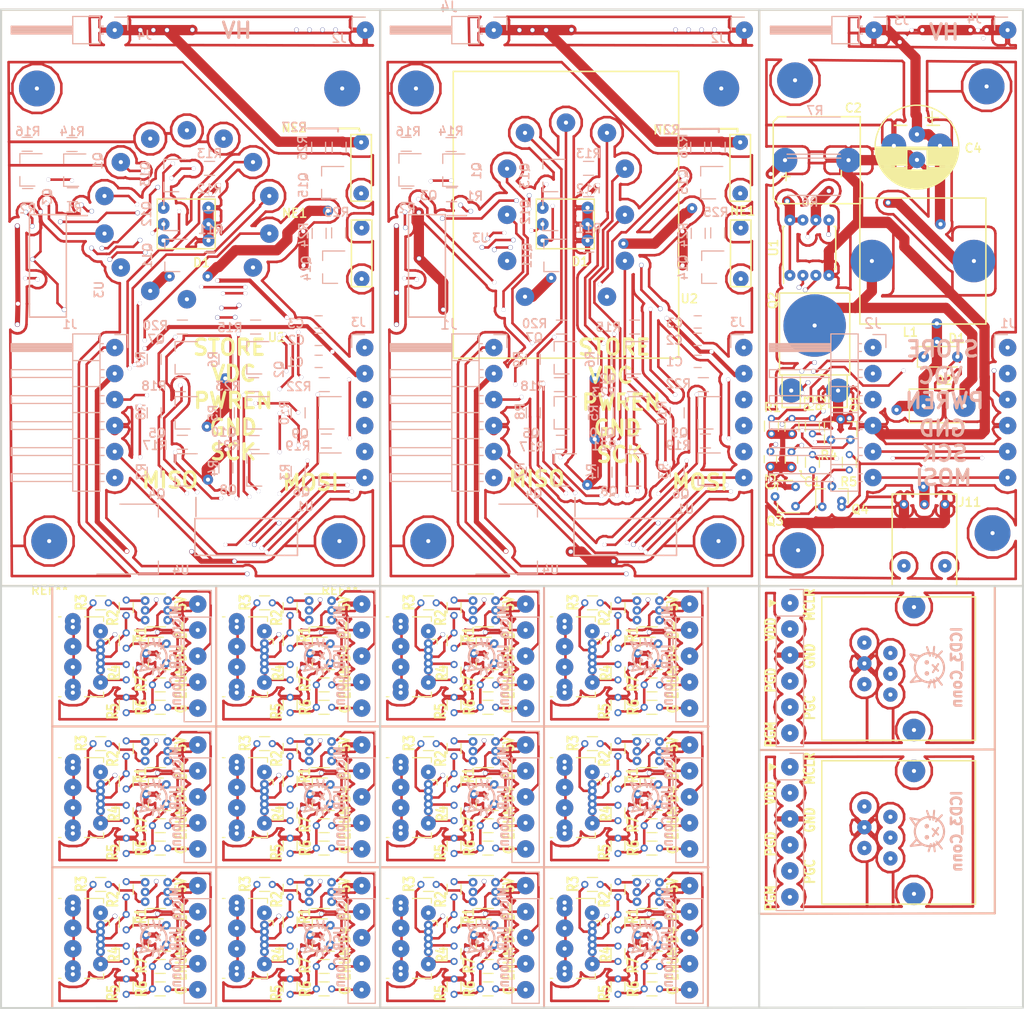
<source format=kicad_pcb>
(kicad_pcb (version 4) (host pcbnew 4.0.7)
  (layers (0 F.Cu signal) (31 B.Cu signal) (34 B.Paste user) (35 F.Paste user) (36 B.SilkS user) (37 F.SilkS user) (38 B.Mask user) (39 F.Mask user) (44 Edge.Cuts user))
  (net 0 "")
  (gr_line (start 17.49237 -41.61475) (end 16.49237 -41.61475) (layer B.SilkS) (width 0.2))
  (gr_line (start 16.49237 -41.61475) (end 17.20665 -41.34808) (layer B.SilkS) (width 0.2))
  (gr_line (start 17.20665 -41.34808) (end 16.49237 -41.08143) (layer B.SilkS) (width 0.2))
  (gr_line (start 16.49237 -41.08143) (end 17.49237 -41.08143) (layer B.SilkS) (width 0.2))
  (gr_line (start 17.49237 -40.70045) (end 16.8257 -40.70045) (layer B.SilkS) (width 0.2))
  (gr_line (start 16.49237 -40.70045) (end 16.54 -40.73855) (layer B.SilkS) (width 0.2))
  (gr_line (start 16.54 -40.73855) (end 16.5876 -40.70045) (layer B.SilkS) (width 0.2))
  (gr_line (start 16.5876 -40.70045) (end 16.54 -40.66238) (layer B.SilkS) (width 0.2))
  (gr_line (start 16.54 -40.66238) (end 16.49237 -40.70045) (layer B.SilkS) (width 0.2))
  (gr_line (start 16.49237 -40.70045) (end 16.5876 -40.70045) (layer B.SilkS) (width 0.2))
  (gr_line (start 17.44475 -39.97665) (end 17.49237 -40.05285) (layer B.SilkS) (width 0.2))
  (gr_line (start 17.49237 -40.05285) (end 17.49237 -40.20523) (layer B.SilkS) (width 0.2))
  (gr_line (start 17.49237 -40.20523) (end 17.44475 -40.28143) (layer B.SilkS) (width 0.2))
  (gr_line (start 17.44475 -40.28143) (end 17.39712 -40.3195) (layer B.SilkS) (width 0.2))
  (gr_line (start 17.39712 -40.3195) (end 17.3019 -40.3576) (layer B.SilkS) (width 0.2))
  (gr_line (start 17.3019 -40.3576) (end 17.01617 -40.3576) (layer B.SilkS) (width 0.2))
  (gr_line (start 17.01617 -40.3576) (end 16.92095 -40.3195) (layer B.SilkS) (width 0.2))
  (gr_line (start 16.92095 -40.3195) (end 16.87332 -40.28143) (layer B.SilkS) (width 0.2))
  (gr_line (start 16.87332 -40.28143) (end 16.8257 -40.20523) (layer B.SilkS) (width 0.2))
  (gr_line (start 16.8257 -40.20523) (end 16.8257 -40.05285) (layer B.SilkS) (width 0.2))
  (gr_line (start 16.8257 -40.05285) (end 16.87332 -39.97665) (layer B.SilkS) (width 0.2))
  (gr_line (start 17.49237 -39.6338) (end 16.8257 -39.6338) (layer B.SilkS) (width 0.2))
  (gr_line (start 17.01617 -39.6338) (end 16.92095 -39.5957) (layer B.SilkS) (width 0.2))
  (gr_line (start 16.92095 -39.5957) (end 16.87332 -39.5576) (layer B.SilkS) (width 0.2))
  (gr_line (start 16.87332 -39.5576) (end 16.8257 -39.48143) (layer B.SilkS) (width 0.2))
  (gr_line (start 16.8257 -39.48143) (end 16.8257 -39.40523) (layer B.SilkS) (width 0.2))
  (gr_line (start 17.49237 -39.02428) (end 17.44475 -39.10046) (layer B.SilkS) (width 0.2))
  (gr_line (start 17.44475 -39.10046) (end 17.39712 -39.13856) (layer B.SilkS) (width 0.2))
  (gr_line (start 17.39712 -39.13856) (end 17.3019 -39.17666) (layer B.SilkS) (width 0.2))
  (gr_line (start 17.3019 -39.17666) (end 17.01617 -39.17666) (layer B.SilkS) (width 0.2))
  (gr_line (start 17.01617 -39.17666) (end 16.92095 -39.13856) (layer B.SilkS) (width 0.2))
  (gr_line (start 16.92095 -39.13856) (end 16.87332 -39.10046) (layer B.SilkS) (width 0.2))
  (gr_line (start 16.87332 -39.10046) (end 16.8257 -39.02428) (layer B.SilkS) (width 0.2))
  (gr_line (start 16.8257 -39.02428) (end 16.8257 -38.90998) (layer B.SilkS) (width 0.2))
  (gr_line (start 16.8257 -38.90998) (end 16.87332 -38.83381) (layer B.SilkS) (width 0.2))
  (gr_line (start 16.87332 -38.83381) (end 16.92095 -38.79571) (layer B.SilkS) (width 0.2))
  (gr_line (start 16.92095 -38.79571) (end 17.01617 -38.75761) (layer B.SilkS) (width 0.2))
  (gr_line (start 17.01617 -38.75761) (end 17.3019 -38.75761) (layer B.SilkS) (width 0.2))
  (gr_line (start 17.3019 -38.75761) (end 17.39712 -38.79571) (layer B.SilkS) (width 0.2))
  (gr_line (start 17.39712 -38.79571) (end 17.44475 -38.83381) (layer B.SilkS) (width 0.2))
  (gr_line (start 17.44475 -38.83381) (end 17.49237 -38.90998) (layer B.SilkS) (width 0.2))
  (gr_line (start 17.49237 -38.90998) (end 17.49237 -39.02428) (layer B.SilkS) (width 0.2))
  (gr_line (start 17.5876 -38.60523) (end 17.5876 -37.99571) (layer B.SilkS) (width 0.2))
  (gr_line (start 16.49237 -37.80523) (end 17.3019 -37.80523) (layer B.SilkS) (width 0.2))
  (gr_line (start 17.3019 -37.80523) (end 17.39712 -37.76713) (layer B.SilkS) (width 0.2))
  (gr_line (start 17.39712 -37.76713) (end 17.44475 -37.72903) (layer B.SilkS) (width 0.2))
  (gr_line (start 17.44475 -37.72903) (end 17.49237 -37.65283) (layer B.SilkS) (width 0.2))
  (gr_line (start 17.49237 -37.65283) (end 17.49237 -37.50046) (layer B.SilkS) (width 0.2))
  (gr_line (start 17.49237 -37.50046) (end 17.44475 -37.42428) (layer B.SilkS) (width 0.2))
  (gr_line (start 17.44475 -37.42428) (end 17.39712 -37.38618) (layer B.SilkS) (width 0.2))
  (gr_line (start 17.39712 -37.38618) (end 17.3019 -37.34808) (layer B.SilkS) (width 0.2))
  (gr_line (start 17.3019 -37.34808) (end 16.49237 -37.34808) (layer B.SilkS) (width 0.2))
  (gr_line (start 17.44475 -37.00523) (end 17.49237 -36.89093) (layer B.SilkS) (width 0.2))
  (gr_line (start 17.49237 -36.89093) (end 17.49237 -36.70046) (layer B.SilkS) (width 0.2))
  (gr_line (start 17.49237 -36.70046) (end 17.44475 -36.62429) (layer B.SilkS) (width 0.2))
  (gr_line (start 17.44475 -36.62429) (end 17.39712 -36.58619) (layer B.SilkS) (width 0.2))
  (gr_line (start 17.39712 -36.58619) (end 17.3019 -36.54809) (layer B.SilkS) (width 0.2))
  (gr_line (start 17.3019 -36.54809) (end 17.20665 -36.54809) (layer B.SilkS) (width 0.2))
  (gr_line (start 17.20665 -36.54809) (end 17.11142 -36.58619) (layer B.SilkS) (width 0.2))
  (gr_line (start 17.11142 -36.58619) (end 17.0638 -36.62429) (layer B.SilkS) (width 0.2))
  (gr_line (start 17.0638 -36.62429) (end 17.01617 -36.70046) (layer B.SilkS) (width 0.2))
  (gr_line (start 17.01617 -36.70046) (end 16.96855 -36.85283) (layer B.SilkS) (width 0.2))
  (gr_line (start 16.96855 -36.85283) (end 16.92095 -36.92903) (layer B.SilkS) (width 0.2))
  (gr_line (start 16.92095 -36.92903) (end 16.87332 -36.96713) (layer B.SilkS) (width 0.2))
  (gr_line (start 16.87332 -36.96713) (end 16.77807 -37.00523) (layer B.SilkS) (width 0.2))
  (gr_line (start 16.77807 -37.00523) (end 16.68285 -37.00523) (layer B.SilkS) (width 0.2))
  (gr_line (start 16.68285 -37.00523) (end 16.5876 -36.96713) (layer B.SilkS) (width 0.2))
  (gr_line (start 16.5876 -36.96713) (end 16.54 -36.92903) (layer B.SilkS) (width 0.2))
  (gr_line (start 16.54 -36.92903) (end 16.49237 -36.85283) (layer B.SilkS) (width 0.2))
  (gr_line (start 16.49237 -36.85283) (end 16.49237 -36.66236) (layer B.SilkS) (width 0.2))
  (gr_line (start 16.49237 -36.66236) (end 16.54 -36.54809) (layer B.SilkS) (width 0.2))
  (gr_line (start 16.96855 -35.93856) (end 17.01617 -35.82426) (layer B.SilkS) (width 0.2))
  (gr_line (start 17.01617 -35.82426) (end 17.0638 -35.78619) (layer B.SilkS) (width 0.2))
  (gr_line (start 17.0638 -35.78619) (end 17.15905 -35.74809) (layer B.SilkS) (width 0.2))
  (gr_line (start 17.15905 -35.74809) (end 17.3019 -35.74809) (layer B.SilkS) (width 0.2))
  (gr_line (start 17.3019 -35.74809) (end 17.39712 -35.78619) (layer B.SilkS) (width 0.2))
  (gr_line (start 17.39712 -35.78619) (end 17.44475 -35.82426) (layer B.SilkS) (width 0.2))
  (gr_line (start 17.44475 -35.82426) (end 17.49237 -35.90046) (layer B.SilkS) (width 0.2))
  (gr_line (start 17.49237 -35.90046) (end 17.49237 -36.20524) (layer B.SilkS) (width 0.2))
  (gr_line (start 17.49237 -36.20524) (end 16.49237 -36.20524) (layer B.SilkS) (width 0.2))
  (gr_line (start 16.49237 -36.20524) (end 16.49237 -35.93856) (layer B.SilkS) (width 0.2))
  (gr_line (start 16.49237 -35.93856) (end 16.54 -35.86236) (layer B.SilkS) (width 0.2))
  (gr_line (start 16.54 -35.86236) (end 16.5876 -35.82426) (layer B.SilkS) (width 0.2))
  (gr_line (start 16.5876 -35.82426) (end 16.68285 -35.78619) (layer B.SilkS) (width 0.2))
  (gr_line (start 16.68285 -35.78619) (end 16.77807 -35.78619) (layer B.SilkS) (width 0.2))
  (gr_line (start 16.77807 -35.78619) (end 16.87332 -35.82426) (layer B.SilkS) (width 0.2))
  (gr_line (start 16.87332 -35.82426) (end 16.92095 -35.86236) (layer B.SilkS) (width 0.2))
  (gr_line (start 16.92095 -35.86236) (end 16.96855 -35.93856) (layer B.SilkS) (width 0.2))
  (gr_line (start 16.96855 -35.93856) (end 16.96855 -36.20524) (layer B.SilkS) (width 0.2))
  (gr_line (start 17.5876 -35.59571) (end 17.5876 -34.98619) (layer B.SilkS) (width 0.2))
  (gr_line (start 17.39712 -34.33856) (end 17.44475 -34.37666) (layer B.SilkS) (width 0.2))
  (gr_line (start 17.44475 -34.37666) (end 17.49237 -34.49094) (layer B.SilkS) (width 0.2))
  (gr_line (start 17.49237 -34.49094) (end 17.49237 -34.56714) (layer B.SilkS) (width 0.2))
  (gr_line (start 17.49237 -34.56714) (end 17.44475 -34.68141) (layer B.SilkS) (width 0.2))
  (gr_line (start 17.44475 -34.68141) (end 17.34952 -34.75761) (layer B.SilkS) (width 0.2))
  (gr_line (start 17.34952 -34.75761) (end 17.25427 -34.79571) (layer B.SilkS) (width 0.2))
  (gr_line (start 17.25427 -34.79571) (end 17.0638 -34.83379) (layer B.SilkS) (width 0.2))
  (gr_line (start 17.0638 -34.83379) (end 16.92095 -34.83379) (layer B.SilkS) (width 0.2))
  (gr_line (start 16.92095 -34.83379) (end 16.73047 -34.79571) (layer B.SilkS) (width 0.2))
  (gr_line (start 16.73047 -34.79571) (end 16.63522 -34.75761) (layer B.SilkS) (width 0.2))
  (gr_line (start 16.63522 -34.75761) (end 16.54 -34.68141) (layer B.SilkS) (width 0.2))
  (gr_line (start 16.54 -34.68141) (end 16.49237 -34.56714) (layer B.SilkS) (width 0.2))
  (gr_line (start 16.49237 -34.56714) (end 16.49237 -34.49094) (layer B.SilkS) (width 0.2))
  (gr_line (start 16.49237 -34.49094) (end 16.54 -34.37666) (layer B.SilkS) (width 0.2))
  (gr_line (start 16.54 -34.37666) (end 16.5876 -34.33856) (layer B.SilkS) (width 0.2))
  (gr_line (start 17.49237 -33.88142) (end 17.44475 -33.95762) (layer B.SilkS) (width 0.2))
  (gr_line (start 17.44475 -33.95762) (end 17.39712 -33.99569) (layer B.SilkS) (width 0.2))
  (gr_line (start 17.39712 -33.99569) (end 17.3019 -34.03379) (layer B.SilkS) (width 0.2))
  (gr_line (start 17.3019 -34.03379) (end 17.01617 -34.03379) (layer B.SilkS) (width 0.2))
  (gr_line (start 17.01617 -34.03379) (end 16.92095 -33.99569) (layer B.SilkS) (width 0.2))
  (gr_line (start 16.92095 -33.99569) (end 16.87332 -33.95762) (layer B.SilkS) (width 0.2))
  (gr_line (start 16.87332 -33.95762) (end 16.8257 -33.88142) (layer B.SilkS) (width 0.2))
  (gr_line (start 16.8257 -33.88142) (end 16.8257 -33.76714) (layer B.SilkS) (width 0.2))
  (gr_line (start 16.8257 -33.76714) (end 16.87332 -33.69094) (layer B.SilkS) (width 0.2))
  (gr_line (start 16.87332 -33.69094) (end 16.92095 -33.65284) (layer B.SilkS) (width 0.2))
  (gr_line (start 16.92095 -33.65284) (end 17.01617 -33.61474) (layer B.SilkS) (width 0.2))
  (gr_line (start 17.01617 -33.61474) (end 17.3019 -33.61474) (layer B.SilkS) (width 0.2))
  (gr_line (start 17.3019 -33.61474) (end 17.39712 -33.65284) (layer B.SilkS) (width 0.2))
  (gr_line (start 17.39712 -33.65284) (end 17.44475 -33.69094) (layer B.SilkS) (width 0.2))
  (gr_line (start 17.44475 -33.69094) (end 17.49237 -33.76714) (layer B.SilkS) (width 0.2))
  (gr_line (start 17.49237 -33.76714) (end 17.49237 -33.88142) (layer B.SilkS) (width 0.2))
  (gr_line (start 16.8257 -33.27189) (end 17.49237 -33.27189) (layer B.SilkS) (width 0.2))
  (gr_line (start 16.92095 -33.27189) (end 16.87332 -33.23379) (layer B.SilkS) (width 0.2))
  (gr_line (start 16.87332 -33.23379) (end 16.8257 -33.15762) (layer B.SilkS) (width 0.2))
  (gr_line (start 16.8257 -33.15762) (end 16.8257 -33.04332) (layer B.SilkS) (width 0.2))
  (gr_line (start 16.8257 -33.04332) (end 16.87332 -32.96714) (layer B.SilkS) (width 0.2))
  (gr_line (start 16.87332 -32.96714) (end 16.96855 -32.92904) (layer B.SilkS) (width 0.2))
  (gr_line (start 16.96855 -32.92904) (end 17.49237 -32.92904) (layer B.SilkS) (width 0.2))
  (gr_line (start 16.8257 -32.54809) (end 17.49237 -32.54809) (layer B.SilkS) (width 0.2))
  (gr_line (start 16.92095 -32.54809) (end 16.87332 -32.50999) (layer B.SilkS) (width 0.2))
  (gr_line (start 16.87332 -32.50999) (end 16.8257 -32.43379) (layer B.SilkS) (width 0.2))
  (gr_line (start 16.8257 -32.43379) (end 16.8257 -32.31952) (layer B.SilkS) (width 0.2))
  (gr_line (start 16.8257 -32.31952) (end 16.87332 -32.24332) (layer B.SilkS) (width 0.2))
  (gr_line (start 16.87332 -32.24332) (end 16.96855 -32.20522) (layer B.SilkS) (width 0.2))
  (gr_line (start 16.96855 -32.20522) (end 17.49237 -32.20522) (layer B.SilkS) (width 0.2))
  (gr_line (start 15.58999 -36.02998) (end 16.02999 -35.36998) (layer B.SilkS) (width 0.2))
  (gr_line (start 15.27998 -35.80999) (end 15.47 -35.04999) (layer B.SilkS) (width 0.2))
  (gr_line (start 14.9 -35.79) (end 14.8 -35.09) (layer B.SilkS) (width 0.2))
  (gr_line (start 15.60998 -37.58999) (end 16.04998 -38.10998) (layer B.SilkS) (width 0.2))
  (gr_line (start 15.37998 -37.81999) (end 15.48999 -38.5) (layer B.SilkS) (width 0.2))
  (gr_line (start 15.04998 -37.83) (end 14.83998 -38.56998) (layer B.SilkS) (width 0.2))
  (gr_line (start 15.54 -36.60999) (end 15.14998 -37.13998) (layer B.SilkS) (width 0.2))
  (gr_line (start 15.14998 -36.61999) (end 15.51998 -37.16998) (layer B.SilkS) (width 0.2))
  (gr_circle (center 14.45999 -37.21999) (end 14.45999 -37.32629) (layer B.SilkS) (width 0.2))
  (gr_circle (center 14.45999 -37.21999) (end 14.45999 -37.32629) (layer B.SilkS) (width 0.2))
  (gr_circle (center 14.47 -36.44999) (end 14.47 -36.55769) (layer B.SilkS) (width 0.2))
  (gr_circle (center 14.47 -36.44999) (end 14.47 -36.55769) (layer B.SilkS) (width 0.2))
  (gr_line (start 13.54999 -35.42998) (end 14.32999 -35.59998) (layer B.SilkS) (width 0.2))
  (gr_line (start 13.91999 -36.06998) (end 13.53 -35.45997) (layer B.SilkS) (width 0.2))
  (gr_line (start 13.46998 -38.26998) (end 14.28999 -37.89998) (layer B.SilkS) (width 0.2))
  (gr_line (start 13.84999 -37.46998) (end 13.46998 -38.26998) (layer B.SilkS) (width 0.2))
  (gr_circle (center 14.90998 -36.81002) (end 14.90998 -38.06) (layer B.SilkS) (width 0.2))
  (gr_circle (center 14.90998 -36.81002) (end 14.90998 -38.06) (layer B.SilkS) (width 0.2))
  (gr_line (start 20.52998 -30.45998) (end 17.86999 -30.45998) (layer B.SilkS) (width 0.12))
  (gr_line (start 20.52998 -40.67998) (end 20.52998 -30.45998) (layer B.SilkS) (width 0.12))
  (gr_line (start 17.86999 -40.67998) (end 17.86999 -30.45998) (layer B.SilkS) (width 0.12))
  (gr_line (start 20.52998 -40.67998) (end 17.86999 -40.67998) (layer B.SilkS) (width 0.12))
  (gr_line (start 20.52998 -41.94998) (end 20.52998 -43.28) (layer B.SilkS) (width 0.12))
  (gr_line (start 20.52998 -43.28) (end 19.19999 -43.28) (layer B.SilkS) (width 0.12))
  (gr_line (start 17.49237 -27.86474) (end 16.49237 -27.86474) (layer B.SilkS) (width 0.2))
  (gr_line (start 16.49237 -27.86474) (end 17.20665 -27.59809) (layer B.SilkS) (width 0.2))
  (gr_line (start 17.20665 -27.59809) (end 16.49237 -27.33142) (layer B.SilkS) (width 0.2))
  (gr_line (start 16.49237 -27.33142) (end 17.49237 -27.33142) (layer B.SilkS) (width 0.2))
  (gr_line (start 17.49237 -26.95047) (end 16.8257 -26.95047) (layer B.SilkS) (width 0.2))
  (gr_line (start 16.49237 -26.95047) (end 16.54 -26.98857) (layer B.SilkS) (width 0.2))
  (gr_line (start 16.54 -26.98857) (end 16.5876 -26.95047) (layer B.SilkS) (width 0.2))
  (gr_line (start 16.5876 -26.95047) (end 16.54 -26.91237) (layer B.SilkS) (width 0.2))
  (gr_line (start 16.54 -26.91237) (end 16.49237 -26.95047) (layer B.SilkS) (width 0.2))
  (gr_line (start 16.49237 -26.95047) (end 16.5876 -26.95047) (layer B.SilkS) (width 0.2))
  (gr_line (start 17.44475 -26.22664) (end 17.49237 -26.30284) (layer B.SilkS) (width 0.2))
  (gr_line (start 17.49237 -26.30284) (end 17.49237 -26.45522) (layer B.SilkS) (width 0.2))
  (gr_line (start 17.49237 -26.45522) (end 17.44475 -26.53142) (layer B.SilkS) (width 0.2))
  (gr_line (start 17.44475 -26.53142) (end 17.39712 -26.56952) (layer B.SilkS) (width 0.2))
  (gr_line (start 17.39712 -26.56952) (end 17.3019 -26.60762) (layer B.SilkS) (width 0.2))
  (gr_line (start 17.3019 -26.60762) (end 17.01617 -26.60762) (layer B.SilkS) (width 0.2))
  (gr_line (start 17.01617 -26.60762) (end 16.92095 -26.56952) (layer B.SilkS) (width 0.2))
  (gr_line (start 16.92095 -26.56952) (end 16.87332 -26.53142) (layer B.SilkS) (width 0.2))
  (gr_line (start 16.87332 -26.53142) (end 16.8257 -26.45522) (layer B.SilkS) (width 0.2))
  (gr_line (start 16.8257 -26.45522) (end 16.8257 -26.30284) (layer B.SilkS) (width 0.2))
  (gr_line (start 16.8257 -26.30284) (end 16.87332 -26.22664) (layer B.SilkS) (width 0.2))
  (gr_line (start 17.49237 -25.88379) (end 16.8257 -25.88379) (layer B.SilkS) (width 0.2))
  (gr_line (start 17.01617 -25.88379) (end 16.92095 -25.84569) (layer B.SilkS) (width 0.2))
  (gr_line (start 16.92095 -25.84569) (end 16.87332 -25.80762) (layer B.SilkS) (width 0.2))
  (gr_line (start 16.87332 -25.80762) (end 16.8257 -25.73142) (layer B.SilkS) (width 0.2))
  (gr_line (start 16.8257 -25.73142) (end 16.8257 -25.65522) (layer B.SilkS) (width 0.2))
  (gr_line (start 17.49237 -25.27427) (end 17.44475 -25.35047) (layer B.SilkS) (width 0.2))
  (gr_line (start 17.44475 -25.35047) (end 17.39712 -25.38857) (layer B.SilkS) (width 0.2))
  (gr_line (start 17.39712 -25.38857) (end 17.3019 -25.42664) (layer B.SilkS) (width 0.2))
  (gr_line (start 17.3019 -25.42664) (end 17.01617 -25.42664) (layer B.SilkS) (width 0.2))
  (gr_line (start 17.01617 -25.42664) (end 16.92095 -25.38857) (layer B.SilkS) (width 0.2))
  (gr_line (start 16.92095 -25.38857) (end 16.87332 -25.35047) (layer B.SilkS) (width 0.2))
  (gr_line (start 16.87332 -25.35047) (end 16.8257 -25.27427) (layer B.SilkS) (width 0.2))
  (gr_line (start 16.8257 -25.27427) (end 16.8257 -25.16) (layer B.SilkS) (width 0.2))
  (gr_line (start 16.8257 -25.16) (end 16.87332 -25.0838) (layer B.SilkS) (width 0.2))
  (gr_line (start 16.87332 -25.0838) (end 16.92095 -25.0457) (layer B.SilkS) (width 0.2))
  (gr_line (start 16.92095 -25.0457) (end 17.01617 -25.0076) (layer B.SilkS) (width 0.2))
  (gr_line (start 17.01617 -25.0076) (end 17.3019 -25.0076) (layer B.SilkS) (width 0.2))
  (gr_line (start 17.3019 -25.0076) (end 17.39712 -25.0457) (layer B.SilkS) (width 0.2))
  (gr_line (start 17.39712 -25.0457) (end 17.44475 -25.0838) (layer B.SilkS) (width 0.2))
  (gr_line (start 17.44475 -25.0838) (end 17.49237 -25.16) (layer B.SilkS) (width 0.2))
  (gr_line (start 17.49237 -25.16) (end 17.49237 -25.27427) (layer B.SilkS) (width 0.2))
  (gr_line (start 17.5876 -24.85522) (end 17.5876 -24.2457) (layer B.SilkS) (width 0.2))
  (gr_line (start 16.49237 -24.05522) (end 17.3019 -24.05522) (layer B.SilkS) (width 0.2))
  (gr_line (start 17.3019 -24.05522) (end 17.39712 -24.01712) (layer B.SilkS) (width 0.2))
  (gr_line (start 17.39712 -24.01712) (end 17.44475 -23.97905) (layer B.SilkS) (width 0.2))
  (gr_line (start 17.44475 -23.97905) (end 17.49237 -23.90285) (layer B.SilkS) (width 0.2))
  (gr_line (start 17.49237 -23.90285) (end 17.49237 -23.75047) (layer B.SilkS) (width 0.2))
  (gr_line (start 17.49237 -23.75047) (end 17.44475 -23.67427) (layer B.SilkS) (width 0.2))
  (gr_line (start 17.44475 -23.67427) (end 17.39712 -23.63617) (layer B.SilkS) (width 0.2))
  (gr_line (start 17.39712 -23.63617) (end 17.3019 -23.59807) (layer B.SilkS) (width 0.2))
  (gr_line (start 17.3019 -23.59807) (end 16.49237 -23.59807) (layer B.SilkS) (width 0.2))
  (gr_line (start 17.44475 -23.25522) (end 17.49237 -23.14095) (layer B.SilkS) (width 0.2))
  (gr_line (start 17.49237 -23.14095) (end 17.49237 -22.95047) (layer B.SilkS) (width 0.2))
  (gr_line (start 17.49237 -22.95047) (end 17.44475 -22.87427) (layer B.SilkS) (width 0.2))
  (gr_line (start 17.44475 -22.87427) (end 17.39712 -22.83617) (layer B.SilkS) (width 0.2))
  (gr_line (start 17.39712 -22.83617) (end 17.3019 -22.79807) (layer B.SilkS) (width 0.2))
  (gr_line (start 17.3019 -22.79807) (end 17.20665 -22.79807) (layer B.SilkS) (width 0.2))
  (gr_line (start 17.20665 -22.79807) (end 17.11142 -22.83617) (layer B.SilkS) (width 0.2))
  (gr_line (start 17.11142 -22.83617) (end 17.0638 -22.87427) (layer B.SilkS) (width 0.2))
  (gr_line (start 17.0638 -22.87427) (end 17.01617 -22.95047) (layer B.SilkS) (width 0.2))
  (gr_line (start 17.01617 -22.95047) (end 16.96855 -23.10285) (layer B.SilkS) (width 0.2))
  (gr_line (start 16.96855 -23.10285) (end 16.92095 -23.17902) (layer B.SilkS) (width 0.2))
  (gr_line (start 16.92095 -23.17902) (end 16.87332 -23.21712) (layer B.SilkS) (width 0.2))
  (gr_line (start 16.87332 -23.21712) (end 16.77807 -23.25522) (layer B.SilkS) (width 0.2))
  (gr_line (start 16.77807 -23.25522) (end 16.68285 -23.25522) (layer B.SilkS) (width 0.2))
  (gr_line (start 16.68285 -23.25522) (end 16.5876 -23.21712) (layer B.SilkS) (width 0.2))
  (gr_line (start 16.5876 -23.21712) (end 16.54 -23.17902) (layer B.SilkS) (width 0.2))
  (gr_line (start 16.54 -23.17902) (end 16.49237 -23.10285) (layer B.SilkS) (width 0.2))
  (gr_line (start 16.49237 -23.10285) (end 16.49237 -22.91237) (layer B.SilkS) (width 0.2))
  (gr_line (start 16.49237 -22.91237) (end 16.54 -22.79807) (layer B.SilkS) (width 0.2))
  (gr_line (start 16.96855 -22.18855) (end 17.01617 -22.07428) (layer B.SilkS) (width 0.2))
  (gr_line (start 17.01617 -22.07428) (end 17.0638 -22.03618) (layer B.SilkS) (width 0.2))
  (gr_line (start 17.0638 -22.03618) (end 17.15905 -21.99808) (layer B.SilkS) (width 0.2))
  (gr_line (start 17.15905 -21.99808) (end 17.3019 -21.99808) (layer B.SilkS) (width 0.2))
  (gr_line (start 17.3019 -21.99808) (end 17.39712 -22.03618) (layer B.SilkS) (width 0.2))
  (gr_line (start 17.39712 -22.03618) (end 17.44475 -22.07428) (layer B.SilkS) (width 0.2))
  (gr_line (start 17.44475 -22.07428) (end 17.49237 -22.15048) (layer B.SilkS) (width 0.2))
  (gr_line (start 17.49237 -22.15048) (end 17.49237 -22.45523) (layer B.SilkS) (width 0.2))
  (gr_line (start 17.49237 -22.45523) (end 16.49237 -22.45523) (layer B.SilkS) (width 0.2))
  (gr_line (start 16.49237 -22.45523) (end 16.49237 -22.18855) (layer B.SilkS) (width 0.2))
  (gr_line (start 16.49237 -22.18855) (end 16.54 -22.11238) (layer B.SilkS) (width 0.2))
  (gr_line (start 16.54 -22.11238) (end 16.5876 -22.07428) (layer B.SilkS) (width 0.2))
  (gr_line (start 16.5876 -22.07428) (end 16.68285 -22.03618) (layer B.SilkS) (width 0.2))
  (gr_line (start 16.68285 -22.03618) (end 16.77807 -22.03618) (layer B.SilkS) (width 0.2))
  (gr_line (start 16.77807 -22.03618) (end 16.87332 -22.07428) (layer B.SilkS) (width 0.2))
  (gr_line (start 16.87332 -22.07428) (end 16.92095 -22.11238) (layer B.SilkS) (width 0.2))
  (gr_line (start 16.92095 -22.11238) (end 16.96855 -22.18855) (layer B.SilkS) (width 0.2))
  (gr_line (start 16.96855 -22.18855) (end 16.96855 -22.45523) (layer B.SilkS) (width 0.2))
  (gr_line (start 17.5876 -21.8457) (end 17.5876 -21.23618) (layer B.SilkS) (width 0.2))
  (gr_line (start 17.39712 -20.58855) (end 17.44475 -20.62665) (layer B.SilkS) (width 0.2))
  (gr_line (start 17.44475 -20.62665) (end 17.49237 -20.74093) (layer B.SilkS) (width 0.2))
  (gr_line (start 17.49237 -20.74093) (end 17.49237 -20.81713) (layer B.SilkS) (width 0.2))
  (gr_line (start 17.49237 -20.81713) (end 17.44475 -20.9314) (layer B.SilkS) (width 0.2))
  (gr_line (start 17.44475 -20.9314) (end 17.34952 -21.0076) (layer B.SilkS) (width 0.2))
  (gr_line (start 17.34952 -21.0076) (end 17.25427 -21.0457) (layer B.SilkS) (width 0.2))
  (gr_line (start 17.25427 -21.0457) (end 17.0638 -21.0838) (layer B.SilkS) (width 0.2))
  (gr_line (start 17.0638 -21.0838) (end 16.92095 -21.0838) (layer B.SilkS) (width 0.2))
  (gr_line (start 16.92095 -21.0838) (end 16.73047 -21.0457) (layer B.SilkS) (width 0.2))
  (gr_line (start 16.73047 -21.0457) (end 16.63522 -21.0076) (layer B.SilkS) (width 0.2))
  (gr_line (start 16.63522 -21.0076) (end 16.54 -20.9314) (layer B.SilkS) (width 0.2))
  (gr_line (start 16.54 -20.9314) (end 16.49237 -20.81713) (layer B.SilkS) (width 0.2))
  (gr_line (start 16.49237 -20.81713) (end 16.49237 -20.74093) (layer B.SilkS) (width 0.2))
  (gr_line (start 16.49237 -20.74093) (end 16.54 -20.62665) (layer B.SilkS) (width 0.2))
  (gr_line (start 16.54 -20.62665) (end 16.5876 -20.58855) (layer B.SilkS) (width 0.2))
  (gr_line (start 17.49237 -20.13141) (end 17.44475 -20.20761) (layer B.SilkS) (width 0.2))
  (gr_line (start 17.44475 -20.20761) (end 17.39712 -20.24571) (layer B.SilkS) (width 0.2))
  (gr_line (start 17.39712 -20.24571) (end 17.3019 -20.28381) (layer B.SilkS) (width 0.2))
  (gr_line (start 17.3019 -20.28381) (end 17.01617 -20.28381) (layer B.SilkS) (width 0.2))
  (gr_line (start 17.01617 -20.28381) (end 16.92095 -20.24571) (layer B.SilkS) (width 0.2))
  (gr_line (start 16.92095 -20.24571) (end 16.87332 -20.20761) (layer B.SilkS) (width 0.2))
  (gr_line (start 16.87332 -20.20761) (end 16.8257 -20.13141) (layer B.SilkS) (width 0.2))
  (gr_line (start 16.8257 -20.13141) (end 16.8257 -20.01713) (layer B.SilkS) (width 0.2))
  (gr_line (start 16.8257 -20.01713) (end 16.87332 -19.94093) (layer B.SilkS) (width 0.2))
  (gr_line (start 16.87332 -19.94093) (end 16.92095 -19.90286) (layer B.SilkS) (width 0.2))
  (gr_line (start 16.92095 -19.90286) (end 17.01617 -19.86476) (layer B.SilkS) (width 0.2))
  (gr_line (start 17.01617 -19.86476) (end 17.3019 -19.86476) (layer B.SilkS) (width 0.2))
  (gr_line (start 17.3019 -19.86476) (end 17.39712 -19.90286) (layer B.SilkS) (width 0.2))
  (gr_line (start 17.39712 -19.90286) (end 17.44475 -19.94093) (layer B.SilkS) (width 0.2))
  (gr_line (start 17.44475 -19.94093) (end 17.49237 -20.01713) (layer B.SilkS) (width 0.2))
  (gr_line (start 17.49237 -20.01713) (end 17.49237 -20.13141) (layer B.SilkS) (width 0.2))
  (gr_line (start 16.8257 -19.52188) (end 17.49237 -19.52188) (layer B.SilkS) (width 0.2))
  (gr_line (start 16.92095 -19.52188) (end 16.87332 -19.48381) (layer B.SilkS) (width 0.2))
  (gr_line (start 16.87332 -19.48381) (end 16.8257 -19.40761) (layer B.SilkS) (width 0.2))
  (gr_line (start 16.8257 -19.40761) (end 16.8257 -19.29333) (layer B.SilkS) (width 0.2))
  (gr_line (start 16.8257 -19.29333) (end 16.87332 -19.21713) (layer B.SilkS) (width 0.2))
  (gr_line (start 16.87332 -19.21713) (end 16.96855 -19.17903) (layer B.SilkS) (width 0.2))
  (gr_line (start 16.96855 -19.17903) (end 17.49237 -19.17903) (layer B.SilkS) (width 0.2))
  (gr_line (start 16.8257 -18.79808) (end 17.49237 -18.79808) (layer B.SilkS) (width 0.2))
  (gr_line (start 16.92095 -18.79808) (end 16.87332 -18.75998) (layer B.SilkS) (width 0.2))
  (gr_line (start 16.87332 -18.75998) (end 16.8257 -18.68381) (layer B.SilkS) (width 0.2))
  (gr_line (start 16.8257 -18.68381) (end 16.8257 -18.56951) (layer B.SilkS) (width 0.2))
  (gr_line (start 16.8257 -18.56951) (end 16.87332 -18.49331) (layer B.SilkS) (width 0.2))
  (gr_line (start 16.87332 -18.49331) (end 16.96855 -18.45523) (layer B.SilkS) (width 0.2))
  (gr_line (start 16.96855 -18.45523) (end 17.49237 -18.45523) (layer B.SilkS) (width 0.2))
  (gr_line (start 15.58999 -22.27999) (end 16.02999 -21.62) (layer B.SilkS) (width 0.2))
  (gr_line (start 15.27998 -22.05998) (end 15.47 -21.29998) (layer B.SilkS) (width 0.2))
  (gr_line (start 14.9 -22.03999) (end 14.8 -21.33999) (layer B.SilkS) (width 0.2))
  (gr_line (start 15.60998 -23.83998) (end 16.04998 -24.36) (layer B.SilkS) (width 0.2))
  (gr_line (start 15.37998 -24.06998) (end 15.48999 -24.74999) (layer B.SilkS) (width 0.2))
  (gr_line (start 15.04998 -24.07999) (end 14.83998 -24.81999) (layer B.SilkS) (width 0.2))
  (gr_line (start 15.54 -22.86) (end 15.14998 -23.39) (layer B.SilkS) (width 0.2))
  (gr_line (start 15.14998 -22.86998) (end 15.51998 -23.41999) (layer B.SilkS) (width 0.2))
  (gr_circle (center 14.45999 -23.46998) (end 14.45999 -23.57628) (layer B.SilkS) (width 0.2))
  (gr_circle (center 14.45999 -23.46998) (end 14.45999 -23.57628) (layer B.SilkS) (width 0.2))
  (gr_circle (center 14.47 -22.7) (end 14.47 -22.8077) (layer B.SilkS) (width 0.2))
  (gr_circle (center 14.47 -22.7) (end 14.47 -22.8077) (layer B.SilkS) (width 0.2))
  (gr_line (start 13.54999 -21.67999) (end 14.32999 -21.84999) (layer B.SilkS) (width 0.2))
  (gr_line (start 13.91999 -22.32) (end 13.53 -21.70999) (layer B.SilkS) (width 0.2))
  (gr_line (start 13.46998 -24.51999) (end 14.28999 -24.14999) (layer B.SilkS) (width 0.2))
  (gr_line (start 13.84999 -23.71999) (end 13.46998 -24.51999) (layer B.SilkS) (width 0.2))
  (gr_circle (center 14.90998 -23.06) (end 14.90998 -24.30998) (layer B.SilkS) (width 0.2))
  (gr_circle (center 14.90998 -23.06) (end 14.90998 -24.30998) (layer B.SilkS) (width 0.2))
  (gr_line (start 20.52998 -16.71) (end 17.86999 -16.71) (layer B.SilkS) (width 0.12))
  (gr_line (start 20.52998 -26.92999) (end 20.52998 -16.71) (layer B.SilkS) (width 0.12))
  (gr_line (start 17.86999 -26.92999) (end 17.86999 -16.71) (layer B.SilkS) (width 0.12))
  (gr_line (start 20.52998 -26.92999) (end 17.86999 -26.92999) (layer B.SilkS) (width 0.12))
  (gr_line (start 20.52998 -28.19999) (end 20.52998 -29.52999) (layer B.SilkS) (width 0.12))
  (gr_line (start 20.52998 -29.52999) (end 19.19999 -29.52999) (layer B.SilkS) (width 0.12))
  (gr_line (start 17.49237 -14.11475) (end 16.49237 -14.11475) (layer B.SilkS) (width 0.2))
  (gr_line (start 16.49237 -14.11475) (end 17.20665 -13.84808) (layer B.SilkS) (width 0.2))
  (gr_line (start 17.20665 -13.84808) (end 16.49237 -13.58141) (layer B.SilkS) (width 0.2))
  (gr_line (start 16.49237 -13.58141) (end 17.49237 -13.58141) (layer B.SilkS) (width 0.2))
  (gr_line (start 17.49237 -13.20046) (end 16.8257 -13.20046) (layer B.SilkS) (width 0.2))
  (gr_line (start 16.49237 -13.20046) (end 16.54 -13.23856) (layer B.SilkS) (width 0.2))
  (gr_line (start 16.54 -13.23856) (end 16.5876 -13.20046) (layer B.SilkS) (width 0.2))
  (gr_line (start 16.5876 -13.20046) (end 16.54 -13.16238) (layer B.SilkS) (width 0.2))
  (gr_line (start 16.54 -13.16238) (end 16.49237 -13.20046) (layer B.SilkS) (width 0.2))
  (gr_line (start 16.49237 -13.20046) (end 16.5876 -13.20046) (layer B.SilkS) (width 0.2))
  (gr_line (start 17.44475 -12.47666) (end 17.49237 -12.55286) (layer B.SilkS) (width 0.2))
  (gr_line (start 17.49237 -12.55286) (end 17.49237 -12.70523) (layer B.SilkS) (width 0.2))
  (gr_line (start 17.49237 -12.70523) (end 17.44475 -12.78141) (layer B.SilkS) (width 0.2))
  (gr_line (start 17.44475 -12.78141) (end 17.39712 -12.81951) (layer B.SilkS) (width 0.2))
  (gr_line (start 17.39712 -12.81951) (end 17.3019 -12.85761) (layer B.SilkS) (width 0.2))
  (gr_line (start 17.3019 -12.85761) (end 17.01617 -12.85761) (layer B.SilkS) (width 0.2))
  (gr_line (start 17.01617 -12.85761) (end 16.92095 -12.81951) (layer B.SilkS) (width 0.2))
  (gr_line (start 16.92095 -12.81951) (end 16.87332 -12.78141) (layer B.SilkS) (width 0.2))
  (gr_line (start 16.87332 -12.78141) (end 16.8257 -12.70523) (layer B.SilkS) (width 0.2))
  (gr_line (start 16.8257 -12.70523) (end 16.8257 -12.55286) (layer B.SilkS) (width 0.2))
  (gr_line (start 16.8257 -12.55286) (end 16.87332 -12.47666) (layer B.SilkS) (width 0.2))
  (gr_line (start 17.49237 -12.13381) (end 16.8257 -12.13381) (layer B.SilkS) (width 0.2))
  (gr_line (start 17.01617 -12.13381) (end 16.92095 -12.09571) (layer B.SilkS) (width 0.2))
  (gr_line (start 16.92095 -12.09571) (end 16.87332 -12.05761) (layer B.SilkS) (width 0.2))
  (gr_line (start 16.87332 -12.05761) (end 16.8257 -11.98141) (layer B.SilkS) (width 0.2))
  (gr_line (start 16.8257 -11.98141) (end 16.8257 -11.90523) (layer B.SilkS) (width 0.2))
  (gr_line (start 17.49237 -11.52428) (end 17.44475 -11.60046) (layer B.SilkS) (width 0.2))
  (gr_line (start 17.44475 -11.60046) (end 17.39712 -11.63856) (layer B.SilkS) (width 0.2))
  (gr_line (start 17.39712 -11.63856) (end 17.3019 -11.67666) (layer B.SilkS) (width 0.2))
  (gr_line (start 17.3019 -11.67666) (end 17.01617 -11.67666) (layer B.SilkS) (width 0.2))
  (gr_line (start 17.01617 -11.67666) (end 16.92095 -11.63856) (layer B.SilkS) (width 0.2))
  (gr_line (start 16.92095 -11.63856) (end 16.87332 -11.60046) (layer B.SilkS) (width 0.2))
  (gr_line (start 16.87332 -11.60046) (end 16.8257 -11.52428) (layer B.SilkS) (width 0.2))
  (gr_line (start 16.8257 -11.52428) (end 16.8257 -11.40998) (layer B.SilkS) (width 0.2))
  (gr_line (start 16.8257 -11.40998) (end 16.87332 -11.33381) (layer B.SilkS) (width 0.2))
  (gr_line (start 16.87332 -11.33381) (end 16.92095 -11.29571) (layer B.SilkS) (width 0.2))
  (gr_line (start 16.92095 -11.29571) (end 17.01617 -11.25761) (layer B.SilkS) (width 0.2))
  (gr_line (start 17.01617 -11.25761) (end 17.3019 -11.25761) (layer B.SilkS) (width 0.2))
  (gr_line (start 17.3019 -11.25761) (end 17.39712 -11.29571) (layer B.SilkS) (width 0.2))
  (gr_line (start 17.39712 -11.29571) (end 17.44475 -11.33381) (layer B.SilkS) (width 0.2))
  (gr_line (start 17.44475 -11.33381) (end 17.49237 -11.40998) (layer B.SilkS) (width 0.2))
  (gr_line (start 17.49237 -11.40998) (end 17.49237 -11.52428) (layer B.SilkS) (width 0.2))
  (gr_line (start 17.5876 -11.10524) (end 17.5876 -10.49571) (layer B.SilkS) (width 0.2))
  (gr_line (start 16.49237 -10.30524) (end 17.3019 -10.30524) (layer B.SilkS) (width 0.2))
  (gr_line (start 17.3019 -10.30524) (end 17.39712 -10.26714) (layer B.SilkS) (width 0.2))
  (gr_line (start 17.39712 -10.26714) (end 17.44475 -10.22904) (layer B.SilkS) (width 0.2))
  (gr_line (start 17.44475 -10.22904) (end 17.49237 -10.15284) (layer B.SilkS) (width 0.2))
  (gr_line (start 17.49237 -10.15284) (end 17.49237 -10.00046) (layer B.SilkS) (width 0.2))
  (gr_line (start 17.49237 -10.00046) (end 17.44475 -9.92426) (layer B.SilkS) (width 0.2))
  (gr_line (start 17.44475 -9.92426) (end 17.39712 -9.88619) (layer B.SilkS) (width 0.2))
  (gr_line (start 17.39712 -9.88619) (end 17.3019 -9.84809) (layer B.SilkS) (width 0.2))
  (gr_line (start 17.3019 -9.84809) (end 16.49237 -9.84809) (layer B.SilkS) (width 0.2))
  (gr_line (start 17.44475 -9.50524) (end 17.49237 -9.39094) (layer B.SilkS) (width 0.2))
  (gr_line (start 17.49237 -9.39094) (end 17.49237 -9.20046) (layer B.SilkS) (width 0.2))
  (gr_line (start 17.49237 -9.20046) (end 17.44475 -9.12426) (layer B.SilkS) (width 0.2))
  (gr_line (start 17.44475 -9.12426) (end 17.39712 -9.08619) (layer B.SilkS) (width 0.2))
  (gr_line (start 17.39712 -9.08619) (end 17.3019 -9.04809) (layer B.SilkS) (width 0.2))
  (gr_line (start 17.3019 -9.04809) (end 17.20665 -9.04809) (layer B.SilkS) (width 0.2))
  (gr_line (start 17.20665 -9.04809) (end 17.11142 -9.08619) (layer B.SilkS) (width 0.2))
  (gr_line (start 17.11142 -9.08619) (end 17.0638 -9.12426) (layer B.SilkS) (width 0.2))
  (gr_line (start 17.0638 -9.12426) (end 17.01617 -9.20046) (layer B.SilkS) (width 0.2))
  (gr_line (start 17.01617 -9.20046) (end 16.96855 -9.35284) (layer B.SilkS) (width 0.2))
  (gr_line (start 16.96855 -9.35284) (end 16.92095 -9.42904) (layer B.SilkS) (width 0.2))
  (gr_line (start 16.92095 -9.42904) (end 16.87332 -9.46714) (layer B.SilkS) (width 0.2))
  (gr_line (start 16.87332 -9.46714) (end 16.77807 -9.50524) (layer B.SilkS) (width 0.2))
  (gr_line (start 16.77807 -9.50524) (end 16.68285 -9.50524) (layer B.SilkS) (width 0.2))
  (gr_line (start 16.68285 -9.50524) (end 16.5876 -9.46714) (layer B.SilkS) (width 0.2))
  (gr_line (start 16.5876 -9.46714) (end 16.54 -9.42904) (layer B.SilkS) (width 0.2))
  (gr_line (start 16.54 -9.42904) (end 16.49237 -9.35284) (layer B.SilkS) (width 0.2))
  (gr_line (start 16.49237 -9.35284) (end 16.49237 -9.16236) (layer B.SilkS) (width 0.2))
  (gr_line (start 16.49237 -9.16236) (end 16.54 -9.04809) (layer B.SilkS) (width 0.2))
  (gr_line (start 16.96855 -8.43857) (end 17.01617 -8.32427) (layer B.SilkS) (width 0.2))
  (gr_line (start 17.01617 -8.32427) (end 17.0638 -8.28617) (layer B.SilkS) (width 0.2))
  (gr_line (start 17.0638 -8.28617) (end 17.15905 -8.24809) (layer B.SilkS) (width 0.2))
  (gr_line (start 17.15905 -8.24809) (end 17.3019 -8.24809) (layer B.SilkS) (width 0.2))
  (gr_line (start 17.3019 -8.24809) (end 17.39712 -8.28617) (layer B.SilkS) (width 0.2))
  (gr_line (start 17.39712 -8.28617) (end 17.44475 -8.32427) (layer B.SilkS) (width 0.2))
  (gr_line (start 17.44475 -8.32427) (end 17.49237 -8.40047) (layer B.SilkS) (width 0.2))
  (gr_line (start 17.49237 -8.40047) (end 17.49237 -8.70522) (layer B.SilkS) (width 0.2))
  (gr_line (start 17.49237 -8.70522) (end 16.49237 -8.70522) (layer B.SilkS) (width 0.2))
  (gr_line (start 16.49237 -8.70522) (end 16.49237 -8.43857) (layer B.SilkS) (width 0.2))
  (gr_line (start 16.49237 -8.43857) (end 16.54 -8.36237) (layer B.SilkS) (width 0.2))
  (gr_line (start 16.54 -8.36237) (end 16.5876 -8.32427) (layer B.SilkS) (width 0.2))
  (gr_line (start 16.5876 -8.32427) (end 16.68285 -8.28617) (layer B.SilkS) (width 0.2))
  (gr_line (start 16.68285 -8.28617) (end 16.77807 -8.28617) (layer B.SilkS) (width 0.2))
  (gr_line (start 16.77807 -8.28617) (end 16.87332 -8.32427) (layer B.SilkS) (width 0.2))
  (gr_line (start 16.87332 -8.32427) (end 16.92095 -8.36237) (layer B.SilkS) (width 0.2))
  (gr_line (start 16.92095 -8.36237) (end 16.96855 -8.43857) (layer B.SilkS) (width 0.2))
  (gr_line (start 16.96855 -8.43857) (end 16.96855 -8.70522) (layer B.SilkS) (width 0.2))
  (gr_line (start 17.5876 -8.09569) (end 17.5876 -7.48617) (layer B.SilkS) (width 0.2))
  (gr_line (start 17.39712 -6.83857) (end 17.44475 -6.87664) (layer B.SilkS) (width 0.2))
  (gr_line (start 17.44475 -6.87664) (end 17.49237 -6.99094) (layer B.SilkS) (width 0.2))
  (gr_line (start 17.49237 -6.99094) (end 17.49237 -7.06712) (layer B.SilkS) (width 0.2))
  (gr_line (start 17.49237 -7.06712) (end 17.44475 -7.18142) (layer B.SilkS) (width 0.2))
  (gr_line (start 17.44475 -7.18142) (end 17.34952 -7.25762) (layer B.SilkS) (width 0.2))
  (gr_line (start 17.34952 -7.25762) (end 17.25427 -7.29569) (layer B.SilkS) (width 0.2))
  (gr_line (start 17.25427 -7.29569) (end 17.0638 -7.33379) (layer B.SilkS) (width 0.2))
  (gr_line (start 17.0638 -7.33379) (end 16.92095 -7.33379) (layer B.SilkS) (width 0.2))
  (gr_line (start 16.92095 -7.33379) (end 16.73047 -7.29569) (layer B.SilkS) (width 0.2))
  (gr_line (start 16.73047 -7.29569) (end 16.63522 -7.25762) (layer B.SilkS) (width 0.2))
  (gr_line (start 16.63522 -7.25762) (end 16.54 -7.18142) (layer B.SilkS) (width 0.2))
  (gr_line (start 16.54 -7.18142) (end 16.49237 -7.06712) (layer B.SilkS) (width 0.2))
  (gr_line (start 16.49237 -7.06712) (end 16.49237 -6.99094) (layer B.SilkS) (width 0.2))
  (gr_line (start 16.49237 -6.99094) (end 16.54 -6.87664) (layer B.SilkS) (width 0.2))
  (gr_line (start 16.54 -6.87664) (end 16.5876 -6.83857) (layer B.SilkS) (width 0.2))
  (gr_line (start 17.49237 -6.38142) (end 17.44475 -6.45759) (layer B.SilkS) (width 0.2))
  (gr_line (start 17.44475 -6.45759) (end 17.39712 -6.49569) (layer B.SilkS) (width 0.2))
  (gr_line (start 17.39712 -6.49569) (end 17.3019 -6.53379) (layer B.SilkS) (width 0.2))
  (gr_line (start 17.3019 -6.53379) (end 17.01617 -6.53379) (layer B.SilkS) (width 0.2))
  (gr_line (start 17.01617 -6.53379) (end 16.92095 -6.49569) (layer B.SilkS) (width 0.2))
  (gr_line (start 16.92095 -6.49569) (end 16.87332 -6.45759) (layer B.SilkS) (width 0.2))
  (gr_line (start 16.87332 -6.45759) (end 16.8257 -6.38142) (layer B.SilkS) (width 0.2))
  (gr_line (start 16.8257 -6.38142) (end 16.8257 -6.26712) (layer B.SilkS) (width 0.2))
  (gr_line (start 16.8257 -6.26712) (end 16.87332 -6.19095) (layer B.SilkS) (width 0.2))
  (gr_line (start 16.87332 -6.19095) (end 16.92095 -6.15285) (layer B.SilkS) (width 0.2))
  (gr_line (start 16.92095 -6.15285) (end 17.01617 -6.11475) (layer B.SilkS) (width 0.2))
  (gr_line (start 17.01617 -6.11475) (end 17.3019 -6.11475) (layer B.SilkS) (width 0.2))
  (gr_line (start 17.3019 -6.11475) (end 17.39712 -6.15285) (layer B.SilkS) (width 0.2))
  (gr_line (start 17.39712 -6.15285) (end 17.44475 -6.19095) (layer B.SilkS) (width 0.2))
  (gr_line (start 17.44475 -6.19095) (end 17.49237 -6.26712) (layer B.SilkS) (width 0.2))
  (gr_line (start 17.49237 -6.26712) (end 17.49237 -6.38142) (layer B.SilkS) (width 0.2))
  (gr_line (start 16.8257 -5.7719) (end 17.49237 -5.7719) (layer B.SilkS) (width 0.2))
  (gr_line (start 16.92095 -5.7719) (end 16.87332 -5.7338) (layer B.SilkS) (width 0.2))
  (gr_line (start 16.87332 -5.7338) (end 16.8257 -5.6576) (layer B.SilkS) (width 0.2))
  (gr_line (start 16.8257 -5.6576) (end 16.8257 -5.54332) (layer B.SilkS) (width 0.2))
  (gr_line (start 16.8257 -5.54332) (end 16.87332 -5.46712) (layer B.SilkS) (width 0.2))
  (gr_line (start 16.87332 -5.46712) (end 16.96855 -5.42905) (layer B.SilkS) (width 0.2))
  (gr_line (start 16.96855 -5.42905) (end 17.49237 -5.42905) (layer B.SilkS) (width 0.2))
  (gr_line (start 16.8257 -5.04807) (end 17.49237 -5.04807) (layer B.SilkS) (width 0.2))
  (gr_line (start 16.92095 -5.04807) (end 16.87332 -5.01) (layer B.SilkS) (width 0.2))
  (gr_line (start 16.87332 -5.01) (end 16.8257 -4.9338) (layer B.SilkS) (width 0.2))
  (gr_line (start 16.8257 -4.9338) (end 16.8257 -4.8195) (layer B.SilkS) (width 0.2))
  (gr_line (start 16.8257 -4.8195) (end 16.87332 -4.74332) (layer B.SilkS) (width 0.2))
  (gr_line (start 16.87332 -4.74332) (end 16.96855 -4.70522) (layer B.SilkS) (width 0.2))
  (gr_line (start 16.96855 -4.70522) (end 17.49237 -4.70522) (layer B.SilkS) (width 0.2))
  (gr_line (start 15.58999 -8.52998) (end 16.02999 -7.86999) (layer B.SilkS) (width 0.2))
  (gr_line (start 15.27998 -8.30999) (end 15.47 -7.55) (layer B.SilkS) (width 0.2))
  (gr_line (start 14.9 -8.28998) (end 14.8 -7.58998) (layer B.SilkS) (width 0.2))
  (gr_line (start 15.60998 -10.09) (end 16.04998 -10.60999) (layer B.SilkS) (width 0.2))
  (gr_line (start 15.37998 -10.31999) (end 15.48999 -10.99998) (layer B.SilkS) (width 0.2))
  (gr_line (start 15.04998 -10.32998) (end 14.83998 -11.06998) (layer B.SilkS) (width 0.2))
  (gr_line (start 15.54 -9.10999) (end 15.14998 -9.63999) (layer B.SilkS) (width 0.2))
  (gr_line (start 15.14998 -9.12) (end 15.51998 -9.66998) (layer B.SilkS) (width 0.2))
  (gr_circle (center 14.45999 -9.71999) (end 14.45999 -9.82629) (layer B.SilkS) (width 0.2))
  (gr_circle (center 14.45999 -9.71999) (end 14.45999 -9.82629) (layer B.SilkS) (width 0.2))
  (gr_circle (center 14.47 -8.94999) (end 14.47 -9.05769) (layer B.SilkS) (width 0.2))
  (gr_circle (center 14.47 -8.94999) (end 14.47 -9.05769) (layer B.SilkS) (width 0.2))
  (gr_line (start 13.54999 -7.92998) (end 14.32999 -8.09998) (layer B.SilkS) (width 0.2))
  (gr_line (start 13.91999 -8.56999) (end 13.53 -7.95998) (layer B.SilkS) (width 0.2))
  (gr_line (start 13.46998 -10.76998) (end 14.28999 -10.39998) (layer B.SilkS) (width 0.2))
  (gr_line (start 13.84999 -9.96998) (end 13.46998 -10.76998) (layer B.SilkS) (width 0.2))
  (gr_circle (center 14.90998 -9.31002) (end 14.90998 -10.56) (layer B.SilkS) (width 0.2))
  (gr_circle (center 14.90998 -9.31002) (end 14.90998 -10.56) (layer B.SilkS) (width 0.2))
  (gr_line (start 20.52998 -2.95999) (end 17.86999 -2.95999) (layer B.SilkS) (width 0.12))
  (gr_line (start 20.52998 -13.17998) (end 20.52998 -2.95999) (layer B.SilkS) (width 0.12))
  (gr_line (start 17.86999 -13.17998) (end 17.86999 -2.95999) (layer B.SilkS) (width 0.12))
  (gr_line (start 20.52998 -13.17998) (end 17.86999 -13.17998) (layer B.SilkS) (width 0.12))
  (gr_line (start 20.52998 -14.44998) (end 20.52998 -15.77998) (layer B.SilkS) (width 0.12))
  (gr_line (start 20.52998 -15.77998) (end 19.19999 -15.77998) (layer B.SilkS) (width 0.12))
  (gr_line (start 33.49236 -41.61475) (end 32.49237 -41.61475) (layer B.SilkS) (width 0.2))
  (gr_line (start 32.49237 -41.61475) (end 33.20666 -41.34808) (layer B.SilkS) (width 0.2))
  (gr_line (start 33.20666 -41.34808) (end 32.49237 -41.08143) (layer B.SilkS) (width 0.2))
  (gr_line (start 32.49237 -41.08143) (end 33.49236 -41.08143) (layer B.SilkS) (width 0.2))
  (gr_line (start 33.49236 -40.70045) (end 32.82569 -40.70045) (layer B.SilkS) (width 0.2))
  (gr_line (start 32.49237 -40.70045) (end 32.53999 -40.73855) (layer B.SilkS) (width 0.2))
  (gr_line (start 32.53999 -40.73855) (end 32.58762 -40.70045) (layer B.SilkS) (width 0.2))
  (gr_line (start 32.58762 -40.70045) (end 32.53999 -40.66238) (layer B.SilkS) (width 0.2))
  (gr_line (start 32.53999 -40.66238) (end 32.49237 -40.70045) (layer B.SilkS) (width 0.2))
  (gr_line (start 32.49237 -40.70045) (end 32.58762 -40.70045) (layer B.SilkS) (width 0.2))
  (gr_line (start 33.44474 -39.97665) (end 33.49236 -40.05285) (layer B.SilkS) (width 0.2))
  (gr_line (start 33.49236 -40.05285) (end 33.49236 -40.20523) (layer B.SilkS) (width 0.2))
  (gr_line (start 33.49236 -40.20523) (end 33.44474 -40.28143) (layer B.SilkS) (width 0.2))
  (gr_line (start 33.44474 -40.28143) (end 33.39714 -40.3195) (layer B.SilkS) (width 0.2))
  (gr_line (start 33.39714 -40.3195) (end 33.30189 -40.3576) (layer B.SilkS) (width 0.2))
  (gr_line (start 33.30189 -40.3576) (end 33.01619 -40.3576) (layer B.SilkS) (width 0.2))
  (gr_line (start 33.01619 -40.3576) (end 32.92094 -40.3195) (layer B.SilkS) (width 0.2))
  (gr_line (start 32.92094 -40.3195) (end 32.87332 -40.28143) (layer B.SilkS) (width 0.2))
  (gr_line (start 32.87332 -40.28143) (end 32.82569 -40.20523) (layer B.SilkS) (width 0.2))
  (gr_line (start 32.82569 -40.20523) (end 32.82569 -40.05285) (layer B.SilkS) (width 0.2))
  (gr_line (start 32.82569 -40.05285) (end 32.87332 -39.97665) (layer B.SilkS) (width 0.2))
  (gr_line (start 33.49236 -39.6338) (end 32.82569 -39.6338) (layer B.SilkS) (width 0.2))
  (gr_line (start 33.01619 -39.6338) (end 32.92094 -39.5957) (layer B.SilkS) (width 0.2))
  (gr_line (start 32.92094 -39.5957) (end 32.87332 -39.5576) (layer B.SilkS) (width 0.2))
  (gr_line (start 32.87332 -39.5576) (end 32.82569 -39.48143) (layer B.SilkS) (width 0.2))
  (gr_line (start 32.82569 -39.48143) (end 32.82569 -39.40523) (layer B.SilkS) (width 0.2))
  (gr_line (start 33.49236 -39.02428) (end 33.44474 -39.10046) (layer B.SilkS) (width 0.2))
  (gr_line (start 33.44474 -39.10046) (end 33.39714 -39.13856) (layer B.SilkS) (width 0.2))
  (gr_line (start 33.39714 -39.13856) (end 33.30189 -39.17666) (layer B.SilkS) (width 0.2))
  (gr_line (start 33.30189 -39.17666) (end 33.01619 -39.17666) (layer B.SilkS) (width 0.2))
  (gr_line (start 33.01619 -39.17666) (end 32.92094 -39.13856) (layer B.SilkS) (width 0.2))
  (gr_line (start 32.92094 -39.13856) (end 32.87332 -39.10046) (layer B.SilkS) (width 0.2))
  (gr_line (start 32.87332 -39.10046) (end 32.82569 -39.02428) (layer B.SilkS) (width 0.2))
  (gr_line (start 32.82569 -39.02428) (end 32.82569 -38.90998) (layer B.SilkS) (width 0.2))
  (gr_line (start 32.82569 -38.90998) (end 32.87332 -38.83381) (layer B.SilkS) (width 0.2))
  (gr_line (start 32.87332 -38.83381) (end 32.92094 -38.79571) (layer B.SilkS) (width 0.2))
  (gr_line (start 32.92094 -38.79571) (end 33.01619 -38.75761) (layer B.SilkS) (width 0.2))
  (gr_line (start 33.01619 -38.75761) (end 33.30189 -38.75761) (layer B.SilkS) (width 0.2))
  (gr_line (start 33.30189 -38.75761) (end 33.39714 -38.79571) (layer B.SilkS) (width 0.2))
  (gr_line (start 33.39714 -38.79571) (end 33.44474 -38.83381) (layer B.SilkS) (width 0.2))
  (gr_line (start 33.44474 -38.83381) (end 33.49236 -38.90998) (layer B.SilkS) (width 0.2))
  (gr_line (start 33.49236 -38.90998) (end 33.49236 -39.02428) (layer B.SilkS) (width 0.2))
  (gr_line (start 33.58761 -38.60523) (end 33.58761 -37.99571) (layer B.SilkS) (width 0.2))
  (gr_line (start 32.49237 -37.80523) (end 33.30189 -37.80523) (layer B.SilkS) (width 0.2))
  (gr_line (start 33.30189 -37.80523) (end 33.39714 -37.76713) (layer B.SilkS) (width 0.2))
  (gr_line (start 33.39714 -37.76713) (end 33.44474 -37.72903) (layer B.SilkS) (width 0.2))
  (gr_line (start 33.44474 -37.72903) (end 33.49236 -37.65283) (layer B.SilkS) (width 0.2))
  (gr_line (start 33.49236 -37.65283) (end 33.49236 -37.50046) (layer B.SilkS) (width 0.2))
  (gr_line (start 33.49236 -37.50046) (end 33.44474 -37.42428) (layer B.SilkS) (width 0.2))
  (gr_line (start 33.44474 -37.42428) (end 33.39714 -37.38618) (layer B.SilkS) (width 0.2))
  (gr_line (start 33.39714 -37.38618) (end 33.30189 -37.34808) (layer B.SilkS) (width 0.2))
  (gr_line (start 33.30189 -37.34808) (end 32.49237 -37.34808) (layer B.SilkS) (width 0.2))
  (gr_line (start 33.44474 -37.00523) (end 33.49236 -36.89093) (layer B.SilkS) (width 0.2))
  (gr_line (start 33.49236 -36.89093) (end 33.49236 -36.70046) (layer B.SilkS) (width 0.2))
  (gr_line (start 33.49236 -36.70046) (end 33.44474 -36.62429) (layer B.SilkS) (width 0.2))
  (gr_line (start 33.44474 -36.62429) (end 33.39714 -36.58619) (layer B.SilkS) (width 0.2))
  (gr_line (start 33.39714 -36.58619) (end 33.30189 -36.54809) (layer B.SilkS) (width 0.2))
  (gr_line (start 33.30189 -36.54809) (end 33.20666 -36.54809) (layer B.SilkS) (width 0.2))
  (gr_line (start 33.20666 -36.54809) (end 33.11141 -36.58619) (layer B.SilkS) (width 0.2))
  (gr_line (start 33.11141 -36.58619) (end 33.06379 -36.62429) (layer B.SilkS) (width 0.2))
  (gr_line (start 33.06379 -36.62429) (end 33.01619 -36.70046) (layer B.SilkS) (width 0.2))
  (gr_line (start 33.01619 -36.70046) (end 32.96857 -36.85283) (layer B.SilkS) (width 0.2))
  (gr_line (start 32.96857 -36.85283) (end 32.92094 -36.92903) (layer B.SilkS) (width 0.2))
  (gr_line (start 32.92094 -36.92903) (end 32.87332 -36.96713) (layer B.SilkS) (width 0.2))
  (gr_line (start 32.87332 -36.96713) (end 32.77809 -37.00523) (layer B.SilkS) (width 0.2))
  (gr_line (start 32.77809 -37.00523) (end 32.68284 -37.00523) (layer B.SilkS) (width 0.2))
  (gr_line (start 32.68284 -37.00523) (end 32.58762 -36.96713) (layer B.SilkS) (width 0.2))
  (gr_line (start 32.58762 -36.96713) (end 32.53999 -36.92903) (layer B.SilkS) (width 0.2))
  (gr_line (start 32.53999 -36.92903) (end 32.49237 -36.85283) (layer B.SilkS) (width 0.2))
  (gr_line (start 32.49237 -36.85283) (end 32.49237 -36.66236) (layer B.SilkS) (width 0.2))
  (gr_line (start 32.49237 -36.66236) (end 32.53999 -36.54809) (layer B.SilkS) (width 0.2))
  (gr_line (start 32.96857 -35.93856) (end 33.01619 -35.82426) (layer B.SilkS) (width 0.2))
  (gr_line (start 33.01619 -35.82426) (end 33.06379 -35.78619) (layer B.SilkS) (width 0.2))
  (gr_line (start 33.06379 -35.78619) (end 33.15904 -35.74809) (layer B.SilkS) (width 0.2))
  (gr_line (start 33.15904 -35.74809) (end 33.30189 -35.74809) (layer B.SilkS) (width 0.2))
  (gr_line (start 33.30189 -35.74809) (end 33.39714 -35.78619) (layer B.SilkS) (width 0.2))
  (gr_line (start 33.39714 -35.78619) (end 33.44474 -35.82426) (layer B.SilkS) (width 0.2))
  (gr_line (start 33.44474 -35.82426) (end 33.49236 -35.90046) (layer B.SilkS) (width 0.2))
  (gr_line (start 33.49236 -35.90046) (end 33.49236 -36.20524) (layer B.SilkS) (width 0.2))
  (gr_line (start 33.49236 -36.20524) (end 32.49237 -36.20524) (layer B.SilkS) (width 0.2))
  (gr_line (start 32.49237 -36.20524) (end 32.49237 -35.93856) (layer B.SilkS) (width 0.2))
  (gr_line (start 32.49237 -35.93856) (end 32.53999 -35.86236) (layer B.SilkS) (width 0.2))
  (gr_line (start 32.53999 -35.86236) (end 32.58762 -35.82426) (layer B.SilkS) (width 0.2))
  (gr_line (start 32.58762 -35.82426) (end 32.68284 -35.78619) (layer B.SilkS) (width 0.2))
  (gr_line (start 32.68284 -35.78619) (end 32.77809 -35.78619) (layer B.SilkS) (width 0.2))
  (gr_line (start 32.77809 -35.78619) (end 32.87332 -35.82426) (layer B.SilkS) (width 0.2))
  (gr_line (start 32.87332 -35.82426) (end 32.92094 -35.86236) (layer B.SilkS) (width 0.2))
  (gr_line (start 32.92094 -35.86236) (end 32.96857 -35.93856) (layer B.SilkS) (width 0.2))
  (gr_line (start 32.96857 -35.93856) (end 32.96857 -36.20524) (layer B.SilkS) (width 0.2))
  (gr_line (start 33.58761 -35.59571) (end 33.58761 -34.98619) (layer B.SilkS) (width 0.2))
  (gr_line (start 33.39714 -34.33856) (end 33.44474 -34.37666) (layer B.SilkS) (width 0.2))
  (gr_line (start 33.44474 -34.37666) (end 33.49236 -34.49094) (layer B.SilkS) (width 0.2))
  (gr_line (start 33.49236 -34.49094) (end 33.49236 -34.56714) (layer B.SilkS) (width 0.2))
  (gr_line (start 33.49236 -34.56714) (end 33.44474 -34.68141) (layer B.SilkS) (width 0.2))
  (gr_line (start 33.44474 -34.68141) (end 33.34951 -34.75761) (layer B.SilkS) (width 0.2))
  (gr_line (start 33.34951 -34.75761) (end 33.25426 -34.79571) (layer B.SilkS) (width 0.2))
  (gr_line (start 33.25426 -34.79571) (end 33.06379 -34.83379) (layer B.SilkS) (width 0.2))
  (gr_line (start 33.06379 -34.83379) (end 32.92094 -34.83379) (layer B.SilkS) (width 0.2))
  (gr_line (start 32.92094 -34.83379) (end 32.73047 -34.79571) (layer B.SilkS) (width 0.2))
  (gr_line (start 32.73047 -34.79571) (end 32.63522 -34.75761) (layer B.SilkS) (width 0.2))
  (gr_line (start 32.63522 -34.75761) (end 32.53999 -34.68141) (layer B.SilkS) (width 0.2))
  (gr_line (start 32.53999 -34.68141) (end 32.49237 -34.56714) (layer B.SilkS) (width 0.2))
  (gr_line (start 32.49237 -34.56714) (end 32.49237 -34.49094) (layer B.SilkS) (width 0.2))
  (gr_line (start 32.49237 -34.49094) (end 32.53999 -34.37666) (layer B.SilkS) (width 0.2))
  (gr_line (start 32.53999 -34.37666) (end 32.58762 -34.33856) (layer B.SilkS) (width 0.2))
  (gr_line (start 33.49236 -33.88142) (end 33.44474 -33.95762) (layer B.SilkS) (width 0.2))
  (gr_line (start 33.44474 -33.95762) (end 33.39714 -33.99569) (layer B.SilkS) (width 0.2))
  (gr_line (start 33.39714 -33.99569) (end 33.30189 -34.03379) (layer B.SilkS) (width 0.2))
  (gr_line (start 33.30189 -34.03379) (end 33.01619 -34.03379) (layer B.SilkS) (width 0.2))
  (gr_line (start 33.01619 -34.03379) (end 32.92094 -33.99569) (layer B.SilkS) (width 0.2))
  (gr_line (start 32.92094 -33.99569) (end 32.87332 -33.95762) (layer B.SilkS) (width 0.2))
  (gr_line (start 32.87332 -33.95762) (end 32.82569 -33.88142) (layer B.SilkS) (width 0.2))
  (gr_line (start 32.82569 -33.88142) (end 32.82569 -33.76714) (layer B.SilkS) (width 0.2))
  (gr_line (start 32.82569 -33.76714) (end 32.87332 -33.69094) (layer B.SilkS) (width 0.2))
  (gr_line (start 32.87332 -33.69094) (end 32.92094 -33.65284) (layer B.SilkS) (width 0.2))
  (gr_line (start 32.92094 -33.65284) (end 33.01619 -33.61474) (layer B.SilkS) (width 0.2))
  (gr_line (start 33.01619 -33.61474) (end 33.30189 -33.61474) (layer B.SilkS) (width 0.2))
  (gr_line (start 33.30189 -33.61474) (end 33.39714 -33.65284) (layer B.SilkS) (width 0.2))
  (gr_line (start 33.39714 -33.65284) (end 33.44474 -33.69094) (layer B.SilkS) (width 0.2))
  (gr_line (start 33.44474 -33.69094) (end 33.49236 -33.76714) (layer B.SilkS) (width 0.2))
  (gr_line (start 33.49236 -33.76714) (end 33.49236 -33.88142) (layer B.SilkS) (width 0.2))
  (gr_line (start 32.82569 -33.27189) (end 33.49236 -33.27189) (layer B.SilkS) (width 0.2))
  (gr_line (start 32.92094 -33.27189) (end 32.87332 -33.23379) (layer B.SilkS) (width 0.2))
  (gr_line (start 32.87332 -33.23379) (end 32.82569 -33.15762) (layer B.SilkS) (width 0.2))
  (gr_line (start 32.82569 -33.15762) (end 32.82569 -33.04332) (layer B.SilkS) (width 0.2))
  (gr_line (start 32.82569 -33.04332) (end 32.87332 -32.96714) (layer B.SilkS) (width 0.2))
  (gr_line (start 32.87332 -32.96714) (end 32.96857 -32.92904) (layer B.SilkS) (width 0.2))
  (gr_line (start 32.96857 -32.92904) (end 33.49236 -32.92904) (layer B.SilkS) (width 0.2))
  (gr_line (start 32.82569 -32.54809) (end 33.49236 -32.54809) (layer B.SilkS) (width 0.2))
  (gr_line (start 32.92094 -32.54809) (end 32.87332 -32.50999) (layer B.SilkS) (width 0.2))
  (gr_line (start 32.87332 -32.50999) (end 32.82569 -32.43379) (layer B.SilkS) (width 0.2))
  (gr_line (start 32.82569 -32.43379) (end 32.82569 -32.31952) (layer B.SilkS) (width 0.2))
  (gr_line (start 32.82569 -32.31952) (end 32.87332 -32.24332) (layer B.SilkS) (width 0.2))
  (gr_line (start 32.87332 -32.24332) (end 32.96857 -32.20522) (layer B.SilkS) (width 0.2))
  (gr_line (start 32.96857 -32.20522) (end 33.49236 -32.20522) (layer B.SilkS) (width 0.2))
  (gr_line (start 31.58998 -36.02998) (end 32.02998 -35.36998) (layer B.SilkS) (width 0.2))
  (gr_line (start 31.28 -35.80999) (end 31.46999 -35.04999) (layer B.SilkS) (width 0.2))
  (gr_line (start 30.89999 -35.79) (end 30.79999 -35.09) (layer B.SilkS) (width 0.2))
  (gr_line (start 31.61 -37.58999) (end 32.04997 -38.10998) (layer B.SilkS) (width 0.2))
  (gr_line (start 31.38 -37.81999) (end 31.48998 -38.5) (layer B.SilkS) (width 0.2))
  (gr_line (start 31.04998 -37.83) (end 30.83999 -38.56998) (layer B.SilkS) (width 0.2))
  (gr_line (start 31.53999 -36.60999) (end 31.14998 -37.13998) (layer B.SilkS) (width 0.2))
  (gr_line (start 31.14998 -36.61999) (end 31.51998 -37.16998) (layer B.SilkS) (width 0.2))
  (gr_circle (center 30.45998 -37.21999) (end 30.45998 -37.32629) (layer B.SilkS) (width 0.2))
  (gr_circle (center 30.45998 -37.21999) (end 30.45998 -37.32629) (layer B.SilkS) (width 0.2))
  (gr_circle (center 30.46999 -36.44999) (end 30.46999 -36.55769) (layer B.SilkS) (width 0.2))
  (gr_circle (center 30.46999 -36.44999) (end 30.46999 -36.55769) (layer B.SilkS) (width 0.2))
  (gr_line (start 29.54998 -35.42998) (end 30.32999 -35.59998) (layer B.SilkS) (width 0.2))
  (gr_line (start 29.91998 -36.06998) (end 29.52999 -35.45997) (layer B.SilkS) (width 0.2))
  (gr_line (start 29.46999 -38.26998) (end 30.28998 -37.89998) (layer B.SilkS) (width 0.2))
  (gr_line (start 29.84998 -37.46998) (end 29.46999 -38.26998) (layer B.SilkS) (width 0.2))
  (gr_circle (center 30.91 -36.81002) (end 30.91 -38.06) (layer B.SilkS) (width 0.2))
  (gr_circle (center 30.91 -36.81002) (end 30.91 -38.06) (layer B.SilkS) (width 0.2))
  (gr_line (start 36.52998 -30.45998) (end 33.86999 -30.45998) (layer B.SilkS) (width 0.12))
  (gr_line (start 36.52998 -40.67998) (end 36.52998 -30.45998) (layer B.SilkS) (width 0.12))
  (gr_line (start 33.86999 -40.67998) (end 33.86999 -30.45998) (layer B.SilkS) (width 0.12))
  (gr_line (start 36.52998 -40.67998) (end 33.86999 -40.67998) (layer B.SilkS) (width 0.12))
  (gr_line (start 36.52998 -41.94998) (end 36.52998 -43.28) (layer B.SilkS) (width 0.12))
  (gr_line (start 36.52998 -43.28) (end 35.19998 -43.28) (layer B.SilkS) (width 0.12))
  (gr_line (start 33.49236 -27.86474) (end 32.49237 -27.86474) (layer B.SilkS) (width 0.2))
  (gr_line (start 32.49237 -27.86474) (end 33.20666 -27.59809) (layer B.SilkS) (width 0.2))
  (gr_line (start 33.20666 -27.59809) (end 32.49237 -27.33142) (layer B.SilkS) (width 0.2))
  (gr_line (start 32.49237 -27.33142) (end 33.49236 -27.33142) (layer B.SilkS) (width 0.2))
  (gr_line (start 33.49236 -26.95047) (end 32.82569 -26.95047) (layer B.SilkS) (width 0.2))
  (gr_line (start 32.49237 -26.95047) (end 32.53999 -26.98857) (layer B.SilkS) (width 0.2))
  (gr_line (start 32.53999 -26.98857) (end 32.58762 -26.95047) (layer B.SilkS) (width 0.2))
  (gr_line (start 32.58762 -26.95047) (end 32.53999 -26.91237) (layer B.SilkS) (width 0.2))
  (gr_line (start 32.53999 -26.91237) (end 32.49237 -26.95047) (layer B.SilkS) (width 0.2))
  (gr_line (start 32.49237 -26.95047) (end 32.58762 -26.95047) (layer B.SilkS) (width 0.2))
  (gr_line (start 33.44474 -26.22664) (end 33.49236 -26.30284) (layer B.SilkS) (width 0.2))
  (gr_line (start 33.49236 -26.30284) (end 33.49236 -26.45522) (layer B.SilkS) (width 0.2))
  (gr_line (start 33.49236 -26.45522) (end 33.44474 -26.53142) (layer B.SilkS) (width 0.2))
  (gr_line (start 33.44474 -26.53142) (end 33.39714 -26.56952) (layer B.SilkS) (width 0.2))
  (gr_line (start 33.39714 -26.56952) (end 33.30189 -26.60762) (layer B.SilkS) (width 0.2))
  (gr_line (start 33.30189 -26.60762) (end 33.01619 -26.60762) (layer B.SilkS) (width 0.2))
  (gr_line (start 33.01619 -26.60762) (end 32.92094 -26.56952) (layer B.SilkS) (width 0.2))
  (gr_line (start 32.92094 -26.56952) (end 32.87332 -26.53142) (layer B.SilkS) (width 0.2))
  (gr_line (start 32.87332 -26.53142) (end 32.82569 -26.45522) (layer B.SilkS) (width 0.2))
  (gr_line (start 32.82569 -26.45522) (end 32.82569 -26.30284) (layer B.SilkS) (width 0.2))
  (gr_line (start 32.82569 -26.30284) (end 32.87332 -26.22664) (layer B.SilkS) (width 0.2))
  (gr_line (start 33.49236 -25.88379) (end 32.82569 -25.88379) (layer B.SilkS) (width 0.2))
  (gr_line (start 33.01619 -25.88379) (end 32.92094 -25.84569) (layer B.SilkS) (width 0.2))
  (gr_line (start 32.92094 -25.84569) (end 32.87332 -25.80762) (layer B.SilkS) (width 0.2))
  (gr_line (start 32.87332 -25.80762) (end 32.82569 -25.73142) (layer B.SilkS) (width 0.2))
  (gr_line (start 32.82569 -25.73142) (end 32.82569 -25.65522) (layer B.SilkS) (width 0.2))
  (gr_line (start 33.49236 -25.27427) (end 33.44474 -25.35047) (layer B.SilkS) (width 0.2))
  (gr_line (start 33.44474 -25.35047) (end 33.39714 -25.38857) (layer B.SilkS) (width 0.2))
  (gr_line (start 33.39714 -25.38857) (end 33.30189 -25.42664) (layer B.SilkS) (width 0.2))
  (gr_line (start 33.30189 -25.42664) (end 33.01619 -25.42664) (layer B.SilkS) (width 0.2))
  (gr_line (start 33.01619 -25.42664) (end 32.92094 -25.38857) (layer B.SilkS) (width 0.2))
  (gr_line (start 32.92094 -25.38857) (end 32.87332 -25.35047) (layer B.SilkS) (width 0.2))
  (gr_line (start 32.87332 -25.35047) (end 32.82569 -25.27427) (layer B.SilkS) (width 0.2))
  (gr_line (start 32.82569 -25.27427) (end 32.82569 -25.16) (layer B.SilkS) (width 0.2))
  (gr_line (start 32.82569 -25.16) (end 32.87332 -25.0838) (layer B.SilkS) (width 0.2))
  (gr_line (start 32.87332 -25.0838) (end 32.92094 -25.0457) (layer B.SilkS) (width 0.2))
  (gr_line (start 32.92094 -25.0457) (end 33.01619 -25.0076) (layer B.SilkS) (width 0.2))
  (gr_line (start 33.01619 -25.0076) (end 33.30189 -25.0076) (layer B.SilkS) (width 0.2))
  (gr_line (start 33.30189 -25.0076) (end 33.39714 -25.0457) (layer B.SilkS) (width 0.2))
  (gr_line (start 33.39714 -25.0457) (end 33.44474 -25.0838) (layer B.SilkS) (width 0.2))
  (gr_line (start 33.44474 -25.0838) (end 33.49236 -25.16) (layer B.SilkS) (width 0.2))
  (gr_line (start 33.49236 -25.16) (end 33.49236 -25.27427) (layer B.SilkS) (width 0.2))
  (gr_line (start 33.58761 -24.85522) (end 33.58761 -24.2457) (layer B.SilkS) (width 0.2))
  (gr_line (start 32.49237 -24.05522) (end 33.30189 -24.05522) (layer B.SilkS) (width 0.2))
  (gr_line (start 33.30189 -24.05522) (end 33.39714 -24.01712) (layer B.SilkS) (width 0.2))
  (gr_line (start 33.39714 -24.01712) (end 33.44474 -23.97905) (layer B.SilkS) (width 0.2))
  (gr_line (start 33.44474 -23.97905) (end 33.49236 -23.90285) (layer B.SilkS) (width 0.2))
  (gr_line (start 33.49236 -23.90285) (end 33.49236 -23.75047) (layer B.SilkS) (width 0.2))
  (gr_line (start 33.49236 -23.75047) (end 33.44474 -23.67427) (layer B.SilkS) (width 0.2))
  (gr_line (start 33.44474 -23.67427) (end 33.39714 -23.63617) (layer B.SilkS) (width 0.2))
  (gr_line (start 33.39714 -23.63617) (end 33.30189 -23.59807) (layer B.SilkS) (width 0.2))
  (gr_line (start 33.30189 -23.59807) (end 32.49237 -23.59807) (layer B.SilkS) (width 0.2))
  (gr_line (start 33.44474 -23.25522) (end 33.49236 -23.14095) (layer B.SilkS) (width 0.2))
  (gr_line (start 33.49236 -23.14095) (end 33.49236 -22.95047) (layer B.SilkS) (width 0.2))
  (gr_line (start 33.49236 -22.95047) (end 33.44474 -22.87427) (layer B.SilkS) (width 0.2))
  (gr_line (start 33.44474 -22.87427) (end 33.39714 -22.83617) (layer B.SilkS) (width 0.2))
  (gr_line (start 33.39714 -22.83617) (end 33.30189 -22.79807) (layer B.SilkS) (width 0.2))
  (gr_line (start 33.30189 -22.79807) (end 33.20666 -22.79807) (layer B.SilkS) (width 0.2))
  (gr_line (start 33.20666 -22.79807) (end 33.11141 -22.83617) (layer B.SilkS) (width 0.2))
  (gr_line (start 33.11141 -22.83617) (end 33.06379 -22.87427) (layer B.SilkS) (width 0.2))
  (gr_line (start 33.06379 -22.87427) (end 33.01619 -22.95047) (layer B.SilkS) (width 0.2))
  (gr_line (start 33.01619 -22.95047) (end 32.96857 -23.10285) (layer B.SilkS) (width 0.2))
  (gr_line (start 32.96857 -23.10285) (end 32.92094 -23.17902) (layer B.SilkS) (width 0.2))
  (gr_line (start 32.92094 -23.17902) (end 32.87332 -23.21712) (layer B.SilkS) (width 0.2))
  (gr_line (start 32.87332 -23.21712) (end 32.77809 -23.25522) (layer B.SilkS) (width 0.2))
  (gr_line (start 32.77809 -23.25522) (end 32.68284 -23.25522) (layer B.SilkS) (width 0.2))
  (gr_line (start 32.68284 -23.25522) (end 32.58762 -23.21712) (layer B.SilkS) (width 0.2))
  (gr_line (start 32.58762 -23.21712) (end 32.53999 -23.17902) (layer B.SilkS) (width 0.2))
  (gr_line (start 32.53999 -23.17902) (end 32.49237 -23.10285) (layer B.SilkS) (width 0.2))
  (gr_line (start 32.49237 -23.10285) (end 32.49237 -22.91237) (layer B.SilkS) (width 0.2))
  (gr_line (start 32.49237 -22.91237) (end 32.53999 -22.79807) (layer B.SilkS) (width 0.2))
  (gr_line (start 32.96857 -22.18855) (end 33.01619 -22.07428) (layer B.SilkS) (width 0.2))
  (gr_line (start 33.01619 -22.07428) (end 33.06379 -22.03618) (layer B.SilkS) (width 0.2))
  (gr_line (start 33.06379 -22.03618) (end 33.15904 -21.99808) (layer B.SilkS) (width 0.2))
  (gr_line (start 33.15904 -21.99808) (end 33.30189 -21.99808) (layer B.SilkS) (width 0.2))
  (gr_line (start 33.30189 -21.99808) (end 33.39714 -22.03618) (layer B.SilkS) (width 0.2))
  (gr_line (start 33.39714 -22.03618) (end 33.44474 -22.07428) (layer B.SilkS) (width 0.2))
  (gr_line (start 33.44474 -22.07428) (end 33.49236 -22.15048) (layer B.SilkS) (width 0.2))
  (gr_line (start 33.49236 -22.15048) (end 33.49236 -22.45523) (layer B.SilkS) (width 0.2))
  (gr_line (start 33.49236 -22.45523) (end 32.49237 -22.45523) (layer B.SilkS) (width 0.2))
  (gr_line (start 32.49237 -22.45523) (end 32.49237 -22.18855) (layer B.SilkS) (width 0.2))
  (gr_line (start 32.49237 -22.18855) (end 32.53999 -22.11238) (layer B.SilkS) (width 0.2))
  (gr_line (start 32.53999 -22.11238) (end 32.58762 -22.07428) (layer B.SilkS) (width 0.2))
  (gr_line (start 32.58762 -22.07428) (end 32.68284 -22.03618) (layer B.SilkS) (width 0.2))
  (gr_line (start 32.68284 -22.03618) (end 32.77809 -22.03618) (layer B.SilkS) (width 0.2))
  (gr_line (start 32.77809 -22.03618) (end 32.87332 -22.07428) (layer B.SilkS) (width 0.2))
  (gr_line (start 32.87332 -22.07428) (end 32.92094 -22.11238) (layer B.SilkS) (width 0.2))
  (gr_line (start 32.92094 -22.11238) (end 32.96857 -22.18855) (layer B.SilkS) (width 0.2))
  (gr_line (start 32.96857 -22.18855) (end 32.96857 -22.45523) (layer B.SilkS) (width 0.2))
  (gr_line (start 33.58761 -21.8457) (end 33.58761 -21.23618) (layer B.SilkS) (width 0.2))
  (gr_line (start 33.39714 -20.58855) (end 33.44474 -20.62665) (layer B.SilkS) (width 0.2))
  (gr_line (start 33.44474 -20.62665) (end 33.49236 -20.74093) (layer B.SilkS) (width 0.2))
  (gr_line (start 33.49236 -20.74093) (end 33.49236 -20.81713) (layer B.SilkS) (width 0.2))
  (gr_line (start 33.49236 -20.81713) (end 33.44474 -20.9314) (layer B.SilkS) (width 0.2))
  (gr_line (start 33.44474 -20.9314) (end 33.34951 -21.0076) (layer B.SilkS) (width 0.2))
  (gr_line (start 33.34951 -21.0076) (end 33.25426 -21.0457) (layer B.SilkS) (width 0.2))
  (gr_line (start 33.25426 -21.0457) (end 33.06379 -21.0838) (layer B.SilkS) (width 0.2))
  (gr_line (start 33.06379 -21.0838) (end 32.92094 -21.0838) (layer B.SilkS) (width 0.2))
  (gr_line (start 32.92094 -21.0838) (end 32.73047 -21.0457) (layer B.SilkS) (width 0.2))
  (gr_line (start 32.73047 -21.0457) (end 32.63522 -21.0076) (layer B.SilkS) (width 0.2))
  (gr_line (start 32.63522 -21.0076) (end 32.53999 -20.9314) (layer B.SilkS) (width 0.2))
  (gr_line (start 32.53999 -20.9314) (end 32.49237 -20.81713) (layer B.SilkS) (width 0.2))
  (gr_line (start 32.49237 -20.81713) (end 32.49237 -20.74093) (layer B.SilkS) (width 0.2))
  (gr_line (start 32.49237 -20.74093) (end 32.53999 -20.62665) (layer B.SilkS) (width 0.2))
  (gr_line (start 32.53999 -20.62665) (end 32.58762 -20.58855) (layer B.SilkS) (width 0.2))
  (gr_line (start 33.49236 -20.13141) (end 33.44474 -20.20761) (layer B.SilkS) (width 0.2))
  (gr_line (start 33.44474 -20.20761) (end 33.39714 -20.24571) (layer B.SilkS) (width 0.2))
  (gr_line (start 33.39714 -20.24571) (end 33.30189 -20.28381) (layer B.SilkS) (width 0.2))
  (gr_line (start 33.30189 -20.28381) (end 33.01619 -20.28381) (layer B.SilkS) (width 0.2))
  (gr_line (start 33.01619 -20.28381) (end 32.92094 -20.24571) (layer B.SilkS) (width 0.2))
  (gr_line (start 32.92094 -20.24571) (end 32.87332 -20.20761) (layer B.SilkS) (width 0.2))
  (gr_line (start 32.87332 -20.20761) (end 32.82569 -20.13141) (layer B.SilkS) (width 0.2))
  (gr_line (start 32.82569 -20.13141) (end 32.82569 -20.01713) (layer B.SilkS) (width 0.2))
  (gr_line (start 32.82569 -20.01713) (end 32.87332 -19.94093) (layer B.SilkS) (width 0.2))
  (gr_line (start 32.87332 -19.94093) (end 32.92094 -19.90286) (layer B.SilkS) (width 0.2))
  (gr_line (start 32.92094 -19.90286) (end 33.01619 -19.86476) (layer B.SilkS) (width 0.2))
  (gr_line (start 33.01619 -19.86476) (end 33.30189 -19.86476) (layer B.SilkS) (width 0.2))
  (gr_line (start 33.30189 -19.86476) (end 33.39714 -19.90286) (layer B.SilkS) (width 0.2))
  (gr_line (start 33.39714 -19.90286) (end 33.44474 -19.94093) (layer B.SilkS) (width 0.2))
  (gr_line (start 33.44474 -19.94093) (end 33.49236 -20.01713) (layer B.SilkS) (width 0.2))
  (gr_line (start 33.49236 -20.01713) (end 33.49236 -20.13141) (layer B.SilkS) (width 0.2))
  (gr_line (start 32.82569 -19.52188) (end 33.49236 -19.52188) (layer B.SilkS) (width 0.2))
  (gr_line (start 32.92094 -19.52188) (end 32.87332 -19.48381) (layer B.SilkS) (width 0.2))
  (gr_line (start 32.87332 -19.48381) (end 32.82569 -19.40761) (layer B.SilkS) (width 0.2))
  (gr_line (start 32.82569 -19.40761) (end 32.82569 -19.29333) (layer B.SilkS) (width 0.2))
  (gr_line (start 32.82569 -19.29333) (end 32.87332 -19.21713) (layer B.SilkS) (width 0.2))
  (gr_line (start 32.87332 -19.21713) (end 32.96857 -19.17903) (layer B.SilkS) (width 0.2))
  (gr_line (start 32.96857 -19.17903) (end 33.49236 -19.17903) (layer B.SilkS) (width 0.2))
  (gr_line (start 32.82569 -18.79808) (end 33.49236 -18.79808) (layer B.SilkS) (width 0.2))
  (gr_line (start 32.92094 -18.79808) (end 32.87332 -18.75998) (layer B.SilkS) (width 0.2))
  (gr_line (start 32.87332 -18.75998) (end 32.82569 -18.68381) (layer B.SilkS) (width 0.2))
  (gr_line (start 32.82569 -18.68381) (end 32.82569 -18.56951) (layer B.SilkS) (width 0.2))
  (gr_line (start 32.82569 -18.56951) (end 32.87332 -18.49331) (layer B.SilkS) (width 0.2))
  (gr_line (start 32.87332 -18.49331) (end 32.96857 -18.45523) (layer B.SilkS) (width 0.2))
  (gr_line (start 32.96857 -18.45523) (end 33.49236 -18.45523) (layer B.SilkS) (width 0.2))
  (gr_line (start 31.58998 -22.27999) (end 32.02998 -21.62) (layer B.SilkS) (width 0.2))
  (gr_line (start 31.28 -22.05998) (end 31.46999 -21.29998) (layer B.SilkS) (width 0.2))
  (gr_line (start 30.89999 -22.03999) (end 30.79999 -21.33999) (layer B.SilkS) (width 0.2))
  (gr_line (start 31.61 -23.83998) (end 32.04997 -24.36) (layer B.SilkS) (width 0.2))
  (gr_line (start 31.38 -24.06998) (end 31.48998 -24.74999) (layer B.SilkS) (width 0.2))
  (gr_line (start 31.04998 -24.07999) (end 30.83999 -24.81999) (layer B.SilkS) (width 0.2))
  (gr_line (start 31.53999 -22.86) (end 31.14998 -23.39) (layer B.SilkS) (width 0.2))
  (gr_line (start 31.14998 -22.86998) (end 31.51998 -23.41999) (layer B.SilkS) (width 0.2))
  (gr_circle (center 30.45998 -23.46998) (end 30.45998 -23.57628) (layer B.SilkS) (width 0.2))
  (gr_circle (center 30.45998 -23.46998) (end 30.45998 -23.57628) (layer B.SilkS) (width 0.2))
  (gr_circle (center 30.46999 -22.7) (end 30.46999 -22.8077) (layer B.SilkS) (width 0.2))
  (gr_circle (center 30.46999 -22.7) (end 30.46999 -22.8077) (layer B.SilkS) (width 0.2))
  (gr_line (start 29.54998 -21.67999) (end 30.32999 -21.84999) (layer B.SilkS) (width 0.2))
  (gr_line (start 29.91998 -22.32) (end 29.52999 -21.70999) (layer B.SilkS) (width 0.2))
  (gr_line (start 29.46999 -24.51999) (end 30.28998 -24.14999) (layer B.SilkS) (width 0.2))
  (gr_line (start 29.84998 -23.71999) (end 29.46999 -24.51999) (layer B.SilkS) (width 0.2))
  (gr_circle (center 30.91 -23.06) (end 30.91 -24.30998) (layer B.SilkS) (width 0.2))
  (gr_circle (center 30.91 -23.06) (end 30.91 -24.30998) (layer B.SilkS) (width 0.2))
  (gr_line (start 36.52998 -16.71) (end 33.86999 -16.71) (layer B.SilkS) (width 0.12))
  (gr_line (start 36.52998 -26.92999) (end 36.52998 -16.71) (layer B.SilkS) (width 0.12))
  (gr_line (start 33.86999 -26.92999) (end 33.86999 -16.71) (layer B.SilkS) (width 0.12))
  (gr_line (start 36.52998 -26.92999) (end 33.86999 -26.92999) (layer B.SilkS) (width 0.12))
  (gr_line (start 36.52998 -28.19999) (end 36.52998 -29.52999) (layer B.SilkS) (width 0.12))
  (gr_line (start 36.52998 -29.52999) (end 35.19998 -29.52999) (layer B.SilkS) (width 0.12))
  (gr_line (start 33.49236 -14.11475) (end 32.49237 -14.11475) (layer B.SilkS) (width 0.2))
  (gr_line (start 32.49237 -14.11475) (end 33.20666 -13.84808) (layer B.SilkS) (width 0.2))
  (gr_line (start 33.20666 -13.84808) (end 32.49237 -13.58141) (layer B.SilkS) (width 0.2))
  (gr_line (start 32.49237 -13.58141) (end 33.49236 -13.58141) (layer B.SilkS) (width 0.2))
  (gr_line (start 33.49236 -13.20046) (end 32.82569 -13.20046) (layer B.SilkS) (width 0.2))
  (gr_line (start 32.49237 -13.20046) (end 32.53999 -13.23856) (layer B.SilkS) (width 0.2))
  (gr_line (start 32.53999 -13.23856) (end 32.58762 -13.20046) (layer B.SilkS) (width 0.2))
  (gr_line (start 32.58762 -13.20046) (end 32.53999 -13.16238) (layer B.SilkS) (width 0.2))
  (gr_line (start 32.53999 -13.16238) (end 32.49237 -13.20046) (layer B.SilkS) (width 0.2))
  (gr_line (start 32.49237 -13.20046) (end 32.58762 -13.20046) (layer B.SilkS) (width 0.2))
  (gr_line (start 33.44474 -12.47666) (end 33.49236 -12.55286) (layer B.SilkS) (width 0.2))
  (gr_line (start 33.49236 -12.55286) (end 33.49236 -12.70523) (layer B.SilkS) (width 0.2))
  (gr_line (start 33.49236 -12.70523) (end 33.44474 -12.78141) (layer B.SilkS) (width 0.2))
  (gr_line (start 33.44474 -12.78141) (end 33.39714 -12.81951) (layer B.SilkS) (width 0.2))
  (gr_line (start 33.39714 -12.81951) (end 33.30189 -12.85761) (layer B.SilkS) (width 0.2))
  (gr_line (start 33.30189 -12.85761) (end 33.01619 -12.85761) (layer B.SilkS) (width 0.2))
  (gr_line (start 33.01619 -12.85761) (end 32.92094 -12.81951) (layer B.SilkS) (width 0.2))
  (gr_line (start 32.92094 -12.81951) (end 32.87332 -12.78141) (layer B.SilkS) (width 0.2))
  (gr_line (start 32.87332 -12.78141) (end 32.82569 -12.70523) (layer B.SilkS) (width 0.2))
  (gr_line (start 32.82569 -12.70523) (end 32.82569 -12.55286) (layer B.SilkS) (width 0.2))
  (gr_line (start 32.82569 -12.55286) (end 32.87332 -12.47666) (layer B.SilkS) (width 0.2))
  (gr_line (start 33.49236 -12.13381) (end 32.82569 -12.13381) (layer B.SilkS) (width 0.2))
  (gr_line (start 33.01619 -12.13381) (end 32.92094 -12.09571) (layer B.SilkS) (width 0.2))
  (gr_line (start 32.92094 -12.09571) (end 32.87332 -12.05761) (layer B.SilkS) (width 0.2))
  (gr_line (start 32.87332 -12.05761) (end 32.82569 -11.98141) (layer B.SilkS) (width 0.2))
  (gr_line (start 32.82569 -11.98141) (end 32.82569 -11.90523) (layer B.SilkS) (width 0.2))
  (gr_line (start 33.49236 -11.52428) (end 33.44474 -11.60046) (layer B.SilkS) (width 0.2))
  (gr_line (start 33.44474 -11.60046) (end 33.39714 -11.63856) (layer B.SilkS) (width 0.2))
  (gr_line (start 33.39714 -11.63856) (end 33.30189 -11.67666) (layer B.SilkS) (width 0.2))
  (gr_line (start 33.30189 -11.67666) (end 33.01619 -11.67666) (layer B.SilkS) (width 0.2))
  (gr_line (start 33.01619 -11.67666) (end 32.92094 -11.63856) (layer B.SilkS) (width 0.2))
  (gr_line (start 32.92094 -11.63856) (end 32.87332 -11.60046) (layer B.SilkS) (width 0.2))
  (gr_line (start 32.87332 -11.60046) (end 32.82569 -11.52428) (layer B.SilkS) (width 0.2))
  (gr_line (start 32.82569 -11.52428) (end 32.82569 -11.40998) (layer B.SilkS) (width 0.2))
  (gr_line (start 32.82569 -11.40998) (end 32.87332 -11.33381) (layer B.SilkS) (width 0.2))
  (gr_line (start 32.87332 -11.33381) (end 32.92094 -11.29571) (layer B.SilkS) (width 0.2))
  (gr_line (start 32.92094 -11.29571) (end 33.01619 -11.25761) (layer B.SilkS) (width 0.2))
  (gr_line (start 33.01619 -11.25761) (end 33.30189 -11.25761) (layer B.SilkS) (width 0.2))
  (gr_line (start 33.30189 -11.25761) (end 33.39714 -11.29571) (layer B.SilkS) (width 0.2))
  (gr_line (start 33.39714 -11.29571) (end 33.44474 -11.33381) (layer B.SilkS) (width 0.2))
  (gr_line (start 33.44474 -11.33381) (end 33.49236 -11.40998) (layer B.SilkS) (width 0.2))
  (gr_line (start 33.49236 -11.40998) (end 33.49236 -11.52428) (layer B.SilkS) (width 0.2))
  (gr_line (start 33.58761 -11.10524) (end 33.58761 -10.49571) (layer B.SilkS) (width 0.2))
  (gr_line (start 32.49237 -10.30524) (end 33.30189 -10.30524) (layer B.SilkS) (width 0.2))
  (gr_line (start 33.30189 -10.30524) (end 33.39714 -10.26714) (layer B.SilkS) (width 0.2))
  (gr_line (start 33.39714 -10.26714) (end 33.44474 -10.22904) (layer B.SilkS) (width 0.2))
  (gr_line (start 33.44474 -10.22904) (end 33.49236 -10.15284) (layer B.SilkS) (width 0.2))
  (gr_line (start 33.49236 -10.15284) (end 33.49236 -10.00046) (layer B.SilkS) (width 0.2))
  (gr_line (start 33.49236 -10.00046) (end 33.44474 -9.92426) (layer B.SilkS) (width 0.2))
  (gr_line (start 33.44474 -9.92426) (end 33.39714 -9.88619) (layer B.SilkS) (width 0.2))
  (gr_line (start 33.39714 -9.88619) (end 33.30189 -9.84809) (layer B.SilkS) (width 0.2))
  (gr_line (start 33.30189 -9.84809) (end 32.49237 -9.84809) (layer B.SilkS) (width 0.2))
  (gr_line (start 33.44474 -9.50524) (end 33.49236 -9.39094) (layer B.SilkS) (width 0.2))
  (gr_line (start 33.49236 -9.39094) (end 33.49236 -9.20046) (layer B.SilkS) (width 0.2))
  (gr_line (start 33.49236 -9.20046) (end 33.44474 -9.12426) (layer B.SilkS) (width 0.2))
  (gr_line (start 33.44474 -9.12426) (end 33.39714 -9.08619) (layer B.SilkS) (width 0.2))
  (gr_line (start 33.39714 -9.08619) (end 33.30189 -9.04809) (layer B.SilkS) (width 0.2))
  (gr_line (start 33.30189 -9.04809) (end 33.20666 -9.04809) (layer B.SilkS) (width 0.2))
  (gr_line (start 33.20666 -9.04809) (end 33.11141 -9.08619) (layer B.SilkS) (width 0.2))
  (gr_line (start 33.11141 -9.08619) (end 33.06379 -9.12426) (layer B.SilkS) (width 0.2))
  (gr_line (start 33.06379 -9.12426) (end 33.01619 -9.20046) (layer B.SilkS) (width 0.2))
  (gr_line (start 33.01619 -9.20046) (end 32.96857 -9.35284) (layer B.SilkS) (width 0.2))
  (gr_line (start 32.96857 -9.35284) (end 32.92094 -9.42904) (layer B.SilkS) (width 0.2))
  (gr_line (start 32.92094 -9.42904) (end 32.87332 -9.46714) (layer B.SilkS) (width 0.2))
  (gr_line (start 32.87332 -9.46714) (end 32.77809 -9.50524) (layer B.SilkS) (width 0.2))
  (gr_line (start 32.77809 -9.50524) (end 32.68284 -9.50524) (layer B.SilkS) (width 0.2))
  (gr_line (start 32.68284 -9.50524) (end 32.58762 -9.46714) (layer B.SilkS) (width 0.2))
  (gr_line (start 32.58762 -9.46714) (end 32.53999 -9.42904) (layer B.SilkS) (width 0.2))
  (gr_line (start 32.53999 -9.42904) (end 32.49237 -9.35284) (layer B.SilkS) (width 0.2))
  (gr_line (start 32.49237 -9.35284) (end 32.49237 -9.16236) (layer B.SilkS) (width 0.2))
  (gr_line (start 32.49237 -9.16236) (end 32.53999 -9.04809) (layer B.SilkS) (width 0.2))
  (gr_line (start 32.96857 -8.43857) (end 33.01619 -8.32427) (layer B.SilkS) (width 0.2))
  (gr_line (start 33.01619 -8.32427) (end 33.06379 -8.28617) (layer B.SilkS) (width 0.2))
  (gr_line (start 33.06379 -8.28617) (end 33.15904 -8.24809) (layer B.SilkS) (width 0.2))
  (gr_line (start 33.15904 -8.24809) (end 33.30189 -8.24809) (layer B.SilkS) (width 0.2))
  (gr_line (start 33.30189 -8.24809) (end 33.39714 -8.28617) (layer B.SilkS) (width 0.2))
  (gr_line (start 33.39714 -8.28617) (end 33.44474 -8.32427) (layer B.SilkS) (width 0.2))
  (gr_line (start 33.44474 -8.32427) (end 33.49236 -8.40047) (layer B.SilkS) (width 0.2))
  (gr_line (start 33.49236 -8.40047) (end 33.49236 -8.70522) (layer B.SilkS) (width 0.2))
  (gr_line (start 33.49236 -8.70522) (end 32.49237 -8.70522) (layer B.SilkS) (width 0.2))
  (gr_line (start 32.49237 -8.70522) (end 32.49237 -8.43857) (layer B.SilkS) (width 0.2))
  (gr_line (start 32.49237 -8.43857) (end 32.53999 -8.36237) (layer B.SilkS) (width 0.2))
  (gr_line (start 32.53999 -8.36237) (end 32.58762 -8.32427) (layer B.SilkS) (width 0.2))
  (gr_line (start 32.58762 -8.32427) (end 32.68284 -8.28617) (layer B.SilkS) (width 0.2))
  (gr_line (start 32.68284 -8.28617) (end 32.77809 -8.28617) (layer B.SilkS) (width 0.2))
  (gr_line (start 32.77809 -8.28617) (end 32.87332 -8.32427) (layer B.SilkS) (width 0.2))
  (gr_line (start 32.87332 -8.32427) (end 32.92094 -8.36237) (layer B.SilkS) (width 0.2))
  (gr_line (start 32.92094 -8.36237) (end 32.96857 -8.43857) (layer B.SilkS) (width 0.2))
  (gr_line (start 32.96857 -8.43857) (end 32.96857 -8.70522) (layer B.SilkS) (width 0.2))
  (gr_line (start 33.58761 -8.09569) (end 33.58761 -7.48617) (layer B.SilkS) (width 0.2))
  (gr_line (start 33.39714 -6.83857) (end 33.44474 -6.87664) (layer B.SilkS) (width 0.2))
  (gr_line (start 33.44474 -6.87664) (end 33.49236 -6.99094) (layer B.SilkS) (width 0.2))
  (gr_line (start 33.49236 -6.99094) (end 33.49236 -7.06712) (layer B.SilkS) (width 0.2))
  (gr_line (start 33.49236 -7.06712) (end 33.44474 -7.18142) (layer B.SilkS) (width 0.2))
  (gr_line (start 33.44474 -7.18142) (end 33.34951 -7.25762) (layer B.SilkS) (width 0.2))
  (gr_line (start 33.34951 -7.25762) (end 33.25426 -7.29569) (layer B.SilkS) (width 0.2))
  (gr_line (start 33.25426 -7.29569) (end 33.06379 -7.33379) (layer B.SilkS) (width 0.2))
  (gr_line (start 33.06379 -7.33379) (end 32.92094 -7.33379) (layer B.SilkS) (width 0.2))
  (gr_line (start 32.92094 -7.33379) (end 32.73047 -7.29569) (layer B.SilkS) (width 0.2))
  (gr_line (start 32.73047 -7.29569) (end 32.63522 -7.25762) (layer B.SilkS) (width 0.2))
  (gr_line (start 32.63522 -7.25762) (end 32.53999 -7.18142) (layer B.SilkS) (width 0.2))
  (gr_line (start 32.53999 -7.18142) (end 32.49237 -7.06712) (layer B.SilkS) (width 0.2))
  (gr_line (start 32.49237 -7.06712) (end 32.49237 -6.99094) (layer B.SilkS) (width 0.2))
  (gr_line (start 32.49237 -6.99094) (end 32.53999 -6.87664) (layer B.SilkS) (width 0.2))
  (gr_line (start 32.53999 -6.87664) (end 32.58762 -6.83857) (layer B.SilkS) (width 0.2))
  (gr_line (start 33.49236 -6.38142) (end 33.44474 -6.45759) (layer B.SilkS) (width 0.2))
  (gr_line (start 33.44474 -6.45759) (end 33.39714 -6.49569) (layer B.SilkS) (width 0.2))
  (gr_line (start 33.39714 -6.49569) (end 33.30189 -6.53379) (layer B.SilkS) (width 0.2))
  (gr_line (start 33.30189 -6.53379) (end 33.01619 -6.53379) (layer B.SilkS) (width 0.2))
  (gr_line (start 33.01619 -6.53379) (end 32.92094 -6.49569) (layer B.SilkS) (width 0.2))
  (gr_line (start 32.92094 -6.49569) (end 32.87332 -6.45759) (layer B.SilkS) (width 0.2))
  (gr_line (start 32.87332 -6.45759) (end 32.82569 -6.38142) (layer B.SilkS) (width 0.2))
  (gr_line (start 32.82569 -6.38142) (end 32.82569 -6.26712) (layer B.SilkS) (width 0.2))
  (gr_line (start 32.82569 -6.26712) (end 32.87332 -6.19095) (layer B.SilkS) (width 0.2))
  (gr_line (start 32.87332 -6.19095) (end 32.92094 -6.15285) (layer B.SilkS) (width 0.2))
  (gr_line (start 32.92094 -6.15285) (end 33.01619 -6.11475) (layer B.SilkS) (width 0.2))
  (gr_line (start 33.01619 -6.11475) (end 33.30189 -6.11475) (layer B.SilkS) (width 0.2))
  (gr_line (start 33.30189 -6.11475) (end 33.39714 -6.15285) (layer B.SilkS) (width 0.2))
  (gr_line (start 33.39714 -6.15285) (end 33.44474 -6.19095) (layer B.SilkS) (width 0.2))
  (gr_line (start 33.44474 -6.19095) (end 33.49236 -6.26712) (layer B.SilkS) (width 0.2))
  (gr_line (start 33.49236 -6.26712) (end 33.49236 -6.38142) (layer B.SilkS) (width 0.2))
  (gr_line (start 32.82569 -5.7719) (end 33.49236 -5.7719) (layer B.SilkS) (width 0.2))
  (gr_line (start 32.92094 -5.7719) (end 32.87332 -5.7338) (layer B.SilkS) (width 0.2))
  (gr_line (start 32.87332 -5.7338) (end 32.82569 -5.6576) (layer B.SilkS) (width 0.2))
  (gr_line (start 32.82569 -5.6576) (end 32.82569 -5.54332) (layer B.SilkS) (width 0.2))
  (gr_line (start 32.82569 -5.54332) (end 32.87332 -5.46712) (layer B.SilkS) (width 0.2))
  (gr_line (start 32.87332 -5.46712) (end 32.96857 -5.42905) (layer B.SilkS) (width 0.2))
  (gr_line (start 32.96857 -5.42905) (end 33.49236 -5.42905) (layer B.SilkS) (width 0.2))
  (gr_line (start 32.82569 -5.04807) (end 33.49236 -5.04807) (layer B.SilkS) (width 0.2))
  (gr_line (start 32.92094 -5.04807) (end 32.87332 -5.01) (layer B.SilkS) (width 0.2))
  (gr_line (start 32.87332 -5.01) (end 32.82569 -4.9338) (layer B.SilkS) (width 0.2))
  (gr_line (start 32.82569 -4.9338) (end 32.82569 -4.8195) (layer B.SilkS) (width 0.2))
  (gr_line (start 32.82569 -4.8195) (end 32.87332 -4.74332) (layer B.SilkS) (width 0.2))
  (gr_line (start 32.87332 -4.74332) (end 32.96857 -4.70522) (layer B.SilkS) (width 0.2))
  (gr_line (start 32.96857 -4.70522) (end 33.49236 -4.70522) (layer B.SilkS) (width 0.2))
  (gr_line (start 31.58998 -8.52998) (end 32.02998 -7.86999) (layer B.SilkS) (width 0.2))
  (gr_line (start 31.28 -8.30999) (end 31.46999 -7.55) (layer B.SilkS) (width 0.2))
  (gr_line (start 30.89999 -8.28998) (end 30.79999 -7.58998) (layer B.SilkS) (width 0.2))
  (gr_line (start 31.61 -10.09) (end 32.04997 -10.60999) (layer B.SilkS) (width 0.2))
  (gr_line (start 31.38 -10.31999) (end 31.48998 -10.99998) (layer B.SilkS) (width 0.2))
  (gr_line (start 31.04998 -10.32998) (end 30.83999 -11.06998) (layer B.SilkS) (width 0.2))
  (gr_line (start 31.53999 -9.10999) (end 31.14998 -9.63999) (layer B.SilkS) (width 0.2))
  (gr_line (start 31.14998 -9.12) (end 31.51998 -9.66998) (layer B.SilkS) (width 0.2))
  (gr_circle (center 30.45998 -9.71999) (end 30.45998 -9.82629) (layer B.SilkS) (width 0.2))
  (gr_circle (center 30.45998 -9.71999) (end 30.45998 -9.82629) (layer B.SilkS) (width 0.2))
  (gr_circle (center 30.46999 -8.94999) (end 30.46999 -9.05769) (layer B.SilkS) (width 0.2))
  (gr_circle (center 30.46999 -8.94999) (end 30.46999 -9.05769) (layer B.SilkS) (width 0.2))
  (gr_line (start 29.54998 -7.92998) (end 30.32999 -8.09998) (layer B.SilkS) (width 0.2))
  (gr_line (start 29.91998 -8.56999) (end 29.52999 -7.95998) (layer B.SilkS) (width 0.2))
  (gr_line (start 29.46999 -10.76998) (end 30.28998 -10.39998) (layer B.SilkS) (width 0.2))
  (gr_line (start 29.84998 -9.96998) (end 29.46999 -10.76998) (layer B.SilkS) (width 0.2))
  (gr_circle (center 30.91 -9.31002) (end 30.91 -10.56) (layer B.SilkS) (width 0.2))
  (gr_circle (center 30.91 -9.31002) (end 30.91 -10.56) (layer B.SilkS) (width 0.2))
  (gr_line (start 36.52998 -2.95999) (end 33.86999 -2.95999) (layer B.SilkS) (width 0.12))
  (gr_line (start 36.52998 -13.17998) (end 36.52998 -2.95999) (layer B.SilkS) (width 0.12))
  (gr_line (start 33.86999 -13.17998) (end 33.86999 -2.95999) (layer B.SilkS) (width 0.12))
  (gr_line (start 36.52998 -13.17998) (end 33.86999 -13.17998) (layer B.SilkS) (width 0.12))
  (gr_line (start 36.52998 -14.44998) (end 36.52998 -15.77998) (layer B.SilkS) (width 0.12))
  (gr_line (start 36.52998 -15.77998) (end 35.19998 -15.77998) (layer B.SilkS) (width 0.12))
  (gr_line (start 49.49236 -41.61475) (end 48.49236 -41.61475) (layer B.SilkS) (width 0.2))
  (gr_line (start 48.49236 -41.61475) (end 49.20666 -41.34808) (layer B.SilkS) (width 0.2))
  (gr_line (start 49.20666 -41.34808) (end 48.49236 -41.08143) (layer B.SilkS) (width 0.2))
  (gr_line (start 48.49236 -41.08143) (end 49.49236 -41.08143) (layer B.SilkS) (width 0.2))
  (gr_line (start 49.49236 -40.70045) (end 48.82571 -40.70045) (layer B.SilkS) (width 0.2))
  (gr_line (start 48.49236 -40.70045) (end 48.53998 -40.73855) (layer B.SilkS) (width 0.2))
  (gr_line (start 48.53998 -40.73855) (end 48.58761 -40.70045) (layer B.SilkS) (width 0.2))
  (gr_line (start 48.58761 -40.70045) (end 48.53998 -40.66238) (layer B.SilkS) (width 0.2))
  (gr_line (start 48.53998 -40.66238) (end 48.49236 -40.70045) (layer B.SilkS) (width 0.2))
  (gr_line (start 48.49236 -40.70045) (end 48.58761 -40.70045) (layer B.SilkS) (width 0.2))
  (gr_line (start 49.44476 -39.97665) (end 49.49236 -40.05285) (layer B.SilkS) (width 0.2))
  (gr_line (start 49.49236 -40.05285) (end 49.49236 -40.20523) (layer B.SilkS) (width 0.2))
  (gr_line (start 49.49236 -40.20523) (end 49.44476 -40.28143) (layer B.SilkS) (width 0.2))
  (gr_line (start 49.44476 -40.28143) (end 49.39713 -40.3195) (layer B.SilkS) (width 0.2))
  (gr_line (start 49.39713 -40.3195) (end 49.30188 -40.3576) (layer B.SilkS) (width 0.2))
  (gr_line (start 49.30188 -40.3576) (end 49.01618 -40.3576) (layer B.SilkS) (width 0.2))
  (gr_line (start 49.01618 -40.3576) (end 48.92093 -40.3195) (layer B.SilkS) (width 0.2))
  (gr_line (start 48.92093 -40.3195) (end 48.87331 -40.28143) (layer B.SilkS) (width 0.2))
  (gr_line (start 48.87331 -40.28143) (end 48.82571 -40.20523) (layer B.SilkS) (width 0.2))
  (gr_line (start 48.82571 -40.20523) (end 48.82571 -40.05285) (layer B.SilkS) (width 0.2))
  (gr_line (start 48.82571 -40.05285) (end 48.87331 -39.97665) (layer B.SilkS) (width 0.2))
  (gr_line (start 49.49236 -39.6338) (end 48.82571 -39.6338) (layer B.SilkS) (width 0.2))
  (gr_line (start 49.01618 -39.6338) (end 48.92093 -39.5957) (layer B.SilkS) (width 0.2))
  (gr_line (start 48.92093 -39.5957) (end 48.87331 -39.5576) (layer B.SilkS) (width 0.2))
  (gr_line (start 48.87331 -39.5576) (end 48.82571 -39.48143) (layer B.SilkS) (width 0.2))
  (gr_line (start 48.82571 -39.48143) (end 48.82571 -39.40523) (layer B.SilkS) (width 0.2))
  (gr_line (start 49.49236 -39.02428) (end 49.44476 -39.10046) (layer B.SilkS) (width 0.2))
  (gr_line (start 49.44476 -39.10046) (end 49.39713 -39.13856) (layer B.SilkS) (width 0.2))
  (gr_line (start 49.39713 -39.13856) (end 49.30188 -39.17666) (layer B.SilkS) (width 0.2))
  (gr_line (start 49.30188 -39.17666) (end 49.01618 -39.17666) (layer B.SilkS) (width 0.2))
  (gr_line (start 49.01618 -39.17666) (end 48.92093 -39.13856) (layer B.SilkS) (width 0.2))
  (gr_line (start 48.92093 -39.13856) (end 48.87331 -39.10046) (layer B.SilkS) (width 0.2))
  (gr_line (start 48.87331 -39.10046) (end 48.82571 -39.02428) (layer B.SilkS) (width 0.2))
  (gr_line (start 48.82571 -39.02428) (end 48.82571 -38.90998) (layer B.SilkS) (width 0.2))
  (gr_line (start 48.82571 -38.90998) (end 48.87331 -38.83381) (layer B.SilkS) (width 0.2))
  (gr_line (start 48.87331 -38.83381) (end 48.92093 -38.79571) (layer B.SilkS) (width 0.2))
  (gr_line (start 48.92093 -38.79571) (end 49.01618 -38.75761) (layer B.SilkS) (width 0.2))
  (gr_line (start 49.01618 -38.75761) (end 49.30188 -38.75761) (layer B.SilkS) (width 0.2))
  (gr_line (start 49.30188 -38.75761) (end 49.39713 -38.79571) (layer B.SilkS) (width 0.2))
  (gr_line (start 49.39713 -38.79571) (end 49.44476 -38.83381) (layer B.SilkS) (width 0.2))
  (gr_line (start 49.44476 -38.83381) (end 49.49236 -38.90998) (layer B.SilkS) (width 0.2))
  (gr_line (start 49.49236 -38.90998) (end 49.49236 -39.02428) (layer B.SilkS) (width 0.2))
  (gr_line (start 49.58761 -38.60523) (end 49.58761 -37.99571) (layer B.SilkS) (width 0.2))
  (gr_line (start 48.49236 -37.80523) (end 49.30188 -37.80523) (layer B.SilkS) (width 0.2))
  (gr_line (start 49.30188 -37.80523) (end 49.39713 -37.76713) (layer B.SilkS) (width 0.2))
  (gr_line (start 49.39713 -37.76713) (end 49.44476 -37.72903) (layer B.SilkS) (width 0.2))
  (gr_line (start 49.44476 -37.72903) (end 49.49236 -37.65283) (layer B.SilkS) (width 0.2))
  (gr_line (start 49.49236 -37.65283) (end 49.49236 -37.50046) (layer B.SilkS) (width 0.2))
  (gr_line (start 49.49236 -37.50046) (end 49.44476 -37.42428) (layer B.SilkS) (width 0.2))
  (gr_line (start 49.44476 -37.42428) (end 49.39713 -37.38618) (layer B.SilkS) (width 0.2))
  (gr_line (start 49.39713 -37.38618) (end 49.30188 -37.34808) (layer B.SilkS) (width 0.2))
  (gr_line (start 49.30188 -37.34808) (end 48.49236 -37.34808) (layer B.SilkS) (width 0.2))
  (gr_line (start 49.44476 -37.00523) (end 49.49236 -36.89093) (layer B.SilkS) (width 0.2))
  (gr_line (start 49.49236 -36.89093) (end 49.49236 -36.70046) (layer B.SilkS) (width 0.2))
  (gr_line (start 49.49236 -36.70046) (end 49.44476 -36.62429) (layer B.SilkS) (width 0.2))
  (gr_line (start 49.44476 -36.62429) (end 49.39713 -36.58619) (layer B.SilkS) (width 0.2))
  (gr_line (start 49.39713 -36.58619) (end 49.30188 -36.54809) (layer B.SilkS) (width 0.2))
  (gr_line (start 49.30188 -36.54809) (end 49.20666 -36.54809) (layer B.SilkS) (width 0.2))
  (gr_line (start 49.20666 -36.54809) (end 49.11141 -36.58619) (layer B.SilkS) (width 0.2))
  (gr_line (start 49.11141 -36.58619) (end 49.06381 -36.62429) (layer B.SilkS) (width 0.2))
  (gr_line (start 49.06381 -36.62429) (end 49.01618 -36.70046) (layer B.SilkS) (width 0.2))
  (gr_line (start 49.01618 -36.70046) (end 48.96856 -36.85283) (layer B.SilkS) (width 0.2))
  (gr_line (start 48.96856 -36.85283) (end 48.92093 -36.92903) (layer B.SilkS) (width 0.2))
  (gr_line (start 48.92093 -36.92903) (end 48.87331 -36.96713) (layer B.SilkS) (width 0.2))
  (gr_line (start 48.87331 -36.96713) (end 48.77808 -37.00523) (layer B.SilkS) (width 0.2))
  (gr_line (start 48.77808 -37.00523) (end 48.68283 -37.00523) (layer B.SilkS) (width 0.2))
  (gr_line (start 48.68283 -37.00523) (end 48.58761 -36.96713) (layer B.SilkS) (width 0.2))
  (gr_line (start 48.58761 -36.96713) (end 48.53998 -36.92903) (layer B.SilkS) (width 0.2))
  (gr_line (start 48.53998 -36.92903) (end 48.49236 -36.85283) (layer B.SilkS) (width 0.2))
  (gr_line (start 48.49236 -36.85283) (end 48.49236 -36.66236) (layer B.SilkS) (width 0.2))
  (gr_line (start 48.49236 -36.66236) (end 48.53998 -36.54809) (layer B.SilkS) (width 0.2))
  (gr_line (start 48.96856 -35.93856) (end 49.01618 -35.82426) (layer B.SilkS) (width 0.2))
  (gr_line (start 49.01618 -35.82426) (end 49.06381 -35.78619) (layer B.SilkS) (width 0.2))
  (gr_line (start 49.06381 -35.78619) (end 49.15903 -35.74809) (layer B.SilkS) (width 0.2))
  (gr_line (start 49.15903 -35.74809) (end 49.30188 -35.74809) (layer B.SilkS) (width 0.2))
  (gr_line (start 49.30188 -35.74809) (end 49.39713 -35.78619) (layer B.SilkS) (width 0.2))
  (gr_line (start 49.39713 -35.78619) (end 49.44476 -35.82426) (layer B.SilkS) (width 0.2))
  (gr_line (start 49.44476 -35.82426) (end 49.49236 -35.90046) (layer B.SilkS) (width 0.2))
  (gr_line (start 49.49236 -35.90046) (end 49.49236 -36.20524) (layer B.SilkS) (width 0.2))
  (gr_line (start 49.49236 -36.20524) (end 48.49236 -36.20524) (layer B.SilkS) (width 0.2))
  (gr_line (start 48.49236 -36.20524) (end 48.49236 -35.93856) (layer B.SilkS) (width 0.2))
  (gr_line (start 48.49236 -35.93856) (end 48.53998 -35.86236) (layer B.SilkS) (width 0.2))
  (gr_line (start 48.53998 -35.86236) (end 48.58761 -35.82426) (layer B.SilkS) (width 0.2))
  (gr_line (start 48.58761 -35.82426) (end 48.68283 -35.78619) (layer B.SilkS) (width 0.2))
  (gr_line (start 48.68283 -35.78619) (end 48.77808 -35.78619) (layer B.SilkS) (width 0.2))
  (gr_line (start 48.77808 -35.78619) (end 48.87331 -35.82426) (layer B.SilkS) (width 0.2))
  (gr_line (start 48.87331 -35.82426) (end 48.92093 -35.86236) (layer B.SilkS) (width 0.2))
  (gr_line (start 48.92093 -35.86236) (end 48.96856 -35.93856) (layer B.SilkS) (width 0.2))
  (gr_line (start 48.96856 -35.93856) (end 48.96856 -36.20524) (layer B.SilkS) (width 0.2))
  (gr_line (start 49.58761 -35.59571) (end 49.58761 -34.98619) (layer B.SilkS) (width 0.2))
  (gr_line (start 49.39713 -34.33856) (end 49.44476 -34.37666) (layer B.SilkS) (width 0.2))
  (gr_line (start 49.44476 -34.37666) (end 49.49236 -34.49094) (layer B.SilkS) (width 0.2))
  (gr_line (start 49.49236 -34.49094) (end 49.49236 -34.56714) (layer B.SilkS) (width 0.2))
  (gr_line (start 49.49236 -34.56714) (end 49.44476 -34.68141) (layer B.SilkS) (width 0.2))
  (gr_line (start 49.44476 -34.68141) (end 49.34951 -34.75761) (layer B.SilkS) (width 0.2))
  (gr_line (start 49.34951 -34.75761) (end 49.25428 -34.79571) (layer B.SilkS) (width 0.2))
  (gr_line (start 49.25428 -34.79571) (end 49.06381 -34.83379) (layer B.SilkS) (width 0.2))
  (gr_line (start 49.06381 -34.83379) (end 48.92093 -34.83379) (layer B.SilkS) (width 0.2))
  (gr_line (start 48.92093 -34.83379) (end 48.73046 -34.79571) (layer B.SilkS) (width 0.2))
  (gr_line (start 48.73046 -34.79571) (end 48.63523 -34.75761) (layer B.SilkS) (width 0.2))
  (gr_line (start 48.63523 -34.75761) (end 48.53998 -34.68141) (layer B.SilkS) (width 0.2))
  (gr_line (start 48.53998 -34.68141) (end 48.49236 -34.56714) (layer B.SilkS) (width 0.2))
  (gr_line (start 48.49236 -34.56714) (end 48.49236 -34.49094) (layer B.SilkS) (width 0.2))
  (gr_line (start 48.49236 -34.49094) (end 48.53998 -34.37666) (layer B.SilkS) (width 0.2))
  (gr_line (start 48.53998 -34.37666) (end 48.58761 -34.33856) (layer B.SilkS) (width 0.2))
  (gr_line (start 49.49236 -33.88142) (end 49.44476 -33.95762) (layer B.SilkS) (width 0.2))
  (gr_line (start 49.44476 -33.95762) (end 49.39713 -33.99569) (layer B.SilkS) (width 0.2))
  (gr_line (start 49.39713 -33.99569) (end 49.30188 -34.03379) (layer B.SilkS) (width 0.2))
  (gr_line (start 49.30188 -34.03379) (end 49.01618 -34.03379) (layer B.SilkS) (width 0.2))
  (gr_line (start 49.01618 -34.03379) (end 48.92093 -33.99569) (layer B.SilkS) (width 0.2))
  (gr_line (start 48.92093 -33.99569) (end 48.87331 -33.95762) (layer B.SilkS) (width 0.2))
  (gr_line (start 48.87331 -33.95762) (end 48.82571 -33.88142) (layer B.SilkS) (width 0.2))
  (gr_line (start 48.82571 -33.88142) (end 48.82571 -33.76714) (layer B.SilkS) (width 0.2))
  (gr_line (start 48.82571 -33.76714) (end 48.87331 -33.69094) (layer B.SilkS) (width 0.2))
  (gr_line (start 48.87331 -33.69094) (end 48.92093 -33.65284) (layer B.SilkS) (width 0.2))
  (gr_line (start 48.92093 -33.65284) (end 49.01618 -33.61474) (layer B.SilkS) (width 0.2))
  (gr_line (start 49.01618 -33.61474) (end 49.30188 -33.61474) (layer B.SilkS) (width 0.2))
  (gr_line (start 49.30188 -33.61474) (end 49.39713 -33.65284) (layer B.SilkS) (width 0.2))
  (gr_line (start 49.39713 -33.65284) (end 49.44476 -33.69094) (layer B.SilkS) (width 0.2))
  (gr_line (start 49.44476 -33.69094) (end 49.49236 -33.76714) (layer B.SilkS) (width 0.2))
  (gr_line (start 49.49236 -33.76714) (end 49.49236 -33.88142) (layer B.SilkS) (width 0.2))
  (gr_line (start 48.82571 -33.27189) (end 49.49236 -33.27189) (layer B.SilkS) (width 0.2))
  (gr_line (start 48.92093 -33.27189) (end 48.87331 -33.23379) (layer B.SilkS) (width 0.2))
  (gr_line (start 48.87331 -33.23379) (end 48.82571 -33.15762) (layer B.SilkS) (width 0.2))
  (gr_line (start 48.82571 -33.15762) (end 48.82571 -33.04332) (layer B.SilkS) (width 0.2))
  (gr_line (start 48.82571 -33.04332) (end 48.87331 -32.96714) (layer B.SilkS) (width 0.2))
  (gr_line (start 48.87331 -32.96714) (end 48.96856 -32.92904) (layer B.SilkS) (width 0.2))
  (gr_line (start 48.96856 -32.92904) (end 49.49236 -32.92904) (layer B.SilkS) (width 0.2))
  (gr_line (start 48.82571 -32.54809) (end 49.49236 -32.54809) (layer B.SilkS) (width 0.2))
  (gr_line (start 48.92093 -32.54809) (end 48.87331 -32.50999) (layer B.SilkS) (width 0.2))
  (gr_line (start 48.87331 -32.50999) (end 48.82571 -32.43379) (layer B.SilkS) (width 0.2))
  (gr_line (start 48.82571 -32.43379) (end 48.82571 -32.31952) (layer B.SilkS) (width 0.2))
  (gr_line (start 48.82571 -32.31952) (end 48.87331 -32.24332) (layer B.SilkS) (width 0.2))
  (gr_line (start 48.87331 -32.24332) (end 48.96856 -32.20522) (layer B.SilkS) (width 0.2))
  (gr_line (start 48.96856 -32.20522) (end 49.49236 -32.20522) (layer B.SilkS) (width 0.2))
  (gr_line (start 47.59 -36.02998) (end 48.02998 -35.36998) (layer B.SilkS) (width 0.2))
  (gr_line (start 47.27999 -35.80999) (end 47.46998 -35.04999) (layer B.SilkS) (width 0.2))
  (gr_line (start 46.89998 -35.79) (end 46.79998 -35.09) (layer B.SilkS) (width 0.2))
  (gr_line (start 47.60999 -37.58999) (end 48.04999 -38.10998) (layer B.SilkS) (width 0.2))
  (gr_line (start 47.37999 -37.81999) (end 47.49 -38.5) (layer B.SilkS) (width 0.2))
  (gr_line (start 47.04999 -37.83) (end 46.83999 -38.56998) (layer B.SilkS) (width 0.2))
  (gr_line (start 47.53999 -36.60999) (end 47.14999 -37.13998) (layer B.SilkS) (width 0.2))
  (gr_line (start 47.14999 -36.61999) (end 47.52 -37.16998) (layer B.SilkS) (width 0.2))
  (gr_circle (center 46.45998 -37.21999) (end 46.45998 -37.32629) (layer B.SilkS) (width 0.2))
  (gr_circle (center 46.45998 -37.21999) (end 46.45998 -37.32629) (layer B.SilkS) (width 0.2))
  (gr_circle (center 46.46999 -36.44999) (end 46.46999 -36.55769) (layer B.SilkS) (width 0.2))
  (gr_circle (center 46.46999 -36.44999) (end 46.46999 -36.55769) (layer B.SilkS) (width 0.2))
  (gr_line (start 45.55 -35.42998) (end 46.32998 -35.59998) (layer B.SilkS) (width 0.2))
  (gr_line (start 45.92 -36.06998) (end 45.52998 -35.45997) (layer B.SilkS) (width 0.2))
  (gr_line (start 45.46999 -38.26998) (end 46.28998 -37.89998) (layer B.SilkS) (width 0.2))
  (gr_line (start 45.85 -37.46998) (end 45.46999 -38.26998) (layer B.SilkS) (width 0.2))
  (gr_circle (center 46.90999 -36.81002) (end 46.90999 -38.06) (layer B.SilkS) (width 0.2))
  (gr_circle (center 46.90999 -36.81002) (end 46.90999 -38.06) (layer B.SilkS) (width 0.2))
  (gr_line (start 52.52999 -30.45998) (end 49.86998 -30.45998) (layer B.SilkS) (width 0.12))
  (gr_line (start 52.52999 -40.67998) (end 52.52999 -30.45998) (layer B.SilkS) (width 0.12))
  (gr_line (start 49.86998 -40.67998) (end 49.86998 -30.45998) (layer B.SilkS) (width 0.12))
  (gr_line (start 52.52999 -40.67998) (end 49.86998 -40.67998) (layer B.SilkS) (width 0.12))
  (gr_line (start 52.52999 -41.94998) (end 52.52999 -43.28) (layer B.SilkS) (width 0.12))
  (gr_line (start 52.52999 -43.28) (end 51.2 -43.28) (layer B.SilkS) (width 0.12))
  (gr_line (start 49.49236 -27.86474) (end 48.49236 -27.86474) (layer B.SilkS) (width 0.2))
  (gr_line (start 48.49236 -27.86474) (end 49.20666 -27.59809) (layer B.SilkS) (width 0.2))
  (gr_line (start 49.20666 -27.59809) (end 48.49236 -27.33142) (layer B.SilkS) (width 0.2))
  (gr_line (start 48.49236 -27.33142) (end 49.49236 -27.33142) (layer B.SilkS) (width 0.2))
  (gr_line (start 49.49236 -26.95047) (end 48.82571 -26.95047) (layer B.SilkS) (width 0.2))
  (gr_line (start 48.49236 -26.95047) (end 48.53998 -26.98857) (layer B.SilkS) (width 0.2))
  (gr_line (start 48.53998 -26.98857) (end 48.58761 -26.95047) (layer B.SilkS) (width 0.2))
  (gr_line (start 48.58761 -26.95047) (end 48.53998 -26.91237) (layer B.SilkS) (width 0.2))
  (gr_line (start 48.53998 -26.91237) (end 48.49236 -26.95047) (layer B.SilkS) (width 0.2))
  (gr_line (start 48.49236 -26.95047) (end 48.58761 -26.95047) (layer B.SilkS) (width 0.2))
  (gr_line (start 49.44476 -26.22664) (end 49.49236 -26.30284) (layer B.SilkS) (width 0.2))
  (gr_line (start 49.49236 -26.30284) (end 49.49236 -26.45522) (layer B.SilkS) (width 0.2))
  (gr_line (start 49.49236 -26.45522) (end 49.44476 -26.53142) (layer B.SilkS) (width 0.2))
  (gr_line (start 49.44476 -26.53142) (end 49.39713 -26.56952) (layer B.SilkS) (width 0.2))
  (gr_line (start 49.39713 -26.56952) (end 49.30188 -26.60762) (layer B.SilkS) (width 0.2))
  (gr_line (start 49.30188 -26.60762) (end 49.01618 -26.60762) (layer B.SilkS) (width 0.2))
  (gr_line (start 49.01618 -26.60762) (end 48.92093 -26.56952) (layer B.SilkS) (width 0.2))
  (gr_line (start 48.92093 -26.56952) (end 48.87331 -26.53142) (layer B.SilkS) (width 0.2))
  (gr_line (start 48.87331 -26.53142) (end 48.82571 -26.45522) (layer B.SilkS) (width 0.2))
  (gr_line (start 48.82571 -26.45522) (end 48.82571 -26.30284) (layer B.SilkS) (width 0.2))
  (gr_line (start 48.82571 -26.30284) (end 48.87331 -26.22664) (layer B.SilkS) (width 0.2))
  (gr_line (start 49.49236 -25.88379) (end 48.82571 -25.88379) (layer B.SilkS) (width 0.2))
  (gr_line (start 49.01618 -25.88379) (end 48.92093 -25.84569) (layer B.SilkS) (width 0.2))
  (gr_line (start 48.92093 -25.84569) (end 48.87331 -25.80762) (layer B.SilkS) (width 0.2))
  (gr_line (start 48.87331 -25.80762) (end 48.82571 -25.73142) (layer B.SilkS) (width 0.2))
  (gr_line (start 48.82571 -25.73142) (end 48.82571 -25.65522) (layer B.SilkS) (width 0.2))
  (gr_line (start 49.49236 -25.27427) (end 49.44476 -25.35047) (layer B.SilkS) (width 0.2))
  (gr_line (start 49.44476 -25.35047) (end 49.39713 -25.38857) (layer B.SilkS) (width 0.2))
  (gr_line (start 49.39713 -25.38857) (end 49.30188 -25.42664) (layer B.SilkS) (width 0.2))
  (gr_line (start 49.30188 -25.42664) (end 49.01618 -25.42664) (layer B.SilkS) (width 0.2))
  (gr_line (start 49.01618 -25.42664) (end 48.92093 -25.38857) (layer B.SilkS) (width 0.2))
  (gr_line (start 48.92093 -25.38857) (end 48.87331 -25.35047) (layer B.SilkS) (width 0.2))
  (gr_line (start 48.87331 -25.35047) (end 48.82571 -25.27427) (layer B.SilkS) (width 0.2))
  (gr_line (start 48.82571 -25.27427) (end 48.82571 -25.16) (layer B.SilkS) (width 0.2))
  (gr_line (start 48.82571 -25.16) (end 48.87331 -25.0838) (layer B.SilkS) (width 0.2))
  (gr_line (start 48.87331 -25.0838) (end 48.92093 -25.0457) (layer B.SilkS) (width 0.2))
  (gr_line (start 48.92093 -25.0457) (end 49.01618 -25.0076) (layer B.SilkS) (width 0.2))
  (gr_line (start 49.01618 -25.0076) (end 49.30188 -25.0076) (layer B.SilkS) (width 0.2))
  (gr_line (start 49.30188 -25.0076) (end 49.39713 -25.0457) (layer B.SilkS) (width 0.2))
  (gr_line (start 49.39713 -25.0457) (end 49.44476 -25.0838) (layer B.SilkS) (width 0.2))
  (gr_line (start 49.44476 -25.0838) (end 49.49236 -25.16) (layer B.SilkS) (width 0.2))
  (gr_line (start 49.49236 -25.16) (end 49.49236 -25.27427) (layer B.SilkS) (width 0.2))
  (gr_line (start 49.58761 -24.85522) (end 49.58761 -24.2457) (layer B.SilkS) (width 0.2))
  (gr_line (start 48.49236 -24.05522) (end 49.30188 -24.05522) (layer B.SilkS) (width 0.2))
  (gr_line (start 49.30188 -24.05522) (end 49.39713 -24.01712) (layer B.SilkS) (width 0.2))
  (gr_line (start 49.39713 -24.01712) (end 49.44476 -23.97905) (layer B.SilkS) (width 0.2))
  (gr_line (start 49.44476 -23.97905) (end 49.49236 -23.90285) (layer B.SilkS) (width 0.2))
  (gr_line (start 49.49236 -23.90285) (end 49.49236 -23.75047) (layer B.SilkS) (width 0.2))
  (gr_line (start 49.49236 -23.75047) (end 49.44476 -23.67427) (layer B.SilkS) (width 0.2))
  (gr_line (start 49.44476 -23.67427) (end 49.39713 -23.63617) (layer B.SilkS) (width 0.2))
  (gr_line (start 49.39713 -23.63617) (end 49.30188 -23.59807) (layer B.SilkS) (width 0.2))
  (gr_line (start 49.30188 -23.59807) (end 48.49236 -23.59807) (layer B.SilkS) (width 0.2))
  (gr_line (start 49.44476 -23.25522) (end 49.49236 -23.14095) (layer B.SilkS) (width 0.2))
  (gr_line (start 49.49236 -23.14095) (end 49.49236 -22.95047) (layer B.SilkS) (width 0.2))
  (gr_line (start 49.49236 -22.95047) (end 49.44476 -22.87427) (layer B.SilkS) (width 0.2))
  (gr_line (start 49.44476 -22.87427) (end 49.39713 -22.83617) (layer B.SilkS) (width 0.2))
  (gr_line (start 49.39713 -22.83617) (end 49.30188 -22.79807) (layer B.SilkS) (width 0.2))
  (gr_line (start 49.30188 -22.79807) (end 49.20666 -22.79807) (layer B.SilkS) (width 0.2))
  (gr_line (start 49.20666 -22.79807) (end 49.11141 -22.83617) (layer B.SilkS) (width 0.2))
  (gr_line (start 49.11141 -22.83617) (end 49.06381 -22.87427) (layer B.SilkS) (width 0.2))
  (gr_line (start 49.06381 -22.87427) (end 49.01618 -22.95047) (layer B.SilkS) (width 0.2))
  (gr_line (start 49.01618 -22.95047) (end 48.96856 -23.10285) (layer B.SilkS) (width 0.2))
  (gr_line (start 48.96856 -23.10285) (end 48.92093 -23.17902) (layer B.SilkS) (width 0.2))
  (gr_line (start 48.92093 -23.17902) (end 48.87331 -23.21712) (layer B.SilkS) (width 0.2))
  (gr_line (start 48.87331 -23.21712) (end 48.77808 -23.25522) (layer B.SilkS) (width 0.2))
  (gr_line (start 48.77808 -23.25522) (end 48.68283 -23.25522) (layer B.SilkS) (width 0.2))
  (gr_line (start 48.68283 -23.25522) (end 48.58761 -23.21712) (layer B.SilkS) (width 0.2))
  (gr_line (start 48.58761 -23.21712) (end 48.53998 -23.17902) (layer B.SilkS) (width 0.2))
  (gr_line (start 48.53998 -23.17902) (end 48.49236 -23.10285) (layer B.SilkS) (width 0.2))
  (gr_line (start 48.49236 -23.10285) (end 48.49236 -22.91237) (layer B.SilkS) (width 0.2))
  (gr_line (start 48.49236 -22.91237) (end 48.53998 -22.79807) (layer B.SilkS) (width 0.2))
  (gr_line (start 48.96856 -22.18855) (end 49.01618 -22.07428) (layer B.SilkS) (width 0.2))
  (gr_line (start 49.01618 -22.07428) (end 49.06381 -22.03618) (layer B.SilkS) (width 0.2))
  (gr_line (start 49.06381 -22.03618) (end 49.15903 -21.99808) (layer B.SilkS) (width 0.2))
  (gr_line (start 49.15903 -21.99808) (end 49.30188 -21.99808) (layer B.SilkS) (width 0.2))
  (gr_line (start 49.30188 -21.99808) (end 49.39713 -22.03618) (layer B.SilkS) (width 0.2))
  (gr_line (start 49.39713 -22.03618) (end 49.44476 -22.07428) (layer B.SilkS) (width 0.2))
  (gr_line (start 49.44476 -22.07428) (end 49.49236 -22.15048) (layer B.SilkS) (width 0.2))
  (gr_line (start 49.49236 -22.15048) (end 49.49236 -22.45523) (layer B.SilkS) (width 0.2))
  (gr_line (start 49.49236 -22.45523) (end 48.49236 -22.45523) (layer B.SilkS) (width 0.2))
  (gr_line (start 48.49236 -22.45523) (end 48.49236 -22.18855) (layer B.SilkS) (width 0.2))
  (gr_line (start 48.49236 -22.18855) (end 48.53998 -22.11238) (layer B.SilkS) (width 0.2))
  (gr_line (start 48.53998 -22.11238) (end 48.58761 -22.07428) (layer B.SilkS) (width 0.2))
  (gr_line (start 48.58761 -22.07428) (end 48.68283 -22.03618) (layer B.SilkS) (width 0.2))
  (gr_line (start 48.68283 -22.03618) (end 48.77808 -22.03618) (layer B.SilkS) (width 0.2))
  (gr_line (start 48.77808 -22.03618) (end 48.87331 -22.07428) (layer B.SilkS) (width 0.2))
  (gr_line (start 48.87331 -22.07428) (end 48.92093 -22.11238) (layer B.SilkS) (width 0.2))
  (gr_line (start 48.92093 -22.11238) (end 48.96856 -22.18855) (layer B.SilkS) (width 0.2))
  (gr_line (start 48.96856 -22.18855) (end 48.96856 -22.45523) (layer B.SilkS) (width 0.2))
  (gr_line (start 49.58761 -21.8457) (end 49.58761 -21.23618) (layer B.SilkS) (width 0.2))
  (gr_line (start 49.39713 -20.58855) (end 49.44476 -20.62665) (layer B.SilkS) (width 0.2))
  (gr_line (start 49.44476 -20.62665) (end 49.49236 -20.74093) (layer B.SilkS) (width 0.2))
  (gr_line (start 49.49236 -20.74093) (end 49.49236 -20.81713) (layer B.SilkS) (width 0.2))
  (gr_line (start 49.49236 -20.81713) (end 49.44476 -20.9314) (layer B.SilkS) (width 0.2))
  (gr_line (start 49.44476 -20.9314) (end 49.34951 -21.0076) (layer B.SilkS) (width 0.2))
  (gr_line (start 49.34951 -21.0076) (end 49.25428 -21.0457) (layer B.SilkS) (width 0.2))
  (gr_line (start 49.25428 -21.0457) (end 49.06381 -21.0838) (layer B.SilkS) (width 0.2))
  (gr_line (start 49.06381 -21.0838) (end 48.92093 -21.0838) (layer B.SilkS) (width 0.2))
  (gr_line (start 48.92093 -21.0838) (end 48.73046 -21.0457) (layer B.SilkS) (width 0.2))
  (gr_line (start 48.73046 -21.0457) (end 48.63523 -21.0076) (layer B.SilkS) (width 0.2))
  (gr_line (start 48.63523 -21.0076) (end 48.53998 -20.9314) (layer B.SilkS) (width 0.2))
  (gr_line (start 48.53998 -20.9314) (end 48.49236 -20.81713) (layer B.SilkS) (width 0.2))
  (gr_line (start 48.49236 -20.81713) (end 48.49236 -20.74093) (layer B.SilkS) (width 0.2))
  (gr_line (start 48.49236 -20.74093) (end 48.53998 -20.62665) (layer B.SilkS) (width 0.2))
  (gr_line (start 48.53998 -20.62665) (end 48.58761 -20.58855) (layer B.SilkS) (width 0.2))
  (gr_line (start 49.49236 -20.13141) (end 49.44476 -20.20761) (layer B.SilkS) (width 0.2))
  (gr_line (start 49.44476 -20.20761) (end 49.39713 -20.24571) (layer B.SilkS) (width 0.2))
  (gr_line (start 49.39713 -20.24571) (end 49.30188 -20.28381) (layer B.SilkS) (width 0.2))
  (gr_line (start 49.30188 -20.28381) (end 49.01618 -20.28381) (layer B.SilkS) (width 0.2))
  (gr_line (start 49.01618 -20.28381) (end 48.92093 -20.24571) (layer B.SilkS) (width 0.2))
  (gr_line (start 48.92093 -20.24571) (end 48.87331 -20.20761) (layer B.SilkS) (width 0.2))
  (gr_line (start 48.87331 -20.20761) (end 48.82571 -20.13141) (layer B.SilkS) (width 0.2))
  (gr_line (start 48.82571 -20.13141) (end 48.82571 -20.01713) (layer B.SilkS) (width 0.2))
  (gr_line (start 48.82571 -20.01713) (end 48.87331 -19.94093) (layer B.SilkS) (width 0.2))
  (gr_line (start 48.87331 -19.94093) (end 48.92093 -19.90286) (layer B.SilkS) (width 0.2))
  (gr_line (start 48.92093 -19.90286) (end 49.01618 -19.86476) (layer B.SilkS) (width 0.2))
  (gr_line (start 49.01618 -19.86476) (end 49.30188 -19.86476) (layer B.SilkS) (width 0.2))
  (gr_line (start 49.30188 -19.86476) (end 49.39713 -19.90286) (layer B.SilkS) (width 0.2))
  (gr_line (start 49.39713 -19.90286) (end 49.44476 -19.94093) (layer B.SilkS) (width 0.2))
  (gr_line (start 49.44476 -19.94093) (end 49.49236 -20.01713) (layer B.SilkS) (width 0.2))
  (gr_line (start 49.49236 -20.01713) (end 49.49236 -20.13141) (layer B.SilkS) (width 0.2))
  (gr_line (start 48.82571 -19.52188) (end 49.49236 -19.52188) (layer B.SilkS) (width 0.2))
  (gr_line (start 48.92093 -19.52188) (end 48.87331 -19.48381) (layer B.SilkS) (width 0.2))
  (gr_line (start 48.87331 -19.48381) (end 48.82571 -19.40761) (layer B.SilkS) (width 0.2))
  (gr_line (start 48.82571 -19.40761) (end 48.82571 -19.29333) (layer B.SilkS) (width 0.2))
  (gr_line (start 48.82571 -19.29333) (end 48.87331 -19.21713) (layer B.SilkS) (width 0.2))
  (gr_line (start 48.87331 -19.21713) (end 48.96856 -19.17903) (layer B.SilkS) (width 0.2))
  (gr_line (start 48.96856 -19.17903) (end 49.49236 -19.17903) (layer B.SilkS) (width 0.2))
  (gr_line (start 48.82571 -18.79808) (end 49.49236 -18.79808) (layer B.SilkS) (width 0.2))
  (gr_line (start 48.92093 -18.79808) (end 48.87331 -18.75998) (layer B.SilkS) (width 0.2))
  (gr_line (start 48.87331 -18.75998) (end 48.82571 -18.68381) (layer B.SilkS) (width 0.2))
  (gr_line (start 48.82571 -18.68381) (end 48.82571 -18.56951) (layer B.SilkS) (width 0.2))
  (gr_line (start 48.82571 -18.56951) (end 48.87331 -18.49331) (layer B.SilkS) (width 0.2))
  (gr_line (start 48.87331 -18.49331) (end 48.96856 -18.45523) (layer B.SilkS) (width 0.2))
  (gr_line (start 48.96856 -18.45523) (end 49.49236 -18.45523) (layer B.SilkS) (width 0.2))
  (gr_line (start 47.59 -22.27999) (end 48.02998 -21.62) (layer B.SilkS) (width 0.2))
  (gr_line (start 47.27999 -22.05998) (end 47.46998 -21.29998) (layer B.SilkS) (width 0.2))
  (gr_line (start 46.89998 -22.03999) (end 46.79998 -21.33999) (layer B.SilkS) (width 0.2))
  (gr_line (start 47.60999 -23.83998) (end 48.04999 -24.36) (layer B.SilkS) (width 0.2))
  (gr_line (start 47.37999 -24.06998) (end 47.49 -24.74999) (layer B.SilkS) (width 0.2))
  (gr_line (start 47.04999 -24.07999) (end 46.83999 -24.81999) (layer B.SilkS) (width 0.2))
  (gr_line (start 47.53999 -22.86) (end 47.14999 -23.39) (layer B.SilkS) (width 0.2))
  (gr_line (start 47.14999 -22.86998) (end 47.52 -23.41999) (layer B.SilkS) (width 0.2))
  (gr_circle (center 46.45998 -23.46998) (end 46.45998 -23.57628) (layer B.SilkS) (width 0.2))
  (gr_circle (center 46.45998 -23.46998) (end 46.45998 -23.57628) (layer B.SilkS) (width 0.2))
  (gr_circle (center 46.46999 -22.7) (end 46.46999 -22.8077) (layer B.SilkS) (width 0.2))
  (gr_circle (center 46.46999 -22.7) (end 46.46999 -22.8077) (layer B.SilkS) (width 0.2))
  (gr_line (start 45.55 -21.67999) (end 46.32998 -21.84999) (layer B.SilkS) (width 0.2))
  (gr_line (start 45.92 -22.32) (end 45.52998 -21.70999) (layer B.SilkS) (width 0.2))
  (gr_line (start 45.46999 -24.51999) (end 46.28998 -24.14999) (layer B.SilkS) (width 0.2))
  (gr_line (start 45.85 -23.71999) (end 45.46999 -24.51999) (layer B.SilkS) (width 0.2))
  (gr_circle (center 46.90999 -23.06) (end 46.90999 -24.30998) (layer B.SilkS) (width 0.2))
  (gr_circle (center 46.90999 -23.06) (end 46.90999 -24.30998) (layer B.SilkS) (width 0.2))
  (gr_line (start 52.52999 -16.71) (end 49.86998 -16.71) (layer B.SilkS) (width 0.12))
  (gr_line (start 52.52999 -26.92999) (end 52.52999 -16.71) (layer B.SilkS) (width 0.12))
  (gr_line (start 49.86998 -26.92999) (end 49.86998 -16.71) (layer B.SilkS) (width 0.12))
  (gr_line (start 52.52999 -26.92999) (end 49.86998 -26.92999) (layer B.SilkS) (width 0.12))
  (gr_line (start 52.52999 -28.19999) (end 52.52999 -29.52999) (layer B.SilkS) (width 0.12))
  (gr_line (start 52.52999 -29.52999) (end 51.2 -29.52999) (layer B.SilkS) (width 0.12))
  (gr_line (start 49.49236 -14.11475) (end 48.49236 -14.11475) (layer B.SilkS) (width 0.2))
  (gr_line (start 48.49236 -14.11475) (end 49.20666 -13.84808) (layer B.SilkS) (width 0.2))
  (gr_line (start 49.20666 -13.84808) (end 48.49236 -13.58141) (layer B.SilkS) (width 0.2))
  (gr_line (start 48.49236 -13.58141) (end 49.49236 -13.58141) (layer B.SilkS) (width 0.2))
  (gr_line (start 49.49236 -13.20046) (end 48.82571 -13.20046) (layer B.SilkS) (width 0.2))
  (gr_line (start 48.49236 -13.20046) (end 48.53998 -13.23856) (layer B.SilkS) (width 0.2))
  (gr_line (start 48.53998 -13.23856) (end 48.58761 -13.20046) (layer B.SilkS) (width 0.2))
  (gr_line (start 48.58761 -13.20046) (end 48.53998 -13.16238) (layer B.SilkS) (width 0.2))
  (gr_line (start 48.53998 -13.16238) (end 48.49236 -13.20046) (layer B.SilkS) (width 0.2))
  (gr_line (start 48.49236 -13.20046) (end 48.58761 -13.20046) (layer B.SilkS) (width 0.2))
  (gr_line (start 49.44476 -12.47666) (end 49.49236 -12.55286) (layer B.SilkS) (width 0.2))
  (gr_line (start 49.49236 -12.55286) (end 49.49236 -12.70523) (layer B.SilkS) (width 0.2))
  (gr_line (start 49.49236 -12.70523) (end 49.44476 -12.78141) (layer B.SilkS) (width 0.2))
  (gr_line (start 49.44476 -12.78141) (end 49.39713 -12.81951) (layer B.SilkS) (width 0.2))
  (gr_line (start 49.39713 -12.81951) (end 49.30188 -12.85761) (layer B.SilkS) (width 0.2))
  (gr_line (start 49.30188 -12.85761) (end 49.01618 -12.85761) (layer B.SilkS) (width 0.2))
  (gr_line (start 49.01618 -12.85761) (end 48.92093 -12.81951) (layer B.SilkS) (width 0.2))
  (gr_line (start 48.92093 -12.81951) (end 48.87331 -12.78141) (layer B.SilkS) (width 0.2))
  (gr_line (start 48.87331 -12.78141) (end 48.82571 -12.70523) (layer B.SilkS) (width 0.2))
  (gr_line (start 48.82571 -12.70523) (end 48.82571 -12.55286) (layer B.SilkS) (width 0.2))
  (gr_line (start 48.82571 -12.55286) (end 48.87331 -12.47666) (layer B.SilkS) (width 0.2))
  (gr_line (start 49.49236 -12.13381) (end 48.82571 -12.13381) (layer B.SilkS) (width 0.2))
  (gr_line (start 49.01618 -12.13381) (end 48.92093 -12.09571) (layer B.SilkS) (width 0.2))
  (gr_line (start 48.92093 -12.09571) (end 48.87331 -12.05761) (layer B.SilkS) (width 0.2))
  (gr_line (start 48.87331 -12.05761) (end 48.82571 -11.98141) (layer B.SilkS) (width 0.2))
  (gr_line (start 48.82571 -11.98141) (end 48.82571 -11.90523) (layer B.SilkS) (width 0.2))
  (gr_line (start 49.49236 -11.52428) (end 49.44476 -11.60046) (layer B.SilkS) (width 0.2))
  (gr_line (start 49.44476 -11.60046) (end 49.39713 -11.63856) (layer B.SilkS) (width 0.2))
  (gr_line (start 49.39713 -11.63856) (end 49.30188 -11.67666) (layer B.SilkS) (width 0.2))
  (gr_line (start 49.30188 -11.67666) (end 49.01618 -11.67666) (layer B.SilkS) (width 0.2))
  (gr_line (start 49.01618 -11.67666) (end 48.92093 -11.63856) (layer B.SilkS) (width 0.2))
  (gr_line (start 48.92093 -11.63856) (end 48.87331 -11.60046) (layer B.SilkS) (width 0.2))
  (gr_line (start 48.87331 -11.60046) (end 48.82571 -11.52428) (layer B.SilkS) (width 0.2))
  (gr_line (start 48.82571 -11.52428) (end 48.82571 -11.40998) (layer B.SilkS) (width 0.2))
  (gr_line (start 48.82571 -11.40998) (end 48.87331 -11.33381) (layer B.SilkS) (width 0.2))
  (gr_line (start 48.87331 -11.33381) (end 48.92093 -11.29571) (layer B.SilkS) (width 0.2))
  (gr_line (start 48.92093 -11.29571) (end 49.01618 -11.25761) (layer B.SilkS) (width 0.2))
  (gr_line (start 49.01618 -11.25761) (end 49.30188 -11.25761) (layer B.SilkS) (width 0.2))
  (gr_line (start 49.30188 -11.25761) (end 49.39713 -11.29571) (layer B.SilkS) (width 0.2))
  (gr_line (start 49.39713 -11.29571) (end 49.44476 -11.33381) (layer B.SilkS) (width 0.2))
  (gr_line (start 49.44476 -11.33381) (end 49.49236 -11.40998) (layer B.SilkS) (width 0.2))
  (gr_line (start 49.49236 -11.40998) (end 49.49236 -11.52428) (layer B.SilkS) (width 0.2))
  (gr_line (start 49.58761 -11.10524) (end 49.58761 -10.49571) (layer B.SilkS) (width 0.2))
  (gr_line (start 48.49236 -10.30524) (end 49.30188 -10.30524) (layer B.SilkS) (width 0.2))
  (gr_line (start 49.30188 -10.30524) (end 49.39713 -10.26714) (layer B.SilkS) (width 0.2))
  (gr_line (start 49.39713 -10.26714) (end 49.44476 -10.22904) (layer B.SilkS) (width 0.2))
  (gr_line (start 49.44476 -10.22904) (end 49.49236 -10.15284) (layer B.SilkS) (width 0.2))
  (gr_line (start 49.49236 -10.15284) (end 49.49236 -10.00046) (layer B.SilkS) (width 0.2))
  (gr_line (start 49.49236 -10.00046) (end 49.44476 -9.92426) (layer B.SilkS) (width 0.2))
  (gr_line (start 49.44476 -9.92426) (end 49.39713 -9.88619) (layer B.SilkS) (width 0.2))
  (gr_line (start 49.39713 -9.88619) (end 49.30188 -9.84809) (layer B.SilkS) (width 0.2))
  (gr_line (start 49.30188 -9.84809) (end 48.49236 -9.84809) (layer B.SilkS) (width 0.2))
  (gr_line (start 49.44476 -9.50524) (end 49.49236 -9.39094) (layer B.SilkS) (width 0.2))
  (gr_line (start 49.49236 -9.39094) (end 49.49236 -9.20046) (layer B.SilkS) (width 0.2))
  (gr_line (start 49.49236 -9.20046) (end 49.44476 -9.12426) (layer B.SilkS) (width 0.2))
  (gr_line (start 49.44476 -9.12426) (end 49.39713 -9.08619) (layer B.SilkS) (width 0.2))
  (gr_line (start 49.39713 -9.08619) (end 49.30188 -9.04809) (layer B.SilkS) (width 0.2))
  (gr_line (start 49.30188 -9.04809) (end 49.20666 -9.04809) (layer B.SilkS) (width 0.2))
  (gr_line (start 49.20666 -9.04809) (end 49.11141 -9.08619) (layer B.SilkS) (width 0.2))
  (gr_line (start 49.11141 -9.08619) (end 49.06381 -9.12426) (layer B.SilkS) (width 0.2))
  (gr_line (start 49.06381 -9.12426) (end 49.01618 -9.20046) (layer B.SilkS) (width 0.2))
  (gr_line (start 49.01618 -9.20046) (end 48.96856 -9.35284) (layer B.SilkS) (width 0.2))
  (gr_line (start 48.96856 -9.35284) (end 48.92093 -9.42904) (layer B.SilkS) (width 0.2))
  (gr_line (start 48.92093 -9.42904) (end 48.87331 -9.46714) (layer B.SilkS) (width 0.2))
  (gr_line (start 48.87331 -9.46714) (end 48.77808 -9.50524) (layer B.SilkS) (width 0.2))
  (gr_line (start 48.77808 -9.50524) (end 48.68283 -9.50524) (layer B.SilkS) (width 0.2))
  (gr_line (start 48.68283 -9.50524) (end 48.58761 -9.46714) (layer B.SilkS) (width 0.2))
  (gr_line (start 48.58761 -9.46714) (end 48.53998 -9.42904) (layer B.SilkS) (width 0.2))
  (gr_line (start 48.53998 -9.42904) (end 48.49236 -9.35284) (layer B.SilkS) (width 0.2))
  (gr_line (start 48.49236 -9.35284) (end 48.49236 -9.16236) (layer B.SilkS) (width 0.2))
  (gr_line (start 48.49236 -9.16236) (end 48.53998 -9.04809) (layer B.SilkS) (width 0.2))
  (gr_line (start 48.96856 -8.43857) (end 49.01618 -8.32427) (layer B.SilkS) (width 0.2))
  (gr_line (start 49.01618 -8.32427) (end 49.06381 -8.28617) (layer B.SilkS) (width 0.2))
  (gr_line (start 49.06381 -8.28617) (end 49.15903 -8.24809) (layer B.SilkS) (width 0.2))
  (gr_line (start 49.15903 -8.24809) (end 49.30188 -8.24809) (layer B.SilkS) (width 0.2))
  (gr_line (start 49.30188 -8.24809) (end 49.39713 -8.28617) (layer B.SilkS) (width 0.2))
  (gr_line (start 49.39713 -8.28617) (end 49.44476 -8.32427) (layer B.SilkS) (width 0.2))
  (gr_line (start 49.44476 -8.32427) (end 49.49236 -8.40047) (layer B.SilkS) (width 0.2))
  (gr_line (start 49.49236 -8.40047) (end 49.49236 -8.70522) (layer B.SilkS) (width 0.2))
  (gr_line (start 49.49236 -8.70522) (end 48.49236 -8.70522) (layer B.SilkS) (width 0.2))
  (gr_line (start 48.49236 -8.70522) (end 48.49236 -8.43857) (layer B.SilkS) (width 0.2))
  (gr_line (start 48.49236 -8.43857) (end 48.53998 -8.36237) (layer B.SilkS) (width 0.2))
  (gr_line (start 48.53998 -8.36237) (end 48.58761 -8.32427) (layer B.SilkS) (width 0.2))
  (gr_line (start 48.58761 -8.32427) (end 48.68283 -8.28617) (layer B.SilkS) (width 0.2))
  (gr_line (start 48.68283 -8.28617) (end 48.77808 -8.28617) (layer B.SilkS) (width 0.2))
  (gr_line (start 48.77808 -8.28617) (end 48.87331 -8.32427) (layer B.SilkS) (width 0.2))
  (gr_line (start 48.87331 -8.32427) (end 48.92093 -8.36237) (layer B.SilkS) (width 0.2))
  (gr_line (start 48.92093 -8.36237) (end 48.96856 -8.43857) (layer B.SilkS) (width 0.2))
  (gr_line (start 48.96856 -8.43857) (end 48.96856 -8.70522) (layer B.SilkS) (width 0.2))
  (gr_line (start 49.58761 -8.09569) (end 49.58761 -7.48617) (layer B.SilkS) (width 0.2))
  (gr_line (start 49.39713 -6.83857) (end 49.44476 -6.87664) (layer B.SilkS) (width 0.2))
  (gr_line (start 49.44476 -6.87664) (end 49.49236 -6.99094) (layer B.SilkS) (width 0.2))
  (gr_line (start 49.49236 -6.99094) (end 49.49236 -7.06712) (layer B.SilkS) (width 0.2))
  (gr_line (start 49.49236 -7.06712) (end 49.44476 -7.18142) (layer B.SilkS) (width 0.2))
  (gr_line (start 49.44476 -7.18142) (end 49.34951 -7.25762) (layer B.SilkS) (width 0.2))
  (gr_line (start 49.34951 -7.25762) (end 49.25428 -7.29569) (layer B.SilkS) (width 0.2))
  (gr_line (start 49.25428 -7.29569) (end 49.06381 -7.33379) (layer B.SilkS) (width 0.2))
  (gr_line (start 49.06381 -7.33379) (end 48.92093 -7.33379) (layer B.SilkS) (width 0.2))
  (gr_line (start 48.92093 -7.33379) (end 48.73046 -7.29569) (layer B.SilkS) (width 0.2))
  (gr_line (start 48.73046 -7.29569) (end 48.63523 -7.25762) (layer B.SilkS) (width 0.2))
  (gr_line (start 48.63523 -7.25762) (end 48.53998 -7.18142) (layer B.SilkS) (width 0.2))
  (gr_line (start 48.53998 -7.18142) (end 48.49236 -7.06712) (layer B.SilkS) (width 0.2))
  (gr_line (start 48.49236 -7.06712) (end 48.49236 -6.99094) (layer B.SilkS) (width 0.2))
  (gr_line (start 48.49236 -6.99094) (end 48.53998 -6.87664) (layer B.SilkS) (width 0.2))
  (gr_line (start 48.53998 -6.87664) (end 48.58761 -6.83857) (layer B.SilkS) (width 0.2))
  (gr_line (start 49.49236 -6.38142) (end 49.44476 -6.45759) (layer B.SilkS) (width 0.2))
  (gr_line (start 49.44476 -6.45759) (end 49.39713 -6.49569) (layer B.SilkS) (width 0.2))
  (gr_line (start 49.39713 -6.49569) (end 49.30188 -6.53379) (layer B.SilkS) (width 0.2))
  (gr_line (start 49.30188 -6.53379) (end 49.01618 -6.53379) (layer B.SilkS) (width 0.2))
  (gr_line (start 49.01618 -6.53379) (end 48.92093 -6.49569) (layer B.SilkS) (width 0.2))
  (gr_line (start 48.92093 -6.49569) (end 48.87331 -6.45759) (layer B.SilkS) (width 0.2))
  (gr_line (start 48.87331 -6.45759) (end 48.82571 -6.38142) (layer B.SilkS) (width 0.2))
  (gr_line (start 48.82571 -6.38142) (end 48.82571 -6.26712) (layer B.SilkS) (width 0.2))
  (gr_line (start 48.82571 -6.26712) (end 48.87331 -6.19095) (layer B.SilkS) (width 0.2))
  (gr_line (start 48.87331 -6.19095) (end 48.92093 -6.15285) (layer B.SilkS) (width 0.2))
  (gr_line (start 48.92093 -6.15285) (end 49.01618 -6.11475) (layer B.SilkS) (width 0.2))
  (gr_line (start 49.01618 -6.11475) (end 49.30188 -6.11475) (layer B.SilkS) (width 0.2))
  (gr_line (start 49.30188 -6.11475) (end 49.39713 -6.15285) (layer B.SilkS) (width 0.2))
  (gr_line (start 49.39713 -6.15285) (end 49.44476 -6.19095) (layer B.SilkS) (width 0.2))
  (gr_line (start 49.44476 -6.19095) (end 49.49236 -6.26712) (layer B.SilkS) (width 0.2))
  (gr_line (start 49.49236 -6.26712) (end 49.49236 -6.38142) (layer B.SilkS) (width 0.2))
  (gr_line (start 48.82571 -5.7719) (end 49.49236 -5.7719) (layer B.SilkS) (width 0.2))
  (gr_line (start 48.92093 -5.7719) (end 48.87331 -5.7338) (layer B.SilkS) (width 0.2))
  (gr_line (start 48.87331 -5.7338) (end 48.82571 -5.6576) (layer B.SilkS) (width 0.2))
  (gr_line (start 48.82571 -5.6576) (end 48.82571 -5.54332) (layer B.SilkS) (width 0.2))
  (gr_line (start 48.82571 -5.54332) (end 48.87331 -5.46712) (layer B.SilkS) (width 0.2))
  (gr_line (start 48.87331 -5.46712) (end 48.96856 -5.42905) (layer B.SilkS) (width 0.2))
  (gr_line (start 48.96856 -5.42905) (end 49.49236 -5.42905) (layer B.SilkS) (width 0.2))
  (gr_line (start 48.82571 -5.04807) (end 49.49236 -5.04807) (layer B.SilkS) (width 0.2))
  (gr_line (start 48.92093 -5.04807) (end 48.87331 -5.01) (layer B.SilkS) (width 0.2))
  (gr_line (start 48.87331 -5.01) (end 48.82571 -4.9338) (layer B.SilkS) (width 0.2))
  (gr_line (start 48.82571 -4.9338) (end 48.82571 -4.8195) (layer B.SilkS) (width 0.2))
  (gr_line (start 48.82571 -4.8195) (end 48.87331 -4.74332) (layer B.SilkS) (width 0.2))
  (gr_line (start 48.87331 -4.74332) (end 48.96856 -4.70522) (layer B.SilkS) (width 0.2))
  (gr_line (start 48.96856 -4.70522) (end 49.49236 -4.70522) (layer B.SilkS) (width 0.2))
  (gr_line (start 47.59 -8.52998) (end 48.02998 -7.86999) (layer B.SilkS) (width 0.2))
  (gr_line (start 47.27999 -8.30999) (end 47.46998 -7.55) (layer B.SilkS) (width 0.2))
  (gr_line (start 46.89998 -8.28998) (end 46.79998 -7.58998) (layer B.SilkS) (width 0.2))
  (gr_line (start 47.60999 -10.09) (end 48.04999 -10.60999) (layer B.SilkS) (width 0.2))
  (gr_line (start 47.37999 -10.31999) (end 47.49 -10.99998) (layer B.SilkS) (width 0.2))
  (gr_line (start 47.04999 -10.32998) (end 46.83999 -11.06998) (layer B.SilkS) (width 0.2))
  (gr_line (start 47.53999 -9.10999) (end 47.14999 -9.63999) (layer B.SilkS) (width 0.2))
  (gr_line (start 47.14999 -9.12) (end 47.52 -9.66998) (layer B.SilkS) (width 0.2))
  (gr_circle (center 46.45998 -9.71999) (end 46.45998 -9.82629) (layer B.SilkS) (width 0.2))
  (gr_circle (center 46.45998 -9.71999) (end 46.45998 -9.82629) (layer B.SilkS) (width 0.2))
  (gr_circle (center 46.46999 -8.94999) (end 46.46999 -9.05769) (layer B.SilkS) (width 0.2))
  (gr_circle (center 46.46999 -8.94999) (end 46.46999 -9.05769) (layer B.SilkS) (width 0.2))
  (gr_line (start 45.55 -7.92998) (end 46.32998 -8.09998) (layer B.SilkS) (width 0.2))
  (gr_line (start 45.92 -8.56999) (end 45.52998 -7.95998) (layer B.SilkS) (width 0.2))
  (gr_line (start 45.46999 -10.76998) (end 46.28998 -10.39998) (layer B.SilkS) (width 0.2))
  (gr_line (start 45.85 -9.96998) (end 45.46999 -10.76998) (layer B.SilkS) (width 0.2))
  (gr_circle (center 46.90999 -9.31002) (end 46.90999 -10.56) (layer B.SilkS) (width 0.2))
  (gr_circle (center 46.90999 -9.31002) (end 46.90999 -10.56) (layer B.SilkS) (width 0.2))
  (gr_line (start 52.52999 -2.95999) (end 49.86998 -2.95999) (layer B.SilkS) (width 0.12))
  (gr_line (start 52.52999 -13.17998) (end 52.52999 -2.95999) (layer B.SilkS) (width 0.12))
  (gr_line (start 49.86998 -13.17998) (end 49.86998 -2.95999) (layer B.SilkS) (width 0.12))
  (gr_line (start 52.52999 -13.17998) (end 49.86998 -13.17998) (layer B.SilkS) (width 0.12))
  (gr_line (start 52.52999 -14.44998) (end 52.52999 -15.77998) (layer B.SilkS) (width 0.12))
  (gr_line (start 52.52999 -15.77998) (end 51.2 -15.77998) (layer B.SilkS) (width 0.12))
  (gr_line (start 65.49238 -41.61475) (end 64.49238 -41.61475) (layer B.SilkS) (width 0.2))
  (gr_line (start 64.49238 -41.61475) (end 65.20665 -41.34808) (layer B.SilkS) (width 0.2))
  (gr_line (start 65.20665 -41.34808) (end 64.49238 -41.08143) (layer B.SilkS) (width 0.2))
  (gr_line (start 64.49238 -41.08143) (end 65.49238 -41.08143) (layer B.SilkS) (width 0.2))
  (gr_line (start 65.49238 -40.70045) (end 64.8257 -40.70045) (layer B.SilkS) (width 0.2))
  (gr_line (start 64.49238 -40.70045) (end 64.53998 -40.73855) (layer B.SilkS) (width 0.2))
  (gr_line (start 64.53998 -40.73855) (end 64.5876 -40.70045) (layer B.SilkS) (width 0.2))
  (gr_line (start 64.5876 -40.70045) (end 64.53998 -40.66238) (layer B.SilkS) (width 0.2))
  (gr_line (start 64.53998 -40.66238) (end 64.49238 -40.70045) (layer B.SilkS) (width 0.2))
  (gr_line (start 64.49238 -40.70045) (end 64.5876 -40.70045) (layer B.SilkS) (width 0.2))
  (gr_line (start 65.44475 -39.97665) (end 65.49238 -40.05285) (layer B.SilkS) (width 0.2))
  (gr_line (start 65.49238 -40.05285) (end 65.49238 -40.20523) (layer B.SilkS) (width 0.2))
  (gr_line (start 65.49238 -40.20523) (end 65.44475 -40.28143) (layer B.SilkS) (width 0.2))
  (gr_line (start 65.44475 -40.28143) (end 65.39713 -40.3195) (layer B.SilkS) (width 0.2))
  (gr_line (start 65.39713 -40.3195) (end 65.3019 -40.3576) (layer B.SilkS) (width 0.2))
  (gr_line (start 65.3019 -40.3576) (end 65.01618 -40.3576) (layer B.SilkS) (width 0.2))
  (gr_line (start 65.01618 -40.3576) (end 64.92093 -40.3195) (layer B.SilkS) (width 0.2))
  (gr_line (start 64.92093 -40.3195) (end 64.87333 -40.28143) (layer B.SilkS) (width 0.2))
  (gr_line (start 64.87333 -40.28143) (end 64.8257 -40.20523) (layer B.SilkS) (width 0.2))
  (gr_line (start 64.8257 -40.20523) (end 64.8257 -40.05285) (layer B.SilkS) (width 0.2))
  (gr_line (start 64.8257 -40.05285) (end 64.87333 -39.97665) (layer B.SilkS) (width 0.2))
  (gr_line (start 65.49238 -39.6338) (end 64.8257 -39.6338) (layer B.SilkS) (width 0.2))
  (gr_line (start 65.01618 -39.6338) (end 64.92093 -39.5957) (layer B.SilkS) (width 0.2))
  (gr_line (start 64.92093 -39.5957) (end 64.87333 -39.5576) (layer B.SilkS) (width 0.2))
  (gr_line (start 64.87333 -39.5576) (end 64.8257 -39.48143) (layer B.SilkS) (width 0.2))
  (gr_line (start 64.8257 -39.48143) (end 64.8257 -39.40523) (layer B.SilkS) (width 0.2))
  (gr_line (start 65.49238 -39.02428) (end 65.44475 -39.10046) (layer B.SilkS) (width 0.2))
  (gr_line (start 65.44475 -39.10046) (end 65.39713 -39.13856) (layer B.SilkS) (width 0.2))
  (gr_line (start 65.39713 -39.13856) (end 65.3019 -39.17666) (layer B.SilkS) (width 0.2))
  (gr_line (start 65.3019 -39.17666) (end 65.01618 -39.17666) (layer B.SilkS) (width 0.2))
  (gr_line (start 65.01618 -39.17666) (end 64.92093 -39.13856) (layer B.SilkS) (width 0.2))
  (gr_line (start 64.92093 -39.13856) (end 64.87333 -39.10046) (layer B.SilkS) (width 0.2))
  (gr_line (start 64.87333 -39.10046) (end 64.8257 -39.02428) (layer B.SilkS) (width 0.2))
  (gr_line (start 64.8257 -39.02428) (end 64.8257 -38.90998) (layer B.SilkS) (width 0.2))
  (gr_line (start 64.8257 -38.90998) (end 64.87333 -38.83381) (layer B.SilkS) (width 0.2))
  (gr_line (start 64.87333 -38.83381) (end 64.92093 -38.79571) (layer B.SilkS) (width 0.2))
  (gr_line (start 64.92093 -38.79571) (end 65.01618 -38.75761) (layer B.SilkS) (width 0.2))
  (gr_line (start 65.01618 -38.75761) (end 65.3019 -38.75761) (layer B.SilkS) (width 0.2))
  (gr_line (start 65.3019 -38.75761) (end 65.39713 -38.79571) (layer B.SilkS) (width 0.2))
  (gr_line (start 65.39713 -38.79571) (end 65.44475 -38.83381) (layer B.SilkS) (width 0.2))
  (gr_line (start 65.44475 -38.83381) (end 65.49238 -38.90998) (layer B.SilkS) (width 0.2))
  (gr_line (start 65.49238 -38.90998) (end 65.49238 -39.02428) (layer B.SilkS) (width 0.2))
  (gr_line (start 65.5876 -38.60523) (end 65.5876 -37.99571) (layer B.SilkS) (width 0.2))
  (gr_line (start 64.49238 -37.80523) (end 65.3019 -37.80523) (layer B.SilkS) (width 0.2))
  (gr_line (start 65.3019 -37.80523) (end 65.39713 -37.76713) (layer B.SilkS) (width 0.2))
  (gr_line (start 65.39713 -37.76713) (end 65.44475 -37.72903) (layer B.SilkS) (width 0.2))
  (gr_line (start 65.44475 -37.72903) (end 65.49238 -37.65283) (layer B.SilkS) (width 0.2))
  (gr_line (start 65.49238 -37.65283) (end 65.49238 -37.50046) (layer B.SilkS) (width 0.2))
  (gr_line (start 65.49238 -37.50046) (end 65.44475 -37.42428) (layer B.SilkS) (width 0.2))
  (gr_line (start 65.44475 -37.42428) (end 65.39713 -37.38618) (layer B.SilkS) (width 0.2))
  (gr_line (start 65.39713 -37.38618) (end 65.3019 -37.34808) (layer B.SilkS) (width 0.2))
  (gr_line (start 65.3019 -37.34808) (end 64.49238 -37.34808) (layer B.SilkS) (width 0.2))
  (gr_line (start 65.44475 -37.00523) (end 65.49238 -36.89093) (layer B.SilkS) (width 0.2))
  (gr_line (start 65.49238 -36.89093) (end 65.49238 -36.70046) (layer B.SilkS) (width 0.2))
  (gr_line (start 65.49238 -36.70046) (end 65.44475 -36.62429) (layer B.SilkS) (width 0.2))
  (gr_line (start 65.44475 -36.62429) (end 65.39713 -36.58619) (layer B.SilkS) (width 0.2))
  (gr_line (start 65.39713 -36.58619) (end 65.3019 -36.54809) (layer B.SilkS) (width 0.2))
  (gr_line (start 65.3019 -36.54809) (end 65.20665 -36.54809) (layer B.SilkS) (width 0.2))
  (gr_line (start 65.20665 -36.54809) (end 65.11143 -36.58619) (layer B.SilkS) (width 0.2))
  (gr_line (start 65.11143 -36.58619) (end 65.0638 -36.62429) (layer B.SilkS) (width 0.2))
  (gr_line (start 65.0638 -36.62429) (end 65.01618 -36.70046) (layer B.SilkS) (width 0.2))
  (gr_line (start 65.01618 -36.70046) (end 64.96855 -36.85283) (layer B.SilkS) (width 0.2))
  (gr_line (start 64.96855 -36.85283) (end 64.92093 -36.92903) (layer B.SilkS) (width 0.2))
  (gr_line (start 64.92093 -36.92903) (end 64.87333 -36.96713) (layer B.SilkS) (width 0.2))
  (gr_line (start 64.87333 -36.96713) (end 64.77808 -37.00523) (layer B.SilkS) (width 0.2))
  (gr_line (start 64.77808 -37.00523) (end 64.68285 -37.00523) (layer B.SilkS) (width 0.2))
  (gr_line (start 64.68285 -37.00523) (end 64.5876 -36.96713) (layer B.SilkS) (width 0.2))
  (gr_line (start 64.5876 -36.96713) (end 64.53998 -36.92903) (layer B.SilkS) (width 0.2))
  (gr_line (start 64.53998 -36.92903) (end 64.49238 -36.85283) (layer B.SilkS) (width 0.2))
  (gr_line (start 64.49238 -36.85283) (end 64.49238 -36.66236) (layer B.SilkS) (width 0.2))
  (gr_line (start 64.49238 -36.66236) (end 64.53998 -36.54809) (layer B.SilkS) (width 0.2))
  (gr_line (start 64.96855 -35.93856) (end 65.01618 -35.82426) (layer B.SilkS) (width 0.2))
  (gr_line (start 65.01618 -35.82426) (end 65.0638 -35.78619) (layer B.SilkS) (width 0.2))
  (gr_line (start 65.0638 -35.78619) (end 65.15903 -35.74809) (layer B.SilkS) (width 0.2))
  (gr_line (start 65.15903 -35.74809) (end 65.3019 -35.74809) (layer B.SilkS) (width 0.2))
  (gr_line (start 65.3019 -35.74809) (end 65.39713 -35.78619) (layer B.SilkS) (width 0.2))
  (gr_line (start 65.39713 -35.78619) (end 65.44475 -35.82426) (layer B.SilkS) (width 0.2))
  (gr_line (start 65.44475 -35.82426) (end 65.49238 -35.90046) (layer B.SilkS) (width 0.2))
  (gr_line (start 65.49238 -35.90046) (end 65.49238 -36.20524) (layer B.SilkS) (width 0.2))
  (gr_line (start 65.49238 -36.20524) (end 64.49238 -36.20524) (layer B.SilkS) (width 0.2))
  (gr_line (start 64.49238 -36.20524) (end 64.49238 -35.93856) (layer B.SilkS) (width 0.2))
  (gr_line (start 64.49238 -35.93856) (end 64.53998 -35.86236) (layer B.SilkS) (width 0.2))
  (gr_line (start 64.53998 -35.86236) (end 64.5876 -35.82426) (layer B.SilkS) (width 0.2))
  (gr_line (start 64.5876 -35.82426) (end 64.68285 -35.78619) (layer B.SilkS) (width 0.2))
  (gr_line (start 64.68285 -35.78619) (end 64.77808 -35.78619) (layer B.SilkS) (width 0.2))
  (gr_line (start 64.77808 -35.78619) (end 64.87333 -35.82426) (layer B.SilkS) (width 0.2))
  (gr_line (start 64.87333 -35.82426) (end 64.92093 -35.86236) (layer B.SilkS) (width 0.2))
  (gr_line (start 64.92093 -35.86236) (end 64.96855 -35.93856) (layer B.SilkS) (width 0.2))
  (gr_line (start 64.96855 -35.93856) (end 64.96855 -36.20524) (layer B.SilkS) (width 0.2))
  (gr_line (start 65.5876 -35.59571) (end 65.5876 -34.98619) (layer B.SilkS) (width 0.2))
  (gr_line (start 65.39713 -34.33856) (end 65.44475 -34.37666) (layer B.SilkS) (width 0.2))
  (gr_line (start 65.44475 -34.37666) (end 65.49238 -34.49094) (layer B.SilkS) (width 0.2))
  (gr_line (start 65.49238 -34.49094) (end 65.49238 -34.56714) (layer B.SilkS) (width 0.2))
  (gr_line (start 65.49238 -34.56714) (end 65.44475 -34.68141) (layer B.SilkS) (width 0.2))
  (gr_line (start 65.44475 -34.68141) (end 65.3495 -34.75761) (layer B.SilkS) (width 0.2))
  (gr_line (start 65.3495 -34.75761) (end 65.25428 -34.79571) (layer B.SilkS) (width 0.2))
  (gr_line (start 65.25428 -34.79571) (end 65.0638 -34.83379) (layer B.SilkS) (width 0.2))
  (gr_line (start 65.0638 -34.83379) (end 64.92093 -34.83379) (layer B.SilkS) (width 0.2))
  (gr_line (start 64.92093 -34.83379) (end 64.73045 -34.79571) (layer B.SilkS) (width 0.2))
  (gr_line (start 64.73045 -34.79571) (end 64.63523 -34.75761) (layer B.SilkS) (width 0.2))
  (gr_line (start 64.63523 -34.75761) (end 64.53998 -34.68141) (layer B.SilkS) (width 0.2))
  (gr_line (start 64.53998 -34.68141) (end 64.49238 -34.56714) (layer B.SilkS) (width 0.2))
  (gr_line (start 64.49238 -34.56714) (end 64.49238 -34.49094) (layer B.SilkS) (width 0.2))
  (gr_line (start 64.49238 -34.49094) (end 64.53998 -34.37666) (layer B.SilkS) (width 0.2))
  (gr_line (start 64.53998 -34.37666) (end 64.5876 -34.33856) (layer B.SilkS) (width 0.2))
  (gr_line (start 65.49238 -33.88142) (end 65.44475 -33.95762) (layer B.SilkS) (width 0.2))
  (gr_line (start 65.44475 -33.95762) (end 65.39713 -33.99569) (layer B.SilkS) (width 0.2))
  (gr_line (start 65.39713 -33.99569) (end 65.3019 -34.03379) (layer B.SilkS) (width 0.2))
  (gr_line (start 65.3019 -34.03379) (end 65.01618 -34.03379) (layer B.SilkS) (width 0.2))
  (gr_line (start 65.01618 -34.03379) (end 64.92093 -33.99569) (layer B.SilkS) (width 0.2))
  (gr_line (start 64.92093 -33.99569) (end 64.87333 -33.95762) (layer B.SilkS) (width 0.2))
  (gr_line (start 64.87333 -33.95762) (end 64.8257 -33.88142) (layer B.SilkS) (width 0.2))
  (gr_line (start 64.8257 -33.88142) (end 64.8257 -33.76714) (layer B.SilkS) (width 0.2))
  (gr_line (start 64.8257 -33.76714) (end 64.87333 -33.69094) (layer B.SilkS) (width 0.2))
  (gr_line (start 64.87333 -33.69094) (end 64.92093 -33.65284) (layer B.SilkS) (width 0.2))
  (gr_line (start 64.92093 -33.65284) (end 65.01618 -33.61474) (layer B.SilkS) (width 0.2))
  (gr_line (start 65.01618 -33.61474) (end 65.3019 -33.61474) (layer B.SilkS) (width 0.2))
  (gr_line (start 65.3019 -33.61474) (end 65.39713 -33.65284) (layer B.SilkS) (width 0.2))
  (gr_line (start 65.39713 -33.65284) (end 65.44475 -33.69094) (layer B.SilkS) (width 0.2))
  (gr_line (start 65.44475 -33.69094) (end 65.49238 -33.76714) (layer B.SilkS) (width 0.2))
  (gr_line (start 65.49238 -33.76714) (end 65.49238 -33.88142) (layer B.SilkS) (width 0.2))
  (gr_line (start 64.8257 -33.27189) (end 65.49238 -33.27189) (layer B.SilkS) (width 0.2))
  (gr_line (start 64.92093 -33.27189) (end 64.87333 -33.23379) (layer B.SilkS) (width 0.2))
  (gr_line (start 64.87333 -33.23379) (end 64.8257 -33.15762) (layer B.SilkS) (width 0.2))
  (gr_line (start 64.8257 -33.15762) (end 64.8257 -33.04332) (layer B.SilkS) (width 0.2))
  (gr_line (start 64.8257 -33.04332) (end 64.87333 -32.96714) (layer B.SilkS) (width 0.2))
  (gr_line (start 64.87333 -32.96714) (end 64.96855 -32.92904) (layer B.SilkS) (width 0.2))
  (gr_line (start 64.96855 -32.92904) (end 65.49238 -32.92904) (layer B.SilkS) (width 0.2))
  (gr_line (start 64.8257 -32.54809) (end 65.49238 -32.54809) (layer B.SilkS) (width 0.2))
  (gr_line (start 64.92093 -32.54809) (end 64.87333 -32.50999) (layer B.SilkS) (width 0.2))
  (gr_line (start 64.87333 -32.50999) (end 64.8257 -32.43379) (layer B.SilkS) (width 0.2))
  (gr_line (start 64.8257 -32.43379) (end 64.8257 -32.31952) (layer B.SilkS) (width 0.2))
  (gr_line (start 64.8257 -32.31952) (end 64.87333 -32.24332) (layer B.SilkS) (width 0.2))
  (gr_line (start 64.87333 -32.24332) (end 64.96855 -32.20522) (layer B.SilkS) (width 0.2))
  (gr_line (start 64.96855 -32.20522) (end 65.49238 -32.20522) (layer B.SilkS) (width 0.2))
  (gr_line (start 63.58999 -36.02998) (end 64.03 -35.36998) (layer B.SilkS) (width 0.2))
  (gr_line (start 63.27999 -35.80999) (end 63.46998 -35.04999) (layer B.SilkS) (width 0.2))
  (gr_line (start 62.89998 -35.79) (end 62.79998 -35.09) (layer B.SilkS) (width 0.2))
  (gr_line (start 63.60998 -37.58999) (end 64.04999 -38.10998) (layer B.SilkS) (width 0.2))
  (gr_line (start 63.37999 -37.81999) (end 63.48999 -38.5) (layer B.SilkS) (width 0.2))
  (gr_line (start 63.04999 -37.83) (end 62.83998 -38.56998) (layer B.SilkS) (width 0.2))
  (gr_line (start 63.53998 -36.60999) (end 63.14999 -37.13998) (layer B.SilkS) (width 0.2))
  (gr_line (start 63.14999 -36.61999) (end 63.51999 -37.16998) (layer B.SilkS) (width 0.2))
  (gr_circle (center 62.46 -37.21999) (end 62.46 -37.32629) (layer B.SilkS) (width 0.2))
  (gr_circle (center 62.46 -37.21999) (end 62.46 -37.32629) (layer B.SilkS) (width 0.2))
  (gr_circle (center 62.46998 -36.44999) (end 62.46998 -36.55769) (layer B.SilkS) (width 0.2))
  (gr_circle (center 62.46998 -36.44999) (end 62.46998 -36.55769) (layer B.SilkS) (width 0.2))
  (gr_line (start 61.54999 -35.42998) (end 62.33 -35.59998) (layer B.SilkS) (width 0.2))
  (gr_line (start 61.91999 -36.06998) (end 61.52998 -35.45997) (layer B.SilkS) (width 0.2))
  (gr_line (start 61.46998 -38.26998) (end 62.28999 -37.89998) (layer B.SilkS) (width 0.2))
  (gr_line (start 61.84999 -37.46998) (end 61.46998 -38.26998) (layer B.SilkS) (width 0.2))
  (gr_circle (center 62.90998 -36.81002) (end 62.90998 -38.06) (layer B.SilkS) (width 0.2))
  (gr_circle (center 62.90998 -36.81002) (end 62.90998 -38.06) (layer B.SilkS) (width 0.2))
  (gr_line (start 68.52999 -30.45998) (end 65.87 -30.45998) (layer B.SilkS) (width 0.12))
  (gr_line (start 68.52999 -40.67998) (end 68.52999 -30.45998) (layer B.SilkS) (width 0.12))
  (gr_line (start 65.87 -40.67998) (end 65.87 -30.45998) (layer B.SilkS) (width 0.12))
  (gr_line (start 68.52999 -40.67998) (end 65.87 -40.67998) (layer B.SilkS) (width 0.12))
  (gr_line (start 68.52999 -41.94998) (end 68.52999 -43.28) (layer B.SilkS) (width 0.12))
  (gr_line (start 68.52999 -43.28) (end 67.19999 -43.28) (layer B.SilkS) (width 0.12))
  (gr_line (start 65.49238 -27.86474) (end 64.49238 -27.86474) (layer B.SilkS) (width 0.2))
  (gr_line (start 64.49238 -27.86474) (end 65.20665 -27.59809) (layer B.SilkS) (width 0.2))
  (gr_line (start 65.20665 -27.59809) (end 64.49238 -27.33142) (layer B.SilkS) (width 0.2))
  (gr_line (start 64.49238 -27.33142) (end 65.49238 -27.33142) (layer B.SilkS) (width 0.2))
  (gr_line (start 65.49238 -26.95047) (end 64.8257 -26.95047) (layer B.SilkS) (width 0.2))
  (gr_line (start 64.49238 -26.95047) (end 64.53998 -26.98857) (layer B.SilkS) (width 0.2))
  (gr_line (start 64.53998 -26.98857) (end 64.5876 -26.95047) (layer B.SilkS) (width 0.2))
  (gr_line (start 64.5876 -26.95047) (end 64.53998 -26.91237) (layer B.SilkS) (width 0.2))
  (gr_line (start 64.53998 -26.91237) (end 64.49238 -26.95047) (layer B.SilkS) (width 0.2))
  (gr_line (start 64.49238 -26.95047) (end 64.5876 -26.95047) (layer B.SilkS) (width 0.2))
  (gr_line (start 65.44475 -26.22664) (end 65.49238 -26.30284) (layer B.SilkS) (width 0.2))
  (gr_line (start 65.49238 -26.30284) (end 65.49238 -26.45522) (layer B.SilkS) (width 0.2))
  (gr_line (start 65.49238 -26.45522) (end 65.44475 -26.53142) (layer B.SilkS) (width 0.2))
  (gr_line (start 65.44475 -26.53142) (end 65.39713 -26.56952) (layer B.SilkS) (width 0.2))
  (gr_line (start 65.39713 -26.56952) (end 65.3019 -26.60762) (layer B.SilkS) (width 0.2))
  (gr_line (start 65.3019 -26.60762) (end 65.01618 -26.60762) (layer B.SilkS) (width 0.2))
  (gr_line (start 65.01618 -26.60762) (end 64.92093 -26.56952) (layer B.SilkS) (width 0.2))
  (gr_line (start 64.92093 -26.56952) (end 64.87333 -26.53142) (layer B.SilkS) (width 0.2))
  (gr_line (start 64.87333 -26.53142) (end 64.8257 -26.45522) (layer B.SilkS) (width 0.2))
  (gr_line (start 64.8257 -26.45522) (end 64.8257 -26.30284) (layer B.SilkS) (width 0.2))
  (gr_line (start 64.8257 -26.30284) (end 64.87333 -26.22664) (layer B.SilkS) (width 0.2))
  (gr_line (start 65.49238 -25.88379) (end 64.8257 -25.88379) (layer B.SilkS) (width 0.2))
  (gr_line (start 65.01618 -25.88379) (end 64.92093 -25.84569) (layer B.SilkS) (width 0.2))
  (gr_line (start 64.92093 -25.84569) (end 64.87333 -25.80762) (layer B.SilkS) (width 0.2))
  (gr_line (start 64.87333 -25.80762) (end 64.8257 -25.73142) (layer B.SilkS) (width 0.2))
  (gr_line (start 64.8257 -25.73142) (end 64.8257 -25.65522) (layer B.SilkS) (width 0.2))
  (gr_line (start 65.49238 -25.27427) (end 65.44475 -25.35047) (layer B.SilkS) (width 0.2))
  (gr_line (start 65.44475 -25.35047) (end 65.39713 -25.38857) (layer B.SilkS) (width 0.2))
  (gr_line (start 65.39713 -25.38857) (end 65.3019 -25.42664) (layer B.SilkS) (width 0.2))
  (gr_line (start 65.3019 -25.42664) (end 65.01618 -25.42664) (layer B.SilkS) (width 0.2))
  (gr_line (start 65.01618 -25.42664) (end 64.92093 -25.38857) (layer B.SilkS) (width 0.2))
  (gr_line (start 64.92093 -25.38857) (end 64.87333 -25.35047) (layer B.SilkS) (width 0.2))
  (gr_line (start 64.87333 -25.35047) (end 64.8257 -25.27427) (layer B.SilkS) (width 0.2))
  (gr_line (start 64.8257 -25.27427) (end 64.8257 -25.16) (layer B.SilkS) (width 0.2))
  (gr_line (start 64.8257 -25.16) (end 64.87333 -25.0838) (layer B.SilkS) (width 0.2))
  (gr_line (start 64.87333 -25.0838) (end 64.92093 -25.0457) (layer B.SilkS) (width 0.2))
  (gr_line (start 64.92093 -25.0457) (end 65.01618 -25.0076) (layer B.SilkS) (width 0.2))
  (gr_line (start 65.01618 -25.0076) (end 65.3019 -25.0076) (layer B.SilkS) (width 0.2))
  (gr_line (start 65.3019 -25.0076) (end 65.39713 -25.0457) (layer B.SilkS) (width 0.2))
  (gr_line (start 65.39713 -25.0457) (end 65.44475 -25.0838) (layer B.SilkS) (width 0.2))
  (gr_line (start 65.44475 -25.0838) (end 65.49238 -25.16) (layer B.SilkS) (width 0.2))
  (gr_line (start 65.49238 -25.16) (end 65.49238 -25.27427) (layer B.SilkS) (width 0.2))
  (gr_line (start 65.5876 -24.85522) (end 65.5876 -24.2457) (layer B.SilkS) (width 0.2))
  (gr_line (start 64.49238 -24.05522) (end 65.3019 -24.05522) (layer B.SilkS) (width 0.2))
  (gr_line (start 65.3019 -24.05522) (end 65.39713 -24.01712) (layer B.SilkS) (width 0.2))
  (gr_line (start 65.39713 -24.01712) (end 65.44475 -23.97905) (layer B.SilkS) (width 0.2))
  (gr_line (start 65.44475 -23.97905) (end 65.49238 -23.90285) (layer B.SilkS) (width 0.2))
  (gr_line (start 65.49238 -23.90285) (end 65.49238 -23.75047) (layer B.SilkS) (width 0.2))
  (gr_line (start 65.49238 -23.75047) (end 65.44475 -23.67427) (layer B.SilkS) (width 0.2))
  (gr_line (start 65.44475 -23.67427) (end 65.39713 -23.63617) (layer B.SilkS) (width 0.2))
  (gr_line (start 65.39713 -23.63617) (end 65.3019 -23.59807) (layer B.SilkS) (width 0.2))
  (gr_line (start 65.3019 -23.59807) (end 64.49238 -23.59807) (layer B.SilkS) (width 0.2))
  (gr_line (start 65.44475 -23.25522) (end 65.49238 -23.14095) (layer B.SilkS) (width 0.2))
  (gr_line (start 65.49238 -23.14095) (end 65.49238 -22.95047) (layer B.SilkS) (width 0.2))
  (gr_line (start 65.49238 -22.95047) (end 65.44475 -22.87427) (layer B.SilkS) (width 0.2))
  (gr_line (start 65.44475 -22.87427) (end 65.39713 -22.83617) (layer B.SilkS) (width 0.2))
  (gr_line (start 65.39713 -22.83617) (end 65.3019 -22.79807) (layer B.SilkS) (width 0.2))
  (gr_line (start 65.3019 -22.79807) (end 65.20665 -22.79807) (layer B.SilkS) (width 0.2))
  (gr_line (start 65.20665 -22.79807) (end 65.11143 -22.83617) (layer B.SilkS) (width 0.2))
  (gr_line (start 65.11143 -22.83617) (end 65.0638 -22.87427) (layer B.SilkS) (width 0.2))
  (gr_line (start 65.0638 -22.87427) (end 65.01618 -22.95047) (layer B.SilkS) (width 0.2))
  (gr_line (start 65.01618 -22.95047) (end 64.96855 -23.10285) (layer B.SilkS) (width 0.2))
  (gr_line (start 64.96855 -23.10285) (end 64.92093 -23.17902) (layer B.SilkS) (width 0.2))
  (gr_line (start 64.92093 -23.17902) (end 64.87333 -23.21712) (layer B.SilkS) (width 0.2))
  (gr_line (start 64.87333 -23.21712) (end 64.77808 -23.25522) (layer B.SilkS) (width 0.2))
  (gr_line (start 64.77808 -23.25522) (end 64.68285 -23.25522) (layer B.SilkS) (width 0.2))
  (gr_line (start 64.68285 -23.25522) (end 64.5876 -23.21712) (layer B.SilkS) (width 0.2))
  (gr_line (start 64.5876 -23.21712) (end 64.53998 -23.17902) (layer B.SilkS) (width 0.2))
  (gr_line (start 64.53998 -23.17902) (end 64.49238 -23.10285) (layer B.SilkS) (width 0.2))
  (gr_line (start 64.49238 -23.10285) (end 64.49238 -22.91237) (layer B.SilkS) (width 0.2))
  (gr_line (start 64.49238 -22.91237) (end 64.53998 -22.79807) (layer B.SilkS) (width 0.2))
  (gr_line (start 64.96855 -22.18855) (end 65.01618 -22.07428) (layer B.SilkS) (width 0.2))
  (gr_line (start 65.01618 -22.07428) (end 65.0638 -22.03618) (layer B.SilkS) (width 0.2))
  (gr_line (start 65.0638 -22.03618) (end 65.15903 -21.99808) (layer B.SilkS) (width 0.2))
  (gr_line (start 65.15903 -21.99808) (end 65.3019 -21.99808) (layer B.SilkS) (width 0.2))
  (gr_line (start 65.3019 -21.99808) (end 65.39713 -22.03618) (layer B.SilkS) (width 0.2))
  (gr_line (start 65.39713 -22.03618) (end 65.44475 -22.07428) (layer B.SilkS) (width 0.2))
  (gr_line (start 65.44475 -22.07428) (end 65.49238 -22.15048) (layer B.SilkS) (width 0.2))
  (gr_line (start 65.49238 -22.15048) (end 65.49238 -22.45523) (layer B.SilkS) (width 0.2))
  (gr_line (start 65.49238 -22.45523) (end 64.49238 -22.45523) (layer B.SilkS) (width 0.2))
  (gr_line (start 64.49238 -22.45523) (end 64.49238 -22.18855) (layer B.SilkS) (width 0.2))
  (gr_line (start 64.49238 -22.18855) (end 64.53998 -22.11238) (layer B.SilkS) (width 0.2))
  (gr_line (start 64.53998 -22.11238) (end 64.5876 -22.07428) (layer B.SilkS) (width 0.2))
  (gr_line (start 64.5876 -22.07428) (end 64.68285 -22.03618) (layer B.SilkS) (width 0.2))
  (gr_line (start 64.68285 -22.03618) (end 64.77808 -22.03618) (layer B.SilkS) (width 0.2))
  (gr_line (start 64.77808 -22.03618) (end 64.87333 -22.07428) (layer B.SilkS) (width 0.2))
  (gr_line (start 64.87333 -22.07428) (end 64.92093 -22.11238) (layer B.SilkS) (width 0.2))
  (gr_line (start 64.92093 -22.11238) (end 64.96855 -22.18855) (layer B.SilkS) (width 0.2))
  (gr_line (start 64.96855 -22.18855) (end 64.96855 -22.45523) (layer B.SilkS) (width 0.2))
  (gr_line (start 65.5876 -21.8457) (end 65.5876 -21.23618) (layer B.SilkS) (width 0.2))
  (gr_line (start 65.39713 -20.58855) (end 65.44475 -20.62665) (layer B.SilkS) (width 0.2))
  (gr_line (start 65.44475 -20.62665) (end 65.49238 -20.74093) (layer B.SilkS) (width 0.2))
  (gr_line (start 65.49238 -20.74093) (end 65.49238 -20.81713) (layer B.SilkS) (width 0.2))
  (gr_line (start 65.49238 -20.81713) (end 65.44475 -20.9314) (layer B.SilkS) (width 0.2))
  (gr_line (start 65.44475 -20.9314) (end 65.3495 -21.0076) (layer B.SilkS) (width 0.2))
  (gr_line (start 65.3495 -21.0076) (end 65.25428 -21.0457) (layer B.SilkS) (width 0.2))
  (gr_line (start 65.25428 -21.0457) (end 65.0638 -21.0838) (layer B.SilkS) (width 0.2))
  (gr_line (start 65.0638 -21.0838) (end 64.92093 -21.0838) (layer B.SilkS) (width 0.2))
  (gr_line (start 64.92093 -21.0838) (end 64.73045 -21.0457) (layer B.SilkS) (width 0.2))
  (gr_line (start 64.73045 -21.0457) (end 64.63523 -21.0076) (layer B.SilkS) (width 0.2))
  (gr_line (start 64.63523 -21.0076) (end 64.53998 -20.9314) (layer B.SilkS) (width 0.2))
  (gr_line (start 64.53998 -20.9314) (end 64.49238 -20.81713) (layer B.SilkS) (width 0.2))
  (gr_line (start 64.49238 -20.81713) (end 64.49238 -20.74093) (layer B.SilkS) (width 0.2))
  (gr_line (start 64.49238 -20.74093) (end 64.53998 -20.62665) (layer B.SilkS) (width 0.2))
  (gr_line (start 64.53998 -20.62665) (end 64.5876 -20.58855) (layer B.SilkS) (width 0.2))
  (gr_line (start 65.49238 -20.13141) (end 65.44475 -20.20761) (layer B.SilkS) (width 0.2))
  (gr_line (start 65.44475 -20.20761) (end 65.39713 -20.24571) (layer B.SilkS) (width 0.2))
  (gr_line (start 65.39713 -20.24571) (end 65.3019 -20.28381) (layer B.SilkS) (width 0.2))
  (gr_line (start 65.3019 -20.28381) (end 65.01618 -20.28381) (layer B.SilkS) (width 0.2))
  (gr_line (start 65.01618 -20.28381) (end 64.92093 -20.24571) (layer B.SilkS) (width 0.2))
  (gr_line (start 64.92093 -20.24571) (end 64.87333 -20.20761) (layer B.SilkS) (width 0.2))
  (gr_line (start 64.87333 -20.20761) (end 64.8257 -20.13141) (layer B.SilkS) (width 0.2))
  (gr_line (start 64.8257 -20.13141) (end 64.8257 -20.01713) (layer B.SilkS) (width 0.2))
  (gr_line (start 64.8257 -20.01713) (end 64.87333 -19.94093) (layer B.SilkS) (width 0.2))
  (gr_line (start 64.87333 -19.94093) (end 64.92093 -19.90286) (layer B.SilkS) (width 0.2))
  (gr_line (start 64.92093 -19.90286) (end 65.01618 -19.86476) (layer B.SilkS) (width 0.2))
  (gr_line (start 65.01618 -19.86476) (end 65.3019 -19.86476) (layer B.SilkS) (width 0.2))
  (gr_line (start 65.3019 -19.86476) (end 65.39713 -19.90286) (layer B.SilkS) (width 0.2))
  (gr_line (start 65.39713 -19.90286) (end 65.44475 -19.94093) (layer B.SilkS) (width 0.2))
  (gr_line (start 65.44475 -19.94093) (end 65.49238 -20.01713) (layer B.SilkS) (width 0.2))
  (gr_line (start 65.49238 -20.01713) (end 65.49238 -20.13141) (layer B.SilkS) (width 0.2))
  (gr_line (start 64.8257 -19.52188) (end 65.49238 -19.52188) (layer B.SilkS) (width 0.2))
  (gr_line (start 64.92093 -19.52188) (end 64.87333 -19.48381) (layer B.SilkS) (width 0.2))
  (gr_line (start 64.87333 -19.48381) (end 64.8257 -19.40761) (layer B.SilkS) (width 0.2))
  (gr_line (start 64.8257 -19.40761) (end 64.8257 -19.29333) (layer B.SilkS) (width 0.2))
  (gr_line (start 64.8257 -19.29333) (end 64.87333 -19.21713) (layer B.SilkS) (width 0.2))
  (gr_line (start 64.87333 -19.21713) (end 64.96855 -19.17903) (layer B.SilkS) (width 0.2))
  (gr_line (start 64.96855 -19.17903) (end 65.49238 -19.17903) (layer B.SilkS) (width 0.2))
  (gr_line (start 64.8257 -18.79808) (end 65.49238 -18.79808) (layer B.SilkS) (width 0.2))
  (gr_line (start 64.92093 -18.79808) (end 64.87333 -18.75998) (layer B.SilkS) (width 0.2))
  (gr_line (start 64.87333 -18.75998) (end 64.8257 -18.68381) (layer B.SilkS) (width 0.2))
  (gr_line (start 64.8257 -18.68381) (end 64.8257 -18.56951) (layer B.SilkS) (width 0.2))
  (gr_line (start 64.8257 -18.56951) (end 64.87333 -18.49331) (layer B.SilkS) (width 0.2))
  (gr_line (start 64.87333 -18.49331) (end 64.96855 -18.45523) (layer B.SilkS) (width 0.2))
  (gr_line (start 64.96855 -18.45523) (end 65.49238 -18.45523) (layer B.SilkS) (width 0.2))
  (gr_line (start 63.58999 -22.27999) (end 64.03 -21.62) (layer B.SilkS) (width 0.2))
  (gr_line (start 63.27999 -22.05998) (end 63.46998 -21.29998) (layer B.SilkS) (width 0.2))
  (gr_line (start 62.89998 -22.03999) (end 62.79998 -21.33999) (layer B.SilkS) (width 0.2))
  (gr_line (start 63.60998 -23.83998) (end 64.04999 -24.36) (layer B.SilkS) (width 0.2))
  (gr_line (start 63.37999 -24.06998) (end 63.48999 -24.74999) (layer B.SilkS) (width 0.2))
  (gr_line (start 63.04999 -24.07999) (end 62.83998 -24.81999) (layer B.SilkS) (width 0.2))
  (gr_line (start 63.53998 -22.86) (end 63.14999 -23.39) (layer B.SilkS) (width 0.2))
  (gr_line (start 63.14999 -22.86998) (end 63.51999 -23.41999) (layer B.SilkS) (width 0.2))
  (gr_circle (center 62.46 -23.46998) (end 62.46 -23.57628) (layer B.SilkS) (width 0.2))
  (gr_circle (center 62.46 -23.46998) (end 62.46 -23.57628) (layer B.SilkS) (width 0.2))
  (gr_circle (center 62.46998 -22.7) (end 62.46998 -22.8077) (layer B.SilkS) (width 0.2))
  (gr_circle (center 62.46998 -22.7) (end 62.46998 -22.8077) (layer B.SilkS) (width 0.2))
  (gr_line (start 61.54999 -21.67999) (end 62.33 -21.84999) (layer B.SilkS) (width 0.2))
  (gr_line (start 61.91999 -22.32) (end 61.52998 -21.70999) (layer B.SilkS) (width 0.2))
  (gr_line (start 61.46998 -24.51999) (end 62.28999 -24.14999) (layer B.SilkS) (width 0.2))
  (gr_line (start 61.84999 -23.71999) (end 61.46998 -24.51999) (layer B.SilkS) (width 0.2))
  (gr_circle (center 62.90998 -23.06) (end 62.90998 -24.30998) (layer B.SilkS) (width 0.2))
  (gr_circle (center 62.90998 -23.06) (end 62.90998 -24.30998) (layer B.SilkS) (width 0.2))
  (gr_line (start 68.52999 -16.71) (end 65.87 -16.71) (layer B.SilkS) (width 0.12))
  (gr_line (start 68.52999 -26.92999) (end 68.52999 -16.71) (layer B.SilkS) (width 0.12))
  (gr_line (start 65.87 -26.92999) (end 65.87 -16.71) (layer B.SilkS) (width 0.12))
  (gr_line (start 68.52999 -26.92999) (end 65.87 -26.92999) (layer B.SilkS) (width 0.12))
  (gr_line (start 68.52999 -28.19999) (end 68.52999 -29.52999) (layer B.SilkS) (width 0.12))
  (gr_line (start 68.52999 -29.52999) (end 67.19999 -29.52999) (layer B.SilkS) (width 0.12))
  (gr_line (start 65.49238 -14.11475) (end 64.49238 -14.11475) (layer B.SilkS) (width 0.2))
  (gr_line (start 64.49238 -14.11475) (end 65.20665 -13.84808) (layer B.SilkS) (width 0.2))
  (gr_line (start 65.20665 -13.84808) (end 64.49238 -13.58141) (layer B.SilkS) (width 0.2))
  (gr_line (start 64.49238 -13.58141) (end 65.49238 -13.58141) (layer B.SilkS) (width 0.2))
  (gr_line (start 65.49238 -13.20046) (end 64.8257 -13.20046) (layer B.SilkS) (width 0.2))
  (gr_line (start 64.49238 -13.20046) (end 64.53998 -13.23856) (layer B.SilkS) (width 0.2))
  (gr_line (start 64.53998 -13.23856) (end 64.5876 -13.20046) (layer B.SilkS) (width 0.2))
  (gr_line (start 64.5876 -13.20046) (end 64.53998 -13.16238) (layer B.SilkS) (width 0.2))
  (gr_line (start 64.53998 -13.16238) (end 64.49238 -13.20046) (layer B.SilkS) (width 0.2))
  (gr_line (start 64.49238 -13.20046) (end 64.5876 -13.20046) (layer B.SilkS) (width 0.2))
  (gr_line (start 65.44475 -12.47666) (end 65.49238 -12.55286) (layer B.SilkS) (width 0.2))
  (gr_line (start 65.49238 -12.55286) (end 65.49238 -12.70523) (layer B.SilkS) (width 0.2))
  (gr_line (start 65.49238 -12.70523) (end 65.44475 -12.78141) (layer B.SilkS) (width 0.2))
  (gr_line (start 65.44475 -12.78141) (end 65.39713 -12.81951) (layer B.SilkS) (width 0.2))
  (gr_line (start 65.39713 -12.81951) (end 65.3019 -12.85761) (layer B.SilkS) (width 0.2))
  (gr_line (start 65.3019 -12.85761) (end 65.01618 -12.85761) (layer B.SilkS) (width 0.2))
  (gr_line (start 65.01618 -12.85761) (end 64.92093 -12.81951) (layer B.SilkS) (width 0.2))
  (gr_line (start 64.92093 -12.81951) (end 64.87333 -12.78141) (layer B.SilkS) (width 0.2))
  (gr_line (start 64.87333 -12.78141) (end 64.8257 -12.70523) (layer B.SilkS) (width 0.2))
  (gr_line (start 64.8257 -12.70523) (end 64.8257 -12.55286) (layer B.SilkS) (width 0.2))
  (gr_line (start 64.8257 -12.55286) (end 64.87333 -12.47666) (layer B.SilkS) (width 0.2))
  (gr_line (start 65.49238 -12.13381) (end 64.8257 -12.13381) (layer B.SilkS) (width 0.2))
  (gr_line (start 65.01618 -12.13381) (end 64.92093 -12.09571) (layer B.SilkS) (width 0.2))
  (gr_line (start 64.92093 -12.09571) (end 64.87333 -12.05761) (layer B.SilkS) (width 0.2))
  (gr_line (start 64.87333 -12.05761) (end 64.8257 -11.98141) (layer B.SilkS) (width 0.2))
  (gr_line (start 64.8257 -11.98141) (end 64.8257 -11.90523) (layer B.SilkS) (width 0.2))
  (gr_line (start 65.49238 -11.52428) (end 65.44475 -11.60046) (layer B.SilkS) (width 0.2))
  (gr_line (start 65.44475 -11.60046) (end 65.39713 -11.63856) (layer B.SilkS) (width 0.2))
  (gr_line (start 65.39713 -11.63856) (end 65.3019 -11.67666) (layer B.SilkS) (width 0.2))
  (gr_line (start 65.3019 -11.67666) (end 65.01618 -11.67666) (layer B.SilkS) (width 0.2))
  (gr_line (start 65.01618 -11.67666) (end 64.92093 -11.63856) (layer B.SilkS) (width 0.2))
  (gr_line (start 64.92093 -11.63856) (end 64.87333 -11.60046) (layer B.SilkS) (width 0.2))
  (gr_line (start 64.87333 -11.60046) (end 64.8257 -11.52428) (layer B.SilkS) (width 0.2))
  (gr_line (start 64.8257 -11.52428) (end 64.8257 -11.40998) (layer B.SilkS) (width 0.2))
  (gr_line (start 64.8257 -11.40998) (end 64.87333 -11.33381) (layer B.SilkS) (width 0.2))
  (gr_line (start 64.87333 -11.33381) (end 64.92093 -11.29571) (layer B.SilkS) (width 0.2))
  (gr_line (start 64.92093 -11.29571) (end 65.01618 -11.25761) (layer B.SilkS) (width 0.2))
  (gr_line (start 65.01618 -11.25761) (end 65.3019 -11.25761) (layer B.SilkS) (width 0.2))
  (gr_line (start 65.3019 -11.25761) (end 65.39713 -11.29571) (layer B.SilkS) (width 0.2))
  (gr_line (start 65.39713 -11.29571) (end 65.44475 -11.33381) (layer B.SilkS) (width 0.2))
  (gr_line (start 65.44475 -11.33381) (end 65.49238 -11.40998) (layer B.SilkS) (width 0.2))
  (gr_line (start 65.49238 -11.40998) (end 65.49238 -11.52428) (layer B.SilkS) (width 0.2))
  (gr_line (start 65.5876 -11.10524) (end 65.5876 -10.49571) (layer B.SilkS) (width 0.2))
  (gr_line (start 64.49238 -10.30524) (end 65.3019 -10.30524) (layer B.SilkS) (width 0.2))
  (gr_line (start 65.3019 -10.30524) (end 65.39713 -10.26714) (layer B.SilkS) (width 0.2))
  (gr_line (start 65.39713 -10.26714) (end 65.44475 -10.22904) (layer B.SilkS) (width 0.2))
  (gr_line (start 65.44475 -10.22904) (end 65.49238 -10.15284) (layer B.SilkS) (width 0.2))
  (gr_line (start 65.49238 -10.15284) (end 65.49238 -10.00046) (layer B.SilkS) (width 0.2))
  (gr_line (start 65.49238 -10.00046) (end 65.44475 -9.92426) (layer B.SilkS) (width 0.2))
  (gr_line (start 65.44475 -9.92426) (end 65.39713 -9.88619) (layer B.SilkS) (width 0.2))
  (gr_line (start 65.39713 -9.88619) (end 65.3019 -9.84809) (layer B.SilkS) (width 0.2))
  (gr_line (start 65.3019 -9.84809) (end 64.49238 -9.84809) (layer B.SilkS) (width 0.2))
  (gr_line (start 65.44475 -9.50524) (end 65.49238 -9.39094) (layer B.SilkS) (width 0.2))
  (gr_line (start 65.49238 -9.39094) (end 65.49238 -9.20046) (layer B.SilkS) (width 0.2))
  (gr_line (start 65.49238 -9.20046) (end 65.44475 -9.12426) (layer B.SilkS) (width 0.2))
  (gr_line (start 65.44475 -9.12426) (end 65.39713 -9.08619) (layer B.SilkS) (width 0.2))
  (gr_line (start 65.39713 -9.08619) (end 65.3019 -9.04809) (layer B.SilkS) (width 0.2))
  (gr_line (start 65.3019 -9.04809) (end 65.20665 -9.04809) (layer B.SilkS) (width 0.2))
  (gr_line (start 65.20665 -9.04809) (end 65.11143 -9.08619) (layer B.SilkS) (width 0.2))
  (gr_line (start 65.11143 -9.08619) (end 65.0638 -9.12426) (layer B.SilkS) (width 0.2))
  (gr_line (start 65.0638 -9.12426) (end 65.01618 -9.20046) (layer B.SilkS) (width 0.2))
  (gr_line (start 65.01618 -9.20046) (end 64.96855 -9.35284) (layer B.SilkS) (width 0.2))
  (gr_line (start 64.96855 -9.35284) (end 64.92093 -9.42904) (layer B.SilkS) (width 0.2))
  (gr_line (start 64.92093 -9.42904) (end 64.87333 -9.46714) (layer B.SilkS) (width 0.2))
  (gr_line (start 64.87333 -9.46714) (end 64.77808 -9.50524) (layer B.SilkS) (width 0.2))
  (gr_line (start 64.77808 -9.50524) (end 64.68285 -9.50524) (layer B.SilkS) (width 0.2))
  (gr_line (start 64.68285 -9.50524) (end 64.5876 -9.46714) (layer B.SilkS) (width 0.2))
  (gr_line (start 64.5876 -9.46714) (end 64.53998 -9.42904) (layer B.SilkS) (width 0.2))
  (gr_line (start 64.53998 -9.42904) (end 64.49238 -9.35284) (layer B.SilkS) (width 0.2))
  (gr_line (start 64.49238 -9.35284) (end 64.49238 -9.16236) (layer B.SilkS) (width 0.2))
  (gr_line (start 64.49238 -9.16236) (end 64.53998 -9.04809) (layer B.SilkS) (width 0.2))
  (gr_line (start 64.96855 -8.43857) (end 65.01618 -8.32427) (layer B.SilkS) (width 0.2))
  (gr_line (start 65.01618 -8.32427) (end 65.0638 -8.28617) (layer B.SilkS) (width 0.2))
  (gr_line (start 65.0638 -8.28617) (end 65.15903 -8.24809) (layer B.SilkS) (width 0.2))
  (gr_line (start 65.15903 -8.24809) (end 65.3019 -8.24809) (layer B.SilkS) (width 0.2))
  (gr_line (start 65.3019 -8.24809) (end 65.39713 -8.28617) (layer B.SilkS) (width 0.2))
  (gr_line (start 65.39713 -8.28617) (end 65.44475 -8.32427) (layer B.SilkS) (width 0.2))
  (gr_line (start 65.44475 -8.32427) (end 65.49238 -8.40047) (layer B.SilkS) (width 0.2))
  (gr_line (start 65.49238 -8.40047) (end 65.49238 -8.70522) (layer B.SilkS) (width 0.2))
  (gr_line (start 65.49238 -8.70522) (end 64.49238 -8.70522) (layer B.SilkS) (width 0.2))
  (gr_line (start 64.49238 -8.70522) (end 64.49238 -8.43857) (layer B.SilkS) (width 0.2))
  (gr_line (start 64.49238 -8.43857) (end 64.53998 -8.36237) (layer B.SilkS) (width 0.2))
  (gr_line (start 64.53998 -8.36237) (end 64.5876 -8.32427) (layer B.SilkS) (width 0.2))
  (gr_line (start 64.5876 -8.32427) (end 64.68285 -8.28617) (layer B.SilkS) (width 0.2))
  (gr_line (start 64.68285 -8.28617) (end 64.77808 -8.28617) (layer B.SilkS) (width 0.2))
  (gr_line (start 64.77808 -8.28617) (end 64.87333 -8.32427) (layer B.SilkS) (width 0.2))
  (gr_line (start 64.87333 -8.32427) (end 64.92093 -8.36237) (layer B.SilkS) (width 0.2))
  (gr_line (start 64.92093 -8.36237) (end 64.96855 -8.43857) (layer B.SilkS) (width 0.2))
  (gr_line (start 64.96855 -8.43857) (end 64.96855 -8.70522) (layer B.SilkS) (width 0.2))
  (gr_line (start 65.5876 -8.09569) (end 65.5876 -7.48617) (layer B.SilkS) (width 0.2))
  (gr_line (start 65.39713 -6.83857) (end 65.44475 -6.87664) (layer B.SilkS) (width 0.2))
  (gr_line (start 65.44475 -6.87664) (end 65.49238 -6.99094) (layer B.SilkS) (width 0.2))
  (gr_line (start 65.49238 -6.99094) (end 65.49238 -7.06712) (layer B.SilkS) (width 0.2))
  (gr_line (start 65.49238 -7.06712) (end 65.44475 -7.18142) (layer B.SilkS) (width 0.2))
  (gr_line (start 65.44475 -7.18142) (end 65.3495 -7.25762) (layer B.SilkS) (width 0.2))
  (gr_line (start 65.3495 -7.25762) (end 65.25428 -7.29569) (layer B.SilkS) (width 0.2))
  (gr_line (start 65.25428 -7.29569) (end 65.0638 -7.33379) (layer B.SilkS) (width 0.2))
  (gr_line (start 65.0638 -7.33379) (end 64.92093 -7.33379) (layer B.SilkS) (width 0.2))
  (gr_line (start 64.92093 -7.33379) (end 64.73045 -7.29569) (layer B.SilkS) (width 0.2))
  (gr_line (start 64.73045 -7.29569) (end 64.63523 -7.25762) (layer B.SilkS) (width 0.2))
  (gr_line (start 64.63523 -7.25762) (end 64.53998 -7.18142) (layer B.SilkS) (width 0.2))
  (gr_line (start 64.53998 -7.18142) (end 64.49238 -7.06712) (layer B.SilkS) (width 0.2))
  (gr_line (start 64.49238 -7.06712) (end 64.49238 -6.99094) (layer B.SilkS) (width 0.2))
  (gr_line (start 64.49238 -6.99094) (end 64.53998 -6.87664) (layer B.SilkS) (width 0.2))
  (gr_line (start 64.53998 -6.87664) (end 64.5876 -6.83857) (layer B.SilkS) (width 0.2))
  (gr_line (start 65.49238 -6.38142) (end 65.44475 -6.45759) (layer B.SilkS) (width 0.2))
  (gr_line (start 65.44475 -6.45759) (end 65.39713 -6.49569) (layer B.SilkS) (width 0.2))
  (gr_line (start 65.39713 -6.49569) (end 65.3019 -6.53379) (layer B.SilkS) (width 0.2))
  (gr_line (start 65.3019 -6.53379) (end 65.01618 -6.53379) (layer B.SilkS) (width 0.2))
  (gr_line (start 65.01618 -6.53379) (end 64.92093 -6.49569) (layer B.SilkS) (width 0.2))
  (gr_line (start 64.92093 -6.49569) (end 64.87333 -6.45759) (layer B.SilkS) (width 0.2))
  (gr_line (start 64.87333 -6.45759) (end 64.8257 -6.38142) (layer B.SilkS) (width 0.2))
  (gr_line (start 64.8257 -6.38142) (end 64.8257 -6.26712) (layer B.SilkS) (width 0.2))
  (gr_line (start 64.8257 -6.26712) (end 64.87333 -6.19095) (layer B.SilkS) (width 0.2))
  (gr_line (start 64.87333 -6.19095) (end 64.92093 -6.15285) (layer B.SilkS) (width 0.2))
  (gr_line (start 64.92093 -6.15285) (end 65.01618 -6.11475) (layer B.SilkS) (width 0.2))
  (gr_line (start 65.01618 -6.11475) (end 65.3019 -6.11475) (layer B.SilkS) (width 0.2))
  (gr_line (start 65.3019 -6.11475) (end 65.39713 -6.15285) (layer B.SilkS) (width 0.2))
  (gr_line (start 65.39713 -6.15285) (end 65.44475 -6.19095) (layer B.SilkS) (width 0.2))
  (gr_line (start 65.44475 -6.19095) (end 65.49238 -6.26712) (layer B.SilkS) (width 0.2))
  (gr_line (start 65.49238 -6.26712) (end 65.49238 -6.38142) (layer B.SilkS) (width 0.2))
  (gr_line (start 64.8257 -5.7719) (end 65.49238 -5.7719) (layer B.SilkS) (width 0.2))
  (gr_line (start 64.92093 -5.7719) (end 64.87333 -5.7338) (layer B.SilkS) (width 0.2))
  (gr_line (start 64.87333 -5.7338) (end 64.8257 -5.6576) (layer B.SilkS) (width 0.2))
  (gr_line (start 64.8257 -5.6576) (end 64.8257 -5.54332) (layer B.SilkS) (width 0.2))
  (gr_line (start 64.8257 -5.54332) (end 64.87333 -5.46712) (layer B.SilkS) (width 0.2))
  (gr_line (start 64.87333 -5.46712) (end 64.96855 -5.42905) (layer B.SilkS) (width 0.2))
  (gr_line (start 64.96855 -5.42905) (end 65.49238 -5.42905) (layer B.SilkS) (width 0.2))
  (gr_line (start 64.8257 -5.04807) (end 65.49238 -5.04807) (layer B.SilkS) (width 0.2))
  (gr_line (start 64.92093 -5.04807) (end 64.87333 -5.01) (layer B.SilkS) (width 0.2))
  (gr_line (start 64.87333 -5.01) (end 64.8257 -4.9338) (layer B.SilkS) (width 0.2))
  (gr_line (start 64.8257 -4.9338) (end 64.8257 -4.8195) (layer B.SilkS) (width 0.2))
  (gr_line (start 64.8257 -4.8195) (end 64.87333 -4.74332) (layer B.SilkS) (width 0.2))
  (gr_line (start 64.87333 -4.74332) (end 64.96855 -4.70522) (layer B.SilkS) (width 0.2))
  (gr_line (start 64.96855 -4.70522) (end 65.49238 -4.70522) (layer B.SilkS) (width 0.2))
  (gr_line (start 63.58999 -8.52998) (end 64.03 -7.86999) (layer B.SilkS) (width 0.2))
  (gr_line (start 63.27999 -8.30999) (end 63.46998 -7.55) (layer B.SilkS) (width 0.2))
  (gr_line (start 62.89998 -8.28998) (end 62.79998 -7.58998) (layer B.SilkS) (width 0.2))
  (gr_line (start 63.60998 -10.09) (end 64.04999 -10.60999) (layer B.SilkS) (width 0.2))
  (gr_line (start 63.37999 -10.31999) (end 63.48999 -10.99998) (layer B.SilkS) (width 0.2))
  (gr_line (start 63.04999 -10.32998) (end 62.83998 -11.06998) (layer B.SilkS) (width 0.2))
  (gr_line (start 63.53998 -9.10999) (end 63.14999 -9.63999) (layer B.SilkS) (width 0.2))
  (gr_line (start 63.14999 -9.12) (end 63.51999 -9.66998) (layer B.SilkS) (width 0.2))
  (gr_circle (center 62.46 -9.71999) (end 62.46 -9.82629) (layer B.SilkS) (width 0.2))
  (gr_circle (center 62.46 -9.71999) (end 62.46 -9.82629) (layer B.SilkS) (width 0.2))
  (gr_circle (center 62.46998 -8.94999) (end 62.46998 -9.05769) (layer B.SilkS) (width 0.2))
  (gr_circle (center 62.46998 -8.94999) (end 62.46998 -9.05769) (layer B.SilkS) (width 0.2))
  (gr_line (start 61.54999 -7.92998) (end 62.33 -8.09998) (layer B.SilkS) (width 0.2))
  (gr_line (start 61.91999 -8.56999) (end 61.52998 -7.95998) (layer B.SilkS) (width 0.2))
  (gr_line (start 61.46998 -10.76998) (end 62.28999 -10.39998) (layer B.SilkS) (width 0.2))
  (gr_line (start 61.84999 -9.96998) (end 61.46998 -10.76998) (layer B.SilkS) (width 0.2))
  (gr_circle (center 62.90998 -9.31002) (end 62.90998 -10.56) (layer B.SilkS) (width 0.2))
  (gr_circle (center 62.90998 -9.31002) (end 62.90998 -10.56) (layer B.SilkS) (width 0.2))
  (gr_line (start 68.52999 -2.95999) (end 65.87 -2.95999) (layer B.SilkS) (width 0.12))
  (gr_line (start 68.52999 -13.17998) (end 68.52999 -2.95999) (layer B.SilkS) (width 0.12))
  (gr_line (start 65.87 -13.17998) (end 65.87 -2.95999) (layer B.SilkS) (width 0.12))
  (gr_line (start 68.52999 -13.17998) (end 65.87 -13.17998) (layer B.SilkS) (width 0.12))
  (gr_line (start 68.52999 -14.44998) (end 68.52999 -15.77998) (layer B.SilkS) (width 0.12))
  (gr_line (start 68.52999 -15.77998) (end 67.19999 -15.77998) (layer B.SilkS) (width 0.12))
  (gr_line (start 93.1214 -97.12142) (end 93.1214 -98.62142) (layer B.SilkS) (width 0.3))
  (gr_line (start 93.1214 -97.90712) (end 92.26428 -97.90712) (layer B.SilkS) (width 0.3))
  (gr_line (start 92.26428 -97.12142) (end 92.26428 -98.62142) (layer B.SilkS) (width 0.3))
  (gr_line (start 91.76428 -98.62142) (end 91.26428 -97.12142) (layer B.SilkS) (width 0.3))
  (gr_line (start 91.26428 -97.12142) (end 90.76428 -98.62142) (layer B.SilkS) (width 0.3))
  (gr_line (start 95.11426 -66.24284) (end 94.89999 -66.17142) (layer B.SilkS) (width 0.3))
  (gr_line (start 94.89999 -66.17142) (end 94.54284 -66.17142) (layer B.SilkS) (width 0.3))
  (gr_line (start 94.54284 -66.17142) (end 94.39999 -66.24284) (layer B.SilkS) (width 0.3))
  (gr_line (start 94.39999 -66.24284) (end 94.32856 -66.31427) (layer B.SilkS) (width 0.3))
  (gr_line (start 94.32856 -66.31427) (end 94.25714 -66.45712) (layer B.SilkS) (width 0.3))
  (gr_line (start 94.25714 -66.45712) (end 94.25714 -66.59999) (layer B.SilkS) (width 0.3))
  (gr_line (start 94.25714 -66.59999) (end 94.32856 -66.74284) (layer B.SilkS) (width 0.3))
  (gr_line (start 94.32856 -66.74284) (end 94.39999 -66.81427) (layer B.SilkS) (width 0.3))
  (gr_line (start 94.39999 -66.81427) (end 94.54284 -66.88569) (layer B.SilkS) (width 0.3))
  (gr_line (start 94.54284 -66.88569) (end 94.82856 -66.95712) (layer B.SilkS) (width 0.3))
  (gr_line (start 94.82856 -66.95712) (end 94.97141 -67.02857) (layer B.SilkS) (width 0.3))
  (gr_line (start 94.97141 -67.02857) (end 95.04284 -67.09999) (layer B.SilkS) (width 0.3))
  (gr_line (start 95.04284 -67.09999) (end 95.11426 -67.24284) (layer B.SilkS) (width 0.3))
  (gr_line (start 95.11426 -67.24284) (end 95.11426 -67.38569) (layer B.SilkS) (width 0.3))
  (gr_line (start 95.11426 -67.38569) (end 95.04284 -67.52857) (layer B.SilkS) (width 0.3))
  (gr_line (start 95.04284 -67.52857) (end 94.97141 -67.59999) (layer B.SilkS) (width 0.3))
  (gr_line (start 94.97141 -67.59999) (end 94.82856 -67.67142) (layer B.SilkS) (width 0.3))
  (gr_line (start 94.82856 -67.67142) (end 94.47141 -67.67142) (layer B.SilkS) (width 0.3))
  (gr_line (start 94.47141 -67.67142) (end 94.25714 -67.59999) (layer B.SilkS) (width 0.3))
  (gr_line (start 93.82857 -67.67142) (end 92.97142 -67.67142) (layer B.SilkS) (width 0.3))
  (gr_line (start 93.39999 -66.17142) (end 93.39999 -67.67142) (layer B.SilkS) (width 0.3))
  (gr_line (start 92.18569 -67.67142) (end 91.89999 -67.67142) (layer B.SilkS) (width 0.3))
  (gr_line (start 91.89999 -67.67142) (end 91.75712 -67.59999) (layer B.SilkS) (width 0.3))
  (gr_line (start 91.75712 -67.59999) (end 91.61427 -67.45714) (layer B.SilkS) (width 0.3))
  (gr_line (start 91.61427 -67.45714) (end 91.54284 -67.17142) (layer B.SilkS) (width 0.3))
  (gr_line (start 91.54284 -67.17142) (end 91.54284 -66.67142) (layer B.SilkS) (width 0.3))
  (gr_line (start 91.54284 -66.67142) (end 91.61427 -66.38569) (layer B.SilkS) (width 0.3))
  (gr_line (start 91.61427 -66.38569) (end 91.75712 -66.24284) (layer B.SilkS) (width 0.3))
  (gr_line (start 91.75712 -66.24284) (end 91.89999 -66.17142) (layer B.SilkS) (width 0.3))
  (gr_line (start 91.89999 -66.17142) (end 92.18569 -66.17142) (layer B.SilkS) (width 0.3))
  (gr_line (start 92.18569 -66.17142) (end 92.32857 -66.24284) (layer B.SilkS) (width 0.3))
  (gr_line (start 92.32857 -66.24284) (end 92.47142 -66.38569) (layer B.SilkS) (width 0.3))
  (gr_line (start 92.47142 -66.38569) (end 92.54284 -66.67142) (layer B.SilkS) (width 0.3))
  (gr_line (start 92.54284 -66.67142) (end 92.54284 -67.17142) (layer B.SilkS) (width 0.3))
  (gr_line (start 92.54284 -67.17142) (end 92.47142 -67.45714) (layer B.SilkS) (width 0.3))
  (gr_line (start 92.47142 -67.45714) (end 92.32857 -67.59999) (layer B.SilkS) (width 0.3))
  (gr_line (start 92.32857 -67.59999) (end 92.18569 -67.67142) (layer B.SilkS) (width 0.3))
  (gr_line (start 90.04285 -66.17142) (end 90.54285 -66.88569) (layer B.SilkS) (width 0.3))
  (gr_line (start 90.9 -66.17142) (end 90.9 -67.67142) (layer B.SilkS) (width 0.3))
  (gr_line (start 90.9 -67.67142) (end 90.32855 -67.67142) (layer B.SilkS) (width 0.3))
  (gr_line (start 90.32855 -67.67142) (end 90.1857 -67.59999) (layer B.SilkS) (width 0.3))
  (gr_line (start 90.1857 -67.59999) (end 90.11427 -67.52857) (layer B.SilkS) (width 0.3))
  (gr_line (start 90.11427 -67.52857) (end 90.04285 -67.38569) (layer B.SilkS) (width 0.3))
  (gr_line (start 90.04285 -67.38569) (end 90.04285 -67.17142) (layer B.SilkS) (width 0.3))
  (gr_line (start 90.04285 -67.17142) (end 90.11427 -67.02857) (layer B.SilkS) (width 0.3))
  (gr_line (start 90.11427 -67.02857) (end 90.1857 -66.95712) (layer B.SilkS) (width 0.3))
  (gr_line (start 90.1857 -66.95712) (end 90.32855 -66.88569) (layer B.SilkS) (width 0.3))
  (gr_line (start 90.32855 -66.88569) (end 90.9 -66.88569) (layer B.SilkS) (width 0.3))
  (gr_line (start 89.4 -66.95712) (end 88.9 -66.95712) (layer B.SilkS) (width 0.3))
  (gr_line (start 88.6857 -66.17142) (end 89.4 -66.17142) (layer B.SilkS) (width 0.3))
  (gr_line (start 89.4 -66.17142) (end 89.4 -67.67142) (layer B.SilkS) (width 0.3))
  (gr_line (start 89.4 -67.67142) (end 88.6857 -67.67142) (layer B.SilkS) (width 0.3))
  (gr_line (start 93.69999 -65.07142) (end 93.19999 -63.57142) (layer B.SilkS) (width 0.3))
  (gr_line (start 93.19999 -63.57142) (end 92.69999 -65.07142) (layer B.SilkS) (width 0.3))
  (gr_line (start 92.19999 -63.57142) (end 92.19999 -65.07142) (layer B.SilkS) (width 0.3))
  (gr_line (start 92.19999 -65.07142) (end 91.84284 -65.07142) (layer B.SilkS) (width 0.3))
  (gr_line (start 91.84284 -65.07142) (end 91.62857 -65) (layer B.SilkS) (width 0.3))
  (gr_line (start 91.62857 -65) (end 91.48569 -64.85712) (layer B.SilkS) (width 0.3))
  (gr_line (start 91.48569 -64.85712) (end 91.41427 -64.71427) (layer B.SilkS) (width 0.3))
  (gr_line (start 91.41427 -64.71427) (end 91.34285 -64.42855) (layer B.SilkS) (width 0.3))
  (gr_line (start 91.34285 -64.42855) (end 91.34285 -64.21427) (layer B.SilkS) (width 0.3))
  (gr_line (start 91.34285 -64.21427) (end 91.41427 -63.92855) (layer B.SilkS) (width 0.3))
  (gr_line (start 91.41427 -63.92855) (end 91.48569 -63.7857) (layer B.SilkS) (width 0.3))
  (gr_line (start 91.48569 -63.7857) (end 91.62857 -63.64285) (layer B.SilkS) (width 0.3))
  (gr_line (start 91.62857 -63.64285) (end 91.84284 -63.57142) (layer B.SilkS) (width 0.3))
  (gr_line (start 91.84284 -63.57142) (end 92.19999 -63.57142) (layer B.SilkS) (width 0.3))
  (gr_line (start 89.84285 -63.71427) (end 89.91427 -63.64285) (layer B.SilkS) (width 0.3))
  (gr_line (start 89.91427 -63.64285) (end 90.12855 -63.57142) (layer B.SilkS) (width 0.3))
  (gr_line (start 90.12855 -63.57142) (end 90.27142 -63.57142) (layer B.SilkS) (width 0.3))
  (gr_line (start 90.27142 -63.57142) (end 90.4857 -63.64285) (layer B.SilkS) (width 0.3))
  (gr_line (start 90.4857 -63.64285) (end 90.62855 -63.7857) (layer B.SilkS) (width 0.3))
  (gr_line (start 90.62855 -63.7857) (end 90.7 -63.92855) (layer B.SilkS) (width 0.3))
  (gr_line (start 90.7 -63.92855) (end 90.77142 -64.21427) (layer B.SilkS) (width 0.3))
  (gr_line (start 90.77142 -64.21427) (end 90.77142 -64.42855) (layer B.SilkS) (width 0.3))
  (gr_line (start 90.77142 -64.42855) (end 90.7 -64.71427) (layer B.SilkS) (width 0.3))
  (gr_line (start 90.7 -64.71427) (end 90.62855 -64.85712) (layer B.SilkS) (width 0.3))
  (gr_line (start 90.62855 -64.85712) (end 90.4857 -65) (layer B.SilkS) (width 0.3))
  (gr_line (start 90.4857 -65) (end 90.27142 -65.07142) (layer B.SilkS) (width 0.3))
  (gr_line (start 90.27142 -65.07142) (end 90.12855 -65.07142) (layer B.SilkS) (width 0.3))
  (gr_line (start 90.12855 -65.07142) (end 89.91427 -65) (layer B.SilkS) (width 0.3))
  (gr_line (start 89.91427 -65) (end 89.84285 -64.92855) (layer B.SilkS) (width 0.3))
  (gr_line (start 95.56427 -61.12142) (end 95.56427 -62.62141) (layer B.SilkS) (width 0.3))
  (gr_line (start 95.56427 -62.62141) (end 94.99285 -62.62141) (layer B.SilkS) (width 0.3))
  (gr_line (start 94.99285 -62.62141) (end 94.84998 -62.54999) (layer B.SilkS) (width 0.3))
  (gr_line (start 94.84998 -62.54999) (end 94.77855 -62.47856) (layer B.SilkS) (width 0.3))
  (gr_line (start 94.77855 -62.47856) (end 94.70713 -62.33569) (layer B.SilkS) (width 0.3))
  (gr_line (start 94.70713 -62.33569) (end 94.70713 -62.12142) (layer B.SilkS) (width 0.3))
  (gr_line (start 94.70713 -62.12142) (end 94.77855 -61.97857) (layer B.SilkS) (width 0.3))
  (gr_line (start 94.77855 -61.97857) (end 94.84998 -61.90714) (layer B.SilkS) (width 0.3))
  (gr_line (start 94.84998 -61.90714) (end 94.99285 -61.83569) (layer B.SilkS) (width 0.3))
  (gr_line (start 94.99285 -61.83569) (end 95.56427 -61.83569) (layer B.SilkS) (width 0.3))
  (gr_line (start 94.20713 -62.62141) (end 93.84998 -61.12142) (layer B.SilkS) (width 0.3))
  (gr_line (start 93.84998 -61.12142) (end 93.56428 -62.19284) (layer B.SilkS) (width 0.3))
  (gr_line (start 93.56428 -62.19284) (end 93.27855 -61.12142) (layer B.SilkS) (width 0.3))
  (gr_line (start 93.27855 -61.12142) (end 92.9214 -62.62141) (layer B.SilkS) (width 0.3))
  (gr_line (start 91.49283 -61.12142) (end 91.99286 -61.83569) (layer B.SilkS) (width 0.3))
  (gr_line (start 92.34998 -61.12142) (end 92.34998 -62.62141) (layer B.SilkS) (width 0.3))
  (gr_line (start 92.34998 -62.62141) (end 91.77856 -62.62141) (layer B.SilkS) (width 0.3))
  (gr_line (start 91.77856 -62.62141) (end 91.63571 -62.54999) (layer B.SilkS) (width 0.3))
  (gr_line (start 91.63571 -62.54999) (end 91.56428 -62.47856) (layer B.SilkS) (width 0.3))
  (gr_line (start 91.56428 -62.47856) (end 91.49283 -62.33569) (layer B.SilkS) (width 0.3))
  (gr_line (start 91.49283 -62.33569) (end 91.49283 -62.12142) (layer B.SilkS) (width 0.3))
  (gr_line (start 91.49283 -62.12142) (end 91.56428 -61.97857) (layer B.SilkS) (width 0.3))
  (gr_line (start 91.56428 -61.97857) (end 91.63571 -61.90714) (layer B.SilkS) (width 0.3))
  (gr_line (start 91.63571 -61.90714) (end 91.77856 -61.83569) (layer B.SilkS) (width 0.3))
  (gr_line (start 91.77856 -61.83569) (end 92.34998 -61.83569) (layer B.SilkS) (width 0.3))
  (gr_line (start 90.84998 -61.90714) (end 90.34998 -61.90714) (layer B.SilkS) (width 0.3))
  (gr_line (start 90.13571 -61.12142) (end 90.84998 -61.12142) (layer B.SilkS) (width 0.3))
  (gr_line (start 90.84998 -61.12142) (end 90.84998 -62.62141) (layer B.SilkS) (width 0.3))
  (gr_line (start 90.84998 -62.62141) (end 90.13571 -62.62141) (layer B.SilkS) (width 0.3))
  (gr_line (start 89.49284 -61.12142) (end 89.49284 -62.62141) (layer B.SilkS) (width 0.3))
  (gr_line (start 89.49284 -62.62141) (end 88.63571 -61.12142) (layer B.SilkS) (width 0.3))
  (gr_line (start 88.63571 -61.12142) (end 88.63571 -62.62141) (layer B.SilkS) (width 0.3))
  (gr_line (start 93.04284 -59.84999) (end 93.18569 -59.92142) (layer B.SilkS) (width 0.3))
  (gr_line (start 93.18569 -59.92142) (end 93.39999 -59.92142) (layer B.SilkS) (width 0.3))
  (gr_line (start 93.39999 -59.92142) (end 93.61427 -59.84999) (layer B.SilkS) (width 0.3))
  (gr_line (start 93.61427 -59.84999) (end 93.75714 -59.70712) (layer B.SilkS) (width 0.3))
  (gr_line (start 93.75714 -59.70712) (end 93.82857 -59.56427) (layer B.SilkS) (width 0.3))
  (gr_line (start 93.82857 -59.56427) (end 93.89999 -59.27857) (layer B.SilkS) (width 0.3))
  (gr_line (start 93.89999 -59.27857) (end 93.89999 -59.06427) (layer B.SilkS) (width 0.3))
  (gr_line (start 93.89999 -59.06427) (end 93.82857 -58.77855) (layer B.SilkS) (width 0.3))
  (gr_line (start 93.82857 -58.77855) (end 93.75714 -58.6357) (layer B.SilkS) (width 0.3))
  (gr_line (start 93.75714 -58.6357) (end 93.61427 -58.49285) (layer B.SilkS) (width 0.3))
  (gr_line (start 93.61427 -58.49285) (end 93.39999 -58.42142) (layer B.SilkS) (width 0.3))
  (gr_line (start 93.39999 -58.42142) (end 93.25714 -58.42142) (layer B.SilkS) (width 0.3))
  (gr_line (start 93.25714 -58.42142) (end 93.04284 -58.49285) (layer B.SilkS) (width 0.3))
  (gr_line (start 93.04284 -58.49285) (end 92.97142 -58.56427) (layer B.SilkS) (width 0.3))
  (gr_line (start 92.97142 -58.56427) (end 92.97142 -59.06427) (layer B.SilkS) (width 0.3))
  (gr_line (start 92.97142 -59.06427) (end 93.25714 -59.06427) (layer B.SilkS) (width 0.3))
  (gr_line (start 92.32857 -58.42142) (end 92.32857 -59.92142) (layer B.SilkS) (width 0.3))
  (gr_line (start 92.32857 -59.92142) (end 91.47142 -58.42142) (layer B.SilkS) (width 0.3))
  (gr_line (start 91.47142 -58.42142) (end 91.47142 -59.92142) (layer B.SilkS) (width 0.3))
  (gr_line (start 90.75712 -58.42142) (end 90.75712 -59.92142) (layer B.SilkS) (width 0.3))
  (gr_line (start 90.75712 -59.92142) (end 90.4 -59.92142) (layer B.SilkS) (width 0.3))
  (gr_line (start 90.4 -59.92142) (end 90.1857 -59.84999) (layer B.SilkS) (width 0.3))
  (gr_line (start 90.1857 -59.84999) (end 90.04285 -59.70712) (layer B.SilkS) (width 0.3))
  (gr_line (start 90.04285 -59.70712) (end 89.97142 -59.56427) (layer B.SilkS) (width 0.3))
  (gr_line (start 89.97142 -59.56427) (end 89.9 -59.27857) (layer B.SilkS) (width 0.3))
  (gr_line (start 89.9 -59.27857) (end 89.9 -59.06427) (layer B.SilkS) (width 0.3))
  (gr_line (start 89.9 -59.06427) (end 89.97142 -58.77855) (layer B.SilkS) (width 0.3))
  (gr_line (start 89.97142 -58.77855) (end 90.04285 -58.6357) (layer B.SilkS) (width 0.3))
  (gr_line (start 90.04285 -58.6357) (end 90.1857 -58.49285) (layer B.SilkS) (width 0.3))
  (gr_line (start 90.1857 -58.49285) (end 90.4 -58.42142) (layer B.SilkS) (width 0.3))
  (gr_line (start 90.4 -58.42142) (end 90.75712 -58.42142) (layer B.SilkS) (width 0.3))
  (gr_line (start 94.02856 -56.04284) (end 93.81427 -55.97141) (layer B.SilkS) (width 0.3))
  (gr_line (start 93.81427 -55.97141) (end 93.45714 -55.97141) (layer B.SilkS) (width 0.3))
  (gr_line (start 93.45714 -55.97141) (end 93.31427 -56.04284) (layer B.SilkS) (width 0.3))
  (gr_line (start 93.31427 -56.04284) (end 93.24284 -56.11426) (layer B.SilkS) (width 0.3))
  (gr_line (start 93.24284 -56.11426) (end 93.17142 -56.25714) (layer B.SilkS) (width 0.3))
  (gr_line (start 93.17142 -56.25714) (end 93.17142 -56.39999) (layer B.SilkS) (width 0.3))
  (gr_line (start 93.17142 -56.39999) (end 93.24284 -56.54284) (layer B.SilkS) (width 0.3))
  (gr_line (start 93.24284 -56.54284) (end 93.31427 -56.61426) (layer B.SilkS) (width 0.3))
  (gr_line (start 93.31427 -56.61426) (end 93.45714 -56.68571) (layer B.SilkS) (width 0.3))
  (gr_line (start 93.45714 -56.68571) (end 93.74284 -56.75714) (layer B.SilkS) (width 0.3))
  (gr_line (start 93.74284 -56.75714) (end 93.88569 -56.82856) (layer B.SilkS) (width 0.3))
  (gr_line (start 93.88569 -56.82856) (end 93.95714 -56.89999) (layer B.SilkS) (width 0.3))
  (gr_line (start 93.95714 -56.89999) (end 94.02856 -57.04284) (layer B.SilkS) (width 0.3))
  (gr_line (start 94.02856 -57.04284) (end 94.02856 -57.18571) (layer B.SilkS) (width 0.3))
  (gr_line (start 94.02856 -57.18571) (end 93.95714 -57.32856) (layer B.SilkS) (width 0.3))
  (gr_line (start 93.95714 -57.32856) (end 93.88569 -57.39999) (layer B.SilkS) (width 0.3))
  (gr_line (start 93.88569 -57.39999) (end 93.74284 -57.47141) (layer B.SilkS) (width 0.3))
  (gr_line (start 93.74284 -57.47141) (end 93.38569 -57.47141) (layer B.SilkS) (width 0.3))
  (gr_line (start 93.38569 -57.47141) (end 93.17142 -57.39999) (layer B.SilkS) (width 0.3))
  (gr_line (start 91.67142 -56.11426) (end 91.74284 -56.04284) (layer B.SilkS) (width 0.3))
  (gr_line (start 91.74284 -56.04284) (end 91.95712 -55.97141) (layer B.SilkS) (width 0.3))
  (gr_line (start 91.95712 -55.97141) (end 92.09999 -55.97141) (layer B.SilkS) (width 0.3))
  (gr_line (start 92.09999 -55.97141) (end 92.31427 -56.04284) (layer B.SilkS) (width 0.3))
  (gr_line (start 92.31427 -56.04284) (end 92.45714 -56.18569) (layer B.SilkS) (width 0.3))
  (gr_line (start 92.45714 -56.18569) (end 92.52857 -56.32856) (layer B.SilkS) (width 0.3))
  (gr_line (start 92.52857 -56.32856) (end 92.59999 -56.61426) (layer B.SilkS) (width 0.3))
  (gr_line (start 92.59999 -56.61426) (end 92.59999 -56.82856) (layer B.SilkS) (width 0.3))
  (gr_line (start 92.59999 -56.82856) (end 92.52857 -57.11426) (layer B.SilkS) (width 0.3))
  (gr_line (start 92.52857 -57.11426) (end 92.45714 -57.25714) (layer B.SilkS) (width 0.3))
  (gr_line (start 92.45714 -57.25714) (end 92.31427 -57.39999) (layer B.SilkS) (width 0.3))
  (gr_line (start 92.31427 -57.39999) (end 92.09999 -57.47141) (layer B.SilkS) (width 0.3))
  (gr_line (start 92.09999 -57.47141) (end 91.95712 -57.47141) (layer B.SilkS) (width 0.3))
  (gr_line (start 91.95712 -57.47141) (end 91.74284 -57.39999) (layer B.SilkS) (width 0.3))
  (gr_line (start 91.74284 -57.39999) (end 91.67142 -57.32856) (layer B.SilkS) (width 0.3))
  (gr_line (start 91.02857 -55.97141) (end 91.02857 -57.47141) (layer B.SilkS) (width 0.3))
  (gr_line (start 90.17142 -55.97141) (end 90.81427 -56.82856) (layer B.SilkS) (width 0.3))
  (gr_line (start 90.17142 -57.47141) (end 91.02857 -56.61426) (layer B.SilkS) (width 0.3))
  (gr_line (start 94.35714 -53.62141) (end 94.35714 -55.12143) (layer B.SilkS) (width 0.3))
  (gr_line (start 94.35714 -55.12143) (end 93.85714 -54.04998) (layer B.SilkS) (width 0.3))
  (gr_line (start 93.85714 -54.04998) (end 93.35714 -55.12143) (layer B.SilkS) (width 0.3))
  (gr_line (start 93.35714 -55.12143) (end 93.35714 -53.62141) (layer B.SilkS) (width 0.3))
  (gr_line (start 92.35712 -55.12143) (end 92.07142 -55.12143) (layer B.SilkS) (width 0.3))
  (gr_line (start 92.07142 -55.12143) (end 91.92857 -55.04998) (layer B.SilkS) (width 0.3))
  (gr_line (start 91.92857 -55.04998) (end 91.78569 -54.90713) (layer B.SilkS) (width 0.3))
  (gr_line (start 91.78569 -54.90713) (end 91.71427 -54.6214) (layer B.SilkS) (width 0.3))
  (gr_line (start 91.71427 -54.6214) (end 91.71427 -54.12141) (layer B.SilkS) (width 0.3))
  (gr_line (start 91.71427 -54.12141) (end 91.78569 -53.83571) (layer B.SilkS) (width 0.3))
  (gr_line (start 91.78569 -53.83571) (end 91.92857 -53.69286) (layer B.SilkS) (width 0.3))
  (gr_line (start 91.92857 -53.69286) (end 92.07142 -53.62141) (layer B.SilkS) (width 0.3))
  (gr_line (start 92.07142 -53.62141) (end 92.35712 -53.62141) (layer B.SilkS) (width 0.3))
  (gr_line (start 92.35712 -53.62141) (end 92.49999 -53.69286) (layer B.SilkS) (width 0.3))
  (gr_line (start 92.49999 -53.69286) (end 92.64284 -53.83571) (layer B.SilkS) (width 0.3))
  (gr_line (start 92.64284 -53.83571) (end 92.71427 -54.12141) (layer B.SilkS) (width 0.3))
  (gr_line (start 92.71427 -54.12141) (end 92.71427 -54.6214) (layer B.SilkS) (width 0.3))
  (gr_line (start 92.71427 -54.6214) (end 92.64284 -54.90713) (layer B.SilkS) (width 0.3))
  (gr_line (start 92.64284 -54.90713) (end 92.49999 -55.04998) (layer B.SilkS) (width 0.3))
  (gr_line (start 92.49999 -55.04998) (end 92.35712 -55.12143) (layer B.SilkS) (width 0.3))
  (gr_line (start 91.14285 -53.69286) (end 90.92857 -53.62141) (layer B.SilkS) (width 0.3))
  (gr_line (start 90.92857 -53.62141) (end 90.57142 -53.62141) (layer B.SilkS) (width 0.3))
  (gr_line (start 90.57142 -53.62141) (end 90.42855 -53.69286) (layer B.SilkS) (width 0.3))
  (gr_line (start 90.42855 -53.69286) (end 90.35712 -53.76428) (layer B.SilkS) (width 0.3))
  (gr_line (start 90.35712 -53.76428) (end 90.2857 -53.90713) (layer B.SilkS) (width 0.3))
  (gr_line (start 90.2857 -53.90713) (end 90.2857 -54.04998) (layer B.SilkS) (width 0.3))
  (gr_line (start 90.2857 -54.04998) (end 90.35712 -54.19286) (layer B.SilkS) (width 0.3))
  (gr_line (start 90.35712 -54.19286) (end 90.42855 -54.26428) (layer B.SilkS) (width 0.3))
  (gr_line (start 90.42855 -54.26428) (end 90.57142 -54.33571) (layer B.SilkS) (width 0.3))
  (gr_line (start 90.57142 -54.33571) (end 90.85712 -54.40713) (layer B.SilkS) (width 0.3))
  (gr_line (start 90.85712 -54.40713) (end 91 -54.47856) (layer B.SilkS) (width 0.3))
  (gr_line (start 91 -54.47856) (end 91.07142 -54.54998) (layer B.SilkS) (width 0.3))
  (gr_line (start 91.07142 -54.54998) (end 91.14285 -54.69285) (layer B.SilkS) (width 0.3))
  (gr_line (start 91.14285 -54.69285) (end 91.14285 -54.8357) (layer B.SilkS) (width 0.3))
  (gr_line (start 91.14285 -54.8357) (end 91.07142 -54.97855) (layer B.SilkS) (width 0.3))
  (gr_line (start 91.07142 -54.97855) (end 91 -55.04998) (layer B.SilkS) (width 0.3))
  (gr_line (start 91 -55.04998) (end 90.85712 -55.12143) (layer B.SilkS) (width 0.3))
  (gr_line (start 90.85712 -55.12143) (end 90.5 -55.12143) (layer B.SilkS) (width 0.3))
  (gr_line (start 90.5 -55.12143) (end 90.2857 -55.04998) (layer B.SilkS) (width 0.3))
  (gr_line (start 89.64285 -53.62141) (end 89.64285 -55.12143) (layer B.SilkS) (width 0.3))
  (gr_line (start 81.91998 -89.51999) (end 76.71999 -89.51999) (layer B.SilkS) (width 0.12))
  (gr_line (start 76.71999 -85.87999) (end 81.91998 -85.87999) (layer B.SilkS) (width 0.12))
  (gr_line (start 81.96999 -85.49998) (end 76.76998 -85.49998) (layer B.SilkS) (width 0.12))
  (gr_line (start 76.76998 -81.85998) (end 81.96999 -81.85998) (layer B.SilkS) (width 0.12))
  (gr_line (start 83.75998 -99.32998) (end 83.75998 -96.66999) (layer B.SilkS) (width 0.12))
  (gr_line (start 83.75998 -96.66999) (end 81.09999 -96.66999) (layer B.SilkS) (width 0.12))
  (gr_line (start 81.09999 -96.66999) (end 81.09999 -99.32998) (layer B.SilkS) (width 0.12))
  (gr_line (start 81.09999 -99.32998) (end 83.75998 -99.32998) (layer B.SilkS) (width 0.12))
  (gr_line (start 81.09999 -98.37999) (end 75.09998 -98.37999) (layer B.SilkS) (width 0.12))
  (gr_line (start 75.09998 -98.37999) (end 75.09998 -97.62) (layer B.SilkS) (width 0.12))
  (gr_line (start 75.09998 -97.62) (end 81.09999 -97.62) (layer B.SilkS) (width 0.12))
  (gr_line (start 81.09999 -98.32) (end 75.09998 -98.32) (layer B.SilkS) (width 0.12))
  (gr_line (start 81.09999 -98.19998) (end 75.09998 -98.19998) (layer B.SilkS) (width 0.12))
  (gr_line (start 81.09999 -98.07999) (end 75.09998 -98.07999) (layer B.SilkS) (width 0.12))
  (gr_line (start 81.09999 -97.95998) (end 75.09998 -97.95998) (layer B.SilkS) (width 0.12))
  (gr_line (start 81.09999 -97.83999) (end 75.09998 -97.83999) (layer B.SilkS) (width 0.12))
  (gr_line (start 81.09999 -97.72) (end 75.09998 -97.72) (layer B.SilkS) (width 0.12))
  (gr_line (start 84.08998 -98.37999) (end 83.75998 -98.37999) (layer B.SilkS) (width 0.12))
  (gr_line (start 84.08998 -97.62) (end 83.75998 -97.62) (layer B.SilkS) (width 0.12))
  (gr_line (start 86.46998 -97.99998) (end 86.46998 -99.26998) (layer B.SilkS) (width 0.12))
  (gr_line (start 86.46998 -99.26998) (end 85.19998 -99.26998) (layer B.SilkS) (width 0.12))
  (gr_line (start 98.24999 -68.26999) (end 96.97999 -68.26999) (layer B.SilkS) (width 0.12))
  (gr_line (start 96.97999 -68.26999) (end 96.97999 -66.99999) (layer B.SilkS) (width 0.12))
  (gr_line (start 83.65998 -68.32999) (end 83.65998 -52.97) (layer B.SilkS) (width 0.12))
  (gr_line (start 83.65998 -52.97) (end 80.99999 -52.97) (layer B.SilkS) (width 0.12))
  (gr_line (start 80.99999 -52.97) (end 80.99999 -68.32999) (layer B.SilkS) (width 0.12))
  (gr_line (start 80.99999 -68.32999) (end 83.65998 -68.32999) (layer B.SilkS) (width 0.12))
  (gr_line (start 80.99999 -67.37998) (end 74.99998 -67.37998) (layer B.SilkS) (width 0.12))
  (gr_line (start 74.99998 -67.37998) (end 74.99998 -66.61998) (layer B.SilkS) (width 0.12))
  (gr_line (start 74.99998 -66.61998) (end 80.99999 -66.61998) (layer B.SilkS) (width 0.12))
  (gr_line (start 80.99999 -67.31998) (end 74.99998 -67.31998) (layer B.SilkS) (width 0.12))
  (gr_line (start 80.99999 -67.19999) (end 74.99998 -67.19999) (layer B.SilkS) (width 0.12))
  (gr_line (start 80.99999 -67.07998) (end 74.99998 -67.07998) (layer B.SilkS) (width 0.12))
  (gr_line (start 80.99999 -66.95999) (end 74.99998 -66.95999) (layer B.SilkS) (width 0.12))
  (gr_line (start 80.99999 -66.84) (end 74.99998 -66.84) (layer B.SilkS) (width 0.12))
  (gr_line (start 80.99999 -66.71998) (end 74.99998 -66.71998) (layer B.SilkS) (width 0.12))
  (gr_line (start 83.98998 -67.37998) (end 83.65998 -67.37998) (layer B.SilkS) (width 0.12))
  (gr_line (start 83.98998 -66.61998) (end 83.65998 -66.61998) (layer B.SilkS) (width 0.12))
  (gr_line (start 83.65998 -65.72999) (end 80.99999 -65.72999) (layer B.SilkS) (width 0.12))
  (gr_line (start 80.99999 -64.83998) (end 74.99998 -64.83998) (layer B.SilkS) (width 0.12))
  (gr_line (start 74.99998 -64.83998) (end 74.99998 -64.07998) (layer B.SilkS) (width 0.12))
  (gr_line (start 74.99998 -64.07998) (end 80.99999 -64.07998) (layer B.SilkS) (width 0.12))
  (gr_line (start 84.05706 -64.83998) (end 83.65998 -64.83998) (layer B.SilkS) (width 0.12))
  (gr_line (start 84.05706 -64.07998) (end 83.65998 -64.07998) (layer B.SilkS) (width 0.12))
  (gr_line (start 83.65998 -63.18999) (end 80.99999 -63.18999) (layer B.SilkS) (width 0.12))
  (gr_line (start 80.99999 -62.29998) (end 74.99998 -62.29998) (layer B.SilkS) (width 0.12))
  (gr_line (start 74.99998 -62.29998) (end 74.99998 -61.53998) (layer B.SilkS) (width 0.12))
  (gr_line (start 74.99998 -61.53998) (end 80.99999 -61.53998) (layer B.SilkS) (width 0.12))
  (gr_line (start 84.05706 -62.29998) (end 83.65998 -62.29998) (layer B.SilkS) (width 0.12))
  (gr_line (start 84.05706 -61.53998) (end 83.65998 -61.53998) (layer B.SilkS) (width 0.12))
  (gr_line (start 83.65998 -60.64999) (end 80.99999 -60.64999) (layer B.SilkS) (width 0.12))
  (gr_line (start 80.99999 -59.75998) (end 74.99998 -59.75998) (layer B.SilkS) (width 0.12))
  (gr_line (start 74.99998 -59.75998) (end 74.99998 -58.99998) (layer B.SilkS) (width 0.12))
  (gr_line (start 74.99998 -58.99998) (end 80.99999 -58.99998) (layer B.SilkS) (width 0.12))
  (gr_line (start 84.05706 -59.75998) (end 83.65998 -59.75998) (layer B.SilkS) (width 0.12))
  (gr_line (start 84.05706 -58.99998) (end 83.65998 -58.99998) (layer B.SilkS) (width 0.12))
  (gr_line (start 83.65998 -58.10999) (end 80.99999 -58.10999) (layer B.SilkS) (width 0.12))
  (gr_line (start 80.99999 -57.21998) (end 74.99998 -57.21998) (layer B.SilkS) (width 0.12))
  (gr_line (start 74.99998 -57.21998) (end 74.99998 -56.45998) (layer B.SilkS) (width 0.12))
  (gr_line (start 74.99998 -56.45998) (end 80.99999 -56.45998) (layer B.SilkS) (width 0.12))
  (gr_line (start 84.05706 -57.21998) (end 83.65998 -57.21998) (layer B.SilkS) (width 0.12))
  (gr_line (start 84.05706 -56.45998) (end 83.65998 -56.45998) (layer B.SilkS) (width 0.12))
  (gr_line (start 83.65998 -55.56999) (end 80.99999 -55.56999) (layer B.SilkS) (width 0.12))
  (gr_line (start 80.99999 -54.67998) (end 74.99998 -54.67998) (layer B.SilkS) (width 0.12))
  (gr_line (start 74.99998 -54.67998) (end 74.99998 -53.91998) (layer B.SilkS) (width 0.12))
  (gr_line (start 74.99998 -53.91998) (end 80.99999 -53.91998) (layer B.SilkS) (width 0.12))
  (gr_line (start 84.05706 -54.67998) (end 83.65998 -54.67998) (layer B.SilkS) (width 0.12))
  (gr_line (start 84.05706 -53.91998) (end 83.65998 -53.91998) (layer B.SilkS) (width 0.12))
  (gr_line (start 86.36998 -66.99999) (end 86.36998 -68.26999) (layer B.SilkS) (width 0.12))
  (gr_line (start 86.36998 -68.26999) (end 85.09998 -68.26999) (layer B.SilkS) (width 0.12))
  (gr_line (start 98.24999 -99.26998) (end 96.97999 -99.26998) (layer B.SilkS) (width 0.12))
  (gr_line (start 96.97999 -99.26998) (end 96.97999 -97.99998) (layer B.SilkS) (width 0.12))
  (gr_line (start 79.59166 -89.76545) (end 79.875 -90.17023) (layer B.SilkS) (width 0.153))
  (gr_line (start 80.07736 -89.76545) (end 80.07736 -90.61547) (layer B.SilkS) (width 0.153))
  (gr_line (start 80.07736 -90.61547) (end 79.75356 -90.61547) (layer B.SilkS) (width 0.153))
  (gr_line (start 79.75356 -90.61547) (end 79.67261 -90.57498) (layer B.SilkS) (width 0.153))
  (gr_line (start 79.67261 -90.57498) (end 79.63212 -90.53452) (layer B.SilkS) (width 0.153))
  (gr_line (start 79.63212 -90.53452) (end 79.59166 -90.45357) (layer B.SilkS) (width 0.153))
  (gr_line (start 79.59166 -90.45357) (end 79.59166 -90.33213) (layer B.SilkS) (width 0.153))
  (gr_line (start 79.59166 -90.33213) (end 79.63212 -90.25118) (layer B.SilkS) (width 0.153))
  (gr_line (start 79.63212 -90.25118) (end 79.67261 -90.21069) (layer B.SilkS) (width 0.153))
  (gr_line (start 79.67261 -90.21069) (end 79.75356 -90.17023) (layer B.SilkS) (width 0.153))
  (gr_line (start 79.75356 -90.17023) (end 80.07736 -90.17023) (layer B.SilkS) (width 0.153))
  (gr_line (start 79.30833 -90.61547) (end 78.74165 -90.61547) (layer B.SilkS) (width 0.153))
  (gr_line (start 78.74165 -90.61547) (end 79.10594 -89.76545) (layer B.SilkS) (width 0.153))
  (gr_line (start 79.09166 -80.81546) (end 79.375 -81.22023) (layer B.SilkS) (width 0.153))
  (gr_line (start 79.57736 -80.81546) (end 79.57736 -81.66547) (layer B.SilkS) (width 0.153))
  (gr_line (start 79.57736 -81.66547) (end 79.25356 -81.66547) (layer B.SilkS) (width 0.153))
  (gr_line (start 79.25356 -81.66547) (end 79.17261 -81.62498) (layer B.SilkS) (width 0.153))
  (gr_line (start 79.17261 -81.62498) (end 79.13213 -81.58452) (layer B.SilkS) (width 0.153))
  (gr_line (start 79.13213 -81.58452) (end 79.09166 -81.50357) (layer B.SilkS) (width 0.153))
  (gr_line (start 79.09166 -81.50357) (end 79.09166 -81.38213) (layer B.SilkS) (width 0.153))
  (gr_line (start 79.09166 -81.38213) (end 79.13213 -81.30118) (layer B.SilkS) (width 0.153))
  (gr_line (start 79.13213 -81.30118) (end 79.17261 -81.2607) (layer B.SilkS) (width 0.153))
  (gr_line (start 79.17261 -81.2607) (end 79.25356 -81.22023) (layer B.SilkS) (width 0.153))
  (gr_line (start 79.25356 -81.22023) (end 79.57736 -81.22023) (layer B.SilkS) (width 0.153))
  (gr_line (start 78.36309 -81.66547) (end 78.52499 -81.66547) (layer B.SilkS) (width 0.153))
  (gr_line (start 78.52499 -81.66547) (end 78.60594 -81.62498) (layer B.SilkS) (width 0.153))
  (gr_line (start 78.60594 -81.62498) (end 78.64643 -81.58452) (layer B.SilkS) (width 0.153))
  (gr_line (start 78.64643 -81.58452) (end 78.72738 -81.46308) (layer B.SilkS) (width 0.153))
  (gr_line (start 78.72738 -81.46308) (end 78.76784 -81.30118) (layer B.SilkS) (width 0.153))
  (gr_line (start 78.76784 -81.30118) (end 78.76784 -80.97736) (layer B.SilkS) (width 0.153))
  (gr_line (start 78.76784 -80.97736) (end 78.72738 -80.89641) (layer B.SilkS) (width 0.153))
  (gr_line (start 78.72738 -80.89641) (end 78.68689 -80.85595) (layer B.SilkS) (width 0.153))
  (gr_line (start 78.68689 -80.85595) (end 78.60594 -80.81546) (layer B.SilkS) (width 0.153))
  (gr_line (start 78.60594 -80.81546) (end 78.44404 -80.81546) (layer B.SilkS) (width 0.153))
  (gr_line (start 78.44404 -80.81546) (end 78.36309 -80.85595) (layer B.SilkS) (width 0.153))
  (gr_line (start 78.36309 -80.85595) (end 78.3226 -80.89641) (layer B.SilkS) (width 0.153))
  (gr_line (start 78.3226 -80.89641) (end 78.28214 -80.97736) (layer B.SilkS) (width 0.153))
  (gr_line (start 78.28214 -80.97736) (end 78.28214 -81.17975) (layer B.SilkS) (width 0.153))
  (gr_line (start 78.28214 -81.17975) (end 78.3226 -81.2607) (layer B.SilkS) (width 0.153))
  (gr_line (start 78.3226 -81.2607) (end 78.36309 -81.30118) (layer B.SilkS) (width 0.153))
  (gr_line (start 78.36309 -81.30118) (end 78.44404 -81.34165) (layer B.SilkS) (width 0.153))
  (gr_line (start 78.44404 -81.34165) (end 78.60594 -81.34165) (layer B.SilkS) (width 0.153))
  (gr_line (start 78.60594 -81.34165) (end 78.68689 -81.30118) (layer B.SilkS) (width 0.153))
  (gr_line (start 78.68689 -81.30118) (end 78.72738 -81.2607) (layer B.SilkS) (width 0.153))
  (gr_line (start 78.72738 -81.2607) (end 78.76784 -81.17975) (layer B.SilkS) (width 0.153))
  (gr_line (start 88.18331 -99.41547) (end 88.18331 -98.80831) (layer B.SilkS) (width 0.153))
  (gr_line (start 88.18331 -98.80831) (end 88.2238 -98.6869) (layer B.SilkS) (width 0.153))
  (gr_line (start 88.2238 -98.6869) (end 88.30475 -98.60595) (layer B.SilkS) (width 0.153))
  (gr_line (start 88.30475 -98.60595) (end 88.42619 -98.56546) (layer B.SilkS) (width 0.153))
  (gr_line (start 88.42619 -98.56546) (end 88.50714 -98.56546) (layer B.SilkS) (width 0.153))
  (gr_line (start 87.85951 -99.41547) (end 87.33333 -99.41547) (layer B.SilkS) (width 0.153))
  (gr_line (start 87.33333 -99.41547) (end 87.61667 -99.09165) (layer B.SilkS) (width 0.153))
  (gr_line (start 87.61667 -99.09165) (end 87.49523 -99.09165) (layer B.SilkS) (width 0.153))
  (gr_line (start 87.49523 -99.09165) (end 87.41428 -99.05119) (layer B.SilkS) (width 0.153))
  (gr_line (start 87.41428 -99.05119) (end 87.37379 -99.0107) (layer B.SilkS) (width 0.153))
  (gr_line (start 87.37379 -99.0107) (end 87.33333 -98.92975) (layer B.SilkS) (width 0.153))
  (gr_line (start 87.33333 -98.92975) (end 87.33333 -98.72736) (layer B.SilkS) (width 0.153))
  (gr_line (start 87.33333 -98.72736) (end 87.37379 -98.64641) (layer B.SilkS) (width 0.153))
  (gr_line (start 87.37379 -98.64641) (end 87.41428 -98.60595) (layer B.SilkS) (width 0.153))
  (gr_line (start 87.41428 -98.60595) (end 87.49523 -98.56546) (layer B.SilkS) (width 0.153))
  (gr_line (start 87.49523 -98.56546) (end 87.73808 -98.56546) (layer B.SilkS) (width 0.153))
  (gr_line (start 87.73808 -98.56546) (end 87.81903 -98.60595) (layer B.SilkS) (width 0.153))
  (gr_line (start 87.81903 -98.60595) (end 87.85951 -98.64641) (layer B.SilkS) (width 0.153))
  (gr_line (start 98.53333 -69.81546) (end 98.53333 -69.20832) (layer B.SilkS) (width 0.153))
  (gr_line (start 98.53333 -69.20832) (end 98.57379 -69.08688) (layer B.SilkS) (width 0.153))
  (gr_line (start 98.57379 -69.08688) (end 98.65474 -69.00593) (layer B.SilkS) (width 0.153))
  (gr_line (start 98.65474 -69.00593) (end 98.77618 -68.96547) (layer B.SilkS) (width 0.153))
  (gr_line (start 98.77618 -68.96547) (end 98.85713 -68.96547) (layer B.SilkS) (width 0.153))
  (gr_line (start 97.68332 -68.96547) (end 98.16904 -68.96547) (layer B.SilkS) (width 0.153))
  (gr_line (start 97.92617 -68.96547) (end 97.92617 -69.81546) (layer B.SilkS) (width 0.153))
  (gr_line (start 97.92617 -69.81546) (end 98.00712 -69.69404) (layer B.SilkS) (width 0.153))
  (gr_line (start 98.00712 -69.69404) (end 98.08809 -69.61309) (layer B.SilkS) (width 0.153))
  (gr_line (start 98.08809 -69.61309) (end 98.16904 -69.57261) (layer B.SilkS) (width 0.153))
  (gr_line (start 85.43333 -69.8976) (end 85.43333 -69.18333) (layer B.SilkS) (width 0.15))
  (gr_line (start 85.43333 -69.18333) (end 85.48093 -69.04045) (layer B.SilkS) (width 0.15))
  (gr_line (start 85.48093 -69.04045) (end 85.57618 -68.94523) (layer B.SilkS) (width 0.15))
  (gr_line (start 85.57618 -68.94523) (end 85.71903 -68.8976) (layer B.SilkS) (width 0.15))
  (gr_line (start 85.71903 -68.8976) (end 85.81428 -68.8976) (layer B.SilkS) (width 0.15))
  (gr_line (start 85.00476 -69.80238) (end 84.95713 -69.85) (layer B.SilkS) (width 0.15))
  (gr_line (start 84.95713 -69.85) (end 84.86188 -69.8976) (layer B.SilkS) (width 0.15))
  (gr_line (start 84.86188 -69.8976) (end 84.62381 -69.8976) (layer B.SilkS) (width 0.15))
  (gr_line (start 84.62381 -69.8976) (end 84.52856 -69.85) (layer B.SilkS) (width 0.15))
  (gr_line (start 84.52856 -69.85) (end 84.48093 -69.80238) (layer B.SilkS) (width 0.15))
  (gr_line (start 84.48093 -69.80238) (end 84.43331 -69.70713) (layer B.SilkS) (width 0.15))
  (gr_line (start 84.43331 -69.70713) (end 84.43331 -69.6119) (layer B.SilkS) (width 0.15))
  (gr_line (start 84.43331 -69.6119) (end 84.48093 -69.46903) (layer B.SilkS) (width 0.15))
  (gr_line (start 84.48093 -69.46903) (end 85.05236 -68.8976) (layer B.SilkS) (width 0.15))
  (gr_line (start 85.05236 -68.8976) (end 84.43331 -68.8976) (layer B.SilkS) (width 0.15))
  (gr_line (start 95.28332 -99.56546) (end 95.28332 -98.95832) (layer B.SilkS) (width 0.153))
  (gr_line (start 95.28332 -98.95832) (end 95.32379 -98.83689) (layer B.SilkS) (width 0.153))
  (gr_line (start 95.32379 -98.83689) (end 95.40474 -98.75594) (layer B.SilkS) (width 0.153))
  (gr_line (start 95.40474 -98.75594) (end 95.52617 -98.71547) (layer B.SilkS) (width 0.153))
  (gr_line (start 95.52617 -98.71547) (end 95.60712 -98.71547) (layer B.SilkS) (width 0.153))
  (gr_line (start 94.51426 -99.28212) (end 94.51426 -98.71547) (layer B.SilkS) (width 0.153))
  (gr_line (start 94.71665 -99.60595) (end 94.91904 -98.99879) (layer B.SilkS) (width 0.153))
  (gr_line (start 94.91904 -98.99879) (end 94.39285 -98.99879) (layer B.SilkS) (width 0.153))
  (gr_line (start 24.07143 -97.29142) (end 24.07143 -98.79142) (layer B.SilkS) (width 0.3))
  (gr_line (start 24.07143 -98.07712) (end 23.21428 -98.07712) (layer B.SilkS) (width 0.3))
  (gr_line (start 23.21428 -97.29142) (end 23.21428 -98.79142) (layer B.SilkS) (width 0.3))
  (gr_line (start 22.71428 -98.79142) (end 22.21428 -97.29142) (layer B.SilkS) (width 0.3))
  (gr_line (start 22.21428 -97.29142) (end 21.71428 -98.79142) (layer B.SilkS) (width 0.3))
  (gr_line (start 32.89999 -88.39998) (end 32.89999 -88.09998) (layer B.SilkS) (width 0.2))
  (gr_line (start 29.89999 -88.39998) (end 32.89999 -88.39998) (layer B.SilkS) (width 0.2))
  (gr_line (start 31.34998 -70.09999) (end 30.64998 -70.09999) (layer B.SilkS) (width 0.12))
  (gr_line (start 30.64998 -68.89999) (end 31.34998 -68.89999) (layer B.SilkS) (width 0.12))
  (gr_line (start 1.83998 -82.76999) (end 1.83998 -83.69999) (layer B.SilkS) (width 0.12))
  (gr_line (start 1.83998 -85.92998) (end 1.83998 -84.99998) (layer B.SilkS) (width 0.12))
  (gr_line (start 1.83998 -85.92998) (end 3.99999 -85.92998) (layer B.SilkS) (width 0.12))
  (gr_line (start 1.83998 -82.76999) (end 3.29999 -82.76999) (layer B.SilkS) (width 0.12))
  (gr_line (start 30.64998 -65.04998) (end 31.34998 -65.04998) (layer B.SilkS) (width 0.12))
  (gr_line (start 31.34998 -66.24998) (end 30.64998 -66.24998) (layer B.SilkS) (width 0.12))
  (gr_line (start 9.65998 -99.32998) (end 9.65998 -96.66999) (layer B.SilkS) (width 0.12))
  (gr_line (start 9.65998 -96.66999) (end 6.99999 -96.66999) (layer B.SilkS) (width 0.12))
  (gr_line (start 6.99999 -96.66999) (end 6.99999 -99.32998) (layer B.SilkS) (width 0.12))
  (gr_line (start 6.99999 -99.32998) (end 9.65998 -99.32998) (layer B.SilkS) (width 0.12))
  (gr_line (start 6.99999 -98.37999) (end 1 -98.37999) (layer B.SilkS) (width 0.12))
  (gr_line (start 1 -98.37999) (end 1 -97.62) (layer B.SilkS) (width 0.12))
  (gr_line (start 1 -97.62) (end 6.99999 -97.62) (layer B.SilkS) (width 0.12))
  (gr_line (start 6.99999 -98.32) (end 1 -98.32) (layer B.SilkS) (width 0.12))
  (gr_line (start 6.99999 -98.19998) (end 1 -98.19998) (layer B.SilkS) (width 0.12))
  (gr_line (start 6.99999 -98.07999) (end 1 -98.07999) (layer B.SilkS) (width 0.12))
  (gr_line (start 6.99999 -97.95998) (end 1 -97.95998) (layer B.SilkS) (width 0.12))
  (gr_line (start 6.99999 -97.83999) (end 1 -97.83999) (layer B.SilkS) (width 0.12))
  (gr_line (start 6.99999 -97.72) (end 1 -97.72) (layer B.SilkS) (width 0.12))
  (gr_line (start 9.99 -98.37999) (end 9.65998 -98.37999) (layer B.SilkS) (width 0.12))
  (gr_line (start 9.99 -97.62) (end 9.65998 -97.62) (layer B.SilkS) (width 0.12))
  (gr_line (start 12.36998 -97.99998) (end 12.36998 -99.26998) (layer B.SilkS) (width 0.12))
  (gr_line (start 12.36998 -99.26998) (end 11.09998 -99.26998) (layer B.SilkS) (width 0.12))
  (gr_line (start 6.115 -82.745) (end 6.115 -83.67499) (layer B.SilkS) (width 0.12))
  (gr_line (start 6.115 -85.90498) (end 6.115 -84.97499) (layer B.SilkS) (width 0.12))
  (gr_line (start 6.115 -85.90498) (end 8.27499 -85.90498) (layer B.SilkS) (width 0.12))
  (gr_line (start 6.115 -82.745) (end 7.57499 -82.745) (layer B.SilkS) (width 0.12))
  (gr_line (start 23.99 -64.41999) (end 23.99 -65.34998) (layer B.SilkS) (width 0.12))
  (gr_line (start 23.99 -67.57998) (end 23.99 -66.64998) (layer B.SilkS) (width 0.12))
  (gr_line (start 23.99 -67.57998) (end 26.14999 -67.57998) (layer B.SilkS) (width 0.12))
  (gr_line (start 23.99 -64.41999) (end 25.44999 -64.41999) (layer B.SilkS) (width 0.12))
  (gr_line (start 16.98998 -53.47) (end 16.98998 -54.39999) (layer B.SilkS) (width 0.12))
  (gr_line (start 16.98998 -56.62999) (end 16.98998 -55.69999) (layer B.SilkS) (width 0.12))
  (gr_line (start 16.98998 -56.62999) (end 19.15 -56.62999) (layer B.SilkS) (width 0.12))
  (gr_line (start 16.98998 -53.47) (end 18.44998 -53.47) (layer B.SilkS) (width 0.12))
  (gr_line (start 16.98998 -59.04499) (end 16.98998 -59.97499) (layer B.SilkS) (width 0.12))
  (gr_line (start 16.98998 -62.20498) (end 16.98998 -61.27499) (layer B.SilkS) (width 0.12))
  (gr_line (start 16.98998 -62.20498) (end 19.15 -62.20498) (layer B.SilkS) (width 0.12))
  (gr_line (start 16.98998 -59.04499) (end 18.44998 -59.04499) (layer B.SilkS) (width 0.12))
  (gr_line (start 31.03999 -53.54498) (end 31.03999 -54.475) (layer B.SilkS) (width 0.12))
  (gr_line (start 31.03999 -56.70499) (end 31.03999 -55.775) (layer B.SilkS) (width 0.12))
  (gr_line (start 31.03999 -56.70499) (end 33.19998 -56.70499) (layer B.SilkS) (width 0.12))
  (gr_line (start 31.03999 -53.54498) (end 32.49999 -53.54498) (layer B.SilkS) (width 0.12))
  (gr_line (start 16.98998 -64.41999) (end 16.98998 -65.34998) (layer B.SilkS) (width 0.12))
  (gr_line (start 16.98998 -67.57998) (end 16.98998 -66.64998) (layer B.SilkS) (width 0.12))
  (gr_line (start 16.98998 -67.57998) (end 19.15 -67.57998) (layer B.SilkS) (width 0.12))
  (gr_line (start 16.98998 -64.41999) (end 18.44998 -64.41999) (layer B.SilkS) (width 0.12))
  (gr_line (start 23.99 -53.47) (end 23.99 -54.39999) (layer B.SilkS) (width 0.12))
  (gr_line (start 23.99 -56.62999) (end 23.99 -55.69999) (layer B.SilkS) (width 0.12))
  (gr_line (start 23.99 -56.62999) (end 26.14999 -56.62999) (layer B.SilkS) (width 0.12))
  (gr_line (start 23.99 -53.47) (end 25.44999 -53.47) (layer B.SilkS) (width 0.12))
  (gr_line (start 31.03999 -59.04499) (end 31.03999 -59.97499) (layer B.SilkS) (width 0.12))
  (gr_line (start 31.03999 -62.20498) (end 31.03999 -61.27499) (layer B.SilkS) (width 0.12))
  (gr_line (start 31.03999 -62.20498) (end 33.19998 -62.20498) (layer B.SilkS) (width 0.12))
  (gr_line (start 31.03999 -59.04499) (end 32.49999 -59.04499) (layer B.SilkS) (width 0.12))
  (gr_line (start 23.99 -59.04499) (end 23.99 -59.97499) (layer B.SilkS) (width 0.12))
  (gr_line (start 23.99 -62.20498) (end 23.99 -61.27499) (layer B.SilkS) (width 0.12))
  (gr_line (start 23.99 -62.20498) (end 26.14999 -62.20498) (layer B.SilkS) (width 0.12))
  (gr_line (start 23.99 -59.04499) (end 25.44999 -59.04499) (layer B.SilkS) (width 0.12))
  (gr_line (start 15.98999 -74.41999) (end 15.98999 -75.34999) (layer B.SilkS) (width 0.12))
  (gr_line (start 15.98999 -77.57998) (end 15.98999 -76.64999) (layer B.SilkS) (width 0.12))
  (gr_line (start 15.98999 -77.57998) (end 18.14998 -77.57998) (layer B.SilkS) (width 0.12))
  (gr_line (start 15.98999 -74.41999) (end 17.44998 -74.41999) (layer B.SilkS) (width 0.12))
  (gr_line (start 15.88999 -78.41999) (end 15.88999 -79.34998) (layer B.SilkS) (width 0.12))
  (gr_line (start 15.88999 -81.58) (end 15.88999 -80.64998) (layer B.SilkS) (width 0.12))
  (gr_line (start 15.88999 -81.58) (end 18.04998 -81.58) (layer B.SilkS) (width 0.12))
  (gr_line (start 15.88999 -78.41999) (end 17.34998 -78.41999) (layer B.SilkS) (width 0.12))
  (gr_line (start 15.88999 -82.21998) (end 15.88999 -83.15) (layer B.SilkS) (width 0.12))
  (gr_line (start 15.88999 -85.37999) (end 15.88999 -84.45) (layer B.SilkS) (width 0.12))
  (gr_line (start 15.88999 -85.37999) (end 18.04998 -85.37999) (layer B.SilkS) (width 0.12))
  (gr_line (start 15.88999 -82.21998) (end 17.34998 -82.21998) (layer B.SilkS) (width 0.12))
  (gr_line (start 31.38998 -73.26998) (end 31.38998 -74.19998) (layer B.SilkS) (width 0.12))
  (gr_line (start 31.38998 -76.43) (end 31.38998 -75.49998) (layer B.SilkS) (width 0.12))
  (gr_line (start 31.38998 -76.43) (end 33.55 -76.43) (layer B.SilkS) (width 0.12))
  (gr_line (start 31.38998 -73.26998) (end 32.85 -73.26998) (layer B.SilkS) (width 0.12))
  (gr_line (start 6.47499 -81.245) (end 7.47499 -81.245) (layer B.SilkS) (width 0.12))
  (gr_line (start 7.47499 -82.60499) (end 6.47499 -82.60499) (layer B.SilkS) (width 0.12))
  (gr_line (start 2.1 -81.16999) (end 3.09999 -81.16999) (layer B.SilkS) (width 0.12))
  (gr_line (start 3.09999 -82.52998) (end 2.1 -82.52998) (layer B.SilkS) (width 0.12))
  (gr_line (start 29.67998 -54.39999) (end 29.67998 -55.39999) (layer B.SilkS) (width 0.12))
  (gr_line (start 28.31998 -55.39999) (end 28.31998 -54.39999) (layer B.SilkS) (width 0.12))
  (gr_line (start 22.62998 -65.34998) (end 22.62998 -66.34998) (layer B.SilkS) (width 0.12))
  (gr_line (start 21.26999 -66.34998) (end 21.26999 -65.34998) (layer B.SilkS) (width 0.12))
  (gr_line (start 15.62999 -54.32499) (end 15.62999 -55.32498) (layer B.SilkS) (width 0.12))
  (gr_line (start 14.27 -55.32498) (end 14.27 -54.32499) (layer B.SilkS) (width 0.12))
  (gr_line (start 15.62999 -60.12498) (end 15.62999 -61.125) (layer B.SilkS) (width 0.12))
  (gr_line (start 14.27 -61.125) (end 14.27 -60.12498) (layer B.SilkS) (width 0.12))
  (gr_line (start 15.62999 -65.34998) (end 15.62999 -66.34998) (layer B.SilkS) (width 0.12))
  (gr_line (start 14.27 -66.34998) (end 14.27 -65.34998) (layer B.SilkS) (width 0.12))
  (gr_line (start 29.67998 -60.12498) (end 29.67998 -61.125) (layer B.SilkS) (width 0.12))
  (gr_line (start 28.31998 -61.125) (end 28.31998 -60.12498) (layer B.SilkS) (width 0.12))
  (gr_line (start 19.85 -76.31999) (end 20.85 -76.31999) (layer B.SilkS) (width 0.12))
  (gr_line (start 20.85 -77.67998) (end 19.85 -77.67998) (layer B.SilkS) (width 0.12))
  (gr_line (start 19.85 -80.36999) (end 20.85 -80.36999) (layer B.SilkS) (width 0.12))
  (gr_line (start 20.85 -81.72999) (end 19.85 -81.72999) (layer B.SilkS) (width 0.12))
  (gr_line (start 19.85 -83.82) (end 20.85 -83.82) (layer B.SilkS) (width 0.12))
  (gr_line (start 20.85 -85.17999) (end 19.85 -85.17999) (layer B.SilkS) (width 0.12))
  (gr_line (start 6.42498 -86.14499) (end 7.42498 -86.14499) (layer B.SilkS) (width 0.12))
  (gr_line (start 7.42498 -87.50498) (end 6.42498 -87.50498) (layer B.SilkS) (width 0.12))
  (gr_line (start 25.34999 -69.68) (end 24.34999 -69.68) (layer B.SilkS) (width 0.12))
  (gr_line (start 24.34999 -68.31998) (end 25.34999 -68.31998) (layer B.SilkS) (width 0.12))
  (gr_line (start 3.04998 -87.52997) (end 2.04998 -87.52997) (layer B.SilkS) (width 0.12))
  (gr_line (start 2.04998 -86.16998) (end 3.04998 -86.16998) (layer B.SilkS) (width 0.12))
  (gr_line (start 18.19999 -58.42998) (end 17.19999 -58.42998) (layer B.SilkS) (width 0.12))
  (gr_line (start 17.19999 -57.06999) (end 18.19999 -57.06999) (layer B.SilkS) (width 0.12))
  (gr_line (start 17.99999 -64.05499) (end 16.99999 -64.05499) (layer B.SilkS) (width 0.12))
  (gr_line (start 16.99999 -62.695) (end 17.99999 -62.695) (layer B.SilkS) (width 0.12))
  (gr_line (start 32.25 -58.55498) (end 31.24998 -58.55498) (layer B.SilkS) (width 0.12))
  (gr_line (start 31.24998 -57.19498) (end 32.25 -57.19498) (layer B.SilkS) (width 0.12))
  (gr_line (start 18.19999 -69.68) (end 17.19999 -69.68) (layer B.SilkS) (width 0.12))
  (gr_line (start 17.19999 -68.31998) (end 18.19999 -68.31998) (layer B.SilkS) (width 0.12))
  (gr_line (start 25.19998 -58.40499) (end 24.19998 -58.40499) (layer B.SilkS) (width 0.12))
  (gr_line (start 24.19998 -57.045) (end 25.19998 -57.045) (layer B.SilkS) (width 0.12))
  (gr_line (start 32.04997 -64.05499) (end 31.04998 -64.05499) (layer B.SilkS) (width 0.12))
  (gr_line (start 31.04998 -62.695) (end 32.04997 -62.695) (layer B.SilkS) (width 0.12))
  (gr_line (start 25.14999 -64.05499) (end 24.14999 -64.05499) (layer B.SilkS) (width 0.12))
  (gr_line (start 24.14999 -62.695) (end 25.14999 -62.695) (layer B.SilkS) (width 0.12))
  (gr_line (start 30.36999 -78.64998) (end 30.36999 -77.64998) (layer B.SilkS) (width 0.12))
  (gr_line (start 31.72998 -77.64998) (end 31.72998 -78.64998) (layer B.SilkS) (width 0.12))
  (gr_line (start 33.62998 -77.7) (end 33.62998 -78.7) (layer B.SilkS) (width 0.12))
  (gr_line (start 32.26999 -78.7) (end 32.26999 -77.7) (layer B.SilkS) (width 0.12))
  (gr_line (start 27.68498 -50.30498) (end 28.93499 -50.30498) (layer B.SilkS) (width 0.15))
  (gr_line (start 27.65999 -46.70499) (end 28.93499 -46.70499) (layer B.SilkS) (width 0.15))
  (gr_line (start 19.02498 -52.35499) (end 19.02498 -52.15499) (layer B.SilkS) (width 0.15))
  (gr_line (start 19.02498 -52.15499) (end 19.02498 -50.50498) (layer B.SilkS) (width 0.15))
  (gr_line (start 18.92498 -50.30498) (end 27.67498 -50.30498) (layer B.SilkS) (width 0.15))
  (gr_line (start 28.93499 -50.30498) (end 28.93499 -46.70499) (layer B.SilkS) (width 0.15))
  (gr_line (start 27.67498 -46.70499) (end 18.92498 -46.70499) (layer B.SilkS) (width 0.15))
  (gr_line (start 18.92498 -46.70499) (end 18.92498 -50.30498) (layer B.SilkS) (width 0.15))
  (gr_line (start 6.37499 -71.22498) (end 6.37499 -69.97499) (layer B.SilkS) (width 0.15))
  (gr_line (start 2.77498 -71.25) (end 2.77498 -69.97499) (layer B.SilkS) (width 0.15))
  (gr_line (start 8.42498 -79.88498) (end 8.22498 -79.88498) (layer B.SilkS) (width 0.15))
  (gr_line (start 8.22498 -79.88498) (end 6.57499 -79.88498) (layer B.SilkS) (width 0.15))
  (gr_line (start 6.37499 -79.98498) (end 6.37499 -71.23499) (layer B.SilkS) (width 0.15))
  (gr_line (start 6.37499 -69.97499) (end 2.77498 -69.97499) (layer B.SilkS) (width 0.15))
  (gr_line (start 2.77498 -71.23499) (end 2.77498 -79.98498) (layer B.SilkS) (width 0.15))
  (gr_line (start 2.77498 -79.98498) (end 6.37499 -79.98498) (layer B.SilkS) (width 0.15))
  (gr_line (start 31.28998 -81.51998) (end 31.28998 -82.44997) (layer B.SilkS) (width 0.12))
  (gr_line (start 31.28998 -84.67999) (end 31.28998 -83.75) (layer B.SilkS) (width 0.12))
  (gr_line (start 31.28998 -84.67999) (end 33.45 -84.67999) (layer B.SilkS) (width 0.12))
  (gr_line (start 31.28998 -81.51998) (end 32.75 -81.51998) (layer B.SilkS) (width 0.12))
  (gr_line (start 30.31998 -87.04999) (end 30.31998 -86.04999) (layer B.SilkS) (width 0.12))
  (gr_line (start 31.68 -86.04999) (end 31.68 -87.04999) (layer B.SilkS) (width 0.12))
  (gr_line (start 33.67999 -86.04999) (end 33.67999 -87.04999) (layer B.SilkS) (width 0.12))
  (gr_line (start 32.31998 -87.04999) (end 32.31998 -86.04999) (layer B.SilkS) (width 0.12))
  (gr_line (start 9.65998 -68.32999) (end 9.65998 -52.97) (layer B.SilkS) (width 0.12))
  (gr_line (start 9.65998 -52.97) (end 6.99999 -52.97) (layer B.SilkS) (width 0.12))
  (gr_line (start 6.99999 -52.97) (end 6.99999 -68.32999) (layer B.SilkS) (width 0.12))
  (gr_line (start 6.99999 -68.32999) (end 9.65998 -68.32999) (layer B.SilkS) (width 0.12))
  (gr_line (start 6.99999 -67.37998) (end 1 -67.37998) (layer B.SilkS) (width 0.12))
  (gr_line (start 1 -67.37998) (end 1 -66.61998) (layer B.SilkS) (width 0.12))
  (gr_line (start 1 -66.61998) (end 6.99999 -66.61998) (layer B.SilkS) (width 0.12))
  (gr_line (start 6.99999 -67.31998) (end 1 -67.31998) (layer B.SilkS) (width 0.12))
  (gr_line (start 6.99999 -67.19999) (end 1 -67.19999) (layer B.SilkS) (width 0.12))
  (gr_line (start 6.99999 -67.07998) (end 1 -67.07998) (layer B.SilkS) (width 0.12))
  (gr_line (start 6.99999 -66.95999) (end 1 -66.95999) (layer B.SilkS) (width 0.12))
  (gr_line (start 6.99999 -66.84) (end 1 -66.84) (layer B.SilkS) (width 0.12))
  (gr_line (start 6.99999 -66.71998) (end 1 -66.71998) (layer B.SilkS) (width 0.12))
  (gr_line (start 9.99 -67.37998) (end 9.65998 -67.37998) (layer B.SilkS) (width 0.12))
  (gr_line (start 9.99 -66.61998) (end 9.65998 -66.61998) (layer B.SilkS) (width 0.12))
  (gr_line (start 9.65998 -65.72999) (end 6.99999 -65.72999) (layer B.SilkS) (width 0.12))
  (gr_line (start 6.99999 -64.83998) (end 1 -64.83998) (layer B.SilkS) (width 0.12))
  (gr_line (start 1 -64.83998) (end 1 -64.07998) (layer B.SilkS) (width 0.12))
  (gr_line (start 1 -64.07998) (end 6.99999 -64.07998) (layer B.SilkS) (width 0.12))
  (gr_line (start 10.05705 -64.83998) (end 9.65998 -64.83998) (layer B.SilkS) (width 0.12))
  (gr_line (start 10.05705 -64.07998) (end 9.65998 -64.07998) (layer B.SilkS) (width 0.12))
  (gr_line (start 9.65998 -63.18999) (end 6.99999 -63.18999) (layer B.SilkS) (width 0.12))
  (gr_line (start 6.99999 -62.29998) (end 1 -62.29998) (layer B.SilkS) (width 0.12))
  (gr_line (start 1 -62.29998) (end 1 -61.53998) (layer B.SilkS) (width 0.12))
  (gr_line (start 1 -61.53998) (end 6.99999 -61.53998) (layer B.SilkS) (width 0.12))
  (gr_line (start 10.05705 -62.29998) (end 9.65998 -62.29998) (layer B.SilkS) (width 0.12))
  (gr_line (start 10.05705 -61.53998) (end 9.65998 -61.53998) (layer B.SilkS) (width 0.12))
  (gr_line (start 9.65998 -60.64999) (end 6.99999 -60.64999) (layer B.SilkS) (width 0.12))
  (gr_line (start 6.99999 -59.75998) (end 1 -59.75998) (layer B.SilkS) (width 0.12))
  (gr_line (start 1 -59.75998) (end 1 -58.99998) (layer B.SilkS) (width 0.12))
  (gr_line (start 1 -58.99998) (end 6.99999 -58.99998) (layer B.SilkS) (width 0.12))
  (gr_line (start 10.05705 -59.75998) (end 9.65998 -59.75998) (layer B.SilkS) (width 0.12))
  (gr_line (start 10.05705 -58.99998) (end 9.65998 -58.99998) (layer B.SilkS) (width 0.12))
  (gr_line (start 9.65998 -58.10999) (end 6.99999 -58.10999) (layer B.SilkS) (width 0.12))
  (gr_line (start 6.99999 -57.21998) (end 1 -57.21998) (layer B.SilkS) (width 0.12))
  (gr_line (start 1 -57.21998) (end 1 -56.45998) (layer B.SilkS) (width 0.12))
  (gr_line (start 1 -56.45998) (end 6.99999 -56.45998) (layer B.SilkS) (width 0.12))
  (gr_line (start 10.05705 -57.21998) (end 9.65998 -57.21998) (layer B.SilkS) (width 0.12))
  (gr_line (start 10.05705 -56.45998) (end 9.65998 -56.45998) (layer B.SilkS) (width 0.12))
  (gr_line (start 9.65998 -55.56999) (end 6.99999 -55.56999) (layer B.SilkS) (width 0.12))
  (gr_line (start 6.99999 -54.67998) (end 1 -54.67998) (layer B.SilkS) (width 0.12))
  (gr_line (start 1 -54.67998) (end 1 -53.91998) (layer B.SilkS) (width 0.12))
  (gr_line (start 1 -53.91998) (end 6.99999 -53.91998) (layer B.SilkS) (width 0.12))
  (gr_line (start 10.05705 -54.67998) (end 9.65998 -54.67998) (layer B.SilkS) (width 0.12))
  (gr_line (start 10.05705 -53.91998) (end 9.65998 -53.91998) (layer B.SilkS) (width 0.12))
  (gr_line (start 12.36998 -66.99999) (end 12.36998 -68.26999) (layer B.SilkS) (width 0.12))
  (gr_line (start 12.36998 -68.26999) (end 11.09998 -68.26999) (layer B.SilkS) (width 0.12))
  (gr_line (start 31.34998 -68.39999) (end 30.64998 -68.39999) (layer B.SilkS) (width 0.12))
  (gr_line (start 30.64998 -67.19999) (end 31.34998 -67.19999) (layer B.SilkS) (width 0.12))
  (gr_line (start 22.62998 -54.74998) (end 22.62998 -55.74998) (layer B.SilkS) (width 0.12))
  (gr_line (start 21.26999 -55.74998) (end 21.26999 -54.74998) (layer B.SilkS) (width 0.12))
  (gr_line (start 22.77999 -60.12498) (end 22.77999 -61.125) (layer B.SilkS) (width 0.12))
  (gr_line (start 21.42 -61.125) (end 21.42 -60.12498) (layer B.SilkS) (width 0.12))
  (gr_line (start 15.35999 -51.70998) (end 15.35999 -50.44999) (layer B.SilkS) (width 0.12))
  (gr_line (start 15.35999 -44.88998) (end 15.35999 -46.15) (layer B.SilkS) (width 0.12))
  (gr_line (start 11.59998 -51.70998) (end 15.35999 -51.70998) (layer B.SilkS) (width 0.12))
  (gr_line (start 9.34999 -44.88998) (end 15.35999 -44.88998) (layer B.SilkS) (width 0.12))
  (gr_line (start 35.54999 -99.26998) (end 34.27999 -99.26998) (layer B.SilkS) (width 0.12))
  (gr_line (start 34.27999 -99.26998) (end 34.27999 -97.99998) (layer B.SilkS) (width 0.12))
  (gr_line (start 35.49998 -68.26999) (end 34.22998 -68.26999) (layer B.SilkS) (width 0.12))
  (gr_line (start 34.22998 -68.26999) (end 34.22998 -66.99999) (layer B.SilkS) (width 0.12))
  (gr_line (start 28.90164 -69.05643) (end 28.94213 -69.01594) (layer B.SilkS) (width 0.153))
  (gr_line (start 28.94213 -69.01594) (end 29.06357 -68.97545) (layer B.SilkS) (width 0.153))
  (gr_line (start 29.06357 -68.97545) (end 29.14452 -68.97545) (layer B.SilkS) (width 0.153))
  (gr_line (start 29.14452 -68.97545) (end 29.26593 -69.01594) (layer B.SilkS) (width 0.153))
  (gr_line (start 29.26593 -69.01594) (end 29.34688 -69.09689) (layer B.SilkS) (width 0.153))
  (gr_line (start 29.34688 -69.09689) (end 29.38737 -69.17784) (layer B.SilkS) (width 0.153))
  (gr_line (start 29.38737 -69.17784) (end 29.42786 -69.33974) (layer B.SilkS) (width 0.153))
  (gr_line (start 29.42786 -69.33974) (end 29.42786 -69.46118) (layer B.SilkS) (width 0.153))
  (gr_line (start 29.42786 -69.46118) (end 29.38737 -69.62308) (layer B.SilkS) (width 0.153))
  (gr_line (start 29.38737 -69.62308) (end 29.34688 -69.70403) (layer B.SilkS) (width 0.153))
  (gr_line (start 29.34688 -69.70403) (end 29.26593 -69.78498) (layer B.SilkS) (width 0.153))
  (gr_line (start 29.26593 -69.78498) (end 29.14452 -69.82546) (layer B.SilkS) (width 0.153))
  (gr_line (start 29.14452 -69.82546) (end 29.06357 -69.82546) (layer B.SilkS) (width 0.153))
  (gr_line (start 29.06357 -69.82546) (end 28.94213 -69.78498) (layer B.SilkS) (width 0.153))
  (gr_line (start 28.94213 -69.78498) (end 28.90164 -69.74451) (layer B.SilkS) (width 0.153))
  (gr_line (start 28.61833 -69.82546) (end 28.09212 -69.82546) (layer B.SilkS) (width 0.153))
  (gr_line (start 28.09212 -69.82546) (end 28.37546 -69.50166) (layer B.SilkS) (width 0.153))
  (gr_line (start 28.37546 -69.50166) (end 28.25405 -69.50166) (layer B.SilkS) (width 0.153))
  (gr_line (start 28.25405 -69.50166) (end 28.17307 -69.46118) (layer B.SilkS) (width 0.153))
  (gr_line (start 28.17307 -69.46118) (end 28.13261 -69.42069) (layer B.SilkS) (width 0.153))
  (gr_line (start 28.13261 -69.42069) (end 28.09212 -69.33974) (layer B.SilkS) (width 0.153))
  (gr_line (start 28.09212 -69.33974) (end 28.09212 -69.13738) (layer B.SilkS) (width 0.153))
  (gr_line (start 28.09212 -69.13738) (end 28.13261 -69.05643) (layer B.SilkS) (width 0.153))
  (gr_line (start 28.13261 -69.05643) (end 28.17307 -69.01594) (layer B.SilkS) (width 0.153))
  (gr_line (start 28.17307 -69.01594) (end 28.25405 -68.97545) (layer B.SilkS) (width 0.153))
  (gr_line (start 28.25405 -68.97545) (end 28.4969 -68.97545) (layer B.SilkS) (width 0.153))
  (gr_line (start 28.4969 -68.97545) (end 28.57784 -69.01594) (layer B.SilkS) (width 0.153))
  (gr_line (start 28.57784 -69.01594) (end 28.61833 -69.05643) (layer B.SilkS) (width 0.153))
  (gr_line (start 4.99547 -81.80093) (end 4.95498 -81.8819) (layer B.SilkS) (width 0.153))
  (gr_line (start 4.95498 -81.8819) (end 4.87403 -81.96285) (layer B.SilkS) (width 0.153))
  (gr_line (start 4.87403 -81.96285) (end 4.75259 -82.08427) (layer B.SilkS) (width 0.153))
  (gr_line (start 4.75259 -82.08427) (end 4.71213 -82.16522) (layer B.SilkS) (width 0.153))
  (gr_line (start 4.71213 -82.16522) (end 4.71213 -82.24617) (layer B.SilkS) (width 0.153))
  (gr_line (start 4.91452 -82.2057) (end 4.87403 -82.28665) (layer B.SilkS) (width 0.153))
  (gr_line (start 4.87403 -82.28665) (end 4.79308 -82.3676) (layer B.SilkS) (width 0.153))
  (gr_line (start 4.79308 -82.3676) (end 4.63118 -82.40809) (layer B.SilkS) (width 0.153))
  (gr_line (start 4.63118 -82.40809) (end 4.34785 -82.40809) (layer B.SilkS) (width 0.153))
  (gr_line (start 4.34785 -82.40809) (end 4.18595 -82.3676) (layer B.SilkS) (width 0.153))
  (gr_line (start 4.18595 -82.3676) (end 4.105 -82.28665) (layer B.SilkS) (width 0.153))
  (gr_line (start 4.105 -82.28665) (end 4.06451 -82.2057) (layer B.SilkS) (width 0.153))
  (gr_line (start 4.06451 -82.2057) (end 4.06451 -82.0438) (layer B.SilkS) (width 0.153))
  (gr_line (start 4.06451 -82.0438) (end 4.105 -81.96285) (layer B.SilkS) (width 0.153))
  (gr_line (start 4.105 -81.96285) (end 4.18595 -81.8819) (layer B.SilkS) (width 0.153))
  (gr_line (start 4.18595 -81.8819) (end 4.34785 -81.84142) (layer B.SilkS) (width 0.153))
  (gr_line (start 4.34785 -81.84142) (end 4.63118 -81.84142) (layer B.SilkS) (width 0.153))
  (gr_line (start 4.63118 -81.84142) (end 4.79308 -81.8819) (layer B.SilkS) (width 0.153))
  (gr_line (start 4.79308 -81.8819) (end 4.87403 -81.96285) (layer B.SilkS) (width 0.153))
  (gr_line (start 4.87403 -81.96285) (end 4.91452 -82.0438) (layer B.SilkS) (width 0.153))
  (gr_line (start 4.91452 -82.0438) (end 4.91452 -82.2057) (layer B.SilkS) (width 0.153))
  (gr_line (start 4.06451 -81.55808) (end 4.06451 -81.03189) (layer B.SilkS) (width 0.153))
  (gr_line (start 4.06451 -81.03189) (end 4.38833 -81.31523) (layer B.SilkS) (width 0.153))
  (gr_line (start 4.38833 -81.31523) (end 4.38833 -81.19379) (layer B.SilkS) (width 0.153))
  (gr_line (start 4.38833 -81.19379) (end 4.42879 -81.11284) (layer B.SilkS) (width 0.153))
  (gr_line (start 4.42879 -81.11284) (end 4.46928 -81.07238) (layer B.SilkS) (width 0.153))
  (gr_line (start 4.46928 -81.07238) (end 4.55023 -81.03189) (layer B.SilkS) (width 0.153))
  (gr_line (start 4.55023 -81.03189) (end 4.75259 -81.03189) (layer B.SilkS) (width 0.153))
  (gr_line (start 4.75259 -81.03189) (end 4.83357 -81.07238) (layer B.SilkS) (width 0.153))
  (gr_line (start 4.83357 -81.07238) (end 4.87403 -81.11284) (layer B.SilkS) (width 0.153))
  (gr_line (start 4.87403 -81.11284) (end 4.91452 -81.19379) (layer B.SilkS) (width 0.153))
  (gr_line (start 4.91452 -81.19379) (end 4.91452 -81.43664) (layer B.SilkS) (width 0.153))
  (gr_line (start 4.91452 -81.43664) (end 4.87403 -81.51762) (layer B.SilkS) (width 0.153))
  (gr_line (start 4.87403 -81.51762) (end 4.83357 -81.55808) (layer B.SilkS) (width 0.153))
  (gr_line (start 28.87165 -65.26642) (end 28.91213 -65.22593) (layer B.SilkS) (width 0.153))
  (gr_line (start 28.91213 -65.22593) (end 29.03357 -65.18547) (layer B.SilkS) (width 0.153))
  (gr_line (start 29.03357 -65.18547) (end 29.11452 -65.18547) (layer B.SilkS) (width 0.153))
  (gr_line (start 29.11452 -65.18547) (end 29.23593 -65.22593) (layer B.SilkS) (width 0.153))
  (gr_line (start 29.23593 -65.22593) (end 29.31688 -65.30688) (layer B.SilkS) (width 0.153))
  (gr_line (start 29.31688 -65.30688) (end 29.35737 -65.38786) (layer B.SilkS) (width 0.153))
  (gr_line (start 29.35737 -65.38786) (end 29.39783 -65.54975) (layer B.SilkS) (width 0.153))
  (gr_line (start 29.39783 -65.54975) (end 29.39783 -65.67117) (layer B.SilkS) (width 0.153))
  (gr_line (start 29.39783 -65.67117) (end 29.35737 -65.83309) (layer B.SilkS) (width 0.153))
  (gr_line (start 29.35737 -65.83309) (end 29.31688 -65.91404) (layer B.SilkS) (width 0.153))
  (gr_line (start 29.31688 -65.91404) (end 29.23593 -65.99499) (layer B.SilkS) (width 0.153))
  (gr_line (start 29.23593 -65.99499) (end 29.11452 -66.03545) (layer B.SilkS) (width 0.153))
  (gr_line (start 29.11452 -66.03545) (end 29.03357 -66.03545) (layer B.SilkS) (width 0.153))
  (gr_line (start 29.03357 -66.03545) (end 28.91213 -65.99499) (layer B.SilkS) (width 0.153))
  (gr_line (start 28.91213 -65.99499) (end 28.87165 -65.9545) (layer B.SilkS) (width 0.153))
  (gr_line (start 28.06212 -65.18547) (end 28.54785 -65.18547) (layer B.SilkS) (width 0.153))
  (gr_line (start 28.305 -65.18547) (end 28.305 -66.03545) (layer B.SilkS) (width 0.153))
  (gr_line (start 28.305 -66.03545) (end 28.38595 -65.91404) (layer B.SilkS) (width 0.153))
  (gr_line (start 28.38595 -65.91404) (end 28.4669 -65.83309) (layer B.SilkS) (width 0.153))
  (gr_line (start 28.4669 -65.83309) (end 28.54785 -65.7926) (layer B.SilkS) (width 0.153))
  (gr_line (start 14.28331 -97.96546) (end 14.28331 -97.35833) (layer B.SilkS) (width 0.153))
  (gr_line (start 14.28331 -97.35833) (end 14.3238 -97.23689) (layer B.SilkS) (width 0.153))
  (gr_line (start 14.3238 -97.23689) (end 14.40475 -97.15594) (layer B.SilkS) (width 0.153))
  (gr_line (start 14.40475 -97.15594) (end 14.52618 -97.11545) (layer B.SilkS) (width 0.153))
  (gr_line (start 14.52618 -97.11545) (end 14.60713 -97.11545) (layer B.SilkS) (width 0.153))
  (gr_line (start 13.51427 -97.68213) (end 13.51427 -97.11545) (layer B.SilkS) (width 0.153))
  (gr_line (start 13.71666 -98.00595) (end 13.91902 -97.39879) (layer B.SilkS) (width 0.153))
  (gr_line (start 13.91902 -97.39879) (end 13.39284 -97.39879) (layer B.SilkS) (width 0.153))
  (gr_line (start 9.91547 -85.32094) (end 9.87499 -85.40189) (layer B.SilkS) (width 0.153))
  (gr_line (start 9.87499 -85.40189) (end 9.79404 -85.48284) (layer B.SilkS) (width 0.153))
  (gr_line (start 9.79404 -85.48284) (end 9.6726 -85.60427) (layer B.SilkS) (width 0.153))
  (gr_line (start 9.6726 -85.60427) (end 9.63214 -85.68522) (layer B.SilkS) (width 0.153))
  (gr_line (start 9.63214 -85.68522) (end 9.63214 -85.76617) (layer B.SilkS) (width 0.153))
  (gr_line (start 9.8345 -85.72571) (end 9.79404 -85.80666) (layer B.SilkS) (width 0.153))
  (gr_line (start 9.79404 -85.80666) (end 9.71309 -85.88761) (layer B.SilkS) (width 0.153))
  (gr_line (start 9.71309 -85.88761) (end 9.55119 -85.92807) (layer B.SilkS) (width 0.153))
  (gr_line (start 9.55119 -85.92807) (end 9.26785 -85.92807) (layer B.SilkS) (width 0.153))
  (gr_line (start 9.26785 -85.92807) (end 9.10595 -85.88761) (layer B.SilkS) (width 0.153))
  (gr_line (start 9.10595 -85.88761) (end 9.02498 -85.80666) (layer B.SilkS) (width 0.153))
  (gr_line (start 9.02498 -85.80666) (end 8.98451 -85.72571) (layer B.SilkS) (width 0.153))
  (gr_line (start 8.98451 -85.72571) (end 8.98451 -85.56379) (layer B.SilkS) (width 0.153))
  (gr_line (start 8.98451 -85.56379) (end 9.02498 -85.48284) (layer B.SilkS) (width 0.153))
  (gr_line (start 9.02498 -85.48284) (end 9.10595 -85.40189) (layer B.SilkS) (width 0.153))
  (gr_line (start 9.10595 -85.40189) (end 9.26785 -85.36142) (layer B.SilkS) (width 0.153))
  (gr_line (start 9.26785 -85.36142) (end 9.55119 -85.36142) (layer B.SilkS) (width 0.153))
  (gr_line (start 9.55119 -85.36142) (end 9.71309 -85.40189) (layer B.SilkS) (width 0.153))
  (gr_line (start 9.71309 -85.40189) (end 9.79404 -85.48284) (layer B.SilkS) (width 0.153))
  (gr_line (start 9.79404 -85.48284) (end 9.8345 -85.56379) (layer B.SilkS) (width 0.153))
  (gr_line (start 9.8345 -85.56379) (end 9.8345 -85.72571) (layer B.SilkS) (width 0.153))
  (gr_line (start 9.8345 -84.5519) (end 9.8345 -85.0376) (layer B.SilkS) (width 0.153))
  (gr_line (start 9.8345 -84.79475) (end 8.98451 -84.79475) (layer B.SilkS) (width 0.153))
  (gr_line (start 8.98451 -84.79475) (end 9.10595 -84.8757) (layer B.SilkS) (width 0.153))
  (gr_line (start 9.10595 -84.8757) (end 9.1869 -84.95665) (layer B.SilkS) (width 0.153))
  (gr_line (start 9.1869 -84.95665) (end 9.22736 -85.0376) (layer B.SilkS) (width 0.153))
  (gr_line (start 27.60546 -64.94094) (end 27.56499 -65.02189) (layer B.SilkS) (width 0.153))
  (gr_line (start 27.56499 -65.02189) (end 27.48404 -65.10284) (layer B.SilkS) (width 0.153))
  (gr_line (start 27.48404 -65.10284) (end 27.36261 -65.22428) (layer B.SilkS) (width 0.153))
  (gr_line (start 27.36261 -65.22428) (end 27.32212 -65.30523) (layer B.SilkS) (width 0.153))
  (gr_line (start 27.32212 -65.30523) (end 27.32212 -65.38618) (layer B.SilkS) (width 0.153))
  (gr_line (start 27.52451 -65.34569) (end 27.48404 -65.42667) (layer B.SilkS) (width 0.153))
  (gr_line (start 27.48404 -65.42667) (end 27.40309 -65.50762) (layer B.SilkS) (width 0.153))
  (gr_line (start 27.40309 -65.50762) (end 27.24117 -65.54808) (layer B.SilkS) (width 0.153))
  (gr_line (start 27.24117 -65.54808) (end 26.95783 -65.54808) (layer B.SilkS) (width 0.153))
  (gr_line (start 26.95783 -65.54808) (end 26.79593 -65.50762) (layer B.SilkS) (width 0.153))
  (gr_line (start 26.79593 -65.50762) (end 26.71498 -65.42667) (layer B.SilkS) (width 0.153))
  (gr_line (start 26.71498 -65.42667) (end 26.67452 -65.34569) (layer B.SilkS) (width 0.153))
  (gr_line (start 26.67452 -65.34569) (end 26.67452 -65.18379) (layer B.SilkS) (width 0.153))
  (gr_line (start 26.67452 -65.18379) (end 26.71498 -65.10284) (layer B.SilkS) (width 0.153))
  (gr_line (start 26.71498 -65.10284) (end 26.79593 -65.02189) (layer B.SilkS) (width 0.153))
  (gr_line (start 26.79593 -65.02189) (end 26.95783 -64.9814) (layer B.SilkS) (width 0.153))
  (gr_line (start 26.95783 -64.9814) (end 27.24117 -64.9814) (layer B.SilkS) (width 0.153))
  (gr_line (start 27.24117 -64.9814) (end 27.40309 -65.02189) (layer B.SilkS) (width 0.153))
  (gr_line (start 27.40309 -65.02189) (end 27.48404 -65.10284) (layer B.SilkS) (width 0.153))
  (gr_line (start 27.48404 -65.10284) (end 27.52451 -65.18379) (layer B.SilkS) (width 0.153))
  (gr_line (start 27.52451 -65.18379) (end 27.52451 -65.34569) (layer B.SilkS) (width 0.153))
  (gr_line (start 26.75547 -64.65761) (end 26.71498 -64.61714) (layer B.SilkS) (width 0.153))
  (gr_line (start 26.71498 -64.61714) (end 26.67452 -64.53617) (layer B.SilkS) (width 0.153))
  (gr_line (start 26.67452 -64.53617) (end 26.67452 -64.33381) (layer B.SilkS) (width 0.153))
  (gr_line (start 26.67452 -64.33381) (end 26.71498 -64.25286) (layer B.SilkS) (width 0.153))
  (gr_line (start 26.71498 -64.25286) (end 26.75547 -64.21237) (layer B.SilkS) (width 0.153))
  (gr_line (start 26.75547 -64.21237) (end 26.83642 -64.17188) (layer B.SilkS) (width 0.153))
  (gr_line (start 26.83642 -64.17188) (end 26.91737 -64.17188) (layer B.SilkS) (width 0.153))
  (gr_line (start 26.91737 -64.17188) (end 27.03881 -64.21237) (layer B.SilkS) (width 0.153))
  (gr_line (start 27.03881 -64.21237) (end 27.52451 -64.69809) (layer B.SilkS) (width 0.153))
  (gr_line (start 27.52451 -64.69809) (end 27.52451 -64.17188) (layer B.SilkS) (width 0.153))
  (gr_line (start 15.29093 -52.24452) (end 15.3719 -52.28499) (layer B.SilkS) (width 0.153))
  (gr_line (start 15.3719 -52.28499) (end 15.45285 -52.36594) (layer B.SilkS) (width 0.153))
  (gr_line (start 15.45285 -52.36594) (end 15.57426 -52.48737) (layer B.SilkS) (width 0.153))
  (gr_line (start 15.57426 -52.48737) (end 15.65521 -52.52784) (layer B.SilkS) (width 0.153))
  (gr_line (start 15.65521 -52.52784) (end 15.73619 -52.52784) (layer B.SilkS) (width 0.153))
  (gr_line (start 15.6957 -52.32547) (end 15.77665 -52.36594) (layer B.SilkS) (width 0.153))
  (gr_line (start 15.77665 -52.36594) (end 15.8576 -52.44689) (layer B.SilkS) (width 0.153))
  (gr_line (start 15.8576 -52.44689) (end 15.89809 -52.60878) (layer B.SilkS) (width 0.153))
  (gr_line (start 15.89809 -52.60878) (end 15.89809 -52.89212) (layer B.SilkS) (width 0.153))
  (gr_line (start 15.89809 -52.89212) (end 15.8576 -53.05405) (layer B.SilkS) (width 0.153))
  (gr_line (start 15.8576 -53.05405) (end 15.77665 -53.135) (layer B.SilkS) (width 0.153))
  (gr_line (start 15.77665 -53.135) (end 15.6957 -53.17546) (layer B.SilkS) (width 0.153))
  (gr_line (start 15.6957 -53.17546) (end 15.5338 -53.17546) (layer B.SilkS) (width 0.153))
  (gr_line (start 15.5338 -53.17546) (end 15.45285 -53.135) (layer B.SilkS) (width 0.153))
  (gr_line (start 15.45285 -53.135) (end 15.3719 -53.05405) (layer B.SilkS) (width 0.153))
  (gr_line (start 15.3719 -53.05405) (end 15.33141 -52.89212) (layer B.SilkS) (width 0.153))
  (gr_line (start 15.33141 -52.89212) (end 15.33141 -52.60878) (layer B.SilkS) (width 0.153))
  (gr_line (start 15.33141 -52.60878) (end 15.3719 -52.44689) (layer B.SilkS) (width 0.153))
  (gr_line (start 15.3719 -52.44689) (end 15.45285 -52.36594) (layer B.SilkS) (width 0.153))
  (gr_line (start 15.45285 -52.36594) (end 15.5338 -52.32547) (layer B.SilkS) (width 0.153))
  (gr_line (start 15.5338 -52.32547) (end 15.6957 -52.32547) (layer B.SilkS) (width 0.153))
  (gr_line (start 14.60284 -52.89212) (end 14.60284 -52.32547) (layer B.SilkS) (width 0.153))
  (gr_line (start 14.80523 -53.21595) (end 15.00762 -52.60878) (layer B.SilkS) (width 0.153))
  (gr_line (start 15.00762 -52.60878) (end 14.48143 -52.60878) (layer B.SilkS) (width 0.153))
  (gr_line (start 15.31094 -58.17451) (end 15.39189 -58.215) (layer B.SilkS) (width 0.153))
  (gr_line (start 15.39189 -58.215) (end 15.47284 -58.29595) (layer B.SilkS) (width 0.153))
  (gr_line (start 15.47284 -58.29595) (end 15.59428 -58.41736) (layer B.SilkS) (width 0.153))
  (gr_line (start 15.59428 -58.41736) (end 15.67523 -58.45785) (layer B.SilkS) (width 0.153))
  (gr_line (start 15.67523 -58.45785) (end 15.75618 -58.45785) (layer B.SilkS) (width 0.153))
  (gr_line (start 15.71569 -58.25546) (end 15.79667 -58.29595) (layer B.SilkS) (width 0.153))
  (gr_line (start 15.79667 -58.29595) (end 15.87762 -58.3769) (layer B.SilkS) (width 0.153))
  (gr_line (start 15.87762 -58.3769) (end 15.91808 -58.5388) (layer B.SilkS) (width 0.153))
  (gr_line (start 15.91808 -58.5388) (end 15.91808 -58.82213) (layer B.SilkS) (width 0.153))
  (gr_line (start 15.91808 -58.82213) (end 15.87762 -58.98403) (layer B.SilkS) (width 0.153))
  (gr_line (start 15.87762 -58.98403) (end 15.79667 -59.06498) (layer B.SilkS) (width 0.153))
  (gr_line (start 15.79667 -59.06498) (end 15.71569 -59.10547) (layer B.SilkS) (width 0.153))
  (gr_line (start 15.71569 -59.10547) (end 15.55379 -59.10547) (layer B.SilkS) (width 0.153))
  (gr_line (start 15.55379 -59.10547) (end 15.47284 -59.06498) (layer B.SilkS) (width 0.153))
  (gr_line (start 15.47284 -59.06498) (end 15.39189 -58.98403) (layer B.SilkS) (width 0.153))
  (gr_line (start 15.39189 -58.98403) (end 15.3514 -58.82213) (layer B.SilkS) (width 0.153))
  (gr_line (start 15.3514 -58.82213) (end 15.3514 -58.5388) (layer B.SilkS) (width 0.153))
  (gr_line (start 15.3514 -58.5388) (end 15.39189 -58.3769) (layer B.SilkS) (width 0.153))
  (gr_line (start 15.39189 -58.3769) (end 15.47284 -58.29595) (layer B.SilkS) (width 0.153))
  (gr_line (start 15.47284 -58.29595) (end 15.55379 -58.25546) (layer B.SilkS) (width 0.153))
  (gr_line (start 15.55379 -58.25546) (end 15.71569 -58.25546) (layer B.SilkS) (width 0.153))
  (gr_line (start 14.58237 -59.10547) (end 14.98714 -59.10547) (layer B.SilkS) (width 0.153))
  (gr_line (start 14.98714 -59.10547) (end 15.02761 -58.7007) (layer B.SilkS) (width 0.153))
  (gr_line (start 15.02761 -58.7007) (end 14.98714 -58.74118) (layer B.SilkS) (width 0.153))
  (gr_line (start 14.98714 -58.74118) (end 14.90617 -58.78165) (layer B.SilkS) (width 0.153))
  (gr_line (start 14.90617 -58.78165) (end 14.70381 -58.78165) (layer B.SilkS) (width 0.153))
  (gr_line (start 14.70381 -58.78165) (end 14.62286 -58.74118) (layer B.SilkS) (width 0.153))
  (gr_line (start 14.62286 -58.74118) (end 14.58237 -58.7007) (layer B.SilkS) (width 0.153))
  (gr_line (start 14.58237 -58.7007) (end 14.54188 -58.61975) (layer B.SilkS) (width 0.153))
  (gr_line (start 14.54188 -58.61975) (end 14.54188 -58.41736) (layer B.SilkS) (width 0.153))
  (gr_line (start 14.54188 -58.41736) (end 14.58237 -58.33641) (layer B.SilkS) (width 0.153))
  (gr_line (start 14.58237 -58.33641) (end 14.62286 -58.29595) (layer B.SilkS) (width 0.153))
  (gr_line (start 14.62286 -58.29595) (end 14.70381 -58.25546) (layer B.SilkS) (width 0.153))
  (gr_line (start 14.70381 -58.25546) (end 14.90617 -58.25546) (layer B.SilkS) (width 0.153))
  (gr_line (start 14.90617 -58.25546) (end 14.98714 -58.29595) (layer B.SilkS) (width 0.153))
  (gr_line (start 14.98714 -58.29595) (end 15.02761 -58.33641) (layer B.SilkS) (width 0.153))
  (gr_line (start 29.41094 -52.46451) (end 29.49189 -52.50498) (layer B.SilkS) (width 0.153))
  (gr_line (start 29.49189 -52.50498) (end 29.57284 -52.58595) (layer B.SilkS) (width 0.153))
  (gr_line (start 29.57284 -52.58595) (end 29.69428 -52.70736) (layer B.SilkS) (width 0.153))
  (gr_line (start 29.69428 -52.70736) (end 29.77523 -52.74785) (layer B.SilkS) (width 0.153))
  (gr_line (start 29.77523 -52.74785) (end 29.85618 -52.74785) (layer B.SilkS) (width 0.153))
  (gr_line (start 29.81571 -52.54546) (end 29.89666 -52.58595) (layer B.SilkS) (width 0.153))
  (gr_line (start 29.89666 -52.58595) (end 29.97761 -52.6669) (layer B.SilkS) (width 0.153))
  (gr_line (start 29.97761 -52.6669) (end 30.01808 -52.8288) (layer B.SilkS) (width 0.153))
  (gr_line (start 30.01808 -52.8288) (end 30.01808 -53.11214) (layer B.SilkS) (width 0.153))
  (gr_line (start 30.01808 -53.11214) (end 29.97761 -53.27404) (layer B.SilkS) (width 0.153))
  (gr_line (start 29.97761 -53.27404) (end 29.89666 -53.35499) (layer B.SilkS) (width 0.153))
  (gr_line (start 29.89666 -53.35499) (end 29.81571 -53.39547) (layer B.SilkS) (width 0.153))
  (gr_line (start 29.81571 -53.39547) (end 29.65379 -53.39547) (layer B.SilkS) (width 0.153))
  (gr_line (start 29.65379 -53.39547) (end 29.57284 -53.35499) (layer B.SilkS) (width 0.153))
  (gr_line (start 29.57284 -53.35499) (end 29.49189 -53.27404) (layer B.SilkS) (width 0.153))
  (gr_line (start 29.49189 -53.27404) (end 29.45143 -53.11214) (layer B.SilkS) (width 0.153))
  (gr_line (start 29.45143 -53.11214) (end 29.45143 -52.8288) (layer B.SilkS) (width 0.153))
  (gr_line (start 29.45143 -52.8288) (end 29.49189 -52.6669) (layer B.SilkS) (width 0.153))
  (gr_line (start 29.49189 -52.6669) (end 29.57284 -52.58595) (layer B.SilkS) (width 0.153))
  (gr_line (start 29.57284 -52.58595) (end 29.65379 -52.54546) (layer B.SilkS) (width 0.153))
  (gr_line (start 29.65379 -52.54546) (end 29.81571 -52.54546) (layer B.SilkS) (width 0.153))
  (gr_line (start 28.72285 -53.39547) (end 28.88475 -53.39547) (layer B.SilkS) (width 0.153))
  (gr_line (start 28.88475 -53.39547) (end 28.9657 -53.35499) (layer B.SilkS) (width 0.153))
  (gr_line (start 28.9657 -53.35499) (end 29.00619 -53.31452) (layer B.SilkS) (width 0.153))
  (gr_line (start 29.00619 -53.31452) (end 29.08714 -53.19309) (layer B.SilkS) (width 0.153))
  (gr_line (start 29.08714 -53.19309) (end 29.1276 -53.03119) (layer B.SilkS) (width 0.153))
  (gr_line (start 29.1276 -53.03119) (end 29.1276 -52.70736) (layer B.SilkS) (width 0.153))
  (gr_line (start 29.1276 -52.70736) (end 29.08714 -52.62641) (layer B.SilkS) (width 0.153))
  (gr_line (start 29.08714 -52.62641) (end 29.04665 -52.58595) (layer B.SilkS) (width 0.153))
  (gr_line (start 29.04665 -52.58595) (end 28.9657 -52.54546) (layer B.SilkS) (width 0.153))
  (gr_line (start 28.9657 -52.54546) (end 28.8038 -52.54546) (layer B.SilkS) (width 0.153))
  (gr_line (start 28.8038 -52.54546) (end 28.72285 -52.58595) (layer B.SilkS) (width 0.153))
  (gr_line (start 28.72285 -52.58595) (end 28.68237 -52.62641) (layer B.SilkS) (width 0.153))
  (gr_line (start 28.68237 -52.62641) (end 28.6419 -52.70736) (layer B.SilkS) (width 0.153))
  (gr_line (start 28.6419 -52.70736) (end 28.6419 -52.90975) (layer B.SilkS) (width 0.153))
  (gr_line (start 28.6419 -52.90975) (end 28.68237 -52.9907) (layer B.SilkS) (width 0.153))
  (gr_line (start 28.68237 -52.9907) (end 28.72285 -53.03119) (layer B.SilkS) (width 0.153))
  (gr_line (start 28.72285 -53.03119) (end 28.8038 -53.07165) (layer B.SilkS) (width 0.153))
  (gr_line (start 28.8038 -53.07165) (end 28.9657 -53.07165) (layer B.SilkS) (width 0.153))
  (gr_line (start 28.9657 -53.07165) (end 29.04665 -53.03119) (layer B.SilkS) (width 0.153))
  (gr_line (start 29.04665 -53.03119) (end 29.08714 -52.9907) (layer B.SilkS) (width 0.153))
  (gr_line (start 29.08714 -52.9907) (end 29.1276 -52.90975) (layer B.SilkS) (width 0.153))
  (gr_line (start 15.23093 -67.3545) (end 15.31188 -67.39499) (layer B.SilkS) (width 0.153))
  (gr_line (start 15.31188 -67.39499) (end 15.39283 -67.47594) (layer B.SilkS) (width 0.153))
  (gr_line (start 15.39283 -67.47594) (end 15.51427 -67.59738) (layer B.SilkS) (width 0.153))
  (gr_line (start 15.51427 -67.59738) (end 15.59522 -67.63784) (layer B.SilkS) (width 0.153))
  (gr_line (start 15.59522 -67.63784) (end 15.67617 -67.63784) (layer B.SilkS) (width 0.153))
  (gr_line (start 15.63571 -67.43548) (end 15.71666 -67.47594) (layer B.SilkS) (width 0.153))
  (gr_line (start 15.71666 -67.47594) (end 15.79761 -67.55689) (layer B.SilkS) (width 0.153))
  (gr_line (start 15.79761 -67.55689) (end 15.83809 -67.71879) (layer B.SilkS) (width 0.153))
  (gr_line (start 15.83809 -67.71879) (end 15.83809 -68.00212) (layer B.SilkS) (width 0.153))
  (gr_line (start 15.83809 -68.00212) (end 15.79761 -68.16402) (layer B.SilkS) (width 0.153))
  (gr_line (start 15.79761 -68.16402) (end 15.71666 -68.245) (layer B.SilkS) (width 0.153))
  (gr_line (start 15.71666 -68.245) (end 15.63571 -68.28546) (layer B.SilkS) (width 0.153))
  (gr_line (start 15.63571 -68.28546) (end 15.47381 -68.28546) (layer B.SilkS) (width 0.153))
  (gr_line (start 15.47381 -68.28546) (end 15.39283 -68.245) (layer B.SilkS) (width 0.153))
  (gr_line (start 15.39283 -68.245) (end 15.31188 -68.16402) (layer B.SilkS) (width 0.153))
  (gr_line (start 15.31188 -68.16402) (end 15.27142 -68.00212) (layer B.SilkS) (width 0.153))
  (gr_line (start 15.27142 -68.00212) (end 15.27142 -67.71879) (layer B.SilkS) (width 0.153))
  (gr_line (start 15.27142 -67.71879) (end 15.31188 -67.55689) (layer B.SilkS) (width 0.153))
  (gr_line (start 15.31188 -67.55689) (end 15.39283 -67.47594) (layer B.SilkS) (width 0.153))
  (gr_line (start 15.39283 -67.47594) (end 15.47381 -67.43548) (layer B.SilkS) (width 0.153))
  (gr_line (start 15.47381 -67.43548) (end 15.63571 -67.43548) (layer B.SilkS) (width 0.153))
  (gr_line (start 14.98808 -68.28546) (end 14.42141 -68.28546) (layer B.SilkS) (width 0.153))
  (gr_line (start 14.42141 -68.28546) (end 14.7857 -67.43548) (layer B.SilkS) (width 0.153))
  (gr_line (start 22.26094 -52.63452) (end 22.34189 -52.67498) (layer B.SilkS) (width 0.153))
  (gr_line (start 22.34189 -52.67498) (end 22.42284 -52.75593) (layer B.SilkS) (width 0.153))
  (gr_line (start 22.42284 -52.75593) (end 22.54428 -52.87736) (layer B.SilkS) (width 0.153))
  (gr_line (start 22.54428 -52.87736) (end 22.62523 -52.91785) (layer B.SilkS) (width 0.153))
  (gr_line (start 22.62523 -52.91785) (end 22.70618 -52.91785) (layer B.SilkS) (width 0.153))
  (gr_line (start 22.66569 -52.71546) (end 22.74667 -52.75593) (layer B.SilkS) (width 0.153))
  (gr_line (start 22.74667 -52.75593) (end 22.82762 -52.8369) (layer B.SilkS) (width 0.153))
  (gr_line (start 22.82762 -52.8369) (end 22.86808 -52.9988) (layer B.SilkS) (width 0.153))
  (gr_line (start 22.86808 -52.9988) (end 22.86808 -53.28214) (layer B.SilkS) (width 0.153))
  (gr_line (start 22.86808 -53.28214) (end 22.82762 -53.44404) (layer B.SilkS) (width 0.153))
  (gr_line (start 22.82762 -53.44404) (end 22.74667 -53.52499) (layer B.SilkS) (width 0.153))
  (gr_line (start 22.74667 -53.52499) (end 22.66569 -53.56548) (layer B.SilkS) (width 0.153))
  (gr_line (start 22.66569 -53.56548) (end 22.50379 -53.56548) (layer B.SilkS) (width 0.153))
  (gr_line (start 22.50379 -53.56548) (end 22.42284 -53.52499) (layer B.SilkS) (width 0.153))
  (gr_line (start 22.42284 -53.52499) (end 22.34189 -53.44404) (layer B.SilkS) (width 0.153))
  (gr_line (start 22.34189 -53.44404) (end 22.30143 -53.28214) (layer B.SilkS) (width 0.153))
  (gr_line (start 22.30143 -53.28214) (end 22.30143 -52.9988) (layer B.SilkS) (width 0.153))
  (gr_line (start 22.30143 -52.9988) (end 22.34189 -52.8369) (layer B.SilkS) (width 0.153))
  (gr_line (start 22.34189 -52.8369) (end 22.42284 -52.75593) (layer B.SilkS) (width 0.153))
  (gr_line (start 22.42284 -52.75593) (end 22.50379 -52.71546) (layer B.SilkS) (width 0.153))
  (gr_line (start 22.50379 -52.71546) (end 22.66569 -52.71546) (layer B.SilkS) (width 0.153))
  (gr_line (start 21.8157 -53.20119) (end 21.89665 -53.24165) (layer B.SilkS) (width 0.153))
  (gr_line (start 21.89665 -53.24165) (end 21.93714 -53.28214) (layer B.SilkS) (width 0.153))
  (gr_line (start 21.93714 -53.28214) (end 21.9776 -53.36309) (layer B.SilkS) (width 0.153))
  (gr_line (start 21.9776 -53.36309) (end 21.9776 -53.40355) (layer B.SilkS) (width 0.153))
  (gr_line (start 21.9776 -53.40355) (end 21.93714 -53.4845) (layer B.SilkS) (width 0.153))
  (gr_line (start 21.93714 -53.4845) (end 21.89665 -53.52499) (layer B.SilkS) (width 0.153))
  (gr_line (start 21.89665 -53.52499) (end 21.8157 -53.56548) (layer B.SilkS) (width 0.153))
  (gr_line (start 21.8157 -53.56548) (end 21.6538 -53.56548) (layer B.SilkS) (width 0.153))
  (gr_line (start 21.6538 -53.56548) (end 21.57286 -53.52499) (layer B.SilkS) (width 0.153))
  (gr_line (start 21.57286 -53.52499) (end 21.53237 -53.4845) (layer B.SilkS) (width 0.153))
  (gr_line (start 21.53237 -53.4845) (end 21.49188 -53.40355) (layer B.SilkS) (width 0.153))
  (gr_line (start 21.49188 -53.40355) (end 21.49188 -53.36309) (layer B.SilkS) (width 0.153))
  (gr_line (start 21.49188 -53.36309) (end 21.53237 -53.28214) (layer B.SilkS) (width 0.153))
  (gr_line (start 21.53237 -53.28214) (end 21.57286 -53.24165) (layer B.SilkS) (width 0.153))
  (gr_line (start 21.57286 -53.24165) (end 21.6538 -53.20119) (layer B.SilkS) (width 0.153))
  (gr_line (start 21.6538 -53.20119) (end 21.8157 -53.20119) (layer B.SilkS) (width 0.153))
  (gr_line (start 21.8157 -53.20119) (end 21.89665 -53.1607) (layer B.SilkS) (width 0.153))
  (gr_line (start 21.89665 -53.1607) (end 21.93714 -53.12021) (layer B.SilkS) (width 0.153))
  (gr_line (start 21.93714 -53.12021) (end 21.9776 -53.03926) (layer B.SilkS) (width 0.153))
  (gr_line (start 21.9776 -53.03926) (end 21.9776 -52.87736) (layer B.SilkS) (width 0.153))
  (gr_line (start 21.9776 -52.87736) (end 21.93714 -52.79641) (layer B.SilkS) (width 0.153))
  (gr_line (start 21.93714 -52.79641) (end 21.89665 -52.75593) (layer B.SilkS) (width 0.153))
  (gr_line (start 21.89665 -52.75593) (end 21.8157 -52.71546) (layer B.SilkS) (width 0.153))
  (gr_line (start 21.8157 -52.71546) (end 21.6538 -52.71546) (layer B.SilkS) (width 0.153))
  (gr_line (start 21.6538 -52.71546) (end 21.57286 -52.75593) (layer B.SilkS) (width 0.153))
  (gr_line (start 21.57286 -52.75593) (end 21.53237 -52.79641) (layer B.SilkS) (width 0.153))
  (gr_line (start 21.53237 -52.79641) (end 21.49188 -52.87736) (layer B.SilkS) (width 0.153))
  (gr_line (start 21.49188 -52.87736) (end 21.49188 -53.03926) (layer B.SilkS) (width 0.153))
  (gr_line (start 21.49188 -53.03926) (end 21.53237 -53.12021) (layer B.SilkS) (width 0.153))
  (gr_line (start 21.53237 -53.12021) (end 21.57286 -53.1607) (layer B.SilkS) (width 0.153))
  (gr_line (start 21.57286 -53.1607) (end 21.6538 -53.20119) (layer B.SilkS) (width 0.153))
  (gr_line (start 29.27093 -58.12452) (end 29.35188 -58.16498) (layer B.SilkS) (width 0.153))
  (gr_line (start 29.35188 -58.16498) (end 29.43283 -58.24593) (layer B.SilkS) (width 0.153))
  (gr_line (start 29.43283 -58.24593) (end 29.55427 -58.36737) (layer B.SilkS) (width 0.153))
  (gr_line (start 29.55427 -58.36737) (end 29.63522 -58.40783) (layer B.SilkS) (width 0.153))
  (gr_line (start 29.63522 -58.40783) (end 29.71617 -58.40783) (layer B.SilkS) (width 0.153))
  (gr_line (start 29.67571 -58.20547) (end 29.75666 -58.24593) (layer B.SilkS) (width 0.153))
  (gr_line (start 29.75666 -58.24593) (end 29.83761 -58.32688) (layer B.SilkS) (width 0.153))
  (gr_line (start 29.83761 -58.32688) (end 29.87807 -58.48881) (layer B.SilkS) (width 0.153))
  (gr_line (start 29.87807 -58.48881) (end 29.87807 -58.77212) (layer B.SilkS) (width 0.153))
  (gr_line (start 29.87807 -58.77212) (end 29.83761 -58.93405) (layer B.SilkS) (width 0.153))
  (gr_line (start 29.83761 -58.93405) (end 29.75666 -59.015) (layer B.SilkS) (width 0.153))
  (gr_line (start 29.75666 -59.015) (end 29.67571 -59.05546) (layer B.SilkS) (width 0.153))
  (gr_line (start 29.67571 -59.05546) (end 29.51381 -59.05546) (layer B.SilkS) (width 0.153))
  (gr_line (start 29.51381 -59.05546) (end 29.43283 -59.015) (layer B.SilkS) (width 0.153))
  (gr_line (start 29.43283 -59.015) (end 29.35188 -58.93405) (layer B.SilkS) (width 0.153))
  (gr_line (start 29.35188 -58.93405) (end 29.31142 -58.77212) (layer B.SilkS) (width 0.153))
  (gr_line (start 29.31142 -58.77212) (end 29.31142 -58.48881) (layer B.SilkS) (width 0.153))
  (gr_line (start 29.31142 -58.48881) (end 29.35188 -58.32688) (layer B.SilkS) (width 0.153))
  (gr_line (start 29.35188 -58.32688) (end 29.43283 -58.24593) (layer B.SilkS) (width 0.153))
  (gr_line (start 29.43283 -58.24593) (end 29.51381 -58.20547) (layer B.SilkS) (width 0.153))
  (gr_line (start 29.51381 -58.20547) (end 29.67571 -58.20547) (layer B.SilkS) (width 0.153))
  (gr_line (start 28.90665 -58.20547) (end 28.74475 -58.20547) (layer B.SilkS) (width 0.153))
  (gr_line (start 28.74475 -58.20547) (end 28.6638 -58.24593) (layer B.SilkS) (width 0.153))
  (gr_line (start 28.6638 -58.24593) (end 28.62331 -58.28642) (layer B.SilkS) (width 0.153))
  (gr_line (start 28.62331 -58.28642) (end 28.54236 -58.40783) (layer B.SilkS) (width 0.153))
  (gr_line (start 28.54236 -58.40783) (end 28.5019 -58.56976) (layer B.SilkS) (width 0.153))
  (gr_line (start 28.5019 -58.56976) (end 28.5019 -58.89356) (layer B.SilkS) (width 0.153))
  (gr_line (start 28.5019 -58.89356) (end 28.54236 -58.97451) (layer B.SilkS) (width 0.153))
  (gr_line (start 28.54236 -58.97451) (end 28.58285 -59.015) (layer B.SilkS) (width 0.153))
  (gr_line (start 28.58285 -59.015) (end 28.6638 -59.05546) (layer B.SilkS) (width 0.153))
  (gr_line (start 28.6638 -59.05546) (end 28.8257 -59.05546) (layer B.SilkS) (width 0.153))
  (gr_line (start 28.8257 -59.05546) (end 28.90665 -59.015) (layer B.SilkS) (width 0.153))
  (gr_line (start 28.90665 -59.015) (end 28.94714 -58.97451) (layer B.SilkS) (width 0.153))
  (gr_line (start 28.94714 -58.97451) (end 28.9876 -58.89356) (layer B.SilkS) (width 0.153))
  (gr_line (start 28.9876 -58.89356) (end 28.9876 -58.69117) (layer B.SilkS) (width 0.153))
  (gr_line (start 28.9876 -58.69117) (end 28.94714 -58.61022) (layer B.SilkS) (width 0.153))
  (gr_line (start 28.94714 -58.61022) (end 28.90665 -58.56976) (layer B.SilkS) (width 0.153))
  (gr_line (start 28.90665 -58.56976) (end 28.8257 -58.52927) (layer B.SilkS) (width 0.153))
  (gr_line (start 28.8257 -58.52927) (end 28.6638 -58.52927) (layer B.SilkS) (width 0.153))
  (gr_line (start 28.6638 -58.52927) (end 28.58285 -58.56976) (layer B.SilkS) (width 0.153))
  (gr_line (start 28.58285 -58.56976) (end 28.54236 -58.61022) (layer B.SilkS) (width 0.153))
  (gr_line (start 28.54236 -58.61022) (end 28.5019 -58.69117) (layer B.SilkS) (width 0.153))
  (gr_line (start 22.22571 -58.27451) (end 22.30666 -58.315) (layer B.SilkS) (width 0.153))
  (gr_line (start 22.30666 -58.315) (end 22.38761 -58.39595) (layer B.SilkS) (width 0.153))
  (gr_line (start 22.38761 -58.39595) (end 22.50902 -58.51736) (layer B.SilkS) (width 0.153))
  (gr_line (start 22.50902 -58.51736) (end 22.59 -58.55785) (layer B.SilkS) (width 0.153))
  (gr_line (start 22.59 -58.55785) (end 22.67095 -58.55785) (layer B.SilkS) (width 0.153))
  (gr_line (start 22.63046 -58.35546) (end 22.71141 -58.39595) (layer B.SilkS) (width 0.153))
  (gr_line (start 22.71141 -58.39595) (end 22.79236 -58.4769) (layer B.SilkS) (width 0.153))
  (gr_line (start 22.79236 -58.4769) (end 22.83285 -58.6388) (layer B.SilkS) (width 0.153))
  (gr_line (start 22.83285 -58.6388) (end 22.83285 -58.92213) (layer B.SilkS) (width 0.153))
  (gr_line (start 22.83285 -58.92213) (end 22.79236 -59.08403) (layer B.SilkS) (width 0.153))
  (gr_line (start 22.79236 -59.08403) (end 22.71141 -59.16498) (layer B.SilkS) (width 0.153))
  (gr_line (start 22.71141 -59.16498) (end 22.63046 -59.20547) (layer B.SilkS) (width 0.153))
  (gr_line (start 22.63046 -59.20547) (end 22.46856 -59.20547) (layer B.SilkS) (width 0.153))
  (gr_line (start 22.46856 -59.20547) (end 22.38761 -59.16498) (layer B.SilkS) (width 0.153))
  (gr_line (start 22.38761 -59.16498) (end 22.30666 -59.08403) (layer B.SilkS) (width 0.153))
  (gr_line (start 22.30666 -59.08403) (end 22.26617 -58.92213) (layer B.SilkS) (width 0.153))
  (gr_line (start 22.26617 -58.92213) (end 22.26617 -58.6388) (layer B.SilkS) (width 0.153))
  (gr_line (start 22.26617 -58.6388) (end 22.30666 -58.4769) (layer B.SilkS) (width 0.153))
  (gr_line (start 22.30666 -58.4769) (end 22.38761 -58.39595) (layer B.SilkS) (width 0.153))
  (gr_line (start 22.38761 -58.39595) (end 22.46856 -58.35546) (layer B.SilkS) (width 0.153))
  (gr_line (start 22.46856 -58.35546) (end 22.63046 -58.35546) (layer B.SilkS) (width 0.153))
  (gr_line (start 21.45665 -58.35546) (end 21.94237 -58.35546) (layer B.SilkS) (width 0.153))
  (gr_line (start 21.6995 -58.35546) (end 21.6995 -59.20547) (layer B.SilkS) (width 0.153))
  (gr_line (start 21.6995 -59.20547) (end 21.78047 -59.08403) (layer B.SilkS) (width 0.153))
  (gr_line (start 21.78047 -59.08403) (end 21.86142 -59.00308) (layer B.SilkS) (width 0.153))
  (gr_line (start 21.86142 -59.00308) (end 21.94237 -58.96259) (layer B.SilkS) (width 0.153))
  (gr_line (start 20.93046 -59.20547) (end 20.84951 -59.20547) (layer B.SilkS) (width 0.153))
  (gr_line (start 20.84951 -59.20547) (end 20.76856 -59.16498) (layer B.SilkS) (width 0.153))
  (gr_line (start 20.76856 -59.16498) (end 20.72808 -59.12452) (layer B.SilkS) (width 0.153))
  (gr_line (start 20.72808 -59.12452) (end 20.68761 -59.04357) (layer B.SilkS) (width 0.153))
  (gr_line (start 20.68761 -59.04357) (end 20.64713 -58.88165) (layer B.SilkS) (width 0.153))
  (gr_line (start 20.64713 -58.88165) (end 20.64713 -58.67928) (layer B.SilkS) (width 0.153))
  (gr_line (start 20.64713 -58.67928) (end 20.68761 -58.51736) (layer B.SilkS) (width 0.153))
  (gr_line (start 20.68761 -58.51736) (end 20.72808 -58.43641) (layer B.SilkS) (width 0.153))
  (gr_line (start 20.72808 -58.43641) (end 20.76856 -58.39595) (layer B.SilkS) (width 0.153))
  (gr_line (start 20.76856 -58.39595) (end 20.84951 -58.35546) (layer B.SilkS) (width 0.153))
  (gr_line (start 20.84951 -58.35546) (end 20.93046 -58.35546) (layer B.SilkS) (width 0.153))
  (gr_line (start 20.93046 -58.35546) (end 21.01141 -58.39595) (layer B.SilkS) (width 0.153))
  (gr_line (start 21.01141 -58.39595) (end 21.0519 -58.43641) (layer B.SilkS) (width 0.153))
  (gr_line (start 21.0519 -58.43641) (end 21.09236 -58.51736) (layer B.SilkS) (width 0.153))
  (gr_line (start 21.09236 -58.51736) (end 21.13285 -58.67928) (layer B.SilkS) (width 0.153))
  (gr_line (start 21.13285 -58.67928) (end 21.13285 -58.88165) (layer B.SilkS) (width 0.153))
  (gr_line (start 21.13285 -58.88165) (end 21.09236 -59.04357) (layer B.SilkS) (width 0.153))
  (gr_line (start 21.09236 -59.04357) (end 21.0519 -59.12452) (layer B.SilkS) (width 0.153))
  (gr_line (start 21.0519 -59.12452) (end 21.01141 -59.16498) (layer B.SilkS) (width 0.153))
  (gr_line (start 21.01141 -59.16498) (end 20.93046 -59.20547) (layer B.SilkS) (width 0.153))
  (gr_line (start 14.75547 -76.46571) (end 14.71498 -76.54666) (layer B.SilkS) (width 0.153))
  (gr_line (start 14.71498 -76.54666) (end 14.63403 -76.62761) (layer B.SilkS) (width 0.153))
  (gr_line (start 14.63403 -76.62761) (end 14.51259 -76.74905) (layer B.SilkS) (width 0.153))
  (gr_line (start 14.51259 -76.74905) (end 14.47213 -76.83) (layer B.SilkS) (width 0.153))
  (gr_line (start 14.47213 -76.83) (end 14.47213 -76.91095) (layer B.SilkS) (width 0.153))
  (gr_line (start 14.67452 -76.87046) (end 14.63403 -76.95141) (layer B.SilkS) (width 0.153))
  (gr_line (start 14.63403 -76.95141) (end 14.55308 -77.03236) (layer B.SilkS) (width 0.153))
  (gr_line (start 14.55308 -77.03236) (end 14.39118 -77.07285) (layer B.SilkS) (width 0.153))
  (gr_line (start 14.39118 -77.07285) (end 14.10785 -77.07285) (layer B.SilkS) (width 0.153))
  (gr_line (start 14.10785 -77.07285) (end 13.94595 -77.03236) (layer B.SilkS) (width 0.153))
  (gr_line (start 13.94595 -77.03236) (end 13.865 -76.95141) (layer B.SilkS) (width 0.153))
  (gr_line (start 13.865 -76.95141) (end 13.82451 -76.87046) (layer B.SilkS) (width 0.153))
  (gr_line (start 13.82451 -76.87046) (end 13.82451 -76.70856) (layer B.SilkS) (width 0.153))
  (gr_line (start 13.82451 -76.70856) (end 13.865 -76.62761) (layer B.SilkS) (width 0.153))
  (gr_line (start 13.865 -76.62761) (end 13.94595 -76.54666) (layer B.SilkS) (width 0.153))
  (gr_line (start 13.94595 -76.54666) (end 14.10785 -76.50617) (layer B.SilkS) (width 0.153))
  (gr_line (start 14.10785 -76.50617) (end 14.39118 -76.50617) (layer B.SilkS) (width 0.153))
  (gr_line (start 14.39118 -76.50617) (end 14.55308 -76.54666) (layer B.SilkS) (width 0.153))
  (gr_line (start 14.55308 -76.54666) (end 14.63403 -76.62761) (layer B.SilkS) (width 0.153))
  (gr_line (start 14.63403 -76.62761) (end 14.67452 -76.70856) (layer B.SilkS) (width 0.153))
  (gr_line (start 14.67452 -76.70856) (end 14.67452 -76.87046) (layer B.SilkS) (width 0.153))
  (gr_line (start 14.67452 -75.69665) (end 14.67452 -76.18237) (layer B.SilkS) (width 0.153))
  (gr_line (start 14.67452 -75.93952) (end 13.82451 -75.93952) (layer B.SilkS) (width 0.153))
  (gr_line (start 13.82451 -75.93952) (end 13.94595 -76.02047) (layer B.SilkS) (width 0.153))
  (gr_line (start 13.94595 -76.02047) (end 14.0269 -76.10142) (layer B.SilkS) (width 0.153))
  (gr_line (start 14.0269 -76.10142) (end 14.06736 -76.18237) (layer B.SilkS) (width 0.153))
  (gr_line (start 14.67452 -74.88712) (end 14.67452 -75.37285) (layer B.SilkS) (width 0.153))
  (gr_line (start 14.67452 -75.13) (end 13.82451 -75.13) (layer B.SilkS) (width 0.153))
  (gr_line (start 13.82451 -75.13) (end 13.94595 -75.21095) (layer B.SilkS) (width 0.153))
  (gr_line (start 13.94595 -75.21095) (end 14.0269 -75.2919) (layer B.SilkS) (width 0.153))
  (gr_line (start 14.0269 -75.2919) (end 14.06736 -75.37285) (layer B.SilkS) (width 0.153))
  (gr_line (start 14.67546 -80.54571) (end 14.635 -80.62666) (layer B.SilkS) (width 0.153))
  (gr_line (start 14.635 -80.62666) (end 14.55405 -80.70761) (layer B.SilkS) (width 0.153))
  (gr_line (start 14.55405 -80.70761) (end 14.43261 -80.82902) (layer B.SilkS) (width 0.153))
  (gr_line (start 14.43261 -80.82902) (end 14.39212 -80.91) (layer B.SilkS) (width 0.153))
  (gr_line (start 14.39212 -80.91) (end 14.39212 -80.99095) (layer B.SilkS) (width 0.153))
  (gr_line (start 14.59451 -80.95046) (end 14.55405 -81.03141) (layer B.SilkS) (width 0.153))
  (gr_line (start 14.55405 -81.03141) (end 14.47307 -81.11236) (layer B.SilkS) (width 0.153))
  (gr_line (start 14.47307 -81.11236) (end 14.31117 -81.15285) (layer B.SilkS) (width 0.153))
  (gr_line (start 14.31117 -81.15285) (end 14.02784 -81.15285) (layer B.SilkS) (width 0.153))
  (gr_line (start 14.02784 -81.15285) (end 13.86594 -81.11236) (layer B.SilkS) (width 0.153))
  (gr_line (start 13.86594 -81.11236) (end 13.78499 -81.03141) (layer B.SilkS) (width 0.153))
  (gr_line (start 13.78499 -81.03141) (end 13.7445 -80.95046) (layer B.SilkS) (width 0.153))
  (gr_line (start 13.7445 -80.95046) (end 13.7445 -80.78856) (layer B.SilkS) (width 0.153))
  (gr_line (start 13.7445 -80.78856) (end 13.78499 -80.70761) (layer B.SilkS) (width 0.153))
  (gr_line (start 13.78499 -80.70761) (end 13.86594 -80.62666) (layer B.SilkS) (width 0.153))
  (gr_line (start 13.86594 -80.62666) (end 14.02784 -80.58617) (layer B.SilkS) (width 0.153))
  (gr_line (start 14.02784 -80.58617) (end 14.31117 -80.58617) (layer B.SilkS) (width 0.153))
  (gr_line (start 14.31117 -80.58617) (end 14.47307 -80.62666) (layer B.SilkS) (width 0.153))
  (gr_line (start 14.47307 -80.62666) (end 14.55405 -80.70761) (layer B.SilkS) (width 0.153))
  (gr_line (start 14.55405 -80.70761) (end 14.59451 -80.78856) (layer B.SilkS) (width 0.153))
  (gr_line (start 14.59451 -80.78856) (end 14.59451 -80.95046) (layer B.SilkS) (width 0.153))
  (gr_line (start 14.59451 -79.77665) (end 14.59451 -80.26237) (layer B.SilkS) (width 0.153))
  (gr_line (start 14.59451 -80.0195) (end 13.7445 -80.0195) (layer B.SilkS) (width 0.153))
  (gr_line (start 13.7445 -80.0195) (end 13.86594 -80.10047) (layer B.SilkS) (width 0.153))
  (gr_line (start 13.86594 -80.10047) (end 13.94689 -80.18142) (layer B.SilkS) (width 0.153))
  (gr_line (start 13.94689 -80.18142) (end 13.98737 -80.26237) (layer B.SilkS) (width 0.153))
  (gr_line (start 13.82547 -79.45285) (end 13.78499 -79.41236) (layer B.SilkS) (width 0.153))
  (gr_line (start 13.78499 -79.41236) (end 13.7445 -79.33141) (layer B.SilkS) (width 0.153))
  (gr_line (start 13.7445 -79.33141) (end 13.7445 -79.12903) (layer B.SilkS) (width 0.153))
  (gr_line (start 13.7445 -79.12903) (end 13.78499 -79.04808) (layer B.SilkS) (width 0.153))
  (gr_line (start 13.78499 -79.04808) (end 13.82547 -79.00761) (layer B.SilkS) (width 0.153))
  (gr_line (start 13.82547 -79.00761) (end 13.90642 -78.96713) (layer B.SilkS) (width 0.153))
  (gr_line (start 13.90642 -78.96713) (end 13.98737 -78.96713) (layer B.SilkS) (width 0.153))
  (gr_line (start 13.98737 -78.96713) (end 14.10879 -79.00761) (layer B.SilkS) (width 0.153))
  (gr_line (start 14.10879 -79.00761) (end 14.59451 -79.49331) (layer B.SilkS) (width 0.153))
  (gr_line (start 14.59451 -79.49331) (end 14.59451 -78.96713) (layer B.SilkS) (width 0.153))
  (gr_line (start 14.55547 -84.4457) (end 14.51498 -84.52665) (layer B.SilkS) (width 0.153))
  (gr_line (start 14.51498 -84.52665) (end 14.43403 -84.6076) (layer B.SilkS) (width 0.153))
  (gr_line (start 14.43403 -84.6076) (end 14.3126 -84.72904) (layer B.SilkS) (width 0.153))
  (gr_line (start 14.3126 -84.72904) (end 14.27213 -84.80999) (layer B.SilkS) (width 0.153))
  (gr_line (start 14.27213 -84.80999) (end 14.27213 -84.89094) (layer B.SilkS) (width 0.153))
  (gr_line (start 14.47452 -84.85045) (end 14.43403 -84.93143) (layer B.SilkS) (width 0.153))
  (gr_line (start 14.43403 -84.93143) (end 14.35308 -85.01238) (layer B.SilkS) (width 0.153))
  (gr_line (start 14.35308 -85.01238) (end 14.19118 -85.05284) (layer B.SilkS) (width 0.153))
  (gr_line (start 14.19118 -85.05284) (end 13.90785 -85.05284) (layer B.SilkS) (width 0.153))
  (gr_line (start 13.90785 -85.05284) (end 13.74595 -85.01238) (layer B.SilkS) (width 0.153))
  (gr_line (start 13.74595 -85.01238) (end 13.665 -84.93143) (layer B.SilkS) (width 0.153))
  (gr_line (start 13.665 -84.93143) (end 13.62451 -84.85045) (layer B.SilkS) (width 0.153))
  (gr_line (start 13.62451 -84.85045) (end 13.62451 -84.68855) (layer B.SilkS) (width 0.153))
  (gr_line (start 13.62451 -84.68855) (end 13.665 -84.6076) (layer B.SilkS) (width 0.153))
  (gr_line (start 13.665 -84.6076) (end 13.74595 -84.52665) (layer B.SilkS) (width 0.153))
  (gr_line (start 13.74595 -84.52665) (end 13.90785 -84.48617) (layer B.SilkS) (width 0.153))
  (gr_line (start 13.90785 -84.48617) (end 14.19118 -84.48617) (layer B.SilkS) (width 0.153))
  (gr_line (start 14.19118 -84.48617) (end 14.35308 -84.52665) (layer B.SilkS) (width 0.153))
  (gr_line (start 14.35308 -84.52665) (end 14.43403 -84.6076) (layer B.SilkS) (width 0.153))
  (gr_line (start 14.43403 -84.6076) (end 14.47452 -84.68855) (layer B.SilkS) (width 0.153))
  (gr_line (start 14.47452 -84.68855) (end 14.47452 -84.85045) (layer B.SilkS) (width 0.153))
  (gr_line (start 14.47452 -83.67664) (end 14.47452 -84.16237) (layer B.SilkS) (width 0.153))
  (gr_line (start 14.47452 -83.91952) (end 13.62451 -83.91952) (layer B.SilkS) (width 0.153))
  (gr_line (start 13.62451 -83.91952) (end 13.74595 -84.00047) (layer B.SilkS) (width 0.153))
  (gr_line (start 13.74595 -84.00047) (end 13.8269 -84.08142) (layer B.SilkS) (width 0.153))
  (gr_line (start 13.8269 -84.08142) (end 13.86736 -84.16237) (layer B.SilkS) (width 0.153))
  (gr_line (start 13.62451 -83.39333) (end 13.62451 -82.86712) (layer B.SilkS) (width 0.153))
  (gr_line (start 13.62451 -82.86712) (end 13.94831 -83.15046) (layer B.SilkS) (width 0.153))
  (gr_line (start 13.94831 -83.15046) (end 13.94831 -83.02904) (layer B.SilkS) (width 0.153))
  (gr_line (start 13.94831 -83.02904) (end 13.9888 -82.94809) (layer B.SilkS) (width 0.153))
  (gr_line (start 13.9888 -82.94809) (end 14.02928 -82.90761) (layer B.SilkS) (width 0.153))
  (gr_line (start 14.02928 -82.90761) (end 14.11023 -82.86712) (layer B.SilkS) (width 0.153))
  (gr_line (start 14.11023 -82.86712) (end 14.3126 -82.86712) (layer B.SilkS) (width 0.153))
  (gr_line (start 14.3126 -82.86712) (end 14.39357 -82.90761) (layer B.SilkS) (width 0.153))
  (gr_line (start 14.39357 -82.90761) (end 14.43403 -82.94809) (layer B.SilkS) (width 0.153))
  (gr_line (start 14.43403 -82.94809) (end 14.47452 -83.02904) (layer B.SilkS) (width 0.153))
  (gr_line (start 14.47452 -83.02904) (end 14.47452 -83.27189) (layer B.SilkS) (width 0.153))
  (gr_line (start 14.47452 -83.27189) (end 14.43403 -83.35284) (layer B.SilkS) (width 0.153))
  (gr_line (start 14.43403 -83.35284) (end 14.39357 -83.39333) (layer B.SilkS) (width 0.153))
  (gr_line (start 30.25546 -75.2157) (end 30.21498 -75.29665) (layer B.SilkS) (width 0.153))
  (gr_line (start 30.21498 -75.29665) (end 30.13403 -75.3776) (layer B.SilkS) (width 0.153))
  (gr_line (start 30.13403 -75.3776) (end 30.01261 -75.49904) (layer B.SilkS) (width 0.153))
  (gr_line (start 30.01261 -75.49904) (end 29.97213 -75.57999) (layer B.SilkS) (width 0.153))
  (gr_line (start 29.97213 -75.57999) (end 29.97213 -75.66094) (layer B.SilkS) (width 0.153))
  (gr_line (start 30.17451 -75.62047) (end 30.13403 -75.70142) (layer B.SilkS) (width 0.153))
  (gr_line (start 30.13403 -75.70142) (end 30.05308 -75.78237) (layer B.SilkS) (width 0.153))
  (gr_line (start 30.05308 -75.78237) (end 29.89118 -75.82284) (layer B.SilkS) (width 0.153))
  (gr_line (start 29.89118 -75.82284) (end 29.60784 -75.82284) (layer B.SilkS) (width 0.153))
  (gr_line (start 29.60784 -75.82284) (end 29.44594 -75.78237) (layer B.SilkS) (width 0.153))
  (gr_line (start 29.44594 -75.78237) (end 29.36499 -75.70142) (layer B.SilkS) (width 0.153))
  (gr_line (start 29.36499 -75.70142) (end 29.3245 -75.62047) (layer B.SilkS) (width 0.153))
  (gr_line (start 29.3245 -75.62047) (end 29.3245 -75.45855) (layer B.SilkS) (width 0.153))
  (gr_line (start 29.3245 -75.45855) (end 29.36499 -75.3776) (layer B.SilkS) (width 0.153))
  (gr_line (start 29.36499 -75.3776) (end 29.44594 -75.29665) (layer B.SilkS) (width 0.153))
  (gr_line (start 29.44594 -75.29665) (end 29.60784 -75.25619) (layer B.SilkS) (width 0.153))
  (gr_line (start 29.60784 -75.25619) (end 29.89118 -75.25619) (layer B.SilkS) (width 0.153))
  (gr_line (start 29.89118 -75.25619) (end 30.05308 -75.29665) (layer B.SilkS) (width 0.153))
  (gr_line (start 30.05308 -75.29665) (end 30.13403 -75.3776) (layer B.SilkS) (width 0.153))
  (gr_line (start 30.13403 -75.3776) (end 30.17451 -75.45855) (layer B.SilkS) (width 0.153))
  (gr_line (start 30.17451 -75.45855) (end 30.17451 -75.62047) (layer B.SilkS) (width 0.153))
  (gr_line (start 30.17451 -74.44666) (end 30.17451 -74.93236) (layer B.SilkS) (width 0.153))
  (gr_line (start 30.17451 -74.68951) (end 29.3245 -74.68951) (layer B.SilkS) (width 0.153))
  (gr_line (start 29.3245 -74.68951) (end 29.44594 -74.77046) (layer B.SilkS) (width 0.153))
  (gr_line (start 29.44594 -74.77046) (end 29.52689 -74.85141) (layer B.SilkS) (width 0.153))
  (gr_line (start 29.52689 -74.85141) (end 29.56738 -74.93236) (layer B.SilkS) (width 0.153))
  (gr_line (start 29.60784 -73.71809) (end 30.17451 -73.71809) (layer B.SilkS) (width 0.153))
  (gr_line (start 29.28404 -73.92045) (end 29.89118 -74.12284) (layer B.SilkS) (width 0.153))
  (gr_line (start 29.89118 -74.12284) (end 29.89118 -73.59665) (layer B.SilkS) (width 0.153))
  (gr_line (start 7.26166 -80.23548) (end 7.54499 -80.64022) (layer B.SilkS) (width 0.153))
  (gr_line (start 7.74738 -80.23548) (end 7.74738 -81.08546) (layer B.SilkS) (width 0.153))
  (gr_line (start 7.74738 -81.08546) (end 7.42356 -81.08546) (layer B.SilkS) (width 0.153))
  (gr_line (start 7.42356 -81.08546) (end 7.34261 -81.045) (layer B.SilkS) (width 0.153))
  (gr_line (start 7.34261 -81.045) (end 7.30212 -81.00451) (layer B.SilkS) (width 0.153))
  (gr_line (start 7.30212 -81.00451) (end 7.26166 -80.92356) (layer B.SilkS) (width 0.153))
  (gr_line (start 7.26166 -80.92356) (end 7.26166 -80.80212) (layer B.SilkS) (width 0.153))
  (gr_line (start 7.26166 -80.80212) (end 7.30212 -80.72117) (layer B.SilkS) (width 0.153))
  (gr_line (start 7.30212 -80.72117) (end 7.34261 -80.68071) (layer B.SilkS) (width 0.153))
  (gr_line (start 7.34261 -80.68071) (end 7.42356 -80.64022) (layer B.SilkS) (width 0.153))
  (gr_line (start 7.42356 -80.64022) (end 7.74738 -80.64022) (layer B.SilkS) (width 0.153))
  (gr_line (start 6.45213 -80.23548) (end 6.93783 -80.23548) (layer B.SilkS) (width 0.153))
  (gr_line (start 6.69498 -80.23548) (end 6.69498 -81.08546) (layer B.SilkS) (width 0.153))
  (gr_line (start 6.69498 -81.08546) (end 6.77593 -80.96402) (layer B.SilkS) (width 0.153))
  (gr_line (start 6.77593 -80.96402) (end 6.85688 -80.88307) (layer B.SilkS) (width 0.153))
  (gr_line (start 6.85688 -80.88307) (end 6.93783 -80.84261) (layer B.SilkS) (width 0.153))
  (gr_line (start 2.76167 -80.15547) (end 3.04498 -80.56021) (layer B.SilkS) (width 0.153))
  (gr_line (start 3.24736 -80.15547) (end 3.24736 -81.00545) (layer B.SilkS) (width 0.153))
  (gr_line (start 3.24736 -81.00545) (end 2.92357 -81.00545) (layer B.SilkS) (width 0.153))
  (gr_line (start 2.92357 -81.00545) (end 2.84262 -80.96499) (layer B.SilkS) (width 0.153))
  (gr_line (start 2.84262 -80.96499) (end 2.80213 -80.9245) (layer B.SilkS) (width 0.153))
  (gr_line (start 2.80213 -80.9245) (end 2.76167 -80.84355) (layer B.SilkS) (width 0.153))
  (gr_line (start 2.76167 -80.84355) (end 2.76167 -80.72214) (layer B.SilkS) (width 0.153))
  (gr_line (start 2.76167 -80.72214) (end 2.80213 -80.64119) (layer B.SilkS) (width 0.153))
  (gr_line (start 2.80213 -80.64119) (end 2.84262 -80.6007) (layer B.SilkS) (width 0.153))
  (gr_line (start 2.84262 -80.6007) (end 2.92357 -80.56021) (layer B.SilkS) (width 0.153))
  (gr_line (start 2.92357 -80.56021) (end 3.24736 -80.56021) (layer B.SilkS) (width 0.153))
  (gr_line (start 2.43784 -80.9245) (end 2.39738 -80.96499) (layer B.SilkS) (width 0.153))
  (gr_line (start 2.39738 -80.96499) (end 2.3164 -81.00545) (layer B.SilkS) (width 0.153))
  (gr_line (start 2.3164 -81.00545) (end 2.11404 -81.00545) (layer B.SilkS) (width 0.153))
  (gr_line (start 2.11404 -81.00545) (end 2.03309 -80.96499) (layer B.SilkS) (width 0.153))
  (gr_line (start 2.03309 -80.96499) (end 1.9926 -80.9245) (layer B.SilkS) (width 0.153))
  (gr_line (start 1.9926 -80.9245) (end 1.95214 -80.84355) (layer B.SilkS) (width 0.153))
  (gr_line (start 1.95214 -80.84355) (end 1.95214 -80.7626) (layer B.SilkS) (width 0.153))
  (gr_line (start 1.95214 -80.7626) (end 1.9926 -80.64119) (layer B.SilkS) (width 0.153))
  (gr_line (start 1.9926 -80.64119) (end 2.47833 -80.15547) (layer B.SilkS) (width 0.153))
  (gr_line (start 2.47833 -80.15547) (end 1.95214 -80.15547) (layer B.SilkS) (width 0.153))
  (gr_line (start 28.12451 -54.98165) (end 27.71976 -55.26499) (layer B.SilkS) (width 0.153))
  (gr_line (start 28.12451 -55.46738) (end 27.27452 -55.46738) (layer B.SilkS) (width 0.153))
  (gr_line (start 27.27452 -55.46738) (end 27.27452 -55.14355) (layer B.SilkS) (width 0.153))
  (gr_line (start 27.27452 -55.14355) (end 27.31498 -55.0626) (layer B.SilkS) (width 0.153))
  (gr_line (start 27.31498 -55.0626) (end 27.35547 -55.02214) (layer B.SilkS) (width 0.153))
  (gr_line (start 27.35547 -55.02214) (end 27.43642 -54.98165) (layer B.SilkS) (width 0.153))
  (gr_line (start 27.43642 -54.98165) (end 27.55786 -54.98165) (layer B.SilkS) (width 0.153))
  (gr_line (start 27.55786 -54.98165) (end 27.63881 -55.02214) (layer B.SilkS) (width 0.153))
  (gr_line (start 27.63881 -55.02214) (end 27.67927 -55.0626) (layer B.SilkS) (width 0.153))
  (gr_line (start 27.67927 -55.0626) (end 27.71976 -55.14355) (layer B.SilkS) (width 0.153))
  (gr_line (start 27.71976 -55.14355) (end 27.71976 -55.46738) (layer B.SilkS) (width 0.153))
  (gr_line (start 27.27452 -54.69832) (end 27.27452 -54.17213) (layer B.SilkS) (width 0.153))
  (gr_line (start 27.27452 -54.17213) (end 27.59832 -54.45547) (layer B.SilkS) (width 0.153))
  (gr_line (start 27.59832 -54.45547) (end 27.59832 -54.33403) (layer B.SilkS) (width 0.153))
  (gr_line (start 27.59832 -54.33403) (end 27.63881 -54.25308) (layer B.SilkS) (width 0.153))
  (gr_line (start 27.63881 -54.25308) (end 27.67927 -54.21262) (layer B.SilkS) (width 0.153))
  (gr_line (start 27.67927 -54.21262) (end 27.76022 -54.17213) (layer B.SilkS) (width 0.153))
  (gr_line (start 27.76022 -54.17213) (end 27.96261 -54.17213) (layer B.SilkS) (width 0.153))
  (gr_line (start 27.96261 -54.17213) (end 28.04356 -54.21262) (layer B.SilkS) (width 0.153))
  (gr_line (start 28.04356 -54.21262) (end 28.08404 -54.25308) (layer B.SilkS) (width 0.153))
  (gr_line (start 28.08404 -54.25308) (end 28.12451 -54.33403) (layer B.SilkS) (width 0.153))
  (gr_line (start 28.12451 -54.33403) (end 28.12451 -54.5769) (layer B.SilkS) (width 0.153))
  (gr_line (start 28.12451 -54.5769) (end 28.08404 -54.65785) (layer B.SilkS) (width 0.153))
  (gr_line (start 28.08404 -54.65785) (end 28.04356 -54.69832) (layer B.SilkS) (width 0.153))
  (gr_line (start 21.07451 -65.98166) (end 20.66976 -66.26499) (layer B.SilkS) (width 0.153))
  (gr_line (start 21.07451 -66.46738) (end 20.22452 -66.46738) (layer B.SilkS) (width 0.153))
  (gr_line (start 20.22452 -66.46738) (end 20.22452 -66.14356) (layer B.SilkS) (width 0.153))
  (gr_line (start 20.22452 -66.14356) (end 20.26498 -66.06261) (layer B.SilkS) (width 0.153))
  (gr_line (start 20.26498 -66.06261) (end 20.30547 -66.02212) (layer B.SilkS) (width 0.153))
  (gr_line (start 20.30547 -66.02212) (end 20.38642 -65.98166) (layer B.SilkS) (width 0.153))
  (gr_line (start 20.38642 -65.98166) (end 20.50783 -65.98166) (layer B.SilkS) (width 0.153))
  (gr_line (start 20.50783 -65.98166) (end 20.58881 -66.02212) (layer B.SilkS) (width 0.153))
  (gr_line (start 20.58881 -66.02212) (end 20.62927 -66.06261) (layer B.SilkS) (width 0.153))
  (gr_line (start 20.62927 -66.06261) (end 20.66976 -66.14356) (layer B.SilkS) (width 0.153))
  (gr_line (start 20.66976 -66.14356) (end 20.66976 -66.46738) (layer B.SilkS) (width 0.153))
  (gr_line (start 20.22452 -65.25308) (end 20.22452 -65.41498) (layer B.SilkS) (width 0.153))
  (gr_line (start 20.22452 -65.41498) (end 20.26498 -65.49593) (layer B.SilkS) (width 0.153))
  (gr_line (start 20.26498 -65.49593) (end 20.30547 -65.53642) (layer B.SilkS) (width 0.153))
  (gr_line (start 20.30547 -65.53642) (end 20.42688 -65.61737) (layer B.SilkS) (width 0.153))
  (gr_line (start 20.42688 -65.61737) (end 20.58881 -65.65786) (layer B.SilkS) (width 0.153))
  (gr_line (start 20.58881 -65.65786) (end 20.91261 -65.65786) (layer B.SilkS) (width 0.153))
  (gr_line (start 20.91261 -65.65786) (end 20.99356 -65.61737) (layer B.SilkS) (width 0.153))
  (gr_line (start 20.99356 -65.61737) (end 21.03404 -65.57688) (layer B.SilkS) (width 0.153))
  (gr_line (start 21.03404 -65.57688) (end 21.07451 -65.49593) (layer B.SilkS) (width 0.153))
  (gr_line (start 21.07451 -65.49593) (end 21.07451 -65.33403) (layer B.SilkS) (width 0.153))
  (gr_line (start 21.07451 -65.33403) (end 21.03404 -65.25308) (layer B.SilkS) (width 0.153))
  (gr_line (start 21.03404 -65.25308) (end 20.99356 -65.2126) (layer B.SilkS) (width 0.153))
  (gr_line (start 20.99356 -65.2126) (end 20.91261 -65.17213) (layer B.SilkS) (width 0.153))
  (gr_line (start 20.91261 -65.17213) (end 20.71022 -65.17213) (layer B.SilkS) (width 0.153))
  (gr_line (start 20.71022 -65.17213) (end 20.62927 -65.2126) (layer B.SilkS) (width 0.153))
  (gr_line (start 20.62927 -65.2126) (end 20.58881 -65.25308) (layer B.SilkS) (width 0.153))
  (gr_line (start 20.58881 -65.25308) (end 20.54832 -65.33403) (layer B.SilkS) (width 0.153))
  (gr_line (start 20.54832 -65.33403) (end 20.54832 -65.49593) (layer B.SilkS) (width 0.153))
  (gr_line (start 20.54832 -65.49593) (end 20.58881 -65.57688) (layer B.SilkS) (width 0.153))
  (gr_line (start 20.58881 -65.57688) (end 20.62927 -65.61737) (layer B.SilkS) (width 0.153))
  (gr_line (start 20.62927 -65.61737) (end 20.71022 -65.65786) (layer B.SilkS) (width 0.153))
  (gr_line (start 14.0845 -55.04165) (end 13.67975 -55.32498) (layer B.SilkS) (width 0.153))
  (gr_line (start 14.0845 -55.52737) (end 13.23452 -55.52737) (layer B.SilkS) (width 0.153))
  (gr_line (start 13.23452 -55.52737) (end 13.23452 -55.20355) (layer B.SilkS) (width 0.153))
  (gr_line (start 13.23452 -55.20355) (end 13.27498 -55.1226) (layer B.SilkS) (width 0.153))
  (gr_line (start 13.27498 -55.1226) (end 13.31547 -55.08214) (layer B.SilkS) (width 0.153))
  (gr_line (start 13.31547 -55.08214) (end 13.39642 -55.04165) (layer B.SilkS) (width 0.153))
  (gr_line (start 13.39642 -55.04165) (end 13.51785 -55.04165) (layer B.SilkS) (width 0.153))
  (gr_line (start 13.51785 -55.04165) (end 13.5988 -55.08214) (layer B.SilkS) (width 0.153))
  (gr_line (start 13.5988 -55.08214) (end 13.63927 -55.1226) (layer B.SilkS) (width 0.153))
  (gr_line (start 13.63927 -55.1226) (end 13.67975 -55.20355) (layer B.SilkS) (width 0.153))
  (gr_line (start 13.67975 -55.20355) (end 13.67975 -55.52737) (layer B.SilkS) (width 0.153))
  (gr_line (start 13.23452 -54.75831) (end 13.23452 -54.19166) (layer B.SilkS) (width 0.153))
  (gr_line (start 13.23452 -54.19166) (end 14.0845 -54.55595) (layer B.SilkS) (width 0.153))
  (gr_line (start 14.03452 -60.87166) (end 13.62974 -61.155) (layer B.SilkS) (width 0.153))
  (gr_line (start 14.03452 -61.35736) (end 13.18451 -61.35736) (layer B.SilkS) (width 0.153))
  (gr_line (start 13.18451 -61.35736) (end 13.18451 -61.03356) (layer B.SilkS) (width 0.153))
  (gr_line (start 13.18451 -61.03356) (end 13.22499 -60.95261) (layer B.SilkS) (width 0.153))
  (gr_line (start 13.22499 -60.95261) (end 13.26545 -60.91212) (layer B.SilkS) (width 0.153))
  (gr_line (start 13.26545 -60.91212) (end 13.3464 -60.87166) (layer B.SilkS) (width 0.153))
  (gr_line (start 13.3464 -60.87166) (end 13.46784 -60.87166) (layer B.SilkS) (width 0.153))
  (gr_line (start 13.46784 -60.87166) (end 13.54879 -60.91212) (layer B.SilkS) (width 0.153))
  (gr_line (start 13.54879 -60.91212) (end 13.58928 -60.95261) (layer B.SilkS) (width 0.153))
  (gr_line (start 13.58928 -60.95261) (end 13.62974 -61.03356) (layer B.SilkS) (width 0.153))
  (gr_line (start 13.62974 -61.03356) (end 13.62974 -61.35736) (layer B.SilkS) (width 0.153))
  (gr_line (start 13.54879 -60.38593) (end 13.50833 -60.46688) (layer B.SilkS) (width 0.153))
  (gr_line (start 13.50833 -60.46688) (end 13.46784 -60.50737) (layer B.SilkS) (width 0.153))
  (gr_line (start 13.46784 -60.50737) (end 13.38689 -60.54783) (layer B.SilkS) (width 0.153))
  (gr_line (start 13.38689 -60.54783) (end 13.3464 -60.54783) (layer B.SilkS) (width 0.153))
  (gr_line (start 13.3464 -60.54783) (end 13.26545 -60.50737) (layer B.SilkS) (width 0.153))
  (gr_line (start 13.26545 -60.50737) (end 13.22499 -60.46688) (layer B.SilkS) (width 0.153))
  (gr_line (start 13.22499 -60.46688) (end 13.18451 -60.38593) (layer B.SilkS) (width 0.153))
  (gr_line (start 13.18451 -60.38593) (end 13.18451 -60.22404) (layer B.SilkS) (width 0.153))
  (gr_line (start 13.18451 -60.22404) (end 13.22499 -60.14309) (layer B.SilkS) (width 0.153))
  (gr_line (start 13.22499 -60.14309) (end 13.26545 -60.1026) (layer B.SilkS) (width 0.153))
  (gr_line (start 13.26545 -60.1026) (end 13.3464 -60.06214) (layer B.SilkS) (width 0.153))
  (gr_line (start 13.3464 -60.06214) (end 13.38689 -60.06214) (layer B.SilkS) (width 0.153))
  (gr_line (start 13.38689 -60.06214) (end 13.46784 -60.1026) (layer B.SilkS) (width 0.153))
  (gr_line (start 13.46784 -60.1026) (end 13.50833 -60.14309) (layer B.SilkS) (width 0.153))
  (gr_line (start 13.50833 -60.14309) (end 13.54879 -60.22404) (layer B.SilkS) (width 0.153))
  (gr_line (start 13.54879 -60.22404) (end 13.54879 -60.38593) (layer B.SilkS) (width 0.153))
  (gr_line (start 13.54879 -60.38593) (end 13.58928 -60.46688) (layer B.SilkS) (width 0.153))
  (gr_line (start 13.58928 -60.46688) (end 13.62974 -60.50737) (layer B.SilkS) (width 0.153))
  (gr_line (start 13.62974 -60.50737) (end 13.71069 -60.54783) (layer B.SilkS) (width 0.153))
  (gr_line (start 13.71069 -60.54783) (end 13.87262 -60.54783) (layer B.SilkS) (width 0.153))
  (gr_line (start 13.87262 -60.54783) (end 13.95357 -60.50737) (layer B.SilkS) (width 0.153))
  (gr_line (start 13.95357 -60.50737) (end 13.99403 -60.46688) (layer B.SilkS) (width 0.153))
  (gr_line (start 13.99403 -60.46688) (end 14.03452 -60.38593) (layer B.SilkS) (width 0.153))
  (gr_line (start 14.03452 -60.38593) (end 14.03452 -60.22404) (layer B.SilkS) (width 0.153))
  (gr_line (start 14.03452 -60.22404) (end 13.99403 -60.14309) (layer B.SilkS) (width 0.153))
  (gr_line (start 13.99403 -60.14309) (end 13.95357 -60.1026) (layer B.SilkS) (width 0.153))
  (gr_line (start 13.95357 -60.1026) (end 13.87262 -60.06214) (layer B.SilkS) (width 0.153))
  (gr_line (start 13.87262 -60.06214) (end 13.71069 -60.06214) (layer B.SilkS) (width 0.153))
  (gr_line (start 13.71069 -60.06214) (end 13.62974 -60.1026) (layer B.SilkS) (width 0.153))
  (gr_line (start 13.62974 -60.1026) (end 13.58928 -60.14309) (layer B.SilkS) (width 0.153))
  (gr_line (start 13.58928 -60.14309) (end 13.54879 -60.22404) (layer B.SilkS) (width 0.153))
  (gr_line (start 14.0145 -65.97165) (end 13.60975 -66.25499) (layer B.SilkS) (width 0.153))
  (gr_line (start 14.0145 -66.45737) (end 13.16452 -66.45737) (layer B.SilkS) (width 0.153))
  (gr_line (start 13.16452 -66.45737) (end 13.16452 -66.13355) (layer B.SilkS) (width 0.153))
  (gr_line (start 13.16452 -66.13355) (end 13.20498 -66.0526) (layer B.SilkS) (width 0.153))
  (gr_line (start 13.20498 -66.0526) (end 13.24547 -66.01214) (layer B.SilkS) (width 0.153))
  (gr_line (start 13.24547 -66.01214) (end 13.32641 -65.97165) (layer B.SilkS) (width 0.153))
  (gr_line (start 13.32641 -65.97165) (end 13.44785 -65.97165) (layer B.SilkS) (width 0.153))
  (gr_line (start 13.44785 -65.97165) (end 13.5288 -66.01214) (layer B.SilkS) (width 0.153))
  (gr_line (start 13.5288 -66.01214) (end 13.56926 -66.0526) (layer B.SilkS) (width 0.153))
  (gr_line (start 13.56926 -66.0526) (end 13.60975 -66.13355) (layer B.SilkS) (width 0.153))
  (gr_line (start 13.60975 -66.13355) (end 13.60975 -66.45737) (layer B.SilkS) (width 0.153))
  (gr_line (start 14.0145 -65.5669) (end 14.0145 -65.405) (layer B.SilkS) (width 0.153))
  (gr_line (start 14.0145 -65.405) (end 13.97404 -65.32402) (layer B.SilkS) (width 0.153))
  (gr_line (start 13.97404 -65.32402) (end 13.93355 -65.28356) (layer B.SilkS) (width 0.153))
  (gr_line (start 13.93355 -65.28356) (end 13.81214 -65.20261) (layer B.SilkS) (width 0.153))
  (gr_line (start 13.81214 -65.20261) (end 13.65021 -65.16213) (layer B.SilkS) (width 0.153))
  (gr_line (start 13.65021 -65.16213) (end 13.32641 -65.16213) (layer B.SilkS) (width 0.153))
  (gr_line (start 13.32641 -65.16213) (end 13.24547 -65.20261) (layer B.SilkS) (width 0.153))
  (gr_line (start 13.24547 -65.20261) (end 13.20498 -65.24308) (layer B.SilkS) (width 0.153))
  (gr_line (start 13.20498 -65.24308) (end 13.16452 -65.32402) (layer B.SilkS) (width 0.153))
  (gr_line (start 13.16452 -65.32402) (end 13.16452 -65.48595) (layer B.SilkS) (width 0.153))
  (gr_line (start 13.16452 -65.48595) (end 13.20498 -65.5669) (layer B.SilkS) (width 0.153))
  (gr_line (start 13.20498 -65.5669) (end 13.24547 -65.60736) (layer B.SilkS) (width 0.153))
  (gr_line (start 13.24547 -65.60736) (end 13.32641 -65.64785) (layer B.SilkS) (width 0.153))
  (gr_line (start 13.32641 -65.64785) (end 13.5288 -65.64785) (layer B.SilkS) (width 0.153))
  (gr_line (start 13.5288 -65.64785) (end 13.60975 -65.60736) (layer B.SilkS) (width 0.153))
  (gr_line (start 13.60975 -65.60736) (end 13.65021 -65.5669) (layer B.SilkS) (width 0.153))
  (gr_line (start 13.65021 -65.5669) (end 13.6907 -65.48595) (layer B.SilkS) (width 0.153))
  (gr_line (start 13.6907 -65.48595) (end 13.6907 -65.32402) (layer B.SilkS) (width 0.153))
  (gr_line (start 13.6907 -65.32402) (end 13.65021 -65.24308) (layer B.SilkS) (width 0.153))
  (gr_line (start 13.65021 -65.24308) (end 13.60975 -65.20261) (layer B.SilkS) (width 0.153))
  (gr_line (start 13.60975 -65.20261) (end 13.5288 -65.16213) (layer B.SilkS) (width 0.153))
  (gr_line (start 28.04452 -61.19642) (end 27.63975 -61.47976) (layer B.SilkS) (width 0.153))
  (gr_line (start 28.04452 -61.68212) (end 27.19451 -61.68212) (layer B.SilkS) (width 0.153))
  (gr_line (start 27.19451 -61.68212) (end 27.19451 -61.35832) (layer B.SilkS) (width 0.153))
  (gr_line (start 27.19451 -61.35832) (end 27.235 -61.27737) (layer B.SilkS) (width 0.153))
  (gr_line (start 27.235 -61.27737) (end 27.27546 -61.23689) (layer B.SilkS) (width 0.153))
  (gr_line (start 27.27546 -61.23689) (end 27.35641 -61.19642) (layer B.SilkS) (width 0.153))
  (gr_line (start 27.35641 -61.19642) (end 27.47785 -61.19642) (layer B.SilkS) (width 0.153))
  (gr_line (start 27.47785 -61.19642) (end 27.5588 -61.23689) (layer B.SilkS) (width 0.153))
  (gr_line (start 27.5588 -61.23689) (end 27.59928 -61.27737) (layer B.SilkS) (width 0.153))
  (gr_line (start 27.59928 -61.27737) (end 27.63975 -61.35832) (layer B.SilkS) (width 0.153))
  (gr_line (start 27.63975 -61.35832) (end 27.63975 -61.68212) (layer B.SilkS) (width 0.153))
  (gr_line (start 28.04452 -60.3869) (end 28.04452 -60.8726) (layer B.SilkS) (width 0.153))
  (gr_line (start 28.04452 -60.62975) (end 27.19451 -60.62975) (layer B.SilkS) (width 0.153))
  (gr_line (start 27.19451 -60.62975) (end 27.31595 -60.7107) (layer B.SilkS) (width 0.153))
  (gr_line (start 27.31595 -60.7107) (end 27.3969 -60.79165) (layer B.SilkS) (width 0.153))
  (gr_line (start 27.3969 -60.79165) (end 27.43736 -60.8726) (layer B.SilkS) (width 0.153))
  (gr_line (start 27.19451 -59.86071) (end 27.19451 -59.77974) (layer B.SilkS) (width 0.153))
  (gr_line (start 27.19451 -59.77974) (end 27.235 -59.69879) (layer B.SilkS) (width 0.153))
  (gr_line (start 27.235 -59.69879) (end 27.27546 -59.65833) (layer B.SilkS) (width 0.153))
  (gr_line (start 27.27546 -59.65833) (end 27.35641 -59.61784) (layer B.SilkS) (width 0.153))
  (gr_line (start 27.35641 -59.61784) (end 27.51831 -59.57738) (layer B.SilkS) (width 0.153))
  (gr_line (start 27.51831 -59.57738) (end 27.7207 -59.57738) (layer B.SilkS) (width 0.153))
  (gr_line (start 27.7207 -59.57738) (end 27.8826 -59.61784) (layer B.SilkS) (width 0.153))
  (gr_line (start 27.8826 -59.61784) (end 27.96355 -59.65833) (layer B.SilkS) (width 0.153))
  (gr_line (start 27.96355 -59.65833) (end 28.00403 -59.69879) (layer B.SilkS) (width 0.153))
  (gr_line (start 28.00403 -59.69879) (end 28.04452 -59.77974) (layer B.SilkS) (width 0.153))
  (gr_line (start 28.04452 -59.77974) (end 28.04452 -59.86071) (layer B.SilkS) (width 0.153))
  (gr_line (start 28.04452 -59.86071) (end 28.00403 -59.94166) (layer B.SilkS) (width 0.153))
  (gr_line (start 28.00403 -59.94166) (end 27.96355 -59.98213) (layer B.SilkS) (width 0.153))
  (gr_line (start 27.96355 -59.98213) (end 27.8826 -60.02261) (layer B.SilkS) (width 0.153))
  (gr_line (start 27.8826 -60.02261) (end 27.7207 -60.06308) (layer B.SilkS) (width 0.153))
  (gr_line (start 27.7207 -60.06308) (end 27.51831 -60.06308) (layer B.SilkS) (width 0.153))
  (gr_line (start 27.51831 -60.06308) (end 27.35641 -60.02261) (layer B.SilkS) (width 0.153))
  (gr_line (start 27.35641 -60.02261) (end 27.27546 -59.98213) (layer B.SilkS) (width 0.153))
  (gr_line (start 27.27546 -59.98213) (end 27.235 -59.94166) (layer B.SilkS) (width 0.153))
  (gr_line (start 27.235 -59.94166) (end 27.19451 -59.86071) (layer B.SilkS) (width 0.153))
  (gr_line (start 21.00641 -78.14546) (end 21.28975 -78.55024) (layer B.SilkS) (width 0.153))
  (gr_line (start 21.49213 -78.14546) (end 21.49213 -78.99547) (layer B.SilkS) (width 0.153))
  (gr_line (start 21.49213 -78.99547) (end 21.16831 -78.99547) (layer B.SilkS) (width 0.153))
  (gr_line (start 21.16831 -78.99547) (end 21.08736 -78.95499) (layer B.SilkS) (width 0.153))
  (gr_line (start 21.08736 -78.95499) (end 21.0469 -78.91452) (layer B.SilkS) (width 0.153))
  (gr_line (start 21.0469 -78.91452) (end 21.00641 -78.83355) (layer B.SilkS) (width 0.153))
  (gr_line (start 21.00641 -78.83355) (end 21.00641 -78.71214) (layer B.SilkS) (width 0.153))
  (gr_line (start 21.00641 -78.71214) (end 21.0469 -78.63119) (layer B.SilkS) (width 0.153))
  (gr_line (start 21.0469 -78.63119) (end 21.08736 -78.5907) (layer B.SilkS) (width 0.153))
  (gr_line (start 21.08736 -78.5907) (end 21.16831 -78.55024) (layer B.SilkS) (width 0.153))
  (gr_line (start 21.16831 -78.55024) (end 21.49213 -78.55024) (layer B.SilkS) (width 0.153))
  (gr_line (start 20.19689 -78.14546) (end 20.68261 -78.14546) (layer B.SilkS) (width 0.153))
  (gr_line (start 20.43976 -78.14546) (end 20.43976 -78.99547) (layer B.SilkS) (width 0.153))
  (gr_line (start 20.43976 -78.99547) (end 20.52071 -78.87404) (layer B.SilkS) (width 0.153))
  (gr_line (start 20.52071 -78.87404) (end 20.60166 -78.79309) (layer B.SilkS) (width 0.153))
  (gr_line (start 20.60166 -78.79309) (end 20.68261 -78.7526) (layer B.SilkS) (width 0.153))
  (gr_line (start 19.38736 -78.14546) (end 19.87309 -78.14546) (layer B.SilkS) (width 0.153))
  (gr_line (start 19.63024 -78.14546) (end 19.63024 -78.99547) (layer B.SilkS) (width 0.153))
  (gr_line (start 19.63024 -78.99547) (end 19.71119 -78.87404) (layer B.SilkS) (width 0.153))
  (gr_line (start 19.71119 -78.87404) (end 19.79214 -78.79309) (layer B.SilkS) (width 0.153))
  (gr_line (start 19.79214 -78.79309) (end 19.87309 -78.7526) (layer B.SilkS) (width 0.153))
  (gr_line (start 20.89643 -82.11546) (end 21.17974 -82.52023) (layer B.SilkS) (width 0.153))
  (gr_line (start 21.38213 -82.11546) (end 21.38213 -82.96547) (layer B.SilkS) (width 0.153))
  (gr_line (start 21.38213 -82.96547) (end 21.05833 -82.96547) (layer B.SilkS) (width 0.153))
  (gr_line (start 21.05833 -82.96547) (end 20.97738 -82.92498) (layer B.SilkS) (width 0.153))
  (gr_line (start 20.97738 -82.92498) (end 20.93689 -82.88452) (layer B.SilkS) (width 0.153))
  (gr_line (start 20.93689 -82.88452) (end 20.89643 -82.80357) (layer B.SilkS) (width 0.153))
  (gr_line (start 20.89643 -82.80357) (end 20.89643 -82.68213) (layer B.SilkS) (width 0.153))
  (gr_line (start 20.89643 -82.68213) (end 20.93689 -82.60118) (layer B.SilkS) (width 0.153))
  (gr_line (start 20.93689 -82.60118) (end 20.97738 -82.56069) (layer B.SilkS) (width 0.153))
  (gr_line (start 20.97738 -82.56069) (end 21.05833 -82.52023) (layer B.SilkS) (width 0.153))
  (gr_line (start 21.05833 -82.52023) (end 21.38213 -82.52023) (layer B.SilkS) (width 0.153))
  (gr_line (start 20.0869 -82.11546) (end 20.5726 -82.11546) (layer B.SilkS) (width 0.153))
  (gr_line (start 20.32975 -82.11546) (end 20.32975 -82.96547) (layer B.SilkS) (width 0.153))
  (gr_line (start 20.32975 -82.96547) (end 20.4107 -82.84403) (layer B.SilkS) (width 0.153))
  (gr_line (start 20.4107 -82.84403) (end 20.49165 -82.76308) (layer B.SilkS) (width 0.153))
  (gr_line (start 20.49165 -82.76308) (end 20.5726 -82.72262) (layer B.SilkS) (width 0.153))
  (gr_line (start 19.76308 -82.88452) (end 19.72262 -82.92498) (layer B.SilkS) (width 0.153))
  (gr_line (start 19.72262 -82.92498) (end 19.64164 -82.96547) (layer B.SilkS) (width 0.153))
  (gr_line (start 19.64164 -82.96547) (end 19.43928 -82.96547) (layer B.SilkS) (width 0.153))
  (gr_line (start 19.43928 -82.96547) (end 19.35833 -82.92498) (layer B.SilkS) (width 0.153))
  (gr_line (start 19.35833 -82.92498) (end 19.31784 -82.88452) (layer B.SilkS) (width 0.153))
  (gr_line (start 19.31784 -82.88452) (end 19.27738 -82.80357) (layer B.SilkS) (width 0.153))
  (gr_line (start 19.27738 -82.80357) (end 19.27738 -82.72262) (layer B.SilkS) (width 0.153))
  (gr_line (start 19.27738 -82.72262) (end 19.31784 -82.60118) (layer B.SilkS) (width 0.153))
  (gr_line (start 19.31784 -82.60118) (end 19.80357 -82.11546) (layer B.SilkS) (width 0.153))
  (gr_line (start 19.80357 -82.11546) (end 19.27738 -82.11546) (layer B.SilkS) (width 0.153))
  (gr_line (start 20.89643 -85.56546) (end 21.17974 -85.97024) (layer B.SilkS) (width 0.153))
  (gr_line (start 21.38213 -85.56546) (end 21.38213 -86.41547) (layer B.SilkS) (width 0.153))
  (gr_line (start 21.38213 -86.41547) (end 21.05833 -86.41547) (layer B.SilkS) (width 0.153))
  (gr_line (start 21.05833 -86.41547) (end 20.97738 -86.37499) (layer B.SilkS) (width 0.153))
  (gr_line (start 20.97738 -86.37499) (end 20.93689 -86.33452) (layer B.SilkS) (width 0.153))
  (gr_line (start 20.93689 -86.33452) (end 20.89643 -86.25355) (layer B.SilkS) (width 0.153))
  (gr_line (start 20.89643 -86.25355) (end 20.89643 -86.13214) (layer B.SilkS) (width 0.153))
  (gr_line (start 20.89643 -86.13214) (end 20.93689 -86.05119) (layer B.SilkS) (width 0.153))
  (gr_line (start 20.93689 -86.05119) (end 20.97738 -86.0107) (layer B.SilkS) (width 0.153))
  (gr_line (start 20.97738 -86.0107) (end 21.05833 -85.97024) (layer B.SilkS) (width 0.153))
  (gr_line (start 21.05833 -85.97024) (end 21.38213 -85.97024) (layer B.SilkS) (width 0.153))
  (gr_line (start 20.0869 -85.56546) (end 20.5726 -85.56546) (layer B.SilkS) (width 0.153))
  (gr_line (start 20.32975 -85.56546) (end 20.32975 -86.41547) (layer B.SilkS) (width 0.153))
  (gr_line (start 20.32975 -86.41547) (end 20.4107 -86.29404) (layer B.SilkS) (width 0.153))
  (gr_line (start 20.4107 -86.29404) (end 20.49165 -86.21309) (layer B.SilkS) (width 0.153))
  (gr_line (start 20.49165 -86.21309) (end 20.5726 -86.1726) (layer B.SilkS) (width 0.153))
  (gr_line (start 19.80357 -86.41547) (end 19.27738 -86.41547) (layer B.SilkS) (width 0.153))
  (gr_line (start 19.27738 -86.41547) (end 19.56069 -86.09165) (layer B.SilkS) (width 0.153))
  (gr_line (start 19.56069 -86.09165) (end 19.43928 -86.09165) (layer B.SilkS) (width 0.153))
  (gr_line (start 19.43928 -86.09165) (end 19.35833 -86.05119) (layer B.SilkS) (width 0.153))
  (gr_line (start 19.35833 -86.05119) (end 19.31784 -86.0107) (layer B.SilkS) (width 0.153))
  (gr_line (start 19.31784 -86.0107) (end 19.27738 -85.92975) (layer B.SilkS) (width 0.153))
  (gr_line (start 19.27738 -85.92975) (end 19.27738 -85.72736) (layer B.SilkS) (width 0.153))
  (gr_line (start 19.27738 -85.72736) (end 19.31784 -85.64641) (layer B.SilkS) (width 0.153))
  (gr_line (start 19.31784 -85.64641) (end 19.35833 -85.60595) (layer B.SilkS) (width 0.153))
  (gr_line (start 19.35833 -85.60595) (end 19.43928 -85.56546) (layer B.SilkS) (width 0.153))
  (gr_line (start 19.43928 -85.56546) (end 19.68213 -85.56546) (layer B.SilkS) (width 0.153))
  (gr_line (start 19.68213 -85.56546) (end 19.76308 -85.60595) (layer B.SilkS) (width 0.153))
  (gr_line (start 19.76308 -85.60595) (end 19.80357 -85.64641) (layer B.SilkS) (width 0.153))
  (gr_line (start 7.49643 -87.71547) (end 7.77974 -88.12022) (layer B.SilkS) (width 0.153))
  (gr_line (start 7.98213 -87.71547) (end 7.98213 -88.56546) (layer B.SilkS) (width 0.153))
  (gr_line (start 7.98213 -88.56546) (end 7.65833 -88.56546) (layer B.SilkS) (width 0.153))
  (gr_line (start 7.65833 -88.56546) (end 7.57738 -88.52499) (layer B.SilkS) (width 0.153))
  (gr_line (start 7.57738 -88.52499) (end 7.53689 -88.48451) (layer B.SilkS) (width 0.153))
  (gr_line (start 7.53689 -88.48451) (end 7.49643 -88.40356) (layer B.SilkS) (width 0.153))
  (gr_line (start 7.49643 -88.40356) (end 7.49643 -88.28212) (layer B.SilkS) (width 0.153))
  (gr_line (start 7.49643 -88.28212) (end 7.53689 -88.20117) (layer B.SilkS) (width 0.153))
  (gr_line (start 7.53689 -88.20117) (end 7.57738 -88.16071) (layer B.SilkS) (width 0.153))
  (gr_line (start 7.57738 -88.16071) (end 7.65833 -88.12022) (layer B.SilkS) (width 0.153))
  (gr_line (start 7.65833 -88.12022) (end 7.98213 -88.12022) (layer B.SilkS) (width 0.153))
  (gr_line (start 6.68688 -87.71547) (end 7.1726 -87.71547) (layer B.SilkS) (width 0.153))
  (gr_line (start 6.92976 -87.71547) (end 6.92976 -88.56546) (layer B.SilkS) (width 0.153))
  (gr_line (start 6.92976 -88.56546) (end 7.0107 -88.44404) (layer B.SilkS) (width 0.153))
  (gr_line (start 7.0107 -88.44404) (end 7.09165 -88.36309) (layer B.SilkS) (width 0.153))
  (gr_line (start 7.09165 -88.36309) (end 7.1726 -88.32261) (layer B.SilkS) (width 0.153))
  (gr_line (start 5.95833 -88.28212) (end 5.95833 -87.71547) (layer B.SilkS) (width 0.153))
  (gr_line (start 6.16069 -88.60594) (end 6.36308 -87.99881) (layer B.SilkS) (width 0.153))
  (gr_line (start 6.36308 -87.99881) (end 5.83689 -87.99881) (layer B.SilkS) (width 0.153))
  (gr_line (start 22.88642 -68.56547) (end 23.16975 -68.97022) (layer B.SilkS) (width 0.153))
  (gr_line (start 23.37214 -68.56547) (end 23.37214 -69.41546) (layer B.SilkS) (width 0.153))
  (gr_line (start 23.37214 -69.41546) (end 23.04832 -69.41546) (layer B.SilkS) (width 0.153))
  (gr_line (start 23.04832 -69.41546) (end 22.96737 -69.37499) (layer B.SilkS) (width 0.153))
  (gr_line (start 22.96737 -69.37499) (end 22.9269 -69.33451) (layer B.SilkS) (width 0.153))
  (gr_line (start 22.9269 -69.33451) (end 22.88642 -69.25356) (layer B.SilkS) (width 0.153))
  (gr_line (start 22.88642 -69.25356) (end 22.88642 -69.13212) (layer B.SilkS) (width 0.153))
  (gr_line (start 22.88642 -69.13212) (end 22.9269 -69.05117) (layer B.SilkS) (width 0.153))
  (gr_line (start 22.9269 -69.05117) (end 22.96737 -69.01071) (layer B.SilkS) (width 0.153))
  (gr_line (start 22.96737 -69.01071) (end 23.04832 -68.97022) (layer B.SilkS) (width 0.153))
  (gr_line (start 23.04832 -68.97022) (end 23.37214 -68.97022) (layer B.SilkS) (width 0.153))
  (gr_line (start 22.07689 -68.56547) (end 22.56262 -68.56547) (layer B.SilkS) (width 0.153))
  (gr_line (start 22.31974 -68.56547) (end 22.31974 -69.41546) (layer B.SilkS) (width 0.153))
  (gr_line (start 22.31974 -69.41546) (end 22.40069 -69.29404) (layer B.SilkS) (width 0.153))
  (gr_line (start 22.40069 -69.29404) (end 22.48167 -69.2131) (layer B.SilkS) (width 0.153))
  (gr_line (start 22.48167 -69.2131) (end 22.56262 -69.17261) (layer B.SilkS) (width 0.153))
  (gr_line (start 21.30786 -69.41546) (end 21.71261 -69.41546) (layer B.SilkS) (width 0.153))
  (gr_line (start 21.71261 -69.41546) (end 21.75309 -69.01071) (layer B.SilkS) (width 0.153))
  (gr_line (start 21.75309 -69.01071) (end 21.71261 -69.05117) (layer B.SilkS) (width 0.153))
  (gr_line (start 21.71261 -69.05117) (end 21.63166 -69.09166) (layer B.SilkS) (width 0.153))
  (gr_line (start 21.63166 -69.09166) (end 21.42927 -69.09166) (layer B.SilkS) (width 0.153))
  (gr_line (start 21.42927 -69.09166) (end 21.34832 -69.05117) (layer B.SilkS) (width 0.153))
  (gr_line (start 21.34832 -69.05117) (end 21.30786 -69.01071) (layer B.SilkS) (width 0.153))
  (gr_line (start 21.30786 -69.01071) (end 21.26737 -68.92976) (layer B.SilkS) (width 0.153))
  (gr_line (start 21.26737 -68.92976) (end 21.26737 -68.72737) (layer B.SilkS) (width 0.153))
  (gr_line (start 21.26737 -68.72737) (end 21.30786 -68.64642) (layer B.SilkS) (width 0.153))
  (gr_line (start 21.30786 -68.64642) (end 21.34832 -68.60593) (layer B.SilkS) (width 0.153))
  (gr_line (start 21.34832 -68.60593) (end 21.42927 -68.56547) (layer B.SilkS) (width 0.153))
  (gr_line (start 21.42927 -68.56547) (end 21.63166 -68.56547) (layer B.SilkS) (width 0.153))
  (gr_line (start 21.63166 -68.56547) (end 21.71261 -68.60593) (layer B.SilkS) (width 0.153))
  (gr_line (start 21.71261 -68.60593) (end 21.75309 -68.64642) (layer B.SilkS) (width 0.153))
  (gr_line (start 3.16641 -87.72545) (end 3.44975 -88.13023) (layer B.SilkS) (width 0.153))
  (gr_line (start 3.65214 -87.72545) (end 3.65214 -88.57546) (layer B.SilkS) (width 0.153))
  (gr_line (start 3.65214 -88.57546) (end 3.32831 -88.57546) (layer B.SilkS) (width 0.153))
  (gr_line (start 3.32831 -88.57546) (end 3.24736 -88.53498) (layer B.SilkS) (width 0.153))
  (gr_line (start 3.24736 -88.53498) (end 3.2069 -88.49451) (layer B.SilkS) (width 0.153))
  (gr_line (start 3.2069 -88.49451) (end 3.16641 -88.41356) (layer B.SilkS) (width 0.153))
  (gr_line (start 3.16641 -88.41356) (end 3.16641 -88.29213) (layer B.SilkS) (width 0.153))
  (gr_line (start 3.16641 -88.29213) (end 3.2069 -88.21118) (layer B.SilkS) (width 0.153))
  (gr_line (start 3.2069 -88.21118) (end 3.24736 -88.17069) (layer B.SilkS) (width 0.153))
  (gr_line (start 3.24736 -88.17069) (end 3.32831 -88.13023) (layer B.SilkS) (width 0.153))
  (gr_line (start 3.32831 -88.13023) (end 3.65214 -88.13023) (layer B.SilkS) (width 0.153))
  (gr_line (start 2.35689 -87.72545) (end 2.84262 -87.72545) (layer B.SilkS) (width 0.153))
  (gr_line (start 2.59974 -87.72545) (end 2.59974 -88.57546) (layer B.SilkS) (width 0.153))
  (gr_line (start 2.59974 -88.57546) (end 2.68069 -88.45403) (layer B.SilkS) (width 0.153))
  (gr_line (start 2.68069 -88.45403) (end 2.76167 -88.37308) (layer B.SilkS) (width 0.153))
  (gr_line (start 2.76167 -88.37308) (end 2.84262 -88.33261) (layer B.SilkS) (width 0.153))
  (gr_line (start 1.62832 -88.57546) (end 1.79022 -88.57546) (layer B.SilkS) (width 0.153))
  (gr_line (start 1.79022 -88.57546) (end 1.87117 -88.53498) (layer B.SilkS) (width 0.153))
  (gr_line (start 1.87117 -88.53498) (end 1.91165 -88.49451) (layer B.SilkS) (width 0.153))
  (gr_line (start 1.91165 -88.49451) (end 1.9926 -88.37308) (layer B.SilkS) (width 0.153))
  (gr_line (start 1.9926 -88.37308) (end 2.03309 -88.21118) (layer B.SilkS) (width 0.153))
  (gr_line (start 2.03309 -88.21118) (end 2.03309 -87.88738) (layer B.SilkS) (width 0.153))
  (gr_line (start 2.03309 -87.88738) (end 1.9926 -87.80643) (layer B.SilkS) (width 0.153))
  (gr_line (start 1.9926 -87.80643) (end 1.95214 -87.76594) (layer B.SilkS) (width 0.153))
  (gr_line (start 1.95214 -87.76594) (end 1.87117 -87.72545) (layer B.SilkS) (width 0.153))
  (gr_line (start 1.87117 -87.72545) (end 1.70927 -87.72545) (layer B.SilkS) (width 0.153))
  (gr_line (start 1.70927 -87.72545) (end 1.62832 -87.76594) (layer B.SilkS) (width 0.153))
  (gr_line (start 1.62832 -87.76594) (end 1.58786 -87.80643) (layer B.SilkS) (width 0.153))
  (gr_line (start 1.58786 -87.80643) (end 1.54737 -87.88738) (layer B.SilkS) (width 0.153))
  (gr_line (start 1.54737 -87.88738) (end 1.54737 -88.08974) (layer B.SilkS) (width 0.153))
  (gr_line (start 1.54737 -88.08974) (end 1.58786 -88.17069) (layer B.SilkS) (width 0.153))
  (gr_line (start 1.58786 -88.17069) (end 1.62832 -88.21118) (layer B.SilkS) (width 0.153))
  (gr_line (start 1.62832 -88.21118) (end 1.70927 -88.25167) (layer B.SilkS) (width 0.153))
  (gr_line (start 1.70927 -88.25167) (end 1.87117 -88.25167) (layer B.SilkS) (width 0.153))
  (gr_line (start 1.87117 -88.25167) (end 1.95214 -88.21118) (layer B.SilkS) (width 0.153))
  (gr_line (start 1.95214 -88.21118) (end 1.9926 -88.17069) (layer B.SilkS) (width 0.153))
  (gr_line (start 1.9926 -88.17069) (end 2.03309 -88.08974) (layer B.SilkS) (width 0.153))
  (gr_line (start 15.58641 -57.05546) (end 15.86974 -57.46024) (layer B.SilkS) (width 0.153))
  (gr_line (start 16.07213 -57.05546) (end 16.07213 -57.90547) (layer B.SilkS) (width 0.153))
  (gr_line (start 16.07213 -57.90547) (end 15.74833 -57.90547) (layer B.SilkS) (width 0.153))
  (gr_line (start 15.74833 -57.90547) (end 15.66738 -57.86498) (layer B.SilkS) (width 0.153))
  (gr_line (start 15.66738 -57.86498) (end 15.62689 -57.82452) (layer B.SilkS) (width 0.153))
  (gr_line (start 15.62689 -57.82452) (end 15.58641 -57.74355) (layer B.SilkS) (width 0.153))
  (gr_line (start 15.58641 -57.74355) (end 15.58641 -57.62214) (layer B.SilkS) (width 0.153))
  (gr_line (start 15.58641 -57.62214) (end 15.62689 -57.54119) (layer B.SilkS) (width 0.153))
  (gr_line (start 15.62689 -57.54119) (end 15.66738 -57.5007) (layer B.SilkS) (width 0.153))
  (gr_line (start 15.66738 -57.5007) (end 15.74833 -57.46024) (layer B.SilkS) (width 0.153))
  (gr_line (start 15.74833 -57.46024) (end 16.07213 -57.46024) (layer B.SilkS) (width 0.153))
  (gr_line (start 14.77688 -57.05546) (end 15.26261 -57.05546) (layer B.SilkS) (width 0.153))
  (gr_line (start 15.01976 -57.05546) (end 15.01976 -57.90547) (layer B.SilkS) (width 0.153))
  (gr_line (start 15.01976 -57.90547) (end 15.10071 -57.78403) (layer B.SilkS) (width 0.153))
  (gr_line (start 15.10071 -57.78403) (end 15.18166 -57.70309) (layer B.SilkS) (width 0.153))
  (gr_line (start 15.18166 -57.70309) (end 15.26261 -57.6626) (layer B.SilkS) (width 0.153))
  (gr_line (start 14.49357 -57.90547) (end 13.9269 -57.90547) (layer B.SilkS) (width 0.153))
  (gr_line (start 13.9269 -57.90547) (end 14.29118 -57.05546) (layer B.SilkS) (width 0.153))
  (gr_line (start 15.47642 -62.86546) (end 15.75976 -63.27023) (layer B.SilkS) (width 0.153))
  (gr_line (start 15.96212 -62.86546) (end 15.96212 -63.71547) (layer B.SilkS) (width 0.153))
  (gr_line (start 15.96212 -63.71547) (end 15.63832 -63.71547) (layer B.SilkS) (width 0.153))
  (gr_line (start 15.63832 -63.71547) (end 15.55737 -63.67498) (layer B.SilkS) (width 0.153))
  (gr_line (start 15.55737 -63.67498) (end 15.51689 -63.63452) (layer B.SilkS) (width 0.153))
  (gr_line (start 15.51689 -63.63452) (end 15.47642 -63.55357) (layer B.SilkS) (width 0.153))
  (gr_line (start 15.47642 -63.55357) (end 15.47642 -63.43213) (layer B.SilkS) (width 0.153))
  (gr_line (start 15.47642 -63.43213) (end 15.51689 -63.35118) (layer B.SilkS) (width 0.153))
  (gr_line (start 15.51689 -63.35118) (end 15.55737 -63.31069) (layer B.SilkS) (width 0.153))
  (gr_line (start 15.55737 -63.31069) (end 15.63832 -63.27023) (layer B.SilkS) (width 0.153))
  (gr_line (start 15.63832 -63.27023) (end 15.96212 -63.27023) (layer B.SilkS) (width 0.153))
  (gr_line (start 14.6669 -62.86546) (end 15.1526 -62.86546) (layer B.SilkS) (width 0.153))
  (gr_line (start 14.90975 -62.86546) (end 14.90975 -63.71547) (layer B.SilkS) (width 0.153))
  (gr_line (start 14.90975 -63.71547) (end 14.9907 -63.59403) (layer B.SilkS) (width 0.153))
  (gr_line (start 14.9907 -63.59403) (end 15.07165 -63.51308) (layer B.SilkS) (width 0.153))
  (gr_line (start 15.07165 -63.51308) (end 15.1526 -63.47262) (layer B.SilkS) (width 0.153))
  (gr_line (start 14.18118 -63.35118) (end 14.26213 -63.39164) (layer B.SilkS) (width 0.153))
  (gr_line (start 14.26213 -63.39164) (end 14.30261 -63.43213) (layer B.SilkS) (width 0.153))
  (gr_line (start 14.30261 -63.43213) (end 14.34308 -63.51308) (layer B.SilkS) (width 0.153))
  (gr_line (start 14.34308 -63.51308) (end 14.34308 -63.55357) (layer B.SilkS) (width 0.153))
  (gr_line (start 14.34308 -63.55357) (end 14.30261 -63.63452) (layer B.SilkS) (width 0.153))
  (gr_line (start 14.30261 -63.63452) (end 14.26213 -63.67498) (layer B.SilkS) (width 0.153))
  (gr_line (start 14.26213 -63.67498) (end 14.18118 -63.71547) (layer B.SilkS) (width 0.153))
  (gr_line (start 14.18118 -63.71547) (end 14.01928 -63.71547) (layer B.SilkS) (width 0.153))
  (gr_line (start 14.01928 -63.71547) (end 13.93833 -63.67498) (layer B.SilkS) (width 0.153))
  (gr_line (start 13.93833 -63.67498) (end 13.89784 -63.63452) (layer B.SilkS) (width 0.153))
  (gr_line (start 13.89784 -63.63452) (end 13.85738 -63.55357) (layer B.SilkS) (width 0.153))
  (gr_line (start 13.85738 -63.55357) (end 13.85738 -63.51308) (layer B.SilkS) (width 0.153))
  (gr_line (start 13.85738 -63.51308) (end 13.89784 -63.43213) (layer B.SilkS) (width 0.153))
  (gr_line (start 13.89784 -63.43213) (end 13.93833 -63.39164) (layer B.SilkS) (width 0.153))
  (gr_line (start 13.93833 -63.39164) (end 14.01928 -63.35118) (layer B.SilkS) (width 0.153))
  (gr_line (start 14.01928 -63.35118) (end 14.18118 -63.35118) (layer B.SilkS) (width 0.153))
  (gr_line (start 14.18118 -63.35118) (end 14.26213 -63.31069) (layer B.SilkS) (width 0.153))
  (gr_line (start 14.26213 -63.31069) (end 14.30261 -63.27023) (layer B.SilkS) (width 0.153))
  (gr_line (start 14.30261 -63.27023) (end 14.34308 -63.18928) (layer B.SilkS) (width 0.153))
  (gr_line (start 14.34308 -63.18928) (end 14.34308 -63.02736) (layer B.SilkS) (width 0.153))
  (gr_line (start 14.34308 -63.02736) (end 14.30261 -62.94641) (layer B.SilkS) (width 0.153))
  (gr_line (start 14.30261 -62.94641) (end 14.26213 -62.90594) (layer B.SilkS) (width 0.153))
  (gr_line (start 14.26213 -62.90594) (end 14.18118 -62.86546) (layer B.SilkS) (width 0.153))
  (gr_line (start 14.18118 -62.86546) (end 14.01928 -62.86546) (layer B.SilkS) (width 0.153))
  (gr_line (start 14.01928 -62.86546) (end 13.93833 -62.90594) (layer B.SilkS) (width 0.153))
  (gr_line (start 13.93833 -62.90594) (end 13.89784 -62.94641) (layer B.SilkS) (width 0.153))
  (gr_line (start 13.89784 -62.94641) (end 13.85738 -63.02736) (layer B.SilkS) (width 0.153))
  (gr_line (start 13.85738 -63.02736) (end 13.85738 -63.18928) (layer B.SilkS) (width 0.153))
  (gr_line (start 13.85738 -63.18928) (end 13.89784 -63.27023) (layer B.SilkS) (width 0.153))
  (gr_line (start 13.89784 -63.27023) (end 13.93833 -63.31069) (layer B.SilkS) (width 0.153))
  (gr_line (start 13.93833 -63.31069) (end 14.01928 -63.35118) (layer B.SilkS) (width 0.153))
  (gr_line (start 29.52641 -57.00547) (end 29.80974 -57.41022) (layer B.SilkS) (width 0.153))
  (gr_line (start 30.01213 -57.00547) (end 30.01213 -57.85546) (layer B.SilkS) (width 0.153))
  (gr_line (start 30.01213 -57.85546) (end 29.68833 -57.85546) (layer B.SilkS) (width 0.153))
  (gr_line (start 29.68833 -57.85546) (end 29.60736 -57.815) (layer B.SilkS) (width 0.153))
  (gr_line (start 29.60736 -57.815) (end 29.5669 -57.77451) (layer B.SilkS) (width 0.153))
  (gr_line (start 29.5669 -57.77451) (end 29.52641 -57.69356) (layer B.SilkS) (width 0.153))
  (gr_line (start 29.52641 -57.69356) (end 29.52641 -57.57212) (layer B.SilkS) (width 0.153))
  (gr_line (start 29.52641 -57.57212) (end 29.5669 -57.49117) (layer B.SilkS) (width 0.153))
  (gr_line (start 29.5669 -57.49117) (end 29.60736 -57.45071) (layer B.SilkS) (width 0.153))
  (gr_line (start 29.60736 -57.45071) (end 29.68833 -57.41022) (layer B.SilkS) (width 0.153))
  (gr_line (start 29.68833 -57.41022) (end 30.01213 -57.41022) (layer B.SilkS) (width 0.153))
  (gr_line (start 28.71688 -57.00547) (end 29.20261 -57.00547) (layer B.SilkS) (width 0.153))
  (gr_line (start 28.95976 -57.00547) (end 28.95976 -57.85546) (layer B.SilkS) (width 0.153))
  (gr_line (start 28.95976 -57.85546) (end 29.04071 -57.73405) (layer B.SilkS) (width 0.153))
  (gr_line (start 29.04071 -57.73405) (end 29.12166 -57.65307) (layer B.SilkS) (width 0.153))
  (gr_line (start 29.12166 -57.65307) (end 29.20261 -57.61261) (layer B.SilkS) (width 0.153))
  (gr_line (start 28.31214 -57.00547) (end 28.15024 -57.00547) (layer B.SilkS) (width 0.153))
  (gr_line (start 28.15024 -57.00547) (end 28.06929 -57.04594) (layer B.SilkS) (width 0.153))
  (gr_line (start 28.06929 -57.04594) (end 28.0288 -57.08642) (layer B.SilkS) (width 0.153))
  (gr_line (start 28.0288 -57.08642) (end 27.94785 -57.20784) (layer B.SilkS) (width 0.153))
  (gr_line (start 27.94785 -57.20784) (end 27.90736 -57.36976) (layer B.SilkS) (width 0.153))
  (gr_line (start 27.90736 -57.36976) (end 27.90736 -57.69356) (layer B.SilkS) (width 0.153))
  (gr_line (start 27.90736 -57.69356) (end 27.94785 -57.77451) (layer B.SilkS) (width 0.153))
  (gr_line (start 27.94785 -57.77451) (end 27.98831 -57.815) (layer B.SilkS) (width 0.153))
  (gr_line (start 27.98831 -57.815) (end 28.06929 -57.85546) (layer B.SilkS) (width 0.153))
  (gr_line (start 28.06929 -57.85546) (end 28.23119 -57.85546) (layer B.SilkS) (width 0.153))
  (gr_line (start 28.23119 -57.85546) (end 28.31214 -57.815) (layer B.SilkS) (width 0.153))
  (gr_line (start 28.31214 -57.815) (end 28.3526 -57.77451) (layer B.SilkS) (width 0.153))
  (gr_line (start 28.3526 -57.77451) (end 28.39309 -57.69356) (layer B.SilkS) (width 0.153))
  (gr_line (start 28.39309 -57.69356) (end 28.39309 -57.49117) (layer B.SilkS) (width 0.153))
  (gr_line (start 28.39309 -57.49117) (end 28.3526 -57.41022) (layer B.SilkS) (width 0.153))
  (gr_line (start 28.3526 -57.41022) (end 28.31214 -57.36976) (layer B.SilkS) (width 0.153))
  (gr_line (start 28.31214 -57.36976) (end 28.23119 -57.32927) (layer B.SilkS) (width 0.153))
  (gr_line (start 28.23119 -57.32927) (end 28.06929 -57.32927) (layer B.SilkS) (width 0.153))
  (gr_line (start 28.06929 -57.32927) (end 27.98831 -57.36976) (layer B.SilkS) (width 0.153))
  (gr_line (start 27.98831 -57.36976) (end 27.94785 -57.41022) (layer B.SilkS) (width 0.153))
  (gr_line (start 27.94785 -57.41022) (end 27.90736 -57.49117) (layer B.SilkS) (width 0.153))
  (gr_line (start 15.61643 -68.76547) (end 15.89974 -69.17022) (layer B.SilkS) (width 0.153))
  (gr_line (start 16.10213 -68.76547) (end 16.10213 -69.61546) (layer B.SilkS) (width 0.153))
  (gr_line (start 16.10213 -69.61546) (end 15.77833 -69.61546) (layer B.SilkS) (width 0.153))
  (gr_line (start 15.77833 -69.61546) (end 15.69738 -69.57499) (layer B.SilkS) (width 0.153))
  (gr_line (start 15.69738 -69.57499) (end 15.65689 -69.53451) (layer B.SilkS) (width 0.153))
  (gr_line (start 15.65689 -69.53451) (end 15.61643 -69.45356) (layer B.SilkS) (width 0.153))
  (gr_line (start 15.61643 -69.45356) (end 15.61643 -69.33212) (layer B.SilkS) (width 0.153))
  (gr_line (start 15.61643 -69.33212) (end 15.65689 -69.25117) (layer B.SilkS) (width 0.153))
  (gr_line (start 15.65689 -69.25117) (end 15.69738 -69.21071) (layer B.SilkS) (width 0.153))
  (gr_line (start 15.69738 -69.21071) (end 15.77833 -69.17022) (layer B.SilkS) (width 0.153))
  (gr_line (start 15.77833 -69.17022) (end 16.10213 -69.17022) (layer B.SilkS) (width 0.153))
  (gr_line (start 15.2926 -69.53451) (end 15.25214 -69.57499) (layer B.SilkS) (width 0.153))
  (gr_line (start 15.25214 -69.57499) (end 15.17117 -69.61546) (layer B.SilkS) (width 0.153))
  (gr_line (start 15.17117 -69.61546) (end 14.9688 -69.61546) (layer B.SilkS) (width 0.153))
  (gr_line (start 14.9688 -69.61546) (end 14.88785 -69.57499) (layer B.SilkS) (width 0.153))
  (gr_line (start 14.88785 -69.57499) (end 14.84737 -69.53451) (layer B.SilkS) (width 0.153))
  (gr_line (start 14.84737 -69.53451) (end 14.8069 -69.45356) (layer B.SilkS) (width 0.153))
  (gr_line (start 14.8069 -69.45356) (end 14.8069 -69.37261) (layer B.SilkS) (width 0.153))
  (gr_line (start 14.8069 -69.37261) (end 14.84737 -69.25117) (layer B.SilkS) (width 0.153))
  (gr_line (start 14.84737 -69.25117) (end 15.33309 -68.76547) (layer B.SilkS) (width 0.153))
  (gr_line (start 15.33309 -68.76547) (end 14.8069 -68.76547) (layer B.SilkS) (width 0.153))
  (gr_line (start 14.28069 -69.61546) (end 14.19974 -69.61546) (layer B.SilkS) (width 0.153))
  (gr_line (start 14.19974 -69.61546) (end 14.11879 -69.57499) (layer B.SilkS) (width 0.153))
  (gr_line (start 14.11879 -69.57499) (end 14.07833 -69.53451) (layer B.SilkS) (width 0.153))
  (gr_line (start 14.07833 -69.53451) (end 14.03784 -69.45356) (layer B.SilkS) (width 0.153))
  (gr_line (start 14.03784 -69.45356) (end 13.99736 -69.29166) (layer B.SilkS) (width 0.153))
  (gr_line (start 13.99736 -69.29166) (end 13.99736 -69.08927) (layer B.SilkS) (width 0.153))
  (gr_line (start 13.99736 -69.08927) (end 14.03784 -68.92737) (layer B.SilkS) (width 0.153))
  (gr_line (start 14.03784 -68.92737) (end 14.07833 -68.84642) (layer B.SilkS) (width 0.153))
  (gr_line (start 14.07833 -68.84642) (end 14.11879 -68.80593) (layer B.SilkS) (width 0.153))
  (gr_line (start 14.11879 -68.80593) (end 14.19974 -68.76547) (layer B.SilkS) (width 0.153))
  (gr_line (start 14.19974 -68.76547) (end 14.28069 -68.76547) (layer B.SilkS) (width 0.153))
  (gr_line (start 14.28069 -68.76547) (end 14.36164 -68.80593) (layer B.SilkS) (width 0.153))
  (gr_line (start 14.36164 -68.80593) (end 14.40213 -68.84642) (layer B.SilkS) (width 0.153))
  (gr_line (start 14.40213 -68.84642) (end 14.44262 -68.92737) (layer B.SilkS) (width 0.153))
  (gr_line (start 14.44262 -68.92737) (end 14.48308 -69.08927) (layer B.SilkS) (width 0.153))
  (gr_line (start 14.48308 -69.08927) (end 14.48308 -69.29166) (layer B.SilkS) (width 0.153))
  (gr_line (start 14.48308 -69.29166) (end 14.44262 -69.45356) (layer B.SilkS) (width 0.153))
  (gr_line (start 14.44262 -69.45356) (end 14.40213 -69.53451) (layer B.SilkS) (width 0.153))
  (gr_line (start 14.40213 -69.53451) (end 14.36164 -69.57499) (layer B.SilkS) (width 0.153))
  (gr_line (start 14.36164 -69.57499) (end 14.28069 -69.61546) (layer B.SilkS) (width 0.153))
  (gr_line (start 22.64641 -57.05546) (end 22.92975 -57.46024) (layer B.SilkS) (width 0.153))
  (gr_line (start 23.13214 -57.05546) (end 23.13214 -57.90547) (layer B.SilkS) (width 0.153))
  (gr_line (start 23.13214 -57.90547) (end 22.80831 -57.90547) (layer B.SilkS) (width 0.153))
  (gr_line (start 22.80831 -57.90547) (end 22.72736 -57.86498) (layer B.SilkS) (width 0.153))
  (gr_line (start 22.72736 -57.86498) (end 22.6869 -57.82452) (layer B.SilkS) (width 0.153))
  (gr_line (start 22.6869 -57.82452) (end 22.64641 -57.74355) (layer B.SilkS) (width 0.153))
  (gr_line (start 22.64641 -57.74355) (end 22.64641 -57.62214) (layer B.SilkS) (width 0.153))
  (gr_line (start 22.64641 -57.62214) (end 22.6869 -57.54119) (layer B.SilkS) (width 0.153))
  (gr_line (start 22.6869 -57.54119) (end 22.72736 -57.5007) (layer B.SilkS) (width 0.153))
  (gr_line (start 22.72736 -57.5007) (end 22.80831 -57.46024) (layer B.SilkS) (width 0.153))
  (gr_line (start 22.80831 -57.46024) (end 23.13214 -57.46024) (layer B.SilkS) (width 0.153))
  (gr_line (start 22.32261 -57.82452) (end 22.28212 -57.86498) (layer B.SilkS) (width 0.153))
  (gr_line (start 22.28212 -57.86498) (end 22.20117 -57.90547) (layer B.SilkS) (width 0.153))
  (gr_line (start 22.20117 -57.90547) (end 21.99879 -57.90547) (layer B.SilkS) (width 0.153))
  (gr_line (start 21.99879 -57.90547) (end 21.91784 -57.86498) (layer B.SilkS) (width 0.153))
  (gr_line (start 21.91784 -57.86498) (end 21.87738 -57.82452) (layer B.SilkS) (width 0.153))
  (gr_line (start 21.87738 -57.82452) (end 21.83689 -57.74355) (layer B.SilkS) (width 0.153))
  (gr_line (start 21.83689 -57.74355) (end 21.83689 -57.6626) (layer B.SilkS) (width 0.153))
  (gr_line (start 21.83689 -57.6626) (end 21.87738 -57.54119) (layer B.SilkS) (width 0.153))
  (gr_line (start 21.87738 -57.54119) (end 22.36307 -57.05546) (layer B.SilkS) (width 0.153))
  (gr_line (start 22.36307 -57.05546) (end 21.83689 -57.05546) (layer B.SilkS) (width 0.153))
  (gr_line (start 21.02736 -57.05546) (end 21.51309 -57.05546) (layer B.SilkS) (width 0.153))
  (gr_line (start 21.27021 -57.05546) (end 21.27021 -57.90547) (layer B.SilkS) (width 0.153))
  (gr_line (start 21.27021 -57.90547) (end 21.35119 -57.78403) (layer B.SilkS) (width 0.153))
  (gr_line (start 21.35119 -57.78403) (end 21.43214 -57.70309) (layer B.SilkS) (width 0.153))
  (gr_line (start 21.43214 -57.70309) (end 21.51309 -57.6626) (layer B.SilkS) (width 0.153))
  (gr_line (start 29.61643 -62.80546) (end 29.89974 -63.21024) (layer B.SilkS) (width 0.153))
  (gr_line (start 30.10212 -62.80546) (end 30.10212 -63.65547) (layer B.SilkS) (width 0.153))
  (gr_line (start 30.10212 -63.65547) (end 29.77833 -63.65547) (layer B.SilkS) (width 0.153))
  (gr_line (start 29.77833 -63.65547) (end 29.69738 -63.61499) (layer B.SilkS) (width 0.153))
  (gr_line (start 29.69738 -63.61499) (end 29.65689 -63.57452) (layer B.SilkS) (width 0.153))
  (gr_line (start 29.65689 -63.57452) (end 29.61643 -63.49355) (layer B.SilkS) (width 0.153))
  (gr_line (start 29.61643 -63.49355) (end 29.61643 -63.37214) (layer B.SilkS) (width 0.153))
  (gr_line (start 29.61643 -63.37214) (end 29.65689 -63.29119) (layer B.SilkS) (width 0.153))
  (gr_line (start 29.65689 -63.29119) (end 29.69738 -63.2507) (layer B.SilkS) (width 0.153))
  (gr_line (start 29.69738 -63.2507) (end 29.77833 -63.21024) (layer B.SilkS) (width 0.153))
  (gr_line (start 29.77833 -63.21024) (end 30.10212 -63.21024) (layer B.SilkS) (width 0.153))
  (gr_line (start 29.2926 -63.57452) (end 29.25214 -63.61499) (layer B.SilkS) (width 0.153))
  (gr_line (start 29.25214 -63.61499) (end 29.17119 -63.65547) (layer B.SilkS) (width 0.153))
  (gr_line (start 29.17119 -63.65547) (end 28.9688 -63.65547) (layer B.SilkS) (width 0.153))
  (gr_line (start 28.9688 -63.65547) (end 28.88785 -63.61499) (layer B.SilkS) (width 0.153))
  (gr_line (start 28.88785 -63.61499) (end 28.84736 -63.57452) (layer B.SilkS) (width 0.153))
  (gr_line (start 28.84736 -63.57452) (end 28.8069 -63.49355) (layer B.SilkS) (width 0.153))
  (gr_line (start 28.8069 -63.49355) (end 28.8069 -63.4126) (layer B.SilkS) (width 0.153))
  (gr_line (start 28.8069 -63.4126) (end 28.84736 -63.29119) (layer B.SilkS) (width 0.153))
  (gr_line (start 28.84736 -63.29119) (end 29.33309 -62.80546) (layer B.SilkS) (width 0.153))
  (gr_line (start 29.33309 -62.80546) (end 28.8069 -62.80546) (layer B.SilkS) (width 0.153))
  (gr_line (start 28.48308 -63.57452) (end 28.44262 -63.61499) (layer B.SilkS) (width 0.153))
  (gr_line (start 28.44262 -63.61499) (end 28.36167 -63.65547) (layer B.SilkS) (width 0.153))
  (gr_line (start 28.36167 -63.65547) (end 28.15928 -63.65547) (layer B.SilkS) (width 0.153))
  (gr_line (start 28.15928 -63.65547) (end 28.07833 -63.61499) (layer B.SilkS) (width 0.153))
  (gr_line (start 28.07833 -63.61499) (end 28.03784 -63.57452) (layer B.SilkS) (width 0.153))
  (gr_line (start 28.03784 -63.57452) (end 27.99738 -63.49355) (layer B.SilkS) (width 0.153))
  (gr_line (start 27.99738 -63.49355) (end 27.99738 -63.4126) (layer B.SilkS) (width 0.153))
  (gr_line (start 27.99738 -63.4126) (end 28.03784 -63.29119) (layer B.SilkS) (width 0.153))
  (gr_line (start 28.03784 -63.29119) (end 28.52357 -62.80546) (layer B.SilkS) (width 0.153))
  (gr_line (start 28.52357 -62.80546) (end 27.99738 -62.80546) (layer B.SilkS) (width 0.153))
  (gr_line (start 22.69642 -62.85548) (end 22.97976 -63.26022) (layer B.SilkS) (width 0.153))
  (gr_line (start 23.18212 -62.85548) (end 23.18212 -63.70546) (layer B.SilkS) (width 0.153))
  (gr_line (start 23.18212 -63.70546) (end 22.85832 -63.70546) (layer B.SilkS) (width 0.153))
  (gr_line (start 22.85832 -63.70546) (end 22.77737 -63.665) (layer B.SilkS) (width 0.153))
  (gr_line (start 22.77737 -63.665) (end 22.73689 -63.62451) (layer B.SilkS) (width 0.153))
  (gr_line (start 22.73689 -63.62451) (end 22.69642 -63.54356) (layer B.SilkS) (width 0.153))
  (gr_line (start 22.69642 -63.54356) (end 22.69642 -63.42212) (layer B.SilkS) (width 0.153))
  (gr_line (start 22.69642 -63.42212) (end 22.73689 -63.34117) (layer B.SilkS) (width 0.153))
  (gr_line (start 22.73689 -63.34117) (end 22.77737 -63.30071) (layer B.SilkS) (width 0.153))
  (gr_line (start 22.77737 -63.30071) (end 22.85832 -63.26022) (layer B.SilkS) (width 0.153))
  (gr_line (start 22.85832 -63.26022) (end 23.18212 -63.26022) (layer B.SilkS) (width 0.153))
  (gr_line (start 22.3726 -63.62451) (end 22.33214 -63.665) (layer B.SilkS) (width 0.153))
  (gr_line (start 22.33214 -63.665) (end 22.25119 -63.70546) (layer B.SilkS) (width 0.153))
  (gr_line (start 22.25119 -63.70546) (end 22.0488 -63.70546) (layer B.SilkS) (width 0.153))
  (gr_line (start 22.0488 -63.70546) (end 21.96785 -63.665) (layer B.SilkS) (width 0.153))
  (gr_line (start 21.96785 -63.665) (end 21.92736 -63.62451) (layer B.SilkS) (width 0.153))
  (gr_line (start 21.92736 -63.62451) (end 21.8869 -63.54356) (layer B.SilkS) (width 0.153))
  (gr_line (start 21.8869 -63.54356) (end 21.8869 -63.46261) (layer B.SilkS) (width 0.153))
  (gr_line (start 21.8869 -63.46261) (end 21.92736 -63.34117) (layer B.SilkS) (width 0.153))
  (gr_line (start 21.92736 -63.34117) (end 22.41309 -62.85548) (layer B.SilkS) (width 0.153))
  (gr_line (start 22.41309 -62.85548) (end 21.8869 -62.85548) (layer B.SilkS) (width 0.153))
  (gr_line (start 21.60356 -63.70546) (end 21.07738 -63.70546) (layer B.SilkS) (width 0.153))
  (gr_line (start 21.07738 -63.70546) (end 21.36069 -63.38166) (layer B.SilkS) (width 0.153))
  (gr_line (start 21.36069 -63.38166) (end 21.23928 -63.38166) (layer B.SilkS) (width 0.153))
  (gr_line (start 21.23928 -63.38166) (end 21.15833 -63.34117) (layer B.SilkS) (width 0.153))
  (gr_line (start 21.15833 -63.34117) (end 21.11784 -63.30071) (layer B.SilkS) (width 0.153))
  (gr_line (start 21.11784 -63.30071) (end 21.07738 -63.21976) (layer B.SilkS) (width 0.153))
  (gr_line (start 21.07738 -63.21976) (end 21.07738 -63.01737) (layer B.SilkS) (width 0.153))
  (gr_line (start 21.07738 -63.01737) (end 21.11784 -62.93642) (layer B.SilkS) (width 0.153))
  (gr_line (start 21.11784 -62.93642) (end 21.15833 -62.89594) (layer B.SilkS) (width 0.153))
  (gr_line (start 21.15833 -62.89594) (end 21.23928 -62.85548) (layer B.SilkS) (width 0.153))
  (gr_line (start 21.23928 -62.85548) (end 21.48213 -62.85548) (layer B.SilkS) (width 0.153))
  (gr_line (start 21.48213 -62.85548) (end 21.56308 -62.89594) (layer B.SilkS) (width 0.153))
  (gr_line (start 21.56308 -62.89594) (end 21.60356 -62.93642) (layer B.SilkS) (width 0.153))
  (gr_line (start 29.91452 -78.53642) (end 29.50975 -78.81976) (layer B.SilkS) (width 0.153))
  (gr_line (start 29.91452 -79.02212) (end 29.06451 -79.02212) (layer B.SilkS) (width 0.153))
  (gr_line (start 29.06451 -79.02212) (end 29.06451 -78.69832) (layer B.SilkS) (width 0.153))
  (gr_line (start 29.06451 -78.69832) (end 29.105 -78.61737) (layer B.SilkS) (width 0.153))
  (gr_line (start 29.105 -78.61737) (end 29.14546 -78.57688) (layer B.SilkS) (width 0.153))
  (gr_line (start 29.14546 -78.57688) (end 29.22641 -78.53642) (layer B.SilkS) (width 0.153))
  (gr_line (start 29.22641 -78.53642) (end 29.34785 -78.53642) (layer B.SilkS) (width 0.153))
  (gr_line (start 29.34785 -78.53642) (end 29.4288 -78.57688) (layer B.SilkS) (width 0.153))
  (gr_line (start 29.4288 -78.57688) (end 29.46928 -78.61737) (layer B.SilkS) (width 0.153))
  (gr_line (start 29.46928 -78.61737) (end 29.50975 -78.69832) (layer B.SilkS) (width 0.153))
  (gr_line (start 29.50975 -78.69832) (end 29.50975 -79.02212) (layer B.SilkS) (width 0.153))
  (gr_line (start 29.14546 -78.21259) (end 29.105 -78.17213) (layer B.SilkS) (width 0.153))
  (gr_line (start 29.105 -78.17213) (end 29.06451 -78.09118) (layer B.SilkS) (width 0.153))
  (gr_line (start 29.06451 -78.09118) (end 29.06451 -77.8888) (layer B.SilkS) (width 0.153))
  (gr_line (start 29.06451 -77.8888) (end 29.105 -77.80785) (layer B.SilkS) (width 0.153))
  (gr_line (start 29.105 -77.80785) (end 29.14546 -77.76736) (layer B.SilkS) (width 0.153))
  (gr_line (start 29.14546 -77.76736) (end 29.22641 -77.7269) (layer B.SilkS) (width 0.153))
  (gr_line (start 29.22641 -77.7269) (end 29.30736 -77.7269) (layer B.SilkS) (width 0.153))
  (gr_line (start 29.30736 -77.7269) (end 29.4288 -77.76736) (layer B.SilkS) (width 0.153))
  (gr_line (start 29.4288 -77.76736) (end 29.91452 -78.25308) (layer B.SilkS) (width 0.153))
  (gr_line (start 29.91452 -78.25308) (end 29.91452 -77.7269) (layer B.SilkS) (width 0.153))
  (gr_line (start 29.34785 -76.99832) (end 29.91452 -76.99832) (layer B.SilkS) (width 0.153))
  (gr_line (start 29.02405 -77.20071) (end 29.63118 -77.40307) (layer B.SilkS) (width 0.153))
  (gr_line (start 29.63118 -77.40307) (end 29.63118 -76.87688) (layer B.SilkS) (width 0.153))
  (gr_line (start 33.31642 -79.82547) (end 33.59976 -80.23022) (layer B.SilkS) (width 0.153))
  (gr_line (start 33.80214 -79.82547) (end 33.80214 -80.67545) (layer B.SilkS) (width 0.153))
  (gr_line (start 33.80214 -80.67545) (end 33.47832 -80.67545) (layer B.SilkS) (width 0.153))
  (gr_line (start 33.47832 -80.67545) (end 33.39737 -80.63499) (layer B.SilkS) (width 0.153))
  (gr_line (start 33.39737 -80.63499) (end 33.35688 -80.5945) (layer B.SilkS) (width 0.153))
  (gr_line (start 33.35688 -80.5945) (end 33.31642 -80.51356) (layer B.SilkS) (width 0.153))
  (gr_line (start 33.31642 -80.51356) (end 33.31642 -80.39214) (layer B.SilkS) (width 0.153))
  (gr_line (start 33.31642 -80.39214) (end 33.35688 -80.31117) (layer B.SilkS) (width 0.153))
  (gr_line (start 33.35688 -80.31117) (end 33.39737 -80.27071) (layer B.SilkS) (width 0.153))
  (gr_line (start 33.39737 -80.27071) (end 33.47832 -80.23022) (layer B.SilkS) (width 0.153))
  (gr_line (start 33.47832 -80.23022) (end 33.80214 -80.23022) (layer B.SilkS) (width 0.153))
  (gr_line (start 32.99259 -80.5945) (end 32.95213 -80.63499) (layer B.SilkS) (width 0.153))
  (gr_line (start 32.95213 -80.63499) (end 32.87118 -80.67545) (layer B.SilkS) (width 0.153))
  (gr_line (start 32.87118 -80.67545) (end 32.66879 -80.67545) (layer B.SilkS) (width 0.153))
  (gr_line (start 32.66879 -80.67545) (end 32.58784 -80.63499) (layer B.SilkS) (width 0.153))
  (gr_line (start 32.58784 -80.63499) (end 32.54736 -80.5945) (layer B.SilkS) (width 0.153))
  (gr_line (start 32.54736 -80.5945) (end 32.50689 -80.51356) (layer B.SilkS) (width 0.153))
  (gr_line (start 32.50689 -80.51356) (end 32.50689 -80.43261) (layer B.SilkS) (width 0.153))
  (gr_line (start 32.50689 -80.43261) (end 32.54736 -80.31117) (layer B.SilkS) (width 0.153))
  (gr_line (start 32.54736 -80.31117) (end 33.03308 -79.82547) (layer B.SilkS) (width 0.153))
  (gr_line (start 33.03308 -79.82547) (end 32.50689 -79.82547) (layer B.SilkS) (width 0.153))
  (gr_line (start 31.73783 -80.67545) (end 32.14261 -80.67545) (layer B.SilkS) (width 0.153))
  (gr_line (start 32.14261 -80.67545) (end 32.18307 -80.27071) (layer B.SilkS) (width 0.153))
  (gr_line (start 32.18307 -80.27071) (end 32.14261 -80.31117) (layer B.SilkS) (width 0.153))
  (gr_line (start 32.14261 -80.31117) (end 32.06166 -80.35166) (layer B.SilkS) (width 0.153))
  (gr_line (start 32.06166 -80.35166) (end 31.85927 -80.35166) (layer B.SilkS) (width 0.153))
  (gr_line (start 31.85927 -80.35166) (end 31.77832 -80.31117) (layer B.SilkS) (width 0.153))
  (gr_line (start 31.77832 -80.31117) (end 31.73783 -80.27071) (layer B.SilkS) (width 0.153))
  (gr_line (start 31.73783 -80.27071) (end 31.69737 -80.18976) (layer B.SilkS) (width 0.153))
  (gr_line (start 31.69737 -80.18976) (end 31.69737 -79.98737) (layer B.SilkS) (width 0.153))
  (gr_line (start 31.69737 -79.98737) (end 31.73783 -79.90642) (layer B.SilkS) (width 0.153))
  (gr_line (start 31.73783 -79.90642) (end 31.77832 -79.86593) (layer B.SilkS) (width 0.153))
  (gr_line (start 31.77832 -79.86593) (end 31.85927 -79.82547) (layer B.SilkS) (width 0.153))
  (gr_line (start 31.85927 -79.82547) (end 32.06166 -79.82547) (layer B.SilkS) (width 0.153))
  (gr_line (start 32.06166 -79.82547) (end 32.14261 -79.86593) (layer B.SilkS) (width 0.153))
  (gr_line (start 32.14261 -79.86593) (end 32.18307 -79.90642) (layer B.SilkS) (width 0.153))
  (gr_line (start 30.31762 -51.94546) (end 30.31762 -51.25738) (layer B.SilkS) (width 0.153))
  (gr_line (start 30.31762 -51.25738) (end 30.27713 -51.17643) (layer B.SilkS) (width 0.153))
  (gr_line (start 30.27713 -51.17643) (end 30.23664 -51.13594) (layer B.SilkS) (width 0.153))
  (gr_line (start 30.23664 -51.13594) (end 30.15569 -51.09545) (layer B.SilkS) (width 0.153))
  (gr_line (start 30.15569 -51.09545) (end 29.99379 -51.09545) (layer B.SilkS) (width 0.153))
  (gr_line (start 29.99379 -51.09545) (end 29.91284 -51.13594) (layer B.SilkS) (width 0.153))
  (gr_line (start 29.91284 -51.13594) (end 29.87236 -51.17643) (layer B.SilkS) (width 0.153))
  (gr_line (start 29.87236 -51.17643) (end 29.83189 -51.25738) (layer B.SilkS) (width 0.153))
  (gr_line (start 29.83189 -51.25738) (end 29.83189 -51.94546) (layer B.SilkS) (width 0.153))
  (gr_line (start 28.98188 -51.09545) (end 29.46761 -51.09545) (layer B.SilkS) (width 0.153))
  (gr_line (start 29.22476 -51.09545) (end 29.22476 -51.94546) (layer B.SilkS) (width 0.153))
  (gr_line (start 29.22476 -51.94546) (end 29.30571 -51.82403) (layer B.SilkS) (width 0.153))
  (gr_line (start 29.30571 -51.82403) (end 29.38666 -51.74308) (layer B.SilkS) (width 0.153))
  (gr_line (start 29.38666 -51.74308) (end 29.46761 -51.70261) (layer B.SilkS) (width 0.153))
  (gr_line (start 9.1045 -73.3076) (end 9.79261 -73.3076) (layer B.SilkS) (width 0.153))
  (gr_line (start 9.79261 -73.3076) (end 9.87356 -73.26714) (layer B.SilkS) (width 0.153))
  (gr_line (start 9.87356 -73.26714) (end 9.91403 -73.22665) (layer B.SilkS) (width 0.153))
  (gr_line (start 9.91403 -73.22665) (end 9.95451 -73.1457) (layer B.SilkS) (width 0.153))
  (gr_line (start 9.95451 -73.1457) (end 9.95451 -72.9838) (layer B.SilkS) (width 0.153))
  (gr_line (start 9.95451 -72.9838) (end 9.91403 -72.90285) (layer B.SilkS) (width 0.153))
  (gr_line (start 9.91403 -72.90285) (end 9.87356 -72.86236) (layer B.SilkS) (width 0.153))
  (gr_line (start 9.87356 -72.86236) (end 9.79261 -72.8219) (layer B.SilkS) (width 0.153))
  (gr_line (start 9.79261 -72.8219) (end 9.1045 -72.8219) (layer B.SilkS) (width 0.153))
  (gr_line (start 9.1045 -72.49808) (end 9.1045 -71.97189) (layer B.SilkS) (width 0.153))
  (gr_line (start 9.1045 -71.97189) (end 9.42833 -72.25523) (layer B.SilkS) (width 0.153))
  (gr_line (start 9.42833 -72.25523) (end 9.42833 -72.13379) (layer B.SilkS) (width 0.153))
  (gr_line (start 9.42833 -72.13379) (end 9.46879 -72.05284) (layer B.SilkS) (width 0.153))
  (gr_line (start 9.46879 -72.05284) (end 9.50928 -72.01238) (layer B.SilkS) (width 0.153))
  (gr_line (start 9.50928 -72.01238) (end 9.59023 -71.97189) (layer B.SilkS) (width 0.153))
  (gr_line (start 9.59023 -71.97189) (end 9.79261 -71.97189) (layer B.SilkS) (width 0.153))
  (gr_line (start 9.79261 -71.97189) (end 9.87356 -72.01238) (layer B.SilkS) (width 0.153))
  (gr_line (start 9.87356 -72.01238) (end 9.91403 -72.05284) (layer B.SilkS) (width 0.153))
  (gr_line (start 9.91403 -72.05284) (end 9.95451 -72.13379) (layer B.SilkS) (width 0.153))
  (gr_line (start 9.95451 -72.13379) (end 9.95451 -72.37667) (layer B.SilkS) (width 0.153))
  (gr_line (start 9.95451 -72.37667) (end 9.91403 -72.45761) (layer B.SilkS) (width 0.153))
  (gr_line (start 9.91403 -72.45761) (end 9.87356 -72.49808) (layer B.SilkS) (width 0.153))
  (gr_line (start 29.97545 -83.34571) (end 29.93499 -83.42666) (layer B.SilkS) (width 0.153))
  (gr_line (start 29.93499 -83.42666) (end 29.85404 -83.50761) (layer B.SilkS) (width 0.153))
  (gr_line (start 29.85404 -83.50761) (end 29.73261 -83.62904) (layer B.SilkS) (width 0.153))
  (gr_line (start 29.73261 -83.62904) (end 29.69214 -83.70999) (layer B.SilkS) (width 0.153))
  (gr_line (start 29.69214 -83.70999) (end 29.69214 -83.79094) (layer B.SilkS) (width 0.153))
  (gr_line (start 29.8945 -83.75045) (end 29.85404 -83.8314) (layer B.SilkS) (width 0.153))
  (gr_line (start 29.85404 -83.8314) (end 29.77309 -83.91238) (layer B.SilkS) (width 0.153))
  (gr_line (start 29.77309 -83.91238) (end 29.61117 -83.95284) (layer B.SilkS) (width 0.153))
  (gr_line (start 29.61117 -83.95284) (end 29.32786 -83.95284) (layer B.SilkS) (width 0.153))
  (gr_line (start 29.32786 -83.95284) (end 29.16593 -83.91238) (layer B.SilkS) (width 0.153))
  (gr_line (start 29.16593 -83.91238) (end 29.08498 -83.8314) (layer B.SilkS) (width 0.153))
  (gr_line (start 29.08498 -83.8314) (end 29.04452 -83.75045) (layer B.SilkS) (width 0.153))
  (gr_line (start 29.04452 -83.75045) (end 29.04452 -83.58856) (layer B.SilkS) (width 0.153))
  (gr_line (start 29.04452 -83.58856) (end 29.08498 -83.50761) (layer B.SilkS) (width 0.153))
  (gr_line (start 29.08498 -83.50761) (end 29.16593 -83.42666) (layer B.SilkS) (width 0.153))
  (gr_line (start 29.16593 -83.42666) (end 29.32786 -83.38617) (layer B.SilkS) (width 0.153))
  (gr_line (start 29.32786 -83.38617) (end 29.61117 -83.38617) (layer B.SilkS) (width 0.153))
  (gr_line (start 29.61117 -83.38617) (end 29.77309 -83.42666) (layer B.SilkS) (width 0.153))
  (gr_line (start 29.77309 -83.42666) (end 29.85404 -83.50761) (layer B.SilkS) (width 0.153))
  (gr_line (start 29.85404 -83.50761) (end 29.8945 -83.58856) (layer B.SilkS) (width 0.153))
  (gr_line (start 29.8945 -83.58856) (end 29.8945 -83.75045) (layer B.SilkS) (width 0.153))
  (gr_line (start 29.8945 -82.57664) (end 29.8945 -83.06237) (layer B.SilkS) (width 0.153))
  (gr_line (start 29.8945 -82.81952) (end 29.04452 -82.81952) (layer B.SilkS) (width 0.153))
  (gr_line (start 29.04452 -82.81952) (end 29.16593 -82.90047) (layer B.SilkS) (width 0.153))
  (gr_line (start 29.16593 -82.90047) (end 29.24688 -82.98142) (layer B.SilkS) (width 0.153))
  (gr_line (start 29.24688 -82.98142) (end 29.28737 -83.06237) (layer B.SilkS) (width 0.153))
  (gr_line (start 29.04452 -81.80761) (end 29.04452 -82.21236) (layer B.SilkS) (width 0.153))
  (gr_line (start 29.04452 -82.21236) (end 29.44927 -82.25285) (layer B.SilkS) (width 0.153))
  (gr_line (start 29.44927 -82.25285) (end 29.40881 -82.21236) (layer B.SilkS) (width 0.153))
  (gr_line (start 29.40881 -82.21236) (end 29.36832 -82.13141) (layer B.SilkS) (width 0.153))
  (gr_line (start 29.36832 -82.13141) (end 29.36832 -81.92905) (layer B.SilkS) (width 0.153))
  (gr_line (start 29.36832 -81.92905) (end 29.40881 -81.84807) (layer B.SilkS) (width 0.153))
  (gr_line (start 29.40881 -81.84807) (end 29.44927 -81.80761) (layer B.SilkS) (width 0.153))
  (gr_line (start 29.44927 -81.80761) (end 29.53022 -81.76712) (layer B.SilkS) (width 0.153))
  (gr_line (start 29.53022 -81.76712) (end 29.73261 -81.76712) (layer B.SilkS) (width 0.153))
  (gr_line (start 29.73261 -81.76712) (end 29.81355 -81.80761) (layer B.SilkS) (width 0.153))
  (gr_line (start 29.81355 -81.80761) (end 29.85404 -81.84807) (layer B.SilkS) (width 0.153))
  (gr_line (start 29.85404 -81.84807) (end 29.8945 -81.92905) (layer B.SilkS) (width 0.153))
  (gr_line (start 29.8945 -81.92905) (end 29.8945 -82.13141) (layer B.SilkS) (width 0.153))
  (gr_line (start 29.8945 -82.13141) (end 29.85404 -82.21236) (layer B.SilkS) (width 0.153))
  (gr_line (start 29.85404 -82.21236) (end 29.81355 -82.25285) (layer B.SilkS) (width 0.153))
  (gr_line (start 29.81452 -87.05642) (end 29.40975 -87.33975) (layer B.SilkS) (width 0.153))
  (gr_line (start 29.81452 -87.54214) (end 28.96451 -87.54214) (layer B.SilkS) (width 0.153))
  (gr_line (start 28.96451 -87.54214) (end 28.96451 -87.21832) (layer B.SilkS) (width 0.153))
  (gr_line (start 28.96451 -87.21832) (end 29.005 -87.13737) (layer B.SilkS) (width 0.153))
  (gr_line (start 29.005 -87.13737) (end 29.04546 -87.09688) (layer B.SilkS) (width 0.153))
  (gr_line (start 29.04546 -87.09688) (end 29.12641 -87.05642) (layer B.SilkS) (width 0.153))
  (gr_line (start 29.12641 -87.05642) (end 29.24785 -87.05642) (layer B.SilkS) (width 0.153))
  (gr_line (start 29.24785 -87.05642) (end 29.3288 -87.09688) (layer B.SilkS) (width 0.153))
  (gr_line (start 29.3288 -87.09688) (end 29.36928 -87.13737) (layer B.SilkS) (width 0.153))
  (gr_line (start 29.36928 -87.13737) (end 29.40975 -87.21832) (layer B.SilkS) (width 0.153))
  (gr_line (start 29.40975 -87.21832) (end 29.40975 -87.54214) (layer B.SilkS) (width 0.153))
  (gr_line (start 29.04546 -86.73262) (end 29.005 -86.69213) (layer B.SilkS) (width 0.153))
  (gr_line (start 29.005 -86.69213) (end 28.96451 -86.61118) (layer B.SilkS) (width 0.153))
  (gr_line (start 28.96451 -86.61118) (end 28.96451 -86.40879) (layer B.SilkS) (width 0.153))
  (gr_line (start 28.96451 -86.40879) (end 29.005 -86.32784) (layer B.SilkS) (width 0.153))
  (gr_line (start 29.005 -86.32784) (end 29.04546 -86.28736) (layer B.SilkS) (width 0.153))
  (gr_line (start 29.04546 -86.28736) (end 29.12641 -86.24689) (layer B.SilkS) (width 0.153))
  (gr_line (start 29.12641 -86.24689) (end 29.20736 -86.24689) (layer B.SilkS) (width 0.153))
  (gr_line (start 29.20736 -86.24689) (end 29.3288 -86.28736) (layer B.SilkS) (width 0.153))
  (gr_line (start 29.3288 -86.28736) (end 29.81452 -86.77308) (layer B.SilkS) (width 0.153))
  (gr_line (start 29.81452 -86.77308) (end 29.81452 -86.24689) (layer B.SilkS) (width 0.153))
  (gr_line (start 28.96451 -85.51832) (end 28.96451 -85.68022) (layer B.SilkS) (width 0.153))
  (gr_line (start 28.96451 -85.68022) (end 29.005 -85.76117) (layer B.SilkS) (width 0.153))
  (gr_line (start 29.005 -85.76117) (end 29.04546 -85.80166) (layer B.SilkS) (width 0.153))
  (gr_line (start 29.04546 -85.80166) (end 29.1669 -85.88261) (layer B.SilkS) (width 0.153))
  (gr_line (start 29.1669 -85.88261) (end 29.3288 -85.92309) (layer B.SilkS) (width 0.153))
  (gr_line (start 29.3288 -85.92309) (end 29.6526 -85.92309) (layer B.SilkS) (width 0.153))
  (gr_line (start 29.6526 -85.92309) (end 29.73357 -85.88261) (layer B.SilkS) (width 0.153))
  (gr_line (start 29.73357 -85.88261) (end 29.77403 -85.84212) (layer B.SilkS) (width 0.153))
  (gr_line (start 29.77403 -85.84212) (end 29.81452 -85.76117) (layer B.SilkS) (width 0.153))
  (gr_line (start 29.81452 -85.76117) (end 29.81452 -85.59927) (layer B.SilkS) (width 0.153))
  (gr_line (start 29.81452 -85.59927) (end 29.77403 -85.51832) (layer B.SilkS) (width 0.153))
  (gr_line (start 29.77403 -85.51832) (end 29.73357 -85.47783) (layer B.SilkS) (width 0.153))
  (gr_line (start 29.73357 -85.47783) (end 29.6526 -85.43737) (layer B.SilkS) (width 0.153))
  (gr_line (start 29.6526 -85.43737) (end 29.45023 -85.43737) (layer B.SilkS) (width 0.153))
  (gr_line (start 29.45023 -85.43737) (end 29.36928 -85.47783) (layer B.SilkS) (width 0.153))
  (gr_line (start 29.36928 -85.47783) (end 29.3288 -85.51832) (layer B.SilkS) (width 0.153))
  (gr_line (start 29.3288 -85.51832) (end 29.28831 -85.59927) (layer B.SilkS) (width 0.153))
  (gr_line (start 29.28831 -85.59927) (end 29.28831 -85.76117) (layer B.SilkS) (width 0.153))
  (gr_line (start 29.28831 -85.76117) (end 29.3288 -85.84212) (layer B.SilkS) (width 0.153))
  (gr_line (start 29.3288 -85.84212) (end 29.36928 -85.88261) (layer B.SilkS) (width 0.153))
  (gr_line (start 29.36928 -85.88261) (end 29.45023 -85.92309) (layer B.SilkS) (width 0.153))
  (gr_line (start 29.17642 -88.13546) (end 29.45976 -88.54023) (layer B.SilkS) (width 0.153))
  (gr_line (start 29.66212 -88.13546) (end 29.66212 -88.98547) (layer B.SilkS) (width 0.153))
  (gr_line (start 29.66212 -88.98547) (end 29.33832 -88.98547) (layer B.SilkS) (width 0.153))
  (gr_line (start 29.33832 -88.98547) (end 29.25737 -88.94498) (layer B.SilkS) (width 0.153))
  (gr_line (start 29.25737 -88.94498) (end 29.21688 -88.90452) (layer B.SilkS) (width 0.153))
  (gr_line (start 29.21688 -88.90452) (end 29.17642 -88.82355) (layer B.SilkS) (width 0.153))
  (gr_line (start 29.17642 -88.82355) (end 29.17642 -88.70213) (layer B.SilkS) (width 0.153))
  (gr_line (start 29.17642 -88.70213) (end 29.21688 -88.62118) (layer B.SilkS) (width 0.153))
  (gr_line (start 29.21688 -88.62118) (end 29.25737 -88.5807) (layer B.SilkS) (width 0.153))
  (gr_line (start 29.25737 -88.5807) (end 29.33832 -88.54023) (layer B.SilkS) (width 0.153))
  (gr_line (start 29.33832 -88.54023) (end 29.66212 -88.54023) (layer B.SilkS) (width 0.153))
  (gr_line (start 28.8526 -88.90452) (end 28.81213 -88.94498) (layer B.SilkS) (width 0.153))
  (gr_line (start 28.81213 -88.94498) (end 28.73118 -88.98547) (layer B.SilkS) (width 0.153))
  (gr_line (start 28.73118 -88.98547) (end 28.5288 -88.98547) (layer B.SilkS) (width 0.153))
  (gr_line (start 28.5288 -88.98547) (end 28.44785 -88.94498) (layer B.SilkS) (width 0.153))
  (gr_line (start 28.44785 -88.94498) (end 28.40736 -88.90452) (layer B.SilkS) (width 0.153))
  (gr_line (start 28.40736 -88.90452) (end 28.3669 -88.82355) (layer B.SilkS) (width 0.153))
  (gr_line (start 28.3669 -88.82355) (end 28.3669 -88.7426) (layer B.SilkS) (width 0.153))
  (gr_line (start 28.3669 -88.7426) (end 28.40736 -88.62118) (layer B.SilkS) (width 0.153))
  (gr_line (start 28.40736 -88.62118) (end 28.89308 -88.13546) (layer B.SilkS) (width 0.153))
  (gr_line (start 28.89308 -88.13546) (end 28.3669 -88.13546) (layer B.SilkS) (width 0.153))
  (gr_line (start 28.08356 -88.98547) (end 27.51689 -88.98547) (layer B.SilkS) (width 0.153))
  (gr_line (start 27.51689 -88.98547) (end 27.88117 -88.13546) (layer B.SilkS) (width 0.153))
  (gr_line (start 6.99831 -69.73547) (end 6.99831 -69.12831) (layer B.SilkS) (width 0.153))
  (gr_line (start 6.99831 -69.12831) (end 7.0388 -69.0069) (layer B.SilkS) (width 0.153))
  (gr_line (start 7.0388 -69.0069) (end 7.11975 -68.92595) (layer B.SilkS) (width 0.153))
  (gr_line (start 7.11975 -68.92595) (end 7.24118 -68.88546) (layer B.SilkS) (width 0.153))
  (gr_line (start 7.24118 -68.88546) (end 7.32213 -68.88546) (layer B.SilkS) (width 0.153))
  (gr_line (start 6.14832 -68.88546) (end 6.63402 -68.88546) (layer B.SilkS) (width 0.153))
  (gr_line (start 6.39117 -68.88546) (end 6.39117 -69.73547) (layer B.SilkS) (width 0.153))
  (gr_line (start 6.39117 -69.73547) (end 6.47212 -69.61403) (layer B.SilkS) (width 0.153))
  (gr_line (start 6.47212 -69.61403) (end 6.55307 -69.53308) (layer B.SilkS) (width 0.153))
  (gr_line (start 6.55307 -69.53308) (end 6.63402 -69.4926) (layer B.SilkS) (width 0.153))
  (gr_line (start 28.97165 -67.41643) (end 29.01213 -67.37594) (layer B.SilkS) (width 0.153))
  (gr_line (start 29.01213 -67.37594) (end 29.13357 -67.33545) (layer B.SilkS) (width 0.153))
  (gr_line (start 29.13357 -67.33545) (end 29.21452 -67.33545) (layer B.SilkS) (width 0.153))
  (gr_line (start 29.21452 -67.33545) (end 29.33593 -67.37594) (layer B.SilkS) (width 0.153))
  (gr_line (start 29.33593 -67.37594) (end 29.41688 -67.45689) (layer B.SilkS) (width 0.153))
  (gr_line (start 29.41688 -67.45689) (end 29.45737 -67.53784) (layer B.SilkS) (width 0.153))
  (gr_line (start 29.45737 -67.53784) (end 29.49783 -67.69974) (layer B.SilkS) (width 0.153))
  (gr_line (start 29.49783 -67.69974) (end 29.49783 -67.82118) (layer B.SilkS) (width 0.153))
  (gr_line (start 29.49783 -67.82118) (end 29.45737 -67.98307) (layer B.SilkS) (width 0.153))
  (gr_line (start 29.45737 -67.98307) (end 29.41688 -68.06402) (layer B.SilkS) (width 0.153))
  (gr_line (start 29.41688 -68.06402) (end 29.33593 -68.145) (layer B.SilkS) (width 0.153))
  (gr_line (start 29.33593 -68.145) (end 29.21452 -68.18546) (layer B.SilkS) (width 0.153))
  (gr_line (start 29.21452 -68.18546) (end 29.13357 -68.18546) (layer B.SilkS) (width 0.153))
  (gr_line (start 29.13357 -68.18546) (end 29.01213 -68.145) (layer B.SilkS) (width 0.153))
  (gr_line (start 29.01213 -68.145) (end 28.97165 -68.10451) (layer B.SilkS) (width 0.153))
  (gr_line (start 28.64785 -68.10451) (end 28.60736 -68.145) (layer B.SilkS) (width 0.153))
  (gr_line (start 28.60736 -68.145) (end 28.52641 -68.18546) (layer B.SilkS) (width 0.153))
  (gr_line (start 28.52641 -68.18546) (end 28.32405 -68.18546) (layer B.SilkS) (width 0.153))
  (gr_line (start 28.32405 -68.18546) (end 28.24307 -68.145) (layer B.SilkS) (width 0.153))
  (gr_line (start 28.24307 -68.145) (end 28.20261 -68.10451) (layer B.SilkS) (width 0.153))
  (gr_line (start 28.20261 -68.10451) (end 28.16212 -68.02356) (layer B.SilkS) (width 0.153))
  (gr_line (start 28.16212 -68.02356) (end 28.16212 -67.94261) (layer B.SilkS) (width 0.153))
  (gr_line (start 28.16212 -67.94261) (end 28.20261 -67.82118) (layer B.SilkS) (width 0.153))
  (gr_line (start 28.20261 -67.82118) (end 28.68831 -67.33545) (layer B.SilkS) (width 0.153))
  (gr_line (start 28.68831 -67.33545) (end 28.16212 -67.33545) (layer B.SilkS) (width 0.153))
  (gr_line (start 21.1045 -55.37164) (end 20.69976 -55.65498) (layer B.SilkS) (width 0.153))
  (gr_line (start 21.1045 -55.85737) (end 20.25452 -55.85737) (layer B.SilkS) (width 0.153))
  (gr_line (start 20.25452 -55.85737) (end 20.25452 -55.53357) (layer B.SilkS) (width 0.153))
  (gr_line (start 20.25452 -55.53357) (end 20.29498 -55.45259) (layer B.SilkS) (width 0.153))
  (gr_line (start 20.29498 -55.45259) (end 20.33547 -55.41213) (layer B.SilkS) (width 0.153))
  (gr_line (start 20.33547 -55.41213) (end 20.41642 -55.37164) (layer B.SilkS) (width 0.153))
  (gr_line (start 20.41642 -55.37164) (end 20.53786 -55.37164) (layer B.SilkS) (width 0.153))
  (gr_line (start 20.53786 -55.37164) (end 20.61881 -55.41213) (layer B.SilkS) (width 0.153))
  (gr_line (start 20.61881 -55.41213) (end 20.65927 -55.45259) (layer B.SilkS) (width 0.153))
  (gr_line (start 20.65927 -55.45259) (end 20.69976 -55.53357) (layer B.SilkS) (width 0.153))
  (gr_line (start 20.69976 -55.53357) (end 20.69976 -55.85737) (layer B.SilkS) (width 0.153))
  (gr_line (start 20.53786 -54.64307) (end 21.1045 -54.64307) (layer B.SilkS) (width 0.153))
  (gr_line (start 20.21403 -54.84546) (end 20.82117 -55.04785) (layer B.SilkS) (width 0.153))
  (gr_line (start 20.82117 -55.04785) (end 20.82117 -54.52166) (layer B.SilkS) (width 0.153))
  (gr_line (start 21.08451 -60.74166) (end 20.67974 -61.025) (layer B.SilkS) (width 0.153))
  (gr_line (start 21.08451 -61.22736) (end 20.2345 -61.22736) (layer B.SilkS) (width 0.153))
  (gr_line (start 20.2345 -61.22736) (end 20.2345 -60.90356) (layer B.SilkS) (width 0.153))
  (gr_line (start 20.2345 -60.90356) (end 20.27499 -60.82261) (layer B.SilkS) (width 0.153))
  (gr_line (start 20.27499 -60.82261) (end 20.31545 -60.78212) (layer B.SilkS) (width 0.153))
  (gr_line (start 20.31545 -60.78212) (end 20.39643 -60.74166) (layer B.SilkS) (width 0.153))
  (gr_line (start 20.39643 -60.74166) (end 20.51784 -60.74166) (layer B.SilkS) (width 0.153))
  (gr_line (start 20.51784 -60.74166) (end 20.59879 -60.78212) (layer B.SilkS) (width 0.153))
  (gr_line (start 20.59879 -60.78212) (end 20.63928 -60.82261) (layer B.SilkS) (width 0.153))
  (gr_line (start 20.63928 -60.82261) (end 20.67974 -60.90356) (layer B.SilkS) (width 0.153))
  (gr_line (start 20.67974 -60.90356) (end 20.67974 -61.22736) (layer B.SilkS) (width 0.153))
  (gr_line (start 20.2345 -59.9726) (end 20.2345 -60.37737) (layer B.SilkS) (width 0.153))
  (gr_line (start 20.2345 -60.37737) (end 20.63928 -60.41784) (layer B.SilkS) (width 0.153))
  (gr_line (start 20.63928 -60.41784) (end 20.59879 -60.37737) (layer B.SilkS) (width 0.153))
  (gr_line (start 20.59879 -60.37737) (end 20.55833 -60.29643) (layer B.SilkS) (width 0.153))
  (gr_line (start 20.55833 -60.29643) (end 20.55833 -60.09404) (layer B.SilkS) (width 0.153))
  (gr_line (start 20.55833 -60.09404) (end 20.59879 -60.01309) (layer B.SilkS) (width 0.153))
  (gr_line (start 20.59879 -60.01309) (end 20.63928 -59.9726) (layer B.SilkS) (width 0.153))
  (gr_line (start 20.63928 -59.9726) (end 20.72023 -59.93214) (layer B.SilkS) (width 0.153))
  (gr_line (start 20.72023 -59.93214) (end 20.92262 -59.93214) (layer B.SilkS) (width 0.153))
  (gr_line (start 20.92262 -59.93214) (end 21.00356 -59.9726) (layer B.SilkS) (width 0.153))
  (gr_line (start 21.00356 -59.9726) (end 21.04403 -60.01309) (layer B.SilkS) (width 0.153))
  (gr_line (start 21.04403 -60.01309) (end 21.08451 -60.09404) (layer B.SilkS) (width 0.153))
  (gr_line (start 21.08451 -60.09404) (end 21.08451 -60.29643) (layer B.SilkS) (width 0.153))
  (gr_line (start 21.08451 -60.29643) (end 21.04403 -60.37737) (layer B.SilkS) (width 0.153))
  (gr_line (start 21.04403 -60.37737) (end 21.00356 -60.41784) (layer B.SilkS) (width 0.153))
  (gr_line (start 18.1976 -45.74545) (end 18.1976 -45.05736) (layer B.SilkS) (width 0.153))
  (gr_line (start 18.1976 -45.05736) (end 18.15714 -44.97642) (layer B.SilkS) (width 0.153))
  (gr_line (start 18.15714 -44.97642) (end 18.11665 -44.93593) (layer B.SilkS) (width 0.153))
  (gr_line (start 18.11665 -44.93593) (end 18.0357 -44.89547) (layer B.SilkS) (width 0.153))
  (gr_line (start 18.0357 -44.89547) (end 17.8738 -44.89547) (layer B.SilkS) (width 0.153))
  (gr_line (start 17.8738 -44.89547) (end 17.79285 -44.93593) (layer B.SilkS) (width 0.153))
  (gr_line (start 17.79285 -44.93593) (end 17.75236 -44.97642) (layer B.SilkS) (width 0.153))
  (gr_line (start 17.75236 -44.97642) (end 17.7119 -45.05736) (layer B.SilkS) (width 0.153))
  (gr_line (start 17.7119 -45.05736) (end 17.7119 -45.74545) (layer B.SilkS) (width 0.153))
  (gr_line (start 16.94284 -45.46214) (end 16.94284 -44.89547) (layer B.SilkS) (width 0.153))
  (gr_line (start 17.14523 -45.78594) (end 17.34762 -45.1788) (layer B.SilkS) (width 0.153))
  (gr_line (start 17.34762 -45.1788) (end 16.8214 -45.1788) (layer B.SilkS) (width 0.153))
  (gr_line (start 33.28332 -97.66546) (end 33.28332 -97.05833) (layer B.SilkS) (width 0.153))
  (gr_line (start 33.28332 -97.05833) (end 33.32378 -96.93689) (layer B.SilkS) (width 0.153))
  (gr_line (start 33.32378 -96.93689) (end 33.40476 -96.85594) (layer B.SilkS) (width 0.153))
  (gr_line (start 33.40476 -96.85594) (end 33.52617 -96.81545) (layer B.SilkS) (width 0.153))
  (gr_line (start 33.52617 -96.81545) (end 33.60712 -96.81545) (layer B.SilkS) (width 0.153))
  (gr_line (start 32.91904 -97.58451) (end 32.87855 -97.62498) (layer B.SilkS) (width 0.153))
  (gr_line (start 32.87855 -97.62498) (end 32.7976 -97.66546) (layer B.SilkS) (width 0.153))
  (gr_line (start 32.7976 -97.66546) (end 32.59524 -97.66546) (layer B.SilkS) (width 0.153))
  (gr_line (start 32.59524 -97.66546) (end 32.51426 -97.62498) (layer B.SilkS) (width 0.153))
  (gr_line (start 32.51426 -97.62498) (end 32.4738 -97.58451) (layer B.SilkS) (width 0.153))
  (gr_line (start 32.4738 -97.58451) (end 32.43331 -97.50356) (layer B.SilkS) (width 0.153))
  (gr_line (start 32.43331 -97.50356) (end 32.43331 -97.42261) (layer B.SilkS) (width 0.153))
  (gr_line (start 32.43331 -97.42261) (end 32.4738 -97.30118) (layer B.SilkS) (width 0.153))
  (gr_line (start 32.4738 -97.30118) (end 32.9595 -96.81545) (layer B.SilkS) (width 0.153))
  (gr_line (start 32.9595 -96.81545) (end 32.43331 -96.81545) (layer B.SilkS) (width 0.153))
  (gr_line (start 35.16333 -69.93547) (end 35.16333 -69.32831) (layer B.SilkS) (width 0.153))
  (gr_line (start 35.16333 -69.32831) (end 35.20379 -69.2069) (layer B.SilkS) (width 0.153))
  (gr_line (start 35.20379 -69.2069) (end 35.28474 -69.12595) (layer B.SilkS) (width 0.153))
  (gr_line (start 35.28474 -69.12595) (end 35.40618 -69.08546) (layer B.SilkS) (width 0.153))
  (gr_line (start 35.40618 -69.08546) (end 35.48713 -69.08546) (layer B.SilkS) (width 0.153))
  (gr_line (start 34.8395 -69.93547) (end 34.31332 -69.93547) (layer B.SilkS) (width 0.153))
  (gr_line (start 34.31332 -69.93547) (end 34.59665 -69.61165) (layer B.SilkS) (width 0.153))
  (gr_line (start 34.59665 -69.61165) (end 34.47522 -69.61165) (layer B.SilkS) (width 0.153))
  (gr_line (start 34.47522 -69.61165) (end 34.39427 -69.57118) (layer B.SilkS) (width 0.153))
  (gr_line (start 34.39427 -69.57118) (end 34.3538 -69.5307) (layer B.SilkS) (width 0.153))
  (gr_line (start 34.3538 -69.5307) (end 34.31332 -69.44975) (layer B.SilkS) (width 0.153))
  (gr_line (start 34.31332 -69.44975) (end 34.31332 -69.24736) (layer B.SilkS) (width 0.153))
  (gr_line (start 34.31332 -69.24736) (end 34.3538 -69.16641) (layer B.SilkS) (width 0.153))
  (gr_line (start 34.3538 -69.16641) (end 34.39427 -69.12595) (layer B.SilkS) (width 0.153))
  (gr_line (start 34.39427 -69.12595) (end 34.47522 -69.08546) (layer B.SilkS) (width 0.153))
  (gr_line (start 34.47522 -69.08546) (end 34.71809 -69.08546) (layer B.SilkS) (width 0.153))
  (gr_line (start 34.71809 -69.08546) (end 34.79904 -69.12595) (layer B.SilkS) (width 0.153))
  (gr_line (start 34.79904 -69.12595) (end 34.8395 -69.16641) (layer B.SilkS) (width 0.153))
  (gr_line (start 91.30998 -34.74999) (end 91.82999 -34.06999) (layer B.SilkS) (width 0.2))
  (gr_line (start 91.03998 -34.56998) (end 91.13998 -33.80999) (layer B.SilkS) (width 0.2))
  (gr_line (start 90.74998 -34.50999) (end 90.53998 -33.80999) (layer B.SilkS) (width 0.2))
  (gr_line (start 91.25999 -36.72997) (end 91.82999 -37.33) (layer B.SilkS) (width 0.2))
  (gr_line (start 91 -36.87999) (end 91.07998 -37.76998) (layer B.SilkS) (width 0.2))
  (gr_line (start 90.67 -36.90998) (end 90.37998 -37.74999) (layer B.SilkS) (width 0.2))
  (gr_line (start 91.45999 -35.43999) (end 90.92999 -35.99998) (layer B.SilkS) (width 0.2))
  (gr_line (start 90.95999 -35.29998) (end 91.47 -36.09) (layer B.SilkS) (width 0.2))
  (gr_circle (center 90.35999 -36.26) (end 90.35999 -36.37661) (layer B.SilkS) (width 0.2))
  (gr_circle (center 90.35999 -36.26) (end 90.35999 -36.37661) (layer B.SilkS) (width 0.2))
  (gr_circle (center 90.37 -35.17999) (end 90.37 -35.2966) (layer B.SilkS) (width 0.2))
  (gr_circle (center 90.37 -35.17999) (end 90.37 -35.2966) (layer B.SilkS) (width 0.2))
  (gr_line (start 88.79997 -34.32998) (end 89.93 -34.46998) (layer B.SilkS) (width 0.2))
  (gr_line (start 89.36998 -34.96998) (end 88.79997 -34.32998) (layer B.SilkS) (width 0.2))
  (gr_line (start 88.76 -37.03998) (end 89.65999 -36.86998) (layer B.SilkS) (width 0.2))
  (gr_line (start 89.24999 -36.33998) (end 88.76 -37.03998) (layer B.SilkS) (width 0.2))
  (gr_circle (center 90.61999 -35.73389) (end 90.61999 -37.16) (layer B.SilkS) (width 0.2))
  (gr_circle (center 90.61999 -35.73389) (end 90.61999 -37.16) (layer B.SilkS) (width 0.2))
  (gr_line (start 93.72237 -39.47427) (end 92.72237 -39.47427) (layer B.SilkS) (width 0.25))
  (gr_line (start 93.62712 -38.42664) (end 93.67474 -38.47427) (layer B.SilkS) (width 0.25))
  (gr_line (start 93.67474 -38.47427) (end 93.72237 -38.61712) (layer B.SilkS) (width 0.25))
  (gr_line (start 93.72237 -38.61712) (end 93.72237 -38.71237) (layer B.SilkS) (width 0.25))
  (gr_line (start 93.72237 -38.71237) (end 93.67474 -38.85522) (layer B.SilkS) (width 0.25))
  (gr_line (start 93.67474 -38.85522) (end 93.57952 -38.95047) (layer B.SilkS) (width 0.25))
  (gr_line (start 93.57952 -38.95047) (end 93.48427 -38.99809) (layer B.SilkS) (width 0.25))
  (gr_line (start 93.48427 -38.99809) (end 93.29379 -39.04569) (layer B.SilkS) (width 0.25))
  (gr_line (start 93.29379 -39.04569) (end 93.15094 -39.04569) (layer B.SilkS) (width 0.25))
  (gr_line (start 93.15094 -39.04569) (end 92.96047 -38.99809) (layer B.SilkS) (width 0.25))
  (gr_line (start 92.96047 -38.99809) (end 92.86522 -38.95047) (layer B.SilkS) (width 0.25))
  (gr_line (start 92.86522 -38.95047) (end 92.76999 -38.85522) (layer B.SilkS) (width 0.25))
  (gr_line (start 92.76999 -38.85522) (end 92.72237 -38.71237) (layer B.SilkS) (width 0.25))
  (gr_line (start 92.72237 -38.71237) (end 92.72237 -38.61712) (layer B.SilkS) (width 0.25))
  (gr_line (start 92.72237 -38.61712) (end 92.76999 -38.47427) (layer B.SilkS) (width 0.25))
  (gr_line (start 92.76999 -38.47427) (end 92.81759 -38.42664) (layer B.SilkS) (width 0.25))
  (gr_line (start 93.72237 -37.9981) (end 92.72237 -37.9981) (layer B.SilkS) (width 0.25))
  (gr_line (start 92.72237 -37.9981) (end 92.72237 -37.76) (layer B.SilkS) (width 0.25))
  (gr_line (start 92.72237 -37.76) (end 92.76999 -37.61712) (layer B.SilkS) (width 0.25))
  (gr_line (start 92.76999 -37.61712) (end 92.86522 -37.5219) (layer B.SilkS) (width 0.25))
  (gr_line (start 92.86522 -37.5219) (end 92.96047 -37.47427) (layer B.SilkS) (width 0.25))
  (gr_line (start 92.96047 -37.47427) (end 93.15094 -37.42665) (layer B.SilkS) (width 0.25))
  (gr_line (start 93.15094 -37.42665) (end 93.29379 -37.42665) (layer B.SilkS) (width 0.25))
  (gr_line (start 93.29379 -37.42665) (end 93.48427 -37.47427) (layer B.SilkS) (width 0.25))
  (gr_line (start 93.48427 -37.47427) (end 93.57952 -37.5219) (layer B.SilkS) (width 0.25))
  (gr_line (start 93.57952 -37.5219) (end 93.67474 -37.61712) (layer B.SilkS) (width 0.25))
  (gr_line (start 93.67474 -37.61712) (end 93.72237 -37.76) (layer B.SilkS) (width 0.25))
  (gr_line (start 93.72237 -37.76) (end 93.72237 -37.9981) (layer B.SilkS) (width 0.25))
  (gr_line (start 92.72237 -37.09332) (end 92.72237 -36.47427) (layer B.SilkS) (width 0.25))
  (gr_line (start 92.72237 -36.47427) (end 93.10332 -36.8076) (layer B.SilkS) (width 0.25))
  (gr_line (start 93.10332 -36.8076) (end 93.10332 -36.66475) (layer B.SilkS) (width 0.25))
  (gr_line (start 93.10332 -36.66475) (end 93.15094 -36.56952) (layer B.SilkS) (width 0.25))
  (gr_line (start 93.15094 -36.56952) (end 93.19857 -36.5219) (layer B.SilkS) (width 0.25))
  (gr_line (start 93.19857 -36.5219) (end 93.29379 -36.47427) (layer B.SilkS) (width 0.25))
  (gr_line (start 93.29379 -36.47427) (end 93.53189 -36.47427) (layer B.SilkS) (width 0.25))
  (gr_line (start 93.53189 -36.47427) (end 93.62712 -36.5219) (layer B.SilkS) (width 0.25))
  (gr_line (start 93.62712 -36.5219) (end 93.67474 -36.56952) (layer B.SilkS) (width 0.25))
  (gr_line (start 93.67474 -36.56952) (end 93.72237 -36.66475) (layer B.SilkS) (width 0.25))
  (gr_line (start 93.72237 -36.66475) (end 93.72237 -36.95047) (layer B.SilkS) (width 0.25))
  (gr_line (start 93.72237 -36.95047) (end 93.67474 -37.0457) (layer B.SilkS) (width 0.25))
  (gr_line (start 93.67474 -37.0457) (end 93.62712 -37.09332) (layer B.SilkS) (width 0.25))
  (gr_line (start 93.81762 -36.2838) (end 93.81762 -35.5219) (layer B.SilkS) (width 0.25))
  (gr_line (start 93.62712 -34.71238) (end 93.67474 -34.75998) (layer B.SilkS) (width 0.25))
  (gr_line (start 93.67474 -34.75998) (end 93.72237 -34.90285) (layer B.SilkS) (width 0.25))
  (gr_line (start 93.72237 -34.90285) (end 93.72237 -34.99808) (layer B.SilkS) (width 0.25))
  (gr_line (start 93.72237 -34.99808) (end 93.67474 -35.14095) (layer B.SilkS) (width 0.25))
  (gr_line (start 93.67474 -35.14095) (end 93.57952 -35.23618) (layer B.SilkS) (width 0.25))
  (gr_line (start 93.57952 -35.23618) (end 93.48427 -35.2838) (layer B.SilkS) (width 0.25))
  (gr_line (start 93.48427 -35.2838) (end 93.29379 -35.33143) (layer B.SilkS) (width 0.25))
  (gr_line (start 93.29379 -35.33143) (end 93.15094 -35.33143) (layer B.SilkS) (width 0.25))
  (gr_line (start 93.15094 -35.33143) (end 92.96047 -35.2838) (layer B.SilkS) (width 0.25))
  (gr_line (start 92.96047 -35.2838) (end 92.86522 -35.23618) (layer B.SilkS) (width 0.25))
  (gr_line (start 92.86522 -35.23618) (end 92.76999 -35.14095) (layer B.SilkS) (width 0.25))
  (gr_line (start 92.76999 -35.14095) (end 92.72237 -34.99808) (layer B.SilkS) (width 0.25))
  (gr_line (start 92.72237 -34.99808) (end 92.72237 -34.90285) (layer B.SilkS) (width 0.25))
  (gr_line (start 92.72237 -34.90285) (end 92.76999 -34.75998) (layer B.SilkS) (width 0.25))
  (gr_line (start 92.76999 -34.75998) (end 92.81759 -34.71238) (layer B.SilkS) (width 0.25))
  (gr_line (start 93.72237 -34.14095) (end 93.67474 -34.23618) (layer B.SilkS) (width 0.25))
  (gr_line (start 93.67474 -34.23618) (end 93.62712 -34.2838) (layer B.SilkS) (width 0.25))
  (gr_line (start 93.62712 -34.2838) (end 93.53189 -34.33143) (layer B.SilkS) (width 0.25))
  (gr_line (start 93.53189 -34.33143) (end 93.24617 -34.33143) (layer B.SilkS) (width 0.25))
  (gr_line (start 93.24617 -34.33143) (end 93.15094 -34.2838) (layer B.SilkS) (width 0.25))
  (gr_line (start 93.15094 -34.2838) (end 93.10332 -34.23618) (layer B.SilkS) (width 0.25))
  (gr_line (start 93.10332 -34.23618) (end 93.05569 -34.14095) (layer B.SilkS) (width 0.25))
  (gr_line (start 93.05569 -34.14095) (end 93.05569 -33.99808) (layer B.SilkS) (width 0.25))
  (gr_line (start 93.05569 -33.99808) (end 93.10332 -33.90285) (layer B.SilkS) (width 0.25))
  (gr_line (start 93.10332 -33.90285) (end 93.15094 -33.85523) (layer B.SilkS) (width 0.25))
  (gr_line (start 93.15094 -33.85523) (end 93.24617 -33.8076) (layer B.SilkS) (width 0.25))
  (gr_line (start 93.24617 -33.8076) (end 93.53189 -33.8076) (layer B.SilkS) (width 0.25))
  (gr_line (start 93.53189 -33.8076) (end 93.62712 -33.85523) (layer B.SilkS) (width 0.25))
  (gr_line (start 93.62712 -33.85523) (end 93.67474 -33.90285) (layer B.SilkS) (width 0.25))
  (gr_line (start 93.67474 -33.90285) (end 93.72237 -33.99808) (layer B.SilkS) (width 0.25))
  (gr_line (start 93.72237 -33.99808) (end 93.72237 -34.14095) (layer B.SilkS) (width 0.25))
  (gr_line (start 93.05569 -33.37903) (end 93.72237 -33.37903) (layer B.SilkS) (width 0.25))
  (gr_line (start 93.15094 -33.37903) (end 93.10332 -33.3314) (layer B.SilkS) (width 0.25))
  (gr_line (start 93.10332 -33.3314) (end 93.05569 -33.23618) (layer B.SilkS) (width 0.25))
  (gr_line (start 93.05569 -33.23618) (end 93.05569 -33.09333) (layer B.SilkS) (width 0.25))
  (gr_line (start 93.05569 -33.09333) (end 93.10332 -32.99808) (layer B.SilkS) (width 0.25))
  (gr_line (start 93.10332 -32.99808) (end 93.19857 -32.95045) (layer B.SilkS) (width 0.25))
  (gr_line (start 93.19857 -32.95045) (end 93.72237 -32.95045) (layer B.SilkS) (width 0.25))
  (gr_line (start 93.05569 -32.47428) (end 93.72237 -32.47428) (layer B.SilkS) (width 0.25))
  (gr_line (start 93.15094 -32.47428) (end 93.10332 -32.42666) (layer B.SilkS) (width 0.25))
  (gr_line (start 93.10332 -32.42666) (end 93.05569 -32.33141) (layer B.SilkS) (width 0.25))
  (gr_line (start 93.05569 -32.33141) (end 93.05569 -32.18856) (layer B.SilkS) (width 0.25))
  (gr_line (start 93.05569 -32.18856) (end 93.10332 -32.09333) (layer B.SilkS) (width 0.25))
  (gr_line (start 93.10332 -32.09333) (end 93.19857 -32.04571) (layer B.SilkS) (width 0.25))
  (gr_line (start 93.19857 -32.04571) (end 93.72237 -32.04571) (layer B.SilkS) (width 0.25))
  (gr_line (start 78.32999 -28.01998) (end 75.66998 -28.01998) (layer B.SilkS) (width 0.12))
  (gr_line (start 78.32999 -40.77998) (end 78.32999 -28.01998) (layer B.SilkS) (width 0.12))
  (gr_line (start 75.66998 -40.77998) (end 75.66998 -28.01998) (layer B.SilkS) (width 0.12))
  (gr_line (start 78.32999 -40.77998) (end 75.66998 -40.77998) (layer B.SilkS) (width 0.12))
  (gr_line (start 78.32999 -42.04998) (end 78.32999 -43.38) (layer B.SilkS) (width 0.12))
  (gr_line (start 78.32999 -43.38) (end 77 -43.38) (layer B.SilkS) (width 0.12))
  (gr_line (start 91.30998 -18.74998) (end 91.82999 -18.06999) (layer B.SilkS) (width 0.2))
  (gr_line (start 91.03998 -18.56999) (end 91.13998 -17.81) (layer B.SilkS) (width 0.2))
  (gr_line (start 90.74998 -18.51) (end 90.53998 -17.81) (layer B.SilkS) (width 0.2))
  (gr_line (start 91.25999 -20.72998) (end 91.82999 -21.32998) (layer B.SilkS) (width 0.2))
  (gr_line (start 91 -20.87999) (end 91.07998 -21.76998) (layer B.SilkS) (width 0.2))
  (gr_line (start 90.67 -20.90999) (end 90.37998 -21.74999) (layer B.SilkS) (width 0.2))
  (gr_line (start 91.45999 -19.43999) (end 90.92999 -19.99999) (layer B.SilkS) (width 0.2))
  (gr_line (start 90.95999 -19.29999) (end 91.47 -20.08998) (layer B.SilkS) (width 0.2))
  (gr_circle (center 90.35999 -20.26001) (end 90.35999 -20.37662) (layer B.SilkS) (width 0.2))
  (gr_circle (center 90.35999 -20.26001) (end 90.35999 -20.37662) (layer B.SilkS) (width 0.2))
  (gr_circle (center 90.37 -19.18) (end 90.37 -19.29661) (layer B.SilkS) (width 0.2))
  (gr_circle (center 90.37 -19.18) (end 90.37 -19.29661) (layer B.SilkS) (width 0.2))
  (gr_line (start 88.79997 -18.32999) (end 89.93 -18.46999) (layer B.SilkS) (width 0.2))
  (gr_line (start 89.36998 -18.96999) (end 88.79997 -18.32999) (layer B.SilkS) (width 0.2))
  (gr_line (start 88.76 -21.03999) (end 89.65999 -20.86999) (layer B.SilkS) (width 0.2))
  (gr_line (start 89.24999 -20.33999) (end 88.76 -21.03999) (layer B.SilkS) (width 0.2))
  (gr_circle (center 90.61999 -19.73387) (end 90.61999 -21.15998) (layer B.SilkS) (width 0.2))
  (gr_circle (center 90.61999 -19.73387) (end 90.61999 -21.15998) (layer B.SilkS) (width 0.2))
  (gr_line (start 93.72237 -23.47427) (end 92.72237 -23.47427) (layer B.SilkS) (width 0.25))
  (gr_line (start 93.62712 -22.42665) (end 93.67474 -22.47428) (layer B.SilkS) (width 0.25))
  (gr_line (start 93.67474 -22.47428) (end 93.72237 -22.61713) (layer B.SilkS) (width 0.25))
  (gr_line (start 93.72237 -22.61713) (end 93.72237 -22.71238) (layer B.SilkS) (width 0.25))
  (gr_line (start 93.72237 -22.71238) (end 93.67474 -22.85522) (layer B.SilkS) (width 0.25))
  (gr_line (start 93.67474 -22.85522) (end 93.57952 -22.95047) (layer B.SilkS) (width 0.25))
  (gr_line (start 93.57952 -22.95047) (end 93.48427 -22.99807) (layer B.SilkS) (width 0.25))
  (gr_line (start 93.48427 -22.99807) (end 93.29379 -23.0457) (layer B.SilkS) (width 0.25))
  (gr_line (start 93.29379 -23.0457) (end 93.15094 -23.0457) (layer B.SilkS) (width 0.25))
  (gr_line (start 93.15094 -23.0457) (end 92.96047 -22.99807) (layer B.SilkS) (width 0.25))
  (gr_line (start 92.96047 -22.99807) (end 92.86522 -22.95047) (layer B.SilkS) (width 0.25))
  (gr_line (start 92.86522 -22.95047) (end 92.76999 -22.85522) (layer B.SilkS) (width 0.25))
  (gr_line (start 92.76999 -22.85522) (end 92.72237 -22.71238) (layer B.SilkS) (width 0.25))
  (gr_line (start 92.72237 -22.71238) (end 92.72237 -22.61713) (layer B.SilkS) (width 0.25))
  (gr_line (start 92.72237 -22.61713) (end 92.76999 -22.47428) (layer B.SilkS) (width 0.25))
  (gr_line (start 92.76999 -22.47428) (end 92.81759 -22.42665) (layer B.SilkS) (width 0.25))
  (gr_line (start 93.72237 -21.99808) (end 92.72237 -21.99808) (layer B.SilkS) (width 0.25))
  (gr_line (start 92.72237 -21.99808) (end 92.72237 -21.75998) (layer B.SilkS) (width 0.25))
  (gr_line (start 92.72237 -21.75998) (end 92.76999 -21.61713) (layer B.SilkS) (width 0.25))
  (gr_line (start 92.76999 -21.61713) (end 92.86522 -21.5219) (layer B.SilkS) (width 0.25))
  (gr_line (start 92.86522 -21.5219) (end 92.96047 -21.47428) (layer B.SilkS) (width 0.25))
  (gr_line (start 92.96047 -21.47428) (end 93.15094 -21.42665) (layer B.SilkS) (width 0.25))
  (gr_line (start 93.15094 -21.42665) (end 93.29379 -21.42665) (layer B.SilkS) (width 0.25))
  (gr_line (start 93.29379 -21.42665) (end 93.48427 -21.47428) (layer B.SilkS) (width 0.25))
  (gr_line (start 93.48427 -21.47428) (end 93.57952 -21.5219) (layer B.SilkS) (width 0.25))
  (gr_line (start 93.57952 -21.5219) (end 93.67474 -21.61713) (layer B.SilkS) (width 0.25))
  (gr_line (start 93.67474 -21.61713) (end 93.72237 -21.75998) (layer B.SilkS) (width 0.25))
  (gr_line (start 93.72237 -21.75998) (end 93.72237 -21.99808) (layer B.SilkS) (width 0.25))
  (gr_line (start 92.72237 -21.09333) (end 92.72237 -20.47428) (layer B.SilkS) (width 0.25))
  (gr_line (start 92.72237 -20.47428) (end 93.10332 -20.8076) (layer B.SilkS) (width 0.25))
  (gr_line (start 93.10332 -20.8076) (end 93.10332 -20.66475) (layer B.SilkS) (width 0.25))
  (gr_line (start 93.10332 -20.66475) (end 93.15094 -20.5695) (layer B.SilkS) (width 0.25))
  (gr_line (start 93.15094 -20.5695) (end 93.19857 -20.52188) (layer B.SilkS) (width 0.25))
  (gr_line (start 93.19857 -20.52188) (end 93.29379 -20.47428) (layer B.SilkS) (width 0.25))
  (gr_line (start 93.29379 -20.47428) (end 93.53189 -20.47428) (layer B.SilkS) (width 0.25))
  (gr_line (start 93.53189 -20.47428) (end 93.62712 -20.52188) (layer B.SilkS) (width 0.25))
  (gr_line (start 93.62712 -20.52188) (end 93.67474 -20.5695) (layer B.SilkS) (width 0.25))
  (gr_line (start 93.67474 -20.5695) (end 93.72237 -20.66475) (layer B.SilkS) (width 0.25))
  (gr_line (start 93.72237 -20.66475) (end 93.72237 -20.95045) (layer B.SilkS) (width 0.25))
  (gr_line (start 93.72237 -20.95045) (end 93.67474 -21.0457) (layer B.SilkS) (width 0.25))
  (gr_line (start 93.67474 -21.0457) (end 93.62712 -21.09333) (layer B.SilkS) (width 0.25))
  (gr_line (start 93.81762 -20.28381) (end 93.81762 -19.52188) (layer B.SilkS) (width 0.25))
  (gr_line (start 93.62712 -18.71236) (end 93.67474 -18.75998) (layer B.SilkS) (width 0.25))
  (gr_line (start 93.67474 -18.75998) (end 93.72237 -18.90283) (layer B.SilkS) (width 0.25))
  (gr_line (start 93.72237 -18.90283) (end 93.72237 -18.99808) (layer B.SilkS) (width 0.25))
  (gr_line (start 93.72237 -18.99808) (end 93.67474 -19.14093) (layer B.SilkS) (width 0.25))
  (gr_line (start 93.67474 -19.14093) (end 93.57952 -19.23618) (layer B.SilkS) (width 0.25))
  (gr_line (start 93.57952 -19.23618) (end 93.48427 -19.28381) (layer B.SilkS) (width 0.25))
  (gr_line (start 93.48427 -19.28381) (end 93.29379 -19.33141) (layer B.SilkS) (width 0.25))
  (gr_line (start 93.29379 -19.33141) (end 93.15094 -19.33141) (layer B.SilkS) (width 0.25))
  (gr_line (start 93.15094 -19.33141) (end 92.96047 -19.28381) (layer B.SilkS) (width 0.25))
  (gr_line (start 92.96047 -19.28381) (end 92.86522 -19.23618) (layer B.SilkS) (width 0.25))
  (gr_line (start 92.86522 -19.23618) (end 92.76999 -19.14093) (layer B.SilkS) (width 0.25))
  (gr_line (start 92.76999 -19.14093) (end 92.72237 -18.99808) (layer B.SilkS) (width 0.25))
  (gr_line (start 92.72237 -18.99808) (end 92.72237 -18.90283) (layer B.SilkS) (width 0.25))
  (gr_line (start 92.72237 -18.90283) (end 92.76999 -18.75998) (layer B.SilkS) (width 0.25))
  (gr_line (start 92.76999 -18.75998) (end 92.81759 -18.71236) (layer B.SilkS) (width 0.25))
  (gr_line (start 93.72237 -18.14093) (end 93.67474 -18.23618) (layer B.SilkS) (width 0.25))
  (gr_line (start 93.67474 -18.23618) (end 93.62712 -18.28381) (layer B.SilkS) (width 0.25))
  (gr_line (start 93.62712 -18.28381) (end 93.53189 -18.33141) (layer B.SilkS) (width 0.25))
  (gr_line (start 93.53189 -18.33141) (end 93.24617 -18.33141) (layer B.SilkS) (width 0.25))
  (gr_line (start 93.24617 -18.33141) (end 93.15094 -18.28381) (layer B.SilkS) (width 0.25))
  (gr_line (start 93.15094 -18.28381) (end 93.10332 -18.23618) (layer B.SilkS) (width 0.25))
  (gr_line (start 93.10332 -18.23618) (end 93.05569 -18.14093) (layer B.SilkS) (width 0.25))
  (gr_line (start 93.05569 -18.14093) (end 93.05569 -17.99808) (layer B.SilkS) (width 0.25))
  (gr_line (start 93.05569 -17.99808) (end 93.10332 -17.90283) (layer B.SilkS) (width 0.25))
  (gr_line (start 93.10332 -17.90283) (end 93.15094 -17.85523) (layer B.SilkS) (width 0.25))
  (gr_line (start 93.15094 -17.85523) (end 93.24617 -17.80761) (layer B.SilkS) (width 0.25))
  (gr_line (start 93.24617 -17.80761) (end 93.53189 -17.80761) (layer B.SilkS) (width 0.25))
  (gr_line (start 93.53189 -17.80761) (end 93.62712 -17.85523) (layer B.SilkS) (width 0.25))
  (gr_line (start 93.62712 -17.85523) (end 93.67474 -17.90283) (layer B.SilkS) (width 0.25))
  (gr_line (start 93.67474 -17.90283) (end 93.72237 -17.99808) (layer B.SilkS) (width 0.25))
  (gr_line (start 93.72237 -17.99808) (end 93.72237 -18.14093) (layer B.SilkS) (width 0.25))
  (gr_line (start 93.05569 -17.37904) (end 93.72237 -17.37904) (layer B.SilkS) (width 0.25))
  (gr_line (start 93.15094 -17.37904) (end 93.10332 -17.33141) (layer B.SilkS) (width 0.25))
  (gr_line (start 93.10332 -17.33141) (end 93.05569 -17.23619) (layer B.SilkS) (width 0.25))
  (gr_line (start 93.05569 -17.23619) (end 93.05569 -17.09331) (layer B.SilkS) (width 0.25))
  (gr_line (start 93.05569 -17.09331) (end 93.10332 -16.99809) (layer B.SilkS) (width 0.25))
  (gr_line (start 93.10332 -16.99809) (end 93.19857 -16.95046) (layer B.SilkS) (width 0.25))
  (gr_line (start 93.19857 -16.95046) (end 93.72237 -16.95046) (layer B.SilkS) (width 0.25))
  (gr_line (start 93.05569 -16.47426) (end 93.72237 -16.47426) (layer B.SilkS) (width 0.25))
  (gr_line (start 93.15094 -16.47426) (end 93.10332 -16.42666) (layer B.SilkS) (width 0.25))
  (gr_line (start 93.10332 -16.42666) (end 93.05569 -16.33141) (layer B.SilkS) (width 0.25))
  (gr_line (start 93.05569 -16.33141) (end 93.05569 -16.18856) (layer B.SilkS) (width 0.25))
  (gr_line (start 93.05569 -16.18856) (end 93.10332 -16.09331) (layer B.SilkS) (width 0.25))
  (gr_line (start 93.10332 -16.09331) (end 93.19857 -16.04569) (layer B.SilkS) (width 0.25))
  (gr_line (start 93.19857 -16.04569) (end 93.72237 -16.04569) (layer B.SilkS) (width 0.25))
  (gr_line (start 78.32999 -12.01999) (end 75.66998 -12.01999) (layer B.SilkS) (width 0.12))
  (gr_line (start 78.32999 -24.77999) (end 78.32999 -12.01999) (layer B.SilkS) (width 0.12))
  (gr_line (start 75.66998 -24.77999) (end 75.66998 -12.01999) (layer B.SilkS) (width 0.12))
  (gr_line (start 78.32999 -24.77999) (end 75.66998 -24.77999) (layer B.SilkS) (width 0.12))
  (gr_line (start 78.32999 -26.04999) (end 78.32999 -27.37998) (layer B.SilkS) (width 0.12))
  (gr_line (start 78.32999 -27.37998) (end 77 -27.37998) (layer B.SilkS) (width 0.12))
  (gr_line (start 70.05998 -88.36) (end 70.05998 -88.03998) (layer B.SilkS) (width 0.2))
  (gr_line (start 66.34998 -88.33998) (end 70.05998 -88.36) (layer B.SilkS) (width 0.2))
  (gr_line (start 52.35999 -51.70998) (end 52.35999 -50.44999) (layer B.SilkS) (width 0.12))
  (gr_line (start 52.35999 -44.88998) (end 52.35999 -46.15) (layer B.SilkS) (width 0.12))
  (gr_line (start 48.59998 -51.70998) (end 52.35999 -51.70998) (layer B.SilkS) (width 0.12))
  (gr_line (start 46.35 -44.88998) (end 52.35999 -44.88998) (layer B.SilkS) (width 0.12))
  (gr_line (start 68.34998 -68.39999) (end 67.64998 -68.39999) (layer B.SilkS) (width 0.12))
  (gr_line (start 67.64998 -67.19999) (end 68.34998 -67.19999) (layer B.SilkS) (width 0.12))
  (gr_line (start 70.68 -86.04999) (end 70.68 -87.04999) (layer B.SilkS) (width 0.12))
  (gr_line (start 69.31998 -87.04999) (end 69.31998 -86.04999) (layer B.SilkS) (width 0.12))
  (gr_line (start 67.31998 -87.04999) (end 67.31998 -86.04999) (layer B.SilkS) (width 0.12))
  (gr_line (start 68.68 -86.04999) (end 68.68 -87.04999) (layer B.SilkS) (width 0.12))
  (gr_line (start 68.28998 -81.51998) (end 68.28998 -82.44997) (layer B.SilkS) (width 0.12))
  (gr_line (start 68.28998 -84.67999) (end 68.28998 -83.75) (layer B.SilkS) (width 0.12))
  (gr_line (start 68.28998 -84.67999) (end 70.45 -84.67999) (layer B.SilkS) (width 0.12))
  (gr_line (start 68.28998 -81.51998) (end 69.74997 -81.51998) (layer B.SilkS) (width 0.12))
  (gr_line (start 43.375 -71.22498) (end 43.375 -69.97499) (layer B.SilkS) (width 0.15))
  (gr_line (start 39.77498 -71.25) (end 39.77498 -69.97499) (layer B.SilkS) (width 0.15))
  (gr_line (start 45.42498 -79.88498) (end 45.22498 -79.88498) (layer B.SilkS) (width 0.15))
  (gr_line (start 45.22498 -79.88498) (end 43.575 -79.88498) (layer B.SilkS) (width 0.15))
  (gr_line (start 43.375 -79.98498) (end 43.375 -71.23499) (layer B.SilkS) (width 0.15))
  (gr_line (start 43.375 -69.97499) (end 39.77498 -69.97499) (layer B.SilkS) (width 0.15))
  (gr_line (start 39.77498 -71.23499) (end 39.77498 -79.98498) (layer B.SilkS) (width 0.15))
  (gr_line (start 39.77498 -79.98498) (end 43.375 -79.98498) (layer B.SilkS) (width 0.15))
  (gr_line (start 64.68499 -50.30498) (end 65.935 -50.30498) (layer B.SilkS) (width 0.15))
  (gr_line (start 64.65999 -46.70499) (end 65.935 -46.70499) (layer B.SilkS) (width 0.15))
  (gr_line (start 56.02498 -52.35499) (end 56.02498 -52.15499) (layer B.SilkS) (width 0.15))
  (gr_line (start 56.02498 -52.15499) (end 56.02498 -50.50498) (layer B.SilkS) (width 0.15))
  (gr_line (start 55.92498 -50.30498) (end 64.67498 -50.30498) (layer B.SilkS) (width 0.15))
  (gr_line (start 65.935 -50.30498) (end 65.935 -46.70499) (layer B.SilkS) (width 0.15))
  (gr_line (start 64.67498 -46.70499) (end 55.92498 -46.70499) (layer B.SilkS) (width 0.15))
  (gr_line (start 55.92498 -46.70499) (end 55.92498 -50.30498) (layer B.SilkS) (width 0.15))
  (gr_line (start 70.62998 -77.7) (end 70.62998 -78.7) (layer B.SilkS) (width 0.12))
  (gr_line (start 69.26999 -78.7) (end 69.26999 -77.7) (layer B.SilkS) (width 0.12))
  (gr_line (start 67.36999 -78.64998) (end 67.36999 -77.64998) (layer B.SilkS) (width 0.12))
  (gr_line (start 68.72999 -77.64998) (end 68.72999 -78.64998) (layer B.SilkS) (width 0.12))
  (gr_line (start 62.14999 -64.05499) (end 61.14999 -64.05499) (layer B.SilkS) (width 0.12))
  (gr_line (start 61.14999 -62.695) (end 62.14999 -62.695) (layer B.SilkS) (width 0.12))
  (gr_line (start 69.04998 -64.05499) (end 68.04998 -64.05499) (layer B.SilkS) (width 0.12))
  (gr_line (start 68.04998 -62.695) (end 69.04998 -62.695) (layer B.SilkS) (width 0.12))
  (gr_line (start 62.19998 -58.40499) (end 61.19998 -58.40499) (layer B.SilkS) (width 0.12))
  (gr_line (start 61.19998 -57.045) (end 62.19998 -57.045) (layer B.SilkS) (width 0.12))
  (gr_line (start 55.19999 -69.68) (end 54.19999 -69.68) (layer B.SilkS) (width 0.12))
  (gr_line (start 54.19999 -68.31998) (end 55.19999 -68.31998) (layer B.SilkS) (width 0.12))
  (gr_line (start 69.24998 -58.55498) (end 68.24998 -58.55498) (layer B.SilkS) (width 0.12))
  (gr_line (start 68.24998 -57.19498) (end 69.24998 -57.19498) (layer B.SilkS) (width 0.12))
  (gr_line (start 54.99999 -64.05499) (end 53.99999 -64.05499) (layer B.SilkS) (width 0.12))
  (gr_line (start 53.99999 -62.695) (end 54.99999 -62.695) (layer B.SilkS) (width 0.12))
  (gr_line (start 55.19999 -58.42998) (end 54.19999 -58.42998) (layer B.SilkS) (width 0.12))
  (gr_line (start 54.19999 -57.06999) (end 55.19999 -57.06999) (layer B.SilkS) (width 0.12))
  (gr_line (start 40.04998 -87.52997) (end 39.04999 -87.52997) (layer B.SilkS) (width 0.12))
  (gr_line (start 39.04999 -86.16998) (end 40.04998 -86.16998) (layer B.SilkS) (width 0.12))
  (gr_line (start 62.34999 -69.68) (end 61.34999 -69.68) (layer B.SilkS) (width 0.12))
  (gr_line (start 61.34999 -68.31998) (end 62.34999 -68.31998) (layer B.SilkS) (width 0.12))
  (gr_line (start 43.42498 -86.14499) (end 44.42498 -86.14499) (layer B.SilkS) (width 0.12))
  (gr_line (start 44.42498 -87.50498) (end 43.42498 -87.50498) (layer B.SilkS) (width 0.12))
  (gr_line (start 56.84998 -83.82) (end 57.85 -83.82) (layer B.SilkS) (width 0.12))
  (gr_line (start 57.85 -85.17999) (end 56.84998 -85.17999) (layer B.SilkS) (width 0.12))
  (gr_line (start 56.84998 -80.36999) (end 57.85 -80.36999) (layer B.SilkS) (width 0.12))
  (gr_line (start 57.85 -81.72999) (end 56.84998 -81.72999) (layer B.SilkS) (width 0.12))
  (gr_line (start 56.84998 -76.31999) (end 57.85 -76.31999) (layer B.SilkS) (width 0.12))
  (gr_line (start 57.85 -77.67998) (end 56.84998 -77.67998) (layer B.SilkS) (width 0.12))
  (gr_line (start 66.67998 -60.12498) (end 66.67998 -61.125) (layer B.SilkS) (width 0.12))
  (gr_line (start 65.31999 -61.125) (end 65.31999 -60.12498) (layer B.SilkS) (width 0.12))
  (gr_line (start 52.62999 -65.34998) (end 52.62999 -66.34998) (layer B.SilkS) (width 0.12))
  (gr_line (start 51.26998 -66.34998) (end 51.26998 -65.34998) (layer B.SilkS) (width 0.12))
  (gr_line (start 52.62999 -60.12498) (end 52.62999 -61.125) (layer B.SilkS) (width 0.12))
  (gr_line (start 51.26998 -61.125) (end 51.26998 -60.12498) (layer B.SilkS) (width 0.12))
  (gr_line (start 52.62999 -54.32499) (end 52.62999 -55.32498) (layer B.SilkS) (width 0.12))
  (gr_line (start 51.26998 -55.32498) (end 51.26998 -54.32499) (layer B.SilkS) (width 0.12))
  (gr_line (start 59.62998 -65.34998) (end 59.62998 -66.34998) (layer B.SilkS) (width 0.12))
  (gr_line (start 58.26999 -66.34998) (end 58.26999 -65.34998) (layer B.SilkS) (width 0.12))
  (gr_line (start 59.77999 -60.12498) (end 59.77999 -61.125) (layer B.SilkS) (width 0.12))
  (gr_line (start 58.42 -61.125) (end 58.42 -60.12498) (layer B.SilkS) (width 0.12))
  (gr_line (start 59.62998 -54.32499) (end 59.62998 -55.32498) (layer B.SilkS) (width 0.12))
  (gr_line (start 58.26999 -55.32498) (end 58.26999 -54.32499) (layer B.SilkS) (width 0.12))
  (gr_line (start 66.67998 -54.39999) (end 66.67998 -55.39999) (layer B.SilkS) (width 0.12))
  (gr_line (start 65.31999 -55.39999) (end 65.31999 -54.39999) (layer B.SilkS) (width 0.12))
  (gr_line (start 39.1 -81.16999) (end 40.1 -81.16999) (layer B.SilkS) (width 0.12))
  (gr_line (start 40.1 -82.52998) (end 39.1 -82.52998) (layer B.SilkS) (width 0.12))
  (gr_line (start 43.475 -81.245) (end 44.47499 -81.245) (layer B.SilkS) (width 0.12))
  (gr_line (start 44.47499 -82.60499) (end 43.475 -82.60499) (layer B.SilkS) (width 0.12))
  (gr_line (start 68.38998 -73.26998) (end 68.38998 -74.19998) (layer B.SilkS) (width 0.12))
  (gr_line (start 68.38998 -76.43) (end 68.38998 -75.49998) (layer B.SilkS) (width 0.12))
  (gr_line (start 68.38998 -76.43) (end 70.55 -76.43) (layer B.SilkS) (width 0.12))
  (gr_line (start 68.38998 -73.26998) (end 69.85 -73.26998) (layer B.SilkS) (width 0.12))
  (gr_line (start 52.88999 -82.21998) (end 52.88999 -83.15) (layer B.SilkS) (width 0.12))
  (gr_line (start 52.88999 -85.37999) (end 52.88999 -84.45) (layer B.SilkS) (width 0.12))
  (gr_line (start 52.88999 -85.37999) (end 55.04998 -85.37999) (layer B.SilkS) (width 0.12))
  (gr_line (start 52.88999 -82.21998) (end 54.34998 -82.21998) (layer B.SilkS) (width 0.12))
  (gr_line (start 52.88999 -78.41999) (end 52.88999 -79.34998) (layer B.SilkS) (width 0.12))
  (gr_line (start 52.88999 -81.58) (end 52.88999 -80.64998) (layer B.SilkS) (width 0.12))
  (gr_line (start 52.88999 -81.58) (end 55.04998 -81.58) (layer B.SilkS) (width 0.12))
  (gr_line (start 52.88999 -78.41999) (end 54.34998 -78.41999) (layer B.SilkS) (width 0.12))
  (gr_line (start 52.98999 -74.41999) (end 52.98999 -75.34999) (layer B.SilkS) (width 0.12))
  (gr_line (start 52.98999 -77.57998) (end 52.98999 -76.64999) (layer B.SilkS) (width 0.12))
  (gr_line (start 52.98999 -77.57998) (end 55.14998 -77.57998) (layer B.SilkS) (width 0.12))
  (gr_line (start 52.98999 -74.41999) (end 54.44998 -74.41999) (layer B.SilkS) (width 0.12))
  (gr_line (start 60.99 -59.04499) (end 60.99 -59.97499) (layer B.SilkS) (width 0.12))
  (gr_line (start 60.99 -62.20498) (end 60.99 -61.27499) (layer B.SilkS) (width 0.12))
  (gr_line (start 60.99 -62.20498) (end 63.14999 -62.20498) (layer B.SilkS) (width 0.12))
  (gr_line (start 60.99 -59.04499) (end 62.44999 -59.04499) (layer B.SilkS) (width 0.12))
  (gr_line (start 68.04 -59.04499) (end 68.04 -59.97499) (layer B.SilkS) (width 0.12))
  (gr_line (start 68.04 -62.20498) (end 68.04 -61.27499) (layer B.SilkS) (width 0.12))
  (gr_line (start 68.04 -62.20498) (end 70.19999 -62.20498) (layer B.SilkS) (width 0.12))
  (gr_line (start 68.04 -59.04499) (end 69.49999 -59.04499) (layer B.SilkS) (width 0.12))
  (gr_line (start 60.99 -53.47) (end 60.99 -54.39999) (layer B.SilkS) (width 0.12))
  (gr_line (start 60.99 -56.62999) (end 60.99 -55.69999) (layer B.SilkS) (width 0.12))
  (gr_line (start 60.99 -56.62999) (end 63.14999 -56.62999) (layer B.SilkS) (width 0.12))
  (gr_line (start 60.99 -53.47) (end 62.44999 -53.47) (layer B.SilkS) (width 0.12))
  (gr_line (start 53.98999 -64.41999) (end 53.98999 -65.34998) (layer B.SilkS) (width 0.12))
  (gr_line (start 53.98999 -67.57998) (end 53.98999 -66.64998) (layer B.SilkS) (width 0.12))
  (gr_line (start 53.98999 -67.57998) (end 56.14998 -67.57998) (layer B.SilkS) (width 0.12))
  (gr_line (start 53.98999 -64.41999) (end 55.44998 -64.41999) (layer B.SilkS) (width 0.12))
  (gr_line (start 68.04 -53.54498) (end 68.04 -54.475) (layer B.SilkS) (width 0.12))
  (gr_line (start 68.04 -56.70499) (end 68.04 -55.775) (layer B.SilkS) (width 0.12))
  (gr_line (start 68.04 -56.70499) (end 70.19999 -56.70499) (layer B.SilkS) (width 0.12))
  (gr_line (start 68.04 -53.54498) (end 69.49999 -53.54498) (layer B.SilkS) (width 0.12))
  (gr_line (start 53.98999 -59.04499) (end 53.98999 -59.97499) (layer B.SilkS) (width 0.12))
  (gr_line (start 53.98999 -62.20498) (end 53.98999 -61.27499) (layer B.SilkS) (width 0.12))
  (gr_line (start 53.98999 -62.20498) (end 56.14998 -62.20498) (layer B.SilkS) (width 0.12))
  (gr_line (start 53.98999 -59.04499) (end 55.44998 -59.04499) (layer B.SilkS) (width 0.12))
  (gr_line (start 53.98999 -53.47) (end 53.98999 -54.39999) (layer B.SilkS) (width 0.12))
  (gr_line (start 53.98999 -56.62999) (end 53.98999 -55.69999) (layer B.SilkS) (width 0.12))
  (gr_line (start 53.98999 -56.62999) (end 56.14998 -56.62999) (layer B.SilkS) (width 0.12))
  (gr_line (start 53.98999 -53.47) (end 55.44998 -53.47) (layer B.SilkS) (width 0.12))
  (gr_line (start 60.99 -64.41999) (end 60.99 -65.34998) (layer B.SilkS) (width 0.12))
  (gr_line (start 60.99 -67.57998) (end 60.99 -66.64998) (layer B.SilkS) (width 0.12))
  (gr_line (start 60.99 -67.57998) (end 63.14999 -67.57998) (layer B.SilkS) (width 0.12))
  (gr_line (start 60.99 -64.41999) (end 62.44999 -64.41999) (layer B.SilkS) (width 0.12))
  (gr_line (start 43.11498 -82.745) (end 43.11498 -83.67499) (layer B.SilkS) (width 0.12))
  (gr_line (start 43.11498 -85.90498) (end 43.11498 -84.97499) (layer B.SilkS) (width 0.12))
  (gr_line (start 43.11498 -85.90498) (end 45.27499 -85.90498) (layer B.SilkS) (width 0.12))
  (gr_line (start 43.11498 -82.745) (end 44.57499 -82.745) (layer B.SilkS) (width 0.12))
  (gr_line (start 67.64998 -65.04998) (end 68.34998 -65.04998) (layer B.SilkS) (width 0.12))
  (gr_line (start 68.34998 -66.24998) (end 67.64998 -66.24998) (layer B.SilkS) (width 0.12))
  (gr_line (start 38.83998 -82.76999) (end 38.83998 -83.69999) (layer B.SilkS) (width 0.12))
  (gr_line (start 38.83998 -85.92998) (end 38.83998 -84.99998) (layer B.SilkS) (width 0.12))
  (gr_line (start 38.83998 -85.92998) (end 40.99999 -85.92998) (layer B.SilkS) (width 0.12))
  (gr_line (start 38.83998 -82.76999) (end 40.3 -82.76999) (layer B.SilkS) (width 0.12))
  (gr_line (start 68.34998 -70.09999) (end 67.64998 -70.09999) (layer B.SilkS) (width 0.12))
  (gr_line (start 67.64998 -68.89999) (end 68.34998 -68.89999) (layer B.SilkS) (width 0.12))
  (gr_line (start 46.65998 -68.32999) (end 46.65998 -52.97) (layer B.SilkS) (width 0.12))
  (gr_line (start 46.65998 -52.97) (end 43.99999 -52.97) (layer B.SilkS) (width 0.12))
  (gr_line (start 43.99999 -52.97) (end 43.99999 -68.32999) (layer B.SilkS) (width 0.12))
  (gr_line (start 43.99999 -68.32999) (end 46.65998 -68.32999) (layer B.SilkS) (width 0.12))
  (gr_line (start 43.99999 -67.37998) (end 37.99997 -67.37998) (layer B.SilkS) (width 0.12))
  (gr_line (start 37.99997 -67.37998) (end 37.99997 -66.61998) (layer B.SilkS) (width 0.12))
  (gr_line (start 37.99997 -66.61998) (end 43.99999 -66.61998) (layer B.SilkS) (width 0.12))
  (gr_line (start 43.99999 -67.31998) (end 37.99997 -67.31998) (layer B.SilkS) (width 0.12))
  (gr_line (start 43.99999 -67.19999) (end 37.99997 -67.19999) (layer B.SilkS) (width 0.12))
  (gr_line (start 43.99999 -67.07998) (end 37.99997 -67.07998) (layer B.SilkS) (width 0.12))
  (gr_line (start 43.99999 -66.95999) (end 37.99997 -66.95999) (layer B.SilkS) (width 0.12))
  (gr_line (start 43.99999 -66.84) (end 37.99997 -66.84) (layer B.SilkS) (width 0.12))
  (gr_line (start 43.99999 -66.71998) (end 37.99997 -66.71998) (layer B.SilkS) (width 0.12))
  (gr_line (start 46.99 -67.37998) (end 46.65998 -67.37998) (layer B.SilkS) (width 0.12))
  (gr_line (start 46.99 -66.61998) (end 46.65998 -66.61998) (layer B.SilkS) (width 0.12))
  (gr_line (start 46.65998 -65.72999) (end 43.99999 -65.72999) (layer B.SilkS) (width 0.12))
  (gr_line (start 43.99999 -64.83998) (end 37.99997 -64.83998) (layer B.SilkS) (width 0.12))
  (gr_line (start 37.99997 -64.83998) (end 37.99997 -64.07998) (layer B.SilkS) (width 0.12))
  (gr_line (start 37.99997 -64.07998) (end 43.99999 -64.07998) (layer B.SilkS) (width 0.12))
  (gr_line (start 47.05706 -64.83998) (end 46.65998 -64.83998) (layer B.SilkS) (width 0.12))
  (gr_line (start 47.05706 -64.07998) (end 46.65998 -64.07998) (layer B.SilkS) (width 0.12))
  (gr_line (start 46.65998 -63.18999) (end 43.99999 -63.18999) (layer B.SilkS) (width 0.12))
  (gr_line (start 43.99999 -62.29998) (end 37.99997 -62.29998) (layer B.SilkS) (width 0.12))
  (gr_line (start 37.99997 -62.29998) (end 37.99997 -61.53998) (layer B.SilkS) (width 0.12))
  (gr_line (start 37.99997 -61.53998) (end 43.99999 -61.53998) (layer B.SilkS) (width 0.12))
  (gr_line (start 47.05706 -62.29998) (end 46.65998 -62.29998) (layer B.SilkS) (width 0.12))
  (gr_line (start 47.05706 -61.53998) (end 46.65998 -61.53998) (layer B.SilkS) (width 0.12))
  (gr_line (start 46.65998 -60.64999) (end 43.99999 -60.64999) (layer B.SilkS) (width 0.12))
  (gr_line (start 43.99999 -59.75998) (end 37.99997 -59.75998) (layer B.SilkS) (width 0.12))
  (gr_line (start 37.99997 -59.75998) (end 37.99997 -58.99998) (layer B.SilkS) (width 0.12))
  (gr_line (start 37.99997 -58.99998) (end 43.99999 -58.99998) (layer B.SilkS) (width 0.12))
  (gr_line (start 47.05706 -59.75998) (end 46.65998 -59.75998) (layer B.SilkS) (width 0.12))
  (gr_line (start 47.05706 -58.99998) (end 46.65998 -58.99998) (layer B.SilkS) (width 0.12))
  (gr_line (start 46.65998 -58.10999) (end 43.99999 -58.10999) (layer B.SilkS) (width 0.12))
  (gr_line (start 43.99999 -57.21998) (end 37.99997 -57.21998) (layer B.SilkS) (width 0.12))
  (gr_line (start 37.99997 -57.21998) (end 37.99997 -56.45998) (layer B.SilkS) (width 0.12))
  (gr_line (start 37.99997 -56.45998) (end 43.99999 -56.45998) (layer B.SilkS) (width 0.12))
  (gr_line (start 47.05706 -57.21998) (end 46.65998 -57.21998) (layer B.SilkS) (width 0.12))
  (gr_line (start 47.05706 -56.45998) (end 46.65998 -56.45998) (layer B.SilkS) (width 0.12))
  (gr_line (start 46.65998 -55.56999) (end 43.99999 -55.56999) (layer B.SilkS) (width 0.12))
  (gr_line (start 43.99999 -54.67998) (end 37.99997 -54.67998) (layer B.SilkS) (width 0.12))
  (gr_line (start 37.99997 -54.67998) (end 37.99997 -53.91998) (layer B.SilkS) (width 0.12))
  (gr_line (start 37.99997 -53.91998) (end 43.99999 -53.91998) (layer B.SilkS) (width 0.12))
  (gr_line (start 47.05706 -54.67998) (end 46.65998 -54.67998) (layer B.SilkS) (width 0.12))
  (gr_line (start 47.05706 -53.91998) (end 46.65998 -53.91998) (layer B.SilkS) (width 0.12))
  (gr_line (start 49.36998 -66.99999) (end 49.36998 -68.26999) (layer B.SilkS) (width 0.12))
  (gr_line (start 49.36998 -68.26999) (end 48.09998 -68.26999) (layer B.SilkS) (width 0.12))
  (gr_line (start 72.49998 -68.26999) (end 71.22998 -68.26999) (layer B.SilkS) (width 0.12))
  (gr_line (start 71.22998 -68.26999) (end 71.22998 -66.99999) (layer B.SilkS) (width 0.12))
  (gr_line (start 72.54999 -99.26998) (end 71.27999 -99.26998) (layer B.SilkS) (width 0.12))
  (gr_line (start 71.27999 -99.26998) (end 71.27999 -97.99998) (layer B.SilkS) (width 0.12))
  (gr_line (start 46.65998 -99.32998) (end 46.65998 -96.66999) (layer B.SilkS) (width 0.12))
  (gr_line (start 46.65998 -96.66999) (end 43.99999 -96.66999) (layer B.SilkS) (width 0.12))
  (gr_line (start 43.99999 -96.66999) (end 43.99999 -99.32998) (layer B.SilkS) (width 0.12))
  (gr_line (start 43.99999 -99.32998) (end 46.65998 -99.32998) (layer B.SilkS) (width 0.12))
  (gr_line (start 43.99999 -98.37999) (end 37.99997 -98.37999) (layer B.SilkS) (width 0.12))
  (gr_line (start 37.99997 -98.37999) (end 37.99997 -97.62) (layer B.SilkS) (width 0.12))
  (gr_line (start 37.99997 -97.62) (end 43.99999 -97.62) (layer B.SilkS) (width 0.12))
  (gr_line (start 43.99999 -98.32) (end 37.99997 -98.32) (layer B.SilkS) (width 0.12))
  (gr_line (start 43.99999 -98.19998) (end 37.99997 -98.19998) (layer B.SilkS) (width 0.12))
  (gr_line (start 43.99999 -98.07999) (end 37.99997 -98.07999) (layer B.SilkS) (width 0.12))
  (gr_line (start 43.99999 -97.95998) (end 37.99997 -97.95998) (layer B.SilkS) (width 0.12))
  (gr_line (start 43.99999 -97.83999) (end 37.99997 -97.83999) (layer B.SilkS) (width 0.12))
  (gr_line (start 43.99999 -97.72) (end 37.99997 -97.72) (layer B.SilkS) (width 0.12))
  (gr_line (start 46.99 -98.37999) (end 46.65998 -98.37999) (layer B.SilkS) (width 0.12))
  (gr_line (start 46.99 -97.62) (end 46.65998 -97.62) (layer B.SilkS) (width 0.12))
  (gr_line (start 49.36998 -97.99998) (end 49.36998 -99.26998) (layer B.SilkS) (width 0.12))
  (gr_line (start 49.36998 -99.26998) (end 48.09998 -99.26998) (layer B.SilkS) (width 0.12))
  (gr_line (start 54.27762 -45.78546) (end 54.27762 -45.09737) (layer B.SilkS) (width 0.153))
  (gr_line (start 54.27762 -45.09737) (end 54.23713 -45.01642) (layer B.SilkS) (width 0.153))
  (gr_line (start 54.23713 -45.01642) (end 54.19667 -44.97593) (layer B.SilkS) (width 0.153))
  (gr_line (start 54.19667 -44.97593) (end 54.11569 -44.93547) (layer B.SilkS) (width 0.153))
  (gr_line (start 54.11569 -44.93547) (end 53.95379 -44.93547) (layer B.SilkS) (width 0.153))
  (gr_line (start 53.95379 -44.93547) (end 53.87284 -44.97593) (layer B.SilkS) (width 0.153))
  (gr_line (start 53.87284 -44.97593) (end 53.83238 -45.01642) (layer B.SilkS) (width 0.153))
  (gr_line (start 53.83238 -45.01642) (end 53.79189 -45.09737) (layer B.SilkS) (width 0.153))
  (gr_line (start 53.79189 -45.09737) (end 53.79189 -45.78546) (layer B.SilkS) (width 0.153))
  (gr_line (start 53.02286 -45.50212) (end 53.02286 -44.93547) (layer B.SilkS) (width 0.153))
  (gr_line (start 53.22522 -45.82594) (end 53.4276 -45.21881) (layer B.SilkS) (width 0.153))
  (gr_line (start 53.4276 -45.21881) (end 52.90142 -45.21881) (layer B.SilkS) (width 0.153))
  (gr_line (start 65.85166 -67.41643) (end 65.89212 -67.37594) (layer B.SilkS) (width 0.153))
  (gr_line (start 65.89212 -67.37594) (end 66.01356 -67.33545) (layer B.SilkS) (width 0.153))
  (gr_line (start 66.01356 -67.33545) (end 66.09451 -67.33545) (layer B.SilkS) (width 0.153))
  (gr_line (start 66.09451 -67.33545) (end 66.21595 -67.37594) (layer B.SilkS) (width 0.153))
  (gr_line (start 66.21595 -67.37594) (end 66.2969 -67.45689) (layer B.SilkS) (width 0.153))
  (gr_line (start 66.2969 -67.45689) (end 66.33736 -67.53784) (layer B.SilkS) (width 0.153))
  (gr_line (start 66.33736 -67.53784) (end 66.37785 -67.69974) (layer B.SilkS) (width 0.153))
  (gr_line (start 66.37785 -67.69974) (end 66.37785 -67.82118) (layer B.SilkS) (width 0.153))
  (gr_line (start 66.37785 -67.82118) (end 66.33736 -67.98307) (layer B.SilkS) (width 0.153))
  (gr_line (start 66.33736 -67.98307) (end 66.2969 -68.06402) (layer B.SilkS) (width 0.153))
  (gr_line (start 66.2969 -68.06402) (end 66.21595 -68.145) (layer B.SilkS) (width 0.153))
  (gr_line (start 66.21595 -68.145) (end 66.09451 -68.18546) (layer B.SilkS) (width 0.153))
  (gr_line (start 66.09451 -68.18546) (end 66.01356 -68.18546) (layer B.SilkS) (width 0.153))
  (gr_line (start 66.01356 -68.18546) (end 65.89212 -68.145) (layer B.SilkS) (width 0.153))
  (gr_line (start 65.89212 -68.145) (end 65.85166 -68.10451) (layer B.SilkS) (width 0.153))
  (gr_line (start 65.52783 -68.10451) (end 65.48737 -68.145) (layer B.SilkS) (width 0.153))
  (gr_line (start 65.48737 -68.145) (end 65.40642 -68.18546) (layer B.SilkS) (width 0.153))
  (gr_line (start 65.40642 -68.18546) (end 65.20404 -68.18546) (layer B.SilkS) (width 0.153))
  (gr_line (start 65.20404 -68.18546) (end 65.12309 -68.145) (layer B.SilkS) (width 0.153))
  (gr_line (start 65.12309 -68.145) (end 65.0826 -68.10451) (layer B.SilkS) (width 0.153))
  (gr_line (start 65.0826 -68.10451) (end 65.04214 -68.02356) (layer B.SilkS) (width 0.153))
  (gr_line (start 65.04214 -68.02356) (end 65.04214 -67.94261) (layer B.SilkS) (width 0.153))
  (gr_line (start 65.04214 -67.94261) (end 65.0826 -67.82118) (layer B.SilkS) (width 0.153))
  (gr_line (start 65.0826 -67.82118) (end 65.56832 -67.33545) (layer B.SilkS) (width 0.153))
  (gr_line (start 65.56832 -67.33545) (end 65.04214 -67.33545) (layer B.SilkS) (width 0.153))
  (gr_line (start 65.62641 -87.88547) (end 65.90975 -88.29022) (layer B.SilkS) (width 0.153))
  (gr_line (start 66.11214 -87.88547) (end 66.11214 -88.73546) (layer B.SilkS) (width 0.153))
  (gr_line (start 66.11214 -88.73546) (end 65.78831 -88.73546) (layer B.SilkS) (width 0.153))
  (gr_line (start 65.78831 -88.73546) (end 65.70736 -88.695) (layer B.SilkS) (width 0.153))
  (gr_line (start 65.70736 -88.695) (end 65.6669 -88.65451) (layer B.SilkS) (width 0.153))
  (gr_line (start 65.6669 -88.65451) (end 65.62641 -88.57356) (layer B.SilkS) (width 0.153))
  (gr_line (start 65.62641 -88.57356) (end 65.62641 -88.45212) (layer B.SilkS) (width 0.153))
  (gr_line (start 65.62641 -88.45212) (end 65.6669 -88.37117) (layer B.SilkS) (width 0.153))
  (gr_line (start 65.6669 -88.37117) (end 65.70736 -88.33071) (layer B.SilkS) (width 0.153))
  (gr_line (start 65.70736 -88.33071) (end 65.78831 -88.29022) (layer B.SilkS) (width 0.153))
  (gr_line (start 65.78831 -88.29022) (end 66.11214 -88.29022) (layer B.SilkS) (width 0.153))
  (gr_line (start 65.30261 -88.65451) (end 65.26213 -88.695) (layer B.SilkS) (width 0.153))
  (gr_line (start 65.26213 -88.695) (end 65.18118 -88.73546) (layer B.SilkS) (width 0.153))
  (gr_line (start 65.18118 -88.73546) (end 64.97879 -88.73546) (layer B.SilkS) (width 0.153))
  (gr_line (start 64.97879 -88.73546) (end 64.89784 -88.695) (layer B.SilkS) (width 0.153))
  (gr_line (start 64.89784 -88.695) (end 64.85738 -88.65451) (layer B.SilkS) (width 0.153))
  (gr_line (start 64.85738 -88.65451) (end 64.81689 -88.57356) (layer B.SilkS) (width 0.153))
  (gr_line (start 64.81689 -88.57356) (end 64.81689 -88.49261) (layer B.SilkS) (width 0.153))
  (gr_line (start 64.81689 -88.49261) (end 64.85738 -88.37117) (layer B.SilkS) (width 0.153))
  (gr_line (start 64.85738 -88.37117) (end 65.34307 -87.88547) (layer B.SilkS) (width 0.153))
  (gr_line (start 65.34307 -87.88547) (end 64.81689 -87.88547) (layer B.SilkS) (width 0.153))
  (gr_line (start 64.53355 -88.73546) (end 63.9669 -88.73546) (layer B.SilkS) (width 0.153))
  (gr_line (start 63.9669 -88.73546) (end 64.33116 -87.88547) (layer B.SilkS) (width 0.153))
  (gr_line (start 66.93451 -87.21641) (end 66.52974 -87.49975) (layer B.SilkS) (width 0.153))
  (gr_line (start 66.93451 -87.70214) (end 66.0845 -87.70214) (layer B.SilkS) (width 0.153))
  (gr_line (start 66.0845 -87.70214) (end 66.0845 -87.37831) (layer B.SilkS) (width 0.153))
  (gr_line (start 66.0845 -87.37831) (end 66.12499 -87.29736) (layer B.SilkS) (width 0.153))
  (gr_line (start 66.12499 -87.29736) (end 66.16548 -87.2569) (layer B.SilkS) (width 0.153))
  (gr_line (start 66.16548 -87.2569) (end 66.24643 -87.21641) (layer B.SilkS) (width 0.153))
  (gr_line (start 66.24643 -87.21641) (end 66.36784 -87.21641) (layer B.SilkS) (width 0.153))
  (gr_line (start 66.36784 -87.21641) (end 66.44879 -87.2569) (layer B.SilkS) (width 0.153))
  (gr_line (start 66.44879 -87.2569) (end 66.48928 -87.29736) (layer B.SilkS) (width 0.153))
  (gr_line (start 66.48928 -87.29736) (end 66.52974 -87.37831) (layer B.SilkS) (width 0.153))
  (gr_line (start 66.52974 -87.37831) (end 66.52974 -87.70214) (layer B.SilkS) (width 0.153))
  (gr_line (start 66.16548 -86.89261) (end 66.12499 -86.85213) (layer B.SilkS) (width 0.153))
  (gr_line (start 66.12499 -86.85213) (end 66.0845 -86.77118) (layer B.SilkS) (width 0.153))
  (gr_line (start 66.0845 -86.77118) (end 66.0845 -86.56879) (layer B.SilkS) (width 0.153))
  (gr_line (start 66.0845 -86.56879) (end 66.12499 -86.48784) (layer B.SilkS) (width 0.153))
  (gr_line (start 66.12499 -86.48784) (end 66.16548 -86.44738) (layer B.SilkS) (width 0.153))
  (gr_line (start 66.16548 -86.44738) (end 66.24643 -86.40689) (layer B.SilkS) (width 0.153))
  (gr_line (start 66.24643 -86.40689) (end 66.32738 -86.40689) (layer B.SilkS) (width 0.153))
  (gr_line (start 66.32738 -86.40689) (end 66.44879 -86.44738) (layer B.SilkS) (width 0.153))
  (gr_line (start 66.44879 -86.44738) (end 66.93451 -86.93307) (layer B.SilkS) (width 0.153))
  (gr_line (start 66.93451 -86.93307) (end 66.93451 -86.40689) (layer B.SilkS) (width 0.153))
  (gr_line (start 66.0845 -85.67831) (end 66.0845 -85.84021) (layer B.SilkS) (width 0.153))
  (gr_line (start 66.0845 -85.84021) (end 66.12499 -85.92119) (layer B.SilkS) (width 0.153))
  (gr_line (start 66.12499 -85.92119) (end 66.16548 -85.96165) (layer B.SilkS) (width 0.153))
  (gr_line (start 66.16548 -85.96165) (end 66.28689 -86.0426) (layer B.SilkS) (width 0.153))
  (gr_line (start 66.28689 -86.0426) (end 66.44879 -86.08309) (layer B.SilkS) (width 0.153))
  (gr_line (start 66.44879 -86.08309) (end 66.77261 -86.08309) (layer B.SilkS) (width 0.153))
  (gr_line (start 66.77261 -86.08309) (end 66.85356 -86.0426) (layer B.SilkS) (width 0.153))
  (gr_line (start 66.85356 -86.0426) (end 66.89402 -86.00214) (layer B.SilkS) (width 0.153))
  (gr_line (start 66.89402 -86.00214) (end 66.93451 -85.92119) (layer B.SilkS) (width 0.153))
  (gr_line (start 66.93451 -85.92119) (end 66.93451 -85.75926) (layer B.SilkS) (width 0.153))
  (gr_line (start 66.93451 -85.75926) (end 66.89402 -85.67831) (layer B.SilkS) (width 0.153))
  (gr_line (start 66.89402 -85.67831) (end 66.85356 -85.63785) (layer B.SilkS) (width 0.153))
  (gr_line (start 66.85356 -85.63785) (end 66.77261 -85.59737) (layer B.SilkS) (width 0.153))
  (gr_line (start 66.77261 -85.59737) (end 66.57023 -85.59737) (layer B.SilkS) (width 0.153))
  (gr_line (start 66.57023 -85.59737) (end 66.48928 -85.63785) (layer B.SilkS) (width 0.153))
  (gr_line (start 66.48928 -85.63785) (end 66.44879 -85.67831) (layer B.SilkS) (width 0.153))
  (gr_line (start 66.44879 -85.67831) (end 66.40833 -85.75926) (layer B.SilkS) (width 0.153))
  (gr_line (start 66.40833 -85.75926) (end 66.40833 -85.92119) (layer B.SilkS) (width 0.153))
  (gr_line (start 66.40833 -85.92119) (end 66.44879 -86.00214) (layer B.SilkS) (width 0.153))
  (gr_line (start 66.44879 -86.00214) (end 66.48928 -86.0426) (layer B.SilkS) (width 0.153))
  (gr_line (start 66.48928 -86.0426) (end 66.57023 -86.08309) (layer B.SilkS) (width 0.153))
  (gr_line (start 67.05547 -83.65571) (end 67.01498 -83.73666) (layer B.SilkS) (width 0.153))
  (gr_line (start 67.01498 -83.73666) (end 66.93403 -83.81761) (layer B.SilkS) (width 0.153))
  (gr_line (start 66.93403 -83.81761) (end 66.81262 -83.93902) (layer B.SilkS) (width 0.153))
  (gr_line (start 66.81262 -83.93902) (end 66.77213 -84.02) (layer B.SilkS) (width 0.153))
  (gr_line (start 66.77213 -84.02) (end 66.77213 -84.10095) (layer B.SilkS) (width 0.153))
  (gr_line (start 66.97452 -84.06046) (end 66.93403 -84.14141) (layer B.SilkS) (width 0.153))
  (gr_line (start 66.93403 -84.14141) (end 66.85308 -84.22236) (layer B.SilkS) (width 0.153))
  (gr_line (start 66.85308 -84.22236) (end 66.69118 -84.26285) (layer B.SilkS) (width 0.153))
  (gr_line (start 66.69118 -84.26285) (end 66.40784 -84.26285) (layer B.SilkS) (width 0.153))
  (gr_line (start 66.40784 -84.26285) (end 66.24594 -84.22236) (layer B.SilkS) (width 0.153))
  (gr_line (start 66.24594 -84.22236) (end 66.16499 -84.14141) (layer B.SilkS) (width 0.153))
  (gr_line (start 66.16499 -84.14141) (end 66.12451 -84.06046) (layer B.SilkS) (width 0.153))
  (gr_line (start 66.12451 -84.06046) (end 66.12451 -83.89856) (layer B.SilkS) (width 0.153))
  (gr_line (start 66.12451 -83.89856) (end 66.16499 -83.81761) (layer B.SilkS) (width 0.153))
  (gr_line (start 66.16499 -83.81761) (end 66.24594 -83.73666) (layer B.SilkS) (width 0.153))
  (gr_line (start 66.24594 -83.73666) (end 66.40784 -83.69618) (layer B.SilkS) (width 0.153))
  (gr_line (start 66.40784 -83.69618) (end 66.69118 -83.69618) (layer B.SilkS) (width 0.153))
  (gr_line (start 66.69118 -83.69618) (end 66.85308 -83.73666) (layer B.SilkS) (width 0.153))
  (gr_line (start 66.85308 -83.73666) (end 66.93403 -83.81761) (layer B.SilkS) (width 0.153))
  (gr_line (start 66.93403 -83.81761) (end 66.97452 -83.89856) (layer B.SilkS) (width 0.153))
  (gr_line (start 66.97452 -83.89856) (end 66.97452 -84.06046) (layer B.SilkS) (width 0.153))
  (gr_line (start 66.97452 -82.88665) (end 66.97452 -83.37238) (layer B.SilkS) (width 0.153))
  (gr_line (start 66.97452 -83.1295) (end 66.12451 -83.1295) (layer B.SilkS) (width 0.153))
  (gr_line (start 66.12451 -83.1295) (end 66.24594 -83.21045) (layer B.SilkS) (width 0.153))
  (gr_line (start 66.24594 -83.21045) (end 66.32689 -83.29143) (layer B.SilkS) (width 0.153))
  (gr_line (start 66.32689 -83.29143) (end 66.36736 -83.37238) (layer B.SilkS) (width 0.153))
  (gr_line (start 66.12451 -82.11762) (end 66.12451 -82.52236) (layer B.SilkS) (width 0.153))
  (gr_line (start 66.12451 -82.52236) (end 66.52928 -82.56285) (layer B.SilkS) (width 0.153))
  (gr_line (start 66.52928 -82.56285) (end 66.48879 -82.52236) (layer B.SilkS) (width 0.153))
  (gr_line (start 66.48879 -82.52236) (end 66.44833 -82.44142) (layer B.SilkS) (width 0.153))
  (gr_line (start 66.44833 -82.44142) (end 66.44833 -82.23903) (layer B.SilkS) (width 0.153))
  (gr_line (start 66.44833 -82.23903) (end 66.48879 -82.15808) (layer B.SilkS) (width 0.153))
  (gr_line (start 66.48879 -82.15808) (end 66.52928 -82.11762) (layer B.SilkS) (width 0.153))
  (gr_line (start 66.52928 -82.11762) (end 66.61023 -82.07713) (layer B.SilkS) (width 0.153))
  (gr_line (start 66.61023 -82.07713) (end 66.81262 -82.07713) (layer B.SilkS) (width 0.153))
  (gr_line (start 66.81262 -82.07713) (end 66.89357 -82.11762) (layer B.SilkS) (width 0.153))
  (gr_line (start 66.89357 -82.11762) (end 66.93403 -82.15808) (layer B.SilkS) (width 0.153))
  (gr_line (start 66.93403 -82.15808) (end 66.97452 -82.23903) (layer B.SilkS) (width 0.153))
  (gr_line (start 66.97452 -82.23903) (end 66.97452 -82.44142) (layer B.SilkS) (width 0.153))
  (gr_line (start 66.97452 -82.44142) (end 66.93403 -82.52236) (layer B.SilkS) (width 0.153))
  (gr_line (start 66.93403 -82.52236) (end 66.89357 -82.56285) (layer B.SilkS) (width 0.153))
  (gr_line (start 47.4676 -78.16545) (end 47.4676 -77.47737) (layer B.SilkS) (width 0.153))
  (gr_line (start 47.4676 -77.47737) (end 47.42713 -77.39642) (layer B.SilkS) (width 0.153))
  (gr_line (start 47.42713 -77.39642) (end 47.38665 -77.35593) (layer B.SilkS) (width 0.153))
  (gr_line (start 47.38665 -77.35593) (end 47.3057 -77.31547) (layer B.SilkS) (width 0.153))
  (gr_line (start 47.3057 -77.31547) (end 47.1438 -77.31547) (layer B.SilkS) (width 0.153))
  (gr_line (start 47.1438 -77.31547) (end 47.06285 -77.35593) (layer B.SilkS) (width 0.153))
  (gr_line (start 47.06285 -77.35593) (end 47.02236 -77.39642) (layer B.SilkS) (width 0.153))
  (gr_line (start 47.02236 -77.39642) (end 46.9819 -77.47737) (layer B.SilkS) (width 0.153))
  (gr_line (start 46.9819 -77.47737) (end 46.9819 -78.16545) (layer B.SilkS) (width 0.153))
  (gr_line (start 46.65807 -78.16545) (end 46.13189 -78.16545) (layer B.SilkS) (width 0.153))
  (gr_line (start 46.13189 -78.16545) (end 46.41522 -77.84165) (layer B.SilkS) (width 0.153))
  (gr_line (start 46.41522 -77.84165) (end 46.29379 -77.84165) (layer B.SilkS) (width 0.153))
  (gr_line (start 46.29379 -77.84165) (end 46.21284 -77.80117) (layer B.SilkS) (width 0.153))
  (gr_line (start 46.21284 -77.80117) (end 46.17237 -77.7607) (layer B.SilkS) (width 0.153))
  (gr_line (start 46.17237 -77.7607) (end 46.13189 -77.67975) (layer B.SilkS) (width 0.153))
  (gr_line (start 46.13189 -77.67975) (end 46.13189 -77.47737) (layer B.SilkS) (width 0.153))
  (gr_line (start 46.13189 -77.47737) (end 46.17237 -77.39642) (layer B.SilkS) (width 0.153))
  (gr_line (start 46.17237 -77.39642) (end 46.21284 -77.35593) (layer B.SilkS) (width 0.153))
  (gr_line (start 46.21284 -77.35593) (end 46.29379 -77.31547) (layer B.SilkS) (width 0.153))
  (gr_line (start 46.29379 -77.31547) (end 46.53666 -77.31547) (layer B.SilkS) (width 0.153))
  (gr_line (start 46.53666 -77.31547) (end 46.61761 -77.35593) (layer B.SilkS) (width 0.153))
  (gr_line (start 46.61761 -77.35593) (end 46.65807 -77.39642) (layer B.SilkS) (width 0.153))
  (gr_line (start 67.44762 -51.68547) (end 67.44762 -50.99736) (layer B.SilkS) (width 0.153))
  (gr_line (start 67.44762 -50.99736) (end 67.40713 -50.91641) (layer B.SilkS) (width 0.153))
  (gr_line (start 67.40713 -50.91641) (end 67.36664 -50.87595) (layer B.SilkS) (width 0.153))
  (gr_line (start 67.36664 -50.87595) (end 67.28569 -50.83546) (layer B.SilkS) (width 0.153))
  (gr_line (start 67.28569 -50.83546) (end 67.12379 -50.83546) (layer B.SilkS) (width 0.153))
  (gr_line (start 67.12379 -50.83546) (end 67.04284 -50.87595) (layer B.SilkS) (width 0.153))
  (gr_line (start 67.04284 -50.87595) (end 67.00238 -50.91641) (layer B.SilkS) (width 0.153))
  (gr_line (start 67.00238 -50.91641) (end 66.96189 -50.99736) (layer B.SilkS) (width 0.153))
  (gr_line (start 66.96189 -50.99736) (end 66.96189 -51.68547) (layer B.SilkS) (width 0.153))
  (gr_line (start 66.11188 -50.83546) (end 66.59761 -50.83546) (layer B.SilkS) (width 0.153))
  (gr_line (start 66.35476 -50.83546) (end 66.35476 -51.68547) (layer B.SilkS) (width 0.153))
  (gr_line (start 66.35476 -51.68547) (end 66.43571 -51.56403) (layer B.SilkS) (width 0.153))
  (gr_line (start 66.43571 -51.56403) (end 66.51666 -51.48308) (layer B.SilkS) (width 0.153))
  (gr_line (start 66.51666 -51.48308) (end 66.59761 -51.44259) (layer B.SilkS) (width 0.153))
  (gr_line (start 70.31642 -79.82547) (end 70.59976 -80.23022) (layer B.SilkS) (width 0.153))
  (gr_line (start 70.80212 -79.82547) (end 70.80212 -80.67545) (layer B.SilkS) (width 0.153))
  (gr_line (start 70.80212 -80.67545) (end 70.47832 -80.67545) (layer B.SilkS) (width 0.153))
  (gr_line (start 70.47832 -80.67545) (end 70.39737 -80.63499) (layer B.SilkS) (width 0.153))
  (gr_line (start 70.39737 -80.63499) (end 70.35688 -80.5945) (layer B.SilkS) (width 0.153))
  (gr_line (start 70.35688 -80.5945) (end 70.31642 -80.51356) (layer B.SilkS) (width 0.153))
  (gr_line (start 70.31642 -80.51356) (end 70.31642 -80.39214) (layer B.SilkS) (width 0.153))
  (gr_line (start 70.31642 -80.39214) (end 70.35688 -80.31117) (layer B.SilkS) (width 0.153))
  (gr_line (start 70.35688 -80.31117) (end 70.39737 -80.27071) (layer B.SilkS) (width 0.153))
  (gr_line (start 70.39737 -80.27071) (end 70.47832 -80.23022) (layer B.SilkS) (width 0.153))
  (gr_line (start 70.47832 -80.23022) (end 70.80212 -80.23022) (layer B.SilkS) (width 0.153))
  (gr_line (start 69.9926 -80.5945) (end 69.95213 -80.63499) (layer B.SilkS) (width 0.153))
  (gr_line (start 69.95213 -80.63499) (end 69.87118 -80.67545) (layer B.SilkS) (width 0.153))
  (gr_line (start 69.87118 -80.67545) (end 69.6688 -80.67545) (layer B.SilkS) (width 0.153))
  (gr_line (start 69.6688 -80.67545) (end 69.58785 -80.63499) (layer B.SilkS) (width 0.153))
  (gr_line (start 69.58785 -80.63499) (end 69.54736 -80.5945) (layer B.SilkS) (width 0.153))
  (gr_line (start 69.54736 -80.5945) (end 69.5069 -80.51356) (layer B.SilkS) (width 0.153))
  (gr_line (start 69.5069 -80.51356) (end 69.5069 -80.43261) (layer B.SilkS) (width 0.153))
  (gr_line (start 69.5069 -80.43261) (end 69.54736 -80.31117) (layer B.SilkS) (width 0.153))
  (gr_line (start 69.54736 -80.31117) (end 70.03308 -79.82547) (layer B.SilkS) (width 0.153))
  (gr_line (start 70.03308 -79.82547) (end 69.5069 -79.82547) (layer B.SilkS) (width 0.153))
  (gr_line (start 68.73784 -80.67545) (end 69.14261 -80.67545) (layer B.SilkS) (width 0.153))
  (gr_line (start 69.14261 -80.67545) (end 69.18307 -80.27071) (layer B.SilkS) (width 0.153))
  (gr_line (start 69.18307 -80.27071) (end 69.14261 -80.31117) (layer B.SilkS) (width 0.153))
  (gr_line (start 69.14261 -80.31117) (end 69.06166 -80.35166) (layer B.SilkS) (width 0.153))
  (gr_line (start 69.06166 -80.35166) (end 68.85927 -80.35166) (layer B.SilkS) (width 0.153))
  (gr_line (start 68.85927 -80.35166) (end 68.77832 -80.31117) (layer B.SilkS) (width 0.153))
  (gr_line (start 68.77832 -80.31117) (end 68.73784 -80.27071) (layer B.SilkS) (width 0.153))
  (gr_line (start 68.73784 -80.27071) (end 68.69737 -80.18976) (layer B.SilkS) (width 0.153))
  (gr_line (start 68.69737 -80.18976) (end 68.69737 -79.98737) (layer B.SilkS) (width 0.153))
  (gr_line (start 68.69737 -79.98737) (end 68.73784 -79.90642) (layer B.SilkS) (width 0.153))
  (gr_line (start 68.73784 -79.90642) (end 68.77832 -79.86593) (layer B.SilkS) (width 0.153))
  (gr_line (start 68.77832 -79.86593) (end 68.85927 -79.82547) (layer B.SilkS) (width 0.153))
  (gr_line (start 68.85927 -79.82547) (end 69.06166 -79.82547) (layer B.SilkS) (width 0.153))
  (gr_line (start 69.06166 -79.82547) (end 69.14261 -79.86593) (layer B.SilkS) (width 0.153))
  (gr_line (start 69.14261 -79.86593) (end 69.18307 -79.90642) (layer B.SilkS) (width 0.153))
  (gr_line (start 66.97452 -78.53642) (end 66.56974 -78.81976) (layer B.SilkS) (width 0.153))
  (gr_line (start 66.97452 -79.02212) (end 66.12451 -79.02212) (layer B.SilkS) (width 0.153))
  (gr_line (start 66.12451 -79.02212) (end 66.12451 -78.69832) (layer B.SilkS) (width 0.153))
  (gr_line (start 66.12451 -78.69832) (end 66.16499 -78.61737) (layer B.SilkS) (width 0.153))
  (gr_line (start 66.16499 -78.61737) (end 66.20546 -78.57688) (layer B.SilkS) (width 0.153))
  (gr_line (start 66.20546 -78.57688) (end 66.28641 -78.53642) (layer B.SilkS) (width 0.153))
  (gr_line (start 66.28641 -78.53642) (end 66.40784 -78.53642) (layer B.SilkS) (width 0.153))
  (gr_line (start 66.40784 -78.53642) (end 66.48879 -78.57688) (layer B.SilkS) (width 0.153))
  (gr_line (start 66.48879 -78.57688) (end 66.52928 -78.61737) (layer B.SilkS) (width 0.153))
  (gr_line (start 66.52928 -78.61737) (end 66.56974 -78.69832) (layer B.SilkS) (width 0.153))
  (gr_line (start 66.56974 -78.69832) (end 66.56974 -79.02212) (layer B.SilkS) (width 0.153))
  (gr_line (start 66.20546 -78.21259) (end 66.16499 -78.17213) (layer B.SilkS) (width 0.153))
  (gr_line (start 66.16499 -78.17213) (end 66.12451 -78.09118) (layer B.SilkS) (width 0.153))
  (gr_line (start 66.12451 -78.09118) (end 66.12451 -77.8888) (layer B.SilkS) (width 0.153))
  (gr_line (start 66.12451 -77.8888) (end 66.16499 -77.80785) (layer B.SilkS) (width 0.153))
  (gr_line (start 66.16499 -77.80785) (end 66.20546 -77.76736) (layer B.SilkS) (width 0.153))
  (gr_line (start 66.20546 -77.76736) (end 66.28641 -77.7269) (layer B.SilkS) (width 0.153))
  (gr_line (start 66.28641 -77.7269) (end 66.36736 -77.7269) (layer B.SilkS) (width 0.153))
  (gr_line (start 66.36736 -77.7269) (end 66.48879 -77.76736) (layer B.SilkS) (width 0.153))
  (gr_line (start 66.48879 -77.76736) (end 66.97452 -78.25308) (layer B.SilkS) (width 0.153))
  (gr_line (start 66.97452 -78.25308) (end 66.97452 -77.7269) (layer B.SilkS) (width 0.153))
  (gr_line (start 66.40784 -76.99832) (end 66.97452 -76.99832) (layer B.SilkS) (width 0.153))
  (gr_line (start 66.08404 -77.20071) (end 66.69118 -77.40307) (layer B.SilkS) (width 0.153))
  (gr_line (start 66.69118 -77.40307) (end 66.69118 -76.87688) (layer B.SilkS) (width 0.153))
  (gr_line (start 59.40641 -62.23546) (end 59.68975 -62.64024) (layer B.SilkS) (width 0.153))
  (gr_line (start 59.89213 -62.23546) (end 59.89213 -63.08547) (layer B.SilkS) (width 0.153))
  (gr_line (start 59.89213 -63.08547) (end 59.56833 -63.08547) (layer B.SilkS) (width 0.153))
  (gr_line (start 59.56833 -63.08547) (end 59.48736 -63.04498) (layer B.SilkS) (width 0.153))
  (gr_line (start 59.48736 -63.04498) (end 59.4469 -63.00452) (layer B.SilkS) (width 0.153))
  (gr_line (start 59.4469 -63.00452) (end 59.40641 -62.92355) (layer B.SilkS) (width 0.153))
  (gr_line (start 59.40641 -62.92355) (end 59.40641 -62.80214) (layer B.SilkS) (width 0.153))
  (gr_line (start 59.40641 -62.80214) (end 59.4469 -62.72119) (layer B.SilkS) (width 0.153))
  (gr_line (start 59.4469 -62.72119) (end 59.48736 -62.6807) (layer B.SilkS) (width 0.153))
  (gr_line (start 59.48736 -62.6807) (end 59.56833 -62.64024) (layer B.SilkS) (width 0.153))
  (gr_line (start 59.56833 -62.64024) (end 59.89213 -62.64024) (layer B.SilkS) (width 0.153))
  (gr_line (start 59.08261 -63.00452) (end 59.04212 -63.04498) (layer B.SilkS) (width 0.153))
  (gr_line (start 59.04212 -63.04498) (end 58.96117 -63.08547) (layer B.SilkS) (width 0.153))
  (gr_line (start 58.96117 -63.08547) (end 58.75879 -63.08547) (layer B.SilkS) (width 0.153))
  (gr_line (start 58.75879 -63.08547) (end 58.67784 -63.04498) (layer B.SilkS) (width 0.153))
  (gr_line (start 58.67784 -63.04498) (end 58.63737 -63.00452) (layer B.SilkS) (width 0.153))
  (gr_line (start 58.63737 -63.00452) (end 58.59689 -62.92355) (layer B.SilkS) (width 0.153))
  (gr_line (start 58.59689 -62.92355) (end 58.59689 -62.8426) (layer B.SilkS) (width 0.153))
  (gr_line (start 58.59689 -62.8426) (end 58.63737 -62.72119) (layer B.SilkS) (width 0.153))
  (gr_line (start 58.63737 -62.72119) (end 59.12307 -62.23546) (layer B.SilkS) (width 0.153))
  (gr_line (start 59.12307 -62.23546) (end 58.59689 -62.23546) (layer B.SilkS) (width 0.153))
  (gr_line (start 58.31355 -63.08547) (end 57.78736 -63.08547) (layer B.SilkS) (width 0.153))
  (gr_line (start 57.78736 -63.08547) (end 58.0707 -62.76165) (layer B.SilkS) (width 0.153))
  (gr_line (start 58.0707 -62.76165) (end 57.94926 -62.76165) (layer B.SilkS) (width 0.153))
  (gr_line (start 57.94926 -62.76165) (end 57.86831 -62.72119) (layer B.SilkS) (width 0.153))
  (gr_line (start 57.86831 -62.72119) (end 57.82785 -62.6807) (layer B.SilkS) (width 0.153))
  (gr_line (start 57.82785 -62.6807) (end 57.78736 -62.59975) (layer B.SilkS) (width 0.153))
  (gr_line (start 57.78736 -62.59975) (end 57.78736 -62.39736) (layer B.SilkS) (width 0.153))
  (gr_line (start 57.78736 -62.39736) (end 57.82785 -62.31641) (layer B.SilkS) (width 0.153))
  (gr_line (start 57.82785 -62.31641) (end 57.86831 -62.27595) (layer B.SilkS) (width 0.153))
  (gr_line (start 57.86831 -62.27595) (end 57.94926 -62.23546) (layer B.SilkS) (width 0.153))
  (gr_line (start 57.94926 -62.23546) (end 58.19214 -62.23546) (layer B.SilkS) (width 0.153))
  (gr_line (start 58.19214 -62.23546) (end 58.27309 -62.27595) (layer B.SilkS) (width 0.153))
  (gr_line (start 58.27309 -62.27595) (end 58.31355 -62.31641) (layer B.SilkS) (width 0.153))
  (gr_line (start 66.65641 -63.08547) (end 66.93974 -63.49022) (layer B.SilkS) (width 0.153))
  (gr_line (start 67.14213 -63.08547) (end 67.14213 -63.93546) (layer B.SilkS) (width 0.153))
  (gr_line (start 67.14213 -63.93546) (end 66.81833 -63.93546) (layer B.SilkS) (width 0.153))
  (gr_line (start 66.81833 -63.93546) (end 66.73736 -63.895) (layer B.SilkS) (width 0.153))
  (gr_line (start 66.73736 -63.895) (end 66.69689 -63.85451) (layer B.SilkS) (width 0.153))
  (gr_line (start 66.69689 -63.85451) (end 66.65641 -63.77356) (layer B.SilkS) (width 0.153))
  (gr_line (start 66.65641 -63.77356) (end 66.65641 -63.65212) (layer B.SilkS) (width 0.153))
  (gr_line (start 66.65641 -63.65212) (end 66.69689 -63.57117) (layer B.SilkS) (width 0.153))
  (gr_line (start 66.69689 -63.57117) (end 66.73736 -63.53071) (layer B.SilkS) (width 0.153))
  (gr_line (start 66.73736 -63.53071) (end 66.81833 -63.49022) (layer B.SilkS) (width 0.153))
  (gr_line (start 66.81833 -63.49022) (end 67.14213 -63.49022) (layer B.SilkS) (width 0.153))
  (gr_line (start 66.33261 -63.85451) (end 66.29212 -63.895) (layer B.SilkS) (width 0.153))
  (gr_line (start 66.29212 -63.895) (end 66.21117 -63.93546) (layer B.SilkS) (width 0.153))
  (gr_line (start 66.21117 -63.93546) (end 66.00881 -63.93546) (layer B.SilkS) (width 0.153))
  (gr_line (start 66.00881 -63.93546) (end 65.92783 -63.895) (layer B.SilkS) (width 0.153))
  (gr_line (start 65.92783 -63.895) (end 65.88737 -63.85451) (layer B.SilkS) (width 0.153))
  (gr_line (start 65.88737 -63.85451) (end 65.84688 -63.77356) (layer B.SilkS) (width 0.153))
  (gr_line (start 65.84688 -63.77356) (end 65.84688 -63.69261) (layer B.SilkS) (width 0.153))
  (gr_line (start 65.84688 -63.69261) (end 65.88737 -63.57117) (layer B.SilkS) (width 0.153))
  (gr_line (start 65.88737 -63.57117) (end 66.37307 -63.08547) (layer B.SilkS) (width 0.153))
  (gr_line (start 66.37307 -63.08547) (end 65.84688 -63.08547) (layer B.SilkS) (width 0.153))
  (gr_line (start 65.52308 -63.85451) (end 65.4826 -63.895) (layer B.SilkS) (width 0.153))
  (gr_line (start 65.4826 -63.895) (end 65.40165 -63.93546) (layer B.SilkS) (width 0.153))
  (gr_line (start 65.40165 -63.93546) (end 65.19929 -63.93546) (layer B.SilkS) (width 0.153))
  (gr_line (start 65.19929 -63.93546) (end 65.11831 -63.895) (layer B.SilkS) (width 0.153))
  (gr_line (start 65.11831 -63.895) (end 65.07785 -63.85451) (layer B.SilkS) (width 0.153))
  (gr_line (start 65.07785 -63.85451) (end 65.03736 -63.77356) (layer B.SilkS) (width 0.153))
  (gr_line (start 65.03736 -63.77356) (end 65.03736 -63.69261) (layer B.SilkS) (width 0.153))
  (gr_line (start 65.03736 -63.69261) (end 65.07785 -63.57117) (layer B.SilkS) (width 0.153))
  (gr_line (start 65.07785 -63.57117) (end 65.56355 -63.08547) (layer B.SilkS) (width 0.153))
  (gr_line (start 65.56355 -63.08547) (end 65.03736 -63.08547) (layer B.SilkS) (width 0.153))
  (gr_line (start 59.40641 -57.02546) (end 59.68975 -57.43021) (layer B.SilkS) (width 0.153))
  (gr_line (start 59.89213 -57.02546) (end 59.89213 -57.87547) (layer B.SilkS) (width 0.153))
  (gr_line (start 59.89213 -57.87547) (end 59.56833 -57.87547) (layer B.SilkS) (width 0.153))
  (gr_line (start 59.56833 -57.87547) (end 59.48736 -57.83499) (layer B.SilkS) (width 0.153))
  (gr_line (start 59.48736 -57.83499) (end 59.4469 -57.7945) (layer B.SilkS) (width 0.153))
  (gr_line (start 59.4469 -57.7945) (end 59.40641 -57.71355) (layer B.SilkS) (width 0.153))
  (gr_line (start 59.40641 -57.71355) (end 59.40641 -57.59214) (layer B.SilkS) (width 0.153))
  (gr_line (start 59.40641 -57.59214) (end 59.4469 -57.51119) (layer B.SilkS) (width 0.153))
  (gr_line (start 59.4469 -57.51119) (end 59.48736 -57.4707) (layer B.SilkS) (width 0.153))
  (gr_line (start 59.48736 -57.4707) (end 59.56833 -57.43021) (layer B.SilkS) (width 0.153))
  (gr_line (start 59.56833 -57.43021) (end 59.89213 -57.43021) (layer B.SilkS) (width 0.153))
  (gr_line (start 59.08261 -57.7945) (end 59.04212 -57.83499) (layer B.SilkS) (width 0.153))
  (gr_line (start 59.04212 -57.83499) (end 58.96117 -57.87547) (layer B.SilkS) (width 0.153))
  (gr_line (start 58.96117 -57.87547) (end 58.75879 -57.87547) (layer B.SilkS) (width 0.153))
  (gr_line (start 58.75879 -57.87547) (end 58.67784 -57.83499) (layer B.SilkS) (width 0.153))
  (gr_line (start 58.67784 -57.83499) (end 58.63737 -57.7945) (layer B.SilkS) (width 0.153))
  (gr_line (start 58.63737 -57.7945) (end 58.59689 -57.71355) (layer B.SilkS) (width 0.153))
  (gr_line (start 58.59689 -57.71355) (end 58.59689 -57.6326) (layer B.SilkS) (width 0.153))
  (gr_line (start 58.59689 -57.6326) (end 58.63737 -57.51119) (layer B.SilkS) (width 0.153))
  (gr_line (start 58.63737 -57.51119) (end 59.12307 -57.02546) (layer B.SilkS) (width 0.153))
  (gr_line (start 59.12307 -57.02546) (end 58.59689 -57.02546) (layer B.SilkS) (width 0.153))
  (gr_line (start 57.78736 -57.02546) (end 58.27309 -57.02546) (layer B.SilkS) (width 0.153))
  (gr_line (start 58.03024 -57.02546) (end 58.03024 -57.87547) (layer B.SilkS) (width 0.153))
  (gr_line (start 58.03024 -57.87547) (end 58.11119 -57.75404) (layer B.SilkS) (width 0.153))
  (gr_line (start 58.11119 -57.75404) (end 58.19214 -57.67309) (layer B.SilkS) (width 0.153))
  (gr_line (start 58.19214 -57.67309) (end 58.27309 -57.6326) (layer B.SilkS) (width 0.153))
  (gr_line (start 52.62641 -68.95546) (end 52.90975 -69.36024) (layer B.SilkS) (width 0.153))
  (gr_line (start 53.11214 -68.95546) (end 53.11214 -69.80547) (layer B.SilkS) (width 0.153))
  (gr_line (start 53.11214 -69.80547) (end 52.78831 -69.80547) (layer B.SilkS) (width 0.153))
  (gr_line (start 52.78831 -69.80547) (end 52.70736 -69.76499) (layer B.SilkS) (width 0.153))
  (gr_line (start 52.70736 -69.76499) (end 52.6669 -69.72452) (layer B.SilkS) (width 0.153))
  (gr_line (start 52.6669 -69.72452) (end 52.62641 -69.64355) (layer B.SilkS) (width 0.153))
  (gr_line (start 52.62641 -69.64355) (end 52.62641 -69.52214) (layer B.SilkS) (width 0.153))
  (gr_line (start 52.62641 -69.52214) (end 52.6669 -69.44119) (layer B.SilkS) (width 0.153))
  (gr_line (start 52.6669 -69.44119) (end 52.70736 -69.4007) (layer B.SilkS) (width 0.153))
  (gr_line (start 52.70736 -69.4007) (end 52.78831 -69.36024) (layer B.SilkS) (width 0.153))
  (gr_line (start 52.78831 -69.36024) (end 53.11214 -69.36024) (layer B.SilkS) (width 0.153))
  (gr_line (start 52.30261 -69.72452) (end 52.26213 -69.76499) (layer B.SilkS) (width 0.153))
  (gr_line (start 52.26213 -69.76499) (end 52.18118 -69.80547) (layer B.SilkS) (width 0.153))
  (gr_line (start 52.18118 -69.80547) (end 51.97879 -69.80547) (layer B.SilkS) (width 0.153))
  (gr_line (start 51.97879 -69.80547) (end 51.89784 -69.76499) (layer B.SilkS) (width 0.153))
  (gr_line (start 51.89784 -69.76499) (end 51.85738 -69.72452) (layer B.SilkS) (width 0.153))
  (gr_line (start 51.85738 -69.72452) (end 51.81689 -69.64355) (layer B.SilkS) (width 0.153))
  (gr_line (start 51.81689 -69.64355) (end 51.81689 -69.5626) (layer B.SilkS) (width 0.153))
  (gr_line (start 51.81689 -69.5626) (end 51.85738 -69.44119) (layer B.SilkS) (width 0.153))
  (gr_line (start 51.85738 -69.44119) (end 52.34308 -68.95546) (layer B.SilkS) (width 0.153))
  (gr_line (start 52.34308 -68.95546) (end 51.81689 -68.95546) (layer B.SilkS) (width 0.153))
  (gr_line (start 51.2907 -69.80547) (end 51.20975 -69.80547) (layer B.SilkS) (width 0.153))
  (gr_line (start 51.20975 -69.80547) (end 51.1288 -69.76499) (layer B.SilkS) (width 0.153))
  (gr_line (start 51.1288 -69.76499) (end 51.08832 -69.72452) (layer B.SilkS) (width 0.153))
  (gr_line (start 51.08832 -69.72452) (end 51.04785 -69.64355) (layer B.SilkS) (width 0.153))
  (gr_line (start 51.04785 -69.64355) (end 51.00737 -69.48165) (layer B.SilkS) (width 0.153))
  (gr_line (start 51.00737 -69.48165) (end 51.00737 -69.27926) (layer B.SilkS) (width 0.153))
  (gr_line (start 51.00737 -69.27926) (end 51.04785 -69.11736) (layer B.SilkS) (width 0.153))
  (gr_line (start 51.04785 -69.11736) (end 51.08832 -69.03641) (layer B.SilkS) (width 0.153))
  (gr_line (start 51.08832 -69.03641) (end 51.1288 -68.99595) (layer B.SilkS) (width 0.153))
  (gr_line (start 51.1288 -68.99595) (end 51.20975 -68.95546) (layer B.SilkS) (width 0.153))
  (gr_line (start 51.20975 -68.95546) (end 51.2907 -68.95546) (layer B.SilkS) (width 0.153))
  (gr_line (start 51.2907 -68.95546) (end 51.37165 -68.99595) (layer B.SilkS) (width 0.153))
  (gr_line (start 51.37165 -68.99595) (end 51.41214 -69.03641) (layer B.SilkS) (width 0.153))
  (gr_line (start 51.41214 -69.03641) (end 51.4526 -69.11736) (layer B.SilkS) (width 0.153))
  (gr_line (start 51.4526 -69.11736) (end 51.49309 -69.27926) (layer B.SilkS) (width 0.153))
  (gr_line (start 51.49309 -69.27926) (end 51.49309 -69.48165) (layer B.SilkS) (width 0.153))
  (gr_line (start 51.49309 -69.48165) (end 51.4526 -69.64355) (layer B.SilkS) (width 0.153))
  (gr_line (start 51.4526 -69.64355) (end 51.41214 -69.72452) (layer B.SilkS) (width 0.153))
  (gr_line (start 51.41214 -69.72452) (end 51.37165 -69.76499) (layer B.SilkS) (width 0.153))
  (gr_line (start 51.37165 -69.76499) (end 51.2907 -69.80547) (layer B.SilkS) (width 0.153))
  (gr_line (start 66.65641 -57.07545) (end 66.93974 -57.48023) (layer B.SilkS) (width 0.153))
  (gr_line (start 67.14213 -57.07545) (end 67.14213 -57.92546) (layer B.SilkS) (width 0.153))
  (gr_line (start 67.14213 -57.92546) (end 66.81833 -57.92546) (layer B.SilkS) (width 0.153))
  (gr_line (start 66.81833 -57.92546) (end 66.73736 -57.885) (layer B.SilkS) (width 0.153))
  (gr_line (start 66.73736 -57.885) (end 66.69689 -57.84451) (layer B.SilkS) (width 0.153))
  (gr_line (start 66.69689 -57.84451) (end 66.65641 -57.76356) (layer B.SilkS) (width 0.153))
  (gr_line (start 66.65641 -57.76356) (end 66.65641 -57.64213) (layer B.SilkS) (width 0.153))
  (gr_line (start 66.65641 -57.64213) (end 66.69689 -57.56118) (layer B.SilkS) (width 0.153))
  (gr_line (start 66.69689 -57.56118) (end 66.73736 -57.52071) (layer B.SilkS) (width 0.153))
  (gr_line (start 66.73736 -57.52071) (end 66.81833 -57.48023) (layer B.SilkS) (width 0.153))
  (gr_line (start 66.81833 -57.48023) (end 67.14213 -57.48023) (layer B.SilkS) (width 0.153))
  (gr_line (start 65.84688 -57.07545) (end 66.33261 -57.07545) (layer B.SilkS) (width 0.153))
  (gr_line (start 66.08976 -57.07545) (end 66.08976 -57.92546) (layer B.SilkS) (width 0.153))
  (gr_line (start 66.08976 -57.92546) (end 66.17071 -57.80402) (layer B.SilkS) (width 0.153))
  (gr_line (start 66.17071 -57.80402) (end 66.25166 -57.72307) (layer B.SilkS) (width 0.153))
  (gr_line (start 66.25166 -57.72307) (end 66.33261 -57.68261) (layer B.SilkS) (width 0.153))
  (gr_line (start 65.44213 -57.07545) (end 65.28024 -57.07545) (layer B.SilkS) (width 0.153))
  (gr_line (start 65.28024 -57.07545) (end 65.19929 -57.11594) (layer B.SilkS) (width 0.153))
  (gr_line (start 65.19929 -57.11594) (end 65.1588 -57.15643) (layer B.SilkS) (width 0.153))
  (gr_line (start 65.1588 -57.15643) (end 65.07785 -57.27784) (layer B.SilkS) (width 0.153))
  (gr_line (start 65.07785 -57.27784) (end 65.03736 -57.43974) (layer B.SilkS) (width 0.153))
  (gr_line (start 65.03736 -57.43974) (end 65.03736 -57.76356) (layer B.SilkS) (width 0.153))
  (gr_line (start 65.03736 -57.76356) (end 65.07785 -57.84451) (layer B.SilkS) (width 0.153))
  (gr_line (start 65.07785 -57.84451) (end 65.11831 -57.885) (layer B.SilkS) (width 0.153))
  (gr_line (start 65.11831 -57.885) (end 65.19929 -57.92546) (layer B.SilkS) (width 0.153))
  (gr_line (start 65.19929 -57.92546) (end 65.36119 -57.92546) (layer B.SilkS) (width 0.153))
  (gr_line (start 65.36119 -57.92546) (end 65.44213 -57.885) (layer B.SilkS) (width 0.153))
  (gr_line (start 65.44213 -57.885) (end 65.4826 -57.84451) (layer B.SilkS) (width 0.153))
  (gr_line (start 65.4826 -57.84451) (end 65.52308 -57.76356) (layer B.SilkS) (width 0.153))
  (gr_line (start 65.52308 -57.76356) (end 65.52308 -57.56118) (layer B.SilkS) (width 0.153))
  (gr_line (start 65.52308 -57.56118) (end 65.4826 -57.48023) (layer B.SilkS) (width 0.153))
  (gr_line (start 65.4826 -57.48023) (end 65.44213 -57.43974) (layer B.SilkS) (width 0.153))
  (gr_line (start 65.44213 -57.43974) (end 65.36119 -57.39928) (layer B.SilkS) (width 0.153))
  (gr_line (start 65.36119 -57.39928) (end 65.19929 -57.39928) (layer B.SilkS) (width 0.153))
  (gr_line (start 65.19929 -57.39928) (end 65.11831 -57.43974) (layer B.SilkS) (width 0.153))
  (gr_line (start 65.11831 -57.43974) (end 65.07785 -57.48023) (layer B.SilkS) (width 0.153))
  (gr_line (start 65.07785 -57.48023) (end 65.03736 -57.56118) (layer B.SilkS) (width 0.153))
  (gr_line (start 52.46642 -62.84547) (end 52.74975 -63.25022) (layer B.SilkS) (width 0.153))
  (gr_line (start 52.95214 -62.84547) (end 52.95214 -63.69545) (layer B.SilkS) (width 0.153))
  (gr_line (start 52.95214 -63.69545) (end 52.62832 -63.69545) (layer B.SilkS) (width 0.153))
  (gr_line (start 52.62832 -63.69545) (end 52.54737 -63.65499) (layer B.SilkS) (width 0.153))
  (gr_line (start 52.54737 -63.65499) (end 52.50688 -63.6145) (layer B.SilkS) (width 0.153))
  (gr_line (start 52.50688 -63.6145) (end 52.46642 -63.53355) (layer B.SilkS) (width 0.153))
  (gr_line (start 52.46642 -63.53355) (end 52.46642 -63.41214) (layer B.SilkS) (width 0.153))
  (gr_line (start 52.46642 -63.41214) (end 52.50688 -63.33117) (layer B.SilkS) (width 0.153))
  (gr_line (start 52.50688 -63.33117) (end 52.54737 -63.2907) (layer B.SilkS) (width 0.153))
  (gr_line (start 52.54737 -63.2907) (end 52.62832 -63.25022) (layer B.SilkS) (width 0.153))
  (gr_line (start 52.62832 -63.25022) (end 52.95214 -63.25022) (layer B.SilkS) (width 0.153))
  (gr_line (start 51.65689 -62.84547) (end 52.14262 -62.84547) (layer B.SilkS) (width 0.153))
  (gr_line (start 51.89974 -62.84547) (end 51.89974 -63.69545) (layer B.SilkS) (width 0.153))
  (gr_line (start 51.89974 -63.69545) (end 51.98069 -63.57404) (layer B.SilkS) (width 0.153))
  (gr_line (start 51.98069 -63.57404) (end 52.06164 -63.49309) (layer B.SilkS) (width 0.153))
  (gr_line (start 52.06164 -63.49309) (end 52.14262 -63.4526) (layer B.SilkS) (width 0.153))
  (gr_line (start 51.17117 -63.33117) (end 51.25212 -63.37165) (layer B.SilkS) (width 0.153))
  (gr_line (start 51.25212 -63.37165) (end 51.29261 -63.41214) (layer B.SilkS) (width 0.153))
  (gr_line (start 51.29261 -63.41214) (end 51.33307 -63.49309) (layer B.SilkS) (width 0.153))
  (gr_line (start 51.33307 -63.49309) (end 51.33307 -63.53355) (layer B.SilkS) (width 0.153))
  (gr_line (start 51.33307 -63.53355) (end 51.29261 -63.6145) (layer B.SilkS) (width 0.153))
  (gr_line (start 51.29261 -63.6145) (end 51.25212 -63.65499) (layer B.SilkS) (width 0.153))
  (gr_line (start 51.25212 -63.65499) (end 51.17117 -63.69545) (layer B.SilkS) (width 0.153))
  (gr_line (start 51.17117 -63.69545) (end 51.00927 -63.69545) (layer B.SilkS) (width 0.153))
  (gr_line (start 51.00927 -63.69545) (end 50.92832 -63.65499) (layer B.SilkS) (width 0.153))
  (gr_line (start 50.92832 -63.65499) (end 50.88783 -63.6145) (layer B.SilkS) (width 0.153))
  (gr_line (start 50.88783 -63.6145) (end 50.84737 -63.53355) (layer B.SilkS) (width 0.153))
  (gr_line (start 50.84737 -63.53355) (end 50.84737 -63.49309) (layer B.SilkS) (width 0.153))
  (gr_line (start 50.84737 -63.49309) (end 50.88783 -63.41214) (layer B.SilkS) (width 0.153))
  (gr_line (start 50.88783 -63.41214) (end 50.92832 -63.37165) (layer B.SilkS) (width 0.153))
  (gr_line (start 50.92832 -63.37165) (end 51.00927 -63.33117) (layer B.SilkS) (width 0.153))
  (gr_line (start 51.00927 -63.33117) (end 51.17117 -63.33117) (layer B.SilkS) (width 0.153))
  (gr_line (start 51.17117 -63.33117) (end 51.25212 -63.2907) (layer B.SilkS) (width 0.153))
  (gr_line (start 51.25212 -63.2907) (end 51.29261 -63.25022) (layer B.SilkS) (width 0.153))
  (gr_line (start 51.29261 -63.25022) (end 51.33307 -63.16927) (layer B.SilkS) (width 0.153))
  (gr_line (start 51.33307 -63.16927) (end 51.33307 -63.00737) (layer B.SilkS) (width 0.153))
  (gr_line (start 51.33307 -63.00737) (end 51.29261 -62.92642) (layer B.SilkS) (width 0.153))
  (gr_line (start 51.29261 -62.92642) (end 51.25212 -62.88593) (layer B.SilkS) (width 0.153))
  (gr_line (start 51.25212 -62.88593) (end 51.17117 -62.84547) (layer B.SilkS) (width 0.153))
  (gr_line (start 51.17117 -62.84547) (end 51.00927 -62.84547) (layer B.SilkS) (width 0.153))
  (gr_line (start 51.00927 -62.84547) (end 50.92832 -62.88593) (layer B.SilkS) (width 0.153))
  (gr_line (start 50.92832 -62.88593) (end 50.88783 -62.92642) (layer B.SilkS) (width 0.153))
  (gr_line (start 50.88783 -62.92642) (end 50.84737 -63.00737) (layer B.SilkS) (width 0.153))
  (gr_line (start 50.84737 -63.00737) (end 50.84737 -63.16927) (layer B.SilkS) (width 0.153))
  (gr_line (start 50.84737 -63.16927) (end 50.88783 -63.25022) (layer B.SilkS) (width 0.153))
  (gr_line (start 50.88783 -63.25022) (end 50.92832 -63.2907) (layer B.SilkS) (width 0.153))
  (gr_line (start 50.92832 -63.2907) (end 51.00927 -63.33117) (layer B.SilkS) (width 0.153))
  (gr_line (start 52.35641 -56.91546) (end 52.63975 -57.32023) (layer B.SilkS) (width 0.153))
  (gr_line (start 52.84213 -56.91546) (end 52.84213 -57.76547) (layer B.SilkS) (width 0.153))
  (gr_line (start 52.84213 -57.76547) (end 52.51831 -57.76547) (layer B.SilkS) (width 0.153))
  (gr_line (start 52.51831 -57.76547) (end 52.43736 -57.72498) (layer B.SilkS) (width 0.153))
  (gr_line (start 52.43736 -57.72498) (end 52.3969 -57.68452) (layer B.SilkS) (width 0.153))
  (gr_line (start 52.3969 -57.68452) (end 52.35641 -57.60357) (layer B.SilkS) (width 0.153))
  (gr_line (start 52.35641 -57.60357) (end 52.35641 -57.48213) (layer B.SilkS) (width 0.153))
  (gr_line (start 52.35641 -57.48213) (end 52.3969 -57.40118) (layer B.SilkS) (width 0.153))
  (gr_line (start 52.3969 -57.40118) (end 52.43736 -57.36069) (layer B.SilkS) (width 0.153))
  (gr_line (start 52.43736 -57.36069) (end 52.51831 -57.32023) (layer B.SilkS) (width 0.153))
  (gr_line (start 52.51831 -57.32023) (end 52.84213 -57.32023) (layer B.SilkS) (width 0.153))
  (gr_line (start 51.54689 -56.91546) (end 52.03261 -56.91546) (layer B.SilkS) (width 0.153))
  (gr_line (start 51.78974 -56.91546) (end 51.78974 -57.76547) (layer B.SilkS) (width 0.153))
  (gr_line (start 51.78974 -57.76547) (end 51.87071 -57.64403) (layer B.SilkS) (width 0.153))
  (gr_line (start 51.87071 -57.64403) (end 51.95166 -57.56308) (layer B.SilkS) (width 0.153))
  (gr_line (start 51.95166 -57.56308) (end 52.03261 -57.52262) (layer B.SilkS) (width 0.153))
  (gr_line (start 51.26355 -57.76547) (end 50.6969 -57.76547) (layer B.SilkS) (width 0.153))
  (gr_line (start 50.6969 -57.76547) (end 51.06119 -56.91546) (layer B.SilkS) (width 0.153))
  (gr_line (start 40.29641 -87.71547) (end 40.57975 -88.12022) (layer B.SilkS) (width 0.153))
  (gr_line (start 40.78214 -87.71547) (end 40.78214 -88.56546) (layer B.SilkS) (width 0.153))
  (gr_line (start 40.78214 -88.56546) (end 40.45831 -88.56546) (layer B.SilkS) (width 0.153))
  (gr_line (start 40.45831 -88.56546) (end 40.37736 -88.52499) (layer B.SilkS) (width 0.153))
  (gr_line (start 40.37736 -88.52499) (end 40.3369 -88.48451) (layer B.SilkS) (width 0.153))
  (gr_line (start 40.3369 -88.48451) (end 40.29641 -88.40356) (layer B.SilkS) (width 0.153))
  (gr_line (start 40.29641 -88.40356) (end 40.29641 -88.28212) (layer B.SilkS) (width 0.153))
  (gr_line (start 40.29641 -88.28212) (end 40.3369 -88.20117) (layer B.SilkS) (width 0.153))
  (gr_line (start 40.3369 -88.20117) (end 40.37736 -88.16071) (layer B.SilkS) (width 0.153))
  (gr_line (start 40.37736 -88.16071) (end 40.45831 -88.12022) (layer B.SilkS) (width 0.153))
  (gr_line (start 40.45831 -88.12022) (end 40.78214 -88.12022) (layer B.SilkS) (width 0.153))
  (gr_line (start 39.48689 -87.71547) (end 39.97262 -87.71547) (layer B.SilkS) (width 0.153))
  (gr_line (start 39.72974 -87.71547) (end 39.72974 -88.56546) (layer B.SilkS) (width 0.153))
  (gr_line (start 39.72974 -88.56546) (end 39.81069 -88.44404) (layer B.SilkS) (width 0.153))
  (gr_line (start 39.81069 -88.44404) (end 39.89167 -88.36309) (layer B.SilkS) (width 0.153))
  (gr_line (start 39.89167 -88.36309) (end 39.97262 -88.32261) (layer B.SilkS) (width 0.153))
  (gr_line (start 38.75832 -88.56546) (end 38.92022 -88.56546) (layer B.SilkS) (width 0.153))
  (gr_line (start 38.92022 -88.56546) (end 39.00117 -88.52499) (layer B.SilkS) (width 0.153))
  (gr_line (start 39.00117 -88.52499) (end 39.04165 -88.48451) (layer B.SilkS) (width 0.153))
  (gr_line (start 39.04165 -88.48451) (end 39.1226 -88.36309) (layer B.SilkS) (width 0.153))
  (gr_line (start 39.1226 -88.36309) (end 39.16309 -88.20117) (layer B.SilkS) (width 0.153))
  (gr_line (start 39.16309 -88.20117) (end 39.16309 -87.87737) (layer B.SilkS) (width 0.153))
  (gr_line (start 39.16309 -87.87737) (end 39.1226 -87.79642) (layer B.SilkS) (width 0.153))
  (gr_line (start 39.1226 -87.79642) (end 39.08214 -87.75593) (layer B.SilkS) (width 0.153))
  (gr_line (start 39.08214 -87.75593) (end 39.00117 -87.71547) (layer B.SilkS) (width 0.153))
  (gr_line (start 39.00117 -87.71547) (end 38.83927 -87.71547) (layer B.SilkS) (width 0.153))
  (gr_line (start 38.83927 -87.71547) (end 38.75832 -87.75593) (layer B.SilkS) (width 0.153))
  (gr_line (start 38.75832 -87.75593) (end 38.71786 -87.79642) (layer B.SilkS) (width 0.153))
  (gr_line (start 38.71786 -87.79642) (end 38.67737 -87.87737) (layer B.SilkS) (width 0.153))
  (gr_line (start 38.67737 -87.87737) (end 38.67737 -88.07976) (layer B.SilkS) (width 0.153))
  (gr_line (start 38.67737 -88.07976) (end 38.71786 -88.16071) (layer B.SilkS) (width 0.153))
  (gr_line (start 38.71786 -88.16071) (end 38.75832 -88.20117) (layer B.SilkS) (width 0.153))
  (gr_line (start 38.75832 -88.20117) (end 38.83927 -88.24166) (layer B.SilkS) (width 0.153))
  (gr_line (start 38.83927 -88.24166) (end 39.00117 -88.24166) (layer B.SilkS) (width 0.153))
  (gr_line (start 39.00117 -88.24166) (end 39.08214 -88.20117) (layer B.SilkS) (width 0.153))
  (gr_line (start 39.08214 -88.20117) (end 39.1226 -88.16071) (layer B.SilkS) (width 0.153))
  (gr_line (start 39.1226 -88.16071) (end 39.16309 -88.07976) (layer B.SilkS) (width 0.153))
  (gr_line (start 59.82642 -68.60545) (end 60.10976 -69.01023) (layer B.SilkS) (width 0.153))
  (gr_line (start 60.31212 -68.60545) (end 60.31212 -69.45546) (layer B.SilkS) (width 0.153))
  (gr_line (start 60.31212 -69.45546) (end 59.98832 -69.45546) (layer B.SilkS) (width 0.153))
  (gr_line (start 59.98832 -69.45546) (end 59.90737 -69.41497) (layer B.SilkS) (width 0.153))
  (gr_line (start 59.90737 -69.41497) (end 59.86689 -69.37451) (layer B.SilkS) (width 0.153))
  (gr_line (start 59.86689 -69.37451) (end 59.82642 -69.29356) (layer B.SilkS) (width 0.153))
  (gr_line (start 59.82642 -69.29356) (end 59.82642 -69.17212) (layer B.SilkS) (width 0.153))
  (gr_line (start 59.82642 -69.17212) (end 59.86689 -69.09118) (layer B.SilkS) (width 0.153))
  (gr_line (start 59.86689 -69.09118) (end 59.90737 -69.05071) (layer B.SilkS) (width 0.153))
  (gr_line (start 59.90737 -69.05071) (end 59.98832 -69.01023) (layer B.SilkS) (width 0.153))
  (gr_line (start 59.98832 -69.01023) (end 60.31212 -69.01023) (layer B.SilkS) (width 0.153))
  (gr_line (start 59.0169 -68.60545) (end 59.5026 -68.60545) (layer B.SilkS) (width 0.153))
  (gr_line (start 59.25975 -68.60545) (end 59.25975 -69.45546) (layer B.SilkS) (width 0.153))
  (gr_line (start 59.25975 -69.45546) (end 59.3407 -69.33402) (layer B.SilkS) (width 0.153))
  (gr_line (start 59.3407 -69.33402) (end 59.42165 -69.25307) (layer B.SilkS) (width 0.153))
  (gr_line (start 59.42165 -69.25307) (end 59.5026 -69.21261) (layer B.SilkS) (width 0.153))
  (gr_line (start 58.24784 -69.45546) (end 58.65261 -69.45546) (layer B.SilkS) (width 0.153))
  (gr_line (start 58.65261 -69.45546) (end 58.69308 -69.05071) (layer B.SilkS) (width 0.153))
  (gr_line (start 58.69308 -69.05071) (end 58.65261 -69.09118) (layer B.SilkS) (width 0.153))
  (gr_line (start 58.65261 -69.09118) (end 58.57166 -69.13166) (layer B.SilkS) (width 0.153))
  (gr_line (start 58.57166 -69.13166) (end 58.36928 -69.13166) (layer B.SilkS) (width 0.153))
  (gr_line (start 58.36928 -69.13166) (end 58.28833 -69.09118) (layer B.SilkS) (width 0.153))
  (gr_line (start 58.28833 -69.09118) (end 58.24784 -69.05071) (layer B.SilkS) (width 0.153))
  (gr_line (start 58.24784 -69.05071) (end 58.20738 -68.96974) (layer B.SilkS) (width 0.153))
  (gr_line (start 58.20738 -68.96974) (end 58.20738 -68.76738) (layer B.SilkS) (width 0.153))
  (gr_line (start 58.20738 -68.76738) (end 58.24784 -68.68643) (layer B.SilkS) (width 0.153))
  (gr_line (start 58.24784 -68.68643) (end 58.28833 -68.64594) (layer B.SilkS) (width 0.153))
  (gr_line (start 58.28833 -68.64594) (end 58.36928 -68.60545) (layer B.SilkS) (width 0.153))
  (gr_line (start 58.36928 -68.60545) (end 58.57166 -68.60545) (layer B.SilkS) (width 0.153))
  (gr_line (start 58.57166 -68.60545) (end 58.65261 -68.64594) (layer B.SilkS) (width 0.153))
  (gr_line (start 58.65261 -68.64594) (end 58.69308 -68.68643) (layer B.SilkS) (width 0.153))
  (gr_line (start 44.46641 -87.74547) (end 44.74975 -88.15022) (layer B.SilkS) (width 0.153))
  (gr_line (start 44.95213 -87.74547) (end 44.95213 -88.59545) (layer B.SilkS) (width 0.153))
  (gr_line (start 44.95213 -88.59545) (end 44.62833 -88.59545) (layer B.SilkS) (width 0.153))
  (gr_line (start 44.62833 -88.59545) (end 44.54736 -88.55499) (layer B.SilkS) (width 0.153))
  (gr_line (start 44.54736 -88.55499) (end 44.5069 -88.5145) (layer B.SilkS) (width 0.153))
  (gr_line (start 44.5069 -88.5145) (end 44.46641 -88.43355) (layer B.SilkS) (width 0.153))
  (gr_line (start 44.46641 -88.43355) (end 44.46641 -88.31214) (layer B.SilkS) (width 0.153))
  (gr_line (start 44.46641 -88.31214) (end 44.5069 -88.23117) (layer B.SilkS) (width 0.153))
  (gr_line (start 44.5069 -88.23117) (end 44.54736 -88.19071) (layer B.SilkS) (width 0.153))
  (gr_line (start 44.54736 -88.19071) (end 44.62833 -88.15022) (layer B.SilkS) (width 0.153))
  (gr_line (start 44.62833 -88.15022) (end 44.95213 -88.15022) (layer B.SilkS) (width 0.153))
  (gr_line (start 43.65689 -87.74547) (end 44.14261 -87.74547) (layer B.SilkS) (width 0.153))
  (gr_line (start 43.89976 -87.74547) (end 43.89976 -88.59545) (layer B.SilkS) (width 0.153))
  (gr_line (start 43.89976 -88.59545) (end 43.98071 -88.47404) (layer B.SilkS) (width 0.153))
  (gr_line (start 43.98071 -88.47404) (end 44.06166 -88.39309) (layer B.SilkS) (width 0.153))
  (gr_line (start 44.06166 -88.39309) (end 44.14261 -88.3526) (layer B.SilkS) (width 0.153))
  (gr_line (start 42.92831 -88.31214) (end 42.92831 -87.74547) (layer B.SilkS) (width 0.153))
  (gr_line (start 43.1307 -88.63594) (end 43.33309 -88.02881) (layer B.SilkS) (width 0.153))
  (gr_line (start 43.33309 -88.02881) (end 42.8069 -88.02881) (layer B.SilkS) (width 0.153))
  (gr_line (start 57.8964 -85.56546) (end 58.17974 -85.97024) (layer B.SilkS) (width 0.153))
  (gr_line (start 58.38213 -85.56546) (end 58.38213 -86.41547) (layer B.SilkS) (width 0.153))
  (gr_line (start 58.38213 -86.41547) (end 58.05833 -86.41547) (layer B.SilkS) (width 0.153))
  (gr_line (start 58.05833 -86.41547) (end 57.97738 -86.37499) (layer B.SilkS) (width 0.153))
  (gr_line (start 57.97738 -86.37499) (end 57.93689 -86.33452) (layer B.SilkS) (width 0.153))
  (gr_line (start 57.93689 -86.33452) (end 57.8964 -86.25355) (layer B.SilkS) (width 0.153))
  (gr_line (start 57.8964 -86.25355) (end 57.8964 -86.13214) (layer B.SilkS) (width 0.153))
  (gr_line (start 57.8964 -86.13214) (end 57.93689 -86.05119) (layer B.SilkS) (width 0.153))
  (gr_line (start 57.93689 -86.05119) (end 57.97738 -86.0107) (layer B.SilkS) (width 0.153))
  (gr_line (start 57.97738 -86.0107) (end 58.05833 -85.97024) (layer B.SilkS) (width 0.153))
  (gr_line (start 58.05833 -85.97024) (end 58.38213 -85.97024) (layer B.SilkS) (width 0.153))
  (gr_line (start 57.08688 -85.56546) (end 57.57261 -85.56546) (layer B.SilkS) (width 0.153))
  (gr_line (start 57.32976 -85.56546) (end 57.32976 -86.41547) (layer B.SilkS) (width 0.153))
  (gr_line (start 57.32976 -86.41547) (end 57.41071 -86.29404) (layer B.SilkS) (width 0.153))
  (gr_line (start 57.41071 -86.29404) (end 57.49166 -86.21309) (layer B.SilkS) (width 0.153))
  (gr_line (start 57.49166 -86.21309) (end 57.57261 -86.1726) (layer B.SilkS) (width 0.153))
  (gr_line (start 56.80357 -86.41547) (end 56.27736 -86.41547) (layer B.SilkS) (width 0.153))
  (gr_line (start 56.27736 -86.41547) (end 56.56069 -86.09165) (layer B.SilkS) (width 0.153))
  (gr_line (start 56.56069 -86.09165) (end 56.43928 -86.09165) (layer B.SilkS) (width 0.153))
  (gr_line (start 56.43928 -86.09165) (end 56.35833 -86.05119) (layer B.SilkS) (width 0.153))
  (gr_line (start 56.35833 -86.05119) (end 56.31785 -86.0107) (layer B.SilkS) (width 0.153))
  (gr_line (start 56.31785 -86.0107) (end 56.27736 -85.92975) (layer B.SilkS) (width 0.153))
  (gr_line (start 56.27736 -85.92975) (end 56.27736 -85.72736) (layer B.SilkS) (width 0.153))
  (gr_line (start 56.27736 -85.72736) (end 56.31785 -85.64641) (layer B.SilkS) (width 0.153))
  (gr_line (start 56.31785 -85.64641) (end 56.35833 -85.60595) (layer B.SilkS) (width 0.153))
  (gr_line (start 56.35833 -85.60595) (end 56.43928 -85.56546) (layer B.SilkS) (width 0.153))
  (gr_line (start 56.43928 -85.56546) (end 56.68213 -85.56546) (layer B.SilkS) (width 0.153))
  (gr_line (start 56.68213 -85.56546) (end 56.76308 -85.60595) (layer B.SilkS) (width 0.153))
  (gr_line (start 56.76308 -85.60595) (end 56.80357 -85.64641) (layer B.SilkS) (width 0.153))
  (gr_line (start 57.8964 -82.11546) (end 58.17974 -82.52023) (layer B.SilkS) (width 0.153))
  (gr_line (start 58.38213 -82.11546) (end 58.38213 -82.96547) (layer B.SilkS) (width 0.153))
  (gr_line (start 58.38213 -82.96547) (end 58.05833 -82.96547) (layer B.SilkS) (width 0.153))
  (gr_line (start 58.05833 -82.96547) (end 57.97738 -82.92498) (layer B.SilkS) (width 0.153))
  (gr_line (start 57.97738 -82.92498) (end 57.93689 -82.88452) (layer B.SilkS) (width 0.153))
  (gr_line (start 57.93689 -82.88452) (end 57.8964 -82.80357) (layer B.SilkS) (width 0.153))
  (gr_line (start 57.8964 -82.80357) (end 57.8964 -82.68213) (layer B.SilkS) (width 0.153))
  (gr_line (start 57.8964 -82.68213) (end 57.93689 -82.60118) (layer B.SilkS) (width 0.153))
  (gr_line (start 57.93689 -82.60118) (end 57.97738 -82.56069) (layer B.SilkS) (width 0.153))
  (gr_line (start 57.97738 -82.56069) (end 58.05833 -82.52023) (layer B.SilkS) (width 0.153))
  (gr_line (start 58.05833 -82.52023) (end 58.38213 -82.52023) (layer B.SilkS) (width 0.153))
  (gr_line (start 57.08688 -82.11546) (end 57.57261 -82.11546) (layer B.SilkS) (width 0.153))
  (gr_line (start 57.32976 -82.11546) (end 57.32976 -82.96547) (layer B.SilkS) (width 0.153))
  (gr_line (start 57.32976 -82.96547) (end 57.41071 -82.84403) (layer B.SilkS) (width 0.153))
  (gr_line (start 57.41071 -82.84403) (end 57.49166 -82.76308) (layer B.SilkS) (width 0.153))
  (gr_line (start 57.49166 -82.76308) (end 57.57261 -82.72262) (layer B.SilkS) (width 0.153))
  (gr_line (start 56.76308 -82.88452) (end 56.72259 -82.92498) (layer B.SilkS) (width 0.153))
  (gr_line (start 56.72259 -82.92498) (end 56.64164 -82.96547) (layer B.SilkS) (width 0.153))
  (gr_line (start 56.64164 -82.96547) (end 56.43928 -82.96547) (layer B.SilkS) (width 0.153))
  (gr_line (start 56.43928 -82.96547) (end 56.35833 -82.92498) (layer B.SilkS) (width 0.153))
  (gr_line (start 56.35833 -82.92498) (end 56.31785 -82.88452) (layer B.SilkS) (width 0.153))
  (gr_line (start 56.31785 -82.88452) (end 56.27736 -82.80357) (layer B.SilkS) (width 0.153))
  (gr_line (start 56.27736 -82.80357) (end 56.27736 -82.72262) (layer B.SilkS) (width 0.153))
  (gr_line (start 56.27736 -82.72262) (end 56.31785 -82.60118) (layer B.SilkS) (width 0.153))
  (gr_line (start 56.31785 -82.60118) (end 56.80357 -82.11546) (layer B.SilkS) (width 0.153))
  (gr_line (start 56.80357 -82.11546) (end 56.27736 -82.11546) (layer B.SilkS) (width 0.153))
  (gr_line (start 57.91642 -78.25547) (end 58.19976 -78.66022) (layer B.SilkS) (width 0.153))
  (gr_line (start 58.40212 -78.25547) (end 58.40212 -79.10546) (layer B.SilkS) (width 0.153))
  (gr_line (start 58.40212 -79.10546) (end 58.07832 -79.10546) (layer B.SilkS) (width 0.153))
  (gr_line (start 58.07832 -79.10546) (end 57.99737 -79.06499) (layer B.SilkS) (width 0.153))
  (gr_line (start 57.99737 -79.06499) (end 57.95688 -79.02451) (layer B.SilkS) (width 0.153))
  (gr_line (start 57.95688 -79.02451) (end 57.91642 -78.94356) (layer B.SilkS) (width 0.153))
  (gr_line (start 57.91642 -78.94356) (end 57.91642 -78.82212) (layer B.SilkS) (width 0.153))
  (gr_line (start 57.91642 -78.82212) (end 57.95688 -78.74117) (layer B.SilkS) (width 0.153))
  (gr_line (start 57.95688 -78.74117) (end 57.99737 -78.70071) (layer B.SilkS) (width 0.153))
  (gr_line (start 57.99737 -78.70071) (end 58.07832 -78.66022) (layer B.SilkS) (width 0.153))
  (gr_line (start 58.07832 -78.66022) (end 58.40212 -78.66022) (layer B.SilkS) (width 0.153))
  (gr_line (start 57.1069 -78.25547) (end 57.5926 -78.25547) (layer B.SilkS) (width 0.153))
  (gr_line (start 57.34975 -78.25547) (end 57.34975 -79.10546) (layer B.SilkS) (width 0.153))
  (gr_line (start 57.34975 -79.10546) (end 57.4307 -78.98404) (layer B.SilkS) (width 0.153))
  (gr_line (start 57.4307 -78.98404) (end 57.51165 -78.90309) (layer B.SilkS) (width 0.153))
  (gr_line (start 57.51165 -78.90309) (end 57.5926 -78.86261) (layer B.SilkS) (width 0.153))
  (gr_line (start 56.29737 -78.25547) (end 56.78307 -78.25547) (layer B.SilkS) (width 0.153))
  (gr_line (start 56.54022 -78.25547) (end 56.54022 -79.10546) (layer B.SilkS) (width 0.153))
  (gr_line (start 56.54022 -79.10546) (end 56.62117 -78.98404) (layer B.SilkS) (width 0.153))
  (gr_line (start 56.62117 -78.98404) (end 56.70212 -78.90309) (layer B.SilkS) (width 0.153))
  (gr_line (start 56.70212 -78.90309) (end 56.78307 -78.86261) (layer B.SilkS) (width 0.153))
  (gr_line (start 64.8845 -61.14641) (end 64.47975 -61.42975) (layer B.SilkS) (width 0.153))
  (gr_line (start 64.8845 -61.63213) (end 64.03452 -61.63213) (layer B.SilkS) (width 0.153))
  (gr_line (start 64.03452 -61.63213) (end 64.03452 -61.30831) (layer B.SilkS) (width 0.153))
  (gr_line (start 64.03452 -61.30831) (end 64.07498 -61.22736) (layer B.SilkS) (width 0.153))
  (gr_line (start 64.07498 -61.22736) (end 64.11547 -61.1869) (layer B.SilkS) (width 0.153))
  (gr_line (start 64.11547 -61.1869) (end 64.19642 -61.14641) (layer B.SilkS) (width 0.153))
  (gr_line (start 64.19642 -61.14641) (end 64.31785 -61.14641) (layer B.SilkS) (width 0.153))
  (gr_line (start 64.31785 -61.14641) (end 64.3988 -61.1869) (layer B.SilkS) (width 0.153))
  (gr_line (start 64.3988 -61.1869) (end 64.43927 -61.22736) (layer B.SilkS) (width 0.153))
  (gr_line (start 64.43927 -61.22736) (end 64.47975 -61.30831) (layer B.SilkS) (width 0.153))
  (gr_line (start 64.47975 -61.30831) (end 64.47975 -61.63213) (layer B.SilkS) (width 0.153))
  (gr_line (start 64.8845 -60.33689) (end 64.8845 -60.82261) (layer B.SilkS) (width 0.153))
  (gr_line (start 64.8845 -60.57976) (end 64.03452 -60.57976) (layer B.SilkS) (width 0.153))
  (gr_line (start 64.03452 -60.57976) (end 64.15593 -60.66071) (layer B.SilkS) (width 0.153))
  (gr_line (start 64.15593 -60.66071) (end 64.2369 -60.74166) (layer B.SilkS) (width 0.153))
  (gr_line (start 64.2369 -60.74166) (end 64.27737 -60.82261) (layer B.SilkS) (width 0.153))
  (gr_line (start 64.03452 -59.8107) (end 64.03452 -59.72975) (layer B.SilkS) (width 0.153))
  (gr_line (start 64.03452 -59.72975) (end 64.07498 -59.6488) (layer B.SilkS) (width 0.153))
  (gr_line (start 64.07498 -59.6488) (end 64.11547 -59.60831) (layer B.SilkS) (width 0.153))
  (gr_line (start 64.11547 -59.60831) (end 64.19642 -59.56785) (layer B.SilkS) (width 0.153))
  (gr_line (start 64.19642 -59.56785) (end 64.35832 -59.52736) (layer B.SilkS) (width 0.153))
  (gr_line (start 64.35832 -59.52736) (end 64.5607 -59.52736) (layer B.SilkS) (width 0.153))
  (gr_line (start 64.5607 -59.52736) (end 64.7226 -59.56785) (layer B.SilkS) (width 0.153))
  (gr_line (start 64.7226 -59.56785) (end 64.80355 -59.60831) (layer B.SilkS) (width 0.153))
  (gr_line (start 64.80355 -59.60831) (end 64.84404 -59.6488) (layer B.SilkS) (width 0.153))
  (gr_line (start 64.84404 -59.6488) (end 64.8845 -59.72975) (layer B.SilkS) (width 0.153))
  (gr_line (start 64.8845 -59.72975) (end 64.8845 -59.8107) (layer B.SilkS) (width 0.153))
  (gr_line (start 64.8845 -59.8107) (end 64.84404 -59.89165) (layer B.SilkS) (width 0.153))
  (gr_line (start 64.84404 -59.89165) (end 64.80355 -59.93214) (layer B.SilkS) (width 0.153))
  (gr_line (start 64.80355 -59.93214) (end 64.7226 -59.9726) (layer B.SilkS) (width 0.153))
  (gr_line (start 64.7226 -59.9726) (end 64.5607 -60.01309) (layer B.SilkS) (width 0.153))
  (gr_line (start 64.5607 -60.01309) (end 64.35832 -60.01309) (layer B.SilkS) (width 0.153))
  (gr_line (start 64.35832 -60.01309) (end 64.19642 -59.9726) (layer B.SilkS) (width 0.153))
  (gr_line (start 64.19642 -59.9726) (end 64.11547 -59.93214) (layer B.SilkS) (width 0.153))
  (gr_line (start 64.11547 -59.93214) (end 64.07498 -59.89165) (layer B.SilkS) (width 0.153))
  (gr_line (start 64.07498 -59.89165) (end 64.03452 -59.8107) (layer B.SilkS) (width 0.153))
  (gr_line (start 50.88451 -65.99166) (end 50.47976 -66.27498) (layer B.SilkS) (width 0.153))
  (gr_line (start 50.88451 -66.47736) (end 50.03452 -66.47736) (layer B.SilkS) (width 0.153))
  (gr_line (start 50.03452 -66.47736) (end 50.03452 -66.15356) (layer B.SilkS) (width 0.153))
  (gr_line (start 50.03452 -66.15356) (end 50.07498 -66.07261) (layer B.SilkS) (width 0.153))
  (gr_line (start 50.07498 -66.07261) (end 50.11547 -66.03213) (layer B.SilkS) (width 0.153))
  (gr_line (start 50.11547 -66.03213) (end 50.19642 -65.99166) (layer B.SilkS) (width 0.153))
  (gr_line (start 50.19642 -65.99166) (end 50.31783 -65.99166) (layer B.SilkS) (width 0.153))
  (gr_line (start 50.31783 -65.99166) (end 50.39881 -66.03213) (layer B.SilkS) (width 0.153))
  (gr_line (start 50.39881 -66.03213) (end 50.43927 -66.07261) (layer B.SilkS) (width 0.153))
  (gr_line (start 50.43927 -66.07261) (end 50.47976 -66.15356) (layer B.SilkS) (width 0.153))
  (gr_line (start 50.47976 -66.15356) (end 50.47976 -66.47736) (layer B.SilkS) (width 0.153))
  (gr_line (start 50.88451 -65.58689) (end 50.88451 -65.42499) (layer B.SilkS) (width 0.153))
  (gr_line (start 50.88451 -65.42499) (end 50.84404 -65.34404) (layer B.SilkS) (width 0.153))
  (gr_line (start 50.84404 -65.34404) (end 50.80356 -65.30355) (layer B.SilkS) (width 0.153))
  (gr_line (start 50.80356 -65.30355) (end 50.68212 -65.2226) (layer B.SilkS) (width 0.153))
  (gr_line (start 50.68212 -65.2226) (end 50.52022 -65.18214) (layer B.SilkS) (width 0.153))
  (gr_line (start 50.52022 -65.18214) (end 50.19642 -65.18214) (layer B.SilkS) (width 0.153))
  (gr_line (start 50.19642 -65.18214) (end 50.11547 -65.2226) (layer B.SilkS) (width 0.153))
  (gr_line (start 50.11547 -65.2226) (end 50.07498 -65.26309) (layer B.SilkS) (width 0.153))
  (gr_line (start 50.07498 -65.26309) (end 50.03452 -65.34404) (layer B.SilkS) (width 0.153))
  (gr_line (start 50.03452 -65.34404) (end 50.03452 -65.50594) (layer B.SilkS) (width 0.153))
  (gr_line (start 50.03452 -65.50594) (end 50.07498 -65.58689) (layer B.SilkS) (width 0.153))
  (gr_line (start 50.07498 -65.58689) (end 50.11547 -65.62738) (layer B.SilkS) (width 0.153))
  (gr_line (start 50.11547 -65.62738) (end 50.19642 -65.66784) (layer B.SilkS) (width 0.153))
  (gr_line (start 50.19642 -65.66784) (end 50.39881 -65.66784) (layer B.SilkS) (width 0.153))
  (gr_line (start 50.39881 -65.66784) (end 50.47976 -65.62738) (layer B.SilkS) (width 0.153))
  (gr_line (start 50.47976 -65.62738) (end 50.52022 -65.58689) (layer B.SilkS) (width 0.153))
  (gr_line (start 50.52022 -65.58689) (end 50.56071 -65.50594) (layer B.SilkS) (width 0.153))
  (gr_line (start 50.56071 -65.50594) (end 50.56071 -65.34404) (layer B.SilkS) (width 0.153))
  (gr_line (start 50.56071 -65.34404) (end 50.52022 -65.26309) (layer B.SilkS) (width 0.153))
  (gr_line (start 50.52022 -65.26309) (end 50.47976 -65.2226) (layer B.SilkS) (width 0.153))
  (gr_line (start 50.47976 -65.2226) (end 50.39881 -65.18214) (layer B.SilkS) (width 0.153))
  (gr_line (start 51.05451 -60.90166) (end 50.64976 -61.18499) (layer B.SilkS) (width 0.153))
  (gr_line (start 51.05451 -61.38738) (end 50.20452 -61.38738) (layer B.SilkS) (width 0.153))
  (gr_line (start 50.20452 -61.38738) (end 50.20452 -61.06356) (layer B.SilkS) (width 0.153))
  (gr_line (start 50.20452 -61.06356) (end 50.24498 -60.98261) (layer B.SilkS) (width 0.153))
  (gr_line (start 50.24498 -60.98261) (end 50.28547 -60.94212) (layer B.SilkS) (width 0.153))
  (gr_line (start 50.28547 -60.94212) (end 50.36642 -60.90166) (layer B.SilkS) (width 0.153))
  (gr_line (start 50.36642 -60.90166) (end 50.48783 -60.90166) (layer B.SilkS) (width 0.153))
  (gr_line (start 50.48783 -60.90166) (end 50.56881 -60.94212) (layer B.SilkS) (width 0.153))
  (gr_line (start 50.56881 -60.94212) (end 50.60927 -60.98261) (layer B.SilkS) (width 0.153))
  (gr_line (start 50.60927 -60.98261) (end 50.64976 -61.06356) (layer B.SilkS) (width 0.153))
  (gr_line (start 50.64976 -61.06356) (end 50.64976 -61.38738) (layer B.SilkS) (width 0.153))
  (gr_line (start 50.56881 -60.41593) (end 50.52832 -60.49688) (layer B.SilkS) (width 0.153))
  (gr_line (start 50.52832 -60.49688) (end 50.48783 -60.53737) (layer B.SilkS) (width 0.153))
  (gr_line (start 50.48783 -60.53737) (end 50.40688 -60.57786) (layer B.SilkS) (width 0.153))
  (gr_line (start 50.40688 -60.57786) (end 50.36642 -60.57786) (layer B.SilkS) (width 0.153))
  (gr_line (start 50.36642 -60.57786) (end 50.28547 -60.53737) (layer B.SilkS) (width 0.153))
  (gr_line (start 50.28547 -60.53737) (end 50.24498 -60.49688) (layer B.SilkS) (width 0.153))
  (gr_line (start 50.24498 -60.49688) (end 50.20452 -60.41593) (layer B.SilkS) (width 0.153))
  (gr_line (start 50.20452 -60.41593) (end 50.20452 -60.25403) (layer B.SilkS) (width 0.153))
  (gr_line (start 50.20452 -60.25403) (end 50.24498 -60.17308) (layer B.SilkS) (width 0.153))
  (gr_line (start 50.24498 -60.17308) (end 50.28547 -60.1326) (layer B.SilkS) (width 0.153))
  (gr_line (start 50.28547 -60.1326) (end 50.36642 -60.09213) (layer B.SilkS) (width 0.153))
  (gr_line (start 50.36642 -60.09213) (end 50.40688 -60.09213) (layer B.SilkS) (width 0.153))
  (gr_line (start 50.40688 -60.09213) (end 50.48783 -60.1326) (layer B.SilkS) (width 0.153))
  (gr_line (start 50.48783 -60.1326) (end 50.52832 -60.17308) (layer B.SilkS) (width 0.153))
  (gr_line (start 50.52832 -60.17308) (end 50.56881 -60.25403) (layer B.SilkS) (width 0.153))
  (gr_line (start 50.56881 -60.25403) (end 50.56881 -60.41593) (layer B.SilkS) (width 0.153))
  (gr_line (start 50.56881 -60.41593) (end 50.60927 -60.49688) (layer B.SilkS) (width 0.153))
  (gr_line (start 50.60927 -60.49688) (end 50.64976 -60.53737) (layer B.SilkS) (width 0.153))
  (gr_line (start 50.64976 -60.53737) (end 50.73071 -60.57786) (layer B.SilkS) (width 0.153))
  (gr_line (start 50.73071 -60.57786) (end 50.89261 -60.57786) (layer B.SilkS) (width 0.153))
  (gr_line (start 50.89261 -60.57786) (end 50.97356 -60.53737) (layer B.SilkS) (width 0.153))
  (gr_line (start 50.97356 -60.53737) (end 51.01405 -60.49688) (layer B.SilkS) (width 0.153))
  (gr_line (start 51.01405 -60.49688) (end 51.05451 -60.41593) (layer B.SilkS) (width 0.153))
  (gr_line (start 51.05451 -60.41593) (end 51.05451 -60.25403) (layer B.SilkS) (width 0.153))
  (gr_line (start 51.05451 -60.25403) (end 51.01405 -60.17308) (layer B.SilkS) (width 0.153))
  (gr_line (start 51.01405 -60.17308) (end 50.97356 -60.1326) (layer B.SilkS) (width 0.153))
  (gr_line (start 50.97356 -60.1326) (end 50.89261 -60.09213) (layer B.SilkS) (width 0.153))
  (gr_line (start 50.89261 -60.09213) (end 50.73071 -60.09213) (layer B.SilkS) (width 0.153))
  (gr_line (start 50.73071 -60.09213) (end 50.64976 -60.1326) (layer B.SilkS) (width 0.153))
  (gr_line (start 50.64976 -60.1326) (end 50.60927 -60.17308) (layer B.SilkS) (width 0.153))
  (gr_line (start 50.60927 -60.17308) (end 50.56881 -60.25403) (layer B.SilkS) (width 0.153))
  (gr_line (start 51.03452 -55.13167) (end 50.62974 -55.41498) (layer B.SilkS) (width 0.153))
  (gr_line (start 51.03452 -55.61736) (end 50.18451 -55.61736) (layer B.SilkS) (width 0.153))
  (gr_line (start 50.18451 -55.61736) (end 50.18451 -55.29356) (layer B.SilkS) (width 0.153))
  (gr_line (start 50.18451 -55.29356) (end 50.22499 -55.21262) (layer B.SilkS) (width 0.153))
  (gr_line (start 50.22499 -55.21262) (end 50.26546 -55.17213) (layer B.SilkS) (width 0.153))
  (gr_line (start 50.26546 -55.17213) (end 50.34641 -55.13167) (layer B.SilkS) (width 0.153))
  (gr_line (start 50.34641 -55.13167) (end 50.46784 -55.13167) (layer B.SilkS) (width 0.153))
  (gr_line (start 50.46784 -55.13167) (end 50.54879 -55.17213) (layer B.SilkS) (width 0.153))
  (gr_line (start 50.54879 -55.17213) (end 50.58928 -55.21262) (layer B.SilkS) (width 0.153))
  (gr_line (start 50.58928 -55.21262) (end 50.62974 -55.29356) (layer B.SilkS) (width 0.153))
  (gr_line (start 50.62974 -55.29356) (end 50.62974 -55.61736) (layer B.SilkS) (width 0.153))
  (gr_line (start 50.18451 -54.84833) (end 50.18451 -54.28165) (layer B.SilkS) (width 0.153))
  (gr_line (start 50.18451 -54.28165) (end 51.03452 -54.64594) (layer B.SilkS) (width 0.153))
  (gr_line (start 57.88452 -65.99166) (end 57.47974 -66.27498) (layer B.SilkS) (width 0.153))
  (gr_line (start 57.88452 -66.47736) (end 57.03451 -66.47736) (layer B.SilkS) (width 0.153))
  (gr_line (start 57.03451 -66.47736) (end 57.03451 -66.15356) (layer B.SilkS) (width 0.153))
  (gr_line (start 57.03451 -66.15356) (end 57.07499 -66.07261) (layer B.SilkS) (width 0.153))
  (gr_line (start 57.07499 -66.07261) (end 57.11546 -66.03213) (layer B.SilkS) (width 0.153))
  (gr_line (start 57.11546 -66.03213) (end 57.19641 -65.99166) (layer B.SilkS) (width 0.153))
  (gr_line (start 57.19641 -65.99166) (end 57.31784 -65.99166) (layer B.SilkS) (width 0.153))
  (gr_line (start 57.31784 -65.99166) (end 57.39879 -66.03213) (layer B.SilkS) (width 0.153))
  (gr_line (start 57.39879 -66.03213) (end 57.43928 -66.07261) (layer B.SilkS) (width 0.153))
  (gr_line (start 57.43928 -66.07261) (end 57.47974 -66.15356) (layer B.SilkS) (width 0.153))
  (gr_line (start 57.47974 -66.15356) (end 57.47974 -66.47736) (layer B.SilkS) (width 0.153))
  (gr_line (start 57.03451 -65.26309) (end 57.03451 -65.42499) (layer B.SilkS) (width 0.153))
  (gr_line (start 57.03451 -65.42499) (end 57.07499 -65.50594) (layer B.SilkS) (width 0.153))
  (gr_line (start 57.07499 -65.50594) (end 57.11546 -65.54643) (layer B.SilkS) (width 0.153))
  (gr_line (start 57.11546 -65.54643) (end 57.23689 -65.62738) (layer B.SilkS) (width 0.153))
  (gr_line (start 57.23689 -65.62738) (end 57.39879 -65.66784) (layer B.SilkS) (width 0.153))
  (gr_line (start 57.39879 -65.66784) (end 57.72262 -65.66784) (layer B.SilkS) (width 0.153))
  (gr_line (start 57.72262 -65.66784) (end 57.80357 -65.62738) (layer B.SilkS) (width 0.153))
  (gr_line (start 57.80357 -65.62738) (end 57.84403 -65.58689) (layer B.SilkS) (width 0.153))
  (gr_line (start 57.84403 -65.58689) (end 57.88452 -65.50594) (layer B.SilkS) (width 0.153))
  (gr_line (start 57.88452 -65.50594) (end 57.88452 -65.34404) (layer B.SilkS) (width 0.153))
  (gr_line (start 57.88452 -65.34404) (end 57.84403 -65.26309) (layer B.SilkS) (width 0.153))
  (gr_line (start 57.84403 -65.26309) (end 57.80357 -65.2226) (layer B.SilkS) (width 0.153))
  (gr_line (start 57.80357 -65.2226) (end 57.72262 -65.18214) (layer B.SilkS) (width 0.153))
  (gr_line (start 57.72262 -65.18214) (end 57.52023 -65.18214) (layer B.SilkS) (width 0.153))
  (gr_line (start 57.52023 -65.18214) (end 57.43928 -65.2226) (layer B.SilkS) (width 0.153))
  (gr_line (start 57.43928 -65.2226) (end 57.39879 -65.26309) (layer B.SilkS) (width 0.153))
  (gr_line (start 57.39879 -65.26309) (end 57.35833 -65.34404) (layer B.SilkS) (width 0.153))
  (gr_line (start 57.35833 -65.34404) (end 57.35833 -65.50594) (layer B.SilkS) (width 0.153))
  (gr_line (start 57.35833 -65.50594) (end 57.39879 -65.58689) (layer B.SilkS) (width 0.153))
  (gr_line (start 57.39879 -65.58689) (end 57.43928 -65.62738) (layer B.SilkS) (width 0.153))
  (gr_line (start 57.43928 -65.62738) (end 57.52023 -65.66784) (layer B.SilkS) (width 0.153))
  (gr_line (start 58.20451 -60.76165) (end 57.79976 -61.04499) (layer B.SilkS) (width 0.153))
  (gr_line (start 58.20451 -61.24738) (end 57.35452 -61.24738) (layer B.SilkS) (width 0.153))
  (gr_line (start 57.35452 -61.24738) (end 57.35452 -60.92355) (layer B.SilkS) (width 0.153))
  (gr_line (start 57.35452 -60.92355) (end 57.39498 -60.8426) (layer B.SilkS) (width 0.153))
  (gr_line (start 57.39498 -60.8426) (end 57.43547 -60.80214) (layer B.SilkS) (width 0.153))
  (gr_line (start 57.43547 -60.80214) (end 57.51642 -60.76165) (layer B.SilkS) (width 0.153))
  (gr_line (start 57.51642 -60.76165) (end 57.63783 -60.76165) (layer B.SilkS) (width 0.153))
  (gr_line (start 57.63783 -60.76165) (end 57.71881 -60.80214) (layer B.SilkS) (width 0.153))
  (gr_line (start 57.71881 -60.80214) (end 57.75927 -60.8426) (layer B.SilkS) (width 0.153))
  (gr_line (start 57.75927 -60.8426) (end 57.79976 -60.92355) (layer B.SilkS) (width 0.153))
  (gr_line (start 57.79976 -60.92355) (end 57.79976 -61.24738) (layer B.SilkS) (width 0.153))
  (gr_line (start 57.35452 -59.99262) (end 57.35452 -60.39736) (layer B.SilkS) (width 0.153))
  (gr_line (start 57.35452 -60.39736) (end 57.75927 -60.43785) (layer B.SilkS) (width 0.153))
  (gr_line (start 57.75927 -60.43785) (end 57.71881 -60.39736) (layer B.SilkS) (width 0.153))
  (gr_line (start 57.71881 -60.39736) (end 57.67832 -60.31641) (layer B.SilkS) (width 0.153))
  (gr_line (start 57.67832 -60.31641) (end 57.67832 -60.11403) (layer B.SilkS) (width 0.153))
  (gr_line (start 57.67832 -60.11403) (end 57.71881 -60.03308) (layer B.SilkS) (width 0.153))
  (gr_line (start 57.71881 -60.03308) (end 57.75927 -59.99262) (layer B.SilkS) (width 0.153))
  (gr_line (start 57.75927 -59.99262) (end 57.84022 -59.95213) (layer B.SilkS) (width 0.153))
  (gr_line (start 57.84022 -59.95213) (end 58.04261 -59.95213) (layer B.SilkS) (width 0.153))
  (gr_line (start 58.04261 -59.95213) (end 58.12356 -59.99262) (layer B.SilkS) (width 0.153))
  (gr_line (start 58.12356 -59.99262) (end 58.16404 -60.03308) (layer B.SilkS) (width 0.153))
  (gr_line (start 58.16404 -60.03308) (end 58.20451 -60.11403) (layer B.SilkS) (width 0.153))
  (gr_line (start 58.20451 -60.11403) (end 58.20451 -60.31641) (layer B.SilkS) (width 0.153))
  (gr_line (start 58.20451 -60.31641) (end 58.16404 -60.39736) (layer B.SilkS) (width 0.153))
  (gr_line (start 58.16404 -60.39736) (end 58.12356 -60.43785) (layer B.SilkS) (width 0.153))
  (gr_line (start 58.01451 -55.03167) (end 57.60974 -55.31498) (layer B.SilkS) (width 0.153))
  (gr_line (start 58.01451 -55.51736) (end 57.1645 -55.51736) (layer B.SilkS) (width 0.153))
  (gr_line (start 57.1645 -55.51736) (end 57.1645 -55.19357) (layer B.SilkS) (width 0.153))
  (gr_line (start 57.1645 -55.19357) (end 57.20499 -55.11262) (layer B.SilkS) (width 0.153))
  (gr_line (start 57.20499 -55.11262) (end 57.24545 -55.07213) (layer B.SilkS) (width 0.153))
  (gr_line (start 57.24545 -55.07213) (end 57.32643 -55.03167) (layer B.SilkS) (width 0.153))
  (gr_line (start 57.32643 -55.03167) (end 57.44784 -55.03167) (layer B.SilkS) (width 0.153))
  (gr_line (start 57.44784 -55.03167) (end 57.52879 -55.07213) (layer B.SilkS) (width 0.153))
  (gr_line (start 57.52879 -55.07213) (end 57.56928 -55.11262) (layer B.SilkS) (width 0.153))
  (gr_line (start 57.56928 -55.11262) (end 57.60974 -55.19357) (layer B.SilkS) (width 0.153))
  (gr_line (start 57.60974 -55.19357) (end 57.60974 -55.51736) (layer B.SilkS) (width 0.153))
  (gr_line (start 57.44784 -54.30309) (end 58.01451 -54.30309) (layer B.SilkS) (width 0.153))
  (gr_line (start 57.12404 -54.50545) (end 57.73118 -54.70784) (layer B.SilkS) (width 0.153))
  (gr_line (start 57.73118 -54.70784) (end 57.73118 -54.18165) (layer B.SilkS) (width 0.153))
  (gr_line (start 65.05451 -55.08165) (end 64.64976 -55.36499) (layer B.SilkS) (width 0.153))
  (gr_line (start 65.05451 -55.56738) (end 64.20452 -55.56738) (layer B.SilkS) (width 0.153))
  (gr_line (start 64.20452 -55.56738) (end 64.20452 -55.24355) (layer B.SilkS) (width 0.153))
  (gr_line (start 64.20452 -55.24355) (end 64.24498 -55.1626) (layer B.SilkS) (width 0.153))
  (gr_line (start 64.24498 -55.1626) (end 64.28547 -55.12214) (layer B.SilkS) (width 0.153))
  (gr_line (start 64.28547 -55.12214) (end 64.36642 -55.08165) (layer B.SilkS) (width 0.153))
  (gr_line (start 64.36642 -55.08165) (end 64.48786 -55.08165) (layer B.SilkS) (width 0.153))
  (gr_line (start 64.48786 -55.08165) (end 64.56881 -55.12214) (layer B.SilkS) (width 0.153))
  (gr_line (start 64.56881 -55.12214) (end 64.60927 -55.1626) (layer B.SilkS) (width 0.153))
  (gr_line (start 64.60927 -55.1626) (end 64.64976 -55.24355) (layer B.SilkS) (width 0.153))
  (gr_line (start 64.64976 -55.24355) (end 64.64976 -55.56738) (layer B.SilkS) (width 0.153))
  (gr_line (start 64.20452 -54.79832) (end 64.20452 -54.27213) (layer B.SilkS) (width 0.153))
  (gr_line (start 64.20452 -54.27213) (end 64.52832 -54.55547) (layer B.SilkS) (width 0.153))
  (gr_line (start 64.52832 -54.55547) (end 64.52832 -54.43403) (layer B.SilkS) (width 0.153))
  (gr_line (start 64.52832 -54.43403) (end 64.56881 -54.35308) (layer B.SilkS) (width 0.153))
  (gr_line (start 64.56881 -54.35308) (end 64.60927 -54.31262) (layer B.SilkS) (width 0.153))
  (gr_line (start 64.60927 -54.31262) (end 64.69022 -54.27213) (layer B.SilkS) (width 0.153))
  (gr_line (start 64.69022 -54.27213) (end 64.89261 -54.27213) (layer B.SilkS) (width 0.153))
  (gr_line (start 64.89261 -54.27213) (end 64.97356 -54.31262) (layer B.SilkS) (width 0.153))
  (gr_line (start 64.97356 -54.31262) (end 65.01404 -54.35308) (layer B.SilkS) (width 0.153))
  (gr_line (start 65.01404 -54.35308) (end 65.05451 -54.43403) (layer B.SilkS) (width 0.153))
  (gr_line (start 65.05451 -54.43403) (end 65.05451 -54.6769) (layer B.SilkS) (width 0.153))
  (gr_line (start 65.05451 -54.6769) (end 65.01404 -54.75785) (layer B.SilkS) (width 0.153))
  (gr_line (start 65.01404 -54.75785) (end 64.97356 -54.79832) (layer B.SilkS) (width 0.153))
  (gr_line (start 39.79167 -80.20545) (end 40.07498 -80.61023) (layer B.SilkS) (width 0.153))
  (gr_line (start 40.27736 -80.20545) (end 40.27736 -81.05546) (layer B.SilkS) (width 0.153))
  (gr_line (start 40.27736 -81.05546) (end 39.95357 -81.05546) (layer B.SilkS) (width 0.153))
  (gr_line (start 39.95357 -81.05546) (end 39.87262 -81.01498) (layer B.SilkS) (width 0.153))
  (gr_line (start 39.87262 -81.01498) (end 39.83213 -80.97451) (layer B.SilkS) (width 0.153))
  (gr_line (start 39.83213 -80.97451) (end 39.79167 -80.89356) (layer B.SilkS) (width 0.153))
  (gr_line (start 39.79167 -80.89356) (end 39.79167 -80.77213) (layer B.SilkS) (width 0.153))
  (gr_line (start 39.79167 -80.77213) (end 39.83213 -80.69118) (layer B.SilkS) (width 0.153))
  (gr_line (start 39.83213 -80.69118) (end 39.87262 -80.65069) (layer B.SilkS) (width 0.153))
  (gr_line (start 39.87262 -80.65069) (end 39.95357 -80.61023) (layer B.SilkS) (width 0.153))
  (gr_line (start 39.95357 -80.61023) (end 40.27736 -80.61023) (layer B.SilkS) (width 0.153))
  (gr_line (start 39.46784 -80.97451) (end 39.42738 -81.01498) (layer B.SilkS) (width 0.153))
  (gr_line (start 39.42738 -81.01498) (end 39.34643 -81.05546) (layer B.SilkS) (width 0.153))
  (gr_line (start 39.34643 -81.05546) (end 39.14404 -81.05546) (layer B.SilkS) (width 0.153))
  (gr_line (start 39.14404 -81.05546) (end 39.06309 -81.01498) (layer B.SilkS) (width 0.153))
  (gr_line (start 39.06309 -81.01498) (end 39.0226 -80.97451) (layer B.SilkS) (width 0.153))
  (gr_line (start 39.0226 -80.97451) (end 38.98214 -80.89356) (layer B.SilkS) (width 0.153))
  (gr_line (start 38.98214 -80.89356) (end 38.98214 -80.81261) (layer B.SilkS) (width 0.153))
  (gr_line (start 38.98214 -80.81261) (end 39.0226 -80.69118) (layer B.SilkS) (width 0.153))
  (gr_line (start 39.0226 -80.69118) (end 39.50833 -80.20545) (layer B.SilkS) (width 0.153))
  (gr_line (start 39.50833 -80.20545) (end 38.98214 -80.20545) (layer B.SilkS) (width 0.153))
  (gr_line (start 46.36165 -81.40548) (end 46.64499 -81.81023) (layer B.SilkS) (width 0.153))
  (gr_line (start 46.84738 -81.40548) (end 46.84738 -82.25546) (layer B.SilkS) (width 0.153))
  (gr_line (start 46.84738 -82.25546) (end 46.52355 -82.25546) (layer B.SilkS) (width 0.153))
  (gr_line (start 46.52355 -82.25546) (end 46.4426 -82.215) (layer B.SilkS) (width 0.153))
  (gr_line (start 46.4426 -82.215) (end 46.40214 -82.17451) (layer B.SilkS) (width 0.153))
  (gr_line (start 46.40214 -82.17451) (end 46.36165 -82.09356) (layer B.SilkS) (width 0.153))
  (gr_line (start 46.36165 -82.09356) (end 46.36165 -81.97212) (layer B.SilkS) (width 0.153))
  (gr_line (start 46.36165 -81.97212) (end 46.40214 -81.89117) (layer B.SilkS) (width 0.153))
  (gr_line (start 46.40214 -81.89117) (end 46.4426 -81.85071) (layer B.SilkS) (width 0.153))
  (gr_line (start 46.4426 -81.85071) (end 46.52355 -81.81023) (layer B.SilkS) (width 0.153))
  (gr_line (start 46.52355 -81.81023) (end 46.84738 -81.81023) (layer B.SilkS) (width 0.153))
  (gr_line (start 45.55213 -81.40548) (end 46.03786 -81.40548) (layer B.SilkS) (width 0.153))
  (gr_line (start 45.79498 -81.40548) (end 45.79498 -82.25546) (layer B.SilkS) (width 0.153))
  (gr_line (start 45.79498 -82.25546) (end 45.87593 -82.13402) (layer B.SilkS) (width 0.153))
  (gr_line (start 45.87593 -82.13402) (end 45.95688 -82.05307) (layer B.SilkS) (width 0.153))
  (gr_line (start 45.95688 -82.05307) (end 46.03786 -82.01261) (layer B.SilkS) (width 0.153))
  (gr_line (start 67.05547 -75.30569) (end 67.01498 -75.38667) (layer B.SilkS) (width 0.153))
  (gr_line (start 67.01498 -75.38667) (end 66.93403 -75.46762) (layer B.SilkS) (width 0.153))
  (gr_line (start 66.93403 -75.46762) (end 66.81262 -75.58903) (layer B.SilkS) (width 0.153))
  (gr_line (start 66.81262 -75.58903) (end 66.77213 -75.66998) (layer B.SilkS) (width 0.153))
  (gr_line (start 66.77213 -75.66998) (end 66.77213 -75.75093) (layer B.SilkS) (width 0.153))
  (gr_line (start 66.97452 -75.71047) (end 66.93403 -75.79142) (layer B.SilkS) (width 0.153))
  (gr_line (start 66.93403 -75.79142) (end 66.85308 -75.87237) (layer B.SilkS) (width 0.153))
  (gr_line (start 66.85308 -75.87237) (end 66.69118 -75.91285) (layer B.SilkS) (width 0.153))
  (gr_line (start 66.69118 -75.91285) (end 66.40784 -75.91285) (layer B.SilkS) (width 0.153))
  (gr_line (start 66.40784 -75.91285) (end 66.24594 -75.87237) (layer B.SilkS) (width 0.153))
  (gr_line (start 66.24594 -75.87237) (end 66.16499 -75.79142) (layer B.SilkS) (width 0.153))
  (gr_line (start 66.16499 -75.79142) (end 66.12451 -75.71047) (layer B.SilkS) (width 0.153))
  (gr_line (start 66.12451 -75.71047) (end 66.12451 -75.54857) (layer B.SilkS) (width 0.153))
  (gr_line (start 66.12451 -75.54857) (end 66.16499 -75.46762) (layer B.SilkS) (width 0.153))
  (gr_line (start 66.16499 -75.46762) (end 66.24594 -75.38667) (layer B.SilkS) (width 0.153))
  (gr_line (start 66.24594 -75.38667) (end 66.40784 -75.34618) (layer B.SilkS) (width 0.153))
  (gr_line (start 66.40784 -75.34618) (end 66.69118 -75.34618) (layer B.SilkS) (width 0.153))
  (gr_line (start 66.69118 -75.34618) (end 66.85308 -75.38667) (layer B.SilkS) (width 0.153))
  (gr_line (start 66.85308 -75.38667) (end 66.93403 -75.46762) (layer B.SilkS) (width 0.153))
  (gr_line (start 66.93403 -75.46762) (end 66.97452 -75.54857) (layer B.SilkS) (width 0.153))
  (gr_line (start 66.97452 -75.54857) (end 66.97452 -75.71047) (layer B.SilkS) (width 0.153))
  (gr_line (start 66.97452 -74.53666) (end 66.97452 -75.02238) (layer B.SilkS) (width 0.153))
  (gr_line (start 66.97452 -74.77951) (end 66.12451 -74.77951) (layer B.SilkS) (width 0.153))
  (gr_line (start 66.12451 -74.77951) (end 66.24594 -74.86045) (layer B.SilkS) (width 0.153))
  (gr_line (start 66.24594 -74.86045) (end 66.32689 -74.9414) (layer B.SilkS) (width 0.153))
  (gr_line (start 66.32689 -74.9414) (end 66.36736 -75.02238) (layer B.SilkS) (width 0.153))
  (gr_line (start 66.40784 -73.80808) (end 66.97452 -73.80808) (layer B.SilkS) (width 0.153))
  (gr_line (start 66.08404 -74.01047) (end 66.69118 -74.21286) (layer B.SilkS) (width 0.153))
  (gr_line (start 66.69118 -74.21286) (end 66.69118 -73.68664) (layer B.SilkS) (width 0.153))
  (gr_line (start 51.58547 -84.2757) (end 51.54498 -84.35665) (layer B.SilkS) (width 0.153))
  (gr_line (start 51.54498 -84.35665) (end 51.46403 -84.4376) (layer B.SilkS) (width 0.153))
  (gr_line (start 51.46403 -84.4376) (end 51.34259 -84.55904) (layer B.SilkS) (width 0.153))
  (gr_line (start 51.34259 -84.55904) (end 51.30213 -84.63999) (layer B.SilkS) (width 0.153))
  (gr_line (start 51.30213 -84.63999) (end 51.30213 -84.72094) (layer B.SilkS) (width 0.153))
  (gr_line (start 51.50452 -84.68048) (end 51.46403 -84.76143) (layer B.SilkS) (width 0.153))
  (gr_line (start 51.46403 -84.76143) (end 51.38308 -84.84238) (layer B.SilkS) (width 0.153))
  (gr_line (start 51.38308 -84.84238) (end 51.22118 -84.88284) (layer B.SilkS) (width 0.153))
  (gr_line (start 51.22118 -84.88284) (end 50.93785 -84.88284) (layer B.SilkS) (width 0.153))
  (gr_line (start 50.93785 -84.88284) (end 50.77595 -84.84238) (layer B.SilkS) (width 0.153))
  (gr_line (start 50.77595 -84.84238) (end 50.695 -84.76143) (layer B.SilkS) (width 0.153))
  (gr_line (start 50.695 -84.76143) (end 50.65451 -84.68048) (layer B.SilkS) (width 0.153))
  (gr_line (start 50.65451 -84.68048) (end 50.65451 -84.51855) (layer B.SilkS) (width 0.153))
  (gr_line (start 50.65451 -84.51855) (end 50.695 -84.4376) (layer B.SilkS) (width 0.153))
  (gr_line (start 50.695 -84.4376) (end 50.77595 -84.35665) (layer B.SilkS) (width 0.153))
  (gr_line (start 50.77595 -84.35665) (end 50.93785 -84.31619) (layer B.SilkS) (width 0.153))
  (gr_line (start 50.93785 -84.31619) (end 51.22118 -84.31619) (layer B.SilkS) (width 0.153))
  (gr_line (start 51.22118 -84.31619) (end 51.38308 -84.35665) (layer B.SilkS) (width 0.153))
  (gr_line (start 51.38308 -84.35665) (end 51.46403 -84.4376) (layer B.SilkS) (width 0.153))
  (gr_line (start 51.46403 -84.4376) (end 51.50452 -84.51855) (layer B.SilkS) (width 0.153))
  (gr_line (start 51.50452 -84.51855) (end 51.50452 -84.68048) (layer B.SilkS) (width 0.153))
  (gr_line (start 51.50452 -83.50667) (end 51.50452 -83.99236) (layer B.SilkS) (width 0.153))
  (gr_line (start 51.50452 -83.74952) (end 50.65451 -83.74952) (layer B.SilkS) (width 0.153))
  (gr_line (start 50.65451 -83.74952) (end 50.77595 -83.83046) (layer B.SilkS) (width 0.153))
  (gr_line (start 50.77595 -83.83046) (end 50.8569 -83.91141) (layer B.SilkS) (width 0.153))
  (gr_line (start 50.8569 -83.91141) (end 50.89736 -83.99236) (layer B.SilkS) (width 0.153))
  (gr_line (start 50.65451 -83.22333) (end 50.65451 -82.69714) (layer B.SilkS) (width 0.153))
  (gr_line (start 50.65451 -82.69714) (end 50.97831 -82.98045) (layer B.SilkS) (width 0.153))
  (gr_line (start 50.97831 -82.98045) (end 50.97831 -82.85904) (layer B.SilkS) (width 0.153))
  (gr_line (start 50.97831 -82.85904) (end 51.0188 -82.77809) (layer B.SilkS) (width 0.153))
  (gr_line (start 51.0188 -82.77809) (end 51.05928 -82.7376) (layer B.SilkS) (width 0.153))
  (gr_line (start 51.05928 -82.7376) (end 51.14023 -82.69714) (layer B.SilkS) (width 0.153))
  (gr_line (start 51.14023 -82.69714) (end 51.34259 -82.69714) (layer B.SilkS) (width 0.153))
  (gr_line (start 51.34259 -82.69714) (end 51.42357 -82.7376) (layer B.SilkS) (width 0.153))
  (gr_line (start 51.42357 -82.7376) (end 51.46403 -82.77809) (layer B.SilkS) (width 0.153))
  (gr_line (start 51.46403 -82.77809) (end 51.50452 -82.85904) (layer B.SilkS) (width 0.153))
  (gr_line (start 51.50452 -82.85904) (end 51.50452 -83.10189) (layer B.SilkS) (width 0.153))
  (gr_line (start 51.50452 -83.10189) (end 51.46403 -83.18284) (layer B.SilkS) (width 0.153))
  (gr_line (start 51.46403 -83.18284) (end 51.42357 -83.22333) (layer B.SilkS) (width 0.153))
  (gr_line (start 51.64546 -80.71569) (end 51.60498 -80.79666) (layer B.SilkS) (width 0.153))
  (gr_line (start 51.60498 -80.79666) (end 51.52403 -80.87761) (layer B.SilkS) (width 0.153))
  (gr_line (start 51.52403 -80.87761) (end 51.40262 -80.99903) (layer B.SilkS) (width 0.153))
  (gr_line (start 51.40262 -80.99903) (end 51.36213 -81.07998) (layer B.SilkS) (width 0.153))
  (gr_line (start 51.36213 -81.07998) (end 51.36213 -81.16095) (layer B.SilkS) (width 0.153))
  (gr_line (start 51.56451 -81.12046) (end 51.52403 -81.20141) (layer B.SilkS) (width 0.153))
  (gr_line (start 51.52403 -81.20141) (end 51.44308 -81.28236) (layer B.SilkS) (width 0.153))
  (gr_line (start 51.44308 -81.28236) (end 51.28118 -81.32285) (layer B.SilkS) (width 0.153))
  (gr_line (start 51.28118 -81.32285) (end 50.99784 -81.32285) (layer B.SilkS) (width 0.153))
  (gr_line (start 50.99784 -81.32285) (end 50.83594 -81.28236) (layer B.SilkS) (width 0.153))
  (gr_line (start 50.83594 -81.28236) (end 50.75499 -81.20141) (layer B.SilkS) (width 0.153))
  (gr_line (start 50.75499 -81.20141) (end 50.7145 -81.12046) (layer B.SilkS) (width 0.153))
  (gr_line (start 50.7145 -81.12046) (end 50.7145 -80.95856) (layer B.SilkS) (width 0.153))
  (gr_line (start 50.7145 -80.95856) (end 50.75499 -80.87761) (layer B.SilkS) (width 0.153))
  (gr_line (start 50.75499 -80.87761) (end 50.83594 -80.79666) (layer B.SilkS) (width 0.153))
  (gr_line (start 50.83594 -80.79666) (end 50.99784 -80.75618) (layer B.SilkS) (width 0.153))
  (gr_line (start 50.99784 -80.75618) (end 51.28118 -80.75618) (layer B.SilkS) (width 0.153))
  (gr_line (start 51.28118 -80.75618) (end 51.44308 -80.79666) (layer B.SilkS) (width 0.153))
  (gr_line (start 51.44308 -80.79666) (end 51.52403 -80.87761) (layer B.SilkS) (width 0.153))
  (gr_line (start 51.52403 -80.87761) (end 51.56451 -80.95856) (layer B.SilkS) (width 0.153))
  (gr_line (start 51.56451 -80.95856) (end 51.56451 -81.12046) (layer B.SilkS) (width 0.153))
  (gr_line (start 51.56451 -79.94665) (end 51.56451 -80.43238) (layer B.SilkS) (width 0.153))
  (gr_line (start 51.56451 -80.1895) (end 50.7145 -80.1895) (layer B.SilkS) (width 0.153))
  (gr_line (start 50.7145 -80.1895) (end 50.83594 -80.27045) (layer B.SilkS) (width 0.153))
  (gr_line (start 50.83594 -80.27045) (end 50.91689 -80.35143) (layer B.SilkS) (width 0.153))
  (gr_line (start 50.91689 -80.35143) (end 50.95738 -80.43238) (layer B.SilkS) (width 0.153))
  (gr_line (start 50.79545 -79.62285) (end 50.75499 -79.58237) (layer B.SilkS) (width 0.153))
  (gr_line (start 50.75499 -79.58237) (end 50.7145 -79.50142) (layer B.SilkS) (width 0.153))
  (gr_line (start 50.7145 -79.50142) (end 50.7145 -79.29903) (layer B.SilkS) (width 0.153))
  (gr_line (start 50.7145 -79.29903) (end 50.75499 -79.21808) (layer B.SilkS) (width 0.153))
  (gr_line (start 50.75499 -79.21808) (end 50.79545 -79.17762) (layer B.SilkS) (width 0.153))
  (gr_line (start 50.79545 -79.17762) (end 50.87643 -79.13713) (layer B.SilkS) (width 0.153))
  (gr_line (start 50.87643 -79.13713) (end 50.95738 -79.13713) (layer B.SilkS) (width 0.153))
  (gr_line (start 50.95738 -79.13713) (end 51.07879 -79.17762) (layer B.SilkS) (width 0.153))
  (gr_line (start 51.07879 -79.17762) (end 51.56451 -79.66332) (layer B.SilkS) (width 0.153))
  (gr_line (start 51.56451 -79.66332) (end 51.56451 -79.13713) (layer B.SilkS) (width 0.153))
  (gr_line (start 51.80546 -76.4857) (end 51.765 -76.56665) (layer B.SilkS) (width 0.153))
  (gr_line (start 51.765 -76.56665) (end 51.68405 -76.6476) (layer B.SilkS) (width 0.153))
  (gr_line (start 51.68405 -76.6476) (end 51.56261 -76.76904) (layer B.SilkS) (width 0.153))
  (gr_line (start 51.56261 -76.76904) (end 51.52212 -76.84999) (layer B.SilkS) (width 0.153))
  (gr_line (start 51.52212 -76.84999) (end 51.52212 -76.93094) (layer B.SilkS) (width 0.153))
  (gr_line (start 51.72451 -76.89047) (end 51.68405 -76.97142) (layer B.SilkS) (width 0.153))
  (gr_line (start 51.68405 -76.97142) (end 51.60307 -77.05237) (layer B.SilkS) (width 0.153))
  (gr_line (start 51.60307 -77.05237) (end 51.44117 -77.09284) (layer B.SilkS) (width 0.153))
  (gr_line (start 51.44117 -77.09284) (end 51.15784 -77.09284) (layer B.SilkS) (width 0.153))
  (gr_line (start 51.15784 -77.09284) (end 50.99594 -77.05237) (layer B.SilkS) (width 0.153))
  (gr_line (start 50.99594 -77.05237) (end 50.91499 -76.97142) (layer B.SilkS) (width 0.153))
  (gr_line (start 50.91499 -76.97142) (end 50.87452 -76.89047) (layer B.SilkS) (width 0.153))
  (gr_line (start 50.87452 -76.89047) (end 50.87452 -76.72855) (layer B.SilkS) (width 0.153))
  (gr_line (start 50.87452 -76.72855) (end 50.91499 -76.6476) (layer B.SilkS) (width 0.153))
  (gr_line (start 50.91499 -76.6476) (end 50.99594 -76.56665) (layer B.SilkS) (width 0.153))
  (gr_line (start 50.99594 -76.56665) (end 51.15784 -76.52619) (layer B.SilkS) (width 0.153))
  (gr_line (start 51.15784 -76.52619) (end 51.44117 -76.52619) (layer B.SilkS) (width 0.153))
  (gr_line (start 51.44117 -76.52619) (end 51.60307 -76.56665) (layer B.SilkS) (width 0.153))
  (gr_line (start 51.60307 -76.56665) (end 51.68405 -76.6476) (layer B.SilkS) (width 0.153))
  (gr_line (start 51.68405 -76.6476) (end 51.72451 -76.72855) (layer B.SilkS) (width 0.153))
  (gr_line (start 51.72451 -76.72855) (end 51.72451 -76.89047) (layer B.SilkS) (width 0.153))
  (gr_line (start 51.72451 -75.71666) (end 51.72451 -76.20236) (layer B.SilkS) (width 0.153))
  (gr_line (start 51.72451 -75.95951) (end 50.87452 -75.95951) (layer B.SilkS) (width 0.153))
  (gr_line (start 50.87452 -75.95951) (end 50.99594 -76.04046) (layer B.SilkS) (width 0.153))
  (gr_line (start 50.99594 -76.04046) (end 51.07689 -76.12141) (layer B.SilkS) (width 0.153))
  (gr_line (start 51.07689 -76.12141) (end 51.11737 -76.20236) (layer B.SilkS) (width 0.153))
  (gr_line (start 51.72451 -74.90714) (end 51.72451 -75.39284) (layer B.SilkS) (width 0.153))
  (gr_line (start 51.72451 -75.14999) (end 50.87452 -75.14999) (layer B.SilkS) (width 0.153))
  (gr_line (start 50.87452 -75.14999) (end 50.99594 -75.23094) (layer B.SilkS) (width 0.153))
  (gr_line (start 50.99594 -75.23094) (end 51.07689 -75.31189) (layer B.SilkS) (width 0.153))
  (gr_line (start 51.07689 -75.31189) (end 51.11737 -75.39284) (layer B.SilkS) (width 0.153))
  (gr_line (start 59.15571 -58.1945) (end 59.23666 -58.23499) (layer B.SilkS) (width 0.153))
  (gr_line (start 59.23666 -58.23499) (end 59.31761 -58.31594) (layer B.SilkS) (width 0.153))
  (gr_line (start 59.31761 -58.31594) (end 59.43905 -58.43737) (layer B.SilkS) (width 0.153))
  (gr_line (start 59.43905 -58.43737) (end 59.52 -58.47784) (layer B.SilkS) (width 0.153))
  (gr_line (start 59.52 -58.47784) (end 59.60095 -58.47784) (layer B.SilkS) (width 0.153))
  (gr_line (start 59.56046 -58.27547) (end 59.64141 -58.31594) (layer B.SilkS) (width 0.153))
  (gr_line (start 59.64141 -58.31594) (end 59.72236 -58.39689) (layer B.SilkS) (width 0.153))
  (gr_line (start 59.72236 -58.39689) (end 59.76285 -58.55879) (layer B.SilkS) (width 0.153))
  (gr_line (start 59.76285 -58.55879) (end 59.76285 -58.84212) (layer B.SilkS) (width 0.153))
  (gr_line (start 59.76285 -58.84212) (end 59.72236 -59.00405) (layer B.SilkS) (width 0.153))
  (gr_line (start 59.72236 -59.00405) (end 59.64141 -59.085) (layer B.SilkS) (width 0.153))
  (gr_line (start 59.64141 -59.085) (end 59.56046 -59.12546) (layer B.SilkS) (width 0.153))
  (gr_line (start 59.56046 -59.12546) (end 59.39856 -59.12546) (layer B.SilkS) (width 0.153))
  (gr_line (start 59.39856 -59.12546) (end 59.31761 -59.085) (layer B.SilkS) (width 0.153))
  (gr_line (start 59.31761 -59.085) (end 59.23666 -59.00405) (layer B.SilkS) (width 0.153))
  (gr_line (start 59.23666 -59.00405) (end 59.19617 -58.84212) (layer B.SilkS) (width 0.153))
  (gr_line (start 59.19617 -58.84212) (end 59.19617 -58.55879) (layer B.SilkS) (width 0.153))
  (gr_line (start 59.19617 -58.55879) (end 59.23666 -58.39689) (layer B.SilkS) (width 0.153))
  (gr_line (start 59.23666 -58.39689) (end 59.31761 -58.31594) (layer B.SilkS) (width 0.153))
  (gr_line (start 59.31761 -58.31594) (end 59.39856 -58.27547) (layer B.SilkS) (width 0.153))
  (gr_line (start 59.39856 -58.27547) (end 59.56046 -58.27547) (layer B.SilkS) (width 0.153))
  (gr_line (start 58.38665 -58.27547) (end 58.87237 -58.27547) (layer B.SilkS) (width 0.153))
  (gr_line (start 58.6295 -58.27547) (end 58.6295 -59.12546) (layer B.SilkS) (width 0.153))
  (gr_line (start 58.6295 -59.12546) (end 58.71047 -59.00405) (layer B.SilkS) (width 0.153))
  (gr_line (start 58.71047 -59.00405) (end 58.79142 -58.92307) (layer B.SilkS) (width 0.153))
  (gr_line (start 58.79142 -58.92307) (end 58.87237 -58.88261) (layer B.SilkS) (width 0.153))
  (gr_line (start 57.86046 -59.12546) (end 57.77951 -59.12546) (layer B.SilkS) (width 0.153))
  (gr_line (start 57.77951 -59.12546) (end 57.69856 -59.085) (layer B.SilkS) (width 0.153))
  (gr_line (start 57.69856 -59.085) (end 57.65808 -59.04451) (layer B.SilkS) (width 0.153))
  (gr_line (start 57.65808 -59.04451) (end 57.61761 -58.96356) (layer B.SilkS) (width 0.153))
  (gr_line (start 57.61761 -58.96356) (end 57.57713 -58.80166) (layer B.SilkS) (width 0.153))
  (gr_line (start 57.57713 -58.80166) (end 57.57713 -58.59927) (layer B.SilkS) (width 0.153))
  (gr_line (start 57.57713 -58.59927) (end 57.61761 -58.43737) (layer B.SilkS) (width 0.153))
  (gr_line (start 57.61761 -58.43737) (end 57.65808 -58.35642) (layer B.SilkS) (width 0.153))
  (gr_line (start 57.65808 -58.35642) (end 57.69856 -58.31594) (layer B.SilkS) (width 0.153))
  (gr_line (start 57.69856 -58.31594) (end 57.77951 -58.27547) (layer B.SilkS) (width 0.153))
  (gr_line (start 57.77951 -58.27547) (end 57.86046 -58.27547) (layer B.SilkS) (width 0.153))
  (gr_line (start 57.86046 -58.27547) (end 57.94141 -58.31594) (layer B.SilkS) (width 0.153))
  (gr_line (start 57.94141 -58.31594) (end 57.9819 -58.35642) (layer B.SilkS) (width 0.153))
  (gr_line (start 57.9819 -58.35642) (end 58.02236 -58.43737) (layer B.SilkS) (width 0.153))
  (gr_line (start 58.02236 -58.43737) (end 58.06285 -58.59927) (layer B.SilkS) (width 0.153))
  (gr_line (start 58.06285 -58.59927) (end 58.06285 -58.80166) (layer B.SilkS) (width 0.153))
  (gr_line (start 58.06285 -58.80166) (end 58.02236 -58.96356) (layer B.SilkS) (width 0.153))
  (gr_line (start 58.02236 -58.96356) (end 57.9819 -59.04451) (layer B.SilkS) (width 0.153))
  (gr_line (start 57.9819 -59.04451) (end 57.94141 -59.085) (layer B.SilkS) (width 0.153))
  (gr_line (start 57.94141 -59.085) (end 57.86046 -59.12546) (layer B.SilkS) (width 0.153))
  (gr_line (start 66.30093 -58.21451) (end 66.38188 -58.25498) (layer B.SilkS) (width 0.153))
  (gr_line (start 66.38188 -58.25498) (end 66.46283 -58.33595) (layer B.SilkS) (width 0.153))
  (gr_line (start 66.46283 -58.33595) (end 66.58427 -58.45736) (layer B.SilkS) (width 0.153))
  (gr_line (start 66.58427 -58.45736) (end 66.66522 -58.49785) (layer B.SilkS) (width 0.153))
  (gr_line (start 66.66522 -58.49785) (end 66.74617 -58.49785) (layer B.SilkS) (width 0.153))
  (gr_line (start 66.70571 -58.29546) (end 66.78666 -58.33595) (layer B.SilkS) (width 0.153))
  (gr_line (start 66.78666 -58.33595) (end 66.86761 -58.4169) (layer B.SilkS) (width 0.153))
  (gr_line (start 66.86761 -58.4169) (end 66.90807 -58.5788) (layer B.SilkS) (width 0.153))
  (gr_line (start 66.90807 -58.5788) (end 66.90807 -58.86214) (layer B.SilkS) (width 0.153))
  (gr_line (start 66.90807 -58.86214) (end 66.86761 -59.02404) (layer B.SilkS) (width 0.153))
  (gr_line (start 66.86761 -59.02404) (end 66.78666 -59.10499) (layer B.SilkS) (width 0.153))
  (gr_line (start 66.78666 -59.10499) (end 66.70571 -59.14547) (layer B.SilkS) (width 0.153))
  (gr_line (start 66.70571 -59.14547) (end 66.54381 -59.14547) (layer B.SilkS) (width 0.153))
  (gr_line (start 66.54381 -59.14547) (end 66.46283 -59.10499) (layer B.SilkS) (width 0.153))
  (gr_line (start 66.46283 -59.10499) (end 66.38188 -59.02404) (layer B.SilkS) (width 0.153))
  (gr_line (start 66.38188 -59.02404) (end 66.34142 -58.86214) (layer B.SilkS) (width 0.153))
  (gr_line (start 66.34142 -58.86214) (end 66.34142 -58.5788) (layer B.SilkS) (width 0.153))
  (gr_line (start 66.34142 -58.5788) (end 66.38188 -58.4169) (layer B.SilkS) (width 0.153))
  (gr_line (start 66.38188 -58.4169) (end 66.46283 -58.33595) (layer B.SilkS) (width 0.153))
  (gr_line (start 66.46283 -58.33595) (end 66.54381 -58.29546) (layer B.SilkS) (width 0.153))
  (gr_line (start 66.54381 -58.29546) (end 66.70571 -58.29546) (layer B.SilkS) (width 0.153))
  (gr_line (start 65.93665 -58.29546) (end 65.77475 -58.29546) (layer B.SilkS) (width 0.153))
  (gr_line (start 65.77475 -58.29546) (end 65.6938 -58.33595) (layer B.SilkS) (width 0.153))
  (gr_line (start 65.6938 -58.33595) (end 65.65331 -58.37641) (layer B.SilkS) (width 0.153))
  (gr_line (start 65.65331 -58.37641) (end 65.57236 -58.49785) (layer B.SilkS) (width 0.153))
  (gr_line (start 65.57236 -58.49785) (end 65.5319 -58.65975) (layer B.SilkS) (width 0.153))
  (gr_line (start 65.5319 -58.65975) (end 65.5319 -58.98355) (layer B.SilkS) (width 0.153))
  (gr_line (start 65.5319 -58.98355) (end 65.57236 -59.0645) (layer B.SilkS) (width 0.153))
  (gr_line (start 65.57236 -59.0645) (end 65.61285 -59.10499) (layer B.SilkS) (width 0.153))
  (gr_line (start 65.61285 -59.10499) (end 65.6938 -59.14547) (layer B.SilkS) (width 0.153))
  (gr_line (start 65.6938 -59.14547) (end 65.8557 -59.14547) (layer B.SilkS) (width 0.153))
  (gr_line (start 65.8557 -59.14547) (end 65.93665 -59.10499) (layer B.SilkS) (width 0.153))
  (gr_line (start 65.93665 -59.10499) (end 65.97714 -59.0645) (layer B.SilkS) (width 0.153))
  (gr_line (start 65.97714 -59.0645) (end 66.0176 -58.98355) (layer B.SilkS) (width 0.153))
  (gr_line (start 66.0176 -58.98355) (end 66.0176 -58.78119) (layer B.SilkS) (width 0.153))
  (gr_line (start 66.0176 -58.78119) (end 65.97714 -58.70021) (layer B.SilkS) (width 0.153))
  (gr_line (start 65.97714 -58.70021) (end 65.93665 -58.65975) (layer B.SilkS) (width 0.153))
  (gr_line (start 65.93665 -58.65975) (end 65.8557 -58.61926) (layer B.SilkS) (width 0.153))
  (gr_line (start 65.8557 -58.61926) (end 65.6938 -58.61926) (layer B.SilkS) (width 0.153))
  (gr_line (start 65.6938 -58.61926) (end 65.61285 -58.65975) (layer B.SilkS) (width 0.153))
  (gr_line (start 65.61285 -58.65975) (end 65.57236 -58.70021) (layer B.SilkS) (width 0.153))
  (gr_line (start 65.57236 -58.70021) (end 65.5319 -58.78119) (layer B.SilkS) (width 0.153))
  (gr_line (start 59.42094 -52.4845) (end 59.50189 -52.52499) (layer B.SilkS) (width 0.153))
  (gr_line (start 59.50189 -52.52499) (end 59.58284 -52.60594) (layer B.SilkS) (width 0.153))
  (gr_line (start 59.58284 -52.60594) (end 59.70427 -52.72738) (layer B.SilkS) (width 0.153))
  (gr_line (start 59.70427 -52.72738) (end 59.78522 -52.76784) (layer B.SilkS) (width 0.153))
  (gr_line (start 59.78522 -52.76784) (end 59.86617 -52.76784) (layer B.SilkS) (width 0.153))
  (gr_line (start 59.82571 -52.56545) (end 59.90666 -52.60594) (layer B.SilkS) (width 0.153))
  (gr_line (start 59.90666 -52.60594) (end 59.98761 -52.68689) (layer B.SilkS) (width 0.153))
  (gr_line (start 59.98761 -52.68689) (end 60.02807 -52.84879) (layer B.SilkS) (width 0.153))
  (gr_line (start 60.02807 -52.84879) (end 60.02807 -53.13213) (layer B.SilkS) (width 0.153))
  (gr_line (start 60.02807 -53.13213) (end 59.98761 -53.29403) (layer B.SilkS) (width 0.153))
  (gr_line (start 59.98761 -53.29403) (end 59.90666 -53.37498) (layer B.SilkS) (width 0.153))
  (gr_line (start 59.90666 -53.37498) (end 59.82571 -53.41546) (layer B.SilkS) (width 0.153))
  (gr_line (start 59.82571 -53.41546) (end 59.66379 -53.41546) (layer B.SilkS) (width 0.153))
  (gr_line (start 59.66379 -53.41546) (end 59.58284 -53.37498) (layer B.SilkS) (width 0.153))
  (gr_line (start 59.58284 -53.37498) (end 59.50189 -53.29403) (layer B.SilkS) (width 0.153))
  (gr_line (start 59.50189 -53.29403) (end 59.46143 -53.13213) (layer B.SilkS) (width 0.153))
  (gr_line (start 59.46143 -53.13213) (end 59.46143 -52.84879) (layer B.SilkS) (width 0.153))
  (gr_line (start 59.46143 -52.84879) (end 59.50189 -52.68689) (layer B.SilkS) (width 0.153))
  (gr_line (start 59.50189 -52.68689) (end 59.58284 -52.60594) (layer B.SilkS) (width 0.153))
  (gr_line (start 59.58284 -52.60594) (end 59.66379 -52.56545) (layer B.SilkS) (width 0.153))
  (gr_line (start 59.66379 -52.56545) (end 59.82571 -52.56545) (layer B.SilkS) (width 0.153))
  (gr_line (start 58.9757 -53.05118) (end 59.05665 -53.09166) (layer B.SilkS) (width 0.153))
  (gr_line (start 59.05665 -53.09166) (end 59.09714 -53.13213) (layer B.SilkS) (width 0.153))
  (gr_line (start 59.09714 -53.13213) (end 59.1376 -53.21308) (layer B.SilkS) (width 0.153))
  (gr_line (start 59.1376 -53.21308) (end 59.1376 -53.25356) (layer B.SilkS) (width 0.153))
  (gr_line (start 59.1376 -53.25356) (end 59.09714 -53.33451) (layer B.SilkS) (width 0.153))
  (gr_line (start 59.09714 -53.33451) (end 59.05665 -53.37498) (layer B.SilkS) (width 0.153))
  (gr_line (start 59.05665 -53.37498) (end 58.9757 -53.41546) (layer B.SilkS) (width 0.153))
  (gr_line (start 58.9757 -53.41546) (end 58.8138 -53.41546) (layer B.SilkS) (width 0.153))
  (gr_line (start 58.8138 -53.41546) (end 58.73285 -53.37498) (layer B.SilkS) (width 0.153))
  (gr_line (start 58.73285 -53.37498) (end 58.69236 -53.33451) (layer B.SilkS) (width 0.153))
  (gr_line (start 58.69236 -53.33451) (end 58.6519 -53.25356) (layer B.SilkS) (width 0.153))
  (gr_line (start 58.6519 -53.25356) (end 58.6519 -53.21308) (layer B.SilkS) (width 0.153))
  (gr_line (start 58.6519 -53.21308) (end 58.69236 -53.13213) (layer B.SilkS) (width 0.153))
  (gr_line (start 58.69236 -53.13213) (end 58.73285 -53.09166) (layer B.SilkS) (width 0.153))
  (gr_line (start 58.73285 -53.09166) (end 58.8138 -53.05118) (layer B.SilkS) (width 0.153))
  (gr_line (start 58.8138 -53.05118) (end 58.9757 -53.05118) (layer B.SilkS) (width 0.153))
  (gr_line (start 58.9757 -53.05118) (end 59.05665 -53.01069) (layer B.SilkS) (width 0.153))
  (gr_line (start 59.05665 -53.01069) (end 59.09714 -52.97023) (layer B.SilkS) (width 0.153))
  (gr_line (start 59.09714 -52.97023) (end 59.1376 -52.88928) (layer B.SilkS) (width 0.153))
  (gr_line (start 59.1376 -52.88928) (end 59.1376 -52.72738) (layer B.SilkS) (width 0.153))
  (gr_line (start 59.1376 -52.72738) (end 59.09714 -52.64643) (layer B.SilkS) (width 0.153))
  (gr_line (start 59.09714 -52.64643) (end 59.05665 -52.60594) (layer B.SilkS) (width 0.153))
  (gr_line (start 59.05665 -52.60594) (end 58.9757 -52.56545) (layer B.SilkS) (width 0.153))
  (gr_line (start 58.9757 -52.56545) (end 58.8138 -52.56545) (layer B.SilkS) (width 0.153))
  (gr_line (start 58.8138 -52.56545) (end 58.73285 -52.60594) (layer B.SilkS) (width 0.153))
  (gr_line (start 58.73285 -52.60594) (end 58.69236 -52.64643) (layer B.SilkS) (width 0.153))
  (gr_line (start 58.69236 -52.64643) (end 58.6519 -52.72738) (layer B.SilkS) (width 0.153))
  (gr_line (start 58.6519 -52.72738) (end 58.6519 -52.88928) (layer B.SilkS) (width 0.153))
  (gr_line (start 58.6519 -52.88928) (end 58.69236 -52.97023) (layer B.SilkS) (width 0.153))
  (gr_line (start 58.69236 -52.97023) (end 58.73285 -53.01069) (layer B.SilkS) (width 0.153))
  (gr_line (start 58.73285 -53.01069) (end 58.8138 -53.05118) (layer B.SilkS) (width 0.153))
  (gr_line (start 52.13093 -67.49451) (end 52.21188 -67.53499) (layer B.SilkS) (width 0.153))
  (gr_line (start 52.21188 -67.53499) (end 52.29283 -67.61594) (layer B.SilkS) (width 0.153))
  (gr_line (start 52.29283 -67.61594) (end 52.41427 -67.73738) (layer B.SilkS) (width 0.153))
  (gr_line (start 52.41427 -67.73738) (end 52.49522 -67.77784) (layer B.SilkS) (width 0.153))
  (gr_line (start 52.49522 -67.77784) (end 52.57617 -67.77784) (layer B.SilkS) (width 0.153))
  (gr_line (start 52.53571 -67.57546) (end 52.61666 -67.61594) (layer B.SilkS) (width 0.153))
  (gr_line (start 52.61666 -67.61594) (end 52.69761 -67.69689) (layer B.SilkS) (width 0.153))
  (gr_line (start 52.69761 -67.69689) (end 52.73807 -67.85879) (layer B.SilkS) (width 0.153))
  (gr_line (start 52.73807 -67.85879) (end 52.73807 -68.14213) (layer B.SilkS) (width 0.153))
  (gr_line (start 52.73807 -68.14213) (end 52.69761 -68.30403) (layer B.SilkS) (width 0.153))
  (gr_line (start 52.69761 -68.30403) (end 52.61666 -68.38498) (layer B.SilkS) (width 0.153))
  (gr_line (start 52.61666 -68.38498) (end 52.53571 -68.42547) (layer B.SilkS) (width 0.153))
  (gr_line (start 52.53571 -68.42547) (end 52.37381 -68.42547) (layer B.SilkS) (width 0.153))
  (gr_line (start 52.37381 -68.42547) (end 52.29283 -68.38498) (layer B.SilkS) (width 0.153))
  (gr_line (start 52.29283 -68.38498) (end 52.21188 -68.30403) (layer B.SilkS) (width 0.153))
  (gr_line (start 52.21188 -68.30403) (end 52.17142 -68.14213) (layer B.SilkS) (width 0.153))
  (gr_line (start 52.17142 -68.14213) (end 52.17142 -67.85879) (layer B.SilkS) (width 0.153))
  (gr_line (start 52.17142 -67.85879) (end 52.21188 -67.69689) (layer B.SilkS) (width 0.153))
  (gr_line (start 52.21188 -67.69689) (end 52.29283 -67.61594) (layer B.SilkS) (width 0.153))
  (gr_line (start 52.29283 -67.61594) (end 52.37381 -67.57546) (layer B.SilkS) (width 0.153))
  (gr_line (start 52.37381 -67.57546) (end 52.53571 -67.57546) (layer B.SilkS) (width 0.153))
  (gr_line (start 51.88809 -68.42547) (end 51.32141 -68.42547) (layer B.SilkS) (width 0.153))
  (gr_line (start 51.32141 -68.42547) (end 51.6857 -67.57546) (layer B.SilkS) (width 0.153))
  (gr_line (start 66.43093 -52.24452) (end 66.51188 -52.28499) (layer B.SilkS) (width 0.153))
  (gr_line (start 66.51188 -52.28499) (end 66.59283 -52.36594) (layer B.SilkS) (width 0.153))
  (gr_line (start 66.59283 -52.36594) (end 66.71427 -52.48737) (layer B.SilkS) (width 0.153))
  (gr_line (start 66.71427 -52.48737) (end 66.79522 -52.52784) (layer B.SilkS) (width 0.153))
  (gr_line (start 66.79522 -52.52784) (end 66.87617 -52.52784) (layer B.SilkS) (width 0.153))
  (gr_line (start 66.83571 -52.32547) (end 66.91666 -52.36594) (layer B.SilkS) (width 0.153))
  (gr_line (start 66.91666 -52.36594) (end 66.99761 -52.44689) (layer B.SilkS) (width 0.153))
  (gr_line (start 66.99761 -52.44689) (end 67.03809 -52.60878) (layer B.SilkS) (width 0.153))
  (gr_line (start 67.03809 -52.60878) (end 67.03809 -52.89212) (layer B.SilkS) (width 0.153))
  (gr_line (start 67.03809 -52.89212) (end 66.99761 -53.05405) (layer B.SilkS) (width 0.153))
  (gr_line (start 66.99761 -53.05405) (end 66.91666 -53.135) (layer B.SilkS) (width 0.153))
  (gr_line (start 66.91666 -53.135) (end 66.83571 -53.17546) (layer B.SilkS) (width 0.153))
  (gr_line (start 66.83571 -53.17546) (end 66.67381 -53.17546) (layer B.SilkS) (width 0.153))
  (gr_line (start 66.67381 -53.17546) (end 66.59283 -53.135) (layer B.SilkS) (width 0.153))
  (gr_line (start 66.59283 -53.135) (end 66.51188 -53.05405) (layer B.SilkS) (width 0.153))
  (gr_line (start 66.51188 -53.05405) (end 66.47142 -52.89212) (layer B.SilkS) (width 0.153))
  (gr_line (start 66.47142 -52.89212) (end 66.47142 -52.60878) (layer B.SilkS) (width 0.153))
  (gr_line (start 66.47142 -52.60878) (end 66.51188 -52.44689) (layer B.SilkS) (width 0.153))
  (gr_line (start 66.51188 -52.44689) (end 66.59283 -52.36594) (layer B.SilkS) (width 0.153))
  (gr_line (start 66.59283 -52.36594) (end 66.67381 -52.32547) (layer B.SilkS) (width 0.153))
  (gr_line (start 66.67381 -52.32547) (end 66.83571 -52.32547) (layer B.SilkS) (width 0.153))
  (gr_line (start 65.74285 -53.17546) (end 65.90475 -53.17546) (layer B.SilkS) (width 0.153))
  (gr_line (start 65.90475 -53.17546) (end 65.98569 -53.135) (layer B.SilkS) (width 0.153))
  (gr_line (start 65.98569 -53.135) (end 66.02618 -53.09451) (layer B.SilkS) (width 0.153))
  (gr_line (start 66.02618 -53.09451) (end 66.10713 -52.97307) (layer B.SilkS) (width 0.153))
  (gr_line (start 66.10713 -52.97307) (end 66.14759 -52.81117) (layer B.SilkS) (width 0.153))
  (gr_line (start 66.14759 -52.81117) (end 66.14759 -52.48737) (layer B.SilkS) (width 0.153))
  (gr_line (start 66.14759 -52.48737) (end 66.10713 -52.40642) (layer B.SilkS) (width 0.153))
  (gr_line (start 66.10713 -52.40642) (end 66.06664 -52.36594) (layer B.SilkS) (width 0.153))
  (gr_line (start 66.06664 -52.36594) (end 65.98569 -52.32547) (layer B.SilkS) (width 0.153))
  (gr_line (start 65.98569 -52.32547) (end 65.8238 -52.32547) (layer B.SilkS) (width 0.153))
  (gr_line (start 65.8238 -52.32547) (end 65.74285 -52.36594) (layer B.SilkS) (width 0.153))
  (gr_line (start 65.74285 -52.36594) (end 65.70236 -52.40642) (layer B.SilkS) (width 0.153))
  (gr_line (start 65.70236 -52.40642) (end 65.6619 -52.48737) (layer B.SilkS) (width 0.153))
  (gr_line (start 65.6619 -52.48737) (end 65.6619 -52.68976) (layer B.SilkS) (width 0.153))
  (gr_line (start 65.6619 -52.68976) (end 65.70236 -52.77071) (layer B.SilkS) (width 0.153))
  (gr_line (start 65.70236 -52.77071) (end 65.74285 -52.81117) (layer B.SilkS) (width 0.153))
  (gr_line (start 65.74285 -52.81117) (end 65.8238 -52.85166) (layer B.SilkS) (width 0.153))
  (gr_line (start 65.8238 -52.85166) (end 65.98569 -52.85166) (layer B.SilkS) (width 0.153))
  (gr_line (start 65.98569 -52.85166) (end 66.06664 -52.81117) (layer B.SilkS) (width 0.153))
  (gr_line (start 66.06664 -52.81117) (end 66.10713 -52.77071) (layer B.SilkS) (width 0.153))
  (gr_line (start 66.10713 -52.77071) (end 66.14759 -52.68976) (layer B.SilkS) (width 0.153))
  (gr_line (start 51.82093 -58.1645) (end 51.9019 -58.20499) (layer B.SilkS) (width 0.153))
  (gr_line (start 51.9019 -58.20499) (end 51.98285 -58.28594) (layer B.SilkS) (width 0.153))
  (gr_line (start 51.98285 -58.28594) (end 52.10426 -58.40738) (layer B.SilkS) (width 0.153))
  (gr_line (start 52.10426 -58.40738) (end 52.18521 -58.44784) (layer B.SilkS) (width 0.153))
  (gr_line (start 52.18521 -58.44784) (end 52.26619 -58.44784) (layer B.SilkS) (width 0.153))
  (gr_line (start 52.2257 -58.24545) (end 52.30665 -58.28594) (layer B.SilkS) (width 0.153))
  (gr_line (start 52.30665 -58.28594) (end 52.3876 -58.36689) (layer B.SilkS) (width 0.153))
  (gr_line (start 52.3876 -58.36689) (end 52.42809 -58.52879) (layer B.SilkS) (width 0.153))
  (gr_line (start 52.42809 -58.52879) (end 52.42809 -58.81213) (layer B.SilkS) (width 0.153))
  (gr_line (start 52.42809 -58.81213) (end 52.3876 -58.97402) (layer B.SilkS) (width 0.153))
  (gr_line (start 52.3876 -58.97402) (end 52.30665 -59.055) (layer B.SilkS) (width 0.153))
  (gr_line (start 52.30665 -59.055) (end 52.2257 -59.09546) (layer B.SilkS) (width 0.153))
  (gr_line (start 52.2257 -59.09546) (end 52.0638 -59.09546) (layer B.SilkS) (width 0.153))
  (gr_line (start 52.0638 -59.09546) (end 51.98285 -59.055) (layer B.SilkS) (width 0.153))
  (gr_line (start 51.98285 -59.055) (end 51.9019 -58.97402) (layer B.SilkS) (width 0.153))
  (gr_line (start 51.9019 -58.97402) (end 51.86142 -58.81213) (layer B.SilkS) (width 0.153))
  (gr_line (start 51.86142 -58.81213) (end 51.86142 -58.52879) (layer B.SilkS) (width 0.153))
  (gr_line (start 51.86142 -58.52879) (end 51.9019 -58.36689) (layer B.SilkS) (width 0.153))
  (gr_line (start 51.9019 -58.36689) (end 51.98285 -58.28594) (layer B.SilkS) (width 0.153))
  (gr_line (start 51.98285 -58.28594) (end 52.0638 -58.24545) (layer B.SilkS) (width 0.153))
  (gr_line (start 52.0638 -58.24545) (end 52.2257 -58.24545) (layer B.SilkS) (width 0.153))
  (gr_line (start 51.09238 -59.09546) (end 51.49713 -59.09546) (layer B.SilkS) (width 0.153))
  (gr_line (start 51.49713 -59.09546) (end 51.53762 -58.69071) (layer B.SilkS) (width 0.153))
  (gr_line (start 51.53762 -58.69071) (end 51.49713 -58.73118) (layer B.SilkS) (width 0.153))
  (gr_line (start 51.49713 -58.73118) (end 51.41618 -58.77166) (layer B.SilkS) (width 0.153))
  (gr_line (start 51.41618 -58.77166) (end 51.21379 -58.77166) (layer B.SilkS) (width 0.153))
  (gr_line (start 51.21379 -58.77166) (end 51.13284 -58.73118) (layer B.SilkS) (width 0.153))
  (gr_line (start 51.13284 -58.73118) (end 51.09238 -58.69071) (layer B.SilkS) (width 0.153))
  (gr_line (start 51.09238 -58.69071) (end 51.05189 -58.60974) (layer B.SilkS) (width 0.153))
  (gr_line (start 51.05189 -58.60974) (end 51.05189 -58.40738) (layer B.SilkS) (width 0.153))
  (gr_line (start 51.05189 -58.40738) (end 51.09238 -58.32643) (layer B.SilkS) (width 0.153))
  (gr_line (start 51.09238 -58.32643) (end 51.13284 -58.28594) (layer B.SilkS) (width 0.153))
  (gr_line (start 51.13284 -58.28594) (end 51.21379 -58.24545) (layer B.SilkS) (width 0.153))
  (gr_line (start 51.21379 -58.24545) (end 51.41618 -58.24545) (layer B.SilkS) (width 0.153))
  (gr_line (start 51.41618 -58.24545) (end 51.49713 -58.28594) (layer B.SilkS) (width 0.153))
  (gr_line (start 51.49713 -58.28594) (end 51.53762 -58.32643) (layer B.SilkS) (width 0.153))
  (gr_line (start 52.08095 -52.29451) (end 52.1619 -52.335) (layer B.SilkS) (width 0.153))
  (gr_line (start 52.1619 -52.335) (end 52.24285 -52.41595) (layer B.SilkS) (width 0.153))
  (gr_line (start 52.24285 -52.41595) (end 52.36428 -52.53736) (layer B.SilkS) (width 0.153))
  (gr_line (start 52.36428 -52.53736) (end 52.44523 -52.57785) (layer B.SilkS) (width 0.153))
  (gr_line (start 52.44523 -52.57785) (end 52.52618 -52.57785) (layer B.SilkS) (width 0.153))
  (gr_line (start 52.4857 -52.37546) (end 52.56665 -52.41595) (layer B.SilkS) (width 0.153))
  (gr_line (start 52.56665 -52.41595) (end 52.6476 -52.4969) (layer B.SilkS) (width 0.153))
  (gr_line (start 52.6476 -52.4969) (end 52.68808 -52.6588) (layer B.SilkS) (width 0.153))
  (gr_line (start 52.68808 -52.6588) (end 52.68808 -52.94213) (layer B.SilkS) (width 0.153))
  (gr_line (start 52.68808 -52.94213) (end 52.6476 -53.10403) (layer B.SilkS) (width 0.153))
  (gr_line (start 52.6476 -53.10403) (end 52.56665 -53.18498) (layer B.SilkS) (width 0.153))
  (gr_line (start 52.56665 -53.18498) (end 52.4857 -53.22547) (layer B.SilkS) (width 0.153))
  (gr_line (start 52.4857 -53.22547) (end 52.3238 -53.22547) (layer B.SilkS) (width 0.153))
  (gr_line (start 52.3238 -53.22547) (end 52.24285 -53.18498) (layer B.SilkS) (width 0.153))
  (gr_line (start 52.24285 -53.18498) (end 52.1619 -53.10403) (layer B.SilkS) (width 0.153))
  (gr_line (start 52.1619 -53.10403) (end 52.12141 -52.94213) (layer B.SilkS) (width 0.153))
  (gr_line (start 52.12141 -52.94213) (end 52.12141 -52.6588) (layer B.SilkS) (width 0.153))
  (gr_line (start 52.12141 -52.6588) (end 52.1619 -52.4969) (layer B.SilkS) (width 0.153))
  (gr_line (start 52.1619 -52.4969) (end 52.24285 -52.41595) (layer B.SilkS) (width 0.153))
  (gr_line (start 52.24285 -52.41595) (end 52.3238 -52.37546) (layer B.SilkS) (width 0.153))
  (gr_line (start 52.3238 -52.37546) (end 52.4857 -52.37546) (layer B.SilkS) (width 0.153))
  (gr_line (start 51.39284 -52.94213) (end 51.39284 -52.37546) (layer B.SilkS) (width 0.153))
  (gr_line (start 51.59522 -53.26593) (end 51.79761 -52.6588) (layer B.SilkS) (width 0.153))
  (gr_line (start 51.79761 -52.6588) (end 51.27142 -52.6588) (layer B.SilkS) (width 0.153))
  (gr_line (start 59.31093 -63.50452) (end 59.39188 -63.54498) (layer B.SilkS) (width 0.153))
  (gr_line (start 59.39188 -63.54498) (end 59.47286 -63.62593) (layer B.SilkS) (width 0.153))
  (gr_line (start 59.47286 -63.62593) (end 59.59427 -63.74737) (layer B.SilkS) (width 0.153))
  (gr_line (start 59.59427 -63.74737) (end 59.67522 -63.78783) (layer B.SilkS) (width 0.153))
  (gr_line (start 59.67522 -63.78783) (end 59.75617 -63.78783) (layer B.SilkS) (width 0.153))
  (gr_line (start 59.7157 -63.58547) (end 59.79665 -63.62593) (layer B.SilkS) (width 0.153))
  (gr_line (start 59.79665 -63.62593) (end 59.8776 -63.70688) (layer B.SilkS) (width 0.153))
  (gr_line (start 59.8776 -63.70688) (end 59.91809 -63.86881) (layer B.SilkS) (width 0.153))
  (gr_line (start 59.91809 -63.86881) (end 59.91809 -64.15212) (layer B.SilkS) (width 0.153))
  (gr_line (start 59.91809 -64.15212) (end 59.8776 -64.31404) (layer B.SilkS) (width 0.153))
  (gr_line (start 59.8776 -64.31404) (end 59.79665 -64.39499) (layer B.SilkS) (width 0.153))
  (gr_line (start 59.79665 -64.39499) (end 59.7157 -64.43546) (layer B.SilkS) (width 0.153))
  (gr_line (start 59.7157 -64.43546) (end 59.55381 -64.43546) (layer B.SilkS) (width 0.153))
  (gr_line (start 59.55381 -64.43546) (end 59.47286 -64.39499) (layer B.SilkS) (width 0.153))
  (gr_line (start 59.47286 -64.39499) (end 59.39188 -64.31404) (layer B.SilkS) (width 0.153))
  (gr_line (start 59.39188 -64.31404) (end 59.35142 -64.15212) (layer B.SilkS) (width 0.153))
  (gr_line (start 59.35142 -64.15212) (end 59.35142 -63.86881) (layer B.SilkS) (width 0.153))
  (gr_line (start 59.35142 -63.86881) (end 59.39188 -63.70688) (layer B.SilkS) (width 0.153))
  (gr_line (start 59.39188 -63.70688) (end 59.47286 -63.62593) (layer B.SilkS) (width 0.153))
  (gr_line (start 59.47286 -63.62593) (end 59.55381 -63.58547) (layer B.SilkS) (width 0.153))
  (gr_line (start 59.55381 -63.58547) (end 59.7157 -63.58547) (layer B.SilkS) (width 0.153))
  (gr_line (start 59.02762 -64.35451) (end 58.98713 -64.39499) (layer B.SilkS) (width 0.153))
  (gr_line (start 58.98713 -64.39499) (end 58.90618 -64.43546) (layer B.SilkS) (width 0.153))
  (gr_line (start 58.90618 -64.43546) (end 58.70379 -64.43546) (layer B.SilkS) (width 0.153))
  (gr_line (start 58.70379 -64.43546) (end 58.62284 -64.39499) (layer B.SilkS) (width 0.153))
  (gr_line (start 58.62284 -64.39499) (end 58.58236 -64.35451) (layer B.SilkS) (width 0.153))
  (gr_line (start 58.58236 -64.35451) (end 58.54189 -64.27356) (layer B.SilkS) (width 0.153))
  (gr_line (start 58.54189 -64.27356) (end 58.54189 -64.19261) (layer B.SilkS) (width 0.153))
  (gr_line (start 58.54189 -64.19261) (end 58.58236 -64.07117) (layer B.SilkS) (width 0.153))
  (gr_line (start 58.58236 -64.07117) (end 59.06808 -63.58547) (layer B.SilkS) (width 0.153))
  (gr_line (start 59.06808 -63.58547) (end 58.54189 -63.58547) (layer B.SilkS) (width 0.153))
  (gr_line (start 46.88545 -84.34093) (end 46.84499 -84.4219) (layer B.SilkS) (width 0.153))
  (gr_line (start 46.84499 -84.4219) (end 46.76404 -84.50285) (layer B.SilkS) (width 0.153))
  (gr_line (start 46.76404 -84.50285) (end 46.6426 -84.62427) (layer B.SilkS) (width 0.153))
  (gr_line (start 46.6426 -84.62427) (end 46.60214 -84.70522) (layer B.SilkS) (width 0.153))
  (gr_line (start 46.60214 -84.70522) (end 46.60214 -84.78617) (layer B.SilkS) (width 0.153))
  (gr_line (start 46.8045 -84.7457) (end 46.76404 -84.82665) (layer B.SilkS) (width 0.153))
  (gr_line (start 46.76404 -84.82665) (end 46.68309 -84.9076) (layer B.SilkS) (width 0.153))
  (gr_line (start 46.68309 -84.9076) (end 46.52117 -84.94809) (layer B.SilkS) (width 0.153))
  (gr_line (start 46.52117 -84.94809) (end 46.23786 -84.94809) (layer B.SilkS) (width 0.153))
  (gr_line (start 46.23786 -84.94809) (end 46.07593 -84.9076) (layer B.SilkS) (width 0.153))
  (gr_line (start 46.07593 -84.9076) (end 45.99498 -84.82665) (layer B.SilkS) (width 0.153))
  (gr_line (start 45.99498 -84.82665) (end 45.95452 -84.7457) (layer B.SilkS) (width 0.153))
  (gr_line (start 45.95452 -84.7457) (end 45.95452 -84.5838) (layer B.SilkS) (width 0.153))
  (gr_line (start 45.95452 -84.5838) (end 45.99498 -84.50285) (layer B.SilkS) (width 0.153))
  (gr_line (start 45.99498 -84.50285) (end 46.07593 -84.4219) (layer B.SilkS) (width 0.153))
  (gr_line (start 46.07593 -84.4219) (end 46.23786 -84.38142) (layer B.SilkS) (width 0.153))
  (gr_line (start 46.23786 -84.38142) (end 46.52117 -84.38142) (layer B.SilkS) (width 0.153))
  (gr_line (start 46.52117 -84.38142) (end 46.68309 -84.4219) (layer B.SilkS) (width 0.153))
  (gr_line (start 46.68309 -84.4219) (end 46.76404 -84.50285) (layer B.SilkS) (width 0.153))
  (gr_line (start 46.76404 -84.50285) (end 46.8045 -84.5838) (layer B.SilkS) (width 0.153))
  (gr_line (start 46.8045 -84.5838) (end 46.8045 -84.7457) (layer B.SilkS) (width 0.153))
  (gr_line (start 46.8045 -83.57189) (end 46.8045 -84.05762) (layer B.SilkS) (width 0.153))
  (gr_line (start 46.8045 -83.81474) (end 45.95452 -83.81474) (layer B.SilkS) (width 0.153))
  (gr_line (start 45.95452 -83.81474) (end 46.07593 -83.89569) (layer B.SilkS) (width 0.153))
  (gr_line (start 46.07593 -83.89569) (end 46.15688 -83.97664) (layer B.SilkS) (width 0.153))
  (gr_line (start 46.15688 -83.97664) (end 46.19737 -84.05762) (layer B.SilkS) (width 0.153))
  (gr_line (start 65.88166 -65.3164) (end 65.92212 -65.27594) (layer B.SilkS) (width 0.153))
  (gr_line (start 65.92212 -65.27594) (end 66.04356 -65.23546) (layer B.SilkS) (width 0.153))
  (gr_line (start 66.04356 -65.23546) (end 66.12451 -65.23546) (layer B.SilkS) (width 0.153))
  (gr_line (start 66.12451 -65.23546) (end 66.24594 -65.27594) (layer B.SilkS) (width 0.153))
  (gr_line (start 66.24594 -65.27594) (end 66.32689 -65.35689) (layer B.SilkS) (width 0.153))
  (gr_line (start 66.32689 -65.35689) (end 66.36736 -65.43784) (layer B.SilkS) (width 0.153))
  (gr_line (start 66.36736 -65.43784) (end 66.40784 -65.59974) (layer B.SilkS) (width 0.153))
  (gr_line (start 66.40784 -65.59974) (end 66.40784 -65.72118) (layer B.SilkS) (width 0.153))
  (gr_line (start 66.40784 -65.72118) (end 66.36736 -65.88308) (layer B.SilkS) (width 0.153))
  (gr_line (start 66.36736 -65.88308) (end 66.32689 -65.96403) (layer B.SilkS) (width 0.153))
  (gr_line (start 66.32689 -65.96403) (end 66.24594 -66.04498) (layer B.SilkS) (width 0.153))
  (gr_line (start 66.24594 -66.04498) (end 66.12451 -66.08547) (layer B.SilkS) (width 0.153))
  (gr_line (start 66.12451 -66.08547) (end 66.04356 -66.08547) (layer B.SilkS) (width 0.153))
  (gr_line (start 66.04356 -66.08547) (end 65.92212 -66.04498) (layer B.SilkS) (width 0.153))
  (gr_line (start 65.92212 -66.04498) (end 65.88166 -66.00452) (layer B.SilkS) (width 0.153))
  (gr_line (start 65.07213 -65.23546) (end 65.55783 -65.23546) (layer B.SilkS) (width 0.153))
  (gr_line (start 65.31498 -65.23546) (end 65.31498 -66.08547) (layer B.SilkS) (width 0.153))
  (gr_line (start 65.31498 -66.08547) (end 65.39593 -65.96403) (layer B.SilkS) (width 0.153))
  (gr_line (start 65.39593 -65.96403) (end 65.47688 -65.88308) (layer B.SilkS) (width 0.153))
  (gr_line (start 65.47688 -65.88308) (end 65.55783 -65.84262) (layer B.SilkS) (width 0.153))
  (gr_line (start 41.82095 -81.38452) (end 41.9019 -81.42498) (layer B.SilkS) (width 0.153))
  (gr_line (start 41.9019 -81.42498) (end 41.98285 -81.50593) (layer B.SilkS) (width 0.153))
  (gr_line (start 41.98285 -81.50593) (end 42.10428 -81.62737) (layer B.SilkS) (width 0.153))
  (gr_line (start 42.10428 -81.62737) (end 42.18523 -81.66783) (layer B.SilkS) (width 0.153))
  (gr_line (start 42.18523 -81.66783) (end 42.26618 -81.66783) (layer B.SilkS) (width 0.153))
  (gr_line (start 42.2257 -81.46547) (end 42.30665 -81.50593) (layer B.SilkS) (width 0.153))
  (gr_line (start 42.30665 -81.50593) (end 42.3876 -81.58688) (layer B.SilkS) (width 0.153))
  (gr_line (start 42.3876 -81.58688) (end 42.42808 -81.74881) (layer B.SilkS) (width 0.153))
  (gr_line (start 42.42808 -81.74881) (end 42.42808 -82.03212) (layer B.SilkS) (width 0.153))
  (gr_line (start 42.42808 -82.03212) (end 42.3876 -82.19404) (layer B.SilkS) (width 0.153))
  (gr_line (start 42.3876 -82.19404) (end 42.30665 -82.27499) (layer B.SilkS) (width 0.153))
  (gr_line (start 42.30665 -82.27499) (end 42.2257 -82.31546) (layer B.SilkS) (width 0.153))
  (gr_line (start 42.2257 -82.31546) (end 42.0638 -82.31546) (layer B.SilkS) (width 0.153))
  (gr_line (start 42.0638 -82.31546) (end 41.98285 -82.27499) (layer B.SilkS) (width 0.153))
  (gr_line (start 41.98285 -82.27499) (end 41.9019 -82.19404) (layer B.SilkS) (width 0.153))
  (gr_line (start 41.9019 -82.19404) (end 41.86141 -82.03212) (layer B.SilkS) (width 0.153))
  (gr_line (start 41.86141 -82.03212) (end 41.86141 -81.74881) (layer B.SilkS) (width 0.153))
  (gr_line (start 41.86141 -81.74881) (end 41.9019 -81.58688) (layer B.SilkS) (width 0.153))
  (gr_line (start 41.9019 -81.58688) (end 41.98285 -81.50593) (layer B.SilkS) (width 0.153))
  (gr_line (start 41.98285 -81.50593) (end 42.0638 -81.46547) (layer B.SilkS) (width 0.153))
  (gr_line (start 42.0638 -81.46547) (end 42.2257 -81.46547) (layer B.SilkS) (width 0.153))
  (gr_line (start 41.57807 -82.31546) (end 41.05189 -82.31546) (layer B.SilkS) (width 0.153))
  (gr_line (start 41.05189 -82.31546) (end 41.33522 -81.99166) (layer B.SilkS) (width 0.153))
  (gr_line (start 41.33522 -81.99166) (end 41.21379 -81.99166) (layer B.SilkS) (width 0.153))
  (gr_line (start 41.21379 -81.99166) (end 41.13284 -81.95117) (layer B.SilkS) (width 0.153))
  (gr_line (start 41.13284 -81.95117) (end 41.09237 -81.91071) (layer B.SilkS) (width 0.153))
  (gr_line (start 41.09237 -81.91071) (end 41.05189 -81.82976) (layer B.SilkS) (width 0.153))
  (gr_line (start 41.05189 -81.82976) (end 41.05189 -81.62737) (layer B.SilkS) (width 0.153))
  (gr_line (start 41.05189 -81.62737) (end 41.09237 -81.54642) (layer B.SilkS) (width 0.153))
  (gr_line (start 41.09237 -81.54642) (end 41.13284 -81.50593) (layer B.SilkS) (width 0.153))
  (gr_line (start 41.13284 -81.50593) (end 41.21379 -81.46547) (layer B.SilkS) (width 0.153))
  (gr_line (start 41.21379 -81.46547) (end 41.45666 -81.46547) (layer B.SilkS) (width 0.153))
  (gr_line (start 41.45666 -81.46547) (end 41.53761 -81.50593) (layer B.SilkS) (width 0.153))
  (gr_line (start 41.53761 -81.50593) (end 41.57807 -81.54642) (layer B.SilkS) (width 0.153))
  (gr_line (start 65.88166 -69.08643) (end 65.92212 -69.04594) (layer B.SilkS) (width 0.153))
  (gr_line (start 65.92212 -69.04594) (end 66.04356 -69.00548) (layer B.SilkS) (width 0.153))
  (gr_line (start 66.04356 -69.00548) (end 66.12451 -69.00548) (layer B.SilkS) (width 0.153))
  (gr_line (start 66.12451 -69.00548) (end 66.24594 -69.04594) (layer B.SilkS) (width 0.153))
  (gr_line (start 66.24594 -69.04594) (end 66.32689 -69.12689) (layer B.SilkS) (width 0.153))
  (gr_line (start 66.32689 -69.12689) (end 66.36736 -69.20784) (layer B.SilkS) (width 0.153))
  (gr_line (start 66.36736 -69.20784) (end 66.40784 -69.36974) (layer B.SilkS) (width 0.153))
  (gr_line (start 66.40784 -69.36974) (end 66.40784 -69.49117) (layer B.SilkS) (width 0.153))
  (gr_line (start 66.40784 -69.49117) (end 66.36736 -69.65307) (layer B.SilkS) (width 0.153))
  (gr_line (start 66.36736 -69.65307) (end 66.32689 -69.73402) (layer B.SilkS) (width 0.153))
  (gr_line (start 66.32689 -69.73402) (end 66.24594 -69.815) (layer B.SilkS) (width 0.153))
  (gr_line (start 66.24594 -69.815) (end 66.12451 -69.85546) (layer B.SilkS) (width 0.153))
  (gr_line (start 66.12451 -69.85546) (end 66.04356 -69.85546) (layer B.SilkS) (width 0.153))
  (gr_line (start 66.04356 -69.85546) (end 65.92212 -69.815) (layer B.SilkS) (width 0.153))
  (gr_line (start 65.92212 -69.815) (end 65.88166 -69.77451) (layer B.SilkS) (width 0.153))
  (gr_line (start 65.59832 -69.85546) (end 65.07213 -69.85546) (layer B.SilkS) (width 0.153))
  (gr_line (start 65.07213 -69.85546) (end 65.35547 -69.53166) (layer B.SilkS) (width 0.153))
  (gr_line (start 65.35547 -69.53166) (end 65.23403 -69.53166) (layer B.SilkS) (width 0.153))
  (gr_line (start 65.23403 -69.53166) (end 65.15308 -69.49117) (layer B.SilkS) (width 0.153))
  (gr_line (start 65.15308 -69.49117) (end 65.1126 -69.45071) (layer B.SilkS) (width 0.153))
  (gr_line (start 65.1126 -69.45071) (end 65.07213 -69.36974) (layer B.SilkS) (width 0.153))
  (gr_line (start 65.07213 -69.36974) (end 65.07213 -69.16738) (layer B.SilkS) (width 0.153))
  (gr_line (start 65.07213 -69.16738) (end 65.1126 -69.08643) (layer B.SilkS) (width 0.153))
  (gr_line (start 65.1126 -69.08643) (end 65.15308 -69.04594) (layer B.SilkS) (width 0.153))
  (gr_line (start 65.15308 -69.04594) (end 65.23403 -69.00548) (layer B.SilkS) (width 0.153))
  (gr_line (start 65.23403 -69.00548) (end 65.47688 -69.00548) (layer B.SilkS) (width 0.153))
  (gr_line (start 65.47688 -69.00548) (end 65.55783 -69.04594) (layer B.SilkS) (width 0.153))
  (gr_line (start 65.55783 -69.04594) (end 65.59832 -69.08643) (layer B.SilkS) (width 0.153))
  (gr_line (start 44.04832 -69.81762) (end 44.04832 -69.10332) (layer B.SilkS) (width 0.15))
  (gr_line (start 44.04832 -69.10332) (end 44.09595 -68.96047) (layer B.SilkS) (width 0.15))
  (gr_line (start 44.09595 -68.96047) (end 44.19117 -68.86522) (layer B.SilkS) (width 0.15))
  (gr_line (start 44.19117 -68.86522) (end 44.33402 -68.81762) (layer B.SilkS) (width 0.15))
  (gr_line (start 44.33402 -68.81762) (end 44.42927 -68.81762) (layer B.SilkS) (width 0.15))
  (gr_line (start 43.04833 -68.81762) (end 43.61975 -68.81762) (layer B.SilkS) (width 0.15))
  (gr_line (start 43.33403 -68.81762) (end 43.33403 -69.81762) (layer B.SilkS) (width 0.15))
  (gr_line (start 43.33403 -69.81762) (end 43.42928 -69.67474) (layer B.SilkS) (width 0.15))
  (gr_line (start 43.42928 -69.67474) (end 43.5245 -69.57952) (layer B.SilkS) (width 0.15))
  (gr_line (start 43.5245 -69.57952) (end 43.61975 -69.53189) (layer B.SilkS) (width 0.15))
  (gr_line (start 72.16333 -69.93547) (end 72.16333 -69.32831) (layer B.SilkS) (width 0.153))
  (gr_line (start 72.16333 -69.32831) (end 72.20379 -69.2069) (layer B.SilkS) (width 0.153))
  (gr_line (start 72.20379 -69.2069) (end 72.28474 -69.12595) (layer B.SilkS) (width 0.153))
  (gr_line (start 72.28474 -69.12595) (end 72.40618 -69.08546) (layer B.SilkS) (width 0.153))
  (gr_line (start 72.40618 -69.08546) (end 72.48713 -69.08546) (layer B.SilkS) (width 0.153))
  (gr_line (start 71.83951 -69.93547) (end 71.31332 -69.93547) (layer B.SilkS) (width 0.153))
  (gr_line (start 71.31332 -69.93547) (end 71.59666 -69.61165) (layer B.SilkS) (width 0.153))
  (gr_line (start 71.59666 -69.61165) (end 71.47522 -69.61165) (layer B.SilkS) (width 0.153))
  (gr_line (start 71.47522 -69.61165) (end 71.39427 -69.57118) (layer B.SilkS) (width 0.153))
  (gr_line (start 71.39427 -69.57118) (end 71.35381 -69.5307) (layer B.SilkS) (width 0.153))
  (gr_line (start 71.35381 -69.5307) (end 71.31332 -69.44975) (layer B.SilkS) (width 0.153))
  (gr_line (start 71.31332 -69.44975) (end 71.31332 -69.24736) (layer B.SilkS) (width 0.153))
  (gr_line (start 71.31332 -69.24736) (end 71.35381 -69.16641) (layer B.SilkS) (width 0.153))
  (gr_line (start 71.35381 -69.16641) (end 71.39427 -69.12595) (layer B.SilkS) (width 0.153))
  (gr_line (start 71.39427 -69.12595) (end 71.47522 -69.08546) (layer B.SilkS) (width 0.153))
  (gr_line (start 71.47522 -69.08546) (end 71.71809 -69.08546) (layer B.SilkS) (width 0.153))
  (gr_line (start 71.71809 -69.08546) (end 71.79904 -69.12595) (layer B.SilkS) (width 0.153))
  (gr_line (start 71.79904 -69.12595) (end 71.83951 -69.16641) (layer B.SilkS) (width 0.153))
  (gr_line (start 70.28332 -97.66546) (end 70.28332 -97.05833) (layer B.SilkS) (width 0.153))
  (gr_line (start 70.28332 -97.05833) (end 70.32379 -96.93689) (layer B.SilkS) (width 0.153))
  (gr_line (start 70.32379 -96.93689) (end 70.40474 -96.85594) (layer B.SilkS) (width 0.153))
  (gr_line (start 70.40474 -96.85594) (end 70.52617 -96.81545) (layer B.SilkS) (width 0.153))
  (gr_line (start 70.52617 -96.81545) (end 70.60712 -96.81545) (layer B.SilkS) (width 0.153))
  (gr_line (start 69.91904 -97.58451) (end 69.87855 -97.62498) (layer B.SilkS) (width 0.153))
  (gr_line (start 69.87855 -97.62498) (end 69.7976 -97.66546) (layer B.SilkS) (width 0.153))
  (gr_line (start 69.7976 -97.66546) (end 69.59524 -97.66546) (layer B.SilkS) (width 0.153))
  (gr_line (start 69.59524 -97.66546) (end 69.51426 -97.62498) (layer B.SilkS) (width 0.153))
  (gr_line (start 69.51426 -97.62498) (end 69.4738 -97.58451) (layer B.SilkS) (width 0.153))
  (gr_line (start 69.4738 -97.58451) (end 69.43331 -97.50356) (layer B.SilkS) (width 0.153))
  (gr_line (start 69.43331 -97.50356) (end 69.43331 -97.42261) (layer B.SilkS) (width 0.153))
  (gr_line (start 69.43331 -97.42261) (end 69.4738 -97.30118) (layer B.SilkS) (width 0.153))
  (gr_line (start 69.4738 -97.30118) (end 69.9595 -96.81545) (layer B.SilkS) (width 0.153))
  (gr_line (start 69.9595 -96.81545) (end 69.43331 -96.81545) (layer B.SilkS) (width 0.153))
  (gr_line (start 44.04832 -100.8176) (end 44.04832 -100.10333) (layer B.SilkS) (width 0.15))
  (gr_line (start 44.04832 -100.10333) (end 44.09595 -99.96046) (layer B.SilkS) (width 0.15))
  (gr_line (start 44.09595 -99.96046) (end 44.19117 -99.86523) (layer B.SilkS) (width 0.15))
  (gr_line (start 44.19117 -99.86523) (end 44.33402 -99.81761) (layer B.SilkS) (width 0.15))
  (gr_line (start 44.33402 -99.81761) (end 44.42927 -99.81761) (layer B.SilkS) (width 0.15))
  (gr_line (start 43.14355 -100.48428) (end 43.14355 -99.81761) (layer B.SilkS) (width 0.15))
  (gr_line (start 43.38165 -100.86523) (end 43.61975 -100.15093) (layer B.SilkS) (width 0.15))
  (gr_line (start 43.61975 -100.15093) (end 43.0007 -100.15093) (layer B.SilkS) (width 0.15))
  (gr_line (start 17.08998 -31.90951) (end 17.04236 -31.83331) (layer F.SilkS) (width 0.2))
  (gr_line (start 17.04236 -31.83331) (end 17.04236 -31.71904) (layer F.SilkS) (width 0.2))
  (gr_line (start 17.04236 -31.71904) (end 17.08998 -31.60474) (layer F.SilkS) (width 0.2))
  (gr_line (start 17.08998 -31.60474) (end 17.18523 -31.52856) (layer F.SilkS) (width 0.2))
  (gr_line (start 17.18523 -31.52856) (end 17.28046 -31.49046) (layer F.SilkS) (width 0.2))
  (gr_line (start 17.28046 -31.49046) (end 17.47093 -31.45236) (layer F.SilkS) (width 0.2))
  (gr_line (start 17.47093 -31.45236) (end 17.61381 -31.45236) (layer F.SilkS) (width 0.2))
  (gr_line (start 17.61381 -31.45236) (end 17.80428 -31.49046) (layer F.SilkS) (width 0.2))
  (gr_line (start 17.80428 -31.49046) (end 17.89951 -31.52856) (layer F.SilkS) (width 0.2))
  (gr_line (start 17.89951 -31.52856) (end 17.99476 -31.60474) (layer F.SilkS) (width 0.2))
  (gr_line (start 17.99476 -31.60474) (end 18.04236 -31.71904) (layer F.SilkS) (width 0.2))
  (gr_line (start 18.04236 -31.71904) (end 18.04236 -31.79521) (layer F.SilkS) (width 0.2))
  (gr_line (start 18.04236 -31.79521) (end 17.99476 -31.90951) (layer F.SilkS) (width 0.2))
  (gr_line (start 17.99476 -31.90951) (end 17.94713 -31.94761) (layer F.SilkS) (width 0.2))
  (gr_line (start 17.94713 -31.94761) (end 17.61381 -31.94761) (layer F.SilkS) (width 0.2))
  (gr_line (start 17.61381 -31.94761) (end 17.61381 -31.79521) (layer F.SilkS) (width 0.2))
  (gr_line (start 17.51856 -32.87332) (end 17.51856 -33.13999) (layer F.SilkS) (width 0.2))
  (gr_line (start 18.04236 -33.25426) (end 18.04236 -32.87332) (layer F.SilkS) (width 0.2))
  (gr_line (start 18.04236 -32.87332) (end 17.04236 -32.87332) (layer F.SilkS) (width 0.2))
  (gr_line (start 17.04236 -32.87332) (end 17.04236 -33.25426) (layer F.SilkS) (width 0.2))
  (gr_line (start 18.04236 -33.59714) (end 17.04236 -33.59714) (layer F.SilkS) (width 0.2))
  (gr_line (start 17.04236 -33.59714) (end 18.04236 -34.05426) (layer F.SilkS) (width 0.2))
  (gr_line (start 18.04236 -34.05426) (end 17.04236 -34.05426) (layer F.SilkS) (width 0.2))
  (gr_line (start 17.04236 -34.43524) (end 17.85188 -34.43524) (layer F.SilkS) (width 0.2))
  (gr_line (start 17.85188 -34.43524) (end 17.94713 -34.47331) (layer F.SilkS) (width 0.2))
  (gr_line (start 17.94713 -34.47331) (end 17.99476 -34.51141) (layer F.SilkS) (width 0.2))
  (gr_line (start 17.99476 -34.51141) (end 18.04236 -34.58761) (layer F.SilkS) (width 0.2))
  (gr_line (start 18.04236 -34.58761) (end 18.04236 -34.73999) (layer F.SilkS) (width 0.2))
  (gr_line (start 18.04236 -34.73999) (end 17.99476 -34.81619) (layer F.SilkS) (width 0.2))
  (gr_line (start 17.99476 -34.81619) (end 17.94713 -34.85426) (layer F.SilkS) (width 0.2))
  (gr_line (start 17.94713 -34.85426) (end 17.85188 -34.89236) (layer F.SilkS) (width 0.2))
  (gr_line (start 17.85188 -34.89236) (end 17.04236 -34.89236) (layer F.SilkS) (width 0.2))
  (gr_line (start 18.04236 -35.27331) (end 17.04236 -35.27331) (layer F.SilkS) (width 0.2))
  (gr_line (start 17.04236 -35.27331) (end 17.75666 -35.53998) (layer F.SilkS) (width 0.2))
  (gr_line (start 17.75666 -35.53998) (end 17.04236 -35.80666) (layer F.SilkS) (width 0.2))
  (gr_line (start 17.04236 -35.80666) (end 18.04236 -35.80666) (layer F.SilkS) (width 0.2))
  (gr_line (start 18.02237 -36.52523) (end 17.02237 -36.52523) (layer F.SilkS) (width 0.2))
  (gr_line (start 17.02237 -36.52523) (end 17.02237 -36.7157) (layer F.SilkS) (width 0.2))
  (gr_line (start 17.02237 -36.7157) (end 17.06999 -36.83) (layer F.SilkS) (width 0.2))
  (gr_line (start 17.06999 -36.83) (end 17.16522 -36.90617) (layer F.SilkS) (width 0.2))
  (gr_line (start 17.16522 -36.90617) (end 17.26047 -36.94427) (layer F.SilkS) (width 0.2))
  (gr_line (start 17.26047 -36.94427) (end 17.45094 -36.98237) (layer F.SilkS) (width 0.2))
  (gr_line (start 17.45094 -36.98237) (end 17.59379 -36.98237) (layer F.SilkS) (width 0.2))
  (gr_line (start 17.59379 -36.98237) (end 17.78427 -36.94427) (layer F.SilkS) (width 0.2))
  (gr_line (start 17.78427 -36.94427) (end 17.87952 -36.90617) (layer F.SilkS) (width 0.2))
  (gr_line (start 17.87952 -36.90617) (end 17.97474 -36.83) (layer F.SilkS) (width 0.2))
  (gr_line (start 17.97474 -36.83) (end 18.02237 -36.7157) (layer F.SilkS) (width 0.2))
  (gr_line (start 18.02237 -36.7157) (end 18.02237 -36.52523) (layer F.SilkS) (width 0.2))
  (gr_line (start 17.64142 -37.32522) (end 17.64142 -37.93475) (layer F.SilkS) (width 0.2))
  (gr_line (start 18.02237 -37.63) (end 17.26047 -37.63) (layer F.SilkS) (width 0.2))
  (gr_line (start 18.06237 -38.72522) (end 17.06237 -38.72522) (layer F.SilkS) (width 0.2))
  (gr_line (start 17.06237 -38.72522) (end 17.06237 -38.9157) (layer F.SilkS) (width 0.2))
  (gr_line (start 17.06237 -38.9157) (end 17.11 -39.03) (layer F.SilkS) (width 0.2))
  (gr_line (start 17.11 -39.03) (end 17.20522 -39.10617) (layer F.SilkS) (width 0.2))
  (gr_line (start 17.20522 -39.10617) (end 17.30047 -39.14427) (layer F.SilkS) (width 0.2))
  (gr_line (start 17.30047 -39.14427) (end 17.49095 -39.18237) (layer F.SilkS) (width 0.2))
  (gr_line (start 17.49095 -39.18237) (end 17.6338 -39.18237) (layer F.SilkS) (width 0.2))
  (gr_line (start 17.6338 -39.18237) (end 17.82427 -39.14427) (layer F.SilkS) (width 0.2))
  (gr_line (start 17.82427 -39.14427) (end 17.91952 -39.10617) (layer F.SilkS) (width 0.2))
  (gr_line (start 17.91952 -39.10617) (end 18.01475 -39.03) (layer F.SilkS) (width 0.2))
  (gr_line (start 18.01475 -39.03) (end 18.06237 -38.9157) (layer F.SilkS) (width 0.2))
  (gr_line (start 18.06237 -38.9157) (end 18.06237 -38.72522) (layer F.SilkS) (width 0.2))
  (gr_line (start 17.68142 -39.52522) (end 17.68142 -40.13474) (layer F.SilkS) (width 0.2))
  (gr_line (start 17.00238 -41.83761) (end 17.00238 -41.45666) (layer F.SilkS) (width 0.2))
  (gr_line (start 17.00238 -41.45666) (end 17.47855 -41.41856) (layer F.SilkS) (width 0.2))
  (gr_line (start 17.47855 -41.41856) (end 17.43093 -41.45666) (layer F.SilkS) (width 0.2))
  (gr_line (start 17.43093 -41.45666) (end 17.38333 -41.53284) (layer F.SilkS) (width 0.2))
  (gr_line (start 17.38333 -41.53284) (end 17.38333 -41.72331) (layer F.SilkS) (width 0.2))
  (gr_line (start 17.38333 -41.72331) (end 17.43093 -41.79951) (layer F.SilkS) (width 0.2))
  (gr_line (start 17.43093 -41.79951) (end 17.47855 -41.83761) (layer F.SilkS) (width 0.2))
  (gr_line (start 17.47855 -41.83761) (end 17.5738 -41.87571) (layer F.SilkS) (width 0.2))
  (gr_line (start 17.5738 -41.87571) (end 17.8119 -41.87571) (layer F.SilkS) (width 0.2))
  (gr_line (start 17.8119 -41.87571) (end 17.90713 -41.83761) (layer F.SilkS) (width 0.2))
  (gr_line (start 17.90713 -41.83761) (end 17.95475 -41.79951) (layer F.SilkS) (width 0.2))
  (gr_line (start 17.95475 -41.79951) (end 18.00238 -41.72331) (layer F.SilkS) (width 0.2))
  (gr_line (start 18.00238 -41.72331) (end 18.00238 -41.53284) (layer F.SilkS) (width 0.2))
  (gr_line (start 18.00238 -41.53284) (end 17.95475 -41.45666) (layer F.SilkS) (width 0.2))
  (gr_line (start 17.95475 -41.45666) (end 17.90713 -41.41856) (layer F.SilkS) (width 0.2))
  (gr_line (start 17.00238 -42.10428) (end 18.00238 -42.37093) (layer F.SilkS) (width 0.2))
  (gr_line (start 18.00238 -42.37093) (end 17.00238 -42.63761) (layer F.SilkS) (width 0.2))
  (gr_line (start 10.00999 -40.69999) (end 10.00999 -40.24998) (layer F.SilkS) (width 0.12))
  (gr_line (start 8.15998 -40.69999) (end 10.00999 -40.69999) (layer F.SilkS) (width 0.12))
  (gr_line (start 5.61 -32.89999) (end 5.85998 -32.89999) (layer F.SilkS) (width 0.12))
  (gr_line (start 5.61 -40.69999) (end 5.85998 -40.69999) (layer F.SilkS) (width 0.12))
  (gr_line (start 8.15998 -32.89999) (end 10.00999 -32.89999) (layer F.SilkS) (width 0.12))
  (gr_line (start 10.00999 -32.89999) (end 10.00999 -33.35) (layer F.SilkS) (width 0.12))
  (gr_line (start 10.56 -38.5) (end 10.56 -38.04999) (layer F.SilkS) (width 0.12))
  (gr_line (start 10.56 -38.5) (end 10.10999 -38.5) (layer F.SilkS) (width 0.12))
  (gr_line (start 14.37998 -38.70998) (end 14.37998 -37.77999) (layer F.SilkS) (width 0.12))
  (gr_line (start 14.37998 -35.54999) (end 14.37998 -36.47999) (layer F.SilkS) (width 0.12))
  (gr_line (start 14.37998 -35.54999) (end 16.54 -35.54999) (layer F.SilkS) (width 0.12))
  (gr_line (start 14.37998 -38.70998) (end 15.84 -38.70998) (layer F.SilkS) (width 0.12))
  (gr_line (start 14.27 -39.71999) (end 16.07 -39.71999) (layer F.SilkS) (width 0.12))
  (gr_line (start 16.07 -42.94) (end 13.61999 -42.94) (layer F.SilkS) (width 0.12))
  (gr_line (start 11.53998 -41.08999) (end 11.53998 -42.08998) (layer F.SilkS) (width 0.12))
  (gr_line (start 12.9 -42.08998) (end 12.9 -41.08999) (layer F.SilkS) (width 0.12))
  (gr_line (start 12.9 -38.88999) (end 12.9 -37.88999) (layer F.SilkS) (width 0.12))
  (gr_line (start 11.53998 -37.88999) (end 11.53998 -38.88999) (layer F.SilkS) (width 0.12))
  (gr_line (start 9.22998 -42.74998) (end 10.22998 -42.74998) (layer F.SilkS) (width 0.12))
  (gr_line (start 10.22998 -41.38999) (end 9.22998 -41.38999) (layer F.SilkS) (width 0.12))
  (gr_line (start 12.9 -35.79998) (end 12.9 -34.79998) (layer F.SilkS) (width 0.12))
  (gr_line (start 11.53998 -34.79998) (end 11.53998 -35.79998) (layer F.SilkS) (width 0.12))
  (gr_line (start 11.53998 -31.58998) (end 11.53998 -32.58998) (layer F.SilkS) (width 0.12))
  (gr_line (start 12.9 -32.58998) (end 12.9 -31.58998) (layer F.SilkS) (width 0.12))
  (gr_line (start 15.02999 -32.55) (end 16.02999 -32.55) (layer F.SilkS) (width 0.12))
  (gr_line (start 16.02999 -31.18998) (end 15.02999 -31.18998) (layer F.SilkS) (width 0.12))
  (gr_line (start 15.02999 -34.73999) (end 16.02999 -34.73999) (layer F.SilkS) (width 0.12))
  (gr_line (start 16.02999 -33.37999) (end 15.02999 -33.37999) (layer F.SilkS) (width 0.12))
  (gr_line (start 11.35238 -40.47665) (end 10.87618 -40.20998) (layer F.SilkS) (width 0.2))
  (gr_line (start 11.35238 -40.0195) (end 10.35238 -40.0195) (layer F.SilkS) (width 0.2))
  (gr_line (start 10.35238 -40.0195) (end 10.35238 -40.32428) (layer F.SilkS) (width 0.2))
  (gr_line (start 10.35238 -40.32428) (end 10.39998 -40.40045) (layer F.SilkS) (width 0.2))
  (gr_line (start 10.39998 -40.40045) (end 10.4476 -40.43855) (layer F.SilkS) (width 0.2))
  (gr_line (start 10.4476 -40.43855) (end 10.54285 -40.47665) (layer F.SilkS) (width 0.2))
  (gr_line (start 10.54285 -40.47665) (end 10.6857 -40.47665) (layer F.SilkS) (width 0.2))
  (gr_line (start 10.6857 -40.47665) (end 10.78093 -40.43855) (layer F.SilkS) (width 0.2))
  (gr_line (start 10.78093 -40.43855) (end 10.82855 -40.40045) (layer F.SilkS) (width 0.2))
  (gr_line (start 10.82855 -40.40045) (end 10.87618 -40.32428) (layer F.SilkS) (width 0.2))
  (gr_line (start 10.87618 -40.32428) (end 10.87618 -40.0195) (layer F.SilkS) (width 0.2))
  (gr_line (start 10.4476 -40.78143) (end 10.39998 -40.8195) (layer F.SilkS) (width 0.2))
  (gr_line (start 10.39998 -40.8195) (end 10.35238 -40.8957) (layer F.SilkS) (width 0.2))
  (gr_line (start 10.35238 -40.8957) (end 10.35238 -41.08618) (layer F.SilkS) (width 0.2))
  (gr_line (start 10.35238 -41.08618) (end 10.39998 -41.16238) (layer F.SilkS) (width 0.2))
  (gr_line (start 10.39998 -41.16238) (end 10.4476 -41.20048) (layer F.SilkS) (width 0.2))
  (gr_line (start 10.4476 -41.20048) (end 10.54285 -41.23855) (layer F.SilkS) (width 0.2))
  (gr_line (start 10.54285 -41.23855) (end 10.63808 -41.23855) (layer F.SilkS) (width 0.2))
  (gr_line (start 10.63808 -41.23855) (end 10.78093 -41.20048) (layer F.SilkS) (width 0.2))
  (gr_line (start 10.78093 -41.20048) (end 11.35238 -40.74333) (layer F.SilkS) (width 0.2))
  (gr_line (start 11.35238 -40.74333) (end 11.35238 -41.23855) (layer F.SilkS) (width 0.2))
  (gr_line (start 14.08237 -38.85667) (end 13.60617 -38.58999) (layer F.SilkS) (width 0.2))
  (gr_line (start 14.08237 -38.39952) (end 13.08237 -38.39952) (layer F.SilkS) (width 0.2))
  (gr_line (start 13.08237 -38.39952) (end 13.08237 -38.70427) (layer F.SilkS) (width 0.2))
  (gr_line (start 13.08237 -38.70427) (end 13.13 -38.78047) (layer F.SilkS) (width 0.2))
  (gr_line (start 13.13 -38.78047) (end 13.1776 -38.81857) (layer F.SilkS) (width 0.2))
  (gr_line (start 13.1776 -38.81857) (end 13.27285 -38.85667) (layer F.SilkS) (width 0.2))
  (gr_line (start 13.27285 -38.85667) (end 13.4157 -38.85667) (layer F.SilkS) (width 0.2))
  (gr_line (start 13.4157 -38.85667) (end 13.51095 -38.81857) (layer F.SilkS) (width 0.2))
  (gr_line (start 13.51095 -38.81857) (end 13.55857 -38.78047) (layer F.SilkS) (width 0.2))
  (gr_line (start 13.55857 -38.78047) (end 13.60617 -38.70427) (layer F.SilkS) (width 0.2))
  (gr_line (start 13.60617 -38.70427) (end 13.60617 -38.39952) (layer F.SilkS) (width 0.2))
  (gr_line (start 14.08237 -39.61856) (end 14.08237 -39.16142) (layer F.SilkS) (width 0.2))
  (gr_line (start 14.08237 -39.38999) (end 13.08237 -39.38999) (layer F.SilkS) (width 0.2))
  (gr_line (start 13.08237 -39.38999) (end 13.22522 -39.31379) (layer F.SilkS) (width 0.2))
  (gr_line (start 13.22522 -39.31379) (end 13.32047 -39.23762) (layer F.SilkS) (width 0.2))
  (gr_line (start 13.32047 -39.23762) (end 13.36807 -39.16142) (layer F.SilkS) (width 0.2))
  (gr_line (start 8.28236 -41.98666) (end 7.80618 -41.71998) (layer F.SilkS) (width 0.2))
  (gr_line (start 8.28236 -41.52951) (end 7.28236 -41.52951) (layer F.SilkS) (width 0.2))
  (gr_line (start 7.28236 -41.52951) (end 7.28236 -41.83428) (layer F.SilkS) (width 0.2))
  (gr_line (start 7.28236 -41.83428) (end 7.32998 -41.91046) (layer F.SilkS) (width 0.2))
  (gr_line (start 7.32998 -41.91046) (end 7.37761 -41.94856) (layer F.SilkS) (width 0.2))
  (gr_line (start 7.37761 -41.94856) (end 7.47283 -41.98666) (layer F.SilkS) (width 0.2))
  (gr_line (start 7.47283 -41.98666) (end 7.61571 -41.98666) (layer F.SilkS) (width 0.2))
  (gr_line (start 7.61571 -41.98666) (end 7.71093 -41.94856) (layer F.SilkS) (width 0.2))
  (gr_line (start 7.71093 -41.94856) (end 7.75856 -41.91046) (layer F.SilkS) (width 0.2))
  (gr_line (start 7.75856 -41.91046) (end 7.80618 -41.83428) (layer F.SilkS) (width 0.2))
  (gr_line (start 7.80618 -41.83428) (end 7.80618 -41.52951) (layer F.SilkS) (width 0.2))
  (gr_line (start 7.28236 -42.25333) (end 7.28236 -42.74856) (layer F.SilkS) (width 0.2))
  (gr_line (start 7.28236 -42.74856) (end 7.66333 -42.48188) (layer F.SilkS) (width 0.2))
  (gr_line (start 7.66333 -42.48188) (end 7.66333 -42.59618) (layer F.SilkS) (width 0.2))
  (gr_line (start 7.66333 -42.59618) (end 7.71093 -42.67238) (layer F.SilkS) (width 0.2))
  (gr_line (start 7.71093 -42.67238) (end 7.75856 -42.71046) (layer F.SilkS) (width 0.2))
  (gr_line (start 7.75856 -42.71046) (end 7.85381 -42.74856) (layer F.SilkS) (width 0.2))
  (gr_line (start 7.85381 -42.74856) (end 8.09188 -42.74856) (layer F.SilkS) (width 0.2))
  (gr_line (start 8.09188 -42.74856) (end 8.18713 -42.71046) (layer F.SilkS) (width 0.2))
  (gr_line (start 8.18713 -42.71046) (end 8.23476 -42.67238) (layer F.SilkS) (width 0.2))
  (gr_line (start 8.23476 -42.67238) (end 8.28236 -42.59618) (layer F.SilkS) (width 0.2))
  (gr_line (start 8.28236 -42.59618) (end 8.28236 -42.36761) (layer F.SilkS) (width 0.2))
  (gr_line (start 8.28236 -42.36761) (end 8.23476 -42.29141) (layer F.SilkS) (width 0.2))
  (gr_line (start 8.23476 -42.29141) (end 8.18713 -42.25333) (layer F.SilkS) (width 0.2))
  (gr_line (start 11.51237 -35.10666) (end 11.03617 -34.83999) (layer F.SilkS) (width 0.2))
  (gr_line (start 11.51237 -34.64951) (end 10.51237 -34.64951) (layer F.SilkS) (width 0.2))
  (gr_line (start 10.51237 -34.64951) (end 10.51237 -34.95426) (layer F.SilkS) (width 0.2))
  (gr_line (start 10.51237 -34.95426) (end 10.55997 -35.03046) (layer F.SilkS) (width 0.2))
  (gr_line (start 10.55997 -35.03046) (end 10.6076 -35.06856) (layer F.SilkS) (width 0.2))
  (gr_line (start 10.6076 -35.06856) (end 10.70285 -35.10666) (layer F.SilkS) (width 0.2))
  (gr_line (start 10.70285 -35.10666) (end 10.8457 -35.10666) (layer F.SilkS) (width 0.2))
  (gr_line (start 10.8457 -35.10666) (end 10.94095 -35.06856) (layer F.SilkS) (width 0.2))
  (gr_line (start 10.94095 -35.06856) (end 10.98855 -35.03046) (layer F.SilkS) (width 0.2))
  (gr_line (start 10.98855 -35.03046) (end 11.03617 -34.95426) (layer F.SilkS) (width 0.2))
  (gr_line (start 11.03617 -34.95426) (end 11.03617 -34.64951) (layer F.SilkS) (width 0.2))
  (gr_line (start 10.8457 -35.79236) (end 11.51237 -35.79236) (layer F.SilkS) (width 0.2))
  (gr_line (start 10.46475 -35.60188) (end 11.17905 -35.41141) (layer F.SilkS) (width 0.2))
  (gr_line (start 11.17905 -35.41141) (end 11.17905 -35.90666) (layer F.SilkS) (width 0.2))
  (gr_line (start 11.34237 -31.33667) (end 10.86617 -31.06999) (layer F.SilkS) (width 0.2))
  (gr_line (start 11.34237 -30.87952) (end 10.34237 -30.87952) (layer F.SilkS) (width 0.2))
  (gr_line (start 10.34237 -30.87952) (end 10.34237 -31.18427) (layer F.SilkS) (width 0.2))
  (gr_line (start 10.34237 -31.18427) (end 10.39 -31.26047) (layer F.SilkS) (width 0.2))
  (gr_line (start 10.39 -31.26047) (end 10.4376 -31.29857) (layer F.SilkS) (width 0.2))
  (gr_line (start 10.4376 -31.29857) (end 10.53285 -31.33667) (layer F.SilkS) (width 0.2))
  (gr_line (start 10.53285 -31.33667) (end 10.6757 -31.33667) (layer F.SilkS) (width 0.2))
  (gr_line (start 10.6757 -31.33667) (end 10.77095 -31.29857) (layer F.SilkS) (width 0.2))
  (gr_line (start 10.77095 -31.29857) (end 10.81855 -31.26047) (layer F.SilkS) (width 0.2))
  (gr_line (start 10.81855 -31.26047) (end 10.86617 -31.18427) (layer F.SilkS) (width 0.2))
  (gr_line (start 10.86617 -31.18427) (end 10.86617 -30.87952) (layer F.SilkS) (width 0.2))
  (gr_line (start 10.34237 -32.06046) (end 10.34237 -31.67952) (layer F.SilkS) (width 0.2))
  (gr_line (start 10.34237 -31.67952) (end 10.81855 -31.64142) (layer F.SilkS) (width 0.2))
  (gr_line (start 10.81855 -31.64142) (end 10.77095 -31.67952) (layer F.SilkS) (width 0.2))
  (gr_line (start 10.77095 -31.67952) (end 10.72332 -31.75572) (layer F.SilkS) (width 0.2))
  (gr_line (start 10.72332 -31.75572) (end 10.72332 -31.94619) (layer F.SilkS) (width 0.2))
  (gr_line (start 10.72332 -31.94619) (end 10.77095 -32.02236) (layer F.SilkS) (width 0.2))
  (gr_line (start 10.77095 -32.02236) (end 10.81855 -32.06046) (layer F.SilkS) (width 0.2))
  (gr_line (start 10.81855 -32.06046) (end 10.9138 -32.09856) (layer F.SilkS) (width 0.2))
  (gr_line (start 10.9138 -32.09856) (end 11.1519 -32.09856) (layer F.SilkS) (width 0.2))
  (gr_line (start 11.1519 -32.09856) (end 11.24712 -32.06046) (layer F.SilkS) (width 0.2))
  (gr_line (start 11.24712 -32.06046) (end 11.29475 -32.02236) (layer F.SilkS) (width 0.2))
  (gr_line (start 11.29475 -32.02236) (end 11.34237 -31.94619) (layer F.SilkS) (width 0.2))
  (gr_line (start 11.34237 -31.94619) (end 11.34237 -31.75572) (layer F.SilkS) (width 0.2))
  (gr_line (start 11.34237 -31.75572) (end 11.29475 -31.67952) (layer F.SilkS) (width 0.2))
  (gr_line (start 11.29475 -31.67952) (end 11.24712 -31.64142) (layer F.SilkS) (width 0.2))
  (gr_line (start 14.15237 -31.74665) (end 13.67617 -31.48) (layer F.SilkS) (width 0.2))
  (gr_line (start 14.15237 -31.28952) (end 13.15237 -31.28952) (layer F.SilkS) (width 0.2))
  (gr_line (start 13.15237 -31.28952) (end 13.15237 -31.59427) (layer F.SilkS) (width 0.2))
  (gr_line (start 13.15237 -31.59427) (end 13.2 -31.67047) (layer F.SilkS) (width 0.2))
  (gr_line (start 13.2 -31.67047) (end 13.2476 -31.70855) (layer F.SilkS) (width 0.2))
  (gr_line (start 13.2476 -31.70855) (end 13.34285 -31.74665) (layer F.SilkS) (width 0.2))
  (gr_line (start 13.34285 -31.74665) (end 13.4857 -31.74665) (layer F.SilkS) (width 0.2))
  (gr_line (start 13.4857 -31.74665) (end 13.58095 -31.70855) (layer F.SilkS) (width 0.2))
  (gr_line (start 13.58095 -31.70855) (end 13.62855 -31.67047) (layer F.SilkS) (width 0.2))
  (gr_line (start 13.62855 -31.67047) (end 13.67617 -31.59427) (layer F.SilkS) (width 0.2))
  (gr_line (start 13.67617 -31.59427) (end 13.67617 -31.28952) (layer F.SilkS) (width 0.2))
  (gr_line (start 13.15237 -32.43237) (end 13.15237 -32.28) (layer F.SilkS) (width 0.2))
  (gr_line (start 13.15237 -32.28) (end 13.2 -32.2038) (layer F.SilkS) (width 0.2))
  (gr_line (start 13.2 -32.2038) (end 13.2476 -32.1657) (layer F.SilkS) (width 0.2))
  (gr_line (start 13.2476 -32.1657) (end 13.39047 -32.08952) (layer F.SilkS) (width 0.2))
  (gr_line (start 13.39047 -32.08952) (end 13.58095 -32.05142) (layer F.SilkS) (width 0.2))
  (gr_line (start 13.58095 -32.05142) (end 13.9619 -32.05142) (layer F.SilkS) (width 0.2))
  (gr_line (start 13.9619 -32.05142) (end 14.05712 -32.08952) (layer F.SilkS) (width 0.2))
  (gr_line (start 14.05712 -32.08952) (end 14.10475 -32.1276) (layer F.SilkS) (width 0.2))
  (gr_line (start 14.10475 -32.1276) (end 14.15237 -32.2038) (layer F.SilkS) (width 0.2))
  (gr_line (start 14.15237 -32.2038) (end 14.15237 -32.35617) (layer F.SilkS) (width 0.2))
  (gr_line (start 14.15237 -32.35617) (end 14.10475 -32.43237) (layer F.SilkS) (width 0.2))
  (gr_line (start 14.10475 -32.43237) (end 14.05712 -32.47047) (layer F.SilkS) (width 0.2))
  (gr_line (start 14.05712 -32.47047) (end 13.9619 -32.50857) (layer F.SilkS) (width 0.2))
  (gr_line (start 13.9619 -32.50857) (end 13.7238 -32.50857) (layer F.SilkS) (width 0.2))
  (gr_line (start 13.7238 -32.50857) (end 13.62855 -32.47047) (layer F.SilkS) (width 0.2))
  (gr_line (start 13.62855 -32.47047) (end 13.58095 -32.43237) (layer F.SilkS) (width 0.2))
  (gr_line (start 13.58095 -32.43237) (end 13.53332 -32.35617) (layer F.SilkS) (width 0.2))
  (gr_line (start 13.53332 -32.35617) (end 13.53332 -32.2038) (layer F.SilkS) (width 0.2))
  (gr_line (start 13.53332 -32.2038) (end 13.58095 -32.1276) (layer F.SilkS) (width 0.2))
  (gr_line (start 13.58095 -32.1276) (end 13.62855 -32.08952) (layer F.SilkS) (width 0.2))
  (gr_line (start 13.62855 -32.08952) (end 13.7238 -32.05142) (layer F.SilkS) (width 0.2))
  (gr_line (start 14.13236 -34.04664) (end 13.65618 -33.77999) (layer F.SilkS) (width 0.2))
  (gr_line (start 14.13236 -33.58952) (end 13.13236 -33.58952) (layer F.SilkS) (width 0.2))
  (gr_line (start 13.13236 -33.58952) (end 13.13236 -33.89427) (layer F.SilkS) (width 0.2))
  (gr_line (start 13.13236 -33.89427) (end 13.17998 -33.97047) (layer F.SilkS) (width 0.2))
  (gr_line (start 13.17998 -33.97047) (end 13.22761 -34.00857) (layer F.SilkS) (width 0.2))
  (gr_line (start 13.22761 -34.00857) (end 13.32283 -34.04664) (layer F.SilkS) (width 0.2))
  (gr_line (start 13.32283 -34.04664) (end 13.46571 -34.04664) (layer F.SilkS) (width 0.2))
  (gr_line (start 13.46571 -34.04664) (end 13.56093 -34.00857) (layer F.SilkS) (width 0.2))
  (gr_line (start 13.56093 -34.00857) (end 13.60856 -33.97047) (layer F.SilkS) (width 0.2))
  (gr_line (start 13.60856 -33.97047) (end 13.65618 -33.89427) (layer F.SilkS) (width 0.2))
  (gr_line (start 13.65618 -33.89427) (end 13.65618 -33.58952) (layer F.SilkS) (width 0.2))
  (gr_line (start 13.13236 -34.31332) (end 13.13236 -34.84667) (layer F.SilkS) (width 0.2))
  (gr_line (start 13.13236 -34.84667) (end 14.13236 -34.50379) (layer F.SilkS) (width 0.2))
  (gr_line (start 17.08998 -18.1595) (end 17.04236 -18.08333) (layer F.SilkS) (width 0.2))
  (gr_line (start 17.04236 -18.08333) (end 17.04236 -17.96903) (layer F.SilkS) (width 0.2))
  (gr_line (start 17.04236 -17.96903) (end 17.08998 -17.85475) (layer F.SilkS) (width 0.2))
  (gr_line (start 17.08998 -17.85475) (end 17.18523 -17.77855) (layer F.SilkS) (width 0.2))
  (gr_line (start 17.18523 -17.77855) (end 17.28046 -17.74045) (layer F.SilkS) (width 0.2))
  (gr_line (start 17.28046 -17.74045) (end 17.47093 -17.70238) (layer F.SilkS) (width 0.2))
  (gr_line (start 17.47093 -17.70238) (end 17.61381 -17.70238) (layer F.SilkS) (width 0.2))
  (gr_line (start 17.61381 -17.70238) (end 17.80428 -17.74045) (layer F.SilkS) (width 0.2))
  (gr_line (start 17.80428 -17.74045) (end 17.89951 -17.77855) (layer F.SilkS) (width 0.2))
  (gr_line (start 17.89951 -17.77855) (end 17.99476 -17.85475) (layer F.SilkS) (width 0.2))
  (gr_line (start 17.99476 -17.85475) (end 18.04236 -17.96903) (layer F.SilkS) (width 0.2))
  (gr_line (start 18.04236 -17.96903) (end 18.04236 -18.04523) (layer F.SilkS) (width 0.2))
  (gr_line (start 18.04236 -18.04523) (end 17.99476 -18.1595) (layer F.SilkS) (width 0.2))
  (gr_line (start 17.99476 -18.1595) (end 17.94713 -18.1976) (layer F.SilkS) (width 0.2))
  (gr_line (start 17.94713 -18.1976) (end 17.61381 -18.1976) (layer F.SilkS) (width 0.2))
  (gr_line (start 17.61381 -18.1976) (end 17.61381 -18.04523) (layer F.SilkS) (width 0.2))
  (gr_line (start 17.51856 -19.12333) (end 17.51856 -19.38998) (layer F.SilkS) (width 0.2))
  (gr_line (start 18.04236 -19.50428) (end 18.04236 -19.12333) (layer F.SilkS) (width 0.2))
  (gr_line (start 18.04236 -19.12333) (end 17.04236 -19.12333) (layer F.SilkS) (width 0.2))
  (gr_line (start 17.04236 -19.12333) (end 17.04236 -19.50428) (layer F.SilkS) (width 0.2))
  (gr_line (start 18.04236 -19.84713) (end 17.04236 -19.84713) (layer F.SilkS) (width 0.2))
  (gr_line (start 17.04236 -19.84713) (end 18.04236 -20.30428) (layer F.SilkS) (width 0.2))
  (gr_line (start 18.04236 -20.30428) (end 17.04236 -20.30428) (layer F.SilkS) (width 0.2))
  (gr_line (start 17.04236 -20.68523) (end 17.85188 -20.68523) (layer F.SilkS) (width 0.2))
  (gr_line (start 17.85188 -20.68523) (end 17.94713 -20.72333) (layer F.SilkS) (width 0.2))
  (gr_line (start 17.94713 -20.72333) (end 17.99476 -20.76143) (layer F.SilkS) (width 0.2))
  (gr_line (start 17.99476 -20.76143) (end 18.04236 -20.8376) (layer F.SilkS) (width 0.2))
  (gr_line (start 18.04236 -20.8376) (end 18.04236 -20.98998) (layer F.SilkS) (width 0.2))
  (gr_line (start 18.04236 -20.98998) (end 17.99476 -21.06618) (layer F.SilkS) (width 0.2))
  (gr_line (start 17.99476 -21.06618) (end 17.94713 -21.10428) (layer F.SilkS) (width 0.2))
  (gr_line (start 17.94713 -21.10428) (end 17.85188 -21.14238) (layer F.SilkS) (width 0.2))
  (gr_line (start 17.85188 -21.14238) (end 17.04236 -21.14238) (layer F.SilkS) (width 0.2))
  (gr_line (start 18.04236 -21.52333) (end 17.04236 -21.52333) (layer F.SilkS) (width 0.2))
  (gr_line (start 17.04236 -21.52333) (end 17.75666 -21.79) (layer F.SilkS) (width 0.2))
  (gr_line (start 17.75666 -21.79) (end 17.04236 -22.05665) (layer F.SilkS) (width 0.2))
  (gr_line (start 17.04236 -22.05665) (end 18.04236 -22.05665) (layer F.SilkS) (width 0.2))
  (gr_line (start 18.02237 -22.77521) (end 17.02237 -22.77521) (layer F.SilkS) (width 0.2))
  (gr_line (start 17.02237 -22.77521) (end 17.02237 -22.96569) (layer F.SilkS) (width 0.2))
  (gr_line (start 17.02237 -22.96569) (end 17.06999 -23.07999) (layer F.SilkS) (width 0.2))
  (gr_line (start 17.06999 -23.07999) (end 17.16522 -23.15619) (layer F.SilkS) (width 0.2))
  (gr_line (start 17.16522 -23.15619) (end 17.26047 -23.19426) (layer F.SilkS) (width 0.2))
  (gr_line (start 17.26047 -23.19426) (end 17.45094 -23.23236) (layer F.SilkS) (width 0.2))
  (gr_line (start 17.45094 -23.23236) (end 17.59379 -23.23236) (layer F.SilkS) (width 0.2))
  (gr_line (start 17.59379 -23.23236) (end 17.78427 -23.19426) (layer F.SilkS) (width 0.2))
  (gr_line (start 17.78427 -23.19426) (end 17.87952 -23.15619) (layer F.SilkS) (width 0.2))
  (gr_line (start 17.87952 -23.15619) (end 17.97474 -23.07999) (layer F.SilkS) (width 0.2))
  (gr_line (start 17.97474 -23.07999) (end 18.02237 -22.96569) (layer F.SilkS) (width 0.2))
  (gr_line (start 18.02237 -22.96569) (end 18.02237 -22.77521) (layer F.SilkS) (width 0.2))
  (gr_line (start 17.64142 -23.57521) (end 17.64142 -24.18474) (layer F.SilkS) (width 0.2))
  (gr_line (start 18.02237 -23.87999) (end 17.26047 -23.87999) (layer F.SilkS) (width 0.2))
  (gr_line (start 18.06237 -24.97524) (end 17.06237 -24.97524) (layer F.SilkS) (width 0.2))
  (gr_line (start 17.06237 -24.97524) (end 17.06237 -25.16571) (layer F.SilkS) (width 0.2))
  (gr_line (start 17.06237 -25.16571) (end 17.11 -25.27999) (layer F.SilkS) (width 0.2))
  (gr_line (start 17.11 -25.27999) (end 17.20522 -25.35619) (layer F.SilkS) (width 0.2))
  (gr_line (start 17.20522 -25.35619) (end 17.30047 -25.39429) (layer F.SilkS) (width 0.2))
  (gr_line (start 17.30047 -25.39429) (end 17.49095 -25.43236) (layer F.SilkS) (width 0.2))
  (gr_line (start 17.49095 -25.43236) (end 17.6338 -25.43236) (layer F.SilkS) (width 0.2))
  (gr_line (start 17.6338 -25.43236) (end 17.82427 -25.39429) (layer F.SilkS) (width 0.2))
  (gr_line (start 17.82427 -25.39429) (end 17.91952 -25.35619) (layer F.SilkS) (width 0.2))
  (gr_line (start 17.91952 -25.35619) (end 18.01475 -25.27999) (layer F.SilkS) (width 0.2))
  (gr_line (start 18.01475 -25.27999) (end 18.06237 -25.16571) (layer F.SilkS) (width 0.2))
  (gr_line (start 18.06237 -25.16571) (end 18.06237 -24.97524) (layer F.SilkS) (width 0.2))
  (gr_line (start 17.68142 -25.77523) (end 17.68142 -26.38476) (layer F.SilkS) (width 0.2))
  (gr_line (start 17.00238 -28.0876) (end 17.00238 -27.70665) (layer F.SilkS) (width 0.2))
  (gr_line (start 17.00238 -27.70665) (end 17.47855 -27.66855) (layer F.SilkS) (width 0.2))
  (gr_line (start 17.47855 -27.66855) (end 17.43093 -27.70665) (layer F.SilkS) (width 0.2))
  (gr_line (start 17.43093 -27.70665) (end 17.38333 -27.78285) (layer F.SilkS) (width 0.2))
  (gr_line (start 17.38333 -27.78285) (end 17.38333 -27.97332) (layer F.SilkS) (width 0.2))
  (gr_line (start 17.38333 -27.97332) (end 17.43093 -28.0495) (layer F.SilkS) (width 0.2))
  (gr_line (start 17.43093 -28.0495) (end 17.47855 -28.0876) (layer F.SilkS) (width 0.2))
  (gr_line (start 17.47855 -28.0876) (end 17.5738 -28.1257) (layer F.SilkS) (width 0.2))
  (gr_line (start 17.5738 -28.1257) (end 17.8119 -28.1257) (layer F.SilkS) (width 0.2))
  (gr_line (start 17.8119 -28.1257) (end 17.90713 -28.0876) (layer F.SilkS) (width 0.2))
  (gr_line (start 17.90713 -28.0876) (end 17.95475 -28.0495) (layer F.SilkS) (width 0.2))
  (gr_line (start 17.95475 -28.0495) (end 18.00238 -27.97332) (layer F.SilkS) (width 0.2))
  (gr_line (start 18.00238 -27.97332) (end 18.00238 -27.78285) (layer F.SilkS) (width 0.2))
  (gr_line (start 18.00238 -27.78285) (end 17.95475 -27.70665) (layer F.SilkS) (width 0.2))
  (gr_line (start 17.95475 -27.70665) (end 17.90713 -27.66855) (layer F.SilkS) (width 0.2))
  (gr_line (start 17.00238 -28.35427) (end 18.00238 -28.62095) (layer F.SilkS) (width 0.2))
  (gr_line (start 18.00238 -28.62095) (end 17.00238 -28.8876) (layer F.SilkS) (width 0.2))
  (gr_line (start 10.00999 -26.94998) (end 10.00999 -26.5) (layer F.SilkS) (width 0.12))
  (gr_line (start 8.15998 -26.94998) (end 10.00999 -26.94998) (layer F.SilkS) (width 0.12))
  (gr_line (start 5.61 -19.15) (end 5.85998 -19.15) (layer F.SilkS) (width 0.12))
  (gr_line (start 5.61 -26.94998) (end 5.85998 -26.94998) (layer F.SilkS) (width 0.12))
  (gr_line (start 8.15998 -19.15) (end 10.00999 -19.15) (layer F.SilkS) (width 0.12))
  (gr_line (start 10.00999 -19.15) (end 10.00999 -19.59999) (layer F.SilkS) (width 0.12))
  (gr_line (start 10.56 -24.74999) (end 10.56 -24.29998) (layer F.SilkS) (width 0.12))
  (gr_line (start 10.56 -24.74999) (end 10.10999 -24.74999) (layer F.SilkS) (width 0.12))
  (gr_line (start 14.37998 -24.96) (end 14.37998 -24.02997) (layer F.SilkS) (width 0.12))
  (gr_line (start 14.37998 -21.79998) (end 14.37998 -22.72998) (layer F.SilkS) (width 0.12))
  (gr_line (start 14.37998 -21.79998) (end 16.54 -21.79998) (layer F.SilkS) (width 0.12))
  (gr_line (start 14.37998 -24.96) (end 15.84 -24.96) (layer F.SilkS) (width 0.12))
  (gr_line (start 14.27 -25.96998) (end 16.07 -25.96998) (layer F.SilkS) (width 0.12))
  (gr_line (start 16.07 -29.18998) (end 13.61999 -29.18998) (layer F.SilkS) (width 0.12))
  (gr_line (start 11.53998 -27.33998) (end 11.53998 -28.34) (layer F.SilkS) (width 0.12))
  (gr_line (start 12.9 -28.34) (end 12.9 -27.33998) (layer F.SilkS) (width 0.12))
  (gr_line (start 12.9 -25.13998) (end 12.9 -24.13998) (layer F.SilkS) (width 0.12))
  (gr_line (start 11.53998 -24.13998) (end 11.53998 -25.13998) (layer F.SilkS) (width 0.12))
  (gr_line (start 9.22998 -28.99999) (end 10.22998 -28.99999) (layer F.SilkS) (width 0.12))
  (gr_line (start 10.22998 -27.63998) (end 9.22998 -27.63998) (layer F.SilkS) (width 0.12))
  (gr_line (start 12.9 -22.04999) (end 12.9 -21.05) (layer F.SilkS) (width 0.12))
  (gr_line (start 11.53998 -21.05) (end 11.53998 -22.04999) (layer F.SilkS) (width 0.12))
  (gr_line (start 11.53998 -17.83999) (end 11.53998 -18.83999) (layer F.SilkS) (width 0.12))
  (gr_line (start 12.9 -18.83999) (end 12.9 -17.83999) (layer F.SilkS) (width 0.12))
  (gr_line (start 15.02999 -18.79999) (end 16.02999 -18.79999) (layer F.SilkS) (width 0.12))
  (gr_line (start 16.02999 -17.44) (end 15.02999 -17.44) (layer F.SilkS) (width 0.12))
  (gr_line (start 15.02999 -20.98998) (end 16.02999 -20.98998) (layer F.SilkS) (width 0.12))
  (gr_line (start 16.02999 -19.62998) (end 15.02999 -19.62998) (layer F.SilkS) (width 0.12))
  (gr_line (start 11.35238 -26.72664) (end 10.87618 -26.45999) (layer F.SilkS) (width 0.2))
  (gr_line (start 11.35238 -26.26952) (end 10.35238 -26.26952) (layer F.SilkS) (width 0.2))
  (gr_line (start 10.35238 -26.26952) (end 10.35238 -26.57427) (layer F.SilkS) (width 0.2))
  (gr_line (start 10.35238 -26.57427) (end 10.39998 -26.65047) (layer F.SilkS) (width 0.2))
  (gr_line (start 10.39998 -26.65047) (end 10.4476 -26.68857) (layer F.SilkS) (width 0.2))
  (gr_line (start 10.4476 -26.68857) (end 10.54285 -26.72664) (layer F.SilkS) (width 0.2))
  (gr_line (start 10.54285 -26.72664) (end 10.6857 -26.72664) (layer F.SilkS) (width 0.2))
  (gr_line (start 10.6857 -26.72664) (end 10.78093 -26.68857) (layer F.SilkS) (width 0.2))
  (gr_line (start 10.78093 -26.68857) (end 10.82855 -26.65047) (layer F.SilkS) (width 0.2))
  (gr_line (start 10.82855 -26.65047) (end 10.87618 -26.57427) (layer F.SilkS) (width 0.2))
  (gr_line (start 10.87618 -26.57427) (end 10.87618 -26.26952) (layer F.SilkS) (width 0.2))
  (gr_line (start 10.4476 -27.03142) (end 10.39998 -27.06952) (layer F.SilkS) (width 0.2))
  (gr_line (start 10.39998 -27.06952) (end 10.35238 -27.14569) (layer F.SilkS) (width 0.2))
  (gr_line (start 10.35238 -27.14569) (end 10.35238 -27.33617) (layer F.SilkS) (width 0.2))
  (gr_line (start 10.35238 -27.33617) (end 10.39998 -27.41237) (layer F.SilkS) (width 0.2))
  (gr_line (start 10.39998 -27.41237) (end 10.4476 -27.45047) (layer F.SilkS) (width 0.2))
  (gr_line (start 10.4476 -27.45047) (end 10.54285 -27.48857) (layer F.SilkS) (width 0.2))
  (gr_line (start 10.54285 -27.48857) (end 10.63808 -27.48857) (layer F.SilkS) (width 0.2))
  (gr_line (start 10.63808 -27.48857) (end 10.78093 -27.45047) (layer F.SilkS) (width 0.2))
  (gr_line (start 10.78093 -27.45047) (end 11.35238 -26.99332) (layer F.SilkS) (width 0.2))
  (gr_line (start 11.35238 -26.99332) (end 11.35238 -27.48857) (layer F.SilkS) (width 0.2))
  (gr_line (start 14.08237 -25.10666) (end 13.60617 -24.83998) (layer F.SilkS) (width 0.2))
  (gr_line (start 14.08237 -24.64951) (end 13.08237 -24.64951) (layer F.SilkS) (width 0.2))
  (gr_line (start 13.08237 -24.64951) (end 13.08237 -24.95428) (layer F.SilkS) (width 0.2))
  (gr_line (start 13.08237 -24.95428) (end 13.13 -25.03046) (layer F.SilkS) (width 0.2))
  (gr_line (start 13.13 -25.03046) (end 13.1776 -25.06856) (layer F.SilkS) (width 0.2))
  (gr_line (start 13.1776 -25.06856) (end 13.27285 -25.10666) (layer F.SilkS) (width 0.2))
  (gr_line (start 13.27285 -25.10666) (end 13.4157 -25.10666) (layer F.SilkS) (width 0.2))
  (gr_line (start 13.4157 -25.10666) (end 13.51095 -25.06856) (layer F.SilkS) (width 0.2))
  (gr_line (start 13.51095 -25.06856) (end 13.55857 -25.03046) (layer F.SilkS) (width 0.2))
  (gr_line (start 13.55857 -25.03046) (end 13.60617 -24.95428) (layer F.SilkS) (width 0.2))
  (gr_line (start 13.60617 -24.95428) (end 13.60617 -24.64951) (layer F.SilkS) (width 0.2))
  (gr_line (start 14.08237 -25.86855) (end 14.08237 -25.4114) (layer F.SilkS) (width 0.2))
  (gr_line (start 14.08237 -25.63998) (end 13.08237 -25.63998) (layer F.SilkS) (width 0.2))
  (gr_line (start 13.08237 -25.63998) (end 13.22522 -25.5638) (layer F.SilkS) (width 0.2))
  (gr_line (start 13.22522 -25.5638) (end 13.32047 -25.4876) (layer F.SilkS) (width 0.2))
  (gr_line (start 13.32047 -25.4876) (end 13.36807 -25.4114) (layer F.SilkS) (width 0.2))
  (gr_line (start 8.28236 -28.23665) (end 7.80618 -27.97) (layer F.SilkS) (width 0.2))
  (gr_line (start 8.28236 -27.77952) (end 7.28236 -27.77952) (layer F.SilkS) (width 0.2))
  (gr_line (start 7.28236 -27.77952) (end 7.28236 -28.08427) (layer F.SilkS) (width 0.2))
  (gr_line (start 7.28236 -28.08427) (end 7.32998 -28.16047) (layer F.SilkS) (width 0.2))
  (gr_line (start 7.32998 -28.16047) (end 7.37761 -28.19857) (layer F.SilkS) (width 0.2))
  (gr_line (start 7.37761 -28.19857) (end 7.47283 -28.23665) (layer F.SilkS) (width 0.2))
  (gr_line (start 7.47283 -28.23665) (end 7.61571 -28.23665) (layer F.SilkS) (width 0.2))
  (gr_line (start 7.61571 -28.23665) (end 7.71093 -28.19857) (layer F.SilkS) (width 0.2))
  (gr_line (start 7.71093 -28.19857) (end 7.75856 -28.16047) (layer F.SilkS) (width 0.2))
  (gr_line (start 7.75856 -28.16047) (end 7.80618 -28.08427) (layer F.SilkS) (width 0.2))
  (gr_line (start 7.80618 -28.08427) (end 7.80618 -27.77952) (layer F.SilkS) (width 0.2))
  (gr_line (start 7.28236 -28.50332) (end 7.28236 -28.99857) (layer F.SilkS) (width 0.2))
  (gr_line (start 7.28236 -28.99857) (end 7.66333 -28.7319) (layer F.SilkS) (width 0.2))
  (gr_line (start 7.66333 -28.7319) (end 7.66333 -28.84617) (layer F.SilkS) (width 0.2))
  (gr_line (start 7.66333 -28.84617) (end 7.71093 -28.92237) (layer F.SilkS) (width 0.2))
  (gr_line (start 7.71093 -28.92237) (end 7.75856 -28.96047) (layer F.SilkS) (width 0.2))
  (gr_line (start 7.75856 -28.96047) (end 7.85381 -28.99857) (layer F.SilkS) (width 0.2))
  (gr_line (start 7.85381 -28.99857) (end 8.09188 -28.99857) (layer F.SilkS) (width 0.2))
  (gr_line (start 8.09188 -28.99857) (end 8.18713 -28.96047) (layer F.SilkS) (width 0.2))
  (gr_line (start 8.18713 -28.96047) (end 8.23476 -28.92237) (layer F.SilkS) (width 0.2))
  (gr_line (start 8.23476 -28.92237) (end 8.28236 -28.84617) (layer F.SilkS) (width 0.2))
  (gr_line (start 8.28236 -28.84617) (end 8.28236 -28.6176) (layer F.SilkS) (width 0.2))
  (gr_line (start 8.28236 -28.6176) (end 8.23476 -28.54142) (layer F.SilkS) (width 0.2))
  (gr_line (start 8.23476 -28.54142) (end 8.18713 -28.50332) (layer F.SilkS) (width 0.2))
  (gr_line (start 11.51237 -21.35665) (end 11.03617 -21.08998) (layer F.SilkS) (width 0.2))
  (gr_line (start 11.51237 -20.8995) (end 10.51237 -20.8995) (layer F.SilkS) (width 0.2))
  (gr_line (start 10.51237 -20.8995) (end 10.51237 -21.20428) (layer F.SilkS) (width 0.2))
  (gr_line (start 10.51237 -21.20428) (end 10.55997 -21.28048) (layer F.SilkS) (width 0.2))
  (gr_line (start 10.55997 -21.28048) (end 10.6076 -21.31855) (layer F.SilkS) (width 0.2))
  (gr_line (start 10.6076 -21.31855) (end 10.70285 -21.35665) (layer F.SilkS) (width 0.2))
  (gr_line (start 10.70285 -21.35665) (end 10.8457 -21.35665) (layer F.SilkS) (width 0.2))
  (gr_line (start 10.8457 -21.35665) (end 10.94095 -21.31855) (layer F.SilkS) (width 0.2))
  (gr_line (start 10.94095 -21.31855) (end 10.98855 -21.28048) (layer F.SilkS) (width 0.2))
  (gr_line (start 10.98855 -21.28048) (end 11.03617 -21.20428) (layer F.SilkS) (width 0.2))
  (gr_line (start 11.03617 -21.20428) (end 11.03617 -20.8995) (layer F.SilkS) (width 0.2))
  (gr_line (start 10.8457 -22.04237) (end 11.51237 -22.04237) (layer F.SilkS) (width 0.2))
  (gr_line (start 10.46475 -21.8519) (end 11.17905 -21.66142) (layer F.SilkS) (width 0.2))
  (gr_line (start 11.17905 -21.66142) (end 11.17905 -22.15665) (layer F.SilkS) (width 0.2))
  (gr_line (start 11.34237 -17.58666) (end 10.86617 -17.31998) (layer F.SilkS) (width 0.2))
  (gr_line (start 11.34237 -17.12951) (end 10.34237 -17.12951) (layer F.SilkS) (width 0.2))
  (gr_line (start 10.34237 -17.12951) (end 10.34237 -17.43428) (layer F.SilkS) (width 0.2))
  (gr_line (start 10.34237 -17.43428) (end 10.39 -17.51046) (layer F.SilkS) (width 0.2))
  (gr_line (start 10.39 -17.51046) (end 10.4376 -17.54856) (layer F.SilkS) (width 0.2))
  (gr_line (start 10.4376 -17.54856) (end 10.53285 -17.58666) (layer F.SilkS) (width 0.2))
  (gr_line (start 10.53285 -17.58666) (end 10.6757 -17.58666) (layer F.SilkS) (width 0.2))
  (gr_line (start 10.6757 -17.58666) (end 10.77095 -17.54856) (layer F.SilkS) (width 0.2))
  (gr_line (start 10.77095 -17.54856) (end 10.81855 -17.51046) (layer F.SilkS) (width 0.2))
  (gr_line (start 10.81855 -17.51046) (end 10.86617 -17.43428) (layer F.SilkS) (width 0.2))
  (gr_line (start 10.86617 -17.43428) (end 10.86617 -17.12951) (layer F.SilkS) (width 0.2))
  (gr_line (start 10.34237 -18.31045) (end 10.34237 -17.9295) (layer F.SilkS) (width 0.2))
  (gr_line (start 10.34237 -17.9295) (end 10.81855 -17.8914) (layer F.SilkS) (width 0.2))
  (gr_line (start 10.81855 -17.8914) (end 10.77095 -17.9295) (layer F.SilkS) (width 0.2))
  (gr_line (start 10.77095 -17.9295) (end 10.72332 -18.0057) (layer F.SilkS) (width 0.2))
  (gr_line (start 10.72332 -18.0057) (end 10.72332 -18.19618) (layer F.SilkS) (width 0.2))
  (gr_line (start 10.72332 -18.19618) (end 10.77095 -18.27238) (layer F.SilkS) (width 0.2))
  (gr_line (start 10.77095 -18.27238) (end 10.81855 -18.31045) (layer F.SilkS) (width 0.2))
  (gr_line (start 10.81855 -18.31045) (end 10.9138 -18.34855) (layer F.SilkS) (width 0.2))
  (gr_line (start 10.9138 -18.34855) (end 11.1519 -18.34855) (layer F.SilkS) (width 0.2))
  (gr_line (start 11.1519 -18.34855) (end 11.24712 -18.31045) (layer F.SilkS) (width 0.2))
  (gr_line (start 11.24712 -18.31045) (end 11.29475 -18.27238) (layer F.SilkS) (width 0.2))
  (gr_line (start 11.29475 -18.27238) (end 11.34237 -18.19618) (layer F.SilkS) (width 0.2))
  (gr_line (start 11.34237 -18.19618) (end 11.34237 -18.0057) (layer F.SilkS) (width 0.2))
  (gr_line (start 11.34237 -18.0057) (end 11.29475 -17.9295) (layer F.SilkS) (width 0.2))
  (gr_line (start 11.29475 -17.9295) (end 11.24712 -17.8914) (layer F.SilkS) (width 0.2))
  (gr_line (start 14.15237 -17.99666) (end 13.67617 -17.72999) (layer F.SilkS) (width 0.2))
  (gr_line (start 14.15237 -17.53951) (end 13.15237 -17.53951) (layer F.SilkS) (width 0.2))
  (gr_line (start 13.15237 -17.53951) (end 13.15237 -17.84426) (layer F.SilkS) (width 0.2))
  (gr_line (start 13.15237 -17.84426) (end 13.2 -17.92046) (layer F.SilkS) (width 0.2))
  (gr_line (start 13.2 -17.92046) (end 13.2476 -17.95856) (layer F.SilkS) (width 0.2))
  (gr_line (start 13.2476 -17.95856) (end 13.34285 -17.99666) (layer F.SilkS) (width 0.2))
  (gr_line (start 13.34285 -17.99666) (end 13.4857 -17.99666) (layer F.SilkS) (width 0.2))
  (gr_line (start 13.4857 -17.99666) (end 13.58095 -17.95856) (layer F.SilkS) (width 0.2))
  (gr_line (start 13.58095 -17.95856) (end 13.62855 -17.92046) (layer F.SilkS) (width 0.2))
  (gr_line (start 13.62855 -17.92046) (end 13.67617 -17.84426) (layer F.SilkS) (width 0.2))
  (gr_line (start 13.67617 -17.84426) (end 13.67617 -17.53951) (layer F.SilkS) (width 0.2))
  (gr_line (start 13.15237 -18.68236) (end 13.15237 -18.52999) (layer F.SilkS) (width 0.2))
  (gr_line (start 13.15237 -18.52999) (end 13.2 -18.45379) (layer F.SilkS) (width 0.2))
  (gr_line (start 13.2 -18.45379) (end 13.2476 -18.41571) (layer F.SilkS) (width 0.2))
  (gr_line (start 13.2476 -18.41571) (end 13.39047 -18.33951) (layer F.SilkS) (width 0.2))
  (gr_line (start 13.39047 -18.33951) (end 13.58095 -18.30141) (layer F.SilkS) (width 0.2))
  (gr_line (start 13.58095 -18.30141) (end 13.9619 -18.30141) (layer F.SilkS) (width 0.2))
  (gr_line (start 13.9619 -18.30141) (end 14.05712 -18.33951) (layer F.SilkS) (width 0.2))
  (gr_line (start 14.05712 -18.33951) (end 14.10475 -18.37761) (layer F.SilkS) (width 0.2))
  (gr_line (start 14.10475 -18.37761) (end 14.15237 -18.45379) (layer F.SilkS) (width 0.2))
  (gr_line (start 14.15237 -18.45379) (end 14.15237 -18.60619) (layer F.SilkS) (width 0.2))
  (gr_line (start 14.15237 -18.60619) (end 14.10475 -18.68236) (layer F.SilkS) (width 0.2))
  (gr_line (start 14.10475 -18.68236) (end 14.05712 -18.72046) (layer F.SilkS) (width 0.2))
  (gr_line (start 14.05712 -18.72046) (end 13.9619 -18.75856) (layer F.SilkS) (width 0.2))
  (gr_line (start 13.9619 -18.75856) (end 13.7238 -18.75856) (layer F.SilkS) (width 0.2))
  (gr_line (start 13.7238 -18.75856) (end 13.62855 -18.72046) (layer F.SilkS) (width 0.2))
  (gr_line (start 13.62855 -18.72046) (end 13.58095 -18.68236) (layer F.SilkS) (width 0.2))
  (gr_line (start 13.58095 -18.68236) (end 13.53332 -18.60619) (layer F.SilkS) (width 0.2))
  (gr_line (start 13.53332 -18.60619) (end 13.53332 -18.45379) (layer F.SilkS) (width 0.2))
  (gr_line (start 13.53332 -18.45379) (end 13.58095 -18.37761) (layer F.SilkS) (width 0.2))
  (gr_line (start 13.58095 -18.37761) (end 13.62855 -18.33951) (layer F.SilkS) (width 0.2))
  (gr_line (start 13.62855 -18.33951) (end 13.7238 -18.30141) (layer F.SilkS) (width 0.2))
  (gr_line (start 14.13236 -20.29666) (end 13.65618 -20.02998) (layer F.SilkS) (width 0.2))
  (gr_line (start 14.13236 -19.83951) (end 13.13236 -19.83951) (layer F.SilkS) (width 0.2))
  (gr_line (start 13.13236 -19.83951) (end 13.13236 -20.14428) (layer F.SilkS) (width 0.2))
  (gr_line (start 13.13236 -20.14428) (end 13.17998 -20.22046) (layer F.SilkS) (width 0.2))
  (gr_line (start 13.17998 -20.22046) (end 13.22761 -20.25856) (layer F.SilkS) (width 0.2))
  (gr_line (start 13.22761 -20.25856) (end 13.32283 -20.29666) (layer F.SilkS) (width 0.2))
  (gr_line (start 13.32283 -20.29666) (end 13.46571 -20.29666) (layer F.SilkS) (width 0.2))
  (gr_line (start 13.46571 -20.29666) (end 13.56093 -20.25856) (layer F.SilkS) (width 0.2))
  (gr_line (start 13.56093 -20.25856) (end 13.60856 -20.22046) (layer F.SilkS) (width 0.2))
  (gr_line (start 13.60856 -20.22046) (end 13.65618 -20.14428) (layer F.SilkS) (width 0.2))
  (gr_line (start 13.65618 -20.14428) (end 13.65618 -19.83951) (layer F.SilkS) (width 0.2))
  (gr_line (start 13.13236 -20.56333) (end 13.13236 -21.09666) (layer F.SilkS) (width 0.2))
  (gr_line (start 13.13236 -21.09666) (end 14.13236 -20.75381) (layer F.SilkS) (width 0.2))
  (gr_line (start 17.08998 -4.40952) (end 17.04236 -4.33332) (layer F.SilkS) (width 0.2))
  (gr_line (start 17.04236 -4.33332) (end 17.04236 -4.21904) (layer F.SilkS) (width 0.2))
  (gr_line (start 17.04236 -4.21904) (end 17.08998 -4.10474) (layer F.SilkS) (width 0.2))
  (gr_line (start 17.08998 -4.10474) (end 17.18523 -4.02857) (layer F.SilkS) (width 0.2))
  (gr_line (start 17.18523 -4.02857) (end 17.28046 -3.99047) (layer F.SilkS) (width 0.2))
  (gr_line (start 17.28046 -3.99047) (end 17.47093 -3.95237) (layer F.SilkS) (width 0.2))
  (gr_line (start 17.47093 -3.95237) (end 17.61381 -3.95237) (layer F.SilkS) (width 0.2))
  (gr_line (start 17.61381 -3.95237) (end 17.80428 -3.99047) (layer F.SilkS) (width 0.2))
  (gr_line (start 17.80428 -3.99047) (end 17.89951 -4.02857) (layer F.SilkS) (width 0.2))
  (gr_line (start 17.89951 -4.02857) (end 17.99476 -4.10474) (layer F.SilkS) (width 0.2))
  (gr_line (start 17.99476 -4.10474) (end 18.04236 -4.21904) (layer F.SilkS) (width 0.2))
  (gr_line (start 18.04236 -4.21904) (end 18.04236 -4.29522) (layer F.SilkS) (width 0.2))
  (gr_line (start 18.04236 -4.29522) (end 17.99476 -4.40952) (layer F.SilkS) (width 0.2))
  (gr_line (start 17.99476 -4.40952) (end 17.94713 -4.44762) (layer F.SilkS) (width 0.2))
  (gr_line (start 17.94713 -4.44762) (end 17.61381 -4.44762) (layer F.SilkS) (width 0.2))
  (gr_line (start 17.61381 -4.44762) (end 17.61381 -4.29522) (layer F.SilkS) (width 0.2))
  (gr_line (start 17.51856 -5.37332) (end 17.51856 -5.63999) (layer F.SilkS) (width 0.2))
  (gr_line (start 18.04236 -5.75427) (end 18.04236 -5.37332) (layer F.SilkS) (width 0.2))
  (gr_line (start 18.04236 -5.37332) (end 17.04236 -5.37332) (layer F.SilkS) (width 0.2))
  (gr_line (start 17.04236 -5.37332) (end 17.04236 -5.75427) (layer F.SilkS) (width 0.2))
  (gr_line (start 18.04236 -6.09712) (end 17.04236 -6.09712) (layer F.SilkS) (width 0.2))
  (gr_line (start 17.04236 -6.09712) (end 18.04236 -6.55427) (layer F.SilkS) (width 0.2))
  (gr_line (start 18.04236 -6.55427) (end 17.04236 -6.55427) (layer F.SilkS) (width 0.2))
  (gr_line (start 17.04236 -6.93522) (end 17.85188 -6.93522) (layer F.SilkS) (width 0.2))
  (gr_line (start 17.85188 -6.93522) (end 17.94713 -6.97332) (layer F.SilkS) (width 0.2))
  (gr_line (start 17.94713 -6.97332) (end 17.99476 -7.01142) (layer F.SilkS) (width 0.2))
  (gr_line (start 17.99476 -7.01142) (end 18.04236 -7.08762) (layer F.SilkS) (width 0.2))
  (gr_line (start 18.04236 -7.08762) (end 18.04236 -7.23999) (layer F.SilkS) (width 0.2))
  (gr_line (start 18.04236 -7.23999) (end 17.99476 -7.31617) (layer F.SilkS) (width 0.2))
  (gr_line (start 17.99476 -7.31617) (end 17.94713 -7.35427) (layer F.SilkS) (width 0.2))
  (gr_line (start 17.94713 -7.35427) (end 17.85188 -7.39237) (layer F.SilkS) (width 0.2))
  (gr_line (start 17.85188 -7.39237) (end 17.04236 -7.39237) (layer F.SilkS) (width 0.2))
  (gr_line (start 18.04236 -7.77331) (end 17.04236 -7.77331) (layer F.SilkS) (width 0.2))
  (gr_line (start 17.04236 -7.77331) (end 17.75666 -8.03999) (layer F.SilkS) (width 0.2))
  (gr_line (start 17.75666 -8.03999) (end 17.04236 -8.30666) (layer F.SilkS) (width 0.2))
  (gr_line (start 17.04236 -8.30666) (end 18.04236 -8.30666) (layer F.SilkS) (width 0.2))
  (gr_line (start 18.02237 -9.02523) (end 17.02237 -9.02523) (layer F.SilkS) (width 0.2))
  (gr_line (start 17.02237 -9.02523) (end 17.02237 -9.2157) (layer F.SilkS) (width 0.2))
  (gr_line (start 17.02237 -9.2157) (end 17.06999 -9.32998) (layer F.SilkS) (width 0.2))
  (gr_line (start 17.06999 -9.32998) (end 17.16522 -9.40618) (layer F.SilkS) (width 0.2))
  (gr_line (start 17.16522 -9.40618) (end 17.26047 -9.44428) (layer F.SilkS) (width 0.2))
  (gr_line (start 17.26047 -9.44428) (end 17.45094 -9.48238) (layer F.SilkS) (width 0.2))
  (gr_line (start 17.45094 -9.48238) (end 17.59379 -9.48238) (layer F.SilkS) (width 0.2))
  (gr_line (start 17.59379 -9.48238) (end 17.78427 -9.44428) (layer F.SilkS) (width 0.2))
  (gr_line (start 17.78427 -9.44428) (end 17.87952 -9.40618) (layer F.SilkS) (width 0.2))
  (gr_line (start 17.87952 -9.40618) (end 17.97474 -9.32998) (layer F.SilkS) (width 0.2))
  (gr_line (start 17.97474 -9.32998) (end 18.02237 -9.2157) (layer F.SilkS) (width 0.2))
  (gr_line (start 18.02237 -9.2157) (end 18.02237 -9.02523) (layer F.SilkS) (width 0.2))
  (gr_line (start 17.64142 -9.82523) (end 17.64142 -10.43475) (layer F.SilkS) (width 0.2))
  (gr_line (start 18.02237 -10.12998) (end 17.26047 -10.12998) (layer F.SilkS) (width 0.2))
  (gr_line (start 18.06237 -11.22523) (end 17.06237 -11.22523) (layer F.SilkS) (width 0.2))
  (gr_line (start 17.06237 -11.22523) (end 17.06237 -11.4157) (layer F.SilkS) (width 0.2))
  (gr_line (start 17.06237 -11.4157) (end 17.11 -11.53) (layer F.SilkS) (width 0.2))
  (gr_line (start 17.11 -11.53) (end 17.20522 -11.60617) (layer F.SilkS) (width 0.2))
  (gr_line (start 17.20522 -11.60617) (end 17.30047 -11.64427) (layer F.SilkS) (width 0.2))
  (gr_line (start 17.30047 -11.64427) (end 17.49095 -11.68237) (layer F.SilkS) (width 0.2))
  (gr_line (start 17.49095 -11.68237) (end 17.6338 -11.68237) (layer F.SilkS) (width 0.2))
  (gr_line (start 17.6338 -11.68237) (end 17.82427 -11.64427) (layer F.SilkS) (width 0.2))
  (gr_line (start 17.82427 -11.64427) (end 17.91952 -11.60617) (layer F.SilkS) (width 0.2))
  (gr_line (start 17.91952 -11.60617) (end 18.01475 -11.53) (layer F.SilkS) (width 0.2))
  (gr_line (start 18.01475 -11.53) (end 18.06237 -11.4157) (layer F.SilkS) (width 0.2))
  (gr_line (start 18.06237 -11.4157) (end 18.06237 -11.22523) (layer F.SilkS) (width 0.2))
  (gr_line (start 17.68142 -12.02522) (end 17.68142 -12.63475) (layer F.SilkS) (width 0.2))
  (gr_line (start 17.00238 -14.33761) (end 17.00238 -13.95667) (layer F.SilkS) (width 0.2))
  (gr_line (start 17.00238 -13.95667) (end 17.47855 -13.91857) (layer F.SilkS) (width 0.2))
  (gr_line (start 17.47855 -13.91857) (end 17.43093 -13.95667) (layer F.SilkS) (width 0.2))
  (gr_line (start 17.43093 -13.95667) (end 17.38333 -14.03284) (layer F.SilkS) (width 0.2))
  (gr_line (start 17.38333 -14.03284) (end 17.38333 -14.22331) (layer F.SilkS) (width 0.2))
  (gr_line (start 17.38333 -14.22331) (end 17.43093 -14.29951) (layer F.SilkS) (width 0.2))
  (gr_line (start 17.43093 -14.29951) (end 17.47855 -14.33761) (layer F.SilkS) (width 0.2))
  (gr_line (start 17.47855 -14.33761) (end 17.5738 -14.37571) (layer F.SilkS) (width 0.2))
  (gr_line (start 17.5738 -14.37571) (end 17.8119 -14.37571) (layer F.SilkS) (width 0.2))
  (gr_line (start 17.8119 -14.37571) (end 17.90713 -14.33761) (layer F.SilkS) (width 0.2))
  (gr_line (start 17.90713 -14.33761) (end 17.95475 -14.29951) (layer F.SilkS) (width 0.2))
  (gr_line (start 17.95475 -14.29951) (end 18.00238 -14.22331) (layer F.SilkS) (width 0.2))
  (gr_line (start 18.00238 -14.22331) (end 18.00238 -14.03284) (layer F.SilkS) (width 0.2))
  (gr_line (start 18.00238 -14.03284) (end 17.95475 -13.95667) (layer F.SilkS) (width 0.2))
  (gr_line (start 17.95475 -13.95667) (end 17.90713 -13.91857) (layer F.SilkS) (width 0.2))
  (gr_line (start 17.00238 -14.60426) (end 18.00238 -14.87094) (layer F.SilkS) (width 0.2))
  (gr_line (start 18.00238 -14.87094) (end 17.00238 -15.13761) (layer F.SilkS) (width 0.2))
  (gr_line (start 10.00999 -13.2) (end 10.00999 -12.74999) (layer F.SilkS) (width 0.12))
  (gr_line (start 8.15998 -13.2) (end 10.00999 -13.2) (layer F.SilkS) (width 0.12))
  (gr_line (start 5.61 -5.39999) (end 5.85998 -5.39999) (layer F.SilkS) (width 0.12))
  (gr_line (start 5.61 -13.2) (end 5.85998 -13.2) (layer F.SilkS) (width 0.12))
  (gr_line (start 8.15998 -5.39999) (end 10.00999 -5.39999) (layer F.SilkS) (width 0.12))
  (gr_line (start 10.00999 -5.39999) (end 10.00999 -5.84998) (layer F.SilkS) (width 0.12))
  (gr_line (start 10.56 -10.99998) (end 10.56 -10.54999) (layer F.SilkS) (width 0.12))
  (gr_line (start 10.56 -10.99998) (end 10.10999 -10.99998) (layer F.SilkS) (width 0.12))
  (gr_line (start 14.37998 -11.20999) (end 14.37998 -10.27999) (layer F.SilkS) (width 0.12))
  (gr_line (start 14.37998 -8.05) (end 14.37998 -8.97999) (layer F.SilkS) (width 0.12))
  (gr_line (start 14.37998 -8.05) (end 16.54 -8.05) (layer F.SilkS) (width 0.12))
  (gr_line (start 14.37998 -11.20999) (end 15.84 -11.20999) (layer F.SilkS) (width 0.12))
  (gr_line (start 14.27 -12.21999) (end 16.07 -12.21999) (layer F.SilkS) (width 0.12))
  (gr_line (start 16.07 -15.44) (end 13.61999 -15.44) (layer F.SilkS) (width 0.12))
  (gr_line (start 11.53998 -13.58999) (end 11.53998 -14.58999) (layer F.SilkS) (width 0.12))
  (gr_line (start 12.9 -14.58999) (end 12.9 -13.58999) (layer F.SilkS) (width 0.12))
  (gr_line (start 12.9 -11.39) (end 12.9 -10.39) (layer F.SilkS) (width 0.12))
  (gr_line (start 11.53998 -10.39) (end 11.53998 -11.39) (layer F.SilkS) (width 0.12))
  (gr_line (start 9.22998 -15.24998) (end 10.22998 -15.24998) (layer F.SilkS) (width 0.12))
  (gr_line (start 10.22998 -13.88999) (end 9.22998 -13.88999) (layer F.SilkS) (width 0.12))
  (gr_line (start 12.9 -8.29998) (end 12.9 -7.29999) (layer F.SilkS) (width 0.12))
  (gr_line (start 11.53998 -7.29999) (end 11.53998 -8.29998) (layer F.SilkS) (width 0.12))
  (gr_line (start 11.53998 -4.08998) (end 11.53998 -5.08998) (layer F.SilkS) (width 0.12))
  (gr_line (start 12.9 -5.08998) (end 12.9 -4.08998) (layer F.SilkS) (width 0.12))
  (gr_line (start 15.02999 -5.04998) (end 16.02999 -5.04998) (layer F.SilkS) (width 0.12))
  (gr_line (start 16.02999 -3.68999) (end 15.02999 -3.68999) (layer F.SilkS) (width 0.12))
  (gr_line (start 15.02999 -7.23999) (end 16.02999 -7.23999) (layer F.SilkS) (width 0.12))
  (gr_line (start 16.02999 -5.88) (end 15.02999 -5.88) (layer F.SilkS) (width 0.12))
  (gr_line (start 11.35238 -12.97666) (end 10.87618 -12.70998) (layer F.SilkS) (width 0.2))
  (gr_line (start 11.35238 -12.51951) (end 10.35238 -12.51951) (layer F.SilkS) (width 0.2))
  (gr_line (start 10.35238 -12.51951) (end 10.35238 -12.82428) (layer F.SilkS) (width 0.2))
  (gr_line (start 10.35238 -12.82428) (end 10.39998 -12.90046) (layer F.SilkS) (width 0.2))
  (gr_line (start 10.39998 -12.90046) (end 10.4476 -12.93856) (layer F.SilkS) (width 0.2))
  (gr_line (start 10.4476 -12.93856) (end 10.54285 -12.97666) (layer F.SilkS) (width 0.2))
  (gr_line (start 10.54285 -12.97666) (end 10.6857 -12.97666) (layer F.SilkS) (width 0.2))
  (gr_line (start 10.6857 -12.97666) (end 10.78093 -12.93856) (layer F.SilkS) (width 0.2))
  (gr_line (start 10.78093 -12.93856) (end 10.82855 -12.90046) (layer F.SilkS) (width 0.2))
  (gr_line (start 10.82855 -12.90046) (end 10.87618 -12.82428) (layer F.SilkS) (width 0.2))
  (gr_line (start 10.87618 -12.82428) (end 10.87618 -12.51951) (layer F.SilkS) (width 0.2))
  (gr_line (start 10.4476 -13.28141) (end 10.39998 -13.31951) (layer F.SilkS) (width 0.2))
  (gr_line (start 10.39998 -13.31951) (end 10.35238 -13.39571) (layer F.SilkS) (width 0.2))
  (gr_line (start 10.35238 -13.39571) (end 10.35238 -13.58618) (layer F.SilkS) (width 0.2))
  (gr_line (start 10.35238 -13.58618) (end 10.39998 -13.66238) (layer F.SilkS) (width 0.2))
  (gr_line (start 10.39998 -13.66238) (end 10.4476 -13.70046) (layer F.SilkS) (width 0.2))
  (gr_line (start 10.4476 -13.70046) (end 10.54285 -13.73856) (layer F.SilkS) (width 0.2))
  (gr_line (start 10.54285 -13.73856) (end 10.63808 -13.73856) (layer F.SilkS) (width 0.2))
  (gr_line (start 10.63808 -13.73856) (end 10.78093 -13.70046) (layer F.SilkS) (width 0.2))
  (gr_line (start 10.78093 -13.70046) (end 11.35238 -13.24333) (layer F.SilkS) (width 0.2))
  (gr_line (start 11.35238 -13.24333) (end 11.35238 -13.73856) (layer F.SilkS) (width 0.2))
  (gr_line (start 14.08237 -11.35664) (end 13.60617 -11.09) (layer F.SilkS) (width 0.2))
  (gr_line (start 14.08237 -10.89952) (end 13.08237 -10.89952) (layer F.SilkS) (width 0.2))
  (gr_line (start 13.08237 -10.89952) (end 13.08237 -11.20427) (layer F.SilkS) (width 0.2))
  (gr_line (start 13.08237 -11.20427) (end 13.13 -11.28047) (layer F.SilkS) (width 0.2))
  (gr_line (start 13.13 -11.28047) (end 13.1776 -11.31857) (layer F.SilkS) (width 0.2))
  (gr_line (start 13.1776 -11.31857) (end 13.27285 -11.35664) (layer F.SilkS) (width 0.2))
  (gr_line (start 13.27285 -11.35664) (end 13.4157 -11.35664) (layer F.SilkS) (width 0.2))
  (gr_line (start 13.4157 -11.35664) (end 13.51095 -11.31857) (layer F.SilkS) (width 0.2))
  (gr_line (start 13.51095 -11.31857) (end 13.55857 -11.28047) (layer F.SilkS) (width 0.2))
  (gr_line (start 13.55857 -11.28047) (end 13.60617 -11.20427) (layer F.SilkS) (width 0.2))
  (gr_line (start 13.60617 -11.20427) (end 13.60617 -10.89952) (layer F.SilkS) (width 0.2))
  (gr_line (start 14.08237 -12.11857) (end 14.08237 -11.66142) (layer F.SilkS) (width 0.2))
  (gr_line (start 14.08237 -11.88999) (end 13.08237 -11.88999) (layer F.SilkS) (width 0.2))
  (gr_line (start 13.08237 -11.88999) (end 13.22522 -11.81379) (layer F.SilkS) (width 0.2))
  (gr_line (start 13.22522 -11.81379) (end 13.32047 -11.73759) (layer F.SilkS) (width 0.2))
  (gr_line (start 13.32047 -11.73759) (end 13.36807 -11.66142) (layer F.SilkS) (width 0.2))
  (gr_line (start 8.28236 -14.48666) (end 7.80618 -14.21999) (layer F.SilkS) (width 0.2))
  (gr_line (start 8.28236 -14.02951) (end 7.28236 -14.02951) (layer F.SilkS) (width 0.2))
  (gr_line (start 7.28236 -14.02951) (end 7.28236 -14.33426) (layer F.SilkS) (width 0.2))
  (gr_line (start 7.28236 -14.33426) (end 7.32998 -14.41046) (layer F.SilkS) (width 0.2))
  (gr_line (start 7.32998 -14.41046) (end 7.37761 -14.44856) (layer F.SilkS) (width 0.2))
  (gr_line (start 7.37761 -14.44856) (end 7.47283 -14.48666) (layer F.SilkS) (width 0.2))
  (gr_line (start 7.47283 -14.48666) (end 7.61571 -14.48666) (layer F.SilkS) (width 0.2))
  (gr_line (start 7.61571 -14.48666) (end 7.71093 -14.44856) (layer F.SilkS) (width 0.2))
  (gr_line (start 7.71093 -14.44856) (end 7.75856 -14.41046) (layer F.SilkS) (width 0.2))
  (gr_line (start 7.75856 -14.41046) (end 7.80618 -14.33426) (layer F.SilkS) (width 0.2))
  (gr_line (start 7.80618 -14.33426) (end 7.80618 -14.02951) (layer F.SilkS) (width 0.2))
  (gr_line (start 7.28236 -14.75331) (end 7.28236 -15.24856) (layer F.SilkS) (width 0.2))
  (gr_line (start 7.28236 -15.24856) (end 7.66333 -14.98189) (layer F.SilkS) (width 0.2))
  (gr_line (start 7.66333 -14.98189) (end 7.66333 -15.09619) (layer F.SilkS) (width 0.2))
  (gr_line (start 7.66333 -15.09619) (end 7.71093 -15.17236) (layer F.SilkS) (width 0.2))
  (gr_line (start 7.71093 -15.17236) (end 7.75856 -15.21046) (layer F.SilkS) (width 0.2))
  (gr_line (start 7.75856 -15.21046) (end 7.85381 -15.24856) (layer F.SilkS) (width 0.2))
  (gr_line (start 7.85381 -15.24856) (end 8.09188 -15.24856) (layer F.SilkS) (width 0.2))
  (gr_line (start 8.09188 -15.24856) (end 8.18713 -15.21046) (layer F.SilkS) (width 0.2))
  (gr_line (start 8.18713 -15.21046) (end 8.23476 -15.17236) (layer F.SilkS) (width 0.2))
  (gr_line (start 8.23476 -15.17236) (end 8.28236 -15.09619) (layer F.SilkS) (width 0.2))
  (gr_line (start 8.28236 -15.09619) (end 8.28236 -14.86761) (layer F.SilkS) (width 0.2))
  (gr_line (start 8.28236 -14.86761) (end 8.23476 -14.79141) (layer F.SilkS) (width 0.2))
  (gr_line (start 8.23476 -14.79141) (end 8.18713 -14.75331) (layer F.SilkS) (width 0.2))
  (gr_line (start 11.51237 -7.60667) (end 11.03617 -7.33999) (layer F.SilkS) (width 0.2))
  (gr_line (start 11.51237 -7.14952) (end 10.51237 -7.14952) (layer F.SilkS) (width 0.2))
  (gr_line (start 10.51237 -7.14952) (end 10.51237 -7.45427) (layer F.SilkS) (width 0.2))
  (gr_line (start 10.51237 -7.45427) (end 10.55997 -7.53047) (layer F.SilkS) (width 0.2))
  (gr_line (start 10.55997 -7.53047) (end 10.6076 -7.56857) (layer F.SilkS) (width 0.2))
  (gr_line (start 10.6076 -7.56857) (end 10.70285 -7.60667) (layer F.SilkS) (width 0.2))
  (gr_line (start 10.70285 -7.60667) (end 10.8457 -7.60667) (layer F.SilkS) (width 0.2))
  (gr_line (start 10.8457 -7.60667) (end 10.94095 -7.56857) (layer F.SilkS) (width 0.2))
  (gr_line (start 10.94095 -7.56857) (end 10.98855 -7.53047) (layer F.SilkS) (width 0.2))
  (gr_line (start 10.98855 -7.53047) (end 11.03617 -7.45427) (layer F.SilkS) (width 0.2))
  (gr_line (start 11.03617 -7.45427) (end 11.03617 -7.14952) (layer F.SilkS) (width 0.2))
  (gr_line (start 10.8457 -8.29236) (end 11.51237 -8.29236) (layer F.SilkS) (width 0.2))
  (gr_line (start 10.46475 -8.10189) (end 11.17905 -7.91141) (layer F.SilkS) (width 0.2))
  (gr_line (start 11.17905 -7.91141) (end 11.17905 -8.40666) (layer F.SilkS) (width 0.2))
  (gr_line (start 11.34237 -3.83664) (end 10.86617 -3.57) (layer F.SilkS) (width 0.2))
  (gr_line (start 11.34237 -3.37952) (end 10.34237 -3.37952) (layer F.SilkS) (width 0.2))
  (gr_line (start 10.34237 -3.37952) (end 10.34237 -3.68427) (layer F.SilkS) (width 0.2))
  (gr_line (start 10.34237 -3.68427) (end 10.39 -3.76047) (layer F.SilkS) (width 0.2))
  (gr_line (start 10.39 -3.76047) (end 10.4376 -3.79857) (layer F.SilkS) (width 0.2))
  (gr_line (start 10.4376 -3.79857) (end 10.53285 -3.83664) (layer F.SilkS) (width 0.2))
  (gr_line (start 10.53285 -3.83664) (end 10.6757 -3.83664) (layer F.SilkS) (width 0.2))
  (gr_line (start 10.6757 -3.83664) (end 10.77095 -3.79857) (layer F.SilkS) (width 0.2))
  (gr_line (start 10.77095 -3.79857) (end 10.81855 -3.76047) (layer F.SilkS) (width 0.2))
  (gr_line (start 10.81855 -3.76047) (end 10.86617 -3.68427) (layer F.SilkS) (width 0.2))
  (gr_line (start 10.86617 -3.68427) (end 10.86617 -3.37952) (layer F.SilkS) (width 0.2))
  (gr_line (start 10.34237 -4.56047) (end 10.34237 -4.17952) (layer F.SilkS) (width 0.2))
  (gr_line (start 10.34237 -4.17952) (end 10.81855 -4.14142) (layer F.SilkS) (width 0.2))
  (gr_line (start 10.81855 -4.14142) (end 10.77095 -4.17952) (layer F.SilkS) (width 0.2))
  (gr_line (start 10.77095 -4.17952) (end 10.72332 -4.25569) (layer F.SilkS) (width 0.2))
  (gr_line (start 10.72332 -4.25569) (end 10.72332 -4.44617) (layer F.SilkS) (width 0.2))
  (gr_line (start 10.72332 -4.44617) (end 10.77095 -4.52237) (layer F.SilkS) (width 0.2))
  (gr_line (start 10.77095 -4.52237) (end 10.81855 -4.56047) (layer F.SilkS) (width 0.2))
  (gr_line (start 10.81855 -4.56047) (end 10.9138 -4.59857) (layer F.SilkS) (width 0.2))
  (gr_line (start 10.9138 -4.59857) (end 11.1519 -4.59857) (layer F.SilkS) (width 0.2))
  (gr_line (start 11.1519 -4.59857) (end 11.24712 -4.56047) (layer F.SilkS) (width 0.2))
  (gr_line (start 11.24712 -4.56047) (end 11.29475 -4.52237) (layer F.SilkS) (width 0.2))
  (gr_line (start 11.29475 -4.52237) (end 11.34237 -4.44617) (layer F.SilkS) (width 0.2))
  (gr_line (start 11.34237 -4.44617) (end 11.34237 -4.25569) (layer F.SilkS) (width 0.2))
  (gr_line (start 11.34237 -4.25569) (end 11.29475 -4.17952) (layer F.SilkS) (width 0.2))
  (gr_line (start 11.29475 -4.17952) (end 11.24712 -4.14142) (layer F.SilkS) (width 0.2))
  (gr_line (start 14.15237 -4.24665) (end 13.67617 -3.97998) (layer F.SilkS) (width 0.2))
  (gr_line (start 14.15237 -3.7895) (end 13.15237 -3.7895) (layer F.SilkS) (width 0.2))
  (gr_line (start 13.15237 -3.7895) (end 13.15237 -4.09428) (layer F.SilkS) (width 0.2))
  (gr_line (start 13.15237 -4.09428) (end 13.2 -4.17048) (layer F.SilkS) (width 0.2))
  (gr_line (start 13.2 -4.17048) (end 13.2476 -4.20855) (layer F.SilkS) (width 0.2))
  (gr_line (start 13.2476 -4.20855) (end 13.34285 -4.24665) (layer F.SilkS) (width 0.2))
  (gr_line (start 13.34285 -4.24665) (end 13.4857 -4.24665) (layer F.SilkS) (width 0.2))
  (gr_line (start 13.4857 -4.24665) (end 13.58095 -4.20855) (layer F.SilkS) (width 0.2))
  (gr_line (start 13.58095 -4.20855) (end 13.62855 -4.17048) (layer F.SilkS) (width 0.2))
  (gr_line (start 13.62855 -4.17048) (end 13.67617 -4.09428) (layer F.SilkS) (width 0.2))
  (gr_line (start 13.67617 -4.09428) (end 13.67617 -3.7895) (layer F.SilkS) (width 0.2))
  (gr_line (start 13.15237 -4.93238) (end 13.15237 -4.77998) (layer F.SilkS) (width 0.2))
  (gr_line (start 13.15237 -4.77998) (end 13.2 -4.7038) (layer F.SilkS) (width 0.2))
  (gr_line (start 13.2 -4.7038) (end 13.2476 -4.6657) (layer F.SilkS) (width 0.2))
  (gr_line (start 13.2476 -4.6657) (end 13.39047 -4.5895) (layer F.SilkS) (width 0.2))
  (gr_line (start 13.39047 -4.5895) (end 13.58095 -4.55143) (layer F.SilkS) (width 0.2))
  (gr_line (start 13.58095 -4.55143) (end 13.9619 -4.55143) (layer F.SilkS) (width 0.2))
  (gr_line (start 13.9619 -4.55143) (end 14.05712 -4.5895) (layer F.SilkS) (width 0.2))
  (gr_line (start 14.05712 -4.5895) (end 14.10475 -4.6276) (layer F.SilkS) (width 0.2))
  (gr_line (start 14.10475 -4.6276) (end 14.15237 -4.7038) (layer F.SilkS) (width 0.2))
  (gr_line (start 14.15237 -4.7038) (end 14.15237 -4.85618) (layer F.SilkS) (width 0.2))
  (gr_line (start 14.15237 -4.85618) (end 14.10475 -4.93238) (layer F.SilkS) (width 0.2))
  (gr_line (start 14.10475 -4.93238) (end 14.05712 -4.97048) (layer F.SilkS) (width 0.2))
  (gr_line (start 14.05712 -4.97048) (end 13.9619 -5.00855) (layer F.SilkS) (width 0.2))
  (gr_line (start 13.9619 -5.00855) (end 13.7238 -5.00855) (layer F.SilkS) (width 0.2))
  (gr_line (start 13.7238 -5.00855) (end 13.62855 -4.97048) (layer F.SilkS) (width 0.2))
  (gr_line (start 13.62855 -4.97048) (end 13.58095 -4.93238) (layer F.SilkS) (width 0.2))
  (gr_line (start 13.58095 -4.93238) (end 13.53332 -4.85618) (layer F.SilkS) (width 0.2))
  (gr_line (start 13.53332 -4.85618) (end 13.53332 -4.7038) (layer F.SilkS) (width 0.2))
  (gr_line (start 13.53332 -4.7038) (end 13.58095 -4.6276) (layer F.SilkS) (width 0.2))
  (gr_line (start 13.58095 -4.6276) (end 13.62855 -4.5895) (layer F.SilkS) (width 0.2))
  (gr_line (start 13.62855 -4.5895) (end 13.7238 -4.55143) (layer F.SilkS) (width 0.2))
  (gr_line (start 14.13236 -6.54665) (end 13.65618 -6.28) (layer F.SilkS) (width 0.2))
  (gr_line (start 14.13236 -6.08952) (end 13.13236 -6.08952) (layer F.SilkS) (width 0.2))
  (gr_line (start 13.13236 -6.08952) (end 13.13236 -6.39427) (layer F.SilkS) (width 0.2))
  (gr_line (start 13.13236 -6.39427) (end 13.17998 -6.47047) (layer F.SilkS) (width 0.2))
  (gr_line (start 13.17998 -6.47047) (end 13.22761 -6.50855) (layer F.SilkS) (width 0.2))
  (gr_line (start 13.22761 -6.50855) (end 13.32283 -6.54665) (layer F.SilkS) (width 0.2))
  (gr_line (start 13.32283 -6.54665) (end 13.46571 -6.54665) (layer F.SilkS) (width 0.2))
  (gr_line (start 13.46571 -6.54665) (end 13.56093 -6.50855) (layer F.SilkS) (width 0.2))
  (gr_line (start 13.56093 -6.50855) (end 13.60856 -6.47047) (layer F.SilkS) (width 0.2))
  (gr_line (start 13.60856 -6.47047) (end 13.65618 -6.39427) (layer F.SilkS) (width 0.2))
  (gr_line (start 13.65618 -6.39427) (end 13.65618 -6.08952) (layer F.SilkS) (width 0.2))
  (gr_line (start 13.13236 -6.81332) (end 13.13236 -7.34665) (layer F.SilkS) (width 0.2))
  (gr_line (start 13.13236 -7.34665) (end 14.13236 -7.0038) (layer F.SilkS) (width 0.2))
  (gr_line (start 33.08998 -31.90951) (end 33.04238 -31.83331) (layer F.SilkS) (width 0.2))
  (gr_line (start 33.04238 -31.83331) (end 33.04238 -31.71904) (layer F.SilkS) (width 0.2))
  (gr_line (start 33.04238 -31.71904) (end 33.08998 -31.60474) (layer F.SilkS) (width 0.2))
  (gr_line (start 33.08998 -31.60474) (end 33.18523 -31.52856) (layer F.SilkS) (width 0.2))
  (gr_line (start 33.18523 -31.52856) (end 33.28045 -31.49046) (layer F.SilkS) (width 0.2))
  (gr_line (start 33.28045 -31.49046) (end 33.47093 -31.45236) (layer F.SilkS) (width 0.2))
  (gr_line (start 33.47093 -31.45236) (end 33.6138 -31.45236) (layer F.SilkS) (width 0.2))
  (gr_line (start 33.6138 -31.45236) (end 33.80428 -31.49046) (layer F.SilkS) (width 0.2))
  (gr_line (start 33.80428 -31.49046) (end 33.8995 -31.52856) (layer F.SilkS) (width 0.2))
  (gr_line (start 33.8995 -31.52856) (end 33.99475 -31.60474) (layer F.SilkS) (width 0.2))
  (gr_line (start 33.99475 -31.60474) (end 34.04238 -31.71904) (layer F.SilkS) (width 0.2))
  (gr_line (start 34.04238 -31.71904) (end 34.04238 -31.79521) (layer F.SilkS) (width 0.2))
  (gr_line (start 34.04238 -31.79521) (end 33.99475 -31.90951) (layer F.SilkS) (width 0.2))
  (gr_line (start 33.99475 -31.90951) (end 33.94713 -31.94761) (layer F.SilkS) (width 0.2))
  (gr_line (start 33.94713 -31.94761) (end 33.6138 -31.94761) (layer F.SilkS) (width 0.2))
  (gr_line (start 33.6138 -31.94761) (end 33.6138 -31.79521) (layer F.SilkS) (width 0.2))
  (gr_line (start 33.51855 -32.87332) (end 33.51855 -33.13999) (layer F.SilkS) (width 0.2))
  (gr_line (start 34.04238 -33.25426) (end 34.04238 -32.87332) (layer F.SilkS) (width 0.2))
  (gr_line (start 34.04238 -32.87332) (end 33.04238 -32.87332) (layer F.SilkS) (width 0.2))
  (gr_line (start 33.04238 -32.87332) (end 33.04238 -33.25426) (layer F.SilkS) (width 0.2))
  (gr_line (start 34.04238 -33.59714) (end 33.04238 -33.59714) (layer F.SilkS) (width 0.2))
  (gr_line (start 33.04238 -33.59714) (end 34.04238 -34.05426) (layer F.SilkS) (width 0.2))
  (gr_line (start 34.04238 -34.05426) (end 33.04238 -34.05426) (layer F.SilkS) (width 0.2))
  (gr_line (start 33.04238 -34.43524) (end 33.8519 -34.43524) (layer F.SilkS) (width 0.2))
  (gr_line (start 33.8519 -34.43524) (end 33.94713 -34.47331) (layer F.SilkS) (width 0.2))
  (gr_line (start 33.94713 -34.47331) (end 33.99475 -34.51141) (layer F.SilkS) (width 0.2))
  (gr_line (start 33.99475 -34.51141) (end 34.04238 -34.58761) (layer F.SilkS) (width 0.2))
  (gr_line (start 34.04238 -34.58761) (end 34.04238 -34.73999) (layer F.SilkS) (width 0.2))
  (gr_line (start 34.04238 -34.73999) (end 33.99475 -34.81619) (layer F.SilkS) (width 0.2))
  (gr_line (start 33.99475 -34.81619) (end 33.94713 -34.85426) (layer F.SilkS) (width 0.2))
  (gr_line (start 33.94713 -34.85426) (end 33.8519 -34.89236) (layer F.SilkS) (width 0.2))
  (gr_line (start 33.8519 -34.89236) (end 33.04238 -34.89236) (layer F.SilkS) (width 0.2))
  (gr_line (start 34.04238 -35.27331) (end 33.04238 -35.27331) (layer F.SilkS) (width 0.2))
  (gr_line (start 33.04238 -35.27331) (end 33.75665 -35.53998) (layer F.SilkS) (width 0.2))
  (gr_line (start 33.75665 -35.53998) (end 33.04238 -35.80666) (layer F.SilkS) (width 0.2))
  (gr_line (start 33.04238 -35.80666) (end 34.04238 -35.80666) (layer F.SilkS) (width 0.2))
  (gr_line (start 34.02236 -36.52523) (end 33.02236 -36.52523) (layer F.SilkS) (width 0.2))
  (gr_line (start 33.02236 -36.52523) (end 33.02236 -36.7157) (layer F.SilkS) (width 0.2))
  (gr_line (start 33.02236 -36.7157) (end 33.06999 -36.83) (layer F.SilkS) (width 0.2))
  (gr_line (start 33.06999 -36.83) (end 33.16524 -36.90617) (layer F.SilkS) (width 0.2))
  (gr_line (start 33.16524 -36.90617) (end 33.26046 -36.94427) (layer F.SilkS) (width 0.2))
  (gr_line (start 33.26046 -36.94427) (end 33.45094 -36.98237) (layer F.SilkS) (width 0.2))
  (gr_line (start 33.45094 -36.98237) (end 33.59379 -36.98237) (layer F.SilkS) (width 0.2))
  (gr_line (start 33.59379 -36.98237) (end 33.78429 -36.94427) (layer F.SilkS) (width 0.2))
  (gr_line (start 33.78429 -36.94427) (end 33.87951 -36.90617) (layer F.SilkS) (width 0.2))
  (gr_line (start 33.87951 -36.90617) (end 33.97476 -36.83) (layer F.SilkS) (width 0.2))
  (gr_line (start 33.97476 -36.83) (end 34.02236 -36.7157) (layer F.SilkS) (width 0.2))
  (gr_line (start 34.02236 -36.7157) (end 34.02236 -36.52523) (layer F.SilkS) (width 0.2))
  (gr_line (start 33.64141 -37.32522) (end 33.64141 -37.93475) (layer F.SilkS) (width 0.2))
  (gr_line (start 34.02236 -37.63) (end 33.26046 -37.63) (layer F.SilkS) (width 0.2))
  (gr_line (start 34.06237 -38.72522) (end 33.06237 -38.72522) (layer F.SilkS) (width 0.2))
  (gr_line (start 33.06237 -38.72522) (end 33.06237 -38.9157) (layer F.SilkS) (width 0.2))
  (gr_line (start 33.06237 -38.9157) (end 33.10999 -39.03) (layer F.SilkS) (width 0.2))
  (gr_line (start 33.10999 -39.03) (end 33.20522 -39.10617) (layer F.SilkS) (width 0.2))
  (gr_line (start 33.20522 -39.10617) (end 33.30047 -39.14427) (layer F.SilkS) (width 0.2))
  (gr_line (start 33.30047 -39.14427) (end 33.49094 -39.18237) (layer F.SilkS) (width 0.2))
  (gr_line (start 33.49094 -39.18237) (end 33.63379 -39.18237) (layer F.SilkS) (width 0.2))
  (gr_line (start 33.63379 -39.18237) (end 33.82427 -39.14427) (layer F.SilkS) (width 0.2))
  (gr_line (start 33.82427 -39.14427) (end 33.91952 -39.10617) (layer F.SilkS) (width 0.2))
  (gr_line (start 33.91952 -39.10617) (end 34.01474 -39.03) (layer F.SilkS) (width 0.2))
  (gr_line (start 34.01474 -39.03) (end 34.06237 -38.9157) (layer F.SilkS) (width 0.2))
  (gr_line (start 34.06237 -38.9157) (end 34.06237 -38.72522) (layer F.SilkS) (width 0.2))
  (gr_line (start 33.68142 -39.52522) (end 33.68142 -40.13474) (layer F.SilkS) (width 0.2))
  (gr_line (start 33.00237 -41.83761) (end 33.00237 -41.45666) (layer F.SilkS) (width 0.2))
  (gr_line (start 33.00237 -41.45666) (end 33.47855 -41.41856) (layer F.SilkS) (width 0.2))
  (gr_line (start 33.47855 -41.41856) (end 33.43095 -41.45666) (layer F.SilkS) (width 0.2))
  (gr_line (start 33.43095 -41.45666) (end 33.38332 -41.53284) (layer F.SilkS) (width 0.2))
  (gr_line (start 33.38332 -41.53284) (end 33.38332 -41.72331) (layer F.SilkS) (width 0.2))
  (gr_line (start 33.38332 -41.72331) (end 33.43095 -41.79951) (layer F.SilkS) (width 0.2))
  (gr_line (start 33.43095 -41.79951) (end 33.47855 -41.83761) (layer F.SilkS) (width 0.2))
  (gr_line (start 33.47855 -41.83761) (end 33.5738 -41.87571) (layer F.SilkS) (width 0.2))
  (gr_line (start 33.5738 -41.87571) (end 33.8119 -41.87571) (layer F.SilkS) (width 0.2))
  (gr_line (start 33.8119 -41.87571) (end 33.90712 -41.83761) (layer F.SilkS) (width 0.2))
  (gr_line (start 33.90712 -41.83761) (end 33.95475 -41.79951) (layer F.SilkS) (width 0.2))
  (gr_line (start 33.95475 -41.79951) (end 34.00237 -41.72331) (layer F.SilkS) (width 0.2))
  (gr_line (start 34.00237 -41.72331) (end 34.00237 -41.53284) (layer F.SilkS) (width 0.2))
  (gr_line (start 34.00237 -41.53284) (end 33.95475 -41.45666) (layer F.SilkS) (width 0.2))
  (gr_line (start 33.95475 -41.45666) (end 33.90712 -41.41856) (layer F.SilkS) (width 0.2))
  (gr_line (start 33.00237 -42.10428) (end 34.00237 -42.37093) (layer F.SilkS) (width 0.2))
  (gr_line (start 34.00237 -42.37093) (end 33.00237 -42.63761) (layer F.SilkS) (width 0.2))
  (gr_line (start 26.00998 -40.69999) (end 26.00998 -40.24998) (layer F.SilkS) (width 0.12))
  (gr_line (start 24.16 -40.69999) (end 26.00998 -40.69999) (layer F.SilkS) (width 0.12))
  (gr_line (start 21.60999 -32.89999) (end 21.85998 -32.89999) (layer F.SilkS) (width 0.12))
  (gr_line (start 21.60999 -40.69999) (end 21.85998 -40.69999) (layer F.SilkS) (width 0.12))
  (gr_line (start 24.16 -32.89999) (end 26.00998 -32.89999) (layer F.SilkS) (width 0.12))
  (gr_line (start 26.00998 -32.89999) (end 26.00998 -33.35) (layer F.SilkS) (width 0.12))
  (gr_line (start 26.55999 -38.5) (end 26.55999 -38.04999) (layer F.SilkS) (width 0.12))
  (gr_line (start 26.55999 -38.5) (end 26.10998 -38.5) (layer F.SilkS) (width 0.12))
  (gr_line (start 30.37997 -38.70998) (end 30.37997 -37.77999) (layer F.SilkS) (width 0.12))
  (gr_line (start 30.37997 -35.54999) (end 30.37997 -36.47999) (layer F.SilkS) (width 0.12))
  (gr_line (start 30.37997 -35.54999) (end 32.53999 -35.54999) (layer F.SilkS) (width 0.12))
  (gr_line (start 30.37997 -38.70998) (end 31.83999 -38.70998) (layer F.SilkS) (width 0.12))
  (gr_line (start 30.26999 -39.71999) (end 32.06999 -39.71999) (layer F.SilkS) (width 0.12))
  (gr_line (start 32.06999 -42.94) (end 29.61998 -42.94) (layer F.SilkS) (width 0.12))
  (gr_line (start 27.53998 -41.08999) (end 27.53998 -42.08998) (layer F.SilkS) (width 0.12))
  (gr_line (start 28.89999 -42.08998) (end 28.89999 -41.08999) (layer F.SilkS) (width 0.12))
  (gr_line (start 28.89999 -38.88999) (end 28.89999 -37.88999) (layer F.SilkS) (width 0.12))
  (gr_line (start 27.53998 -37.88999) (end 27.53998 -38.88999) (layer F.SilkS) (width 0.12))
  (gr_line (start 25.23 -42.74998) (end 26.23 -42.74998) (layer F.SilkS) (width 0.12))
  (gr_line (start 26.23 -41.38999) (end 25.23 -41.38999) (layer F.SilkS) (width 0.12))
  (gr_line (start 28.89999 -35.79998) (end 28.89999 -34.79998) (layer F.SilkS) (width 0.12))
  (gr_line (start 27.53998 -34.79998) (end 27.53998 -35.79998) (layer F.SilkS) (width 0.12))
  (gr_line (start 27.53998 -31.58998) (end 27.53998 -32.58998) (layer F.SilkS) (width 0.12))
  (gr_line (start 28.89999 -32.58998) (end 28.89999 -31.58998) (layer F.SilkS) (width 0.12))
  (gr_line (start 31.02999 -32.55) (end 32.02998 -32.55) (layer F.SilkS) (width 0.12))
  (gr_line (start 32.02998 -31.18998) (end 31.02999 -31.18998) (layer F.SilkS) (width 0.12))
  (gr_line (start 31.02999 -34.73999) (end 32.02998 -34.73999) (layer F.SilkS) (width 0.12))
  (gr_line (start 32.02998 -33.37999) (end 31.02999 -33.37999) (layer F.SilkS) (width 0.12))
  (gr_line (start 27.35237 -40.47665) (end 26.87617 -40.20998) (layer F.SilkS) (width 0.2))
  (gr_line (start 27.35237 -40.0195) (end 26.35237 -40.0195) (layer F.SilkS) (width 0.2))
  (gr_line (start 26.35237 -40.0195) (end 26.35237 -40.32428) (layer F.SilkS) (width 0.2))
  (gr_line (start 26.35237 -40.32428) (end 26.4 -40.40045) (layer F.SilkS) (width 0.2))
  (gr_line (start 26.4 -40.40045) (end 26.4476 -40.43855) (layer F.SilkS) (width 0.2))
  (gr_line (start 26.4476 -40.43855) (end 26.54285 -40.47665) (layer F.SilkS) (width 0.2))
  (gr_line (start 26.54285 -40.47665) (end 26.6857 -40.47665) (layer F.SilkS) (width 0.2))
  (gr_line (start 26.6857 -40.47665) (end 26.78095 -40.43855) (layer F.SilkS) (width 0.2))
  (gr_line (start 26.78095 -40.43855) (end 26.82855 -40.40045) (layer F.SilkS) (width 0.2))
  (gr_line (start 26.82855 -40.40045) (end 26.87617 -40.32428) (layer F.SilkS) (width 0.2))
  (gr_line (start 26.87617 -40.32428) (end 26.87617 -40.0195) (layer F.SilkS) (width 0.2))
  (gr_line (start 26.4476 -40.78143) (end 26.4 -40.8195) (layer F.SilkS) (width 0.2))
  (gr_line (start 26.4 -40.8195) (end 26.35237 -40.8957) (layer F.SilkS) (width 0.2))
  (gr_line (start 26.35237 -40.8957) (end 26.35237 -41.08618) (layer F.SilkS) (width 0.2))
  (gr_line (start 26.35237 -41.08618) (end 26.4 -41.16238) (layer F.SilkS) (width 0.2))
  (gr_line (start 26.4 -41.16238) (end 26.4476 -41.20048) (layer F.SilkS) (width 0.2))
  (gr_line (start 26.4476 -41.20048) (end 26.54285 -41.23855) (layer F.SilkS) (width 0.2))
  (gr_line (start 26.54285 -41.23855) (end 26.63807 -41.23855) (layer F.SilkS) (width 0.2))
  (gr_line (start 26.63807 -41.23855) (end 26.78095 -41.20048) (layer F.SilkS) (width 0.2))
  (gr_line (start 26.78095 -41.20048) (end 27.35237 -40.74333) (layer F.SilkS) (width 0.2))
  (gr_line (start 27.35237 -40.74333) (end 27.35237 -41.23855) (layer F.SilkS) (width 0.2))
  (gr_line (start 30.08236 -38.85667) (end 29.60616 -38.58999) (layer F.SilkS) (width 0.2))
  (gr_line (start 30.08236 -38.39952) (end 29.08237 -38.39952) (layer F.SilkS) (width 0.2))
  (gr_line (start 29.08237 -38.39952) (end 29.08237 -38.70427) (layer F.SilkS) (width 0.2))
  (gr_line (start 29.08237 -38.70427) (end 29.12999 -38.78047) (layer F.SilkS) (width 0.2))
  (gr_line (start 29.12999 -38.78047) (end 29.17762 -38.81857) (layer F.SilkS) (width 0.2))
  (gr_line (start 29.17762 -38.81857) (end 29.27284 -38.85667) (layer F.SilkS) (width 0.2))
  (gr_line (start 29.27284 -38.85667) (end 29.41569 -38.85667) (layer F.SilkS) (width 0.2))
  (gr_line (start 29.41569 -38.85667) (end 29.51094 -38.81857) (layer F.SilkS) (width 0.2))
  (gr_line (start 29.51094 -38.81857) (end 29.55856 -38.78047) (layer F.SilkS) (width 0.2))
  (gr_line (start 29.55856 -38.78047) (end 29.60616 -38.70427) (layer F.SilkS) (width 0.2))
  (gr_line (start 29.60616 -38.70427) (end 29.60616 -38.39952) (layer F.SilkS) (width 0.2))
  (gr_line (start 30.08236 -39.61856) (end 30.08236 -39.16142) (layer F.SilkS) (width 0.2))
  (gr_line (start 30.08236 -39.38999) (end 29.08237 -39.38999) (layer F.SilkS) (width 0.2))
  (gr_line (start 29.08237 -39.38999) (end 29.22521 -39.31379) (layer F.SilkS) (width 0.2))
  (gr_line (start 29.22521 -39.31379) (end 29.32046 -39.23762) (layer F.SilkS) (width 0.2))
  (gr_line (start 29.32046 -39.23762) (end 29.36809 -39.16142) (layer F.SilkS) (width 0.2))
  (gr_line (start 24.28237 -41.98666) (end 23.80618 -41.71998) (layer F.SilkS) (width 0.2))
  (gr_line (start 24.28237 -41.52951) (end 23.28238 -41.52951) (layer F.SilkS) (width 0.2))
  (gr_line (start 23.28238 -41.52951) (end 23.28238 -41.83428) (layer F.SilkS) (width 0.2))
  (gr_line (start 23.28238 -41.83428) (end 23.32998 -41.91046) (layer F.SilkS) (width 0.2))
  (gr_line (start 23.32998 -41.91046) (end 23.3776 -41.94856) (layer F.SilkS) (width 0.2))
  (gr_line (start 23.3776 -41.94856) (end 23.47285 -41.98666) (layer F.SilkS) (width 0.2))
  (gr_line (start 23.47285 -41.98666) (end 23.6157 -41.98666) (layer F.SilkS) (width 0.2))
  (gr_line (start 23.6157 -41.98666) (end 23.71095 -41.94856) (layer F.SilkS) (width 0.2))
  (gr_line (start 23.71095 -41.94856) (end 23.75855 -41.91046) (layer F.SilkS) (width 0.2))
  (gr_line (start 23.75855 -41.91046) (end 23.80618 -41.83428) (layer F.SilkS) (width 0.2))
  (gr_line (start 23.80618 -41.83428) (end 23.80618 -41.52951) (layer F.SilkS) (width 0.2))
  (gr_line (start 23.28238 -42.25333) (end 23.28238 -42.74856) (layer F.SilkS) (width 0.2))
  (gr_line (start 23.28238 -42.74856) (end 23.66333 -42.48188) (layer F.SilkS) (width 0.2))
  (gr_line (start 23.66333 -42.48188) (end 23.66333 -42.59618) (layer F.SilkS) (width 0.2))
  (gr_line (start 23.66333 -42.59618) (end 23.71095 -42.67238) (layer F.SilkS) (width 0.2))
  (gr_line (start 23.71095 -42.67238) (end 23.75855 -42.71046) (layer F.SilkS) (width 0.2))
  (gr_line (start 23.75855 -42.71046) (end 23.8538 -42.74856) (layer F.SilkS) (width 0.2))
  (gr_line (start 23.8538 -42.74856) (end 24.0919 -42.74856) (layer F.SilkS) (width 0.2))
  (gr_line (start 24.0919 -42.74856) (end 24.18712 -42.71046) (layer F.SilkS) (width 0.2))
  (gr_line (start 24.18712 -42.71046) (end 24.23475 -42.67238) (layer F.SilkS) (width 0.2))
  (gr_line (start 24.23475 -42.67238) (end 24.28237 -42.59618) (layer F.SilkS) (width 0.2))
  (gr_line (start 24.28237 -42.59618) (end 24.28237 -42.36761) (layer F.SilkS) (width 0.2))
  (gr_line (start 24.28237 -42.36761) (end 24.23475 -42.29141) (layer F.SilkS) (width 0.2))
  (gr_line (start 24.23475 -42.29141) (end 24.18712 -42.25333) (layer F.SilkS) (width 0.2))
  (gr_line (start 27.51237 -35.10666) (end 27.03617 -34.83999) (layer F.SilkS) (width 0.2))
  (gr_line (start 27.51237 -34.64951) (end 26.51237 -34.64951) (layer F.SilkS) (width 0.2))
  (gr_line (start 26.51237 -34.64951) (end 26.51237 -34.95426) (layer F.SilkS) (width 0.2))
  (gr_line (start 26.51237 -34.95426) (end 26.55999 -35.03046) (layer F.SilkS) (width 0.2))
  (gr_line (start 26.55999 -35.03046) (end 26.60762 -35.06856) (layer F.SilkS) (width 0.2))
  (gr_line (start 26.60762 -35.06856) (end 26.70284 -35.10666) (layer F.SilkS) (width 0.2))
  (gr_line (start 26.70284 -35.10666) (end 26.84569 -35.10666) (layer F.SilkS) (width 0.2))
  (gr_line (start 26.84569 -35.10666) (end 26.94094 -35.06856) (layer F.SilkS) (width 0.2))
  (gr_line (start 26.94094 -35.06856) (end 26.98857 -35.03046) (layer F.SilkS) (width 0.2))
  (gr_line (start 26.98857 -35.03046) (end 27.03617 -34.95426) (layer F.SilkS) (width 0.2))
  (gr_line (start 27.03617 -34.95426) (end 27.03617 -34.64951) (layer F.SilkS) (width 0.2))
  (gr_line (start 26.84569 -35.79236) (end 27.51237 -35.79236) (layer F.SilkS) (width 0.2))
  (gr_line (start 26.46474 -35.60188) (end 27.17904 -35.41141) (layer F.SilkS) (width 0.2))
  (gr_line (start 27.17904 -35.41141) (end 27.17904 -35.90666) (layer F.SilkS) (width 0.2))
  (gr_line (start 27.34236 -31.33667) (end 26.86619 -31.06999) (layer F.SilkS) (width 0.2))
  (gr_line (start 27.34236 -30.87952) (end 26.34237 -30.87952) (layer F.SilkS) (width 0.2))
  (gr_line (start 26.34237 -30.87952) (end 26.34237 -31.18427) (layer F.SilkS) (width 0.2))
  (gr_line (start 26.34237 -31.18427) (end 26.38999 -31.26047) (layer F.SilkS) (width 0.2))
  (gr_line (start 26.38999 -31.26047) (end 26.43762 -31.29857) (layer F.SilkS) (width 0.2))
  (gr_line (start 26.43762 -31.29857) (end 26.53284 -31.33667) (layer F.SilkS) (width 0.2))
  (gr_line (start 26.53284 -31.33667) (end 26.67569 -31.33667) (layer F.SilkS) (width 0.2))
  (gr_line (start 26.67569 -31.33667) (end 26.77094 -31.29857) (layer F.SilkS) (width 0.2))
  (gr_line (start 26.77094 -31.29857) (end 26.81856 -31.26047) (layer F.SilkS) (width 0.2))
  (gr_line (start 26.81856 -31.26047) (end 26.86619 -31.18427) (layer F.SilkS) (width 0.2))
  (gr_line (start 26.86619 -31.18427) (end 26.86619 -30.87952) (layer F.SilkS) (width 0.2))
  (gr_line (start 26.34237 -32.06046) (end 26.34237 -31.67952) (layer F.SilkS) (width 0.2))
  (gr_line (start 26.34237 -31.67952) (end 26.81856 -31.64142) (layer F.SilkS) (width 0.2))
  (gr_line (start 26.81856 -31.64142) (end 26.77094 -31.67952) (layer F.SilkS) (width 0.2))
  (gr_line (start 26.77094 -31.67952) (end 26.72331 -31.75572) (layer F.SilkS) (width 0.2))
  (gr_line (start 26.72331 -31.75572) (end 26.72331 -31.94619) (layer F.SilkS) (width 0.2))
  (gr_line (start 26.72331 -31.94619) (end 26.77094 -32.02236) (layer F.SilkS) (width 0.2))
  (gr_line (start 26.77094 -32.02236) (end 26.81856 -32.06046) (layer F.SilkS) (width 0.2))
  (gr_line (start 26.81856 -32.06046) (end 26.91379 -32.09856) (layer F.SilkS) (width 0.2))
  (gr_line (start 26.91379 -32.09856) (end 27.15189 -32.09856) (layer F.SilkS) (width 0.2))
  (gr_line (start 27.15189 -32.09856) (end 27.24714 -32.06046) (layer F.SilkS) (width 0.2))
  (gr_line (start 27.24714 -32.06046) (end 27.29474 -32.02236) (layer F.SilkS) (width 0.2))
  (gr_line (start 27.29474 -32.02236) (end 27.34236 -31.94619) (layer F.SilkS) (width 0.2))
  (gr_line (start 27.34236 -31.94619) (end 27.34236 -31.75572) (layer F.SilkS) (width 0.2))
  (gr_line (start 27.34236 -31.75572) (end 27.29474 -31.67952) (layer F.SilkS) (width 0.2))
  (gr_line (start 27.29474 -31.67952) (end 27.24714 -31.64142) (layer F.SilkS) (width 0.2))
  (gr_line (start 30.15237 -31.74665) (end 29.67617 -31.48) (layer F.SilkS) (width 0.2))
  (gr_line (start 30.15237 -31.28952) (end 29.15237 -31.28952) (layer F.SilkS) (width 0.2))
  (gr_line (start 29.15237 -31.28952) (end 29.15237 -31.59427) (layer F.SilkS) (width 0.2))
  (gr_line (start 29.15237 -31.59427) (end 29.19999 -31.67047) (layer F.SilkS) (width 0.2))
  (gr_line (start 29.19999 -31.67047) (end 29.24762 -31.70855) (layer F.SilkS) (width 0.2))
  (gr_line (start 29.24762 -31.70855) (end 29.34284 -31.74665) (layer F.SilkS) (width 0.2))
  (gr_line (start 29.34284 -31.74665) (end 29.48569 -31.74665) (layer F.SilkS) (width 0.2))
  (gr_line (start 29.48569 -31.74665) (end 29.58094 -31.70855) (layer F.SilkS) (width 0.2))
  (gr_line (start 29.58094 -31.70855) (end 29.62857 -31.67047) (layer F.SilkS) (width 0.2))
  (gr_line (start 29.62857 -31.67047) (end 29.67617 -31.59427) (layer F.SilkS) (width 0.2))
  (gr_line (start 29.67617 -31.59427) (end 29.67617 -31.28952) (layer F.SilkS) (width 0.2))
  (gr_line (start 29.15237 -32.43237) (end 29.15237 -32.28) (layer F.SilkS) (width 0.2))
  (gr_line (start 29.15237 -32.28) (end 29.19999 -32.2038) (layer F.SilkS) (width 0.2))
  (gr_line (start 29.19999 -32.2038) (end 29.24762 -32.1657) (layer F.SilkS) (width 0.2))
  (gr_line (start 29.24762 -32.1657) (end 29.39047 -32.08952) (layer F.SilkS) (width 0.2))
  (gr_line (start 29.39047 -32.08952) (end 29.58094 -32.05142) (layer F.SilkS) (width 0.2))
  (gr_line (start 29.58094 -32.05142) (end 29.96189 -32.05142) (layer F.SilkS) (width 0.2))
  (gr_line (start 29.96189 -32.05142) (end 30.05714 -32.08952) (layer F.SilkS) (width 0.2))
  (gr_line (start 30.05714 -32.08952) (end 30.10474 -32.1276) (layer F.SilkS) (width 0.2))
  (gr_line (start 30.10474 -32.1276) (end 30.15237 -32.2038) (layer F.SilkS) (width 0.2))
  (gr_line (start 30.15237 -32.2038) (end 30.15237 -32.35617) (layer F.SilkS) (width 0.2))
  (gr_line (start 30.15237 -32.35617) (end 30.10474 -32.43237) (layer F.SilkS) (width 0.2))
  (gr_line (start 30.10474 -32.43237) (end 30.05714 -32.47047) (layer F.SilkS) (width 0.2))
  (gr_line (start 30.05714 -32.47047) (end 29.96189 -32.50857) (layer F.SilkS) (width 0.2))
  (gr_line (start 29.96189 -32.50857) (end 29.72379 -32.50857) (layer F.SilkS) (width 0.2))
  (gr_line (start 29.72379 -32.50857) (end 29.62857 -32.47047) (layer F.SilkS) (width 0.2))
  (gr_line (start 29.62857 -32.47047) (end 29.58094 -32.43237) (layer F.SilkS) (width 0.2))
  (gr_line (start 29.58094 -32.43237) (end 29.53332 -32.35617) (layer F.SilkS) (width 0.2))
  (gr_line (start 29.53332 -32.35617) (end 29.53332 -32.2038) (layer F.SilkS) (width 0.2))
  (gr_line (start 29.53332 -32.2038) (end 29.58094 -32.1276) (layer F.SilkS) (width 0.2))
  (gr_line (start 29.58094 -32.1276) (end 29.62857 -32.08952) (layer F.SilkS) (width 0.2))
  (gr_line (start 29.62857 -32.08952) (end 29.72379 -32.05142) (layer F.SilkS) (width 0.2))
  (gr_line (start 30.13238 -34.04664) (end 29.65618 -33.77999) (layer F.SilkS) (width 0.2))
  (gr_line (start 30.13238 -33.58952) (end 29.13238 -33.58952) (layer F.SilkS) (width 0.2))
  (gr_line (start 29.13238 -33.58952) (end 29.13238 -33.89427) (layer F.SilkS) (width 0.2))
  (gr_line (start 29.13238 -33.89427) (end 29.17998 -33.97047) (layer F.SilkS) (width 0.2))
  (gr_line (start 29.17998 -33.97047) (end 29.2276 -34.00857) (layer F.SilkS) (width 0.2))
  (gr_line (start 29.2276 -34.00857) (end 29.32285 -34.04664) (layer F.SilkS) (width 0.2))
  (gr_line (start 29.32285 -34.04664) (end 29.4657 -34.04664) (layer F.SilkS) (width 0.2))
  (gr_line (start 29.4657 -34.04664) (end 29.56095 -34.00857) (layer F.SilkS) (width 0.2))
  (gr_line (start 29.56095 -34.00857) (end 29.60855 -33.97047) (layer F.SilkS) (width 0.2))
  (gr_line (start 29.60855 -33.97047) (end 29.65618 -33.89427) (layer F.SilkS) (width 0.2))
  (gr_line (start 29.65618 -33.89427) (end 29.65618 -33.58952) (layer F.SilkS) (width 0.2))
  (gr_line (start 29.13238 -34.31332) (end 29.13238 -34.84667) (layer F.SilkS) (width 0.2))
  (gr_line (start 29.13238 -34.84667) (end 30.13238 -34.50379) (layer F.SilkS) (width 0.2))
  (gr_line (start 33.08998 -18.1595) (end 33.04238 -18.08333) (layer F.SilkS) (width 0.2))
  (gr_line (start 33.04238 -18.08333) (end 33.04238 -17.96903) (layer F.SilkS) (width 0.2))
  (gr_line (start 33.04238 -17.96903) (end 33.08998 -17.85475) (layer F.SilkS) (width 0.2))
  (gr_line (start 33.08998 -17.85475) (end 33.18523 -17.77855) (layer F.SilkS) (width 0.2))
  (gr_line (start 33.18523 -17.77855) (end 33.28045 -17.74045) (layer F.SilkS) (width 0.2))
  (gr_line (start 33.28045 -17.74045) (end 33.47093 -17.70238) (layer F.SilkS) (width 0.2))
  (gr_line (start 33.47093 -17.70238) (end 33.6138 -17.70238) (layer F.SilkS) (width 0.2))
  (gr_line (start 33.6138 -17.70238) (end 33.80428 -17.74045) (layer F.SilkS) (width 0.2))
  (gr_line (start 33.80428 -17.74045) (end 33.8995 -17.77855) (layer F.SilkS) (width 0.2))
  (gr_line (start 33.8995 -17.77855) (end 33.99475 -17.85475) (layer F.SilkS) (width 0.2))
  (gr_line (start 33.99475 -17.85475) (end 34.04238 -17.96903) (layer F.SilkS) (width 0.2))
  (gr_line (start 34.04238 -17.96903) (end 34.04238 -18.04523) (layer F.SilkS) (width 0.2))
  (gr_line (start 34.04238 -18.04523) (end 33.99475 -18.1595) (layer F.SilkS) (width 0.2))
  (gr_line (start 33.99475 -18.1595) (end 33.94713 -18.1976) (layer F.SilkS) (width 0.2))
  (gr_line (start 33.94713 -18.1976) (end 33.6138 -18.1976) (layer F.SilkS) (width 0.2))
  (gr_line (start 33.6138 -18.1976) (end 33.6138 -18.04523) (layer F.SilkS) (width 0.2))
  (gr_line (start 33.51855 -19.12333) (end 33.51855 -19.38998) (layer F.SilkS) (width 0.2))
  (gr_line (start 34.04238 -19.50428) (end 34.04238 -19.12333) (layer F.SilkS) (width 0.2))
  (gr_line (start 34.04238 -19.12333) (end 33.04238 -19.12333) (layer F.SilkS) (width 0.2))
  (gr_line (start 33.04238 -19.12333) (end 33.04238 -19.50428) (layer F.SilkS) (width 0.2))
  (gr_line (start 34.04238 -19.84713) (end 33.04238 -19.84713) (layer F.SilkS) (width 0.2))
  (gr_line (start 33.04238 -19.84713) (end 34.04238 -20.30428) (layer F.SilkS) (width 0.2))
  (gr_line (start 34.04238 -20.30428) (end 33.04238 -20.30428) (layer F.SilkS) (width 0.2))
  (gr_line (start 33.04238 -20.68523) (end 33.8519 -20.68523) (layer F.SilkS) (width 0.2))
  (gr_line (start 33.8519 -20.68523) (end 33.94713 -20.72333) (layer F.SilkS) (width 0.2))
  (gr_line (start 33.94713 -20.72333) (end 33.99475 -20.76143) (layer F.SilkS) (width 0.2))
  (gr_line (start 33.99475 -20.76143) (end 34.04238 -20.8376) (layer F.SilkS) (width 0.2))
  (gr_line (start 34.04238 -20.8376) (end 34.04238 -20.98998) (layer F.SilkS) (width 0.2))
  (gr_line (start 34.04238 -20.98998) (end 33.99475 -21.06618) (layer F.SilkS) (width 0.2))
  (gr_line (start 33.99475 -21.06618) (end 33.94713 -21.10428) (layer F.SilkS) (width 0.2))
  (gr_line (start 33.94713 -21.10428) (end 33.8519 -21.14238) (layer F.SilkS) (width 0.2))
  (gr_line (start 33.8519 -21.14238) (end 33.04238 -21.14238) (layer F.SilkS) (width 0.2))
  (gr_line (start 34.04238 -21.52333) (end 33.04238 -21.52333) (layer F.SilkS) (width 0.2))
  (gr_line (start 33.04238 -21.52333) (end 33.75665 -21.79) (layer F.SilkS) (width 0.2))
  (gr_line (start 33.75665 -21.79) (end 33.04238 -22.05665) (layer F.SilkS) (width 0.2))
  (gr_line (start 33.04238 -22.05665) (end 34.04238 -22.05665) (layer F.SilkS) (width 0.2))
  (gr_line (start 34.02236 -22.77521) (end 33.02236 -22.77521) (layer F.SilkS) (width 0.2))
  (gr_line (start 33.02236 -22.77521) (end 33.02236 -22.96569) (layer F.SilkS) (width 0.2))
  (gr_line (start 33.02236 -22.96569) (end 33.06999 -23.07999) (layer F.SilkS) (width 0.2))
  (gr_line (start 33.06999 -23.07999) (end 33.16524 -23.15619) (layer F.SilkS) (width 0.2))
  (gr_line (start 33.16524 -23.15619) (end 33.26046 -23.19426) (layer F.SilkS) (width 0.2))
  (gr_line (start 33.26046 -23.19426) (end 33.45094 -23.23236) (layer F.SilkS) (width 0.2))
  (gr_line (start 33.45094 -23.23236) (end 33.59379 -23.23236) (layer F.SilkS) (width 0.2))
  (gr_line (start 33.59379 -23.23236) (end 33.78429 -23.19426) (layer F.SilkS) (width 0.2))
  (gr_line (start 33.78429 -23.19426) (end 33.87951 -23.15619) (layer F.SilkS) (width 0.2))
  (gr_line (start 33.87951 -23.15619) (end 33.97476 -23.07999) (layer F.SilkS) (width 0.2))
  (gr_line (start 33.97476 -23.07999) (end 34.02236 -22.96569) (layer F.SilkS) (width 0.2))
  (gr_line (start 34.02236 -22.96569) (end 34.02236 -22.77521) (layer F.SilkS) (width 0.2))
  (gr_line (start 33.64141 -23.57521) (end 33.64141 -24.18474) (layer F.SilkS) (width 0.2))
  (gr_line (start 34.02236 -23.87999) (end 33.26046 -23.87999) (layer F.SilkS) (width 0.2))
  (gr_line (start 34.06237 -24.97524) (end 33.06237 -24.97524) (layer F.SilkS) (width 0.2))
  (gr_line (start 33.06237 -24.97524) (end 33.06237 -25.16571) (layer F.SilkS) (width 0.2))
  (gr_line (start 33.06237 -25.16571) (end 33.10999 -25.27999) (layer F.SilkS) (width 0.2))
  (gr_line (start 33.10999 -25.27999) (end 33.20522 -25.35619) (layer F.SilkS) (width 0.2))
  (gr_line (start 33.20522 -25.35619) (end 33.30047 -25.39429) (layer F.SilkS) (width 0.2))
  (gr_line (start 33.30047 -25.39429) (end 33.49094 -25.43236) (layer F.SilkS) (width 0.2))
  (gr_line (start 33.49094 -25.43236) (end 33.63379 -25.43236) (layer F.SilkS) (width 0.2))
  (gr_line (start 33.63379 -25.43236) (end 33.82427 -25.39429) (layer F.SilkS) (width 0.2))
  (gr_line (start 33.82427 -25.39429) (end 33.91952 -25.35619) (layer F.SilkS) (width 0.2))
  (gr_line (start 33.91952 -25.35619) (end 34.01474 -25.27999) (layer F.SilkS) (width 0.2))
  (gr_line (start 34.01474 -25.27999) (end 34.06237 -25.16571) (layer F.SilkS) (width 0.2))
  (gr_line (start 34.06237 -25.16571) (end 34.06237 -24.97524) (layer F.SilkS) (width 0.2))
  (gr_line (start 33.68142 -25.77523) (end 33.68142 -26.38476) (layer F.SilkS) (width 0.2))
  (gr_line (start 33.00237 -28.0876) (end 33.00237 -27.70665) (layer F.SilkS) (width 0.2))
  (gr_line (start 33.00237 -27.70665) (end 33.47855 -27.66855) (layer F.SilkS) (width 0.2))
  (gr_line (start 33.47855 -27.66855) (end 33.43095 -27.70665) (layer F.SilkS) (width 0.2))
  (gr_line (start 33.43095 -27.70665) (end 33.38332 -27.78285) (layer F.SilkS) (width 0.2))
  (gr_line (start 33.38332 -27.78285) (end 33.38332 -27.97332) (layer F.SilkS) (width 0.2))
  (gr_line (start 33.38332 -27.97332) (end 33.43095 -28.0495) (layer F.SilkS) (width 0.2))
  (gr_line (start 33.43095 -28.0495) (end 33.47855 -28.0876) (layer F.SilkS) (width 0.2))
  (gr_line (start 33.47855 -28.0876) (end 33.5738 -28.1257) (layer F.SilkS) (width 0.2))
  (gr_line (start 33.5738 -28.1257) (end 33.8119 -28.1257) (layer F.SilkS) (width 0.2))
  (gr_line (start 33.8119 -28.1257) (end 33.90712 -28.0876) (layer F.SilkS) (width 0.2))
  (gr_line (start 33.90712 -28.0876) (end 33.95475 -28.0495) (layer F.SilkS) (width 0.2))
  (gr_line (start 33.95475 -28.0495) (end 34.00237 -27.97332) (layer F.SilkS) (width 0.2))
  (gr_line (start 34.00237 -27.97332) (end 34.00237 -27.78285) (layer F.SilkS) (width 0.2))
  (gr_line (start 34.00237 -27.78285) (end 33.95475 -27.70665) (layer F.SilkS) (width 0.2))
  (gr_line (start 33.95475 -27.70665) (end 33.90712 -27.66855) (layer F.SilkS) (width 0.2))
  (gr_line (start 33.00237 -28.35427) (end 34.00237 -28.62095) (layer F.SilkS) (width 0.2))
  (gr_line (start 34.00237 -28.62095) (end 33.00237 -28.8876) (layer F.SilkS) (width 0.2))
  (gr_line (start 26.00998 -26.94998) (end 26.00998 -26.5) (layer F.SilkS) (width 0.12))
  (gr_line (start 24.16 -26.94998) (end 26.00998 -26.94998) (layer F.SilkS) (width 0.12))
  (gr_line (start 21.60999 -19.15) (end 21.85998 -19.15) (layer F.SilkS) (width 0.12))
  (gr_line (start 21.60999 -26.94998) (end 21.85998 -26.94998) (layer F.SilkS) (width 0.12))
  (gr_line (start 24.16 -19.15) (end 26.00998 -19.15) (layer F.SilkS) (width 0.12))
  (gr_line (start 26.00998 -19.15) (end 26.00998 -19.59999) (layer F.SilkS) (width 0.12))
  (gr_line (start 26.55999 -24.74999) (end 26.55999 -24.29998) (layer F.SilkS) (width 0.12))
  (gr_line (start 26.55999 -24.74999) (end 26.10998 -24.74999) (layer F.SilkS) (width 0.12))
  (gr_line (start 30.37997 -24.96) (end 30.37997 -24.02997) (layer F.SilkS) (width 0.12))
  (gr_line (start 30.37997 -21.79998) (end 30.37997 -22.72998) (layer F.SilkS) (width 0.12))
  (gr_line (start 30.37997 -21.79998) (end 32.53999 -21.79998) (layer F.SilkS) (width 0.12))
  (gr_line (start 30.37997 -24.96) (end 31.83999 -24.96) (layer F.SilkS) (width 0.12))
  (gr_line (start 30.26999 -25.96998) (end 32.06999 -25.96998) (layer F.SilkS) (width 0.12))
  (gr_line (start 32.06999 -29.18998) (end 29.61998 -29.18998) (layer F.SilkS) (width 0.12))
  (gr_line (start 27.53998 -27.33998) (end 27.53998 -28.34) (layer F.SilkS) (width 0.12))
  (gr_line (start 28.89999 -28.34) (end 28.89999 -27.33998) (layer F.SilkS) (width 0.12))
  (gr_line (start 28.89999 -25.13998) (end 28.89999 -24.13998) (layer F.SilkS) (width 0.12))
  (gr_line (start 27.53998 -24.13998) (end 27.53998 -25.13998) (layer F.SilkS) (width 0.12))
  (gr_line (start 25.23 -28.99999) (end 26.23 -28.99999) (layer F.SilkS) (width 0.12))
  (gr_line (start 26.23 -27.63998) (end 25.23 -27.63998) (layer F.SilkS) (width 0.12))
  (gr_line (start 28.89999 -22.04999) (end 28.89999 -21.05) (layer F.SilkS) (width 0.12))
  (gr_line (start 27.53998 -21.05) (end 27.53998 -22.04999) (layer F.SilkS) (width 0.12))
  (gr_line (start 27.53998 -17.83999) (end 27.53998 -18.83999) (layer F.SilkS) (width 0.12))
  (gr_line (start 28.89999 -18.83999) (end 28.89999 -17.83999) (layer F.SilkS) (width 0.12))
  (gr_line (start 31.02999 -18.79999) (end 32.02998 -18.79999) (layer F.SilkS) (width 0.12))
  (gr_line (start 32.02998 -17.44) (end 31.02999 -17.44) (layer F.SilkS) (width 0.12))
  (gr_line (start 31.02999 -20.98998) (end 32.02998 -20.98998) (layer F.SilkS) (width 0.12))
  (gr_line (start 32.02998 -19.62998) (end 31.02999 -19.62998) (layer F.SilkS) (width 0.12))
  (gr_line (start 27.35237 -26.72664) (end 26.87617 -26.45999) (layer F.SilkS) (width 0.2))
  (gr_line (start 27.35237 -26.26952) (end 26.35237 -26.26952) (layer F.SilkS) (width 0.2))
  (gr_line (start 26.35237 -26.26952) (end 26.35237 -26.57427) (layer F.SilkS) (width 0.2))
  (gr_line (start 26.35237 -26.57427) (end 26.4 -26.65047) (layer F.SilkS) (width 0.2))
  (gr_line (start 26.4 -26.65047) (end 26.4476 -26.68857) (layer F.SilkS) (width 0.2))
  (gr_line (start 26.4476 -26.68857) (end 26.54285 -26.72664) (layer F.SilkS) (width 0.2))
  (gr_line (start 26.54285 -26.72664) (end 26.6857 -26.72664) (layer F.SilkS) (width 0.2))
  (gr_line (start 26.6857 -26.72664) (end 26.78095 -26.68857) (layer F.SilkS) (width 0.2))
  (gr_line (start 26.78095 -26.68857) (end 26.82855 -26.65047) (layer F.SilkS) (width 0.2))
  (gr_line (start 26.82855 -26.65047) (end 26.87617 -26.57427) (layer F.SilkS) (width 0.2))
  (gr_line (start 26.87617 -26.57427) (end 26.87617 -26.26952) (layer F.SilkS) (width 0.2))
  (gr_line (start 26.4476 -27.03142) (end 26.4 -27.06952) (layer F.SilkS) (width 0.2))
  (gr_line (start 26.4 -27.06952) (end 26.35237 -27.14569) (layer F.SilkS) (width 0.2))
  (gr_line (start 26.35237 -27.14569) (end 26.35237 -27.33617) (layer F.SilkS) (width 0.2))
  (gr_line (start 26.35237 -27.33617) (end 26.4 -27.41237) (layer F.SilkS) (width 0.2))
  (gr_line (start 26.4 -27.41237) (end 26.4476 -27.45047) (layer F.SilkS) (width 0.2))
  (gr_line (start 26.4476 -27.45047) (end 26.54285 -27.48857) (layer F.SilkS) (width 0.2))
  (gr_line (start 26.54285 -27.48857) (end 26.63807 -27.48857) (layer F.SilkS) (width 0.2))
  (gr_line (start 26.63807 -27.48857) (end 26.78095 -27.45047) (layer F.SilkS) (width 0.2))
  (gr_line (start 26.78095 -27.45047) (end 27.35237 -26.99332) (layer F.SilkS) (width 0.2))
  (gr_line (start 27.35237 -26.99332) (end 27.35237 -27.48857) (layer F.SilkS) (width 0.2))
  (gr_line (start 30.08236 -25.10666) (end 29.60616 -24.83998) (layer F.SilkS) (width 0.2))
  (gr_line (start 30.08236 -24.64951) (end 29.08237 -24.64951) (layer F.SilkS) (width 0.2))
  (gr_line (start 29.08237 -24.64951) (end 29.08237 -24.95428) (layer F.SilkS) (width 0.2))
  (gr_line (start 29.08237 -24.95428) (end 29.12999 -25.03046) (layer F.SilkS) (width 0.2))
  (gr_line (start 29.12999 -25.03046) (end 29.17762 -25.06856) (layer F.SilkS) (width 0.2))
  (gr_line (start 29.17762 -25.06856) (end 29.27284 -25.10666) (layer F.SilkS) (width 0.2))
  (gr_line (start 29.27284 -25.10666) (end 29.41569 -25.10666) (layer F.SilkS) (width 0.2))
  (gr_line (start 29.41569 -25.10666) (end 29.51094 -25.06856) (layer F.SilkS) (width 0.2))
  (gr_line (start 29.51094 -25.06856) (end 29.55856 -25.03046) (layer F.SilkS) (width 0.2))
  (gr_line (start 29.55856 -25.03046) (end 29.60616 -24.95428) (layer F.SilkS) (width 0.2))
  (gr_line (start 29.60616 -24.95428) (end 29.60616 -24.64951) (layer F.SilkS) (width 0.2))
  (gr_line (start 30.08236 -25.86855) (end 30.08236 -25.4114) (layer F.SilkS) (width 0.2))
  (gr_line (start 30.08236 -25.63998) (end 29.08237 -25.63998) (layer F.SilkS) (width 0.2))
  (gr_line (start 29.08237 -25.63998) (end 29.22521 -25.5638) (layer F.SilkS) (width 0.2))
  (gr_line (start 29.22521 -25.5638) (end 29.32046 -25.4876) (layer F.SilkS) (width 0.2))
  (gr_line (start 29.32046 -25.4876) (end 29.36809 -25.4114) (layer F.SilkS) (width 0.2))
  (gr_line (start 24.28237 -28.23665) (end 23.80618 -27.97) (layer F.SilkS) (width 0.2))
  (gr_line (start 24.28237 -27.77952) (end 23.28238 -27.77952) (layer F.SilkS) (width 0.2))
  (gr_line (start 23.28238 -27.77952) (end 23.28238 -28.08427) (layer F.SilkS) (width 0.2))
  (gr_line (start 23.28238 -28.08427) (end 23.32998 -28.16047) (layer F.SilkS) (width 0.2))
  (gr_line (start 23.32998 -28.16047) (end 23.3776 -28.19857) (layer F.SilkS) (width 0.2))
  (gr_line (start 23.3776 -28.19857) (end 23.47285 -28.23665) (layer F.SilkS) (width 0.2))
  (gr_line (start 23.47285 -28.23665) (end 23.6157 -28.23665) (layer F.SilkS) (width 0.2))
  (gr_line (start 23.6157 -28.23665) (end 23.71095 -28.19857) (layer F.SilkS) (width 0.2))
  (gr_line (start 23.71095 -28.19857) (end 23.75855 -28.16047) (layer F.SilkS) (width 0.2))
  (gr_line (start 23.75855 -28.16047) (end 23.80618 -28.08427) (layer F.SilkS) (width 0.2))
  (gr_line (start 23.80618 -28.08427) (end 23.80618 -27.77952) (layer F.SilkS) (width 0.2))
  (gr_line (start 23.28238 -28.50332) (end 23.28238 -28.99857) (layer F.SilkS) (width 0.2))
  (gr_line (start 23.28238 -28.99857) (end 23.66333 -28.7319) (layer F.SilkS) (width 0.2))
  (gr_line (start 23.66333 -28.7319) (end 23.66333 -28.84617) (layer F.SilkS) (width 0.2))
  (gr_line (start 23.66333 -28.84617) (end 23.71095 -28.92237) (layer F.SilkS) (width 0.2))
  (gr_line (start 23.71095 -28.92237) (end 23.75855 -28.96047) (layer F.SilkS) (width 0.2))
  (gr_line (start 23.75855 -28.96047) (end 23.8538 -28.99857) (layer F.SilkS) (width 0.2))
  (gr_line (start 23.8538 -28.99857) (end 24.0919 -28.99857) (layer F.SilkS) (width 0.2))
  (gr_line (start 24.0919 -28.99857) (end 24.18712 -28.96047) (layer F.SilkS) (width 0.2))
  (gr_line (start 24.18712 -28.96047) (end 24.23475 -28.92237) (layer F.SilkS) (width 0.2))
  (gr_line (start 24.23475 -28.92237) (end 24.28237 -28.84617) (layer F.SilkS) (width 0.2))
  (gr_line (start 24.28237 -28.84617) (end 24.28237 -28.6176) (layer F.SilkS) (width 0.2))
  (gr_line (start 24.28237 -28.6176) (end 24.23475 -28.54142) (layer F.SilkS) (width 0.2))
  (gr_line (start 24.23475 -28.54142) (end 24.18712 -28.50332) (layer F.SilkS) (width 0.2))
  (gr_line (start 27.51237 -21.35665) (end 27.03617 -21.08998) (layer F.SilkS) (width 0.2))
  (gr_line (start 27.51237 -20.8995) (end 26.51237 -20.8995) (layer F.SilkS) (width 0.2))
  (gr_line (start 26.51237 -20.8995) (end 26.51237 -21.20428) (layer F.SilkS) (width 0.2))
  (gr_line (start 26.51237 -21.20428) (end 26.55999 -21.28048) (layer F.SilkS) (width 0.2))
  (gr_line (start 26.55999 -21.28048) (end 26.60762 -21.31855) (layer F.SilkS) (width 0.2))
  (gr_line (start 26.60762 -21.31855) (end 26.70284 -21.35665) (layer F.SilkS) (width 0.2))
  (gr_line (start 26.70284 -21.35665) (end 26.84569 -21.35665) (layer F.SilkS) (width 0.2))
  (gr_line (start 26.84569 -21.35665) (end 26.94094 -21.31855) (layer F.SilkS) (width 0.2))
  (gr_line (start 26.94094 -21.31855) (end 26.98857 -21.28048) (layer F.SilkS) (width 0.2))
  (gr_line (start 26.98857 -21.28048) (end 27.03617 -21.20428) (layer F.SilkS) (width 0.2))
  (gr_line (start 27.03617 -21.20428) (end 27.03617 -20.8995) (layer F.SilkS) (width 0.2))
  (gr_line (start 26.84569 -22.04237) (end 27.51237 -22.04237) (layer F.SilkS) (width 0.2))
  (gr_line (start 26.46474 -21.8519) (end 27.17904 -21.66142) (layer F.SilkS) (width 0.2))
  (gr_line (start 27.17904 -21.66142) (end 27.17904 -22.15665) (layer F.SilkS) (width 0.2))
  (gr_line (start 27.34236 -17.58666) (end 26.86619 -17.31998) (layer F.SilkS) (width 0.2))
  (gr_line (start 27.34236 -17.12951) (end 26.34237 -17.12951) (layer F.SilkS) (width 0.2))
  (gr_line (start 26.34237 -17.12951) (end 26.34237 -17.43428) (layer F.SilkS) (width 0.2))
  (gr_line (start 26.34237 -17.43428) (end 26.38999 -17.51046) (layer F.SilkS) (width 0.2))
  (gr_line (start 26.38999 -17.51046) (end 26.43762 -17.54856) (layer F.SilkS) (width 0.2))
  (gr_line (start 26.43762 -17.54856) (end 26.53284 -17.58666) (layer F.SilkS) (width 0.2))
  (gr_line (start 26.53284 -17.58666) (end 26.67569 -17.58666) (layer F.SilkS) (width 0.2))
  (gr_line (start 26.67569 -17.58666) (end 26.77094 -17.54856) (layer F.SilkS) (width 0.2))
  (gr_line (start 26.77094 -17.54856) (end 26.81856 -17.51046) (layer F.SilkS) (width 0.2))
  (gr_line (start 26.81856 -17.51046) (end 26.86619 -17.43428) (layer F.SilkS) (width 0.2))
  (gr_line (start 26.86619 -17.43428) (end 26.86619 -17.12951) (layer F.SilkS) (width 0.2))
  (gr_line (start 26.34237 -18.31045) (end 26.34237 -17.9295) (layer F.SilkS) (width 0.2))
  (gr_line (start 26.34237 -17.9295) (end 26.81856 -17.8914) (layer F.SilkS) (width 0.2))
  (gr_line (start 26.81856 -17.8914) (end 26.77094 -17.9295) (layer F.SilkS) (width 0.2))
  (gr_line (start 26.77094 -17.9295) (end 26.72331 -18.0057) (layer F.SilkS) (width 0.2))
  (gr_line (start 26.72331 -18.0057) (end 26.72331 -18.19618) (layer F.SilkS) (width 0.2))
  (gr_line (start 26.72331 -18.19618) (end 26.77094 -18.27238) (layer F.SilkS) (width 0.2))
  (gr_line (start 26.77094 -18.27238) (end 26.81856 -18.31045) (layer F.SilkS) (width 0.2))
  (gr_line (start 26.81856 -18.31045) (end 26.91379 -18.34855) (layer F.SilkS) (width 0.2))
  (gr_line (start 26.91379 -18.34855) (end 27.15189 -18.34855) (layer F.SilkS) (width 0.2))
  (gr_line (start 27.15189 -18.34855) (end 27.24714 -18.31045) (layer F.SilkS) (width 0.2))
  (gr_line (start 27.24714 -18.31045) (end 27.29474 -18.27238) (layer F.SilkS) (width 0.2))
  (gr_line (start 27.29474 -18.27238) (end 27.34236 -18.19618) (layer F.SilkS) (width 0.2))
  (gr_line (start 27.34236 -18.19618) (end 27.34236 -18.0057) (layer F.SilkS) (width 0.2))
  (gr_line (start 27.34236 -18.0057) (end 27.29474 -17.9295) (layer F.SilkS) (width 0.2))
  (gr_line (start 27.29474 -17.9295) (end 27.24714 -17.8914) (layer F.SilkS) (width 0.2))
  (gr_line (start 30.15237 -17.99666) (end 29.67617 -17.72999) (layer F.SilkS) (width 0.2))
  (gr_line (start 30.15237 -17.53951) (end 29.15237 -17.53951) (layer F.SilkS) (width 0.2))
  (gr_line (start 29.15237 -17.53951) (end 29.15237 -17.84426) (layer F.SilkS) (width 0.2))
  (gr_line (start 29.15237 -17.84426) (end 29.19999 -17.92046) (layer F.SilkS) (width 0.2))
  (gr_line (start 29.19999 -17.92046) (end 29.24762 -17.95856) (layer F.SilkS) (width 0.2))
  (gr_line (start 29.24762 -17.95856) (end 29.34284 -17.99666) (layer F.SilkS) (width 0.2))
  (gr_line (start 29.34284 -17.99666) (end 29.48569 -17.99666) (layer F.SilkS) (width 0.2))
  (gr_line (start 29.48569 -17.99666) (end 29.58094 -17.95856) (layer F.SilkS) (width 0.2))
  (gr_line (start 29.58094 -17.95856) (end 29.62857 -17.92046) (layer F.SilkS) (width 0.2))
  (gr_line (start 29.62857 -17.92046) (end 29.67617 -17.84426) (layer F.SilkS) (width 0.2))
  (gr_line (start 29.67617 -17.84426) (end 29.67617 -17.53951) (layer F.SilkS) (width 0.2))
  (gr_line (start 29.15237 -18.68236) (end 29.15237 -18.52999) (layer F.SilkS) (width 0.2))
  (gr_line (start 29.15237 -18.52999) (end 29.19999 -18.45379) (layer F.SilkS) (width 0.2))
  (gr_line (start 29.19999 -18.45379) (end 29.24762 -18.41571) (layer F.SilkS) (width 0.2))
  (gr_line (start 29.24762 -18.41571) (end 29.39047 -18.33951) (layer F.SilkS) (width 0.2))
  (gr_line (start 29.39047 -18.33951) (end 29.58094 -18.30141) (layer F.SilkS) (width 0.2))
  (gr_line (start 29.58094 -18.30141) (end 29.96189 -18.30141) (layer F.SilkS) (width 0.2))
  (gr_line (start 29.96189 -18.30141) (end 30.05714 -18.33951) (layer F.SilkS) (width 0.2))
  (gr_line (start 30.05714 -18.33951) (end 30.10474 -18.37761) (layer F.SilkS) (width 0.2))
  (gr_line (start 30.10474 -18.37761) (end 30.15237 -18.45379) (layer F.SilkS) (width 0.2))
  (gr_line (start 30.15237 -18.45379) (end 30.15237 -18.60619) (layer F.SilkS) (width 0.2))
  (gr_line (start 30.15237 -18.60619) (end 30.10474 -18.68236) (layer F.SilkS) (width 0.2))
  (gr_line (start 30.10474 -18.68236) (end 30.05714 -18.72046) (layer F.SilkS) (width 0.2))
  (gr_line (start 30.05714 -18.72046) (end 29.96189 -18.75856) (layer F.SilkS) (width 0.2))
  (gr_line (start 29.96189 -18.75856) (end 29.72379 -18.75856) (layer F.SilkS) (width 0.2))
  (gr_line (start 29.72379 -18.75856) (end 29.62857 -18.72046) (layer F.SilkS) (width 0.2))
  (gr_line (start 29.62857 -18.72046) (end 29.58094 -18.68236) (layer F.SilkS) (width 0.2))
  (gr_line (start 29.58094 -18.68236) (end 29.53332 -18.60619) (layer F.SilkS) (width 0.2))
  (gr_line (start 29.53332 -18.60619) (end 29.53332 -18.45379) (layer F.SilkS) (width 0.2))
  (gr_line (start 29.53332 -18.45379) (end 29.58094 -18.37761) (layer F.SilkS) (width 0.2))
  (gr_line (start 29.58094 -18.37761) (end 29.62857 -18.33951) (layer F.SilkS) (width 0.2))
  (gr_line (start 29.62857 -18.33951) (end 29.72379 -18.30141) (layer F.SilkS) (width 0.2))
  (gr_line (start 30.13238 -20.29666) (end 29.65618 -20.02998) (layer F.SilkS) (width 0.2))
  (gr_line (start 30.13238 -19.83951) (end 29.13238 -19.83951) (layer F.SilkS) (width 0.2))
  (gr_line (start 29.13238 -19.83951) (end 29.13238 -20.14428) (layer F.SilkS) (width 0.2))
  (gr_line (start 29.13238 -20.14428) (end 29.17998 -20.22046) (layer F.SilkS) (width 0.2))
  (gr_line (start 29.17998 -20.22046) (end 29.2276 -20.25856) (layer F.SilkS) (width 0.2))
  (gr_line (start 29.2276 -20.25856) (end 29.32285 -20.29666) (layer F.SilkS) (width 0.2))
  (gr_line (start 29.32285 -20.29666) (end 29.4657 -20.29666) (layer F.SilkS) (width 0.2))
  (gr_line (start 29.4657 -20.29666) (end 29.56095 -20.25856) (layer F.SilkS) (width 0.2))
  (gr_line (start 29.56095 -20.25856) (end 29.60855 -20.22046) (layer F.SilkS) (width 0.2))
  (gr_line (start 29.60855 -20.22046) (end 29.65618 -20.14428) (layer F.SilkS) (width 0.2))
  (gr_line (start 29.65618 -20.14428) (end 29.65618 -19.83951) (layer F.SilkS) (width 0.2))
  (gr_line (start 29.13238 -20.56333) (end 29.13238 -21.09666) (layer F.SilkS) (width 0.2))
  (gr_line (start 29.13238 -21.09666) (end 30.13238 -20.75381) (layer F.SilkS) (width 0.2))
  (gr_line (start 33.08998 -4.40952) (end 33.04238 -4.33332) (layer F.SilkS) (width 0.2))
  (gr_line (start 33.04238 -4.33332) (end 33.04238 -4.21904) (layer F.SilkS) (width 0.2))
  (gr_line (start 33.04238 -4.21904) (end 33.08998 -4.10474) (layer F.SilkS) (width 0.2))
  (gr_line (start 33.08998 -4.10474) (end 33.18523 -4.02857) (layer F.SilkS) (width 0.2))
  (gr_line (start 33.18523 -4.02857) (end 33.28045 -3.99047) (layer F.SilkS) (width 0.2))
  (gr_line (start 33.28045 -3.99047) (end 33.47093 -3.95237) (layer F.SilkS) (width 0.2))
  (gr_line (start 33.47093 -3.95237) (end 33.6138 -3.95237) (layer F.SilkS) (width 0.2))
  (gr_line (start 33.6138 -3.95237) (end 33.80428 -3.99047) (layer F.SilkS) (width 0.2))
  (gr_line (start 33.80428 -3.99047) (end 33.8995 -4.02857) (layer F.SilkS) (width 0.2))
  (gr_line (start 33.8995 -4.02857) (end 33.99475 -4.10474) (layer F.SilkS) (width 0.2))
  (gr_line (start 33.99475 -4.10474) (end 34.04238 -4.21904) (layer F.SilkS) (width 0.2))
  (gr_line (start 34.04238 -4.21904) (end 34.04238 -4.29522) (layer F.SilkS) (width 0.2))
  (gr_line (start 34.04238 -4.29522) (end 33.99475 -4.40952) (layer F.SilkS) (width 0.2))
  (gr_line (start 33.99475 -4.40952) (end 33.94713 -4.44762) (layer F.SilkS) (width 0.2))
  (gr_line (start 33.94713 -4.44762) (end 33.6138 -4.44762) (layer F.SilkS) (width 0.2))
  (gr_line (start 33.6138 -4.44762) (end 33.6138 -4.29522) (layer F.SilkS) (width 0.2))
  (gr_line (start 33.51855 -5.37332) (end 33.51855 -5.63999) (layer F.SilkS) (width 0.2))
  (gr_line (start 34.04238 -5.75427) (end 34.04238 -5.37332) (layer F.SilkS) (width 0.2))
  (gr_line (start 34.04238 -5.37332) (end 33.04238 -5.37332) (layer F.SilkS) (width 0.2))
  (gr_line (start 33.04238 -5.37332) (end 33.04238 -5.75427) (layer F.SilkS) (width 0.2))
  (gr_line (start 34.04238 -6.09712) (end 33.04238 -6.09712) (layer F.SilkS) (width 0.2))
  (gr_line (start 33.04238 -6.09712) (end 34.04238 -6.55427) (layer F.SilkS) (width 0.2))
  (gr_line (start 34.04238 -6.55427) (end 33.04238 -6.55427) (layer F.SilkS) (width 0.2))
  (gr_line (start 33.04238 -6.93522) (end 33.8519 -6.93522) (layer F.SilkS) (width 0.2))
  (gr_line (start 33.8519 -6.93522) (end 33.94713 -6.97332) (layer F.SilkS) (width 0.2))
  (gr_line (start 33.94713 -6.97332) (end 33.99475 -7.01142) (layer F.SilkS) (width 0.2))
  (gr_line (start 33.99475 -7.01142) (end 34.04238 -7.08762) (layer F.SilkS) (width 0.2))
  (gr_line (start 34.04238 -7.08762) (end 34.04238 -7.23999) (layer F.SilkS) (width 0.2))
  (gr_line (start 34.04238 -7.23999) (end 33.99475 -7.31617) (layer F.SilkS) (width 0.2))
  (gr_line (start 33.99475 -7.31617) (end 33.94713 -7.35427) (layer F.SilkS) (width 0.2))
  (gr_line (start 33.94713 -7.35427) (end 33.8519 -7.39237) (layer F.SilkS) (width 0.2))
  (gr_line (start 33.8519 -7.39237) (end 33.04238 -7.39237) (layer F.SilkS) (width 0.2))
  (gr_line (start 34.04238 -7.77331) (end 33.04238 -7.77331) (layer F.SilkS) (width 0.2))
  (gr_line (start 33.04238 -7.77331) (end 33.75665 -8.03999) (layer F.SilkS) (width 0.2))
  (gr_line (start 33.75665 -8.03999) (end 33.04238 -8.30666) (layer F.SilkS) (width 0.2))
  (gr_line (start 33.04238 -8.30666) (end 34.04238 -8.30666) (layer F.SilkS) (width 0.2))
  (gr_line (start 34.02236 -9.02523) (end 33.02236 -9.02523) (layer F.SilkS) (width 0.2))
  (gr_line (start 33.02236 -9.02523) (end 33.02236 -9.2157) (layer F.SilkS) (width 0.2))
  (gr_line (start 33.02236 -9.2157) (end 33.06999 -9.32998) (layer F.SilkS) (width 0.2))
  (gr_line (start 33.06999 -9.32998) (end 33.16524 -9.40618) (layer F.SilkS) (width 0.2))
  (gr_line (start 33.16524 -9.40618) (end 33.26046 -9.44428) (layer F.SilkS) (width 0.2))
  (gr_line (start 33.26046 -9.44428) (end 33.45094 -9.48238) (layer F.SilkS) (width 0.2))
  (gr_line (start 33.45094 -9.48238) (end 33.59379 -9.48238) (layer F.SilkS) (width 0.2))
  (gr_line (start 33.59379 -9.48238) (end 33.78429 -9.44428) (layer F.SilkS) (width 0.2))
  (gr_line (start 33.78429 -9.44428) (end 33.87951 -9.40618) (layer F.SilkS) (width 0.2))
  (gr_line (start 33.87951 -9.40618) (end 33.97476 -9.32998) (layer F.SilkS) (width 0.2))
  (gr_line (start 33.97476 -9.32998) (end 34.02236 -9.2157) (layer F.SilkS) (width 0.2))
  (gr_line (start 34.02236 -9.2157) (end 34.02236 -9.02523) (layer F.SilkS) (width 0.2))
  (gr_line (start 33.64141 -9.82523) (end 33.64141 -10.43475) (layer F.SilkS) (width 0.2))
  (gr_line (start 34.02236 -10.12998) (end 33.26046 -10.12998) (layer F.SilkS) (width 0.2))
  (gr_line (start 34.06237 -11.22523) (end 33.06237 -11.22523) (layer F.SilkS) (width 0.2))
  (gr_line (start 33.06237 -11.22523) (end 33.06237 -11.4157) (layer F.SilkS) (width 0.2))
  (gr_line (start 33.06237 -11.4157) (end 33.10999 -11.53) (layer F.SilkS) (width 0.2))
  (gr_line (start 33.10999 -11.53) (end 33.20522 -11.60617) (layer F.SilkS) (width 0.2))
  (gr_line (start 33.20522 -11.60617) (end 33.30047 -11.64427) (layer F.SilkS) (width 0.2))
  (gr_line (start 33.30047 -11.64427) (end 33.49094 -11.68237) (layer F.SilkS) (width 0.2))
  (gr_line (start 33.49094 -11.68237) (end 33.63379 -11.68237) (layer F.SilkS) (width 0.2))
  (gr_line (start 33.63379 -11.68237) (end 33.82427 -11.64427) (layer F.SilkS) (width 0.2))
  (gr_line (start 33.82427 -11.64427) (end 33.91952 -11.60617) (layer F.SilkS) (width 0.2))
  (gr_line (start 33.91952 -11.60617) (end 34.01474 -11.53) (layer F.SilkS) (width 0.2))
  (gr_line (start 34.01474 -11.53) (end 34.06237 -11.4157) (layer F.SilkS) (width 0.2))
  (gr_line (start 34.06237 -11.4157) (end 34.06237 -11.22523) (layer F.SilkS) (width 0.2))
  (gr_line (start 33.68142 -12.02522) (end 33.68142 -12.63475) (layer F.SilkS) (width 0.2))
  (gr_line (start 33.00237 -14.33761) (end 33.00237 -13.95667) (layer F.SilkS) (width 0.2))
  (gr_line (start 33.00237 -13.95667) (end 33.47855 -13.91857) (layer F.SilkS) (width 0.2))
  (gr_line (start 33.47855 -13.91857) (end 33.43095 -13.95667) (layer F.SilkS) (width 0.2))
  (gr_line (start 33.43095 -13.95667) (end 33.38332 -14.03284) (layer F.SilkS) (width 0.2))
  (gr_line (start 33.38332 -14.03284) (end 33.38332 -14.22331) (layer F.SilkS) (width 0.2))
  (gr_line (start 33.38332 -14.22331) (end 33.43095 -14.29951) (layer F.SilkS) (width 0.2))
  (gr_line (start 33.43095 -14.29951) (end 33.47855 -14.33761) (layer F.SilkS) (width 0.2))
  (gr_line (start 33.47855 -14.33761) (end 33.5738 -14.37571) (layer F.SilkS) (width 0.2))
  (gr_line (start 33.5738 -14.37571) (end 33.8119 -14.37571) (layer F.SilkS) (width 0.2))
  (gr_line (start 33.8119 -14.37571) (end 33.90712 -14.33761) (layer F.SilkS) (width 0.2))
  (gr_line (start 33.90712 -14.33761) (end 33.95475 -14.29951) (layer F.SilkS) (width 0.2))
  (gr_line (start 33.95475 -14.29951) (end 34.00237 -14.22331) (layer F.SilkS) (width 0.2))
  (gr_line (start 34.00237 -14.22331) (end 34.00237 -14.03284) (layer F.SilkS) (width 0.2))
  (gr_line (start 34.00237 -14.03284) (end 33.95475 -13.95667) (layer F.SilkS) (width 0.2))
  (gr_line (start 33.95475 -13.95667) (end 33.90712 -13.91857) (layer F.SilkS) (width 0.2))
  (gr_line (start 33.00237 -14.60426) (end 34.00237 -14.87094) (layer F.SilkS) (width 0.2))
  (gr_line (start 34.00237 -14.87094) (end 33.00237 -15.13761) (layer F.SilkS) (width 0.2))
  (gr_line (start 26.00998 -13.2) (end 26.00998 -12.74999) (layer F.SilkS) (width 0.12))
  (gr_line (start 24.16 -13.2) (end 26.00998 -13.2) (layer F.SilkS) (width 0.12))
  (gr_line (start 21.60999 -5.39999) (end 21.85998 -5.39999) (layer F.SilkS) (width 0.12))
  (gr_line (start 21.60999 -13.2) (end 21.85998 -13.2) (layer F.SilkS) (width 0.12))
  (gr_line (start 24.16 -5.39999) (end 26.00998 -5.39999) (layer F.SilkS) (width 0.12))
  (gr_line (start 26.00998 -5.39999) (end 26.00998 -5.84998) (layer F.SilkS) (width 0.12))
  (gr_line (start 26.55999 -10.99998) (end 26.55999 -10.54999) (layer F.SilkS) (width 0.12))
  (gr_line (start 26.55999 -10.99998) (end 26.10998 -10.99998) (layer F.SilkS) (width 0.12))
  (gr_line (start 30.37997 -11.20999) (end 30.37997 -10.27999) (layer F.SilkS) (width 0.12))
  (gr_line (start 30.37997 -8.05) (end 30.37997 -8.97999) (layer F.SilkS) (width 0.12))
  (gr_line (start 30.37997 -8.05) (end 32.53999 -8.05) (layer F.SilkS) (width 0.12))
  (gr_line (start 30.37997 -11.20999) (end 31.83999 -11.20999) (layer F.SilkS) (width 0.12))
  (gr_line (start 30.26999 -12.21999) (end 32.06999 -12.21999) (layer F.SilkS) (width 0.12))
  (gr_line (start 32.06999 -15.44) (end 29.61998 -15.44) (layer F.SilkS) (width 0.12))
  (gr_line (start 27.53998 -13.58999) (end 27.53998 -14.58999) (layer F.SilkS) (width 0.12))
  (gr_line (start 28.89999 -14.58999) (end 28.89999 -13.58999) (layer F.SilkS) (width 0.12))
  (gr_line (start 28.89999 -11.39) (end 28.89999 -10.39) (layer F.SilkS) (width 0.12))
  (gr_line (start 27.53998 -10.39) (end 27.53998 -11.39) (layer F.SilkS) (width 0.12))
  (gr_line (start 25.23 -15.24998) (end 26.23 -15.24998) (layer F.SilkS) (width 0.12))
  (gr_line (start 26.23 -13.88999) (end 25.23 -13.88999) (layer F.SilkS) (width 0.12))
  (gr_line (start 28.89999 -8.29998) (end 28.89999 -7.29999) (layer F.SilkS) (width 0.12))
  (gr_line (start 27.53998 -7.29999) (end 27.53998 -8.29998) (layer F.SilkS) (width 0.12))
  (gr_line (start 27.53998 -4.08998) (end 27.53998 -5.08998) (layer F.SilkS) (width 0.12))
  (gr_line (start 28.89999 -5.08998) (end 28.89999 -4.08998) (layer F.SilkS) (width 0.12))
  (gr_line (start 31.02999 -5.04998) (end 32.02998 -5.04998) (layer F.SilkS) (width 0.12))
  (gr_line (start 32.02998 -3.68999) (end 31.02999 -3.68999) (layer F.SilkS) (width 0.12))
  (gr_line (start 31.02999 -7.23999) (end 32.02998 -7.23999) (layer F.SilkS) (width 0.12))
  (gr_line (start 32.02998 -5.88) (end 31.02999 -5.88) (layer F.SilkS) (width 0.12))
  (gr_line (start 27.35237 -12.97666) (end 26.87617 -12.70998) (layer F.SilkS) (width 0.2))
  (gr_line (start 27.35237 -12.51951) (end 26.35237 -12.51951) (layer F.SilkS) (width 0.2))
  (gr_line (start 26.35237 -12.51951) (end 26.35237 -12.82428) (layer F.SilkS) (width 0.2))
  (gr_line (start 26.35237 -12.82428) (end 26.4 -12.90046) (layer F.SilkS) (width 0.2))
  (gr_line (start 26.4 -12.90046) (end 26.4476 -12.93856) (layer F.SilkS) (width 0.2))
  (gr_line (start 26.4476 -12.93856) (end 26.54285 -12.97666) (layer F.SilkS) (width 0.2))
  (gr_line (start 26.54285 -12.97666) (end 26.6857 -12.97666) (layer F.SilkS) (width 0.2))
  (gr_line (start 26.6857 -12.97666) (end 26.78095 -12.93856) (layer F.SilkS) (width 0.2))
  (gr_line (start 26.78095 -12.93856) (end 26.82855 -12.90046) (layer F.SilkS) (width 0.2))
  (gr_line (start 26.82855 -12.90046) (end 26.87617 -12.82428) (layer F.SilkS) (width 0.2))
  (gr_line (start 26.87617 -12.82428) (end 26.87617 -12.51951) (layer F.SilkS) (width 0.2))
  (gr_line (start 26.4476 -13.28141) (end 26.4 -13.31951) (layer F.SilkS) (width 0.2))
  (gr_line (start 26.4 -13.31951) (end 26.35237 -13.39571) (layer F.SilkS) (width 0.2))
  (gr_line (start 26.35237 -13.39571) (end 26.35237 -13.58618) (layer F.SilkS) (width 0.2))
  (gr_line (start 26.35237 -13.58618) (end 26.4 -13.66238) (layer F.SilkS) (width 0.2))
  (gr_line (start 26.4 -13.66238) (end 26.4476 -13.70046) (layer F.SilkS) (width 0.2))
  (gr_line (start 26.4476 -13.70046) (end 26.54285 -13.73856) (layer F.SilkS) (width 0.2))
  (gr_line (start 26.54285 -13.73856) (end 26.63807 -13.73856) (layer F.SilkS) (width 0.2))
  (gr_line (start 26.63807 -13.73856) (end 26.78095 -13.70046) (layer F.SilkS) (width 0.2))
  (gr_line (start 26.78095 -13.70046) (end 27.35237 -13.24333) (layer F.SilkS) (width 0.2))
  (gr_line (start 27.35237 -13.24333) (end 27.35237 -13.73856) (layer F.SilkS) (width 0.2))
  (gr_line (start 30.08236 -11.35664) (end 29.60616 -11.09) (layer F.SilkS) (width 0.2))
  (gr_line (start 30.08236 -10.89952) (end 29.08237 -10.89952) (layer F.SilkS) (width 0.2))
  (gr_line (start 29.08237 -10.89952) (end 29.08237 -11.20427) (layer F.SilkS) (width 0.2))
  (gr_line (start 29.08237 -11.20427) (end 29.12999 -11.28047) (layer F.SilkS) (width 0.2))
  (gr_line (start 29.12999 -11.28047) (end 29.17762 -11.31857) (layer F.SilkS) (width 0.2))
  (gr_line (start 29.17762 -11.31857) (end 29.27284 -11.35664) (layer F.SilkS) (width 0.2))
  (gr_line (start 29.27284 -11.35664) (end 29.41569 -11.35664) (layer F.SilkS) (width 0.2))
  (gr_line (start 29.41569 -11.35664) (end 29.51094 -11.31857) (layer F.SilkS) (width 0.2))
  (gr_line (start 29.51094 -11.31857) (end 29.55856 -11.28047) (layer F.SilkS) (width 0.2))
  (gr_line (start 29.55856 -11.28047) (end 29.60616 -11.20427) (layer F.SilkS) (width 0.2))
  (gr_line (start 29.60616 -11.20427) (end 29.60616 -10.89952) (layer F.SilkS) (width 0.2))
  (gr_line (start 30.08236 -12.11857) (end 30.08236 -11.66142) (layer F.SilkS) (width 0.2))
  (gr_line (start 30.08236 -11.88999) (end 29.08237 -11.88999) (layer F.SilkS) (width 0.2))
  (gr_line (start 29.08237 -11.88999) (end 29.22521 -11.81379) (layer F.SilkS) (width 0.2))
  (gr_line (start 29.22521 -11.81379) (end 29.32046 -11.73759) (layer F.SilkS) (width 0.2))
  (gr_line (start 29.32046 -11.73759) (end 29.36809 -11.66142) (layer F.SilkS) (width 0.2))
  (gr_line (start 24.28237 -14.48666) (end 23.80618 -14.21999) (layer F.SilkS) (width 0.2))
  (gr_line (start 24.28237 -14.02951) (end 23.28238 -14.02951) (layer F.SilkS) (width 0.2))
  (gr_line (start 23.28238 -14.02951) (end 23.28238 -14.33426) (layer F.SilkS) (width 0.2))
  (gr_line (start 23.28238 -14.33426) (end 23.32998 -14.41046) (layer F.SilkS) (width 0.2))
  (gr_line (start 23.32998 -14.41046) (end 23.3776 -14.44856) (layer F.SilkS) (width 0.2))
  (gr_line (start 23.3776 -14.44856) (end 23.47285 -14.48666) (layer F.SilkS) (width 0.2))
  (gr_line (start 23.47285 -14.48666) (end 23.6157 -14.48666) (layer F.SilkS) (width 0.2))
  (gr_line (start 23.6157 -14.48666) (end 23.71095 -14.44856) (layer F.SilkS) (width 0.2))
  (gr_line (start 23.71095 -14.44856) (end 23.75855 -14.41046) (layer F.SilkS) (width 0.2))
  (gr_line (start 23.75855 -14.41046) (end 23.80618 -14.33426) (layer F.SilkS) (width 0.2))
  (gr_line (start 23.80618 -14.33426) (end 23.80618 -14.02951) (layer F.SilkS) (width 0.2))
  (gr_line (start 23.28238 -14.75331) (end 23.28238 -15.24856) (layer F.SilkS) (width 0.2))
  (gr_line (start 23.28238 -15.24856) (end 23.66333 -14.98189) (layer F.SilkS) (width 0.2))
  (gr_line (start 23.66333 -14.98189) (end 23.66333 -15.09619) (layer F.SilkS) (width 0.2))
  (gr_line (start 23.66333 -15.09619) (end 23.71095 -15.17236) (layer F.SilkS) (width 0.2))
  (gr_line (start 23.71095 -15.17236) (end 23.75855 -15.21046) (layer F.SilkS) (width 0.2))
  (gr_line (start 23.75855 -15.21046) (end 23.8538 -15.24856) (layer F.SilkS) (width 0.2))
  (gr_line (start 23.8538 -15.24856) (end 24.0919 -15.24856) (layer F.SilkS) (width 0.2))
  (gr_line (start 24.0919 -15.24856) (end 24.18712 -15.21046) (layer F.SilkS) (width 0.2))
  (gr_line (start 24.18712 -15.21046) (end 24.23475 -15.17236) (layer F.SilkS) (width 0.2))
  (gr_line (start 24.23475 -15.17236) (end 24.28237 -15.09619) (layer F.SilkS) (width 0.2))
  (gr_line (start 24.28237 -15.09619) (end 24.28237 -14.86761) (layer F.SilkS) (width 0.2))
  (gr_line (start 24.28237 -14.86761) (end 24.23475 -14.79141) (layer F.SilkS) (width 0.2))
  (gr_line (start 24.23475 -14.79141) (end 24.18712 -14.75331) (layer F.SilkS) (width 0.2))
  (gr_line (start 27.51237 -7.60667) (end 27.03617 -7.33999) (layer F.SilkS) (width 0.2))
  (gr_line (start 27.51237 -7.14952) (end 26.51237 -7.14952) (layer F.SilkS) (width 0.2))
  (gr_line (start 26.51237 -7.14952) (end 26.51237 -7.45427) (layer F.SilkS) (width 0.2))
  (gr_line (start 26.51237 -7.45427) (end 26.55999 -7.53047) (layer F.SilkS) (width 0.2))
  (gr_line (start 26.55999 -7.53047) (end 26.60762 -7.56857) (layer F.SilkS) (width 0.2))
  (gr_line (start 26.60762 -7.56857) (end 26.70284 -7.60667) (layer F.SilkS) (width 0.2))
  (gr_line (start 26.70284 -7.60667) (end 26.84569 -7.60667) (layer F.SilkS) (width 0.2))
  (gr_line (start 26.84569 -7.60667) (end 26.94094 -7.56857) (layer F.SilkS) (width 0.2))
  (gr_line (start 26.94094 -7.56857) (end 26.98857 -7.53047) (layer F.SilkS) (width 0.2))
  (gr_line (start 26.98857 -7.53047) (end 27.03617 -7.45427) (layer F.SilkS) (width 0.2))
  (gr_line (start 27.03617 -7.45427) (end 27.03617 -7.14952) (layer F.SilkS) (width 0.2))
  (gr_line (start 26.84569 -8.29236) (end 27.51237 -8.29236) (layer F.SilkS) (width 0.2))
  (gr_line (start 26.46474 -8.10189) (end 27.17904 -7.91141) (layer F.SilkS) (width 0.2))
  (gr_line (start 27.17904 -7.91141) (end 27.17904 -8.40666) (layer F.SilkS) (width 0.2))
  (gr_line (start 27.34236 -3.83664) (end 26.86619 -3.57) (layer F.SilkS) (width 0.2))
  (gr_line (start 27.34236 -3.37952) (end 26.34237 -3.37952) (layer F.SilkS) (width 0.2))
  (gr_line (start 26.34237 -3.37952) (end 26.34237 -3.68427) (layer F.SilkS) (width 0.2))
  (gr_line (start 26.34237 -3.68427) (end 26.38999 -3.76047) (layer F.SilkS) (width 0.2))
  (gr_line (start 26.38999 -3.76047) (end 26.43762 -3.79857) (layer F.SilkS) (width 0.2))
  (gr_line (start 26.43762 -3.79857) (end 26.53284 -3.83664) (layer F.SilkS) (width 0.2))
  (gr_line (start 26.53284 -3.83664) (end 26.67569 -3.83664) (layer F.SilkS) (width 0.2))
  (gr_line (start 26.67569 -3.83664) (end 26.77094 -3.79857) (layer F.SilkS) (width 0.2))
  (gr_line (start 26.77094 -3.79857) (end 26.81856 -3.76047) (layer F.SilkS) (width 0.2))
  (gr_line (start 26.81856 -3.76047) (end 26.86619 -3.68427) (layer F.SilkS) (width 0.2))
  (gr_line (start 26.86619 -3.68427) (end 26.86619 -3.37952) (layer F.SilkS) (width 0.2))
  (gr_line (start 26.34237 -4.56047) (end 26.34237 -4.17952) (layer F.SilkS) (width 0.2))
  (gr_line (start 26.34237 -4.17952) (end 26.81856 -4.14142) (layer F.SilkS) (width 0.2))
  (gr_line (start 26.81856 -4.14142) (end 26.77094 -4.17952) (layer F.SilkS) (width 0.2))
  (gr_line (start 26.77094 -4.17952) (end 26.72331 -4.25569) (layer F.SilkS) (width 0.2))
  (gr_line (start 26.72331 -4.25569) (end 26.72331 -4.44617) (layer F.SilkS) (width 0.2))
  (gr_line (start 26.72331 -4.44617) (end 26.77094 -4.52237) (layer F.SilkS) (width 0.2))
  (gr_line (start 26.77094 -4.52237) (end 26.81856 -4.56047) (layer F.SilkS) (width 0.2))
  (gr_line (start 26.81856 -4.56047) (end 26.91379 -4.59857) (layer F.SilkS) (width 0.2))
  (gr_line (start 26.91379 -4.59857) (end 27.15189 -4.59857) (layer F.SilkS) (width 0.2))
  (gr_line (start 27.15189 -4.59857) (end 27.24714 -4.56047) (layer F.SilkS) (width 0.2))
  (gr_line (start 27.24714 -4.56047) (end 27.29474 -4.52237) (layer F.SilkS) (width 0.2))
  (gr_line (start 27.29474 -4.52237) (end 27.34236 -4.44617) (layer F.SilkS) (width 0.2))
  (gr_line (start 27.34236 -4.44617) (end 27.34236 -4.25569) (layer F.SilkS) (width 0.2))
  (gr_line (start 27.34236 -4.25569) (end 27.29474 -4.17952) (layer F.SilkS) (width 0.2))
  (gr_line (start 27.29474 -4.17952) (end 27.24714 -4.14142) (layer F.SilkS) (width 0.2))
  (gr_line (start 30.15237 -4.24665) (end 29.67617 -3.97998) (layer F.SilkS) (width 0.2))
  (gr_line (start 30.15237 -3.7895) (end 29.15237 -3.7895) (layer F.SilkS) (width 0.2))
  (gr_line (start 29.15237 -3.7895) (end 29.15237 -4.09428) (layer F.SilkS) (width 0.2))
  (gr_line (start 29.15237 -4.09428) (end 29.19999 -4.17048) (layer F.SilkS) (width 0.2))
  (gr_line (start 29.19999 -4.17048) (end 29.24762 -4.20855) (layer F.SilkS) (width 0.2))
  (gr_line (start 29.24762 -4.20855) (end 29.34284 -4.24665) (layer F.SilkS) (width 0.2))
  (gr_line (start 29.34284 -4.24665) (end 29.48569 -4.24665) (layer F.SilkS) (width 0.2))
  (gr_line (start 29.48569 -4.24665) (end 29.58094 -4.20855) (layer F.SilkS) (width 0.2))
  (gr_line (start 29.58094 -4.20855) (end 29.62857 -4.17048) (layer F.SilkS) (width 0.2))
  (gr_line (start 29.62857 -4.17048) (end 29.67617 -4.09428) (layer F.SilkS) (width 0.2))
  (gr_line (start 29.67617 -4.09428) (end 29.67617 -3.7895) (layer F.SilkS) (width 0.2))
  (gr_line (start 29.15237 -4.93238) (end 29.15237 -4.77998) (layer F.SilkS) (width 0.2))
  (gr_line (start 29.15237 -4.77998) (end 29.19999 -4.7038) (layer F.SilkS) (width 0.2))
  (gr_line (start 29.19999 -4.7038) (end 29.24762 -4.6657) (layer F.SilkS) (width 0.2))
  (gr_line (start 29.24762 -4.6657) (end 29.39047 -4.5895) (layer F.SilkS) (width 0.2))
  (gr_line (start 29.39047 -4.5895) (end 29.58094 -4.55143) (layer F.SilkS) (width 0.2))
  (gr_line (start 29.58094 -4.55143) (end 29.96189 -4.55143) (layer F.SilkS) (width 0.2))
  (gr_line (start 29.96189 -4.55143) (end 30.05714 -4.5895) (layer F.SilkS) (width 0.2))
  (gr_line (start 30.05714 -4.5895) (end 30.10474 -4.6276) (layer F.SilkS) (width 0.2))
  (gr_line (start 30.10474 -4.6276) (end 30.15237 -4.7038) (layer F.SilkS) (width 0.2))
  (gr_line (start 30.15237 -4.7038) (end 30.15237 -4.85618) (layer F.SilkS) (width 0.2))
  (gr_line (start 30.15237 -4.85618) (end 30.10474 -4.93238) (layer F.SilkS) (width 0.2))
  (gr_line (start 30.10474 -4.93238) (end 30.05714 -4.97048) (layer F.SilkS) (width 0.2))
  (gr_line (start 30.05714 -4.97048) (end 29.96189 -5.00855) (layer F.SilkS) (width 0.2))
  (gr_line (start 29.96189 -5.00855) (end 29.72379 -5.00855) (layer F.SilkS) (width 0.2))
  (gr_line (start 29.72379 -5.00855) (end 29.62857 -4.97048) (layer F.SilkS) (width 0.2))
  (gr_line (start 29.62857 -4.97048) (end 29.58094 -4.93238) (layer F.SilkS) (width 0.2))
  (gr_line (start 29.58094 -4.93238) (end 29.53332 -4.85618) (layer F.SilkS) (width 0.2))
  (gr_line (start 29.53332 -4.85618) (end 29.53332 -4.7038) (layer F.SilkS) (width 0.2))
  (gr_line (start 29.53332 -4.7038) (end 29.58094 -4.6276) (layer F.SilkS) (width 0.2))
  (gr_line (start 29.58094 -4.6276) (end 29.62857 -4.5895) (layer F.SilkS) (width 0.2))
  (gr_line (start 29.62857 -4.5895) (end 29.72379 -4.55143) (layer F.SilkS) (width 0.2))
  (gr_line (start 30.13238 -6.54665) (end 29.65618 -6.28) (layer F.SilkS) (width 0.2))
  (gr_line (start 30.13238 -6.08952) (end 29.13238 -6.08952) (layer F.SilkS) (width 0.2))
  (gr_line (start 29.13238 -6.08952) (end 29.13238 -6.39427) (layer F.SilkS) (width 0.2))
  (gr_line (start 29.13238 -6.39427) (end 29.17998 -6.47047) (layer F.SilkS) (width 0.2))
  (gr_line (start 29.17998 -6.47047) (end 29.2276 -6.50855) (layer F.SilkS) (width 0.2))
  (gr_line (start 29.2276 -6.50855) (end 29.32285 -6.54665) (layer F.SilkS) (width 0.2))
  (gr_line (start 29.32285 -6.54665) (end 29.4657 -6.54665) (layer F.SilkS) (width 0.2))
  (gr_line (start 29.4657 -6.54665) (end 29.56095 -6.50855) (layer F.SilkS) (width 0.2))
  (gr_line (start 29.56095 -6.50855) (end 29.60855 -6.47047) (layer F.SilkS) (width 0.2))
  (gr_line (start 29.60855 -6.47047) (end 29.65618 -6.39427) (layer F.SilkS) (width 0.2))
  (gr_line (start 29.65618 -6.39427) (end 29.65618 -6.08952) (layer F.SilkS) (width 0.2))
  (gr_line (start 29.13238 -6.81332) (end 29.13238 -7.34665) (layer F.SilkS) (width 0.2))
  (gr_line (start 29.13238 -7.34665) (end 30.13238 -7.0038) (layer F.SilkS) (width 0.2))
  (gr_line (start 49.09 -31.90951) (end 49.04237 -31.83331) (layer F.SilkS) (width 0.2))
  (gr_line (start 49.04237 -31.83331) (end 49.04237 -31.71904) (layer F.SilkS) (width 0.2))
  (gr_line (start 49.04237 -31.71904) (end 49.09 -31.60474) (layer F.SilkS) (width 0.2))
  (gr_line (start 49.09 -31.60474) (end 49.18522 -31.52856) (layer F.SilkS) (width 0.2))
  (gr_line (start 49.18522 -31.52856) (end 49.28047 -31.49046) (layer F.SilkS) (width 0.2))
  (gr_line (start 49.28047 -31.49046) (end 49.47095 -31.45236) (layer F.SilkS) (width 0.2))
  (gr_line (start 49.47095 -31.45236) (end 49.61379 -31.45236) (layer F.SilkS) (width 0.2))
  (gr_line (start 49.61379 -31.45236) (end 49.80427 -31.49046) (layer F.SilkS) (width 0.2))
  (gr_line (start 49.80427 -31.49046) (end 49.89952 -31.52856) (layer F.SilkS) (width 0.2))
  (gr_line (start 49.89952 -31.52856) (end 49.99474 -31.60474) (layer F.SilkS) (width 0.2))
  (gr_line (start 49.99474 -31.60474) (end 50.04237 -31.71904) (layer F.SilkS) (width 0.2))
  (gr_line (start 50.04237 -31.71904) (end 50.04237 -31.79521) (layer F.SilkS) (width 0.2))
  (gr_line (start 50.04237 -31.79521) (end 49.99474 -31.90951) (layer F.SilkS) (width 0.2))
  (gr_line (start 49.99474 -31.90951) (end 49.94712 -31.94761) (layer F.SilkS) (width 0.2))
  (gr_line (start 49.94712 -31.94761) (end 49.61379 -31.94761) (layer F.SilkS) (width 0.2))
  (gr_line (start 49.61379 -31.94761) (end 49.61379 -31.79521) (layer F.SilkS) (width 0.2))
  (gr_line (start 49.51857 -32.87332) (end 49.51857 -33.13999) (layer F.SilkS) (width 0.2))
  (gr_line (start 50.04237 -33.25426) (end 50.04237 -32.87332) (layer F.SilkS) (width 0.2))
  (gr_line (start 50.04237 -32.87332) (end 49.04237 -32.87332) (layer F.SilkS) (width 0.2))
  (gr_line (start 49.04237 -32.87332) (end 49.04237 -33.25426) (layer F.SilkS) (width 0.2))
  (gr_line (start 50.04237 -33.59714) (end 49.04237 -33.59714) (layer F.SilkS) (width 0.2))
  (gr_line (start 49.04237 -33.59714) (end 50.04237 -34.05426) (layer F.SilkS) (width 0.2))
  (gr_line (start 50.04237 -34.05426) (end 49.04237 -34.05426) (layer F.SilkS) (width 0.2))
  (gr_line (start 49.04237 -34.43524) (end 49.85189 -34.43524) (layer F.SilkS) (width 0.2))
  (gr_line (start 49.85189 -34.43524) (end 49.94712 -34.47331) (layer F.SilkS) (width 0.2))
  (gr_line (start 49.94712 -34.47331) (end 49.99474 -34.51141) (layer F.SilkS) (width 0.2))
  (gr_line (start 49.99474 -34.51141) (end 50.04237 -34.58761) (layer F.SilkS) (width 0.2))
  (gr_line (start 50.04237 -34.58761) (end 50.04237 -34.73999) (layer F.SilkS) (width 0.2))
  (gr_line (start 50.04237 -34.73999) (end 49.99474 -34.81619) (layer F.SilkS) (width 0.2))
  (gr_line (start 49.99474 -34.81619) (end 49.94712 -34.85426) (layer F.SilkS) (width 0.2))
  (gr_line (start 49.94712 -34.85426) (end 49.85189 -34.89236) (layer F.SilkS) (width 0.2))
  (gr_line (start 49.85189 -34.89236) (end 49.04237 -34.89236) (layer F.SilkS) (width 0.2))
  (gr_line (start 50.04237 -35.27331) (end 49.04237 -35.27331) (layer F.SilkS) (width 0.2))
  (gr_line (start 49.04237 -35.27331) (end 49.75664 -35.53998) (layer F.SilkS) (width 0.2))
  (gr_line (start 49.75664 -35.53998) (end 49.04237 -35.80666) (layer F.SilkS) (width 0.2))
  (gr_line (start 49.04237 -35.80666) (end 50.04237 -35.80666) (layer F.SilkS) (width 0.2))
  (gr_line (start 50.02238 -36.52523) (end 49.02236 -36.52523) (layer F.SilkS) (width 0.2))
  (gr_line (start 49.02236 -36.52523) (end 49.02236 -36.7157) (layer F.SilkS) (width 0.2))
  (gr_line (start 49.02236 -36.7157) (end 49.06998 -36.83) (layer F.SilkS) (width 0.2))
  (gr_line (start 49.06998 -36.83) (end 49.16523 -36.90617) (layer F.SilkS) (width 0.2))
  (gr_line (start 49.16523 -36.90617) (end 49.26046 -36.94427) (layer F.SilkS) (width 0.2))
  (gr_line (start 49.26046 -36.94427) (end 49.45093 -36.98237) (layer F.SilkS) (width 0.2))
  (gr_line (start 49.45093 -36.98237) (end 49.5938 -36.98237) (layer F.SilkS) (width 0.2))
  (gr_line (start 49.5938 -36.98237) (end 49.78428 -36.94427) (layer F.SilkS) (width 0.2))
  (gr_line (start 49.78428 -36.94427) (end 49.8795 -36.90617) (layer F.SilkS) (width 0.2))
  (gr_line (start 49.8795 -36.90617) (end 49.97475 -36.83) (layer F.SilkS) (width 0.2))
  (gr_line (start 49.97475 -36.83) (end 50.02238 -36.7157) (layer F.SilkS) (width 0.2))
  (gr_line (start 50.02238 -36.7157) (end 50.02238 -36.52523) (layer F.SilkS) (width 0.2))
  (gr_line (start 49.6414 -37.32522) (end 49.6414 -37.93475) (layer F.SilkS) (width 0.2))
  (gr_line (start 50.02238 -37.63) (end 49.26046 -37.63) (layer F.SilkS) (width 0.2))
  (gr_line (start 50.06236 -38.72522) (end 49.06236 -38.72522) (layer F.SilkS) (width 0.2))
  (gr_line (start 49.06236 -38.72522) (end 49.06236 -38.9157) (layer F.SilkS) (width 0.2))
  (gr_line (start 49.06236 -38.9157) (end 49.10999 -39.03) (layer F.SilkS) (width 0.2))
  (gr_line (start 49.10999 -39.03) (end 49.20524 -39.10617) (layer F.SilkS) (width 0.2))
  (gr_line (start 49.20524 -39.10617) (end 49.30046 -39.14427) (layer F.SilkS) (width 0.2))
  (gr_line (start 49.30046 -39.14427) (end 49.49093 -39.18237) (layer F.SilkS) (width 0.2))
  (gr_line (start 49.49093 -39.18237) (end 49.63381 -39.18237) (layer F.SilkS) (width 0.2))
  (gr_line (start 49.63381 -39.18237) (end 49.82428 -39.14427) (layer F.SilkS) (width 0.2))
  (gr_line (start 49.82428 -39.14427) (end 49.91951 -39.10617) (layer F.SilkS) (width 0.2))
  (gr_line (start 49.91951 -39.10617) (end 50.01476 -39.03) (layer F.SilkS) (width 0.2))
  (gr_line (start 50.01476 -39.03) (end 50.06236 -38.9157) (layer F.SilkS) (width 0.2))
  (gr_line (start 50.06236 -38.9157) (end 50.06236 -38.72522) (layer F.SilkS) (width 0.2))
  (gr_line (start 49.68141 -39.52522) (end 49.68141 -40.13474) (layer F.SilkS) (width 0.2))
  (gr_line (start 49.00237 -41.83761) (end 49.00237 -41.45666) (layer F.SilkS) (width 0.2))
  (gr_line (start 49.00237 -41.45666) (end 49.47857 -41.41856) (layer F.SilkS) (width 0.2))
  (gr_line (start 49.47857 -41.41856) (end 49.43094 -41.45666) (layer F.SilkS) (width 0.2))
  (gr_line (start 49.43094 -41.45666) (end 49.38332 -41.53284) (layer F.SilkS) (width 0.2))
  (gr_line (start 49.38332 -41.53284) (end 49.38332 -41.72331) (layer F.SilkS) (width 0.2))
  (gr_line (start 49.38332 -41.72331) (end 49.43094 -41.79951) (layer F.SilkS) (width 0.2))
  (gr_line (start 49.43094 -41.79951) (end 49.47857 -41.83761) (layer F.SilkS) (width 0.2))
  (gr_line (start 49.47857 -41.83761) (end 49.57379 -41.87571) (layer F.SilkS) (width 0.2))
  (gr_line (start 49.57379 -41.87571) (end 49.81189 -41.87571) (layer F.SilkS) (width 0.2))
  (gr_line (start 49.81189 -41.87571) (end 49.90714 -41.83761) (layer F.SilkS) (width 0.2))
  (gr_line (start 49.90714 -41.83761) (end 49.95474 -41.79951) (layer F.SilkS) (width 0.2))
  (gr_line (start 49.95474 -41.79951) (end 50.00236 -41.72331) (layer F.SilkS) (width 0.2))
  (gr_line (start 50.00236 -41.72331) (end 50.00236 -41.53284) (layer F.SilkS) (width 0.2))
  (gr_line (start 50.00236 -41.53284) (end 49.95474 -41.45666) (layer F.SilkS) (width 0.2))
  (gr_line (start 49.95474 -41.45666) (end 49.90714 -41.41856) (layer F.SilkS) (width 0.2))
  (gr_line (start 49.00237 -42.10428) (end 50.00236 -42.37093) (layer F.SilkS) (width 0.2))
  (gr_line (start 50.00236 -42.37093) (end 49.00237 -42.63761) (layer F.SilkS) (width 0.2))
  (gr_line (start 42.01 -40.69999) (end 42.01 -40.24998) (layer F.SilkS) (width 0.12))
  (gr_line (start 40.15999 -40.69999) (end 42.01 -40.69999) (layer F.SilkS) (width 0.12))
  (gr_line (start 37.60998 -32.89999) (end 37.86 -32.89999) (layer F.SilkS) (width 0.12))
  (gr_line (start 37.60998 -40.69999) (end 37.86 -40.69999) (layer F.SilkS) (width 0.12))
  (gr_line (start 40.15999 -32.89999) (end 42.01 -32.89999) (layer F.SilkS) (width 0.12))
  (gr_line (start 42.01 -32.89999) (end 42.01 -33.35) (layer F.SilkS) (width 0.12))
  (gr_line (start 42.55999 -38.5) (end 42.55999 -38.04999) (layer F.SilkS) (width 0.12))
  (gr_line (start 42.55999 -38.5) (end 42.11 -38.5) (layer F.SilkS) (width 0.12))
  (gr_line (start 46.37999 -38.70998) (end 46.37999 -37.77999) (layer F.SilkS) (width 0.12))
  (gr_line (start 46.37999 -35.54999) (end 46.37999 -36.47999) (layer F.SilkS) (width 0.12))
  (gr_line (start 46.37999 -35.54999) (end 48.53998 -35.54999) (layer F.SilkS) (width 0.12))
  (gr_line (start 46.37999 -38.70998) (end 47.83999 -38.70998) (layer F.SilkS) (width 0.12))
  (gr_line (start 46.26999 -39.71999) (end 48.06998 -39.71999) (layer F.SilkS) (width 0.12))
  (gr_line (start 48.06998 -42.94) (end 45.61997 -42.94) (layer F.SilkS) (width 0.12))
  (gr_line (start 43.53999 -41.08999) (end 43.53999 -42.08998) (layer F.SilkS) (width 0.12))
  (gr_line (start 44.89999 -42.08998) (end 44.89999 -41.08999) (layer F.SilkS) (width 0.12))
  (gr_line (start 44.89999 -38.88999) (end 44.89999 -37.88999) (layer F.SilkS) (width 0.12))
  (gr_line (start 43.53999 -37.88999) (end 43.53999 -38.88999) (layer F.SilkS) (width 0.12))
  (gr_line (start 41.22999 -42.74998) (end 42.22999 -42.74998) (layer F.SilkS) (width 0.12))
  (gr_line (start 42.22999 -41.38999) (end 41.22999 -41.38999) (layer F.SilkS) (width 0.12))
  (gr_line (start 44.89999 -35.79998) (end 44.89999 -34.79998) (layer F.SilkS) (width 0.12))
  (gr_line (start 43.53999 -34.79998) (end 43.53999 -35.79998) (layer F.SilkS) (width 0.12))
  (gr_line (start 43.53999 -31.58998) (end 43.53999 -32.58998) (layer F.SilkS) (width 0.12))
  (gr_line (start 44.89999 -32.58998) (end 44.89999 -31.58998) (layer F.SilkS) (width 0.12))
  (gr_line (start 47.02998 -32.55) (end 48.02998 -32.55) (layer F.SilkS) (width 0.12))
  (gr_line (start 48.02998 -31.18998) (end 47.02998 -31.18998) (layer F.SilkS) (width 0.12))
  (gr_line (start 47.02998 -34.73999) (end 48.02998 -34.73999) (layer F.SilkS) (width 0.12))
  (gr_line (start 48.02998 -33.37999) (end 47.02998 -33.37999) (layer F.SilkS) (width 0.12))
  (gr_line (start 43.35236 -40.47665) (end 42.87617 -40.20998) (layer F.SilkS) (width 0.2))
  (gr_line (start 43.35236 -40.0195) (end 42.35237 -40.0195) (layer F.SilkS) (width 0.2))
  (gr_line (start 42.35237 -40.0195) (end 42.35237 -40.32428) (layer F.SilkS) (width 0.2))
  (gr_line (start 42.35237 -40.32428) (end 42.39999 -40.40045) (layer F.SilkS) (width 0.2))
  (gr_line (start 42.39999 -40.40045) (end 42.44762 -40.43855) (layer F.SilkS) (width 0.2))
  (gr_line (start 42.44762 -40.43855) (end 42.54284 -40.47665) (layer F.SilkS) (width 0.2))
  (gr_line (start 42.54284 -40.47665) (end 42.68569 -40.47665) (layer F.SilkS) (width 0.2))
  (gr_line (start 42.68569 -40.47665) (end 42.78094 -40.43855) (layer F.SilkS) (width 0.2))
  (gr_line (start 42.78094 -40.43855) (end 42.82857 -40.40045) (layer F.SilkS) (width 0.2))
  (gr_line (start 42.82857 -40.40045) (end 42.87617 -40.32428) (layer F.SilkS) (width 0.2))
  (gr_line (start 42.87617 -40.32428) (end 42.87617 -40.0195) (layer F.SilkS) (width 0.2))
  (gr_line (start 42.44762 -40.78143) (end 42.39999 -40.8195) (layer F.SilkS) (width 0.2))
  (gr_line (start 42.39999 -40.8195) (end 42.35237 -40.8957) (layer F.SilkS) (width 0.2))
  (gr_line (start 42.35237 -40.8957) (end 42.35237 -41.08618) (layer F.SilkS) (width 0.2))
  (gr_line (start 42.35237 -41.08618) (end 42.39999 -41.16238) (layer F.SilkS) (width 0.2))
  (gr_line (start 42.39999 -41.16238) (end 42.44762 -41.20048) (layer F.SilkS) (width 0.2))
  (gr_line (start 42.44762 -41.20048) (end 42.54284 -41.23855) (layer F.SilkS) (width 0.2))
  (gr_line (start 42.54284 -41.23855) (end 42.63809 -41.23855) (layer F.SilkS) (width 0.2))
  (gr_line (start 42.63809 -41.23855) (end 42.78094 -41.20048) (layer F.SilkS) (width 0.2))
  (gr_line (start 42.78094 -41.20048) (end 43.35236 -40.74333) (layer F.SilkS) (width 0.2))
  (gr_line (start 43.35236 -40.74333) (end 43.35236 -41.23855) (layer F.SilkS) (width 0.2))
  (gr_line (start 46.08236 -38.85667) (end 45.60618 -38.58999) (layer F.SilkS) (width 0.2))
  (gr_line (start 46.08236 -38.39952) (end 45.08236 -38.39952) (layer F.SilkS) (width 0.2))
  (gr_line (start 45.08236 -38.39952) (end 45.08236 -38.70427) (layer F.SilkS) (width 0.2))
  (gr_line (start 45.08236 -38.70427) (end 45.12998 -38.78047) (layer F.SilkS) (width 0.2))
  (gr_line (start 45.12998 -38.78047) (end 45.17761 -38.81857) (layer F.SilkS) (width 0.2))
  (gr_line (start 45.17761 -38.81857) (end 45.27283 -38.85667) (layer F.SilkS) (width 0.2))
  (gr_line (start 45.27283 -38.85667) (end 45.41571 -38.85667) (layer F.SilkS) (width 0.2))
  (gr_line (start 45.41571 -38.85667) (end 45.51093 -38.81857) (layer F.SilkS) (width 0.2))
  (gr_line (start 45.51093 -38.81857) (end 45.55856 -38.78047) (layer F.SilkS) (width 0.2))
  (gr_line (start 45.55856 -38.78047) (end 45.60618 -38.70427) (layer F.SilkS) (width 0.2))
  (gr_line (start 45.60618 -38.70427) (end 45.60618 -38.39952) (layer F.SilkS) (width 0.2))
  (gr_line (start 46.08236 -39.61856) (end 46.08236 -39.16142) (layer F.SilkS) (width 0.2))
  (gr_line (start 46.08236 -39.38999) (end 45.08236 -39.38999) (layer F.SilkS) (width 0.2))
  (gr_line (start 45.08236 -39.38999) (end 45.22523 -39.31379) (layer F.SilkS) (width 0.2))
  (gr_line (start 45.22523 -39.31379) (end 45.32046 -39.23762) (layer F.SilkS) (width 0.2))
  (gr_line (start 45.32046 -39.23762) (end 45.36808 -39.16142) (layer F.SilkS) (width 0.2))
  (gr_line (start 40.28237 -41.98666) (end 39.80617 -41.71998) (layer F.SilkS) (width 0.2))
  (gr_line (start 40.28237 -41.52951) (end 39.28237 -41.52951) (layer F.SilkS) (width 0.2))
  (gr_line (start 39.28237 -41.52951) (end 39.28237 -41.83428) (layer F.SilkS) (width 0.2))
  (gr_line (start 39.28237 -41.83428) (end 39.33 -41.91046) (layer F.SilkS) (width 0.2))
  (gr_line (start 39.33 -41.91046) (end 39.37759 -41.94856) (layer F.SilkS) (width 0.2))
  (gr_line (start 39.37759 -41.94856) (end 39.47284 -41.98666) (layer F.SilkS) (width 0.2))
  (gr_line (start 39.47284 -41.98666) (end 39.61569 -41.98666) (layer F.SilkS) (width 0.2))
  (gr_line (start 39.61569 -41.98666) (end 39.71094 -41.94856) (layer F.SilkS) (width 0.2))
  (gr_line (start 39.71094 -41.94856) (end 39.75857 -41.91046) (layer F.SilkS) (width 0.2))
  (gr_line (start 39.75857 -41.91046) (end 39.80617 -41.83428) (layer F.SilkS) (width 0.2))
  (gr_line (start 39.80617 -41.83428) (end 39.80617 -41.52951) (layer F.SilkS) (width 0.2))
  (gr_line (start 39.28237 -42.25333) (end 39.28237 -42.74856) (layer F.SilkS) (width 0.2))
  (gr_line (start 39.28237 -42.74856) (end 39.66332 -42.48188) (layer F.SilkS) (width 0.2))
  (gr_line (start 39.66332 -42.48188) (end 39.66332 -42.59618) (layer F.SilkS) (width 0.2))
  (gr_line (start 39.66332 -42.59618) (end 39.71094 -42.67238) (layer F.SilkS) (width 0.2))
  (gr_line (start 39.71094 -42.67238) (end 39.75857 -42.71046) (layer F.SilkS) (width 0.2))
  (gr_line (start 39.75857 -42.71046) (end 39.85379 -42.74856) (layer F.SilkS) (width 0.2))
  (gr_line (start 39.85379 -42.74856) (end 40.09189 -42.74856) (layer F.SilkS) (width 0.2))
  (gr_line (start 40.09189 -42.74856) (end 40.18712 -42.71046) (layer F.SilkS) (width 0.2))
  (gr_line (start 40.18712 -42.71046) (end 40.23474 -42.67238) (layer F.SilkS) (width 0.2))
  (gr_line (start 40.23474 -42.67238) (end 40.28237 -42.59618) (layer F.SilkS) (width 0.2))
  (gr_line (start 40.28237 -42.59618) (end 40.28237 -42.36761) (layer F.SilkS) (width 0.2))
  (gr_line (start 40.28237 -42.36761) (end 40.23474 -42.29141) (layer F.SilkS) (width 0.2))
  (gr_line (start 40.23474 -42.29141) (end 40.18712 -42.25333) (layer F.SilkS) (width 0.2))
  (gr_line (start 43.51236 -35.10666) (end 43.03619 -34.83999) (layer F.SilkS) (width 0.2))
  (gr_line (start 43.51236 -34.64951) (end 42.51236 -34.64951) (layer F.SilkS) (width 0.2))
  (gr_line (start 42.51236 -34.64951) (end 42.51236 -34.95426) (layer F.SilkS) (width 0.2))
  (gr_line (start 42.51236 -34.95426) (end 42.55999 -35.03046) (layer F.SilkS) (width 0.2))
  (gr_line (start 42.55999 -35.03046) (end 42.60761 -35.06856) (layer F.SilkS) (width 0.2))
  (gr_line (start 42.60761 -35.06856) (end 42.70284 -35.10666) (layer F.SilkS) (width 0.2))
  (gr_line (start 42.70284 -35.10666) (end 42.84571 -35.10666) (layer F.SilkS) (width 0.2))
  (gr_line (start 42.84571 -35.10666) (end 42.94094 -35.06856) (layer F.SilkS) (width 0.2))
  (gr_line (start 42.94094 -35.06856) (end 42.98856 -35.03046) (layer F.SilkS) (width 0.2))
  (gr_line (start 42.98856 -35.03046) (end 43.03619 -34.95426) (layer F.SilkS) (width 0.2))
  (gr_line (start 43.03619 -34.95426) (end 43.03619 -34.64951) (layer F.SilkS) (width 0.2))
  (gr_line (start 42.84571 -35.79236) (end 43.51236 -35.79236) (layer F.SilkS) (width 0.2))
  (gr_line (start 42.46476 -35.60188) (end 43.17903 -35.41141) (layer F.SilkS) (width 0.2))
  (gr_line (start 43.17903 -35.41141) (end 43.17903 -35.90666) (layer F.SilkS) (width 0.2))
  (gr_line (start 43.34236 -31.33667) (end 42.86618 -31.06999) (layer F.SilkS) (width 0.2))
  (gr_line (start 43.34236 -30.87952) (end 42.34236 -30.87952) (layer F.SilkS) (width 0.2))
  (gr_line (start 42.34236 -30.87952) (end 42.34236 -31.18427) (layer F.SilkS) (width 0.2))
  (gr_line (start 42.34236 -31.18427) (end 42.38998 -31.26047) (layer F.SilkS) (width 0.2))
  (gr_line (start 42.38998 -31.26047) (end 42.43761 -31.29857) (layer F.SilkS) (width 0.2))
  (gr_line (start 42.43761 -31.29857) (end 42.53283 -31.33667) (layer F.SilkS) (width 0.2))
  (gr_line (start 42.53283 -31.33667) (end 42.67571 -31.33667) (layer F.SilkS) (width 0.2))
  (gr_line (start 42.67571 -31.33667) (end 42.77093 -31.29857) (layer F.SilkS) (width 0.2))
  (gr_line (start 42.77093 -31.29857) (end 42.81856 -31.26047) (layer F.SilkS) (width 0.2))
  (gr_line (start 42.81856 -31.26047) (end 42.86618 -31.18427) (layer F.SilkS) (width 0.2))
  (gr_line (start 42.86618 -31.18427) (end 42.86618 -30.87952) (layer F.SilkS) (width 0.2))
  (gr_line (start 42.34236 -32.06046) (end 42.34236 -31.67952) (layer F.SilkS) (width 0.2))
  (gr_line (start 42.34236 -31.67952) (end 42.81856 -31.64142) (layer F.SilkS) (width 0.2))
  (gr_line (start 42.81856 -31.64142) (end 42.77093 -31.67952) (layer F.SilkS) (width 0.2))
  (gr_line (start 42.77093 -31.67952) (end 42.72331 -31.75572) (layer F.SilkS) (width 0.2))
  (gr_line (start 42.72331 -31.75572) (end 42.72331 -31.94619) (layer F.SilkS) (width 0.2))
  (gr_line (start 42.72331 -31.94619) (end 42.77093 -32.02236) (layer F.SilkS) (width 0.2))
  (gr_line (start 42.77093 -32.02236) (end 42.81856 -32.06046) (layer F.SilkS) (width 0.2))
  (gr_line (start 42.81856 -32.06046) (end 42.91381 -32.09856) (layer F.SilkS) (width 0.2))
  (gr_line (start 42.91381 -32.09856) (end 43.15188 -32.09856) (layer F.SilkS) (width 0.2))
  (gr_line (start 43.15188 -32.09856) (end 43.24713 -32.06046) (layer F.SilkS) (width 0.2))
  (gr_line (start 43.24713 -32.06046) (end 43.29476 -32.02236) (layer F.SilkS) (width 0.2))
  (gr_line (start 43.29476 -32.02236) (end 43.34236 -31.94619) (layer F.SilkS) (width 0.2))
  (gr_line (start 43.34236 -31.94619) (end 43.34236 -31.75572) (layer F.SilkS) (width 0.2))
  (gr_line (start 43.34236 -31.75572) (end 43.29476 -31.67952) (layer F.SilkS) (width 0.2))
  (gr_line (start 43.29476 -31.67952) (end 43.24713 -31.64142) (layer F.SilkS) (width 0.2))
  (gr_line (start 46.15236 -31.74665) (end 45.67619 -31.48) (layer F.SilkS) (width 0.2))
  (gr_line (start 46.15236 -31.28952) (end 45.15236 -31.28952) (layer F.SilkS) (width 0.2))
  (gr_line (start 45.15236 -31.28952) (end 45.15236 -31.59427) (layer F.SilkS) (width 0.2))
  (gr_line (start 45.15236 -31.59427) (end 45.19999 -31.67047) (layer F.SilkS) (width 0.2))
  (gr_line (start 45.19999 -31.67047) (end 45.24761 -31.70855) (layer F.SilkS) (width 0.2))
  (gr_line (start 45.24761 -31.70855) (end 45.34284 -31.74665) (layer F.SilkS) (width 0.2))
  (gr_line (start 45.34284 -31.74665) (end 45.48571 -31.74665) (layer F.SilkS) (width 0.2))
  (gr_line (start 45.48571 -31.74665) (end 45.58094 -31.70855) (layer F.SilkS) (width 0.2))
  (gr_line (start 45.58094 -31.70855) (end 45.62856 -31.67047) (layer F.SilkS) (width 0.2))
  (gr_line (start 45.62856 -31.67047) (end 45.67619 -31.59427) (layer F.SilkS) (width 0.2))
  (gr_line (start 45.67619 -31.59427) (end 45.67619 -31.28952) (layer F.SilkS) (width 0.2))
  (gr_line (start 45.15236 -32.43237) (end 45.15236 -32.28) (layer F.SilkS) (width 0.2))
  (gr_line (start 45.15236 -32.28) (end 45.19999 -32.2038) (layer F.SilkS) (width 0.2))
  (gr_line (start 45.19999 -32.2038) (end 45.24761 -32.1657) (layer F.SilkS) (width 0.2))
  (gr_line (start 45.24761 -32.1657) (end 45.39046 -32.08952) (layer F.SilkS) (width 0.2))
  (gr_line (start 45.39046 -32.08952) (end 45.58094 -32.05142) (layer F.SilkS) (width 0.2))
  (gr_line (start 45.58094 -32.05142) (end 45.96188 -32.05142) (layer F.SilkS) (width 0.2))
  (gr_line (start 45.96188 -32.05142) (end 46.05713 -32.08952) (layer F.SilkS) (width 0.2))
  (gr_line (start 46.05713 -32.08952) (end 46.10476 -32.1276) (layer F.SilkS) (width 0.2))
  (gr_line (start 46.10476 -32.1276) (end 46.15236 -32.2038) (layer F.SilkS) (width 0.2))
  (gr_line (start 46.15236 -32.2038) (end 46.15236 -32.35617) (layer F.SilkS) (width 0.2))
  (gr_line (start 46.15236 -32.35617) (end 46.10476 -32.43237) (layer F.SilkS) (width 0.2))
  (gr_line (start 46.10476 -32.43237) (end 46.05713 -32.47047) (layer F.SilkS) (width 0.2))
  (gr_line (start 46.05713 -32.47047) (end 45.96188 -32.50857) (layer F.SilkS) (width 0.2))
  (gr_line (start 45.96188 -32.50857) (end 45.72381 -32.50857) (layer F.SilkS) (width 0.2))
  (gr_line (start 45.72381 -32.50857) (end 45.62856 -32.47047) (layer F.SilkS) (width 0.2))
  (gr_line (start 45.62856 -32.47047) (end 45.58094 -32.43237) (layer F.SilkS) (width 0.2))
  (gr_line (start 45.58094 -32.43237) (end 45.53331 -32.35617) (layer F.SilkS) (width 0.2))
  (gr_line (start 45.53331 -32.35617) (end 45.53331 -32.2038) (layer F.SilkS) (width 0.2))
  (gr_line (start 45.53331 -32.2038) (end 45.58094 -32.1276) (layer F.SilkS) (width 0.2))
  (gr_line (start 45.58094 -32.1276) (end 45.62856 -32.08952) (layer F.SilkS) (width 0.2))
  (gr_line (start 45.62856 -32.08952) (end 45.72381 -32.05142) (layer F.SilkS) (width 0.2))
  (gr_line (start 46.13237 -34.04664) (end 45.65617 -33.77999) (layer F.SilkS) (width 0.2))
  (gr_line (start 46.13237 -33.58952) (end 45.13237 -33.58952) (layer F.SilkS) (width 0.2))
  (gr_line (start 45.13237 -33.58952) (end 45.13237 -33.89427) (layer F.SilkS) (width 0.2))
  (gr_line (start 45.13237 -33.89427) (end 45.18 -33.97047) (layer F.SilkS) (width 0.2))
  (gr_line (start 45.18 -33.97047) (end 45.2276 -34.00857) (layer F.SilkS) (width 0.2))
  (gr_line (start 45.2276 -34.00857) (end 45.32285 -34.04664) (layer F.SilkS) (width 0.2))
  (gr_line (start 45.32285 -34.04664) (end 45.4657 -34.04664) (layer F.SilkS) (width 0.2))
  (gr_line (start 45.4657 -34.04664) (end 45.56095 -34.00857) (layer F.SilkS) (width 0.2))
  (gr_line (start 45.56095 -34.00857) (end 45.60857 -33.97047) (layer F.SilkS) (width 0.2))
  (gr_line (start 45.60857 -33.97047) (end 45.65617 -33.89427) (layer F.SilkS) (width 0.2))
  (gr_line (start 45.65617 -33.89427) (end 45.65617 -33.58952) (layer F.SilkS) (width 0.2))
  (gr_line (start 45.13237 -34.31332) (end 45.13237 -34.84667) (layer F.SilkS) (width 0.2))
  (gr_line (start 45.13237 -34.84667) (end 46.13237 -34.50379) (layer F.SilkS) (width 0.2))
  (gr_line (start 49.09 -18.1595) (end 49.04237 -18.08333) (layer F.SilkS) (width 0.2))
  (gr_line (start 49.04237 -18.08333) (end 49.04237 -17.96903) (layer F.SilkS) (width 0.2))
  (gr_line (start 49.04237 -17.96903) (end 49.09 -17.85475) (layer F.SilkS) (width 0.2))
  (gr_line (start 49.09 -17.85475) (end 49.18522 -17.77855) (layer F.SilkS) (width 0.2))
  (gr_line (start 49.18522 -17.77855) (end 49.28047 -17.74045) (layer F.SilkS) (width 0.2))
  (gr_line (start 49.28047 -17.74045) (end 49.47095 -17.70238) (layer F.SilkS) (width 0.2))
  (gr_line (start 49.47095 -17.70238) (end 49.61379 -17.70238) (layer F.SilkS) (width 0.2))
  (gr_line (start 49.61379 -17.70238) (end 49.80427 -17.74045) (layer F.SilkS) (width 0.2))
  (gr_line (start 49.80427 -17.74045) (end 49.89952 -17.77855) (layer F.SilkS) (width 0.2))
  (gr_line (start 49.89952 -17.77855) (end 49.99474 -17.85475) (layer F.SilkS) (width 0.2))
  (gr_line (start 49.99474 -17.85475) (end 50.04237 -17.96903) (layer F.SilkS) (width 0.2))
  (gr_line (start 50.04237 -17.96903) (end 50.04237 -18.04523) (layer F.SilkS) (width 0.2))
  (gr_line (start 50.04237 -18.04523) (end 49.99474 -18.1595) (layer F.SilkS) (width 0.2))
  (gr_line (start 49.99474 -18.1595) (end 49.94712 -18.1976) (layer F.SilkS) (width 0.2))
  (gr_line (start 49.94712 -18.1976) (end 49.61379 -18.1976) (layer F.SilkS) (width 0.2))
  (gr_line (start 49.61379 -18.1976) (end 49.61379 -18.04523) (layer F.SilkS) (width 0.2))
  (gr_line (start 49.51857 -19.12333) (end 49.51857 -19.38998) (layer F.SilkS) (width 0.2))
  (gr_line (start 50.04237 -19.50428) (end 50.04237 -19.12333) (layer F.SilkS) (width 0.2))
  (gr_line (start 50.04237 -19.12333) (end 49.04237 -19.12333) (layer F.SilkS) (width 0.2))
  (gr_line (start 49.04237 -19.12333) (end 49.04237 -19.50428) (layer F.SilkS) (width 0.2))
  (gr_line (start 50.04237 -19.84713) (end 49.04237 -19.84713) (layer F.SilkS) (width 0.2))
  (gr_line (start 49.04237 -19.84713) (end 50.04237 -20.30428) (layer F.SilkS) (width 0.2))
  (gr_line (start 50.04237 -20.30428) (end 49.04237 -20.30428) (layer F.SilkS) (width 0.2))
  (gr_line (start 49.04237 -20.68523) (end 49.85189 -20.68523) (layer F.SilkS) (width 0.2))
  (gr_line (start 49.85189 -20.68523) (end 49.94712 -20.72333) (layer F.SilkS) (width 0.2))
  (gr_line (start 49.94712 -20.72333) (end 49.99474 -20.76143) (layer F.SilkS) (width 0.2))
  (gr_line (start 49.99474 -20.76143) (end 50.04237 -20.8376) (layer F.SilkS) (width 0.2))
  (gr_line (start 50.04237 -20.8376) (end 50.04237 -20.98998) (layer F.SilkS) (width 0.2))
  (gr_line (start 50.04237 -20.98998) (end 49.99474 -21.06618) (layer F.SilkS) (width 0.2))
  (gr_line (start 49.99474 -21.06618) (end 49.94712 -21.10428) (layer F.SilkS) (width 0.2))
  (gr_line (start 49.94712 -21.10428) (end 49.85189 -21.14238) (layer F.SilkS) (width 0.2))
  (gr_line (start 49.85189 -21.14238) (end 49.04237 -21.14238) (layer F.SilkS) (width 0.2))
  (gr_line (start 50.04237 -21.52333) (end 49.04237 -21.52333) (layer F.SilkS) (width 0.2))
  (gr_line (start 49.04237 -21.52333) (end 49.75664 -21.79) (layer F.SilkS) (width 0.2))
  (gr_line (start 49.75664 -21.79) (end 49.04237 -22.05665) (layer F.SilkS) (width 0.2))
  (gr_line (start 49.04237 -22.05665) (end 50.04237 -22.05665) (layer F.SilkS) (width 0.2))
  (gr_line (start 50.02238 -22.77521) (end 49.02236 -22.77521) (layer F.SilkS) (width 0.2))
  (gr_line (start 49.02236 -22.77521) (end 49.02236 -22.96569) (layer F.SilkS) (width 0.2))
  (gr_line (start 49.02236 -22.96569) (end 49.06998 -23.07999) (layer F.SilkS) (width 0.2))
  (gr_line (start 49.06998 -23.07999) (end 49.16523 -23.15619) (layer F.SilkS) (width 0.2))
  (gr_line (start 49.16523 -23.15619) (end 49.26046 -23.19426) (layer F.SilkS) (width 0.2))
  (gr_line (start 49.26046 -23.19426) (end 49.45093 -23.23236) (layer F.SilkS) (width 0.2))
  (gr_line (start 49.45093 -23.23236) (end 49.5938 -23.23236) (layer F.SilkS) (width 0.2))
  (gr_line (start 49.5938 -23.23236) (end 49.78428 -23.19426) (layer F.SilkS) (width 0.2))
  (gr_line (start 49.78428 -23.19426) (end 49.8795 -23.15619) (layer F.SilkS) (width 0.2))
  (gr_line (start 49.8795 -23.15619) (end 49.97475 -23.07999) (layer F.SilkS) (width 0.2))
  (gr_line (start 49.97475 -23.07999) (end 50.02238 -22.96569) (layer F.SilkS) (width 0.2))
  (gr_line (start 50.02238 -22.96569) (end 50.02238 -22.77521) (layer F.SilkS) (width 0.2))
  (gr_line (start 49.6414 -23.57521) (end 49.6414 -24.18474) (layer F.SilkS) (width 0.2))
  (gr_line (start 50.02238 -23.87999) (end 49.26046 -23.87999) (layer F.SilkS) (width 0.2))
  (gr_line (start 50.06236 -24.97524) (end 49.06236 -24.97524) (layer F.SilkS) (width 0.2))
  (gr_line (start 49.06236 -24.97524) (end 49.06236 -25.16571) (layer F.SilkS) (width 0.2))
  (gr_line (start 49.06236 -25.16571) (end 49.10999 -25.27999) (layer F.SilkS) (width 0.2))
  (gr_line (start 49.10999 -25.27999) (end 49.20524 -25.35619) (layer F.SilkS) (width 0.2))
  (gr_line (start 49.20524 -25.35619) (end 49.30046 -25.39429) (layer F.SilkS) (width 0.2))
  (gr_line (start 49.30046 -25.39429) (end 49.49093 -25.43236) (layer F.SilkS) (width 0.2))
  (gr_line (start 49.49093 -25.43236) (end 49.63381 -25.43236) (layer F.SilkS) (width 0.2))
  (gr_line (start 49.63381 -25.43236) (end 49.82428 -25.39429) (layer F.SilkS) (width 0.2))
  (gr_line (start 49.82428 -25.39429) (end 49.91951 -25.35619) (layer F.SilkS) (width 0.2))
  (gr_line (start 49.91951 -25.35619) (end 50.01476 -25.27999) (layer F.SilkS) (width 0.2))
  (gr_line (start 50.01476 -25.27999) (end 50.06236 -25.16571) (layer F.SilkS) (width 0.2))
  (gr_line (start 50.06236 -25.16571) (end 50.06236 -24.97524) (layer F.SilkS) (width 0.2))
  (gr_line (start 49.68141 -25.77523) (end 49.68141 -26.38476) (layer F.SilkS) (width 0.2))
  (gr_line (start 49.00237 -28.0876) (end 49.00237 -27.70665) (layer F.SilkS) (width 0.2))
  (gr_line (start 49.00237 -27.70665) (end 49.47857 -27.66855) (layer F.SilkS) (width 0.2))
  (gr_line (start 49.47857 -27.66855) (end 49.43094 -27.70665) (layer F.SilkS) (width 0.2))
  (gr_line (start 49.43094 -27.70665) (end 49.38332 -27.78285) (layer F.SilkS) (width 0.2))
  (gr_line (start 49.38332 -27.78285) (end 49.38332 -27.97332) (layer F.SilkS) (width 0.2))
  (gr_line (start 49.38332 -27.97332) (end 49.43094 -28.0495) (layer F.SilkS) (width 0.2))
  (gr_line (start 49.43094 -28.0495) (end 49.47857 -28.0876) (layer F.SilkS) (width 0.2))
  (gr_line (start 49.47857 -28.0876) (end 49.57379 -28.1257) (layer F.SilkS) (width 0.2))
  (gr_line (start 49.57379 -28.1257) (end 49.81189 -28.1257) (layer F.SilkS) (width 0.2))
  (gr_line (start 49.81189 -28.1257) (end 49.90714 -28.0876) (layer F.SilkS) (width 0.2))
  (gr_line (start 49.90714 -28.0876) (end 49.95474 -28.0495) (layer F.SilkS) (width 0.2))
  (gr_line (start 49.95474 -28.0495) (end 50.00236 -27.97332) (layer F.SilkS) (width 0.2))
  (gr_line (start 50.00236 -27.97332) (end 50.00236 -27.78285) (layer F.SilkS) (width 0.2))
  (gr_line (start 50.00236 -27.78285) (end 49.95474 -27.70665) (layer F.SilkS) (width 0.2))
  (gr_line (start 49.95474 -27.70665) (end 49.90714 -27.66855) (layer F.SilkS) (width 0.2))
  (gr_line (start 49.00237 -28.35427) (end 50.00236 -28.62095) (layer F.SilkS) (width 0.2))
  (gr_line (start 50.00236 -28.62095) (end 49.00237 -28.8876) (layer F.SilkS) (width 0.2))
  (gr_line (start 42.01 -26.94998) (end 42.01 -26.5) (layer F.SilkS) (width 0.12))
  (gr_line (start 40.15999 -26.94998) (end 42.01 -26.94998) (layer F.SilkS) (width 0.12))
  (gr_line (start 37.60998 -19.15) (end 37.86 -19.15) (layer F.SilkS) (width 0.12))
  (gr_line (start 37.60998 -26.94998) (end 37.86 -26.94998) (layer F.SilkS) (width 0.12))
  (gr_line (start 40.15999 -19.15) (end 42.01 -19.15) (layer F.SilkS) (width 0.12))
  (gr_line (start 42.01 -19.15) (end 42.01 -19.59999) (layer F.SilkS) (width 0.12))
  (gr_line (start 42.55999 -24.74999) (end 42.55999 -24.29998) (layer F.SilkS) (width 0.12))
  (gr_line (start 42.55999 -24.74999) (end 42.11 -24.74999) (layer F.SilkS) (width 0.12))
  (gr_line (start 46.37999 -24.96) (end 46.37999 -24.02997) (layer F.SilkS) (width 0.12))
  (gr_line (start 46.37999 -21.79998) (end 46.37999 -22.72998) (layer F.SilkS) (width 0.12))
  (gr_line (start 46.37999 -21.79998) (end 48.53998 -21.79998) (layer F.SilkS) (width 0.12))
  (gr_line (start 46.37999 -24.96) (end 47.83999 -24.96) (layer F.SilkS) (width 0.12))
  (gr_line (start 46.26999 -25.96998) (end 48.06998 -25.96998) (layer F.SilkS) (width 0.12))
  (gr_line (start 48.06998 -29.18998) (end 45.61997 -29.18998) (layer F.SilkS) (width 0.12))
  (gr_line (start 43.53999 -27.33998) (end 43.53999 -28.34) (layer F.SilkS) (width 0.12))
  (gr_line (start 44.89999 -28.34) (end 44.89999 -27.33998) (layer F.SilkS) (width 0.12))
  (gr_line (start 44.89999 -25.13998) (end 44.89999 -24.13998) (layer F.SilkS) (width 0.12))
  (gr_line (start 43.53999 -24.13998) (end 43.53999 -25.13998) (layer F.SilkS) (width 0.12))
  (gr_line (start 41.22999 -28.99999) (end 42.22999 -28.99999) (layer F.SilkS) (width 0.12))
  (gr_line (start 42.22999 -27.63998) (end 41.22999 -27.63998) (layer F.SilkS) (width 0.12))
  (gr_line (start 44.89999 -22.04999) (end 44.89999 -21.05) (layer F.SilkS) (width 0.12))
  (gr_line (start 43.53999 -21.05) (end 43.53999 -22.04999) (layer F.SilkS) (width 0.12))
  (gr_line (start 43.53999 -17.83999) (end 43.53999 -18.83999) (layer F.SilkS) (width 0.12))
  (gr_line (start 44.89999 -18.83999) (end 44.89999 -17.83999) (layer F.SilkS) (width 0.12))
  (gr_line (start 47.02998 -18.79999) (end 48.02998 -18.79999) (layer F.SilkS) (width 0.12))
  (gr_line (start 48.02998 -17.44) (end 47.02998 -17.44) (layer F.SilkS) (width 0.12))
  (gr_line (start 47.02998 -20.98998) (end 48.02998 -20.98998) (layer F.SilkS) (width 0.12))
  (gr_line (start 48.02998 -19.62998) (end 47.02998 -19.62998) (layer F.SilkS) (width 0.12))
  (gr_line (start 43.35236 -26.72664) (end 42.87617 -26.45999) (layer F.SilkS) (width 0.2))
  (gr_line (start 43.35236 -26.26952) (end 42.35237 -26.26952) (layer F.SilkS) (width 0.2))
  (gr_line (start 42.35237 -26.26952) (end 42.35237 -26.57427) (layer F.SilkS) (width 0.2))
  (gr_line (start 42.35237 -26.57427) (end 42.39999 -26.65047) (layer F.SilkS) (width 0.2))
  (gr_line (start 42.39999 -26.65047) (end 42.44762 -26.68857) (layer F.SilkS) (width 0.2))
  (gr_line (start 42.44762 -26.68857) (end 42.54284 -26.72664) (layer F.SilkS) (width 0.2))
  (gr_line (start 42.54284 -26.72664) (end 42.68569 -26.72664) (layer F.SilkS) (width 0.2))
  (gr_line (start 42.68569 -26.72664) (end 42.78094 -26.68857) (layer F.SilkS) (width 0.2))
  (gr_line (start 42.78094 -26.68857) (end 42.82857 -26.65047) (layer F.SilkS) (width 0.2))
  (gr_line (start 42.82857 -26.65047) (end 42.87617 -26.57427) (layer F.SilkS) (width 0.2))
  (gr_line (start 42.87617 -26.57427) (end 42.87617 -26.26952) (layer F.SilkS) (width 0.2))
  (gr_line (start 42.44762 -27.03142) (end 42.39999 -27.06952) (layer F.SilkS) (width 0.2))
  (gr_line (start 42.39999 -27.06952) (end 42.35237 -27.14569) (layer F.SilkS) (width 0.2))
  (gr_line (start 42.35237 -27.14569) (end 42.35237 -27.33617) (layer F.SilkS) (width 0.2))
  (gr_line (start 42.35237 -27.33617) (end 42.39999 -27.41237) (layer F.SilkS) (width 0.2))
  (gr_line (start 42.39999 -27.41237) (end 42.44762 -27.45047) (layer F.SilkS) (width 0.2))
  (gr_line (start 42.44762 -27.45047) (end 42.54284 -27.48857) (layer F.SilkS) (width 0.2))
  (gr_line (start 42.54284 -27.48857) (end 42.63809 -27.48857) (layer F.SilkS) (width 0.2))
  (gr_line (start 42.63809 -27.48857) (end 42.78094 -27.45047) (layer F.SilkS) (width 0.2))
  (gr_line (start 42.78094 -27.45047) (end 43.35236 -26.99332) (layer F.SilkS) (width 0.2))
  (gr_line (start 43.35236 -26.99332) (end 43.35236 -27.48857) (layer F.SilkS) (width 0.2))
  (gr_line (start 46.08236 -25.10666) (end 45.60618 -24.83998) (layer F.SilkS) (width 0.2))
  (gr_line (start 46.08236 -24.64951) (end 45.08236 -24.64951) (layer F.SilkS) (width 0.2))
  (gr_line (start 45.08236 -24.64951) (end 45.08236 -24.95428) (layer F.SilkS) (width 0.2))
  (gr_line (start 45.08236 -24.95428) (end 45.12998 -25.03046) (layer F.SilkS) (width 0.2))
  (gr_line (start 45.12998 -25.03046) (end 45.17761 -25.06856) (layer F.SilkS) (width 0.2))
  (gr_line (start 45.17761 -25.06856) (end 45.27283 -25.10666) (layer F.SilkS) (width 0.2))
  (gr_line (start 45.27283 -25.10666) (end 45.41571 -25.10666) (layer F.SilkS) (width 0.2))
  (gr_line (start 45.41571 -25.10666) (end 45.51093 -25.06856) (layer F.SilkS) (width 0.2))
  (gr_line (start 45.51093 -25.06856) (end 45.55856 -25.03046) (layer F.SilkS) (width 0.2))
  (gr_line (start 45.55856 -25.03046) (end 45.60618 -24.95428) (layer F.SilkS) (width 0.2))
  (gr_line (start 45.60618 -24.95428) (end 45.60618 -24.64951) (layer F.SilkS) (width 0.2))
  (gr_line (start 46.08236 -25.86855) (end 46.08236 -25.4114) (layer F.SilkS) (width 0.2))
  (gr_line (start 46.08236 -25.63998) (end 45.08236 -25.63998) (layer F.SilkS) (width 0.2))
  (gr_line (start 45.08236 -25.63998) (end 45.22523 -25.5638) (layer F.SilkS) (width 0.2))
  (gr_line (start 45.22523 -25.5638) (end 45.32046 -25.4876) (layer F.SilkS) (width 0.2))
  (gr_line (start 45.32046 -25.4876) (end 45.36808 -25.4114) (layer F.SilkS) (width 0.2))
  (gr_line (start 40.28237 -28.23665) (end 39.80617 -27.97) (layer F.SilkS) (width 0.2))
  (gr_line (start 40.28237 -27.77952) (end 39.28237 -27.77952) (layer F.SilkS) (width 0.2))
  (gr_line (start 39.28237 -27.77952) (end 39.28237 -28.08427) (layer F.SilkS) (width 0.2))
  (gr_line (start 39.28237 -28.08427) (end 39.33 -28.16047) (layer F.SilkS) (width 0.2))
  (gr_line (start 39.33 -28.16047) (end 39.37759 -28.19857) (layer F.SilkS) (width 0.2))
  (gr_line (start 39.37759 -28.19857) (end 39.47284 -28.23665) (layer F.SilkS) (width 0.2))
  (gr_line (start 39.47284 -28.23665) (end 39.61569 -28.23665) (layer F.SilkS) (width 0.2))
  (gr_line (start 39.61569 -28.23665) (end 39.71094 -28.19857) (layer F.SilkS) (width 0.2))
  (gr_line (start 39.71094 -28.19857) (end 39.75857 -28.16047) (layer F.SilkS) (width 0.2))
  (gr_line (start 39.75857 -28.16047) (end 39.80617 -28.08427) (layer F.SilkS) (width 0.2))
  (gr_line (start 39.80617 -28.08427) (end 39.80617 -27.77952) (layer F.SilkS) (width 0.2))
  (gr_line (start 39.28237 -28.50332) (end 39.28237 -28.99857) (layer F.SilkS) (width 0.2))
  (gr_line (start 39.28237 -28.99857) (end 39.66332 -28.7319) (layer F.SilkS) (width 0.2))
  (gr_line (start 39.66332 -28.7319) (end 39.66332 -28.84617) (layer F.SilkS) (width 0.2))
  (gr_line (start 39.66332 -28.84617) (end 39.71094 -28.92237) (layer F.SilkS) (width 0.2))
  (gr_line (start 39.71094 -28.92237) (end 39.75857 -28.96047) (layer F.SilkS) (width 0.2))
  (gr_line (start 39.75857 -28.96047) (end 39.85379 -28.99857) (layer F.SilkS) (width 0.2))
  (gr_line (start 39.85379 -28.99857) (end 40.09189 -28.99857) (layer F.SilkS) (width 0.2))
  (gr_line (start 40.09189 -28.99857) (end 40.18712 -28.96047) (layer F.SilkS) (width 0.2))
  (gr_line (start 40.18712 -28.96047) (end 40.23474 -28.92237) (layer F.SilkS) (width 0.2))
  (gr_line (start 40.23474 -28.92237) (end 40.28237 -28.84617) (layer F.SilkS) (width 0.2))
  (gr_line (start 40.28237 -28.84617) (end 40.28237 -28.6176) (layer F.SilkS) (width 0.2))
  (gr_line (start 40.28237 -28.6176) (end 40.23474 -28.54142) (layer F.SilkS) (width 0.2))
  (gr_line (start 40.23474 -28.54142) (end 40.18712 -28.50332) (layer F.SilkS) (width 0.2))
  (gr_line (start 43.51236 -21.35665) (end 43.03619 -21.08998) (layer F.SilkS) (width 0.2))
  (gr_line (start 43.51236 -20.8995) (end 42.51236 -20.8995) (layer F.SilkS) (width 0.2))
  (gr_line (start 42.51236 -20.8995) (end 42.51236 -21.20428) (layer F.SilkS) (width 0.2))
  (gr_line (start 42.51236 -21.20428) (end 42.55999 -21.28048) (layer F.SilkS) (width 0.2))
  (gr_line (start 42.55999 -21.28048) (end 42.60761 -21.31855) (layer F.SilkS) (width 0.2))
  (gr_line (start 42.60761 -21.31855) (end 42.70284 -21.35665) (layer F.SilkS) (width 0.2))
  (gr_line (start 42.70284 -21.35665) (end 42.84571 -21.35665) (layer F.SilkS) (width 0.2))
  (gr_line (start 42.84571 -21.35665) (end 42.94094 -21.31855) (layer F.SilkS) (width 0.2))
  (gr_line (start 42.94094 -21.31855) (end 42.98856 -21.28048) (layer F.SilkS) (width 0.2))
  (gr_line (start 42.98856 -21.28048) (end 43.03619 -21.20428) (layer F.SilkS) (width 0.2))
  (gr_line (start 43.03619 -21.20428) (end 43.03619 -20.8995) (layer F.SilkS) (width 0.2))
  (gr_line (start 42.84571 -22.04237) (end 43.51236 -22.04237) (layer F.SilkS) (width 0.2))
  (gr_line (start 42.46476 -21.8519) (end 43.17903 -21.66142) (layer F.SilkS) (width 0.2))
  (gr_line (start 43.17903 -21.66142) (end 43.17903 -22.15665) (layer F.SilkS) (width 0.2))
  (gr_line (start 43.34236 -17.58666) (end 42.86618 -17.31998) (layer F.SilkS) (width 0.2))
  (gr_line (start 43.34236 -17.12951) (end 42.34236 -17.12951) (layer F.SilkS) (width 0.2))
  (gr_line (start 42.34236 -17.12951) (end 42.34236 -17.43428) (layer F.SilkS) (width 0.2))
  (gr_line (start 42.34236 -17.43428) (end 42.38998 -17.51046) (layer F.SilkS) (width 0.2))
  (gr_line (start 42.38998 -17.51046) (end 42.43761 -17.54856) (layer F.SilkS) (width 0.2))
  (gr_line (start 42.43761 -17.54856) (end 42.53283 -17.58666) (layer F.SilkS) (width 0.2))
  (gr_line (start 42.53283 -17.58666) (end 42.67571 -17.58666) (layer F.SilkS) (width 0.2))
  (gr_line (start 42.67571 -17.58666) (end 42.77093 -17.54856) (layer F.SilkS) (width 0.2))
  (gr_line (start 42.77093 -17.54856) (end 42.81856 -17.51046) (layer F.SilkS) (width 0.2))
  (gr_line (start 42.81856 -17.51046) (end 42.86618 -17.43428) (layer F.SilkS) (width 0.2))
  (gr_line (start 42.86618 -17.43428) (end 42.86618 -17.12951) (layer F.SilkS) (width 0.2))
  (gr_line (start 42.34236 -18.31045) (end 42.34236 -17.9295) (layer F.SilkS) (width 0.2))
  (gr_line (start 42.34236 -17.9295) (end 42.81856 -17.8914) (layer F.SilkS) (width 0.2))
  (gr_line (start 42.81856 -17.8914) (end 42.77093 -17.9295) (layer F.SilkS) (width 0.2))
  (gr_line (start 42.77093 -17.9295) (end 42.72331 -18.0057) (layer F.SilkS) (width 0.2))
  (gr_line (start 42.72331 -18.0057) (end 42.72331 -18.19618) (layer F.SilkS) (width 0.2))
  (gr_line (start 42.72331 -18.19618) (end 42.77093 -18.27238) (layer F.SilkS) (width 0.2))
  (gr_line (start 42.77093 -18.27238) (end 42.81856 -18.31045) (layer F.SilkS) (width 0.2))
  (gr_line (start 42.81856 -18.31045) (end 42.91381 -18.34855) (layer F.SilkS) (width 0.2))
  (gr_line (start 42.91381 -18.34855) (end 43.15188 -18.34855) (layer F.SilkS) (width 0.2))
  (gr_line (start 43.15188 -18.34855) (end 43.24713 -18.31045) (layer F.SilkS) (width 0.2))
  (gr_line (start 43.24713 -18.31045) (end 43.29476 -18.27238) (layer F.SilkS) (width 0.2))
  (gr_line (start 43.29476 -18.27238) (end 43.34236 -18.19618) (layer F.SilkS) (width 0.2))
  (gr_line (start 43.34236 -18.19618) (end 43.34236 -18.0057) (layer F.SilkS) (width 0.2))
  (gr_line (start 43.34236 -18.0057) (end 43.29476 -17.9295) (layer F.SilkS) (width 0.2))
  (gr_line (start 43.29476 -17.9295) (end 43.24713 -17.8914) (layer F.SilkS) (width 0.2))
  (gr_line (start 46.15236 -17.99666) (end 45.67619 -17.72999) (layer F.SilkS) (width 0.2))
  (gr_line (start 46.15236 -17.53951) (end 45.15236 -17.53951) (layer F.SilkS) (width 0.2))
  (gr_line (start 45.15236 -17.53951) (end 45.15236 -17.84426) (layer F.SilkS) (width 0.2))
  (gr_line (start 45.15236 -17.84426) (end 45.19999 -17.92046) (layer F.SilkS) (width 0.2))
  (gr_line (start 45.19999 -17.92046) (end 45.24761 -17.95856) (layer F.SilkS) (width 0.2))
  (gr_line (start 45.24761 -17.95856) (end 45.34284 -17.99666) (layer F.SilkS) (width 0.2))
  (gr_line (start 45.34284 -17.99666) (end 45.48571 -17.99666) (layer F.SilkS) (width 0.2))
  (gr_line (start 45.48571 -17.99666) (end 45.58094 -17.95856) (layer F.SilkS) (width 0.2))
  (gr_line (start 45.58094 -17.95856) (end 45.62856 -17.92046) (layer F.SilkS) (width 0.2))
  (gr_line (start 45.62856 -17.92046) (end 45.67619 -17.84426) (layer F.SilkS) (width 0.2))
  (gr_line (start 45.67619 -17.84426) (end 45.67619 -17.53951) (layer F.SilkS) (width 0.2))
  (gr_line (start 45.15236 -18.68236) (end 45.15236 -18.52999) (layer F.SilkS) (width 0.2))
  (gr_line (start 45.15236 -18.52999) (end 45.19999 -18.45379) (layer F.SilkS) (width 0.2))
  (gr_line (start 45.19999 -18.45379) (end 45.24761 -18.41571) (layer F.SilkS) (width 0.2))
  (gr_line (start 45.24761 -18.41571) (end 45.39046 -18.33951) (layer F.SilkS) (width 0.2))
  (gr_line (start 45.39046 -18.33951) (end 45.58094 -18.30141) (layer F.SilkS) (width 0.2))
  (gr_line (start 45.58094 -18.30141) (end 45.96188 -18.30141) (layer F.SilkS) (width 0.2))
  (gr_line (start 45.96188 -18.30141) (end 46.05713 -18.33951) (layer F.SilkS) (width 0.2))
  (gr_line (start 46.05713 -18.33951) (end 46.10476 -18.37761) (layer F.SilkS) (width 0.2))
  (gr_line (start 46.10476 -18.37761) (end 46.15236 -18.45379) (layer F.SilkS) (width 0.2))
  (gr_line (start 46.15236 -18.45379) (end 46.15236 -18.60619) (layer F.SilkS) (width 0.2))
  (gr_line (start 46.15236 -18.60619) (end 46.10476 -18.68236) (layer F.SilkS) (width 0.2))
  (gr_line (start 46.10476 -18.68236) (end 46.05713 -18.72046) (layer F.SilkS) (width 0.2))
  (gr_line (start 46.05713 -18.72046) (end 45.96188 -18.75856) (layer F.SilkS) (width 0.2))
  (gr_line (start 45.96188 -18.75856) (end 45.72381 -18.75856) (layer F.SilkS) (width 0.2))
  (gr_line (start 45.72381 -18.75856) (end 45.62856 -18.72046) (layer F.SilkS) (width 0.2))
  (gr_line (start 45.62856 -18.72046) (end 45.58094 -18.68236) (layer F.SilkS) (width 0.2))
  (gr_line (start 45.58094 -18.68236) (end 45.53331 -18.60619) (layer F.SilkS) (width 0.2))
  (gr_line (start 45.53331 -18.60619) (end 45.53331 -18.45379) (layer F.SilkS) (width 0.2))
  (gr_line (start 45.53331 -18.45379) (end 45.58094 -18.37761) (layer F.SilkS) (width 0.2))
  (gr_line (start 45.58094 -18.37761) (end 45.62856 -18.33951) (layer F.SilkS) (width 0.2))
  (gr_line (start 45.62856 -18.33951) (end 45.72381 -18.30141) (layer F.SilkS) (width 0.2))
  (gr_line (start 46.13237 -20.29666) (end 45.65617 -20.02998) (layer F.SilkS) (width 0.2))
  (gr_line (start 46.13237 -19.83951) (end 45.13237 -19.83951) (layer F.SilkS) (width 0.2))
  (gr_line (start 45.13237 -19.83951) (end 45.13237 -20.14428) (layer F.SilkS) (width 0.2))
  (gr_line (start 45.13237 -20.14428) (end 45.18 -20.22046) (layer F.SilkS) (width 0.2))
  (gr_line (start 45.18 -20.22046) (end 45.2276 -20.25856) (layer F.SilkS) (width 0.2))
  (gr_line (start 45.2276 -20.25856) (end 45.32285 -20.29666) (layer F.SilkS) (width 0.2))
  (gr_line (start 45.32285 -20.29666) (end 45.4657 -20.29666) (layer F.SilkS) (width 0.2))
  (gr_line (start 45.4657 -20.29666) (end 45.56095 -20.25856) (layer F.SilkS) (width 0.2))
  (gr_line (start 45.56095 -20.25856) (end 45.60857 -20.22046) (layer F.SilkS) (width 0.2))
  (gr_line (start 45.60857 -20.22046) (end 45.65617 -20.14428) (layer F.SilkS) (width 0.2))
  (gr_line (start 45.65617 -20.14428) (end 45.65617 -19.83951) (layer F.SilkS) (width 0.2))
  (gr_line (start 45.13237 -20.56333) (end 45.13237 -21.09666) (layer F.SilkS) (width 0.2))
  (gr_line (start 45.13237 -21.09666) (end 46.13237 -20.75381) (layer F.SilkS) (width 0.2))
  (gr_line (start 49.09 -4.40952) (end 49.04237 -4.33332) (layer F.SilkS) (width 0.2))
  (gr_line (start 49.04237 -4.33332) (end 49.04237 -4.21904) (layer F.SilkS) (width 0.2))
  (gr_line (start 49.04237 -4.21904) (end 49.09 -4.10474) (layer F.SilkS) (width 0.2))
  (gr_line (start 49.09 -4.10474) (end 49.18522 -4.02857) (layer F.SilkS) (width 0.2))
  (gr_line (start 49.18522 -4.02857) (end 49.28047 -3.99047) (layer F.SilkS) (width 0.2))
  (gr_line (start 49.28047 -3.99047) (end 49.47095 -3.95237) (layer F.SilkS) (width 0.2))
  (gr_line (start 49.47095 -3.95237) (end 49.61379 -3.95237) (layer F.SilkS) (width 0.2))
  (gr_line (start 49.61379 -3.95237) (end 49.80427 -3.99047) (layer F.SilkS) (width 0.2))
  (gr_line (start 49.80427 -3.99047) (end 49.89952 -4.02857) (layer F.SilkS) (width 0.2))
  (gr_line (start 49.89952 -4.02857) (end 49.99474 -4.10474) (layer F.SilkS) (width 0.2))
  (gr_line (start 49.99474 -4.10474) (end 50.04237 -4.21904) (layer F.SilkS) (width 0.2))
  (gr_line (start 50.04237 -4.21904) (end 50.04237 -4.29522) (layer F.SilkS) (width 0.2))
  (gr_line (start 50.04237 -4.29522) (end 49.99474 -4.40952) (layer F.SilkS) (width 0.2))
  (gr_line (start 49.99474 -4.40952) (end 49.94712 -4.44762) (layer F.SilkS) (width 0.2))
  (gr_line (start 49.94712 -4.44762) (end 49.61379 -4.44762) (layer F.SilkS) (width 0.2))
  (gr_line (start 49.61379 -4.44762) (end 49.61379 -4.29522) (layer F.SilkS) (width 0.2))
  (gr_line (start 49.51857 -5.37332) (end 49.51857 -5.63999) (layer F.SilkS) (width 0.2))
  (gr_line (start 50.04237 -5.75427) (end 50.04237 -5.37332) (layer F.SilkS) (width 0.2))
  (gr_line (start 50.04237 -5.37332) (end 49.04237 -5.37332) (layer F.SilkS) (width 0.2))
  (gr_line (start 49.04237 -5.37332) (end 49.04237 -5.75427) (layer F.SilkS) (width 0.2))
  (gr_line (start 50.04237 -6.09712) (end 49.04237 -6.09712) (layer F.SilkS) (width 0.2))
  (gr_line (start 49.04237 -6.09712) (end 50.04237 -6.55427) (layer F.SilkS) (width 0.2))
  (gr_line (start 50.04237 -6.55427) (end 49.04237 -6.55427) (layer F.SilkS) (width 0.2))
  (gr_line (start 49.04237 -6.93522) (end 49.85189 -6.93522) (layer F.SilkS) (width 0.2))
  (gr_line (start 49.85189 -6.93522) (end 49.94712 -6.97332) (layer F.SilkS) (width 0.2))
  (gr_line (start 49.94712 -6.97332) (end 49.99474 -7.01142) (layer F.SilkS) (width 0.2))
  (gr_line (start 49.99474 -7.01142) (end 50.04237 -7.08762) (layer F.SilkS) (width 0.2))
  (gr_line (start 50.04237 -7.08762) (end 50.04237 -7.23999) (layer F.SilkS) (width 0.2))
  (gr_line (start 50.04237 -7.23999) (end 49.99474 -7.31617) (layer F.SilkS) (width 0.2))
  (gr_line (start 49.99474 -7.31617) (end 49.94712 -7.35427) (layer F.SilkS) (width 0.2))
  (gr_line (start 49.94712 -7.35427) (end 49.85189 -7.39237) (layer F.SilkS) (width 0.2))
  (gr_line (start 49.85189 -7.39237) (end 49.04237 -7.39237) (layer F.SilkS) (width 0.2))
  (gr_line (start 50.04237 -7.77331) (end 49.04237 -7.77331) (layer F.SilkS) (width 0.2))
  (gr_line (start 49.04237 -7.77331) (end 49.75664 -8.03999) (layer F.SilkS) (width 0.2))
  (gr_line (start 49.75664 -8.03999) (end 49.04237 -8.30666) (layer F.SilkS) (width 0.2))
  (gr_line (start 49.04237 -8.30666) (end 50.04237 -8.30666) (layer F.SilkS) (width 0.2))
  (gr_line (start 50.02238 -9.02523) (end 49.02236 -9.02523) (layer F.SilkS) (width 0.2))
  (gr_line (start 49.02236 -9.02523) (end 49.02236 -9.2157) (layer F.SilkS) (width 0.2))
  (gr_line (start 49.02236 -9.2157) (end 49.06998 -9.32998) (layer F.SilkS) (width 0.2))
  (gr_line (start 49.06998 -9.32998) (end 49.16523 -9.40618) (layer F.SilkS) (width 0.2))
  (gr_line (start 49.16523 -9.40618) (end 49.26046 -9.44428) (layer F.SilkS) (width 0.2))
  (gr_line (start 49.26046 -9.44428) (end 49.45093 -9.48238) (layer F.SilkS) (width 0.2))
  (gr_line (start 49.45093 -9.48238) (end 49.5938 -9.48238) (layer F.SilkS) (width 0.2))
  (gr_line (start 49.5938 -9.48238) (end 49.78428 -9.44428) (layer F.SilkS) (width 0.2))
  (gr_line (start 49.78428 -9.44428) (end 49.8795 -9.40618) (layer F.SilkS) (width 0.2))
  (gr_line (start 49.8795 -9.40618) (end 49.97475 -9.32998) (layer F.SilkS) (width 0.2))
  (gr_line (start 49.97475 -9.32998) (end 50.02238 -9.2157) (layer F.SilkS) (width 0.2))
  (gr_line (start 50.02238 -9.2157) (end 50.02238 -9.02523) (layer F.SilkS) (width 0.2))
  (gr_line (start 49.6414 -9.82523) (end 49.6414 -10.43475) (layer F.SilkS) (width 0.2))
  (gr_line (start 50.02238 -10.12998) (end 49.26046 -10.12998) (layer F.SilkS) (width 0.2))
  (gr_line (start 50.06236 -11.22523) (end 49.06236 -11.22523) (layer F.SilkS) (width 0.2))
  (gr_line (start 49.06236 -11.22523) (end 49.06236 -11.4157) (layer F.SilkS) (width 0.2))
  (gr_line (start 49.06236 -11.4157) (end 49.10999 -11.53) (layer F.SilkS) (width 0.2))
  (gr_line (start 49.10999 -11.53) (end 49.20524 -11.60617) (layer F.SilkS) (width 0.2))
  (gr_line (start 49.20524 -11.60617) (end 49.30046 -11.64427) (layer F.SilkS) (width 0.2))
  (gr_line (start 49.30046 -11.64427) (end 49.49093 -11.68237) (layer F.SilkS) (width 0.2))
  (gr_line (start 49.49093 -11.68237) (end 49.63381 -11.68237) (layer F.SilkS) (width 0.2))
  (gr_line (start 49.63381 -11.68237) (end 49.82428 -11.64427) (layer F.SilkS) (width 0.2))
  (gr_line (start 49.82428 -11.64427) (end 49.91951 -11.60617) (layer F.SilkS) (width 0.2))
  (gr_line (start 49.91951 -11.60617) (end 50.01476 -11.53) (layer F.SilkS) (width 0.2))
  (gr_line (start 50.01476 -11.53) (end 50.06236 -11.4157) (layer F.SilkS) (width 0.2))
  (gr_line (start 50.06236 -11.4157) (end 50.06236 -11.22523) (layer F.SilkS) (width 0.2))
  (gr_line (start 49.68141 -12.02522) (end 49.68141 -12.63475) (layer F.SilkS) (width 0.2))
  (gr_line (start 49.00237 -14.33761) (end 49.00237 -13.95667) (layer F.SilkS) (width 0.2))
  (gr_line (start 49.00237 -13.95667) (end 49.47857 -13.91857) (layer F.SilkS) (width 0.2))
  (gr_line (start 49.47857 -13.91857) (end 49.43094 -13.95667) (layer F.SilkS) (width 0.2))
  (gr_line (start 49.43094 -13.95667) (end 49.38332 -14.03284) (layer F.SilkS) (width 0.2))
  (gr_line (start 49.38332 -14.03284) (end 49.38332 -14.22331) (layer F.SilkS) (width 0.2))
  (gr_line (start 49.38332 -14.22331) (end 49.43094 -14.29951) (layer F.SilkS) (width 0.2))
  (gr_line (start 49.43094 -14.29951) (end 49.47857 -14.33761) (layer F.SilkS) (width 0.2))
  (gr_line (start 49.47857 -14.33761) (end 49.57379 -14.37571) (layer F.SilkS) (width 0.2))
  (gr_line (start 49.57379 -14.37571) (end 49.81189 -14.37571) (layer F.SilkS) (width 0.2))
  (gr_line (start 49.81189 -14.37571) (end 49.90714 -14.33761) (layer F.SilkS) (width 0.2))
  (gr_line (start 49.90714 -14.33761) (end 49.95474 -14.29951) (layer F.SilkS) (width 0.2))
  (gr_line (start 49.95474 -14.29951) (end 50.00236 -14.22331) (layer F.SilkS) (width 0.2))
  (gr_line (start 50.00236 -14.22331) (end 50.00236 -14.03284) (layer F.SilkS) (width 0.2))
  (gr_line (start 50.00236 -14.03284) (end 49.95474 -13.95667) (layer F.SilkS) (width 0.2))
  (gr_line (start 49.95474 -13.95667) (end 49.90714 -13.91857) (layer F.SilkS) (width 0.2))
  (gr_line (start 49.00237 -14.60426) (end 50.00236 -14.87094) (layer F.SilkS) (width 0.2))
  (gr_line (start 50.00236 -14.87094) (end 49.00237 -15.13761) (layer F.SilkS) (width 0.2))
  (gr_line (start 42.01 -13.2) (end 42.01 -12.74999) (layer F.SilkS) (width 0.12))
  (gr_line (start 40.15999 -13.2) (end 42.01 -13.2) (layer F.SilkS) (width 0.12))
  (gr_line (start 37.60998 -5.39999) (end 37.86 -5.39999) (layer F.SilkS) (width 0.12))
  (gr_line (start 37.60998 -13.2) (end 37.86 -13.2) (layer F.SilkS) (width 0.12))
  (gr_line (start 40.15999 -5.39999) (end 42.01 -5.39999) (layer F.SilkS) (width 0.12))
  (gr_line (start 42.01 -5.39999) (end 42.01 -5.84998) (layer F.SilkS) (width 0.12))
  (gr_line (start 42.55999 -10.99998) (end 42.55999 -10.54999) (layer F.SilkS) (width 0.12))
  (gr_line (start 42.55999 -10.99998) (end 42.11 -10.99998) (layer F.SilkS) (width 0.12))
  (gr_line (start 46.37999 -11.20999) (end 46.37999 -10.27999) (layer F.SilkS) (width 0.12))
  (gr_line (start 46.37999 -8.05) (end 46.37999 -8.97999) (layer F.SilkS) (width 0.12))
  (gr_line (start 46.37999 -8.05) (end 48.53998 -8.05) (layer F.SilkS) (width 0.12))
  (gr_line (start 46.37999 -11.20999) (end 47.83999 -11.20999) (layer F.SilkS) (width 0.12))
  (gr_line (start 46.26999 -12.21999) (end 48.06998 -12.21999) (layer F.SilkS) (width 0.12))
  (gr_line (start 48.06998 -15.44) (end 45.61997 -15.44) (layer F.SilkS) (width 0.12))
  (gr_line (start 43.53999 -13.58999) (end 43.53999 -14.58999) (layer F.SilkS) (width 0.12))
  (gr_line (start 44.89999 -14.58999) (end 44.89999 -13.58999) (layer F.SilkS) (width 0.12))
  (gr_line (start 44.89999 -11.39) (end 44.89999 -10.39) (layer F.SilkS) (width 0.12))
  (gr_line (start 43.53999 -10.39) (end 43.53999 -11.39) (layer F.SilkS) (width 0.12))
  (gr_line (start 41.22999 -15.24998) (end 42.22999 -15.24998) (layer F.SilkS) (width 0.12))
  (gr_line (start 42.22999 -13.88999) (end 41.22999 -13.88999) (layer F.SilkS) (width 0.12))
  (gr_line (start 44.89999 -8.29998) (end 44.89999 -7.29999) (layer F.SilkS) (width 0.12))
  (gr_line (start 43.53999 -7.29999) (end 43.53999 -8.29998) (layer F.SilkS) (width 0.12))
  (gr_line (start 43.53999 -4.08998) (end 43.53999 -5.08998) (layer F.SilkS) (width 0.12))
  (gr_line (start 44.89999 -5.08998) (end 44.89999 -4.08998) (layer F.SilkS) (width 0.12))
  (gr_line (start 47.02998 -5.04998) (end 48.02998 -5.04998) (layer F.SilkS) (width 0.12))
  (gr_line (start 48.02998 -3.68999) (end 47.02998 -3.68999) (layer F.SilkS) (width 0.12))
  (gr_line (start 47.02998 -7.23999) (end 48.02998 -7.23999) (layer F.SilkS) (width 0.12))
  (gr_line (start 48.02998 -5.88) (end 47.02998 -5.88) (layer F.SilkS) (width 0.12))
  (gr_line (start 43.35236 -12.97666) (end 42.87617 -12.70998) (layer F.SilkS) (width 0.2))
  (gr_line (start 43.35236 -12.51951) (end 42.35237 -12.51951) (layer F.SilkS) (width 0.2))
  (gr_line (start 42.35237 -12.51951) (end 42.35237 -12.82428) (layer F.SilkS) (width 0.2))
  (gr_line (start 42.35237 -12.82428) (end 42.39999 -12.90046) (layer F.SilkS) (width 0.2))
  (gr_line (start 42.39999 -12.90046) (end 42.44762 -12.93856) (layer F.SilkS) (width 0.2))
  (gr_line (start 42.44762 -12.93856) (end 42.54284 -12.97666) (layer F.SilkS) (width 0.2))
  (gr_line (start 42.54284 -12.97666) (end 42.68569 -12.97666) (layer F.SilkS) (width 0.2))
  (gr_line (start 42.68569 -12.97666) (end 42.78094 -12.93856) (layer F.SilkS) (width 0.2))
  (gr_line (start 42.78094 -12.93856) (end 42.82857 -12.90046) (layer F.SilkS) (width 0.2))
  (gr_line (start 42.82857 -12.90046) (end 42.87617 -12.82428) (layer F.SilkS) (width 0.2))
  (gr_line (start 42.87617 -12.82428) (end 42.87617 -12.51951) (layer F.SilkS) (width 0.2))
  (gr_line (start 42.44762 -13.28141) (end 42.39999 -13.31951) (layer F.SilkS) (width 0.2))
  (gr_line (start 42.39999 -13.31951) (end 42.35237 -13.39571) (layer F.SilkS) (width 0.2))
  (gr_line (start 42.35237 -13.39571) (end 42.35237 -13.58618) (layer F.SilkS) (width 0.2))
  (gr_line (start 42.35237 -13.58618) (end 42.39999 -13.66238) (layer F.SilkS) (width 0.2))
  (gr_line (start 42.39999 -13.66238) (end 42.44762 -13.70046) (layer F.SilkS) (width 0.2))
  (gr_line (start 42.44762 -13.70046) (end 42.54284 -13.73856) (layer F.SilkS) (width 0.2))
  (gr_line (start 42.54284 -13.73856) (end 42.63809 -13.73856) (layer F.SilkS) (width 0.2))
  (gr_line (start 42.63809 -13.73856) (end 42.78094 -13.70046) (layer F.SilkS) (width 0.2))
  (gr_line (start 42.78094 -13.70046) (end 43.35236 -13.24333) (layer F.SilkS) (width 0.2))
  (gr_line (start 43.35236 -13.24333) (end 43.35236 -13.73856) (layer F.SilkS) (width 0.2))
  (gr_line (start 46.08236 -11.35664) (end 45.60618 -11.09) (layer F.SilkS) (width 0.2))
  (gr_line (start 46.08236 -10.89952) (end 45.08236 -10.89952) (layer F.SilkS) (width 0.2))
  (gr_line (start 45.08236 -10.89952) (end 45.08236 -11.20427) (layer F.SilkS) (width 0.2))
  (gr_line (start 45.08236 -11.20427) (end 45.12998 -11.28047) (layer F.SilkS) (width 0.2))
  (gr_line (start 45.12998 -11.28047) (end 45.17761 -11.31857) (layer F.SilkS) (width 0.2))
  (gr_line (start 45.17761 -11.31857) (end 45.27283 -11.35664) (layer F.SilkS) (width 0.2))
  (gr_line (start 45.27283 -11.35664) (end 45.41571 -11.35664) (layer F.SilkS) (width 0.2))
  (gr_line (start 45.41571 -11.35664) (end 45.51093 -11.31857) (layer F.SilkS) (width 0.2))
  (gr_line (start 45.51093 -11.31857) (end 45.55856 -11.28047) (layer F.SilkS) (width 0.2))
  (gr_line (start 45.55856 -11.28047) (end 45.60618 -11.20427) (layer F.SilkS) (width 0.2))
  (gr_line (start 45.60618 -11.20427) (end 45.60618 -10.89952) (layer F.SilkS) (width 0.2))
  (gr_line (start 46.08236 -12.11857) (end 46.08236 -11.66142) (layer F.SilkS) (width 0.2))
  (gr_line (start 46.08236 -11.88999) (end 45.08236 -11.88999) (layer F.SilkS) (width 0.2))
  (gr_line (start 45.08236 -11.88999) (end 45.22523 -11.81379) (layer F.SilkS) (width 0.2))
  (gr_line (start 45.22523 -11.81379) (end 45.32046 -11.73759) (layer F.SilkS) (width 0.2))
  (gr_line (start 45.32046 -11.73759) (end 45.36808 -11.66142) (layer F.SilkS) (width 0.2))
  (gr_line (start 40.28237 -14.48666) (end 39.80617 -14.21999) (layer F.SilkS) (width 0.2))
  (gr_line (start 40.28237 -14.02951) (end 39.28237 -14.02951) (layer F.SilkS) (width 0.2))
  (gr_line (start 39.28237 -14.02951) (end 39.28237 -14.33426) (layer F.SilkS) (width 0.2))
  (gr_line (start 39.28237 -14.33426) (end 39.33 -14.41046) (layer F.SilkS) (width 0.2))
  (gr_line (start 39.33 -14.41046) (end 39.37759 -14.44856) (layer F.SilkS) (width 0.2))
  (gr_line (start 39.37759 -14.44856) (end 39.47284 -14.48666) (layer F.SilkS) (width 0.2))
  (gr_line (start 39.47284 -14.48666) (end 39.61569 -14.48666) (layer F.SilkS) (width 0.2))
  (gr_line (start 39.61569 -14.48666) (end 39.71094 -14.44856) (layer F.SilkS) (width 0.2))
  (gr_line (start 39.71094 -14.44856) (end 39.75857 -14.41046) (layer F.SilkS) (width 0.2))
  (gr_line (start 39.75857 -14.41046) (end 39.80617 -14.33426) (layer F.SilkS) (width 0.2))
  (gr_line (start 39.80617 -14.33426) (end 39.80617 -14.02951) (layer F.SilkS) (width 0.2))
  (gr_line (start 39.28237 -14.75331) (end 39.28237 -15.24856) (layer F.SilkS) (width 0.2))
  (gr_line (start 39.28237 -15.24856) (end 39.66332 -14.98189) (layer F.SilkS) (width 0.2))
  (gr_line (start 39.66332 -14.98189) (end 39.66332 -15.09619) (layer F.SilkS) (width 0.2))
  (gr_line (start 39.66332 -15.09619) (end 39.71094 -15.17236) (layer F.SilkS) (width 0.2))
  (gr_line (start 39.71094 -15.17236) (end 39.75857 -15.21046) (layer F.SilkS) (width 0.2))
  (gr_line (start 39.75857 -15.21046) (end 39.85379 -15.24856) (layer F.SilkS) (width 0.2))
  (gr_line (start 39.85379 -15.24856) (end 40.09189 -15.24856) (layer F.SilkS) (width 0.2))
  (gr_line (start 40.09189 -15.24856) (end 40.18712 -15.21046) (layer F.SilkS) (width 0.2))
  (gr_line (start 40.18712 -15.21046) (end 40.23474 -15.17236) (layer F.SilkS) (width 0.2))
  (gr_line (start 40.23474 -15.17236) (end 40.28237 -15.09619) (layer F.SilkS) (width 0.2))
  (gr_line (start 40.28237 -15.09619) (end 40.28237 -14.86761) (layer F.SilkS) (width 0.2))
  (gr_line (start 40.28237 -14.86761) (end 40.23474 -14.79141) (layer F.SilkS) (width 0.2))
  (gr_line (start 40.23474 -14.79141) (end 40.18712 -14.75331) (layer F.SilkS) (width 0.2))
  (gr_line (start 43.51236 -7.60667) (end 43.03619 -7.33999) (layer F.SilkS) (width 0.2))
  (gr_line (start 43.51236 -7.14952) (end 42.51236 -7.14952) (layer F.SilkS) (width 0.2))
  (gr_line (start 42.51236 -7.14952) (end 42.51236 -7.45427) (layer F.SilkS) (width 0.2))
  (gr_line (start 42.51236 -7.45427) (end 42.55999 -7.53047) (layer F.SilkS) (width 0.2))
  (gr_line (start 42.55999 -7.53047) (end 42.60761 -7.56857) (layer F.SilkS) (width 0.2))
  (gr_line (start 42.60761 -7.56857) (end 42.70284 -7.60667) (layer F.SilkS) (width 0.2))
  (gr_line (start 42.70284 -7.60667) (end 42.84571 -7.60667) (layer F.SilkS) (width 0.2))
  (gr_line (start 42.84571 -7.60667) (end 42.94094 -7.56857) (layer F.SilkS) (width 0.2))
  (gr_line (start 42.94094 -7.56857) (end 42.98856 -7.53047) (layer F.SilkS) (width 0.2))
  (gr_line (start 42.98856 -7.53047) (end 43.03619 -7.45427) (layer F.SilkS) (width 0.2))
  (gr_line (start 43.03619 -7.45427) (end 43.03619 -7.14952) (layer F.SilkS) (width 0.2))
  (gr_line (start 42.84571 -8.29236) (end 43.51236 -8.29236) (layer F.SilkS) (width 0.2))
  (gr_line (start 42.46476 -8.10189) (end 43.17903 -7.91141) (layer F.SilkS) (width 0.2))
  (gr_line (start 43.17903 -7.91141) (end 43.17903 -8.40666) (layer F.SilkS) (width 0.2))
  (gr_line (start 43.34236 -3.83664) (end 42.86618 -3.57) (layer F.SilkS) (width 0.2))
  (gr_line (start 43.34236 -3.37952) (end 42.34236 -3.37952) (layer F.SilkS) (width 0.2))
  (gr_line (start 42.34236 -3.37952) (end 42.34236 -3.68427) (layer F.SilkS) (width 0.2))
  (gr_line (start 42.34236 -3.68427) (end 42.38998 -3.76047) (layer F.SilkS) (width 0.2))
  (gr_line (start 42.38998 -3.76047) (end 42.43761 -3.79857) (layer F.SilkS) (width 0.2))
  (gr_line (start 42.43761 -3.79857) (end 42.53283 -3.83664) (layer F.SilkS) (width 0.2))
  (gr_line (start 42.53283 -3.83664) (end 42.67571 -3.83664) (layer F.SilkS) (width 0.2))
  (gr_line (start 42.67571 -3.83664) (end 42.77093 -3.79857) (layer F.SilkS) (width 0.2))
  (gr_line (start 42.77093 -3.79857) (end 42.81856 -3.76047) (layer F.SilkS) (width 0.2))
  (gr_line (start 42.81856 -3.76047) (end 42.86618 -3.68427) (layer F.SilkS) (width 0.2))
  (gr_line (start 42.86618 -3.68427) (end 42.86618 -3.37952) (layer F.SilkS) (width 0.2))
  (gr_line (start 42.34236 -4.56047) (end 42.34236 -4.17952) (layer F.SilkS) (width 0.2))
  (gr_line (start 42.34236 -4.17952) (end 42.81856 -4.14142) (layer F.SilkS) (width 0.2))
  (gr_line (start 42.81856 -4.14142) (end 42.77093 -4.17952) (layer F.SilkS) (width 0.2))
  (gr_line (start 42.77093 -4.17952) (end 42.72331 -4.25569) (layer F.SilkS) (width 0.2))
  (gr_line (start 42.72331 -4.25569) (end 42.72331 -4.44617) (layer F.SilkS) (width 0.2))
  (gr_line (start 42.72331 -4.44617) (end 42.77093 -4.52237) (layer F.SilkS) (width 0.2))
  (gr_line (start 42.77093 -4.52237) (end 42.81856 -4.56047) (layer F.SilkS) (width 0.2))
  (gr_line (start 42.81856 -4.56047) (end 42.91381 -4.59857) (layer F.SilkS) (width 0.2))
  (gr_line (start 42.91381 -4.59857) (end 43.15188 -4.59857) (layer F.SilkS) (width 0.2))
  (gr_line (start 43.15188 -4.59857) (end 43.24713 -4.56047) (layer F.SilkS) (width 0.2))
  (gr_line (start 43.24713 -4.56047) (end 43.29476 -4.52237) (layer F.SilkS) (width 0.2))
  (gr_line (start 43.29476 -4.52237) (end 43.34236 -4.44617) (layer F.SilkS) (width 0.2))
  (gr_line (start 43.34236 -4.44617) (end 43.34236 -4.25569) (layer F.SilkS) (width 0.2))
  (gr_line (start 43.34236 -4.25569) (end 43.29476 -4.17952) (layer F.SilkS) (width 0.2))
  (gr_line (start 43.29476 -4.17952) (end 43.24713 -4.14142) (layer F.SilkS) (width 0.2))
  (gr_line (start 46.15236 -4.24665) (end 45.67619 -3.97998) (layer F.SilkS) (width 0.2))
  (gr_line (start 46.15236 -3.7895) (end 45.15236 -3.7895) (layer F.SilkS) (width 0.2))
  (gr_line (start 45.15236 -3.7895) (end 45.15236 -4.09428) (layer F.SilkS) (width 0.2))
  (gr_line (start 45.15236 -4.09428) (end 45.19999 -4.17048) (layer F.SilkS) (width 0.2))
  (gr_line (start 45.19999 -4.17048) (end 45.24761 -4.20855) (layer F.SilkS) (width 0.2))
  (gr_line (start 45.24761 -4.20855) (end 45.34284 -4.24665) (layer F.SilkS) (width 0.2))
  (gr_line (start 45.34284 -4.24665) (end 45.48571 -4.24665) (layer F.SilkS) (width 0.2))
  (gr_line (start 45.48571 -4.24665) (end 45.58094 -4.20855) (layer F.SilkS) (width 0.2))
  (gr_line (start 45.58094 -4.20855) (end 45.62856 -4.17048) (layer F.SilkS) (width 0.2))
  (gr_line (start 45.62856 -4.17048) (end 45.67619 -4.09428) (layer F.SilkS) (width 0.2))
  (gr_line (start 45.67619 -4.09428) (end 45.67619 -3.7895) (layer F.SilkS) (width 0.2))
  (gr_line (start 45.15236 -4.93238) (end 45.15236 -4.77998) (layer F.SilkS) (width 0.2))
  (gr_line (start 45.15236 -4.77998) (end 45.19999 -4.7038) (layer F.SilkS) (width 0.2))
  (gr_line (start 45.19999 -4.7038) (end 45.24761 -4.6657) (layer F.SilkS) (width 0.2))
  (gr_line (start 45.24761 -4.6657) (end 45.39046 -4.5895) (layer F.SilkS) (width 0.2))
  (gr_line (start 45.39046 -4.5895) (end 45.58094 -4.55143) (layer F.SilkS) (width 0.2))
  (gr_line (start 45.58094 -4.55143) (end 45.96188 -4.55143) (layer F.SilkS) (width 0.2))
  (gr_line (start 45.96188 -4.55143) (end 46.05713 -4.5895) (layer F.SilkS) (width 0.2))
  (gr_line (start 46.05713 -4.5895) (end 46.10476 -4.6276) (layer F.SilkS) (width 0.2))
  (gr_line (start 46.10476 -4.6276) (end 46.15236 -4.7038) (layer F.SilkS) (width 0.2))
  (gr_line (start 46.15236 -4.7038) (end 46.15236 -4.85618) (layer F.SilkS) (width 0.2))
  (gr_line (start 46.15236 -4.85618) (end 46.10476 -4.93238) (layer F.SilkS) (width 0.2))
  (gr_line (start 46.10476 -4.93238) (end 46.05713 -4.97048) (layer F.SilkS) (width 0.2))
  (gr_line (start 46.05713 -4.97048) (end 45.96188 -5.00855) (layer F.SilkS) (width 0.2))
  (gr_line (start 45.96188 -5.00855) (end 45.72381 -5.00855) (layer F.SilkS) (width 0.2))
  (gr_line (start 45.72381 -5.00855) (end 45.62856 -4.97048) (layer F.SilkS) (width 0.2))
  (gr_line (start 45.62856 -4.97048) (end 45.58094 -4.93238) (layer F.SilkS) (width 0.2))
  (gr_line (start 45.58094 -4.93238) (end 45.53331 -4.85618) (layer F.SilkS) (width 0.2))
  (gr_line (start 45.53331 -4.85618) (end 45.53331 -4.7038) (layer F.SilkS) (width 0.2))
  (gr_line (start 45.53331 -4.7038) (end 45.58094 -4.6276) (layer F.SilkS) (width 0.2))
  (gr_line (start 45.58094 -4.6276) (end 45.62856 -4.5895) (layer F.SilkS) (width 0.2))
  (gr_line (start 45.62856 -4.5895) (end 45.72381 -4.55143) (layer F.SilkS) (width 0.2))
  (gr_line (start 46.13237 -6.54665) (end 45.65617 -6.28) (layer F.SilkS) (width 0.2))
  (gr_line (start 46.13237 -6.08952) (end 45.13237 -6.08952) (layer F.SilkS) (width 0.2))
  (gr_line (start 45.13237 -6.08952) (end 45.13237 -6.39427) (layer F.SilkS) (width 0.2))
  (gr_line (start 45.13237 -6.39427) (end 45.18 -6.47047) (layer F.SilkS) (width 0.2))
  (gr_line (start 45.18 -6.47047) (end 45.2276 -6.50855) (layer F.SilkS) (width 0.2))
  (gr_line (start 45.2276 -6.50855) (end 45.32285 -6.54665) (layer F.SilkS) (width 0.2))
  (gr_line (start 45.32285 -6.54665) (end 45.4657 -6.54665) (layer F.SilkS) (width 0.2))
  (gr_line (start 45.4657 -6.54665) (end 45.56095 -6.50855) (layer F.SilkS) (width 0.2))
  (gr_line (start 45.56095 -6.50855) (end 45.60857 -6.47047) (layer F.SilkS) (width 0.2))
  (gr_line (start 45.60857 -6.47047) (end 45.65617 -6.39427) (layer F.SilkS) (width 0.2))
  (gr_line (start 45.65617 -6.39427) (end 45.65617 -6.08952) (layer F.SilkS) (width 0.2))
  (gr_line (start 45.13237 -6.81332) (end 45.13237 -7.34665) (layer F.SilkS) (width 0.2))
  (gr_line (start 45.13237 -7.34665) (end 46.13237 -7.0038) (layer F.SilkS) (width 0.2))
  (gr_line (start 65.08999 -31.90951) (end 65.04236 -31.83331) (layer F.SilkS) (width 0.2))
  (gr_line (start 65.04236 -31.83331) (end 65.04236 -31.71904) (layer F.SilkS) (width 0.2))
  (gr_line (start 65.04236 -31.71904) (end 65.08999 -31.60474) (layer F.SilkS) (width 0.2))
  (gr_line (start 65.08999 -31.60474) (end 65.18521 -31.52856) (layer F.SilkS) (width 0.2))
  (gr_line (start 65.18521 -31.52856) (end 65.28046 -31.49046) (layer F.SilkS) (width 0.2))
  (gr_line (start 65.28046 -31.49046) (end 65.47094 -31.45236) (layer F.SilkS) (width 0.2))
  (gr_line (start 65.47094 -31.45236) (end 65.61379 -31.45236) (layer F.SilkS) (width 0.2))
  (gr_line (start 65.61379 -31.45236) (end 65.80426 -31.49046) (layer F.SilkS) (width 0.2))
  (gr_line (start 65.80426 -31.49046) (end 65.89951 -31.52856) (layer F.SilkS) (width 0.2))
  (gr_line (start 65.89951 -31.52856) (end 65.99474 -31.60474) (layer F.SilkS) (width 0.2))
  (gr_line (start 65.99474 -31.60474) (end 66.04236 -31.71904) (layer F.SilkS) (width 0.2))
  (gr_line (start 66.04236 -31.71904) (end 66.04236 -31.79521) (layer F.SilkS) (width 0.2))
  (gr_line (start 66.04236 -31.79521) (end 65.99474 -31.90951) (layer F.SilkS) (width 0.2))
  (gr_line (start 65.99474 -31.90951) (end 65.94714 -31.94761) (layer F.SilkS) (width 0.2))
  (gr_line (start 65.94714 -31.94761) (end 65.61379 -31.94761) (layer F.SilkS) (width 0.2))
  (gr_line (start 65.61379 -31.94761) (end 65.61379 -31.79521) (layer F.SilkS) (width 0.2))
  (gr_line (start 65.51856 -32.87332) (end 65.51856 -33.13999) (layer F.SilkS) (width 0.2))
  (gr_line (start 66.04236 -33.25426) (end 66.04236 -32.87332) (layer F.SilkS) (width 0.2))
  (gr_line (start 66.04236 -32.87332) (end 65.04236 -32.87332) (layer F.SilkS) (width 0.2))
  (gr_line (start 65.04236 -32.87332) (end 65.04236 -33.25426) (layer F.SilkS) (width 0.2))
  (gr_line (start 66.04236 -33.59714) (end 65.04236 -33.59714) (layer F.SilkS) (width 0.2))
  (gr_line (start 65.04236 -33.59714) (end 66.04236 -34.05426) (layer F.SilkS) (width 0.2))
  (gr_line (start 66.04236 -34.05426) (end 65.04236 -34.05426) (layer F.SilkS) (width 0.2))
  (gr_line (start 65.04236 -34.43524) (end 65.85189 -34.43524) (layer F.SilkS) (width 0.2))
  (gr_line (start 65.85189 -34.43524) (end 65.94714 -34.47331) (layer F.SilkS) (width 0.2))
  (gr_line (start 65.94714 -34.47331) (end 65.99474 -34.51141) (layer F.SilkS) (width 0.2))
  (gr_line (start 65.99474 -34.51141) (end 66.04236 -34.58761) (layer F.SilkS) (width 0.2))
  (gr_line (start 66.04236 -34.58761) (end 66.04236 -34.73999) (layer F.SilkS) (width 0.2))
  (gr_line (start 66.04236 -34.73999) (end 65.99474 -34.81619) (layer F.SilkS) (width 0.2))
  (gr_line (start 65.99474 -34.81619) (end 65.94714 -34.85426) (layer F.SilkS) (width 0.2))
  (gr_line (start 65.94714 -34.85426) (end 65.85189 -34.89236) (layer F.SilkS) (width 0.2))
  (gr_line (start 65.85189 -34.89236) (end 65.04236 -34.89236) (layer F.SilkS) (width 0.2))
  (gr_line (start 66.04236 -35.27331) (end 65.04236 -35.27331) (layer F.SilkS) (width 0.2))
  (gr_line (start 65.04236 -35.27331) (end 65.75666 -35.53998) (layer F.SilkS) (width 0.2))
  (gr_line (start 65.75666 -35.53998) (end 65.04236 -35.80666) (layer F.SilkS) (width 0.2))
  (gr_line (start 65.04236 -35.80666) (end 66.04236 -35.80666) (layer F.SilkS) (width 0.2))
  (gr_line (start 66.02237 -36.52523) (end 65.02237 -36.52523) (layer F.SilkS) (width 0.2))
  (gr_line (start 65.02237 -36.52523) (end 65.02237 -36.7157) (layer F.SilkS) (width 0.2))
  (gr_line (start 65.02237 -36.7157) (end 65.06997 -36.83) (layer F.SilkS) (width 0.2))
  (gr_line (start 65.06997 -36.83) (end 65.16522 -36.90617) (layer F.SilkS) (width 0.2))
  (gr_line (start 65.16522 -36.90617) (end 65.26047 -36.94427) (layer F.SilkS) (width 0.2))
  (gr_line (start 65.26047 -36.94427) (end 65.45095 -36.98237) (layer F.SilkS) (width 0.2))
  (gr_line (start 65.45095 -36.98237) (end 65.5938 -36.98237) (layer F.SilkS) (width 0.2))
  (gr_line (start 65.5938 -36.98237) (end 65.78427 -36.94427) (layer F.SilkS) (width 0.2))
  (gr_line (start 65.78427 -36.94427) (end 65.87952 -36.90617) (layer F.SilkS) (width 0.2))
  (gr_line (start 65.87952 -36.90617) (end 65.97475 -36.83) (layer F.SilkS) (width 0.2))
  (gr_line (start 65.97475 -36.83) (end 66.02237 -36.7157) (layer F.SilkS) (width 0.2))
  (gr_line (start 66.02237 -36.7157) (end 66.02237 -36.52523) (layer F.SilkS) (width 0.2))
  (gr_line (start 65.64142 -37.32522) (end 65.64142 -37.93475) (layer F.SilkS) (width 0.2))
  (gr_line (start 66.02237 -37.63) (end 65.26047 -37.63) (layer F.SilkS) (width 0.2))
  (gr_line (start 66.06238 -38.72522) (end 65.06238 -38.72522) (layer F.SilkS) (width 0.2))
  (gr_line (start 65.06238 -38.72522) (end 65.06238 -38.9157) (layer F.SilkS) (width 0.2))
  (gr_line (start 65.06238 -38.9157) (end 65.10998 -39.03) (layer F.SilkS) (width 0.2))
  (gr_line (start 65.10998 -39.03) (end 65.20523 -39.10617) (layer F.SilkS) (width 0.2))
  (gr_line (start 65.20523 -39.10617) (end 65.30045 -39.14427) (layer F.SilkS) (width 0.2))
  (gr_line (start 65.30045 -39.14427) (end 65.49093 -39.18237) (layer F.SilkS) (width 0.2))
  (gr_line (start 65.49093 -39.18237) (end 65.6338 -39.18237) (layer F.SilkS) (width 0.2))
  (gr_line (start 65.6338 -39.18237) (end 65.82428 -39.14427) (layer F.SilkS) (width 0.2))
  (gr_line (start 65.82428 -39.14427) (end 65.9195 -39.10617) (layer F.SilkS) (width 0.2))
  (gr_line (start 65.9195 -39.10617) (end 66.01475 -39.03) (layer F.SilkS) (width 0.2))
  (gr_line (start 66.01475 -39.03) (end 66.06238 -38.9157) (layer F.SilkS) (width 0.2))
  (gr_line (start 66.06238 -38.9157) (end 66.06238 -38.72522) (layer F.SilkS) (width 0.2))
  (gr_line (start 65.6814 -39.52522) (end 65.6814 -40.13474) (layer F.SilkS) (width 0.2))
  (gr_line (start 65.00236 -41.83761) (end 65.00236 -41.45666) (layer F.SilkS) (width 0.2))
  (gr_line (start 65.00236 -41.45666) (end 65.47856 -41.41856) (layer F.SilkS) (width 0.2))
  (gr_line (start 65.47856 -41.41856) (end 65.43093 -41.45666) (layer F.SilkS) (width 0.2))
  (gr_line (start 65.43093 -41.45666) (end 65.38331 -41.53284) (layer F.SilkS) (width 0.2))
  (gr_line (start 65.38331 -41.53284) (end 65.38331 -41.72331) (layer F.SilkS) (width 0.2))
  (gr_line (start 65.38331 -41.72331) (end 65.43093 -41.79951) (layer F.SilkS) (width 0.2))
  (gr_line (start 65.43093 -41.79951) (end 65.47856 -41.83761) (layer F.SilkS) (width 0.2))
  (gr_line (start 65.47856 -41.83761) (end 65.57381 -41.87571) (layer F.SilkS) (width 0.2))
  (gr_line (start 65.57381 -41.87571) (end 65.81188 -41.87571) (layer F.SilkS) (width 0.2))
  (gr_line (start 65.81188 -41.87571) (end 65.90713 -41.83761) (layer F.SilkS) (width 0.2))
  (gr_line (start 65.90713 -41.83761) (end 65.95476 -41.79951) (layer F.SilkS) (width 0.2))
  (gr_line (start 65.95476 -41.79951) (end 66.00236 -41.72331) (layer F.SilkS) (width 0.2))
  (gr_line (start 66.00236 -41.72331) (end 66.00236 -41.53284) (layer F.SilkS) (width 0.2))
  (gr_line (start 66.00236 -41.53284) (end 65.95476 -41.45666) (layer F.SilkS) (width 0.2))
  (gr_line (start 65.95476 -41.45666) (end 65.90713 -41.41856) (layer F.SilkS) (width 0.2))
  (gr_line (start 65.00236 -42.10428) (end 66.00236 -42.37093) (layer F.SilkS) (width 0.2))
  (gr_line (start 66.00236 -42.37093) (end 65.00236 -42.63761) (layer F.SilkS) (width 0.2))
  (gr_line (start 58.00999 -40.69999) (end 58.00999 -40.24998) (layer F.SilkS) (width 0.12))
  (gr_line (start 56.15998 -40.69999) (end 58.00999 -40.69999) (layer F.SilkS) (width 0.12))
  (gr_line (start 53.60998 -32.89999) (end 53.85999 -32.89999) (layer F.SilkS) (width 0.12))
  (gr_line (start 53.60998 -40.69999) (end 53.85999 -40.69999) (layer F.SilkS) (width 0.12))
  (gr_line (start 56.15998 -32.89999) (end 58.00999 -32.89999) (layer F.SilkS) (width 0.12))
  (gr_line (start 58.00999 -32.89999) (end 58.00999 -33.35) (layer F.SilkS) (width 0.12))
  (gr_line (start 58.55998 -38.5) (end 58.55998 -38.04999) (layer F.SilkS) (width 0.12))
  (gr_line (start 58.55998 -38.5) (end 58.10999 -38.5) (layer F.SilkS) (width 0.12))
  (gr_line (start 62.37999 -38.70998) (end 62.37999 -37.77999) (layer F.SilkS) (width 0.12))
  (gr_line (start 62.37999 -35.54999) (end 62.37999 -36.47999) (layer F.SilkS) (width 0.12))
  (gr_line (start 62.37999 -35.54999) (end 64.53998 -35.54999) (layer F.SilkS) (width 0.12))
  (gr_line (start 62.37999 -38.70998) (end 63.83998 -38.70998) (layer F.SilkS) (width 0.12))
  (gr_line (start 62.26998 -39.71999) (end 64.06998 -39.71999) (layer F.SilkS) (width 0.12))
  (gr_line (start 64.06998 -42.94) (end 61.61999 -42.94) (layer F.SilkS) (width 0.12))
  (gr_line (start 59.53999 -41.08999) (end 59.53999 -42.08998) (layer F.SilkS) (width 0.12))
  (gr_line (start 60.89998 -42.08998) (end 60.89998 -41.08999) (layer F.SilkS) (width 0.12))
  (gr_line (start 60.89998 -38.88999) (end 60.89998 -37.88999) (layer F.SilkS) (width 0.12))
  (gr_line (start 59.53999 -37.88999) (end 59.53999 -38.88999) (layer F.SilkS) (width 0.12))
  (gr_line (start 57.22998 -42.74998) (end 58.22998 -42.74998) (layer F.SilkS) (width 0.12))
  (gr_line (start 58.22998 -41.38999) (end 57.22998 -41.38999) (layer F.SilkS) (width 0.12))
  (gr_line (start 60.89998 -35.79998) (end 60.89998 -34.79998) (layer F.SilkS) (width 0.12))
  (gr_line (start 59.53999 -34.79998) (end 59.53999 -35.79998) (layer F.SilkS) (width 0.12))
  (gr_line (start 59.53999 -31.58998) (end 59.53999 -32.58998) (layer F.SilkS) (width 0.12))
  (gr_line (start 60.89998 -32.58998) (end 60.89998 -31.58998) (layer F.SilkS) (width 0.12))
  (gr_line (start 63.03 -32.55) (end 64.03 -32.55) (layer F.SilkS) (width 0.12))
  (gr_line (start 64.03 -31.18998) (end 63.03 -31.18998) (layer F.SilkS) (width 0.12))
  (gr_line (start 63.03 -34.73999) (end 64.03 -34.73999) (layer F.SilkS) (width 0.12))
  (gr_line (start 64.03 -33.37999) (end 63.03 -33.37999) (layer F.SilkS) (width 0.12))
  (gr_line (start 59.35236 -40.47665) (end 58.87618 -40.20998) (layer F.SilkS) (width 0.2))
  (gr_line (start 59.35236 -40.0195) (end 58.35236 -40.0195) (layer F.SilkS) (width 0.2))
  (gr_line (start 58.35236 -40.0195) (end 58.35236 -40.32428) (layer F.SilkS) (width 0.2))
  (gr_line (start 58.35236 -40.32428) (end 58.39998 -40.40045) (layer F.SilkS) (width 0.2))
  (gr_line (start 58.39998 -40.40045) (end 58.44761 -40.43855) (layer F.SilkS) (width 0.2))
  (gr_line (start 58.44761 -40.43855) (end 58.54283 -40.47665) (layer F.SilkS) (width 0.2))
  (gr_line (start 58.54283 -40.47665) (end 58.68571 -40.47665) (layer F.SilkS) (width 0.2))
  (gr_line (start 58.68571 -40.47665) (end 58.78093 -40.43855) (layer F.SilkS) (width 0.2))
  (gr_line (start 58.78093 -40.43855) (end 58.82856 -40.40045) (layer F.SilkS) (width 0.2))
  (gr_line (start 58.82856 -40.40045) (end 58.87618 -40.32428) (layer F.SilkS) (width 0.2))
  (gr_line (start 58.87618 -40.32428) (end 58.87618 -40.0195) (layer F.SilkS) (width 0.2))
  (gr_line (start 58.44761 -40.78143) (end 58.39998 -40.8195) (layer F.SilkS) (width 0.2))
  (gr_line (start 58.39998 -40.8195) (end 58.35236 -40.8957) (layer F.SilkS) (width 0.2))
  (gr_line (start 58.35236 -40.8957) (end 58.35236 -41.08618) (layer F.SilkS) (width 0.2))
  (gr_line (start 58.35236 -41.08618) (end 58.39998 -41.16238) (layer F.SilkS) (width 0.2))
  (gr_line (start 58.39998 -41.16238) (end 58.44761 -41.20048) (layer F.SilkS) (width 0.2))
  (gr_line (start 58.44761 -41.20048) (end 58.54283 -41.23855) (layer F.SilkS) (width 0.2))
  (gr_line (start 58.54283 -41.23855) (end 58.63808 -41.23855) (layer F.SilkS) (width 0.2))
  (gr_line (start 58.63808 -41.23855) (end 58.78093 -41.20048) (layer F.SilkS) (width 0.2))
  (gr_line (start 58.78093 -41.20048) (end 59.35236 -40.74333) (layer F.SilkS) (width 0.2))
  (gr_line (start 59.35236 -40.74333) (end 59.35236 -41.23855) (layer F.SilkS) (width 0.2))
  (gr_line (start 62.08238 -38.85667) (end 61.60618 -38.58999) (layer F.SilkS) (width 0.2))
  (gr_line (start 62.08238 -38.39952) (end 61.08238 -38.39952) (layer F.SilkS) (width 0.2))
  (gr_line (start 61.08238 -38.39952) (end 61.08238 -38.70427) (layer F.SilkS) (width 0.2))
  (gr_line (start 61.08238 -38.70427) (end 61.12998 -38.78047) (layer F.SilkS) (width 0.2))
  (gr_line (start 61.12998 -38.78047) (end 61.1776 -38.81857) (layer F.SilkS) (width 0.2))
  (gr_line (start 61.1776 -38.81857) (end 61.27285 -38.85667) (layer F.SilkS) (width 0.2))
  (gr_line (start 61.27285 -38.85667) (end 61.4157 -38.85667) (layer F.SilkS) (width 0.2))
  (gr_line (start 61.4157 -38.85667) (end 61.51095 -38.81857) (layer F.SilkS) (width 0.2))
  (gr_line (start 61.51095 -38.81857) (end 61.55855 -38.78047) (layer F.SilkS) (width 0.2))
  (gr_line (start 61.55855 -38.78047) (end 61.60618 -38.70427) (layer F.SilkS) (width 0.2))
  (gr_line (start 61.60618 -38.70427) (end 61.60618 -38.39952) (layer F.SilkS) (width 0.2))
  (gr_line (start 62.08238 -39.61856) (end 62.08238 -39.16142) (layer F.SilkS) (width 0.2))
  (gr_line (start 62.08238 -39.38999) (end 61.08238 -39.38999) (layer F.SilkS) (width 0.2))
  (gr_line (start 61.08238 -39.38999) (end 61.22523 -39.31379) (layer F.SilkS) (width 0.2))
  (gr_line (start 61.22523 -39.31379) (end 61.32045 -39.23762) (layer F.SilkS) (width 0.2))
  (gr_line (start 61.32045 -39.23762) (end 61.36808 -39.16142) (layer F.SilkS) (width 0.2))
  (gr_line (start 56.28236 -41.98666) (end 55.80619 -41.71998) (layer F.SilkS) (width 0.2))
  (gr_line (start 56.28236 -41.52951) (end 55.28236 -41.52951) (layer F.SilkS) (width 0.2))
  (gr_line (start 55.28236 -41.52951) (end 55.28236 -41.83428) (layer F.SilkS) (width 0.2))
  (gr_line (start 55.28236 -41.83428) (end 55.32999 -41.91046) (layer F.SilkS) (width 0.2))
  (gr_line (start 55.32999 -41.91046) (end 55.37761 -41.94856) (layer F.SilkS) (width 0.2))
  (gr_line (start 55.37761 -41.94856) (end 55.47284 -41.98666) (layer F.SilkS) (width 0.2))
  (gr_line (start 55.47284 -41.98666) (end 55.61571 -41.98666) (layer F.SilkS) (width 0.2))
  (gr_line (start 55.61571 -41.98666) (end 55.71094 -41.94856) (layer F.SilkS) (width 0.2))
  (gr_line (start 55.71094 -41.94856) (end 55.75856 -41.91046) (layer F.SilkS) (width 0.2))
  (gr_line (start 55.75856 -41.91046) (end 55.80619 -41.83428) (layer F.SilkS) (width 0.2))
  (gr_line (start 55.80619 -41.83428) (end 55.80619 -41.52951) (layer F.SilkS) (width 0.2))
  (gr_line (start 55.28236 -42.25333) (end 55.28236 -42.74856) (layer F.SilkS) (width 0.2))
  (gr_line (start 55.28236 -42.74856) (end 55.66331 -42.48188) (layer F.SilkS) (width 0.2))
  (gr_line (start 55.66331 -42.48188) (end 55.66331 -42.59618) (layer F.SilkS) (width 0.2))
  (gr_line (start 55.66331 -42.59618) (end 55.71094 -42.67238) (layer F.SilkS) (width 0.2))
  (gr_line (start 55.71094 -42.67238) (end 55.75856 -42.71046) (layer F.SilkS) (width 0.2))
  (gr_line (start 55.75856 -42.71046) (end 55.85379 -42.74856) (layer F.SilkS) (width 0.2))
  (gr_line (start 55.85379 -42.74856) (end 56.09189 -42.74856) (layer F.SilkS) (width 0.2))
  (gr_line (start 56.09189 -42.74856) (end 56.18714 -42.71046) (layer F.SilkS) (width 0.2))
  (gr_line (start 56.18714 -42.71046) (end 56.23476 -42.67238) (layer F.SilkS) (width 0.2))
  (gr_line (start 56.23476 -42.67238) (end 56.28236 -42.59618) (layer F.SilkS) (width 0.2))
  (gr_line (start 56.28236 -42.59618) (end 56.28236 -42.36761) (layer F.SilkS) (width 0.2))
  (gr_line (start 56.28236 -42.36761) (end 56.23476 -42.29141) (layer F.SilkS) (width 0.2))
  (gr_line (start 56.23476 -42.29141) (end 56.18714 -42.25333) (layer F.SilkS) (width 0.2))
  (gr_line (start 59.51238 -35.10666) (end 59.03618 -34.83999) (layer F.SilkS) (width 0.2))
  (gr_line (start 59.51238 -34.64951) (end 58.51238 -34.64951) (layer F.SilkS) (width 0.2))
  (gr_line (start 58.51238 -34.64951) (end 58.51238 -34.95426) (layer F.SilkS) (width 0.2))
  (gr_line (start 58.51238 -34.95426) (end 58.55998 -35.03046) (layer F.SilkS) (width 0.2))
  (gr_line (start 58.55998 -35.03046) (end 58.6076 -35.06856) (layer F.SilkS) (width 0.2))
  (gr_line (start 58.6076 -35.06856) (end 58.70285 -35.10666) (layer F.SilkS) (width 0.2))
  (gr_line (start 58.70285 -35.10666) (end 58.8457 -35.10666) (layer F.SilkS) (width 0.2))
  (gr_line (start 58.8457 -35.10666) (end 58.94093 -35.06856) (layer F.SilkS) (width 0.2))
  (gr_line (start 58.94093 -35.06856) (end 58.98855 -35.03046) (layer F.SilkS) (width 0.2))
  (gr_line (start 58.98855 -35.03046) (end 59.03618 -34.95426) (layer F.SilkS) (width 0.2))
  (gr_line (start 59.03618 -34.95426) (end 59.03618 -34.64951) (layer F.SilkS) (width 0.2))
  (gr_line (start 58.8457 -35.79236) (end 59.51238 -35.79236) (layer F.SilkS) (width 0.2))
  (gr_line (start 58.46475 -35.60188) (end 59.17903 -35.41141) (layer F.SilkS) (width 0.2))
  (gr_line (start 59.17903 -35.41141) (end 59.17903 -35.90666) (layer F.SilkS) (width 0.2))
  (gr_line (start 59.34238 -31.33667) (end 58.86618 -31.06999) (layer F.SilkS) (width 0.2))
  (gr_line (start 59.34238 -30.87952) (end 58.34238 -30.87952) (layer F.SilkS) (width 0.2))
  (gr_line (start 58.34238 -30.87952) (end 58.34238 -31.18427) (layer F.SilkS) (width 0.2))
  (gr_line (start 58.34238 -31.18427) (end 58.38998 -31.26047) (layer F.SilkS) (width 0.2))
  (gr_line (start 58.38998 -31.26047) (end 58.4376 -31.29857) (layer F.SilkS) (width 0.2))
  (gr_line (start 58.4376 -31.29857) (end 58.53285 -31.33667) (layer F.SilkS) (width 0.2))
  (gr_line (start 58.53285 -31.33667) (end 58.6757 -31.33667) (layer F.SilkS) (width 0.2))
  (gr_line (start 58.6757 -31.33667) (end 58.77095 -31.29857) (layer F.SilkS) (width 0.2))
  (gr_line (start 58.77095 -31.29857) (end 58.81855 -31.26047) (layer F.SilkS) (width 0.2))
  (gr_line (start 58.81855 -31.26047) (end 58.86618 -31.18427) (layer F.SilkS) (width 0.2))
  (gr_line (start 58.86618 -31.18427) (end 58.86618 -30.87952) (layer F.SilkS) (width 0.2))
  (gr_line (start 58.34238 -32.06046) (end 58.34238 -31.67952) (layer F.SilkS) (width 0.2))
  (gr_line (start 58.34238 -31.67952) (end 58.81855 -31.64142) (layer F.SilkS) (width 0.2))
  (gr_line (start 58.81855 -31.64142) (end 58.77095 -31.67952) (layer F.SilkS) (width 0.2))
  (gr_line (start 58.77095 -31.67952) (end 58.72333 -31.75572) (layer F.SilkS) (width 0.2))
  (gr_line (start 58.72333 -31.75572) (end 58.72333 -31.94619) (layer F.SilkS) (width 0.2))
  (gr_line (start 58.72333 -31.94619) (end 58.77095 -32.02236) (layer F.SilkS) (width 0.2))
  (gr_line (start 58.77095 -32.02236) (end 58.81855 -32.06046) (layer F.SilkS) (width 0.2))
  (gr_line (start 58.81855 -32.06046) (end 58.9138 -32.09856) (layer F.SilkS) (width 0.2))
  (gr_line (start 58.9138 -32.09856) (end 59.1519 -32.09856) (layer F.SilkS) (width 0.2))
  (gr_line (start 59.1519 -32.09856) (end 59.24713 -32.06046) (layer F.SilkS) (width 0.2))
  (gr_line (start 59.24713 -32.06046) (end 59.29475 -32.02236) (layer F.SilkS) (width 0.2))
  (gr_line (start 59.29475 -32.02236) (end 59.34238 -31.94619) (layer F.SilkS) (width 0.2))
  (gr_line (start 59.34238 -31.94619) (end 59.34238 -31.75572) (layer F.SilkS) (width 0.2))
  (gr_line (start 59.34238 -31.75572) (end 59.29475 -31.67952) (layer F.SilkS) (width 0.2))
  (gr_line (start 59.29475 -31.67952) (end 59.24713 -31.64142) (layer F.SilkS) (width 0.2))
  (gr_line (start 62.15238 -31.74665) (end 61.67618 -31.48) (layer F.SilkS) (width 0.2))
  (gr_line (start 62.15238 -31.28952) (end 61.15238 -31.28952) (layer F.SilkS) (width 0.2))
  (gr_line (start 61.15238 -31.28952) (end 61.15238 -31.59427) (layer F.SilkS) (width 0.2))
  (gr_line (start 61.15238 -31.59427) (end 61.19998 -31.67047) (layer F.SilkS) (width 0.2))
  (gr_line (start 61.19998 -31.67047) (end 61.2476 -31.70855) (layer F.SilkS) (width 0.2))
  (gr_line (start 61.2476 -31.70855) (end 61.34285 -31.74665) (layer F.SilkS) (width 0.2))
  (gr_line (start 61.34285 -31.74665) (end 61.4857 -31.74665) (layer F.SilkS) (width 0.2))
  (gr_line (start 61.4857 -31.74665) (end 61.58093 -31.70855) (layer F.SilkS) (width 0.2))
  (gr_line (start 61.58093 -31.70855) (end 61.62855 -31.67047) (layer F.SilkS) (width 0.2))
  (gr_line (start 61.62855 -31.67047) (end 61.67618 -31.59427) (layer F.SilkS) (width 0.2))
  (gr_line (start 61.67618 -31.59427) (end 61.67618 -31.28952) (layer F.SilkS) (width 0.2))
  (gr_line (start 61.15238 -32.43237) (end 61.15238 -32.28) (layer F.SilkS) (width 0.2))
  (gr_line (start 61.15238 -32.28) (end 61.19998 -32.2038) (layer F.SilkS) (width 0.2))
  (gr_line (start 61.19998 -32.2038) (end 61.2476 -32.1657) (layer F.SilkS) (width 0.2))
  (gr_line (start 61.2476 -32.1657) (end 61.39045 -32.08952) (layer F.SilkS) (width 0.2))
  (gr_line (start 61.39045 -32.08952) (end 61.58093 -32.05142) (layer F.SilkS) (width 0.2))
  (gr_line (start 61.58093 -32.05142) (end 61.9619 -32.05142) (layer F.SilkS) (width 0.2))
  (gr_line (start 61.9619 -32.05142) (end 62.05713 -32.08952) (layer F.SilkS) (width 0.2))
  (gr_line (start 62.05713 -32.08952) (end 62.10475 -32.1276) (layer F.SilkS) (width 0.2))
  (gr_line (start 62.10475 -32.1276) (end 62.15238 -32.2038) (layer F.SilkS) (width 0.2))
  (gr_line (start 62.15238 -32.2038) (end 62.15238 -32.35617) (layer F.SilkS) (width 0.2))
  (gr_line (start 62.15238 -32.35617) (end 62.10475 -32.43237) (layer F.SilkS) (width 0.2))
  (gr_line (start 62.10475 -32.43237) (end 62.05713 -32.47047) (layer F.SilkS) (width 0.2))
  (gr_line (start 62.05713 -32.47047) (end 61.9619 -32.50857) (layer F.SilkS) (width 0.2))
  (gr_line (start 61.9619 -32.50857) (end 61.7238 -32.50857) (layer F.SilkS) (width 0.2))
  (gr_line (start 61.7238 -32.50857) (end 61.62855 -32.47047) (layer F.SilkS) (width 0.2))
  (gr_line (start 61.62855 -32.47047) (end 61.58093 -32.43237) (layer F.SilkS) (width 0.2))
  (gr_line (start 61.58093 -32.43237) (end 61.53333 -32.35617) (layer F.SilkS) (width 0.2))
  (gr_line (start 61.53333 -32.35617) (end 61.53333 -32.2038) (layer F.SilkS) (width 0.2))
  (gr_line (start 61.53333 -32.2038) (end 61.58093 -32.1276) (layer F.SilkS) (width 0.2))
  (gr_line (start 61.58093 -32.1276) (end 61.62855 -32.08952) (layer F.SilkS) (width 0.2))
  (gr_line (start 61.62855 -32.08952) (end 61.7238 -32.05142) (layer F.SilkS) (width 0.2))
  (gr_line (start 62.13236 -34.04664) (end 61.65619 -33.77999) (layer F.SilkS) (width 0.2))
  (gr_line (start 62.13236 -33.58952) (end 61.13236 -33.58952) (layer F.SilkS) (width 0.2))
  (gr_line (start 61.13236 -33.58952) (end 61.13236 -33.89427) (layer F.SilkS) (width 0.2))
  (gr_line (start 61.13236 -33.89427) (end 61.17999 -33.97047) (layer F.SilkS) (width 0.2))
  (gr_line (start 61.17999 -33.97047) (end 61.22761 -34.00857) (layer F.SilkS) (width 0.2))
  (gr_line (start 61.22761 -34.00857) (end 61.32284 -34.04664) (layer F.SilkS) (width 0.2))
  (gr_line (start 61.32284 -34.04664) (end 61.46571 -34.04664) (layer F.SilkS) (width 0.2))
  (gr_line (start 61.46571 -34.04664) (end 61.56094 -34.00857) (layer F.SilkS) (width 0.2))
  (gr_line (start 61.56094 -34.00857) (end 61.60856 -33.97047) (layer F.SilkS) (width 0.2))
  (gr_line (start 61.60856 -33.97047) (end 61.65619 -33.89427) (layer F.SilkS) (width 0.2))
  (gr_line (start 61.65619 -33.89427) (end 61.65619 -33.58952) (layer F.SilkS) (width 0.2))
  (gr_line (start 61.13236 -34.31332) (end 61.13236 -34.84667) (layer F.SilkS) (width 0.2))
  (gr_line (start 61.13236 -34.84667) (end 62.13236 -34.50379) (layer F.SilkS) (width 0.2))
  (gr_line (start 65.08999 -18.1595) (end 65.04236 -18.08333) (layer F.SilkS) (width 0.2))
  (gr_line (start 65.04236 -18.08333) (end 65.04236 -17.96903) (layer F.SilkS) (width 0.2))
  (gr_line (start 65.04236 -17.96903) (end 65.08999 -17.85475) (layer F.SilkS) (width 0.2))
  (gr_line (start 65.08999 -17.85475) (end 65.18521 -17.77855) (layer F.SilkS) (width 0.2))
  (gr_line (start 65.18521 -17.77855) (end 65.28046 -17.74045) (layer F.SilkS) (width 0.2))
  (gr_line (start 65.28046 -17.74045) (end 65.47094 -17.70238) (layer F.SilkS) (width 0.2))
  (gr_line (start 65.47094 -17.70238) (end 65.61379 -17.70238) (layer F.SilkS) (width 0.2))
  (gr_line (start 65.61379 -17.70238) (end 65.80426 -17.74045) (layer F.SilkS) (width 0.2))
  (gr_line (start 65.80426 -17.74045) (end 65.89951 -17.77855) (layer F.SilkS) (width 0.2))
  (gr_line (start 65.89951 -17.77855) (end 65.99474 -17.85475) (layer F.SilkS) (width 0.2))
  (gr_line (start 65.99474 -17.85475) (end 66.04236 -17.96903) (layer F.SilkS) (width 0.2))
  (gr_line (start 66.04236 -17.96903) (end 66.04236 -18.04523) (layer F.SilkS) (width 0.2))
  (gr_line (start 66.04236 -18.04523) (end 65.99474 -18.1595) (layer F.SilkS) (width 0.2))
  (gr_line (start 65.99474 -18.1595) (end 65.94714 -18.1976) (layer F.SilkS) (width 0.2))
  (gr_line (start 65.94714 -18.1976) (end 65.61379 -18.1976) (layer F.SilkS) (width 0.2))
  (gr_line (start 65.61379 -18.1976) (end 65.61379 -18.04523) (layer F.SilkS) (width 0.2))
  (gr_line (start 65.51856 -19.12333) (end 65.51856 -19.38998) (layer F.SilkS) (width 0.2))
  (gr_line (start 66.04236 -19.50428) (end 66.04236 -19.12333) (layer F.SilkS) (width 0.2))
  (gr_line (start 66.04236 -19.12333) (end 65.04236 -19.12333) (layer F.SilkS) (width 0.2))
  (gr_line (start 65.04236 -19.12333) (end 65.04236 -19.50428) (layer F.SilkS) (width 0.2))
  (gr_line (start 66.04236 -19.84713) (end 65.04236 -19.84713) (layer F.SilkS) (width 0.2))
  (gr_line (start 65.04236 -19.84713) (end 66.04236 -20.30428) (layer F.SilkS) (width 0.2))
  (gr_line (start 66.04236 -20.30428) (end 65.04236 -20.30428) (layer F.SilkS) (width 0.2))
  (gr_line (start 65.04236 -20.68523) (end 65.85189 -20.68523) (layer F.SilkS) (width 0.2))
  (gr_line (start 65.85189 -20.68523) (end 65.94714 -20.72333) (layer F.SilkS) (width 0.2))
  (gr_line (start 65.94714 -20.72333) (end 65.99474 -20.76143) (layer F.SilkS) (width 0.2))
  (gr_line (start 65.99474 -20.76143) (end 66.04236 -20.8376) (layer F.SilkS) (width 0.2))
  (gr_line (start 66.04236 -20.8376) (end 66.04236 -20.98998) (layer F.SilkS) (width 0.2))
  (gr_line (start 66.04236 -20.98998) (end 65.99474 -21.06618) (layer F.SilkS) (width 0.2))
  (gr_line (start 65.99474 -21.06618) (end 65.94714 -21.10428) (layer F.SilkS) (width 0.2))
  (gr_line (start 65.94714 -21.10428) (end 65.85189 -21.14238) (layer F.SilkS) (width 0.2))
  (gr_line (start 65.85189 -21.14238) (end 65.04236 -21.14238) (layer F.SilkS) (width 0.2))
  (gr_line (start 66.04236 -21.52333) (end 65.04236 -21.52333) (layer F.SilkS) (width 0.2))
  (gr_line (start 65.04236 -21.52333) (end 65.75666 -21.79) (layer F.SilkS) (width 0.2))
  (gr_line (start 65.75666 -21.79) (end 65.04236 -22.05665) (layer F.SilkS) (width 0.2))
  (gr_line (start 65.04236 -22.05665) (end 66.04236 -22.05665) (layer F.SilkS) (width 0.2))
  (gr_line (start 66.02237 -22.77521) (end 65.02237 -22.77521) (layer F.SilkS) (width 0.2))
  (gr_line (start 65.02237 -22.77521) (end 65.02237 -22.96569) (layer F.SilkS) (width 0.2))
  (gr_line (start 65.02237 -22.96569) (end 65.06997 -23.07999) (layer F.SilkS) (width 0.2))
  (gr_line (start 65.06997 -23.07999) (end 65.16522 -23.15619) (layer F.SilkS) (width 0.2))
  (gr_line (start 65.16522 -23.15619) (end 65.26047 -23.19426) (layer F.SilkS) (width 0.2))
  (gr_line (start 65.26047 -23.19426) (end 65.45095 -23.23236) (layer F.SilkS) (width 0.2))
  (gr_line (start 65.45095 -23.23236) (end 65.5938 -23.23236) (layer F.SilkS) (width 0.2))
  (gr_line (start 65.5938 -23.23236) (end 65.78427 -23.19426) (layer F.SilkS) (width 0.2))
  (gr_line (start 65.78427 -23.19426) (end 65.87952 -23.15619) (layer F.SilkS) (width 0.2))
  (gr_line (start 65.87952 -23.15619) (end 65.97475 -23.07999) (layer F.SilkS) (width 0.2))
  (gr_line (start 65.97475 -23.07999) (end 66.02237 -22.96569) (layer F.SilkS) (width 0.2))
  (gr_line (start 66.02237 -22.96569) (end 66.02237 -22.77521) (layer F.SilkS) (width 0.2))
  (gr_line (start 65.64142 -23.57521) (end 65.64142 -24.18474) (layer F.SilkS) (width 0.2))
  (gr_line (start 66.02237 -23.87999) (end 65.26047 -23.87999) (layer F.SilkS) (width 0.2))
  (gr_line (start 66.06238 -24.97524) (end 65.06238 -24.97524) (layer F.SilkS) (width 0.2))
  (gr_line (start 65.06238 -24.97524) (end 65.06238 -25.16571) (layer F.SilkS) (width 0.2))
  (gr_line (start 65.06238 -25.16571) (end 65.10998 -25.27999) (layer F.SilkS) (width 0.2))
  (gr_line (start 65.10998 -25.27999) (end 65.20523 -25.35619) (layer F.SilkS) (width 0.2))
  (gr_line (start 65.20523 -25.35619) (end 65.30045 -25.39429) (layer F.SilkS) (width 0.2))
  (gr_line (start 65.30045 -25.39429) (end 65.49093 -25.43236) (layer F.SilkS) (width 0.2))
  (gr_line (start 65.49093 -25.43236) (end 65.6338 -25.43236) (layer F.SilkS) (width 0.2))
  (gr_line (start 65.6338 -25.43236) (end 65.82428 -25.39429) (layer F.SilkS) (width 0.2))
  (gr_line (start 65.82428 -25.39429) (end 65.9195 -25.35619) (layer F.SilkS) (width 0.2))
  (gr_line (start 65.9195 -25.35619) (end 66.01475 -25.27999) (layer F.SilkS) (width 0.2))
  (gr_line (start 66.01475 -25.27999) (end 66.06238 -25.16571) (layer F.SilkS) (width 0.2))
  (gr_line (start 66.06238 -25.16571) (end 66.06238 -24.97524) (layer F.SilkS) (width 0.2))
  (gr_line (start 65.6814 -25.77523) (end 65.6814 -26.38476) (layer F.SilkS) (width 0.2))
  (gr_line (start 65.00236 -28.0876) (end 65.00236 -27.70665) (layer F.SilkS) (width 0.2))
  (gr_line (start 65.00236 -27.70665) (end 65.47856 -27.66855) (layer F.SilkS) (width 0.2))
  (gr_line (start 65.47856 -27.66855) (end 65.43093 -27.70665) (layer F.SilkS) (width 0.2))
  (gr_line (start 65.43093 -27.70665) (end 65.38331 -27.78285) (layer F.SilkS) (width 0.2))
  (gr_line (start 65.38331 -27.78285) (end 65.38331 -27.97332) (layer F.SilkS) (width 0.2))
  (gr_line (start 65.38331 -27.97332) (end 65.43093 -28.0495) (layer F.SilkS) (width 0.2))
  (gr_line (start 65.43093 -28.0495) (end 65.47856 -28.0876) (layer F.SilkS) (width 0.2))
  (gr_line (start 65.47856 -28.0876) (end 65.57381 -28.1257) (layer F.SilkS) (width 0.2))
  (gr_line (start 65.57381 -28.1257) (end 65.81188 -28.1257) (layer F.SilkS) (width 0.2))
  (gr_line (start 65.81188 -28.1257) (end 65.90713 -28.0876) (layer F.SilkS) (width 0.2))
  (gr_line (start 65.90713 -28.0876) (end 65.95476 -28.0495) (layer F.SilkS) (width 0.2))
  (gr_line (start 65.95476 -28.0495) (end 66.00236 -27.97332) (layer F.SilkS) (width 0.2))
  (gr_line (start 66.00236 -27.97332) (end 66.00236 -27.78285) (layer F.SilkS) (width 0.2))
  (gr_line (start 66.00236 -27.78285) (end 65.95476 -27.70665) (layer F.SilkS) (width 0.2))
  (gr_line (start 65.95476 -27.70665) (end 65.90713 -27.66855) (layer F.SilkS) (width 0.2))
  (gr_line (start 65.00236 -28.35427) (end 66.00236 -28.62095) (layer F.SilkS) (width 0.2))
  (gr_line (start 66.00236 -28.62095) (end 65.00236 -28.8876) (layer F.SilkS) (width 0.2))
  (gr_line (start 58.00999 -26.94998) (end 58.00999 -26.5) (layer F.SilkS) (width 0.12))
  (gr_line (start 56.15998 -26.94998) (end 58.00999 -26.94998) (layer F.SilkS) (width 0.12))
  (gr_line (start 53.60998 -19.15) (end 53.85999 -19.15) (layer F.SilkS) (width 0.12))
  (gr_line (start 53.60998 -26.94998) (end 53.85999 -26.94998) (layer F.SilkS) (width 0.12))
  (gr_line (start 56.15998 -19.15) (end 58.00999 -19.15) (layer F.SilkS) (width 0.12))
  (gr_line (start 58.00999 -19.15) (end 58.00999 -19.59999) (layer F.SilkS) (width 0.12))
  (gr_line (start 58.55998 -24.74999) (end 58.55998 -24.29998) (layer F.SilkS) (width 0.12))
  (gr_line (start 58.55998 -24.74999) (end 58.10999 -24.74999) (layer F.SilkS) (width 0.12))
  (gr_line (start 62.37999 -24.96) (end 62.37999 -24.02997) (layer F.SilkS) (width 0.12))
  (gr_line (start 62.37999 -21.79998) (end 62.37999 -22.72998) (layer F.SilkS) (width 0.12))
  (gr_line (start 62.37999 -21.79998) (end 64.53998 -21.79998) (layer F.SilkS) (width 0.12))
  (gr_line (start 62.37999 -24.96) (end 63.83998 -24.96) (layer F.SilkS) (width 0.12))
  (gr_line (start 62.26998 -25.96998) (end 64.06998 -25.96998) (layer F.SilkS) (width 0.12))
  (gr_line (start 64.06998 -29.18998) (end 61.61999 -29.18998) (layer F.SilkS) (width 0.12))
  (gr_line (start 59.53999 -27.33998) (end 59.53999 -28.34) (layer F.SilkS) (width 0.12))
  (gr_line (start 60.89998 -28.34) (end 60.89998 -27.33998) (layer F.SilkS) (width 0.12))
  (gr_line (start 60.89998 -25.13998) (end 60.89998 -24.13998) (layer F.SilkS) (width 0.12))
  (gr_line (start 59.53999 -24.13998) (end 59.53999 -25.13998) (layer F.SilkS) (width 0.12))
  (gr_line (start 57.22998 -28.99999) (end 58.22998 -28.99999) (layer F.SilkS) (width 0.12))
  (gr_line (start 58.22998 -27.63998) (end 57.22998 -27.63998) (layer F.SilkS) (width 0.12))
  (gr_line (start 60.89998 -22.04999) (end 60.89998 -21.05) (layer F.SilkS) (width 0.12))
  (gr_line (start 59.53999 -21.05) (end 59.53999 -22.04999) (layer F.SilkS) (width 0.12))
  (gr_line (start 59.53999 -17.83999) (end 59.53999 -18.83999) (layer F.SilkS) (width 0.12))
  (gr_line (start 60.89998 -18.83999) (end 60.89998 -17.83999) (layer F.SilkS) (width 0.12))
  (gr_line (start 63.03 -18.79999) (end 64.03 -18.79999) (layer F.SilkS) (width 0.12))
  (gr_line (start 64.03 -17.44) (end 63.03 -17.44) (layer F.SilkS) (width 0.12))
  (gr_line (start 63.03 -20.98998) (end 64.03 -20.98998) (layer F.SilkS) (width 0.12))
  (gr_line (start 64.03 -19.62998) (end 63.03 -19.62998) (layer F.SilkS) (width 0.12))
  (gr_line (start 59.35236 -26.72664) (end 58.87618 -26.45999) (layer F.SilkS) (width 0.2))
  (gr_line (start 59.35236 -26.26952) (end 58.35236 -26.26952) (layer F.SilkS) (width 0.2))
  (gr_line (start 58.35236 -26.26952) (end 58.35236 -26.57427) (layer F.SilkS) (width 0.2))
  (gr_line (start 58.35236 -26.57427) (end 58.39998 -26.65047) (layer F.SilkS) (width 0.2))
  (gr_line (start 58.39998 -26.65047) (end 58.44761 -26.68857) (layer F.SilkS) (width 0.2))
  (gr_line (start 58.44761 -26.68857) (end 58.54283 -26.72664) (layer F.SilkS) (width 0.2))
  (gr_line (start 58.54283 -26.72664) (end 58.68571 -26.72664) (layer F.SilkS) (width 0.2))
  (gr_line (start 58.68571 -26.72664) (end 58.78093 -26.68857) (layer F.SilkS) (width 0.2))
  (gr_line (start 58.78093 -26.68857) (end 58.82856 -26.65047) (layer F.SilkS) (width 0.2))
  (gr_line (start 58.82856 -26.65047) (end 58.87618 -26.57427) (layer F.SilkS) (width 0.2))
  (gr_line (start 58.87618 -26.57427) (end 58.87618 -26.26952) (layer F.SilkS) (width 0.2))
  (gr_line (start 58.44761 -27.03142) (end 58.39998 -27.06952) (layer F.SilkS) (width 0.2))
  (gr_line (start 58.39998 -27.06952) (end 58.35236 -27.14569) (layer F.SilkS) (width 0.2))
  (gr_line (start 58.35236 -27.14569) (end 58.35236 -27.33617) (layer F.SilkS) (width 0.2))
  (gr_line (start 58.35236 -27.33617) (end 58.39998 -27.41237) (layer F.SilkS) (width 0.2))
  (gr_line (start 58.39998 -27.41237) (end 58.44761 -27.45047) (layer F.SilkS) (width 0.2))
  (gr_line (start 58.44761 -27.45047) (end 58.54283 -27.48857) (layer F.SilkS) (width 0.2))
  (gr_line (start 58.54283 -27.48857) (end 58.63808 -27.48857) (layer F.SilkS) (width 0.2))
  (gr_line (start 58.63808 -27.48857) (end 58.78093 -27.45047) (layer F.SilkS) (width 0.2))
  (gr_line (start 58.78093 -27.45047) (end 59.35236 -26.99332) (layer F.SilkS) (width 0.2))
  (gr_line (start 59.35236 -26.99332) (end 59.35236 -27.48857) (layer F.SilkS) (width 0.2))
  (gr_line (start 62.08238 -25.10666) (end 61.60618 -24.83998) (layer F.SilkS) (width 0.2))
  (gr_line (start 62.08238 -24.64951) (end 61.08238 -24.64951) (layer F.SilkS) (width 0.2))
  (gr_line (start 61.08238 -24.64951) (end 61.08238 -24.95428) (layer F.SilkS) (width 0.2))
  (gr_line (start 61.08238 -24.95428) (end 61.12998 -25.03046) (layer F.SilkS) (width 0.2))
  (gr_line (start 61.12998 -25.03046) (end 61.1776 -25.06856) (layer F.SilkS) (width 0.2))
  (gr_line (start 61.1776 -25.06856) (end 61.27285 -25.10666) (layer F.SilkS) (width 0.2))
  (gr_line (start 61.27285 -25.10666) (end 61.4157 -25.10666) (layer F.SilkS) (width 0.2))
  (gr_line (start 61.4157 -25.10666) (end 61.51095 -25.06856) (layer F.SilkS) (width 0.2))
  (gr_line (start 61.51095 -25.06856) (end 61.55855 -25.03046) (layer F.SilkS) (width 0.2))
  (gr_line (start 61.55855 -25.03046) (end 61.60618 -24.95428) (layer F.SilkS) (width 0.2))
  (gr_line (start 61.60618 -24.95428) (end 61.60618 -24.64951) (layer F.SilkS) (width 0.2))
  (gr_line (start 62.08238 -25.86855) (end 62.08238 -25.4114) (layer F.SilkS) (width 0.2))
  (gr_line (start 62.08238 -25.63998) (end 61.08238 -25.63998) (layer F.SilkS) (width 0.2))
  (gr_line (start 61.08238 -25.63998) (end 61.22523 -25.5638) (layer F.SilkS) (width 0.2))
  (gr_line (start 61.22523 -25.5638) (end 61.32045 -25.4876) (layer F.SilkS) (width 0.2))
  (gr_line (start 61.32045 -25.4876) (end 61.36808 -25.4114) (layer F.SilkS) (width 0.2))
  (gr_line (start 56.28236 -28.23665) (end 55.80619 -27.97) (layer F.SilkS) (width 0.2))
  (gr_line (start 56.28236 -27.77952) (end 55.28236 -27.77952) (layer F.SilkS) (width 0.2))
  (gr_line (start 55.28236 -27.77952) (end 55.28236 -28.08427) (layer F.SilkS) (width 0.2))
  (gr_line (start 55.28236 -28.08427) (end 55.32999 -28.16047) (layer F.SilkS) (width 0.2))
  (gr_line (start 55.32999 -28.16047) (end 55.37761 -28.19857) (layer F.SilkS) (width 0.2))
  (gr_line (start 55.37761 -28.19857) (end 55.47284 -28.23665) (layer F.SilkS) (width 0.2))
  (gr_line (start 55.47284 -28.23665) (end 55.61571 -28.23665) (layer F.SilkS) (width 0.2))
  (gr_line (start 55.61571 -28.23665) (end 55.71094 -28.19857) (layer F.SilkS) (width 0.2))
  (gr_line (start 55.71094 -28.19857) (end 55.75856 -28.16047) (layer F.SilkS) (width 0.2))
  (gr_line (start 55.75856 -28.16047) (end 55.80619 -28.08427) (layer F.SilkS) (width 0.2))
  (gr_line (start 55.80619 -28.08427) (end 55.80619 -27.77952) (layer F.SilkS) (width 0.2))
  (gr_line (start 55.28236 -28.50332) (end 55.28236 -28.99857) (layer F.SilkS) (width 0.2))
  (gr_line (start 55.28236 -28.99857) (end 55.66331 -28.7319) (layer F.SilkS) (width 0.2))
  (gr_line (start 55.66331 -28.7319) (end 55.66331 -28.84617) (layer F.SilkS) (width 0.2))
  (gr_line (start 55.66331 -28.84617) (end 55.71094 -28.92237) (layer F.SilkS) (width 0.2))
  (gr_line (start 55.71094 -28.92237) (end 55.75856 -28.96047) (layer F.SilkS) (width 0.2))
  (gr_line (start 55.75856 -28.96047) (end 55.85379 -28.99857) (layer F.SilkS) (width 0.2))
  (gr_line (start 55.85379 -28.99857) (end 56.09189 -28.99857) (layer F.SilkS) (width 0.2))
  (gr_line (start 56.09189 -28.99857) (end 56.18714 -28.96047) (layer F.SilkS) (width 0.2))
  (gr_line (start 56.18714 -28.96047) (end 56.23476 -28.92237) (layer F.SilkS) (width 0.2))
  (gr_line (start 56.23476 -28.92237) (end 56.28236 -28.84617) (layer F.SilkS) (width 0.2))
  (gr_line (start 56.28236 -28.84617) (end 56.28236 -28.6176) (layer F.SilkS) (width 0.2))
  (gr_line (start 56.28236 -28.6176) (end 56.23476 -28.54142) (layer F.SilkS) (width 0.2))
  (gr_line (start 56.23476 -28.54142) (end 56.18714 -28.50332) (layer F.SilkS) (width 0.2))
  (gr_line (start 59.51238 -21.35665) (end 59.03618 -21.08998) (layer F.SilkS) (width 0.2))
  (gr_line (start 59.51238 -20.8995) (end 58.51238 -20.8995) (layer F.SilkS) (width 0.2))
  (gr_line (start 58.51238 -20.8995) (end 58.51238 -21.20428) (layer F.SilkS) (width 0.2))
  (gr_line (start 58.51238 -21.20428) (end 58.55998 -21.28048) (layer F.SilkS) (width 0.2))
  (gr_line (start 58.55998 -21.28048) (end 58.6076 -21.31855) (layer F.SilkS) (width 0.2))
  (gr_line (start 58.6076 -21.31855) (end 58.70285 -21.35665) (layer F.SilkS) (width 0.2))
  (gr_line (start 58.70285 -21.35665) (end 58.8457 -21.35665) (layer F.SilkS) (width 0.2))
  (gr_line (start 58.8457 -21.35665) (end 58.94093 -21.31855) (layer F.SilkS) (width 0.2))
  (gr_line (start 58.94093 -21.31855) (end 58.98855 -21.28048) (layer F.SilkS) (width 0.2))
  (gr_line (start 58.98855 -21.28048) (end 59.03618 -21.20428) (layer F.SilkS) (width 0.2))
  (gr_line (start 59.03618 -21.20428) (end 59.03618 -20.8995) (layer F.SilkS) (width 0.2))
  (gr_line (start 58.8457 -22.04237) (end 59.51238 -22.04237) (layer F.SilkS) (width 0.2))
  (gr_line (start 58.46475 -21.8519) (end 59.17903 -21.66142) (layer F.SilkS) (width 0.2))
  (gr_line (start 59.17903 -21.66142) (end 59.17903 -22.15665) (layer F.SilkS) (width 0.2))
  (gr_line (start 59.34238 -17.58666) (end 58.86618 -17.31998) (layer F.SilkS) (width 0.2))
  (gr_line (start 59.34238 -17.12951) (end 58.34238 -17.12951) (layer F.SilkS) (width 0.2))
  (gr_line (start 58.34238 -17.12951) (end 58.34238 -17.43428) (layer F.SilkS) (width 0.2))
  (gr_line (start 58.34238 -17.43428) (end 58.38998 -17.51046) (layer F.SilkS) (width 0.2))
  (gr_line (start 58.38998 -17.51046) (end 58.4376 -17.54856) (layer F.SilkS) (width 0.2))
  (gr_line (start 58.4376 -17.54856) (end 58.53285 -17.58666) (layer F.SilkS) (width 0.2))
  (gr_line (start 58.53285 -17.58666) (end 58.6757 -17.58666) (layer F.SilkS) (width 0.2))
  (gr_line (start 58.6757 -17.58666) (end 58.77095 -17.54856) (layer F.SilkS) (width 0.2))
  (gr_line (start 58.77095 -17.54856) (end 58.81855 -17.51046) (layer F.SilkS) (width 0.2))
  (gr_line (start 58.81855 -17.51046) (end 58.86618 -17.43428) (layer F.SilkS) (width 0.2))
  (gr_line (start 58.86618 -17.43428) (end 58.86618 -17.12951) (layer F.SilkS) (width 0.2))
  (gr_line (start 58.34238 -18.31045) (end 58.34238 -17.9295) (layer F.SilkS) (width 0.2))
  (gr_line (start 58.34238 -17.9295) (end 58.81855 -17.8914) (layer F.SilkS) (width 0.2))
  (gr_line (start 58.81855 -17.8914) (end 58.77095 -17.9295) (layer F.SilkS) (width 0.2))
  (gr_line (start 58.77095 -17.9295) (end 58.72333 -18.0057) (layer F.SilkS) (width 0.2))
  (gr_line (start 58.72333 -18.0057) (end 58.72333 -18.19618) (layer F.SilkS) (width 0.2))
  (gr_line (start 58.72333 -18.19618) (end 58.77095 -18.27238) (layer F.SilkS) (width 0.2))
  (gr_line (start 58.77095 -18.27238) (end 58.81855 -18.31045) (layer F.SilkS) (width 0.2))
  (gr_line (start 58.81855 -18.31045) (end 58.9138 -18.34855) (layer F.SilkS) (width 0.2))
  (gr_line (start 58.9138 -18.34855) (end 59.1519 -18.34855) (layer F.SilkS) (width 0.2))
  (gr_line (start 59.1519 -18.34855) (end 59.24713 -18.31045) (layer F.SilkS) (width 0.2))
  (gr_line (start 59.24713 -18.31045) (end 59.29475 -18.27238) (layer F.SilkS) (width 0.2))
  (gr_line (start 59.29475 -18.27238) (end 59.34238 -18.19618) (layer F.SilkS) (width 0.2))
  (gr_line (start 59.34238 -18.19618) (end 59.34238 -18.0057) (layer F.SilkS) (width 0.2))
  (gr_line (start 59.34238 -18.0057) (end 59.29475 -17.9295) (layer F.SilkS) (width 0.2))
  (gr_line (start 59.29475 -17.9295) (end 59.24713 -17.8914) (layer F.SilkS) (width 0.2))
  (gr_line (start 62.15238 -17.99666) (end 61.67618 -17.72999) (layer F.SilkS) (width 0.2))
  (gr_line (start 62.15238 -17.53951) (end 61.15238 -17.53951) (layer F.SilkS) (width 0.2))
  (gr_line (start 61.15238 -17.53951) (end 61.15238 -17.84426) (layer F.SilkS) (width 0.2))
  (gr_line (start 61.15238 -17.84426) (end 61.19998 -17.92046) (layer F.SilkS) (width 0.2))
  (gr_line (start 61.19998 -17.92046) (end 61.2476 -17.95856) (layer F.SilkS) (width 0.2))
  (gr_line (start 61.2476 -17.95856) (end 61.34285 -17.99666) (layer F.SilkS) (width 0.2))
  (gr_line (start 61.34285 -17.99666) (end 61.4857 -17.99666) (layer F.SilkS) (width 0.2))
  (gr_line (start 61.4857 -17.99666) (end 61.58093 -17.95856) (layer F.SilkS) (width 0.2))
  (gr_line (start 61.58093 -17.95856) (end 61.62855 -17.92046) (layer F.SilkS) (width 0.2))
  (gr_line (start 61.62855 -17.92046) (end 61.67618 -17.84426) (layer F.SilkS) (width 0.2))
  (gr_line (start 61.67618 -17.84426) (end 61.67618 -17.53951) (layer F.SilkS) (width 0.2))
  (gr_line (start 61.15238 -18.68236) (end 61.15238 -18.52999) (layer F.SilkS) (width 0.2))
  (gr_line (start 61.15238 -18.52999) (end 61.19998 -18.45379) (layer F.SilkS) (width 0.2))
  (gr_line (start 61.19998 -18.45379) (end 61.2476 -18.41571) (layer F.SilkS) (width 0.2))
  (gr_line (start 61.2476 -18.41571) (end 61.39045 -18.33951) (layer F.SilkS) (width 0.2))
  (gr_line (start 61.39045 -18.33951) (end 61.58093 -18.30141) (layer F.SilkS) (width 0.2))
  (gr_line (start 61.58093 -18.30141) (end 61.9619 -18.30141) (layer F.SilkS) (width 0.2))
  (gr_line (start 61.9619 -18.30141) (end 62.05713 -18.33951) (layer F.SilkS) (width 0.2))
  (gr_line (start 62.05713 -18.33951) (end 62.10475 -18.37761) (layer F.SilkS) (width 0.2))
  (gr_line (start 62.10475 -18.37761) (end 62.15238 -18.45379) (layer F.SilkS) (width 0.2))
  (gr_line (start 62.15238 -18.45379) (end 62.15238 -18.60619) (layer F.SilkS) (width 0.2))
  (gr_line (start 62.15238 -18.60619) (end 62.10475 -18.68236) (layer F.SilkS) (width 0.2))
  (gr_line (start 62.10475 -18.68236) (end 62.05713 -18.72046) (layer F.SilkS) (width 0.2))
  (gr_line (start 62.05713 -18.72046) (end 61.9619 -18.75856) (layer F.SilkS) (width 0.2))
  (gr_line (start 61.9619 -18.75856) (end 61.7238 -18.75856) (layer F.SilkS) (width 0.2))
  (gr_line (start 61.7238 -18.75856) (end 61.62855 -18.72046) (layer F.SilkS) (width 0.2))
  (gr_line (start 61.62855 -18.72046) (end 61.58093 -18.68236) (layer F.SilkS) (width 0.2))
  (gr_line (start 61.58093 -18.68236) (end 61.53333 -18.60619) (layer F.SilkS) (width 0.2))
  (gr_line (start 61.53333 -18.60619) (end 61.53333 -18.45379) (layer F.SilkS) (width 0.2))
  (gr_line (start 61.53333 -18.45379) (end 61.58093 -18.37761) (layer F.SilkS) (width 0.2))
  (gr_line (start 61.58093 -18.37761) (end 61.62855 -18.33951) (layer F.SilkS) (width 0.2))
  (gr_line (start 61.62855 -18.33951) (end 61.7238 -18.30141) (layer F.SilkS) (width 0.2))
  (gr_line (start 62.13236 -20.29666) (end 61.65619 -20.02998) (layer F.SilkS) (width 0.2))
  (gr_line (start 62.13236 -19.83951) (end 61.13236 -19.83951) (layer F.SilkS) (width 0.2))
  (gr_line (start 61.13236 -19.83951) (end 61.13236 -20.14428) (layer F.SilkS) (width 0.2))
  (gr_line (start 61.13236 -20.14428) (end 61.17999 -20.22046) (layer F.SilkS) (width 0.2))
  (gr_line (start 61.17999 -20.22046) (end 61.22761 -20.25856) (layer F.SilkS) (width 0.2))
  (gr_line (start 61.22761 -20.25856) (end 61.32284 -20.29666) (layer F.SilkS) (width 0.2))
  (gr_line (start 61.32284 -20.29666) (end 61.46571 -20.29666) (layer F.SilkS) (width 0.2))
  (gr_line (start 61.46571 -20.29666) (end 61.56094 -20.25856) (layer F.SilkS) (width 0.2))
  (gr_line (start 61.56094 -20.25856) (end 61.60856 -20.22046) (layer F.SilkS) (width 0.2))
  (gr_line (start 61.60856 -20.22046) (end 61.65619 -20.14428) (layer F.SilkS) (width 0.2))
  (gr_line (start 61.65619 -20.14428) (end 61.65619 -19.83951) (layer F.SilkS) (width 0.2))
  (gr_line (start 61.13236 -20.56333) (end 61.13236 -21.09666) (layer F.SilkS) (width 0.2))
  (gr_line (start 61.13236 -21.09666) (end 62.13236 -20.75381) (layer F.SilkS) (width 0.2))
  (gr_line (start 65.08999 -4.40952) (end 65.04236 -4.33332) (layer F.SilkS) (width 0.2))
  (gr_line (start 65.04236 -4.33332) (end 65.04236 -4.21904) (layer F.SilkS) (width 0.2))
  (gr_line (start 65.04236 -4.21904) (end 65.08999 -4.10474) (layer F.SilkS) (width 0.2))
  (gr_line (start 65.08999 -4.10474) (end 65.18521 -4.02857) (layer F.SilkS) (width 0.2))
  (gr_line (start 65.18521 -4.02857) (end 65.28046 -3.99047) (layer F.SilkS) (width 0.2))
  (gr_line (start 65.28046 -3.99047) (end 65.47094 -3.95237) (layer F.SilkS) (width 0.2))
  (gr_line (start 65.47094 -3.95237) (end 65.61379 -3.95237) (layer F.SilkS) (width 0.2))
  (gr_line (start 65.61379 -3.95237) (end 65.80426 -3.99047) (layer F.SilkS) (width 0.2))
  (gr_line (start 65.80426 -3.99047) (end 65.89951 -4.02857) (layer F.SilkS) (width 0.2))
  (gr_line (start 65.89951 -4.02857) (end 65.99474 -4.10474) (layer F.SilkS) (width 0.2))
  (gr_line (start 65.99474 -4.10474) (end 66.04236 -4.21904) (layer F.SilkS) (width 0.2))
  (gr_line (start 66.04236 -4.21904) (end 66.04236 -4.29522) (layer F.SilkS) (width 0.2))
  (gr_line (start 66.04236 -4.29522) (end 65.99474 -4.40952) (layer F.SilkS) (width 0.2))
  (gr_line (start 65.99474 -4.40952) (end 65.94714 -4.44762) (layer F.SilkS) (width 0.2))
  (gr_line (start 65.94714 -4.44762) (end 65.61379 -4.44762) (layer F.SilkS) (width 0.2))
  (gr_line (start 65.61379 -4.44762) (end 65.61379 -4.29522) (layer F.SilkS) (width 0.2))
  (gr_line (start 65.51856 -5.37332) (end 65.51856 -5.63999) (layer F.SilkS) (width 0.2))
  (gr_line (start 66.04236 -5.75427) (end 66.04236 -5.37332) (layer F.SilkS) (width 0.2))
  (gr_line (start 66.04236 -5.37332) (end 65.04236 -5.37332) (layer F.SilkS) (width 0.2))
  (gr_line (start 65.04236 -5.37332) (end 65.04236 -5.75427) (layer F.SilkS) (width 0.2))
  (gr_line (start 66.04236 -6.09712) (end 65.04236 -6.09712) (layer F.SilkS) (width 0.2))
  (gr_line (start 65.04236 -6.09712) (end 66.04236 -6.55427) (layer F.SilkS) (width 0.2))
  (gr_line (start 66.04236 -6.55427) (end 65.04236 -6.55427) (layer F.SilkS) (width 0.2))
  (gr_line (start 65.04236 -6.93522) (end 65.85189 -6.93522) (layer F.SilkS) (width 0.2))
  (gr_line (start 65.85189 -6.93522) (end 65.94714 -6.97332) (layer F.SilkS) (width 0.2))
  (gr_line (start 65.94714 -6.97332) (end 65.99474 -7.01142) (layer F.SilkS) (width 0.2))
  (gr_line (start 65.99474 -7.01142) (end 66.04236 -7.08762) (layer F.SilkS) (width 0.2))
  (gr_line (start 66.04236 -7.08762) (end 66.04236 -7.23999) (layer F.SilkS) (width 0.2))
  (gr_line (start 66.04236 -7.23999) (end 65.99474 -7.31617) (layer F.SilkS) (width 0.2))
  (gr_line (start 65.99474 -7.31617) (end 65.94714 -7.35427) (layer F.SilkS) (width 0.2))
  (gr_line (start 65.94714 -7.35427) (end 65.85189 -7.39237) (layer F.SilkS) (width 0.2))
  (gr_line (start 65.85189 -7.39237) (end 65.04236 -7.39237) (layer F.SilkS) (width 0.2))
  (gr_line (start 66.04236 -7.77331) (end 65.04236 -7.77331) (layer F.SilkS) (width 0.2))
  (gr_line (start 65.04236 -7.77331) (end 65.75666 -8.03999) (layer F.SilkS) (width 0.2))
  (gr_line (start 65.75666 -8.03999) (end 65.04236 -8.30666) (layer F.SilkS) (width 0.2))
  (gr_line (start 65.04236 -8.30666) (end 66.04236 -8.30666) (layer F.SilkS) (width 0.2))
  (gr_line (start 66.02237 -9.02523) (end 65.02237 -9.02523) (layer F.SilkS) (width 0.2))
  (gr_line (start 65.02237 -9.02523) (end 65.02237 -9.2157) (layer F.SilkS) (width 0.2))
  (gr_line (start 65.02237 -9.2157) (end 65.06997 -9.32998) (layer F.SilkS) (width 0.2))
  (gr_line (start 65.06997 -9.32998) (end 65.16522 -9.40618) (layer F.SilkS) (width 0.2))
  (gr_line (start 65.16522 -9.40618) (end 65.26047 -9.44428) (layer F.SilkS) (width 0.2))
  (gr_line (start 65.26047 -9.44428) (end 65.45095 -9.48238) (layer F.SilkS) (width 0.2))
  (gr_line (start 65.45095 -9.48238) (end 65.5938 -9.48238) (layer F.SilkS) (width 0.2))
  (gr_line (start 65.5938 -9.48238) (end 65.78427 -9.44428) (layer F.SilkS) (width 0.2))
  (gr_line (start 65.78427 -9.44428) (end 65.87952 -9.40618) (layer F.SilkS) (width 0.2))
  (gr_line (start 65.87952 -9.40618) (end 65.97475 -9.32998) (layer F.SilkS) (width 0.2))
  (gr_line (start 65.97475 -9.32998) (end 66.02237 -9.2157) (layer F.SilkS) (width 0.2))
  (gr_line (start 66.02237 -9.2157) (end 66.02237 -9.02523) (layer F.SilkS) (width 0.2))
  (gr_line (start 65.64142 -9.82523) (end 65.64142 -10.43475) (layer F.SilkS) (width 0.2))
  (gr_line (start 66.02237 -10.12998) (end 65.26047 -10.12998) (layer F.SilkS) (width 0.2))
  (gr_line (start 66.06238 -11.22523) (end 65.06238 -11.22523) (layer F.SilkS) (width 0.2))
  (gr_line (start 65.06238 -11.22523) (end 65.06238 -11.4157) (layer F.SilkS) (width 0.2))
  (gr_line (start 65.06238 -11.4157) (end 65.10998 -11.53) (layer F.SilkS) (width 0.2))
  (gr_line (start 65.10998 -11.53) (end 65.20523 -11.60617) (layer F.SilkS) (width 0.2))
  (gr_line (start 65.20523 -11.60617) (end 65.30045 -11.64427) (layer F.SilkS) (width 0.2))
  (gr_line (start 65.30045 -11.64427) (end 65.49093 -11.68237) (layer F.SilkS) (width 0.2))
  (gr_line (start 65.49093 -11.68237) (end 65.6338 -11.68237) (layer F.SilkS) (width 0.2))
  (gr_line (start 65.6338 -11.68237) (end 65.82428 -11.64427) (layer F.SilkS) (width 0.2))
  (gr_line (start 65.82428 -11.64427) (end 65.9195 -11.60617) (layer F.SilkS) (width 0.2))
  (gr_line (start 65.9195 -11.60617) (end 66.01475 -11.53) (layer F.SilkS) (width 0.2))
  (gr_line (start 66.01475 -11.53) (end 66.06238 -11.4157) (layer F.SilkS) (width 0.2))
  (gr_line (start 66.06238 -11.4157) (end 66.06238 -11.22523) (layer F.SilkS) (width 0.2))
  (gr_line (start 65.6814 -12.02522) (end 65.6814 -12.63475) (layer F.SilkS) (width 0.2))
  (gr_line (start 65.00236 -14.33761) (end 65.00236 -13.95667) (layer F.SilkS) (width 0.2))
  (gr_line (start 65.00236 -13.95667) (end 65.47856 -13.91857) (layer F.SilkS) (width 0.2))
  (gr_line (start 65.47856 -13.91857) (end 65.43093 -13.95667) (layer F.SilkS) (width 0.2))
  (gr_line (start 65.43093 -13.95667) (end 65.38331 -14.03284) (layer F.SilkS) (width 0.2))
  (gr_line (start 65.38331 -14.03284) (end 65.38331 -14.22331) (layer F.SilkS) (width 0.2))
  (gr_line (start 65.38331 -14.22331) (end 65.43093 -14.29951) (layer F.SilkS) (width 0.2))
  (gr_line (start 65.43093 -14.29951) (end 65.47856 -14.33761) (layer F.SilkS) (width 0.2))
  (gr_line (start 65.47856 -14.33761) (end 65.57381 -14.37571) (layer F.SilkS) (width 0.2))
  (gr_line (start 65.57381 -14.37571) (end 65.81188 -14.37571) (layer F.SilkS) (width 0.2))
  (gr_line (start 65.81188 -14.37571) (end 65.90713 -14.33761) (layer F.SilkS) (width 0.2))
  (gr_line (start 65.90713 -14.33761) (end 65.95476 -14.29951) (layer F.SilkS) (width 0.2))
  (gr_line (start 65.95476 -14.29951) (end 66.00236 -14.22331) (layer F.SilkS) (width 0.2))
  (gr_line (start 66.00236 -14.22331) (end 66.00236 -14.03284) (layer F.SilkS) (width 0.2))
  (gr_line (start 66.00236 -14.03284) (end 65.95476 -13.95667) (layer F.SilkS) (width 0.2))
  (gr_line (start 65.95476 -13.95667) (end 65.90713 -13.91857) (layer F.SilkS) (width 0.2))
  (gr_line (start 65.00236 -14.60426) (end 66.00236 -14.87094) (layer F.SilkS) (width 0.2))
  (gr_line (start 66.00236 -14.87094) (end 65.00236 -15.13761) (layer F.SilkS) (width 0.2))
  (gr_line (start 58.00999 -13.2) (end 58.00999 -12.74999) (layer F.SilkS) (width 0.12))
  (gr_line (start 56.15998 -13.2) (end 58.00999 -13.2) (layer F.SilkS) (width 0.12))
  (gr_line (start 53.60998 -5.39999) (end 53.85999 -5.39999) (layer F.SilkS) (width 0.12))
  (gr_line (start 53.60998 -13.2) (end 53.85999 -13.2) (layer F.SilkS) (width 0.12))
  (gr_line (start 56.15998 -5.39999) (end 58.00999 -5.39999) (layer F.SilkS) (width 0.12))
  (gr_line (start 58.00999 -5.39999) (end 58.00999 -5.84998) (layer F.SilkS) (width 0.12))
  (gr_line (start 58.55998 -10.99998) (end 58.55998 -10.54999) (layer F.SilkS) (width 0.12))
  (gr_line (start 58.55998 -10.99998) (end 58.10999 -10.99998) (layer F.SilkS) (width 0.12))
  (gr_line (start 62.37999 -11.20999) (end 62.37999 -10.27999) (layer F.SilkS) (width 0.12))
  (gr_line (start 62.37999 -8.05) (end 62.37999 -8.97999) (layer F.SilkS) (width 0.12))
  (gr_line (start 62.37999 -8.05) (end 64.53998 -8.05) (layer F.SilkS) (width 0.12))
  (gr_line (start 62.37999 -11.20999) (end 63.83998 -11.20999) (layer F.SilkS) (width 0.12))
  (gr_line (start 62.26998 -12.21999) (end 64.06998 -12.21999) (layer F.SilkS) (width 0.12))
  (gr_line (start 64.06998 -15.44) (end 61.61999 -15.44) (layer F.SilkS) (width 0.12))
  (gr_line (start 59.53999 -13.58999) (end 59.53999 -14.58999) (layer F.SilkS) (width 0.12))
  (gr_line (start 60.89998 -14.58999) (end 60.89998 -13.58999) (layer F.SilkS) (width 0.12))
  (gr_line (start 60.89998 -11.39) (end 60.89998 -10.39) (layer F.SilkS) (width 0.12))
  (gr_line (start 59.53999 -10.39) (end 59.53999 -11.39) (layer F.SilkS) (width 0.12))
  (gr_line (start 57.22998 -15.24998) (end 58.22998 -15.24998) (layer F.SilkS) (width 0.12))
  (gr_line (start 58.22998 -13.88999) (end 57.22998 -13.88999) (layer F.SilkS) (width 0.12))
  (gr_line (start 60.89998 -8.29998) (end 60.89998 -7.29999) (layer F.SilkS) (width 0.12))
  (gr_line (start 59.53999 -7.29999) (end 59.53999 -8.29998) (layer F.SilkS) (width 0.12))
  (gr_line (start 59.53999 -4.08998) (end 59.53999 -5.08998) (layer F.SilkS) (width 0.12))
  (gr_line (start 60.89998 -5.08998) (end 60.89998 -4.08998) (layer F.SilkS) (width 0.12))
  (gr_line (start 63.03 -5.04998) (end 64.03 -5.04998) (layer F.SilkS) (width 0.12))
  (gr_line (start 64.03 -3.68999) (end 63.03 -3.68999) (layer F.SilkS) (width 0.12))
  (gr_line (start 63.03 -7.23999) (end 64.03 -7.23999) (layer F.SilkS) (width 0.12))
  (gr_line (start 64.03 -5.88) (end 63.03 -5.88) (layer F.SilkS) (width 0.12))
  (gr_line (start 59.35236 -12.97666) (end 58.87618 -12.70998) (layer F.SilkS) (width 0.2))
  (gr_line (start 59.35236 -12.51951) (end 58.35236 -12.51951) (layer F.SilkS) (width 0.2))
  (gr_line (start 58.35236 -12.51951) (end 58.35236 -12.82428) (layer F.SilkS) (width 0.2))
  (gr_line (start 58.35236 -12.82428) (end 58.39998 -12.90046) (layer F.SilkS) (width 0.2))
  (gr_line (start 58.39998 -12.90046) (end 58.44761 -12.93856) (layer F.SilkS) (width 0.2))
  (gr_line (start 58.44761 -12.93856) (end 58.54283 -12.97666) (layer F.SilkS) (width 0.2))
  (gr_line (start 58.54283 -12.97666) (end 58.68571 -12.97666) (layer F.SilkS) (width 0.2))
  (gr_line (start 58.68571 -12.97666) (end 58.78093 -12.93856) (layer F.SilkS) (width 0.2))
  (gr_line (start 58.78093 -12.93856) (end 58.82856 -12.90046) (layer F.SilkS) (width 0.2))
  (gr_line (start 58.82856 -12.90046) (end 58.87618 -12.82428) (layer F.SilkS) (width 0.2))
  (gr_line (start 58.87618 -12.82428) (end 58.87618 -12.51951) (layer F.SilkS) (width 0.2))
  (gr_line (start 58.44761 -13.28141) (end 58.39998 -13.31951) (layer F.SilkS) (width 0.2))
  (gr_line (start 58.39998 -13.31951) (end 58.35236 -13.39571) (layer F.SilkS) (width 0.2))
  (gr_line (start 58.35236 -13.39571) (end 58.35236 -13.58618) (layer F.SilkS) (width 0.2))
  (gr_line (start 58.35236 -13.58618) (end 58.39998 -13.66238) (layer F.SilkS) (width 0.2))
  (gr_line (start 58.39998 -13.66238) (end 58.44761 -13.70046) (layer F.SilkS) (width 0.2))
  (gr_line (start 58.44761 -13.70046) (end 58.54283 -13.73856) (layer F.SilkS) (width 0.2))
  (gr_line (start 58.54283 -13.73856) (end 58.63808 -13.73856) (layer F.SilkS) (width 0.2))
  (gr_line (start 58.63808 -13.73856) (end 58.78093 -13.70046) (layer F.SilkS) (width 0.2))
  (gr_line (start 58.78093 -13.70046) (end 59.35236 -13.24333) (layer F.SilkS) (width 0.2))
  (gr_line (start 59.35236 -13.24333) (end 59.35236 -13.73856) (layer F.SilkS) (width 0.2))
  (gr_line (start 62.08238 -11.35664) (end 61.60618 -11.09) (layer F.SilkS) (width 0.2))
  (gr_line (start 62.08238 -10.89952) (end 61.08238 -10.89952) (layer F.SilkS) (width 0.2))
  (gr_line (start 61.08238 -10.89952) (end 61.08238 -11.20427) (layer F.SilkS) (width 0.2))
  (gr_line (start 61.08238 -11.20427) (end 61.12998 -11.28047) (layer F.SilkS) (width 0.2))
  (gr_line (start 61.12998 -11.28047) (end 61.1776 -11.31857) (layer F.SilkS) (width 0.2))
  (gr_line (start 61.1776 -11.31857) (end 61.27285 -11.35664) (layer F.SilkS) (width 0.2))
  (gr_line (start 61.27285 -11.35664) (end 61.4157 -11.35664) (layer F.SilkS) (width 0.2))
  (gr_line (start 61.4157 -11.35664) (end 61.51095 -11.31857) (layer F.SilkS) (width 0.2))
  (gr_line (start 61.51095 -11.31857) (end 61.55855 -11.28047) (layer F.SilkS) (width 0.2))
  (gr_line (start 61.55855 -11.28047) (end 61.60618 -11.20427) (layer F.SilkS) (width 0.2))
  (gr_line (start 61.60618 -11.20427) (end 61.60618 -10.89952) (layer F.SilkS) (width 0.2))
  (gr_line (start 62.08238 -12.11857) (end 62.08238 -11.66142) (layer F.SilkS) (width 0.2))
  (gr_line (start 62.08238 -11.88999) (end 61.08238 -11.88999) (layer F.SilkS) (width 0.2))
  (gr_line (start 61.08238 -11.88999) (end 61.22523 -11.81379) (layer F.SilkS) (width 0.2))
  (gr_line (start 61.22523 -11.81379) (end 61.32045 -11.73759) (layer F.SilkS) (width 0.2))
  (gr_line (start 61.32045 -11.73759) (end 61.36808 -11.66142) (layer F.SilkS) (width 0.2))
  (gr_line (start 56.28236 -14.48666) (end 55.80619 -14.21999) (layer F.SilkS) (width 0.2))
  (gr_line (start 56.28236 -14.02951) (end 55.28236 -14.02951) (layer F.SilkS) (width 0.2))
  (gr_line (start 55.28236 -14.02951) (end 55.28236 -14.33426) (layer F.SilkS) (width 0.2))
  (gr_line (start 55.28236 -14.33426) (end 55.32999 -14.41046) (layer F.SilkS) (width 0.2))
  (gr_line (start 55.32999 -14.41046) (end 55.37761 -14.44856) (layer F.SilkS) (width 0.2))
  (gr_line (start 55.37761 -14.44856) (end 55.47284 -14.48666) (layer F.SilkS) (width 0.2))
  (gr_line (start 55.47284 -14.48666) (end 55.61571 -14.48666) (layer F.SilkS) (width 0.2))
  (gr_line (start 55.61571 -14.48666) (end 55.71094 -14.44856) (layer F.SilkS) (width 0.2))
  (gr_line (start 55.71094 -14.44856) (end 55.75856 -14.41046) (layer F.SilkS) (width 0.2))
  (gr_line (start 55.75856 -14.41046) (end 55.80619 -14.33426) (layer F.SilkS) (width 0.2))
  (gr_line (start 55.80619 -14.33426) (end 55.80619 -14.02951) (layer F.SilkS) (width 0.2))
  (gr_line (start 55.28236 -14.75331) (end 55.28236 -15.24856) (layer F.SilkS) (width 0.2))
  (gr_line (start 55.28236 -15.24856) (end 55.66331 -14.98189) (layer F.SilkS) (width 0.2))
  (gr_line (start 55.66331 -14.98189) (end 55.66331 -15.09619) (layer F.SilkS) (width 0.2))
  (gr_line (start 55.66331 -15.09619) (end 55.71094 -15.17236) (layer F.SilkS) (width 0.2))
  (gr_line (start 55.71094 -15.17236) (end 55.75856 -15.21046) (layer F.SilkS) (width 0.2))
  (gr_line (start 55.75856 -15.21046) (end 55.85379 -15.24856) (layer F.SilkS) (width 0.2))
  (gr_line (start 55.85379 -15.24856) (end 56.09189 -15.24856) (layer F.SilkS) (width 0.2))
  (gr_line (start 56.09189 -15.24856) (end 56.18714 -15.21046) (layer F.SilkS) (width 0.2))
  (gr_line (start 56.18714 -15.21046) (end 56.23476 -15.17236) (layer F.SilkS) (width 0.2))
  (gr_line (start 56.23476 -15.17236) (end 56.28236 -15.09619) (layer F.SilkS) (width 0.2))
  (gr_line (start 56.28236 -15.09619) (end 56.28236 -14.86761) (layer F.SilkS) (width 0.2))
  (gr_line (start 56.28236 -14.86761) (end 56.23476 -14.79141) (layer F.SilkS) (width 0.2))
  (gr_line (start 56.23476 -14.79141) (end 56.18714 -14.75331) (layer F.SilkS) (width 0.2))
  (gr_line (start 59.51238 -7.60667) (end 59.03618 -7.33999) (layer F.SilkS) (width 0.2))
  (gr_line (start 59.51238 -7.14952) (end 58.51238 -7.14952) (layer F.SilkS) (width 0.2))
  (gr_line (start 58.51238 -7.14952) (end 58.51238 -7.45427) (layer F.SilkS) (width 0.2))
  (gr_line (start 58.51238 -7.45427) (end 58.55998 -7.53047) (layer F.SilkS) (width 0.2))
  (gr_line (start 58.55998 -7.53047) (end 58.6076 -7.56857) (layer F.SilkS) (width 0.2))
  (gr_line (start 58.6076 -7.56857) (end 58.70285 -7.60667) (layer F.SilkS) (width 0.2))
  (gr_line (start 58.70285 -7.60667) (end 58.8457 -7.60667) (layer F.SilkS) (width 0.2))
  (gr_line (start 58.8457 -7.60667) (end 58.94093 -7.56857) (layer F.SilkS) (width 0.2))
  (gr_line (start 58.94093 -7.56857) (end 58.98855 -7.53047) (layer F.SilkS) (width 0.2))
  (gr_line (start 58.98855 -7.53047) (end 59.03618 -7.45427) (layer F.SilkS) (width 0.2))
  (gr_line (start 59.03618 -7.45427) (end 59.03618 -7.14952) (layer F.SilkS) (width 0.2))
  (gr_line (start 58.8457 -8.29236) (end 59.51238 -8.29236) (layer F.SilkS) (width 0.2))
  (gr_line (start 58.46475 -8.10189) (end 59.17903 -7.91141) (layer F.SilkS) (width 0.2))
  (gr_line (start 59.17903 -7.91141) (end 59.17903 -8.40666) (layer F.SilkS) (width 0.2))
  (gr_line (start 59.34238 -3.83664) (end 58.86618 -3.57) (layer F.SilkS) (width 0.2))
  (gr_line (start 59.34238 -3.37952) (end 58.34238 -3.37952) (layer F.SilkS) (width 0.2))
  (gr_line (start 58.34238 -3.37952) (end 58.34238 -3.68427) (layer F.SilkS) (width 0.2))
  (gr_line (start 58.34238 -3.68427) (end 58.38998 -3.76047) (layer F.SilkS) (width 0.2))
  (gr_line (start 58.38998 -3.76047) (end 58.4376 -3.79857) (layer F.SilkS) (width 0.2))
  (gr_line (start 58.4376 -3.79857) (end 58.53285 -3.83664) (layer F.SilkS) (width 0.2))
  (gr_line (start 58.53285 -3.83664) (end 58.6757 -3.83664) (layer F.SilkS) (width 0.2))
  (gr_line (start 58.6757 -3.83664) (end 58.77095 -3.79857) (layer F.SilkS) (width 0.2))
  (gr_line (start 58.77095 -3.79857) (end 58.81855 -3.76047) (layer F.SilkS) (width 0.2))
  (gr_line (start 58.81855 -3.76047) (end 58.86618 -3.68427) (layer F.SilkS) (width 0.2))
  (gr_line (start 58.86618 -3.68427) (end 58.86618 -3.37952) (layer F.SilkS) (width 0.2))
  (gr_line (start 58.34238 -4.56047) (end 58.34238 -4.17952) (layer F.SilkS) (width 0.2))
  (gr_line (start 58.34238 -4.17952) (end 58.81855 -4.14142) (layer F.SilkS) (width 0.2))
  (gr_line (start 58.81855 -4.14142) (end 58.77095 -4.17952) (layer F.SilkS) (width 0.2))
  (gr_line (start 58.77095 -4.17952) (end 58.72333 -4.25569) (layer F.SilkS) (width 0.2))
  (gr_line (start 58.72333 -4.25569) (end 58.72333 -4.44617) (layer F.SilkS) (width 0.2))
  (gr_line (start 58.72333 -4.44617) (end 58.77095 -4.52237) (layer F.SilkS) (width 0.2))
  (gr_line (start 58.77095 -4.52237) (end 58.81855 -4.56047) (layer F.SilkS) (width 0.2))
  (gr_line (start 58.81855 -4.56047) (end 58.9138 -4.59857) (layer F.SilkS) (width 0.2))
  (gr_line (start 58.9138 -4.59857) (end 59.1519 -4.59857) (layer F.SilkS) (width 0.2))
  (gr_line (start 59.1519 -4.59857) (end 59.24713 -4.56047) (layer F.SilkS) (width 0.2))
  (gr_line (start 59.24713 -4.56047) (end 59.29475 -4.52237) (layer F.SilkS) (width 0.2))
  (gr_line (start 59.29475 -4.52237) (end 59.34238 -4.44617) (layer F.SilkS) (width 0.2))
  (gr_line (start 59.34238 -4.44617) (end 59.34238 -4.25569) (layer F.SilkS) (width 0.2))
  (gr_line (start 59.34238 -4.25569) (end 59.29475 -4.17952) (layer F.SilkS) (width 0.2))
  (gr_line (start 59.29475 -4.17952) (end 59.24713 -4.14142) (layer F.SilkS) (width 0.2))
  (gr_line (start 62.15238 -4.24665) (end 61.67618 -3.97998) (layer F.SilkS) (width 0.2))
  (gr_line (start 62.15238 -3.7895) (end 61.15238 -3.7895) (layer F.SilkS) (width 0.2))
  (gr_line (start 61.15238 -3.7895) (end 61.15238 -4.09428) (layer F.SilkS) (width 0.2))
  (gr_line (start 61.15238 -4.09428) (end 61.19998 -4.17048) (layer F.SilkS) (width 0.2))
  (gr_line (start 61.19998 -4.17048) (end 61.2476 -4.20855) (layer F.SilkS) (width 0.2))
  (gr_line (start 61.2476 -4.20855) (end 61.34285 -4.24665) (layer F.SilkS) (width 0.2))
  (gr_line (start 61.34285 -4.24665) (end 61.4857 -4.24665) (layer F.SilkS) (width 0.2))
  (gr_line (start 61.4857 -4.24665) (end 61.58093 -4.20855) (layer F.SilkS) (width 0.2))
  (gr_line (start 61.58093 -4.20855) (end 61.62855 -4.17048) (layer F.SilkS) (width 0.2))
  (gr_line (start 61.62855 -4.17048) (end 61.67618 -4.09428) (layer F.SilkS) (width 0.2))
  (gr_line (start 61.67618 -4.09428) (end 61.67618 -3.7895) (layer F.SilkS) (width 0.2))
  (gr_line (start 61.15238 -4.93238) (end 61.15238 -4.77998) (layer F.SilkS) (width 0.2))
  (gr_line (start 61.15238 -4.77998) (end 61.19998 -4.7038) (layer F.SilkS) (width 0.2))
  (gr_line (start 61.19998 -4.7038) (end 61.2476 -4.6657) (layer F.SilkS) (width 0.2))
  (gr_line (start 61.2476 -4.6657) (end 61.39045 -4.5895) (layer F.SilkS) (width 0.2))
  (gr_line (start 61.39045 -4.5895) (end 61.58093 -4.55143) (layer F.SilkS) (width 0.2))
  (gr_line (start 61.58093 -4.55143) (end 61.9619 -4.55143) (layer F.SilkS) (width 0.2))
  (gr_line (start 61.9619 -4.55143) (end 62.05713 -4.5895) (layer F.SilkS) (width 0.2))
  (gr_line (start 62.05713 -4.5895) (end 62.10475 -4.6276) (layer F.SilkS) (width 0.2))
  (gr_line (start 62.10475 -4.6276) (end 62.15238 -4.7038) (layer F.SilkS) (width 0.2))
  (gr_line (start 62.15238 -4.7038) (end 62.15238 -4.85618) (layer F.SilkS) (width 0.2))
  (gr_line (start 62.15238 -4.85618) (end 62.10475 -4.93238) (layer F.SilkS) (width 0.2))
  (gr_line (start 62.10475 -4.93238) (end 62.05713 -4.97048) (layer F.SilkS) (width 0.2))
  (gr_line (start 62.05713 -4.97048) (end 61.9619 -5.00855) (layer F.SilkS) (width 0.2))
  (gr_line (start 61.9619 -5.00855) (end 61.7238 -5.00855) (layer F.SilkS) (width 0.2))
  (gr_line (start 61.7238 -5.00855) (end 61.62855 -4.97048) (layer F.SilkS) (width 0.2))
  (gr_line (start 61.62855 -4.97048) (end 61.58093 -4.93238) (layer F.SilkS) (width 0.2))
  (gr_line (start 61.58093 -4.93238) (end 61.53333 -4.85618) (layer F.SilkS) (width 0.2))
  (gr_line (start 61.53333 -4.85618) (end 61.53333 -4.7038) (layer F.SilkS) (width 0.2))
  (gr_line (start 61.53333 -4.7038) (end 61.58093 -4.6276) (layer F.SilkS) (width 0.2))
  (gr_line (start 61.58093 -4.6276) (end 61.62855 -4.5895) (layer F.SilkS) (width 0.2))
  (gr_line (start 61.62855 -4.5895) (end 61.7238 -4.55143) (layer F.SilkS) (width 0.2))
  (gr_line (start 62.13236 -6.54665) (end 61.65619 -6.28) (layer F.SilkS) (width 0.2))
  (gr_line (start 62.13236 -6.08952) (end 61.13236 -6.08952) (layer F.SilkS) (width 0.2))
  (gr_line (start 61.13236 -6.08952) (end 61.13236 -6.39427) (layer F.SilkS) (width 0.2))
  (gr_line (start 61.13236 -6.39427) (end 61.17999 -6.47047) (layer F.SilkS) (width 0.2))
  (gr_line (start 61.17999 -6.47047) (end 61.22761 -6.50855) (layer F.SilkS) (width 0.2))
  (gr_line (start 61.22761 -6.50855) (end 61.32284 -6.54665) (layer F.SilkS) (width 0.2))
  (gr_line (start 61.32284 -6.54665) (end 61.46571 -6.54665) (layer F.SilkS) (width 0.2))
  (gr_line (start 61.46571 -6.54665) (end 61.56094 -6.50855) (layer F.SilkS) (width 0.2))
  (gr_line (start 61.56094 -6.50855) (end 61.60856 -6.47047) (layer F.SilkS) (width 0.2))
  (gr_line (start 61.60856 -6.47047) (end 61.65619 -6.39427) (layer F.SilkS) (width 0.2))
  (gr_line (start 61.65619 -6.39427) (end 61.65619 -6.08952) (layer F.SilkS) (width 0.2))
  (gr_line (start 61.13236 -6.81332) (end 61.13236 -7.34665) (layer F.SilkS) (width 0.2))
  (gr_line (start 61.13236 -7.34665) (end 62.13236 -7.0038) (layer F.SilkS) (width 0.2))
  (gr_line (start 78.1 -54.94998) (end 77.94998 -54.94998) (layer F.SilkS) (width 0.153))
  (gr_line (start 78.1 -54.49999) (end 78.1 -54.94998) (layer F.SilkS) (width 0.153))
  (gr_line (start 78.1 -54.49999) (end 78.4 -54.24998) (layer F.SilkS) (width 0.153))
  (gr_line (start 80.81099 -64.32398) (end 80.81099 -61.14898) (layer F.SilkS) (width 0.15))
  (gr_line (start 80.81099 -61.14898) (end 82.58899 -61.14898) (layer F.SilkS) (width 0.15))
  (gr_line (start 82.58899 -61.14898) (end 82.58899 -64.32398) (layer F.SilkS) (width 0.15))
  (gr_line (start 76.23899 -64.32398) (end 76.23899 -61.14898) (layer F.SilkS) (width 0.15))
  (gr_line (start 76.23899 -61.14898) (end 78.01699 -61.14898) (layer F.SilkS) (width 0.15))
  (gr_line (start 78.01699 -61.14898) (end 78.01699 -64.32398) (layer F.SilkS) (width 0.15))
  (gr_line (start 82.84299 -70.41998) (end 82.84299 -64.32398) (layer F.SilkS) (width 0.15))
  (gr_line (start 82.84299 -64.32398) (end 75.98499 -64.32398) (layer F.SilkS) (width 0.15))
  (gr_line (start 75.98499 -64.32398) (end 75.98499 -72.19798) (layer F.SilkS) (width 0.15))
  (gr_line (start 75.98499 -72.32498) (end 82.84299 -72.32498) (layer F.SilkS) (width 0.15))
  (gr_line (start 82.84299 -72.19798) (end 82.84299 -70.41998) (layer F.SilkS) (width 0.15))
  (gr_line (start 92.99999 -84.69998) (end 91.64998 -84.69998) (layer F.SilkS) (width 0.15))
  (gr_line (start 85.79998 -84.69998) (end 87.19998 -84.69998) (layer F.SilkS) (width 0.15))
  (gr_line (start 88.39998 -84.85) (end 88.39998 -84.55) (layer F.SilkS) (width 0.15))
  (gr_line (start 90.4 -84.83999) (end 90.4 -84.45) (layer F.SilkS) (width 0.15))
  (gr_line (start 88.39998 -88.69998) (end 87.19998 -88.69998) (layer F.SilkS) (width 0.15))
  (gr_line (start 91.59999 -88.69998) (end 90.4 -88.69998) (layer F.SilkS) (width 0.15))
  (gr_circle (center 89.4 -86.57499) (end 93.48998 -86.57499) (layer F.SilkS) (width 0.12))
  (gr_circle (center 89.4 -86.57499) (end 93.48998 -86.57499) (layer F.SilkS) (width 0.12))
  (gr_line (start 93.44998 -86.57499) (end 85.34999 -86.57499) (layer F.SilkS) (width 0.12))
  (gr_line (start 93.44998 -86.53498) (end 85.34999 -86.53498) (layer F.SilkS) (width 0.12))
  (gr_line (start 93.44998 -86.49498) (end 85.34999 -86.49498) (layer F.SilkS) (width 0.12))
  (gr_line (start 93.44899 -86.455) (end 85.35099 -86.455) (layer F.SilkS) (width 0.12))
  (gr_line (start 93.44698 -86.41499) (end 85.35299 -86.41499) (layer F.SilkS) (width 0.12))
  (gr_line (start 93.44599 -86.37499) (end 85.35398 -86.37499) (layer F.SilkS) (width 0.12))
  (gr_line (start 93.44299 -86.33498) (end 85.35698 -86.33498) (layer F.SilkS) (width 0.12))
  (gr_line (start 93.44099 -86.29498) (end 90.37998 -86.29498) (layer F.SilkS) (width 0.12))
  (gr_line (start 88.41999 -86.29498) (end 85.35899 -86.29498) (layer F.SilkS) (width 0.12))
  (gr_line (start 93.43799 -86.255) (end 90.37998 -86.255) (layer F.SilkS) (width 0.12))
  (gr_line (start 88.41999 -86.255) (end 85.36198 -86.255) (layer F.SilkS) (width 0.12))
  (gr_line (start 93.43499 -86.21499) (end 90.37998 -86.21499) (layer F.SilkS) (width 0.12))
  (gr_line (start 88.41999 -86.21499) (end 85.36498 -86.21499) (layer F.SilkS) (width 0.12))
  (gr_line (start 93.43098 -86.17499) (end 90.37998 -86.17499) (layer F.SilkS) (width 0.12))
  (gr_line (start 88.41999 -86.17499) (end 85.36899 -86.17499) (layer F.SilkS) (width 0.12))
  (gr_line (start 93.42699 -86.13498) (end 90.37998 -86.13498) (layer F.SilkS) (width 0.12))
  (gr_line (start 88.41999 -86.13498) (end 85.37298 -86.13498) (layer F.SilkS) (width 0.12))
  (gr_line (start 93.42199 -86.09498) (end 90.37998 -86.09498) (layer F.SilkS) (width 0.12))
  (gr_line (start 88.41999 -86.09498) (end 85.37799 -86.09498) (layer F.SilkS) (width 0.12))
  (gr_line (start 93.41698 -86.055) (end 90.37998 -86.055) (layer F.SilkS) (width 0.12))
  (gr_line (start 88.41999 -86.055) (end 85.38299 -86.055) (layer F.SilkS) (width 0.12))
  (gr_line (start 93.41198 -86.01499) (end 90.37998 -86.01499) (layer F.SilkS) (width 0.12))
  (gr_line (start 88.41999 -86.01499) (end 85.38799 -86.01499) (layer F.SilkS) (width 0.12))
  (gr_line (start 93.40599 -85.97499) (end 90.37998 -85.97499) (layer F.SilkS) (width 0.12))
  (gr_line (start 88.41999 -85.97499) (end 85.39399 -85.97499) (layer F.SilkS) (width 0.12))
  (gr_line (start 93.39999 -85.93498) (end 90.37998 -85.93498) (layer F.SilkS) (width 0.12))
  (gr_line (start 88.41999 -85.93498) (end 85.39998 -85.93498) (layer F.SilkS) (width 0.12))
  (gr_line (start 93.394 -85.89498) (end 90.37998 -85.89498) (layer F.SilkS) (width 0.12))
  (gr_line (start 88.41999 -85.89498) (end 85.40598 -85.89498) (layer F.SilkS) (width 0.12))
  (gr_line (start 93.38699 -85.85398) (end 90.37998 -85.85398) (layer F.SilkS) (width 0.12))
  (gr_line (start 88.41999 -85.85398) (end 85.41299 -85.85398) (layer F.SilkS) (width 0.12))
  (gr_line (start 93.37899 -85.81398) (end 90.37998 -85.81398) (layer F.SilkS) (width 0.12))
  (gr_line (start 88.41999 -85.81398) (end 85.42099 -85.81398) (layer F.SilkS) (width 0.12))
  (gr_line (start 93.37098 -85.774) (end 90.37998 -85.774) (layer F.SilkS) (width 0.12))
  (gr_line (start 88.41999 -85.774) (end 85.42899 -85.774) (layer F.SilkS) (width 0.12))
  (gr_line (start 93.36298 -85.73399) (end 90.37998 -85.73399) (layer F.SilkS) (width 0.12))
  (gr_line (start 88.41999 -85.73399) (end 85.43699 -85.73399) (layer F.SilkS) (width 0.12))
  (gr_line (start 93.35498 -85.69399) (end 90.37998 -85.69399) (layer F.SilkS) (width 0.12))
  (gr_line (start 88.41999 -85.69399) (end 85.44499 -85.69399) (layer F.SilkS) (width 0.12))
  (gr_line (start 93.34599 -85.65398) (end 90.37998 -85.65398) (layer F.SilkS) (width 0.12))
  (gr_line (start 88.41999 -85.65398) (end 85.45398 -85.65398) (layer F.SilkS) (width 0.12))
  (gr_line (start 93.33598 -85.61398) (end 90.37998 -85.61398) (layer F.SilkS) (width 0.12))
  (gr_line (start 88.41999 -85.61398) (end 85.46399 -85.61398) (layer F.SilkS) (width 0.12))
  (gr_line (start 93.32598 -85.574) (end 90.37998 -85.574) (layer F.SilkS) (width 0.12))
  (gr_line (start 88.41999 -85.574) (end 85.474 -85.574) (layer F.SilkS) (width 0.12))
  (gr_line (start 93.31599 -85.53399) (end 90.37998 -85.53399) (layer F.SilkS) (width 0.12))
  (gr_line (start 88.41999 -85.53399) (end 85.48398 -85.53399) (layer F.SilkS) (width 0.12))
  (gr_line (start 93.305 -85.49399) (end 90.37998 -85.49399) (layer F.SilkS) (width 0.12))
  (gr_line (start 88.41999 -85.49399) (end 85.49498 -85.49399) (layer F.SilkS) (width 0.12))
  (gr_line (start 93.294 -85.45398) (end 90.37998 -85.45398) (layer F.SilkS) (width 0.12))
  (gr_line (start 88.41999 -85.45398) (end 85.50598 -85.45398) (layer F.SilkS) (width 0.12))
  (gr_line (start 93.283 -85.41398) (end 90.37998 -85.41398) (layer F.SilkS) (width 0.12))
  (gr_line (start 88.41999 -85.41398) (end 85.517 -85.41398) (layer F.SilkS) (width 0.12))
  (gr_line (start 93.26999 -85.374) (end 90.37998 -85.374) (layer F.SilkS) (width 0.12))
  (gr_line (start 88.41999 -85.374) (end 85.52998 -85.374) (layer F.SilkS) (width 0.12))
  (gr_line (start 93.25798 -85.33399) (end 90.37998 -85.33399) (layer F.SilkS) (width 0.12))
  (gr_line (start 88.41999 -85.33399) (end 85.54199 -85.33399) (layer F.SilkS) (width 0.12))
  (gr_line (start 93.24497 -85.29399) (end 90.37998 -85.29399) (layer F.SilkS) (width 0.12))
  (gr_line (start 88.41999 -85.29399) (end 85.555 -85.29399) (layer F.SilkS) (width 0.12))
  (gr_line (start 93.232 -85.25398) (end 90.37998 -85.25398) (layer F.SilkS) (width 0.12))
  (gr_line (start 88.41999 -85.25398) (end 85.56798 -85.25398) (layer F.SilkS) (width 0.12))
  (gr_line (start 93.218 -85.21398) (end 90.37998 -85.21398) (layer F.SilkS) (width 0.12))
  (gr_line (start 88.41999 -85.21398) (end 85.582 -85.21398) (layer F.SilkS) (width 0.12))
  (gr_line (start 93.20299 -85.174) (end 90.37998 -85.174) (layer F.SilkS) (width 0.12))
  (gr_line (start 88.41999 -85.174) (end 85.59698 -85.174) (layer F.SilkS) (width 0.12))
  (gr_line (start 93.18899 -85.13399) (end 90.37998 -85.13399) (layer F.SilkS) (width 0.12))
  (gr_line (start 88.41999 -85.13399) (end 85.61098 -85.13399) (layer F.SilkS) (width 0.12))
  (gr_line (start 93.17299 -85.09399) (end 90.37998 -85.09399) (layer F.SilkS) (width 0.12))
  (gr_line (start 88.41999 -85.09399) (end 85.62698 -85.09399) (layer F.SilkS) (width 0.12))
  (gr_line (start 93.15798 -85.05398) (end 90.37998 -85.05398) (layer F.SilkS) (width 0.12))
  (gr_line (start 88.41999 -85.05398) (end 85.64199 -85.05398) (layer F.SilkS) (width 0.12))
  (gr_line (start 93.14099 -85.01398) (end 90.37998 -85.01398) (layer F.SilkS) (width 0.12))
  (gr_line (start 88.41999 -85.01398) (end 85.65899 -85.01398) (layer F.SilkS) (width 0.12))
  (gr_line (start 93.12499 -84.974) (end 90.37998 -84.974) (layer F.SilkS) (width 0.12))
  (gr_line (start 88.41999 -84.974) (end 85.67499 -84.974) (layer F.SilkS) (width 0.12))
  (gr_line (start 93.10698 -84.93399) (end 90.37998 -84.93399) (layer F.SilkS) (width 0.12))
  (gr_line (start 88.41999 -84.93399) (end 85.693 -84.93399) (layer F.SilkS) (width 0.12))
  (gr_line (start 93.08998 -84.89399) (end 90.37998 -84.89399) (layer F.SilkS) (width 0.12))
  (gr_line (start 88.41999 -84.89399) (end 85.70999 -84.89399) (layer F.SilkS) (width 0.12))
  (gr_line (start 93.07098 -84.85398) (end 90.37998 -84.85398) (layer F.SilkS) (width 0.12))
  (gr_line (start 88.41999 -84.85398) (end 85.72899 -84.85398) (layer F.SilkS) (width 0.12))
  (gr_line (start 93.05199 -84.81398) (end 90.37998 -84.81398) (layer F.SilkS) (width 0.12))
  (gr_line (start 88.41999 -84.81398) (end 85.74799 -84.81398) (layer F.SilkS) (width 0.12))
  (gr_line (start 92.92798 -84.574) (end 90.37998 -84.574) (layer F.SilkS) (width 0.12))
  (gr_line (start 88.41999 -84.574) (end 85.87199 -84.574) (layer F.SilkS) (width 0.12))
  (gr_line (start 92.905 -84.53399) (end 90.37998 -84.53399) (layer F.SilkS) (width 0.12))
  (gr_line (start 88.41999 -84.53399) (end 85.89498 -84.53399) (layer F.SilkS) (width 0.12))
  (gr_line (start 92.88198 -84.49399) (end 90.37998 -84.49399) (layer F.SilkS) (width 0.12))
  (gr_line (start 88.41999 -84.49399) (end 85.91799 -84.49399) (layer F.SilkS) (width 0.12))
  (gr_line (start 92.85798 -84.45398) (end 90.37998 -84.45398) (layer F.SilkS) (width 0.12))
  (gr_line (start 88.41999 -84.45398) (end 85.94199 -84.45398) (layer F.SilkS) (width 0.12))
  (gr_line (start 92.83398 -84.41398) (end 90.37998 -84.41398) (layer F.SilkS) (width 0.12))
  (gr_line (start 88.41999 -84.41398) (end 85.966 -84.41398) (layer F.SilkS) (width 0.12))
  (gr_line (start 92.80799 -84.374) (end 90.37998 -84.374) (layer F.SilkS) (width 0.12))
  (gr_line (start 88.41999 -84.374) (end 85.99198 -84.374) (layer F.SilkS) (width 0.12))
  (gr_line (start 92.783 -84.33399) (end 86.017 -84.33399) (layer F.SilkS) (width 0.12))
  (gr_line (start 92.756 -84.29399) (end 86.044 -84.29399) (layer F.SilkS) (width 0.12))
  (gr_line (start 92.729 -84.25398) (end 86.071 -84.25398) (layer F.SilkS) (width 0.12))
  (gr_line (start 92.70098 -84.21398) (end 86.09899 -84.21398) (layer F.SilkS) (width 0.12))
  (gr_line (start 92.67198 -84.174) (end 86.128 -84.174) (layer F.SilkS) (width 0.12))
  (gr_line (start 92.64299 -84.13399) (end 86.15698 -84.13399) (layer F.SilkS) (width 0.12))
  (gr_line (start 92.613 -84.09399) (end 86.18698 -84.09399) (layer F.SilkS) (width 0.12))
  (gr_line (start 92.58198 -84.05398) (end 86.21799 -84.05398) (layer F.SilkS) (width 0.12))
  (gr_line (start 92.54998 -84.01398) (end 86.24999 -84.01398) (layer F.SilkS) (width 0.12))
  (gr_line (start 92.51798 -83.97397) (end 86.282 -83.97397) (layer F.SilkS) (width 0.12))
  (gr_line (start 92.48399 -83.934) (end 86.31598 -83.934) (layer F.SilkS) (width 0.12))
  (gr_line (start 92.44998 -83.89399) (end 86.34999 -83.89399) (layer F.SilkS) (width 0.12))
  (gr_line (start 92.41498 -83.85399) (end 86.38499 -83.85399) (layer F.SilkS) (width 0.12))
  (gr_line (start 92.37899 -83.81398) (end 86.42099 -83.81398) (layer F.SilkS) (width 0.12))
  (gr_line (start 92.34198 -83.77398) (end 86.45799 -83.77398) (layer F.SilkS) (width 0.12))
  (gr_line (start 92.30398 -83.734) (end 86.49599 -83.734) (layer F.SilkS) (width 0.12))
  (gr_line (start 92.26499 -83.69399) (end 86.53498 -83.69399) (layer F.SilkS) (width 0.12))
  (gr_line (start 92.224 -83.65399) (end 86.57598 -83.65399) (layer F.SilkS) (width 0.12))
  (gr_line (start 92.18298 -83.61398) (end 86.617 -83.61398) (layer F.SilkS) (width 0.12))
  (gr_line (start 92.14 -83.57398) (end 86.66 -83.57398) (layer F.SilkS) (width 0.12))
  (gr_line (start 92.097 -83.534) (end 86.70298 -83.534) (layer F.SilkS) (width 0.12))
  (gr_line (start 92.05199 -83.49399) (end 86.74799 -83.49399) (layer F.SilkS) (width 0.12))
  (gr_line (start 92.005 -83.45399) (end 86.79498 -83.45399) (layer F.SilkS) (width 0.12))
  (gr_line (start 91.95699 -83.41398) (end 86.84298 -83.41398) (layer F.SilkS) (width 0.12))
  (gr_line (start 91.908 -83.37398) (end 86.89198 -83.37398) (layer F.SilkS) (width 0.12))
  (gr_line (start 91.85699 -83.334) (end 86.94298 -83.334) (layer F.SilkS) (width 0.12))
  (gr_line (start 91.80398 -83.29399) (end 86.99599 -83.29399) (layer F.SilkS) (width 0.12))
  (gr_line (start 91.74899 -83.25399) (end 87.05098 -83.25399) (layer F.SilkS) (width 0.12))
  (gr_line (start 91.69298 -83.21398) (end 87.10699 -83.21398) (layer F.SilkS) (width 0.12))
  (gr_line (start 91.63398 -83.17398) (end 87.16599 -83.17398) (layer F.SilkS) (width 0.12))
  (gr_line (start 91.57299 -83.134) (end 87.22698 -83.134) (layer F.SilkS) (width 0.12))
  (gr_line (start 91.50899 -83.09399) (end 87.29099 -83.09399) (layer F.SilkS) (width 0.12))
  (gr_line (start 91.443 -83.05399) (end 87.35698 -83.05399) (layer F.SilkS) (width 0.12))
  (gr_line (start 91.37399 -83.01398) (end 87.42599 -83.01398) (layer F.SilkS) (width 0.12))
  (gr_line (start 91.30198 -82.97398) (end 87.498 -82.97398) (layer F.SilkS) (width 0.12))
  (gr_line (start 91.22598 -82.934) (end 87.57399 -82.934) (layer F.SilkS) (width 0.12))
  (gr_line (start 91.14498 -82.89399) (end 87.65499 -82.89399) (layer F.SilkS) (width 0.12))
  (gr_line (start 91.05999 -82.85399) (end 87.73998 -82.85399) (layer F.SilkS) (width 0.12))
  (gr_line (start 90.97 -82.81398) (end 87.83 -82.81398) (layer F.SilkS) (width 0.12))
  (gr_line (start 90.873 -82.77398) (end 87.92698 -82.77398) (layer F.SilkS) (width 0.12))
  (gr_line (start 90.76898 -82.734) (end 88.03099 -82.734) (layer F.SilkS) (width 0.12))
  (gr_line (start 90.654 -82.69399) (end 88.14598 -82.69399) (layer F.SilkS) (width 0.12))
  (gr_line (start 90.527 -82.65399) (end 88.27298 -82.65399) (layer F.SilkS) (width 0.12))
  (gr_line (start 90.38298 -82.61398) (end 88.41699 -82.61398) (layer F.SilkS) (width 0.12))
  (gr_line (start 90.21399 -82.57398) (end 88.58598 -82.57398) (layer F.SilkS) (width 0.12))
  (gr_line (start 89.99799 -82.534) (end 88.80198 -82.534) (layer F.SilkS) (width 0.12))
  (gr_line (start 89.646 -82.49399) (end 89.154 -82.49399) (layer F.SilkS) (width 0.12))
  (gr_line (start 90.87998 -90.05499) (end 90.87998 -88.85499) (layer F.SilkS) (width 0.12))
  (gr_line (start 91.52999 -89.45499) (end 90.22999 -89.45499) (layer F.SilkS) (width 0.12))
  (gr_line (start 83.86999 -89.54999) (end 83.36999 -89.54999) (layer F.SilkS) (width 0.15))
  (gr_line (start 83.86999 -89.04999) (end 83.86999 -89.54999) (layer F.SilkS) (width 0.15))
  (gr_line (start 83.86999 -81.04998) (end 83.86999 -81.54998) (layer F.SilkS) (width 0.15))
  (gr_line (start 83.36999 -81.04998) (end 83.86999 -81.04998) (layer F.SilkS) (width 0.15))
  (gr_line (start 75.86998 -81.04998) (end 83.36999 -81.04998) (layer F.SilkS) (width 0.15))
  (gr_line (start 75.36998 -89.04999) (end 75.36998 -81.54998) (layer F.SilkS) (width 0.15))
  (gr_line (start 83.36999 -89.54999) (end 75.86998 -89.54999) (layer F.SilkS) (width 0.15))
  (gr_line (start 83.86999 -81.54998) (end 83.86999 -89.04999) (layer F.SilkS) (width 0.15))
  (gr_line (start 75.36998 -89.04999) (end 75.86998 -89.54999) (layer F.SilkS) (width 0.15))
  (gr_line (start 75.36998 -81.54998) (end 75.36998 -81.54998) (layer F.SilkS) (width 0.15))
  (gr_line (start 82.01998 -83.69999) (end 82.01998 -84.29998) (layer F.SilkS) (width 0.15))
  (gr_line (start 76.21999 -83.69999) (end 77.01999 -83.69999) (layer F.SilkS) (width 0.15))
  (gr_line (start 76.61999 -83.29999) (end 76.61999 -84.09998) (layer F.SilkS) (width 0.15))
  (gr_line (start 75.36998 -81.54998) (end 75.86998 -81.04998) (layer F.SilkS) (width 0.15))
  (gr_line (start 93.27998 -52.68999) (end 86.97999 -52.68999) (layer F.SilkS) (width 0.15))
  (gr_line (start 86.97999 -43.68998) (end 93.27998 -43.68998) (layer F.SilkS) (width 0.15))
  (gr_line (start 93.27998 -43.68998) (end 93.27998 -52.68999) (layer F.SilkS) (width 0.15))
  (gr_line (start 86.97999 -43.68998) (end 86.97999 -52.68999) (layer F.SilkS) (width 0.15))
  (gr_line (start 76.32499 -74.67498) (end 76.37498 -74.67498) (layer F.SilkS) (width 0.15))
  (gr_line (start 76.32499 -78.82499) (end 76.46998 -78.82499) (layer F.SilkS) (width 0.15))
  (gr_line (start 81.475 -78.82499) (end 81.32999 -78.82499) (layer F.SilkS) (width 0.15))
  (gr_line (start 81.475 -74.67498) (end 81.32999 -74.67498) (layer F.SilkS) (width 0.15))
  (gr_line (start 76.32499 -74.67498) (end 76.32499 -78.82499) (layer F.SilkS) (width 0.15))
  (gr_line (start 81.475 -74.67498) (end 81.475 -78.82499) (layer F.SilkS) (width 0.15))
  (gr_line (start 76.37498 -74.67498) (end 76.37498 -73.27499) (layer F.SilkS) (width 0.15))
  (gr_line (start 83.82998 -69.29999) (end 96.12998 -69.29999) (layer F.SilkS) (width 0.15))
  (gr_line (start 83.82998 -81.59999) (end 83.82998 -69.29999) (layer F.SilkS) (width 0.15))
  (gr_line (start 96.12998 -81.59999) (end 83.82998 -81.59999) (layer F.SilkS) (width 0.15))
  (gr_line (start 96.12998 -69.29999) (end 96.12998 -81.59999) (layer F.SilkS) (width 0.15))
  (gr_line (start 83.52998 -59.75998) (end 82.59999 -59.75998) (layer F.SilkS) (width 0.12))
  (gr_line (start 80.36999 -59.75998) (end 81.29999 -59.75998) (layer F.SilkS) (width 0.12))
  (gr_line (start 80.36999 -59.75998) (end 80.36999 -57.59999) (layer F.SilkS) (width 0.12))
  (gr_line (start 83.52998 -59.75998) (end 83.52998 -58.29999) (layer F.SilkS) (width 0.12))
  (gr_line (start 89.44999 -67.09999) (end 89.44999 -65.1) (layer F.SilkS) (width 0.12))
  (gr_line (start 89.44999 -65.1) (end 93.34998 -65.1) (layer F.SilkS) (width 0.12))
  (gr_line (start 89.44999 -67.09999) (end 93.34998 -67.09999) (layer F.SilkS) (width 0.12))
  (gr_line (start 88.64999 -62.94999) (end 88.64999 -59.65) (layer F.SilkS) (width 0.12))
  (gr_line (start 88.64999 -59.65) (end 94.04998 -59.65) (layer F.SilkS) (width 0.12))
  (gr_line (start 88.64999 -62.94999) (end 94.04998 -62.94999) (layer F.SilkS) (width 0.12))
  (gr_line (start 76.54999 -55.69999) (end 76.54999 -56.39999) (layer F.SilkS) (width 0.12))
  (gr_line (start 77.74998 -56.39999) (end 77.74998 -55.69999) (layer F.SilkS) (width 0.12))
  (gr_line (start 74.49998 -55.74998) (end 74.49998 -56.44998) (layer F.SilkS) (width 0.12))
  (gr_line (start 75.69998 -56.44998) (end 75.69998 -55.74998) (layer F.SilkS) (width 0.12))
  (gr_line (start 74.51999 -58.82498) (end 74.51999 -59.82498) (layer F.SilkS) (width 0.12))
  (gr_line (start 75.87999 -59.82498) (end 75.87999 -58.82498) (layer F.SilkS) (width 0.12))
  (gr_line (start 79.87998 -59.82498) (end 79.87998 -58.82498) (layer F.SilkS) (width 0.12))
  (gr_line (start 78.51999 -58.82498) (end 78.51999 -59.82498) (layer F.SilkS) (width 0.12))
  (gr_line (start 76.51999 -58.82498) (end 76.51999 -59.82498) (layer F.SilkS) (width 0.12))
  (gr_line (start 77.87998 -59.82498) (end 77.87998 -58.82498) (layer F.SilkS) (width 0.12))
  (gr_line (start 75.78999 -54.02999) (end 75.78999 -53.1) (layer F.SilkS) (width 0.12))
  (gr_line (start 75.78999 -50.86998) (end 75.78999 -51.8) (layer F.SilkS) (width 0.12))
  (gr_line (start 75.78999 -50.86998) (end 77.94998 -50.86998) (layer F.SilkS) (width 0.12))
  (gr_line (start 75.78999 -54.02999) (end 77.24999 -54.02999) (layer F.SilkS) (width 0.12))
  (gr_line (start 79.87998 -56.29999) (end 79.87998 -55.29999) (layer F.SilkS) (width 0.12))
  (gr_line (start 78.51999 -55.29999) (end 78.51999 -56.29999) (layer F.SilkS) (width 0.12))
  (gr_line (start 82.11998 -55.29999) (end 82.11998 -56.29999) (layer F.SilkS) (width 0.12))
  (gr_line (start 83.48 -56.29999) (end 83.48 -55.29999) (layer F.SilkS) (width 0.12))
  (gr_line (start 82.68 -53.20998) (end 81.74998 -53.20998) (layer F.SilkS) (width 0.12))
  (gr_line (start 79.51998 -53.20998) (end 80.44998 -53.20998) (layer F.SilkS) (width 0.12))
  (gr_line (start 79.51998 -53.20998) (end 79.51998 -51.04999) (layer F.SilkS) (width 0.12))
  (gr_line (start 82.68 -53.20998) (end 82.68 -51.74999) (layer F.SilkS) (width 0.12))
  (gr_line (start 75.81547 -71.51903) (end 75.77498 -71.43808) (layer F.SilkS) (width 0.153))
  (gr_line (start 75.77498 -71.43808) (end 75.69403 -71.35713) (layer F.SilkS) (width 0.153))
  (gr_line (start 75.69403 -71.35713) (end 75.57259 -71.2357) (layer F.SilkS) (width 0.153))
  (gr_line (start 75.57259 -71.2357) (end 75.53213 -71.15475) (layer F.SilkS) (width 0.153))
  (gr_line (start 75.53213 -71.15475) (end 75.53213 -71.0738) (layer F.SilkS) (width 0.153))
  (gr_line (start 75.73452 -71.11429) (end 75.69403 -71.03331) (layer F.SilkS) (width 0.153))
  (gr_line (start 75.69403 -71.03331) (end 75.61308 -70.95236) (layer F.SilkS) (width 0.153))
  (gr_line (start 75.61308 -70.95236) (end 75.45118 -70.9119) (layer F.SilkS) (width 0.153))
  (gr_line (start 75.45118 -70.9119) (end 75.16785 -70.9119) (layer F.SilkS) (width 0.153))
  (gr_line (start 75.16785 -70.9119) (end 75.00595 -70.95236) (layer F.SilkS) (width 0.153))
  (gr_line (start 75.00595 -70.95236) (end 74.925 -71.03331) (layer F.SilkS) (width 0.153))
  (gr_line (start 74.925 -71.03331) (end 74.88451 -71.11429) (layer F.SilkS) (width 0.153))
  (gr_line (start 74.88451 -71.11429) (end 74.88451 -71.27618) (layer F.SilkS) (width 0.153))
  (gr_line (start 74.88451 -71.27618) (end 74.925 -71.35713) (layer F.SilkS) (width 0.153))
  (gr_line (start 74.925 -71.35713) (end 75.00595 -71.43808) (layer F.SilkS) (width 0.153))
  (gr_line (start 75.00595 -71.43808) (end 75.16785 -71.47855) (layer F.SilkS) (width 0.153))
  (gr_line (start 75.16785 -71.47855) (end 75.45118 -71.47855) (layer F.SilkS) (width 0.153))
  (gr_line (start 75.45118 -71.47855) (end 75.61308 -71.43808) (layer F.SilkS) (width 0.153))
  (gr_line (start 75.61308 -71.43808) (end 75.69403 -71.35713) (layer F.SilkS) (width 0.153))
  (gr_line (start 75.69403 -71.35713) (end 75.73452 -71.27618) (layer F.SilkS) (width 0.153))
  (gr_line (start 75.73452 -71.27618) (end 75.73452 -71.11429) (layer F.SilkS) (width 0.153))
  (gr_line (start 74.96546 -71.80237) (end 74.925 -71.84283) (layer F.SilkS) (width 0.153))
  (gr_line (start 74.925 -71.84283) (end 74.88451 -71.92381) (layer F.SilkS) (width 0.153))
  (gr_line (start 74.88451 -71.92381) (end 74.88451 -72.12617) (layer F.SilkS) (width 0.153))
  (gr_line (start 74.88451 -72.12617) (end 74.925 -72.20712) (layer F.SilkS) (width 0.153))
  (gr_line (start 74.925 -72.20712) (end 74.96546 -72.24761) (layer F.SilkS) (width 0.153))
  (gr_line (start 74.96546 -72.24761) (end 75.04641 -72.28807) (layer F.SilkS) (width 0.153))
  (gr_line (start 75.04641 -72.28807) (end 75.12736 -72.28807) (layer F.SilkS) (width 0.153))
  (gr_line (start 75.12736 -72.28807) (end 75.2488 -72.24761) (layer F.SilkS) (width 0.153))
  (gr_line (start 75.2488 -72.24761) (end 75.73452 -71.76188) (layer F.SilkS) (width 0.153))
  (gr_line (start 75.73452 -71.76188) (end 75.73452 -72.28807) (layer F.SilkS) (width 0.153))
  (gr_line (start 94.74832 -86.16643) (end 94.70784 -86.12594) (layer F.SilkS) (width 0.153))
  (gr_line (start 94.70784 -86.12594) (end 94.58643 -86.08545) (layer F.SilkS) (width 0.153))
  (gr_line (start 94.58643 -86.08545) (end 94.50548 -86.08545) (layer F.SilkS) (width 0.153))
  (gr_line (start 94.50548 -86.08545) (end 94.38404 -86.12594) (layer F.SilkS) (width 0.153))
  (gr_line (start 94.38404 -86.12594) (end 94.30309 -86.20689) (layer F.SilkS) (width 0.153))
  (gr_line (start 94.30309 -86.20689) (end 94.2626 -86.28784) (layer F.SilkS) (width 0.153))
  (gr_line (start 94.2626 -86.28784) (end 94.22214 -86.44974) (layer F.SilkS) (width 0.153))
  (gr_line (start 94.22214 -86.44974) (end 94.22214 -86.57118) (layer F.SilkS) (width 0.153))
  (gr_line (start 94.22214 -86.57118) (end 94.2626 -86.73308) (layer F.SilkS) (width 0.153))
  (gr_line (start 94.2626 -86.73308) (end 94.30309 -86.81403) (layer F.SilkS) (width 0.153))
  (gr_line (start 94.30309 -86.81403) (end 94.38404 -86.89497) (layer F.SilkS) (width 0.153))
  (gr_line (start 94.38404 -86.89497) (end 94.50548 -86.93546) (layer F.SilkS) (width 0.153))
  (gr_line (start 94.50548 -86.93546) (end 94.58643 -86.93546) (layer F.SilkS) (width 0.153))
  (gr_line (start 94.58643 -86.93546) (end 94.70784 -86.89497) (layer F.SilkS) (width 0.153))
  (gr_line (start 94.70784 -86.89497) (end 94.74832 -86.85451) (layer F.SilkS) (width 0.153))
  (gr_line (start 95.4769 -86.65213) (end 95.4769 -86.08545) (layer F.SilkS) (width 0.153))
  (gr_line (start 95.27451 -86.97595) (end 95.07212 -86.36879) (layer F.SilkS) (width 0.153))
  (gr_line (start 95.07212 -86.36879) (end 95.59831 -86.36879) (layer F.SilkS) (width 0.153))
  (gr_line (start 83.05833 -90.09642) (end 83.01784 -90.05593) (layer F.SilkS) (width 0.153))
  (gr_line (start 83.01784 -90.05593) (end 82.89641 -90.01547) (layer F.SilkS) (width 0.153))
  (gr_line (start 82.89641 -90.01547) (end 82.81546 -90.01547) (layer F.SilkS) (width 0.153))
  (gr_line (start 82.81546 -90.01547) (end 82.69404 -90.05593) (layer F.SilkS) (width 0.153))
  (gr_line (start 82.69404 -90.05593) (end 82.61309 -90.1369) (layer F.SilkS) (width 0.153))
  (gr_line (start 82.61309 -90.1369) (end 82.57261 -90.21785) (layer F.SilkS) (width 0.153))
  (gr_line (start 82.57261 -90.21785) (end 82.53212 -90.37975) (layer F.SilkS) (width 0.153))
  (gr_line (start 82.53212 -90.37975) (end 82.53212 -90.50117) (layer F.SilkS) (width 0.153))
  (gr_line (start 82.53212 -90.50117) (end 82.57261 -90.66309) (layer F.SilkS) (width 0.153))
  (gr_line (start 82.57261 -90.66309) (end 82.61309 -90.74404) (layer F.SilkS) (width 0.153))
  (gr_line (start 82.61309 -90.74404) (end 82.69404 -90.82499) (layer F.SilkS) (width 0.153))
  (gr_line (start 82.69404 -90.82499) (end 82.81546 -90.86545) (layer F.SilkS) (width 0.153))
  (gr_line (start 82.81546 -90.86545) (end 82.89641 -90.86545) (layer F.SilkS) (width 0.153))
  (gr_line (start 82.89641 -90.86545) (end 83.01784 -90.82499) (layer F.SilkS) (width 0.153))
  (gr_line (start 83.01784 -90.82499) (end 83.05833 -90.7845) (layer F.SilkS) (width 0.153))
  (gr_line (start 83.38213 -90.7845) (end 83.42262 -90.82499) (layer F.SilkS) (width 0.153))
  (gr_line (start 83.42262 -90.82499) (end 83.50357 -90.86545) (layer F.SilkS) (width 0.153))
  (gr_line (start 83.50357 -90.86545) (end 83.70593 -90.86545) (layer F.SilkS) (width 0.153))
  (gr_line (start 83.70593 -90.86545) (end 83.7869 -90.82499) (layer F.SilkS) (width 0.153))
  (gr_line (start 83.7869 -90.82499) (end 83.82737 -90.7845) (layer F.SilkS) (width 0.153))
  (gr_line (start 83.82737 -90.7845) (end 83.86785 -90.70355) (layer F.SilkS) (width 0.153))
  (gr_line (start 83.86785 -90.70355) (end 83.86785 -90.6226) (layer F.SilkS) (width 0.153))
  (gr_line (start 83.86785 -90.6226) (end 83.82737 -90.50117) (layer F.SilkS) (width 0.153))
  (gr_line (start 83.82737 -90.50117) (end 83.34164 -90.01547) (layer F.SilkS) (width 0.153))
  (gr_line (start 83.34164 -90.01547) (end 83.86785 -90.01547) (layer F.SilkS) (width 0.153))
  (gr_line (start 93.86189 -52.36545) (end 93.86189 -51.75832) (layer F.SilkS) (width 0.153))
  (gr_line (start 93.86189 -51.75832) (end 93.82143 -51.6369) (layer F.SilkS) (width 0.153))
  (gr_line (start 93.82143 -51.6369) (end 93.74045 -51.55593) (layer F.SilkS) (width 0.153))
  (gr_line (start 93.74045 -51.55593) (end 93.61904 -51.51547) (layer F.SilkS) (width 0.153))
  (gr_line (start 93.61904 -51.51547) (end 93.53809 -51.51547) (layer F.SilkS) (width 0.153))
  (gr_line (start 94.7119 -51.51547) (end 94.22618 -51.51547) (layer F.SilkS) (width 0.153))
  (gr_line (start 94.46903 -51.51547) (end 94.46903 -52.36545) (layer F.SilkS) (width 0.153))
  (gr_line (start 94.46903 -52.36545) (end 94.38808 -52.24404) (layer F.SilkS) (width 0.153))
  (gr_line (start 94.38808 -52.24404) (end 94.30713 -52.16309) (layer F.SilkS) (width 0.153))
  (gr_line (start 94.30713 -52.16309) (end 94.22618 -52.1226) (layer F.SilkS) (width 0.153))
  (gr_line (start 95.52142 -51.51547) (end 95.0357 -51.51547) (layer F.SilkS) (width 0.153))
  (gr_line (start 95.27855 -51.51547) (end 95.27855 -52.36545) (layer F.SilkS) (width 0.153))
  (gr_line (start 95.27855 -52.36545) (end 95.1976 -52.24404) (layer F.SilkS) (width 0.153))
  (gr_line (start 95.1976 -52.24404) (end 95.11665 -52.16309) (layer F.SilkS) (width 0.153))
  (gr_line (start 95.11665 -52.16309) (end 95.0357 -52.1226) (layer F.SilkS) (width 0.153))
  (gr_line (start 74.93452 -76.10236) (end 75.62261 -76.10236) (layer F.SilkS) (width 0.153))
  (gr_line (start 75.62261 -76.10236) (end 75.70356 -76.14285) (layer F.SilkS) (width 0.153))
  (gr_line (start 75.70356 -76.14285) (end 75.74404 -76.18331) (layer F.SilkS) (width 0.153))
  (gr_line (start 75.74404 -76.18331) (end 75.78451 -76.26426) (layer F.SilkS) (width 0.153))
  (gr_line (start 75.78451 -76.26426) (end 75.78451 -76.42619) (layer F.SilkS) (width 0.153))
  (gr_line (start 75.78451 -76.42619) (end 75.74404 -76.50714) (layer F.SilkS) (width 0.153))
  (gr_line (start 75.74404 -76.50714) (end 75.70356 -76.5476) (layer F.SilkS) (width 0.153))
  (gr_line (start 75.70356 -76.5476) (end 75.62261 -76.58809) (layer F.SilkS) (width 0.153))
  (gr_line (start 75.62261 -76.58809) (end 74.93452 -76.58809) (layer F.SilkS) (width 0.153))
  (gr_line (start 75.78451 -77.43807) (end 75.78451 -76.95237) (layer F.SilkS) (width 0.153))
  (gr_line (start 75.78451 -77.19522) (end 74.93452 -77.19522) (layer F.SilkS) (width 0.153))
  (gr_line (start 74.93452 -77.19522) (end 75.05593 -77.11427) (layer F.SilkS) (width 0.153))
  (gr_line (start 75.05593 -77.11427) (end 75.13688 -77.03332) (layer F.SilkS) (width 0.153))
  (gr_line (start 75.13688 -77.03332) (end 75.17737 -76.95237) (layer F.SilkS) (width 0.153))
  (gr_line (start 88.60833 -68.11546) (end 88.20356 -68.11546) (layer F.SilkS) (width 0.153))
  (gr_line (start 88.20356 -68.11546) (end 88.20356 -68.96547) (layer F.SilkS) (width 0.153))
  (gr_line (start 89.33688 -68.11546) (end 88.85118 -68.11546) (layer F.SilkS) (width 0.153))
  (gr_line (start 89.09403 -68.11546) (end 89.09403 -68.96547) (layer F.SilkS) (width 0.153))
  (gr_line (start 89.09403 -68.96547) (end 89.01308 -68.84403) (layer F.SilkS) (width 0.153))
  (gr_line (start 89.01308 -68.84403) (end 88.93213 -68.76308) (layer F.SilkS) (width 0.153))
  (gr_line (start 88.93213 -68.76308) (end 88.85118 -68.7226) (layer F.SilkS) (width 0.153))
  (gr_line (start 83.81545 -61.46904) (end 83.77499 -61.38809) (layer F.SilkS) (width 0.153))
  (gr_line (start 83.77499 -61.38809) (end 83.69404 -61.30714) (layer F.SilkS) (width 0.153))
  (gr_line (start 83.69404 -61.30714) (end 83.5726 -61.1857) (layer F.SilkS) (width 0.153))
  (gr_line (start 83.5726 -61.1857) (end 83.53214 -61.10475) (layer F.SilkS) (width 0.153))
  (gr_line (start 83.53214 -61.10475) (end 83.53214 -61.0238) (layer F.SilkS) (width 0.153))
  (gr_line (start 83.7345 -61.06427) (end 83.69404 -60.98332) (layer F.SilkS) (width 0.153))
  (gr_line (start 83.69404 -60.98332) (end 83.61309 -60.90237) (layer F.SilkS) (width 0.153))
  (gr_line (start 83.61309 -60.90237) (end 83.45117 -60.86188) (layer F.SilkS) (width 0.153))
  (gr_line (start 83.45117 -60.86188) (end 83.16786 -60.86188) (layer F.SilkS) (width 0.153))
  (gr_line (start 83.16786 -60.86188) (end 83.00593 -60.90237) (layer F.SilkS) (width 0.153))
  (gr_line (start 83.00593 -60.90237) (end 82.92498 -60.98332) (layer F.SilkS) (width 0.153))
  (gr_line (start 82.92498 -60.98332) (end 82.88452 -61.06427) (layer F.SilkS) (width 0.153))
  (gr_line (start 82.88452 -61.06427) (end 82.88452 -61.22617) (layer F.SilkS) (width 0.153))
  (gr_line (start 82.88452 -61.22617) (end 82.92498 -61.30714) (layer F.SilkS) (width 0.153))
  (gr_line (start 82.92498 -61.30714) (end 83.00593 -61.38809) (layer F.SilkS) (width 0.153))
  (gr_line (start 83.00593 -61.38809) (end 83.16786 -61.42855) (layer F.SilkS) (width 0.153))
  (gr_line (start 83.16786 -61.42855) (end 83.45117 -61.42855) (layer F.SilkS) (width 0.153))
  (gr_line (start 83.45117 -61.42855) (end 83.61309 -61.38809) (layer F.SilkS) (width 0.153))
  (gr_line (start 83.61309 -61.38809) (end 83.69404 -61.30714) (layer F.SilkS) (width 0.153))
  (gr_line (start 83.69404 -61.30714) (end 83.7345 -61.22617) (layer F.SilkS) (width 0.153))
  (gr_line (start 83.7345 -61.22617) (end 83.7345 -61.06427) (layer F.SilkS) (width 0.153))
  (gr_line (start 83.7345 -62.23808) (end 83.7345 -61.75238) (layer F.SilkS) (width 0.153))
  (gr_line (start 83.7345 -61.99523) (end 82.88452 -61.99523) (layer F.SilkS) (width 0.153))
  (gr_line (start 82.88452 -61.99523) (end 83.00593 -61.91428) (layer F.SilkS) (width 0.153))
  (gr_line (start 83.00593 -61.91428) (end 83.08688 -61.83333) (layer F.SilkS) (width 0.153))
  (gr_line (start 83.08688 -61.83333) (end 83.12737 -61.75238) (layer F.SilkS) (width 0.153))
  (gr_line (start 92.67261 -67.51546) (end 92.67261 -68.36547) (layer F.SilkS) (width 0.153))
  (gr_line (start 92.67261 -68.36547) (end 92.875 -68.36547) (layer F.SilkS) (width 0.153))
  (gr_line (start 92.875 -68.36547) (end 92.99641 -68.32498) (layer F.SilkS) (width 0.153))
  (gr_line (start 92.99641 -68.32498) (end 93.07736 -68.24403) (layer F.SilkS) (width 0.153))
  (gr_line (start 93.07736 -68.24403) (end 93.11785 -68.16308) (layer F.SilkS) (width 0.153))
  (gr_line (start 93.11785 -68.16308) (end 93.15831 -68.00118) (layer F.SilkS) (width 0.153))
  (gr_line (start 93.15831 -68.00118) (end 93.15831 -67.87975) (layer F.SilkS) (width 0.153))
  (gr_line (start 93.15831 -67.87975) (end 93.11785 -67.71785) (layer F.SilkS) (width 0.153))
  (gr_line (start 93.11785 -67.71785) (end 93.07736 -67.6369) (layer F.SilkS) (width 0.153))
  (gr_line (start 93.07736 -67.6369) (end 92.99641 -67.55595) (layer F.SilkS) (width 0.153))
  (gr_line (start 92.99641 -67.55595) (end 92.875 -67.51546) (layer F.SilkS) (width 0.153))
  (gr_line (start 92.875 -67.51546) (end 92.67261 -67.51546) (layer F.SilkS) (width 0.153))
  (gr_line (start 93.96783 -67.51546) (end 93.48213 -67.51546) (layer F.SilkS) (width 0.153))
  (gr_line (start 93.72498 -67.51546) (end 93.72498 -68.36547) (layer F.SilkS) (width 0.153))
  (gr_line (start 93.72498 -68.36547) (end 93.64403 -68.24403) (layer F.SilkS) (width 0.153))
  (gr_line (start 93.64403 -68.24403) (end 93.56308 -68.16308) (layer F.SilkS) (width 0.153))
  (gr_line (start 93.56308 -68.16308) (end 93.48213 -68.1226) (layer F.SilkS) (width 0.153))
  (gr_line (start 91.4226 -63.41547) (end 91.4226 -64.26545) (layer F.SilkS) (width 0.153))
  (gr_line (start 91.4226 -64.26545) (end 91.62499 -64.26545) (layer F.SilkS) (width 0.153))
  (gr_line (start 91.62499 -64.26545) (end 91.74643 -64.22499) (layer F.SilkS) (width 0.153))
  (gr_line (start 91.74643 -64.22499) (end 91.82738 -64.14404) (layer F.SilkS) (width 0.153))
  (gr_line (start 91.82738 -64.14404) (end 91.86784 -64.06309) (layer F.SilkS) (width 0.153))
  (gr_line (start 91.86784 -64.06309) (end 91.90833 -63.90117) (layer F.SilkS) (width 0.153))
  (gr_line (start 91.90833 -63.90117) (end 91.90833 -63.77976) (layer F.SilkS) (width 0.153))
  (gr_line (start 91.90833 -63.77976) (end 91.86784 -63.61786) (layer F.SilkS) (width 0.153))
  (gr_line (start 91.86784 -63.61786) (end 91.82738 -63.53688) (layer F.SilkS) (width 0.153))
  (gr_line (start 91.82738 -63.53688) (end 91.74643 -63.45593) (layer F.SilkS) (width 0.153))
  (gr_line (start 91.74643 -63.45593) (end 91.62499 -63.41547) (layer F.SilkS) (width 0.153))
  (gr_line (start 91.62499 -63.41547) (end 91.4226 -63.41547) (layer F.SilkS) (width 0.153))
  (gr_line (start 92.23212 -64.1845) (end 92.27261 -64.22499) (layer F.SilkS) (width 0.153))
  (gr_line (start 92.27261 -64.22499) (end 92.35356 -64.26545) (layer F.SilkS) (width 0.153))
  (gr_line (start 92.35356 -64.26545) (end 92.55595 -64.26545) (layer F.SilkS) (width 0.153))
  (gr_line (start 92.55595 -64.26545) (end 92.6369 -64.22499) (layer F.SilkS) (width 0.153))
  (gr_line (start 92.6369 -64.22499) (end 92.67736 -64.1845) (layer F.SilkS) (width 0.153))
  (gr_line (start 92.67736 -64.1845) (end 92.71785 -64.10355) (layer F.SilkS) (width 0.153))
  (gr_line (start 92.71785 -64.10355) (end 92.71785 -64.02261) (layer F.SilkS) (width 0.153))
  (gr_line (start 92.71785 -64.02261) (end 92.67736 -63.90117) (layer F.SilkS) (width 0.153))
  (gr_line (start 92.67736 -63.90117) (end 92.19166 -63.41547) (layer F.SilkS) (width 0.153))
  (gr_line (start 92.19166 -63.41547) (end 92.71785 -63.41547) (layer F.SilkS) (width 0.153))
  (gr_line (start 79.05831 -53.59641) (end 79.01785 -53.55595) (layer F.SilkS) (width 0.153))
  (gr_line (start 79.01785 -53.55595) (end 78.89641 -53.51546) (layer F.SilkS) (width 0.153))
  (gr_line (start 78.89641 -53.51546) (end 78.81546 -53.51546) (layer F.SilkS) (width 0.153))
  (gr_line (start 78.81546 -53.51546) (end 78.69403 -53.55595) (layer F.SilkS) (width 0.153))
  (gr_line (start 78.69403 -53.55595) (end 78.61308 -53.6369) (layer F.SilkS) (width 0.153))
  (gr_line (start 78.61308 -53.6369) (end 78.57261 -53.71785) (layer F.SilkS) (width 0.153))
  (gr_line (start 78.57261 -53.71785) (end 78.53213 -53.87975) (layer F.SilkS) (width 0.153))
  (gr_line (start 78.53213 -53.87975) (end 78.53213 -54.00119) (layer F.SilkS) (width 0.153))
  (gr_line (start 78.53213 -54.00119) (end 78.57261 -54.16309) (layer F.SilkS) (width 0.153))
  (gr_line (start 78.57261 -54.16309) (end 78.61308 -54.24404) (layer F.SilkS) (width 0.153))
  (gr_line (start 78.61308 -54.24404) (end 78.69403 -54.32499) (layer F.SilkS) (width 0.153))
  (gr_line (start 78.69403 -54.32499) (end 78.81546 -54.36547) (layer F.SilkS) (width 0.153))
  (gr_line (start 78.81546 -54.36547) (end 78.89641 -54.36547) (layer F.SilkS) (width 0.153))
  (gr_line (start 78.89641 -54.36547) (end 79.01785 -54.32499) (layer F.SilkS) (width 0.153))
  (gr_line (start 79.01785 -54.32499) (end 79.05831 -54.2845) (layer F.SilkS) (width 0.153))
  (gr_line (start 79.86784 -53.51546) (end 79.38214 -53.51546) (layer F.SilkS) (width 0.153))
  (gr_line (start 79.62499 -53.51546) (end 79.62499 -54.36547) (layer F.SilkS) (width 0.153))
  (gr_line (start 79.62499 -54.36547) (end 79.54404 -54.24404) (layer F.SilkS) (width 0.153))
  (gr_line (start 79.54404 -54.24404) (end 79.46309 -54.16309) (layer F.SilkS) (width 0.153))
  (gr_line (start 79.46309 -54.16309) (end 79.38214 -54.1226) (layer F.SilkS) (width 0.153))
  (gr_line (start 75.45357 -53.75831) (end 75.49403 -53.71785) (layer F.SilkS) (width 0.153))
  (gr_line (start 75.49403 -53.71785) (end 75.53452 -53.59641) (layer F.SilkS) (width 0.153))
  (gr_line (start 75.53452 -53.59641) (end 75.53452 -53.51546) (layer F.SilkS) (width 0.153))
  (gr_line (start 75.53452 -53.51546) (end 75.49403 -53.39403) (layer F.SilkS) (width 0.153))
  (gr_line (start 75.49403 -53.39403) (end 75.41308 -53.31308) (layer F.SilkS) (width 0.153))
  (gr_line (start 75.41308 -53.31308) (end 75.33213 -53.27261) (layer F.SilkS) (width 0.153))
  (gr_line (start 75.33213 -53.27261) (end 75.17023 -53.23213) (layer F.SilkS) (width 0.153))
  (gr_line (start 75.17023 -53.23213) (end 75.0488 -53.23213) (layer F.SilkS) (width 0.153))
  (gr_line (start 75.0488 -53.23213) (end 74.8869 -53.27261) (layer F.SilkS) (width 0.153))
  (gr_line (start 74.8869 -53.27261) (end 74.80595 -53.31308) (layer F.SilkS) (width 0.153))
  (gr_line (start 74.80595 -53.31308) (end 74.725 -53.39403) (layer F.SilkS) (width 0.153))
  (gr_line (start 74.725 -53.39403) (end 74.68451 -53.51546) (layer F.SilkS) (width 0.153))
  (gr_line (start 74.68451 -53.51546) (end 74.68451 -53.59641) (layer F.SilkS) (width 0.153))
  (gr_line (start 74.68451 -53.59641) (end 74.725 -53.71785) (layer F.SilkS) (width 0.153))
  (gr_line (start 74.725 -53.71785) (end 74.76546 -53.75831) (layer F.SilkS) (width 0.153))
  (gr_line (start 74.68451 -54.04165) (end 74.68451 -54.56784) (layer F.SilkS) (width 0.153))
  (gr_line (start 74.68451 -54.56784) (end 75.00831 -54.2845) (layer F.SilkS) (width 0.153))
  (gr_line (start 75.00831 -54.2845) (end 75.00831 -54.40594) (layer F.SilkS) (width 0.153))
  (gr_line (start 75.00831 -54.40594) (end 75.0488 -54.48689) (layer F.SilkS) (width 0.153))
  (gr_line (start 75.0488 -54.48689) (end 75.08928 -54.52737) (layer F.SilkS) (width 0.153))
  (gr_line (start 75.08928 -54.52737) (end 75.17023 -54.56784) (layer F.SilkS) (width 0.153))
  (gr_line (start 75.17023 -54.56784) (end 75.3726 -54.56784) (layer F.SilkS) (width 0.153))
  (gr_line (start 75.3726 -54.56784) (end 75.45357 -54.52737) (layer F.SilkS) (width 0.153))
  (gr_line (start 75.45357 -54.52737) (end 75.49403 -54.48689) (layer F.SilkS) (width 0.153))
  (gr_line (start 75.49403 -54.48689) (end 75.53452 -54.40594) (layer F.SilkS) (width 0.153))
  (gr_line (start 75.53452 -54.40594) (end 75.53452 -54.16309) (layer F.SilkS) (width 0.153))
  (gr_line (start 75.53452 -54.16309) (end 75.49403 -54.08214) (layer F.SilkS) (width 0.153))
  (gr_line (start 75.49403 -54.08214) (end 75.45357 -54.04165) (layer F.SilkS) (width 0.153))
  (gr_line (start 75.15832 -60.76546) (end 74.87498 -61.17024) (layer F.SilkS) (width 0.153))
  (gr_line (start 74.6726 -60.76546) (end 74.6726 -61.61547) (layer F.SilkS) (width 0.153))
  (gr_line (start 74.6726 -61.61547) (end 74.99642 -61.61547) (layer F.SilkS) (width 0.153))
  (gr_line (start 74.99642 -61.61547) (end 75.07737 -61.57498) (layer F.SilkS) (width 0.153))
  (gr_line (start 75.07737 -61.57498) (end 75.11783 -61.53452) (layer F.SilkS) (width 0.153))
  (gr_line (start 75.11783 -61.53452) (end 75.15832 -61.45355) (layer F.SilkS) (width 0.153))
  (gr_line (start 75.15832 -61.45355) (end 75.15832 -61.33214) (layer F.SilkS) (width 0.153))
  (gr_line (start 75.15832 -61.33214) (end 75.11783 -61.25119) (layer F.SilkS) (width 0.153))
  (gr_line (start 75.11783 -61.25119) (end 75.07737 -61.2107) (layer F.SilkS) (width 0.153))
  (gr_line (start 75.07737 -61.2107) (end 74.99642 -61.17024) (layer F.SilkS) (width 0.153))
  (gr_line (start 74.99642 -61.17024) (end 74.6726 -61.17024) (layer F.SilkS) (width 0.153))
  (gr_line (start 75.96784 -60.76546) (end 75.48212 -60.76546) (layer F.SilkS) (width 0.153))
  (gr_line (start 75.72499 -60.76546) (end 75.72499 -61.61547) (layer F.SilkS) (width 0.153))
  (gr_line (start 75.72499 -61.61547) (end 75.64404 -61.49404) (layer F.SilkS) (width 0.153))
  (gr_line (start 75.64404 -61.49404) (end 75.5631 -61.41309) (layer F.SilkS) (width 0.153))
  (gr_line (start 75.5631 -61.41309) (end 75.48212 -61.3726) (layer F.SilkS) (width 0.153))
  (gr_line (start 80.43451 -61.45832) (end 80.02976 -61.17499) (layer F.SilkS) (width 0.153))
  (gr_line (start 80.43451 -60.9726) (end 79.5845 -60.9726) (layer F.SilkS) (width 0.153))
  (gr_line (start 79.5845 -60.9726) (end 79.5845 -61.29642) (layer F.SilkS) (width 0.153))
  (gr_line (start 79.5845 -61.29642) (end 79.62499 -61.37737) (layer F.SilkS) (width 0.153))
  (gr_line (start 79.62499 -61.37737) (end 79.66547 -61.41784) (layer F.SilkS) (width 0.153))
  (gr_line (start 79.66547 -61.41784) (end 79.74642 -61.45832) (layer F.SilkS) (width 0.153))
  (gr_line (start 79.74642 -61.45832) (end 79.86784 -61.45832) (layer F.SilkS) (width 0.153))
  (gr_line (start 79.86784 -61.45832) (end 79.94879 -61.41784) (layer F.SilkS) (width 0.153))
  (gr_line (start 79.94879 -61.41784) (end 79.98927 -61.37737) (layer F.SilkS) (width 0.153))
  (gr_line (start 79.98927 -61.37737) (end 80.02976 -61.29642) (layer F.SilkS) (width 0.153))
  (gr_line (start 80.02976 -61.29642) (end 80.02976 -60.9726) (layer F.SilkS) (width 0.153))
  (gr_line (start 79.66547 -61.78212) (end 79.62499 -61.82261) (layer F.SilkS) (width 0.153))
  (gr_line (start 79.62499 -61.82261) (end 79.5845 -61.90356) (layer F.SilkS) (width 0.153))
  (gr_line (start 79.5845 -61.90356) (end 79.5845 -62.10595) (layer F.SilkS) (width 0.153))
  (gr_line (start 79.5845 -62.10595) (end 79.62499 -62.1869) (layer F.SilkS) (width 0.153))
  (gr_line (start 79.62499 -62.1869) (end 79.66547 -62.22736) (layer F.SilkS) (width 0.153))
  (gr_line (start 79.66547 -62.22736) (end 79.74642 -62.26785) (layer F.SilkS) (width 0.153))
  (gr_line (start 79.74642 -62.26785) (end 79.82737 -62.26785) (layer F.SilkS) (width 0.153))
  (gr_line (start 79.82737 -62.26785) (end 79.94879 -62.22736) (layer F.SilkS) (width 0.153))
  (gr_line (start 79.94879 -62.22736) (end 80.43451 -61.74166) (layer F.SilkS) (width 0.153))
  (gr_line (start 80.43451 -61.74166) (end 80.43451 -62.26785) (layer F.SilkS) (width 0.153))
  (gr_line (start 79.2845 -61.40831) (end 78.87975 -61.125) (layer F.SilkS) (width 0.153))
  (gr_line (start 79.2845 -60.92261) (end 78.43451 -60.92261) (layer F.SilkS) (width 0.153))
  (gr_line (start 78.43451 -60.92261) (end 78.43451 -61.24641) (layer F.SilkS) (width 0.153))
  (gr_line (start 78.43451 -61.24641) (end 78.47498 -61.32736) (layer F.SilkS) (width 0.153))
  (gr_line (start 78.47498 -61.32736) (end 78.51546 -61.36785) (layer F.SilkS) (width 0.153))
  (gr_line (start 78.51546 -61.36785) (end 78.59641 -61.40831) (layer F.SilkS) (width 0.153))
  (gr_line (start 78.59641 -61.40831) (end 78.71785 -61.40831) (layer F.SilkS) (width 0.153))
  (gr_line (start 78.71785 -61.40831) (end 78.7988 -61.36785) (layer F.SilkS) (width 0.153))
  (gr_line (start 78.7988 -61.36785) (end 78.83926 -61.32736) (layer F.SilkS) (width 0.153))
  (gr_line (start 78.83926 -61.32736) (end 78.87975 -61.24641) (layer F.SilkS) (width 0.153))
  (gr_line (start 78.87975 -61.24641) (end 78.87975 -60.92261) (layer F.SilkS) (width 0.153))
  (gr_line (start 78.43451 -61.69165) (end 78.43451 -62.21783) (layer F.SilkS) (width 0.153))
  (gr_line (start 78.43451 -62.21783) (end 78.75831 -61.93452) (layer F.SilkS) (width 0.153))
  (gr_line (start 78.75831 -61.93452) (end 78.75831 -62.05593) (layer F.SilkS) (width 0.153))
  (gr_line (start 78.75831 -62.05593) (end 78.7988 -62.13688) (layer F.SilkS) (width 0.153))
  (gr_line (start 78.7988 -62.13688) (end 78.83926 -62.17737) (layer F.SilkS) (width 0.153))
  (gr_line (start 78.83926 -62.17737) (end 78.92021 -62.21783) (layer F.SilkS) (width 0.153))
  (gr_line (start 78.92021 -62.21783) (end 79.1226 -62.21783) (layer F.SilkS) (width 0.153))
  (gr_line (start 79.1226 -62.21783) (end 79.20355 -62.17737) (layer F.SilkS) (width 0.153))
  (gr_line (start 79.20355 -62.17737) (end 79.24404 -62.13688) (layer F.SilkS) (width 0.153))
  (gr_line (start 79.24404 -62.13688) (end 79.2845 -62.05593) (layer F.SilkS) (width 0.153))
  (gr_line (start 79.2845 -62.05593) (end 79.2845 -61.81308) (layer F.SilkS) (width 0.153))
  (gr_line (start 79.2845 -61.81308) (end 79.24404 -61.73213) (layer F.SilkS) (width 0.153))
  (gr_line (start 79.24404 -61.73213) (end 79.20355 -61.69165) (layer F.SilkS) (width 0.153))
  (gr_line (start 75.46904 -49.58451) (end 75.38809 -49.625) (layer F.SilkS) (width 0.153))
  (gr_line (start 75.38809 -49.625) (end 75.30714 -49.70595) (layer F.SilkS) (width 0.153))
  (gr_line (start 75.30714 -49.70595) (end 75.1857 -49.82736) (layer F.SilkS) (width 0.153))
  (gr_line (start 75.1857 -49.82736) (end 75.10475 -49.86785) (layer F.SilkS) (width 0.153))
  (gr_line (start 75.10475 -49.86785) (end 75.0238 -49.86785) (layer F.SilkS) (width 0.153))
  (gr_line (start 75.06426 -49.66546) (end 74.98331 -49.70595) (layer F.SilkS) (width 0.153))
  (gr_line (start 74.98331 -49.70595) (end 74.90236 -49.7869) (layer F.SilkS) (width 0.153))
  (gr_line (start 74.90236 -49.7869) (end 74.8619 -49.9488) (layer F.SilkS) (width 0.153))
  (gr_line (start 74.8619 -49.9488) (end 74.8619 -50.23213) (layer F.SilkS) (width 0.153))
  (gr_line (start 74.8619 -50.23213) (end 74.90236 -50.39403) (layer F.SilkS) (width 0.153))
  (gr_line (start 74.90236 -50.39403) (end 74.98331 -50.47498) (layer F.SilkS) (width 0.153))
  (gr_line (start 74.98331 -50.47498) (end 75.06426 -50.51547) (layer F.SilkS) (width 0.153))
  (gr_line (start 75.06426 -50.51547) (end 75.22619 -50.51547) (layer F.SilkS) (width 0.153))
  (gr_line (start 75.22619 -50.51547) (end 75.30714 -50.47498) (layer F.SilkS) (width 0.153))
  (gr_line (start 75.30714 -50.47498) (end 75.38809 -50.39403) (layer F.SilkS) (width 0.153))
  (gr_line (start 75.38809 -50.39403) (end 75.42855 -50.23213) (layer F.SilkS) (width 0.153))
  (gr_line (start 75.42855 -50.23213) (end 75.42855 -49.9488) (layer F.SilkS) (width 0.153))
  (gr_line (start 75.42855 -49.9488) (end 75.38809 -49.7869) (layer F.SilkS) (width 0.153))
  (gr_line (start 75.38809 -49.7869) (end 75.30714 -49.70595) (layer F.SilkS) (width 0.153))
  (gr_line (start 75.30714 -49.70595) (end 75.22619 -49.66546) (layer F.SilkS) (width 0.153))
  (gr_line (start 75.22619 -49.66546) (end 75.06426 -49.66546) (layer F.SilkS) (width 0.153))
  (gr_line (start 75.71189 -50.51547) (end 76.23807 -50.51547) (layer F.SilkS) (width 0.153))
  (gr_line (start 76.23807 -50.51547) (end 75.95474 -50.19164) (layer F.SilkS) (width 0.153))
  (gr_line (start 75.95474 -50.19164) (end 76.07618 -50.19164) (layer F.SilkS) (width 0.153))
  (gr_line (start 76.07618 -50.19164) (end 76.15712 -50.15118) (layer F.SilkS) (width 0.153))
  (gr_line (start 76.15712 -50.15118) (end 76.19761 -50.11069) (layer F.SilkS) (width 0.153))
  (gr_line (start 76.19761 -50.11069) (end 76.23807 -50.02975) (layer F.SilkS) (width 0.153))
  (gr_line (start 76.23807 -50.02975) (end 76.23807 -49.82736) (layer F.SilkS) (width 0.153))
  (gr_line (start 76.23807 -49.82736) (end 76.19761 -49.74641) (layer F.SilkS) (width 0.153))
  (gr_line (start 76.19761 -49.74641) (end 76.15712 -49.70595) (layer F.SilkS) (width 0.153))
  (gr_line (start 76.15712 -49.70595) (end 76.07618 -49.66546) (layer F.SilkS) (width 0.153))
  (gr_line (start 76.07618 -49.66546) (end 75.83333 -49.66546) (layer F.SilkS) (width 0.153))
  (gr_line (start 75.83333 -49.66546) (end 75.75238 -49.70595) (layer F.SilkS) (width 0.153))
  (gr_line (start 75.75238 -49.70595) (end 75.71189 -49.74641) (layer F.SilkS) (width 0.153))
  (gr_line (start 80.65831 -56.11546) (end 80.375 -56.52023) (layer F.SilkS) (width 0.153))
  (gr_line (start 80.17261 -56.11546) (end 80.17261 -56.96547) (layer F.SilkS) (width 0.153))
  (gr_line (start 80.17261 -56.96547) (end 80.49641 -56.96547) (layer F.SilkS) (width 0.153))
  (gr_line (start 80.49641 -56.96547) (end 80.57736 -56.92498) (layer F.SilkS) (width 0.153))
  (gr_line (start 80.57736 -56.92498) (end 80.61785 -56.88452) (layer F.SilkS) (width 0.153))
  (gr_line (start 80.61785 -56.88452) (end 80.65831 -56.80357) (layer F.SilkS) (width 0.153))
  (gr_line (start 80.65831 -56.80357) (end 80.65831 -56.68213) (layer F.SilkS) (width 0.153))
  (gr_line (start 80.65831 -56.68213) (end 80.61785 -56.60118) (layer F.SilkS) (width 0.153))
  (gr_line (start 80.61785 -56.60118) (end 80.57736 -56.56069) (layer F.SilkS) (width 0.153))
  (gr_line (start 80.57736 -56.56069) (end 80.49641 -56.52023) (layer F.SilkS) (width 0.153))
  (gr_line (start 80.49641 -56.52023) (end 80.17261 -56.52023) (layer F.SilkS) (width 0.153))
  (gr_line (start 81.38688 -56.68213) (end 81.38688 -56.11546) (layer F.SilkS) (width 0.153))
  (gr_line (start 81.18452 -57.00593) (end 80.98213 -56.3988) (layer F.SilkS) (width 0.153))
  (gr_line (start 80.98213 -56.3988) (end 81.50832 -56.3988) (layer F.SilkS) (width 0.153))
  (gr_line (start 82.60832 -53.51546) (end 82.32498 -53.92024) (layer F.SilkS) (width 0.153))
  (gr_line (start 82.12259 -53.51546) (end 82.12259 -54.36547) (layer F.SilkS) (width 0.153))
  (gr_line (start 82.12259 -54.36547) (end 82.44642 -54.36547) (layer F.SilkS) (width 0.153))
  (gr_line (start 82.44642 -54.36547) (end 82.52737 -54.32499) (layer F.SilkS) (width 0.153))
  (gr_line (start 82.52737 -54.32499) (end 82.56786 -54.2845) (layer F.SilkS) (width 0.153))
  (gr_line (start 82.56786 -54.2845) (end 82.60832 -54.20355) (layer F.SilkS) (width 0.153))
  (gr_line (start 82.60832 -54.20355) (end 82.60832 -54.08214) (layer F.SilkS) (width 0.153))
  (gr_line (start 82.60832 -54.08214) (end 82.56786 -54.00119) (layer F.SilkS) (width 0.153))
  (gr_line (start 82.56786 -54.00119) (end 82.52737 -53.9607) (layer F.SilkS) (width 0.153))
  (gr_line (start 82.52737 -53.9607) (end 82.44642 -53.92024) (layer F.SilkS) (width 0.153))
  (gr_line (start 82.44642 -53.92024) (end 82.12259 -53.92024) (layer F.SilkS) (width 0.153))
  (gr_line (start 83.37738 -54.36547) (end 82.97261 -54.36547) (layer F.SilkS) (width 0.153))
  (gr_line (start 82.97261 -54.36547) (end 82.93214 -53.9607) (layer F.SilkS) (width 0.153))
  (gr_line (start 82.93214 -53.9607) (end 82.97261 -54.00119) (layer F.SilkS) (width 0.153))
  (gr_line (start 82.97261 -54.00119) (end 83.05356 -54.04165) (layer F.SilkS) (width 0.153))
  (gr_line (start 83.05356 -54.04165) (end 83.25594 -54.04165) (layer F.SilkS) (width 0.153))
  (gr_line (start 83.25594 -54.04165) (end 83.33689 -54.00119) (layer F.SilkS) (width 0.153))
  (gr_line (start 83.33689 -54.00119) (end 83.37738 -53.9607) (layer F.SilkS) (width 0.153))
  (gr_line (start 83.37738 -53.9607) (end 83.41784 -53.87975) (layer F.SilkS) (width 0.153))
  (gr_line (start 83.41784 -53.87975) (end 83.41784 -53.67736) (layer F.SilkS) (width 0.153))
  (gr_line (start 83.41784 -53.67736) (end 83.37738 -53.59641) (layer F.SilkS) (width 0.153))
  (gr_line (start 83.37738 -53.59641) (end 83.33689 -53.55595) (layer F.SilkS) (width 0.153))
  (gr_line (start 83.33689 -53.55595) (end 83.25594 -53.51546) (layer F.SilkS) (width 0.153))
  (gr_line (start 83.25594 -53.51546) (end 83.05356 -53.51546) (layer F.SilkS) (width 0.153))
  (gr_line (start 83.05356 -53.51546) (end 82.97261 -53.55595) (layer F.SilkS) (width 0.153))
  (gr_line (start 82.97261 -53.55595) (end 82.93214 -53.59641) (layer F.SilkS) (width 0.153))
  (gr_line (start 83.76905 -50.73452) (end 83.68807 -50.77498) (layer F.SilkS) (width 0.153))
  (gr_line (start 83.68807 -50.77498) (end 83.60712 -50.85593) (layer F.SilkS) (width 0.153))
  (gr_line (start 83.60712 -50.85593) (end 83.48571 -50.97737) (layer F.SilkS) (width 0.153))
  (gr_line (start 83.48571 -50.97737) (end 83.40476 -51.01786) (layer F.SilkS) (width 0.153))
  (gr_line (start 83.40476 -51.01786) (end 83.32379 -51.01786) (layer F.SilkS) (width 0.153))
  (gr_line (start 83.36427 -50.81547) (end 83.28332 -50.85593) (layer F.SilkS) (width 0.153))
  (gr_line (start 83.28332 -50.85593) (end 83.20237 -50.93688) (layer F.SilkS) (width 0.153))
  (gr_line (start 83.20237 -50.93688) (end 83.16189 -51.09881) (layer F.SilkS) (width 0.153))
  (gr_line (start 83.16189 -51.09881) (end 83.16189 -51.38214) (layer F.SilkS) (width 0.153))
  (gr_line (start 83.16189 -51.38214) (end 83.20237 -51.54404) (layer F.SilkS) (width 0.153))
  (gr_line (start 83.20237 -51.54404) (end 83.28332 -51.62499) (layer F.SilkS) (width 0.153))
  (gr_line (start 83.28332 -51.62499) (end 83.36427 -51.66545) (layer F.SilkS) (width 0.153))
  (gr_line (start 83.36427 -51.66545) (end 83.52617 -51.66545) (layer F.SilkS) (width 0.153))
  (gr_line (start 83.52617 -51.66545) (end 83.60712 -51.62499) (layer F.SilkS) (width 0.153))
  (gr_line (start 83.60712 -51.62499) (end 83.68807 -51.54404) (layer F.SilkS) (width 0.153))
  (gr_line (start 83.68807 -51.54404) (end 83.72856 -51.38214) (layer F.SilkS) (width 0.153))
  (gr_line (start 83.72856 -51.38214) (end 83.72856 -51.09881) (layer F.SilkS) (width 0.153))
  (gr_line (start 83.72856 -51.09881) (end 83.68807 -50.93688) (layer F.SilkS) (width 0.153))
  (gr_line (start 83.68807 -50.93688) (end 83.60712 -50.85593) (layer F.SilkS) (width 0.153))
  (gr_line (start 83.60712 -50.85593) (end 83.52617 -50.81547) (layer F.SilkS) (width 0.153))
  (gr_line (start 83.52617 -50.81547) (end 83.36427 -50.81547) (layer F.SilkS) (width 0.153))
  (gr_line (start 84.45713 -51.38214) (end 84.45713 -50.81547) (layer F.SilkS) (width 0.153))
  (gr_line (start 84.25475 -51.70594) (end 84.05236 -51.09881) (layer F.SilkS) (width 0.153))
  (gr_line (start 84.05236 -51.09881) (end 84.57857 -51.09881) (layer F.SilkS) (width 0.153))
  (gr_line (start 14.14285 -53.37142) (end 14.14285 -54.87142) (layer F.SilkS) (width 0.3))
  (gr_line (start 14.14285 -54.87142) (end 14.64285 -53.79999) (layer F.SilkS) (width 0.3))
  (gr_line (start 14.64285 -53.79999) (end 15.14285 -54.87142) (layer F.SilkS) (width 0.3))
  (gr_line (start 15.14285 -54.87142) (end 15.14285 -53.37142) (layer F.SilkS) (width 0.3))
  (gr_line (start 15.85712 -53.37142) (end 15.85712 -54.87142) (layer F.SilkS) (width 0.3))
  (gr_line (start 16.49999 -53.44284) (end 16.71427 -53.37142) (layer F.SilkS) (width 0.3))
  (gr_line (start 16.71427 -53.37142) (end 17.07142 -53.37142) (layer F.SilkS) (width 0.3))
  (gr_line (start 17.07142 -53.37142) (end 17.21427 -53.44284) (layer F.SilkS) (width 0.3))
  (gr_line (start 17.21427 -53.44284) (end 17.28569 -53.51427) (layer F.SilkS) (width 0.3))
  (gr_line (start 17.28569 -53.51427) (end 17.35714 -53.65712) (layer F.SilkS) (width 0.3))
  (gr_line (start 17.35714 -53.65712) (end 17.35714 -53.79999) (layer F.SilkS) (width 0.3))
  (gr_line (start 17.35714 -53.79999) (end 17.28569 -53.94284) (layer F.SilkS) (width 0.3))
  (gr_line (start 17.28569 -53.94284) (end 17.21427 -54.01427) (layer F.SilkS) (width 0.3))
  (gr_line (start 17.21427 -54.01427) (end 17.07142 -54.08569) (layer F.SilkS) (width 0.3))
  (gr_line (start 17.07142 -54.08569) (end 16.78569 -54.15712) (layer F.SilkS) (width 0.3))
  (gr_line (start 16.78569 -54.15712) (end 16.64284 -54.22857) (layer F.SilkS) (width 0.3))
  (gr_line (start 16.64284 -54.22857) (end 16.57142 -54.29999) (layer F.SilkS) (width 0.3))
  (gr_line (start 16.57142 -54.29999) (end 16.49999 -54.44284) (layer F.SilkS) (width 0.3))
  (gr_line (start 16.49999 -54.44284) (end 16.49999 -54.58569) (layer F.SilkS) (width 0.3))
  (gr_line (start 16.49999 -54.58569) (end 16.57142 -54.72857) (layer F.SilkS) (width 0.3))
  (gr_line (start 16.57142 -54.72857) (end 16.64284 -54.79999) (layer F.SilkS) (width 0.3))
  (gr_line (start 16.64284 -54.79999) (end 16.78569 -54.87142) (layer F.SilkS) (width 0.3))
  (gr_line (start 16.78569 -54.87142) (end 17.14284 -54.87142) (layer F.SilkS) (width 0.3))
  (gr_line (start 17.14284 -54.87142) (end 17.35714 -54.79999) (layer F.SilkS) (width 0.3))
  (gr_line (start 18.28569 -54.87142) (end 18.57141 -54.87142) (layer F.SilkS) (width 0.3))
  (gr_line (start 18.57141 -54.87142) (end 18.71426 -54.79999) (layer F.SilkS) (width 0.3))
  (gr_line (start 18.71426 -54.79999) (end 18.85714 -54.65714) (layer F.SilkS) (width 0.3))
  (gr_line (start 18.85714 -54.65714) (end 18.92856 -54.37142) (layer F.SilkS) (width 0.3))
  (gr_line (start 18.92856 -54.37142) (end 18.92856 -53.87142) (layer F.SilkS) (width 0.3))
  (gr_line (start 18.92856 -53.87142) (end 18.85714 -53.58569) (layer F.SilkS) (width 0.3))
  (gr_line (start 18.85714 -53.58569) (end 18.71426 -53.44284) (layer F.SilkS) (width 0.3))
  (gr_line (start 18.71426 -53.44284) (end 18.57141 -53.37142) (layer F.SilkS) (width 0.3))
  (gr_line (start 18.57141 -53.37142) (end 18.28569 -53.37142) (layer F.SilkS) (width 0.3))
  (gr_line (start 18.28569 -53.37142) (end 18.14284 -53.44284) (layer F.SilkS) (width 0.3))
  (gr_line (start 18.14284 -53.44284) (end 17.99999 -53.58569) (layer F.SilkS) (width 0.3))
  (gr_line (start 17.99999 -53.58569) (end 17.92856 -53.87142) (layer F.SilkS) (width 0.3))
  (gr_line (start 17.92856 -53.87142) (end 17.92856 -54.37142) (layer F.SilkS) (width 0.3))
  (gr_line (start 17.92856 -54.37142) (end 17.99999 -54.65714) (layer F.SilkS) (width 0.3))
  (gr_line (start 17.99999 -54.65714) (end 18.14284 -54.79999) (layer F.SilkS) (width 0.3))
  (gr_line (start 18.14284 -54.79999) (end 18.28569 -54.87142) (layer F.SilkS) (width 0.3))
  (gr_line (start 27.87284 -53.13142) (end 27.87284 -54.63141) (layer F.SilkS) (width 0.3))
  (gr_line (start 27.87284 -54.63141) (end 28.37284 -53.55999) (layer F.SilkS) (width 0.3))
  (gr_line (start 28.37284 -53.55999) (end 28.87284 -54.63141) (layer F.SilkS) (width 0.3))
  (gr_line (start 28.87284 -54.63141) (end 28.87284 -53.13142) (layer F.SilkS) (width 0.3))
  (gr_line (start 29.87284 -54.63141) (end 30.15856 -54.63141) (layer F.SilkS) (width 0.3))
  (gr_line (start 30.15856 -54.63141) (end 30.30141 -54.55999) (layer F.SilkS) (width 0.3))
  (gr_line (start 30.30141 -54.55999) (end 30.44426 -54.41714) (layer F.SilkS) (width 0.3))
  (gr_line (start 30.44426 -54.41714) (end 30.51571 -54.13141) (layer F.SilkS) (width 0.3))
  (gr_line (start 30.51571 -54.13141) (end 30.51571 -53.63141) (layer F.SilkS) (width 0.3))
  (gr_line (start 30.51571 -53.63141) (end 30.44426 -53.34569) (layer F.SilkS) (width 0.3))
  (gr_line (start 30.44426 -53.34569) (end 30.30141 -53.20284) (layer F.SilkS) (width 0.3))
  (gr_line (start 30.30141 -53.20284) (end 30.15856 -53.13142) (layer F.SilkS) (width 0.3))
  (gr_line (start 30.15856 -53.13142) (end 29.87284 -53.13142) (layer F.SilkS) (width 0.3))
  (gr_line (start 29.87284 -53.13142) (end 29.72999 -53.20284) (layer F.SilkS) (width 0.3))
  (gr_line (start 29.72999 -53.20284) (end 29.58714 -53.34569) (layer F.SilkS) (width 0.3))
  (gr_line (start 29.58714 -53.34569) (end 29.51569 -53.63141) (layer F.SilkS) (width 0.3))
  (gr_line (start 29.51569 -53.63141) (end 29.51569 -54.13141) (layer F.SilkS) (width 0.3))
  (gr_line (start 29.51569 -54.13141) (end 29.58714 -54.41714) (layer F.SilkS) (width 0.3))
  (gr_line (start 29.58714 -54.41714) (end 29.72999 -54.55999) (layer F.SilkS) (width 0.3))
  (gr_line (start 29.72999 -54.55999) (end 29.87284 -54.63141) (layer F.SilkS) (width 0.3))
  (gr_line (start 31.08714 -53.20284) (end 31.30141 -53.13142) (layer F.SilkS) (width 0.3))
  (gr_line (start 31.30141 -53.13142) (end 31.65856 -53.13142) (layer F.SilkS) (width 0.3))
  (gr_line (start 31.65856 -53.13142) (end 31.80141 -53.20284) (layer F.SilkS) (width 0.3))
  (gr_line (start 31.80141 -53.20284) (end 31.87283 -53.27426) (layer F.SilkS) (width 0.3))
  (gr_line (start 31.87283 -53.27426) (end 31.94428 -53.41714) (layer F.SilkS) (width 0.3))
  (gr_line (start 31.94428 -53.41714) (end 31.94428 -53.55999) (layer F.SilkS) (width 0.3))
  (gr_line (start 31.94428 -53.55999) (end 31.87283 -53.70284) (layer F.SilkS) (width 0.3))
  (gr_line (start 31.87283 -53.70284) (end 31.80141 -53.77426) (layer F.SilkS) (width 0.3))
  (gr_line (start 31.80141 -53.77426) (end 31.65856 -53.84571) (layer F.SilkS) (width 0.3))
  (gr_line (start 31.65856 -53.84571) (end 31.37284 -53.91714) (layer F.SilkS) (width 0.3))
  (gr_line (start 31.37284 -53.91714) (end 31.22999 -53.98856) (layer F.SilkS) (width 0.3))
  (gr_line (start 31.22999 -53.98856) (end 31.15856 -54.05999) (layer F.SilkS) (width 0.3))
  (gr_line (start 31.15856 -54.05999) (end 31.08714 -54.20284) (layer F.SilkS) (width 0.3))
  (gr_line (start 31.08714 -54.20284) (end 31.08714 -54.34571) (layer F.SilkS) (width 0.3))
  (gr_line (start 31.08714 -54.34571) (end 31.15856 -54.48856) (layer F.SilkS) (width 0.3))
  (gr_line (start 31.15856 -54.48856) (end 31.22999 -54.55999) (layer F.SilkS) (width 0.3))
  (gr_line (start 31.22999 -54.55999) (end 31.37284 -54.63141) (layer F.SilkS) (width 0.3))
  (gr_line (start 31.37284 -54.63141) (end 31.72998 -54.63141) (layer F.SilkS) (width 0.3))
  (gr_line (start 31.72998 -54.63141) (end 31.94428 -54.55999) (layer F.SilkS) (width 0.3))
  (gr_line (start 32.58713 -53.13142) (end 32.58713 -54.63141) (layer F.SilkS) (width 0.3))
  (gr_line (start 20.7314 -56.19285) (end 20.9457 -56.12143) (layer F.SilkS) (width 0.3))
  (gr_line (start 20.9457 -56.12143) (end 21.30285 -56.12143) (layer F.SilkS) (width 0.3))
  (gr_line (start 21.30285 -56.12143) (end 21.4457 -56.19285) (layer F.SilkS) (width 0.3))
  (gr_line (start 21.4457 -56.19285) (end 21.51713 -56.26428) (layer F.SilkS) (width 0.3))
  (gr_line (start 21.51713 -56.26428) (end 21.58855 -56.40713) (layer F.SilkS) (width 0.3))
  (gr_line (start 21.58855 -56.40713) (end 21.58855 -56.54998) (layer F.SilkS) (width 0.3))
  (gr_line (start 21.58855 -56.54998) (end 21.51713 -56.69285) (layer F.SilkS) (width 0.3))
  (gr_line (start 21.51713 -56.69285) (end 21.4457 -56.76428) (layer F.SilkS) (width 0.3))
  (gr_line (start 21.4457 -56.76428) (end 21.30285 -56.8357) (layer F.SilkS) (width 0.3))
  (gr_line (start 21.30285 -56.8357) (end 21.01713 -56.90713) (layer F.SilkS) (width 0.3))
  (gr_line (start 21.01713 -56.90713) (end 20.87428 -56.97855) (layer F.SilkS) (width 0.3))
  (gr_line (start 20.87428 -56.97855) (end 20.80285 -57.04997) (layer F.SilkS) (width 0.3))
  (gr_line (start 20.80285 -57.04997) (end 20.7314 -57.19285) (layer F.SilkS) (width 0.3))
  (gr_line (start 20.7314 -57.19285) (end 20.7314 -57.3357) (layer F.SilkS) (width 0.3))
  (gr_line (start 20.7314 -57.3357) (end 20.80285 -57.47855) (layer F.SilkS) (width 0.3))
  (gr_line (start 20.80285 -57.47855) (end 20.87428 -57.55) (layer F.SilkS) (width 0.3))
  (gr_line (start 20.87428 -57.55) (end 21.01713 -57.62142) (layer F.SilkS) (width 0.3))
  (gr_line (start 21.01713 -57.62142) (end 21.37428 -57.62142) (layer F.SilkS) (width 0.3))
  (gr_line (start 21.37428 -57.62142) (end 21.58855 -57.55) (layer F.SilkS) (width 0.3))
  (gr_line (start 23.08855 -56.26428) (end 23.01712 -56.19285) (layer F.SilkS) (width 0.3))
  (gr_line (start 23.01712 -56.19285) (end 22.80285 -56.12143) (layer F.SilkS) (width 0.3))
  (gr_line (start 22.80285 -56.12143) (end 22.65998 -56.12143) (layer F.SilkS) (width 0.3))
  (gr_line (start 22.65998 -56.12143) (end 22.4457 -56.19285) (layer F.SilkS) (width 0.3))
  (gr_line (start 22.4457 -56.19285) (end 22.30285 -56.3357) (layer F.SilkS) (width 0.3))
  (gr_line (start 22.30285 -56.3357) (end 22.23143 -56.47855) (layer F.SilkS) (width 0.3))
  (gr_line (start 22.23143 -56.47855) (end 22.15998 -56.76428) (layer F.SilkS) (width 0.3))
  (gr_line (start 22.15998 -56.76428) (end 22.15998 -56.97855) (layer F.SilkS) (width 0.3))
  (gr_line (start 22.15998 -56.97855) (end 22.23143 -57.26427) (layer F.SilkS) (width 0.3))
  (gr_line (start 22.23143 -57.26427) (end 22.30285 -57.40712) (layer F.SilkS) (width 0.3))
  (gr_line (start 22.30285 -57.40712) (end 22.4457 -57.55) (layer F.SilkS) (width 0.3))
  (gr_line (start 22.4457 -57.55) (end 22.65998 -57.62142) (layer F.SilkS) (width 0.3))
  (gr_line (start 22.65998 -57.62142) (end 22.80285 -57.62142) (layer F.SilkS) (width 0.3))
  (gr_line (start 22.80285 -57.62142) (end 23.01712 -57.55) (layer F.SilkS) (width 0.3))
  (gr_line (start 23.01712 -57.55) (end 23.08855 -57.47855) (layer F.SilkS) (width 0.3))
  (gr_line (start 23.73142 -56.12143) (end 23.73142 -57.62142) (layer F.SilkS) (width 0.3))
  (gr_line (start 24.58857 -56.12143) (end 23.9457 -56.97855) (layer F.SilkS) (width 0.3))
  (gr_line (start 24.58857 -57.62142) (end 23.73142 -56.76428) (layer F.SilkS) (width 0.3))
  (gr_line (start 21.51713 -59.95998) (end 21.37428 -60.03143) (layer F.SilkS) (width 0.3))
  (gr_line (start 21.37428 -60.03143) (end 21.15998 -60.03143) (layer F.SilkS) (width 0.3))
  (gr_line (start 21.15998 -60.03143) (end 20.9457 -59.95998) (layer F.SilkS) (width 0.3))
  (gr_line (start 20.9457 -59.95998) (end 20.80285 -59.81713) (layer F.SilkS) (width 0.3))
  (gr_line (start 20.80285 -59.81713) (end 20.7314 -59.67428) (layer F.SilkS) (width 0.3))
  (gr_line (start 20.7314 -59.67428) (end 20.65998 -59.38855) (layer F.SilkS) (width 0.3))
  (gr_line (start 20.65998 -59.38855) (end 20.65998 -59.17428) (layer F.SilkS) (width 0.3))
  (gr_line (start 20.65998 -59.17428) (end 20.7314 -58.88855) (layer F.SilkS) (width 0.3))
  (gr_line (start 20.7314 -58.88855) (end 20.80285 -58.7457) (layer F.SilkS) (width 0.3))
  (gr_line (start 20.80285 -58.7457) (end 20.9457 -58.60285) (layer F.SilkS) (width 0.3))
  (gr_line (start 20.9457 -58.60285) (end 21.15998 -58.5314) (layer F.SilkS) (width 0.3))
  (gr_line (start 21.15998 -58.5314) (end 21.30285 -58.5314) (layer F.SilkS) (width 0.3))
  (gr_line (start 21.30285 -58.5314) (end 21.51713 -58.60285) (layer F.SilkS) (width 0.3))
  (gr_line (start 21.51713 -58.60285) (end 21.58855 -58.67428) (layer F.SilkS) (width 0.3))
  (gr_line (start 21.58855 -58.67428) (end 21.58855 -59.17428) (layer F.SilkS) (width 0.3))
  (gr_line (start 21.58855 -59.17428) (end 21.30285 -59.17428) (layer F.SilkS) (width 0.3))
  (gr_line (start 22.23143 -58.5314) (end 22.23143 -60.03143) (layer F.SilkS) (width 0.3))
  (gr_line (start 22.23143 -60.03143) (end 23.08855 -58.5314) (layer F.SilkS) (width 0.3))
  (gr_line (start 23.08855 -58.5314) (end 23.08855 -60.03143) (layer F.SilkS) (width 0.3))
  (gr_line (start 23.80285 -58.5314) (end 23.80285 -60.03143) (layer F.SilkS) (width 0.3))
  (gr_line (start 23.80285 -60.03143) (end 24.16 -60.03143) (layer F.SilkS) (width 0.3))
  (gr_line (start 24.16 -60.03143) (end 24.37427 -59.95998) (layer F.SilkS) (width 0.3))
  (gr_line (start 24.37427 -59.95998) (end 24.51712 -59.81713) (layer F.SilkS) (width 0.3))
  (gr_line (start 24.51712 -59.81713) (end 24.58857 -59.67428) (layer F.SilkS) (width 0.3))
  (gr_line (start 24.58857 -59.67428) (end 24.66 -59.38855) (layer F.SilkS) (width 0.3))
  (gr_line (start 24.66 -59.38855) (end 24.66 -59.17428) (layer F.SilkS) (width 0.3))
  (gr_line (start 24.66 -59.17428) (end 24.58857 -58.88855) (layer F.SilkS) (width 0.3))
  (gr_line (start 24.58857 -58.88855) (end 24.51712 -58.7457) (layer F.SilkS) (width 0.3))
  (gr_line (start 24.51712 -58.7457) (end 24.37427 -58.60285) (layer F.SilkS) (width 0.3))
  (gr_line (start 24.37427 -58.60285) (end 24.16 -58.5314) (layer F.SilkS) (width 0.3))
  (gr_line (start 24.16 -58.5314) (end 23.80285 -58.5314) (layer F.SilkS) (width 0.3))
  (gr_line (start 19.19569 -61.13142) (end 19.19569 -62.63142) (layer F.SilkS) (width 0.3))
  (gr_line (start 19.19569 -62.63142) (end 19.76712 -62.63142) (layer F.SilkS) (width 0.3))
  (gr_line (start 19.76712 -62.63142) (end 19.90999 -62.56) (layer F.SilkS) (width 0.3))
  (gr_line (start 19.90999 -62.56) (end 19.98142 -62.48855) (layer F.SilkS) (width 0.3))
  (gr_line (start 19.98142 -62.48855) (end 20.05284 -62.3457) (layer F.SilkS) (width 0.3))
  (gr_line (start 20.05284 -62.3457) (end 20.05284 -62.13142) (layer F.SilkS) (width 0.3))
  (gr_line (start 20.05284 -62.13142) (end 19.98142 -61.98855) (layer F.SilkS) (width 0.3))
  (gr_line (start 19.98142 -61.98855) (end 19.90999 -61.91712) (layer F.SilkS) (width 0.3))
  (gr_line (start 19.90999 -61.91712) (end 19.76712 -61.8457) (layer F.SilkS) (width 0.3))
  (gr_line (start 19.76712 -61.8457) (end 19.19569 -61.8457) (layer F.SilkS) (width 0.3))
  (gr_line (start 20.55284 -62.63142) (end 20.90999 -61.13142) (layer F.SilkS) (width 0.3))
  (gr_line (start 20.90999 -61.13142) (end 21.19569 -62.20285) (layer F.SilkS) (width 0.3))
  (gr_line (start 21.19569 -62.20285) (end 21.48142 -61.13142) (layer F.SilkS) (width 0.3))
  (gr_line (start 21.48142 -61.13142) (end 21.83856 -62.63142) (layer F.SilkS) (width 0.3))
  (gr_line (start 23.26714 -61.13142) (end 22.76714 -61.8457) (layer F.SilkS) (width 0.3))
  (gr_line (start 22.40999 -61.13142) (end 22.40999 -62.63142) (layer F.SilkS) (width 0.3))
  (gr_line (start 22.40999 -62.63142) (end 22.98141 -62.63142) (layer F.SilkS) (width 0.3))
  (gr_line (start 22.98141 -62.63142) (end 23.12426 -62.56) (layer F.SilkS) (width 0.3))
  (gr_line (start 23.12426 -62.56) (end 23.19571 -62.48855) (layer F.SilkS) (width 0.3))
  (gr_line (start 23.19571 -62.48855) (end 23.26714 -62.3457) (layer F.SilkS) (width 0.3))
  (gr_line (start 23.26714 -62.3457) (end 23.26714 -62.13142) (layer F.SilkS) (width 0.3))
  (gr_line (start 23.26714 -62.13142) (end 23.19571 -61.98855) (layer F.SilkS) (width 0.3))
  (gr_line (start 23.19571 -61.98855) (end 23.12426 -61.91712) (layer F.SilkS) (width 0.3))
  (gr_line (start 23.12426 -61.91712) (end 22.98141 -61.8457) (layer F.SilkS) (width 0.3))
  (gr_line (start 22.98141 -61.8457) (end 22.40999 -61.8457) (layer F.SilkS) (width 0.3))
  (gr_line (start 23.90999 -61.91712) (end 24.40998 -61.91712) (layer F.SilkS) (width 0.3))
  (gr_line (start 24.62428 -61.13142) (end 23.90999 -61.13142) (layer F.SilkS) (width 0.3))
  (gr_line (start 23.90999 -61.13142) (end 23.90999 -62.63142) (layer F.SilkS) (width 0.3))
  (gr_line (start 23.90999 -62.63142) (end 24.62428 -62.63142) (layer F.SilkS) (width 0.3))
  (gr_line (start 25.26713 -61.13142) (end 25.26713 -62.63142) (layer F.SilkS) (width 0.3))
  (gr_line (start 25.26713 -62.63142) (end 26.12428 -61.13142) (layer F.SilkS) (width 0.3))
  (gr_line (start 26.12428 -61.13142) (end 26.12428 -62.63142) (layer F.SilkS) (width 0.3))
  (gr_line (start 20.70999 -65.28143) (end 21.20999 -63.78141) (layer F.SilkS) (width 0.3))
  (gr_line (start 21.20999 -63.78141) (end 21.70999 -65.28143) (layer F.SilkS) (width 0.3))
  (gr_line (start 22.20999 -63.78141) (end 22.20999 -65.28143) (layer F.SilkS) (width 0.3))
  (gr_line (start 22.20999 -65.28143) (end 22.56714 -65.28143) (layer F.SilkS) (width 0.3))
  (gr_line (start 22.56714 -65.28143) (end 22.78141 -65.20998) (layer F.SilkS) (width 0.3))
  (gr_line (start 22.78141 -65.20998) (end 22.92426 -65.06713) (layer F.SilkS) (width 0.3))
  (gr_line (start 22.92426 -65.06713) (end 22.99571 -64.92428) (layer F.SilkS) (width 0.3))
  (gr_line (start 22.99571 -64.92428) (end 23.06714 -64.63856) (layer F.SilkS) (width 0.3))
  (gr_line (start 23.06714 -64.63856) (end 23.06714 -64.42428) (layer F.SilkS) (width 0.3))
  (gr_line (start 23.06714 -64.42428) (end 22.99571 -64.13856) (layer F.SilkS) (width 0.3))
  (gr_line (start 22.99571 -64.13856) (end 22.92426 -63.99571) (layer F.SilkS) (width 0.3))
  (gr_line (start 22.92426 -63.99571) (end 22.78141 -63.85286) (layer F.SilkS) (width 0.3))
  (gr_line (start 22.78141 -63.85286) (end 22.56714 -63.78141) (layer F.SilkS) (width 0.3))
  (gr_line (start 22.56714 -63.78141) (end 22.20999 -63.78141) (layer F.SilkS) (width 0.3))
  (gr_line (start 24.56713 -63.92428) (end 24.49571 -63.85286) (layer F.SilkS) (width 0.3))
  (gr_line (start 24.49571 -63.85286) (end 24.28141 -63.78141) (layer F.SilkS) (width 0.3))
  (gr_line (start 24.28141 -63.78141) (end 24.13856 -63.78141) (layer F.SilkS) (width 0.3))
  (gr_line (start 24.13856 -63.78141) (end 23.92429 -63.85286) (layer F.SilkS) (width 0.3))
  (gr_line (start 23.92429 -63.85286) (end 23.78141 -63.99571) (layer F.SilkS) (width 0.3))
  (gr_line (start 23.78141 -63.99571) (end 23.70999 -64.13856) (layer F.SilkS) (width 0.3))
  (gr_line (start 23.70999 -64.13856) (end 23.63856 -64.42428) (layer F.SilkS) (width 0.3))
  (gr_line (start 23.63856 -64.42428) (end 23.63856 -64.63856) (layer F.SilkS) (width 0.3))
  (gr_line (start 23.63856 -64.63856) (end 23.70999 -64.92428) (layer F.SilkS) (width 0.3))
  (gr_line (start 23.70999 -64.92428) (end 23.78141 -65.06713) (layer F.SilkS) (width 0.3))
  (gr_line (start 23.78141 -65.06713) (end 23.92429 -65.20998) (layer F.SilkS) (width 0.3))
  (gr_line (start 23.92429 -65.20998) (end 24.13856 -65.28143) (layer F.SilkS) (width 0.3))
  (gr_line (start 24.13856 -65.28143) (end 24.28141 -65.28143) (layer F.SilkS) (width 0.3))
  (gr_line (start 24.28141 -65.28143) (end 24.49571 -65.20998) (layer F.SilkS) (width 0.3))
  (gr_line (start 24.49571 -65.20998) (end 24.56713 -65.13855) (layer F.SilkS) (width 0.3))
  (gr_line (start 19.0657 -66.40284) (end 19.28 -66.33141) (layer F.SilkS) (width 0.3))
  (gr_line (start 19.28 -66.33141) (end 19.63712 -66.33141) (layer F.SilkS) (width 0.3))
  (gr_line (start 19.63712 -66.33141) (end 19.78 -66.40284) (layer F.SilkS) (width 0.3))
  (gr_line (start 19.78 -66.40284) (end 19.85142 -66.47426) (layer F.SilkS) (width 0.3))
  (gr_line (start 19.85142 -66.47426) (end 19.92285 -66.61714) (layer F.SilkS) (width 0.3))
  (gr_line (start 19.92285 -66.61714) (end 19.92285 -66.75999) (layer F.SilkS) (width 0.3))
  (gr_line (start 19.92285 -66.75999) (end 19.85142 -66.90284) (layer F.SilkS) (width 0.3))
  (gr_line (start 19.85142 -66.90284) (end 19.78 -66.97426) (layer F.SilkS) (width 0.3))
  (gr_line (start 19.78 -66.97426) (end 19.63712 -67.04571) (layer F.SilkS) (width 0.3))
  (gr_line (start 19.63712 -67.04571) (end 19.35142 -67.11714) (layer F.SilkS) (width 0.3))
  (gr_line (start 19.35142 -67.11714) (end 19.20855 -67.18856) (layer F.SilkS) (width 0.3))
  (gr_line (start 19.20855 -67.18856) (end 19.13712 -67.25999) (layer F.SilkS) (width 0.3))
  (gr_line (start 19.13712 -67.25999) (end 19.0657 -67.40284) (layer F.SilkS) (width 0.3))
  (gr_line (start 19.0657 -67.40284) (end 19.0657 -67.54571) (layer F.SilkS) (width 0.3))
  (gr_line (start 19.0657 -67.54571) (end 19.13712 -67.68856) (layer F.SilkS) (width 0.3))
  (gr_line (start 19.13712 -67.68856) (end 19.20855 -67.75999) (layer F.SilkS) (width 0.3))
  (gr_line (start 19.20855 -67.75999) (end 19.35142 -67.83141) (layer F.SilkS) (width 0.3))
  (gr_line (start 19.35142 -67.83141) (end 19.70855 -67.83141) (layer F.SilkS) (width 0.3))
  (gr_line (start 19.70855 -67.83141) (end 19.92285 -67.75999) (layer F.SilkS) (width 0.3))
  (gr_line (start 20.35142 -67.83141) (end 21.20857 -67.83141) (layer F.SilkS) (width 0.3))
  (gr_line (start 20.77999 -66.33141) (end 20.77999 -67.83141) (layer F.SilkS) (width 0.3))
  (gr_line (start 21.99427 -67.83141) (end 22.27999 -67.83141) (layer F.SilkS) (width 0.3))
  (gr_line (start 22.27999 -67.83141) (end 22.42284 -67.75999) (layer F.SilkS) (width 0.3))
  (gr_line (start 22.42284 -67.75999) (end 22.56569 -67.61714) (layer F.SilkS) (width 0.3))
  (gr_line (start 22.56569 -67.61714) (end 22.63714 -67.33141) (layer F.SilkS) (width 0.3))
  (gr_line (start 22.63714 -67.33141) (end 22.63714 -66.83141) (layer F.SilkS) (width 0.3))
  (gr_line (start 22.63714 -66.83141) (end 22.56569 -66.54571) (layer F.SilkS) (width 0.3))
  (gr_line (start 22.56569 -66.54571) (end 22.42284 -66.40284) (layer F.SilkS) (width 0.3))
  (gr_line (start 22.42284 -66.40284) (end 22.27999 -66.33141) (layer F.SilkS) (width 0.3))
  (gr_line (start 22.27999 -66.33141) (end 21.99427 -66.33141) (layer F.SilkS) (width 0.3))
  (gr_line (start 21.99427 -66.33141) (end 21.85142 -66.40284) (layer F.SilkS) (width 0.3))
  (gr_line (start 21.85142 -66.40284) (end 21.70857 -66.54571) (layer F.SilkS) (width 0.3))
  (gr_line (start 21.70857 -66.54571) (end 21.63712 -66.83141) (layer F.SilkS) (width 0.3))
  (gr_line (start 21.63712 -66.83141) (end 21.63712 -67.33141) (layer F.SilkS) (width 0.3))
  (gr_line (start 21.63712 -67.33141) (end 21.70857 -67.61714) (layer F.SilkS) (width 0.3))
  (gr_line (start 21.70857 -67.61714) (end 21.85142 -67.75999) (layer F.SilkS) (width 0.3))
  (gr_line (start 21.85142 -67.75999) (end 21.99427 -67.83141) (layer F.SilkS) (width 0.3))
  (gr_line (start 24.13714 -66.33141) (end 23.63714 -67.04571) (layer F.SilkS) (width 0.3))
  (gr_line (start 23.27999 -66.33141) (end 23.27999 -67.83141) (layer F.SilkS) (width 0.3))
  (gr_line (start 23.27999 -67.83141) (end 23.85141 -67.83141) (layer F.SilkS) (width 0.3))
  (gr_line (start 23.85141 -67.83141) (end 23.99426 -67.75999) (layer F.SilkS) (width 0.3))
  (gr_line (start 23.99426 -67.75999) (end 24.06571 -67.68856) (layer F.SilkS) (width 0.3))
  (gr_line (start 24.06571 -67.68856) (end 24.13714 -67.54571) (layer F.SilkS) (width 0.3))
  (gr_line (start 24.13714 -67.54571) (end 24.13714 -67.33141) (layer F.SilkS) (width 0.3))
  (gr_line (start 24.13714 -67.33141) (end 24.06571 -67.18856) (layer F.SilkS) (width 0.3))
  (gr_line (start 24.06571 -67.18856) (end 23.99426 -67.11714) (layer F.SilkS) (width 0.3))
  (gr_line (start 23.99426 -67.11714) (end 23.85141 -67.04571) (layer F.SilkS) (width 0.3))
  (gr_line (start 23.85141 -67.04571) (end 23.27999 -67.04571) (layer F.SilkS) (width 0.3))
  (gr_line (start 24.77999 -67.11714) (end 25.27999 -67.11714) (layer F.SilkS) (width 0.3))
  (gr_line (start 25.49428 -66.33141) (end 24.77999 -66.33141) (layer F.SilkS) (width 0.3))
  (gr_line (start 24.77999 -66.33141) (end 24.77999 -67.83141) (layer F.SilkS) (width 0.3))
  (gr_line (start 24.77999 -67.83141) (end 25.49428 -67.83141) (layer F.SilkS) (width 0.3))
  (gr_line (start 34.92998 -88.39998) (end 35.00999 -88.16) (layer F.SilkS) (width 0.2))
  (gr_line (start 29.87998 -88.39998) (end 34.92998 -88.39998) (layer F.SilkS) (width 0.2))
  (gr_line (start 20.89998 -76.64999) (end 20.79998 -76.64999) (layer F.SilkS) (width 0.15))
  (gr_line (start 15.24998 -81.49999) (end 15.24998 -81.39999) (layer F.SilkS) (width 0.15))
  (gr_line (start 20.89998 -81.49999) (end 15.24998 -81.49999) (layer F.SilkS) (width 0.15))
  (gr_line (start 20.89998 -76.64999) (end 20.89998 -76.64999) (layer F.SilkS) (width 0.15))
  (gr_line (start 15.24998 -76.64999) (end 20.80649 -76.64999) (layer F.SilkS) (width 0.15))
  (gr_line (start 15.24998 -81.39999) (end 15.24998 -76.64999) (layer F.SilkS) (width 0.15))
  (gr_line (start 20.89998 -76.64999) (end 20.89998 -81.49999) (layer F.SilkS) (width 0.15))
  (gr_line (start 36.19998 -72.94999) (end 36.19998 -79.44998) (layer F.SilkS) (width 0.15))
  (gr_line (start 34.19998 -72.94999) (end 36.19998 -72.94999) (layer F.SilkS) (width 0.15))
  (gr_line (start 34.19998 -79.44998) (end 34.19998 -72.94999) (layer F.SilkS) (width 0.15))
  (gr_line (start 36.19998 -79.44998) (end 34.19998 -79.44998) (layer F.SilkS) (width 0.15))
  (gr_line (start 36.14999 -81.29999) (end 36.14999 -87.79998) (layer F.SilkS) (width 0.15))
  (gr_line (start 34.15 -81.29999) (end 36.14999 -81.29999) (layer F.SilkS) (width 0.15))
  (gr_line (start 34.15 -87.79998) (end 34.15 -81.29999) (layer F.SilkS) (width 0.15))
  (gr_line (start 36.14999 -87.79998) (end 34.15 -87.79998) (layer F.SilkS) (width 0.15))
  (gr_line (start 3.61666 -42.91546) (end 3.33332 -43.32023) (layer F.SilkS) (width 0.153))
  (gr_line (start 3.13093 -42.91546) (end 3.13093 -43.76547) (layer F.SilkS) (width 0.153))
  (gr_line (start 3.13093 -43.76547) (end 3.45476 -43.76547) (layer F.SilkS) (width 0.153))
  (gr_line (start 3.45476 -43.76547) (end 3.53571 -43.72498) (layer F.SilkS) (width 0.153))
  (gr_line (start 3.53571 -43.72498) (end 3.57617 -43.68452) (layer F.SilkS) (width 0.153))
  (gr_line (start 3.57617 -43.68452) (end 3.61666 -43.60357) (layer F.SilkS) (width 0.153))
  (gr_line (start 3.61666 -43.60357) (end 3.61666 -43.48213) (layer F.SilkS) (width 0.153))
  (gr_line (start 3.61666 -43.48213) (end 3.57617 -43.40118) (layer F.SilkS) (width 0.153))
  (gr_line (start 3.57617 -43.40118) (end 3.53571 -43.3607) (layer F.SilkS) (width 0.153))
  (gr_line (start 3.53571 -43.3607) (end 3.45476 -43.32023) (layer F.SilkS) (width 0.153))
  (gr_line (start 3.45476 -43.32023) (end 3.13093 -43.32023) (layer F.SilkS) (width 0.153))
  (gr_line (start 3.98094 -43.3607) (end 4.26428 -43.3607) (layer F.SilkS) (width 0.153))
  (gr_line (start 4.38569 -42.91546) (end 3.98094 -42.91546) (layer F.SilkS) (width 0.153))
  (gr_line (start 3.98094 -42.91546) (end 3.98094 -43.76547) (layer F.SilkS) (width 0.153))
  (gr_line (start 3.98094 -43.76547) (end 4.38569 -43.76547) (layer F.SilkS) (width 0.153))
  (gr_line (start 5.03331 -43.3607) (end 4.74998 -43.3607) (layer F.SilkS) (width 0.153))
  (gr_line (start 4.74998 -42.91546) (end 4.74998 -43.76547) (layer F.SilkS) (width 0.153))
  (gr_line (start 4.74998 -43.76547) (end 5.15475 -43.76547) (layer F.SilkS) (width 0.153))
  (gr_line (start 5.59999 -43.76547) (end 5.59999 -43.56308) (layer F.SilkS) (width 0.153))
  (gr_line (start 5.3976 -43.64403) (end 5.59999 -43.56308) (layer F.SilkS) (width 0.153))
  (gr_line (start 5.59999 -43.56308) (end 5.80238 -43.64403) (layer F.SilkS) (width 0.153))
  (gr_line (start 5.47855 -43.40118) (end 5.59999 -43.56308) (layer F.SilkS) (width 0.153))
  (gr_line (start 5.59999 -43.56308) (end 5.72143 -43.40118) (layer F.SilkS) (width 0.153))
  (gr_line (start 6.24761 -43.76547) (end 6.24761 -43.56308) (layer F.SilkS) (width 0.153))
  (gr_line (start 6.04523 -43.64403) (end 6.24761 -43.56308) (layer F.SilkS) (width 0.153))
  (gr_line (start 6.24761 -43.56308) (end 6.45 -43.64403) (layer F.SilkS) (width 0.153))
  (gr_line (start 6.12618 -43.40118) (end 6.24761 -43.56308) (layer F.SilkS) (width 0.153))
  (gr_line (start 6.24761 -43.56308) (end 6.36902 -43.40118) (layer F.SilkS) (width 0.153))
  (gr_line (start 31.94665 -42.91546) (end 31.66331 -43.32023) (layer F.SilkS) (width 0.153))
  (gr_line (start 31.46095 -42.91546) (end 31.46095 -43.76547) (layer F.SilkS) (width 0.153))
  (gr_line (start 31.46095 -43.76547) (end 31.78475 -43.76547) (layer F.SilkS) (width 0.153))
  (gr_line (start 31.78475 -43.76547) (end 31.8657 -43.72498) (layer F.SilkS) (width 0.153))
  (gr_line (start 31.8657 -43.72498) (end 31.90618 -43.68452) (layer F.SilkS) (width 0.153))
  (gr_line (start 31.90618 -43.68452) (end 31.94665 -43.60357) (layer F.SilkS) (width 0.153))
  (gr_line (start 31.94665 -43.60357) (end 31.94665 -43.48213) (layer F.SilkS) (width 0.153))
  (gr_line (start 31.94665 -43.48213) (end 31.90618 -43.40118) (layer F.SilkS) (width 0.153))
  (gr_line (start 31.90618 -43.40118) (end 31.8657 -43.3607) (layer F.SilkS) (width 0.153))
  (gr_line (start 31.8657 -43.3607) (end 31.78475 -43.32023) (layer F.SilkS) (width 0.153))
  (gr_line (start 31.78475 -43.32023) (end 31.46095 -43.32023) (layer F.SilkS) (width 0.153))
  (gr_line (start 32.31093 -43.3607) (end 32.59427 -43.3607) (layer F.SilkS) (width 0.153))
  (gr_line (start 32.71571 -42.91546) (end 32.31093 -42.91546) (layer F.SilkS) (width 0.153))
  (gr_line (start 32.31093 -42.91546) (end 32.31093 -43.76547) (layer F.SilkS) (width 0.153))
  (gr_line (start 32.31093 -43.76547) (end 32.71571 -43.76547) (layer F.SilkS) (width 0.153))
  (gr_line (start 33.36333 -43.3607) (end 33.07999 -43.3607) (layer F.SilkS) (width 0.153))
  (gr_line (start 33.07999 -42.91546) (end 33.07999 -43.76547) (layer F.SilkS) (width 0.153))
  (gr_line (start 33.07999 -43.76547) (end 33.48474 -43.76547) (layer F.SilkS) (width 0.153))
  (gr_line (start 33.92998 -43.76547) (end 33.92998 -43.56308) (layer F.SilkS) (width 0.153))
  (gr_line (start 33.72762 -43.64403) (end 33.92998 -43.56308) (layer F.SilkS) (width 0.153))
  (gr_line (start 33.92998 -43.56308) (end 34.13237 -43.64403) (layer F.SilkS) (width 0.153))
  (gr_line (start 33.80857 -43.40118) (end 33.92998 -43.56308) (layer F.SilkS) (width 0.153))
  (gr_line (start 33.92998 -43.56308) (end 34.05142 -43.40118) (layer F.SilkS) (width 0.153))
  (gr_line (start 34.5776 -43.76547) (end 34.5776 -43.56308) (layer F.SilkS) (width 0.153))
  (gr_line (start 34.37522 -43.64403) (end 34.5776 -43.56308) (layer F.SilkS) (width 0.153))
  (gr_line (start 34.5776 -43.56308) (end 34.77999 -43.64403) (layer F.SilkS) (width 0.153))
  (gr_line (start 34.45617 -43.40118) (end 34.5776 -43.56308) (layer F.SilkS) (width 0.153))
  (gr_line (start 34.5776 -43.56308) (end 34.69904 -43.40118) (layer F.SilkS) (width 0.153))
  (gr_line (start 26.25237 -68.46547) (end 26.25237 -67.77736) (layer F.SilkS) (width 0.153))
  (gr_line (start 26.25237 -67.77736) (end 26.29284 -67.69641) (layer F.SilkS) (width 0.153))
  (gr_line (start 26.29284 -67.69641) (end 26.33332 -67.65595) (layer F.SilkS) (width 0.153))
  (gr_line (start 26.33332 -67.65595) (end 26.41427 -67.61546) (layer F.SilkS) (width 0.153))
  (gr_line (start 26.41427 -67.61546) (end 26.57617 -67.61546) (layer F.SilkS) (width 0.153))
  (gr_line (start 26.57617 -67.61546) (end 26.65712 -67.65595) (layer F.SilkS) (width 0.153))
  (gr_line (start 26.65712 -67.65595) (end 26.69761 -67.69641) (layer F.SilkS) (width 0.153))
  (gr_line (start 26.69761 -67.69641) (end 26.73807 -67.77736) (layer F.SilkS) (width 0.153))
  (gr_line (start 26.73807 -67.77736) (end 26.73807 -68.46547) (layer F.SilkS) (width 0.153))
  (gr_line (start 27.10236 -68.38452) (end 27.14285 -68.42498) (layer F.SilkS) (width 0.153))
  (gr_line (start 27.14285 -68.42498) (end 27.2238 -68.46547) (layer F.SilkS) (width 0.153))
  (gr_line (start 27.2238 -68.46547) (end 27.42618 -68.46547) (layer F.SilkS) (width 0.153))
  (gr_line (start 27.42618 -68.46547) (end 27.50713 -68.42498) (layer F.SilkS) (width 0.153))
  (gr_line (start 27.50713 -68.42498) (end 27.5476 -68.38452) (layer F.SilkS) (width 0.153))
  (gr_line (start 27.5476 -68.38452) (end 27.58808 -68.30355) (layer F.SilkS) (width 0.153))
  (gr_line (start 27.58808 -68.30355) (end 27.58808 -68.2226) (layer F.SilkS) (width 0.153))
  (gr_line (start 27.58808 -68.2226) (end 27.5476 -68.10118) (layer F.SilkS) (width 0.153))
  (gr_line (start 27.5476 -68.10118) (end 27.0619 -67.61546) (layer F.SilkS) (width 0.153))
  (gr_line (start 27.0619 -67.61546) (end 27.58808 -67.61546) (layer F.SilkS) (width 0.153))
  (gr_line (start 18.94261 -74.90546) (end 18.94261 -75.75547) (layer F.SilkS) (width 0.153))
  (gr_line (start 18.94261 -75.75547) (end 19.145 -75.75547) (layer F.SilkS) (width 0.153))
  (gr_line (start 19.145 -75.75547) (end 19.26641 -75.71499) (layer F.SilkS) (width 0.153))
  (gr_line (start 19.26641 -75.71499) (end 19.34736 -75.63404) (layer F.SilkS) (width 0.153))
  (gr_line (start 19.34736 -75.63404) (end 19.38785 -75.55309) (layer F.SilkS) (width 0.153))
  (gr_line (start 19.38785 -75.55309) (end 19.42833 -75.39119) (layer F.SilkS) (width 0.153))
  (gr_line (start 19.42833 -75.39119) (end 19.42833 -75.26975) (layer F.SilkS) (width 0.153))
  (gr_line (start 19.42833 -75.26975) (end 19.38785 -75.10785) (layer F.SilkS) (width 0.153))
  (gr_line (start 19.38785 -75.10785) (end 19.34736 -75.0269) (layer F.SilkS) (width 0.153))
  (gr_line (start 19.34736 -75.0269) (end 19.26641 -74.94595) (layer F.SilkS) (width 0.153))
  (gr_line (start 19.26641 -74.94595) (end 19.145 -74.90546) (layer F.SilkS) (width 0.153))
  (gr_line (start 19.145 -74.90546) (end 18.94261 -74.90546) (layer F.SilkS) (width 0.153))
  (gr_line (start 20.23786 -74.90546) (end 19.75213 -74.90546) (layer F.SilkS) (width 0.153))
  (gr_line (start 19.99498 -74.90546) (end 19.99498 -75.75547) (layer F.SilkS) (width 0.153))
  (gr_line (start 19.99498 -75.75547) (end 19.91403 -75.63404) (layer F.SilkS) (width 0.153))
  (gr_line (start 19.91403 -75.63404) (end 19.83308 -75.55309) (layer F.SilkS) (width 0.153))
  (gr_line (start 19.83308 -75.55309) (end 19.75213 -75.5126) (layer F.SilkS) (width 0.153))
  (gr_line (start 27.62783 -79.73545) (end 27.62783 -80.58546) (layer F.SilkS) (width 0.153))
  (gr_line (start 27.62783 -80.58546) (end 28.11356 -79.73545) (layer F.SilkS) (width 0.153))
  (gr_line (start 28.11356 -79.73545) (end 28.11356 -80.58546) (layer F.SilkS) (width 0.153))
  (gr_line (start 28.51833 -80.18071) (end 28.80164 -80.18071) (layer F.SilkS) (width 0.153))
  (gr_line (start 28.92308 -79.73545) (end 28.51833 -79.73545) (layer F.SilkS) (width 0.153))
  (gr_line (start 28.51833 -79.73545) (end 28.51833 -80.58546) (layer F.SilkS) (width 0.153))
  (gr_line (start 28.51833 -80.58546) (end 28.92308 -80.58546) (layer F.SilkS) (width 0.153))
  (gr_line (start 29.73261 -79.73545) (end 29.24688 -79.73545) (layer F.SilkS) (width 0.153))
  (gr_line (start 29.48976 -79.73545) (end 29.48976 -80.58546) (layer F.SilkS) (width 0.153))
  (gr_line (start 29.48976 -80.58546) (end 29.40881 -80.46403) (layer F.SilkS) (width 0.153))
  (gr_line (start 29.40881 -80.46403) (end 29.32786 -80.38308) (layer F.SilkS) (width 0.153))
  (gr_line (start 29.32786 -80.38308) (end 29.24688 -80.34261) (layer F.SilkS) (width 0.153))
  (gr_line (start 27.57785 -88.08547) (end 27.57785 -88.93546) (layer F.SilkS) (width 0.153))
  (gr_line (start 27.57785 -88.93546) (end 28.06357 -88.08547) (layer F.SilkS) (width 0.153))
  (gr_line (start 28.06357 -88.08547) (end 28.06357 -88.93546) (layer F.SilkS) (width 0.153))
  (gr_line (start 28.46832 -88.53071) (end 28.75166 -88.53071) (layer F.SilkS) (width 0.153))
  (gr_line (start 28.87309 -88.08547) (end 28.46832 -88.08547) (layer F.SilkS) (width 0.153))
  (gr_line (start 28.46832 -88.08547) (end 28.46832 -88.93546) (layer F.SilkS) (width 0.153))
  (gr_line (start 28.46832 -88.93546) (end 28.87309 -88.93546) (layer F.SilkS) (width 0.153))
  (gr_line (start 29.19689 -88.85451) (end 29.23736 -88.895) (layer F.SilkS) (width 0.153))
  (gr_line (start 29.23736 -88.895) (end 29.31833 -88.93546) (layer F.SilkS) (width 0.153))
  (gr_line (start 29.31833 -88.93546) (end 29.52069 -88.93546) (layer F.SilkS) (width 0.153))
  (gr_line (start 29.52069 -88.93546) (end 29.60164 -88.895) (layer F.SilkS) (width 0.153))
  (gr_line (start 29.60164 -88.895) (end 29.64213 -88.85451) (layer F.SilkS) (width 0.153))
  (gr_line (start 29.64213 -88.85451) (end 29.68262 -88.77356) (layer F.SilkS) (width 0.153))
  (gr_line (start 29.68262 -88.77356) (end 29.68262 -88.69261) (layer F.SilkS) (width 0.153))
  (gr_line (start 29.68262 -88.69261) (end 29.64213 -88.57117) (layer F.SilkS) (width 0.153))
  (gr_line (start 29.64213 -88.57117) (end 29.15641 -88.08547) (layer F.SilkS) (width 0.153))
  (gr_line (start 29.15641 -88.08547) (end 29.68262 -88.08547) (layer F.SilkS) (width 0.153))
  (gr_line (start 75.00998 -42.29999) (end 75.56998 -42.05999) (layer F.SilkS) (width 0.2))
  (gr_line (start 75.00998 -41.77) (end 75.00998 -42.29999) (layer F.SilkS) (width 0.2))
  (gr_line (start 75.16998 -42.11) (end 75.26 -42.05999) (layer F.SilkS) (width 0.2))
  (gr_line (start 75.00998 -41.77) (end 75.16998 -42.11) (layer F.SilkS) (width 0.2))
  (gr_line (start 75.56998 -42.05999) (end 75.00998 -41.77) (layer F.SilkS) (width 0.2))
  (gr_line (start 75.58237 -28.15331) (end 74.58238 -28.15331) (layer F.SilkS) (width 0.2))
  (gr_line (start 74.58238 -28.15331) (end 74.58238 -28.45808) (layer F.SilkS) (width 0.2))
  (gr_line (start 74.58238 -28.45808) (end 74.62998 -28.53428) (layer F.SilkS) (width 0.2))
  (gr_line (start 74.62998 -28.53428) (end 74.6776 -28.57236) (layer F.SilkS) (width 0.2))
  (gr_line (start 74.6776 -28.57236) (end 74.77285 -28.61046) (layer F.SilkS) (width 0.2))
  (gr_line (start 74.77285 -28.61046) (end 74.9157 -28.61046) (layer F.SilkS) (width 0.2))
  (gr_line (start 74.9157 -28.61046) (end 75.01095 -28.57236) (layer F.SilkS) (width 0.2))
  (gr_line (start 75.01095 -28.57236) (end 75.05855 -28.53428) (layer F.SilkS) (width 0.2))
  (gr_line (start 75.05855 -28.53428) (end 75.10617 -28.45808) (layer F.SilkS) (width 0.2))
  (gr_line (start 75.10617 -28.45808) (end 75.10617 -28.15331) (layer F.SilkS) (width 0.2))
  (gr_line (start 74.62998 -29.37236) (end 74.58238 -29.29618) (layer F.SilkS) (width 0.2))
  (gr_line (start 74.58238 -29.29618) (end 74.58238 -29.18188) (layer F.SilkS) (width 0.2))
  (gr_line (start 74.58238 -29.18188) (end 74.62998 -29.06761) (layer F.SilkS) (width 0.2))
  (gr_line (start 74.62998 -29.06761) (end 74.72523 -28.99141) (layer F.SilkS) (width 0.2))
  (gr_line (start 74.72523 -28.99141) (end 74.82048 -28.95333) (layer F.SilkS) (width 0.2))
  (gr_line (start 74.82048 -28.95333) (end 75.01095 -28.91523) (layer F.SilkS) (width 0.2))
  (gr_line (start 75.01095 -28.91523) (end 75.1538 -28.91523) (layer F.SilkS) (width 0.2))
  (gr_line (start 75.1538 -28.91523) (end 75.34427 -28.95333) (layer F.SilkS) (width 0.2))
  (gr_line (start 75.34427 -28.95333) (end 75.43952 -28.99141) (layer F.SilkS) (width 0.2))
  (gr_line (start 75.43952 -28.99141) (end 75.53475 -29.06761) (layer F.SilkS) (width 0.2))
  (gr_line (start 75.53475 -29.06761) (end 75.58237 -29.18188) (layer F.SilkS) (width 0.2))
  (gr_line (start 75.58237 -29.18188) (end 75.58237 -29.25808) (layer F.SilkS) (width 0.2))
  (gr_line (start 75.58237 -29.25808) (end 75.53475 -29.37236) (layer F.SilkS) (width 0.2))
  (gr_line (start 75.53475 -29.37236) (end 75.48712 -29.41046) (layer F.SilkS) (width 0.2))
  (gr_line (start 75.48712 -29.41046) (end 75.1538 -29.41046) (layer F.SilkS) (width 0.2))
  (gr_line (start 75.1538 -29.41046) (end 75.1538 -29.25808) (layer F.SilkS) (width 0.2))
  (gr_line (start 75.58237 -29.75333) (end 74.58238 -29.75333) (layer F.SilkS) (width 0.2))
  (gr_line (start 74.58238 -29.75333) (end 75.29665 -30.01998) (layer F.SilkS) (width 0.2))
  (gr_line (start 75.29665 -30.01998) (end 74.58238 -30.28666) (layer F.SilkS) (width 0.2))
  (gr_line (start 74.58238 -30.28666) (end 75.58237 -30.28666) (layer F.SilkS) (width 0.2))
  (gr_line (start 79.38237 -30.82046) (end 78.38237 -30.82046) (layer F.SilkS) (width 0.2))
  (gr_line (start 78.38237 -30.82046) (end 78.38237 -31.12524) (layer F.SilkS) (width 0.2))
  (gr_line (start 78.38237 -31.12524) (end 78.42999 -31.20141) (layer F.SilkS) (width 0.2))
  (gr_line (start 78.42999 -31.20141) (end 78.47762 -31.23951) (layer F.SilkS) (width 0.2))
  (gr_line (start 78.47762 -31.23951) (end 78.57284 -31.27761) (layer F.SilkS) (width 0.2))
  (gr_line (start 78.57284 -31.27761) (end 78.71569 -31.27761) (layer F.SilkS) (width 0.2))
  (gr_line (start 78.71569 -31.27761) (end 78.81094 -31.23951) (layer F.SilkS) (width 0.2))
  (gr_line (start 78.81094 -31.23951) (end 78.85857 -31.20141) (layer F.SilkS) (width 0.2))
  (gr_line (start 78.85857 -31.20141) (end 78.90617 -31.12524) (layer F.SilkS) (width 0.2))
  (gr_line (start 78.90617 -31.12524) (end 78.90617 -30.82046) (layer F.SilkS) (width 0.2))
  (gr_line (start 78.42999 -32.03951) (end 78.38237 -31.96331) (layer F.SilkS) (width 0.2))
  (gr_line (start 78.38237 -31.96331) (end 78.38237 -31.84903) (layer F.SilkS) (width 0.2))
  (gr_line (start 78.38237 -31.84903) (end 78.42999 -31.73476) (layer F.SilkS) (width 0.2))
  (gr_line (start 78.42999 -31.73476) (end 78.52522 -31.65856) (layer F.SilkS) (width 0.2))
  (gr_line (start 78.52522 -31.65856) (end 78.62047 -31.62046) (layer F.SilkS) (width 0.2))
  (gr_line (start 78.62047 -31.62046) (end 78.81094 -31.58236) (layer F.SilkS) (width 0.2))
  (gr_line (start 78.81094 -31.58236) (end 78.95379 -31.58236) (layer F.SilkS) (width 0.2))
  (gr_line (start 78.95379 -31.58236) (end 79.14427 -31.62046) (layer F.SilkS) (width 0.2))
  (gr_line (start 79.14427 -31.62046) (end 79.23952 -31.65856) (layer F.SilkS) (width 0.2))
  (gr_line (start 79.23952 -31.65856) (end 79.33474 -31.73476) (layer F.SilkS) (width 0.2))
  (gr_line (start 79.33474 -31.73476) (end 79.38237 -31.84903) (layer F.SilkS) (width 0.2))
  (gr_line (start 79.38237 -31.84903) (end 79.38237 -31.92523) (layer F.SilkS) (width 0.2))
  (gr_line (start 79.38237 -31.92523) (end 79.33474 -32.03951) (layer F.SilkS) (width 0.2))
  (gr_line (start 79.33474 -32.03951) (end 79.28714 -32.07761) (layer F.SilkS) (width 0.2))
  (gr_line (start 79.28714 -32.07761) (end 78.95379 -32.07761) (layer F.SilkS) (width 0.2))
  (gr_line (start 78.95379 -32.07761) (end 78.95379 -31.92523) (layer F.SilkS) (width 0.2))
  (gr_line (start 79.28714 -32.87761) (end 79.33474 -32.83951) (layer F.SilkS) (width 0.2))
  (gr_line (start 79.33474 -32.83951) (end 79.38237 -32.72523) (layer F.SilkS) (width 0.2))
  (gr_line (start 79.38237 -32.72523) (end 79.38237 -32.64903) (layer F.SilkS) (width 0.2))
  (gr_line (start 79.38237 -32.64903) (end 79.33474 -32.53476) (layer F.SilkS) (width 0.2))
  (gr_line (start 79.33474 -32.53476) (end 79.23952 -32.45856) (layer F.SilkS) (width 0.2))
  (gr_line (start 79.23952 -32.45856) (end 79.14427 -32.42046) (layer F.SilkS) (width 0.2))
  (gr_line (start 79.14427 -32.42046) (end 78.95379 -32.38236) (layer F.SilkS) (width 0.2))
  (gr_line (start 78.95379 -32.38236) (end 78.81094 -32.38236) (layer F.SilkS) (width 0.2))
  (gr_line (start 78.81094 -32.38236) (end 78.62047 -32.42046) (layer F.SilkS) (width 0.2))
  (gr_line (start 78.62047 -32.42046) (end 78.52522 -32.45856) (layer F.SilkS) (width 0.2))
  (gr_line (start 78.52522 -32.45856) (end 78.42999 -32.53476) (layer F.SilkS) (width 0.2))
  (gr_line (start 78.42999 -32.53476) (end 78.38237 -32.64903) (layer F.SilkS) (width 0.2))
  (gr_line (start 78.38237 -32.64903) (end 78.38237 -32.72523) (layer F.SilkS) (width 0.2))
  (gr_line (start 78.38237 -32.72523) (end 78.42999 -32.83951) (layer F.SilkS) (width 0.2))
  (gr_line (start 78.42999 -32.83951) (end 78.47762 -32.87761) (layer F.SilkS) (width 0.2))
  (gr_line (start 75.59236 -33.51047) (end 74.59236 -33.51047) (layer F.SilkS) (width 0.2))
  (gr_line (start 74.59236 -33.51047) (end 74.59236 -33.81522) (layer F.SilkS) (width 0.2))
  (gr_line (start 74.59236 -33.81522) (end 74.63998 -33.89142) (layer F.SilkS) (width 0.2))
  (gr_line (start 74.63998 -33.89142) (end 74.68761 -33.92952) (layer F.SilkS) (width 0.2))
  (gr_line (start 74.68761 -33.92952) (end 74.78283 -33.9676) (layer F.SilkS) (width 0.2))
  (gr_line (start 74.78283 -33.9676) (end 74.92571 -33.9676) (layer F.SilkS) (width 0.2))
  (gr_line (start 74.92571 -33.9676) (end 75.02093 -33.92952) (layer F.SilkS) (width 0.2))
  (gr_line (start 75.02093 -33.92952) (end 75.06856 -33.89142) (layer F.SilkS) (width 0.2))
  (gr_line (start 75.06856 -33.89142) (end 75.11618 -33.81522) (layer F.SilkS) (width 0.2))
  (gr_line (start 75.11618 -33.81522) (end 75.11618 -33.51047) (layer F.SilkS) (width 0.2))
  (gr_line (start 74.63998 -34.72952) (end 74.59236 -34.65332) (layer F.SilkS) (width 0.2))
  (gr_line (start 74.59236 -34.65332) (end 74.59236 -34.53905) (layer F.SilkS) (width 0.2))
  (gr_line (start 74.59236 -34.53905) (end 74.63998 -34.42475) (layer F.SilkS) (width 0.2))
  (gr_line (start 74.63998 -34.42475) (end 74.73523 -34.34855) (layer F.SilkS) (width 0.2))
  (gr_line (start 74.73523 -34.34855) (end 74.83046 -34.31047) (layer F.SilkS) (width 0.2))
  (gr_line (start 74.83046 -34.31047) (end 75.02093 -34.27237) (layer F.SilkS) (width 0.2))
  (gr_line (start 75.02093 -34.27237) (end 75.16381 -34.27237) (layer F.SilkS) (width 0.2))
  (gr_line (start 75.16381 -34.27237) (end 75.35428 -34.31047) (layer F.SilkS) (width 0.2))
  (gr_line (start 75.35428 -34.31047) (end 75.44951 -34.34855) (layer F.SilkS) (width 0.2))
  (gr_line (start 75.44951 -34.34855) (end 75.54476 -34.42475) (layer F.SilkS) (width 0.2))
  (gr_line (start 75.54476 -34.42475) (end 75.59236 -34.53905) (layer F.SilkS) (width 0.2))
  (gr_line (start 75.59236 -34.53905) (end 75.59236 -34.61522) (layer F.SilkS) (width 0.2))
  (gr_line (start 75.59236 -34.61522) (end 75.54476 -34.72952) (layer F.SilkS) (width 0.2))
  (gr_line (start 75.54476 -34.72952) (end 75.49713 -34.7676) (layer F.SilkS) (width 0.2))
  (gr_line (start 75.49713 -34.7676) (end 75.16381 -34.7676) (layer F.SilkS) (width 0.2))
  (gr_line (start 75.16381 -34.7676) (end 75.16381 -34.61522) (layer F.SilkS) (width 0.2))
  (gr_line (start 75.59236 -35.11047) (end 74.59236 -35.11047) (layer F.SilkS) (width 0.2))
  (gr_line (start 74.59236 -35.11047) (end 74.59236 -35.30095) (layer F.SilkS) (width 0.2))
  (gr_line (start 74.59236 -35.30095) (end 74.63998 -35.41522) (layer F.SilkS) (width 0.2))
  (gr_line (start 74.63998 -35.41522) (end 74.73523 -35.49142) (layer F.SilkS) (width 0.2))
  (gr_line (start 74.73523 -35.49142) (end 74.83046 -35.52952) (layer F.SilkS) (width 0.2))
  (gr_line (start 74.83046 -35.52952) (end 75.02093 -35.56759) (layer F.SilkS) (width 0.2))
  (gr_line (start 75.02093 -35.56759) (end 75.16381 -35.56759) (layer F.SilkS) (width 0.2))
  (gr_line (start 75.16381 -35.56759) (end 75.35428 -35.52952) (layer F.SilkS) (width 0.2))
  (gr_line (start 75.35428 -35.52952) (end 75.44951 -35.49142) (layer F.SilkS) (width 0.2))
  (gr_line (start 75.44951 -35.49142) (end 75.54476 -35.41522) (layer F.SilkS) (width 0.2))
  (gr_line (start 75.54476 -35.41522) (end 75.59236 -35.30095) (layer F.SilkS) (width 0.2))
  (gr_line (start 75.59236 -35.30095) (end 75.59236 -35.11047) (layer F.SilkS) (width 0.2))
  (gr_line (start 78.41999 -36.26046) (end 78.37236 -36.18428) (layer F.SilkS) (width 0.2))
  (gr_line (start 78.37236 -36.18428) (end 78.37236 -36.06998) (layer F.SilkS) (width 0.2))
  (gr_line (start 78.37236 -36.06998) (end 78.41999 -35.95571) (layer F.SilkS) (width 0.2))
  (gr_line (start 78.41999 -35.95571) (end 78.51524 -35.87951) (layer F.SilkS) (width 0.2))
  (gr_line (start 78.51524 -35.87951) (end 78.61046 -35.84141) (layer F.SilkS) (width 0.2))
  (gr_line (start 78.61046 -35.84141) (end 78.80093 -35.80333) (layer F.SilkS) (width 0.2))
  (gr_line (start 78.80093 -35.80333) (end 78.94381 -35.80333) (layer F.SilkS) (width 0.2))
  (gr_line (start 78.94381 -35.80333) (end 79.13428 -35.84141) (layer F.SilkS) (width 0.2))
  (gr_line (start 79.13428 -35.84141) (end 79.22951 -35.87951) (layer F.SilkS) (width 0.2))
  (gr_line (start 79.22951 -35.87951) (end 79.32476 -35.95571) (layer F.SilkS) (width 0.2))
  (gr_line (start 79.32476 -35.95571) (end 79.37236 -36.06998) (layer F.SilkS) (width 0.2))
  (gr_line (start 79.37236 -36.06998) (end 79.37236 -36.14618) (layer F.SilkS) (width 0.2))
  (gr_line (start 79.37236 -36.14618) (end 79.32476 -36.26046) (layer F.SilkS) (width 0.2))
  (gr_line (start 79.32476 -36.26046) (end 79.27713 -36.29856) (layer F.SilkS) (width 0.2))
  (gr_line (start 79.27713 -36.29856) (end 78.94381 -36.29856) (layer F.SilkS) (width 0.2))
  (gr_line (start 78.94381 -36.29856) (end 78.94381 -36.14618) (layer F.SilkS) (width 0.2))
  (gr_line (start 79.37236 -36.64141) (end 78.37236 -36.64141) (layer F.SilkS) (width 0.2))
  (gr_line (start 78.37236 -36.64141) (end 79.37236 -37.09855) (layer F.SilkS) (width 0.2))
  (gr_line (start 79.37236 -37.09855) (end 78.37236 -37.09855) (layer F.SilkS) (width 0.2))
  (gr_line (start 79.37236 -37.4795) (end 78.37236 -37.4795) (layer F.SilkS) (width 0.2))
  (gr_line (start 78.37236 -37.4795) (end 78.37236 -37.66998) (layer F.SilkS) (width 0.2))
  (gr_line (start 78.37236 -37.66998) (end 78.41999 -37.78428) (layer F.SilkS) (width 0.2))
  (gr_line (start 78.41999 -37.78428) (end 78.51524 -37.86045) (layer F.SilkS) (width 0.2))
  (gr_line (start 78.51524 -37.86045) (end 78.61046 -37.89855) (layer F.SilkS) (width 0.2))
  (gr_line (start 78.61046 -37.89855) (end 78.80093 -37.93665) (layer F.SilkS) (width 0.2))
  (gr_line (start 78.80093 -37.93665) (end 78.94381 -37.93665) (layer F.SilkS) (width 0.2))
  (gr_line (start 78.94381 -37.93665) (end 79.13428 -37.89855) (layer F.SilkS) (width 0.2))
  (gr_line (start 79.13428 -37.89855) (end 79.22951 -37.86045) (layer F.SilkS) (width 0.2))
  (gr_line (start 79.22951 -37.86045) (end 79.32476 -37.78428) (layer F.SilkS) (width 0.2))
  (gr_line (start 79.32476 -37.78428) (end 79.37236 -37.66998) (layer F.SilkS) (width 0.2))
  (gr_line (start 79.37236 -37.66998) (end 79.37236 -37.4795) (layer F.SilkS) (width 0.2))
  (gr_line (start 74.57237 -38.42332) (end 75.57237 -38.68999) (layer F.SilkS) (width 0.2))
  (gr_line (start 75.57237 -38.68999) (end 74.57237 -38.95667) (layer F.SilkS) (width 0.2))
  (gr_line (start 75.57237 -39.22332) (end 74.57237 -39.22332) (layer F.SilkS) (width 0.2))
  (gr_line (start 74.57237 -39.22332) (end 74.57237 -39.41379) (layer F.SilkS) (width 0.2))
  (gr_line (start 74.57237 -39.41379) (end 74.61999 -39.52809) (layer F.SilkS) (width 0.2))
  (gr_line (start 74.61999 -39.52809) (end 74.71522 -39.60426) (layer F.SilkS) (width 0.2))
  (gr_line (start 74.71522 -39.60426) (end 74.81047 -39.64236) (layer F.SilkS) (width 0.2))
  (gr_line (start 74.81047 -39.64236) (end 75.00094 -39.68046) (layer F.SilkS) (width 0.2))
  (gr_line (start 75.00094 -39.68046) (end 75.14379 -39.68046) (layer F.SilkS) (width 0.2))
  (gr_line (start 75.14379 -39.68046) (end 75.33427 -39.64236) (layer F.SilkS) (width 0.2))
  (gr_line (start 75.33427 -39.64236) (end 75.42952 -39.60426) (layer F.SilkS) (width 0.2))
  (gr_line (start 75.42952 -39.60426) (end 75.52474 -39.52809) (layer F.SilkS) (width 0.2))
  (gr_line (start 75.52474 -39.52809) (end 75.57237 -39.41379) (layer F.SilkS) (width 0.2))
  (gr_line (start 75.57237 -39.41379) (end 75.57237 -39.22332) (layer F.SilkS) (width 0.2))
  (gr_line (start 75.57237 -40.02331) (end 74.57237 -40.02331) (layer F.SilkS) (width 0.2))
  (gr_line (start 74.57237 -40.02331) (end 74.57237 -40.21379) (layer F.SilkS) (width 0.2))
  (gr_line (start 74.57237 -40.21379) (end 74.61999 -40.32809) (layer F.SilkS) (width 0.2))
  (gr_line (start 74.61999 -40.32809) (end 74.71522 -40.40426) (layer F.SilkS) (width 0.2))
  (gr_line (start 74.71522 -40.40426) (end 74.81047 -40.44236) (layer F.SilkS) (width 0.2))
  (gr_line (start 74.81047 -40.44236) (end 75.00094 -40.48046) (layer F.SilkS) (width 0.2))
  (gr_line (start 75.00094 -40.48046) (end 75.14379 -40.48046) (layer F.SilkS) (width 0.2))
  (gr_line (start 75.14379 -40.48046) (end 75.33427 -40.44236) (layer F.SilkS) (width 0.2))
  (gr_line (start 75.33427 -40.44236) (end 75.42952 -40.40426) (layer F.SilkS) (width 0.2))
  (gr_line (start 75.42952 -40.40426) (end 75.52474 -40.32809) (layer F.SilkS) (width 0.2))
  (gr_line (start 75.52474 -40.32809) (end 75.57237 -40.21379) (layer F.SilkS) (width 0.2))
  (gr_line (start 75.57237 -40.21379) (end 75.57237 -40.02331) (layer F.SilkS) (width 0.2))
  (gr_line (start 79.35237 -40.49951) (end 78.35237 -40.49951) (layer F.SilkS) (width 0.2))
  (gr_line (start 78.35237 -40.49951) (end 79.06664 -40.76619) (layer F.SilkS) (width 0.2))
  (gr_line (start 79.06664 -40.76619) (end 78.35237 -41.03284) (layer F.SilkS) (width 0.2))
  (gr_line (start 78.35237 -41.03284) (end 79.35237 -41.03284) (layer F.SilkS) (width 0.2))
  (gr_line (start 79.25712 -41.87093) (end 79.30474 -41.83283) (layer F.SilkS) (width 0.2))
  (gr_line (start 79.30474 -41.83283) (end 79.35237 -41.71856) (layer F.SilkS) (width 0.2))
  (gr_line (start 79.35237 -41.71856) (end 79.35237 -41.64236) (layer F.SilkS) (width 0.2))
  (gr_line (start 79.35237 -41.64236) (end 79.30474 -41.52809) (layer F.SilkS) (width 0.2))
  (gr_line (start 79.30474 -41.52809) (end 79.20952 -41.45189) (layer F.SilkS) (width 0.2))
  (gr_line (start 79.20952 -41.45189) (end 79.11427 -41.41379) (layer F.SilkS) (width 0.2))
  (gr_line (start 79.11427 -41.41379) (end 78.92379 -41.37571) (layer F.SilkS) (width 0.2))
  (gr_line (start 78.92379 -41.37571) (end 78.78094 -41.37571) (layer F.SilkS) (width 0.2))
  (gr_line (start 78.78094 -41.37571) (end 78.59047 -41.41379) (layer F.SilkS) (width 0.2))
  (gr_line (start 78.59047 -41.41379) (end 78.49522 -41.45189) (layer F.SilkS) (width 0.2))
  (gr_line (start 78.49522 -41.45189) (end 78.4 -41.52809) (layer F.SilkS) (width 0.2))
  (gr_line (start 78.4 -41.52809) (end 78.35237 -41.64236) (layer F.SilkS) (width 0.2))
  (gr_line (start 78.35237 -41.64236) (end 78.35237 -41.71856) (layer F.SilkS) (width 0.2))
  (gr_line (start 78.35237 -41.71856) (end 78.4 -41.83283) (layer F.SilkS) (width 0.2))
  (gr_line (start 78.4 -41.83283) (end 78.4476 -41.87093) (layer F.SilkS) (width 0.2))
  (gr_line (start 79.35237 -42.59476) (end 79.35237 -42.21381) (layer F.SilkS) (width 0.2))
  (gr_line (start 79.35237 -42.21381) (end 78.35237 -42.21381) (layer F.SilkS) (width 0.2))
  (gr_line (start 79.35237 -43.31856) (end 78.87617 -43.05188) (layer F.SilkS) (width 0.2))
  (gr_line (start 79.35237 -42.86141) (end 78.35237 -42.86141) (layer F.SilkS) (width 0.2))
  (gr_line (start 78.35237 -42.86141) (end 78.35237 -43.16618) (layer F.SilkS) (width 0.2))
  (gr_line (start 78.35237 -43.16618) (end 78.4 -43.24236) (layer F.SilkS) (width 0.2))
  (gr_line (start 78.4 -43.24236) (end 78.4476 -43.28046) (layer F.SilkS) (width 0.2))
  (gr_line (start 78.4476 -43.28046) (end 78.54285 -43.31856) (layer F.SilkS) (width 0.2))
  (gr_line (start 78.54285 -43.31856) (end 78.68569 -43.31856) (layer F.SilkS) (width 0.2))
  (gr_line (start 78.68569 -43.31856) (end 78.78094 -43.28046) (layer F.SilkS) (width 0.2))
  (gr_line (start 78.78094 -43.28046) (end 78.82857 -43.24236) (layer F.SilkS) (width 0.2))
  (gr_line (start 78.82857 -43.24236) (end 78.87617 -43.16618) (layer F.SilkS) (width 0.2))
  (gr_line (start 78.87617 -43.16618) (end 78.87617 -42.86141) (layer F.SilkS) (width 0.2))
  (gr_line (start 95.11 -42.64998) (end 95.11 -28.64998) (layer F.SilkS) (width 0.15))
  (gr_line (start 89.10998 -42.64998) (end 95.11 -42.64998) (layer F.SilkS) (width 0.15))
  (gr_line (start 80.11 -42.64998) (end 89.10998 -42.64998) (layer F.SilkS) (width 0.15))
  (gr_line (start 80.11 -28.64998) (end 80.11 -42.64998) (layer F.SilkS) (width 0.15))
  (gr_line (start 80.11 -28.64998) (end 89.10998 -28.64998) (layer F.SilkS) (width 0.15))
  (gr_line (start 89.10998 -28.64998) (end 95.11 -28.64998) (layer F.SilkS) (width 0.15))
  (gr_line (start 75.00998 -26.3) (end 75.56998 -26.05999) (layer F.SilkS) (width 0.2))
  (gr_line (start 75.00998 -25.76998) (end 75.00998 -26.3) (layer F.SilkS) (width 0.2))
  (gr_line (start 75.16998 -26.10998) (end 75.26 -26.05999) (layer F.SilkS) (width 0.2))
  (gr_line (start 75.00998 -25.76998) (end 75.16998 -26.10998) (layer F.SilkS) (width 0.2))
  (gr_line (start 75.56998 -26.05999) (end 75.00998 -25.76998) (layer F.SilkS) (width 0.2))
  (gr_line (start 75.58237 -12.15332) (end 74.58238 -12.15332) (layer F.SilkS) (width 0.2))
  (gr_line (start 74.58238 -12.15332) (end 74.58238 -12.45809) (layer F.SilkS) (width 0.2))
  (gr_line (start 74.58238 -12.45809) (end 74.62998 -12.53427) (layer F.SilkS) (width 0.2))
  (gr_line (start 74.62998 -12.53427) (end 74.6776 -12.57237) (layer F.SilkS) (width 0.2))
  (gr_line (start 74.6776 -12.57237) (end 74.77285 -12.61047) (layer F.SilkS) (width 0.2))
  (gr_line (start 74.77285 -12.61047) (end 74.9157 -12.61047) (layer F.SilkS) (width 0.2))
  (gr_line (start 74.9157 -12.61047) (end 75.01095 -12.57237) (layer F.SilkS) (width 0.2))
  (gr_line (start 75.01095 -12.57237) (end 75.05855 -12.53427) (layer F.SilkS) (width 0.2))
  (gr_line (start 75.05855 -12.53427) (end 75.10617 -12.45809) (layer F.SilkS) (width 0.2))
  (gr_line (start 75.10617 -12.45809) (end 75.10617 -12.15332) (layer F.SilkS) (width 0.2))
  (gr_line (start 74.62998 -13.37236) (end 74.58238 -13.29619) (layer F.SilkS) (width 0.2))
  (gr_line (start 74.58238 -13.29619) (end 74.58238 -13.18189) (layer F.SilkS) (width 0.2))
  (gr_line (start 74.58238 -13.18189) (end 74.62998 -13.06761) (layer F.SilkS) (width 0.2))
  (gr_line (start 74.62998 -13.06761) (end 74.72523 -12.99141) (layer F.SilkS) (width 0.2))
  (gr_line (start 74.72523 -12.99141) (end 74.82048 -12.95331) (layer F.SilkS) (width 0.2))
  (gr_line (start 74.82048 -12.95331) (end 75.01095 -12.91521) (layer F.SilkS) (width 0.2))
  (gr_line (start 75.01095 -12.91521) (end 75.1538 -12.91521) (layer F.SilkS) (width 0.2))
  (gr_line (start 75.1538 -12.91521) (end 75.34427 -12.95331) (layer F.SilkS) (width 0.2))
  (gr_line (start 75.34427 -12.95331) (end 75.43952 -12.99141) (layer F.SilkS) (width 0.2))
  (gr_line (start 75.43952 -12.99141) (end 75.53475 -13.06761) (layer F.SilkS) (width 0.2))
  (gr_line (start 75.53475 -13.06761) (end 75.58237 -13.18189) (layer F.SilkS) (width 0.2))
  (gr_line (start 75.58237 -13.18189) (end 75.58237 -13.25809) (layer F.SilkS) (width 0.2))
  (gr_line (start 75.58237 -13.25809) (end 75.53475 -13.37236) (layer F.SilkS) (width 0.2))
  (gr_line (start 75.53475 -13.37236) (end 75.48712 -13.41046) (layer F.SilkS) (width 0.2))
  (gr_line (start 75.48712 -13.41046) (end 75.1538 -13.41046) (layer F.SilkS) (width 0.2))
  (gr_line (start 75.1538 -13.41046) (end 75.1538 -13.25809) (layer F.SilkS) (width 0.2))
  (gr_line (start 75.58237 -13.75331) (end 74.58238 -13.75331) (layer F.SilkS) (width 0.2))
  (gr_line (start 74.58238 -13.75331) (end 75.29665 -14.01999) (layer F.SilkS) (width 0.2))
  (gr_line (start 75.29665 -14.01999) (end 74.58238 -14.28666) (layer F.SilkS) (width 0.2))
  (gr_line (start 74.58238 -14.28666) (end 75.58237 -14.28666) (layer F.SilkS) (width 0.2))
  (gr_line (start 79.38237 -14.82047) (end 78.38237 -14.82047) (layer F.SilkS) (width 0.2))
  (gr_line (start 78.38237 -14.82047) (end 78.38237 -15.12522) (layer F.SilkS) (width 0.2))
  (gr_line (start 78.38237 -15.12522) (end 78.42999 -15.20142) (layer F.SilkS) (width 0.2))
  (gr_line (start 78.42999 -15.20142) (end 78.47762 -15.23952) (layer F.SilkS) (width 0.2))
  (gr_line (start 78.47762 -15.23952) (end 78.57284 -15.27762) (layer F.SilkS) (width 0.2))
  (gr_line (start 78.57284 -15.27762) (end 78.71569 -15.27762) (layer F.SilkS) (width 0.2))
  (gr_line (start 78.71569 -15.27762) (end 78.81094 -15.23952) (layer F.SilkS) (width 0.2))
  (gr_line (start 78.81094 -15.23952) (end 78.85857 -15.20142) (layer F.SilkS) (width 0.2))
  (gr_line (start 78.85857 -15.20142) (end 78.90617 -15.12522) (layer F.SilkS) (width 0.2))
  (gr_line (start 78.90617 -15.12522) (end 78.90617 -14.82047) (layer F.SilkS) (width 0.2))
  (gr_line (start 78.42999 -16.03952) (end 78.38237 -15.96332) (layer F.SilkS) (width 0.2))
  (gr_line (start 78.38237 -15.96332) (end 78.38237 -15.84904) (layer F.SilkS) (width 0.2))
  (gr_line (start 78.38237 -15.84904) (end 78.42999 -15.73474) (layer F.SilkS) (width 0.2))
  (gr_line (start 78.42999 -15.73474) (end 78.52522 -15.65857) (layer F.SilkS) (width 0.2))
  (gr_line (start 78.52522 -15.65857) (end 78.62047 -15.62047) (layer F.SilkS) (width 0.2))
  (gr_line (start 78.62047 -15.62047) (end 78.81094 -15.58237) (layer F.SilkS) (width 0.2))
  (gr_line (start 78.81094 -15.58237) (end 78.95379 -15.58237) (layer F.SilkS) (width 0.2))
  (gr_line (start 78.95379 -15.58237) (end 79.14427 -15.62047) (layer F.SilkS) (width 0.2))
  (gr_line (start 79.14427 -15.62047) (end 79.23952 -15.65857) (layer F.SilkS) (width 0.2))
  (gr_line (start 79.23952 -15.65857) (end 79.33474 -15.73474) (layer F.SilkS) (width 0.2))
  (gr_line (start 79.33474 -15.73474) (end 79.38237 -15.84904) (layer F.SilkS) (width 0.2))
  (gr_line (start 79.38237 -15.84904) (end 79.38237 -15.92522) (layer F.SilkS) (width 0.2))
  (gr_line (start 79.38237 -15.92522) (end 79.33474 -16.03952) (layer F.SilkS) (width 0.2))
  (gr_line (start 79.33474 -16.03952) (end 79.28714 -16.07762) (layer F.SilkS) (width 0.2))
  (gr_line (start 79.28714 -16.07762) (end 78.95379 -16.07762) (layer F.SilkS) (width 0.2))
  (gr_line (start 78.95379 -16.07762) (end 78.95379 -15.92522) (layer F.SilkS) (width 0.2))
  (gr_line (start 79.28714 -16.87761) (end 79.33474 -16.83951) (layer F.SilkS) (width 0.2))
  (gr_line (start 79.33474 -16.83951) (end 79.38237 -16.72521) (layer F.SilkS) (width 0.2))
  (gr_line (start 79.38237 -16.72521) (end 79.38237 -16.64904) (layer F.SilkS) (width 0.2))
  (gr_line (start 79.38237 -16.64904) (end 79.33474 -16.53474) (layer F.SilkS) (width 0.2))
  (gr_line (start 79.33474 -16.53474) (end 79.23952 -16.45857) (layer F.SilkS) (width 0.2))
  (gr_line (start 79.23952 -16.45857) (end 79.14427 -16.42047) (layer F.SilkS) (width 0.2))
  (gr_line (start 79.14427 -16.42047) (end 78.95379 -16.38237) (layer F.SilkS) (width 0.2))
  (gr_line (start 78.95379 -16.38237) (end 78.81094 -16.38237) (layer F.SilkS) (width 0.2))
  (gr_line (start 78.81094 -16.38237) (end 78.62047 -16.42047) (layer F.SilkS) (width 0.2))
  (gr_line (start 78.62047 -16.42047) (end 78.52522 -16.45857) (layer F.SilkS) (width 0.2))
  (gr_line (start 78.52522 -16.45857) (end 78.42999 -16.53474) (layer F.SilkS) (width 0.2))
  (gr_line (start 78.42999 -16.53474) (end 78.38237 -16.64904) (layer F.SilkS) (width 0.2))
  (gr_line (start 78.38237 -16.64904) (end 78.38237 -16.72521) (layer F.SilkS) (width 0.2))
  (gr_line (start 78.38237 -16.72521) (end 78.42999 -16.83951) (layer F.SilkS) (width 0.2))
  (gr_line (start 78.42999 -16.83951) (end 78.47762 -16.87761) (layer F.SilkS) (width 0.2))
  (gr_line (start 75.59236 -17.51046) (end 74.59236 -17.51046) (layer F.SilkS) (width 0.2))
  (gr_line (start 74.59236 -17.51046) (end 74.59236 -17.81523) (layer F.SilkS) (width 0.2))
  (gr_line (start 74.59236 -17.81523) (end 74.63998 -17.8914) (layer F.SilkS) (width 0.2))
  (gr_line (start 74.63998 -17.8914) (end 74.68761 -17.9295) (layer F.SilkS) (width 0.2))
  (gr_line (start 74.68761 -17.9295) (end 74.78283 -17.9676) (layer F.SilkS) (width 0.2))
  (gr_line (start 74.78283 -17.9676) (end 74.92571 -17.9676) (layer F.SilkS) (width 0.2))
  (gr_line (start 74.92571 -17.9676) (end 75.02093 -17.9295) (layer F.SilkS) (width 0.2))
  (gr_line (start 75.02093 -17.9295) (end 75.06856 -17.8914) (layer F.SilkS) (width 0.2))
  (gr_line (start 75.06856 -17.8914) (end 75.11618 -17.81523) (layer F.SilkS) (width 0.2))
  (gr_line (start 75.11618 -17.81523) (end 75.11618 -17.51046) (layer F.SilkS) (width 0.2))
  (gr_line (start 74.63998 -18.7295) (end 74.59236 -18.65333) (layer F.SilkS) (width 0.2))
  (gr_line (start 74.59236 -18.65333) (end 74.59236 -18.53903) (layer F.SilkS) (width 0.2))
  (gr_line (start 74.59236 -18.53903) (end 74.63998 -18.42475) (layer F.SilkS) (width 0.2))
  (gr_line (start 74.63998 -18.42475) (end 74.73523 -18.34855) (layer F.SilkS) (width 0.2))
  (gr_line (start 74.73523 -18.34855) (end 74.83046 -18.31045) (layer F.SilkS) (width 0.2))
  (gr_line (start 74.83046 -18.31045) (end 75.02093 -18.27238) (layer F.SilkS) (width 0.2))
  (gr_line (start 75.02093 -18.27238) (end 75.16381 -18.27238) (layer F.SilkS) (width 0.2))
  (gr_line (start 75.16381 -18.27238) (end 75.35428 -18.31045) (layer F.SilkS) (width 0.2))
  (gr_line (start 75.35428 -18.31045) (end 75.44951 -18.34855) (layer F.SilkS) (width 0.2))
  (gr_line (start 75.44951 -18.34855) (end 75.54476 -18.42475) (layer F.SilkS) (width 0.2))
  (gr_line (start 75.54476 -18.42475) (end 75.59236 -18.53903) (layer F.SilkS) (width 0.2))
  (gr_line (start 75.59236 -18.53903) (end 75.59236 -18.61523) (layer F.SilkS) (width 0.2))
  (gr_line (start 75.59236 -18.61523) (end 75.54476 -18.7295) (layer F.SilkS) (width 0.2))
  (gr_line (start 75.54476 -18.7295) (end 75.49713 -18.7676) (layer F.SilkS) (width 0.2))
  (gr_line (start 75.49713 -18.7676) (end 75.16381 -18.7676) (layer F.SilkS) (width 0.2))
  (gr_line (start 75.16381 -18.7676) (end 75.16381 -18.61523) (layer F.SilkS) (width 0.2))
  (gr_line (start 75.59236 -19.11045) (end 74.59236 -19.11045) (layer F.SilkS) (width 0.2))
  (gr_line (start 74.59236 -19.11045) (end 74.59236 -19.30093) (layer F.SilkS) (width 0.2))
  (gr_line (start 74.59236 -19.30093) (end 74.63998 -19.41523) (layer F.SilkS) (width 0.2))
  (gr_line (start 74.63998 -19.41523) (end 74.73523 -19.49143) (layer F.SilkS) (width 0.2))
  (gr_line (start 74.73523 -19.49143) (end 74.83046 -19.5295) (layer F.SilkS) (width 0.2))
  (gr_line (start 74.83046 -19.5295) (end 75.02093 -19.5676) (layer F.SilkS) (width 0.2))
  (gr_line (start 75.02093 -19.5676) (end 75.16381 -19.5676) (layer F.SilkS) (width 0.2))
  (gr_line (start 75.16381 -19.5676) (end 75.35428 -19.5295) (layer F.SilkS) (width 0.2))
  (gr_line (start 75.35428 -19.5295) (end 75.44951 -19.49143) (layer F.SilkS) (width 0.2))
  (gr_line (start 75.44951 -19.49143) (end 75.54476 -19.41523) (layer F.SilkS) (width 0.2))
  (gr_line (start 75.54476 -19.41523) (end 75.59236 -19.30093) (layer F.SilkS) (width 0.2))
  (gr_line (start 75.59236 -19.30093) (end 75.59236 -19.11045) (layer F.SilkS) (width 0.2))
  (gr_line (start 78.41999 -20.26046) (end 78.37236 -20.18426) (layer F.SilkS) (width 0.2))
  (gr_line (start 78.37236 -20.18426) (end 78.37236 -20.06999) (layer F.SilkS) (width 0.2))
  (gr_line (start 78.37236 -20.06999) (end 78.41999 -19.95571) (layer F.SilkS) (width 0.2))
  (gr_line (start 78.41999 -19.95571) (end 78.51524 -19.87951) (layer F.SilkS) (width 0.2))
  (gr_line (start 78.51524 -19.87951) (end 78.61046 -19.84141) (layer F.SilkS) (width 0.2))
  (gr_line (start 78.61046 -19.84141) (end 78.80093 -19.80331) (layer F.SilkS) (width 0.2))
  (gr_line (start 78.80093 -19.80331) (end 78.94381 -19.80331) (layer F.SilkS) (width 0.2))
  (gr_line (start 78.94381 -19.80331) (end 79.13428 -19.84141) (layer F.SilkS) (width 0.2))
  (gr_line (start 79.13428 -19.84141) (end 79.22951 -19.87951) (layer F.SilkS) (width 0.2))
  (gr_line (start 79.22951 -19.87951) (end 79.32476 -19.95571) (layer F.SilkS) (width 0.2))
  (gr_line (start 79.32476 -19.95571) (end 79.37236 -20.06999) (layer F.SilkS) (width 0.2))
  (gr_line (start 79.37236 -20.06999) (end 79.37236 -20.14619) (layer F.SilkS) (width 0.2))
  (gr_line (start 79.37236 -20.14619) (end 79.32476 -20.26046) (layer F.SilkS) (width 0.2))
  (gr_line (start 79.32476 -20.26046) (end 79.27713 -20.29856) (layer F.SilkS) (width 0.2))
  (gr_line (start 79.27713 -20.29856) (end 78.94381 -20.29856) (layer F.SilkS) (width 0.2))
  (gr_line (start 78.94381 -20.29856) (end 78.94381 -20.14619) (layer F.SilkS) (width 0.2))
  (gr_line (start 79.37236 -20.64141) (end 78.37236 -20.64141) (layer F.SilkS) (width 0.2))
  (gr_line (start 78.37236 -20.64141) (end 79.37236 -21.09856) (layer F.SilkS) (width 0.2))
  (gr_line (start 79.37236 -21.09856) (end 78.37236 -21.09856) (layer F.SilkS) (width 0.2))
  (gr_line (start 79.37236 -21.47951) (end 78.37236 -21.47951) (layer F.SilkS) (width 0.2))
  (gr_line (start 78.37236 -21.47951) (end 78.37236 -21.66998) (layer F.SilkS) (width 0.2))
  (gr_line (start 78.37236 -21.66998) (end 78.41999 -21.78428) (layer F.SilkS) (width 0.2))
  (gr_line (start 78.41999 -21.78428) (end 78.51524 -21.86046) (layer F.SilkS) (width 0.2))
  (gr_line (start 78.51524 -21.86046) (end 78.61046 -21.89856) (layer F.SilkS) (width 0.2))
  (gr_line (start 78.61046 -21.89856) (end 78.80093 -21.93666) (layer F.SilkS) (width 0.2))
  (gr_line (start 78.80093 -21.93666) (end 78.94381 -21.93666) (layer F.SilkS) (width 0.2))
  (gr_line (start 78.94381 -21.93666) (end 79.13428 -21.89856) (layer F.SilkS) (width 0.2))
  (gr_line (start 79.13428 -21.89856) (end 79.22951 -21.86046) (layer F.SilkS) (width 0.2))
  (gr_line (start 79.22951 -21.86046) (end 79.32476 -21.78428) (layer F.SilkS) (width 0.2))
  (gr_line (start 79.32476 -21.78428) (end 79.37236 -21.66998) (layer F.SilkS) (width 0.2))
  (gr_line (start 79.37236 -21.66998) (end 79.37236 -21.47951) (layer F.SilkS) (width 0.2))
  (gr_line (start 74.57237 -22.42332) (end 75.57237 -22.69) (layer F.SilkS) (width 0.2))
  (gr_line (start 75.57237 -22.69) (end 74.57237 -22.95665) (layer F.SilkS) (width 0.2))
  (gr_line (start 75.57237 -23.22332) (end 74.57237 -23.22332) (layer F.SilkS) (width 0.2))
  (gr_line (start 74.57237 -23.22332) (end 74.57237 -23.4138) (layer F.SilkS) (width 0.2))
  (gr_line (start 74.57237 -23.4138) (end 74.61999 -23.52807) (layer F.SilkS) (width 0.2))
  (gr_line (start 74.61999 -23.52807) (end 74.71522 -23.60427) (layer F.SilkS) (width 0.2))
  (gr_line (start 74.71522 -23.60427) (end 74.81047 -23.64237) (layer F.SilkS) (width 0.2))
  (gr_line (start 74.81047 -23.64237) (end 75.00094 -23.68047) (layer F.SilkS) (width 0.2))
  (gr_line (start 75.00094 -23.68047) (end 75.14379 -23.68047) (layer F.SilkS) (width 0.2))
  (gr_line (start 75.14379 -23.68047) (end 75.33427 -23.64237) (layer F.SilkS) (width 0.2))
  (gr_line (start 75.33427 -23.64237) (end 75.42952 -23.60427) (layer F.SilkS) (width 0.2))
  (gr_line (start 75.42952 -23.60427) (end 75.52474 -23.52807) (layer F.SilkS) (width 0.2))
  (gr_line (start 75.52474 -23.52807) (end 75.57237 -23.4138) (layer F.SilkS) (width 0.2))
  (gr_line (start 75.57237 -23.4138) (end 75.57237 -23.22332) (layer F.SilkS) (width 0.2))
  (gr_line (start 75.57237 -24.02332) (end 74.57237 -24.02332) (layer F.SilkS) (width 0.2))
  (gr_line (start 74.57237 -24.02332) (end 74.57237 -24.21379) (layer F.SilkS) (width 0.2))
  (gr_line (start 74.57237 -24.21379) (end 74.61999 -24.32807) (layer F.SilkS) (width 0.2))
  (gr_line (start 74.61999 -24.32807) (end 74.71522 -24.40427) (layer F.SilkS) (width 0.2))
  (gr_line (start 74.71522 -24.40427) (end 74.81047 -24.44237) (layer F.SilkS) (width 0.2))
  (gr_line (start 74.81047 -24.44237) (end 75.00094 -24.48047) (layer F.SilkS) (width 0.2))
  (gr_line (start 75.00094 -24.48047) (end 75.14379 -24.48047) (layer F.SilkS) (width 0.2))
  (gr_line (start 75.14379 -24.48047) (end 75.33427 -24.44237) (layer F.SilkS) (width 0.2))
  (gr_line (start 75.33427 -24.44237) (end 75.42952 -24.40427) (layer F.SilkS) (width 0.2))
  (gr_line (start 75.42952 -24.40427) (end 75.52474 -24.32807) (layer F.SilkS) (width 0.2))
  (gr_line (start 75.52474 -24.32807) (end 75.57237 -24.21379) (layer F.SilkS) (width 0.2))
  (gr_line (start 75.57237 -24.21379) (end 75.57237 -24.02332) (layer F.SilkS) (width 0.2))
  (gr_line (start 79.35237 -24.49952) (end 78.35237 -24.49952) (layer F.SilkS) (width 0.2))
  (gr_line (start 78.35237 -24.49952) (end 79.06664 -24.76617) (layer F.SilkS) (width 0.2))
  (gr_line (start 79.06664 -24.76617) (end 78.35237 -25.03284) (layer F.SilkS) (width 0.2))
  (gr_line (start 78.35237 -25.03284) (end 79.35237 -25.03284) (layer F.SilkS) (width 0.2))
  (gr_line (start 79.25712 -25.87094) (end 79.30474 -25.83284) (layer F.SilkS) (width 0.2))
  (gr_line (start 79.30474 -25.83284) (end 79.35237 -25.71857) (layer F.SilkS) (width 0.2))
  (gr_line (start 79.35237 -25.71857) (end 79.35237 -25.64237) (layer F.SilkS) (width 0.2))
  (gr_line (start 79.35237 -25.64237) (end 79.30474 -25.52809) (layer F.SilkS) (width 0.2))
  (gr_line (start 79.30474 -25.52809) (end 79.20952 -25.45189) (layer F.SilkS) (width 0.2))
  (gr_line (start 79.20952 -25.45189) (end 79.11427 -25.41379) (layer F.SilkS) (width 0.2))
  (gr_line (start 79.11427 -25.41379) (end 78.92379 -25.37569) (layer F.SilkS) (width 0.2))
  (gr_line (start 78.92379 -25.37569) (end 78.78094 -25.37569) (layer F.SilkS) (width 0.2))
  (gr_line (start 78.78094 -25.37569) (end 78.59047 -25.41379) (layer F.SilkS) (width 0.2))
  (gr_line (start 78.59047 -25.41379) (end 78.49522 -25.45189) (layer F.SilkS) (width 0.2))
  (gr_line (start 78.49522 -25.45189) (end 78.4 -25.52809) (layer F.SilkS) (width 0.2))
  (gr_line (start 78.4 -25.52809) (end 78.35237 -25.64237) (layer F.SilkS) (width 0.2))
  (gr_line (start 78.35237 -25.64237) (end 78.35237 -25.71857) (layer F.SilkS) (width 0.2))
  (gr_line (start 78.35237 -25.71857) (end 78.4 -25.83284) (layer F.SilkS) (width 0.2))
  (gr_line (start 78.4 -25.83284) (end 78.4476 -25.87094) (layer F.SilkS) (width 0.2))
  (gr_line (start 79.35237 -26.59474) (end 79.35237 -26.21379) (layer F.SilkS) (width 0.2))
  (gr_line (start 79.35237 -26.21379) (end 78.35237 -26.21379) (layer F.SilkS) (width 0.2))
  (gr_line (start 79.35237 -27.31856) (end 78.87617 -27.05189) (layer F.SilkS) (width 0.2))
  (gr_line (start 79.35237 -26.86141) (end 78.35237 -26.86141) (layer F.SilkS) (width 0.2))
  (gr_line (start 78.35237 -26.86141) (end 78.35237 -27.16619) (layer F.SilkS) (width 0.2))
  (gr_line (start 78.35237 -27.16619) (end 78.4 -27.24236) (layer F.SilkS) (width 0.2))
  (gr_line (start 78.4 -27.24236) (end 78.4476 -27.28046) (layer F.SilkS) (width 0.2))
  (gr_line (start 78.4476 -27.28046) (end 78.54285 -27.31856) (layer F.SilkS) (width 0.2))
  (gr_line (start 78.54285 -27.31856) (end 78.68569 -27.31856) (layer F.SilkS) (width 0.2))
  (gr_line (start 78.68569 -27.31856) (end 78.78094 -27.28046) (layer F.SilkS) (width 0.2))
  (gr_line (start 78.78094 -27.28046) (end 78.82857 -27.24236) (layer F.SilkS) (width 0.2))
  (gr_line (start 78.82857 -27.24236) (end 78.87617 -27.16619) (layer F.SilkS) (width 0.2))
  (gr_line (start 78.87617 -27.16619) (end 78.87617 -26.86141) (layer F.SilkS) (width 0.2))
  (gr_line (start 95.11 -26.64998) (end 95.11 -12.64999) (layer F.SilkS) (width 0.15))
  (gr_line (start 89.10998 -26.64998) (end 95.11 -26.64998) (layer F.SilkS) (width 0.15))
  (gr_line (start 80.11 -26.64998) (end 89.10998 -26.64998) (layer F.SilkS) (width 0.15))
  (gr_line (start 80.11 -12.64999) (end 80.11 -26.64998) (layer F.SilkS) (width 0.15))
  (gr_line (start 80.11 -12.64999) (end 89.10998 -12.64999) (layer F.SilkS) (width 0.15))
  (gr_line (start 89.10998 -12.64999) (end 95.11 -12.64999) (layer F.SilkS) (width 0.15))
  (gr_line (start 49.93284 -53.50142) (end 49.93284 -55.00141) (layer F.SilkS) (width 0.3))
  (gr_line (start 49.93284 -55.00141) (end 50.43284 -53.92999) (layer F.SilkS) (width 0.3))
  (gr_line (start 50.43284 -53.92999) (end 50.93284 -55.00141) (layer F.SilkS) (width 0.3))
  (gr_line (start 50.93284 -55.00141) (end 50.93284 -53.50142) (layer F.SilkS) (width 0.3))
  (gr_line (start 51.64714 -53.50142) (end 51.64714 -55.00141) (layer F.SilkS) (width 0.3))
  (gr_line (start 52.28999 -53.57284) (end 52.50426 -53.50142) (layer F.SilkS) (width 0.3))
  (gr_line (start 52.50426 -53.50142) (end 52.86141 -53.50142) (layer F.SilkS) (width 0.3))
  (gr_line (start 52.86141 -53.50142) (end 53.00426 -53.57284) (layer F.SilkS) (width 0.3))
  (gr_line (start 53.00426 -53.57284) (end 53.07571 -53.64427) (layer F.SilkS) (width 0.3))
  (gr_line (start 53.07571 -53.64427) (end 53.14714 -53.78714) (layer F.SilkS) (width 0.3))
  (gr_line (start 53.14714 -53.78714) (end 53.14714 -53.92999) (layer F.SilkS) (width 0.3))
  (gr_line (start 53.14714 -53.92999) (end 53.07571 -54.07284) (layer F.SilkS) (width 0.3))
  (gr_line (start 53.07571 -54.07284) (end 53.00426 -54.14427) (layer F.SilkS) (width 0.3))
  (gr_line (start 53.00426 -54.14427) (end 52.86141 -54.21569) (layer F.SilkS) (width 0.3))
  (gr_line (start 52.86141 -54.21569) (end 52.57571 -54.28714) (layer F.SilkS) (width 0.3))
  (gr_line (start 52.57571 -54.28714) (end 52.43284 -54.35857) (layer F.SilkS) (width 0.3))
  (gr_line (start 52.43284 -54.35857) (end 52.36141 -54.42999) (layer F.SilkS) (width 0.3))
  (gr_line (start 52.36141 -54.42999) (end 52.28999 -54.57284) (layer F.SilkS) (width 0.3))
  (gr_line (start 52.28999 -54.57284) (end 52.28999 -54.71569) (layer F.SilkS) (width 0.3))
  (gr_line (start 52.28999 -54.71569) (end 52.36141 -54.85856) (layer F.SilkS) (width 0.3))
  (gr_line (start 52.36141 -54.85856) (end 52.43284 -54.92999) (layer F.SilkS) (width 0.3))
  (gr_line (start 52.43284 -54.92999) (end 52.57571 -55.00141) (layer F.SilkS) (width 0.3))
  (gr_line (start 52.57571 -55.00141) (end 52.93284 -55.00141) (layer F.SilkS) (width 0.3))
  (gr_line (start 52.93284 -55.00141) (end 53.14714 -54.92999) (layer F.SilkS) (width 0.3))
  (gr_line (start 54.07571 -55.00141) (end 54.36141 -55.00141) (layer F.SilkS) (width 0.3))
  (gr_line (start 54.36141 -55.00141) (end 54.50429 -54.92999) (layer F.SilkS) (width 0.3))
  (gr_line (start 54.50429 -54.92999) (end 54.64713 -54.78714) (layer F.SilkS) (width 0.3))
  (gr_line (start 54.64713 -54.78714) (end 54.71856 -54.50142) (layer F.SilkS) (width 0.3))
  (gr_line (start 54.71856 -54.50142) (end 54.71856 -54.00142) (layer F.SilkS) (width 0.3))
  (gr_line (start 54.71856 -54.00142) (end 54.64713 -53.71569) (layer F.SilkS) (width 0.3))
  (gr_line (start 54.64713 -53.71569) (end 54.50429 -53.57284) (layer F.SilkS) (width 0.3))
  (gr_line (start 54.50429 -53.57284) (end 54.36141 -53.50142) (layer F.SilkS) (width 0.3))
  (gr_line (start 54.36141 -53.50142) (end 54.07571 -53.50142) (layer F.SilkS) (width 0.3))
  (gr_line (start 54.07571 -53.50142) (end 53.93284 -53.57284) (layer F.SilkS) (width 0.3))
  (gr_line (start 53.93284 -53.57284) (end 53.78999 -53.71569) (layer F.SilkS) (width 0.3))
  (gr_line (start 53.78999 -53.71569) (end 53.71856 -54.00142) (layer F.SilkS) (width 0.3))
  (gr_line (start 53.71856 -54.00142) (end 53.71856 -54.50142) (layer F.SilkS) (width 0.3))
  (gr_line (start 53.71856 -54.50142) (end 53.78999 -54.78714) (layer F.SilkS) (width 0.3))
  (gr_line (start 53.78999 -54.78714) (end 53.93284 -54.92999) (layer F.SilkS) (width 0.3))
  (gr_line (start 53.93284 -54.92999) (end 54.07571 -55.00141) (layer F.SilkS) (width 0.3))
  (gr_line (start 65.86284 -53.16141) (end 65.86284 -54.66141) (layer F.SilkS) (width 0.3))
  (gr_line (start 65.86284 -54.66141) (end 66.36283 -53.58999) (layer F.SilkS) (width 0.3))
  (gr_line (start 66.36283 -53.58999) (end 66.86283 -54.66141) (layer F.SilkS) (width 0.3))
  (gr_line (start 66.86283 -54.66141) (end 66.86283 -53.16141) (layer F.SilkS) (width 0.3))
  (gr_line (start 67.86286 -54.66141) (end 68.14856 -54.66141) (layer F.SilkS) (width 0.3))
  (gr_line (start 68.14856 -54.66141) (end 68.29141 -54.58998) (layer F.SilkS) (width 0.3))
  (gr_line (start 68.29141 -54.58998) (end 68.43428 -54.44714) (layer F.SilkS) (width 0.3))
  (gr_line (start 68.43428 -54.44714) (end 68.50571 -54.16141) (layer F.SilkS) (width 0.3))
  (gr_line (start 68.50571 -54.16141) (end 68.50571 -53.66141) (layer F.SilkS) (width 0.3))
  (gr_line (start 68.50571 -53.66141) (end 68.43428 -53.37571) (layer F.SilkS) (width 0.3))
  (gr_line (start 68.43428 -53.37571) (end 68.29141 -53.23284) (layer F.SilkS) (width 0.3))
  (gr_line (start 68.29141 -53.23284) (end 68.14856 -53.16141) (layer F.SilkS) (width 0.3))
  (gr_line (start 68.14856 -53.16141) (end 67.86286 -53.16141) (layer F.SilkS) (width 0.3))
  (gr_line (start 67.86286 -53.16141) (end 67.71998 -53.23284) (layer F.SilkS) (width 0.3))
  (gr_line (start 67.71998 -53.23284) (end 67.57713 -53.37571) (layer F.SilkS) (width 0.3))
  (gr_line (start 67.57713 -53.37571) (end 67.50571 -53.66141) (layer F.SilkS) (width 0.3))
  (gr_line (start 67.50571 -53.66141) (end 67.50571 -54.16141) (layer F.SilkS) (width 0.3))
  (gr_line (start 67.50571 -54.16141) (end 67.57713 -54.44714) (layer F.SilkS) (width 0.3))
  (gr_line (start 67.57713 -54.44714) (end 67.71998 -54.58998) (layer F.SilkS) (width 0.3))
  (gr_line (start 67.71998 -54.58998) (end 67.86286 -54.66141) (layer F.SilkS) (width 0.3))
  (gr_line (start 69.07713 -53.23284) (end 69.29143 -53.16141) (layer F.SilkS) (width 0.3))
  (gr_line (start 69.29143 -53.16141) (end 69.64855 -53.16141) (layer F.SilkS) (width 0.3))
  (gr_line (start 69.64855 -53.16141) (end 69.79143 -53.23284) (layer F.SilkS) (width 0.3))
  (gr_line (start 69.79143 -53.23284) (end 69.86285 -53.30426) (layer F.SilkS) (width 0.3))
  (gr_line (start 69.86285 -53.30426) (end 69.93428 -53.44714) (layer F.SilkS) (width 0.3))
  (gr_line (start 69.93428 -53.44714) (end 69.93428 -53.58999) (layer F.SilkS) (width 0.3))
  (gr_line (start 69.93428 -53.58999) (end 69.86285 -53.73284) (layer F.SilkS) (width 0.3))
  (gr_line (start 69.86285 -53.73284) (end 69.79143 -53.80426) (layer F.SilkS) (width 0.3))
  (gr_line (start 69.79143 -53.80426) (end 69.64855 -53.87571) (layer F.SilkS) (width 0.3))
  (gr_line (start 69.64855 -53.87571) (end 69.36285 -53.94714) (layer F.SilkS) (width 0.3))
  (gr_line (start 69.36285 -53.94714) (end 69.21998 -54.01856) (layer F.SilkS) (width 0.3))
  (gr_line (start 69.21998 -54.01856) (end 69.14855 -54.08999) (layer F.SilkS) (width 0.3))
  (gr_line (start 69.14855 -54.08999) (end 69.07713 -54.23284) (layer F.SilkS) (width 0.3))
  (gr_line (start 69.07713 -54.23284) (end 69.07713 -54.37571) (layer F.SilkS) (width 0.3))
  (gr_line (start 69.07713 -54.37571) (end 69.14855 -54.51856) (layer F.SilkS) (width 0.3))
  (gr_line (start 69.14855 -54.51856) (end 69.21998 -54.58998) (layer F.SilkS) (width 0.3))
  (gr_line (start 69.21998 -54.58998) (end 69.36285 -54.66141) (layer F.SilkS) (width 0.3))
  (gr_line (start 69.36285 -54.66141) (end 69.71998 -54.66141) (layer F.SilkS) (width 0.3))
  (gr_line (start 69.71998 -54.66141) (end 69.93428 -54.58998) (layer F.SilkS) (width 0.3))
  (gr_line (start 70.57713 -53.16141) (end 70.57713 -54.66141) (layer F.SilkS) (width 0.3))
  (gr_line (start 58.4314 -55.94284) (end 58.6457 -55.87141) (layer F.SilkS) (width 0.3))
  (gr_line (start 58.6457 -55.87141) (end 59.00285 -55.87141) (layer F.SilkS) (width 0.3))
  (gr_line (start 59.00285 -55.87141) (end 59.1457 -55.94284) (layer F.SilkS) (width 0.3))
  (gr_line (start 59.1457 -55.94284) (end 59.21713 -56.01426) (layer F.SilkS) (width 0.3))
  (gr_line (start 59.21713 -56.01426) (end 59.28855 -56.15714) (layer F.SilkS) (width 0.3))
  (gr_line (start 59.28855 -56.15714) (end 59.28855 -56.29999) (layer F.SilkS) (width 0.3))
  (gr_line (start 59.28855 -56.29999) (end 59.21713 -56.44284) (layer F.SilkS) (width 0.3))
  (gr_line (start 59.21713 -56.44284) (end 59.1457 -56.51426) (layer F.SilkS) (width 0.3))
  (gr_line (start 59.1457 -56.51426) (end 59.00285 -56.58571) (layer F.SilkS) (width 0.3))
  (gr_line (start 59.00285 -56.58571) (end 58.71713 -56.65714) (layer F.SilkS) (width 0.3))
  (gr_line (start 58.71713 -56.65714) (end 58.57428 -56.72856) (layer F.SilkS) (width 0.3))
  (gr_line (start 58.57428 -56.72856) (end 58.50285 -56.79999) (layer F.SilkS) (width 0.3))
  (gr_line (start 58.50285 -56.79999) (end 58.4314 -56.94284) (layer F.SilkS) (width 0.3))
  (gr_line (start 58.4314 -56.94284) (end 58.4314 -57.08571) (layer F.SilkS) (width 0.3))
  (gr_line (start 58.4314 -57.08571) (end 58.50285 -57.22856) (layer F.SilkS) (width 0.3))
  (gr_line (start 58.50285 -57.22856) (end 58.57428 -57.29999) (layer F.SilkS) (width 0.3))
  (gr_line (start 58.57428 -57.29999) (end 58.71713 -57.37141) (layer F.SilkS) (width 0.3))
  (gr_line (start 58.71713 -57.37141) (end 59.07428 -57.37141) (layer F.SilkS) (width 0.3))
  (gr_line (start 59.07428 -57.37141) (end 59.28855 -57.29999) (layer F.SilkS) (width 0.3))
  (gr_line (start 60.78855 -56.01426) (end 60.71713 -55.94284) (layer F.SilkS) (width 0.3))
  (gr_line (start 60.71713 -55.94284) (end 60.50285 -55.87141) (layer F.SilkS) (width 0.3))
  (gr_line (start 60.50285 -55.87141) (end 60.35998 -55.87141) (layer F.SilkS) (width 0.3))
  (gr_line (start 60.35998 -55.87141) (end 60.1457 -55.94284) (layer F.SilkS) (width 0.3))
  (gr_line (start 60.1457 -55.94284) (end 60.00285 -56.08569) (layer F.SilkS) (width 0.3))
  (gr_line (start 60.00285 -56.08569) (end 59.93143 -56.22856) (layer F.SilkS) (width 0.3))
  (gr_line (start 59.93143 -56.22856) (end 59.85998 -56.51426) (layer F.SilkS) (width 0.3))
  (gr_line (start 59.85998 -56.51426) (end 59.85998 -56.72856) (layer F.SilkS) (width 0.3))
  (gr_line (start 59.85998 -56.72856) (end 59.93143 -57.01426) (layer F.SilkS) (width 0.3))
  (gr_line (start 59.93143 -57.01426) (end 60.00285 -57.15714) (layer F.SilkS) (width 0.3))
  (gr_line (start 60.00285 -57.15714) (end 60.1457 -57.29999) (layer F.SilkS) (width 0.3))
  (gr_line (start 60.1457 -57.29999) (end 60.35998 -57.37141) (layer F.SilkS) (width 0.3))
  (gr_line (start 60.35998 -57.37141) (end 60.50285 -57.37141) (layer F.SilkS) (width 0.3))
  (gr_line (start 60.50285 -57.37141) (end 60.71713 -57.29999) (layer F.SilkS) (width 0.3))
  (gr_line (start 60.71713 -57.29999) (end 60.78855 -57.22856) (layer F.SilkS) (width 0.3))
  (gr_line (start 61.43142 -55.87141) (end 61.43142 -57.37141) (layer F.SilkS) (width 0.3))
  (gr_line (start 62.28855 -55.87141) (end 61.6457 -56.72856) (layer F.SilkS) (width 0.3))
  (gr_line (start 62.28855 -57.37141) (end 61.43142 -56.51426) (layer F.SilkS) (width 0.3))
  (gr_line (start 59.02714 -59.87999) (end 58.88426 -59.95142) (layer F.SilkS) (width 0.3))
  (gr_line (start 58.88426 -59.95142) (end 58.66999 -59.95142) (layer F.SilkS) (width 0.3))
  (gr_line (start 58.66999 -59.95142) (end 58.45571 -59.87999) (layer F.SilkS) (width 0.3))
  (gr_line (start 58.45571 -59.87999) (end 58.31284 -59.73714) (layer F.SilkS) (width 0.3))
  (gr_line (start 58.31284 -59.73714) (end 58.24141 -59.59427) (layer F.SilkS) (width 0.3))
  (gr_line (start 58.24141 -59.59427) (end 58.16999 -59.30857) (layer F.SilkS) (width 0.3))
  (gr_line (start 58.16999 -59.30857) (end 58.16999 -59.09427) (layer F.SilkS) (width 0.3))
  (gr_line (start 58.16999 -59.09427) (end 58.24141 -58.80857) (layer F.SilkS) (width 0.3))
  (gr_line (start 58.24141 -58.80857) (end 58.31284 -58.66569) (layer F.SilkS) (width 0.3))
  (gr_line (start 58.31284 -58.66569) (end 58.45571 -58.52284) (layer F.SilkS) (width 0.3))
  (gr_line (start 58.45571 -58.52284) (end 58.66999 -58.45142) (layer F.SilkS) (width 0.3))
  (gr_line (start 58.66999 -58.45142) (end 58.81284 -58.45142) (layer F.SilkS) (width 0.3))
  (gr_line (start 58.81284 -58.45142) (end 59.02714 -58.52284) (layer F.SilkS) (width 0.3))
  (gr_line (start 59.02714 -58.52284) (end 59.09856 -58.59427) (layer F.SilkS) (width 0.3))
  (gr_line (start 59.09856 -58.59427) (end 59.09856 -59.09427) (layer F.SilkS) (width 0.3))
  (gr_line (start 59.09856 -59.09427) (end 58.81284 -59.09427) (layer F.SilkS) (width 0.3))
  (gr_line (start 59.74141 -58.45142) (end 59.74141 -59.95142) (layer F.SilkS) (width 0.3))
  (gr_line (start 59.74141 -59.95142) (end 60.59856 -58.45142) (layer F.SilkS) (width 0.3))
  (gr_line (start 60.59856 -58.45142) (end 60.59856 -59.95142) (layer F.SilkS) (width 0.3))
  (gr_line (start 61.31286 -58.45142) (end 61.31286 -59.95142) (layer F.SilkS) (width 0.3))
  (gr_line (start 61.31286 -59.95142) (end 61.66998 -59.95142) (layer F.SilkS) (width 0.3))
  (gr_line (start 61.66998 -59.95142) (end 61.88428 -59.87999) (layer F.SilkS) (width 0.3))
  (gr_line (start 61.88428 -59.87999) (end 62.02713 -59.73714) (layer F.SilkS) (width 0.3))
  (gr_line (start 62.02713 -59.73714) (end 62.09856 -59.59427) (layer F.SilkS) (width 0.3))
  (gr_line (start 62.09856 -59.59427) (end 62.16998 -59.30857) (layer F.SilkS) (width 0.3))
  (gr_line (start 62.16998 -59.30857) (end 62.16998 -59.09427) (layer F.SilkS) (width 0.3))
  (gr_line (start 62.16998 -59.09427) (end 62.09856 -58.80857) (layer F.SilkS) (width 0.3))
  (gr_line (start 62.09856 -58.80857) (end 62.02713 -58.66569) (layer F.SilkS) (width 0.3))
  (gr_line (start 62.02713 -58.66569) (end 61.88428 -58.52284) (layer F.SilkS) (width 0.3))
  (gr_line (start 61.88428 -58.52284) (end 61.66998 -58.45142) (layer F.SilkS) (width 0.3))
  (gr_line (start 61.66998 -58.45142) (end 61.31286 -58.45142) (layer F.SilkS) (width 0.3))
  (gr_line (start 57.08571 -60.9714) (end 57.08571 -62.47143) (layer F.SilkS) (width 0.3))
  (gr_line (start 57.08571 -62.47143) (end 57.65714 -62.47143) (layer F.SilkS) (width 0.3))
  (gr_line (start 57.65714 -62.47143) (end 57.79999 -62.39998) (layer F.SilkS) (width 0.3))
  (gr_line (start 57.79999 -62.39998) (end 57.87141 -62.32855) (layer F.SilkS) (width 0.3))
  (gr_line (start 57.87141 -62.32855) (end 57.94284 -62.1857) (layer F.SilkS) (width 0.3))
  (gr_line (start 57.94284 -62.1857) (end 57.94284 -61.97143) (layer F.SilkS) (width 0.3))
  (gr_line (start 57.94284 -61.97143) (end 57.87141 -61.82855) (layer F.SilkS) (width 0.3))
  (gr_line (start 57.87141 -61.82855) (end 57.79999 -61.75713) (layer F.SilkS) (width 0.3))
  (gr_line (start 57.79999 -61.75713) (end 57.65714 -61.6857) (layer F.SilkS) (width 0.3))
  (gr_line (start 57.65714 -61.6857) (end 57.08571 -61.6857) (layer F.SilkS) (width 0.3))
  (gr_line (start 58.44283 -62.47143) (end 58.79998 -60.9714) (layer F.SilkS) (width 0.3))
  (gr_line (start 58.79998 -60.9714) (end 59.08571 -62.04285) (layer F.SilkS) (width 0.3))
  (gr_line (start 59.08571 -62.04285) (end 59.37141 -60.9714) (layer F.SilkS) (width 0.3))
  (gr_line (start 59.37141 -60.9714) (end 59.72856 -62.47143) (layer F.SilkS) (width 0.3))
  (gr_line (start 61.15713 -60.9714) (end 60.65713 -61.6857) (layer F.SilkS) (width 0.3))
  (gr_line (start 60.29998 -60.9714) (end 60.29998 -62.47143) (layer F.SilkS) (width 0.3))
  (gr_line (start 60.29998 -62.47143) (end 60.8714 -62.47143) (layer F.SilkS) (width 0.3))
  (gr_line (start 60.8714 -62.47143) (end 61.01428 -62.39998) (layer F.SilkS) (width 0.3))
  (gr_line (start 61.01428 -62.39998) (end 61.0857 -62.32855) (layer F.SilkS) (width 0.3))
  (gr_line (start 61.0857 -62.32855) (end 61.15713 -62.1857) (layer F.SilkS) (width 0.3))
  (gr_line (start 61.15713 -62.1857) (end 61.15713 -61.97143) (layer F.SilkS) (width 0.3))
  (gr_line (start 61.15713 -61.97143) (end 61.0857 -61.82855) (layer F.SilkS) (width 0.3))
  (gr_line (start 61.0857 -61.82855) (end 61.01428 -61.75713) (layer F.SilkS) (width 0.3))
  (gr_line (start 61.01428 -61.75713) (end 60.8714 -61.6857) (layer F.SilkS) (width 0.3))
  (gr_line (start 60.8714 -61.6857) (end 60.29998 -61.6857) (layer F.SilkS) (width 0.3))
  (gr_line (start 61.79998 -61.75713) (end 62.29998 -61.75713) (layer F.SilkS) (width 0.3))
  (gr_line (start 62.51428 -60.9714) (end 61.79998 -60.9714) (layer F.SilkS) (width 0.3))
  (gr_line (start 61.79998 -60.9714) (end 61.79998 -62.47143) (layer F.SilkS) (width 0.3))
  (gr_line (start 61.79998 -62.47143) (end 62.51428 -62.47143) (layer F.SilkS) (width 0.3))
  (gr_line (start 63.15713 -60.9714) (end 63.15713 -62.47143) (layer F.SilkS) (width 0.3))
  (gr_line (start 63.15713 -62.47143) (end 64.01427 -60.9714) (layer F.SilkS) (width 0.3))
  (gr_line (start 64.01427 -60.9714) (end 64.01427 -62.47143) (layer F.SilkS) (width 0.3))
  (gr_line (start 57.50999 -65.09141) (end 58.00999 -63.59141) (layer F.SilkS) (width 0.3))
  (gr_line (start 58.00999 -63.59141) (end 58.50999 -65.09141) (layer F.SilkS) (width 0.3))
  (gr_line (start 59.00999 -63.59141) (end 59.00999 -65.09141) (layer F.SilkS) (width 0.3))
  (gr_line (start 59.00999 -65.09141) (end 59.36714 -65.09141) (layer F.SilkS) (width 0.3))
  (gr_line (start 59.36714 -65.09141) (end 59.58142 -65.01999) (layer F.SilkS) (width 0.3))
  (gr_line (start 59.58142 -65.01999) (end 59.72426 -64.87714) (layer F.SilkS) (width 0.3))
  (gr_line (start 59.72426 -64.87714) (end 59.79569 -64.73426) (layer F.SilkS) (width 0.3))
  (gr_line (start 59.79569 -64.73426) (end 59.86714 -64.44856) (layer F.SilkS) (width 0.3))
  (gr_line (start 59.86714 -64.44856) (end 59.86714 -64.23426) (layer F.SilkS) (width 0.3))
  (gr_line (start 59.86714 -64.23426) (end 59.79569 -63.94856) (layer F.SilkS) (width 0.3))
  (gr_line (start 59.79569 -63.94856) (end 59.72426 -63.80569) (layer F.SilkS) (width 0.3))
  (gr_line (start 59.72426 -63.80569) (end 59.58142 -63.66284) (layer F.SilkS) (width 0.3))
  (gr_line (start 59.58142 -63.66284) (end 59.36714 -63.59141) (layer F.SilkS) (width 0.3))
  (gr_line (start 59.36714 -63.59141) (end 59.00999 -63.59141) (layer F.SilkS) (width 0.3))
  (gr_line (start 61.36714 -63.73426) (end 61.29571 -63.66284) (layer F.SilkS) (width 0.3))
  (gr_line (start 61.29571 -63.66284) (end 61.08141 -63.59141) (layer F.SilkS) (width 0.3))
  (gr_line (start 61.08141 -63.59141) (end 60.93856 -63.59141) (layer F.SilkS) (width 0.3))
  (gr_line (start 60.93856 -63.59141) (end 60.72426 -63.66284) (layer F.SilkS) (width 0.3))
  (gr_line (start 60.72426 -63.66284) (end 60.58141 -63.80569) (layer F.SilkS) (width 0.3))
  (gr_line (start 60.58141 -63.80569) (end 60.50999 -63.94856) (layer F.SilkS) (width 0.3))
  (gr_line (start 60.50999 -63.94856) (end 60.43856 -64.23426) (layer F.SilkS) (width 0.3))
  (gr_line (start 60.43856 -64.23426) (end 60.43856 -64.44856) (layer F.SilkS) (width 0.3))
  (gr_line (start 60.43856 -64.44856) (end 60.50999 -64.73426) (layer F.SilkS) (width 0.3))
  (gr_line (start 60.50999 -64.73426) (end 60.58141 -64.87714) (layer F.SilkS) (width 0.3))
  (gr_line (start 60.58141 -64.87714) (end 60.72426 -65.01999) (layer F.SilkS) (width 0.3))
  (gr_line (start 60.72426 -65.01999) (end 60.93856 -65.09141) (layer F.SilkS) (width 0.3))
  (gr_line (start 60.93856 -65.09141) (end 61.08141 -65.09141) (layer F.SilkS) (width 0.3))
  (gr_line (start 61.08141 -65.09141) (end 61.29571 -65.01999) (layer F.SilkS) (width 0.3))
  (gr_line (start 61.29571 -65.01999) (end 61.36714 -64.94856) (layer F.SilkS) (width 0.3))
  (gr_line (start 56.6357 -66.42285) (end 56.84998 -66.3514) (layer F.SilkS) (width 0.3))
  (gr_line (start 56.84998 -66.3514) (end 57.20712 -66.3514) (layer F.SilkS) (width 0.3))
  (gr_line (start 57.20712 -66.3514) (end 57.35 -66.42285) (layer F.SilkS) (width 0.3))
  (gr_line (start 57.35 -66.42285) (end 57.42142 -66.49428) (layer F.SilkS) (width 0.3))
  (gr_line (start 57.42142 -66.49428) (end 57.49285 -66.63713) (layer F.SilkS) (width 0.3))
  (gr_line (start 57.49285 -66.63713) (end 57.49285 -66.77998) (layer F.SilkS) (width 0.3))
  (gr_line (start 57.49285 -66.77998) (end 57.42142 -66.92285) (layer F.SilkS) (width 0.3))
  (gr_line (start 57.42142 -66.92285) (end 57.35 -66.99428) (layer F.SilkS) (width 0.3))
  (gr_line (start 57.35 -66.99428) (end 57.20712 -67.0657) (layer F.SilkS) (width 0.3))
  (gr_line (start 57.20712 -67.0657) (end 56.92143 -67.13713) (layer F.SilkS) (width 0.3))
  (gr_line (start 56.92143 -67.13713) (end 56.77855 -67.20855) (layer F.SilkS) (width 0.3))
  (gr_line (start 56.77855 -67.20855) (end 56.70713 -67.27998) (layer F.SilkS) (width 0.3))
  (gr_line (start 56.70713 -67.27998) (end 56.6357 -67.42285) (layer F.SilkS) (width 0.3))
  (gr_line (start 56.6357 -67.42285) (end 56.6357 -67.5657) (layer F.SilkS) (width 0.3))
  (gr_line (start 56.6357 -67.5657) (end 56.70713 -67.70855) (layer F.SilkS) (width 0.3))
  (gr_line (start 56.70713 -67.70855) (end 56.77855 -67.77998) (layer F.SilkS) (width 0.3))
  (gr_line (start 56.77855 -67.77998) (end 56.92143 -67.85143) (layer F.SilkS) (width 0.3))
  (gr_line (start 56.92143 -67.85143) (end 57.27855 -67.85143) (layer F.SilkS) (width 0.3))
  (gr_line (start 57.27855 -67.85143) (end 57.49285 -67.77998) (layer F.SilkS) (width 0.3))
  (gr_line (start 57.92142 -67.85143) (end 58.77855 -67.85143) (layer F.SilkS) (width 0.3))
  (gr_line (start 58.35 -66.3514) (end 58.35 -67.85143) (layer F.SilkS) (width 0.3))
  (gr_line (start 59.56427 -67.85143) (end 59.84999 -67.85143) (layer F.SilkS) (width 0.3))
  (gr_line (start 59.84999 -67.85143) (end 59.99284 -67.77998) (layer F.SilkS) (width 0.3))
  (gr_line (start 59.99284 -67.77998) (end 60.13569 -67.63713) (layer F.SilkS) (width 0.3))
  (gr_line (start 60.13569 -67.63713) (end 60.20712 -67.35143) (layer F.SilkS) (width 0.3))
  (gr_line (start 60.20712 -67.35143) (end 60.20712 -66.8514) (layer F.SilkS) (width 0.3))
  (gr_line (start 60.20712 -66.8514) (end 60.13569 -66.5657) (layer F.SilkS) (width 0.3))
  (gr_line (start 60.13569 -66.5657) (end 59.99284 -66.42285) (layer F.SilkS) (width 0.3))
  (gr_line (start 59.99284 -66.42285) (end 59.84999 -66.3514) (layer F.SilkS) (width 0.3))
  (gr_line (start 59.84999 -66.3514) (end 59.56427 -66.3514) (layer F.SilkS) (width 0.3))
  (gr_line (start 59.56427 -66.3514) (end 59.42142 -66.42285) (layer F.SilkS) (width 0.3))
  (gr_line (start 59.42142 -66.42285) (end 59.27857 -66.5657) (layer F.SilkS) (width 0.3))
  (gr_line (start 59.27857 -66.5657) (end 59.20712 -66.8514) (layer F.SilkS) (width 0.3))
  (gr_line (start 59.20712 -66.8514) (end 59.20712 -67.35143) (layer F.SilkS) (width 0.3))
  (gr_line (start 59.20712 -67.35143) (end 59.27857 -67.63713) (layer F.SilkS) (width 0.3))
  (gr_line (start 59.27857 -67.63713) (end 59.42142 -67.77998) (layer F.SilkS) (width 0.3))
  (gr_line (start 59.42142 -67.77998) (end 59.56427 -67.85143) (layer F.SilkS) (width 0.3))
  (gr_line (start 61.70714 -66.3514) (end 61.20714 -67.0657) (layer F.SilkS) (width 0.3))
  (gr_line (start 60.84999 -66.3514) (end 60.84999 -67.85143) (layer F.SilkS) (width 0.3))
  (gr_line (start 60.84999 -67.85143) (end 61.42142 -67.85143) (layer F.SilkS) (width 0.3))
  (gr_line (start 61.42142 -67.85143) (end 61.56427 -67.77998) (layer F.SilkS) (width 0.3))
  (gr_line (start 61.56427 -67.77998) (end 61.63569 -67.70855) (layer F.SilkS) (width 0.3))
  (gr_line (start 61.63569 -67.70855) (end 61.70714 -67.5657) (layer F.SilkS) (width 0.3))
  (gr_line (start 61.70714 -67.5657) (end 61.70714 -67.35143) (layer F.SilkS) (width 0.3))
  (gr_line (start 61.70714 -67.35143) (end 61.63569 -67.20855) (layer F.SilkS) (width 0.3))
  (gr_line (start 61.63569 -67.20855) (end 61.56427 -67.13713) (layer F.SilkS) (width 0.3))
  (gr_line (start 61.56427 -67.13713) (end 61.42142 -67.0657) (layer F.SilkS) (width 0.3))
  (gr_line (start 61.42142 -67.0657) (end 60.84999 -67.0657) (layer F.SilkS) (width 0.3))
  (gr_line (start 62.34999 -67.13713) (end 62.84999 -67.13713) (layer F.SilkS) (width 0.3))
  (gr_line (start 63.06426 -66.3514) (end 62.34999 -66.3514) (layer F.SilkS) (width 0.3))
  (gr_line (start 62.34999 -66.3514) (end 62.34999 -67.85143) (layer F.SilkS) (width 0.3))
  (gr_line (start 62.34999 -67.85143) (end 63.06426 -67.85143) (layer F.SilkS) (width 0.3))
  (gr_line (start 71.87999 -88.36) (end 71.87999 -88.07999) (layer F.SilkS) (width 0.2))
  (gr_line (start 66.35999 -88.36) (end 71.87999 -88.36) (layer F.SilkS) (width 0.2))
  (gr_line (start 66.14315 -93.9642) (end 44.14314 -93.9642) (layer F.SilkS) (width 0.15))
  (gr_line (start 66.14315 -65.96418) (end 66.14315 -93.9642) (layer F.SilkS) (width 0.15))
  (gr_line (start 44.14314 -65.96418) (end 66.14315 -65.96418) (layer F.SilkS) (width 0.15))
  (gr_line (start 44.14314 -93.9642) (end 44.14314 -91.77284) (layer F.SilkS) (width 0.15))
  (gr_line (start 44.14314 -91.77284) (end 44.14314 -65.96418) (layer F.SilkS) (width 0.15))
  (gr_line (start 57.89999 -76.64999) (end 57.79999 -76.64999) (layer F.SilkS) (width 0.15))
  (gr_line (start 52.24998 -81.49999) (end 52.24998 -81.39999) (layer F.SilkS) (width 0.15))
  (gr_line (start 57.89999 -81.49999) (end 52.24998 -81.49999) (layer F.SilkS) (width 0.15))
  (gr_line (start 57.89999 -76.64999) (end 57.89999 -76.64999) (layer F.SilkS) (width 0.15))
  (gr_line (start 52.24998 -76.64999) (end 57.80649 -76.64999) (layer F.SilkS) (width 0.15))
  (gr_line (start 52.24998 -81.39999) (end 52.24998 -76.64999) (layer F.SilkS) (width 0.15))
  (gr_line (start 57.89999 -76.64999) (end 57.89999 -81.49999) (layer F.SilkS) (width 0.15))
  (gr_line (start 73.14999 -81.29999) (end 73.14999 -87.79998) (layer F.SilkS) (width 0.15))
  (gr_line (start 71.15 -81.29999) (end 73.14999 -81.29999) (layer F.SilkS) (width 0.15))
  (gr_line (start 71.15 -87.79998) (end 71.15 -81.29999) (layer F.SilkS) (width 0.15))
  (gr_line (start 73.14999 -87.79998) (end 71.15 -87.79998) (layer F.SilkS) (width 0.15))
  (gr_line (start 73.19998 -72.94999) (end 73.19998 -79.44998) (layer F.SilkS) (width 0.15))
  (gr_line (start 71.19998 -72.94999) (end 73.19998 -72.94999) (layer F.SilkS) (width 0.15))
  (gr_line (start 71.19998 -79.44998) (end 71.19998 -72.94999) (layer F.SilkS) (width 0.15))
  (gr_line (start 73.19998 -79.44998) (end 71.19998 -79.44998) (layer F.SilkS) (width 0.15))
  (gr_line (start 66.53238 -72.23547) (end 66.53238 -71.54738) (layer F.SilkS) (width 0.153))
  (gr_line (start 66.53238 -71.54738) (end 66.57284 -71.46641) (layer F.SilkS) (width 0.153))
  (gr_line (start 66.57284 -71.46641) (end 66.61333 -71.42594) (layer F.SilkS) (width 0.153))
  (gr_line (start 66.61333 -71.42594) (end 66.69428 -71.38546) (layer F.SilkS) (width 0.153))
  (gr_line (start 66.69428 -71.38546) (end 66.85618 -71.38546) (layer F.SilkS) (width 0.153))
  (gr_line (start 66.85618 -71.38546) (end 66.93713 -71.42594) (layer F.SilkS) (width 0.153))
  (gr_line (start 66.93713 -71.42594) (end 66.97762 -71.46641) (layer F.SilkS) (width 0.153))
  (gr_line (start 66.97762 -71.46641) (end 67.01808 -71.54738) (layer F.SilkS) (width 0.153))
  (gr_line (start 67.01808 -71.54738) (end 67.01808 -72.23547) (layer F.SilkS) (width 0.153))
  (gr_line (start 67.38236 -72.15452) (end 67.42285 -72.19498) (layer F.SilkS) (width 0.153))
  (gr_line (start 67.42285 -72.19498) (end 67.5038 -72.23547) (layer F.SilkS) (width 0.153))
  (gr_line (start 67.5038 -72.23547) (end 67.70616 -72.23547) (layer F.SilkS) (width 0.153))
  (gr_line (start 67.70616 -72.23547) (end 67.78714 -72.19498) (layer F.SilkS) (width 0.153))
  (gr_line (start 67.78714 -72.19498) (end 67.8276 -72.15452) (layer F.SilkS) (width 0.153))
  (gr_line (start 67.8276 -72.15452) (end 67.86809 -72.07357) (layer F.SilkS) (width 0.153))
  (gr_line (start 67.86809 -72.07357) (end 67.86809 -71.99262) (layer F.SilkS) (width 0.153))
  (gr_line (start 67.86809 -71.99262) (end 67.8276 -71.87118) (layer F.SilkS) (width 0.153))
  (gr_line (start 67.8276 -71.87118) (end 67.3419 -71.38546) (layer F.SilkS) (width 0.153))
  (gr_line (start 67.3419 -71.38546) (end 67.86809 -71.38546) (layer F.SilkS) (width 0.153))
  (gr_line (start 55.8926 -75.01547) (end 55.8926 -75.86546) (layer F.SilkS) (width 0.153))
  (gr_line (start 55.8926 -75.86546) (end 56.09499 -75.86546) (layer F.SilkS) (width 0.153))
  (gr_line (start 56.09499 -75.86546) (end 56.21642 -75.82499) (layer F.SilkS) (width 0.153))
  (gr_line (start 56.21642 -75.82499) (end 56.29737 -75.74404) (layer F.SilkS) (width 0.153))
  (gr_line (start 56.29737 -75.74404) (end 56.33784 -75.66309) (layer F.SilkS) (width 0.153))
  (gr_line (start 56.33784 -75.66309) (end 56.37832 -75.50117) (layer F.SilkS) (width 0.153))
  (gr_line (start 56.37832 -75.50117) (end 56.37832 -75.37976) (layer F.SilkS) (width 0.153))
  (gr_line (start 56.37832 -75.37976) (end 56.33784 -75.21783) (layer F.SilkS) (width 0.153))
  (gr_line (start 56.33784 -75.21783) (end 56.29737 -75.13688) (layer F.SilkS) (width 0.153))
  (gr_line (start 56.29737 -75.13688) (end 56.21642 -75.05593) (layer F.SilkS) (width 0.153))
  (gr_line (start 56.21642 -75.05593) (end 56.09499 -75.01547) (layer F.SilkS) (width 0.153))
  (gr_line (start 56.09499 -75.01547) (end 55.8926 -75.01547) (layer F.SilkS) (width 0.153))
  (gr_line (start 57.18785 -75.01547) (end 56.70212 -75.01547) (layer F.SilkS) (width 0.153))
  (gr_line (start 56.945 -75.01547) (end 56.945 -75.86546) (layer F.SilkS) (width 0.153))
  (gr_line (start 56.945 -75.86546) (end 56.86405 -75.74404) (layer F.SilkS) (width 0.153))
  (gr_line (start 56.86405 -75.74404) (end 56.78307 -75.66309) (layer F.SilkS) (width 0.153))
  (gr_line (start 56.78307 -75.66309) (end 56.70212 -75.62261) (layer F.SilkS) (width 0.153))
  (gr_line (start 63.86784 -87.86546) (end 63.86784 -88.71547) (layer F.SilkS) (width 0.153))
  (gr_line (start 63.86784 -88.71547) (end 64.35357 -87.86546) (layer F.SilkS) (width 0.153))
  (gr_line (start 64.35357 -87.86546) (end 64.35357 -88.71547) (layer F.SilkS) (width 0.153))
  (gr_line (start 64.75832 -88.31069) (end 65.04165 -88.31069) (layer F.SilkS) (width 0.153))
  (gr_line (start 65.16309 -87.86546) (end 64.75832 -87.86546) (layer F.SilkS) (width 0.153))
  (gr_line (start 64.75832 -87.86546) (end 64.75832 -88.71547) (layer F.SilkS) (width 0.153))
  (gr_line (start 64.75832 -88.71547) (end 65.16309 -88.71547) (layer F.SilkS) (width 0.153))
  (gr_line (start 65.48689 -88.63452) (end 65.52738 -88.67498) (layer F.SilkS) (width 0.153))
  (gr_line (start 65.52738 -88.67498) (end 65.60833 -88.71547) (layer F.SilkS) (width 0.153))
  (gr_line (start 65.60833 -88.71547) (end 65.81069 -88.71547) (layer F.SilkS) (width 0.153))
  (gr_line (start 65.81069 -88.71547) (end 65.89166 -88.67498) (layer F.SilkS) (width 0.153))
  (gr_line (start 65.89166 -88.67498) (end 65.93213 -88.63452) (layer F.SilkS) (width 0.153))
  (gr_line (start 65.93213 -88.63452) (end 65.97261 -88.55357) (layer F.SilkS) (width 0.153))
  (gr_line (start 65.97261 -88.55357) (end 65.97261 -88.47259) (layer F.SilkS) (width 0.153))
  (gr_line (start 65.97261 -88.47259) (end 65.93213 -88.35118) (layer F.SilkS) (width 0.153))
  (gr_line (start 65.93213 -88.35118) (end 65.44643 -87.86546) (layer F.SilkS) (width 0.153))
  (gr_line (start 65.44643 -87.86546) (end 65.97261 -87.86546) (layer F.SilkS) (width 0.153))
  (gr_line (start 71.35785 -79.93545) (end 71.35785 -80.78546) (layer F.SilkS) (width 0.153))
  (gr_line (start 71.35785 -80.78546) (end 71.84357 -79.93545) (layer F.SilkS) (width 0.153))
  (gr_line (start 71.84357 -79.93545) (end 71.84357 -80.78546) (layer F.SilkS) (width 0.153))
  (gr_line (start 72.24832 -80.38071) (end 72.53166 -80.38071) (layer F.SilkS) (width 0.153))
  (gr_line (start 72.65309 -79.93545) (end 72.24832 -79.93545) (layer F.SilkS) (width 0.153))
  (gr_line (start 72.24832 -79.93545) (end 72.24832 -80.78546) (layer F.SilkS) (width 0.153))
  (gr_line (start 72.24832 -80.78546) (end 72.65309 -80.78546) (layer F.SilkS) (width 0.153))
  (gr_line (start 73.46262 -79.93545) (end 72.97689 -79.93545) (layer F.SilkS) (width 0.153))
  (gr_line (start 73.21974 -79.93545) (end 73.21974 -80.78546) (layer F.SilkS) (width 0.153))
  (gr_line (start 73.21974 -80.78546) (end 73.13879 -80.66402) (layer F.SilkS) (width 0.153))
  (gr_line (start 73.13879 -80.66402) (end 73.05784 -80.58307) (layer F.SilkS) (width 0.153))
  (gr_line (start 73.05784 -80.58307) (end 72.97689 -80.54261) (layer F.SilkS) (width 0.153))
  (gr_line (start 74 -100) (end 74 -2.55) (layer Edge.Cuts) (width 0.2))
  (gr_line (start 0 -43.7) (end 99.75 -43.7) (layer Edge.Cuts) (width 0.2))
  (gr_line (start 37 -100) (end 37 -2.55) (layer Edge.Cuts) (width 0.2))
  (gr_line (start 99.75 -100) (end 0 -100) (layer Edge.Cuts) (width 0.2))
  (gr_line (start 99.75 -2.55) (end 99.75 -100) (layer Edge.Cuts) (width 0.2))
  (gr_line (start 0 -2.5) (end 99.75 -2.55) (layer Edge.Cuts) (width 0.2))
  (gr_line (start 0 -100) (end 0 -2.5) (layer Edge.Cuts) (width 0.2))
  (gr_line (start 69 -2.55) (end 5 -2.5) (layer B.SilkS) (width 0.2))
  (gr_line (start 5 -2.5) (end 5 -43.7) (layer B.SilkS) (width 0.2))
  (gr_line (start 21 -43.7) (end 21 -2.55) (layer B.SilkS) (width 0.2))
  (gr_line (start 53 -43.7) (end 53 -2.55) (layer B.SilkS) (width 0.2))
  (gr_line (start 5 -16.25) (end 69.05 -16.25) (layer B.SilkS) (width 0.2))
  (gr_line (start 5 -30) (end 69.05 -30) (layer B.SilkS) (width 0.2))
  (gr_line (start 69 -43.7) (end 69 -2.55) (layer B.SilkS) (width 0.2))
  (gr_line (start 97 -11.75) (end 74 -11.7) (layer B.SilkS) (width 0.2))
  (gr_line (start 74 -27.7) (end 97 -27.75) (layer B.SilkS) (width 0.2))
  (gr_line (start 97 -43.7) (end 97 -11.75) (layer B.SilkS) (width 0.2))
  (gr_line (start 0 -43.7) (end 99.75 -43.7) (layer B.SilkS) (width 0.2))
  (gr_line (start 99.75 -100) (end 99.75 -43.7) (layer B.SilkS) (width 0.2))
  (gr_line (start 74 -11.7) (end 74 -100) (layer B.SilkS) (width 0.2))
  (gr_line (start 37 -100) (end 37 -2.55) (layer B.SilkS) (width 0.2))
  (gr_line (start 99.75 -100) (end 0 -100) (layer B.SilkS) (width 0.2))
  (gr_line (start 0 -100) (end 0 -43.7) (layer B.SilkS) (width 0.2))
  (gr_line (start 69 -2.55) (end 5 -2.5) (layer F.SilkS) (width 0.2))
  (gr_line (start 5 -2.5) (end 5 -43.7) (layer F.SilkS) (width 0.2))
  (gr_line (start 21 -43.7) (end 21 -2.55) (layer F.SilkS) (width 0.2))
  (gr_line (start 53 -43.7) (end 53 -2.55) (layer F.SilkS) (width 0.2))
  (gr_line (start 5 -16.25) (end 69.05 -16.25) (layer F.SilkS) (width 0.2))
  (gr_line (start 5 -30) (end 69.05 -30) (layer F.SilkS) (width 0.2))
  (gr_line (start 69 -43.7) (end 69 -2.55) (layer F.SilkS) (width 0.2))
  (gr_line (start 97 -11.75) (end 74 -11.7) (layer F.SilkS) (width 0.2))
  (gr_line (start 74 -27.7) (end 97 -27.75) (layer F.SilkS) (width 0.2))
  (gr_line (start 97 -43.7) (end 97 -11.75) (layer F.SilkS) (width 0.2))
  (gr_line (start 0 -43.7) (end 99.75 -43.7) (layer F.SilkS) (width 0.2))
  (gr_line (start 99.75 -100) (end 99.75 -43.7) (layer F.SilkS) (width 0.2))
  (gr_line (start 74 -11.7) (end 74 -100) (layer F.SilkS) (width 0.2))
  (gr_line (start 37 -100) (end 37 -2.55) (layer F.SilkS) (width 0.2))
  (gr_line (start 99.75 -100) (end 0 -100) (layer F.SilkS) (width 0.2))
  (gr_line (start 0 -100) (end 0 -43.7) (layer F.SilkS) (width 0.2))
  (via (at 7.00999 -35.79998) (size 1.7) (layers F.Cu B.Cu) (net 0))
  (via (at 9.70999 -39.3) (size 1.45) (layers F.Cu B.Cu) (net 0))
  (via (at 9.70999 -37.44999) (size 0.875) (layers F.Cu B.Cu) (net 0))
  (via (at 9.70999 -38.1) (size 0.875) (layers F.Cu B.Cu) (net 0))
  (via (at 9.70999 -35.49998) (size 0.875) (layers F.Cu B.Cu) (net 0))
  (via (at 9.70999 -36.14999) (size 0.875) (layers F.Cu B.Cu) (net 0))
  (via (at 9.70999 -36.79998) (size 0.875) (layers F.Cu B.Cu) (net 0))
  (via (at 9.70999 -34.29998) (size 1.45) (layers F.Cu B.Cu) (net 0))
  (via (at 7.00999 -37.79998) (size 1.7) (layers F.Cu B.Cu) (net 0))
  (via (at 7.00999 -40.3) (size 1.55) (layers F.Cu B.Cu) (net 0))
  (via (at 7.00999 -33.29998) (size 1.55) (layers F.Cu B.Cu) (net 0))
  (via (at 7.00999 -33.89998) (size 1.55) (layers F.Cu B.Cu) (net 0))
  (via (at 7.00999 -39.7) (size 1.55) (layers F.Cu B.Cu) (net 0))
  (via (at 16.14 -36.17999) (size 0.85) (layers F.Cu B.Cu) (net 0))
  (via (at 16.14 -38.07998) (size 0.85) (layers F.Cu B.Cu) (net 0))
  (via (at 14.13998 -37.12997) (size 0.85) (layers F.Cu B.Cu) (net 0))
  (via (at 19.19999 -41.94998) (size 1.7) (layers F.Cu B.Cu) (net 0))
  (via (at 19.19999 -39.40998) (size 1.7) (layers F.Cu B.Cu) (net 0))
  (via (at 19.19999 -36.86998) (size 1.7) (layers F.Cu B.Cu) (net 0))
  (via (at 19.19999 -34.32998) (size 1.7) (layers F.Cu B.Cu) (net 0))
  (via (at 19.19999 -31.78998) (size 1.7) (layers F.Cu B.Cu) (net 0))
  (via (at 14.07 -42.27998) (size 0.855) (layers F.Cu B.Cu) (net 0))
  (via (at 14.07 -41.32999) (size 0.855) (layers F.Cu B.Cu) (net 0))
  (via (at 14.07 -40.37998) (size 0.855) (layers F.Cu B.Cu) (net 0))
  (via (at 16.27 -40.37998) (size 0.855) (layers F.Cu B.Cu) (net 0))
  (via (at 16.27 -42.27998) (size 0.855) (layers F.Cu B.Cu) (net 0))
  (via (at 16.27 -41.32999) (size 0.855) (layers F.Cu B.Cu) (net 0))
  (via (at 12.21999 -42.34) (size 0.7) (layers F.Cu B.Cu) (net 0))
  (via (at 12.21999 -40.84) (size 0.7) (layers F.Cu B.Cu) (net 0))
  (via (at 12.21999 -37.63998) (size 0.7) (layers F.Cu B.Cu) (net 0))
  (via (at 12.21999 -39.13998) (size 0.7) (layers F.Cu B.Cu) (net 0))
  (via (at 10.47999 -42.06999) (size 0.7) (layers F.Cu B.Cu) (net 0))
  (via (at 8.97999 -42.06999) (size 0.7) (layers F.Cu B.Cu) (net 0))
  (via (at 12.21999 -34.54999) (size 0.7) (layers F.Cu B.Cu) (net 0))
  (via (at 12.21999 -36.04999) (size 0.7) (layers F.Cu B.Cu) (net 0))
  (via (at 12.21999 -32.83999) (size 0.7) (layers F.Cu B.Cu) (net 0))
  (via (at 12.21999 -31.33999) (size 0.7) (layers F.Cu B.Cu) (net 0))
  (via (at 16.27998 -31.86999) (size 0.7) (layers F.Cu B.Cu) (net 0))
  (via (at 14.77998 -31.86999) (size 0.7) (layers F.Cu B.Cu) (net 0))
  (via (at 16.27998 -34.05998) (size 0.7) (layers F.Cu B.Cu) (net 0))
  (via (at 14.77998 -34.05998) (size 0.7) (layers F.Cu B.Cu) (net 0))
  (via (at 15.14998 -42.37998) (size 0.453) (layers F.Cu B.Cu) (net 0))
  (via (at 13.41999 -35.71999) (size 0.453) (layers F.Cu B.Cu) (net 0))
  (via (at 11.11999 -38.97998) (size 0.453) (layers F.Cu B.Cu) (net 0))
  (via (at 15.27 -39.2) (size 0.453) (layers F.Cu B.Cu) (net 0))
  (segment (start 15.14998 -41.95572) (end 15.14998 -42.37998) (width 0.25) (layer F.Cu) (net 0))
  (segment (start 14.40426 -41.20998) (end 15.14998 -41.95572) (width 0.25) (layer F.Cu) (net 0))
  (segment (start 14.20998 -41.20998) (end 14.40426 -41.20998) (width 0.25) (layer F.Cu) (net 0))
  (segment (start 12.19998 -34.54999) (end 10.02998 -34.54999) (width 0.25) (layer F.Cu) (net 0))
  (segment (start 10.02998 -34.54999) (end 9.79 -34.30999) (width 0.25) (layer F.Cu) (net 0))
  (segment (start 9.79 -34.30999) (end 9.79 -35.50999) (width 0.25) (layer F.Cu) (net 0))
  (segment (start 7.08998 -39.70998) (end 7.08998 -40.30998) (width 0.25) (layer F.Cu) (net 0))
  (segment (start 7.08998 -37.80998) (end 7.08998 -39.70998) (width 0.25) (layer F.Cu) (net 0))
  (segment (start 7.08998 -35.80999) (end 7.08998 -37.80998) (width 0.25) (layer F.Cu) (net 0))
  (segment (start 7.08998 -33.90999) (end 7.08998 -35.80999) (width 0.25) (layer F.Cu) (net 0))
  (segment (start 7.08998 -33.30999) (end 7.08998 -33.90999) (width 0.25) (layer F.Cu) (net 0))
  (segment (start 19.19999 -31.78998) (end 16.35999 -31.78998) (width 0.25) (layer F.Cu) (net 0))
  (segment (start 16.35999 -31.78998) (end 16.27998 -31.86999) (width 0.25) (layer F.Cu) (net 0))
  (segment (start 9.79 -37.46) (end 8.86498 -37.46) (width 0.25) (layer F.Cu) (net 0))
  (segment (start 8.86498 -37.46) (end 8.47999 -37.84498) (width 0.25) (layer F.Cu) (net 0))
  (segment (start 8.47999 -37.84498) (end 8.47999 -41.37) (width 0.25) (layer F.Cu) (net 0))
  (segment (start 8.47999 -41.37) (end 8.97999 -41.87) (width 0.25) (layer F.Cu) (net 0))
  (segment (start 8.97999 -41.87) (end 8.97999 -42.06999) (width 0.25) (layer F.Cu) (net 0))
  (segment (start 10.26498 -38.10998) (end 11.11999 -38.965) (width 0.25) (layer F.Cu) (net 0))
  (segment (start 9.79 -38.10998) (end 10.26498 -38.10998) (width 0.25) (layer F.Cu) (net 0))
  (segment (start 11.11999 -38.965) (end 11.11999 -38.97998) (width 0.25) (layer F.Cu) (net 0))
  (segment (start 15.62999 -41.20998) (end 15.27 -40.84998) (width 0.25) (layer F.Cu) (net 0))
  (segment (start 16.40997 -41.20998) (end 15.62999 -41.20998) (width 0.25) (layer F.Cu) (net 0))
  (segment (start 15.27 -39.62425) (end 15.27 -39.2) (width 0.25) (layer F.Cu) (net 0))
  (segment (start 15.27 -40.84998) (end 15.27 -39.62425) (width 0.25) (layer F.Cu) (net 0))
  (segment (start 16.40997 -41.20998) (end 16.47 -41.27) (width 0.25) (layer F.Cu) (net 0))
  (segment (start 16.47 -41.27) (end 18.51998 -41.27) (width 0.25) (layer F.Cu) (net 0))
  (segment (start 18.51998 -41.27) (end 19.19999 -41.94998) (width 0.25) (layer F.Cu) (net 0))
  (segment (start 18.69999 -41.44998) (end 19.19999 -41.94998) (width 0.25) (layer F.Cu) (net 0))
  (segment (start 19.05998 -41.80997) (end 19.19999 -41.94998) (width 0.25) (layer F.Cu) (net 0))
  (segment (start 12.19998 -36.04999) (end 12.13 -36.11999) (width 0.25) (layer F.Cu) (net 0))
  (segment (start 12.13 -36.11999) (end 9.82998 -36.11999) (width 0.25) (layer F.Cu) (net 0))
  (segment (start 9.82998 -36.11999) (end 9.79 -36.16) (width 0.25) (layer F.Cu) (net 0))
  (segment (start 11.26998 -37.36497) (end 11.26998 -38.18999) (width 0.25) (layer F.Cu) (net 0))
  (segment (start 10.71499 -36.80998) (end 11.26998 -37.36497) (width 0.25) (layer F.Cu) (net 0))
  (segment (start 11.26998 -38.18999) (end 12.21999 -39.13998) (width 0.25) (layer F.Cu) (net 0))
  (segment (start 9.79 -36.80998) (end 10.71499 -36.80998) (width 0.25) (layer F.Cu) (net 0))
  (segment (start 12.19998 -40.84) (end 12.19998 -39.15999) (width 0.25) (layer F.Cu) (net 0))
  (segment (start 12.19998 -39.15999) (end 12.21999 -39.13998) (width 0.25) (layer F.Cu) (net 0))
  (segment (start 11.93998 -40.79999) (end 11.94999 -40.80998) (width 0.25) (layer F.Cu) (net 0))
  (segment (start 19.19999 -39.40998) (end 17.68498 -39.40998) (width 0.25) (layer F.Cu) (net 0))
  (segment (start 17.68498 -39.40998) (end 16.59499 -40.5) (width 0.25) (layer F.Cu) (net 0))
  (segment (start 16.59499 -40.5) (end 16.38999 -40.5) (width 0.25) (layer F.Cu) (net 0))
  (segment (start 19.19999 -36.86998) (end 20.45998 -38.13) (width 0.25) (layer F.Cu) (net 0))
  (segment (start 20.45998 -38.13) (end 20.45998 -42.99999) (width 0.25) (layer F.Cu) (net 0))
  (segment (start 20.45998 -42.99999) (end 20.26999 -43.18998) (width 0.25) (layer F.Cu) (net 0))
  (segment (start 20.26999 -43.18998) (end 17.56999 -43.18998) (width 0.25) (layer F.Cu) (net 0))
  (segment (start 17.56999 -43.18998) (end 16.78998 -42.41) (width 0.25) (layer F.Cu) (net 0))
  (segment (start 16.29999 -34.05998) (end 18.92999 -34.05998) (width 0.25) (layer F.Cu) (net 0))
  (segment (start 18.92999 -34.05998) (end 19.19999 -34.32998) (width 0.25) (layer F.Cu) (net 0))
  (segment (start 19.19999 -34.32998) (end 18.84998 -34.67999) (width 0.25) (layer F.Cu) (net 0))
  (segment (start 18.76999 -33.89998) (end 19.19999 -34.32998) (width 0.25) (layer F.Cu) (net 0))
  (segment (start 19.19999 -34.32998) (end 19.19999 -34.23298) (width 0.25) (layer F.Cu) (net 0))
  (segment (start 14.77998 -31.86999) (end 14.37998 -31.46999) (width 0.25) (layer F.Cu) (net 0))
  (segment (start 14.37998 -31.46999) (end 12.20998 -31.46999) (width 0.25) (layer F.Cu) (net 0))
  (segment (start 12.20998 -31.46999) (end 12.17999 -31.43999) (width 0.25) (layer F.Cu) (net 0))
  (segment (start 14.77998 -31.86999) (end 14.77998 -34.03999) (width 0.25) (layer F.Cu) (net 0))
  (segment (start 14.77998 -34.03999) (end 14.8 -34.05998) (width 0.25) (layer F.Cu) (net 0))
  (segment (start 16.14 -36.17999) (end 16.14 -35.66998) (width 0.25) (layer F.Cu) (net 0))
  (segment (start 16.14 -35.66998) (end 14.77 -34.29998) (width 0.25) (layer F.Cu) (net 0))
  (segment (start 14.77 -34.29998) (end 14.77 -34.23999) (width 0.25) (layer F.Cu) (net 0))
  (segment (start 16.14 -38.07998) (end 12.84999 -38.07998) (width 0.25) (layer F.Cu) (net 0))
  (segment (start 12.84999 -38.07998) (end 12.40998 -37.63998) (width 0.25) (layer F.Cu) (net 0))
  (segment (start 12.40998 -37.63998) (end 12.34999 -37.63998) (width 0.25) (layer F.Cu) (net 0))
  (segment (start 12.34999 -37.63998) (end 12.21999 -37.63998) (width 0.25) (layer F.Cu) (net 0))
  (segment (start 12.19998 -42.34) (end 12.26 -42.27998) (width 0.25) (layer F.Cu) (net 0))
  (segment (start 12.26 -42.27998) (end 14.08999 -42.27998) (width 0.25) (layer F.Cu) (net 0))
  (segment (start 14.08999 -42.27998) (end 14.20998 -42.15999) (width 0.25) (layer F.Cu) (net 0))
  (segment (start 10.47999 -42.06999) (end 10.97999 -42.06999) (width 0.25) (layer F.Cu) (net 0))
  (segment (start 10.97999 -42.06999) (end 11.56998 -41.47998) (width 0.25) (layer F.Cu) (net 0))
  (segment (start 11.56998 -41.47998) (end 12.80998 -41.47998) (width 0.25) (layer F.Cu) (net 0))
  (segment (start 12.80998 -41.47998) (end 13.15999 -41.12999) (width 0.25) (layer F.Cu) (net 0))
  (segment (start 13.15999 -40.65999) (end 13.43998 -40.37998) (width 0.25) (layer F.Cu) (net 0))
  (segment (start 13.15999 -41.12999) (end 13.15999 -40.65999) (width 0.25) (layer F.Cu) (net 0))
  (segment (start 13.43998 -40.37998) (end 14.07 -40.37998) (width 0.25) (layer F.Cu) (net 0))
  (segment (start 17.0353 -41.35184) (end 17.0353 -41.35184) (width 0) (layer F.Cu) (net 0))
  (segment (start 17.0353 -41.35184) (end 17.19872 -41.45699) (width 0.254) (layer F.Cu) (net 0))
  (segment (start 17.19872 -41.45699) (end 17.27624 -41.45699) (width 0.254) (layer F.Cu) (net 0))
  (segment (start 17.27624 -41.45699) (end 17.43499 -41.61574) (width 0.254) (layer F.Cu) (net 0))
  (segment (start 17.43499 -41.61574) (end 17.43499 -41.7813) (width 0.254) (layer F.Cu) (net 0))
  (segment (start 17.43499 -41.7813) (end 17.41973 -41.81815) (width 0.254) (layer F.Cu) (net 0))
  (segment (start 17.41973 -41.81815) (end 17.44744 -41.95498) (width 0.254) (layer F.Cu) (net 0))
  (segment (start 17.44744 -41.95498) (end 17.44744 -41.99263) (width 0.254) (layer F.Cu) (net 0))
  (segment (start 17.44744 -41.99263) (end 17.71498 -42.26019) (width 0.254) (layer F.Cu) (net 0))
  (segment (start 17.71498 -42.26019) (end 17.71498 -42.23573) (width 0.254) (layer F.Cu) (net 0))
  (segment (start 17.71498 -42.23573) (end 17.87373 -42.07698) (width 0.254) (layer F.Cu) (net 0))
  (segment (start 17.87373 -42.07698) (end 19.07299 -42.07698) (width 0.254) (layer F.Cu) (net 0))
  (segment (start 19.07299 -42.07698) (end 19.07299 -42.09699) (width 0.254) (layer F.Cu) (net 0))
  (segment (start 19.07299 -42.09699) (end 19.32699 -42.09699) (width 0.254) (layer F.Cu) (net 0))
  (segment (start 19.32699 -42.09699) (end 19.32699 -42.07698) (width 0.254) (layer F.Cu) (net 0))
  (segment (start 19.32699 -42.07698) (end 19.34698 -42.07698) (width 0.254) (layer F.Cu) (net 0))
  (segment (start 19.34698 -42.07698) (end 19.34698 -41.82298) (width 0.254) (layer F.Cu) (net 0))
  (segment (start 19.34698 -41.82298) (end 19.32699 -41.82298) (width 0.254) (layer F.Cu) (net 0))
  (segment (start 19.32699 -41.82298) (end 19.32699 -41.80299) (width 0.254) (layer F.Cu) (net 0))
  (segment (start 19.32699 -41.80299) (end 19.07299 -41.80299) (width 0.254) (layer F.Cu) (net 0))
  (segment (start 19.07299 -41.80299) (end 19.07299 -41.82298) (width 0.254) (layer F.Cu) (net 0))
  (segment (start 19.07299 -41.82298) (end 17.87373 -41.82298) (width 0.254) (layer F.Cu) (net 0))
  (segment (start 17.87373 -41.82298) (end 17.71498 -41.66423) (width 0.254) (layer F.Cu) (net 0))
  (segment (start 17.71498 -41.66423) (end 17.71498 -40.97368) (width 0.254) (layer F.Cu) (net 0))
  (segment (start 17.71498 -40.97368) (end 17.81165 -40.74028) (width 0.254) (layer F.Cu) (net 0))
  (segment (start 17.81165 -40.74028) (end 17.99029 -40.56167) (width 0.254) (layer F.Cu) (net 0))
  (segment (start 17.99029 -40.56167) (end 18.16476 -40.48938) (width 0.254) (layer F.Cu) (net 0))
  (segment (start 18.16476 -40.48938) (end 18.12084 -40.46004) (width 0.254) (layer F.Cu) (net 0))
  (segment (start 18.12084 -40.46004) (end 17.95617 -40.21361) (width 0.254) (layer F.Cu) (net 0))
  (segment (start 17.95617 -40.21361) (end 17.4434 -40.72639) (width 0.254) (layer F.Cu) (net 0))
  (segment (start 17.4434 -40.72639) (end 17.42107 -40.84508) (width 0.254) (layer F.Cu) (net 0))
  (segment (start 17.42107 -40.84508) (end 17.43499 -40.87868) (width 0.254) (layer F.Cu) (net 0))
  (segment (start 17.43499 -40.87868) (end 17.43499 -41.04424) (width 0.254) (layer F.Cu) (net 0))
  (segment (start 17.43499 -41.04424) (end 17.27624 -41.20299) (width 0.254) (layer F.Cu) (net 0))
  (segment (start 17.27624 -41.20299) (end 17.19593 -41.20299) (width 0.254) (layer F.Cu) (net 0))
  (segment (start 17.19593 -41.20299) (end 17.05188 -41.30142) (width 0.254) (layer F.Cu) (net 0))
  (segment (start 17.05188 -41.30142) (end 16.91488 -41.32915) (width 0.254) (layer F.Cu) (net 0))
  (segment (start 16.91488 -41.32915) (end 17.0353 -41.35184) (width 0.254) (layer F.Cu) (net 0))
  (segment (start 13.53998 -39.40754) (end 13.53998 -39.40754) (width 0) (layer F.Cu) (net 0))
  (segment (start 13.53998 -39.40754) (end 14.6 -39.40754) (width 0.254) (layer F.Cu) (net 0))
  (segment (start 14.6 -39.40754) (end 14.8353 -39.45181) (width 0.254) (layer F.Cu) (net 0))
  (segment (start 14.8353 -39.45181) (end 15.05143 -39.5909) (width 0.254) (layer F.Cu) (net 0))
  (segment (start 15.05143 -39.5909) (end 15.17122 -39.76621) (width 0.254) (layer F.Cu) (net 0))
  (segment (start 15.17122 -39.76621) (end 15.27589 -39.60355) (width 0.254) (layer F.Cu) (net 0))
  (segment (start 15.27589 -39.60355) (end 15.48811 -39.45854) (width 0.254) (layer F.Cu) (net 0))
  (segment (start 15.48811 -39.45854) (end 15.74 -39.40754) (width 0.254) (layer F.Cu) (net 0))
  (segment (start 15.74 -39.40754) (end 16.61262 -39.40754) (width 0.254) (layer F.Cu) (net 0))
  (segment (start 16.61262 -39.40754) (end 17.14759 -38.87259) (width 0.254) (layer F.Cu) (net 0))
  (segment (start 17.14759 -38.87259) (end 17.39415 -38.70785) (width 0.254) (layer F.Cu) (net 0))
  (segment (start 17.39415 -38.70785) (end 17.68498 -38.64999) (width 0.254) (layer F.Cu) (net 0))
  (segment (start 17.68498 -38.64999) (end 17.92704 -38.64999) (width 0.254) (layer F.Cu) (net 0))
  (segment (start 17.92704 -38.64999) (end 18.12084 -38.35994) (width 0.254) (layer F.Cu) (net 0))
  (segment (start 18.12084 -38.35994) (end 18.45 -38.13998) (width 0.254) (layer F.Cu) (net 0))
  (segment (start 18.45 -38.13998) (end 18.12084 -37.92004) (width 0.254) (layer F.Cu) (net 0))
  (segment (start 18.12084 -37.92004) (end 17.79892 -37.43828) (width 0.254) (layer F.Cu) (net 0))
  (segment (start 17.79892 -37.43828) (end 17.68589 -36.86998) (width 0.254) (layer F.Cu) (net 0))
  (segment (start 17.68589 -36.86998) (end 17.79892 -36.30171) (width 0.254) (layer F.Cu) (net 0))
  (segment (start 17.79892 -36.30171) (end 18.12084 -35.81994) (width 0.254) (layer F.Cu) (net 0))
  (segment (start 18.12084 -35.81994) (end 18.45 -35.59998) (width 0.254) (layer F.Cu) (net 0))
  (segment (start 18.45 -35.59998) (end 18.12084 -35.38004) (width 0.254) (layer F.Cu) (net 0))
  (segment (start 18.12084 -35.38004) (end 17.79892 -34.89828) (width 0.254) (layer F.Cu) (net 0))
  (segment (start 17.79892 -34.89828) (end 17.78335 -34.82) (width 0.254) (layer F.Cu) (net 0))
  (segment (start 17.78335 -34.82) (end 17.08508 -34.82) (width 0.254) (layer F.Cu) (net 0))
  (segment (start 17.08508 -34.82) (end 16.99407 -34.96142) (width 0.254) (layer F.Cu) (net 0))
  (segment (start 16.99407 -34.96142) (end 16.78188 -35.10641) (width 0.254) (layer F.Cu) (net 0))
  (segment (start 16.78188 -35.10641) (end 16.67322 -35.12843) (width 0.254) (layer F.Cu) (net 0))
  (segment (start 16.67322 -35.12843) (end 16.67739 -35.13259) (width 0.254) (layer F.Cu) (net 0))
  (segment (start 16.67739 -35.13259) (end 16.68993 -35.15136) (width 0.254) (layer F.Cu) (net 0))
  (segment (start 16.68993 -35.15136) (end 16.82532 -35.17682) (width 0.254) (layer F.Cu) (net 0))
  (segment (start 16.82532 -35.17682) (end 17.04142 -35.31591) (width 0.254) (layer F.Cu) (net 0))
  (segment (start 17.04142 -35.31591) (end 17.18643 -35.5281) (width 0.254) (layer F.Cu) (net 0))
  (segment (start 17.18643 -35.5281) (end 17.23743 -35.77999) (width 0.254) (layer F.Cu) (net 0))
  (segment (start 17.23743 -35.77999) (end 17.23743 -36.57999) (width 0.254) (layer F.Cu) (net 0))
  (segment (start 17.23743 -36.57999) (end 17.19316 -36.81529) (width 0.254) (layer F.Cu) (net 0))
  (segment (start 17.19316 -36.81529) (end 17.05407 -37.03142) (width 0.254) (layer F.Cu) (net 0))
  (segment (start 17.05407 -37.03142) (end 16.90891 -37.13061) (width 0.254) (layer F.Cu) (net 0))
  (segment (start 16.90891 -37.13061) (end 17.04142 -37.2159) (width 0.254) (layer F.Cu) (net 0))
  (segment (start 17.04142 -37.2159) (end 17.18643 -37.42809) (width 0.254) (layer F.Cu) (net 0))
  (segment (start 17.18643 -37.42809) (end 17.23743 -37.67999) (width 0.254) (layer F.Cu) (net 0))
  (segment (start 17.23743 -37.67999) (end 17.23743 -38.47998) (width 0.254) (layer F.Cu) (net 0))
  (segment (start 17.23743 -38.47998) (end 17.19316 -38.71532) (width 0.254) (layer F.Cu) (net 0))
  (segment (start 17.19316 -38.71532) (end 17.05407 -38.93142) (width 0.254) (layer F.Cu) (net 0))
  (segment (start 17.05407 -38.93142) (end 16.84188 -39.07643) (width 0.254) (layer F.Cu) (net 0))
  (segment (start 16.84188 -39.07643) (end 16.58998 -39.12743) (width 0.254) (layer F.Cu) (net 0))
  (segment (start 16.58998 -39.12743) (end 15.68999 -39.12743) (width 0.254) (layer F.Cu) (net 0))
  (segment (start 15.68999 -39.12743) (end 15.45468 -39.08316) (width 0.254) (layer F.Cu) (net 0))
  (segment (start 15.45468 -39.08316) (end 15.23855 -38.94407) (width 0.254) (layer F.Cu) (net 0))
  (segment (start 15.23855 -38.94407) (end 15.16743 -38.83998) (width 0.254) (layer F.Cu) (net 0))
  (segment (start 15.16743 -38.83998) (end 13.30731 -38.83998) (width 0.254) (layer F.Cu) (net 0))
  (segment (start 13.30731 -38.83998) (end 13.31742 -38.88999) (width 0.254) (layer F.Cu) (net 0))
  (segment (start 13.31742 -38.88999) (end 13.31742 -39.38999) (width 0.254) (layer F.Cu) (net 0))
  (segment (start 13.31742 -39.38999) (end 13.30518 -39.45509) (width 0.254) (layer F.Cu) (net 0))
  (segment (start 13.30518 -39.45509) (end 13.53998 -39.40754) (width 0.254) (layer F.Cu) (net 0))
  (segment (start 5.75567 -32.42671) (end 5.75567 -32.42671) (width 0) (layer F.Cu) (net 0))
  (segment (start 5.75567 -32.42671) (end 6.15633 -32.15899) (width 0.254) (layer F.Cu) (net 0))
  (segment (start 6.15633 -32.15899) (end 6.62894 -32.06499) (width 0.254) (layer F.Cu) (net 0))
  (segment (start 6.62894 -32.06499) (end 7.39104 -32.06499) (width 0.254) (layer F.Cu) (net 0))
  (segment (start 7.39104 -32.06499) (end 7.86366 -32.15899) (width 0.254) (layer F.Cu) (net 0))
  (segment (start 7.86366 -32.15899) (end 8.26432 -32.42671) (width 0.254) (layer F.Cu) (net 0))
  (segment (start 8.26432 -32.42671) (end 8.53204 -32.82737) (width 0.254) (layer F.Cu) (net 0))
  (segment (start 8.53204 -32.82737) (end 8.62604 -33.29998) (width 0.254) (layer F.Cu) (net 0))
  (segment (start 8.62604 -33.29998) (end 8.60743 -33.39356) (width 0.254) (layer F.Cu) (net 0))
  (segment (start 8.60743 -33.39356) (end 8.60743 -33.47946) (width 0.254) (layer F.Cu) (net 0))
  (segment (start 8.60743 -33.47946) (end 8.93862 -33.14771) (width 0.254) (layer F.Cu) (net 0))
  (segment (start 8.93862 -33.14771) (end 9.43828 -32.94022) (width 0.254) (layer F.Cu) (net 0))
  (segment (start 9.43828 -32.94022) (end 9.97933 -32.93976) (width 0.254) (layer F.Cu) (net 0))
  (segment (start 9.97933 -32.93976) (end 10.47935 -33.14637) (width 0.254) (layer F.Cu) (net 0))
  (segment (start 10.47935 -33.14637) (end 10.86226 -33.52861) (width 0.254) (layer F.Cu) (net 0))
  (segment (start 10.86226 -33.52861) (end 10.97079 -33.78998) (width 0.254) (layer F.Cu) (net 0))
  (segment (start 10.97079 -33.78998) (end 11.3916 -33.78998) (width 0.254) (layer F.Cu) (net 0))
  (segment (start 11.3916 -33.78998) (end 11.51809 -33.70356) (width 0.254) (layer F.Cu) (net 0))
  (segment (start 11.51809 -33.70356) (end 11.56769 -33.69351) (width 0.254) (layer F.Cu) (net 0))
  (segment (start 11.56769 -33.69351) (end 11.41029 -33.6283) (width 0.254) (layer F.Cu) (net 0))
  (segment (start 11.41029 -33.6283) (end 11.23165 -33.44969) (width 0.254) (layer F.Cu) (net 0))
  (segment (start 11.23165 -33.44969) (end 11.13498 -33.21629) (width 0.254) (layer F.Cu) (net 0))
  (segment (start 11.13498 -33.21629) (end 11.13498 -33.12373) (width 0.254) (layer F.Cu) (net 0))
  (segment (start 11.13498 -33.12373) (end 11.29373 -32.96498) (width 0.254) (layer F.Cu) (net 0))
  (segment (start 11.29373 -32.96498) (end 12.09299 -32.96498) (width 0.254) (layer F.Cu) (net 0))
  (segment (start 12.09299 -32.96498) (end 12.09299 -32.98698) (width 0.254) (layer F.Cu) (net 0))
  (segment (start 12.09299 -32.98698) (end 12.34699 -32.98698) (width 0.254) (layer F.Cu) (net 0))
  (segment (start 12.34699 -32.98698) (end 12.34699 -32.96498) (width 0.254) (layer F.Cu) (net 0))
  (segment (start 12.34699 -32.96498) (end 13.14623 -32.96498) (width 0.254) (layer F.Cu) (net 0))
  (segment (start 13.14623 -32.96498) (end 13.30498 -33.12373) (width 0.254) (layer F.Cu) (net 0))
  (segment (start 13.30498 -33.12373) (end 13.30498 -33.21629) (width 0.254) (layer F.Cu) (net 0))
  (segment (start 13.30498 -33.21629) (end 13.2083 -33.44969) (width 0.254) (layer F.Cu) (net 0))
  (segment (start 13.2083 -33.44969) (end 13.02969 -33.6283) (width 0.254) (layer F.Cu) (net 0))
  (segment (start 13.02969 -33.6283) (end 12.87709 -33.69153) (width 0.254) (layer F.Cu) (net 0))
  (segment (start 12.87709 -33.69153) (end 12.90531 -33.69683) (width 0.254) (layer F.Cu) (net 0))
  (segment (start 12.90531 -33.69683) (end 13.12144 -33.8359) (width 0.254) (layer F.Cu) (net 0))
  (segment (start 13.12144 -33.8359) (end 13.26642 -34.04809) (width 0.254) (layer F.Cu) (net 0))
  (segment (start 13.26642 -34.04809) (end 13.31742 -34.29998) (width 0.254) (layer F.Cu) (net 0))
  (segment (start 13.31742 -34.29998) (end 13.31742 -34.79998) (width 0.254) (layer F.Cu) (net 0))
  (segment (start 13.31742 -34.79998) (end 13.27315 -35.03531) (width 0.254) (layer F.Cu) (net 0))
  (segment (start 13.27315 -35.03531) (end 13.13409 -35.25144) (width 0.254) (layer F.Cu) (net 0))
  (segment (start 13.13409 -35.25144) (end 13.06429 -35.29912) (width 0.254) (layer F.Cu) (net 0))
  (segment (start 13.06429 -35.29912) (end 13.12144 -35.3359) (width 0.254) (layer F.Cu) (net 0))
  (segment (start 13.12144 -35.3359) (end 13.26642 -35.54809) (width 0.254) (layer F.Cu) (net 0))
  (segment (start 13.26642 -35.54809) (end 13.31742 -35.79998) (width 0.254) (layer F.Cu) (net 0))
  (segment (start 13.31742 -35.79998) (end 13.31742 -36.20453) (width 0.254) (layer F.Cu) (net 0))
  (segment (start 13.31742 -36.20453) (end 13.3303 -36.19167) (width 0.254) (layer F.Cu) (net 0))
  (segment (start 13.3303 -36.19167) (end 13.56368 -36.09497) (width 0.254) (layer F.Cu) (net 0))
  (segment (start 13.56368 -36.09497) (end 13.85423 -36.09497) (width 0.254) (layer F.Cu) (net 0))
  (segment (start 13.85423 -36.09497) (end 14.01298 -36.25372) (width 0.254) (layer F.Cu) (net 0))
  (segment (start 14.01298 -36.25372) (end 14.01298 -37.003) (width 0.254) (layer F.Cu) (net 0))
  (segment (start 14.01298 -37.003) (end 13.99299 -37.003) (width 0.254) (layer F.Cu) (net 0))
  (segment (start 13.99299 -37.003) (end 13.99299 -37.257) (width 0.254) (layer F.Cu) (net 0))
  (segment (start 13.99299 -37.257) (end 14.01298 -37.257) (width 0.254) (layer F.Cu) (net 0))
  (segment (start 14.01298 -37.257) (end 14.01298 -37.27699) (width 0.254) (layer F.Cu) (net 0))
  (segment (start 14.01298 -37.27699) (end 14.26698 -37.27699) (width 0.254) (layer F.Cu) (net 0))
  (segment (start 14.26698 -37.27699) (end 14.26698 -37.257) (width 0.254) (layer F.Cu) (net 0))
  (segment (start 14.26698 -37.257) (end 15.06624 -37.257) (width 0.254) (layer F.Cu) (net 0))
  (segment (start 15.06624 -37.257) (end 15.12923 -37.31999) (width 0.254) (layer F.Cu) (net 0))
  (segment (start 15.12923 -37.31999) (end 15.16705 -37.31999) (width 0.254) (layer F.Cu) (net 0))
  (segment (start 15.16705 -37.31999) (end 15.2259 -37.22855) (width 0.254) (layer F.Cu) (net 0))
  (segment (start 15.2259 -37.22855) (end 15.37106 -37.12936) (width 0.254) (layer F.Cu) (net 0))
  (segment (start 15.37106 -37.12936) (end 15.23855 -37.04407) (width 0.254) (layer F.Cu) (net 0))
  (segment (start 15.23855 -37.04407) (end 15.15191 -36.9173) (width 0.254) (layer F.Cu) (net 0))
  (segment (start 15.15191 -36.9173) (end 15.06624 -37.003) (width 0.254) (layer F.Cu) (net 0))
  (segment (start 15.06624 -37.003) (end 14.26698 -37.003) (width 0.254) (layer F.Cu) (net 0))
  (segment (start 14.26698 -37.003) (end 14.26698 -36.25372) (width 0.254) (layer F.Cu) (net 0))
  (segment (start 14.26698 -36.25372) (end 14.42573 -36.09497) (width 0.254) (layer F.Cu) (net 0))
  (segment (start 14.42573 -36.09497) (end 14.7163 -36.09497) (width 0.254) (layer F.Cu) (net 0))
  (segment (start 14.7163 -36.09497) (end 14.94968 -36.19167) (width 0.254) (layer F.Cu) (net 0))
  (segment (start 14.94968 -36.19167) (end 15.04254 -36.28451) (width 0.254) (layer F.Cu) (net 0))
  (segment (start 15.04254 -36.28451) (end 15.04254 -35.77999) (width 0.254) (layer F.Cu) (net 0))
  (segment (start 15.04254 -35.77999) (end 15.06355 -35.66836) (width 0.254) (layer F.Cu) (net 0))
  (segment (start 15.06355 -35.66836) (end 14.55263 -35.15744) (width 0.254) (layer F.Cu) (net 0))
  (segment (start 14.55263 -35.15744) (end 14.52999 -35.15744) (width 0.254) (layer F.Cu) (net 0))
  (segment (start 14.52999 -35.15744) (end 14.29466 -35.11314) (width 0.254) (layer F.Cu) (net 0))
  (segment (start 14.29466 -35.11314) (end 14.07853 -34.97407) (width 0.254) (layer F.Cu) (net 0))
  (segment (start 14.07853 -34.97407) (end 13.93355 -34.76188) (width 0.254) (layer F.Cu) (net 0))
  (segment (start 13.93355 -34.76188) (end 13.88255 -34.50999) (width 0.254) (layer F.Cu) (net 0))
  (segment (start 13.88255 -34.50999) (end 13.88255 -33.60999) (width 0.254) (layer F.Cu) (net 0))
  (segment (start 13.88255 -33.60999) (end 13.92682 -33.37466) (width 0.254) (layer F.Cu) (net 0))
  (segment (start 13.92682 -33.37466) (end 14.01999 -33.22988) (width 0.254) (layer F.Cu) (net 0))
  (segment (start 14.01999 -33.22988) (end 14.01999 -32.69839) (width 0.254) (layer F.Cu) (net 0))
  (segment (start 14.01999 -32.69839) (end 13.93355 -32.57187) (width 0.254) (layer F.Cu) (net 0))
  (segment (start 13.93355 -32.57187) (end 13.88255 -32.31998) (width 0.254) (layer F.Cu) (net 0))
  (segment (start 13.88255 -32.31998) (end 13.88255 -32.22998) (width 0.254) (layer F.Cu) (net 0))
  (segment (start 13.88255 -32.22998) (end 13.208 -32.22998) (width 0.254) (layer F.Cu) (net 0))
  (segment (start 13.208 -32.22998) (end 13.2083 -32.23029) (width 0.254) (layer F.Cu) (net 0))
  (segment (start 13.2083 -32.23029) (end 13.30498 -32.46369) (width 0.254) (layer F.Cu) (net 0))
  (segment (start 13.30498 -32.46369) (end 13.30498 -32.55625) (width 0.254) (layer F.Cu) (net 0))
  (segment (start 13.30498 -32.55625) (end 13.14623 -32.715) (width 0.254) (layer F.Cu) (net 0))
  (segment (start 13.14623 -32.715) (end 12.34699 -32.715) (width 0.254) (layer F.Cu) (net 0))
  (segment (start 12.34699 -32.715) (end 12.34699 -32.69298) (width 0.254) (layer F.Cu) (net 0))
  (segment (start 12.34699 -32.69298) (end 12.09299 -32.69298) (width 0.254) (layer F.Cu) (net 0))
  (segment (start 12.09299 -32.69298) (end 12.09299 -32.715) (width 0.254) (layer F.Cu) (net 0))
  (segment (start 12.09299 -32.715) (end 11.29373 -32.715) (width 0.254) (layer F.Cu) (net 0))
  (segment (start 11.29373 -32.715) (end 11.13498 -32.55625) (width 0.254) (layer F.Cu) (net 0))
  (segment (start 11.13498 -32.55625) (end 11.13498 -32.46369) (width 0.254) (layer F.Cu) (net 0))
  (segment (start 11.13498 -32.46369) (end 11.23165 -32.23029) (width 0.254) (layer F.Cu) (net 0))
  (segment (start 11.23165 -32.23029) (end 11.3729 -32.08904) (width 0.254) (layer F.Cu) (net 0))
  (segment (start 11.3729 -32.08904) (end 11.31854 -32.05409) (width 0.254) (layer F.Cu) (net 0))
  (segment (start 11.31854 -32.05409) (end 11.17356 -31.84187) (width 0.254) (layer F.Cu) (net 0))
  (segment (start 11.17356 -31.84187) (end 11.12256 -31.58998) (width 0.254) (layer F.Cu) (net 0))
  (segment (start 11.12256 -31.58998) (end 11.12256 -31.08998) (width 0.254) (layer F.Cu) (net 0))
  (segment (start 11.12256 -31.08998) (end 11.16683 -30.85468) (width 0.254) (layer F.Cu) (net 0))
  (segment (start 11.16683 -30.85468) (end 11.26635 -30.69999) (width 0.254) (layer F.Cu) (net 0))
  (segment (start 11.26635 -30.69999) (end 5.71 -30.69999) (width 0.254) (layer F.Cu) (net 0))
  (segment (start 5.71 -30.69999) (end 5.71 -32.49506) (width 0.254) (layer F.Cu) (net 0))
  (segment (start 5.71 -32.49506) (end 5.75567 -32.42671) (width 0.254) (layer F.Cu) (net 0))
  (via (at 7.00999 -22.04999) (size 1.7) (layers F.Cu B.Cu) (net 0))
  (via (at 9.70999 -25.54999) (size 1.45) (layers F.Cu B.Cu) (net 0))
  (via (at 9.70999 -23.69998) (size 0.875) (layers F.Cu B.Cu) (net 0))
  (via (at 9.70999 -24.34999) (size 0.875) (layers F.Cu B.Cu) (net 0))
  (via (at 9.70999 -21.74999) (size 0.875) (layers F.Cu B.Cu) (net 0))
  (via (at 9.70999 -22.39998) (size 0.875) (layers F.Cu B.Cu) (net 0))
  (via (at 9.70999 -23.04999) (size 0.875) (layers F.Cu B.Cu) (net 0))
  (via (at 9.70999 -20.55) (size 1.45) (layers F.Cu B.Cu) (net 0))
  (via (at 7.00999 -24.04999) (size 1.7) (layers F.Cu B.Cu) (net 0))
  (via (at 7.00999 -26.54999) (size 1.55) (layers F.Cu B.Cu) (net 0))
  (via (at 7.00999 -19.55) (size 1.55) (layers F.Cu B.Cu) (net 0))
  (via (at 7.00999 -20.15) (size 1.55) (layers F.Cu B.Cu) (net 0))
  (via (at 7.00999 -25.94999) (size 1.55) (layers F.Cu B.Cu) (net 0))
  (via (at 16.14 -22.42998) (size 0.85) (layers F.Cu B.Cu) (net 0))
  (via (at 16.14 -24.33) (size 0.85) (layers F.Cu B.Cu) (net 0))
  (via (at 14.13998 -23.37999) (size 0.85) (layers F.Cu B.Cu) (net 0))
  (via (at 19.19999 -28.19999) (size 1.7) (layers F.Cu B.Cu) (net 0))
  (via (at 19.19999 -25.65999) (size 1.7) (layers F.Cu B.Cu) (net 0))
  (via (at 19.19999 -23.11999) (size 1.7) (layers F.Cu B.Cu) (net 0))
  (via (at 19.19999 -20.57999) (size 1.7) (layers F.Cu B.Cu) (net 0))
  (via (at 19.19999 -18.03999) (size 1.7) (layers F.Cu B.Cu) (net 0))
  (via (at 14.07 -28.52999) (size 0.855) (layers F.Cu B.Cu) (net 0))
  (via (at 14.07 -27.57998) (size 0.855) (layers F.Cu B.Cu) (net 0))
  (via (at 14.07 -26.63) (size 0.855) (layers F.Cu B.Cu) (net 0))
  (via (at 16.27 -26.63) (size 0.855) (layers F.Cu B.Cu) (net 0))
  (via (at 16.27 -28.52999) (size 0.855) (layers F.Cu B.Cu) (net 0))
  (via (at 16.27 -27.57998) (size 0.855) (layers F.Cu B.Cu) (net 0))
  (via (at 12.21999 -28.58999) (size 0.7) (layers F.Cu B.Cu) (net 0))
  (via (at 12.21999 -27.08999) (size 0.7) (layers F.Cu B.Cu) (net 0))
  (via (at 12.21999 -23.89) (size 0.7) (layers F.Cu B.Cu) (net 0))
  (via (at 12.21999 -25.38999) (size 0.7) (layers F.Cu B.Cu) (net 0))
  (via (at 10.47999 -28.31998) (size 0.7) (layers F.Cu B.Cu) (net 0))
  (via (at 8.97999 -28.31998) (size 0.7) (layers F.Cu B.Cu) (net 0))
  (via (at 12.21999 -20.79998) (size 0.7) (layers F.Cu B.Cu) (net 0))
  (via (at 12.21999 -22.29998) (size 0.7) (layers F.Cu B.Cu) (net 0))
  (via (at 12.21999 -19.08998) (size 0.7) (layers F.Cu B.Cu) (net 0))
  (via (at 12.21999 -17.58998) (size 0.7) (layers F.Cu B.Cu) (net 0))
  (via (at 16.27998 -18.11998) (size 0.7) (layers F.Cu B.Cu) (net 0))
  (via (at 14.77998 -18.11998) (size 0.7) (layers F.Cu B.Cu) (net 0))
  (via (at 16.27998 -20.30999) (size 0.7) (layers F.Cu B.Cu) (net 0))
  (via (at 14.77998 -20.30999) (size 0.7) (layers F.Cu B.Cu) (net 0))
  (via (at 15.14998 -28.62999) (size 0.453) (layers F.Cu B.Cu) (net 0))
  (via (at 13.41999 -21.96998) (size 0.453) (layers F.Cu B.Cu) (net 0))
  (via (at 11.11999 -25.23) (size 0.453) (layers F.Cu B.Cu) (net 0))
  (via (at 15.27 -25.44999) (size 0.453) (layers F.Cu B.Cu) (net 0))
  (segment (start 15.14998 -28.20573) (end 15.14998 -28.62999) (width 0.25) (layer F.Cu) (net 0))
  (segment (start 14.40426 -27.45999) (end 15.14998 -28.20573) (width 0.25) (layer F.Cu) (net 0))
  (segment (start 14.20998 -27.45999) (end 14.40426 -27.45999) (width 0.25) (layer F.Cu) (net 0))
  (segment (start 12.19998 -20.79998) (end 10.02998 -20.79998) (width 0.25) (layer F.Cu) (net 0))
  (segment (start 10.02998 -20.79998) (end 9.79 -20.55998) (width 0.25) (layer F.Cu) (net 0))
  (segment (start 9.79 -20.55998) (end 9.79 -21.75998) (width 0.25) (layer F.Cu) (net 0))
  (segment (start 7.08998 -25.95999) (end 7.08998 -26.55999) (width 0.25) (layer F.Cu) (net 0))
  (segment (start 7.08998 -24.06) (end 7.08998 -25.95999) (width 0.25) (layer F.Cu) (net 0))
  (segment (start 7.08998 -22.05998) (end 7.08998 -24.06) (width 0.25) (layer F.Cu) (net 0))
  (segment (start 7.08998 -20.15998) (end 7.08998 -22.05998) (width 0.25) (layer F.Cu) (net 0))
  (segment (start 7.08998 -19.55998) (end 7.08998 -20.15998) (width 0.25) (layer F.Cu) (net 0))
  (segment (start 19.19999 -18.03999) (end 16.35999 -18.03999) (width 0.25) (layer F.Cu) (net 0))
  (segment (start 16.35999 -18.03999) (end 16.27998 -18.11998) (width 0.25) (layer F.Cu) (net 0))
  (segment (start 9.79 -23.70999) (end 8.86498 -23.70999) (width 0.25) (layer F.Cu) (net 0))
  (segment (start 8.86498 -23.70999) (end 8.47999 -24.095) (width 0.25) (layer F.Cu) (net 0))
  (segment (start 8.47999 -24.095) (end 8.47999 -27.61999) (width 0.25) (layer F.Cu) (net 0))
  (segment (start 8.47999 -27.61999) (end 8.97999 -28.11998) (width 0.25) (layer F.Cu) (net 0))
  (segment (start 8.97999 -28.11998) (end 8.97999 -28.31998) (width 0.25) (layer F.Cu) (net 0))
  (segment (start 10.26498 -24.36) (end 11.11999 -25.21499) (width 0.25) (layer F.Cu) (net 0))
  (segment (start 9.79 -24.36) (end 10.26498 -24.36) (width 0.25) (layer F.Cu) (net 0))
  (segment (start 11.11999 -25.21499) (end 11.11999 -25.23) (width 0.25) (layer F.Cu) (net 0))
  (segment (start 15.62999 -27.45999) (end 15.27 -27.1) (width 0.25) (layer F.Cu) (net 0))
  (segment (start 16.40997 -27.45999) (end 15.62999 -27.45999) (width 0.25) (layer F.Cu) (net 0))
  (segment (start 15.27 -25.87424) (end 15.27 -25.44999) (width 0.25) (layer F.Cu) (net 0))
  (segment (start 15.27 -27.1) (end 15.27 -25.87424) (width 0.25) (layer F.Cu) (net 0))
  (segment (start 16.40997 -27.45999) (end 16.47 -27.51999) (width 0.25) (layer F.Cu) (net 0))
  (segment (start 16.47 -27.51999) (end 18.51998 -27.51999) (width 0.25) (layer F.Cu) (net 0))
  (segment (start 18.51998 -27.51999) (end 19.19999 -28.19999) (width 0.25) (layer F.Cu) (net 0))
  (segment (start 18.69999 -27.7) (end 19.19999 -28.19999) (width 0.25) (layer F.Cu) (net 0))
  (segment (start 19.05998 -28.05999) (end 19.19999 -28.19999) (width 0.25) (layer F.Cu) (net 0))
  (segment (start 12.19998 -22.29998) (end 12.13 -22.36998) (width 0.25) (layer F.Cu) (net 0))
  (segment (start 12.13 -22.36998) (end 9.82998 -22.36998) (width 0.25) (layer F.Cu) (net 0))
  (segment (start 9.82998 -22.36998) (end 9.79 -22.40999) (width 0.25) (layer F.Cu) (net 0))
  (segment (start 11.26998 -23.61499) (end 11.26998 -24.43998) (width 0.25) (layer F.Cu) (net 0))
  (segment (start 10.71499 -23.06) (end 11.26998 -23.61499) (width 0.25) (layer F.Cu) (net 0))
  (segment (start 11.26998 -24.43998) (end 12.21999 -25.38999) (width 0.25) (layer F.Cu) (net 0))
  (segment (start 9.79 -23.06) (end 10.71499 -23.06) (width 0.25) (layer F.Cu) (net 0))
  (segment (start 12.19998 -27.08999) (end 12.19998 -25.40998) (width 0.25) (layer F.Cu) (net 0))
  (segment (start 12.19998 -25.40998) (end 12.21999 -25.38999) (width 0.25) (layer F.Cu) (net 0))
  (segment (start 11.93998 -27.04998) (end 11.94999 -27.05999) (width 0.25) (layer F.Cu) (net 0))
  (segment (start 19.19999 -25.65999) (end 17.68498 -25.65999) (width 0.25) (layer F.Cu) (net 0))
  (segment (start 17.68498 -25.65999) (end 16.59499 -26.74998) (width 0.25) (layer F.Cu) (net 0))
  (segment (start 16.59499 -26.74998) (end 16.38999 -26.74998) (width 0.25) (layer F.Cu) (net 0))
  (segment (start 19.19999 -23.11999) (end 20.45998 -24.37999) (width 0.25) (layer F.Cu) (net 0))
  (segment (start 20.45998 -24.37999) (end 20.45998 -29.24998) (width 0.25) (layer F.Cu) (net 0))
  (segment (start 20.45998 -29.24998) (end 20.26999 -29.44) (width 0.25) (layer F.Cu) (net 0))
  (segment (start 20.26999 -29.44) (end 17.56999 -29.44) (width 0.25) (layer F.Cu) (net 0))
  (segment (start 17.56999 -29.44) (end 16.78998 -28.65999) (width 0.25) (layer F.Cu) (net 0))
  (segment (start 16.29999 -20.30999) (end 18.92999 -20.30999) (width 0.25) (layer F.Cu) (net 0))
  (segment (start 18.92999 -20.30999) (end 19.19999 -20.57999) (width 0.25) (layer F.Cu) (net 0))
  (segment (start 19.19999 -20.57999) (end 18.84998 -20.92998) (width 0.25) (layer F.Cu) (net 0))
  (segment (start 18.76999 -20.15) (end 19.19999 -20.57999) (width 0.25) (layer F.Cu) (net 0))
  (segment (start 19.19999 -20.57999) (end 19.19999 -20.48299) (width 0.25) (layer F.Cu) (net 0))
  (segment (start 14.77998 -18.11998) (end 14.37998 -17.71998) (width 0.25) (layer F.Cu) (net 0))
  (segment (start 14.37998 -17.71998) (end 12.20998 -17.71998) (width 0.25) (layer F.Cu) (net 0))
  (segment (start 12.20998 -17.71998) (end 12.17999 -17.68998) (width 0.25) (layer F.Cu) (net 0))
  (segment (start 14.77998 -18.11998) (end 14.77998 -20.28998) (width 0.25) (layer F.Cu) (net 0))
  (segment (start 14.77998 -20.28998) (end 14.8 -20.30999) (width 0.25) (layer F.Cu) (net 0))
  (segment (start 16.14 -22.42998) (end 16.14 -21.92) (width 0.25) (layer F.Cu) (net 0))
  (segment (start 16.14 -21.92) (end 14.77 -20.55) (width 0.25) (layer F.Cu) (net 0))
  (segment (start 14.77 -20.55) (end 14.77 -20.48998) (width 0.25) (layer F.Cu) (net 0))
  (segment (start 16.14 -24.33) (end 12.84999 -24.33) (width 0.25) (layer F.Cu) (net 0))
  (segment (start 12.84999 -24.33) (end 12.40998 -23.89) (width 0.25) (layer F.Cu) (net 0))
  (segment (start 12.40998 -23.89) (end 12.34999 -23.89) (width 0.25) (layer F.Cu) (net 0))
  (segment (start 12.34999 -23.89) (end 12.21999 -23.89) (width 0.25) (layer F.Cu) (net 0))
  (segment (start 12.19998 -28.58999) (end 12.26 -28.52999) (width 0.25) (layer F.Cu) (net 0))
  (segment (start 12.26 -28.52999) (end 14.08999 -28.52999) (width 0.25) (layer F.Cu) (net 0))
  (segment (start 14.08999 -28.52999) (end 14.20998 -28.40998) (width 0.25) (layer F.Cu) (net 0))
  (segment (start 10.47999 -28.31998) (end 10.97999 -28.31998) (width 0.25) (layer F.Cu) (net 0))
  (segment (start 10.97999 -28.31998) (end 11.56998 -27.72999) (width 0.25) (layer F.Cu) (net 0))
  (segment (start 11.56998 -27.72999) (end 12.80998 -27.72999) (width 0.25) (layer F.Cu) (net 0))
  (segment (start 12.80998 -27.72999) (end 13.15999 -27.37998) (width 0.25) (layer F.Cu) (net 0))
  (segment (start 13.15999 -26.90998) (end 13.43998 -26.63) (width 0.25) (layer F.Cu) (net 0))
  (segment (start 13.15999 -27.37998) (end 13.15999 -26.90998) (width 0.25) (layer F.Cu) (net 0))
  (segment (start 13.43998 -26.63) (end 14.07 -26.63) (width 0.25) (layer F.Cu) (net 0))
  (segment (start 17.0353 -27.60182) (end 17.0353 -27.60182) (width 0) (layer F.Cu) (net 0))
  (segment (start 17.0353 -27.60182) (end 17.19872 -27.70698) (width 0.254) (layer F.Cu) (net 0))
  (segment (start 17.19872 -27.70698) (end 17.27624 -27.70698) (width 0.254) (layer F.Cu) (net 0))
  (segment (start 17.27624 -27.70698) (end 17.43499 -27.86573) (width 0.254) (layer F.Cu) (net 0))
  (segment (start 17.43499 -27.86573) (end 17.43499 -28.03129) (width 0.254) (layer F.Cu) (net 0))
  (segment (start 17.43499 -28.03129) (end 17.41973 -28.06817) (width 0.254) (layer F.Cu) (net 0))
  (segment (start 17.41973 -28.06817) (end 17.44744 -28.205) (width 0.254) (layer F.Cu) (net 0))
  (segment (start 17.44744 -28.205) (end 17.44744 -28.24262) (width 0.254) (layer F.Cu) (net 0))
  (segment (start 17.44744 -28.24262) (end 17.71498 -28.51018) (width 0.254) (layer F.Cu) (net 0))
  (segment (start 17.71498 -28.51018) (end 17.71498 -28.48574) (width 0.254) (layer F.Cu) (net 0))
  (segment (start 17.71498 -28.48574) (end 17.87373 -28.32699) (width 0.254) (layer F.Cu) (net 0))
  (segment (start 17.87373 -28.32699) (end 19.07299 -28.32699) (width 0.254) (layer F.Cu) (net 0))
  (segment (start 19.07299 -28.32699) (end 19.07299 -28.34698) (width 0.254) (layer F.Cu) (net 0))
  (segment (start 19.07299 -28.34698) (end 19.32699 -28.34698) (width 0.254) (layer F.Cu) (net 0))
  (segment (start 19.32699 -28.34698) (end 19.32699 -28.32699) (width 0.254) (layer F.Cu) (net 0))
  (segment (start 19.32699 -28.32699) (end 19.34698 -28.32699) (width 0.254) (layer F.Cu) (net 0))
  (segment (start 19.34698 -28.32699) (end 19.34698 -28.07299) (width 0.254) (layer F.Cu) (net 0))
  (segment (start 19.34698 -28.07299) (end 19.32699 -28.07299) (width 0.254) (layer F.Cu) (net 0))
  (segment (start 19.32699 -28.07299) (end 19.32699 -28.05298) (width 0.254) (layer F.Cu) (net 0))
  (segment (start 19.32699 -28.05298) (end 19.07299 -28.05298) (width 0.254) (layer F.Cu) (net 0))
  (segment (start 19.07299 -28.05298) (end 19.07299 -28.07299) (width 0.254) (layer F.Cu) (net 0))
  (segment (start 19.07299 -28.07299) (end 17.87373 -28.07299) (width 0.254) (layer F.Cu) (net 0))
  (segment (start 17.87373 -28.07299) (end 17.71498 -27.91424) (width 0.254) (layer F.Cu) (net 0))
  (segment (start 17.71498 -27.91424) (end 17.71498 -27.22367) (width 0.254) (layer F.Cu) (net 0))
  (segment (start 17.71498 -27.22367) (end 17.81165 -26.99029) (width 0.254) (layer F.Cu) (net 0))
  (segment (start 17.81165 -26.99029) (end 17.99029 -26.81166) (width 0.254) (layer F.Cu) (net 0))
  (segment (start 17.99029 -26.81166) (end 18.16476 -26.73939) (width 0.254) (layer F.Cu) (net 0))
  (segment (start 18.16476 -26.73939) (end 18.12084 -26.71003) (width 0.254) (layer F.Cu) (net 0))
  (segment (start 18.12084 -26.71003) (end 17.95617 -26.4636) (width 0.254) (layer F.Cu) (net 0))
  (segment (start 17.95617 -26.4636) (end 17.4434 -26.97637) (width 0.254) (layer F.Cu) (net 0))
  (segment (start 17.4434 -26.97637) (end 17.42107 -27.09507) (width 0.254) (layer F.Cu) (net 0))
  (segment (start 17.42107 -27.09507) (end 17.43499 -27.12867) (width 0.254) (layer F.Cu) (net 0))
  (segment (start 17.43499 -27.12867) (end 17.43499 -27.29423) (width 0.254) (layer F.Cu) (net 0))
  (segment (start 17.43499 -27.29423) (end 17.27624 -27.45298) (width 0.254) (layer F.Cu) (net 0))
  (segment (start 17.27624 -27.45298) (end 17.19593 -27.45298) (width 0.254) (layer F.Cu) (net 0))
  (segment (start 17.19593 -27.45298) (end 17.05188 -27.55143) (width 0.254) (layer F.Cu) (net 0))
  (segment (start 17.05188 -27.55143) (end 16.91488 -27.57917) (width 0.254) (layer F.Cu) (net 0))
  (segment (start 16.91488 -27.57917) (end 17.0353 -27.60182) (width 0.254) (layer F.Cu) (net 0))
  (segment (start 13.53998 -25.65756) (end 13.53998 -25.65756) (width 0) (layer F.Cu) (net 0))
  (segment (start 13.53998 -25.65756) (end 14.6 -25.65756) (width 0.254) (layer F.Cu) (net 0))
  (segment (start 14.6 -25.65756) (end 14.8353 -25.70183) (width 0.254) (layer F.Cu) (net 0))
  (segment (start 14.8353 -25.70183) (end 15.05143 -25.84089) (width 0.254) (layer F.Cu) (net 0))
  (segment (start 15.05143 -25.84089) (end 15.17122 -26.01623) (width 0.254) (layer F.Cu) (net 0))
  (segment (start 15.17122 -26.01623) (end 15.27589 -25.85354) (width 0.254) (layer F.Cu) (net 0))
  (segment (start 15.27589 -25.85354) (end 15.48811 -25.70856) (width 0.254) (layer F.Cu) (net 0))
  (segment (start 15.48811 -25.70856) (end 15.74 -25.65756) (width 0.254) (layer F.Cu) (net 0))
  (segment (start 15.74 -25.65756) (end 16.61262 -25.65756) (width 0.254) (layer F.Cu) (net 0))
  (segment (start 16.61262 -25.65756) (end 17.14759 -25.12258) (width 0.254) (layer F.Cu) (net 0))
  (segment (start 17.14759 -25.12258) (end 17.39415 -24.95784) (width 0.254) (layer F.Cu) (net 0))
  (segment (start 17.39415 -24.95784) (end 17.68498 -24.89998) (width 0.254) (layer F.Cu) (net 0))
  (segment (start 17.68498 -24.89998) (end 17.92704 -24.89998) (width 0.254) (layer F.Cu) (net 0))
  (segment (start 17.92704 -24.89998) (end 18.12084 -24.60993) (width 0.254) (layer F.Cu) (net 0))
  (segment (start 18.12084 -24.60993) (end 18.45 -24.38999) (width 0.254) (layer F.Cu) (net 0))
  (segment (start 18.45 -24.38999) (end 18.12084 -24.17003) (width 0.254) (layer F.Cu) (net 0))
  (segment (start 18.12084 -24.17003) (end 17.79892 -23.68827) (width 0.254) (layer F.Cu) (net 0))
  (segment (start 17.79892 -23.68827) (end 17.68589 -23.11999) (width 0.254) (layer F.Cu) (net 0))
  (segment (start 17.68589 -23.11999) (end 17.79892 -22.55169) (width 0.254) (layer F.Cu) (net 0))
  (segment (start 17.79892 -22.55169) (end 18.12084 -22.06993) (width 0.254) (layer F.Cu) (net 0))
  (segment (start 18.12084 -22.06993) (end 18.45 -21.84999) (width 0.254) (layer F.Cu) (net 0))
  (segment (start 18.45 -21.84999) (end 18.12084 -21.63003) (width 0.254) (layer F.Cu) (net 0))
  (segment (start 18.12084 -21.63003) (end 17.79892 -21.14827) (width 0.254) (layer F.Cu) (net 0))
  (segment (start 17.79892 -21.14827) (end 17.78335 -21.06999) (width 0.254) (layer F.Cu) (net 0))
  (segment (start 17.78335 -21.06999) (end 17.08508 -21.06999) (width 0.254) (layer F.Cu) (net 0))
  (segment (start 17.08508 -21.06999) (end 16.99407 -21.21144) (width 0.254) (layer F.Cu) (net 0))
  (segment (start 16.99407 -21.21144) (end 16.78188 -21.35642) (width 0.254) (layer F.Cu) (net 0))
  (segment (start 16.78188 -21.35642) (end 16.67322 -21.37842) (width 0.254) (layer F.Cu) (net 0))
  (segment (start 16.67322 -21.37842) (end 16.67739 -21.38258) (width 0.254) (layer F.Cu) (net 0))
  (segment (start 16.67739 -21.38258) (end 16.68993 -21.40135) (width 0.254) (layer F.Cu) (net 0))
  (segment (start 16.68993 -21.40135) (end 16.82532 -21.42683) (width 0.254) (layer F.Cu) (net 0))
  (segment (start 16.82532 -21.42683) (end 17.04142 -21.5659) (width 0.254) (layer F.Cu) (net 0))
  (segment (start 17.04142 -21.5659) (end 17.18643 -21.77809) (width 0.254) (layer F.Cu) (net 0))
  (segment (start 17.18643 -21.77809) (end 17.23743 -22.02998) (width 0.254) (layer F.Cu) (net 0))
  (segment (start 17.23743 -22.02998) (end 17.23743 -22.82998) (width 0.254) (layer F.Cu) (net 0))
  (segment (start 17.23743 -22.82998) (end 17.19316 -23.06531) (width 0.254) (layer F.Cu) (net 0))
  (segment (start 17.19316 -23.06531) (end 17.05407 -23.28144) (width 0.254) (layer F.Cu) (net 0))
  (segment (start 17.05407 -23.28144) (end 16.90891 -23.38062) (width 0.254) (layer F.Cu) (net 0))
  (segment (start 16.90891 -23.38062) (end 17.04142 -23.46589) (width 0.254) (layer F.Cu) (net 0))
  (segment (start 17.04142 -23.46589) (end 17.18643 -23.67811) (width 0.254) (layer F.Cu) (net 0))
  (segment (start 17.18643 -23.67811) (end 17.23743 -23.92998) (width 0.254) (layer F.Cu) (net 0))
  (segment (start 17.23743 -23.92998) (end 17.23743 -24.73) (width 0.254) (layer F.Cu) (net 0))
  (segment (start 17.23743 -24.73) (end 17.19316 -24.9653) (width 0.254) (layer F.Cu) (net 0))
  (segment (start 17.19316 -24.9653) (end 17.05407 -25.18143) (width 0.254) (layer F.Cu) (net 0))
  (segment (start 17.05407 -25.18143) (end 16.84188 -25.32642) (width 0.254) (layer F.Cu) (net 0))
  (segment (start 16.84188 -25.32642) (end 16.58998 -25.37742) (width 0.254) (layer F.Cu) (net 0))
  (segment (start 16.58998 -25.37742) (end 15.68999 -25.37742) (width 0.254) (layer F.Cu) (net 0))
  (segment (start 15.68999 -25.37742) (end 15.45468 -25.33315) (width 0.254) (layer F.Cu) (net 0))
  (segment (start 15.45468 -25.33315) (end 15.23855 -25.19408) (width 0.254) (layer F.Cu) (net 0))
  (segment (start 15.23855 -25.19408) (end 15.16743 -25.08999) (width 0.254) (layer F.Cu) (net 0))
  (segment (start 15.16743 -25.08999) (end 13.30731 -25.08999) (width 0.254) (layer F.Cu) (net 0))
  (segment (start 13.30731 -25.08999) (end 13.31742 -25.13998) (width 0.254) (layer F.Cu) (net 0))
  (segment (start 13.31742 -25.13998) (end 13.31742 -25.63998) (width 0.254) (layer F.Cu) (net 0))
  (segment (start 13.31742 -25.63998) (end 13.30518 -25.7051) (width 0.254) (layer F.Cu) (net 0))
  (segment (start 13.30518 -25.7051) (end 13.53998 -25.65756) (width 0.254) (layer F.Cu) (net 0))
  (segment (start 5.75567 -18.67672) (end 5.75567 -18.67672) (width 0) (layer F.Cu) (net 0))
  (segment (start 5.75567 -18.67672) (end 6.15633 -18.40901) (width 0.254) (layer F.Cu) (net 0))
  (segment (start 6.15633 -18.40901) (end 6.62894 -18.31497) (width 0.254) (layer F.Cu) (net 0))
  (segment (start 6.62894 -18.31497) (end 7.39104 -18.31497) (width 0.254) (layer F.Cu) (net 0))
  (segment (start 7.39104 -18.31497) (end 7.86366 -18.40901) (width 0.254) (layer F.Cu) (net 0))
  (segment (start 7.86366 -18.40901) (end 8.26432 -18.67672) (width 0.254) (layer F.Cu) (net 0))
  (segment (start 8.26432 -18.67672) (end 8.53204 -19.07738) (width 0.254) (layer F.Cu) (net 0))
  (segment (start 8.53204 -19.07738) (end 8.62604 -19.55) (width 0.254) (layer F.Cu) (net 0))
  (segment (start 8.62604 -19.55) (end 8.60743 -19.64355) (width 0.254) (layer F.Cu) (net 0))
  (segment (start 8.60743 -19.64355) (end 8.60743 -19.72945) (width 0.254) (layer F.Cu) (net 0))
  (segment (start 8.60743 -19.72945) (end 8.93862 -19.3977) (width 0.254) (layer F.Cu) (net 0))
  (segment (start 8.93862 -19.3977) (end 9.43828 -19.19023) (width 0.254) (layer F.Cu) (net 0))
  (segment (start 9.43828 -19.19023) (end 9.97933 -19.18975) (width 0.254) (layer F.Cu) (net 0))
  (segment (start 9.97933 -19.18975) (end 10.47935 -19.39635) (width 0.254) (layer F.Cu) (net 0))
  (segment (start 10.47935 -19.39635) (end 10.86226 -19.7786) (width 0.254) (layer F.Cu) (net 0))
  (segment (start 10.86226 -19.7786) (end 10.97079 -20.03999) (width 0.254) (layer F.Cu) (net 0))
  (segment (start 10.97079 -20.03999) (end 11.3916 -20.03999) (width 0.254) (layer F.Cu) (net 0))
  (segment (start 11.3916 -20.03999) (end 11.51809 -19.95355) (width 0.254) (layer F.Cu) (net 0))
  (segment (start 11.51809 -19.95355) (end 11.56769 -19.94352) (width 0.254) (layer F.Cu) (net 0))
  (segment (start 11.56769 -19.94352) (end 11.41029 -19.87832) (width 0.254) (layer F.Cu) (net 0))
  (segment (start 11.41029 -19.87832) (end 11.23165 -19.69968) (width 0.254) (layer F.Cu) (net 0))
  (segment (start 11.23165 -19.69968) (end 11.13498 -19.46631) (width 0.254) (layer F.Cu) (net 0))
  (segment (start 11.13498 -19.46631) (end 11.13498 -19.37375) (width 0.254) (layer F.Cu) (net 0))
  (segment (start 11.13498 -19.37375) (end 11.29373 -19.215) (width 0.254) (layer F.Cu) (net 0))
  (segment (start 11.29373 -19.215) (end 12.09299 -19.215) (width 0.254) (layer F.Cu) (net 0))
  (segment (start 12.09299 -19.215) (end 12.09299 -19.23699) (width 0.254) (layer F.Cu) (net 0))
  (segment (start 12.09299 -19.23699) (end 12.34699 -19.23699) (width 0.254) (layer F.Cu) (net 0))
  (segment (start 12.34699 -19.23699) (end 12.34699 -19.215) (width 0.254) (layer F.Cu) (net 0))
  (segment (start 12.34699 -19.215) (end 13.14623 -19.215) (width 0.254) (layer F.Cu) (net 0))
  (segment (start 13.14623 -19.215) (end 13.30498 -19.37375) (width 0.254) (layer F.Cu) (net 0))
  (segment (start 13.30498 -19.37375) (end 13.30498 -19.46631) (width 0.254) (layer F.Cu) (net 0))
  (segment (start 13.30498 -19.46631) (end 13.2083 -19.69968) (width 0.254) (layer F.Cu) (net 0))
  (segment (start 13.2083 -19.69968) (end 13.02969 -19.87832) (width 0.254) (layer F.Cu) (net 0))
  (segment (start 13.02969 -19.87832) (end 12.87709 -19.94151) (width 0.254) (layer F.Cu) (net 0))
  (segment (start 12.87709 -19.94151) (end 12.90531 -19.94682) (width 0.254) (layer F.Cu) (net 0))
  (segment (start 12.90531 -19.94682) (end 13.12144 -20.08589) (width 0.254) (layer F.Cu) (net 0))
  (segment (start 13.12144 -20.08589) (end 13.26642 -20.29811) (width 0.254) (layer F.Cu) (net 0))
  (segment (start 13.26642 -20.29811) (end 13.31742 -20.55) (width 0.254) (layer F.Cu) (net 0))
  (segment (start 13.31742 -20.55) (end 13.31742 -21.05) (width 0.254) (layer F.Cu) (net 0))
  (segment (start 13.31742 -21.05) (end 13.27315 -21.2853) (width 0.254) (layer F.Cu) (net 0))
  (segment (start 13.27315 -21.2853) (end 13.13409 -21.50143) (width 0.254) (layer F.Cu) (net 0))
  (segment (start 13.13409 -21.50143) (end 13.06429 -21.54913) (width 0.254) (layer F.Cu) (net 0))
  (segment (start 13.06429 -21.54913) (end 13.12144 -21.58589) (width 0.254) (layer F.Cu) (net 0))
  (segment (start 13.12144 -21.58589) (end 13.26642 -21.7981) (width 0.254) (layer F.Cu) (net 0))
  (segment (start 13.26642 -21.7981) (end 13.31742 -22.04999) (width 0.254) (layer F.Cu) (net 0))
  (segment (start 13.31742 -22.04999) (end 13.31742 -22.45451) (width 0.254) (layer F.Cu) (net 0))
  (segment (start 13.31742 -22.45451) (end 13.3303 -22.44166) (width 0.254) (layer F.Cu) (net 0))
  (segment (start 13.3303 -22.44166) (end 13.56368 -22.34499) (width 0.254) (layer F.Cu) (net 0))
  (segment (start 13.56368 -22.34499) (end 13.85423 -22.34499) (width 0.254) (layer F.Cu) (net 0))
  (segment (start 13.85423 -22.34499) (end 14.01298 -22.50374) (width 0.254) (layer F.Cu) (net 0))
  (segment (start 14.01298 -22.50374) (end 14.01298 -23.25299) (width 0.254) (layer F.Cu) (net 0))
  (segment (start 14.01298 -23.25299) (end 13.99299 -23.25299) (width 0.254) (layer F.Cu) (net 0))
  (segment (start 13.99299 -23.25299) (end 13.99299 -23.50699) (width 0.254) (layer F.Cu) (net 0))
  (segment (start 13.99299 -23.50699) (end 14.01298 -23.50699) (width 0.254) (layer F.Cu) (net 0))
  (segment (start 14.01298 -23.50699) (end 14.01298 -23.52698) (width 0.254) (layer F.Cu) (net 0))
  (segment (start 14.01298 -23.52698) (end 14.26698 -23.52698) (width 0.254) (layer F.Cu) (net 0))
  (segment (start 14.26698 -23.52698) (end 14.26698 -23.50699) (width 0.254) (layer F.Cu) (net 0))
  (segment (start 14.26698 -23.50699) (end 15.06624 -23.50699) (width 0.254) (layer F.Cu) (net 0))
  (segment (start 15.06624 -23.50699) (end 15.12923 -23.56998) (width 0.254) (layer F.Cu) (net 0))
  (segment (start 15.12923 -23.56998) (end 15.16705 -23.56998) (width 0.254) (layer F.Cu) (net 0))
  (segment (start 15.16705 -23.56998) (end 15.2259 -23.47854) (width 0.254) (layer F.Cu) (net 0))
  (segment (start 15.2259 -23.47854) (end 15.37106 -23.37935) (width 0.254) (layer F.Cu) (net 0))
  (segment (start 15.37106 -23.37935) (end 15.23855 -23.29409) (width 0.254) (layer F.Cu) (net 0))
  (segment (start 15.23855 -23.29409) (end 15.15191 -23.16729) (width 0.254) (layer F.Cu) (net 0))
  (segment (start 15.15191 -23.16729) (end 15.06624 -23.25299) (width 0.254) (layer F.Cu) (net 0))
  (segment (start 15.06624 -23.25299) (end 14.26698 -23.25299) (width 0.254) (layer F.Cu) (net 0))
  (segment (start 14.26698 -23.25299) (end 14.26698 -22.50374) (width 0.254) (layer F.Cu) (net 0))
  (segment (start 14.26698 -22.50374) (end 14.42573 -22.34499) (width 0.254) (layer F.Cu) (net 0))
  (segment (start 14.42573 -22.34499) (end 14.7163 -22.34499) (width 0.254) (layer F.Cu) (net 0))
  (segment (start 14.7163 -22.34499) (end 14.94968 -22.44166) (width 0.254) (layer F.Cu) (net 0))
  (segment (start 14.94968 -22.44166) (end 15.04254 -22.53452) (width 0.254) (layer F.Cu) (net 0))
  (segment (start 15.04254 -22.53452) (end 15.04254 -22.02998) (width 0.254) (layer F.Cu) (net 0))
  (segment (start 15.04254 -22.02998) (end 15.06355 -21.91835) (width 0.254) (layer F.Cu) (net 0))
  (segment (start 15.06355 -21.91835) (end 14.55263 -21.40742) (width 0.254) (layer F.Cu) (net 0))
  (segment (start 14.55263 -21.40742) (end 14.52999 -21.40742) (width 0.254) (layer F.Cu) (net 0))
  (segment (start 14.52999 -21.40742) (end 14.29466 -21.36315) (width 0.254) (layer F.Cu) (net 0))
  (segment (start 14.29466 -21.36315) (end 14.07853 -21.22409) (width 0.254) (layer F.Cu) (net 0))
  (segment (start 14.07853 -21.22409) (end 13.93355 -21.01187) (width 0.254) (layer F.Cu) (net 0))
  (segment (start 13.93355 -21.01187) (end 13.88255 -20.75998) (width 0.254) (layer F.Cu) (net 0))
  (segment (start 13.88255 -20.75998) (end 13.88255 -19.85998) (width 0.254) (layer F.Cu) (net 0))
  (segment (start 13.88255 -19.85998) (end 13.92682 -19.62468) (width 0.254) (layer F.Cu) (net 0))
  (segment (start 13.92682 -19.62468) (end 14.01999 -19.4799) (width 0.254) (layer F.Cu) (net 0))
  (segment (start 14.01999 -19.4799) (end 14.01999 -18.94837) (width 0.254) (layer F.Cu) (net 0))
  (segment (start 14.01999 -18.94837) (end 13.93355 -18.82188) (width 0.254) (layer F.Cu) (net 0))
  (segment (start 13.93355 -18.82188) (end 13.88255 -18.56999) (width 0.254) (layer F.Cu) (net 0))
  (segment (start 13.88255 -18.56999) (end 13.88255 -18.48) (width 0.254) (layer F.Cu) (net 0))
  (segment (start 13.88255 -18.48) (end 13.208 -18.48) (width 0.254) (layer F.Cu) (net 0))
  (segment (start 13.208 -18.48) (end 13.2083 -18.48028) (width 0.254) (layer F.Cu) (net 0))
  (segment (start 13.2083 -18.48028) (end 13.30498 -18.71368) (width 0.254) (layer F.Cu) (net 0))
  (segment (start 13.30498 -18.71368) (end 13.30498 -18.80624) (width 0.254) (layer F.Cu) (net 0))
  (segment (start 13.30498 -18.80624) (end 13.14623 -18.96499) (width 0.254) (layer F.Cu) (net 0))
  (segment (start 13.14623 -18.96499) (end 12.34699 -18.96499) (width 0.254) (layer F.Cu) (net 0))
  (segment (start 12.34699 -18.96499) (end 12.34699 -18.94299) (width 0.254) (layer F.Cu) (net 0))
  (segment (start 12.34699 -18.94299) (end 12.09299 -18.94299) (width 0.254) (layer F.Cu) (net 0))
  (segment (start 12.09299 -18.94299) (end 12.09299 -18.96499) (width 0.254) (layer F.Cu) (net 0))
  (segment (start 12.09299 -18.96499) (end 11.29373 -18.96499) (width 0.254) (layer F.Cu) (net 0))
  (segment (start 11.29373 -18.96499) (end 11.13498 -18.80624) (width 0.254) (layer F.Cu) (net 0))
  (segment (start 11.13498 -18.80624) (end 11.13498 -18.71368) (width 0.254) (layer F.Cu) (net 0))
  (segment (start 11.13498 -18.71368) (end 11.23165 -18.48028) (width 0.254) (layer F.Cu) (net 0))
  (segment (start 11.23165 -18.48028) (end 11.3729 -18.33905) (width 0.254) (layer F.Cu) (net 0))
  (segment (start 11.3729 -18.33905) (end 11.31854 -18.30408) (width 0.254) (layer F.Cu) (net 0))
  (segment (start 11.31854 -18.30408) (end 11.17356 -18.09189) (width 0.254) (layer F.Cu) (net 0))
  (segment (start 11.17356 -18.09189) (end 11.12256 -17.83999) (width 0.254) (layer F.Cu) (net 0))
  (segment (start 11.12256 -17.83999) (end 11.12256 -17.34) (width 0.254) (layer F.Cu) (net 0))
  (segment (start 11.12256 -17.34) (end 11.16683 -17.10466) (width 0.254) (layer F.Cu) (net 0))
  (segment (start 11.16683 -17.10466) (end 11.26635 -16.94998) (width 0.254) (layer F.Cu) (net 0))
  (segment (start 11.26635 -16.94998) (end 5.71 -16.94998) (width 0.254) (layer F.Cu) (net 0))
  (segment (start 5.71 -16.94998) (end 5.71 -18.74507) (width 0.254) (layer F.Cu) (net 0))
  (segment (start 5.71 -18.74507) (end 5.75567 -18.67672) (width 0.254) (layer F.Cu) (net 0))
  (via (at 7.00999 -8.29998) (size 1.7) (layers F.Cu B.Cu) (net 0))
  (via (at 9.70999 -11.79998) (size 1.45) (layers F.Cu B.Cu) (net 0))
  (via (at 9.70999 -9.94999) (size 0.875) (layers F.Cu B.Cu) (net 0))
  (via (at 9.70999 -10.59998) (size 0.875) (layers F.Cu B.Cu) (net 0))
  (via (at 9.70999 -7.99998) (size 0.875) (layers F.Cu B.Cu) (net 0))
  (via (at 9.70999 -8.65) (size 0.875) (layers F.Cu B.Cu) (net 0))
  (via (at 9.70999 -9.29998) (size 0.875) (layers F.Cu B.Cu) (net 0))
  (via (at 9.70999 -6.79999) (size 1.45) (layers F.Cu B.Cu) (net 0))
  (via (at 7.00999 -10.29998) (size 1.7) (layers F.Cu B.Cu) (net 0))
  (via (at 7.00999 -12.8) (size 1.55) (layers F.Cu B.Cu) (net 0))
  (via (at 7.00999 -5.79999) (size 1.55) (layers F.Cu B.Cu) (net 0))
  (via (at 7.00999 -6.39999) (size 1.55) (layers F.Cu B.Cu) (net 0))
  (via (at 7.00999 -12.19998) (size 1.55) (layers F.Cu B.Cu) (net 0))
  (via (at 16.14 -8.67999) (size 0.85) (layers F.Cu B.Cu) (net 0))
  (via (at 16.14 -10.57999) (size 0.85) (layers F.Cu B.Cu) (net 0))
  (via (at 14.13998 -9.62998) (size 0.85) (layers F.Cu B.Cu) (net 0))
  (via (at 19.19999 -14.44998) (size 1.7) (layers F.Cu B.Cu) (net 0))
  (via (at 19.19999 -11.90998) (size 1.7) (layers F.Cu B.Cu) (net 0))
  (via (at 19.19999 -9.36998) (size 1.7) (layers F.Cu B.Cu) (net 0))
  (via (at 19.19999 -6.82998) (size 1.7) (layers F.Cu B.Cu) (net 0))
  (via (at 19.19999 -4.28998) (size 1.7) (layers F.Cu B.Cu) (net 0))
  (via (at 14.07 -14.77998) (size 0.855) (layers F.Cu B.Cu) (net 0))
  (via (at 14.07 -13.83) (size 0.855) (layers F.Cu B.Cu) (net 0))
  (via (at 14.07 -12.87998) (size 0.855) (layers F.Cu B.Cu) (net 0))
  (via (at 16.27 -12.87998) (size 0.855) (layers F.Cu B.Cu) (net 0))
  (via (at 16.27 -14.77998) (size 0.855) (layers F.Cu B.Cu) (net 0))
  (via (at 16.27 -13.83) (size 0.855) (layers F.Cu B.Cu) (net 0))
  (via (at 12.21999 -14.83998) (size 0.7) (layers F.Cu B.Cu) (net 0))
  (via (at 12.21999 -13.33998) (size 0.7) (layers F.Cu B.Cu) (net 0))
  (via (at 12.21999 -10.13998) (size 0.7) (layers F.Cu B.Cu) (net 0))
  (via (at 12.21999 -11.63998) (size 0.7) (layers F.Cu B.Cu) (net 0))
  (via (at 10.47999 -14.57) (size 0.7) (layers F.Cu B.Cu) (net 0))
  (via (at 8.97999 -14.57) (size 0.7) (layers F.Cu B.Cu) (net 0))
  (via (at 12.21999 -7.05) (size 0.7) (layers F.Cu B.Cu) (net 0))
  (via (at 12.21999 -8.55) (size 0.7) (layers F.Cu B.Cu) (net 0))
  (via (at 12.21999 -5.33999) (size 0.7) (layers F.Cu B.Cu) (net 0))
  (via (at 12.21999 -3.84) (size 0.7) (layers F.Cu B.Cu) (net 0))
  (via (at 16.27998 -4.36999) (size 0.7) (layers F.Cu B.Cu) (net 0))
  (via (at 14.77998 -4.36999) (size 0.7) (layers F.Cu B.Cu) (net 0))
  (via (at 16.27998 -6.55998) (size 0.7) (layers F.Cu B.Cu) (net 0))
  (via (at 14.77998 -6.55998) (size 0.7) (layers F.Cu B.Cu) (net 0))
  (via (at 15.14998 -14.87998) (size 0.453) (layers F.Cu B.Cu) (net 0))
  (via (at 13.41999 -8.22) (size 0.453) (layers F.Cu B.Cu) (net 0))
  (via (at 11.11999 -11.47999) (size 0.453) (layers F.Cu B.Cu) (net 0))
  (via (at 15.27 -11.69998) (size 0.453) (layers F.Cu B.Cu) (net 0))
  (segment (start 15.14998 -14.45572) (end 15.14998 -14.87998) (width 0.25) (layer F.Cu) (net 0))
  (segment (start 14.40426 -13.70998) (end 15.14998 -14.45572) (width 0.25) (layer F.Cu) (net 0))
  (segment (start 14.20998 -13.70998) (end 14.40426 -13.70998) (width 0.25) (layer F.Cu) (net 0))
  (segment (start 12.19998 -7.05) (end 10.02998 -7.05) (width 0.25) (layer F.Cu) (net 0))
  (segment (start 10.02998 -7.05) (end 9.79 -6.80999) (width 0.25) (layer F.Cu) (net 0))
  (segment (start 9.79 -6.80999) (end 9.79 -8.00999) (width 0.25) (layer F.Cu) (net 0))
  (segment (start 7.08998 -12.20998) (end 7.08998 -12.80998) (width 0.25) (layer F.Cu) (net 0))
  (segment (start 7.08998 -10.30999) (end 7.08998 -12.20998) (width 0.25) (layer F.Cu) (net 0))
  (segment (start 7.08998 -8.30999) (end 7.08998 -10.30999) (width 0.25) (layer F.Cu) (net 0))
  (segment (start 7.08998 -6.40999) (end 7.08998 -8.30999) (width 0.25) (layer F.Cu) (net 0))
  (segment (start 7.08998 -5.81) (end 7.08998 -6.40999) (width 0.25) (layer F.Cu) (net 0))
  (segment (start 19.19999 -4.28998) (end 16.35999 -4.28998) (width 0.25) (layer F.Cu) (net 0))
  (segment (start 16.35999 -4.28998) (end 16.27998 -4.36999) (width 0.25) (layer F.Cu) (net 0))
  (segment (start 9.79 -9.95998) (end 8.86498 -9.95998) (width 0.25) (layer F.Cu) (net 0))
  (segment (start 8.86498 -9.95998) (end 8.47999 -10.34499) (width 0.25) (layer F.Cu) (net 0))
  (segment (start 8.47999 -10.34499) (end 8.47999 -13.86997) (width 0.25) (layer F.Cu) (net 0))
  (segment (start 8.47999 -13.86997) (end 8.97999 -14.37) (width 0.25) (layer F.Cu) (net 0))
  (segment (start 8.97999 -14.37) (end 8.97999 -14.57) (width 0.25) (layer F.Cu) (net 0))
  (segment (start 10.26498 -10.60999) (end 11.11999 -11.465) (width 0.25) (layer F.Cu) (net 0))
  (segment (start 9.79 -10.60999) (end 10.26498 -10.60999) (width 0.25) (layer F.Cu) (net 0))
  (segment (start 11.11999 -11.465) (end 11.11999 -11.47999) (width 0.25) (layer F.Cu) (net 0))
  (segment (start 15.62999 -13.70998) (end 15.27 -13.34999) (width 0.25) (layer F.Cu) (net 0))
  (segment (start 16.40997 -13.70998) (end 15.62999 -13.70998) (width 0.25) (layer F.Cu) (net 0))
  (segment (start 15.27 -12.12426) (end 15.27 -11.69998) (width 0.25) (layer F.Cu) (net 0))
  (segment (start 15.27 -13.34999) (end 15.27 -12.12426) (width 0.25) (layer F.Cu) (net 0))
  (segment (start 16.40997 -13.70998) (end 16.47 -13.76998) (width 0.25) (layer F.Cu) (net 0))
  (segment (start 16.47 -13.76998) (end 18.51998 -13.76998) (width 0.25) (layer F.Cu) (net 0))
  (segment (start 18.51998 -13.76998) (end 19.19999 -14.44998) (width 0.25) (layer F.Cu) (net 0))
  (segment (start 18.69999 -13.94998) (end 19.19999 -14.44998) (width 0.25) (layer F.Cu) (net 0))
  (segment (start 19.05998 -14.30998) (end 19.19999 -14.44998) (width 0.25) (layer F.Cu) (net 0))
  (segment (start 12.19998 -8.55) (end 12.13 -8.62) (width 0.25) (layer F.Cu) (net 0))
  (segment (start 12.13 -8.62) (end 9.82998 -8.62) (width 0.25) (layer F.Cu) (net 0))
  (segment (start 9.82998 -8.62) (end 9.79 -8.65998) (width 0.25) (layer F.Cu) (net 0))
  (segment (start 11.26998 -9.86498) (end 11.26998 -10.69) (width 0.25) (layer F.Cu) (net 0))
  (segment (start 10.71499 -9.30999) (end 11.26998 -9.86498) (width 0.25) (layer F.Cu) (net 0))
  (segment (start 11.26998 -10.69) (end 12.21999 -11.63998) (width 0.25) (layer F.Cu) (net 0))
  (segment (start 9.79 -9.30999) (end 10.71499 -9.30999) (width 0.25) (layer F.Cu) (net 0))
  (segment (start 12.19998 -13.33998) (end 12.19998 -11.66) (width 0.25) (layer F.Cu) (net 0))
  (segment (start 12.19998 -11.66) (end 12.21999 -11.63998) (width 0.25) (layer F.Cu) (net 0))
  (segment (start 11.93998 -13.3) (end 11.94999 -13.30998) (width 0.25) (layer F.Cu) (net 0))
  (segment (start 19.19999 -11.90998) (end 17.68498 -11.90998) (width 0.25) (layer F.Cu) (net 0))
  (segment (start 17.68498 -11.90998) (end 16.59499 -13) (width 0.25) (layer F.Cu) (net 0))
  (segment (start 16.59499 -13) (end 16.38999 -13) (width 0.25) (layer F.Cu) (net 0))
  (segment (start 19.19999 -9.36998) (end 20.45998 -10.62998) (width 0.25) (layer F.Cu) (net 0))
  (segment (start 20.45998 -10.62998) (end 20.45998 -15.49999) (width 0.25) (layer F.Cu) (net 0))
  (segment (start 20.45998 -15.49999) (end 20.26999 -15.68999) (width 0.25) (layer F.Cu) (net 0))
  (segment (start 20.26999 -15.68999) (end 17.56999 -15.68999) (width 0.25) (layer F.Cu) (net 0))
  (segment (start 17.56999 -15.68999) (end 16.78998 -14.90998) (width 0.25) (layer F.Cu) (net 0))
  (segment (start 16.29999 -6.55998) (end 18.92999 -6.55998) (width 0.25) (layer F.Cu) (net 0))
  (segment (start 18.92999 -6.55998) (end 19.19999 -6.82998) (width 0.25) (layer F.Cu) (net 0))
  (segment (start 19.19999 -6.82998) (end 18.84998 -7.18) (width 0.25) (layer F.Cu) (net 0))
  (segment (start 18.76999 -6.39999) (end 19.19999 -6.82998) (width 0.25) (layer F.Cu) (net 0))
  (segment (start 19.19999 -6.82998) (end 19.19999 -6.73298) (width 0.25) (layer F.Cu) (net 0))
  (segment (start 14.77998 -4.36999) (end 14.37998 -3.96999) (width 0.25) (layer F.Cu) (net 0))
  (segment (start 14.37998 -3.96999) (end 12.20998 -3.96999) (width 0.25) (layer F.Cu) (net 0))
  (segment (start 12.20998 -3.96999) (end 12.17999 -3.94) (width 0.25) (layer F.Cu) (net 0))
  (segment (start 14.77998 -4.36999) (end 14.77998 -6.53999) (width 0.25) (layer F.Cu) (net 0))
  (segment (start 14.77998 -6.53999) (end 14.8 -6.55998) (width 0.25) (layer F.Cu) (net 0))
  (segment (start 16.14 -8.67999) (end 16.14 -8.16999) (width 0.25) (layer F.Cu) (net 0))
  (segment (start 16.14 -8.16999) (end 14.77 -6.79999) (width 0.25) (layer F.Cu) (net 0))
  (segment (start 14.77 -6.79999) (end 14.77 -6.73999) (width 0.25) (layer F.Cu) (net 0))
  (segment (start 16.14 -10.57999) (end 12.84999 -10.57999) (width 0.25) (layer F.Cu) (net 0))
  (segment (start 12.84999 -10.57999) (end 12.40998 -10.13998) (width 0.25) (layer F.Cu) (net 0))
  (segment (start 12.40998 -10.13998) (end 12.34999 -10.13998) (width 0.25) (layer F.Cu) (net 0))
  (segment (start 12.34999 -10.13998) (end 12.21999 -10.13998) (width 0.25) (layer F.Cu) (net 0))
  (segment (start 12.19998 -14.83998) (end 12.26 -14.77998) (width 0.25) (layer F.Cu) (net 0))
  (segment (start 12.26 -14.77998) (end 14.08999 -14.77998) (width 0.25) (layer F.Cu) (net 0))
  (segment (start 14.08999 -14.77998) (end 14.20998 -14.65999) (width 0.25) (layer F.Cu) (net 0))
  (segment (start 10.47999 -14.57) (end 10.97999 -14.57) (width 0.25) (layer F.Cu) (net 0))
  (segment (start 10.97999 -14.57) (end 11.56998 -13.97998) (width 0.25) (layer F.Cu) (net 0))
  (segment (start 11.56998 -13.97998) (end 12.80998 -13.97998) (width 0.25) (layer F.Cu) (net 0))
  (segment (start 12.80998 -13.97998) (end 13.15999 -13.63) (width 0.25) (layer F.Cu) (net 0))
  (segment (start 13.15999 -13.15999) (end 13.43998 -12.87998) (width 0.25) (layer F.Cu) (net 0))
  (segment (start 13.15999 -13.63) (end 13.15999 -13.15999) (width 0.25) (layer F.Cu) (net 0))
  (segment (start 13.43998 -12.87998) (end 14.07 -12.87998) (width 0.25) (layer F.Cu) (net 0))
  (segment (start 17.0353 -13.85181) (end 17.0353 -13.85181) (width 0) (layer F.Cu) (net 0))
  (segment (start 17.0353 -13.85181) (end 17.19872 -13.957) (width 0.254) (layer F.Cu) (net 0))
  (segment (start 17.19872 -13.957) (end 17.27624 -13.957) (width 0.254) (layer F.Cu) (net 0))
  (segment (start 17.27624 -13.957) (end 17.43499 -14.11575) (width 0.254) (layer F.Cu) (net 0))
  (segment (start 17.43499 -14.11575) (end 17.43499 -14.2813) (width 0.254) (layer F.Cu) (net 0))
  (segment (start 17.43499 -14.2813) (end 17.41973 -14.31816) (width 0.254) (layer F.Cu) (net 0))
  (segment (start 17.41973 -14.31816) (end 17.44744 -14.45499) (width 0.254) (layer F.Cu) (net 0))
  (segment (start 17.44744 -14.45499) (end 17.44744 -14.49263) (width 0.254) (layer F.Cu) (net 0))
  (segment (start 17.44744 -14.49263) (end 17.71498 -14.76019) (width 0.254) (layer F.Cu) (net 0))
  (segment (start 17.71498 -14.76019) (end 17.71498 -14.73573) (width 0.254) (layer F.Cu) (net 0))
  (segment (start 17.71498 -14.73573) (end 17.87373 -14.57698) (width 0.254) (layer F.Cu) (net 0))
  (segment (start 17.87373 -14.57698) (end 19.07299 -14.57698) (width 0.254) (layer F.Cu) (net 0))
  (segment (start 19.07299 -14.57698) (end 19.07299 -14.597) (width 0.254) (layer F.Cu) (net 0))
  (segment (start 19.07299 -14.597) (end 19.32699 -14.597) (width 0.254) (layer F.Cu) (net 0))
  (segment (start 19.32699 -14.597) (end 19.32699 -14.57698) (width 0.254) (layer F.Cu) (net 0))
  (segment (start 19.32699 -14.57698) (end 19.34698 -14.57698) (width 0.254) (layer F.Cu) (net 0))
  (segment (start 19.34698 -14.57698) (end 19.34698 -14.32298) (width 0.254) (layer F.Cu) (net 0))
  (segment (start 19.34698 -14.32298) (end 19.32699 -14.32298) (width 0.254) (layer F.Cu) (net 0))
  (segment (start 19.32699 -14.32298) (end 19.32699 -14.30299) (width 0.254) (layer F.Cu) (net 0))
  (segment (start 19.32699 -14.30299) (end 19.07299 -14.30299) (width 0.254) (layer F.Cu) (net 0))
  (segment (start 19.07299 -14.30299) (end 19.07299 -14.32298) (width 0.254) (layer F.Cu) (net 0))
  (segment (start 19.07299 -14.32298) (end 17.87373 -14.32298) (width 0.254) (layer F.Cu) (net 0))
  (segment (start 17.87373 -14.32298) (end 17.71498 -14.16423) (width 0.254) (layer F.Cu) (net 0))
  (segment (start 17.71498 -14.16423) (end 17.71498 -13.47368) (width 0.254) (layer F.Cu) (net 0))
  (segment (start 17.71498 -13.47368) (end 17.81165 -13.24028) (width 0.254) (layer F.Cu) (net 0))
  (segment (start 17.81165 -13.24028) (end 17.99029 -13.06167) (width 0.254) (layer F.Cu) (net 0))
  (segment (start 17.99029 -13.06167) (end 18.16476 -12.98938) (width 0.254) (layer F.Cu) (net 0))
  (segment (start 18.16476 -12.98938) (end 18.12084 -12.96005) (width 0.254) (layer F.Cu) (net 0))
  (segment (start 18.12084 -12.96005) (end 17.95617 -12.71359) (width 0.254) (layer F.Cu) (net 0))
  (segment (start 17.95617 -12.71359) (end 17.4434 -13.22636) (width 0.254) (layer F.Cu) (net 0))
  (segment (start 17.4434 -13.22636) (end 17.42107 -13.34508) (width 0.254) (layer F.Cu) (net 0))
  (segment (start 17.42107 -13.34508) (end 17.43499 -13.37869) (width 0.254) (layer F.Cu) (net 0))
  (segment (start 17.43499 -13.37869) (end 17.43499 -13.54425) (width 0.254) (layer F.Cu) (net 0))
  (segment (start 17.43499 -13.54425) (end 17.27624 -13.703) (width 0.254) (layer F.Cu) (net 0))
  (segment (start 17.27624 -13.703) (end 17.19593 -13.703) (width 0.254) (layer F.Cu) (net 0))
  (segment (start 17.19593 -13.703) (end 17.05188 -13.80142) (width 0.254) (layer F.Cu) (net 0))
  (segment (start 17.05188 -13.80142) (end 16.91488 -13.82916) (width 0.254) (layer F.Cu) (net 0))
  (segment (start 16.91488 -13.82916) (end 17.0353 -13.85181) (width 0.254) (layer F.Cu) (net 0))
  (segment (start 13.53998 -11.90755) (end 13.53998 -11.90755) (width 0) (layer F.Cu) (net 0))
  (segment (start 13.53998 -11.90755) (end 14.6 -11.90755) (width 0.254) (layer F.Cu) (net 0))
  (segment (start 14.6 -11.90755) (end 14.8353 -11.95182) (width 0.254) (layer F.Cu) (net 0))
  (segment (start 14.8353 -11.95182) (end 15.05143 -12.09091) (width 0.254) (layer F.Cu) (net 0))
  (segment (start 15.05143 -12.09091) (end 15.17122 -12.26622) (width 0.254) (layer F.Cu) (net 0))
  (segment (start 15.17122 -12.26622) (end 15.27589 -12.10356) (width 0.254) (layer F.Cu) (net 0))
  (segment (start 15.27589 -12.10356) (end 15.48811 -11.95855) (width 0.254) (layer F.Cu) (net 0))
  (segment (start 15.48811 -11.95855) (end 15.74 -11.90755) (width 0.254) (layer F.Cu) (net 0))
  (segment (start 15.74 -11.90755) (end 16.61262 -11.90755) (width 0.254) (layer F.Cu) (net 0))
  (segment (start 16.61262 -11.90755) (end 17.14759 -11.3726) (width 0.254) (layer F.Cu) (net 0))
  (segment (start 17.14759 -11.3726) (end 17.39415 -11.20785) (width 0.254) (layer F.Cu) (net 0))
  (segment (start 17.39415 -11.20785) (end 17.68498 -11.14999) (width 0.254) (layer F.Cu) (net 0))
  (segment (start 17.68498 -11.14999) (end 17.92704 -11.14999) (width 0.254) (layer F.Cu) (net 0))
  (segment (start 17.92704 -11.14999) (end 18.12084 -10.85992) (width 0.254) (layer F.Cu) (net 0))
  (segment (start 18.12084 -10.85992) (end 18.45 -10.63998) (width 0.254) (layer F.Cu) (net 0))
  (segment (start 18.45 -10.63998) (end 18.12084 -10.42005) (width 0.254) (layer F.Cu) (net 0))
  (segment (start 18.12084 -10.42005) (end 17.79892 -9.93828) (width 0.254) (layer F.Cu) (net 0))
  (segment (start 17.79892 -9.93828) (end 17.68589 -9.36998) (width 0.254) (layer F.Cu) (net 0))
  (segment (start 17.68589 -9.36998) (end 17.79892 -8.80171) (width 0.254) (layer F.Cu) (net 0))
  (segment (start 17.79892 -8.80171) (end 18.12084 -8.31992) (width 0.254) (layer F.Cu) (net 0))
  (segment (start 18.12084 -8.31992) (end 18.45 -8.09998) (width 0.254) (layer F.Cu) (net 0))
  (segment (start 18.45 -8.09998) (end 18.12084 -7.88005) (width 0.254) (layer F.Cu) (net 0))
  (segment (start 18.12084 -7.88005) (end 17.79892 -7.39828) (width 0.254) (layer F.Cu) (net 0))
  (segment (start 17.79892 -7.39828) (end 17.78335 -7.31998) (width 0.254) (layer F.Cu) (net 0))
  (segment (start 17.78335 -7.31998) (end 17.08508 -7.31998) (width 0.254) (layer F.Cu) (net 0))
  (segment (start 17.08508 -7.31998) (end 16.99407 -7.46143) (width 0.254) (layer F.Cu) (net 0))
  (segment (start 16.99407 -7.46143) (end 16.78188 -7.60641) (width 0.254) (layer F.Cu) (net 0))
  (segment (start 16.78188 -7.60641) (end 16.67322 -7.62843) (width 0.254) (layer F.Cu) (net 0))
  (segment (start 16.67322 -7.62843) (end 16.67739 -7.63257) (width 0.254) (layer F.Cu) (net 0))
  (segment (start 16.67739 -7.63257) (end 16.68993 -7.65134) (width 0.254) (layer F.Cu) (net 0))
  (segment (start 16.68993 -7.65134) (end 16.82532 -7.67682) (width 0.254) (layer F.Cu) (net 0))
  (segment (start 16.82532 -7.67682) (end 17.04142 -7.81588) (width 0.254) (layer F.Cu) (net 0))
  (segment (start 17.04142 -7.81588) (end 17.18643 -8.0281) (width 0.254) (layer F.Cu) (net 0))
  (segment (start 17.18643 -8.0281) (end 17.23743 -8.27999) (width 0.254) (layer F.Cu) (net 0))
  (segment (start 17.23743 -8.27999) (end 17.23743 -9.07999) (width 0.254) (layer F.Cu) (net 0))
  (segment (start 17.23743 -9.07999) (end 17.19316 -9.3153) (width 0.254) (layer F.Cu) (net 0))
  (segment (start 17.19316 -9.3153) (end 17.05407 -9.53143) (width 0.254) (layer F.Cu) (net 0))
  (segment (start 17.05407 -9.53143) (end 16.90891 -9.63061) (width 0.254) (layer F.Cu) (net 0))
  (segment (start 16.90891 -9.63061) (end 17.04142 -9.71591) (width 0.254) (layer F.Cu) (net 0))
  (segment (start 17.04142 -9.71591) (end 17.18643 -9.9281) (width 0.254) (layer F.Cu) (net 0))
  (segment (start 17.18643 -9.9281) (end 17.23743 -10.17999) (width 0.254) (layer F.Cu) (net 0))
  (segment (start 17.23743 -10.17999) (end 17.23743 -10.97999) (width 0.254) (layer F.Cu) (net 0))
  (segment (start 17.23743 -10.97999) (end 17.19316 -11.21529) (width 0.254) (layer F.Cu) (net 0))
  (segment (start 17.19316 -11.21529) (end 17.05407 -11.43142) (width 0.254) (layer F.Cu) (net 0))
  (segment (start 17.05407 -11.43142) (end 16.84188 -11.57643) (width 0.254) (layer F.Cu) (net 0))
  (segment (start 16.84188 -11.57643) (end 16.58998 -11.62743) (width 0.254) (layer F.Cu) (net 0))
  (segment (start 16.58998 -11.62743) (end 15.68999 -11.62743) (width 0.254) (layer F.Cu) (net 0))
  (segment (start 15.68999 -11.62743) (end 15.45468 -11.58316) (width 0.254) (layer F.Cu) (net 0))
  (segment (start 15.45468 -11.58316) (end 15.23855 -11.44407) (width 0.254) (layer F.Cu) (net 0))
  (segment (start 15.23855 -11.44407) (end 15.16743 -11.33998) (width 0.254) (layer F.Cu) (net 0))
  (segment (start 15.16743 -11.33998) (end 13.30731 -11.33998) (width 0.254) (layer F.Cu) (net 0))
  (segment (start 13.30731 -11.33998) (end 13.31742 -11.39) (width 0.254) (layer F.Cu) (net 0))
  (segment (start 13.31742 -11.39) (end 13.31742 -11.88999) (width 0.254) (layer F.Cu) (net 0))
  (segment (start 13.31742 -11.88999) (end 13.30518 -11.95509) (width 0.254) (layer F.Cu) (net 0))
  (segment (start 13.30518 -11.95509) (end 13.53998 -11.90755) (width 0.254) (layer F.Cu) (net 0))
  (segment (start 5.75567 -4.92671) (end 5.75567 -4.92671) (width 0) (layer F.Cu) (net 0))
  (segment (start 5.75567 -4.92671) (end 6.15633 -4.659) (width 0.254) (layer F.Cu) (net 0))
  (segment (start 6.15633 -4.659) (end 6.62894 -4.56499) (width 0.254) (layer F.Cu) (net 0))
  (segment (start 6.62894 -4.56499) (end 7.39104 -4.56499) (width 0.254) (layer F.Cu) (net 0))
  (segment (start 7.39104 -4.56499) (end 7.86366 -4.659) (width 0.254) (layer F.Cu) (net 0))
  (segment (start 7.86366 -4.659) (end 8.26432 -4.92671) (width 0.254) (layer F.Cu) (net 0))
  (segment (start 8.26432 -4.92671) (end 8.53204 -5.32737) (width 0.254) (layer F.Cu) (net 0))
  (segment (start 8.53204 -5.32737) (end 8.62604 -5.79999) (width 0.254) (layer F.Cu) (net 0))
  (segment (start 8.62604 -5.79999) (end 8.60743 -5.89356) (width 0.254) (layer F.Cu) (net 0))
  (segment (start 8.60743 -5.89356) (end 8.60743 -5.97946) (width 0.254) (layer F.Cu) (net 0))
  (segment (start 8.60743 -5.97946) (end 8.93862 -5.64772) (width 0.254) (layer F.Cu) (net 0))
  (segment (start 8.93862 -5.64772) (end 9.43828 -5.44022) (width 0.254) (layer F.Cu) (net 0))
  (segment (start 9.43828 -5.44022) (end 9.97933 -5.43974) (width 0.254) (layer F.Cu) (net 0))
  (segment (start 9.97933 -5.43974) (end 10.47935 -5.64637) (width 0.254) (layer F.Cu) (net 0))
  (segment (start 10.47935 -5.64637) (end 10.86226 -6.02861) (width 0.254) (layer F.Cu) (net 0))
  (segment (start 10.86226 -6.02861) (end 10.97079 -6.28998) (width 0.254) (layer F.Cu) (net 0))
  (segment (start 10.97079 -6.28998) (end 11.3916 -6.28998) (width 0.254) (layer F.Cu) (net 0))
  (segment (start 11.3916 -6.28998) (end 11.51809 -6.20357) (width 0.254) (layer F.Cu) (net 0))
  (segment (start 11.51809 -6.20357) (end 11.56769 -6.19351) (width 0.254) (layer F.Cu) (net 0))
  (segment (start 11.56769 -6.19351) (end 11.41029 -6.12831) (width 0.254) (layer F.Cu) (net 0))
  (segment (start 11.41029 -6.12831) (end 11.23165 -5.9497) (width 0.254) (layer F.Cu) (net 0))
  (segment (start 11.23165 -5.9497) (end 11.13498 -5.7163) (width 0.254) (layer F.Cu) (net 0))
  (segment (start 11.13498 -5.7163) (end 11.13498 -5.62374) (width 0.254) (layer F.Cu) (net 0))
  (segment (start 11.13498 -5.62374) (end 11.29373 -5.46499) (width 0.254) (layer F.Cu) (net 0))
  (segment (start 11.29373 -5.46499) (end 12.09299 -5.46499) (width 0.254) (layer F.Cu) (net 0))
  (segment (start 12.09299 -5.46499) (end 12.09299 -5.48698) (width 0.254) (layer F.Cu) (net 0))
  (segment (start 12.09299 -5.48698) (end 12.34699 -5.48698) (width 0.254) (layer F.Cu) (net 0))
  (segment (start 12.34699 -5.48698) (end 12.34699 -5.46499) (width 0.254) (layer F.Cu) (net 0))
  (segment (start 12.34699 -5.46499) (end 13.14623 -5.46499) (width 0.254) (layer F.Cu) (net 0))
  (segment (start 13.14623 -5.46499) (end 13.30498 -5.62374) (width 0.254) (layer F.Cu) (net 0))
  (segment (start 13.30498 -5.62374) (end 13.30498 -5.7163) (width 0.254) (layer F.Cu) (net 0))
  (segment (start 13.30498 -5.7163) (end 13.2083 -5.9497) (width 0.254) (layer F.Cu) (net 0))
  (segment (start 13.2083 -5.9497) (end 13.02969 -6.12831) (width 0.254) (layer F.Cu) (net 0))
  (segment (start 13.02969 -6.12831) (end 12.87709 -6.19153) (width 0.254) (layer F.Cu) (net 0))
  (segment (start 12.87709 -6.19153) (end 12.90531 -6.19684) (width 0.254) (layer F.Cu) (net 0))
  (segment (start 12.90531 -6.19684) (end 13.12144 -6.3359) (width 0.254) (layer F.Cu) (net 0))
  (segment (start 13.12144 -6.3359) (end 13.26642 -6.54809) (width 0.254) (layer F.Cu) (net 0))
  (segment (start 13.26642 -6.54809) (end 13.31742 -6.79999) (width 0.254) (layer F.Cu) (net 0))
  (segment (start 13.31742 -6.79999) (end 13.31742 -7.29999) (width 0.254) (layer F.Cu) (net 0))
  (segment (start 13.31742 -7.29999) (end 13.27315 -7.53529) (width 0.254) (layer F.Cu) (net 0))
  (segment (start 13.27315 -7.53529) (end 13.13409 -7.75142) (width 0.254) (layer F.Cu) (net 0))
  (segment (start 13.13409 -7.75142) (end 13.06429 -7.79912) (width 0.254) (layer F.Cu) (net 0))
  (segment (start 13.06429 -7.79912) (end 13.12144 -7.8359) (width 0.254) (layer F.Cu) (net 0))
  (segment (start 13.12144 -7.8359) (end 13.26642 -8.04809) (width 0.254) (layer F.Cu) (net 0))
  (segment (start 13.26642 -8.04809) (end 13.31742 -8.29998) (width 0.254) (layer F.Cu) (net 0))
  (segment (start 13.31742 -8.29998) (end 13.31742 -8.70453) (width 0.254) (layer F.Cu) (net 0))
  (segment (start 13.31742 -8.70453) (end 13.3303 -8.69165) (width 0.254) (layer F.Cu) (net 0))
  (segment (start 13.3303 -8.69165) (end 13.56368 -8.59498) (width 0.254) (layer F.Cu) (net 0))
  (segment (start 13.56368 -8.59498) (end 13.85423 -8.59498) (width 0.254) (layer F.Cu) (net 0))
  (segment (start 13.85423 -8.59498) (end 14.01298 -8.75373) (width 0.254) (layer F.Cu) (net 0))
  (segment (start 14.01298 -8.75373) (end 14.01298 -9.50298) (width 0.254) (layer F.Cu) (net 0))
  (segment (start 14.01298 -9.50298) (end 13.99299 -9.50298) (width 0.254) (layer F.Cu) (net 0))
  (segment (start 13.99299 -9.50298) (end 13.99299 -9.75698) (width 0.254) (layer F.Cu) (net 0))
  (segment (start 13.99299 -9.75698) (end 14.01298 -9.75698) (width 0.254) (layer F.Cu) (net 0))
  (segment (start 14.01298 -9.75698) (end 14.01298 -9.77699) (width 0.254) (layer F.Cu) (net 0))
  (segment (start 14.01298 -9.77699) (end 14.26698 -9.77699) (width 0.254) (layer F.Cu) (net 0))
  (segment (start 14.26698 -9.77699) (end 14.26698 -9.75698) (width 0.254) (layer F.Cu) (net 0))
  (segment (start 14.26698 -9.75698) (end 15.06624 -9.75698) (width 0.254) (layer F.Cu) (net 0))
  (segment (start 15.06624 -9.75698) (end 15.12923 -9.82) (width 0.254) (layer F.Cu) (net 0))
  (segment (start 15.12923 -9.82) (end 15.16705 -9.82) (width 0.254) (layer F.Cu) (net 0))
  (segment (start 15.16705 -9.82) (end 15.2259 -9.72856) (width 0.254) (layer F.Cu) (net 0))
  (segment (start 15.2259 -9.72856) (end 15.37106 -9.62934) (width 0.254) (layer F.Cu) (net 0))
  (segment (start 15.37106 -9.62934) (end 15.23855 -9.54408) (width 0.254) (layer F.Cu) (net 0))
  (segment (start 15.23855 -9.54408) (end 15.15191 -9.4173) (width 0.254) (layer F.Cu) (net 0))
  (segment (start 15.15191 -9.4173) (end 15.06624 -9.50298) (width 0.254) (layer F.Cu) (net 0))
  (segment (start 15.06624 -9.50298) (end 14.26698 -9.50298) (width 0.254) (layer F.Cu) (net 0))
  (segment (start 14.26698 -9.50298) (end 14.26698 -8.75373) (width 0.254) (layer F.Cu) (net 0))
  (segment (start 14.26698 -8.75373) (end 14.42573 -8.59498) (width 0.254) (layer F.Cu) (net 0))
  (segment (start 14.42573 -8.59498) (end 14.7163 -8.59498) (width 0.254) (layer F.Cu) (net 0))
  (segment (start 14.7163 -8.59498) (end 14.94968 -8.69165) (width 0.254) (layer F.Cu) (net 0))
  (segment (start 14.94968 -8.69165) (end 15.04254 -8.78451) (width 0.254) (layer F.Cu) (net 0))
  (segment (start 15.04254 -8.78451) (end 15.04254 -8.27999) (width 0.254) (layer F.Cu) (net 0))
  (segment (start 15.04254 -8.27999) (end 15.06355 -8.16836) (width 0.254) (layer F.Cu) (net 0))
  (segment (start 15.06355 -8.16836) (end 14.55263 -7.65741) (width 0.254) (layer F.Cu) (net 0))
  (segment (start 14.55263 -7.65741) (end 14.52999 -7.65741) (width 0.254) (layer F.Cu) (net 0))
  (segment (start 14.52999 -7.65741) (end 14.29466 -7.61314) (width 0.254) (layer F.Cu) (net 0))
  (segment (start 14.29466 -7.61314) (end 14.07853 -7.47408) (width 0.254) (layer F.Cu) (net 0))
  (segment (start 14.07853 -7.47408) (end 13.93355 -7.26189) (width 0.254) (layer F.Cu) (net 0))
  (segment (start 13.93355 -7.26189) (end 13.88255 -7.00999) (width 0.254) (layer F.Cu) (net 0))
  (segment (start 13.88255 -7.00999) (end 13.88255 -6.11) (width 0.254) (layer F.Cu) (net 0))
  (segment (start 13.88255 -6.11) (end 13.92682 -5.87466) (width 0.254) (layer F.Cu) (net 0))
  (segment (start 13.92682 -5.87466) (end 14.01999 -5.72988) (width 0.254) (layer F.Cu) (net 0))
  (segment (start 14.01999 -5.72988) (end 14.01999 -5.19836) (width 0.254) (layer F.Cu) (net 0))
  (segment (start 14.01999 -5.19836) (end 13.93355 -5.07187) (width 0.254) (layer F.Cu) (net 0))
  (segment (start 13.93355 -5.07187) (end 13.88255 -4.81998) (width 0.254) (layer F.Cu) (net 0))
  (segment (start 13.88255 -4.81998) (end 13.88255 -4.72999) (width 0.254) (layer F.Cu) (net 0))
  (segment (start 13.88255 -4.72999) (end 13.208 -4.72999) (width 0.254) (layer F.Cu) (net 0))
  (segment (start 13.208 -4.72999) (end 13.2083 -4.73029) (width 0.254) (layer F.Cu) (net 0))
  (segment (start 13.2083 -4.73029) (end 13.30498 -4.96367) (width 0.254) (layer F.Cu) (net 0))
  (segment (start 13.30498 -4.96367) (end 13.30498 -5.05623) (width 0.254) (layer F.Cu) (net 0))
  (segment (start 13.30498 -5.05623) (end 13.14623 -5.21498) (width 0.254) (layer F.Cu) (net 0))
  (segment (start 13.14623 -5.21498) (end 12.34699 -5.21498) (width 0.254) (layer F.Cu) (net 0))
  (segment (start 12.34699 -5.21498) (end 12.34699 -5.19298) (width 0.254) (layer F.Cu) (net 0))
  (segment (start 12.34699 -5.19298) (end 12.09299 -5.19298) (width 0.254) (layer F.Cu) (net 0))
  (segment (start 12.09299 -5.19298) (end 12.09299 -5.21498) (width 0.254) (layer F.Cu) (net 0))
  (segment (start 12.09299 -5.21498) (end 11.29373 -5.21498) (width 0.254) (layer F.Cu) (net 0))
  (segment (start 11.29373 -5.21498) (end 11.13498 -5.05623) (width 0.254) (layer F.Cu) (net 0))
  (segment (start 11.13498 -5.05623) (end 11.13498 -4.96367) (width 0.254) (layer F.Cu) (net 0))
  (segment (start 11.13498 -4.96367) (end 11.23165 -4.73029) (width 0.254) (layer F.Cu) (net 0))
  (segment (start 11.23165 -4.73029) (end 11.3729 -4.58904) (width 0.254) (layer F.Cu) (net 0))
  (segment (start 11.3729 -4.58904) (end 11.31854 -4.55407) (width 0.254) (layer F.Cu) (net 0))
  (segment (start 11.31854 -4.55407) (end 11.17356 -4.34188) (width 0.254) (layer F.Cu) (net 0))
  (segment (start 11.17356 -4.34188) (end 11.12256 -4.08998) (width 0.254) (layer F.Cu) (net 0))
  (segment (start 11.12256 -4.08998) (end 11.12256 -3.58999) (width 0.254) (layer F.Cu) (net 0))
  (segment (start 11.12256 -3.58999) (end 11.16683 -3.35468) (width 0.254) (layer F.Cu) (net 0))
  (segment (start 11.16683 -3.35468) (end 11.26635 -3.19999) (width 0.254) (layer F.Cu) (net 0))
  (segment (start 11.26635 -3.19999) (end 5.71 -3.19999) (width 0.254) (layer F.Cu) (net 0))
  (segment (start 5.71 -3.19999) (end 5.71 -4.99506) (width 0.254) (layer F.Cu) (net 0))
  (segment (start 5.71 -4.99506) (end 5.75567 -4.92671) (width 0.254) (layer F.Cu) (net 0))
  (via (at 23.00999 -35.79998) (size 1.7) (layers F.Cu B.Cu) (net 0))
  (via (at 25.70998 -39.3) (size 1.45) (layers F.Cu B.Cu) (net 0))
  (via (at 25.70998 -37.44999) (size 0.875) (layers F.Cu B.Cu) (net 0))
  (via (at 25.70998 -38.1) (size 0.875) (layers F.Cu B.Cu) (net 0))
  (via (at 25.70998 -35.49998) (size 0.875) (layers F.Cu B.Cu) (net 0))
  (via (at 25.70998 -36.14999) (size 0.875) (layers F.Cu B.Cu) (net 0))
  (via (at 25.70998 -36.79998) (size 0.875) (layers F.Cu B.Cu) (net 0))
  (via (at 25.70998 -34.29998) (size 1.45) (layers F.Cu B.Cu) (net 0))
  (via (at 23.00999 -37.79998) (size 1.7) (layers F.Cu B.Cu) (net 0))
  (via (at 23.00999 -40.3) (size 1.55) (layers F.Cu B.Cu) (net 0))
  (via (at 23.00999 -33.29998) (size 1.55) (layers F.Cu B.Cu) (net 0))
  (via (at 23.00999 -33.89998) (size 1.55) (layers F.Cu B.Cu) (net 0))
  (via (at 23.00999 -39.7) (size 1.55) (layers F.Cu B.Cu) (net 0))
  (via (at 32.13999 -36.17999) (size 0.85) (layers F.Cu B.Cu) (net 0))
  (via (at 32.13999 -38.07998) (size 0.85) (layers F.Cu B.Cu) (net 0))
  (via (at 30.14 -37.12997) (size 0.85) (layers F.Cu B.Cu) (net 0))
  (via (at 35.19998 -41.94998) (size 1.7) (layers F.Cu B.Cu) (net 0))
  (via (at 35.19998 -39.40998) (size 1.7) (layers F.Cu B.Cu) (net 0))
  (via (at 35.19998 -36.86998) (size 1.7) (layers F.Cu B.Cu) (net 0))
  (via (at 35.19998 -34.32998) (size 1.7) (layers F.Cu B.Cu) (net 0))
  (via (at 35.19998 -31.78998) (size 1.7) (layers F.Cu B.Cu) (net 0))
  (via (at 30.06999 -42.27998) (size 0.855) (layers F.Cu B.Cu) (net 0))
  (via (at 30.06999 -41.32999) (size 0.855) (layers F.Cu B.Cu) (net 0))
  (via (at 30.06999 -40.37998) (size 0.855) (layers F.Cu B.Cu) (net 0))
  (via (at 32.26999 -40.37998) (size 0.855) (layers F.Cu B.Cu) (net 0))
  (via (at 32.26999 -42.27998) (size 0.855) (layers F.Cu B.Cu) (net 0))
  (via (at 32.26999 -41.32999) (size 0.855) (layers F.Cu B.Cu) (net 0))
  (via (at 28.21998 -42.34) (size 0.7) (layers F.Cu B.Cu) (net 0))
  (via (at 28.21998 -40.84) (size 0.7) (layers F.Cu B.Cu) (net 0))
  (via (at 28.21998 -37.63998) (size 0.7) (layers F.Cu B.Cu) (net 0))
  (via (at 28.21998 -39.13998) (size 0.7) (layers F.Cu B.Cu) (net 0))
  (via (at 26.47998 -42.06999) (size 0.7) (layers F.Cu B.Cu) (net 0))
  (via (at 24.97999 -42.06999) (size 0.7) (layers F.Cu B.Cu) (net 0))
  (via (at 28.21998 -34.54999) (size 0.7) (layers F.Cu B.Cu) (net 0))
  (via (at 28.21998 -36.04999) (size 0.7) (layers F.Cu B.Cu) (net 0))
  (via (at 28.21998 -32.83999) (size 0.7) (layers F.Cu B.Cu) (net 0))
  (via (at 28.21998 -31.33999) (size 0.7) (layers F.Cu B.Cu) (net 0))
  (via (at 32.28 -31.86999) (size 0.7) (layers F.Cu B.Cu) (net 0))
  (via (at 30.78 -31.86999) (size 0.7) (layers F.Cu B.Cu) (net 0))
  (via (at 32.28 -34.05998) (size 0.7) (layers F.Cu B.Cu) (net 0))
  (via (at 30.78 -34.05998) (size 0.7) (layers F.Cu B.Cu) (net 0))
  (via (at 31.14998 -42.37998) (size 0.453) (layers F.Cu B.Cu) (net 0))
  (via (at 29.41998 -35.71999) (size 0.453) (layers F.Cu B.Cu) (net 0))
  (via (at 27.11999 -38.97998) (size 0.453) (layers F.Cu B.Cu) (net 0))
  (via (at 31.26999 -39.2) (size 0.453) (layers F.Cu B.Cu) (net 0))
  (segment (start 31.14998 -41.95572) (end 31.14998 -42.37998) (width 0.25) (layer F.Cu) (net 0))
  (segment (start 30.40426 -41.20998) (end 31.14998 -41.95572) (width 0.25) (layer F.Cu) (net 0))
  (segment (start 30.21 -41.20998) (end 30.40426 -41.20998) (width 0.25) (layer F.Cu) (net 0))
  (segment (start 28.19999 -34.54999) (end 26.03 -34.54999) (width 0.25) (layer F.Cu) (net 0))
  (segment (start 26.03 -34.54999) (end 25.78999 -34.30999) (width 0.25) (layer F.Cu) (net 0))
  (segment (start 25.78999 -34.30999) (end 25.78999 -35.50999) (width 0.25) (layer F.Cu) (net 0))
  (segment (start 23.09 -39.70998) (end 23.09 -40.30998) (width 0.25) (layer F.Cu) (net 0))
  (segment (start 23.09 -37.80998) (end 23.09 -39.70998) (width 0.25) (layer F.Cu) (net 0))
  (segment (start 23.09 -35.80999) (end 23.09 -37.80998) (width 0.25) (layer F.Cu) (net 0))
  (segment (start 23.09 -33.90999) (end 23.09 -35.80999) (width 0.25) (layer F.Cu) (net 0))
  (segment (start 23.09 -33.30999) (end 23.09 -33.90999) (width 0.25) (layer F.Cu) (net 0))
  (segment (start 35.19998 -31.78998) (end 32.35998 -31.78998) (width 0.25) (layer F.Cu) (net 0))
  (segment (start 32.35998 -31.78998) (end 32.28 -31.86999) (width 0.25) (layer F.Cu) (net 0))
  (segment (start 25.78999 -37.46) (end 24.865 -37.46) (width 0.25) (layer F.Cu) (net 0))
  (segment (start 24.865 -37.46) (end 24.47999 -37.84498) (width 0.25) (layer F.Cu) (net 0))
  (segment (start 24.47999 -37.84498) (end 24.47999 -41.37) (width 0.25) (layer F.Cu) (net 0))
  (segment (start 24.47999 -41.37) (end 24.97999 -41.87) (width 0.25) (layer F.Cu) (net 0))
  (segment (start 24.97999 -41.87) (end 24.97999 -42.06999) (width 0.25) (layer F.Cu) (net 0))
  (segment (start 26.265 -38.10998) (end 27.11999 -38.965) (width 0.25) (layer F.Cu) (net 0))
  (segment (start 25.78999 -38.10998) (end 26.265 -38.10998) (width 0.25) (layer F.Cu) (net 0))
  (segment (start 27.11999 -38.965) (end 27.11999 -38.97998) (width 0.25) (layer F.Cu) (net 0))
  (segment (start 31.62999 -41.20998) (end 31.26999 -40.84998) (width 0.25) (layer F.Cu) (net 0))
  (segment (start 32.40999 -41.20998) (end 31.62999 -41.20998) (width 0.25) (layer F.Cu) (net 0))
  (segment (start 31.26999 -39.62425) (end 31.26999 -39.2) (width 0.25) (layer F.Cu) (net 0))
  (segment (start 31.26999 -40.84998) (end 31.26999 -39.62425) (width 0.25) (layer F.Cu) (net 0))
  (segment (start 32.40999 -41.20998) (end 32.46999 -41.27) (width 0.25) (layer F.Cu) (net 0))
  (segment (start 32.46999 -41.27) (end 34.52 -41.27) (width 0.25) (layer F.Cu) (net 0))
  (segment (start 34.52 -41.27) (end 35.19998 -41.94998) (width 0.25) (layer F.Cu) (net 0))
  (segment (start 34.69998 -41.44998) (end 35.19998 -41.94998) (width 0.25) (layer F.Cu) (net 0))
  (segment (start 35.05998 -41.80997) (end 35.19998 -41.94998) (width 0.25) (layer F.Cu) (net 0))
  (segment (start 28.19999 -36.04999) (end 28.12999 -36.11999) (width 0.25) (layer F.Cu) (net 0))
  (segment (start 28.12999 -36.11999) (end 25.83 -36.11999) (width 0.25) (layer F.Cu) (net 0))
  (segment (start 25.83 -36.11999) (end 25.78999 -36.16) (width 0.25) (layer F.Cu) (net 0))
  (segment (start 27.27 -37.36497) (end 27.27 -38.18999) (width 0.25) (layer F.Cu) (net 0))
  (segment (start 26.71498 -36.80998) (end 27.27 -37.36497) (width 0.25) (layer F.Cu) (net 0))
  (segment (start 27.27 -38.18999) (end 28.21998 -39.13998) (width 0.25) (layer F.Cu) (net 0))
  (segment (start 25.78999 -36.80998) (end 26.71498 -36.80998) (width 0.25) (layer F.Cu) (net 0))
  (segment (start 28.19999 -40.84) (end 28.19999 -39.15999) (width 0.25) (layer F.Cu) (net 0))
  (segment (start 28.19999 -39.15999) (end 28.21998 -39.13998) (width 0.25) (layer F.Cu) (net 0))
  (segment (start 27.94 -40.79999) (end 27.94998 -40.80998) (width 0.25) (layer F.Cu) (net 0))
  (segment (start 35.19998 -39.40998) (end 33.685 -39.40998) (width 0.25) (layer F.Cu) (net 0))
  (segment (start 33.685 -39.40998) (end 32.59498 -40.5) (width 0.25) (layer F.Cu) (net 0))
  (segment (start 32.59498 -40.5) (end 32.38998 -40.5) (width 0.25) (layer F.Cu) (net 0))
  (segment (start 35.19998 -36.86998) (end 36.46 -38.13) (width 0.25) (layer F.Cu) (net 0))
  (segment (start 36.46 -38.13) (end 36.46 -42.99999) (width 0.25) (layer F.Cu) (net 0))
  (segment (start 36.46 -42.99999) (end 36.26998 -43.18998) (width 0.25) (layer F.Cu) (net 0))
  (segment (start 36.26998 -43.18998) (end 33.56999 -43.18998) (width 0.25) (layer F.Cu) (net 0))
  (segment (start 33.56999 -43.18998) (end 32.78998 -42.41) (width 0.25) (layer F.Cu) (net 0))
  (segment (start 32.29999 -34.05998) (end 34.92998 -34.05998) (width 0.25) (layer F.Cu) (net 0))
  (segment (start 34.92998 -34.05998) (end 35.19998 -34.32998) (width 0.25) (layer F.Cu) (net 0))
  (segment (start 35.19998 -34.32998) (end 34.84999 -34.67999) (width 0.25) (layer F.Cu) (net 0))
  (segment (start 34.76998 -33.89998) (end 35.19998 -34.32998) (width 0.25) (layer F.Cu) (net 0))
  (segment (start 35.19998 -34.32998) (end 35.19998 -34.23298) (width 0.25) (layer F.Cu) (net 0))
  (segment (start 30.78 -31.86999) (end 30.37997 -31.46999) (width 0.25) (layer F.Cu) (net 0))
  (segment (start 30.37997 -31.46999) (end 28.20998 -31.46999) (width 0.25) (layer F.Cu) (net 0))
  (segment (start 28.20998 -31.46999) (end 28.17998 -31.43999) (width 0.25) (layer F.Cu) (net 0))
  (segment (start 30.78 -31.86999) (end 30.78 -34.03999) (width 0.25) (layer F.Cu) (net 0))
  (segment (start 30.78 -34.03999) (end 30.79999 -34.05998) (width 0.25) (layer F.Cu) (net 0))
  (segment (start 32.13999 -36.17999) (end 32.13999 -35.66998) (width 0.25) (layer F.Cu) (net 0))
  (segment (start 32.13999 -35.66998) (end 30.76999 -34.29998) (width 0.25) (layer F.Cu) (net 0))
  (segment (start 30.76999 -34.29998) (end 30.76999 -34.23999) (width 0.25) (layer F.Cu) (net 0))
  (segment (start 32.13999 -38.07998) (end 28.84998 -38.07998) (width 0.25) (layer F.Cu) (net 0))
  (segment (start 28.84998 -38.07998) (end 28.40998 -37.63998) (width 0.25) (layer F.Cu) (net 0))
  (segment (start 28.40998 -37.63998) (end 28.34998 -37.63998) (width 0.25) (layer F.Cu) (net 0))
  (segment (start 28.34998 -37.63998) (end 28.21998 -37.63998) (width 0.25) (layer F.Cu) (net 0))
  (segment (start 28.19999 -42.34) (end 28.25999 -42.27998) (width 0.25) (layer F.Cu) (net 0))
  (segment (start 28.25999 -42.27998) (end 30.08998 -42.27998) (width 0.25) (layer F.Cu) (net 0))
  (segment (start 30.08998 -42.27998) (end 30.21 -42.15999) (width 0.25) (layer F.Cu) (net 0))
  (segment (start 26.47998 -42.06999) (end 26.97998 -42.06999) (width 0.25) (layer F.Cu) (net 0))
  (segment (start 26.97998 -42.06999) (end 27.57 -41.47998) (width 0.25) (layer F.Cu) (net 0))
  (segment (start 27.57 -41.47998) (end 28.80998 -41.47998) (width 0.25) (layer F.Cu) (net 0))
  (segment (start 28.80998 -41.47998) (end 29.15999 -41.12999) (width 0.25) (layer F.Cu) (net 0))
  (segment (start 29.15999 -40.65999) (end 29.44 -40.37998) (width 0.25) (layer F.Cu) (net 0))
  (segment (start 29.15999 -41.12999) (end 29.15999 -40.65999) (width 0.25) (layer F.Cu) (net 0))
  (segment (start 29.44 -40.37998) (end 30.06999 -40.37998) (width 0.25) (layer F.Cu) (net 0))
  (segment (start 33.03532 -41.35184) (end 33.03532 -41.35184) (width 0) (layer F.Cu) (net 0))
  (segment (start 33.03532 -41.35184) (end 33.19874 -41.45699) (width 0.254) (layer F.Cu) (net 0))
  (segment (start 33.19874 -41.45699) (end 33.27624 -41.45699) (width 0.254) (layer F.Cu) (net 0))
  (segment (start 33.27624 -41.45699) (end 33.43499 -41.61574) (width 0.254) (layer F.Cu) (net 0))
  (segment (start 33.43499 -41.61574) (end 33.43499 -41.7813) (width 0.254) (layer F.Cu) (net 0))
  (segment (start 33.43499 -41.7813) (end 33.41972 -41.81815) (width 0.254) (layer F.Cu) (net 0))
  (segment (start 33.41972 -41.81815) (end 33.44743 -41.95498) (width 0.254) (layer F.Cu) (net 0))
  (segment (start 33.44743 -41.95498) (end 33.44743 -41.99263) (width 0.254) (layer F.Cu) (net 0))
  (segment (start 33.44743 -41.99263) (end 33.71499 -42.26019) (width 0.254) (layer F.Cu) (net 0))
  (segment (start 33.71499 -42.26019) (end 33.71499 -42.23573) (width 0.254) (layer F.Cu) (net 0))
  (segment (start 33.71499 -42.23573) (end 33.87374 -42.07698) (width 0.254) (layer F.Cu) (net 0))
  (segment (start 33.87374 -42.07698) (end 35.07298 -42.07698) (width 0.254) (layer F.Cu) (net 0))
  (segment (start 35.07298 -42.07698) (end 35.07298 -42.09699) (width 0.254) (layer F.Cu) (net 0))
  (segment (start 35.07298 -42.09699) (end 35.32698 -42.09699) (width 0.254) (layer F.Cu) (net 0))
  (segment (start 35.32698 -42.09699) (end 35.32698 -42.07698) (width 0.254) (layer F.Cu) (net 0))
  (segment (start 35.32698 -42.07698) (end 35.347 -42.07698) (width 0.254) (layer F.Cu) (net 0))
  (segment (start 35.347 -42.07698) (end 35.347 -41.82298) (width 0.254) (layer F.Cu) (net 0))
  (segment (start 35.347 -41.82298) (end 35.32698 -41.82298) (width 0.254) (layer F.Cu) (net 0))
  (segment (start 35.32698 -41.82298) (end 35.32698 -41.80299) (width 0.254) (layer F.Cu) (net 0))
  (segment (start 35.32698 -41.80299) (end 35.07298 -41.80299) (width 0.254) (layer F.Cu) (net 0))
  (segment (start 35.07298 -41.80299) (end 35.07298 -41.82298) (width 0.254) (layer F.Cu) (net 0))
  (segment (start 35.07298 -41.82298) (end 33.87374 -41.82298) (width 0.254) (layer F.Cu) (net 0))
  (segment (start 33.87374 -41.82298) (end 33.71499 -41.66423) (width 0.254) (layer F.Cu) (net 0))
  (segment (start 33.71499 -41.66423) (end 33.71499 -40.97368) (width 0.254) (layer F.Cu) (net 0))
  (segment (start 33.71499 -40.97368) (end 33.81167 -40.74028) (width 0.254) (layer F.Cu) (net 0))
  (segment (start 33.81167 -40.74028) (end 33.99028 -40.56167) (width 0.254) (layer F.Cu) (net 0))
  (segment (start 33.99028 -40.56167) (end 34.16475 -40.48938) (width 0.254) (layer F.Cu) (net 0))
  (segment (start 34.16475 -40.48938) (end 34.12084 -40.46004) (width 0.254) (layer F.Cu) (net 0))
  (segment (start 34.12084 -40.46004) (end 33.95617 -40.21361) (width 0.254) (layer F.Cu) (net 0))
  (segment (start 33.95617 -40.21361) (end 33.44339 -40.72639) (width 0.254) (layer F.Cu) (net 0))
  (segment (start 33.44339 -40.72639) (end 33.42107 -40.84508) (width 0.254) (layer F.Cu) (net 0))
  (segment (start 33.42107 -40.84508) (end 33.43499 -40.87868) (width 0.254) (layer F.Cu) (net 0))
  (segment (start 33.43499 -40.87868) (end 33.43499 -41.04424) (width 0.254) (layer F.Cu) (net 0))
  (segment (start 33.43499 -41.04424) (end 33.27624 -41.20299) (width 0.254) (layer F.Cu) (net 0))
  (segment (start 33.27624 -41.20299) (end 33.19595 -41.20299) (width 0.254) (layer F.Cu) (net 0))
  (segment (start 33.19595 -41.20299) (end 33.05188 -41.30142) (width 0.254) (layer F.Cu) (net 0))
  (segment (start 33.05188 -41.30142) (end 32.91487 -41.32915) (width 0.254) (layer F.Cu) (net 0))
  (segment (start 32.91487 -41.32915) (end 33.03532 -41.35184) (width 0.254) (layer F.Cu) (net 0))
  (segment (start 29.54 -39.40754) (end 29.54 -39.40754) (width 0) (layer F.Cu) (net 0))
  (segment (start 29.54 -39.40754) (end 30.59999 -39.40754) (width 0.254) (layer F.Cu) (net 0))
  (segment (start 30.59999 -39.40754) (end 30.8353 -39.45181) (width 0.254) (layer F.Cu) (net 0))
  (segment (start 30.8353 -39.45181) (end 31.05142 -39.5909) (width 0.254) (layer F.Cu) (net 0))
  (segment (start 31.05142 -39.5909) (end 31.17121 -39.76621) (width 0.254) (layer F.Cu) (net 0))
  (segment (start 31.17121 -39.76621) (end 31.27591 -39.60355) (width 0.254) (layer F.Cu) (net 0))
  (segment (start 31.27591 -39.60355) (end 31.4881 -39.45854) (width 0.254) (layer F.Cu) (net 0))
  (segment (start 31.4881 -39.45854) (end 31.73999 -39.40754) (width 0.254) (layer F.Cu) (net 0))
  (segment (start 31.73999 -39.40754) (end 32.61263 -39.40754) (width 0.254) (layer F.Cu) (net 0))
  (segment (start 32.61263 -39.40754) (end 33.14758 -38.87259) (width 0.254) (layer F.Cu) (net 0))
  (segment (start 33.14758 -38.87259) (end 33.39414 -38.70785) (width 0.254) (layer F.Cu) (net 0))
  (segment (start 33.39414 -38.70785) (end 33.685 -38.64999) (width 0.254) (layer F.Cu) (net 0))
  (segment (start 33.685 -38.64999) (end 33.92703 -38.64999) (width 0.254) (layer F.Cu) (net 0))
  (segment (start 33.92703 -38.64999) (end 34.12084 -38.35994) (width 0.254) (layer F.Cu) (net 0))
  (segment (start 34.12084 -38.35994) (end 34.45002 -38.13998) (width 0.254) (layer F.Cu) (net 0))
  (segment (start 34.45002 -38.13998) (end 34.12084 -37.92004) (width 0.254) (layer F.Cu) (net 0))
  (segment (start 34.12084 -37.92004) (end 33.79894 -37.43828) (width 0.254) (layer F.Cu) (net 0))
  (segment (start 33.79894 -37.43828) (end 33.68589 -36.86998) (width 0.254) (layer F.Cu) (net 0))
  (segment (start 33.68589 -36.86998) (end 33.79894 -36.30171) (width 0.254) (layer F.Cu) (net 0))
  (segment (start 33.79894 -36.30171) (end 34.12084 -35.81994) (width 0.254) (layer F.Cu) (net 0))
  (segment (start 34.12084 -35.81994) (end 34.45002 -35.59998) (width 0.254) (layer F.Cu) (net 0))
  (segment (start 34.45002 -35.59998) (end 34.12084 -35.38004) (width 0.254) (layer F.Cu) (net 0))
  (segment (start 34.12084 -35.38004) (end 33.79894 -34.89828) (width 0.254) (layer F.Cu) (net 0))
  (segment (start 33.79894 -34.89828) (end 33.78337 -34.82) (width 0.254) (layer F.Cu) (net 0))
  (segment (start 33.78337 -34.82) (end 33.0851 -34.82) (width 0.254) (layer F.Cu) (net 0))
  (segment (start 33.0851 -34.82) (end 32.99407 -34.96142) (width 0.254) (layer F.Cu) (net 0))
  (segment (start 32.99407 -34.96142) (end 32.78188 -35.10641) (width 0.254) (layer F.Cu) (net 0))
  (segment (start 32.78188 -35.10641) (end 32.67321 -35.12843) (width 0.254) (layer F.Cu) (net 0))
  (segment (start 32.67321 -35.12843) (end 32.67738 -35.13259) (width 0.254) (layer F.Cu) (net 0))
  (segment (start 32.67738 -35.13259) (end 32.68993 -35.15136) (width 0.254) (layer F.Cu) (net 0))
  (segment (start 32.68993 -35.15136) (end 32.82531 -35.17682) (width 0.254) (layer F.Cu) (net 0))
  (segment (start 32.82531 -35.17682) (end 33.04144 -35.31591) (width 0.254) (layer F.Cu) (net 0))
  (segment (start 33.04144 -35.31591) (end 33.18642 -35.5281) (width 0.254) (layer F.Cu) (net 0))
  (segment (start 33.18642 -35.5281) (end 33.23742 -35.77999) (width 0.254) (layer F.Cu) (net 0))
  (segment (start 33.23742 -35.77999) (end 33.23742 -36.57999) (width 0.254) (layer F.Cu) (net 0))
  (segment (start 33.23742 -36.57999) (end 33.19315 -36.81529) (width 0.254) (layer F.Cu) (net 0))
  (segment (start 33.19315 -36.81529) (end 33.05409 -37.03142) (width 0.254) (layer F.Cu) (net 0))
  (segment (start 33.05409 -37.03142) (end 32.9089 -37.13061) (width 0.254) (layer F.Cu) (net 0))
  (segment (start 32.9089 -37.13061) (end 33.04144 -37.2159) (width 0.254) (layer F.Cu) (net 0))
  (segment (start 33.04144 -37.2159) (end 33.18642 -37.42809) (width 0.254) (layer F.Cu) (net 0))
  (segment (start 33.18642 -37.42809) (end 33.23742 -37.67999) (width 0.254) (layer F.Cu) (net 0))
  (segment (start 33.23742 -37.67999) (end 33.23742 -38.47998) (width 0.254) (layer F.Cu) (net 0))
  (segment (start 33.23742 -38.47998) (end 33.19315 -38.71532) (width 0.254) (layer F.Cu) (net 0))
  (segment (start 33.19315 -38.71532) (end 33.05409 -38.93142) (width 0.254) (layer F.Cu) (net 0))
  (segment (start 33.05409 -38.93142) (end 32.84187 -39.07643) (width 0.254) (layer F.Cu) (net 0))
  (segment (start 32.84187 -39.07643) (end 32.58998 -39.12743) (width 0.254) (layer F.Cu) (net 0))
  (segment (start 32.58998 -39.12743) (end 31.68998 -39.12743) (width 0.254) (layer F.Cu) (net 0))
  (segment (start 31.68998 -39.12743) (end 31.45467 -39.08316) (width 0.254) (layer F.Cu) (net 0))
  (segment (start 31.45467 -39.08316) (end 31.23855 -38.94407) (width 0.254) (layer F.Cu) (net 0))
  (segment (start 31.23855 -38.94407) (end 31.16743 -38.83998) (width 0.254) (layer F.Cu) (net 0))
  (segment (start 31.16743 -38.83998) (end 29.30731 -38.83998) (width 0.254) (layer F.Cu) (net 0))
  (segment (start 29.30731 -38.83998) (end 29.31742 -38.88999) (width 0.254) (layer F.Cu) (net 0))
  (segment (start 29.31742 -38.88999) (end 29.31742 -39.38999) (width 0.254) (layer F.Cu) (net 0))
  (segment (start 29.31742 -39.38999) (end 29.30517 -39.45509) (width 0.254) (layer F.Cu) (net 0))
  (segment (start 29.30517 -39.45509) (end 29.54 -39.40754) (width 0.254) (layer F.Cu) (net 0))
  (segment (start 21.75566 -32.42671) (end 21.75566 -32.42671) (width 0) (layer F.Cu) (net 0))
  (segment (start 21.75566 -32.42671) (end 22.15632 -32.15899) (width 0.254) (layer F.Cu) (net 0))
  (segment (start 22.15632 -32.15899) (end 22.62894 -32.06499) (width 0.254) (layer F.Cu) (net 0))
  (segment (start 22.62894 -32.06499) (end 23.39104 -32.06499) (width 0.254) (layer F.Cu) (net 0))
  (segment (start 23.39104 -32.06499) (end 23.86366 -32.15899) (width 0.254) (layer F.Cu) (net 0))
  (segment (start 23.86366 -32.15899) (end 24.26432 -32.42671) (width 0.254) (layer F.Cu) (net 0))
  (segment (start 24.26432 -32.42671) (end 24.53203 -32.82737) (width 0.254) (layer F.Cu) (net 0))
  (segment (start 24.53203 -32.82737) (end 24.62604 -33.29998) (width 0.254) (layer F.Cu) (net 0))
  (segment (start 24.62604 -33.29998) (end 24.60742 -33.39356) (width 0.254) (layer F.Cu) (net 0))
  (segment (start 24.60742 -33.39356) (end 24.60742 -33.47946) (width 0.254) (layer F.Cu) (net 0))
  (segment (start 24.60742 -33.47946) (end 24.93861 -33.14771) (width 0.254) (layer F.Cu) (net 0))
  (segment (start 24.93861 -33.14771) (end 25.43828 -32.94022) (width 0.254) (layer F.Cu) (net 0))
  (segment (start 25.43828 -32.94022) (end 25.97932 -32.93976) (width 0.254) (layer F.Cu) (net 0))
  (segment (start 25.97932 -32.93976) (end 26.47935 -33.14637) (width 0.254) (layer F.Cu) (net 0))
  (segment (start 26.47935 -33.14637) (end 26.86228 -33.52861) (width 0.254) (layer F.Cu) (net 0))
  (segment (start 26.86228 -33.52861) (end 26.97081 -33.78998) (width 0.254) (layer F.Cu) (net 0))
  (segment (start 26.97081 -33.78998) (end 27.39161 -33.78998) (width 0.254) (layer F.Cu) (net 0))
  (segment (start 27.39161 -33.78998) (end 27.51811 -33.70356) (width 0.254) (layer F.Cu) (net 0))
  (segment (start 27.51811 -33.70356) (end 27.56769 -33.69351) (width 0.254) (layer F.Cu) (net 0))
  (segment (start 27.56769 -33.69351) (end 27.41028 -33.6283) (width 0.254) (layer F.Cu) (net 0))
  (segment (start 27.41028 -33.6283) (end 27.23167 -33.44969) (width 0.254) (layer F.Cu) (net 0))
  (segment (start 27.23167 -33.44969) (end 27.135 -33.21629) (width 0.254) (layer F.Cu) (net 0))
  (segment (start 27.135 -33.21629) (end 27.135 -33.12373) (width 0.254) (layer F.Cu) (net 0))
  (segment (start 27.135 -33.12373) (end 27.29375 -32.96498) (width 0.254) (layer F.Cu) (net 0))
  (segment (start 27.29375 -32.96498) (end 28.09298 -32.96498) (width 0.254) (layer F.Cu) (net 0))
  (segment (start 28.09298 -32.96498) (end 28.09298 -32.98698) (width 0.254) (layer F.Cu) (net 0))
  (segment (start 28.09298 -32.98698) (end 28.34698 -32.98698) (width 0.254) (layer F.Cu) (net 0))
  (segment (start 28.34698 -32.98698) (end 28.34698 -32.96498) (width 0.254) (layer F.Cu) (net 0))
  (segment (start 28.34698 -32.96498) (end 29.14625 -32.96498) (width 0.254) (layer F.Cu) (net 0))
  (segment (start 29.14625 -32.96498) (end 29.305 -33.12373) (width 0.254) (layer F.Cu) (net 0))
  (segment (start 29.305 -33.12373) (end 29.305 -33.21629) (width 0.254) (layer F.Cu) (net 0))
  (segment (start 29.305 -33.21629) (end 29.20832 -33.44969) (width 0.254) (layer F.Cu) (net 0))
  (segment (start 29.20832 -33.44969) (end 29.02969 -33.6283) (width 0.254) (layer F.Cu) (net 0))
  (segment (start 29.02969 -33.6283) (end 28.87711 -33.69153) (width 0.254) (layer F.Cu) (net 0))
  (segment (start 28.87711 -33.69153) (end 28.9053 -33.69683) (width 0.254) (layer F.Cu) (net 0))
  (segment (start 28.9053 -33.69683) (end 29.12143 -33.8359) (width 0.254) (layer F.Cu) (net 0))
  (segment (start 29.12143 -33.8359) (end 29.26641 -34.04809) (width 0.254) (layer F.Cu) (net 0))
  (segment (start 29.26641 -34.04809) (end 29.31742 -34.29998) (width 0.254) (layer F.Cu) (net 0))
  (segment (start 29.31742 -34.29998) (end 29.31742 -34.79998) (width 0.254) (layer F.Cu) (net 0))
  (segment (start 29.31742 -34.79998) (end 29.27314 -35.03531) (width 0.254) (layer F.Cu) (net 0))
  (segment (start 29.27314 -35.03531) (end 29.13408 -35.25144) (width 0.254) (layer F.Cu) (net 0))
  (segment (start 29.13408 -35.25144) (end 29.06428 -35.29912) (width 0.254) (layer F.Cu) (net 0))
  (segment (start 29.06428 -35.29912) (end 29.12143 -35.3359) (width 0.254) (layer F.Cu) (net 0))
  (segment (start 29.12143 -35.3359) (end 29.26641 -35.54809) (width 0.254) (layer F.Cu) (net 0))
  (segment (start 29.26641 -35.54809) (end 29.31742 -35.79998) (width 0.254) (layer F.Cu) (net 0))
  (segment (start 29.31742 -35.79998) (end 29.31742 -36.20453) (width 0.254) (layer F.Cu) (net 0))
  (segment (start 29.31742 -36.20453) (end 29.33029 -36.19167) (width 0.254) (layer F.Cu) (net 0))
  (segment (start 29.33029 -36.19167) (end 29.56367 -36.09497) (width 0.254) (layer F.Cu) (net 0))
  (segment (start 29.56367 -36.09497) (end 29.85425 -36.09497) (width 0.254) (layer F.Cu) (net 0))
  (segment (start 29.85425 -36.09497) (end 30.013 -36.25372) (width 0.254) (layer F.Cu) (net 0))
  (segment (start 30.013 -36.25372) (end 30.013 -37.003) (width 0.254) (layer F.Cu) (net 0))
  (segment (start 30.013 -37.003) (end 29.99298 -37.003) (width 0.254) (layer F.Cu) (net 0))
  (segment (start 29.99298 -37.003) (end 29.99298 -37.257) (width 0.254) (layer F.Cu) (net 0))
  (segment (start 29.99298 -37.257) (end 30.013 -37.257) (width 0.254) (layer F.Cu) (net 0))
  (segment (start 30.013 -37.257) (end 30.013 -37.27699) (width 0.254) (layer F.Cu) (net 0))
  (segment (start 30.013 -37.27699) (end 30.267 -37.27699) (width 0.254) (layer F.Cu) (net 0))
  (segment (start 30.267 -37.27699) (end 30.267 -37.257) (width 0.254) (layer F.Cu) (net 0))
  (segment (start 30.267 -37.257) (end 31.06623 -37.257) (width 0.254) (layer F.Cu) (net 0))
  (segment (start 31.06623 -37.257) (end 31.12925 -37.31999) (width 0.254) (layer F.Cu) (net 0))
  (segment (start 31.12925 -37.31999) (end 31.16704 -37.31999) (width 0.254) (layer F.Cu) (net 0))
  (segment (start 31.16704 -37.31999) (end 31.2259 -37.22855) (width 0.254) (layer F.Cu) (net 0))
  (segment (start 31.2259 -37.22855) (end 31.37108 -37.12936) (width 0.254) (layer F.Cu) (net 0))
  (segment (start 31.37108 -37.12936) (end 31.23855 -37.04407) (width 0.254) (layer F.Cu) (net 0))
  (segment (start 31.23855 -37.04407) (end 31.15193 -36.9173) (width 0.254) (layer F.Cu) (net 0))
  (segment (start 31.15193 -36.9173) (end 31.06623 -37.003) (width 0.254) (layer F.Cu) (net 0))
  (segment (start 31.06623 -37.003) (end 30.267 -37.003) (width 0.254) (layer F.Cu) (net 0))
  (segment (start 30.267 -37.003) (end 30.267 -36.25372) (width 0.254) (layer F.Cu) (net 0))
  (segment (start 30.267 -36.25372) (end 30.42575 -36.09497) (width 0.254) (layer F.Cu) (net 0))
  (segment (start 30.42575 -36.09497) (end 30.7163 -36.09497) (width 0.254) (layer F.Cu) (net 0))
  (segment (start 30.7163 -36.09497) (end 30.9497 -36.19167) (width 0.254) (layer F.Cu) (net 0))
  (segment (start 30.9497 -36.19167) (end 31.04256 -36.28451) (width 0.254) (layer F.Cu) (net 0))
  (segment (start 31.04256 -36.28451) (end 31.04256 -35.77999) (width 0.254) (layer F.Cu) (net 0))
  (segment (start 31.04256 -35.77999) (end 31.06357 -35.66836) (width 0.254) (layer F.Cu) (net 0))
  (segment (start 31.06357 -35.66836) (end 30.55262 -35.15744) (width 0.254) (layer F.Cu) (net 0))
  (segment (start 30.55262 -35.15744) (end 30.52999 -35.15744) (width 0.254) (layer F.Cu) (net 0))
  (segment (start 30.52999 -35.15744) (end 30.29468 -35.11314) (width 0.254) (layer F.Cu) (net 0))
  (segment (start 30.29468 -35.11314) (end 30.07855 -34.97407) (width 0.254) (layer F.Cu) (net 0))
  (segment (start 30.07855 -34.97407) (end 29.93354 -34.76188) (width 0.254) (layer F.Cu) (net 0))
  (segment (start 29.93354 -34.76188) (end 29.88254 -34.50999) (width 0.254) (layer F.Cu) (net 0))
  (segment (start 29.88254 -34.50999) (end 29.88254 -33.60999) (width 0.254) (layer F.Cu) (net 0))
  (segment (start 29.88254 -33.60999) (end 29.92681 -33.37466) (width 0.254) (layer F.Cu) (net 0))
  (segment (start 29.92681 -33.37466) (end 30.01998 -33.22988) (width 0.254) (layer F.Cu) (net 0))
  (segment (start 30.01998 -33.22988) (end 30.01998 -32.69839) (width 0.254) (layer F.Cu) (net 0))
  (segment (start 30.01998 -32.69839) (end 29.93354 -32.57187) (width 0.254) (layer F.Cu) (net 0))
  (segment (start 29.93354 -32.57187) (end 29.88254 -32.31998) (width 0.254) (layer F.Cu) (net 0))
  (segment (start 29.88254 -32.31998) (end 29.88254 -32.22998) (width 0.254) (layer F.Cu) (net 0))
  (segment (start 29.88254 -32.22998) (end 29.20802 -32.22998) (width 0.254) (layer F.Cu) (net 0))
  (segment (start 29.20802 -32.22998) (end 29.20832 -32.23029) (width 0.254) (layer F.Cu) (net 0))
  (segment (start 29.20832 -32.23029) (end 29.305 -32.46369) (width 0.254) (layer F.Cu) (net 0))
  (segment (start 29.305 -32.46369) (end 29.305 -32.55625) (width 0.254) (layer F.Cu) (net 0))
  (segment (start 29.305 -32.55625) (end 29.14625 -32.715) (width 0.254) (layer F.Cu) (net 0))
  (segment (start 29.14625 -32.715) (end 28.34698 -32.715) (width 0.254) (layer F.Cu) (net 0))
  (segment (start 28.34698 -32.715) (end 28.34698 -32.69298) (width 0.254) (layer F.Cu) (net 0))
  (segment (start 28.34698 -32.69298) (end 28.09298 -32.69298) (width 0.254) (layer F.Cu) (net 0))
  (segment (start 28.09298 -32.69298) (end 28.09298 -32.715) (width 0.254) (layer F.Cu) (net 0))
  (segment (start 28.09298 -32.715) (end 27.29375 -32.715) (width 0.254) (layer F.Cu) (net 0))
  (segment (start 27.29375 -32.715) (end 27.135 -32.55625) (width 0.254) (layer F.Cu) (net 0))
  (segment (start 27.135 -32.55625) (end 27.135 -32.46369) (width 0.254) (layer F.Cu) (net 0))
  (segment (start 27.135 -32.46369) (end 27.23167 -32.23029) (width 0.254) (layer F.Cu) (net 0))
  (segment (start 27.23167 -32.23029) (end 27.37289 -32.08904) (width 0.254) (layer F.Cu) (net 0))
  (segment (start 27.37289 -32.08904) (end 27.31854 -32.05409) (width 0.254) (layer F.Cu) (net 0))
  (segment (start 27.31854 -32.05409) (end 27.17356 -31.84187) (width 0.254) (layer F.Cu) (net 0))
  (segment (start 27.17356 -31.84187) (end 27.12255 -31.58998) (width 0.254) (layer F.Cu) (net 0))
  (segment (start 27.12255 -31.58998) (end 27.12255 -31.08998) (width 0.254) (layer F.Cu) (net 0))
  (segment (start 27.12255 -31.08998) (end 27.16682 -30.85468) (width 0.254) (layer F.Cu) (net 0))
  (segment (start 27.16682 -30.85468) (end 27.26637 -30.69999) (width 0.254) (layer F.Cu) (net 0))
  (segment (start 27.26637 -30.69999) (end 21.70999 -30.69999) (width 0.254) (layer F.Cu) (net 0))
  (segment (start 21.70999 -30.69999) (end 21.70999 -32.49506) (width 0.254) (layer F.Cu) (net 0))
  (segment (start 21.70999 -32.49506) (end 21.75566 -32.42671) (width 0.254) (layer F.Cu) (net 0))
  (via (at 23.00999 -22.04999) (size 1.7) (layers F.Cu B.Cu) (net 0))
  (via (at 25.70998 -25.54999) (size 1.45) (layers F.Cu B.Cu) (net 0))
  (via (at 25.70998 -23.69998) (size 0.875) (layers F.Cu B.Cu) (net 0))
  (via (at 25.70998 -24.34999) (size 0.875) (layers F.Cu B.Cu) (net 0))
  (via (at 25.70998 -21.74999) (size 0.875) (layers F.Cu B.Cu) (net 0))
  (via (at 25.70998 -22.39998) (size 0.875) (layers F.Cu B.Cu) (net 0))
  (via (at 25.70998 -23.04999) (size 0.875) (layers F.Cu B.Cu) (net 0))
  (via (at 25.70998 -20.55) (size 1.45) (layers F.Cu B.Cu) (net 0))
  (via (at 23.00999 -24.04999) (size 1.7) (layers F.Cu B.Cu) (net 0))
  (via (at 23.00999 -26.54999) (size 1.55) (layers F.Cu B.Cu) (net 0))
  (via (at 23.00999 -19.55) (size 1.55) (layers F.Cu B.Cu) (net 0))
  (via (at 23.00999 -20.15) (size 1.55) (layers F.Cu B.Cu) (net 0))
  (via (at 23.00999 -25.94999) (size 1.55) (layers F.Cu B.Cu) (net 0))
  (via (at 32.13999 -22.42998) (size 0.85) (layers F.Cu B.Cu) (net 0))
  (via (at 32.13999 -24.33) (size 0.85) (layers F.Cu B.Cu) (net 0))
  (via (at 30.14 -23.37999) (size 0.85) (layers F.Cu B.Cu) (net 0))
  (via (at 35.19998 -28.19999) (size 1.7) (layers F.Cu B.Cu) (net 0))
  (via (at 35.19998 -25.65999) (size 1.7) (layers F.Cu B.Cu) (net 0))
  (via (at 35.19998 -23.11999) (size 1.7) (layers F.Cu B.Cu) (net 0))
  (via (at 35.19998 -20.57999) (size 1.7) (layers F.Cu B.Cu) (net 0))
  (via (at 35.19998 -18.03999) (size 1.7) (layers F.Cu B.Cu) (net 0))
  (via (at 30.06999 -28.52999) (size 0.855) (layers F.Cu B.Cu) (net 0))
  (via (at 30.06999 -27.57998) (size 0.855) (layers F.Cu B.Cu) (net 0))
  (via (at 30.06999 -26.63) (size 0.855) (layers F.Cu B.Cu) (net 0))
  (via (at 32.26999 -26.63) (size 0.855) (layers F.Cu B.Cu) (net 0))
  (via (at 32.26999 -28.52999) (size 0.855) (layers F.Cu B.Cu) (net 0))
  (via (at 32.26999 -27.57998) (size 0.855) (layers F.Cu B.Cu) (net 0))
  (via (at 28.21998 -28.58999) (size 0.7) (layers F.Cu B.Cu) (net 0))
  (via (at 28.21998 -27.08999) (size 0.7) (layers F.Cu B.Cu) (net 0))
  (via (at 28.21998 -23.89) (size 0.7) (layers F.Cu B.Cu) (net 0))
  (via (at 28.21998 -25.38999) (size 0.7) (layers F.Cu B.Cu) (net 0))
  (via (at 26.47998 -28.31998) (size 0.7) (layers F.Cu B.Cu) (net 0))
  (via (at 24.97999 -28.31998) (size 0.7) (layers F.Cu B.Cu) (net 0))
  (via (at 28.21998 -20.79998) (size 0.7) (layers F.Cu B.Cu) (net 0))
  (via (at 28.21998 -22.29998) (size 0.7) (layers F.Cu B.Cu) (net 0))
  (via (at 28.21998 -19.08998) (size 0.7) (layers F.Cu B.Cu) (net 0))
  (via (at 28.21998 -17.58998) (size 0.7) (layers F.Cu B.Cu) (net 0))
  (via (at 32.28 -18.11998) (size 0.7) (layers F.Cu B.Cu) (net 0))
  (via (at 30.78 -18.11998) (size 0.7) (layers F.Cu B.Cu) (net 0))
  (via (at 32.28 -20.30999) (size 0.7) (layers F.Cu B.Cu) (net 0))
  (via (at 30.78 -20.30999) (size 0.7) (layers F.Cu B.Cu) (net 0))
  (via (at 31.14998 -28.62999) (size 0.453) (layers F.Cu B.Cu) (net 0))
  (via (at 29.41998 -21.96998) (size 0.453) (layers F.Cu B.Cu) (net 0))
  (via (at 27.11999 -25.23) (size 0.453) (layers F.Cu B.Cu) (net 0))
  (via (at 31.26999 -25.44999) (size 0.453) (layers F.Cu B.Cu) (net 0))
  (segment (start 31.14998 -28.20573) (end 31.14998 -28.62999) (width 0.25) (layer F.Cu) (net 0))
  (segment (start 30.40426 -27.45999) (end 31.14998 -28.20573) (width 0.25) (layer F.Cu) (net 0))
  (segment (start 30.21 -27.45999) (end 30.40426 -27.45999) (width 0.25) (layer F.Cu) (net 0))
  (segment (start 28.19999 -20.79998) (end 26.03 -20.79998) (width 0.25) (layer F.Cu) (net 0))
  (segment (start 26.03 -20.79998) (end 25.78999 -20.55998) (width 0.25) (layer F.Cu) (net 0))
  (segment (start 25.78999 -20.55998) (end 25.78999 -21.75998) (width 0.25) (layer F.Cu) (net 0))
  (segment (start 23.09 -25.95999) (end 23.09 -26.55999) (width 0.25) (layer F.Cu) (net 0))
  (segment (start 23.09 -24.06) (end 23.09 -25.95999) (width 0.25) (layer F.Cu) (net 0))
  (segment (start 23.09 -22.05998) (end 23.09 -24.06) (width 0.25) (layer F.Cu) (net 0))
  (segment (start 23.09 -20.15998) (end 23.09 -22.05998) (width 0.25) (layer F.Cu) (net 0))
  (segment (start 23.09 -19.55998) (end 23.09 -20.15998) (width 0.25) (layer F.Cu) (net 0))
  (segment (start 35.19998 -18.03999) (end 32.35998 -18.03999) (width 0.25) (layer F.Cu) (net 0))
  (segment (start 32.35998 -18.03999) (end 32.28 -18.11998) (width 0.25) (layer F.Cu) (net 0))
  (segment (start 25.78999 -23.70999) (end 24.865 -23.70999) (width 0.25) (layer F.Cu) (net 0))
  (segment (start 24.865 -23.70999) (end 24.47999 -24.095) (width 0.25) (layer F.Cu) (net 0))
  (segment (start 24.47999 -24.095) (end 24.47999 -27.61999) (width 0.25) (layer F.Cu) (net 0))
  (segment (start 24.47999 -27.61999) (end 24.97999 -28.11998) (width 0.25) (layer F.Cu) (net 0))
  (segment (start 24.97999 -28.11998) (end 24.97999 -28.31998) (width 0.25) (layer F.Cu) (net 0))
  (segment (start 26.265 -24.36) (end 27.11999 -25.21499) (width 0.25) (layer F.Cu) (net 0))
  (segment (start 25.78999 -24.36) (end 26.265 -24.36) (width 0.25) (layer F.Cu) (net 0))
  (segment (start 27.11999 -25.21499) (end 27.11999 -25.23) (width 0.25) (layer F.Cu) (net 0))
  (segment (start 31.62999 -27.45999) (end 31.26999 -27.1) (width 0.25) (layer F.Cu) (net 0))
  (segment (start 32.40999 -27.45999) (end 31.62999 -27.45999) (width 0.25) (layer F.Cu) (net 0))
  (segment (start 31.26999 -25.87424) (end 31.26999 -25.44999) (width 0.25) (layer F.Cu) (net 0))
  (segment (start 31.26999 -27.1) (end 31.26999 -25.87424) (width 0.25) (layer F.Cu) (net 0))
  (segment (start 32.40999 -27.45999) (end 32.46999 -27.51999) (width 0.25) (layer F.Cu) (net 0))
  (segment (start 32.46999 -27.51999) (end 34.52 -27.51999) (width 0.25) (layer F.Cu) (net 0))
  (segment (start 34.52 -27.51999) (end 35.19998 -28.19999) (width 0.25) (layer F.Cu) (net 0))
  (segment (start 34.69998 -27.7) (end 35.19998 -28.19999) (width 0.25) (layer F.Cu) (net 0))
  (segment (start 35.05998 -28.05999) (end 35.19998 -28.19999) (width 0.25) (layer F.Cu) (net 0))
  (segment (start 28.19999 -22.29998) (end 28.12999 -22.36998) (width 0.25) (layer F.Cu) (net 0))
  (segment (start 28.12999 -22.36998) (end 25.83 -22.36998) (width 0.25) (layer F.Cu) (net 0))
  (segment (start 25.83 -22.36998) (end 25.78999 -22.40999) (width 0.25) (layer F.Cu) (net 0))
  (segment (start 27.27 -23.61499) (end 27.27 -24.43998) (width 0.25) (layer F.Cu) (net 0))
  (segment (start 26.71498 -23.06) (end 27.27 -23.61499) (width 0.25) (layer F.Cu) (net 0))
  (segment (start 27.27 -24.43998) (end 28.21998 -25.38999) (width 0.25) (layer F.Cu) (net 0))
  (segment (start 25.78999 -23.06) (end 26.71498 -23.06) (width 0.25) (layer F.Cu) (net 0))
  (segment (start 28.19999 -27.08999) (end 28.19999 -25.40998) (width 0.25) (layer F.Cu) (net 0))
  (segment (start 28.19999 -25.40998) (end 28.21998 -25.38999) (width 0.25) (layer F.Cu) (net 0))
  (segment (start 27.94 -27.04998) (end 27.94998 -27.05999) (width 0.25) (layer F.Cu) (net 0))
  (segment (start 35.19998 -25.65999) (end 33.685 -25.65999) (width 0.25) (layer F.Cu) (net 0))
  (segment (start 33.685 -25.65999) (end 32.59498 -26.74998) (width 0.25) (layer F.Cu) (net 0))
  (segment (start 32.59498 -26.74998) (end 32.38998 -26.74998) (width 0.25) (layer F.Cu) (net 0))
  (segment (start 35.19998 -23.11999) (end 36.46 -24.37999) (width 0.25) (layer F.Cu) (net 0))
  (segment (start 36.46 -24.37999) (end 36.46 -29.24998) (width 0.25) (layer F.Cu) (net 0))
  (segment (start 36.46 -29.24998) (end 36.26998 -29.44) (width 0.25) (layer F.Cu) (net 0))
  (segment (start 36.26998 -29.44) (end 33.56999 -29.44) (width 0.25) (layer F.Cu) (net 0))
  (segment (start 33.56999 -29.44) (end 32.78998 -28.65999) (width 0.25) (layer F.Cu) (net 0))
  (segment (start 32.29999 -20.30999) (end 34.92998 -20.30999) (width 0.25) (layer F.Cu) (net 0))
  (segment (start 34.92998 -20.30999) (end 35.19998 -20.57999) (width 0.25) (layer F.Cu) (net 0))
  (segment (start 35.19998 -20.57999) (end 34.84999 -20.92998) (width 0.25) (layer F.Cu) (net 0))
  (segment (start 34.76998 -20.15) (end 35.19998 -20.57999) (width 0.25) (layer F.Cu) (net 0))
  (segment (start 35.19998 -20.57999) (end 35.19998 -20.48299) (width 0.25) (layer F.Cu) (net 0))
  (segment (start 30.78 -18.11998) (end 30.37997 -17.71998) (width 0.25) (layer F.Cu) (net 0))
  (segment (start 30.37997 -17.71998) (end 28.20998 -17.71998) (width 0.25) (layer F.Cu) (net 0))
  (segment (start 28.20998 -17.71998) (end 28.17998 -17.68998) (width 0.25) (layer F.Cu) (net 0))
  (segment (start 30.78 -18.11998) (end 30.78 -20.28998) (width 0.25) (layer F.Cu) (net 0))
  (segment (start 30.78 -20.28998) (end 30.79999 -20.30999) (width 0.25) (layer F.Cu) (net 0))
  (segment (start 32.13999 -22.42998) (end 32.13999 -21.92) (width 0.25) (layer F.Cu) (net 0))
  (segment (start 32.13999 -21.92) (end 30.76999 -20.55) (width 0.25) (layer F.Cu) (net 0))
  (segment (start 30.76999 -20.55) (end 30.76999 -20.48998) (width 0.25) (layer F.Cu) (net 0))
  (segment (start 32.13999 -24.33) (end 28.84998 -24.33) (width 0.25) (layer F.Cu) (net 0))
  (segment (start 28.84998 -24.33) (end 28.40998 -23.89) (width 0.25) (layer F.Cu) (net 0))
  (segment (start 28.40998 -23.89) (end 28.34998 -23.89) (width 0.25) (layer F.Cu) (net 0))
  (segment (start 28.34998 -23.89) (end 28.21998 -23.89) (width 0.25) (layer F.Cu) (net 0))
  (segment (start 28.19999 -28.58999) (end 28.25999 -28.52999) (width 0.25) (layer F.Cu) (net 0))
  (segment (start 28.25999 -28.52999) (end 30.08998 -28.52999) (width 0.25) (layer F.Cu) (net 0))
  (segment (start 30.08998 -28.52999) (end 30.21 -28.40998) (width 0.25) (layer F.Cu) (net 0))
  (segment (start 26.47998 -28.31998) (end 26.97998 -28.31998) (width 0.25) (layer F.Cu) (net 0))
  (segment (start 26.97998 -28.31998) (end 27.57 -27.72999) (width 0.25) (layer F.Cu) (net 0))
  (segment (start 27.57 -27.72999) (end 28.80998 -27.72999) (width 0.25) (layer F.Cu) (net 0))
  (segment (start 28.80998 -27.72999) (end 29.15999 -27.37998) (width 0.25) (layer F.Cu) (net 0))
  (segment (start 29.15999 -26.90998) (end 29.44 -26.63) (width 0.25) (layer F.Cu) (net 0))
  (segment (start 29.15999 -27.37998) (end 29.15999 -26.90998) (width 0.25) (layer F.Cu) (net 0))
  (segment (start 29.44 -26.63) (end 30.06999 -26.63) (width 0.25) (layer F.Cu) (net 0))
  (segment (start 33.03532 -27.60182) (end 33.03532 -27.60182) (width 0) (layer F.Cu) (net 0))
  (segment (start 33.03532 -27.60182) (end 33.19874 -27.70698) (width 0.254) (layer F.Cu) (net 0))
  (segment (start 33.19874 -27.70698) (end 33.27624 -27.70698) (width 0.254) (layer F.Cu) (net 0))
  (segment (start 33.27624 -27.70698) (end 33.43499 -27.86573) (width 0.254) (layer F.Cu) (net 0))
  (segment (start 33.43499 -27.86573) (end 33.43499 -28.03129) (width 0.254) (layer F.Cu) (net 0))
  (segment (start 33.43499 -28.03129) (end 33.41972 -28.06817) (width 0.254) (layer F.Cu) (net 0))
  (segment (start 33.41972 -28.06817) (end 33.44743 -28.205) (width 0.254) (layer F.Cu) (net 0))
  (segment (start 33.44743 -28.205) (end 33.44743 -28.24262) (width 0.254) (layer F.Cu) (net 0))
  (segment (start 33.44743 -28.24262) (end 33.71499 -28.51018) (width 0.254) (layer F.Cu) (net 0))
  (segment (start 33.71499 -28.51018) (end 33.71499 -28.48574) (width 0.254) (layer F.Cu) (net 0))
  (segment (start 33.71499 -28.48574) (end 33.87374 -28.32699) (width 0.254) (layer F.Cu) (net 0))
  (segment (start 33.87374 -28.32699) (end 35.07298 -28.32699) (width 0.254) (layer F.Cu) (net 0))
  (segment (start 35.07298 -28.32699) (end 35.07298 -28.34698) (width 0.254) (layer F.Cu) (net 0))
  (segment (start 35.07298 -28.34698) (end 35.32698 -28.34698) (width 0.254) (layer F.Cu) (net 0))
  (segment (start 35.32698 -28.34698) (end 35.32698 -28.32699) (width 0.254) (layer F.Cu) (net 0))
  (segment (start 35.32698 -28.32699) (end 35.347 -28.32699) (width 0.254) (layer F.Cu) (net 0))
  (segment (start 35.347 -28.32699) (end 35.347 -28.07299) (width 0.254) (layer F.Cu) (net 0))
  (segment (start 35.347 -28.07299) (end 35.32698 -28.07299) (width 0.254) (layer F.Cu) (net 0))
  (segment (start 35.32698 -28.07299) (end 35.32698 -28.05298) (width 0.254) (layer F.Cu) (net 0))
  (segment (start 35.32698 -28.05298) (end 35.07298 -28.05298) (width 0.254) (layer F.Cu) (net 0))
  (segment (start 35.07298 -28.05298) (end 35.07298 -28.07299) (width 0.254) (layer F.Cu) (net 0))
  (segment (start 35.07298 -28.07299) (end 33.87374 -28.07299) (width 0.254) (layer F.Cu) (net 0))
  (segment (start 33.87374 -28.07299) (end 33.71499 -27.91424) (width 0.254) (layer F.Cu) (net 0))
  (segment (start 33.71499 -27.91424) (end 33.71499 -27.22367) (width 0.254) (layer F.Cu) (net 0))
  (segment (start 33.71499 -27.22367) (end 33.81167 -26.99029) (width 0.254) (layer F.Cu) (net 0))
  (segment (start 33.81167 -26.99029) (end 33.99028 -26.81166) (width 0.254) (layer F.Cu) (net 0))
  (segment (start 33.99028 -26.81166) (end 34.16475 -26.73939) (width 0.254) (layer F.Cu) (net 0))
  (segment (start 34.16475 -26.73939) (end 34.12084 -26.71003) (width 0.254) (layer F.Cu) (net 0))
  (segment (start 34.12084 -26.71003) (end 33.95617 -26.4636) (width 0.254) (layer F.Cu) (net 0))
  (segment (start 33.95617 -26.4636) (end 33.44339 -26.97637) (width 0.254) (layer F.Cu) (net 0))
  (segment (start 33.44339 -26.97637) (end 33.42107 -27.09507) (width 0.254) (layer F.Cu) (net 0))
  (segment (start 33.42107 -27.09507) (end 33.43499 -27.12867) (width 0.254) (layer F.Cu) (net 0))
  (segment (start 33.43499 -27.12867) (end 33.43499 -27.29423) (width 0.254) (layer F.Cu) (net 0))
  (segment (start 33.43499 -27.29423) (end 33.27624 -27.45298) (width 0.254) (layer F.Cu) (net 0))
  (segment (start 33.27624 -27.45298) (end 33.19595 -27.45298) (width 0.254) (layer F.Cu) (net 0))
  (segment (start 33.19595 -27.45298) (end 33.05188 -27.55143) (width 0.254) (layer F.Cu) (net 0))
  (segment (start 33.05188 -27.55143) (end 32.91487 -27.57917) (width 0.254) (layer F.Cu) (net 0))
  (segment (start 32.91487 -27.57917) (end 33.03532 -27.60182) (width 0.254) (layer F.Cu) (net 0))
  (segment (start 29.54 -25.65756) (end 29.54 -25.65756) (width 0) (layer F.Cu) (net 0))
  (segment (start 29.54 -25.65756) (end 30.59999 -25.65756) (width 0.254) (layer F.Cu) (net 0))
  (segment (start 30.59999 -25.65756) (end 30.8353 -25.70183) (width 0.254) (layer F.Cu) (net 0))
  (segment (start 30.8353 -25.70183) (end 31.05142 -25.84089) (width 0.254) (layer F.Cu) (net 0))
  (segment (start 31.05142 -25.84089) (end 31.17121 -26.01623) (width 0.254) (layer F.Cu) (net 0))
  (segment (start 31.17121 -26.01623) (end 31.27591 -25.85354) (width 0.254) (layer F.Cu) (net 0))
  (segment (start 31.27591 -25.85354) (end 31.4881 -25.70856) (width 0.254) (layer F.Cu) (net 0))
  (segment (start 31.4881 -25.70856) (end 31.73999 -25.65756) (width 0.254) (layer F.Cu) (net 0))
  (segment (start 31.73999 -25.65756) (end 32.61263 -25.65756) (width 0.254) (layer F.Cu) (net 0))
  (segment (start 32.61263 -25.65756) (end 33.14758 -25.12258) (width 0.254) (layer F.Cu) (net 0))
  (segment (start 33.14758 -25.12258) (end 33.39414 -24.95784) (width 0.254) (layer F.Cu) (net 0))
  (segment (start 33.39414 -24.95784) (end 33.685 -24.89998) (width 0.254) (layer F.Cu) (net 0))
  (segment (start 33.685 -24.89998) (end 33.92703 -24.89998) (width 0.254) (layer F.Cu) (net 0))
  (segment (start 33.92703 -24.89998) (end 34.12084 -24.60993) (width 0.254) (layer F.Cu) (net 0))
  (segment (start 34.12084 -24.60993) (end 34.45002 -24.38999) (width 0.254) (layer F.Cu) (net 0))
  (segment (start 34.45002 -24.38999) (end 34.12084 -24.17003) (width 0.254) (layer F.Cu) (net 0))
  (segment (start 34.12084 -24.17003) (end 33.79894 -23.68827) (width 0.254) (layer F.Cu) (net 0))
  (segment (start 33.79894 -23.68827) (end 33.68589 -23.11999) (width 0.254) (layer F.Cu) (net 0))
  (segment (start 33.68589 -23.11999) (end 33.79894 -22.55169) (width 0.254) (layer F.Cu) (net 0))
  (segment (start 33.79894 -22.55169) (end 34.12084 -22.06993) (width 0.254) (layer F.Cu) (net 0))
  (segment (start 34.12084 -22.06993) (end 34.45002 -21.84999) (width 0.254) (layer F.Cu) (net 0))
  (segment (start 34.45002 -21.84999) (end 34.12084 -21.63003) (width 0.254) (layer F.Cu) (net 0))
  (segment (start 34.12084 -21.63003) (end 33.79894 -21.14827) (width 0.254) (layer F.Cu) (net 0))
  (segment (start 33.79894 -21.14827) (end 33.78337 -21.06999) (width 0.254) (layer F.Cu) (net 0))
  (segment (start 33.78337 -21.06999) (end 33.0851 -21.06999) (width 0.254) (layer F.Cu) (net 0))
  (segment (start 33.0851 -21.06999) (end 32.99407 -21.21144) (width 0.254) (layer F.Cu) (net 0))
  (segment (start 32.99407 -21.21144) (end 32.78188 -21.35642) (width 0.254) (layer F.Cu) (net 0))
  (segment (start 32.78188 -21.35642) (end 32.67321 -21.37842) (width 0.254) (layer F.Cu) (net 0))
  (segment (start 32.67321 -21.37842) (end 32.67738 -21.38258) (width 0.254) (layer F.Cu) (net 0))
  (segment (start 32.67738 -21.38258) (end 32.68993 -21.40135) (width 0.254) (layer F.Cu) (net 0))
  (segment (start 32.68993 -21.40135) (end 32.82531 -21.42683) (width 0.254) (layer F.Cu) (net 0))
  (segment (start 32.82531 -21.42683) (end 33.04144 -21.5659) (width 0.254) (layer F.Cu) (net 0))
  (segment (start 33.04144 -21.5659) (end 33.18642 -21.77809) (width 0.254) (layer F.Cu) (net 0))
  (segment (start 33.18642 -21.77809) (end 33.23742 -22.02998) (width 0.254) (layer F.Cu) (net 0))
  (segment (start 33.23742 -22.02998) (end 33.23742 -22.82998) (width 0.254) (layer F.Cu) (net 0))
  (segment (start 33.23742 -22.82998) (end 33.19315 -23.06531) (width 0.254) (layer F.Cu) (net 0))
  (segment (start 33.19315 -23.06531) (end 33.05409 -23.28144) (width 0.254) (layer F.Cu) (net 0))
  (segment (start 33.05409 -23.28144) (end 32.9089 -23.38062) (width 0.254) (layer F.Cu) (net 0))
  (segment (start 32.9089 -23.38062) (end 33.04144 -23.46589) (width 0.254) (layer F.Cu) (net 0))
  (segment (start 33.04144 -23.46589) (end 33.18642 -23.67811) (width 0.254) (layer F.Cu) (net 0))
  (segment (start 33.18642 -23.67811) (end 33.23742 -23.92998) (width 0.254) (layer F.Cu) (net 0))
  (segment (start 33.23742 -23.92998) (end 33.23742 -24.73) (width 0.254) (layer F.Cu) (net 0))
  (segment (start 33.23742 -24.73) (end 33.19315 -24.9653) (width 0.254) (layer F.Cu) (net 0))
  (segment (start 33.19315 -24.9653) (end 33.05409 -25.18143) (width 0.254) (layer F.Cu) (net 0))
  (segment (start 33.05409 -25.18143) (end 32.84187 -25.32642) (width 0.254) (layer F.Cu) (net 0))
  (segment (start 32.84187 -25.32642) (end 32.58998 -25.37742) (width 0.254) (layer F.Cu) (net 0))
  (segment (start 32.58998 -25.37742) (end 31.68998 -25.37742) (width 0.254) (layer F.Cu) (net 0))
  (segment (start 31.68998 -25.37742) (end 31.45467 -25.33315) (width 0.254) (layer F.Cu) (net 0))
  (segment (start 31.45467 -25.33315) (end 31.23855 -25.19408) (width 0.254) (layer F.Cu) (net 0))
  (segment (start 31.23855 -25.19408) (end 31.16743 -25.08999) (width 0.254) (layer F.Cu) (net 0))
  (segment (start 31.16743 -25.08999) (end 29.30731 -25.08999) (width 0.254) (layer F.Cu) (net 0))
  (segment (start 29.30731 -25.08999) (end 29.31742 -25.13998) (width 0.254) (layer F.Cu) (net 0))
  (segment (start 29.31742 -25.13998) (end 29.31742 -25.63998) (width 0.254) (layer F.Cu) (net 0))
  (segment (start 29.31742 -25.63998) (end 29.30517 -25.7051) (width 0.254) (layer F.Cu) (net 0))
  (segment (start 29.30517 -25.7051) (end 29.54 -25.65756) (width 0.254) (layer F.Cu) (net 0))
  (segment (start 21.75566 -18.67672) (end 21.75566 -18.67672) (width 0) (layer F.Cu) (net 0))
  (segment (start 21.75566 -18.67672) (end 22.15632 -18.40901) (width 0.254) (layer F.Cu) (net 0))
  (segment (start 22.15632 -18.40901) (end 22.62894 -18.31497) (width 0.254) (layer F.Cu) (net 0))
  (segment (start 22.62894 -18.31497) (end 23.39104 -18.31497) (width 0.254) (layer F.Cu) (net 0))
  (segment (start 23.39104 -18.31497) (end 23.86366 -18.40901) (width 0.254) (layer F.Cu) (net 0))
  (segment (start 23.86366 -18.40901) (end 24.26432 -18.67672) (width 0.254) (layer F.Cu) (net 0))
  (segment (start 24.26432 -18.67672) (end 24.53203 -19.07738) (width 0.254) (layer F.Cu) (net 0))
  (segment (start 24.53203 -19.07738) (end 24.62604 -19.55) (width 0.254) (layer F.Cu) (net 0))
  (segment (start 24.62604 -19.55) (end 24.60742 -19.64355) (width 0.254) (layer F.Cu) (net 0))
  (segment (start 24.60742 -19.64355) (end 24.60742 -19.72945) (width 0.254) (layer F.Cu) (net 0))
  (segment (start 24.60742 -19.72945) (end 24.93861 -19.3977) (width 0.254) (layer F.Cu) (net 0))
  (segment (start 24.93861 -19.3977) (end 25.43828 -19.19023) (width 0.254) (layer F.Cu) (net 0))
  (segment (start 25.43828 -19.19023) (end 25.97932 -19.18975) (width 0.254) (layer F.Cu) (net 0))
  (segment (start 25.97932 -19.18975) (end 26.47935 -19.39635) (width 0.254) (layer F.Cu) (net 0))
  (segment (start 26.47935 -19.39635) (end 26.86228 -19.7786) (width 0.254) (layer F.Cu) (net 0))
  (segment (start 26.86228 -19.7786) (end 26.97081 -20.03999) (width 0.254) (layer F.Cu) (net 0))
  (segment (start 26.97081 -20.03999) (end 27.39161 -20.03999) (width 0.254) (layer F.Cu) (net 0))
  (segment (start 27.39161 -20.03999) (end 27.51811 -19.95355) (width 0.254) (layer F.Cu) (net 0))
  (segment (start 27.51811 -19.95355) (end 27.56769 -19.94352) (width 0.254) (layer F.Cu) (net 0))
  (segment (start 27.56769 -19.94352) (end 27.41028 -19.87832) (width 0.254) (layer F.Cu) (net 0))
  (segment (start 27.41028 -19.87832) (end 27.23167 -19.69968) (width 0.254) (layer F.Cu) (net 0))
  (segment (start 27.23167 -19.69968) (end 27.135 -19.46631) (width 0.254) (layer F.Cu) (net 0))
  (segment (start 27.135 -19.46631) (end 27.135 -19.37375) (width 0.254) (layer F.Cu) (net 0))
  (segment (start 27.135 -19.37375) (end 27.29375 -19.215) (width 0.254) (layer F.Cu) (net 0))
  (segment (start 27.29375 -19.215) (end 28.09298 -19.215) (width 0.254) (layer F.Cu) (net 0))
  (segment (start 28.09298 -19.215) (end 28.09298 -19.23699) (width 0.254) (layer F.Cu) (net 0))
  (segment (start 28.09298 -19.23699) (end 28.34698 -19.23699) (width 0.254) (layer F.Cu) (net 0))
  (segment (start 28.34698 -19.23699) (end 28.34698 -19.215) (width 0.254) (layer F.Cu) (net 0))
  (segment (start 28.34698 -19.215) (end 29.14625 -19.215) (width 0.254) (layer F.Cu) (net 0))
  (segment (start 29.14625 -19.215) (end 29.305 -19.37375) (width 0.254) (layer F.Cu) (net 0))
  (segment (start 29.305 -19.37375) (end 29.305 -19.46631) (width 0.254) (layer F.Cu) (net 0))
  (segment (start 29.305 -19.46631) (end 29.20832 -19.69968) (width 0.254) (layer F.Cu) (net 0))
  (segment (start 29.20832 -19.69968) (end 29.02969 -19.87832) (width 0.254) (layer F.Cu) (net 0))
  (segment (start 29.02969 -19.87832) (end 28.87711 -19.94151) (width 0.254) (layer F.Cu) (net 0))
  (segment (start 28.87711 -19.94151) (end 28.9053 -19.94682) (width 0.254) (layer F.Cu) (net 0))
  (segment (start 28.9053 -19.94682) (end 29.12143 -20.08589) (width 0.254) (layer F.Cu) (net 0))
  (segment (start 29.12143 -20.08589) (end 29.26641 -20.29811) (width 0.254) (layer F.Cu) (net 0))
  (segment (start 29.26641 -20.29811) (end 29.31742 -20.55) (width 0.254) (layer F.Cu) (net 0))
  (segment (start 29.31742 -20.55) (end 29.31742 -21.05) (width 0.254) (layer F.Cu) (net 0))
  (segment (start 29.31742 -21.05) (end 29.27314 -21.2853) (width 0.254) (layer F.Cu) (net 0))
  (segment (start 29.27314 -21.2853) (end 29.13408 -21.50143) (width 0.254) (layer F.Cu) (net 0))
  (segment (start 29.13408 -21.50143) (end 29.06428 -21.54913) (width 0.254) (layer F.Cu) (net 0))
  (segment (start 29.06428 -21.54913) (end 29.12143 -21.58589) (width 0.254) (layer F.Cu) (net 0))
  (segment (start 29.12143 -21.58589) (end 29.26641 -21.7981) (width 0.254) (layer F.Cu) (net 0))
  (segment (start 29.26641 -21.7981) (end 29.31742 -22.04999) (width 0.254) (layer F.Cu) (net 0))
  (segment (start 29.31742 -22.04999) (end 29.31742 -22.45451) (width 0.254) (layer F.Cu) (net 0))
  (segment (start 29.31742 -22.45451) (end 29.33029 -22.44166) (width 0.254) (layer F.Cu) (net 0))
  (segment (start 29.33029 -22.44166) (end 29.56367 -22.34499) (width 0.254) (layer F.Cu) (net 0))
  (segment (start 29.56367 -22.34499) (end 29.85425 -22.34499) (width 0.254) (layer F.Cu) (net 0))
  (segment (start 29.85425 -22.34499) (end 30.013 -22.50374) (width 0.254) (layer F.Cu) (net 0))
  (segment (start 30.013 -22.50374) (end 30.013 -23.25299) (width 0.254) (layer F.Cu) (net 0))
  (segment (start 30.013 -23.25299) (end 29.99298 -23.25299) (width 0.254) (layer F.Cu) (net 0))
  (segment (start 29.99298 -23.25299) (end 29.99298 -23.50699) (width 0.254) (layer F.Cu) (net 0))
  (segment (start 29.99298 -23.50699) (end 30.013 -23.50699) (width 0.254) (layer F.Cu) (net 0))
  (segment (start 30.013 -23.50699) (end 30.013 -23.52698) (width 0.254) (layer F.Cu) (net 0))
  (segment (start 30.013 -23.52698) (end 30.267 -23.52698) (width 0.254) (layer F.Cu) (net 0))
  (segment (start 30.267 -23.52698) (end 30.267 -23.50699) (width 0.254) (layer F.Cu) (net 0))
  (segment (start 30.267 -23.50699) (end 31.06623 -23.50699) (width 0.254) (layer F.Cu) (net 0))
  (segment (start 31.06623 -23.50699) (end 31.12925 -23.56998) (width 0.254) (layer F.Cu) (net 0))
  (segment (start 31.12925 -23.56998) (end 31.16704 -23.56998) (width 0.254) (layer F.Cu) (net 0))
  (segment (start 31.16704 -23.56998) (end 31.2259 -23.47854) (width 0.254) (layer F.Cu) (net 0))
  (segment (start 31.2259 -23.47854) (end 31.37108 -23.37935) (width 0.254) (layer F.Cu) (net 0))
  (segment (start 31.37108 -23.37935) (end 31.23855 -23.29409) (width 0.254) (layer F.Cu) (net 0))
  (segment (start 31.23855 -23.29409) (end 31.15193 -23.16729) (width 0.254) (layer F.Cu) (net 0))
  (segment (start 31.15193 -23.16729) (end 31.06623 -23.25299) (width 0.254) (layer F.Cu) (net 0))
  (segment (start 31.06623 -23.25299) (end 30.267 -23.25299) (width 0.254) (layer F.Cu) (net 0))
  (segment (start 30.267 -23.25299) (end 30.267 -22.50374) (width 0.254) (layer F.Cu) (net 0))
  (segment (start 30.267 -22.50374) (end 30.42575 -22.34499) (width 0.254) (layer F.Cu) (net 0))
  (segment (start 30.42575 -22.34499) (end 30.7163 -22.34499) (width 0.254) (layer F.Cu) (net 0))
  (segment (start 30.7163 -22.34499) (end 30.9497 -22.44166) (width 0.254) (layer F.Cu) (net 0))
  (segment (start 30.9497 -22.44166) (end 31.04256 -22.53452) (width 0.254) (layer F.Cu) (net 0))
  (segment (start 31.04256 -22.53452) (end 31.04256 -22.02998) (width 0.254) (layer F.Cu) (net 0))
  (segment (start 31.04256 -22.02998) (end 31.06357 -21.91835) (width 0.254) (layer F.Cu) (net 0))
  (segment (start 31.06357 -21.91835) (end 30.55262 -21.40742) (width 0.254) (layer F.Cu) (net 0))
  (segment (start 30.55262 -21.40742) (end 30.52999 -21.40742) (width 0.254) (layer F.Cu) (net 0))
  (segment (start 30.52999 -21.40742) (end 30.29468 -21.36315) (width 0.254) (layer F.Cu) (net 0))
  (segment (start 30.29468 -21.36315) (end 30.07855 -21.22409) (width 0.254) (layer F.Cu) (net 0))
  (segment (start 30.07855 -21.22409) (end 29.93354 -21.01187) (width 0.254) (layer F.Cu) (net 0))
  (segment (start 29.93354 -21.01187) (end 29.88254 -20.75998) (width 0.254) (layer F.Cu) (net 0))
  (segment (start 29.88254 -20.75998) (end 29.88254 -19.85998) (width 0.254) (layer F.Cu) (net 0))
  (segment (start 29.88254 -19.85998) (end 29.92681 -19.62468) (width 0.254) (layer F.Cu) (net 0))
  (segment (start 29.92681 -19.62468) (end 30.01998 -19.4799) (width 0.254) (layer F.Cu) (net 0))
  (segment (start 30.01998 -19.4799) (end 30.01998 -18.94837) (width 0.254) (layer F.Cu) (net 0))
  (segment (start 30.01998 -18.94837) (end 29.93354 -18.82188) (width 0.254) (layer F.Cu) (net 0))
  (segment (start 29.93354 -18.82188) (end 29.88254 -18.56999) (width 0.254) (layer F.Cu) (net 0))
  (segment (start 29.88254 -18.56999) (end 29.88254 -18.48) (width 0.254) (layer F.Cu) (net 0))
  (segment (start 29.88254 -18.48) (end 29.20802 -18.48) (width 0.254) (layer F.Cu) (net 0))
  (segment (start 29.20802 -18.48) (end 29.20832 -18.48028) (width 0.254) (layer F.Cu) (net 0))
  (segment (start 29.20832 -18.48028) (end 29.305 -18.71368) (width 0.254) (layer F.Cu) (net 0))
  (segment (start 29.305 -18.71368) (end 29.305 -18.80624) (width 0.254) (layer F.Cu) (net 0))
  (segment (start 29.305 -18.80624) (end 29.14625 -18.96499) (width 0.254) (layer F.Cu) (net 0))
  (segment (start 29.14625 -18.96499) (end 28.34698 -18.96499) (width 0.254) (layer F.Cu) (net 0))
  (segment (start 28.34698 -18.96499) (end 28.34698 -18.94299) (width 0.254) (layer F.Cu) (net 0))
  (segment (start 28.34698 -18.94299) (end 28.09298 -18.94299) (width 0.254) (layer F.Cu) (net 0))
  (segment (start 28.09298 -18.94299) (end 28.09298 -18.96499) (width 0.254) (layer F.Cu) (net 0))
  (segment (start 28.09298 -18.96499) (end 27.29375 -18.96499) (width 0.254) (layer F.Cu) (net 0))
  (segment (start 27.29375 -18.96499) (end 27.135 -18.80624) (width 0.254) (layer F.Cu) (net 0))
  (segment (start 27.135 -18.80624) (end 27.135 -18.71368) (width 0.254) (layer F.Cu) (net 0))
  (segment (start 27.135 -18.71368) (end 27.23167 -18.48028) (width 0.254) (layer F.Cu) (net 0))
  (segment (start 27.23167 -18.48028) (end 27.37289 -18.33905) (width 0.254) (layer F.Cu) (net 0))
  (segment (start 27.37289 -18.33905) (end 27.31854 -18.30408) (width 0.254) (layer F.Cu) (net 0))
  (segment (start 27.31854 -18.30408) (end 27.17356 -18.09189) (width 0.254) (layer F.Cu) (net 0))
  (segment (start 27.17356 -18.09189) (end 27.12255 -17.83999) (width 0.254) (layer F.Cu) (net 0))
  (segment (start 27.12255 -17.83999) (end 27.12255 -17.34) (width 0.254) (layer F.Cu) (net 0))
  (segment (start 27.12255 -17.34) (end 27.16682 -17.10466) (width 0.254) (layer F.Cu) (net 0))
  (segment (start 27.16682 -17.10466) (end 27.26637 -16.94998) (width 0.254) (layer F.Cu) (net 0))
  (segment (start 27.26637 -16.94998) (end 21.70999 -16.94998) (width 0.254) (layer F.Cu) (net 0))
  (segment (start 21.70999 -16.94998) (end 21.70999 -18.74507) (width 0.254) (layer F.Cu) (net 0))
  (segment (start 21.70999 -18.74507) (end 21.75566 -18.67672) (width 0.254) (layer F.Cu) (net 0))
  (via (at 23.00999 -8.29998) (size 1.7) (layers F.Cu B.Cu) (net 0))
  (via (at 25.70998 -11.79998) (size 1.45) (layers F.Cu B.Cu) (net 0))
  (via (at 25.70998 -9.94999) (size 0.875) (layers F.Cu B.Cu) (net 0))
  (via (at 25.70998 -10.59998) (size 0.875) (layers F.Cu B.Cu) (net 0))
  (via (at 25.70998 -7.99998) (size 0.875) (layers F.Cu B.Cu) (net 0))
  (via (at 25.70998 -8.65) (size 0.875) (layers F.Cu B.Cu) (net 0))
  (via (at 25.70998 -9.29998) (size 0.875) (layers F.Cu B.Cu) (net 0))
  (via (at 25.70998 -6.79999) (size 1.45) (layers F.Cu B.Cu) (net 0))
  (via (at 23.00999 -10.29998) (size 1.7) (layers F.Cu B.Cu) (net 0))
  (via (at 23.00999 -12.8) (size 1.55) (layers F.Cu B.Cu) (net 0))
  (via (at 23.00999 -5.79999) (size 1.55) (layers F.Cu B.Cu) (net 0))
  (via (at 23.00999 -6.39999) (size 1.55) (layers F.Cu B.Cu) (net 0))
  (via (at 23.00999 -12.19998) (size 1.55) (layers F.Cu B.Cu) (net 0))
  (via (at 32.13999 -8.67999) (size 0.85) (layers F.Cu B.Cu) (net 0))
  (via (at 32.13999 -10.57999) (size 0.85) (layers F.Cu B.Cu) (net 0))
  (via (at 30.14 -9.62998) (size 0.85) (layers F.Cu B.Cu) (net 0))
  (via (at 35.19998 -14.44998) (size 1.7) (layers F.Cu B.Cu) (net 0))
  (via (at 35.19998 -11.90998) (size 1.7) (layers F.Cu B.Cu) (net 0))
  (via (at 35.19998 -9.36998) (size 1.7) (layers F.Cu B.Cu) (net 0))
  (via (at 35.19998 -6.82998) (size 1.7) (layers F.Cu B.Cu) (net 0))
  (via (at 35.19998 -4.28998) (size 1.7) (layers F.Cu B.Cu) (net 0))
  (via (at 30.06999 -14.77998) (size 0.855) (layers F.Cu B.Cu) (net 0))
  (via (at 30.06999 -13.83) (size 0.855) (layers F.Cu B.Cu) (net 0))
  (via (at 30.06999 -12.87998) (size 0.855) (layers F.Cu B.Cu) (net 0))
  (via (at 32.26999 -12.87998) (size 0.855) (layers F.Cu B.Cu) (net 0))
  (via (at 32.26999 -14.77998) (size 0.855) (layers F.Cu B.Cu) (net 0))
  (via (at 32.26999 -13.83) (size 0.855) (layers F.Cu B.Cu) (net 0))
  (via (at 28.21998 -14.83998) (size 0.7) (layers F.Cu B.Cu) (net 0))
  (via (at 28.21998 -13.33998) (size 0.7) (layers F.Cu B.Cu) (net 0))
  (via (at 28.21998 -10.13998) (size 0.7) (layers F.Cu B.Cu) (net 0))
  (via (at 28.21998 -11.63998) (size 0.7) (layers F.Cu B.Cu) (net 0))
  (via (at 26.47998 -14.57) (size 0.7) (layers F.Cu B.Cu) (net 0))
  (via (at 24.97999 -14.57) (size 0.7) (layers F.Cu B.Cu) (net 0))
  (via (at 28.21998 -7.05) (size 0.7) (layers F.Cu B.Cu) (net 0))
  (via (at 28.21998 -8.55) (size 0.7) (layers F.Cu B.Cu) (net 0))
  (via (at 28.21998 -5.33999) (size 0.7) (layers F.Cu B.Cu) (net 0))
  (via (at 28.21998 -3.84) (size 0.7) (layers F.Cu B.Cu) (net 0))
  (via (at 32.28 -4.36999) (size 0.7) (layers F.Cu B.Cu) (net 0))
  (via (at 30.78 -4.36999) (size 0.7) (layers F.Cu B.Cu) (net 0))
  (via (at 32.28 -6.55998) (size 0.7) (layers F.Cu B.Cu) (net 0))
  (via (at 30.78 -6.55998) (size 0.7) (layers F.Cu B.Cu) (net 0))
  (via (at 31.14998 -14.87998) (size 0.453) (layers F.Cu B.Cu) (net 0))
  (via (at 29.41998 -8.22) (size 0.453) (layers F.Cu B.Cu) (net 0))
  (via (at 27.11999 -11.47999) (size 0.453) (layers F.Cu B.Cu) (net 0))
  (via (at 31.26999 -11.69998) (size 0.453) (layers F.Cu B.Cu) (net 0))
  (segment (start 31.14998 -14.45572) (end 31.14998 -14.87998) (width 0.25) (layer F.Cu) (net 0))
  (segment (start 30.40426 -13.70998) (end 31.14998 -14.45572) (width 0.25) (layer F.Cu) (net 0))
  (segment (start 30.21 -13.70998) (end 30.40426 -13.70998) (width 0.25) (layer F.Cu) (net 0))
  (segment (start 28.19999 -7.05) (end 26.03 -7.05) (width 0.25) (layer F.Cu) (net 0))
  (segment (start 26.03 -7.05) (end 25.78999 -6.80999) (width 0.25) (layer F.Cu) (net 0))
  (segment (start 25.78999 -6.80999) (end 25.78999 -8.00999) (width 0.25) (layer F.Cu) (net 0))
  (segment (start 23.09 -12.20998) (end 23.09 -12.80998) (width 0.25) (layer F.Cu) (net 0))
  (segment (start 23.09 -10.30999) (end 23.09 -12.20998) (width 0.25) (layer F.Cu) (net 0))
  (segment (start 23.09 -8.30999) (end 23.09 -10.30999) (width 0.25) (layer F.Cu) (net 0))
  (segment (start 23.09 -6.40999) (end 23.09 -8.30999) (width 0.25) (layer F.Cu) (net 0))
  (segment (start 23.09 -5.81) (end 23.09 -6.40999) (width 0.25) (layer F.Cu) (net 0))
  (segment (start 35.19998 -4.28998) (end 32.35998 -4.28998) (width 0.25) (layer F.Cu) (net 0))
  (segment (start 32.35998 -4.28998) (end 32.28 -4.36999) (width 0.25) (layer F.Cu) (net 0))
  (segment (start 25.78999 -9.95998) (end 24.865 -9.95998) (width 0.25) (layer F.Cu) (net 0))
  (segment (start 24.865 -9.95998) (end 24.47999 -10.34499) (width 0.25) (layer F.Cu) (net 0))
  (segment (start 24.47999 -10.34499) (end 24.47999 -13.86997) (width 0.25) (layer F.Cu) (net 0))
  (segment (start 24.47999 -13.86997) (end 24.97999 -14.37) (width 0.25) (layer F.Cu) (net 0))
  (segment (start 24.97999 -14.37) (end 24.97999 -14.57) (width 0.25) (layer F.Cu) (net 0))
  (segment (start 26.265 -10.60999) (end 27.11999 -11.465) (width 0.25) (layer F.Cu) (net 0))
  (segment (start 25.78999 -10.60999) (end 26.265 -10.60999) (width 0.25) (layer F.Cu) (net 0))
  (segment (start 27.11999 -11.465) (end 27.11999 -11.47999) (width 0.25) (layer F.Cu) (net 0))
  (segment (start 31.62999 -13.70998) (end 31.26999 -13.34999) (width 0.25) (layer F.Cu) (net 0))
  (segment (start 32.40999 -13.70998) (end 31.62999 -13.70998) (width 0.25) (layer F.Cu) (net 0))
  (segment (start 31.26999 -12.12426) (end 31.26999 -11.69998) (width 0.25) (layer F.Cu) (net 0))
  (segment (start 31.26999 -13.34999) (end 31.26999 -12.12426) (width 0.25) (layer F.Cu) (net 0))
  (segment (start 32.40999 -13.70998) (end 32.46999 -13.76998) (width 0.25) (layer F.Cu) (net 0))
  (segment (start 32.46999 -13.76998) (end 34.52 -13.76998) (width 0.25) (layer F.Cu) (net 0))
  (segment (start 34.52 -13.76998) (end 35.19998 -14.44998) (width 0.25) (layer F.Cu) (net 0))
  (segment (start 34.69998 -13.94998) (end 35.19998 -14.44998) (width 0.25) (layer F.Cu) (net 0))
  (segment (start 35.05998 -14.30998) (end 35.19998 -14.44998) (width 0.25) (layer F.Cu) (net 0))
  (segment (start 28.19999 -8.55) (end 28.12999 -8.62) (width 0.25) (layer F.Cu) (net 0))
  (segment (start 28.12999 -8.62) (end 25.83 -8.62) (width 0.25) (layer F.Cu) (net 0))
  (segment (start 25.83 -8.62) (end 25.78999 -8.65998) (width 0.25) (layer F.Cu) (net 0))
  (segment (start 27.27 -9.86498) (end 27.27 -10.69) (width 0.25) (layer F.Cu) (net 0))
  (segment (start 26.71498 -9.30999) (end 27.27 -9.86498) (width 0.25) (layer F.Cu) (net 0))
  (segment (start 27.27 -10.69) (end 28.21998 -11.63998) (width 0.25) (layer F.Cu) (net 0))
  (segment (start 25.78999 -9.30999) (end 26.71498 -9.30999) (width 0.25) (layer F.Cu) (net 0))
  (segment (start 28.19999 -13.33998) (end 28.19999 -11.66) (width 0.25) (layer F.Cu) (net 0))
  (segment (start 28.19999 -11.66) (end 28.21998 -11.63998) (width 0.25) (layer F.Cu) (net 0))
  (segment (start 27.94 -13.3) (end 27.94998 -13.30998) (width 0.25) (layer F.Cu) (net 0))
  (segment (start 35.19998 -11.90998) (end 33.685 -11.90998) (width 0.25) (layer F.Cu) (net 0))
  (segment (start 33.685 -11.90998) (end 32.59498 -13) (width 0.25) (layer F.Cu) (net 0))
  (segment (start 32.59498 -13) (end 32.38998 -13) (width 0.25) (layer F.Cu) (net 0))
  (segment (start 35.19998 -9.36998) (end 36.46 -10.62998) (width 0.25) (layer F.Cu) (net 0))
  (segment (start 36.46 -10.62998) (end 36.46 -15.49999) (width 0.25) (layer F.Cu) (net 0))
  (segment (start 36.46 -15.49999) (end 36.26998 -15.68999) (width 0.25) (layer F.Cu) (net 0))
  (segment (start 36.26998 -15.68999) (end 33.56999 -15.68999) (width 0.25) (layer F.Cu) (net 0))
  (segment (start 33.56999 -15.68999) (end 32.78998 -14.90998) (width 0.25) (layer F.Cu) (net 0))
  (segment (start 32.29999 -6.55998) (end 34.92998 -6.55998) (width 0.25) (layer F.Cu) (net 0))
  (segment (start 34.92998 -6.55998) (end 35.19998 -6.82998) (width 0.25) (layer F.Cu) (net 0))
  (segment (start 35.19998 -6.82998) (end 34.84999 -7.18) (width 0.25) (layer F.Cu) (net 0))
  (segment (start 34.76998 -6.39999) (end 35.19998 -6.82998) (width 0.25) (layer F.Cu) (net 0))
  (segment (start 35.19998 -6.82998) (end 35.19998 -6.73298) (width 0.25) (layer F.Cu) (net 0))
  (segment (start 30.78 -4.36999) (end 30.37997 -3.96999) (width 0.25) (layer F.Cu) (net 0))
  (segment (start 30.37997 -3.96999) (end 28.20998 -3.96999) (width 0.25) (layer F.Cu) (net 0))
  (segment (start 28.20998 -3.96999) (end 28.17998 -3.94) (width 0.25) (layer F.Cu) (net 0))
  (segment (start 30.78 -4.36999) (end 30.78 -6.53999) (width 0.25) (layer F.Cu) (net 0))
  (segment (start 30.78 -6.53999) (end 30.79999 -6.55998) (width 0.25) (layer F.Cu) (net 0))
  (segment (start 32.13999 -8.67999) (end 32.13999 -8.16999) (width 0.25) (layer F.Cu) (net 0))
  (segment (start 32.13999 -8.16999) (end 30.76999 -6.79999) (width 0.25) (layer F.Cu) (net 0))
  (segment (start 30.76999 -6.79999) (end 30.76999 -6.73999) (width 0.25) (layer F.Cu) (net 0))
  (segment (start 32.13999 -10.57999) (end 28.84998 -10.57999) (width 0.25) (layer F.Cu) (net 0))
  (segment (start 28.84998 -10.57999) (end 28.40998 -10.13998) (width 0.25) (layer F.Cu) (net 0))
  (segment (start 28.40998 -10.13998) (end 28.34998 -10.13998) (width 0.25) (layer F.Cu) (net 0))
  (segment (start 28.34998 -10.13998) (end 28.21998 -10.13998) (width 0.25) (layer F.Cu) (net 0))
  (segment (start 28.19999 -14.83998) (end 28.25999 -14.77998) (width 0.25) (layer F.Cu) (net 0))
  (segment (start 28.25999 -14.77998) (end 30.08998 -14.77998) (width 0.25) (layer F.Cu) (net 0))
  (segment (start 30.08998 -14.77998) (end 30.21 -14.65999) (width 0.25) (layer F.Cu) (net 0))
  (segment (start 26.47998 -14.57) (end 26.97998 -14.57) (width 0.25) (layer F.Cu) (net 0))
  (segment (start 26.97998 -14.57) (end 27.57 -13.97998) (width 0.25) (layer F.Cu) (net 0))
  (segment (start 27.57 -13.97998) (end 28.80998 -13.97998) (width 0.25) (layer F.Cu) (net 0))
  (segment (start 28.80998 -13.97998) (end 29.15999 -13.63) (width 0.25) (layer F.Cu) (net 0))
  (segment (start 29.15999 -13.15999) (end 29.44 -12.87998) (width 0.25) (layer F.Cu) (net 0))
  (segment (start 29.15999 -13.63) (end 29.15999 -13.15999) (width 0.25) (layer F.Cu) (net 0))
  (segment (start 29.44 -12.87998) (end 30.06999 -12.87998) (width 0.25) (layer F.Cu) (net 0))
  (segment (start 33.03532 -13.85181) (end 33.03532 -13.85181) (width 0) (layer F.Cu) (net 0))
  (segment (start 33.03532 -13.85181) (end 33.19874 -13.957) (width 0.254) (layer F.Cu) (net 0))
  (segment (start 33.19874 -13.957) (end 33.27624 -13.957) (width 0.254) (layer F.Cu) (net 0))
  (segment (start 33.27624 -13.957) (end 33.43499 -14.11575) (width 0.254) (layer F.Cu) (net 0))
  (segment (start 33.43499 -14.11575) (end 33.43499 -14.2813) (width 0.254) (layer F.Cu) (net 0))
  (segment (start 33.43499 -14.2813) (end 33.41972 -14.31816) (width 0.254) (layer F.Cu) (net 0))
  (segment (start 33.41972 -14.31816) (end 33.44743 -14.45499) (width 0.254) (layer F.Cu) (net 0))
  (segment (start 33.44743 -14.45499) (end 33.44743 -14.49263) (width 0.254) (layer F.Cu) (net 0))
  (segment (start 33.44743 -14.49263) (end 33.71499 -14.76019) (width 0.254) (layer F.Cu) (net 0))
  (segment (start 33.71499 -14.76019) (end 33.71499 -14.73573) (width 0.254) (layer F.Cu) (net 0))
  (segment (start 33.71499 -14.73573) (end 33.87374 -14.57698) (width 0.254) (layer F.Cu) (net 0))
  (segment (start 33.87374 -14.57698) (end 35.07298 -14.57698) (width 0.254) (layer F.Cu) (net 0))
  (segment (start 35.07298 -14.57698) (end 35.07298 -14.597) (width 0.254) (layer F.Cu) (net 0))
  (segment (start 35.07298 -14.597) (end 35.32698 -14.597) (width 0.254) (layer F.Cu) (net 0))
  (segment (start 35.32698 -14.597) (end 35.32698 -14.57698) (width 0.254) (layer F.Cu) (net 0))
  (segment (start 35.32698 -14.57698) (end 35.347 -14.57698) (width 0.254) (layer F.Cu) (net 0))
  (segment (start 35.347 -14.57698) (end 35.347 -14.32298) (width 0.254) (layer F.Cu) (net 0))
  (segment (start 35.347 -14.32298) (end 35.32698 -14.32298) (width 0.254) (layer F.Cu) (net 0))
  (segment (start 35.32698 -14.32298) (end 35.32698 -14.30299) (width 0.254) (layer F.Cu) (net 0))
  (segment (start 35.32698 -14.30299) (end 35.07298 -14.30299) (width 0.254) (layer F.Cu) (net 0))
  (segment (start 35.07298 -14.30299) (end 35.07298 -14.32298) (width 0.254) (layer F.Cu) (net 0))
  (segment (start 35.07298 -14.32298) (end 33.87374 -14.32298) (width 0.254) (layer F.Cu) (net 0))
  (segment (start 33.87374 -14.32298) (end 33.71499 -14.16423) (width 0.254) (layer F.Cu) (net 0))
  (segment (start 33.71499 -14.16423) (end 33.71499 -13.47368) (width 0.254) (layer F.Cu) (net 0))
  (segment (start 33.71499 -13.47368) (end 33.81167 -13.24028) (width 0.254) (layer F.Cu) (net 0))
  (segment (start 33.81167 -13.24028) (end 33.99028 -13.06167) (width 0.254) (layer F.Cu) (net 0))
  (segment (start 33.99028 -13.06167) (end 34.16475 -12.98938) (width 0.254) (layer F.Cu) (net 0))
  (segment (start 34.16475 -12.98938) (end 34.12084 -12.96005) (width 0.254) (layer F.Cu) (net 0))
  (segment (start 34.12084 -12.96005) (end 33.95617 -12.71359) (width 0.254) (layer F.Cu) (net 0))
  (segment (start 33.95617 -12.71359) (end 33.44339 -13.22636) (width 0.254) (layer F.Cu) (net 0))
  (segment (start 33.44339 -13.22636) (end 33.42107 -13.34508) (width 0.254) (layer F.Cu) (net 0))
  (segment (start 33.42107 -13.34508) (end 33.43499 -13.37869) (width 0.254) (layer F.Cu) (net 0))
  (segment (start 33.43499 -13.37869) (end 33.43499 -13.54425) (width 0.254) (layer F.Cu) (net 0))
  (segment (start 33.43499 -13.54425) (end 33.27624 -13.703) (width 0.254) (layer F.Cu) (net 0))
  (segment (start 33.27624 -13.703) (end 33.19595 -13.703) (width 0.254) (layer F.Cu) (net 0))
  (segment (start 33.19595 -13.703) (end 33.05188 -13.80142) (width 0.254) (layer F.Cu) (net 0))
  (segment (start 33.05188 -13.80142) (end 32.91487 -13.82916) (width 0.254) (layer F.Cu) (net 0))
  (segment (start 32.91487 -13.82916) (end 33.03532 -13.85181) (width 0.254) (layer F.Cu) (net 0))
  (segment (start 29.54 -11.90755) (end 29.54 -11.90755) (width 0) (layer F.Cu) (net 0))
  (segment (start 29.54 -11.90755) (end 30.59999 -11.90755) (width 0.254) (layer F.Cu) (net 0))
  (segment (start 30.59999 -11.90755) (end 30.8353 -11.95182) (width 0.254) (layer F.Cu) (net 0))
  (segment (start 30.8353 -11.95182) (end 31.05142 -12.09091) (width 0.254) (layer F.Cu) (net 0))
  (segment (start 31.05142 -12.09091) (end 31.17121 -12.26622) (width 0.254) (layer F.Cu) (net 0))
  (segment (start 31.17121 -12.26622) (end 31.27591 -12.10356) (width 0.254) (layer F.Cu) (net 0))
  (segment (start 31.27591 -12.10356) (end 31.4881 -11.95855) (width 0.254) (layer F.Cu) (net 0))
  (segment (start 31.4881 -11.95855) (end 31.73999 -11.90755) (width 0.254) (layer F.Cu) (net 0))
  (segment (start 31.73999 -11.90755) (end 32.61263 -11.90755) (width 0.254) (layer F.Cu) (net 0))
  (segment (start 32.61263 -11.90755) (end 33.14758 -11.3726) (width 0.254) (layer F.Cu) (net 0))
  (segment (start 33.14758 -11.3726) (end 33.39414 -11.20785) (width 0.254) (layer F.Cu) (net 0))
  (segment (start 33.39414 -11.20785) (end 33.685 -11.14999) (width 0.254) (layer F.Cu) (net 0))
  (segment (start 33.685 -11.14999) (end 33.92703 -11.14999) (width 0.254) (layer F.Cu) (net 0))
  (segment (start 33.92703 -11.14999) (end 34.12084 -10.85992) (width 0.254) (layer F.Cu) (net 0))
  (segment (start 34.12084 -10.85992) (end 34.45002 -10.63998) (width 0.254) (layer F.Cu) (net 0))
  (segment (start 34.45002 -10.63998) (end 34.12084 -10.42005) (width 0.254) (layer F.Cu) (net 0))
  (segment (start 34.12084 -10.42005) (end 33.79894 -9.93828) (width 0.254) (layer F.Cu) (net 0))
  (segment (start 33.79894 -9.93828) (end 33.68589 -9.36998) (width 0.254) (layer F.Cu) (net 0))
  (segment (start 33.68589 -9.36998) (end 33.79894 -8.80171) (width 0.254) (layer F.Cu) (net 0))
  (segment (start 33.79894 -8.80171) (end 34.12084 -8.31992) (width 0.254) (layer F.Cu) (net 0))
  (segment (start 34.12084 -8.31992) (end 34.45002 -8.09998) (width 0.254) (layer F.Cu) (net 0))
  (segment (start 34.45002 -8.09998) (end 34.12084 -7.88005) (width 0.254) (layer F.Cu) (net 0))
  (segment (start 34.12084 -7.88005) (end 33.79894 -7.39828) (width 0.254) (layer F.Cu) (net 0))
  (segment (start 33.79894 -7.39828) (end 33.78337 -7.31998) (width 0.254) (layer F.Cu) (net 0))
  (segment (start 33.78337 -7.31998) (end 33.0851 -7.31998) (width 0.254) (layer F.Cu) (net 0))
  (segment (start 33.0851 -7.31998) (end 32.99407 -7.46143) (width 0.254) (layer F.Cu) (net 0))
  (segment (start 32.99407 -7.46143) (end 32.78188 -7.60641) (width 0.254) (layer F.Cu) (net 0))
  (segment (start 32.78188 -7.60641) (end 32.67321 -7.62843) (width 0.254) (layer F.Cu) (net 0))
  (segment (start 32.67321 -7.62843) (end 32.67738 -7.63257) (width 0.254) (layer F.Cu) (net 0))
  (segment (start 32.67738 -7.63257) (end 32.68993 -7.65134) (width 0.254) (layer F.Cu) (net 0))
  (segment (start 32.68993 -7.65134) (end 32.82531 -7.67682) (width 0.254) (layer F.Cu) (net 0))
  (segment (start 32.82531 -7.67682) (end 33.04144 -7.81588) (width 0.254) (layer F.Cu) (net 0))
  (segment (start 33.04144 -7.81588) (end 33.18642 -8.0281) (width 0.254) (layer F.Cu) (net 0))
  (segment (start 33.18642 -8.0281) (end 33.23742 -8.27999) (width 0.254) (layer F.Cu) (net 0))
  (segment (start 33.23742 -8.27999) (end 33.23742 -9.07999) (width 0.254) (layer F.Cu) (net 0))
  (segment (start 33.23742 -9.07999) (end 33.19315 -9.3153) (width 0.254) (layer F.Cu) (net 0))
  (segment (start 33.19315 -9.3153) (end 33.05409 -9.53143) (width 0.254) (layer F.Cu) (net 0))
  (segment (start 33.05409 -9.53143) (end 32.9089 -9.63061) (width 0.254) (layer F.Cu) (net 0))
  (segment (start 32.9089 -9.63061) (end 33.04144 -9.71591) (width 0.254) (layer F.Cu) (net 0))
  (segment (start 33.04144 -9.71591) (end 33.18642 -9.9281) (width 0.254) (layer F.Cu) (net 0))
  (segment (start 33.18642 -9.9281) (end 33.23742 -10.17999) (width 0.254) (layer F.Cu) (net 0))
  (segment (start 33.23742 -10.17999) (end 33.23742 -10.97999) (width 0.254) (layer F.Cu) (net 0))
  (segment (start 33.23742 -10.97999) (end 33.19315 -11.21529) (width 0.254) (layer F.Cu) (net 0))
  (segment (start 33.19315 -11.21529) (end 33.05409 -11.43142) (width 0.254) (layer F.Cu) (net 0))
  (segment (start 33.05409 -11.43142) (end 32.84187 -11.57643) (width 0.254) (layer F.Cu) (net 0))
  (segment (start 32.84187 -11.57643) (end 32.58998 -11.62743) (width 0.254) (layer F.Cu) (net 0))
  (segment (start 32.58998 -11.62743) (end 31.68998 -11.62743) (width 0.254) (layer F.Cu) (net 0))
  (segment (start 31.68998 -11.62743) (end 31.45467 -11.58316) (width 0.254) (layer F.Cu) (net 0))
  (segment (start 31.45467 -11.58316) (end 31.23855 -11.44407) (width 0.254) (layer F.Cu) (net 0))
  (segment (start 31.23855 -11.44407) (end 31.16743 -11.33998) (width 0.254) (layer F.Cu) (net 0))
  (segment (start 31.16743 -11.33998) (end 29.30731 -11.33998) (width 0.254) (layer F.Cu) (net 0))
  (segment (start 29.30731 -11.33998) (end 29.31742 -11.39) (width 0.254) (layer F.Cu) (net 0))
  (segment (start 29.31742 -11.39) (end 29.31742 -11.88999) (width 0.254) (layer F.Cu) (net 0))
  (segment (start 29.31742 -11.88999) (end 29.30517 -11.95509) (width 0.254) (layer F.Cu) (net 0))
  (segment (start 29.30517 -11.95509) (end 29.54 -11.90755) (width 0.254) (layer F.Cu) (net 0))
  (segment (start 21.75566 -4.92671) (end 21.75566 -4.92671) (width 0) (layer F.Cu) (net 0))
  (segment (start 21.75566 -4.92671) (end 22.15632 -4.659) (width 0.254) (layer F.Cu) (net 0))
  (segment (start 22.15632 -4.659) (end 22.62894 -4.56499) (width 0.254) (layer F.Cu) (net 0))
  (segment (start 22.62894 -4.56499) (end 23.39104 -4.56499) (width 0.254) (layer F.Cu) (net 0))
  (segment (start 23.39104 -4.56499) (end 23.86366 -4.659) (width 0.254) (layer F.Cu) (net 0))
  (segment (start 23.86366 -4.659) (end 24.26432 -4.92671) (width 0.254) (layer F.Cu) (net 0))
  (segment (start 24.26432 -4.92671) (end 24.53203 -5.32737) (width 0.254) (layer F.Cu) (net 0))
  (segment (start 24.53203 -5.32737) (end 24.62604 -5.79999) (width 0.254) (layer F.Cu) (net 0))
  (segment (start 24.62604 -5.79999) (end 24.60742 -5.89356) (width 0.254) (layer F.Cu) (net 0))
  (segment (start 24.60742 -5.89356) (end 24.60742 -5.97946) (width 0.254) (layer F.Cu) (net 0))
  (segment (start 24.60742 -5.97946) (end 24.93861 -5.64772) (width 0.254) (layer F.Cu) (net 0))
  (segment (start 24.93861 -5.64772) (end 25.43828 -5.44022) (width 0.254) (layer F.Cu) (net 0))
  (segment (start 25.43828 -5.44022) (end 25.97932 -5.43974) (width 0.254) (layer F.Cu) (net 0))
  (segment (start 25.97932 -5.43974) (end 26.47935 -5.64637) (width 0.254) (layer F.Cu) (net 0))
  (segment (start 26.47935 -5.64637) (end 26.86228 -6.02861) (width 0.254) (layer F.Cu) (net 0))
  (segment (start 26.86228 -6.02861) (end 26.97081 -6.28998) (width 0.254) (layer F.Cu) (net 0))
  (segment (start 26.97081 -6.28998) (end 27.39161 -6.28998) (width 0.254) (layer F.Cu) (net 0))
  (segment (start 27.39161 -6.28998) (end 27.51811 -6.20357) (width 0.254) (layer F.Cu) (net 0))
  (segment (start 27.51811 -6.20357) (end 27.56769 -6.19351) (width 0.254) (layer F.Cu) (net 0))
  (segment (start 27.56769 -6.19351) (end 27.41028 -6.12831) (width 0.254) (layer F.Cu) (net 0))
  (segment (start 27.41028 -6.12831) (end 27.23167 -5.9497) (width 0.254) (layer F.Cu) (net 0))
  (segment (start 27.23167 -5.9497) (end 27.135 -5.7163) (width 0.254) (layer F.Cu) (net 0))
  (segment (start 27.135 -5.7163) (end 27.135 -5.62374) (width 0.254) (layer F.Cu) (net 0))
  (segment (start 27.135 -5.62374) (end 27.29375 -5.46499) (width 0.254) (layer F.Cu) (net 0))
  (segment (start 27.29375 -5.46499) (end 28.09298 -5.46499) (width 0.254) (layer F.Cu) (net 0))
  (segment (start 28.09298 -5.46499) (end 28.09298 -5.48698) (width 0.254) (layer F.Cu) (net 0))
  (segment (start 28.09298 -5.48698) (end 28.34698 -5.48698) (width 0.254) (layer F.Cu) (net 0))
  (segment (start 28.34698 -5.48698) (end 28.34698 -5.46499) (width 0.254) (layer F.Cu) (net 0))
  (segment (start 28.34698 -5.46499) (end 29.14625 -5.46499) (width 0.254) (layer F.Cu) (net 0))
  (segment (start 29.14625 -5.46499) (end 29.305 -5.62374) (width 0.254) (layer F.Cu) (net 0))
  (segment (start 29.305 -5.62374) (end 29.305 -5.7163) (width 0.254) (layer F.Cu) (net 0))
  (segment (start 29.305 -5.7163) (end 29.20832 -5.9497) (width 0.254) (layer F.Cu) (net 0))
  (segment (start 29.20832 -5.9497) (end 29.02969 -6.12831) (width 0.254) (layer F.Cu) (net 0))
  (segment (start 29.02969 -6.12831) (end 28.87711 -6.19153) (width 0.254) (layer F.Cu) (net 0))
  (segment (start 28.87711 -6.19153) (end 28.9053 -6.19684) (width 0.254) (layer F.Cu) (net 0))
  (segment (start 28.9053 -6.19684) (end 29.12143 -6.3359) (width 0.254) (layer F.Cu) (net 0))
  (segment (start 29.12143 -6.3359) (end 29.26641 -6.54809) (width 0.254) (layer F.Cu) (net 0))
  (segment (start 29.26641 -6.54809) (end 29.31742 -6.79999) (width 0.254) (layer F.Cu) (net 0))
  (segment (start 29.31742 -6.79999) (end 29.31742 -7.29999) (width 0.254) (layer F.Cu) (net 0))
  (segment (start 29.31742 -7.29999) (end 29.27314 -7.53529) (width 0.254) (layer F.Cu) (net 0))
  (segment (start 29.27314 -7.53529) (end 29.13408 -7.75142) (width 0.254) (layer F.Cu) (net 0))
  (segment (start 29.13408 -7.75142) (end 29.06428 -7.79912) (width 0.254) (layer F.Cu) (net 0))
  (segment (start 29.06428 -7.79912) (end 29.12143 -7.8359) (width 0.254) (layer F.Cu) (net 0))
  (segment (start 29.12143 -7.8359) (end 29.26641 -8.04809) (width 0.254) (layer F.Cu) (net 0))
  (segment (start 29.26641 -8.04809) (end 29.31742 -8.29998) (width 0.254) (layer F.Cu) (net 0))
  (segment (start 29.31742 -8.29998) (end 29.31742 -8.70453) (width 0.254) (layer F.Cu) (net 0))
  (segment (start 29.31742 -8.70453) (end 29.33029 -8.69165) (width 0.254) (layer F.Cu) (net 0))
  (segment (start 29.33029 -8.69165) (end 29.56367 -8.59498) (width 0.254) (layer F.Cu) (net 0))
  (segment (start 29.56367 -8.59498) (end 29.85425 -8.59498) (width 0.254) (layer F.Cu) (net 0))
  (segment (start 29.85425 -8.59498) (end 30.013 -8.75373) (width 0.254) (layer F.Cu) (net 0))
  (segment (start 30.013 -8.75373) (end 30.013 -9.50298) (width 0.254) (layer F.Cu) (net 0))
  (segment (start 30.013 -9.50298) (end 29.99298 -9.50298) (width 0.254) (layer F.Cu) (net 0))
  (segment (start 29.99298 -9.50298) (end 29.99298 -9.75698) (width 0.254) (layer F.Cu) (net 0))
  (segment (start 29.99298 -9.75698) (end 30.013 -9.75698) (width 0.254) (layer F.Cu) (net 0))
  (segment (start 30.013 -9.75698) (end 30.013 -9.77699) (width 0.254) (layer F.Cu) (net 0))
  (segment (start 30.013 -9.77699) (end 30.267 -9.77699) (width 0.254) (layer F.Cu) (net 0))
  (segment (start 30.267 -9.77699) (end 30.267 -9.75698) (width 0.254) (layer F.Cu) (net 0))
  (segment (start 30.267 -9.75698) (end 31.06623 -9.75698) (width 0.254) (layer F.Cu) (net 0))
  (segment (start 31.06623 -9.75698) (end 31.12925 -9.82) (width 0.254) (layer F.Cu) (net 0))
  (segment (start 31.12925 -9.82) (end 31.16704 -9.82) (width 0.254) (layer F.Cu) (net 0))
  (segment (start 31.16704 -9.82) (end 31.2259 -9.72856) (width 0.254) (layer F.Cu) (net 0))
  (segment (start 31.2259 -9.72856) (end 31.37108 -9.62934) (width 0.254) (layer F.Cu) (net 0))
  (segment (start 31.37108 -9.62934) (end 31.23855 -9.54408) (width 0.254) (layer F.Cu) (net 0))
  (segment (start 31.23855 -9.54408) (end 31.15193 -9.4173) (width 0.254) (layer F.Cu) (net 0))
  (segment (start 31.15193 -9.4173) (end 31.06623 -9.50298) (width 0.254) (layer F.Cu) (net 0))
  (segment (start 31.06623 -9.50298) (end 30.267 -9.50298) (width 0.254) (layer F.Cu) (net 0))
  (segment (start 30.267 -9.50298) (end 30.267 -8.75373) (width 0.254) (layer F.Cu) (net 0))
  (segment (start 30.267 -8.75373) (end 30.42575 -8.59498) (width 0.254) (layer F.Cu) (net 0))
  (segment (start 30.42575 -8.59498) (end 30.7163 -8.59498) (width 0.254) (layer F.Cu) (net 0))
  (segment (start 30.7163 -8.59498) (end 30.9497 -8.69165) (width 0.254) (layer F.Cu) (net 0))
  (segment (start 30.9497 -8.69165) (end 31.04256 -8.78451) (width 0.254) (layer F.Cu) (net 0))
  (segment (start 31.04256 -8.78451) (end 31.04256 -8.27999) (width 0.254) (layer F.Cu) (net 0))
  (segment (start 31.04256 -8.27999) (end 31.06357 -8.16836) (width 0.254) (layer F.Cu) (net 0))
  (segment (start 31.06357 -8.16836) (end 30.55262 -7.65741) (width 0.254) (layer F.Cu) (net 0))
  (segment (start 30.55262 -7.65741) (end 30.52999 -7.65741) (width 0.254) (layer F.Cu) (net 0))
  (segment (start 30.52999 -7.65741) (end 30.29468 -7.61314) (width 0.254) (layer F.Cu) (net 0))
  (segment (start 30.29468 -7.61314) (end 30.07855 -7.47408) (width 0.254) (layer F.Cu) (net 0))
  (segment (start 30.07855 -7.47408) (end 29.93354 -7.26189) (width 0.254) (layer F.Cu) (net 0))
  (segment (start 29.93354 -7.26189) (end 29.88254 -7.00999) (width 0.254) (layer F.Cu) (net 0))
  (segment (start 29.88254 -7.00999) (end 29.88254 -6.11) (width 0.254) (layer F.Cu) (net 0))
  (segment (start 29.88254 -6.11) (end 29.92681 -5.87466) (width 0.254) (layer F.Cu) (net 0))
  (segment (start 29.92681 -5.87466) (end 30.01998 -5.72988) (width 0.254) (layer F.Cu) (net 0))
  (segment (start 30.01998 -5.72988) (end 30.01998 -5.19836) (width 0.254) (layer F.Cu) (net 0))
  (segment (start 30.01998 -5.19836) (end 29.93354 -5.07187) (width 0.254) (layer F.Cu) (net 0))
  (segment (start 29.93354 -5.07187) (end 29.88254 -4.81998) (width 0.254) (layer F.Cu) (net 0))
  (segment (start 29.88254 -4.81998) (end 29.88254 -4.72999) (width 0.254) (layer F.Cu) (net 0))
  (segment (start 29.88254 -4.72999) (end 29.20802 -4.72999) (width 0.254) (layer F.Cu) (net 0))
  (segment (start 29.20802 -4.72999) (end 29.20832 -4.73029) (width 0.254) (layer F.Cu) (net 0))
  (segment (start 29.20832 -4.73029) (end 29.305 -4.96367) (width 0.254) (layer F.Cu) (net 0))
  (segment (start 29.305 -4.96367) (end 29.305 -5.05623) (width 0.254) (layer F.Cu) (net 0))
  (segment (start 29.305 -5.05623) (end 29.14625 -5.21498) (width 0.254) (layer F.Cu) (net 0))
  (segment (start 29.14625 -5.21498) (end 28.34698 -5.21498) (width 0.254) (layer F.Cu) (net 0))
  (segment (start 28.34698 -5.21498) (end 28.34698 -5.19298) (width 0.254) (layer F.Cu) (net 0))
  (segment (start 28.34698 -5.19298) (end 28.09298 -5.19298) (width 0.254) (layer F.Cu) (net 0))
  (segment (start 28.09298 -5.19298) (end 28.09298 -5.21498) (width 0.254) (layer F.Cu) (net 0))
  (segment (start 28.09298 -5.21498) (end 27.29375 -5.21498) (width 0.254) (layer F.Cu) (net 0))
  (segment (start 27.29375 -5.21498) (end 27.135 -5.05623) (width 0.254) (layer F.Cu) (net 0))
  (segment (start 27.135 -5.05623) (end 27.135 -4.96367) (width 0.254) (layer F.Cu) (net 0))
  (segment (start 27.135 -4.96367) (end 27.23167 -4.73029) (width 0.254) (layer F.Cu) (net 0))
  (segment (start 27.23167 -4.73029) (end 27.37289 -4.58904) (width 0.254) (layer F.Cu) (net 0))
  (segment (start 27.37289 -4.58904) (end 27.31854 -4.55407) (width 0.254) (layer F.Cu) (net 0))
  (segment (start 27.31854 -4.55407) (end 27.17356 -4.34188) (width 0.254) (layer F.Cu) (net 0))
  (segment (start 27.17356 -4.34188) (end 27.12255 -4.08998) (width 0.254) (layer F.Cu) (net 0))
  (segment (start 27.12255 -4.08998) (end 27.12255 -3.58999) (width 0.254) (layer F.Cu) (net 0))
  (segment (start 27.12255 -3.58999) (end 27.16682 -3.35468) (width 0.254) (layer F.Cu) (net 0))
  (segment (start 27.16682 -3.35468) (end 27.26637 -3.19999) (width 0.254) (layer F.Cu) (net 0))
  (segment (start 27.26637 -3.19999) (end 21.70999 -3.19999) (width 0.254) (layer F.Cu) (net 0))
  (segment (start 21.70999 -3.19999) (end 21.70999 -4.99506) (width 0.254) (layer F.Cu) (net 0))
  (segment (start 21.70999 -4.99506) (end 21.75566 -4.92671) (width 0.254) (layer F.Cu) (net 0))
  (via (at 39.00998 -35.79998) (size 1.7) (layers F.Cu B.Cu) (net 0))
  (via (at 41.70998 -39.3) (size 1.45) (layers F.Cu B.Cu) (net 0))
  (via (at 41.70998 -37.44999) (size 0.875) (layers F.Cu B.Cu) (net 0))
  (via (at 41.70998 -38.1) (size 0.875) (layers F.Cu B.Cu) (net 0))
  (via (at 41.70998 -35.49998) (size 0.875) (layers F.Cu B.Cu) (net 0))
  (via (at 41.70998 -36.14999) (size 0.875) (layers F.Cu B.Cu) (net 0))
  (via (at 41.70998 -36.79998) (size 0.875) (layers F.Cu B.Cu) (net 0))
  (via (at 41.70998 -34.29998) (size 1.45) (layers F.Cu B.Cu) (net 0))
  (via (at 39.00998 -37.79998) (size 1.7) (layers F.Cu B.Cu) (net 0))
  (via (at 39.00998 -40.3) (size 1.55) (layers F.Cu B.Cu) (net 0))
  (via (at 39.00998 -33.29998) (size 1.55) (layers F.Cu B.Cu) (net 0))
  (via (at 39.00998 -33.89998) (size 1.55) (layers F.Cu B.Cu) (net 0))
  (via (at 39.00998 -39.7) (size 1.55) (layers F.Cu B.Cu) (net 0))
  (via (at 48.13999 -36.17999) (size 0.85) (layers F.Cu B.Cu) (net 0))
  (via (at 48.13999 -38.07998) (size 0.85) (layers F.Cu B.Cu) (net 0))
  (via (at 46.13999 -37.12997) (size 0.85) (layers F.Cu B.Cu) (net 0))
  (via (at 51.2 -41.94998) (size 1.7) (layers F.Cu B.Cu) (net 0))
  (via (at 51.2 -39.40998) (size 1.7) (layers F.Cu B.Cu) (net 0))
  (via (at 51.2 -36.86998) (size 1.7) (layers F.Cu B.Cu) (net 0))
  (via (at 51.2 -34.32998) (size 1.7) (layers F.Cu B.Cu) (net 0))
  (via (at 51.2 -31.78998) (size 1.7) (layers F.Cu B.Cu) (net 0))
  (via (at 46.06999 -42.27998) (size 0.855) (layers F.Cu B.Cu) (net 0))
  (via (at 46.06999 -41.32999) (size 0.855) (layers F.Cu B.Cu) (net 0))
  (via (at 46.06999 -40.37998) (size 0.855) (layers F.Cu B.Cu) (net 0))
  (via (at 48.26998 -40.37998) (size 0.855) (layers F.Cu B.Cu) (net 0))
  (via (at 48.26998 -42.27998) (size 0.855) (layers F.Cu B.Cu) (net 0))
  (via (at 48.26998 -41.32999) (size 0.855) (layers F.Cu B.Cu) (net 0))
  (via (at 44.21998 -42.34) (size 0.7) (layers F.Cu B.Cu) (net 0))
  (via (at 44.21998 -40.84) (size 0.7) (layers F.Cu B.Cu) (net 0))
  (via (at 44.21998 -37.63998) (size 0.7) (layers F.Cu B.Cu) (net 0))
  (via (at 44.21998 -39.13998) (size 0.7) (layers F.Cu B.Cu) (net 0))
  (via (at 42.47998 -42.06999) (size 0.7) (layers F.Cu B.Cu) (net 0))
  (via (at 40.97998 -42.06999) (size 0.7) (layers F.Cu B.Cu) (net 0))
  (via (at 44.21998 -34.54999) (size 0.7) (layers F.Cu B.Cu) (net 0))
  (via (at 44.21998 -36.04999) (size 0.7) (layers F.Cu B.Cu) (net 0))
  (via (at 44.21998 -32.83999) (size 0.7) (layers F.Cu B.Cu) (net 0))
  (via (at 44.21998 -31.33999) (size 0.7) (layers F.Cu B.Cu) (net 0))
  (via (at 48.27999 -31.86999) (size 0.7) (layers F.Cu B.Cu) (net 0))
  (via (at 46.77999 -31.86999) (size 0.7) (layers F.Cu B.Cu) (net 0))
  (via (at 48.27999 -34.05998) (size 0.7) (layers F.Cu B.Cu) (net 0))
  (via (at 46.77999 -34.05998) (size 0.7) (layers F.Cu B.Cu) (net 0))
  (via (at 47.14999 -42.37998) (size 0.453) (layers F.Cu B.Cu) (net 0))
  (via (at 45.41998 -35.71999) (size 0.453) (layers F.Cu B.Cu) (net 0))
  (via (at 43.11998 -38.97998) (size 0.453) (layers F.Cu B.Cu) (net 0))
  (via (at 47.26998 -39.2) (size 0.453) (layers F.Cu B.Cu) (net 0))
  (segment (start 47.14999 -41.95572) (end 47.14999 -42.37998) (width 0.25) (layer F.Cu) (net 0))
  (segment (start 46.40425 -41.20998) (end 47.14999 -41.95572) (width 0.25) (layer F.Cu) (net 0))
  (segment (start 46.20999 -41.20998) (end 46.40425 -41.20998) (width 0.25) (layer F.Cu) (net 0))
  (segment (start 44.19999 -34.54999) (end 42.02999 -34.54999) (width 0.25) (layer F.Cu) (net 0))
  (segment (start 42.02999 -34.54999) (end 41.78999 -34.30999) (width 0.25) (layer F.Cu) (net 0))
  (segment (start 41.78999 -34.30999) (end 41.78999 -35.50999) (width 0.25) (layer F.Cu) (net 0))
  (segment (start 39.08999 -39.70998) (end 39.08999 -40.30998) (width 0.25) (layer F.Cu) (net 0))
  (segment (start 39.08999 -37.80998) (end 39.08999 -39.70998) (width 0.25) (layer F.Cu) (net 0))
  (segment (start 39.08999 -35.80999) (end 39.08999 -37.80998) (width 0.25) (layer F.Cu) (net 0))
  (segment (start 39.08999 -33.90999) (end 39.08999 -35.80999) (width 0.25) (layer F.Cu) (net 0))
  (segment (start 39.08999 -33.30999) (end 39.08999 -33.90999) (width 0.25) (layer F.Cu) (net 0))
  (segment (start 51.2 -31.78998) (end 48.36 -31.78998) (width 0.25) (layer F.Cu) (net 0))
  (segment (start 48.36 -31.78998) (end 48.27999 -31.86999) (width 0.25) (layer F.Cu) (net 0))
  (segment (start 41.78999 -37.46) (end 40.86499 -37.46) (width 0.25) (layer F.Cu) (net 0))
  (segment (start 40.86499 -37.46) (end 40.47998 -37.84498) (width 0.25) (layer F.Cu) (net 0))
  (segment (start 40.47998 -37.84498) (end 40.47998 -41.37) (width 0.25) (layer F.Cu) (net 0))
  (segment (start 40.47998 -41.37) (end 40.97998 -41.87) (width 0.25) (layer F.Cu) (net 0))
  (segment (start 40.97998 -41.87) (end 40.97998 -42.06999) (width 0.25) (layer F.Cu) (net 0))
  (segment (start 42.26499 -38.10998) (end 43.11998 -38.965) (width 0.25) (layer F.Cu) (net 0))
  (segment (start 41.78999 -38.10998) (end 42.26499 -38.10998) (width 0.25) (layer F.Cu) (net 0))
  (segment (start 43.11998 -38.965) (end 43.11998 -38.97998) (width 0.25) (layer F.Cu) (net 0))
  (segment (start 47.62998 -41.20998) (end 47.26998 -40.84998) (width 0.25) (layer F.Cu) (net 0))
  (segment (start 48.40999 -41.20998) (end 47.62998 -41.20998) (width 0.25) (layer F.Cu) (net 0))
  (segment (start 47.26998 -39.62425) (end 47.26998 -39.2) (width 0.25) (layer F.Cu) (net 0))
  (segment (start 47.26998 -40.84998) (end 47.26998 -39.62425) (width 0.25) (layer F.Cu) (net 0))
  (segment (start 48.40999 -41.20998) (end 48.46998 -41.27) (width 0.25) (layer F.Cu) (net 0))
  (segment (start 48.46998 -41.27) (end 50.51999 -41.27) (width 0.25) (layer F.Cu) (net 0))
  (segment (start 50.51999 -41.27) (end 51.2 -41.94998) (width 0.25) (layer F.Cu) (net 0))
  (segment (start 50.69997 -41.44998) (end 51.2 -41.94998) (width 0.25) (layer F.Cu) (net 0))
  (segment (start 51.05999 -41.80997) (end 51.2 -41.94998) (width 0.25) (layer F.Cu) (net 0))
  (segment (start 44.19999 -36.04999) (end 44.12999 -36.11999) (width 0.25) (layer F.Cu) (net 0))
  (segment (start 44.12999 -36.11999) (end 41.82999 -36.11999) (width 0.25) (layer F.Cu) (net 0))
  (segment (start 41.82999 -36.11999) (end 41.78999 -36.16) (width 0.25) (layer F.Cu) (net 0))
  (segment (start 43.26999 -37.36497) (end 43.26999 -38.18999) (width 0.25) (layer F.Cu) (net 0))
  (segment (start 42.71498 -36.80998) (end 43.26999 -37.36497) (width 0.25) (layer F.Cu) (net 0))
  (segment (start 43.26999 -38.18999) (end 44.21998 -39.13998) (width 0.25) (layer F.Cu) (net 0))
  (segment (start 41.78999 -36.80998) (end 42.71498 -36.80998) (width 0.25) (layer F.Cu) (net 0))
  (segment (start 44.19999 -40.84) (end 44.19999 -39.15999) (width 0.25) (layer F.Cu) (net 0))
  (segment (start 44.19999 -39.15999) (end 44.21998 -39.13998) (width 0.25) (layer F.Cu) (net 0))
  (segment (start 43.93999 -40.79999) (end 43.94998 -40.80998) (width 0.25) (layer F.Cu) (net 0))
  (segment (start 51.2 -39.40998) (end 49.68499 -39.40998) (width 0.25) (layer F.Cu) (net 0))
  (segment (start 49.68499 -39.40998) (end 48.59498 -40.5) (width 0.25) (layer F.Cu) (net 0))
  (segment (start 48.59498 -40.5) (end 48.39 -40.5) (width 0.25) (layer F.Cu) (net 0))
  (segment (start 51.2 -36.86998) (end 52.45999 -38.13) (width 0.25) (layer F.Cu) (net 0))
  (segment (start 52.45999 -38.13) (end 52.45999 -42.99999) (width 0.25) (layer F.Cu) (net 0))
  (segment (start 52.45999 -42.99999) (end 52.26997 -43.18998) (width 0.25) (layer F.Cu) (net 0))
  (segment (start 52.26997 -43.18998) (end 49.56998 -43.18998) (width 0.25) (layer F.Cu) (net 0))
  (segment (start 49.56998 -43.18998) (end 48.79 -42.41) (width 0.25) (layer F.Cu) (net 0))
  (segment (start 48.29998 -34.05998) (end 50.93 -34.05998) (width 0.25) (layer F.Cu) (net 0))
  (segment (start 50.93 -34.05998) (end 51.2 -34.32998) (width 0.25) (layer F.Cu) (net 0))
  (segment (start 51.2 -34.32998) (end 50.84999 -34.67999) (width 0.25) (layer F.Cu) (net 0))
  (segment (start 50.76998 -33.89998) (end 51.2 -34.32998) (width 0.25) (layer F.Cu) (net 0))
  (segment (start 51.2 -34.32998) (end 51.2 -34.23298) (width 0.25) (layer F.Cu) (net 0))
  (segment (start 46.77999 -31.86999) (end 46.37999 -31.46999) (width 0.25) (layer F.Cu) (net 0))
  (segment (start 46.37999 -31.46999) (end 44.21 -31.46999) (width 0.25) (layer F.Cu) (net 0))
  (segment (start 44.21 -31.46999) (end 44.18 -31.43999) (width 0.25) (layer F.Cu) (net 0))
  (segment (start 46.77999 -31.86999) (end 46.77999 -34.03999) (width 0.25) (layer F.Cu) (net 0))
  (segment (start 46.77999 -34.03999) (end 46.79998 -34.05998) (width 0.25) (layer F.Cu) (net 0))
  (segment (start 48.13999 -36.17999) (end 48.13999 -35.66998) (width 0.25) (layer F.Cu) (net 0))
  (segment (start 48.13999 -35.66998) (end 46.76999 -34.29998) (width 0.25) (layer F.Cu) (net 0))
  (segment (start 46.76999 -34.29998) (end 46.76999 -34.23999) (width 0.25) (layer F.Cu) (net 0))
  (segment (start 48.13999 -38.07998) (end 44.85 -38.07998) (width 0.25) (layer F.Cu) (net 0))
  (segment (start 44.85 -38.07998) (end 44.41 -37.63998) (width 0.25) (layer F.Cu) (net 0))
  (segment (start 44.41 -37.63998) (end 44.34997 -37.63998) (width 0.25) (layer F.Cu) (net 0))
  (segment (start 44.34997 -37.63998) (end 44.21998 -37.63998) (width 0.25) (layer F.Cu) (net 0))
  (segment (start 44.19999 -42.34) (end 44.25998 -42.27998) (width 0.25) (layer F.Cu) (net 0))
  (segment (start 44.25998 -42.27998) (end 46.08998 -42.27998) (width 0.25) (layer F.Cu) (net 0))
  (segment (start 46.08998 -42.27998) (end 46.20999 -42.15999) (width 0.25) (layer F.Cu) (net 0))
  (segment (start 42.47998 -42.06999) (end 42.97998 -42.06999) (width 0.25) (layer F.Cu) (net 0))
  (segment (start 42.97998 -42.06999) (end 43.56999 -41.47998) (width 0.25) (layer F.Cu) (net 0))
  (segment (start 43.56999 -41.47998) (end 44.80999 -41.47998) (width 0.25) (layer F.Cu) (net 0))
  (segment (start 44.80999 -41.47998) (end 45.15998 -41.12999) (width 0.25) (layer F.Cu) (net 0))
  (segment (start 45.15998 -40.65999) (end 45.43999 -40.37998) (width 0.25) (layer F.Cu) (net 0))
  (segment (start 45.15998 -41.12999) (end 45.15998 -40.65999) (width 0.25) (layer F.Cu) (net 0))
  (segment (start 45.43999 -40.37998) (end 46.06999 -40.37998) (width 0.25) (layer F.Cu) (net 0))
  (segment (start 49.03531 -41.35184) (end 49.03531 -41.35184) (width 0) (layer F.Cu) (net 0))
  (segment (start 49.03531 -41.35184) (end 49.19873 -41.45699) (width 0.254) (layer F.Cu) (net 0))
  (segment (start 49.19873 -41.45699) (end 49.27623 -41.45699) (width 0.254) (layer F.Cu) (net 0))
  (segment (start 49.27623 -41.45699) (end 49.43498 -41.61574) (width 0.254) (layer F.Cu) (net 0))
  (segment (start 49.43498 -41.61574) (end 49.43498 -41.7813) (width 0.254) (layer F.Cu) (net 0))
  (segment (start 49.43498 -41.7813) (end 49.41971 -41.81815) (width 0.254) (layer F.Cu) (net 0))
  (segment (start 49.41971 -41.81815) (end 49.44742 -41.95498) (width 0.254) (layer F.Cu) (net 0))
  (segment (start 49.44742 -41.95498) (end 49.44742 -41.99263) (width 0.254) (layer F.Cu) (net 0))
  (segment (start 49.44742 -41.99263) (end 49.71499 -42.26019) (width 0.254) (layer F.Cu) (net 0))
  (segment (start 49.71499 -42.26019) (end 49.71499 -42.23573) (width 0.254) (layer F.Cu) (net 0))
  (segment (start 49.71499 -42.23573) (end 49.87374 -42.07698) (width 0.254) (layer F.Cu) (net 0))
  (segment (start 49.87374 -42.07698) (end 51.073 -42.07698) (width 0.254) (layer F.Cu) (net 0))
  (segment (start 51.073 -42.07698) (end 51.073 -42.09699) (width 0.254) (layer F.Cu) (net 0))
  (segment (start 51.073 -42.09699) (end 51.327 -42.09699) (width 0.254) (layer F.Cu) (net 0))
  (segment (start 51.327 -42.09699) (end 51.327 -42.07698) (width 0.254) (layer F.Cu) (net 0))
  (segment (start 51.327 -42.07698) (end 51.34699 -42.07698) (width 0.254) (layer F.Cu) (net 0))
  (segment (start 51.34699 -42.07698) (end 51.34699 -41.82298) (width 0.254) (layer F.Cu) (net 0))
  (segment (start 51.34699 -41.82298) (end 51.327 -41.82298) (width 0.254) (layer F.Cu) (net 0))
  (segment (start 51.327 -41.82298) (end 51.327 -41.80299) (width 0.254) (layer F.Cu) (net 0))
  (segment (start 51.327 -41.80299) (end 51.073 -41.80299) (width 0.254) (layer F.Cu) (net 0))
  (segment (start 51.073 -41.80299) (end 51.073 -41.82298) (width 0.254) (layer F.Cu) (net 0))
  (segment (start 51.073 -41.82298) (end 49.87374 -41.82298) (width 0.254) (layer F.Cu) (net 0))
  (segment (start 49.87374 -41.82298) (end 49.71499 -41.66423) (width 0.254) (layer F.Cu) (net 0))
  (segment (start 49.71499 -41.66423) (end 49.71499 -40.97368) (width 0.254) (layer F.Cu) (net 0))
  (segment (start 49.71499 -40.97368) (end 49.81166 -40.74028) (width 0.254) (layer F.Cu) (net 0))
  (segment (start 49.81166 -40.74028) (end 49.9903 -40.56167) (width 0.254) (layer F.Cu) (net 0))
  (segment (start 49.9903 -40.56167) (end 50.16477 -40.48938) (width 0.254) (layer F.Cu) (net 0))
  (segment (start 50.16477 -40.48938) (end 50.12083 -40.46004) (width 0.254) (layer F.Cu) (net 0))
  (segment (start 50.12083 -40.46004) (end 49.95619 -40.21361) (width 0.254) (layer F.Cu) (net 0))
  (segment (start 49.95619 -40.21361) (end 49.44341 -40.72639) (width 0.254) (layer F.Cu) (net 0))
  (segment (start 49.44341 -40.72639) (end 49.42106 -40.84508) (width 0.254) (layer F.Cu) (net 0))
  (segment (start 49.42106 -40.84508) (end 49.43498 -40.87868) (width 0.254) (layer F.Cu) (net 0))
  (segment (start 49.43498 -40.87868) (end 49.43498 -41.04424) (width 0.254) (layer F.Cu) (net 0))
  (segment (start 49.43498 -41.04424) (end 49.27623 -41.20299) (width 0.254) (layer F.Cu) (net 0))
  (segment (start 49.27623 -41.20299) (end 49.19594 -41.20299) (width 0.254) (layer F.Cu) (net 0))
  (segment (start 49.19594 -41.20299) (end 49.05187 -41.30142) (width 0.254) (layer F.Cu) (net 0))
  (segment (start 49.05187 -41.30142) (end 48.91486 -41.32915) (width 0.254) (layer F.Cu) (net 0))
  (segment (start 48.91486 -41.32915) (end 49.03531 -41.35184) (width 0.254) (layer F.Cu) (net 0))
  (segment (start 45.53999 -39.40754) (end 45.53999 -39.40754) (width 0) (layer F.Cu) (net 0))
  (segment (start 45.53999 -39.40754) (end 46.59998 -39.40754) (width 0.254) (layer F.Cu) (net 0))
  (segment (start 46.59998 -39.40754) (end 46.83531 -39.45181) (width 0.254) (layer F.Cu) (net 0))
  (segment (start 46.83531 -39.45181) (end 47.05142 -39.5909) (width 0.254) (layer F.Cu) (net 0))
  (segment (start 47.05142 -39.5909) (end 47.17123 -39.76621) (width 0.254) (layer F.Cu) (net 0))
  (segment (start 47.17123 -39.76621) (end 47.2759 -39.60355) (width 0.254) (layer F.Cu) (net 0))
  (segment (start 47.2759 -39.60355) (end 47.48809 -39.45854) (width 0.254) (layer F.Cu) (net 0))
  (segment (start 47.48809 -39.45854) (end 47.73999 -39.40754) (width 0.254) (layer F.Cu) (net 0))
  (segment (start 47.73999 -39.40754) (end 48.61263 -39.40754) (width 0.254) (layer F.Cu) (net 0))
  (segment (start 48.61263 -39.40754) (end 49.14758 -38.87259) (width 0.254) (layer F.Cu) (net 0))
  (segment (start 49.14758 -38.87259) (end 49.39416 -38.70785) (width 0.254) (layer F.Cu) (net 0))
  (segment (start 49.39416 -38.70785) (end 49.68499 -38.64999) (width 0.254) (layer F.Cu) (net 0))
  (segment (start 49.68499 -38.64999) (end 49.92703 -38.64999) (width 0.254) (layer F.Cu) (net 0))
  (segment (start 49.92703 -38.64999) (end 50.12083 -38.35994) (width 0.254) (layer F.Cu) (net 0))
  (segment (start 50.12083 -38.35994) (end 50.45001 -38.13998) (width 0.254) (layer F.Cu) (net 0))
  (segment (start 50.45001 -38.13998) (end 50.12083 -37.92004) (width 0.254) (layer F.Cu) (net 0))
  (segment (start 50.12083 -37.92004) (end 49.79894 -37.43828) (width 0.254) (layer F.Cu) (net 0))
  (segment (start 49.79894 -37.43828) (end 49.68591 -36.86998) (width 0.254) (layer F.Cu) (net 0))
  (segment (start 49.68591 -36.86998) (end 49.79894 -36.30171) (width 0.254) (layer F.Cu) (net 0))
  (segment (start 49.79894 -36.30171) (end 50.12083 -35.81994) (width 0.254) (layer F.Cu) (net 0))
  (segment (start 50.12083 -35.81994) (end 50.45001 -35.59998) (width 0.254) (layer F.Cu) (net 0))
  (segment (start 50.45001 -35.59998) (end 50.12083 -35.38004) (width 0.254) (layer F.Cu) (net 0))
  (segment (start 50.12083 -35.38004) (end 49.79894 -34.89828) (width 0.254) (layer F.Cu) (net 0))
  (segment (start 49.79894 -34.89828) (end 49.78337 -34.82) (width 0.254) (layer F.Cu) (net 0))
  (segment (start 49.78337 -34.82) (end 49.08509 -34.82) (width 0.254) (layer F.Cu) (net 0))
  (segment (start 49.08509 -34.82) (end 48.99409 -34.96142) (width 0.254) (layer F.Cu) (net 0))
  (segment (start 48.99409 -34.96142) (end 48.78187 -35.10641) (width 0.254) (layer F.Cu) (net 0))
  (segment (start 48.78187 -35.10641) (end 48.67323 -35.12843) (width 0.254) (layer F.Cu) (net 0))
  (segment (start 48.67323 -35.12843) (end 48.6774 -35.13259) (width 0.254) (layer F.Cu) (net 0))
  (segment (start 48.6774 -35.13259) (end 48.68992 -35.15136) (width 0.254) (layer F.Cu) (net 0))
  (segment (start 48.68992 -35.15136) (end 48.8253 -35.17682) (width 0.254) (layer F.Cu) (net 0))
  (segment (start 48.8253 -35.17682) (end 49.04143 -35.31591) (width 0.254) (layer F.Cu) (net 0))
  (segment (start 49.04143 -35.31591) (end 49.18641 -35.5281) (width 0.254) (layer F.Cu) (net 0))
  (segment (start 49.18641 -35.5281) (end 49.23742 -35.77999) (width 0.254) (layer F.Cu) (net 0))
  (segment (start 49.23742 -35.77999) (end 49.23742 -36.57999) (width 0.254) (layer F.Cu) (net 0))
  (segment (start 49.23742 -36.57999) (end 49.19315 -36.81529) (width 0.254) (layer F.Cu) (net 0))
  (segment (start 49.19315 -36.81529) (end 49.05408 -37.03142) (width 0.254) (layer F.Cu) (net 0))
  (segment (start 49.05408 -37.03142) (end 48.90889 -37.13061) (width 0.254) (layer F.Cu) (net 0))
  (segment (start 48.90889 -37.13061) (end 49.04143 -37.2159) (width 0.254) (layer F.Cu) (net 0))
  (segment (start 49.04143 -37.2159) (end 49.18641 -37.42809) (width 0.254) (layer F.Cu) (net 0))
  (segment (start 49.18641 -37.42809) (end 49.23742 -37.67999) (width 0.254) (layer F.Cu) (net 0))
  (segment (start 49.23742 -37.67999) (end 49.23742 -38.47998) (width 0.254) (layer F.Cu) (net 0))
  (segment (start 49.23742 -38.47998) (end 49.19315 -38.71532) (width 0.254) (layer F.Cu) (net 0))
  (segment (start 49.19315 -38.71532) (end 49.05408 -38.93142) (width 0.254) (layer F.Cu) (net 0))
  (segment (start 49.05408 -38.93142) (end 48.84189 -39.07643) (width 0.254) (layer F.Cu) (net 0))
  (segment (start 48.84189 -39.07643) (end 48.59 -39.12743) (width 0.254) (layer F.Cu) (net 0))
  (segment (start 48.59 -39.12743) (end 47.69 -39.12743) (width 0.254) (layer F.Cu) (net 0))
  (segment (start 47.69 -39.12743) (end 47.45467 -39.08316) (width 0.254) (layer F.Cu) (net 0))
  (segment (start 47.45467 -39.08316) (end 47.23854 -38.94407) (width 0.254) (layer F.Cu) (net 0))
  (segment (start 47.23854 -38.94407) (end 47.16742 -38.83998) (width 0.254) (layer F.Cu) (net 0))
  (segment (start 47.16742 -38.83998) (end 45.3073 -38.83998) (width 0.254) (layer F.Cu) (net 0))
  (segment (start 45.3073 -38.83998) (end 45.31744 -38.88999) (width 0.254) (layer F.Cu) (net 0))
  (segment (start 45.31744 -38.88999) (end 45.31744 -39.38999) (width 0.254) (layer F.Cu) (net 0))
  (segment (start 45.31744 -39.38999) (end 45.30517 -39.45509) (width 0.254) (layer F.Cu) (net 0))
  (segment (start 45.30517 -39.45509) (end 45.53999 -39.40754) (width 0.254) (layer F.Cu) (net 0))
  (segment (start 37.75565 -32.42671) (end 37.75565 -32.42671) (width 0) (layer F.Cu) (net 0))
  (segment (start 37.75565 -32.42671) (end 38.15631 -32.15899) (width 0.254) (layer F.Cu) (net 0))
  (segment (start 38.15631 -32.15899) (end 38.62893 -32.06499) (width 0.254) (layer F.Cu) (net 0))
  (segment (start 38.62893 -32.06499) (end 39.39103 -32.06499) (width 0.254) (layer F.Cu) (net 0))
  (segment (start 39.39103 -32.06499) (end 39.86365 -32.15899) (width 0.254) (layer F.Cu) (net 0))
  (segment (start 39.86365 -32.15899) (end 40.26431 -32.42671) (width 0.254) (layer F.Cu) (net 0))
  (segment (start 40.26431 -32.42671) (end 40.53202 -32.82737) (width 0.254) (layer F.Cu) (net 0))
  (segment (start 40.53202 -32.82737) (end 40.62603 -33.29998) (width 0.254) (layer F.Cu) (net 0))
  (segment (start 40.62603 -33.29998) (end 40.60744 -33.39356) (width 0.254) (layer F.Cu) (net 0))
  (segment (start 40.60744 -33.39356) (end 40.60744 -33.47946) (width 0.254) (layer F.Cu) (net 0))
  (segment (start 40.60744 -33.47946) (end 40.9386 -33.14771) (width 0.254) (layer F.Cu) (net 0))
  (segment (start 40.9386 -33.14771) (end 41.43827 -32.94022) (width 0.254) (layer F.Cu) (net 0))
  (segment (start 41.43827 -32.94022) (end 41.97932 -32.93976) (width 0.254) (layer F.Cu) (net 0))
  (segment (start 41.97932 -32.93976) (end 42.47937 -33.14637) (width 0.254) (layer F.Cu) (net 0))
  (segment (start 42.47937 -33.14637) (end 42.86227 -33.52861) (width 0.254) (layer F.Cu) (net 0))
  (segment (start 42.86227 -33.52861) (end 42.97081 -33.78998) (width 0.254) (layer F.Cu) (net 0))
  (segment (start 42.97081 -33.78998) (end 43.39161 -33.78998) (width 0.254) (layer F.Cu) (net 0))
  (segment (start 43.39161 -33.78998) (end 43.5181 -33.70356) (width 0.254) (layer F.Cu) (net 0))
  (segment (start 43.5181 -33.70356) (end 43.56768 -33.69351) (width 0.254) (layer F.Cu) (net 0))
  (segment (start 43.56768 -33.69351) (end 43.41028 -33.6283) (width 0.254) (layer F.Cu) (net 0))
  (segment (start 43.41028 -33.6283) (end 43.23166 -33.44969) (width 0.254) (layer F.Cu) (net 0))
  (segment (start 43.23166 -33.44969) (end 43.13499 -33.21629) (width 0.254) (layer F.Cu) (net 0))
  (segment (start 43.13499 -33.21629) (end 43.13499 -33.12373) (width 0.254) (layer F.Cu) (net 0))
  (segment (start 43.13499 -33.12373) (end 43.29374 -32.96498) (width 0.254) (layer F.Cu) (net 0))
  (segment (start 43.29374 -32.96498) (end 44.09298 -32.96498) (width 0.254) (layer F.Cu) (net 0))
  (segment (start 44.09298 -32.96498) (end 44.09298 -32.98698) (width 0.254) (layer F.Cu) (net 0))
  (segment (start 44.09298 -32.98698) (end 44.34698 -32.98698) (width 0.254) (layer F.Cu) (net 0))
  (segment (start 44.34698 -32.98698) (end 44.34698 -32.96498) (width 0.254) (layer F.Cu) (net 0))
  (segment (start 44.34698 -32.96498) (end 45.14624 -32.96498) (width 0.254) (layer F.Cu) (net 0))
  (segment (start 45.14624 -32.96498) (end 45.30499 -33.12373) (width 0.254) (layer F.Cu) (net 0))
  (segment (start 45.30499 -33.12373) (end 45.30499 -33.21629) (width 0.254) (layer F.Cu) (net 0))
  (segment (start 45.30499 -33.21629) (end 45.20832 -33.44969) (width 0.254) (layer F.Cu) (net 0))
  (segment (start 45.20832 -33.44969) (end 45.02968 -33.6283) (width 0.254) (layer F.Cu) (net 0))
  (segment (start 45.02968 -33.6283) (end 44.8771 -33.69153) (width 0.254) (layer F.Cu) (net 0))
  (segment (start 44.8771 -33.69153) (end 44.9053 -33.69683) (width 0.254) (layer F.Cu) (net 0))
  (segment (start 44.9053 -33.69683) (end 45.12142 -33.8359) (width 0.254) (layer F.Cu) (net 0))
  (segment (start 45.12142 -33.8359) (end 45.26641 -34.04809) (width 0.254) (layer F.Cu) (net 0))
  (segment (start 45.26641 -34.04809) (end 45.31744 -34.29998) (width 0.254) (layer F.Cu) (net 0))
  (segment (start 45.31744 -34.29998) (end 45.31744 -34.79998) (width 0.254) (layer F.Cu) (net 0))
  (segment (start 45.31744 -34.79998) (end 45.27314 -35.03531) (width 0.254) (layer F.Cu) (net 0))
  (segment (start 45.27314 -35.03531) (end 45.13407 -35.25144) (width 0.254) (layer F.Cu) (net 0))
  (segment (start 45.13407 -35.25144) (end 45.06427 -35.29912) (width 0.254) (layer F.Cu) (net 0))
  (segment (start 45.06427 -35.29912) (end 45.12142 -35.3359) (width 0.254) (layer F.Cu) (net 0))
  (segment (start 45.12142 -35.3359) (end 45.26641 -35.54809) (width 0.254) (layer F.Cu) (net 0))
  (segment (start 45.26641 -35.54809) (end 45.31744 -35.79998) (width 0.254) (layer F.Cu) (net 0))
  (segment (start 45.31744 -35.79998) (end 45.31744 -36.20453) (width 0.254) (layer F.Cu) (net 0))
  (segment (start 45.31744 -36.20453) (end 45.33029 -36.19167) (width 0.254) (layer F.Cu) (net 0))
  (segment (start 45.33029 -36.19167) (end 45.56369 -36.09497) (width 0.254) (layer F.Cu) (net 0))
  (segment (start 45.56369 -36.09497) (end 45.85424 -36.09497) (width 0.254) (layer F.Cu) (net 0))
  (segment (start 45.85424 -36.09497) (end 46.01299 -36.25372) (width 0.254) (layer F.Cu) (net 0))
  (segment (start 46.01299 -36.25372) (end 46.01299 -37.003) (width 0.254) (layer F.Cu) (net 0))
  (segment (start 46.01299 -37.003) (end 45.993 -37.003) (width 0.254) (layer F.Cu) (net 0))
  (segment (start 45.993 -37.003) (end 45.993 -37.257) (width 0.254) (layer F.Cu) (net 0))
  (segment (start 45.993 -37.257) (end 46.01299 -37.257) (width 0.254) (layer F.Cu) (net 0))
  (segment (start 46.01299 -37.257) (end 46.01299 -37.27699) (width 0.254) (layer F.Cu) (net 0))
  (segment (start 46.01299 -37.27699) (end 46.26699 -37.27699) (width 0.254) (layer F.Cu) (net 0))
  (segment (start 46.26699 -37.27699) (end 46.26699 -37.257) (width 0.254) (layer F.Cu) (net 0))
  (segment (start 46.26699 -37.257) (end 47.06623 -37.257) (width 0.254) (layer F.Cu) (net 0))
  (segment (start 47.06623 -37.257) (end 47.12924 -37.31999) (width 0.254) (layer F.Cu) (net 0))
  (segment (start 47.12924 -37.31999) (end 47.16706 -37.31999) (width 0.254) (layer F.Cu) (net 0))
  (segment (start 47.16706 -37.31999) (end 47.22589 -37.22855) (width 0.254) (layer F.Cu) (net 0))
  (segment (start 47.22589 -37.22855) (end 47.37108 -37.12936) (width 0.254) (layer F.Cu) (net 0))
  (segment (start 47.37108 -37.12936) (end 47.23854 -37.04407) (width 0.254) (layer F.Cu) (net 0))
  (segment (start 47.23854 -37.04407) (end 47.15193 -36.9173) (width 0.254) (layer F.Cu) (net 0))
  (segment (start 47.15193 -36.9173) (end 47.06623 -37.003) (width 0.254) (layer F.Cu) (net 0))
  (segment (start 47.06623 -37.003) (end 46.26699 -37.003) (width 0.254) (layer F.Cu) (net 0))
  (segment (start 46.26699 -37.003) (end 46.26699 -36.25372) (width 0.254) (layer F.Cu) (net 0))
  (segment (start 46.26699 -36.25372) (end 46.42574 -36.09497) (width 0.254) (layer F.Cu) (net 0))
  (segment (start 46.42574 -36.09497) (end 46.71629 -36.09497) (width 0.254) (layer F.Cu) (net 0))
  (segment (start 46.71629 -36.09497) (end 46.94969 -36.19167) (width 0.254) (layer F.Cu) (net 0))
  (segment (start 46.94969 -36.19167) (end 47.04255 -36.28451) (width 0.254) (layer F.Cu) (net 0))
  (segment (start 47.04255 -36.28451) (end 47.04255 -35.77999) (width 0.254) (layer F.Cu) (net 0))
  (segment (start 47.04255 -35.77999) (end 47.06356 -35.66836) (width 0.254) (layer F.Cu) (net 0))
  (segment (start 47.06356 -35.66836) (end 46.55264 -35.15744) (width 0.254) (layer F.Cu) (net 0))
  (segment (start 46.55264 -35.15744) (end 46.52998 -35.15744) (width 0.254) (layer F.Cu) (net 0))
  (segment (start 46.52998 -35.15744) (end 46.29468 -35.11314) (width 0.254) (layer F.Cu) (net 0))
  (segment (start 46.29468 -35.11314) (end 46.07855 -34.97407) (width 0.254) (layer F.Cu) (net 0))
  (segment (start 46.07855 -34.97407) (end 45.93356 -34.76188) (width 0.254) (layer F.Cu) (net 0))
  (segment (start 45.93356 -34.76188) (end 45.88256 -34.50999) (width 0.254) (layer F.Cu) (net 0))
  (segment (start 45.88256 -34.50999) (end 45.88256 -33.60999) (width 0.254) (layer F.Cu) (net 0))
  (segment (start 45.88256 -33.60999) (end 45.92683 -33.37466) (width 0.254) (layer F.Cu) (net 0))
  (segment (start 45.92683 -33.37466) (end 46.01997 -33.22988) (width 0.254) (layer F.Cu) (net 0))
  (segment (start 46.01997 -33.22988) (end 46.01997 -32.69839) (width 0.254) (layer F.Cu) (net 0))
  (segment (start 46.01997 -32.69839) (end 45.93356 -32.57187) (width 0.254) (layer F.Cu) (net 0))
  (segment (start 45.93356 -32.57187) (end 45.88256 -32.31998) (width 0.254) (layer F.Cu) (net 0))
  (segment (start 45.88256 -32.31998) (end 45.88256 -32.22998) (width 0.254) (layer F.Cu) (net 0))
  (segment (start 45.88256 -32.22998) (end 45.20801 -32.22998) (width 0.254) (layer F.Cu) (net 0))
  (segment (start 45.20801 -32.22998) (end 45.20832 -32.23029) (width 0.254) (layer F.Cu) (net 0))
  (segment (start 45.20832 -32.23029) (end 45.30499 -32.46369) (width 0.254) (layer F.Cu) (net 0))
  (segment (start 45.30499 -32.46369) (end 45.30499 -32.55625) (width 0.254) (layer F.Cu) (net 0))
  (segment (start 45.30499 -32.55625) (end 45.14624 -32.715) (width 0.254) (layer F.Cu) (net 0))
  (segment (start 45.14624 -32.715) (end 44.34698 -32.715) (width 0.254) (layer F.Cu) (net 0))
  (segment (start 44.34698 -32.715) (end 44.34698 -32.69298) (width 0.254) (layer F.Cu) (net 0))
  (segment (start 44.34698 -32.69298) (end 44.09298 -32.69298) (width 0.254) (layer F.Cu) (net 0))
  (segment (start 44.09298 -32.69298) (end 44.09298 -32.715) (width 0.254) (layer F.Cu) (net 0))
  (segment (start 44.09298 -32.715) (end 43.29374 -32.715) (width 0.254) (layer F.Cu) (net 0))
  (segment (start 43.29374 -32.715) (end 43.13499 -32.55625) (width 0.254) (layer F.Cu) (net 0))
  (segment (start 43.13499 -32.55625) (end 43.13499 -32.46369) (width 0.254) (layer F.Cu) (net 0))
  (segment (start 43.13499 -32.46369) (end 43.23166 -32.23029) (width 0.254) (layer F.Cu) (net 0))
  (segment (start 43.23166 -32.23029) (end 43.37289 -32.08904) (width 0.254) (layer F.Cu) (net 0))
  (segment (start 43.37289 -32.08904) (end 43.31856 -32.05409) (width 0.254) (layer F.Cu) (net 0))
  (segment (start 43.31856 -32.05409) (end 43.17355 -31.84187) (width 0.254) (layer F.Cu) (net 0))
  (segment (start 43.17355 -31.84187) (end 43.12255 -31.58998) (width 0.254) (layer F.Cu) (net 0))
  (segment (start 43.12255 -31.58998) (end 43.12255 -31.08998) (width 0.254) (layer F.Cu) (net 0))
  (segment (start 43.12255 -31.08998) (end 43.16682 -30.85468) (width 0.254) (layer F.Cu) (net 0))
  (segment (start 43.16682 -30.85468) (end 43.26636 -30.69999) (width 0.254) (layer F.Cu) (net 0))
  (segment (start 43.26636 -30.69999) (end 37.70998 -30.69999) (width 0.254) (layer F.Cu) (net 0))
  (segment (start 37.70998 -30.69999) (end 37.70998 -32.49506) (width 0.254) (layer F.Cu) (net 0))
  (segment (start 37.70998 -32.49506) (end 37.75565 -32.42671) (width 0.254) (layer F.Cu) (net 0))
  (via (at 39.00998 -22.04999) (size 1.7) (layers F.Cu B.Cu) (net 0))
  (via (at 41.70998 -25.54999) (size 1.45) (layers F.Cu B.Cu) (net 0))
  (via (at 41.70998 -23.69998) (size 0.875) (layers F.Cu B.Cu) (net 0))
  (via (at 41.70998 -24.34999) (size 0.875) (layers F.Cu B.Cu) (net 0))
  (via (at 41.70998 -21.74999) (size 0.875) (layers F.Cu B.Cu) (net 0))
  (via (at 41.70998 -22.39998) (size 0.875) (layers F.Cu B.Cu) (net 0))
  (via (at 41.70998 -23.04999) (size 0.875) (layers F.Cu B.Cu) (net 0))
  (via (at 41.70998 -20.55) (size 1.45) (layers F.Cu B.Cu) (net 0))
  (via (at 39.00998 -24.04999) (size 1.7) (layers F.Cu B.Cu) (net 0))
  (via (at 39.00998 -26.54999) (size 1.55) (layers F.Cu B.Cu) (net 0))
  (via (at 39.00998 -19.55) (size 1.55) (layers F.Cu B.Cu) (net 0))
  (via (at 39.00998 -20.15) (size 1.55) (layers F.Cu B.Cu) (net 0))
  (via (at 39.00998 -25.94999) (size 1.55) (layers F.Cu B.Cu) (net 0))
  (via (at 48.13999 -22.42998) (size 0.85) (layers F.Cu B.Cu) (net 0))
  (via (at 48.13999 -24.33) (size 0.85) (layers F.Cu B.Cu) (net 0))
  (via (at 46.13999 -23.37999) (size 0.85) (layers F.Cu B.Cu) (net 0))
  (via (at 51.2 -28.19999) (size 1.7) (layers F.Cu B.Cu) (net 0))
  (via (at 51.2 -25.65999) (size 1.7) (layers F.Cu B.Cu) (net 0))
  (via (at 51.2 -23.11999) (size 1.7) (layers F.Cu B.Cu) (net 0))
  (via (at 51.2 -20.57999) (size 1.7) (layers F.Cu B.Cu) (net 0))
  (via (at 51.2 -18.03999) (size 1.7) (layers F.Cu B.Cu) (net 0))
  (via (at 46.06999 -28.52999) (size 0.855) (layers F.Cu B.Cu) (net 0))
  (via (at 46.06999 -27.57998) (size 0.855) (layers F.Cu B.Cu) (net 0))
  (via (at 46.06999 -26.63) (size 0.855) (layers F.Cu B.Cu) (net 0))
  (via (at 48.26998 -26.63) (size 0.855) (layers F.Cu B.Cu) (net 0))
  (via (at 48.26998 -28.52999) (size 0.855) (layers F.Cu B.Cu) (net 0))
  (via (at 48.26998 -27.57998) (size 0.855) (layers F.Cu B.Cu) (net 0))
  (via (at 44.21998 -28.58999) (size 0.7) (layers F.Cu B.Cu) (net 0))
  (via (at 44.21998 -27.08999) (size 0.7) (layers F.Cu B.Cu) (net 0))
  (via (at 44.21998 -23.89) (size 0.7) (layers F.Cu B.Cu) (net 0))
  (via (at 44.21998 -25.38999) (size 0.7) (layers F.Cu B.Cu) (net 0))
  (via (at 42.47998 -28.31998) (size 0.7) (layers F.Cu B.Cu) (net 0))
  (via (at 40.97998 -28.31998) (size 0.7) (layers F.Cu B.Cu) (net 0))
  (via (at 44.21998 -20.79998) (size 0.7) (layers F.Cu B.Cu) (net 0))
  (via (at 44.21998 -22.29998) (size 0.7) (layers F.Cu B.Cu) (net 0))
  (via (at 44.21998 -19.08998) (size 0.7) (layers F.Cu B.Cu) (net 0))
  (via (at 44.21998 -17.58998) (size 0.7) (layers F.Cu B.Cu) (net 0))
  (via (at 48.27999 -18.11998) (size 0.7) (layers F.Cu B.Cu) (net 0))
  (via (at 46.77999 -18.11998) (size 0.7) (layers F.Cu B.Cu) (net 0))
  (via (at 48.27999 -20.30999) (size 0.7) (layers F.Cu B.Cu) (net 0))
  (via (at 46.77999 -20.30999) (size 0.7) (layers F.Cu B.Cu) (net 0))
  (via (at 47.14999 -28.62999) (size 0.453) (layers F.Cu B.Cu) (net 0))
  (via (at 45.41998 -21.96998) (size 0.453) (layers F.Cu B.Cu) (net 0))
  (via (at 43.11998 -25.23) (size 0.453) (layers F.Cu B.Cu) (net 0))
  (via (at 47.26998 -25.44999) (size 0.453) (layers F.Cu B.Cu) (net 0))
  (segment (start 47.14999 -28.20573) (end 47.14999 -28.62999) (width 0.25) (layer F.Cu) (net 0))
  (segment (start 46.40425 -27.45999) (end 47.14999 -28.20573) (width 0.25) (layer F.Cu) (net 0))
  (segment (start 46.20999 -27.45999) (end 46.40425 -27.45999) (width 0.25) (layer F.Cu) (net 0))
  (segment (start 44.19999 -20.79998) (end 42.02999 -20.79998) (width 0.25) (layer F.Cu) (net 0))
  (segment (start 42.02999 -20.79998) (end 41.78999 -20.55998) (width 0.25) (layer F.Cu) (net 0))
  (segment (start 41.78999 -20.55998) (end 41.78999 -21.75998) (width 0.25) (layer F.Cu) (net 0))
  (segment (start 39.08999 -25.95999) (end 39.08999 -26.55999) (width 0.25) (layer F.Cu) (net 0))
  (segment (start 39.08999 -24.06) (end 39.08999 -25.95999) (width 0.25) (layer F.Cu) (net 0))
  (segment (start 39.08999 -22.05998) (end 39.08999 -24.06) (width 0.25) (layer F.Cu) (net 0))
  (segment (start 39.08999 -20.15998) (end 39.08999 -22.05998) (width 0.25) (layer F.Cu) (net 0))
  (segment (start 39.08999 -19.55998) (end 39.08999 -20.15998) (width 0.25) (layer F.Cu) (net 0))
  (segment (start 51.2 -18.03999) (end 48.36 -18.03999) (width 0.25) (layer F.Cu) (net 0))
  (segment (start 48.36 -18.03999) (end 48.27999 -18.11998) (width 0.25) (layer F.Cu) (net 0))
  (segment (start 41.78999 -23.70999) (end 40.86499 -23.70999) (width 0.25) (layer F.Cu) (net 0))
  (segment (start 40.86499 -23.70999) (end 40.47998 -24.095) (width 0.25) (layer F.Cu) (net 0))
  (segment (start 40.47998 -24.095) (end 40.47998 -27.61999) (width 0.25) (layer F.Cu) (net 0))
  (segment (start 40.47998 -27.61999) (end 40.97998 -28.11998) (width 0.25) (layer F.Cu) (net 0))
  (segment (start 40.97998 -28.11998) (end 40.97998 -28.31998) (width 0.25) (layer F.Cu) (net 0))
  (segment (start 42.26499 -24.36) (end 43.11998 -25.21499) (width 0.25) (layer F.Cu) (net 0))
  (segment (start 41.78999 -24.36) (end 42.26499 -24.36) (width 0.25) (layer F.Cu) (net 0))
  (segment (start 43.11998 -25.21499) (end 43.11998 -25.23) (width 0.25) (layer F.Cu) (net 0))
  (segment (start 47.62998 -27.45999) (end 47.26998 -27.1) (width 0.25) (layer F.Cu) (net 0))
  (segment (start 48.40999 -27.45999) (end 47.62998 -27.45999) (width 0.25) (layer F.Cu) (net 0))
  (segment (start 47.26998 -25.87424) (end 47.26998 -25.44999) (width 0.25) (layer F.Cu) (net 0))
  (segment (start 47.26998 -27.1) (end 47.26998 -25.87424) (width 0.25) (layer F.Cu) (net 0))
  (segment (start 48.40999 -27.45999) (end 48.46998 -27.51999) (width 0.25) (layer F.Cu) (net 0))
  (segment (start 48.46998 -27.51999) (end 50.51999 -27.51999) (width 0.25) (layer F.Cu) (net 0))
  (segment (start 50.51999 -27.51999) (end 51.2 -28.19999) (width 0.25) (layer F.Cu) (net 0))
  (segment (start 50.69997 -27.7) (end 51.2 -28.19999) (width 0.25) (layer F.Cu) (net 0))
  (segment (start 51.05999 -28.05999) (end 51.2 -28.19999) (width 0.25) (layer F.Cu) (net 0))
  (segment (start 44.19999 -22.29998) (end 44.12999 -22.36998) (width 0.25) (layer F.Cu) (net 0))
  (segment (start 44.12999 -22.36998) (end 41.82999 -22.36998) (width 0.25) (layer F.Cu) (net 0))
  (segment (start 41.82999 -22.36998) (end 41.78999 -22.40999) (width 0.25) (layer F.Cu) (net 0))
  (segment (start 43.26999 -23.61499) (end 43.26999 -24.43998) (width 0.25) (layer F.Cu) (net 0))
  (segment (start 42.71498 -23.06) (end 43.26999 -23.61499) (width 0.25) (layer F.Cu) (net 0))
  (segment (start 43.26999 -24.43998) (end 44.21998 -25.38999) (width 0.25) (layer F.Cu) (net 0))
  (segment (start 41.78999 -23.06) (end 42.71498 -23.06) (width 0.25) (layer F.Cu) (net 0))
  (segment (start 44.19999 -27.08999) (end 44.19999 -25.40998) (width 0.25) (layer F.Cu) (net 0))
  (segment (start 44.19999 -25.40998) (end 44.21998 -25.38999) (width 0.25) (layer F.Cu) (net 0))
  (segment (start 43.93999 -27.04998) (end 43.94998 -27.05999) (width 0.25) (layer F.Cu) (net 0))
  (segment (start 51.2 -25.65999) (end 49.68499 -25.65999) (width 0.25) (layer F.Cu) (net 0))
  (segment (start 49.68499 -25.65999) (end 48.59498 -26.74998) (width 0.25) (layer F.Cu) (net 0))
  (segment (start 48.59498 -26.74998) (end 48.39 -26.74998) (width 0.25) (layer F.Cu) (net 0))
  (segment (start 51.2 -23.11999) (end 52.45999 -24.37999) (width 0.25) (layer F.Cu) (net 0))
  (segment (start 52.45999 -24.37999) (end 52.45999 -29.24998) (width 0.25) (layer F.Cu) (net 0))
  (segment (start 52.45999 -29.24998) (end 52.26997 -29.44) (width 0.25) (layer F.Cu) (net 0))
  (segment (start 52.26997 -29.44) (end 49.56998 -29.44) (width 0.25) (layer F.Cu) (net 0))
  (segment (start 49.56998 -29.44) (end 48.79 -28.65999) (width 0.25) (layer F.Cu) (net 0))
  (segment (start 48.29998 -20.30999) (end 50.93 -20.30999) (width 0.25) (layer F.Cu) (net 0))
  (segment (start 50.93 -20.30999) (end 51.2 -20.57999) (width 0.25) (layer F.Cu) (net 0))
  (segment (start 51.2 -20.57999) (end 50.84999 -20.92998) (width 0.25) (layer F.Cu) (net 0))
  (segment (start 50.76998 -20.15) (end 51.2 -20.57999) (width 0.25) (layer F.Cu) (net 0))
  (segment (start 51.2 -20.57999) (end 51.2 -20.48299) (width 0.25) (layer F.Cu) (net 0))
  (segment (start 46.77999 -18.11998) (end 46.37999 -17.71998) (width 0.25) (layer F.Cu) (net 0))
  (segment (start 46.37999 -17.71998) (end 44.21 -17.71998) (width 0.25) (layer F.Cu) (net 0))
  (segment (start 44.21 -17.71998) (end 44.18 -17.68998) (width 0.25) (layer F.Cu) (net 0))
  (segment (start 46.77999 -18.11998) (end 46.77999 -20.28998) (width 0.25) (layer F.Cu) (net 0))
  (segment (start 46.77999 -20.28998) (end 46.79998 -20.30999) (width 0.25) (layer F.Cu) (net 0))
  (segment (start 48.13999 -22.42998) (end 48.13999 -21.92) (width 0.25) (layer F.Cu) (net 0))
  (segment (start 48.13999 -21.92) (end 46.76999 -20.55) (width 0.25) (layer F.Cu) (net 0))
  (segment (start 46.76999 -20.55) (end 46.76999 -20.48998) (width 0.25) (layer F.Cu) (net 0))
  (segment (start 48.13999 -24.33) (end 44.85 -24.33) (width 0.25) (layer F.Cu) (net 0))
  (segment (start 44.85 -24.33) (end 44.41 -23.89) (width 0.25) (layer F.Cu) (net 0))
  (segment (start 44.41 -23.89) (end 44.34997 -23.89) (width 0.25) (layer F.Cu) (net 0))
  (segment (start 44.34997 -23.89) (end 44.21998 -23.89) (width 0.25) (layer F.Cu) (net 0))
  (segment (start 44.19999 -28.58999) (end 44.25998 -28.52999) (width 0.25) (layer F.Cu) (net 0))
  (segment (start 44.25998 -28.52999) (end 46.08998 -28.52999) (width 0.25) (layer F.Cu) (net 0))
  (segment (start 46.08998 -28.52999) (end 46.20999 -28.40998) (width 0.25) (layer F.Cu) (net 0))
  (segment (start 42.47998 -28.31998) (end 42.97998 -28.31998) (width 0.25) (layer F.Cu) (net 0))
  (segment (start 42.97998 -28.31998) (end 43.56999 -27.72999) (width 0.25) (layer F.Cu) (net 0))
  (segment (start 43.56999 -27.72999) (end 44.80999 -27.72999) (width 0.25) (layer F.Cu) (net 0))
  (segment (start 44.80999 -27.72999) (end 45.15998 -27.37998) (width 0.25) (layer F.Cu) (net 0))
  (segment (start 45.15998 -26.90998) (end 45.43999 -26.63) (width 0.25) (layer F.Cu) (net 0))
  (segment (start 45.15998 -27.37998) (end 45.15998 -26.90998) (width 0.25) (layer F.Cu) (net 0))
  (segment (start 45.43999 -26.63) (end 46.06999 -26.63) (width 0.25) (layer F.Cu) (net 0))
  (segment (start 49.03531 -27.60182) (end 49.03531 -27.60182) (width 0) (layer F.Cu) (net 0))
  (segment (start 49.03531 -27.60182) (end 49.19873 -27.70698) (width 0.254) (layer F.Cu) (net 0))
  (segment (start 49.19873 -27.70698) (end 49.27623 -27.70698) (width 0.254) (layer F.Cu) (net 0))
  (segment (start 49.27623 -27.70698) (end 49.43498 -27.86573) (width 0.254) (layer F.Cu) (net 0))
  (segment (start 49.43498 -27.86573) (end 49.43498 -28.03129) (width 0.254) (layer F.Cu) (net 0))
  (segment (start 49.43498 -28.03129) (end 49.41971 -28.06817) (width 0.254) (layer F.Cu) (net 0))
  (segment (start 49.41971 -28.06817) (end 49.44742 -28.205) (width 0.254) (layer F.Cu) (net 0))
  (segment (start 49.44742 -28.205) (end 49.44742 -28.24262) (width 0.254) (layer F.Cu) (net 0))
  (segment (start 49.44742 -28.24262) (end 49.71499 -28.51018) (width 0.254) (layer F.Cu) (net 0))
  (segment (start 49.71499 -28.51018) (end 49.71499 -28.48574) (width 0.254) (layer F.Cu) (net 0))
  (segment (start 49.71499 -28.48574) (end 49.87374 -28.32699) (width 0.254) (layer F.Cu) (net 0))
  (segment (start 49.87374 -28.32699) (end 51.073 -28.32699) (width 0.254) (layer F.Cu) (net 0))
  (segment (start 51.073 -28.32699) (end 51.073 -28.34698) (width 0.254) (layer F.Cu) (net 0))
  (segment (start 51.073 -28.34698) (end 51.327 -28.34698) (width 0.254) (layer F.Cu) (net 0))
  (segment (start 51.327 -28.34698) (end 51.327 -28.32699) (width 0.254) (layer F.Cu) (net 0))
  (segment (start 51.327 -28.32699) (end 51.34699 -28.32699) (width 0.254) (layer F.Cu) (net 0))
  (segment (start 51.34699 -28.32699) (end 51.34699 -28.07299) (width 0.254) (layer F.Cu) (net 0))
  (segment (start 51.34699 -28.07299) (end 51.327 -28.07299) (width 0.254) (layer F.Cu) (net 0))
  (segment (start 51.327 -28.07299) (end 51.327 -28.05298) (width 0.254) (layer F.Cu) (net 0))
  (segment (start 51.327 -28.05298) (end 51.073 -28.05298) (width 0.254) (layer F.Cu) (net 0))
  (segment (start 51.073 -28.05298) (end 51.073 -28.07299) (width 0.254) (layer F.Cu) (net 0))
  (segment (start 51.073 -28.07299) (end 49.87374 -28.07299) (width 0.254) (layer F.Cu) (net 0))
  (segment (start 49.87374 -28.07299) (end 49.71499 -27.91424) (width 0.254) (layer F.Cu) (net 0))
  (segment (start 49.71499 -27.91424) (end 49.71499 -27.22367) (width 0.254) (layer F.Cu) (net 0))
  (segment (start 49.71499 -27.22367) (end 49.81166 -26.99029) (width 0.254) (layer F.Cu) (net 0))
  (segment (start 49.81166 -26.99029) (end 49.9903 -26.81166) (width 0.254) (layer F.Cu) (net 0))
  (segment (start 49.9903 -26.81166) (end 50.16477 -26.73939) (width 0.254) (layer F.Cu) (net 0))
  (segment (start 50.16477 -26.73939) (end 50.12083 -26.71003) (width 0.254) (layer F.Cu) (net 0))
  (segment (start 50.12083 -26.71003) (end 49.95619 -26.4636) (width 0.254) (layer F.Cu) (net 0))
  (segment (start 49.95619 -26.4636) (end 49.44341 -26.97637) (width 0.254) (layer F.Cu) (net 0))
  (segment (start 49.44341 -26.97637) (end 49.42106 -27.09507) (width 0.254) (layer F.Cu) (net 0))
  (segment (start 49.42106 -27.09507) (end 49.43498 -27.12867) (width 0.254) (layer F.Cu) (net 0))
  (segment (start 49.43498 -27.12867) (end 49.43498 -27.29423) (width 0.254) (layer F.Cu) (net 0))
  (segment (start 49.43498 -27.29423) (end 49.27623 -27.45298) (width 0.254) (layer F.Cu) (net 0))
  (segment (start 49.27623 -27.45298) (end 49.19594 -27.45298) (width 0.254) (layer F.Cu) (net 0))
  (segment (start 49.19594 -27.45298) (end 49.05187 -27.55143) (width 0.254) (layer F.Cu) (net 0))
  (segment (start 49.05187 -27.55143) (end 48.91486 -27.57917) (width 0.254) (layer F.Cu) (net 0))
  (segment (start 48.91486 -27.57917) (end 49.03531 -27.60182) (width 0.254) (layer F.Cu) (net 0))
  (segment (start 45.53999 -25.65756) (end 45.53999 -25.65756) (width 0) (layer F.Cu) (net 0))
  (segment (start 45.53999 -25.65756) (end 46.59998 -25.65756) (width 0.254) (layer F.Cu) (net 0))
  (segment (start 46.59998 -25.65756) (end 46.83531 -25.70183) (width 0.254) (layer F.Cu) (net 0))
  (segment (start 46.83531 -25.70183) (end 47.05142 -25.84089) (width 0.254) (layer F.Cu) (net 0))
  (segment (start 47.05142 -25.84089) (end 47.17123 -26.01623) (width 0.254) (layer F.Cu) (net 0))
  (segment (start 47.17123 -26.01623) (end 47.2759 -25.85354) (width 0.254) (layer F.Cu) (net 0))
  (segment (start 47.2759 -25.85354) (end 47.48809 -25.70856) (width 0.254) (layer F.Cu) (net 0))
  (segment (start 47.48809 -25.70856) (end 47.73999 -25.65756) (width 0.254) (layer F.Cu) (net 0))
  (segment (start 47.73999 -25.65756) (end 48.61263 -25.65756) (width 0.254) (layer F.Cu) (net 0))
  (segment (start 48.61263 -25.65756) (end 49.14758 -25.12258) (width 0.254) (layer F.Cu) (net 0))
  (segment (start 49.14758 -25.12258) (end 49.39416 -24.95784) (width 0.254) (layer F.Cu) (net 0))
  (segment (start 49.39416 -24.95784) (end 49.68499 -24.89998) (width 0.254) (layer F.Cu) (net 0))
  (segment (start 49.68499 -24.89998) (end 49.92703 -24.89998) (width 0.254) (layer F.Cu) (net 0))
  (segment (start 49.92703 -24.89998) (end 50.12083 -24.60993) (width 0.254) (layer F.Cu) (net 0))
  (segment (start 50.12083 -24.60993) (end 50.45001 -24.38999) (width 0.254) (layer F.Cu) (net 0))
  (segment (start 50.45001 -24.38999) (end 50.12083 -24.17003) (width 0.254) (layer F.Cu) (net 0))
  (segment (start 50.12083 -24.17003) (end 49.79894 -23.68827) (width 0.254) (layer F.Cu) (net 0))
  (segment (start 49.79894 -23.68827) (end 49.68591 -23.11999) (width 0.254) (layer F.Cu) (net 0))
  (segment (start 49.68591 -23.11999) (end 49.79894 -22.55169) (width 0.254) (layer F.Cu) (net 0))
  (segment (start 49.79894 -22.55169) (end 50.12083 -22.06993) (width 0.254) (layer F.Cu) (net 0))
  (segment (start 50.12083 -22.06993) (end 50.45001 -21.84999) (width 0.254) (layer F.Cu) (net 0))
  (segment (start 50.45001 -21.84999) (end 50.12083 -21.63003) (width 0.254) (layer F.Cu) (net 0))
  (segment (start 50.12083 -21.63003) (end 49.79894 -21.14827) (width 0.254) (layer F.Cu) (net 0))
  (segment (start 49.79894 -21.14827) (end 49.78337 -21.06999) (width 0.254) (layer F.Cu) (net 0))
  (segment (start 49.78337 -21.06999) (end 49.08509 -21.06999) (width 0.254) (layer F.Cu) (net 0))
  (segment (start 49.08509 -21.06999) (end 48.99409 -21.21144) (width 0.254) (layer F.Cu) (net 0))
  (segment (start 48.99409 -21.21144) (end 48.78187 -21.35642) (width 0.254) (layer F.Cu) (net 0))
  (segment (start 48.78187 -21.35642) (end 48.67323 -21.37842) (width 0.254) (layer F.Cu) (net 0))
  (segment (start 48.67323 -21.37842) (end 48.6774 -21.38258) (width 0.254) (layer F.Cu) (net 0))
  (segment (start 48.6774 -21.38258) (end 48.68992 -21.40135) (width 0.254) (layer F.Cu) (net 0))
  (segment (start 48.68992 -21.40135) (end 48.8253 -21.42683) (width 0.254) (layer F.Cu) (net 0))
  (segment (start 48.8253 -21.42683) (end 49.04143 -21.5659) (width 0.254) (layer F.Cu) (net 0))
  (segment (start 49.04143 -21.5659) (end 49.18641 -21.77809) (width 0.254) (layer F.Cu) (net 0))
  (segment (start 49.18641 -21.77809) (end 49.23742 -22.02998) (width 0.254) (layer F.Cu) (net 0))
  (segment (start 49.23742 -22.02998) (end 49.23742 -22.82998) (width 0.254) (layer F.Cu) (net 0))
  (segment (start 49.23742 -22.82998) (end 49.19315 -23.06531) (width 0.254) (layer F.Cu) (net 0))
  (segment (start 49.19315 -23.06531) (end 49.05408 -23.28144) (width 0.254) (layer F.Cu) (net 0))
  (segment (start 49.05408 -23.28144) (end 48.90889 -23.38062) (width 0.254) (layer F.Cu) (net 0))
  (segment (start 48.90889 -23.38062) (end 49.04143 -23.46589) (width 0.254) (layer F.Cu) (net 0))
  (segment (start 49.04143 -23.46589) (end 49.18641 -23.67811) (width 0.254) (layer F.Cu) (net 0))
  (segment (start 49.18641 -23.67811) (end 49.23742 -23.92998) (width 0.254) (layer F.Cu) (net 0))
  (segment (start 49.23742 -23.92998) (end 49.23742 -24.73) (width 0.254) (layer F.Cu) (net 0))
  (segment (start 49.23742 -24.73) (end 49.19315 -24.9653) (width 0.254) (layer F.Cu) (net 0))
  (segment (start 49.19315 -24.9653) (end 49.05408 -25.18143) (width 0.254) (layer F.Cu) (net 0))
  (segment (start 49.05408 -25.18143) (end 48.84189 -25.32642) (width 0.254) (layer F.Cu) (net 0))
  (segment (start 48.84189 -25.32642) (end 48.59 -25.37742) (width 0.254) (layer F.Cu) (net 0))
  (segment (start 48.59 -25.37742) (end 47.69 -25.37742) (width 0.254) (layer F.Cu) (net 0))
  (segment (start 47.69 -25.37742) (end 47.45467 -25.33315) (width 0.254) (layer F.Cu) (net 0))
  (segment (start 47.45467 -25.33315) (end 47.23854 -25.19408) (width 0.254) (layer F.Cu) (net 0))
  (segment (start 47.23854 -25.19408) (end 47.16742 -25.08999) (width 0.254) (layer F.Cu) (net 0))
  (segment (start 47.16742 -25.08999) (end 45.3073 -25.08999) (width 0.254) (layer F.Cu) (net 0))
  (segment (start 45.3073 -25.08999) (end 45.31744 -25.13998) (width 0.254) (layer F.Cu) (net 0))
  (segment (start 45.31744 -25.13998) (end 45.31744 -25.63998) (width 0.254) (layer F.Cu) (net 0))
  (segment (start 45.31744 -25.63998) (end 45.30517 -25.7051) (width 0.254) (layer F.Cu) (net 0))
  (segment (start 45.30517 -25.7051) (end 45.53999 -25.65756) (width 0.254) (layer F.Cu) (net 0))
  (segment (start 37.75565 -18.67672) (end 37.75565 -18.67672) (width 0) (layer F.Cu) (net 0))
  (segment (start 37.75565 -18.67672) (end 38.15631 -18.40901) (width 0.254) (layer F.Cu) (net 0))
  (segment (start 38.15631 -18.40901) (end 38.62893 -18.31497) (width 0.254) (layer F.Cu) (net 0))
  (segment (start 38.62893 -18.31497) (end 39.39103 -18.31497) (width 0.254) (layer F.Cu) (net 0))
  (segment (start 39.39103 -18.31497) (end 39.86365 -18.40901) (width 0.254) (layer F.Cu) (net 0))
  (segment (start 39.86365 -18.40901) (end 40.26431 -18.67672) (width 0.254) (layer F.Cu) (net 0))
  (segment (start 40.26431 -18.67672) (end 40.53202 -19.07738) (width 0.254) (layer F.Cu) (net 0))
  (segment (start 40.53202 -19.07738) (end 40.62603 -19.55) (width 0.254) (layer F.Cu) (net 0))
  (segment (start 40.62603 -19.55) (end 40.60744 -19.64355) (width 0.254) (layer F.Cu) (net 0))
  (segment (start 40.60744 -19.64355) (end 40.60744 -19.72945) (width 0.254) (layer F.Cu) (net 0))
  (segment (start 40.60744 -19.72945) (end 40.9386 -19.3977) (width 0.254) (layer F.Cu) (net 0))
  (segment (start 40.9386 -19.3977) (end 41.43827 -19.19023) (width 0.254) (layer F.Cu) (net 0))
  (segment (start 41.43827 -19.19023) (end 41.97932 -19.18975) (width 0.254) (layer F.Cu) (net 0))
  (segment (start 41.97932 -19.18975) (end 42.47937 -19.39635) (width 0.254) (layer F.Cu) (net 0))
  (segment (start 42.47937 -19.39635) (end 42.86227 -19.7786) (width 0.254) (layer F.Cu) (net 0))
  (segment (start 42.86227 -19.7786) (end 42.97081 -20.03999) (width 0.254) (layer F.Cu) (net 0))
  (segment (start 42.97081 -20.03999) (end 43.39161 -20.03999) (width 0.254) (layer F.Cu) (net 0))
  (segment (start 43.39161 -20.03999) (end 43.5181 -19.95355) (width 0.254) (layer F.Cu) (net 0))
  (segment (start 43.5181 -19.95355) (end 43.56768 -19.94352) (width 0.254) (layer F.Cu) (net 0))
  (segment (start 43.56768 -19.94352) (end 43.41028 -19.87832) (width 0.254) (layer F.Cu) (net 0))
  (segment (start 43.41028 -19.87832) (end 43.23166 -19.69968) (width 0.254) (layer F.Cu) (net 0))
  (segment (start 43.23166 -19.69968) (end 43.13499 -19.46631) (width 0.254) (layer F.Cu) (net 0))
  (segment (start 43.13499 -19.46631) (end 43.13499 -19.37375) (width 0.254) (layer F.Cu) (net 0))
  (segment (start 43.13499 -19.37375) (end 43.29374 -19.215) (width 0.254) (layer F.Cu) (net 0))
  (segment (start 43.29374 -19.215) (end 44.09298 -19.215) (width 0.254) (layer F.Cu) (net 0))
  (segment (start 44.09298 -19.215) (end 44.09298 -19.23699) (width 0.254) (layer F.Cu) (net 0))
  (segment (start 44.09298 -19.23699) (end 44.34698 -19.23699) (width 0.254) (layer F.Cu) (net 0))
  (segment (start 44.34698 -19.23699) (end 44.34698 -19.215) (width 0.254) (layer F.Cu) (net 0))
  (segment (start 44.34698 -19.215) (end 45.14624 -19.215) (width 0.254) (layer F.Cu) (net 0))
  (segment (start 45.14624 -19.215) (end 45.30499 -19.37375) (width 0.254) (layer F.Cu) (net 0))
  (segment (start 45.30499 -19.37375) (end 45.30499 -19.46631) (width 0.254) (layer F.Cu) (net 0))
  (segment (start 45.30499 -19.46631) (end 45.20832 -19.69968) (width 0.254) (layer F.Cu) (net 0))
  (segment (start 45.20832 -19.69968) (end 45.02968 -19.87832) (width 0.254) (layer F.Cu) (net 0))
  (segment (start 45.02968 -19.87832) (end 44.8771 -19.94151) (width 0.254) (layer F.Cu) (net 0))
  (segment (start 44.8771 -19.94151) (end 44.9053 -19.94682) (width 0.254) (layer F.Cu) (net 0))
  (segment (start 44.9053 -19.94682) (end 45.12142 -20.08589) (width 0.254) (layer F.Cu) (net 0))
  (segment (start 45.12142 -20.08589) (end 45.26641 -20.29811) (width 0.254) (layer F.Cu) (net 0))
  (segment (start 45.26641 -20.29811) (end 45.31744 -20.55) (width 0.254) (layer F.Cu) (net 0))
  (segment (start 45.31744 -20.55) (end 45.31744 -21.05) (width 0.254) (layer F.Cu) (net 0))
  (segment (start 45.31744 -21.05) (end 45.27314 -21.2853) (width 0.254) (layer F.Cu) (net 0))
  (segment (start 45.27314 -21.2853) (end 45.13407 -21.50143) (width 0.254) (layer F.Cu) (net 0))
  (segment (start 45.13407 -21.50143) (end 45.06427 -21.54913) (width 0.254) (layer F.Cu) (net 0))
  (segment (start 45.06427 -21.54913) (end 45.12142 -21.58589) (width 0.254) (layer F.Cu) (net 0))
  (segment (start 45.12142 -21.58589) (end 45.26641 -21.7981) (width 0.254) (layer F.Cu) (net 0))
  (segment (start 45.26641 -21.7981) (end 45.31744 -22.04999) (width 0.254) (layer F.Cu) (net 0))
  (segment (start 45.31744 -22.04999) (end 45.31744 -22.45451) (width 0.254) (layer F.Cu) (net 0))
  (segment (start 45.31744 -22.45451) (end 45.33029 -22.44166) (width 0.254) (layer F.Cu) (net 0))
  (segment (start 45.33029 -22.44166) (end 45.56369 -22.34499) (width 0.254) (layer F.Cu) (net 0))
  (segment (start 45.56369 -22.34499) (end 45.85424 -22.34499) (width 0.254) (layer F.Cu) (net 0))
  (segment (start 45.85424 -22.34499) (end 46.01299 -22.50374) (width 0.254) (layer F.Cu) (net 0))
  (segment (start 46.01299 -22.50374) (end 46.01299 -23.25299) (width 0.254) (layer F.Cu) (net 0))
  (segment (start 46.01299 -23.25299) (end 45.993 -23.25299) (width 0.254) (layer F.Cu) (net 0))
  (segment (start 45.993 -23.25299) (end 45.993 -23.50699) (width 0.254) (layer F.Cu) (net 0))
  (segment (start 45.993 -23.50699) (end 46.01299 -23.50699) (width 0.254) (layer F.Cu) (net 0))
  (segment (start 46.01299 -23.50699) (end 46.01299 -23.52698) (width 0.254) (layer F.Cu) (net 0))
  (segment (start 46.01299 -23.52698) (end 46.26699 -23.52698) (width 0.254) (layer F.Cu) (net 0))
  (segment (start 46.26699 -23.52698) (end 46.26699 -23.50699) (width 0.254) (layer F.Cu) (net 0))
  (segment (start 46.26699 -23.50699) (end 47.06623 -23.50699) (width 0.254) (layer F.Cu) (net 0))
  (segment (start 47.06623 -23.50699) (end 47.12924 -23.56998) (width 0.254) (layer F.Cu) (net 0))
  (segment (start 47.12924 -23.56998) (end 47.16706 -23.56998) (width 0.254) (layer F.Cu) (net 0))
  (segment (start 47.16706 -23.56998) (end 47.22589 -23.47854) (width 0.254) (layer F.Cu) (net 0))
  (segment (start 47.22589 -23.47854) (end 47.37108 -23.37935) (width 0.254) (layer F.Cu) (net 0))
  (segment (start 47.37108 -23.37935) (end 47.23854 -23.29409) (width 0.254) (layer F.Cu) (net 0))
  (segment (start 47.23854 -23.29409) (end 47.15193 -23.16729) (width 0.254) (layer F.Cu) (net 0))
  (segment (start 47.15193 -23.16729) (end 47.06623 -23.25299) (width 0.254) (layer F.Cu) (net 0))
  (segment (start 47.06623 -23.25299) (end 46.26699 -23.25299) (width 0.254) (layer F.Cu) (net 0))
  (segment (start 46.26699 -23.25299) (end 46.26699 -22.50374) (width 0.254) (layer F.Cu) (net 0))
  (segment (start 46.26699 -22.50374) (end 46.42574 -22.34499) (width 0.254) (layer F.Cu) (net 0))
  (segment (start 46.42574 -22.34499) (end 46.71629 -22.34499) (width 0.254) (layer F.Cu) (net 0))
  (segment (start 46.71629 -22.34499) (end 46.94969 -22.44166) (width 0.254) (layer F.Cu) (net 0))
  (segment (start 46.94969 -22.44166) (end 47.04255 -22.53452) (width 0.254) (layer F.Cu) (net 0))
  (segment (start 47.04255 -22.53452) (end 47.04255 -22.02998) (width 0.254) (layer F.Cu) (net 0))
  (segment (start 47.04255 -22.02998) (end 47.06356 -21.91835) (width 0.254) (layer F.Cu) (net 0))
  (segment (start 47.06356 -21.91835) (end 46.55264 -21.40742) (width 0.254) (layer F.Cu) (net 0))
  (segment (start 46.55264 -21.40742) (end 46.52998 -21.40742) (width 0.254) (layer F.Cu) (net 0))
  (segment (start 46.52998 -21.40742) (end 46.29468 -21.36315) (width 0.254) (layer F.Cu) (net 0))
  (segment (start 46.29468 -21.36315) (end 46.07855 -21.22409) (width 0.254) (layer F.Cu) (net 0))
  (segment (start 46.07855 -21.22409) (end 45.93356 -21.01187) (width 0.254) (layer F.Cu) (net 0))
  (segment (start 45.93356 -21.01187) (end 45.88256 -20.75998) (width 0.254) (layer F.Cu) (net 0))
  (segment (start 45.88256 -20.75998) (end 45.88256 -19.85998) (width 0.254) (layer F.Cu) (net 0))
  (segment (start 45.88256 -19.85998) (end 45.92683 -19.62468) (width 0.254) (layer F.Cu) (net 0))
  (segment (start 45.92683 -19.62468) (end 46.01997 -19.4799) (width 0.254) (layer F.Cu) (net 0))
  (segment (start 46.01997 -19.4799) (end 46.01997 -18.94837) (width 0.254) (layer F.Cu) (net 0))
  (segment (start 46.01997 -18.94837) (end 45.93356 -18.82188) (width 0.254) (layer F.Cu) (net 0))
  (segment (start 45.93356 -18.82188) (end 45.88256 -18.56999) (width 0.254) (layer F.Cu) (net 0))
  (segment (start 45.88256 -18.56999) (end 45.88256 -18.48) (width 0.254) (layer F.Cu) (net 0))
  (segment (start 45.88256 -18.48) (end 45.20801 -18.48) (width 0.254) (layer F.Cu) (net 0))
  (segment (start 45.20801 -18.48) (end 45.20832 -18.48028) (width 0.254) (layer F.Cu) (net 0))
  (segment (start 45.20832 -18.48028) (end 45.30499 -18.71368) (width 0.254) (layer F.Cu) (net 0))
  (segment (start 45.30499 -18.71368) (end 45.30499 -18.80624) (width 0.254) (layer F.Cu) (net 0))
  (segment (start 45.30499 -18.80624) (end 45.14624 -18.96499) (width 0.254) (layer F.Cu) (net 0))
  (segment (start 45.14624 -18.96499) (end 44.34698 -18.96499) (width 0.254) (layer F.Cu) (net 0))
  (segment (start 44.34698 -18.96499) (end 44.34698 -18.94299) (width 0.254) (layer F.Cu) (net 0))
  (segment (start 44.34698 -18.94299) (end 44.09298 -18.94299) (width 0.254) (layer F.Cu) (net 0))
  (segment (start 44.09298 -18.94299) (end 44.09298 -18.96499) (width 0.254) (layer F.Cu) (net 0))
  (segment (start 44.09298 -18.96499) (end 43.29374 -18.96499) (width 0.254) (layer F.Cu) (net 0))
  (segment (start 43.29374 -18.96499) (end 43.13499 -18.80624) (width 0.254) (layer F.Cu) (net 0))
  (segment (start 43.13499 -18.80624) (end 43.13499 -18.71368) (width 0.254) (layer F.Cu) (net 0))
  (segment (start 43.13499 -18.71368) (end 43.23166 -18.48028) (width 0.254) (layer F.Cu) (net 0))
  (segment (start 43.23166 -18.48028) (end 43.37289 -18.33905) (width 0.254) (layer F.Cu) (net 0))
  (segment (start 43.37289 -18.33905) (end 43.31856 -18.30408) (width 0.254) (layer F.Cu) (net 0))
  (segment (start 43.31856 -18.30408) (end 43.17355 -18.09189) (width 0.254) (layer F.Cu) (net 0))
  (segment (start 43.17355 -18.09189) (end 43.12255 -17.83999) (width 0.254) (layer F.Cu) (net 0))
  (segment (start 43.12255 -17.83999) (end 43.12255 -17.34) (width 0.254) (layer F.Cu) (net 0))
  (segment (start 43.12255 -17.34) (end 43.16682 -17.10466) (width 0.254) (layer F.Cu) (net 0))
  (segment (start 43.16682 -17.10466) (end 43.26636 -16.94998) (width 0.254) (layer F.Cu) (net 0))
  (segment (start 43.26636 -16.94998) (end 37.70998 -16.94998) (width 0.254) (layer F.Cu) (net 0))
  (segment (start 37.70998 -16.94998) (end 37.70998 -18.74507) (width 0.254) (layer F.Cu) (net 0))
  (segment (start 37.70998 -18.74507) (end 37.75565 -18.67672) (width 0.254) (layer F.Cu) (net 0))
  (via (at 39.00998 -8.29998) (size 1.7) (layers F.Cu B.Cu) (net 0))
  (via (at 41.70998 -11.79998) (size 1.45) (layers F.Cu B.Cu) (net 0))
  (via (at 41.70998 -9.94999) (size 0.875) (layers F.Cu B.Cu) (net 0))
  (via (at 41.70998 -10.59998) (size 0.875) (layers F.Cu B.Cu) (net 0))
  (via (at 41.70998 -7.99998) (size 0.875) (layers F.Cu B.Cu) (net 0))
  (via (at 41.70998 -8.65) (size 0.875) (layers F.Cu B.Cu) (net 0))
  (via (at 41.70998 -9.29998) (size 0.875) (layers F.Cu B.Cu) (net 0))
  (via (at 41.70998 -6.79999) (size 1.45) (layers F.Cu B.Cu) (net 0))
  (via (at 39.00998 -10.29998) (size 1.7) (layers F.Cu B.Cu) (net 0))
  (via (at 39.00998 -12.8) (size 1.55) (layers F.Cu B.Cu) (net 0))
  (via (at 39.00998 -5.79999) (size 1.55) (layers F.Cu B.Cu) (net 0))
  (via (at 39.00998 -6.39999) (size 1.55) (layers F.Cu B.Cu) (net 0))
  (via (at 39.00998 -12.19998) (size 1.55) (layers F.Cu B.Cu) (net 0))
  (via (at 48.13999 -8.67999) (size 0.85) (layers F.Cu B.Cu) (net 0))
  (via (at 48.13999 -10.57999) (size 0.85) (layers F.Cu B.Cu) (net 0))
  (via (at 46.13999 -9.62998) (size 0.85) (layers F.Cu B.Cu) (net 0))
  (via (at 51.2 -14.44998) (size 1.7) (layers F.Cu B.Cu) (net 0))
  (via (at 51.2 -11.90998) (size 1.7) (layers F.Cu B.Cu) (net 0))
  (via (at 51.2 -9.36998) (size 1.7) (layers F.Cu B.Cu) (net 0))
  (via (at 51.2 -6.82998) (size 1.7) (layers F.Cu B.Cu) (net 0))
  (via (at 51.2 -4.28998) (size 1.7) (layers F.Cu B.Cu) (net 0))
  (via (at 46.06999 -14.77998) (size 0.855) (layers F.Cu B.Cu) (net 0))
  (via (at 46.06999 -13.83) (size 0.855) (layers F.Cu B.Cu) (net 0))
  (via (at 46.06999 -12.87998) (size 0.855) (layers F.Cu B.Cu) (net 0))
  (via (at 48.26998 -12.87998) (size 0.855) (layers F.Cu B.Cu) (net 0))
  (via (at 48.26998 -14.77998) (size 0.855) (layers F.Cu B.Cu) (net 0))
  (via (at 48.26998 -13.83) (size 0.855) (layers F.Cu B.Cu) (net 0))
  (via (at 44.21998 -14.83998) (size 0.7) (layers F.Cu B.Cu) (net 0))
  (via (at 44.21998 -13.33998) (size 0.7) (layers F.Cu B.Cu) (net 0))
  (via (at 44.21998 -10.13998) (size 0.7) (layers F.Cu B.Cu) (net 0))
  (via (at 44.21998 -11.63998) (size 0.7) (layers F.Cu B.Cu) (net 0))
  (via (at 42.47998 -14.57) (size 0.7) (layers F.Cu B.Cu) (net 0))
  (via (at 40.97998 -14.57) (size 0.7) (layers F.Cu B.Cu) (net 0))
  (via (at 44.21998 -7.05) (size 0.7) (layers F.Cu B.Cu) (net 0))
  (via (at 44.21998 -8.55) (size 0.7) (layers F.Cu B.Cu) (net 0))
  (via (at 44.21998 -5.33999) (size 0.7) (layers F.Cu B.Cu) (net 0))
  (via (at 44.21998 -3.84) (size 0.7) (layers F.Cu B.Cu) (net 0))
  (via (at 48.27999 -4.36999) (size 0.7) (layers F.Cu B.Cu) (net 0))
  (via (at 46.77999 -4.36999) (size 0.7) (layers F.Cu B.Cu) (net 0))
  (via (at 48.27999 -6.55998) (size 0.7) (layers F.Cu B.Cu) (net 0))
  (via (at 46.77999 -6.55998) (size 0.7) (layers F.Cu B.Cu) (net 0))
  (via (at 47.14999 -14.87998) (size 0.453) (layers F.Cu B.Cu) (net 0))
  (via (at 45.41998 -8.22) (size 0.453) (layers F.Cu B.Cu) (net 0))
  (via (at 43.11998 -11.47999) (size 0.453) (layers F.Cu B.Cu) (net 0))
  (via (at 47.26998 -11.69998) (size 0.453) (layers F.Cu B.Cu) (net 0))
  (segment (start 47.14999 -14.45572) (end 47.14999 -14.87998) (width 0.25) (layer F.Cu) (net 0))
  (segment (start 46.40425 -13.70998) (end 47.14999 -14.45572) (width 0.25) (layer F.Cu) (net 0))
  (segment (start 46.20999 -13.70998) (end 46.40425 -13.70998) (width 0.25) (layer F.Cu) (net 0))
  (segment (start 44.19999 -7.05) (end 42.02999 -7.05) (width 0.25) (layer F.Cu) (net 0))
  (segment (start 42.02999 -7.05) (end 41.78999 -6.80999) (width 0.25) (layer F.Cu) (net 0))
  (segment (start 41.78999 -6.80999) (end 41.78999 -8.00999) (width 0.25) (layer F.Cu) (net 0))
  (segment (start 39.08999 -12.20998) (end 39.08999 -12.80998) (width 0.25) (layer F.Cu) (net 0))
  (segment (start 39.08999 -10.30999) (end 39.08999 -12.20998) (width 0.25) (layer F.Cu) (net 0))
  (segment (start 39.08999 -8.30999) (end 39.08999 -10.30999) (width 0.25) (layer F.Cu) (net 0))
  (segment (start 39.08999 -6.40999) (end 39.08999 -8.30999) (width 0.25) (layer F.Cu) (net 0))
  (segment (start 39.08999 -5.81) (end 39.08999 -6.40999) (width 0.25) (layer F.Cu) (net 0))
  (segment (start 51.2 -4.28998) (end 48.36 -4.28998) (width 0.25) (layer F.Cu) (net 0))
  (segment (start 48.36 -4.28998) (end 48.27999 -4.36999) (width 0.25) (layer F.Cu) (net 0))
  (segment (start 41.78999 -9.95998) (end 40.86499 -9.95998) (width 0.25) (layer F.Cu) (net 0))
  (segment (start 40.86499 -9.95998) (end 40.47998 -10.34499) (width 0.25) (layer F.Cu) (net 0))
  (segment (start 40.47998 -10.34499) (end 40.47998 -13.86997) (width 0.25) (layer F.Cu) (net 0))
  (segment (start 40.47998 -13.86997) (end 40.97998 -14.37) (width 0.25) (layer F.Cu) (net 0))
  (segment (start 40.97998 -14.37) (end 40.97998 -14.57) (width 0.25) (layer F.Cu) (net 0))
  (segment (start 42.26499 -10.60999) (end 43.11998 -11.465) (width 0.25) (layer F.Cu) (net 0))
  (segment (start 41.78999 -10.60999) (end 42.26499 -10.60999) (width 0.25) (layer F.Cu) (net 0))
  (segment (start 43.11998 -11.465) (end 43.11998 -11.47999) (width 0.25) (layer F.Cu) (net 0))
  (segment (start 47.62998 -13.70998) (end 47.26998 -13.34999) (width 0.25) (layer F.Cu) (net 0))
  (segment (start 48.40999 -13.70998) (end 47.62998 -13.70998) (width 0.25) (layer F.Cu) (net 0))
  (segment (start 47.26998 -12.12426) (end 47.26998 -11.69998) (width 0.25) (layer F.Cu) (net 0))
  (segment (start 47.26998 -13.34999) (end 47.26998 -12.12426) (width 0.25) (layer F.Cu) (net 0))
  (segment (start 48.40999 -13.70998) (end 48.46998 -13.76998) (width 0.25) (layer F.Cu) (net 0))
  (segment (start 48.46998 -13.76998) (end 50.51999 -13.76998) (width 0.25) (layer F.Cu) (net 0))
  (segment (start 50.51999 -13.76998) (end 51.2 -14.44998) (width 0.25) (layer F.Cu) (net 0))
  (segment (start 50.69997 -13.94998) (end 51.2 -14.44998) (width 0.25) (layer F.Cu) (net 0))
  (segment (start 51.05999 -14.30998) (end 51.2 -14.44998) (width 0.25) (layer F.Cu) (net 0))
  (segment (start 44.19999 -8.55) (end 44.12999 -8.62) (width 0.25) (layer F.Cu) (net 0))
  (segment (start 44.12999 -8.62) (end 41.82999 -8.62) (width 0.25) (layer F.Cu) (net 0))
  (segment (start 41.82999 -8.62) (end 41.78999 -8.65998) (width 0.25) (layer F.Cu) (net 0))
  (segment (start 43.26999 -9.86498) (end 43.26999 -10.69) (width 0.25) (layer F.Cu) (net 0))
  (segment (start 42.71498 -9.30999) (end 43.26999 -9.86498) (width 0.25) (layer F.Cu) (net 0))
  (segment (start 43.26999 -10.69) (end 44.21998 -11.63998) (width 0.25) (layer F.Cu) (net 0))
  (segment (start 41.78999 -9.30999) (end 42.71498 -9.30999) (width 0.25) (layer F.Cu) (net 0))
  (segment (start 44.19999 -13.33998) (end 44.19999 -11.66) (width 0.25) (layer F.Cu) (net 0))
  (segment (start 44.19999 -11.66) (end 44.21998 -11.63998) (width 0.25) (layer F.Cu) (net 0))
  (segment (start 43.93999 -13.3) (end 43.94998 -13.30998) (width 0.25) (layer F.Cu) (net 0))
  (segment (start 51.2 -11.90998) (end 49.68499 -11.90998) (width 0.25) (layer F.Cu) (net 0))
  (segment (start 49.68499 -11.90998) (end 48.59498 -13) (width 0.25) (layer F.Cu) (net 0))
  (segment (start 48.59498 -13) (end 48.39 -13) (width 0.25) (layer F.Cu) (net 0))
  (segment (start 51.2 -9.36998) (end 52.45999 -10.62998) (width 0.25) (layer F.Cu) (net 0))
  (segment (start 52.45999 -10.62998) (end 52.45999 -15.49999) (width 0.25) (layer F.Cu) (net 0))
  (segment (start 52.45999 -15.49999) (end 52.26997 -15.68999) (width 0.25) (layer F.Cu) (net 0))
  (segment (start 52.26997 -15.68999) (end 49.56998 -15.68999) (width 0.25) (layer F.Cu) (net 0))
  (segment (start 49.56998 -15.68999) (end 48.79 -14.90998) (width 0.25) (layer F.Cu) (net 0))
  (segment (start 48.29998 -6.55998) (end 50.93 -6.55998) (width 0.25) (layer F.Cu) (net 0))
  (segment (start 50.93 -6.55998) (end 51.2 -6.82998) (width 0.25) (layer F.Cu) (net 0))
  (segment (start 51.2 -6.82998) (end 50.84999 -7.18) (width 0.25) (layer F.Cu) (net 0))
  (segment (start 50.76998 -6.39999) (end 51.2 -6.82998) (width 0.25) (layer F.Cu) (net 0))
  (segment (start 51.2 -6.82998) (end 51.2 -6.73298) (width 0.25) (layer F.Cu) (net 0))
  (segment (start 46.77999 -4.36999) (end 46.37999 -3.96999) (width 0.25) (layer F.Cu) (net 0))
  (segment (start 46.37999 -3.96999) (end 44.21 -3.96999) (width 0.25) (layer F.Cu) (net 0))
  (segment (start 44.21 -3.96999) (end 44.18 -3.94) (width 0.25) (layer F.Cu) (net 0))
  (segment (start 46.77999 -4.36999) (end 46.77999 -6.53999) (width 0.25) (layer F.Cu) (net 0))
  (segment (start 46.77999 -6.53999) (end 46.79998 -6.55998) (width 0.25) (layer F.Cu) (net 0))
  (segment (start 48.13999 -8.67999) (end 48.13999 -8.16999) (width 0.25) (layer F.Cu) (net 0))
  (segment (start 48.13999 -8.16999) (end 46.76999 -6.79999) (width 0.25) (layer F.Cu) (net 0))
  (segment (start 46.76999 -6.79999) (end 46.76999 -6.73999) (width 0.25) (layer F.Cu) (net 0))
  (segment (start 48.13999 -10.57999) (end 44.85 -10.57999) (width 0.25) (layer F.Cu) (net 0))
  (segment (start 44.85 -10.57999) (end 44.41 -10.13998) (width 0.25) (layer F.Cu) (net 0))
  (segment (start 44.41 -10.13998) (end 44.34997 -10.13998) (width 0.25) (layer F.Cu) (net 0))
  (segment (start 44.34997 -10.13998) (end 44.21998 -10.13998) (width 0.25) (layer F.Cu) (net 0))
  (segment (start 44.19999 -14.83998) (end 44.25998 -14.77998) (width 0.25) (layer F.Cu) (net 0))
  (segment (start 44.25998 -14.77998) (end 46.08998 -14.77998) (width 0.25) (layer F.Cu) (net 0))
  (segment (start 46.08998 -14.77998) (end 46.20999 -14.65999) (width 0.25) (layer F.Cu) (net 0))
  (segment (start 42.47998 -14.57) (end 42.97998 -14.57) (width 0.25) (layer F.Cu) (net 0))
  (segment (start 42.97998 -14.57) (end 43.56999 -13.97998) (width 0.25) (layer F.Cu) (net 0))
  (segment (start 43.56999 -13.97998) (end 44.80999 -13.97998) (width 0.25) (layer F.Cu) (net 0))
  (segment (start 44.80999 -13.97998) (end 45.15998 -13.63) (width 0.25) (layer F.Cu) (net 0))
  (segment (start 45.15998 -13.15999) (end 45.43999 -12.87998) (width 0.25) (layer F.Cu) (net 0))
  (segment (start 45.15998 -13.63) (end 45.15998 -13.15999) (width 0.25) (layer F.Cu) (net 0))
  (segment (start 45.43999 -12.87998) (end 46.06999 -12.87998) (width 0.25) (layer F.Cu) (net 0))
  (segment (start 49.03531 -13.85181) (end 49.03531 -13.85181) (width 0) (layer F.Cu) (net 0))
  (segment (start 49.03531 -13.85181) (end 49.19873 -13.957) (width 0.254) (layer F.Cu) (net 0))
  (segment (start 49.19873 -13.957) (end 49.27623 -13.957) (width 0.254) (layer F.Cu) (net 0))
  (segment (start 49.27623 -13.957) (end 49.43498 -14.11575) (width 0.254) (layer F.Cu) (net 0))
  (segment (start 49.43498 -14.11575) (end 49.43498 -14.2813) (width 0.254) (layer F.Cu) (net 0))
  (segment (start 49.43498 -14.2813) (end 49.41971 -14.31816) (width 0.254) (layer F.Cu) (net 0))
  (segment (start 49.41971 -14.31816) (end 49.44742 -14.45499) (width 0.254) (layer F.Cu) (net 0))
  (segment (start 49.44742 -14.45499) (end 49.44742 -14.49263) (width 0.254) (layer F.Cu) (net 0))
  (segment (start 49.44742 -14.49263) (end 49.71499 -14.76019) (width 0.254) (layer F.Cu) (net 0))
  (segment (start 49.71499 -14.76019) (end 49.71499 -14.73573) (width 0.254) (layer F.Cu) (net 0))
  (segment (start 49.71499 -14.73573) (end 49.87374 -14.57698) (width 0.254) (layer F.Cu) (net 0))
  (segment (start 49.87374 -14.57698) (end 51.073 -14.57698) (width 0.254) (layer F.Cu) (net 0))
  (segment (start 51.073 -14.57698) (end 51.073 -14.597) (width 0.254) (layer F.Cu) (net 0))
  (segment (start 51.073 -14.597) (end 51.327 -14.597) (width 0.254) (layer F.Cu) (net 0))
  (segment (start 51.327 -14.597) (end 51.327 -14.57698) (width 0.254) (layer F.Cu) (net 0))
  (segment (start 51.327 -14.57698) (end 51.34699 -14.57698) (width 0.254) (layer F.Cu) (net 0))
  (segment (start 51.34699 -14.57698) (end 51.34699 -14.32298) (width 0.254) (layer F.Cu) (net 0))
  (segment (start 51.34699 -14.32298) (end 51.327 -14.32298) (width 0.254) (layer F.Cu) (net 0))
  (segment (start 51.327 -14.32298) (end 51.327 -14.30299) (width 0.254) (layer F.Cu) (net 0))
  (segment (start 51.327 -14.30299) (end 51.073 -14.30299) (width 0.254) (layer F.Cu) (net 0))
  (segment (start 51.073 -14.30299) (end 51.073 -14.32298) (width 0.254) (layer F.Cu) (net 0))
  (segment (start 51.073 -14.32298) (end 49.87374 -14.32298) (width 0.254) (layer F.Cu) (net 0))
  (segment (start 49.87374 -14.32298) (end 49.71499 -14.16423) (width 0.254) (layer F.Cu) (net 0))
  (segment (start 49.71499 -14.16423) (end 49.71499 -13.47368) (width 0.254) (layer F.Cu) (net 0))
  (segment (start 49.71499 -13.47368) (end 49.81166 -13.24028) (width 0.254) (layer F.Cu) (net 0))
  (segment (start 49.81166 -13.24028) (end 49.9903 -13.06167) (width 0.254) (layer F.Cu) (net 0))
  (segment (start 49.9903 -13.06167) (end 50.16477 -12.98938) (width 0.254) (layer F.Cu) (net 0))
  (segment (start 50.16477 -12.98938) (end 50.12083 -12.96005) (width 0.254) (layer F.Cu) (net 0))
  (segment (start 50.12083 -12.96005) (end 49.95619 -12.71359) (width 0.254) (layer F.Cu) (net 0))
  (segment (start 49.95619 -12.71359) (end 49.44341 -13.22636) (width 0.254) (layer F.Cu) (net 0))
  (segment (start 49.44341 -13.22636) (end 49.42106 -13.34508) (width 0.254) (layer F.Cu) (net 0))
  (segment (start 49.42106 -13.34508) (end 49.43498 -13.37869) (width 0.254) (layer F.Cu) (net 0))
  (segment (start 49.43498 -13.37869) (end 49.43498 -13.54425) (width 0.254) (layer F.Cu) (net 0))
  (segment (start 49.43498 -13.54425) (end 49.27623 -13.703) (width 0.254) (layer F.Cu) (net 0))
  (segment (start 49.27623 -13.703) (end 49.19594 -13.703) (width 0.254) (layer F.Cu) (net 0))
  (segment (start 49.19594 -13.703) (end 49.05187 -13.80142) (width 0.254) (layer F.Cu) (net 0))
  (segment (start 49.05187 -13.80142) (end 48.91486 -13.82916) (width 0.254) (layer F.Cu) (net 0))
  (segment (start 48.91486 -13.82916) (end 49.03531 -13.85181) (width 0.254) (layer F.Cu) (net 0))
  (segment (start 45.53999 -11.90755) (end 45.53999 -11.90755) (width 0) (layer F.Cu) (net 0))
  (segment (start 45.53999 -11.90755) (end 46.59998 -11.90755) (width 0.254) (layer F.Cu) (net 0))
  (segment (start 46.59998 -11.90755) (end 46.83531 -11.95182) (width 0.254) (layer F.Cu) (net 0))
  (segment (start 46.83531 -11.95182) (end 47.05142 -12.09091) (width 0.254) (layer F.Cu) (net 0))
  (segment (start 47.05142 -12.09091) (end 47.17123 -12.26622) (width 0.254) (layer F.Cu) (net 0))
  (segment (start 47.17123 -12.26622) (end 47.2759 -12.10356) (width 0.254) (layer F.Cu) (net 0))
  (segment (start 47.2759 -12.10356) (end 47.48809 -11.95855) (width 0.254) (layer F.Cu) (net 0))
  (segment (start 47.48809 -11.95855) (end 47.73999 -11.90755) (width 0.254) (layer F.Cu) (net 0))
  (segment (start 47.73999 -11.90755) (end 48.61263 -11.90755) (width 0.254) (layer F.Cu) (net 0))
  (segment (start 48.61263 -11.90755) (end 49.14758 -11.3726) (width 0.254) (layer F.Cu) (net 0))
  (segment (start 49.14758 -11.3726) (end 49.39416 -11.20785) (width 0.254) (layer F.Cu) (net 0))
  (segment (start 49.39416 -11.20785) (end 49.68499 -11.14999) (width 0.254) (layer F.Cu) (net 0))
  (segment (start 49.68499 -11.14999) (end 49.92703 -11.14999) (width 0.254) (layer F.Cu) (net 0))
  (segment (start 49.92703 -11.14999) (end 50.12083 -10.85992) (width 0.254) (layer F.Cu) (net 0))
  (segment (start 50.12083 -10.85992) (end 50.45001 -10.63998) (width 0.254) (layer F.Cu) (net 0))
  (segment (start 50.45001 -10.63998) (end 50.12083 -10.42005) (width 0.254) (layer F.Cu) (net 0))
  (segment (start 50.12083 -10.42005) (end 49.79894 -9.93828) (width 0.254) (layer F.Cu) (net 0))
  (segment (start 49.79894 -9.93828) (end 49.68591 -9.36998) (width 0.254) (layer F.Cu) (net 0))
  (segment (start 49.68591 -9.36998) (end 49.79894 -8.80171) (width 0.254) (layer F.Cu) (net 0))
  (segment (start 49.79894 -8.80171) (end 50.12083 -8.31992) (width 0.254) (layer F.Cu) (net 0))
  (segment (start 50.12083 -8.31992) (end 50.45001 -8.09998) (width 0.254) (layer F.Cu) (net 0))
  (segment (start 50.45001 -8.09998) (end 50.12083 -7.88005) (width 0.254) (layer F.Cu) (net 0))
  (segment (start 50.12083 -7.88005) (end 49.79894 -7.39828) (width 0.254) (layer F.Cu) (net 0))
  (segment (start 49.79894 -7.39828) (end 49.78337 -7.31998) (width 0.254) (layer F.Cu) (net 0))
  (segment (start 49.78337 -7.31998) (end 49.08509 -7.31998) (width 0.254) (layer F.Cu) (net 0))
  (segment (start 49.08509 -7.31998) (end 48.99409 -7.46143) (width 0.254) (layer F.Cu) (net 0))
  (segment (start 48.99409 -7.46143) (end 48.78187 -7.60641) (width 0.254) (layer F.Cu) (net 0))
  (segment (start 48.78187 -7.60641) (end 48.67323 -7.62843) (width 0.254) (layer F.Cu) (net 0))
  (segment (start 48.67323 -7.62843) (end 48.6774 -7.63257) (width 0.254) (layer F.Cu) (net 0))
  (segment (start 48.6774 -7.63257) (end 48.68992 -7.65134) (width 0.254) (layer F.Cu) (net 0))
  (segment (start 48.68992 -7.65134) (end 48.8253 -7.67682) (width 0.254) (layer F.Cu) (net 0))
  (segment (start 48.8253 -7.67682) (end 49.04143 -7.81588) (width 0.254) (layer F.Cu) (net 0))
  (segment (start 49.04143 -7.81588) (end 49.18641 -8.0281) (width 0.254) (layer F.Cu) (net 0))
  (segment (start 49.18641 -8.0281) (end 49.23742 -8.27999) (width 0.254) (layer F.Cu) (net 0))
  (segment (start 49.23742 -8.27999) (end 49.23742 -9.07999) (width 0.254) (layer F.Cu) (net 0))
  (segment (start 49.23742 -9.07999) (end 49.19315 -9.3153) (width 0.254) (layer F.Cu) (net 0))
  (segment (start 49.19315 -9.3153) (end 49.05408 -9.53143) (width 0.254) (layer F.Cu) (net 0))
  (segment (start 49.05408 -9.53143) (end 48.90889 -9.63061) (width 0.254) (layer F.Cu) (net 0))
  (segment (start 48.90889 -9.63061) (end 49.04143 -9.71591) (width 0.254) (layer F.Cu) (net 0))
  (segment (start 49.04143 -9.71591) (end 49.18641 -9.9281) (width 0.254) (layer F.Cu) (net 0))
  (segment (start 49.18641 -9.9281) (end 49.23742 -10.17999) (width 0.254) (layer F.Cu) (net 0))
  (segment (start 49.23742 -10.17999) (end 49.23742 -10.97999) (width 0.254) (layer F.Cu) (net 0))
  (segment (start 49.23742 -10.97999) (end 49.19315 -11.21529) (width 0.254) (layer F.Cu) (net 0))
  (segment (start 49.19315 -11.21529) (end 49.05408 -11.43142) (width 0.254) (layer F.Cu) (net 0))
  (segment (start 49.05408 -11.43142) (end 48.84189 -11.57643) (width 0.254) (layer F.Cu) (net 0))
  (segment (start 48.84189 -11.57643) (end 48.59 -11.62743) (width 0.254) (layer F.Cu) (net 0))
  (segment (start 48.59 -11.62743) (end 47.69 -11.62743) (width 0.254) (layer F.Cu) (net 0))
  (segment (start 47.69 -11.62743) (end 47.45467 -11.58316) (width 0.254) (layer F.Cu) (net 0))
  (segment (start 47.45467 -11.58316) (end 47.23854 -11.44407) (width 0.254) (layer F.Cu) (net 0))
  (segment (start 47.23854 -11.44407) (end 47.16742 -11.33998) (width 0.254) (layer F.Cu) (net 0))
  (segment (start 47.16742 -11.33998) (end 45.3073 -11.33998) (width 0.254) (layer F.Cu) (net 0))
  (segment (start 45.3073 -11.33998) (end 45.31744 -11.39) (width 0.254) (layer F.Cu) (net 0))
  (segment (start 45.31744 -11.39) (end 45.31744 -11.88999) (width 0.254) (layer F.Cu) (net 0))
  (segment (start 45.31744 -11.88999) (end 45.30517 -11.95509) (width 0.254) (layer F.Cu) (net 0))
  (segment (start 45.30517 -11.95509) (end 45.53999 -11.90755) (width 0.254) (layer F.Cu) (net 0))
  (segment (start 37.75565 -4.92671) (end 37.75565 -4.92671) (width 0) (layer F.Cu) (net 0))
  (segment (start 37.75565 -4.92671) (end 38.15631 -4.659) (width 0.254) (layer F.Cu) (net 0))
  (segment (start 38.15631 -4.659) (end 38.62893 -4.56499) (width 0.254) (layer F.Cu) (net 0))
  (segment (start 38.62893 -4.56499) (end 39.39103 -4.56499) (width 0.254) (layer F.Cu) (net 0))
  (segment (start 39.39103 -4.56499) (end 39.86365 -4.659) (width 0.254) (layer F.Cu) (net 0))
  (segment (start 39.86365 -4.659) (end 40.26431 -4.92671) (width 0.254) (layer F.Cu) (net 0))
  (segment (start 40.26431 -4.92671) (end 40.53202 -5.32737) (width 0.254) (layer F.Cu) (net 0))
  (segment (start 40.53202 -5.32737) (end 40.62603 -5.79999) (width 0.254) (layer F.Cu) (net 0))
  (segment (start 40.62603 -5.79999) (end 40.60744 -5.89356) (width 0.254) (layer F.Cu) (net 0))
  (segment (start 40.60744 -5.89356) (end 40.60744 -5.97946) (width 0.254) (layer F.Cu) (net 0))
  (segment (start 40.60744 -5.97946) (end 40.9386 -5.64772) (width 0.254) (layer F.Cu) (net 0))
  (segment (start 40.9386 -5.64772) (end 41.43827 -5.44022) (width 0.254) (layer F.Cu) (net 0))
  (segment (start 41.43827 -5.44022) (end 41.97932 -5.43974) (width 0.254) (layer F.Cu) (net 0))
  (segment (start 41.97932 -5.43974) (end 42.47937 -5.64637) (width 0.254) (layer F.Cu) (net 0))
  (segment (start 42.47937 -5.64637) (end 42.86227 -6.02861) (width 0.254) (layer F.Cu) (net 0))
  (segment (start 42.86227 -6.02861) (end 42.97081 -6.28998) (width 0.254) (layer F.Cu) (net 0))
  (segment (start 42.97081 -6.28998) (end 43.39161 -6.28998) (width 0.254) (layer F.Cu) (net 0))
  (segment (start 43.39161 -6.28998) (end 43.5181 -6.20357) (width 0.254) (layer F.Cu) (net 0))
  (segment (start 43.5181 -6.20357) (end 43.56768 -6.19351) (width 0.254) (layer F.Cu) (net 0))
  (segment (start 43.56768 -6.19351) (end 43.41028 -6.12831) (width 0.254) (layer F.Cu) (net 0))
  (segment (start 43.41028 -6.12831) (end 43.23166 -5.9497) (width 0.254) (layer F.Cu) (net 0))
  (segment (start 43.23166 -5.9497) (end 43.13499 -5.7163) (width 0.254) (layer F.Cu) (net 0))
  (segment (start 43.13499 -5.7163) (end 43.13499 -5.62374) (width 0.254) (layer F.Cu) (net 0))
  (segment (start 43.13499 -5.62374) (end 43.29374 -5.46499) (width 0.254) (layer F.Cu) (net 0))
  (segment (start 43.29374 -5.46499) (end 44.09298 -5.46499) (width 0.254) (layer F.Cu) (net 0))
  (segment (start 44.09298 -5.46499) (end 44.09298 -5.48698) (width 0.254) (layer F.Cu) (net 0))
  (segment (start 44.09298 -5.48698) (end 44.34698 -5.48698) (width 0.254) (layer F.Cu) (net 0))
  (segment (start 44.34698 -5.48698) (end 44.34698 -5.46499) (width 0.254) (layer F.Cu) (net 0))
  (segment (start 44.34698 -5.46499) (end 45.14624 -5.46499) (width 0.254) (layer F.Cu) (net 0))
  (segment (start 45.14624 -5.46499) (end 45.30499 -5.62374) (width 0.254) (layer F.Cu) (net 0))
  (segment (start 45.30499 -5.62374) (end 45.30499 -5.7163) (width 0.254) (layer F.Cu) (net 0))
  (segment (start 45.30499 -5.7163) (end 45.20832 -5.9497) (width 0.254) (layer F.Cu) (net 0))
  (segment (start 45.20832 -5.9497) (end 45.02968 -6.12831) (width 0.254) (layer F.Cu) (net 0))
  (segment (start 45.02968 -6.12831) (end 44.8771 -6.19153) (width 0.254) (layer F.Cu) (net 0))
  (segment (start 44.8771 -6.19153) (end 44.9053 -6.19684) (width 0.254) (layer F.Cu) (net 0))
  (segment (start 44.9053 -6.19684) (end 45.12142 -6.3359) (width 0.254) (layer F.Cu) (net 0))
  (segment (start 45.12142 -6.3359) (end 45.26641 -6.54809) (width 0.254) (layer F.Cu) (net 0))
  (segment (start 45.26641 -6.54809) (end 45.31744 -6.79999) (width 0.254) (layer F.Cu) (net 0))
  (segment (start 45.31744 -6.79999) (end 45.31744 -7.29999) (width 0.254) (layer F.Cu) (net 0))
  (segment (start 45.31744 -7.29999) (end 45.27314 -7.53529) (width 0.254) (layer F.Cu) (net 0))
  (segment (start 45.27314 -7.53529) (end 45.13407 -7.75142) (width 0.254) (layer F.Cu) (net 0))
  (segment (start 45.13407 -7.75142) (end 45.06427 -7.79912) (width 0.254) (layer F.Cu) (net 0))
  (segment (start 45.06427 -7.79912) (end 45.12142 -7.8359) (width 0.254) (layer F.Cu) (net 0))
  (segment (start 45.12142 -7.8359) (end 45.26641 -8.04809) (width 0.254) (layer F.Cu) (net 0))
  (segment (start 45.26641 -8.04809) (end 45.31744 -8.29998) (width 0.254) (layer F.Cu) (net 0))
  (segment (start 45.31744 -8.29998) (end 45.31744 -8.70453) (width 0.254) (layer F.Cu) (net 0))
  (segment (start 45.31744 -8.70453) (end 45.33029 -8.69165) (width 0.254) (layer F.Cu) (net 0))
  (segment (start 45.33029 -8.69165) (end 45.56369 -8.59498) (width 0.254) (layer F.Cu) (net 0))
  (segment (start 45.56369 -8.59498) (end 45.85424 -8.59498) (width 0.254) (layer F.Cu) (net 0))
  (segment (start 45.85424 -8.59498) (end 46.01299 -8.75373) (width 0.254) (layer F.Cu) (net 0))
  (segment (start 46.01299 -8.75373) (end 46.01299 -9.50298) (width 0.254) (layer F.Cu) (net 0))
  (segment (start 46.01299 -9.50298) (end 45.993 -9.50298) (width 0.254) (layer F.Cu) (net 0))
  (segment (start 45.993 -9.50298) (end 45.993 -9.75698) (width 0.254) (layer F.Cu) (net 0))
  (segment (start 45.993 -9.75698) (end 46.01299 -9.75698) (width 0.254) (layer F.Cu) (net 0))
  (segment (start 46.01299 -9.75698) (end 46.01299 -9.77699) (width 0.254) (layer F.Cu) (net 0))
  (segment (start 46.01299 -9.77699) (end 46.26699 -9.77699) (width 0.254) (layer F.Cu) (net 0))
  (segment (start 46.26699 -9.77699) (end 46.26699 -9.75698) (width 0.254) (layer F.Cu) (net 0))
  (segment (start 46.26699 -9.75698) (end 47.06623 -9.75698) (width 0.254) (layer F.Cu) (net 0))
  (segment (start 47.06623 -9.75698) (end 47.12924 -9.82) (width 0.254) (layer F.Cu) (net 0))
  (segment (start 47.12924 -9.82) (end 47.16706 -9.82) (width 0.254) (layer F.Cu) (net 0))
  (segment (start 47.16706 -9.82) (end 47.22589 -9.72856) (width 0.254) (layer F.Cu) (net 0))
  (segment (start 47.22589 -9.72856) (end 47.37108 -9.62934) (width 0.254) (layer F.Cu) (net 0))
  (segment (start 47.37108 -9.62934) (end 47.23854 -9.54408) (width 0.254) (layer F.Cu) (net 0))
  (segment (start 47.23854 -9.54408) (end 47.15193 -9.4173) (width 0.254) (layer F.Cu) (net 0))
  (segment (start 47.15193 -9.4173) (end 47.06623 -9.50298) (width 0.254) (layer F.Cu) (net 0))
  (segment (start 47.06623 -9.50298) (end 46.26699 -9.50298) (width 0.254) (layer F.Cu) (net 0))
  (segment (start 46.26699 -9.50298) (end 46.26699 -8.75373) (width 0.254) (layer F.Cu) (net 0))
  (segment (start 46.26699 -8.75373) (end 46.42574 -8.59498) (width 0.254) (layer F.Cu) (net 0))
  (segment (start 46.42574 -8.59498) (end 46.71629 -8.59498) (width 0.254) (layer F.Cu) (net 0))
  (segment (start 46.71629 -8.59498) (end 46.94969 -8.69165) (width 0.254) (layer F.Cu) (net 0))
  (segment (start 46.94969 -8.69165) (end 47.04255 -8.78451) (width 0.254) (layer F.Cu) (net 0))
  (segment (start 47.04255 -8.78451) (end 47.04255 -8.27999) (width 0.254) (layer F.Cu) (net 0))
  (segment (start 47.04255 -8.27999) (end 47.06356 -8.16836) (width 0.254) (layer F.Cu) (net 0))
  (segment (start 47.06356 -8.16836) (end 46.55264 -7.65741) (width 0.254) (layer F.Cu) (net 0))
  (segment (start 46.55264 -7.65741) (end 46.52998 -7.65741) (width 0.254) (layer F.Cu) (net 0))
  (segment (start 46.52998 -7.65741) (end 46.29468 -7.61314) (width 0.254) (layer F.Cu) (net 0))
  (segment (start 46.29468 -7.61314) (end 46.07855 -7.47408) (width 0.254) (layer F.Cu) (net 0))
  (segment (start 46.07855 -7.47408) (end 45.93356 -7.26189) (width 0.254) (layer F.Cu) (net 0))
  (segment (start 45.93356 -7.26189) (end 45.88256 -7.00999) (width 0.254) (layer F.Cu) (net 0))
  (segment (start 45.88256 -7.00999) (end 45.88256 -6.11) (width 0.254) (layer F.Cu) (net 0))
  (segment (start 45.88256 -6.11) (end 45.92683 -5.87466) (width 0.254) (layer F.Cu) (net 0))
  (segment (start 45.92683 -5.87466) (end 46.01997 -5.72988) (width 0.254) (layer F.Cu) (net 0))
  (segment (start 46.01997 -5.72988) (end 46.01997 -5.19836) (width 0.254) (layer F.Cu) (net 0))
  (segment (start 46.01997 -5.19836) (end 45.93356 -5.07187) (width 0.254) (layer F.Cu) (net 0))
  (segment (start 45.93356 -5.07187) (end 45.88256 -4.81998) (width 0.254) (layer F.Cu) (net 0))
  (segment (start 45.88256 -4.81998) (end 45.88256 -4.72999) (width 0.254) (layer F.Cu) (net 0))
  (segment (start 45.88256 -4.72999) (end 45.20801 -4.72999) (width 0.254) (layer F.Cu) (net 0))
  (segment (start 45.20801 -4.72999) (end 45.20832 -4.73029) (width 0.254) (layer F.Cu) (net 0))
  (segment (start 45.20832 -4.73029) (end 45.30499 -4.96367) (width 0.254) (layer F.Cu) (net 0))
  (segment (start 45.30499 -4.96367) (end 45.30499 -5.05623) (width 0.254) (layer F.Cu) (net 0))
  (segment (start 45.30499 -5.05623) (end 45.14624 -5.21498) (width 0.254) (layer F.Cu) (net 0))
  (segment (start 45.14624 -5.21498) (end 44.34698 -5.21498) (width 0.254) (layer F.Cu) (net 0))
  (segment (start 44.34698 -5.21498) (end 44.34698 -5.19298) (width 0.254) (layer F.Cu) (net 0))
  (segment (start 44.34698 -5.19298) (end 44.09298 -5.19298) (width 0.254) (layer F.Cu) (net 0))
  (segment (start 44.09298 -5.19298) (end 44.09298 -5.21498) (width 0.254) (layer F.Cu) (net 0))
  (segment (start 44.09298 -5.21498) (end 43.29374 -5.21498) (width 0.254) (layer F.Cu) (net 0))
  (segment (start 43.29374 -5.21498) (end 43.13499 -5.05623) (width 0.254) (layer F.Cu) (net 0))
  (segment (start 43.13499 -5.05623) (end 43.13499 -4.96367) (width 0.254) (layer F.Cu) (net 0))
  (segment (start 43.13499 -4.96367) (end 43.23166 -4.73029) (width 0.254) (layer F.Cu) (net 0))
  (segment (start 43.23166 -4.73029) (end 43.37289 -4.58904) (width 0.254) (layer F.Cu) (net 0))
  (segment (start 43.37289 -4.58904) (end 43.31856 -4.55407) (width 0.254) (layer F.Cu) (net 0))
  (segment (start 43.31856 -4.55407) (end 43.17355 -4.34188) (width 0.254) (layer F.Cu) (net 0))
  (segment (start 43.17355 -4.34188) (end 43.12255 -4.08998) (width 0.254) (layer F.Cu) (net 0))
  (segment (start 43.12255 -4.08998) (end 43.12255 -3.58999) (width 0.254) (layer F.Cu) (net 0))
  (segment (start 43.12255 -3.58999) (end 43.16682 -3.35468) (width 0.254) (layer F.Cu) (net 0))
  (segment (start 43.16682 -3.35468) (end 43.26636 -3.19999) (width 0.254) (layer F.Cu) (net 0))
  (segment (start 43.26636 -3.19999) (end 37.70998 -3.19999) (width 0.254) (layer F.Cu) (net 0))
  (segment (start 37.70998 -3.19999) (end 37.70998 -4.99506) (width 0.254) (layer F.Cu) (net 0))
  (segment (start 37.70998 -4.99506) (end 37.75565 -4.92671) (width 0.254) (layer F.Cu) (net 0))
  (via (at 55.01 -35.79998) (size 1.7) (layers F.Cu B.Cu) (net 0))
  (via (at 57.70999 -39.3) (size 1.45) (layers F.Cu B.Cu) (net 0))
  (via (at 57.70999 -37.44999) (size 0.875) (layers F.Cu B.Cu) (net 0))
  (via (at 57.70999 -38.1) (size 0.875) (layers F.Cu B.Cu) (net 0))
  (via (at 57.70999 -35.49998) (size 0.875) (layers F.Cu B.Cu) (net 0))
  (via (at 57.70999 -36.14999) (size 0.875) (layers F.Cu B.Cu) (net 0))
  (via (at 57.70999 -36.79998) (size 0.875) (layers F.Cu B.Cu) (net 0))
  (via (at 57.70999 -34.29998) (size 1.45) (layers F.Cu B.Cu) (net 0))
  (via (at 55.01 -37.79998) (size 1.7) (layers F.Cu B.Cu) (net 0))
  (via (at 55.01 -40.3) (size 1.55) (layers F.Cu B.Cu) (net 0))
  (via (at 55.01 -33.29998) (size 1.55) (layers F.Cu B.Cu) (net 0))
  (via (at 55.01 -33.89998) (size 1.55) (layers F.Cu B.Cu) (net 0))
  (via (at 55.01 -39.7) (size 1.55) (layers F.Cu B.Cu) (net 0))
  (via (at 64.13998 -36.17999) (size 0.85) (layers F.Cu B.Cu) (net 0))
  (via (at 64.13998 -38.07998) (size 0.85) (layers F.Cu B.Cu) (net 0))
  (via (at 62.13998 -37.12997) (size 0.85) (layers F.Cu B.Cu) (net 0))
  (via (at 67.19999 -41.94998) (size 1.7) (layers F.Cu B.Cu) (net 0))
  (via (at 67.19999 -39.40998) (size 1.7) (layers F.Cu B.Cu) (net 0))
  (via (at 67.19999 -36.86998) (size 1.7) (layers F.Cu B.Cu) (net 0))
  (via (at 67.19999 -34.32998) (size 1.7) (layers F.Cu B.Cu) (net 0))
  (via (at 67.19999 -31.78998) (size 1.7) (layers F.Cu B.Cu) (net 0))
  (via (at 62.06998 -42.27998) (size 0.855) (layers F.Cu B.Cu) (net 0))
  (via (at 62.06998 -41.32999) (size 0.855) (layers F.Cu B.Cu) (net 0))
  (via (at 62.06998 -40.37998) (size 0.855) (layers F.Cu B.Cu) (net 0))
  (via (at 64.26998 -40.37998) (size 0.855) (layers F.Cu B.Cu) (net 0))
  (via (at 64.26998 -42.27998) (size 0.855) (layers F.Cu B.Cu) (net 0))
  (via (at 64.26998 -41.32999) (size 0.855) (layers F.Cu B.Cu) (net 0))
  (via (at 60.22 -42.34) (size 0.7) (layers F.Cu B.Cu) (net 0))
  (via (at 60.22 -40.84) (size 0.7) (layers F.Cu B.Cu) (net 0))
  (via (at 60.22 -37.63998) (size 0.7) (layers F.Cu B.Cu) (net 0))
  (via (at 60.22 -39.13998) (size 0.7) (layers F.Cu B.Cu) (net 0))
  (via (at 58.47999 -42.06999) (size 0.7) (layers F.Cu B.Cu) (net 0))
  (via (at 56.98 -42.06999) (size 0.7) (layers F.Cu B.Cu) (net 0))
  (via (at 60.22 -34.54999) (size 0.7) (layers F.Cu B.Cu) (net 0))
  (via (at 60.22 -36.04999) (size 0.7) (layers F.Cu B.Cu) (net 0))
  (via (at 60.22 -32.83999) (size 0.7) (layers F.Cu B.Cu) (net 0))
  (via (at 60.22 -31.33999) (size 0.7) (layers F.Cu B.Cu) (net 0))
  (via (at 64.27998 -31.86999) (size 0.7) (layers F.Cu B.Cu) (net 0))
  (via (at 62.77999 -31.86999) (size 0.7) (layers F.Cu B.Cu) (net 0))
  (via (at 64.27998 -34.05998) (size 0.7) (layers F.Cu B.Cu) (net 0))
  (via (at 62.77999 -34.05998) (size 0.7) (layers F.Cu B.Cu) (net 0))
  (via (at 63.14999 -42.37998) (size 0.453) (layers F.Cu B.Cu) (net 0))
  (via (at 61.41999 -35.71999) (size 0.453) (layers F.Cu B.Cu) (net 0))
  (via (at 59.12 -38.97998) (size 0.453) (layers F.Cu B.Cu) (net 0))
  (via (at 63.26998 -39.2) (size 0.453) (layers F.Cu B.Cu) (net 0))
  (segment (start 63.14999 -41.95572) (end 63.14999 -42.37998) (width 0.25) (layer F.Cu) (net 0))
  (segment (start 62.40424 -41.20998) (end 63.14999 -41.95572) (width 0.25) (layer F.Cu) (net 0))
  (segment (start 62.20998 -41.20998) (end 62.40424 -41.20998) (width 0.25) (layer F.Cu) (net 0))
  (segment (start 60.19998 -34.54999) (end 58.02998 -34.54999) (width 0.25) (layer F.Cu) (net 0))
  (segment (start 58.02998 -34.54999) (end 57.78998 -34.30999) (width 0.25) (layer F.Cu) (net 0))
  (segment (start 57.78998 -34.30999) (end 57.78998 -35.50999) (width 0.25) (layer F.Cu) (net 0))
  (segment (start 55.08998 -39.70998) (end 55.08998 -40.30998) (width 0.25) (layer F.Cu) (net 0))
  (segment (start 55.08998 -37.80998) (end 55.08998 -39.70998) (width 0.25) (layer F.Cu) (net 0))
  (segment (start 55.08998 -35.80999) (end 55.08998 -37.80998) (width 0.25) (layer F.Cu) (net 0))
  (segment (start 55.08998 -33.90999) (end 55.08998 -35.80999) (width 0.25) (layer F.Cu) (net 0))
  (segment (start 55.08998 -33.30999) (end 55.08998 -33.90999) (width 0.25) (layer F.Cu) (net 0))
  (segment (start 67.19999 -31.78998) (end 64.35999 -31.78998) (width 0.25) (layer F.Cu) (net 0))
  (segment (start 64.35999 -31.78998) (end 64.27998 -31.86999) (width 0.25) (layer F.Cu) (net 0))
  (segment (start 57.78998 -37.46) (end 56.86499 -37.46) (width 0.25) (layer F.Cu) (net 0))
  (segment (start 56.86499 -37.46) (end 56.48 -37.84498) (width 0.25) (layer F.Cu) (net 0))
  (segment (start 56.48 -37.84498) (end 56.48 -41.37) (width 0.25) (layer F.Cu) (net 0))
  (segment (start 56.48 -41.37) (end 56.98 -41.87) (width 0.25) (layer F.Cu) (net 0))
  (segment (start 56.98 -41.87) (end 56.98 -42.06999) (width 0.25) (layer F.Cu) (net 0))
  (segment (start 58.26498 -38.10998) (end 59.12 -38.965) (width 0.25) (layer F.Cu) (net 0))
  (segment (start 57.78998 -38.10998) (end 58.26498 -38.10998) (width 0.25) (layer F.Cu) (net 0))
  (segment (start 59.12 -38.965) (end 59.12 -38.97998) (width 0.25) (layer F.Cu) (net 0))
  (segment (start 63.63 -41.20998) (end 63.26998 -40.84998) (width 0.25) (layer F.Cu) (net 0))
  (segment (start 64.40998 -41.20998) (end 63.63 -41.20998) (width 0.25) (layer F.Cu) (net 0))
  (segment (start 63.26998 -39.62425) (end 63.26998 -39.2) (width 0.25) (layer F.Cu) (net 0))
  (segment (start 63.26998 -40.84998) (end 63.26998 -39.62425) (width 0.25) (layer F.Cu) (net 0))
  (segment (start 64.40998 -41.20998) (end 64.46998 -41.27) (width 0.25) (layer F.Cu) (net 0))
  (segment (start 64.46998 -41.27) (end 66.51998 -41.27) (width 0.25) (layer F.Cu) (net 0))
  (segment (start 66.51998 -41.27) (end 67.19999 -41.94998) (width 0.25) (layer F.Cu) (net 0))
  (segment (start 66.69999 -41.44998) (end 67.19999 -41.94998) (width 0.25) (layer F.Cu) (net 0))
  (segment (start 67.05999 -41.80997) (end 67.19999 -41.94998) (width 0.25) (layer F.Cu) (net 0))
  (segment (start 60.19998 -36.04999) (end 60.12998 -36.11999) (width 0.25) (layer F.Cu) (net 0))
  (segment (start 60.12998 -36.11999) (end 57.82998 -36.11999) (width 0.25) (layer F.Cu) (net 0))
  (segment (start 57.82998 -36.11999) (end 57.78998 -36.16) (width 0.25) (layer F.Cu) (net 0))
  (segment (start 59.26999 -37.36497) (end 59.26999 -38.18999) (width 0.25) (layer F.Cu) (net 0))
  (segment (start 58.715 -36.80998) (end 59.26999 -37.36497) (width 0.25) (layer F.Cu) (net 0))
  (segment (start 59.26999 -38.18999) (end 60.22 -39.13998) (width 0.25) (layer F.Cu) (net 0))
  (segment (start 57.78998 -36.80998) (end 58.715 -36.80998) (width 0.25) (layer F.Cu) (net 0))
  (segment (start 60.19998 -40.84) (end 60.19998 -39.15999) (width 0.25) (layer F.Cu) (net 0))
  (segment (start 60.19998 -39.15999) (end 60.22 -39.13998) (width 0.25) (layer F.Cu) (net 0))
  (segment (start 59.93999 -40.79999) (end 59.94999 -40.80998) (width 0.25) (layer F.Cu) (net 0))
  (segment (start 67.19999 -39.40998) (end 65.68498 -39.40998) (width 0.25) (layer F.Cu) (net 0))
  (segment (start 65.68498 -39.40998) (end 64.59499 -40.5) (width 0.25) (layer F.Cu) (net 0))
  (segment (start 64.59499 -40.5) (end 64.38999 -40.5) (width 0.25) (layer F.Cu) (net 0))
  (segment (start 67.19999 -36.86998) (end 68.45999 -38.13) (width 0.25) (layer F.Cu) (net 0))
  (segment (start 68.45999 -38.13) (end 68.45999 -42.99999) (width 0.25) (layer F.Cu) (net 0))
  (segment (start 68.45999 -42.99999) (end 68.26999 -43.18998) (width 0.25) (layer F.Cu) (net 0))
  (segment (start 68.26999 -43.18998) (end 65.57 -43.18998) (width 0.25) (layer F.Cu) (net 0))
  (segment (start 65.57 -43.18998) (end 64.78999 -42.41) (width 0.25) (layer F.Cu) (net 0))
  (segment (start 64.3 -34.05998) (end 66.92999 -34.05998) (width 0.25) (layer F.Cu) (net 0))
  (segment (start 66.92999 -34.05998) (end 67.19999 -34.32998) (width 0.25) (layer F.Cu) (net 0))
  (segment (start 67.19999 -34.32998) (end 66.84998 -34.67999) (width 0.25) (layer F.Cu) (net 0))
  (segment (start 66.77 -33.89998) (end 67.19999 -34.32998) (width 0.25) (layer F.Cu) (net 0))
  (segment (start 67.19999 -34.32998) (end 67.19999 -34.23298) (width 0.25) (layer F.Cu) (net 0))
  (segment (start 62.77999 -31.86999) (end 62.37999 -31.46999) (width 0.25) (layer F.Cu) (net 0))
  (segment (start 62.37999 -31.46999) (end 60.20999 -31.46999) (width 0.25) (layer F.Cu) (net 0))
  (segment (start 60.20999 -31.46999) (end 60.17999 -31.43999) (width 0.25) (layer F.Cu) (net 0))
  (segment (start 62.77999 -31.86999) (end 62.77999 -34.03999) (width 0.25) (layer F.Cu) (net 0))
  (segment (start 62.77999 -34.03999) (end 62.79998 -34.05998) (width 0.25) (layer F.Cu) (net 0))
  (segment (start 64.13998 -36.17999) (end 64.13998 -35.66998) (width 0.25) (layer F.Cu) (net 0))
  (segment (start 64.13998 -35.66998) (end 62.76998 -34.29998) (width 0.25) (layer F.Cu) (net 0))
  (segment (start 62.76998 -34.29998) (end 62.76998 -34.23999) (width 0.25) (layer F.Cu) (net 0))
  (segment (start 64.13998 -38.07998) (end 60.84999 -38.07998) (width 0.25) (layer F.Cu) (net 0))
  (segment (start 60.84999 -38.07998) (end 60.40999 -37.63998) (width 0.25) (layer F.Cu) (net 0))
  (segment (start 60.40999 -37.63998) (end 60.34999 -37.63998) (width 0.25) (layer F.Cu) (net 0))
  (segment (start 60.34999 -37.63998) (end 60.22 -37.63998) (width 0.25) (layer F.Cu) (net 0))
  (segment (start 60.19998 -42.34) (end 60.25998 -42.27998) (width 0.25) (layer F.Cu) (net 0))
  (segment (start 60.25998 -42.27998) (end 62.09 -42.27998) (width 0.25) (layer F.Cu) (net 0))
  (segment (start 62.09 -42.27998) (end 62.20998 -42.15999) (width 0.25) (layer F.Cu) (net 0))
  (segment (start 58.47999 -42.06999) (end 58.97999 -42.06999) (width 0.25) (layer F.Cu) (net 0))
  (segment (start 58.97999 -42.06999) (end 59.56999 -41.47998) (width 0.25) (layer F.Cu) (net 0))
  (segment (start 59.56999 -41.47998) (end 60.80999 -41.47998) (width 0.25) (layer F.Cu) (net 0))
  (segment (start 60.80999 -41.47998) (end 61.16 -41.12999) (width 0.25) (layer F.Cu) (net 0))
  (segment (start 61.16 -40.65999) (end 61.43998 -40.37998) (width 0.25) (layer F.Cu) (net 0))
  (segment (start 61.16 -41.12999) (end 61.16 -40.65999) (width 0.25) (layer F.Cu) (net 0))
  (segment (start 61.43998 -40.37998) (end 62.06998 -40.37998) (width 0.25) (layer F.Cu) (net 0))
  (segment (start 65.0353 -41.35184) (end 65.0353 -41.35184) (width 0) (layer F.Cu) (net 0))
  (segment (start 65.0353 -41.35184) (end 65.19873 -41.45699) (width 0.254) (layer F.Cu) (net 0))
  (segment (start 65.19873 -41.45699) (end 65.27625 -41.45699) (width 0.254) (layer F.Cu) (net 0))
  (segment (start 65.27625 -41.45699) (end 65.435 -41.61574) (width 0.254) (layer F.Cu) (net 0))
  (segment (start 65.435 -41.61574) (end 65.435 -41.7813) (width 0.254) (layer F.Cu) (net 0))
  (segment (start 65.435 -41.7813) (end 65.41971 -41.81815) (width 0.254) (layer F.Cu) (net 0))
  (segment (start 65.41971 -41.81815) (end 65.44742 -41.95498) (width 0.254) (layer F.Cu) (net 0))
  (segment (start 65.44742 -41.95498) (end 65.44742 -41.99263) (width 0.254) (layer F.Cu) (net 0))
  (segment (start 65.44742 -41.99263) (end 65.71498 -42.26019) (width 0.254) (layer F.Cu) (net 0))
  (segment (start 65.71498 -42.26019) (end 65.71498 -42.23573) (width 0.254) (layer F.Cu) (net 0))
  (segment (start 65.71498 -42.23573) (end 65.87373 -42.07698) (width 0.254) (layer F.Cu) (net 0))
  (segment (start 65.87373 -42.07698) (end 67.07299 -42.07698) (width 0.254) (layer F.Cu) (net 0))
  (segment (start 67.07299 -42.07698) (end 67.07299 -42.09699) (width 0.254) (layer F.Cu) (net 0))
  (segment (start 67.07299 -42.09699) (end 67.32699 -42.09699) (width 0.254) (layer F.Cu) (net 0))
  (segment (start 67.32699 -42.09699) (end 67.32699 -42.07698) (width 0.254) (layer F.Cu) (net 0))
  (segment (start 67.32699 -42.07698) (end 67.34698 -42.07698) (width 0.254) (layer F.Cu) (net 0))
  (segment (start 67.34698 -42.07698) (end 67.34698 -41.82298) (width 0.254) (layer F.Cu) (net 0))
  (segment (start 67.34698 -41.82298) (end 67.32699 -41.82298) (width 0.254) (layer F.Cu) (net 0))
  (segment (start 67.32699 -41.82298) (end 67.32699 -41.80299) (width 0.254) (layer F.Cu) (net 0))
  (segment (start 67.32699 -41.80299) (end 67.07299 -41.80299) (width 0.254) (layer F.Cu) (net 0))
  (segment (start 67.07299 -41.80299) (end 67.07299 -41.82298) (width 0.254) (layer F.Cu) (net 0))
  (segment (start 67.07299 -41.82298) (end 65.87373 -41.82298) (width 0.254) (layer F.Cu) (net 0))
  (segment (start 65.87373 -41.82298) (end 65.71498 -41.66423) (width 0.254) (layer F.Cu) (net 0))
  (segment (start 65.71498 -41.66423) (end 65.71498 -40.97368) (width 0.254) (layer F.Cu) (net 0))
  (segment (start 65.71498 -40.97368) (end 65.81165 -40.74028) (width 0.254) (layer F.Cu) (net 0))
  (segment (start 65.81165 -40.74028) (end 65.99029 -40.56167) (width 0.254) (layer F.Cu) (net 0))
  (segment (start 65.99029 -40.56167) (end 66.16476 -40.48938) (width 0.254) (layer F.Cu) (net 0))
  (segment (start 66.16476 -40.48938) (end 66.12085 -40.46004) (width 0.254) (layer F.Cu) (net 0))
  (segment (start 66.12085 -40.46004) (end 65.95618 -40.21361) (width 0.254) (layer F.Cu) (net 0))
  (segment (start 65.95618 -40.21361) (end 65.4434 -40.72639) (width 0.254) (layer F.Cu) (net 0))
  (segment (start 65.4434 -40.72639) (end 65.42108 -40.84508) (width 0.254) (layer F.Cu) (net 0))
  (segment (start 65.42108 -40.84508) (end 65.435 -40.87868) (width 0.254) (layer F.Cu) (net 0))
  (segment (start 65.435 -40.87868) (end 65.435 -41.04424) (width 0.254) (layer F.Cu) (net 0))
  (segment (start 65.435 -41.04424) (end 65.27625 -41.20299) (width 0.254) (layer F.Cu) (net 0))
  (segment (start 65.27625 -41.20299) (end 65.19593 -41.20299) (width 0.254) (layer F.Cu) (net 0))
  (segment (start 65.19593 -41.20299) (end 65.05189 -41.30142) (width 0.254) (layer F.Cu) (net 0))
  (segment (start 65.05189 -41.30142) (end 64.91486 -41.32915) (width 0.254) (layer F.Cu) (net 0))
  (segment (start 64.91486 -41.32915) (end 65.0353 -41.35184) (width 0.254) (layer F.Cu) (net 0))
  (segment (start 61.53998 -39.40754) (end 61.53998 -39.40754) (width 0) (layer F.Cu) (net 0))
  (segment (start 61.53998 -39.40754) (end 62.59998 -39.40754) (width 0.254) (layer F.Cu) (net 0))
  (segment (start 62.59998 -39.40754) (end 62.83531 -39.45181) (width 0.254) (layer F.Cu) (net 0))
  (segment (start 62.83531 -39.45181) (end 63.05144 -39.5909) (width 0.254) (layer F.Cu) (net 0))
  (segment (start 63.05144 -39.5909) (end 63.17122 -39.76621) (width 0.254) (layer F.Cu) (net 0))
  (segment (start 63.17122 -39.76621) (end 63.2759 -39.60355) (width 0.254) (layer F.Cu) (net 0))
  (segment (start 63.2759 -39.60355) (end 63.48809 -39.45854) (width 0.254) (layer F.Cu) (net 0))
  (segment (start 63.48809 -39.45854) (end 63.73998 -39.40754) (width 0.254) (layer F.Cu) (net 0))
  (segment (start 63.73998 -39.40754) (end 64.61262 -39.40754) (width 0.254) (layer F.Cu) (net 0))
  (segment (start 64.61262 -39.40754) (end 65.1476 -38.87259) (width 0.254) (layer F.Cu) (net 0))
  (segment (start 65.1476 -38.87259) (end 65.39415 -38.70785) (width 0.254) (layer F.Cu) (net 0))
  (segment (start 65.39415 -38.70785) (end 65.68498 -38.64999) (width 0.254) (layer F.Cu) (net 0))
  (segment (start 65.68498 -38.64999) (end 65.92702 -38.64999) (width 0.254) (layer F.Cu) (net 0))
  (segment (start 65.92702 -38.64999) (end 66.12085 -38.35994) (width 0.254) (layer F.Cu) (net 0))
  (segment (start 66.12085 -38.35994) (end 66.45001 -38.13998) (width 0.254) (layer F.Cu) (net 0))
  (segment (start 66.45001 -38.13998) (end 66.12085 -37.92004) (width 0.254) (layer F.Cu) (net 0))
  (segment (start 66.12085 -37.92004) (end 65.79893 -37.43828) (width 0.254) (layer F.Cu) (net 0))
  (segment (start 65.79893 -37.43828) (end 65.6859 -36.86998) (width 0.254) (layer F.Cu) (net 0))
  (segment (start 65.6859 -36.86998) (end 65.79893 -36.30171) (width 0.254) (layer F.Cu) (net 0))
  (segment (start 65.79893 -36.30171) (end 66.12085 -35.81994) (width 0.254) (layer F.Cu) (net 0))
  (segment (start 66.12085 -35.81994) (end 66.45001 -35.59998) (width 0.254) (layer F.Cu) (net 0))
  (segment (start 66.45001 -35.59998) (end 66.12085 -35.38004) (width 0.254) (layer F.Cu) (net 0))
  (segment (start 66.12085 -35.38004) (end 65.79893 -34.89828) (width 0.254) (layer F.Cu) (net 0))
  (segment (start 65.79893 -34.89828) (end 65.78336 -34.82) (width 0.254) (layer F.Cu) (net 0))
  (segment (start 65.78336 -34.82) (end 65.08509 -34.82) (width 0.254) (layer F.Cu) (net 0))
  (segment (start 65.08509 -34.82) (end 64.99408 -34.96142) (width 0.254) (layer F.Cu) (net 0))
  (segment (start 64.99408 -34.96142) (end 64.78189 -35.10641) (width 0.254) (layer F.Cu) (net 0))
  (segment (start 64.78189 -35.10641) (end 64.67323 -35.12843) (width 0.254) (layer F.Cu) (net 0))
  (segment (start 64.67323 -35.12843) (end 64.67739 -35.13259) (width 0.254) (layer F.Cu) (net 0))
  (segment (start 64.67739 -35.13259) (end 64.68994 -35.15136) (width 0.254) (layer F.Cu) (net 0))
  (segment (start 64.68994 -35.15136) (end 64.8253 -35.17682) (width 0.254) (layer F.Cu) (net 0))
  (segment (start 64.8253 -35.17682) (end 65.04142 -35.31591) (width 0.254) (layer F.Cu) (net 0))
  (segment (start 65.04142 -35.31591) (end 65.18641 -35.5281) (width 0.254) (layer F.Cu) (net 0))
  (segment (start 65.18641 -35.5281) (end 65.23744 -35.77999) (width 0.254) (layer F.Cu) (net 0))
  (segment (start 65.23744 -35.77999) (end 65.23744 -36.57999) (width 0.254) (layer F.Cu) (net 0))
  (segment (start 65.23744 -36.57999) (end 65.19314 -36.81529) (width 0.254) (layer F.Cu) (net 0))
  (segment (start 65.19314 -36.81529) (end 65.05407 -37.03142) (width 0.254) (layer F.Cu) (net 0))
  (segment (start 65.05407 -37.03142) (end 64.90891 -37.13061) (width 0.254) (layer F.Cu) (net 0))
  (segment (start 64.90891 -37.13061) (end 65.04142 -37.2159) (width 0.254) (layer F.Cu) (net 0))
  (segment (start 65.04142 -37.2159) (end 65.18641 -37.42809) (width 0.254) (layer F.Cu) (net 0))
  (segment (start 65.18641 -37.42809) (end 65.23744 -37.67999) (width 0.254) (layer F.Cu) (net 0))
  (segment (start 65.23744 -37.67999) (end 65.23744 -38.47998) (width 0.254) (layer F.Cu) (net 0))
  (segment (start 65.23744 -38.47998) (end 65.19314 -38.71532) (width 0.254) (layer F.Cu) (net 0))
  (segment (start 65.19314 -38.71532) (end 65.05407 -38.93142) (width 0.254) (layer F.Cu) (net 0))
  (segment (start 65.05407 -38.93142) (end 64.84188 -39.07643) (width 0.254) (layer F.Cu) (net 0))
  (segment (start 64.84188 -39.07643) (end 64.58999 -39.12743) (width 0.254) (layer F.Cu) (net 0))
  (segment (start 64.58999 -39.12743) (end 63.68999 -39.12743) (width 0.254) (layer F.Cu) (net 0))
  (segment (start 63.68999 -39.12743) (end 63.45466 -39.08316) (width 0.254) (layer F.Cu) (net 0))
  (segment (start 63.45466 -39.08316) (end 63.23856 -38.94407) (width 0.254) (layer F.Cu) (net 0))
  (segment (start 63.23856 -38.94407) (end 63.16741 -38.83998) (width 0.254) (layer F.Cu) (net 0))
  (segment (start 63.16741 -38.83998) (end 61.30729 -38.83998) (width 0.254) (layer F.Cu) (net 0))
  (segment (start 61.30729 -38.83998) (end 61.31743 -38.88999) (width 0.254) (layer F.Cu) (net 0))
  (segment (start 61.31743 -38.88999) (end 61.31743 -39.38999) (width 0.254) (layer F.Cu) (net 0))
  (segment (start 61.31743 -39.38999) (end 61.30519 -39.45509) (width 0.254) (layer F.Cu) (net 0))
  (segment (start 61.30519 -39.45509) (end 61.53998 -39.40754) (width 0.254) (layer F.Cu) (net 0))
  (segment (start 53.75567 -32.42671) (end 53.75567 -32.42671) (width 0) (layer F.Cu) (net 0))
  (segment (start 53.75567 -32.42671) (end 54.15633 -32.15899) (width 0.254) (layer F.Cu) (net 0))
  (segment (start 54.15633 -32.15899) (end 54.62892 -32.06499) (width 0.254) (layer F.Cu) (net 0))
  (segment (start 54.62892 -32.06499) (end 55.39105 -32.06499) (width 0.254) (layer F.Cu) (net 0))
  (segment (start 55.39105 -32.06499) (end 55.86364 -32.15899) (width 0.254) (layer F.Cu) (net 0))
  (segment (start 55.86364 -32.15899) (end 56.26433 -32.42671) (width 0.254) (layer F.Cu) (net 0))
  (segment (start 56.26433 -32.42671) (end 56.53202 -32.82737) (width 0.254) (layer F.Cu) (net 0))
  (segment (start 56.53202 -32.82737) (end 56.62605 -33.29998) (width 0.254) (layer F.Cu) (net 0))
  (segment (start 56.62605 -33.29998) (end 56.60743 -33.39356) (width 0.254) (layer F.Cu) (net 0))
  (segment (start 56.60743 -33.39356) (end 56.60743 -33.47946) (width 0.254) (layer F.Cu) (net 0))
  (segment (start 56.60743 -33.47946) (end 56.9386 -33.14771) (width 0.254) (layer F.Cu) (net 0))
  (segment (start 56.9386 -33.14771) (end 57.43829 -32.94022) (width 0.254) (layer F.Cu) (net 0))
  (segment (start 57.43829 -32.94022) (end 57.97931 -32.93976) (width 0.254) (layer F.Cu) (net 0))
  (segment (start 57.97931 -32.93976) (end 58.47936 -33.14637) (width 0.254) (layer F.Cu) (net 0))
  (segment (start 58.47936 -33.14637) (end 58.86226 -33.52861) (width 0.254) (layer F.Cu) (net 0))
  (segment (start 58.86226 -33.52861) (end 58.9708 -33.78998) (width 0.254) (layer F.Cu) (net 0))
  (segment (start 58.9708 -33.78998) (end 59.3916 -33.78998) (width 0.254) (layer F.Cu) (net 0))
  (segment (start 59.3916 -33.78998) (end 59.51809 -33.70356) (width 0.254) (layer F.Cu) (net 0))
  (segment (start 59.51809 -33.70356) (end 59.5677 -33.69351) (width 0.254) (layer F.Cu) (net 0))
  (segment (start 59.5677 -33.69351) (end 59.4103 -33.6283) (width 0.254) (layer F.Cu) (net 0))
  (segment (start 59.4103 -33.6283) (end 59.23166 -33.44969) (width 0.254) (layer F.Cu) (net 0))
  (segment (start 59.23166 -33.44969) (end 59.13498 -33.21629) (width 0.254) (layer F.Cu) (net 0))
  (segment (start 59.13498 -33.21629) (end 59.13498 -33.12373) (width 0.254) (layer F.Cu) (net 0))
  (segment (start 59.13498 -33.12373) (end 59.29373 -32.96498) (width 0.254) (layer F.Cu) (net 0))
  (segment (start 59.29373 -32.96498) (end 60.093 -32.96498) (width 0.254) (layer F.Cu) (net 0))
  (segment (start 60.093 -32.96498) (end 60.093 -32.98698) (width 0.254) (layer F.Cu) (net 0))
  (segment (start 60.093 -32.98698) (end 60.347 -32.98698) (width 0.254) (layer F.Cu) (net 0))
  (segment (start 60.347 -32.98698) (end 60.347 -32.96498) (width 0.254) (layer F.Cu) (net 0))
  (segment (start 60.347 -32.96498) (end 61.14623 -32.96498) (width 0.254) (layer F.Cu) (net 0))
  (segment (start 61.14623 -32.96498) (end 61.30498 -33.12373) (width 0.254) (layer F.Cu) (net 0))
  (segment (start 61.30498 -33.12373) (end 61.30498 -33.21629) (width 0.254) (layer F.Cu) (net 0))
  (segment (start 61.30498 -33.21629) (end 61.20831 -33.44969) (width 0.254) (layer F.Cu) (net 0))
  (segment (start 61.20831 -33.44969) (end 61.0297 -33.6283) (width 0.254) (layer F.Cu) (net 0))
  (segment (start 61.0297 -33.6283) (end 60.87709 -33.69153) (width 0.254) (layer F.Cu) (net 0))
  (segment (start 60.87709 -33.69153) (end 60.90531 -33.69683) (width 0.254) (layer F.Cu) (net 0))
  (segment (start 60.90531 -33.69683) (end 61.12142 -33.8359) (width 0.254) (layer F.Cu) (net 0))
  (segment (start 61.12142 -33.8359) (end 61.26643 -34.04809) (width 0.254) (layer F.Cu) (net 0))
  (segment (start 61.26643 -34.04809) (end 61.31743 -34.29998) (width 0.254) (layer F.Cu) (net 0))
  (segment (start 61.31743 -34.29998) (end 61.31743 -34.79998) (width 0.254) (layer F.Cu) (net 0))
  (segment (start 61.31743 -34.79998) (end 61.27316 -35.03531) (width 0.254) (layer F.Cu) (net 0))
  (segment (start 61.27316 -35.03531) (end 61.13407 -35.25144) (width 0.254) (layer F.Cu) (net 0))
  (segment (start 61.13407 -35.25144) (end 61.06427 -35.29912) (width 0.254) (layer F.Cu) (net 0))
  (segment (start 61.06427 -35.29912) (end 61.12142 -35.3359) (width 0.254) (layer F.Cu) (net 0))
  (segment (start 61.12142 -35.3359) (end 61.26643 -35.54809) (width 0.254) (layer F.Cu) (net 0))
  (segment (start 61.26643 -35.54809) (end 61.31743 -35.79998) (width 0.254) (layer F.Cu) (net 0))
  (segment (start 61.31743 -35.79998) (end 61.31743 -36.20453) (width 0.254) (layer F.Cu) (net 0))
  (segment (start 61.31743 -36.20453) (end 61.33028 -36.19167) (width 0.254) (layer F.Cu) (net 0))
  (segment (start 61.33028 -36.19167) (end 61.56368 -36.09497) (width 0.254) (layer F.Cu) (net 0))
  (segment (start 61.56368 -36.09497) (end 61.85423 -36.09497) (width 0.254) (layer F.Cu) (net 0))
  (segment (start 61.85423 -36.09497) (end 62.01298 -36.25372) (width 0.254) (layer F.Cu) (net 0))
  (segment (start 62.01298 -36.25372) (end 62.01298 -37.003) (width 0.254) (layer F.Cu) (net 0))
  (segment (start 62.01298 -37.003) (end 61.99299 -37.003) (width 0.254) (layer F.Cu) (net 0))
  (segment (start 61.99299 -37.003) (end 61.99299 -37.257) (width 0.254) (layer F.Cu) (net 0))
  (segment (start 61.99299 -37.257) (end 62.01298 -37.257) (width 0.254) (layer F.Cu) (net 0))
  (segment (start 62.01298 -37.257) (end 62.01298 -37.27699) (width 0.254) (layer F.Cu) (net 0))
  (segment (start 62.01298 -37.27699) (end 62.26698 -37.27699) (width 0.254) (layer F.Cu) (net 0))
  (segment (start 62.26698 -37.27699) (end 62.26698 -37.257) (width 0.254) (layer F.Cu) (net 0))
  (segment (start 62.26698 -37.257) (end 63.06624 -37.257) (width 0.254) (layer F.Cu) (net 0))
  (segment (start 63.06624 -37.257) (end 63.12924 -37.31999) (width 0.254) (layer F.Cu) (net 0))
  (segment (start 63.12924 -37.31999) (end 63.16706 -37.31999) (width 0.254) (layer F.Cu) (net 0))
  (segment (start 63.16706 -37.31999) (end 63.22591 -37.22855) (width 0.254) (layer F.Cu) (net 0))
  (segment (start 63.22591 -37.22855) (end 63.37107 -37.12936) (width 0.254) (layer F.Cu) (net 0))
  (segment (start 63.37107 -37.12936) (end 63.23856 -37.04407) (width 0.254) (layer F.Cu) (net 0))
  (segment (start 63.23856 -37.04407) (end 63.15192 -36.9173) (width 0.254) (layer F.Cu) (net 0))
  (segment (start 63.15192 -36.9173) (end 63.06624 -37.003) (width 0.254) (layer F.Cu) (net 0))
  (segment (start 63.06624 -37.003) (end 62.26698 -37.003) (width 0.254) (layer F.Cu) (net 0))
  (segment (start 62.26698 -37.003) (end 62.26698 -36.25372) (width 0.254) (layer F.Cu) (net 0))
  (segment (start 62.26698 -36.25372) (end 62.42573 -36.09497) (width 0.254) (layer F.Cu) (net 0))
  (segment (start 62.42573 -36.09497) (end 62.71631 -36.09497) (width 0.254) (layer F.Cu) (net 0))
  (segment (start 62.71631 -36.09497) (end 62.94968 -36.19167) (width 0.254) (layer F.Cu) (net 0))
  (segment (start 62.94968 -36.19167) (end 63.04255 -36.28451) (width 0.254) (layer F.Cu) (net 0))
  (segment (start 63.04255 -36.28451) (end 63.04255 -35.77999) (width 0.254) (layer F.Cu) (net 0))
  (segment (start 63.04255 -35.77999) (end 63.06355 -35.66836) (width 0.254) (layer F.Cu) (net 0))
  (segment (start 63.06355 -35.66836) (end 62.55263 -35.15744) (width 0.254) (layer F.Cu) (net 0))
  (segment (start 62.55263 -35.15744) (end 62.53 -35.15744) (width 0.254) (layer F.Cu) (net 0))
  (segment (start 62.53 -35.15744) (end 62.29467 -35.11314) (width 0.254) (layer F.Cu) (net 0))
  (segment (start 62.29467 -35.11314) (end 62.07854 -34.97407) (width 0.254) (layer F.Cu) (net 0))
  (segment (start 62.07854 -34.97407) (end 61.93356 -34.76188) (width 0.254) (layer F.Cu) (net 0))
  (segment (start 61.93356 -34.76188) (end 61.88255 -34.50999) (width 0.254) (layer F.Cu) (net 0))
  (segment (start 61.88255 -34.50999) (end 61.88255 -33.60999) (width 0.254) (layer F.Cu) (net 0))
  (segment (start 61.88255 -33.60999) (end 61.92683 -33.37466) (width 0.254) (layer F.Cu) (net 0))
  (segment (start 61.92683 -33.37466) (end 62.01999 -33.22988) (width 0.254) (layer F.Cu) (net 0))
  (segment (start 62.01999 -33.22988) (end 62.01999 -32.69839) (width 0.254) (layer F.Cu) (net 0))
  (segment (start 62.01999 -32.69839) (end 61.93356 -32.57187) (width 0.254) (layer F.Cu) (net 0))
  (segment (start 61.93356 -32.57187) (end 61.88255 -32.31998) (width 0.254) (layer F.Cu) (net 0))
  (segment (start 61.88255 -32.31998) (end 61.88255 -32.22998) (width 0.254) (layer F.Cu) (net 0))
  (segment (start 61.88255 -32.22998) (end 61.20801 -32.22998) (width 0.254) (layer F.Cu) (net 0))
  (segment (start 61.20801 -32.22998) (end 61.20831 -32.23029) (width 0.254) (layer F.Cu) (net 0))
  (segment (start 61.20831 -32.23029) (end 61.30498 -32.46369) (width 0.254) (layer F.Cu) (net 0))
  (segment (start 61.30498 -32.46369) (end 61.30498 -32.55625) (width 0.254) (layer F.Cu) (net 0))
  (segment (start 61.30498 -32.55625) (end 61.14623 -32.715) (width 0.254) (layer F.Cu) (net 0))
  (segment (start 61.14623 -32.715) (end 60.347 -32.715) (width 0.254) (layer F.Cu) (net 0))
  (segment (start 60.347 -32.715) (end 60.347 -32.69298) (width 0.254) (layer F.Cu) (net 0))
  (segment (start 60.347 -32.69298) (end 60.093 -32.69298) (width 0.254) (layer F.Cu) (net 0))
  (segment (start 60.093 -32.69298) (end 60.093 -32.715) (width 0.254) (layer F.Cu) (net 0))
  (segment (start 60.093 -32.715) (end 59.29373 -32.715) (width 0.254) (layer F.Cu) (net 0))
  (segment (start 59.29373 -32.715) (end 59.13498 -32.55625) (width 0.254) (layer F.Cu) (net 0))
  (segment (start 59.13498 -32.55625) (end 59.13498 -32.46369) (width 0.254) (layer F.Cu) (net 0))
  (segment (start 59.13498 -32.46369) (end 59.23166 -32.23029) (width 0.254) (layer F.Cu) (net 0))
  (segment (start 59.23166 -32.23029) (end 59.37291 -32.08904) (width 0.254) (layer F.Cu) (net 0))
  (segment (start 59.37291 -32.08904) (end 59.31855 -32.05409) (width 0.254) (layer F.Cu) (net 0))
  (segment (start 59.31855 -32.05409) (end 59.17357 -31.84187) (width 0.254) (layer F.Cu) (net 0))
  (segment (start 59.17357 -31.84187) (end 59.12254 -31.58998) (width 0.254) (layer F.Cu) (net 0))
  (segment (start 59.12254 -31.58998) (end 59.12254 -31.08998) (width 0.254) (layer F.Cu) (net 0))
  (segment (start 59.12254 -31.08998) (end 59.16684 -30.85468) (width 0.254) (layer F.Cu) (net 0))
  (segment (start 59.16684 -30.85468) (end 59.26635 -30.69999) (width 0.254) (layer F.Cu) (net 0))
  (segment (start 59.26635 -30.69999) (end 53.70998 -30.69999) (width 0.254) (layer F.Cu) (net 0))
  (segment (start 53.70998 -30.69999) (end 53.70998 -32.49506) (width 0.254) (layer F.Cu) (net 0))
  (segment (start 53.70998 -32.49506) (end 53.75567 -32.42671) (width 0.254) (layer F.Cu) (net 0))
  (via (at 55.01 -22.04999) (size 1.7) (layers F.Cu B.Cu) (net 0))
  (via (at 57.70999 -25.54999) (size 1.45) (layers F.Cu B.Cu) (net 0))
  (via (at 57.70999 -23.69998) (size 0.875) (layers F.Cu B.Cu) (net 0))
  (via (at 57.70999 -24.34999) (size 0.875) (layers F.Cu B.Cu) (net 0))
  (via (at 57.70999 -21.74999) (size 0.875) (layers F.Cu B.Cu) (net 0))
  (via (at 57.70999 -22.39998) (size 0.875) (layers F.Cu B.Cu) (net 0))
  (via (at 57.70999 -23.04999) (size 0.875) (layers F.Cu B.Cu) (net 0))
  (via (at 57.70999 -20.55) (size 1.45) (layers F.Cu B.Cu) (net 0))
  (via (at 55.01 -24.04999) (size 1.7) (layers F.Cu B.Cu) (net 0))
  (via (at 55.01 -26.54999) (size 1.55) (layers F.Cu B.Cu) (net 0))
  (via (at 55.01 -19.55) (size 1.55) (layers F.Cu B.Cu) (net 0))
  (via (at 55.01 -20.15) (size 1.55) (layers F.Cu B.Cu) (net 0))
  (via (at 55.01 -25.94999) (size 1.55) (layers F.Cu B.Cu) (net 0))
  (via (at 64.13998 -22.42998) (size 0.85) (layers F.Cu B.Cu) (net 0))
  (via (at 64.13998 -24.33) (size 0.85) (layers F.Cu B.Cu) (net 0))
  (via (at 62.13998 -23.37999) (size 0.85) (layers F.Cu B.Cu) (net 0))
  (via (at 67.19999 -28.19999) (size 1.7) (layers F.Cu B.Cu) (net 0))
  (via (at 67.19999 -25.65999) (size 1.7) (layers F.Cu B.Cu) (net 0))
  (via (at 67.19999 -23.11999) (size 1.7) (layers F.Cu B.Cu) (net 0))
  (via (at 67.19999 -20.57999) (size 1.7) (layers F.Cu B.Cu) (net 0))
  (via (at 67.19999 -18.03999) (size 1.7) (layers F.Cu B.Cu) (net 0))
  (via (at 62.06998 -28.52999) (size 0.855) (layers F.Cu B.Cu) (net 0))
  (via (at 62.06998 -27.57998) (size 0.855) (layers F.Cu B.Cu) (net 0))
  (via (at 62.06998 -26.63) (size 0.855) (layers F.Cu B.Cu) (net 0))
  (via (at 64.26998 -26.63) (size 0.855) (layers F.Cu B.Cu) (net 0))
  (via (at 64.26998 -28.52999) (size 0.855) (layers F.Cu B.Cu) (net 0))
  (via (at 64.26998 -27.57998) (size 0.855) (layers F.Cu B.Cu) (net 0))
  (via (at 60.22 -28.58999) (size 0.7) (layers F.Cu B.Cu) (net 0))
  (via (at 60.22 -27.08999) (size 0.7) (layers F.Cu B.Cu) (net 0))
  (via (at 60.22 -23.89) (size 0.7) (layers F.Cu B.Cu) (net 0))
  (via (at 60.22 -25.38999) (size 0.7) (layers F.Cu B.Cu) (net 0))
  (via (at 58.47999 -28.31998) (size 0.7) (layers F.Cu B.Cu) (net 0))
  (via (at 56.98 -28.31998) (size 0.7) (layers F.Cu B.Cu) (net 0))
  (via (at 60.22 -20.79998) (size 0.7) (layers F.Cu B.Cu) (net 0))
  (via (at 60.22 -22.29998) (size 0.7) (layers F.Cu B.Cu) (net 0))
  (via (at 60.22 -19.08998) (size 0.7) (layers F.Cu B.Cu) (net 0))
  (via (at 60.22 -17.58998) (size 0.7) (layers F.Cu B.Cu) (net 0))
  (via (at 64.27998 -18.11998) (size 0.7) (layers F.Cu B.Cu) (net 0))
  (via (at 62.77999 -18.11998) (size 0.7) (layers F.Cu B.Cu) (net 0))
  (via (at 64.27998 -20.30999) (size 0.7) (layers F.Cu B.Cu) (net 0))
  (via (at 62.77999 -20.30999) (size 0.7) (layers F.Cu B.Cu) (net 0))
  (via (at 63.14999 -28.62999) (size 0.453) (layers F.Cu B.Cu) (net 0))
  (via (at 61.41999 -21.96998) (size 0.453) (layers F.Cu B.Cu) (net 0))
  (via (at 59.12 -25.23) (size 0.453) (layers F.Cu B.Cu) (net 0))
  (via (at 63.26998 -25.44999) (size 0.453) (layers F.Cu B.Cu) (net 0))
  (segment (start 63.14999 -28.20573) (end 63.14999 -28.62999) (width 0.25) (layer F.Cu) (net 0))
  (segment (start 62.40424 -27.45999) (end 63.14999 -28.20573) (width 0.25) (layer F.Cu) (net 0))
  (segment (start 62.20998 -27.45999) (end 62.40424 -27.45999) (width 0.25) (layer F.Cu) (net 0))
  (segment (start 60.19998 -20.79998) (end 58.02998 -20.79998) (width 0.25) (layer F.Cu) (net 0))
  (segment (start 58.02998 -20.79998) (end 57.78998 -20.55998) (width 0.25) (layer F.Cu) (net 0))
  (segment (start 57.78998 -20.55998) (end 57.78998 -21.75998) (width 0.25) (layer F.Cu) (net 0))
  (segment (start 55.08998 -25.95999) (end 55.08998 -26.55999) (width 0.25) (layer F.Cu) (net 0))
  (segment (start 55.08998 -24.06) (end 55.08998 -25.95999) (width 0.25) (layer F.Cu) (net 0))
  (segment (start 55.08998 -22.05998) (end 55.08998 -24.06) (width 0.25) (layer F.Cu) (net 0))
  (segment (start 55.08998 -20.15998) (end 55.08998 -22.05998) (width 0.25) (layer F.Cu) (net 0))
  (segment (start 55.08998 -19.55998) (end 55.08998 -20.15998) (width 0.25) (layer F.Cu) (net 0))
  (segment (start 67.19999 -18.03999) (end 64.35999 -18.03999) (width 0.25) (layer F.Cu) (net 0))
  (segment (start 64.35999 -18.03999) (end 64.27998 -18.11998) (width 0.25) (layer F.Cu) (net 0))
  (segment (start 57.78998 -23.70999) (end 56.86499 -23.70999) (width 0.25) (layer F.Cu) (net 0))
  (segment (start 56.86499 -23.70999) (end 56.48 -24.095) (width 0.25) (layer F.Cu) (net 0))
  (segment (start 56.48 -24.095) (end 56.48 -27.61999) (width 0.25) (layer F.Cu) (net 0))
  (segment (start 56.48 -27.61999) (end 56.98 -28.11998) (width 0.25) (layer F.Cu) (net 0))
  (segment (start 56.98 -28.11998) (end 56.98 -28.31998) (width 0.25) (layer F.Cu) (net 0))
  (segment (start 58.26498 -24.36) (end 59.12 -25.21499) (width 0.25) (layer F.Cu) (net 0))
  (segment (start 57.78998 -24.36) (end 58.26498 -24.36) (width 0.25) (layer F.Cu) (net 0))
  (segment (start 59.12 -25.21499) (end 59.12 -25.23) (width 0.25) (layer F.Cu) (net 0))
  (segment (start 63.63 -27.45999) (end 63.26998 -27.1) (width 0.25) (layer F.Cu) (net 0))
  (segment (start 64.40998 -27.45999) (end 63.63 -27.45999) (width 0.25) (layer F.Cu) (net 0))
  (segment (start 63.26998 -25.87424) (end 63.26998 -25.44999) (width 0.25) (layer F.Cu) (net 0))
  (segment (start 63.26998 -27.1) (end 63.26998 -25.87424) (width 0.25) (layer F.Cu) (net 0))
  (segment (start 64.40998 -27.45999) (end 64.46998 -27.51999) (width 0.25) (layer F.Cu) (net 0))
  (segment (start 64.46998 -27.51999) (end 66.51998 -27.51999) (width 0.25) (layer F.Cu) (net 0))
  (segment (start 66.51998 -27.51999) (end 67.19999 -28.19999) (width 0.25) (layer F.Cu) (net 0))
  (segment (start 66.69999 -27.7) (end 67.19999 -28.19999) (width 0.25) (layer F.Cu) (net 0))
  (segment (start 67.05999 -28.05999) (end 67.19999 -28.19999) (width 0.25) (layer F.Cu) (net 0))
  (segment (start 60.19998 -22.29998) (end 60.12998 -22.36998) (width 0.25) (layer F.Cu) (net 0))
  (segment (start 60.12998 -22.36998) (end 57.82998 -22.36998) (width 0.25) (layer F.Cu) (net 0))
  (segment (start 57.82998 -22.36998) (end 57.78998 -22.40999) (width 0.25) (layer F.Cu) (net 0))
  (segment (start 59.26999 -23.61499) (end 59.26999 -24.43998) (width 0.25) (layer F.Cu) (net 0))
  (segment (start 58.715 -23.06) (end 59.26999 -23.61499) (width 0.25) (layer F.Cu) (net 0))
  (segment (start 59.26999 -24.43998) (end 60.22 -25.38999) (width 0.25) (layer F.Cu) (net 0))
  (segment (start 57.78998 -23.06) (end 58.715 -23.06) (width 0.25) (layer F.Cu) (net 0))
  (segment (start 60.19998 -27.08999) (end 60.19998 -25.40998) (width 0.25) (layer F.Cu) (net 0))
  (segment (start 60.19998 -25.40998) (end 60.22 -25.38999) (width 0.25) (layer F.Cu) (net 0))
  (segment (start 59.93999 -27.04998) (end 59.94999 -27.05999) (width 0.25) (layer F.Cu) (net 0))
  (segment (start 67.19999 -25.65999) (end 65.68498 -25.65999) (width 0.25) (layer F.Cu) (net 0))
  (segment (start 65.68498 -25.65999) (end 64.59499 -26.74998) (width 0.25) (layer F.Cu) (net 0))
  (segment (start 64.59499 -26.74998) (end 64.38999 -26.74998) (width 0.25) (layer F.Cu) (net 0))
  (segment (start 67.19999 -23.11999) (end 68.45999 -24.37999) (width 0.25) (layer F.Cu) (net 0))
  (segment (start 68.45999 -24.37999) (end 68.45999 -29.24998) (width 0.25) (layer F.Cu) (net 0))
  (segment (start 68.45999 -29.24998) (end 68.26999 -29.44) (width 0.25) (layer F.Cu) (net 0))
  (segment (start 68.26999 -29.44) (end 65.57 -29.44) (width 0.25) (layer F.Cu) (net 0))
  (segment (start 65.57 -29.44) (end 64.78999 -28.65999) (width 0.25) (layer F.Cu) (net 0))
  (segment (start 64.3 -20.30999) (end 66.92999 -20.30999) (width 0.25) (layer F.Cu) (net 0))
  (segment (start 66.92999 -20.30999) (end 67.19999 -20.57999) (width 0.25) (layer F.Cu) (net 0))
  (segment (start 67.19999 -20.57999) (end 66.84998 -20.92998) (width 0.25) (layer F.Cu) (net 0))
  (segment (start 66.77 -20.15) (end 67.19999 -20.57999) (width 0.25) (layer F.Cu) (net 0))
  (segment (start 67.19999 -20.57999) (end 67.19999 -20.48299) (width 0.25) (layer F.Cu) (net 0))
  (segment (start 62.77999 -18.11998) (end 62.37999 -17.71998) (width 0.25) (layer F.Cu) (net 0))
  (segment (start 62.37999 -17.71998) (end 60.20999 -17.71998) (width 0.25) (layer F.Cu) (net 0))
  (segment (start 60.20999 -17.71998) (end 60.17999 -17.68998) (width 0.25) (layer F.Cu) (net 0))
  (segment (start 62.77999 -18.11998) (end 62.77999 -20.28998) (width 0.25) (layer F.Cu) (net 0))
  (segment (start 62.77999 -20.28998) (end 62.79998 -20.30999) (width 0.25) (layer F.Cu) (net 0))
  (segment (start 64.13998 -22.42998) (end 64.13998 -21.92) (width 0.25) (layer F.Cu) (net 0))
  (segment (start 64.13998 -21.92) (end 62.76998 -20.55) (width 0.25) (layer F.Cu) (net 0))
  (segment (start 62.76998 -20.55) (end 62.76998 -20.48998) (width 0.25) (layer F.Cu) (net 0))
  (segment (start 64.13998 -24.33) (end 60.84999 -24.33) (width 0.25) (layer F.Cu) (net 0))
  (segment (start 60.84999 -24.33) (end 60.40999 -23.89) (width 0.25) (layer F.Cu) (net 0))
  (segment (start 60.40999 -23.89) (end 60.34999 -23.89) (width 0.25) (layer F.Cu) (net 0))
  (segment (start 60.34999 -23.89) (end 60.22 -23.89) (width 0.25) (layer F.Cu) (net 0))
  (segment (start 60.19998 -28.58999) (end 60.25998 -28.52999) (width 0.25) (layer F.Cu) (net 0))
  (segment (start 60.25998 -28.52999) (end 62.09 -28.52999) (width 0.25) (layer F.Cu) (net 0))
  (segment (start 62.09 -28.52999) (end 62.20998 -28.40998) (width 0.25) (layer F.Cu) (net 0))
  (segment (start 58.47999 -28.31998) (end 58.97999 -28.31998) (width 0.25) (layer F.Cu) (net 0))
  (segment (start 58.97999 -28.31998) (end 59.56999 -27.72999) (width 0.25) (layer F.Cu) (net 0))
  (segment (start 59.56999 -27.72999) (end 60.80999 -27.72999) (width 0.25) (layer F.Cu) (net 0))
  (segment (start 60.80999 -27.72999) (end 61.16 -27.37998) (width 0.25) (layer F.Cu) (net 0))
  (segment (start 61.16 -26.90998) (end 61.43998 -26.63) (width 0.25) (layer F.Cu) (net 0))
  (segment (start 61.16 -27.37998) (end 61.16 -26.90998) (width 0.25) (layer F.Cu) (net 0))
  (segment (start 61.43998 -26.63) (end 62.06998 -26.63) (width 0.25) (layer F.Cu) (net 0))
  (segment (start 65.0353 -27.60182) (end 65.0353 -27.60182) (width 0) (layer F.Cu) (net 0))
  (segment (start 65.0353 -27.60182) (end 65.19873 -27.70698) (width 0.254) (layer F.Cu) (net 0))
  (segment (start 65.19873 -27.70698) (end 65.27625 -27.70698) (width 0.254) (layer F.Cu) (net 0))
  (segment (start 65.27625 -27.70698) (end 65.435 -27.86573) (width 0.254) (layer F.Cu) (net 0))
  (segment (start 65.435 -27.86573) (end 65.435 -28.03129) (width 0.254) (layer F.Cu) (net 0))
  (segment (start 65.435 -28.03129) (end 65.41971 -28.06817) (width 0.254) (layer F.Cu) (net 0))
  (segment (start 65.41971 -28.06817) (end 65.44742 -28.205) (width 0.254) (layer F.Cu) (net 0))
  (segment (start 65.44742 -28.205) (end 65.44742 -28.24262) (width 0.254) (layer F.Cu) (net 0))
  (segment (start 65.44742 -28.24262) (end 65.71498 -28.51018) (width 0.254) (layer F.Cu) (net 0))
  (segment (start 65.71498 -28.51018) (end 65.71498 -28.48574) (width 0.254) (layer F.Cu) (net 0))
  (segment (start 65.71498 -28.48574) (end 65.87373 -28.32699) (width 0.254) (layer F.Cu) (net 0))
  (segment (start 65.87373 -28.32699) (end 67.07299 -28.32699) (width 0.254) (layer F.Cu) (net 0))
  (segment (start 67.07299 -28.32699) (end 67.07299 -28.34698) (width 0.254) (layer F.Cu) (net 0))
  (segment (start 67.07299 -28.34698) (end 67.32699 -28.34698) (width 0.254) (layer F.Cu) (net 0))
  (segment (start 67.32699 -28.34698) (end 67.32699 -28.32699) (width 0.254) (layer F.Cu) (net 0))
  (segment (start 67.32699 -28.32699) (end 67.34698 -28.32699) (width 0.254) (layer F.Cu) (net 0))
  (segment (start 67.34698 -28.32699) (end 67.34698 -28.07299) (width 0.254) (layer F.Cu) (net 0))
  (segment (start 67.34698 -28.07299) (end 67.32699 -28.07299) (width 0.254) (layer F.Cu) (net 0))
  (segment (start 67.32699 -28.07299) (end 67.32699 -28.05298) (width 0.254) (layer F.Cu) (net 0))
  (segment (start 67.32699 -28.05298) (end 67.07299 -28.05298) (width 0.254) (layer F.Cu) (net 0))
  (segment (start 67.07299 -28.05298) (end 67.07299 -28.07299) (width 0.254) (layer F.Cu) (net 0))
  (segment (start 67.07299 -28.07299) (end 65.87373 -28.07299) (width 0.254) (layer F.Cu) (net 0))
  (segment (start 65.87373 -28.07299) (end 65.71498 -27.91424) (width 0.254) (layer F.Cu) (net 0))
  (segment (start 65.71498 -27.91424) (end 65.71498 -27.22367) (width 0.254) (layer F.Cu) (net 0))
  (segment (start 65.71498 -27.22367) (end 65.81165 -26.99029) (width 0.254) (layer F.Cu) (net 0))
  (segment (start 65.81165 -26.99029) (end 65.99029 -26.81166) (width 0.254) (layer F.Cu) (net 0))
  (segment (start 65.99029 -26.81166) (end 66.16476 -26.73939) (width 0.254) (layer F.Cu) (net 0))
  (segment (start 66.16476 -26.73939) (end 66.12085 -26.71003) (width 0.254) (layer F.Cu) (net 0))
  (segment (start 66.12085 -26.71003) (end 65.95618 -26.4636) (width 0.254) (layer F.Cu) (net 0))
  (segment (start 65.95618 -26.4636) (end 65.4434 -26.97637) (width 0.254) (layer F.Cu) (net 0))
  (segment (start 65.4434 -26.97637) (end 65.42108 -27.09507) (width 0.254) (layer F.Cu) (net 0))
  (segment (start 65.42108 -27.09507) (end 65.435 -27.12867) (width 0.254) (layer F.Cu) (net 0))
  (segment (start 65.435 -27.12867) (end 65.435 -27.29423) (width 0.254) (layer F.Cu) (net 0))
  (segment (start 65.435 -27.29423) (end 65.27625 -27.45298) (width 0.254) (layer F.Cu) (net 0))
  (segment (start 65.27625 -27.45298) (end 65.19593 -27.45298) (width 0.254) (layer F.Cu) (net 0))
  (segment (start 65.19593 -27.45298) (end 65.05189 -27.55143) (width 0.254) (layer F.Cu) (net 0))
  (segment (start 65.05189 -27.55143) (end 64.91486 -27.57917) (width 0.254) (layer F.Cu) (net 0))
  (segment (start 64.91486 -27.57917) (end 65.0353 -27.60182) (width 0.254) (layer F.Cu) (net 0))
  (segment (start 61.53998 -25.65756) (end 61.53998 -25.65756) (width 0) (layer F.Cu) (net 0))
  (segment (start 61.53998 -25.65756) (end 62.59998 -25.65756) (width 0.254) (layer F.Cu) (net 0))
  (segment (start 62.59998 -25.65756) (end 62.83531 -25.70183) (width 0.254) (layer F.Cu) (net 0))
  (segment (start 62.83531 -25.70183) (end 63.05144 -25.84089) (width 0.254) (layer F.Cu) (net 0))
  (segment (start 63.05144 -25.84089) (end 63.17122 -26.01623) (width 0.254) (layer F.Cu) (net 0))
  (segment (start 63.17122 -26.01623) (end 63.2759 -25.85354) (width 0.254) (layer F.Cu) (net 0))
  (segment (start 63.2759 -25.85354) (end 63.48809 -25.70856) (width 0.254) (layer F.Cu) (net 0))
  (segment (start 63.48809 -25.70856) (end 63.73998 -25.65756) (width 0.254) (layer F.Cu) (net 0))
  (segment (start 63.73998 -25.65756) (end 64.61262 -25.65756) (width 0.254) (layer F.Cu) (net 0))
  (segment (start 64.61262 -25.65756) (end 65.1476 -25.12258) (width 0.254) (layer F.Cu) (net 0))
  (segment (start 65.1476 -25.12258) (end 65.39415 -24.95784) (width 0.254) (layer F.Cu) (net 0))
  (segment (start 65.39415 -24.95784) (end 65.68498 -24.89998) (width 0.254) (layer F.Cu) (net 0))
  (segment (start 65.68498 -24.89998) (end 65.92702 -24.89998) (width 0.254) (layer F.Cu) (net 0))
  (segment (start 65.92702 -24.89998) (end 66.12085 -24.60993) (width 0.254) (layer F.Cu) (net 0))
  (segment (start 66.12085 -24.60993) (end 66.45001 -24.38999) (width 0.254) (layer F.Cu) (net 0))
  (segment (start 66.45001 -24.38999) (end 66.12085 -24.17003) (width 0.254) (layer F.Cu) (net 0))
  (segment (start 66.12085 -24.17003) (end 65.79893 -23.68827) (width 0.254) (layer F.Cu) (net 0))
  (segment (start 65.79893 -23.68827) (end 65.6859 -23.11999) (width 0.254) (layer F.Cu) (net 0))
  (segment (start 65.6859 -23.11999) (end 65.79893 -22.55169) (width 0.254) (layer F.Cu) (net 0))
  (segment (start 65.79893 -22.55169) (end 66.12085 -22.06993) (width 0.254) (layer F.Cu) (net 0))
  (segment (start 66.12085 -22.06993) (end 66.45001 -21.84999) (width 0.254) (layer F.Cu) (net 0))
  (segment (start 66.45001 -21.84999) (end 66.12085 -21.63003) (width 0.254) (layer F.Cu) (net 0))
  (segment (start 66.12085 -21.63003) (end 65.79893 -21.14827) (width 0.254) (layer F.Cu) (net 0))
  (segment (start 65.79893 -21.14827) (end 65.78336 -21.06999) (width 0.254) (layer F.Cu) (net 0))
  (segment (start 65.78336 -21.06999) (end 65.08509 -21.06999) (width 0.254) (layer F.Cu) (net 0))
  (segment (start 65.08509 -21.06999) (end 64.99408 -21.21144) (width 0.254) (layer F.Cu) (net 0))
  (segment (start 64.99408 -21.21144) (end 64.78189 -21.35642) (width 0.254) (layer F.Cu) (net 0))
  (segment (start 64.78189 -21.35642) (end 64.67323 -21.37842) (width 0.254) (layer F.Cu) (net 0))
  (segment (start 64.67323 -21.37842) (end 64.67739 -21.38258) (width 0.254) (layer F.Cu) (net 0))
  (segment (start 64.67739 -21.38258) (end 64.68994 -21.40135) (width 0.254) (layer F.Cu) (net 0))
  (segment (start 64.68994 -21.40135) (end 64.8253 -21.42683) (width 0.254) (layer F.Cu) (net 0))
  (segment (start 64.8253 -21.42683) (end 65.04142 -21.5659) (width 0.254) (layer F.Cu) (net 0))
  (segment (start 65.04142 -21.5659) (end 65.18641 -21.77809) (width 0.254) (layer F.Cu) (net 0))
  (segment (start 65.18641 -21.77809) (end 65.23744 -22.02998) (width 0.254) (layer F.Cu) (net 0))
  (segment (start 65.23744 -22.02998) (end 65.23744 -22.82998) (width 0.254) (layer F.Cu) (net 0))
  (segment (start 65.23744 -22.82998) (end 65.19314 -23.06531) (width 0.254) (layer F.Cu) (net 0))
  (segment (start 65.19314 -23.06531) (end 65.05407 -23.28144) (width 0.254) (layer F.Cu) (net 0))
  (segment (start 65.05407 -23.28144) (end 64.90891 -23.38062) (width 0.254) (layer F.Cu) (net 0))
  (segment (start 64.90891 -23.38062) (end 65.04142 -23.46589) (width 0.254) (layer F.Cu) (net 0))
  (segment (start 65.04142 -23.46589) (end 65.18641 -23.67811) (width 0.254) (layer F.Cu) (net 0))
  (segment (start 65.18641 -23.67811) (end 65.23744 -23.92998) (width 0.254) (layer F.Cu) (net 0))
  (segment (start 65.23744 -23.92998) (end 65.23744 -24.73) (width 0.254) (layer F.Cu) (net 0))
  (segment (start 65.23744 -24.73) (end 65.19314 -24.9653) (width 0.254) (layer F.Cu) (net 0))
  (segment (start 65.19314 -24.9653) (end 65.05407 -25.18143) (width 0.254) (layer F.Cu) (net 0))
  (segment (start 65.05407 -25.18143) (end 64.84188 -25.32642) (width 0.254) (layer F.Cu) (net 0))
  (segment (start 64.84188 -25.32642) (end 64.58999 -25.37742) (width 0.254) (layer F.Cu) (net 0))
  (segment (start 64.58999 -25.37742) (end 63.68999 -25.37742) (width 0.254) (layer F.Cu) (net 0))
  (segment (start 63.68999 -25.37742) (end 63.45466 -25.33315) (width 0.254) (layer F.Cu) (net 0))
  (segment (start 63.45466 -25.33315) (end 63.23856 -25.19408) (width 0.254) (layer F.Cu) (net 0))
  (segment (start 63.23856 -25.19408) (end 63.16741 -25.08999) (width 0.254) (layer F.Cu) (net 0))
  (segment (start 63.16741 -25.08999) (end 61.30729 -25.08999) (width 0.254) (layer F.Cu) (net 0))
  (segment (start 61.30729 -25.08999) (end 61.31743 -25.13998) (width 0.254) (layer F.Cu) (net 0))
  (segment (start 61.31743 -25.13998) (end 61.31743 -25.63998) (width 0.254) (layer F.Cu) (net 0))
  (segment (start 61.31743 -25.63998) (end 61.30519 -25.7051) (width 0.254) (layer F.Cu) (net 0))
  (segment (start 61.30519 -25.7051) (end 61.53998 -25.65756) (width 0.254) (layer F.Cu) (net 0))
  (segment (start 53.75567 -18.67672) (end 53.75567 -18.67672) (width 0) (layer F.Cu) (net 0))
  (segment (start 53.75567 -18.67672) (end 54.15633 -18.40901) (width 0.254) (layer F.Cu) (net 0))
  (segment (start 54.15633 -18.40901) (end 54.62892 -18.31497) (width 0.254) (layer F.Cu) (net 0))
  (segment (start 54.62892 -18.31497) (end 55.39105 -18.31497) (width 0.254) (layer F.Cu) (net 0))
  (segment (start 55.39105 -18.31497) (end 55.86364 -18.40901) (width 0.254) (layer F.Cu) (net 0))
  (segment (start 55.86364 -18.40901) (end 56.26433 -18.67672) (width 0.254) (layer F.Cu) (net 0))
  (segment (start 56.26433 -18.67672) (end 56.53202 -19.07738) (width 0.254) (layer F.Cu) (net 0))
  (segment (start 56.53202 -19.07738) (end 56.62605 -19.55) (width 0.254) (layer F.Cu) (net 0))
  (segment (start 56.62605 -19.55) (end 56.60743 -19.64355) (width 0.254) (layer F.Cu) (net 0))
  (segment (start 56.60743 -19.64355) (end 56.60743 -19.72945) (width 0.254) (layer F.Cu) (net 0))
  (segment (start 56.60743 -19.72945) (end 56.9386 -19.3977) (width 0.254) (layer F.Cu) (net 0))
  (segment (start 56.9386 -19.3977) (end 57.43829 -19.19023) (width 0.254) (layer F.Cu) (net 0))
  (segment (start 57.43829 -19.19023) (end 57.97931 -19.18975) (width 0.254) (layer F.Cu) (net 0))
  (segment (start 57.97931 -19.18975) (end 58.47936 -19.39635) (width 0.254) (layer F.Cu) (net 0))
  (segment (start 58.47936 -19.39635) (end 58.86226 -19.7786) (width 0.254) (layer F.Cu) (net 0))
  (segment (start 58.86226 -19.7786) (end 58.9708 -20.03999) (width 0.254) (layer F.Cu) (net 0))
  (segment (start 58.9708 -20.03999) (end 59.3916 -20.03999) (width 0.254) (layer F.Cu) (net 0))
  (segment (start 59.3916 -20.03999) (end 59.51809 -19.95355) (width 0.254) (layer F.Cu) (net 0))
  (segment (start 59.51809 -19.95355) (end 59.5677 -19.94352) (width 0.254) (layer F.Cu) (net 0))
  (segment (start 59.5677 -19.94352) (end 59.4103 -19.87832) (width 0.254) (layer F.Cu) (net 0))
  (segment (start 59.4103 -19.87832) (end 59.23166 -19.69968) (width 0.254) (layer F.Cu) (net 0))
  (segment (start 59.23166 -19.69968) (end 59.13498 -19.46631) (width 0.254) (layer F.Cu) (net 0))
  (segment (start 59.13498 -19.46631) (end 59.13498 -19.37375) (width 0.254) (layer F.Cu) (net 0))
  (segment (start 59.13498 -19.37375) (end 59.29373 -19.215) (width 0.254) (layer F.Cu) (net 0))
  (segment (start 59.29373 -19.215) (end 60.093 -19.215) (width 0.254) (layer F.Cu) (net 0))
  (segment (start 60.093 -19.215) (end 60.093 -19.23699) (width 0.254) (layer F.Cu) (net 0))
  (segment (start 60.093 -19.23699) (end 60.347 -19.23699) (width 0.254) (layer F.Cu) (net 0))
  (segment (start 60.347 -19.23699) (end 60.347 -19.215) (width 0.254) (layer F.Cu) (net 0))
  (segment (start 60.347 -19.215) (end 61.14623 -19.215) (width 0.254) (layer F.Cu) (net 0))
  (segment (start 61.14623 -19.215) (end 61.30498 -19.37375) (width 0.254) (layer F.Cu) (net 0))
  (segment (start 61.30498 -19.37375) (end 61.30498 -19.46631) (width 0.254) (layer F.Cu) (net 0))
  (segment (start 61.30498 -19.46631) (end 61.20831 -19.69968) (width 0.254) (layer F.Cu) (net 0))
  (segment (start 61.20831 -19.69968) (end 61.0297 -19.87832) (width 0.254) (layer F.Cu) (net 0))
  (segment (start 61.0297 -19.87832) (end 60.87709 -19.94151) (width 0.254) (layer F.Cu) (net 0))
  (segment (start 60.87709 -19.94151) (end 60.90531 -19.94682) (width 0.254) (layer F.Cu) (net 0))
  (segment (start 60.90531 -19.94682) (end 61.12142 -20.08589) (width 0.254) (layer F.Cu) (net 0))
  (segment (start 61.12142 -20.08589) (end 61.26643 -20.29811) (width 0.254) (layer F.Cu) (net 0))
  (segment (start 61.26643 -20.29811) (end 61.31743 -20.55) (width 0.254) (layer F.Cu) (net 0))
  (segment (start 61.31743 -20.55) (end 61.31743 -21.05) (width 0.254) (layer F.Cu) (net 0))
  (segment (start 61.31743 -21.05) (end 61.27316 -21.2853) (width 0.254) (layer F.Cu) (net 0))
  (segment (start 61.27316 -21.2853) (end 61.13407 -21.50143) (width 0.254) (layer F.Cu) (net 0))
  (segment (start 61.13407 -21.50143) (end 61.06427 -21.54913) (width 0.254) (layer F.Cu) (net 0))
  (segment (start 61.06427 -21.54913) (end 61.12142 -21.58589) (width 0.254) (layer F.Cu) (net 0))
  (segment (start 61.12142 -21.58589) (end 61.26643 -21.7981) (width 0.254) (layer F.Cu) (net 0))
  (segment (start 61.26643 -21.7981) (end 61.31743 -22.04999) (width 0.254) (layer F.Cu) (net 0))
  (segment (start 61.31743 -22.04999) (end 61.31743 -22.45451) (width 0.254) (layer F.Cu) (net 0))
  (segment (start 61.31743 -22.45451) (end 61.33028 -22.44166) (width 0.254) (layer F.Cu) (net 0))
  (segment (start 61.33028 -22.44166) (end 61.56368 -22.34499) (width 0.254) (layer F.Cu) (net 0))
  (segment (start 61.56368 -22.34499) (end 61.85423 -22.34499) (width 0.254) (layer F.Cu) (net 0))
  (segment (start 61.85423 -22.34499) (end 62.01298 -22.50374) (width 0.254) (layer F.Cu) (net 0))
  (segment (start 62.01298 -22.50374) (end 62.01298 -23.25299) (width 0.254) (layer F.Cu) (net 0))
  (segment (start 62.01298 -23.25299) (end 61.99299 -23.25299) (width 0.254) (layer F.Cu) (net 0))
  (segment (start 61.99299 -23.25299) (end 61.99299 -23.50699) (width 0.254) (layer F.Cu) (net 0))
  (segment (start 61.99299 -23.50699) (end 62.01298 -23.50699) (width 0.254) (layer F.Cu) (net 0))
  (segment (start 62.01298 -23.50699) (end 62.01298 -23.52698) (width 0.254) (layer F.Cu) (net 0))
  (segment (start 62.01298 -23.52698) (end 62.26698 -23.52698) (width 0.254) (layer F.Cu) (net 0))
  (segment (start 62.26698 -23.52698) (end 62.26698 -23.50699) (width 0.254) (layer F.Cu) (net 0))
  (segment (start 62.26698 -23.50699) (end 63.06624 -23.50699) (width 0.254) (layer F.Cu) (net 0))
  (segment (start 63.06624 -23.50699) (end 63.12924 -23.56998) (width 0.254) (layer F.Cu) (net 0))
  (segment (start 63.12924 -23.56998) (end 63.16706 -23.56998) (width 0.254) (layer F.Cu) (net 0))
  (segment (start 63.16706 -23.56998) (end 63.22591 -23.47854) (width 0.254) (layer F.Cu) (net 0))
  (segment (start 63.22591 -23.47854) (end 63.37107 -23.37935) (width 0.254) (layer F.Cu) (net 0))
  (segment (start 63.37107 -23.37935) (end 63.23856 -23.29409) (width 0.254) (layer F.Cu) (net 0))
  (segment (start 63.23856 -23.29409) (end 63.15192 -23.16729) (width 0.254) (layer F.Cu) (net 0))
  (segment (start 63.15192 -23.16729) (end 63.06624 -23.25299) (width 0.254) (layer F.Cu) (net 0))
  (segment (start 63.06624 -23.25299) (end 62.26698 -23.25299) (width 0.254) (layer F.Cu) (net 0))
  (segment (start 62.26698 -23.25299) (end 62.26698 -22.50374) (width 0.254) (layer F.Cu) (net 0))
  (segment (start 62.26698 -22.50374) (end 62.42573 -22.34499) (width 0.254) (layer F.Cu) (net 0))
  (segment (start 62.42573 -22.34499) (end 62.71631 -22.34499) (width 0.254) (layer F.Cu) (net 0))
  (segment (start 62.71631 -22.34499) (end 62.94968 -22.44166) (width 0.254) (layer F.Cu) (net 0))
  (segment (start 62.94968 -22.44166) (end 63.04255 -22.53452) (width 0.254) (layer F.Cu) (net 0))
  (segment (start 63.04255 -22.53452) (end 63.04255 -22.02998) (width 0.254) (layer F.Cu) (net 0))
  (segment (start 63.04255 -22.02998) (end 63.06355 -21.91835) (width 0.254) (layer F.Cu) (net 0))
  (segment (start 63.06355 -21.91835) (end 62.55263 -21.40742) (width 0.254) (layer F.Cu) (net 0))
  (segment (start 62.55263 -21.40742) (end 62.53 -21.40742) (width 0.254) (layer F.Cu) (net 0))
  (segment (start 62.53 -21.40742) (end 62.29467 -21.36315) (width 0.254) (layer F.Cu) (net 0))
  (segment (start 62.29467 -21.36315) (end 62.07854 -21.22409) (width 0.254) (layer F.Cu) (net 0))
  (segment (start 62.07854 -21.22409) (end 61.93356 -21.01187) (width 0.254) (layer F.Cu) (net 0))
  (segment (start 61.93356 -21.01187) (end 61.88255 -20.75998) (width 0.254) (layer F.Cu) (net 0))
  (segment (start 61.88255 -20.75998) (end 61.88255 -19.85998) (width 0.254) (layer F.Cu) (net 0))
  (segment (start 61.88255 -19.85998) (end 61.92683 -19.62468) (width 0.254) (layer F.Cu) (net 0))
  (segment (start 61.92683 -19.62468) (end 62.01999 -19.4799) (width 0.254) (layer F.Cu) (net 0))
  (segment (start 62.01999 -19.4799) (end 62.01999 -18.94837) (width 0.254) (layer F.Cu) (net 0))
  (segment (start 62.01999 -18.94837) (end 61.93356 -18.82188) (width 0.254) (layer F.Cu) (net 0))
  (segment (start 61.93356 -18.82188) (end 61.88255 -18.56999) (width 0.254) (layer F.Cu) (net 0))
  (segment (start 61.88255 -18.56999) (end 61.88255 -18.48) (width 0.254) (layer F.Cu) (net 0))
  (segment (start 61.88255 -18.48) (end 61.20801 -18.48) (width 0.254) (layer F.Cu) (net 0))
  (segment (start 61.20801 -18.48) (end 61.20831 -18.48028) (width 0.254) (layer F.Cu) (net 0))
  (segment (start 61.20831 -18.48028) (end 61.30498 -18.71368) (width 0.254) (layer F.Cu) (net 0))
  (segment (start 61.30498 -18.71368) (end 61.30498 -18.80624) (width 0.254) (layer F.Cu) (net 0))
  (segment (start 61.30498 -18.80624) (end 61.14623 -18.96499) (width 0.254) (layer F.Cu) (net 0))
  (segment (start 61.14623 -18.96499) (end 60.347 -18.96499) (width 0.254) (layer F.Cu) (net 0))
  (segment (start 60.347 -18.96499) (end 60.347 -18.94299) (width 0.254) (layer F.Cu) (net 0))
  (segment (start 60.347 -18.94299) (end 60.093 -18.94299) (width 0.254) (layer F.Cu) (net 0))
  (segment (start 60.093 -18.94299) (end 60.093 -18.96499) (width 0.254) (layer F.Cu) (net 0))
  (segment (start 60.093 -18.96499) (end 59.29373 -18.96499) (width 0.254) (layer F.Cu) (net 0))
  (segment (start 59.29373 -18.96499) (end 59.13498 -18.80624) (width 0.254) (layer F.Cu) (net 0))
  (segment (start 59.13498 -18.80624) (end 59.13498 -18.71368) (width 0.254) (layer F.Cu) (net 0))
  (segment (start 59.13498 -18.71368) (end 59.23166 -18.48028) (width 0.254) (layer F.Cu) (net 0))
  (segment (start 59.23166 -18.48028) (end 59.37291 -18.33905) (width 0.254) (layer F.Cu) (net 0))
  (segment (start 59.37291 -18.33905) (end 59.31855 -18.30408) (width 0.254) (layer F.Cu) (net 0))
  (segment (start 59.31855 -18.30408) (end 59.17357 -18.09189) (width 0.254) (layer F.Cu) (net 0))
  (segment (start 59.17357 -18.09189) (end 59.12254 -17.83999) (width 0.254) (layer F.Cu) (net 0))
  (segment (start 59.12254 -17.83999) (end 59.12254 -17.34) (width 0.254) (layer F.Cu) (net 0))
  (segment (start 59.12254 -17.34) (end 59.16684 -17.10466) (width 0.254) (layer F.Cu) (net 0))
  (segment (start 59.16684 -17.10466) (end 59.26635 -16.94998) (width 0.254) (layer F.Cu) (net 0))
  (segment (start 59.26635 -16.94998) (end 53.70998 -16.94998) (width 0.254) (layer F.Cu) (net 0))
  (segment (start 53.70998 -16.94998) (end 53.70998 -18.74507) (width 0.254) (layer F.Cu) (net 0))
  (segment (start 53.70998 -18.74507) (end 53.75567 -18.67672) (width 0.254) (layer F.Cu) (net 0))
  (via (at 55.01 -8.29998) (size 1.7) (layers F.Cu B.Cu) (net 0))
  (via (at 57.70999 -11.79998) (size 1.45) (layers F.Cu B.Cu) (net 0))
  (via (at 57.70999 -9.94999) (size 0.875) (layers F.Cu B.Cu) (net 0))
  (via (at 57.70999 -10.59998) (size 0.875) (layers F.Cu B.Cu) (net 0))
  (via (at 57.70999 -7.99998) (size 0.875) (layers F.Cu B.Cu) (net 0))
  (via (at 57.70999 -8.65) (size 0.875) (layers F.Cu B.Cu) (net 0))
  (via (at 57.70999 -9.29998) (size 0.875) (layers F.Cu B.Cu) (net 0))
  (via (at 57.70999 -6.79999) (size 1.45) (layers F.Cu B.Cu) (net 0))
  (via (at 55.01 -10.29998) (size 1.7) (layers F.Cu B.Cu) (net 0))
  (via (at 55.01 -12.8) (size 1.55) (layers F.Cu B.Cu) (net 0))
  (via (at 55.01 -5.79999) (size 1.55) (layers F.Cu B.Cu) (net 0))
  (via (at 55.01 -6.39999) (size 1.55) (layers F.Cu B.Cu) (net 0))
  (via (at 55.01 -12.19998) (size 1.55) (layers F.Cu B.Cu) (net 0))
  (via (at 64.13998 -8.67999) (size 0.85) (layers F.Cu B.Cu) (net 0))
  (via (at 64.13998 -10.57999) (size 0.85) (layers F.Cu B.Cu) (net 0))
  (via (at 62.13998 -9.62998) (size 0.85) (layers F.Cu B.Cu) (net 0))
  (via (at 67.19999 -14.44998) (size 1.7) (layers F.Cu B.Cu) (net 0))
  (via (at 67.19999 -11.90998) (size 1.7) (layers F.Cu B.Cu) (net 0))
  (via (at 67.19999 -9.36998) (size 1.7) (layers F.Cu B.Cu) (net 0))
  (via (at 67.19999 -6.82998) (size 1.7) (layers F.Cu B.Cu) (net 0))
  (via (at 67.19999 -4.28998) (size 1.7) (layers F.Cu B.Cu) (net 0))
  (via (at 62.06998 -14.77998) (size 0.855) (layers F.Cu B.Cu) (net 0))
  (via (at 62.06998 -13.83) (size 0.855) (layers F.Cu B.Cu) (net 0))
  (via (at 62.06998 -12.87998) (size 0.855) (layers F.Cu B.Cu) (net 0))
  (via (at 64.26998 -12.87998) (size 0.855) (layers F.Cu B.Cu) (net 0))
  (via (at 64.26998 -14.77998) (size 0.855) (layers F.Cu B.Cu) (net 0))
  (via (at 64.26998 -13.83) (size 0.855) (layers F.Cu B.Cu) (net 0))
  (via (at 60.22 -14.83998) (size 0.7) (layers F.Cu B.Cu) (net 0))
  (via (at 60.22 -13.33998) (size 0.7) (layers F.Cu B.Cu) (net 0))
  (via (at 60.22 -10.13998) (size 0.7) (layers F.Cu B.Cu) (net 0))
  (via (at 60.22 -11.63998) (size 0.7) (layers F.Cu B.Cu) (net 0))
  (via (at 58.47999 -14.57) (size 0.7) (layers F.Cu B.Cu) (net 0))
  (via (at 56.98 -14.57) (size 0.7) (layers F.Cu B.Cu) (net 0))
  (via (at 60.22 -7.05) (size 0.7) (layers F.Cu B.Cu) (net 0))
  (via (at 60.22 -8.55) (size 0.7) (layers F.Cu B.Cu) (net 0))
  (via (at 60.22 -5.33999) (size 0.7) (layers F.Cu B.Cu) (net 0))
  (via (at 60.22 -3.84) (size 0.7) (layers F.Cu B.Cu) (net 0))
  (via (at 64.27998 -4.36999) (size 0.7) (layers F.Cu B.Cu) (net 0))
  (via (at 62.77999 -4.36999) (size 0.7) (layers F.Cu B.Cu) (net 0))
  (via (at 64.27998 -6.55998) (size 0.7) (layers F.Cu B.Cu) (net 0))
  (via (at 62.77999 -6.55998) (size 0.7) (layers F.Cu B.Cu) (net 0))
  (via (at 63.14999 -14.87998) (size 0.453) (layers F.Cu B.Cu) (net 0))
  (via (at 61.41999 -8.22) (size 0.453) (layers F.Cu B.Cu) (net 0))
  (via (at 59.12 -11.47999) (size 0.453) (layers F.Cu B.Cu) (net 0))
  (via (at 63.26998 -11.69998) (size 0.453) (layers F.Cu B.Cu) (net 0))
  (segment (start 63.14999 -14.45572) (end 63.14999 -14.87998) (width 0.25) (layer F.Cu) (net 0))
  (segment (start 62.40424 -13.70998) (end 63.14999 -14.45572) (width 0.25) (layer F.Cu) (net 0))
  (segment (start 62.20998 -13.70998) (end 62.40424 -13.70998) (width 0.25) (layer F.Cu) (net 0))
  (segment (start 60.19998 -7.05) (end 58.02998 -7.05) (width 0.25) (layer F.Cu) (net 0))
  (segment (start 58.02998 -7.05) (end 57.78998 -6.80999) (width 0.25) (layer F.Cu) (net 0))
  (segment (start 57.78998 -6.80999) (end 57.78998 -8.00999) (width 0.25) (layer F.Cu) (net 0))
  (segment (start 55.08998 -12.20998) (end 55.08998 -12.80998) (width 0.25) (layer F.Cu) (net 0))
  (segment (start 55.08998 -10.30999) (end 55.08998 -12.20998) (width 0.25) (layer F.Cu) (net 0))
  (segment (start 55.08998 -8.30999) (end 55.08998 -10.30999) (width 0.25) (layer F.Cu) (net 0))
  (segment (start 55.08998 -6.40999) (end 55.08998 -8.30999) (width 0.25) (layer F.Cu) (net 0))
  (segment (start 55.08998 -5.81) (end 55.08998 -6.40999) (width 0.25) (layer F.Cu) (net 0))
  (segment (start 67.19999 -4.28998) (end 64.35999 -4.28998) (width 0.25) (layer F.Cu) (net 0))
  (segment (start 64.35999 -4.28998) (end 64.27998 -4.36999) (width 0.25) (layer F.Cu) (net 0))
  (segment (start 57.78998 -9.95998) (end 56.86499 -9.95998) (width 0.25) (layer F.Cu) (net 0))
  (segment (start 56.86499 -9.95998) (end 56.48 -10.34499) (width 0.25) (layer F.Cu) (net 0))
  (segment (start 56.48 -10.34499) (end 56.48 -13.86997) (width 0.25) (layer F.Cu) (net 0))
  (segment (start 56.48 -13.86997) (end 56.98 -14.37) (width 0.25) (layer F.Cu) (net 0))
  (segment (start 56.98 -14.37) (end 56.98 -14.57) (width 0.25) (layer F.Cu) (net 0))
  (segment (start 58.26498 -10.60999) (end 59.12 -11.465) (width 0.25) (layer F.Cu) (net 0))
  (segment (start 57.78998 -10.60999) (end 58.26498 -10.60999) (width 0.25) (layer F.Cu) (net 0))
  (segment (start 59.12 -11.465) (end 59.12 -11.47999) (width 0.25) (layer F.Cu) (net 0))
  (segment (start 63.63 -13.70998) (end 63.26998 -13.34999) (width 0.25) (layer F.Cu) (net 0))
  (segment (start 64.40998 -13.70998) (end 63.63 -13.70998) (width 0.25) (layer F.Cu) (net 0))
  (segment (start 63.26998 -12.12426) (end 63.26998 -11.69998) (width 0.25) (layer F.Cu) (net 0))
  (segment (start 63.26998 -13.34999) (end 63.26998 -12.12426) (width 0.25) (layer F.Cu) (net 0))
  (segment (start 64.40998 -13.70998) (end 64.46998 -13.76998) (width 0.25) (layer F.Cu) (net 0))
  (segment (start 64.46998 -13.76998) (end 66.51998 -13.76998) (width 0.25) (layer F.Cu) (net 0))
  (segment (start 66.51998 -13.76998) (end 67.19999 -14.44998) (width 0.25) (layer F.Cu) (net 0))
  (segment (start 66.69999 -13.94998) (end 67.19999 -14.44998) (width 0.25) (layer F.Cu) (net 0))
  (segment (start 67.05999 -14.30998) (end 67.19999 -14.44998) (width 0.25) (layer F.Cu) (net 0))
  (segment (start 60.19998 -8.55) (end 60.12998 -8.62) (width 0.25) (layer F.Cu) (net 0))
  (segment (start 60.12998 -8.62) (end 57.82998 -8.62) (width 0.25) (layer F.Cu) (net 0))
  (segment (start 57.82998 -8.62) (end 57.78998 -8.65998) (width 0.25) (layer F.Cu) (net 0))
  (segment (start 59.26999 -9.86498) (end 59.26999 -10.69) (width 0.25) (layer F.Cu) (net 0))
  (segment (start 58.715 -9.30999) (end 59.26999 -9.86498) (width 0.25) (layer F.Cu) (net 0))
  (segment (start 59.26999 -10.69) (end 60.22 -11.63998) (width 0.25) (layer F.Cu) (net 0))
  (segment (start 57.78998 -9.30999) (end 58.715 -9.30999) (width 0.25) (layer F.Cu) (net 0))
  (segment (start 60.19998 -13.33998) (end 60.19998 -11.66) (width 0.25) (layer F.Cu) (net 0))
  (segment (start 60.19998 -11.66) (end 60.22 -11.63998) (width 0.25) (layer F.Cu) (net 0))
  (segment (start 59.93999 -13.3) (end 59.94999 -13.30998) (width 0.25) (layer F.Cu) (net 0))
  (segment (start 67.19999 -11.90998) (end 65.68498 -11.90998) (width 0.25) (layer F.Cu) (net 0))
  (segment (start 65.68498 -11.90998) (end 64.59499 -13) (width 0.25) (layer F.Cu) (net 0))
  (segment (start 64.59499 -13) (end 64.38999 -13) (width 0.25) (layer F.Cu) (net 0))
  (segment (start 67.19999 -9.36998) (end 68.45999 -10.62998) (width 0.25) (layer F.Cu) (net 0))
  (segment (start 68.45999 -10.62998) (end 68.45999 -15.49999) (width 0.25) (layer F.Cu) (net 0))
  (segment (start 68.45999 -15.49999) (end 68.26999 -15.68999) (width 0.25) (layer F.Cu) (net 0))
  (segment (start 68.26999 -15.68999) (end 65.57 -15.68999) (width 0.25) (layer F.Cu) (net 0))
  (segment (start 65.57 -15.68999) (end 64.78999 -14.90998) (width 0.25) (layer F.Cu) (net 0))
  (segment (start 64.3 -6.55998) (end 66.92999 -6.55998) (width 0.25) (layer F.Cu) (net 0))
  (segment (start 66.92999 -6.55998) (end 67.19999 -6.82998) (width 0.25) (layer F.Cu) (net 0))
  (segment (start 67.19999 -6.82998) (end 66.84998 -7.18) (width 0.25) (layer F.Cu) (net 0))
  (segment (start 66.77 -6.39999) (end 67.19999 -6.82998) (width 0.25) (layer F.Cu) (net 0))
  (segment (start 67.19999 -6.82998) (end 67.19999 -6.73298) (width 0.25) (layer F.Cu) (net 0))
  (segment (start 62.77999 -4.36999) (end 62.37999 -3.96999) (width 0.25) (layer F.Cu) (net 0))
  (segment (start 62.37999 -3.96999) (end 60.20999 -3.96999) (width 0.25) (layer F.Cu) (net 0))
  (segment (start 60.20999 -3.96999) (end 60.17999 -3.94) (width 0.25) (layer F.Cu) (net 0))
  (segment (start 62.77999 -4.36999) (end 62.77999 -6.53999) (width 0.25) (layer F.Cu) (net 0))
  (segment (start 62.77999 -6.53999) (end 62.79998 -6.55998) (width 0.25) (layer F.Cu) (net 0))
  (segment (start 64.13998 -8.67999) (end 64.13998 -8.16999) (width 0.25) (layer F.Cu) (net 0))
  (segment (start 64.13998 -8.16999) (end 62.76998 -6.79999) (width 0.25) (layer F.Cu) (net 0))
  (segment (start 62.76998 -6.79999) (end 62.76998 -6.73999) (width 0.25) (layer F.Cu) (net 0))
  (segment (start 64.13998 -10.57999) (end 60.84999 -10.57999) (width 0.25) (layer F.Cu) (net 0))
  (segment (start 60.84999 -10.57999) (end 60.40999 -10.13998) (width 0.25) (layer F.Cu) (net 0))
  (segment (start 60.40999 -10.13998) (end 60.34999 -10.13998) (width 0.25) (layer F.Cu) (net 0))
  (segment (start 60.34999 -10.13998) (end 60.22 -10.13998) (width 0.25) (layer F.Cu) (net 0))
  (segment (start 60.19998 -14.83998) (end 60.25998 -14.77998) (width 0.25) (layer F.Cu) (net 0))
  (segment (start 60.25998 -14.77998) (end 62.09 -14.77998) (width 0.25) (layer F.Cu) (net 0))
  (segment (start 62.09 -14.77998) (end 62.20998 -14.65999) (width 0.25) (layer F.Cu) (net 0))
  (segment (start 58.47999 -14.57) (end 58.97999 -14.57) (width 0.25) (layer F.Cu) (net 0))
  (segment (start 58.97999 -14.57) (end 59.56999 -13.97998) (width 0.25) (layer F.Cu) (net 0))
  (segment (start 59.56999 -13.97998) (end 60.80999 -13.97998) (width 0.25) (layer F.Cu) (net 0))
  (segment (start 60.80999 -13.97998) (end 61.16 -13.63) (width 0.25) (layer F.Cu) (net 0))
  (segment (start 61.16 -13.15999) (end 61.43998 -12.87998) (width 0.25) (layer F.Cu) (net 0))
  (segment (start 61.16 -13.63) (end 61.16 -13.15999) (width 0.25) (layer F.Cu) (net 0))
  (segment (start 61.43998 -12.87998) (end 62.06998 -12.87998) (width 0.25) (layer F.Cu) (net 0))
  (segment (start 65.0353 -13.85181) (end 65.0353 -13.85181) (width 0) (layer F.Cu) (net 0))
  (segment (start 65.0353 -13.85181) (end 65.19873 -13.957) (width 0.254) (layer F.Cu) (net 0))
  (segment (start 65.19873 -13.957) (end 65.27625 -13.957) (width 0.254) (layer F.Cu) (net 0))
  (segment (start 65.27625 -13.957) (end 65.435 -14.11575) (width 0.254) (layer F.Cu) (net 0))
  (segment (start 65.435 -14.11575) (end 65.435 -14.2813) (width 0.254) (layer F.Cu) (net 0))
  (segment (start 65.435 -14.2813) (end 65.41971 -14.31816) (width 0.254) (layer F.Cu) (net 0))
  (segment (start 65.41971 -14.31816) (end 65.44742 -14.45499) (width 0.254) (layer F.Cu) (net 0))
  (segment (start 65.44742 -14.45499) (end 65.44742 -14.49263) (width 0.254) (layer F.Cu) (net 0))
  (segment (start 65.44742 -14.49263) (end 65.71498 -14.76019) (width 0.254) (layer F.Cu) (net 0))
  (segment (start 65.71498 -14.76019) (end 65.71498 -14.73573) (width 0.254) (layer F.Cu) (net 0))
  (segment (start 65.71498 -14.73573) (end 65.87373 -14.57698) (width 0.254) (layer F.Cu) (net 0))
  (segment (start 65.87373 -14.57698) (end 67.07299 -14.57698) (width 0.254) (layer F.Cu) (net 0))
  (segment (start 67.07299 -14.57698) (end 67.07299 -14.597) (width 0.254) (layer F.Cu) (net 0))
  (segment (start 67.07299 -14.597) (end 67.32699 -14.597) (width 0.254) (layer F.Cu) (net 0))
  (segment (start 67.32699 -14.597) (end 67.32699 -14.57698) (width 0.254) (layer F.Cu) (net 0))
  (segment (start 67.32699 -14.57698) (end 67.34698 -14.57698) (width 0.254) (layer F.Cu) (net 0))
  (segment (start 67.34698 -14.57698) (end 67.34698 -14.32298) (width 0.254) (layer F.Cu) (net 0))
  (segment (start 67.34698 -14.32298) (end 67.32699 -14.32298) (width 0.254) (layer F.Cu) (net 0))
  (segment (start 67.32699 -14.32298) (end 67.32699 -14.30299) (width 0.254) (layer F.Cu) (net 0))
  (segment (start 67.32699 -14.30299) (end 67.07299 -14.30299) (width 0.254) (layer F.Cu) (net 0))
  (segment (start 67.07299 -14.30299) (end 67.07299 -14.32298) (width 0.254) (layer F.Cu) (net 0))
  (segment (start 67.07299 -14.32298) (end 65.87373 -14.32298) (width 0.254) (layer F.Cu) (net 0))
  (segment (start 65.87373 -14.32298) (end 65.71498 -14.16423) (width 0.254) (layer F.Cu) (net 0))
  (segment (start 65.71498 -14.16423) (end 65.71498 -13.47368) (width 0.254) (layer F.Cu) (net 0))
  (segment (start 65.71498 -13.47368) (end 65.81165 -13.24028) (width 0.254) (layer F.Cu) (net 0))
  (segment (start 65.81165 -13.24028) (end 65.99029 -13.06167) (width 0.254) (layer F.Cu) (net 0))
  (segment (start 65.99029 -13.06167) (end 66.16476 -12.98938) (width 0.254) (layer F.Cu) (net 0))
  (segment (start 66.16476 -12.98938) (end 66.12085 -12.96005) (width 0.254) (layer F.Cu) (net 0))
  (segment (start 66.12085 -12.96005) (end 65.95618 -12.71359) (width 0.254) (layer F.Cu) (net 0))
  (segment (start 65.95618 -12.71359) (end 65.4434 -13.22636) (width 0.254) (layer F.Cu) (net 0))
  (segment (start 65.4434 -13.22636) (end 65.42108 -13.34508) (width 0.254) (layer F.Cu) (net 0))
  (segment (start 65.42108 -13.34508) (end 65.435 -13.37869) (width 0.254) (layer F.Cu) (net 0))
  (segment (start 65.435 -13.37869) (end 65.435 -13.54425) (width 0.254) (layer F.Cu) (net 0))
  (segment (start 65.435 -13.54425) (end 65.27625 -13.703) (width 0.254) (layer F.Cu) (net 0))
  (segment (start 65.27625 -13.703) (end 65.19593 -13.703) (width 0.254) (layer F.Cu) (net 0))
  (segment (start 65.19593 -13.703) (end 65.05189 -13.80142) (width 0.254) (layer F.Cu) (net 0))
  (segment (start 65.05189 -13.80142) (end 64.91486 -13.82916) (width 0.254) (layer F.Cu) (net 0))
  (segment (start 64.91486 -13.82916) (end 65.0353 -13.85181) (width 0.254) (layer F.Cu) (net 0))
  (segment (start 61.53998 -11.90755) (end 61.53998 -11.90755) (width 0) (layer F.Cu) (net 0))
  (segment (start 61.53998 -11.90755) (end 62.59998 -11.90755) (width 0.254) (layer F.Cu) (net 0))
  (segment (start 62.59998 -11.90755) (end 62.83531 -11.95182) (width 0.254) (layer F.Cu) (net 0))
  (segment (start 62.83531 -11.95182) (end 63.05144 -12.09091) (width 0.254) (layer F.Cu) (net 0))
  (segment (start 63.05144 -12.09091) (end 63.17122 -12.26622) (width 0.254) (layer F.Cu) (net 0))
  (segment (start 63.17122 -12.26622) (end 63.2759 -12.10356) (width 0.254) (layer F.Cu) (net 0))
  (segment (start 63.2759 -12.10356) (end 63.48809 -11.95855) (width 0.254) (layer F.Cu) (net 0))
  (segment (start 63.48809 -11.95855) (end 63.73998 -11.90755) (width 0.254) (layer F.Cu) (net 0))
  (segment (start 63.73998 -11.90755) (end 64.61262 -11.90755) (width 0.254) (layer F.Cu) (net 0))
  (segment (start 64.61262 -11.90755) (end 65.1476 -11.3726) (width 0.254) (layer F.Cu) (net 0))
  (segment (start 65.1476 -11.3726) (end 65.39415 -11.20785) (width 0.254) (layer F.Cu) (net 0))
  (segment (start 65.39415 -11.20785) (end 65.68498 -11.14999) (width 0.254) (layer F.Cu) (net 0))
  (segment (start 65.68498 -11.14999) (end 65.92702 -11.14999) (width 0.254) (layer F.Cu) (net 0))
  (segment (start 65.92702 -11.14999) (end 66.12085 -10.85992) (width 0.254) (layer F.Cu) (net 0))
  (segment (start 66.12085 -10.85992) (end 66.45001 -10.63998) (width 0.254) (layer F.Cu) (net 0))
  (segment (start 66.45001 -10.63998) (end 66.12085 -10.42005) (width 0.254) (layer F.Cu) (net 0))
  (segment (start 66.12085 -10.42005) (end 65.79893 -9.93828) (width 0.254) (layer F.Cu) (net 0))
  (segment (start 65.79893 -9.93828) (end 65.6859 -9.36998) (width 0.254) (layer F.Cu) (net 0))
  (segment (start 65.6859 -9.36998) (end 65.79893 -8.80171) (width 0.254) (layer F.Cu) (net 0))
  (segment (start 65.79893 -8.80171) (end 66.12085 -8.31992) (width 0.254) (layer F.Cu) (net 0))
  (segment (start 66.12085 -8.31992) (end 66.45001 -8.09998) (width 0.254) (layer F.Cu) (net 0))
  (segment (start 66.45001 -8.09998) (end 66.12085 -7.88005) (width 0.254) (layer F.Cu) (net 0))
  (segment (start 66.12085 -7.88005) (end 65.79893 -7.39828) (width 0.254) (layer F.Cu) (net 0))
  (segment (start 65.79893 -7.39828) (end 65.78336 -7.31998) (width 0.254) (layer F.Cu) (net 0))
  (segment (start 65.78336 -7.31998) (end 65.08509 -7.31998) (width 0.254) (layer F.Cu) (net 0))
  (segment (start 65.08509 -7.31998) (end 64.99408 -7.46143) (width 0.254) (layer F.Cu) (net 0))
  (segment (start 64.99408 -7.46143) (end 64.78189 -7.60641) (width 0.254) (layer F.Cu) (net 0))
  (segment (start 64.78189 -7.60641) (end 64.67323 -7.62843) (width 0.254) (layer F.Cu) (net 0))
  (segment (start 64.67323 -7.62843) (end 64.67739 -7.63257) (width 0.254) (layer F.Cu) (net 0))
  (segment (start 64.67739 -7.63257) (end 64.68994 -7.65134) (width 0.254) (layer F.Cu) (net 0))
  (segment (start 64.68994 -7.65134) (end 64.8253 -7.67682) (width 0.254) (layer F.Cu) (net 0))
  (segment (start 64.8253 -7.67682) (end 65.04142 -7.81588) (width 0.254) (layer F.Cu) (net 0))
  (segment (start 65.04142 -7.81588) (end 65.18641 -8.0281) (width 0.254) (layer F.Cu) (net 0))
  (segment (start 65.18641 -8.0281) (end 65.23744 -8.27999) (width 0.254) (layer F.Cu) (net 0))
  (segment (start 65.23744 -8.27999) (end 65.23744 -9.07999) (width 0.254) (layer F.Cu) (net 0))
  (segment (start 65.23744 -9.07999) (end 65.19314 -9.3153) (width 0.254) (layer F.Cu) (net 0))
  (segment (start 65.19314 -9.3153) (end 65.05407 -9.53143) (width 0.254) (layer F.Cu) (net 0))
  (segment (start 65.05407 -9.53143) (end 64.90891 -9.63061) (width 0.254) (layer F.Cu) (net 0))
  (segment (start 64.90891 -9.63061) (end 65.04142 -9.71591) (width 0.254) (layer F.Cu) (net 0))
  (segment (start 65.04142 -9.71591) (end 65.18641 -9.9281) (width 0.254) (layer F.Cu) (net 0))
  (segment (start 65.18641 -9.9281) (end 65.23744 -10.17999) (width 0.254) (layer F.Cu) (net 0))
  (segment (start 65.23744 -10.17999) (end 65.23744 -10.97999) (width 0.254) (layer F.Cu) (net 0))
  (segment (start 65.23744 -10.97999) (end 65.19314 -11.21529) (width 0.254) (layer F.Cu) (net 0))
  (segment (start 65.19314 -11.21529) (end 65.05407 -11.43142) (width 0.254) (layer F.Cu) (net 0))
  (segment (start 65.05407 -11.43142) (end 64.84188 -11.57643) (width 0.254) (layer F.Cu) (net 0))
  (segment (start 64.84188 -11.57643) (end 64.58999 -11.62743) (width 0.254) (layer F.Cu) (net 0))
  (segment (start 64.58999 -11.62743) (end 63.68999 -11.62743) (width 0.254) (layer F.Cu) (net 0))
  (segment (start 63.68999 -11.62743) (end 63.45466 -11.58316) (width 0.254) (layer F.Cu) (net 0))
  (segment (start 63.45466 -11.58316) (end 63.23856 -11.44407) (width 0.254) (layer F.Cu) (net 0))
  (segment (start 63.23856 -11.44407) (end 63.16741 -11.33998) (width 0.254) (layer F.Cu) (net 0))
  (segment (start 63.16741 -11.33998) (end 61.30729 -11.33998) (width 0.254) (layer F.Cu) (net 0))
  (segment (start 61.30729 -11.33998) (end 61.31743 -11.39) (width 0.254) (layer F.Cu) (net 0))
  (segment (start 61.31743 -11.39) (end 61.31743 -11.88999) (width 0.254) (layer F.Cu) (net 0))
  (segment (start 61.31743 -11.88999) (end 61.30519 -11.95509) (width 0.254) (layer F.Cu) (net 0))
  (segment (start 61.30519 -11.95509) (end 61.53998 -11.90755) (width 0.254) (layer F.Cu) (net 0))
  (segment (start 53.75567 -4.92671) (end 53.75567 -4.92671) (width 0) (layer F.Cu) (net 0))
  (segment (start 53.75567 -4.92671) (end 54.15633 -4.659) (width 0.254) (layer F.Cu) (net 0))
  (segment (start 54.15633 -4.659) (end 54.62892 -4.56499) (width 0.254) (layer F.Cu) (net 0))
  (segment (start 54.62892 -4.56499) (end 55.39105 -4.56499) (width 0.254) (layer F.Cu) (net 0))
  (segment (start 55.39105 -4.56499) (end 55.86364 -4.659) (width 0.254) (layer F.Cu) (net 0))
  (segment (start 55.86364 -4.659) (end 56.26433 -4.92671) (width 0.254) (layer F.Cu) (net 0))
  (segment (start 56.26433 -4.92671) (end 56.53202 -5.32737) (width 0.254) (layer F.Cu) (net 0))
  (segment (start 56.53202 -5.32737) (end 56.62605 -5.79999) (width 0.254) (layer F.Cu) (net 0))
  (segment (start 56.62605 -5.79999) (end 56.60743 -5.89356) (width 0.254) (layer F.Cu) (net 0))
  (segment (start 56.60743 -5.89356) (end 56.60743 -5.97946) (width 0.254) (layer F.Cu) (net 0))
  (segment (start 56.60743 -5.97946) (end 56.9386 -5.64772) (width 0.254) (layer F.Cu) (net 0))
  (segment (start 56.9386 -5.64772) (end 57.43829 -5.44022) (width 0.254) (layer F.Cu) (net 0))
  (segment (start 57.43829 -5.44022) (end 57.97931 -5.43974) (width 0.254) (layer F.Cu) (net 0))
  (segment (start 57.97931 -5.43974) (end 58.47936 -5.64637) (width 0.254) (layer F.Cu) (net 0))
  (segment (start 58.47936 -5.64637) (end 58.86226 -6.02861) (width 0.254) (layer F.Cu) (net 0))
  (segment (start 58.86226 -6.02861) (end 58.9708 -6.28998) (width 0.254) (layer F.Cu) (net 0))
  (segment (start 58.9708 -6.28998) (end 59.3916 -6.28998) (width 0.254) (layer F.Cu) (net 0))
  (segment (start 59.3916 -6.28998) (end 59.51809 -6.20357) (width 0.254) (layer F.Cu) (net 0))
  (segment (start 59.51809 -6.20357) (end 59.5677 -6.19351) (width 0.254) (layer F.Cu) (net 0))
  (segment (start 59.5677 -6.19351) (end 59.4103 -6.12831) (width 0.254) (layer F.Cu) (net 0))
  (segment (start 59.4103 -6.12831) (end 59.23166 -5.9497) (width 0.254) (layer F.Cu) (net 0))
  (segment (start 59.23166 -5.9497) (end 59.13498 -5.7163) (width 0.254) (layer F.Cu) (net 0))
  (segment (start 59.13498 -5.7163) (end 59.13498 -5.62374) (width 0.254) (layer F.Cu) (net 0))
  (segment (start 59.13498 -5.62374) (end 59.29373 -5.46499) (width 0.254) (layer F.Cu) (net 0))
  (segment (start 59.29373 -5.46499) (end 60.093 -5.46499) (width 0.254) (layer F.Cu) (net 0))
  (segment (start 60.093 -5.46499) (end 60.093 -5.48698) (width 0.254) (layer F.Cu) (net 0))
  (segment (start 60.093 -5.48698) (end 60.347 -5.48698) (width 0.254) (layer F.Cu) (net 0))
  (segment (start 60.347 -5.48698) (end 60.347 -5.46499) (width 0.254) (layer F.Cu) (net 0))
  (segment (start 60.347 -5.46499) (end 61.14623 -5.46499) (width 0.254) (layer F.Cu) (net 0))
  (segment (start 61.14623 -5.46499) (end 61.30498 -5.62374) (width 0.254) (layer F.Cu) (net 0))
  (segment (start 61.30498 -5.62374) (end 61.30498 -5.7163) (width 0.254) (layer F.Cu) (net 0))
  (segment (start 61.30498 -5.7163) (end 61.20831 -5.9497) (width 0.254) (layer F.Cu) (net 0))
  (segment (start 61.20831 -5.9497) (end 61.0297 -6.12831) (width 0.254) (layer F.Cu) (net 0))
  (segment (start 61.0297 -6.12831) (end 60.87709 -6.19153) (width 0.254) (layer F.Cu) (net 0))
  (segment (start 60.87709 -6.19153) (end 60.90531 -6.19684) (width 0.254) (layer F.Cu) (net 0))
  (segment (start 60.90531 -6.19684) (end 61.12142 -6.3359) (width 0.254) (layer F.Cu) (net 0))
  (segment (start 61.12142 -6.3359) (end 61.26643 -6.54809) (width 0.254) (layer F.Cu) (net 0))
  (segment (start 61.26643 -6.54809) (end 61.31743 -6.79999) (width 0.254) (layer F.Cu) (net 0))
  (segment (start 61.31743 -6.79999) (end 61.31743 -7.29999) (width 0.254) (layer F.Cu) (net 0))
  (segment (start 61.31743 -7.29999) (end 61.27316 -7.53529) (width 0.254) (layer F.Cu) (net 0))
  (segment (start 61.27316 -7.53529) (end 61.13407 -7.75142) (width 0.254) (layer F.Cu) (net 0))
  (segment (start 61.13407 -7.75142) (end 61.06427 -7.79912) (width 0.254) (layer F.Cu) (net 0))
  (segment (start 61.06427 -7.79912) (end 61.12142 -7.8359) (width 0.254) (layer F.Cu) (net 0))
  (segment (start 61.12142 -7.8359) (end 61.26643 -8.04809) (width 0.254) (layer F.Cu) (net 0))
  (segment (start 61.26643 -8.04809) (end 61.31743 -8.29998) (width 0.254) (layer F.Cu) (net 0))
  (segment (start 61.31743 -8.29998) (end 61.31743 -8.70453) (width 0.254) (layer F.Cu) (net 0))
  (segment (start 61.31743 -8.70453) (end 61.33028 -8.69165) (width 0.254) (layer F.Cu) (net 0))
  (segment (start 61.33028 -8.69165) (end 61.56368 -8.59498) (width 0.254) (layer F.Cu) (net 0))
  (segment (start 61.56368 -8.59498) (end 61.85423 -8.59498) (width 0.254) (layer F.Cu) (net 0))
  (segment (start 61.85423 -8.59498) (end 62.01298 -8.75373) (width 0.254) (layer F.Cu) (net 0))
  (segment (start 62.01298 -8.75373) (end 62.01298 -9.50298) (width 0.254) (layer F.Cu) (net 0))
  (segment (start 62.01298 -9.50298) (end 61.99299 -9.50298) (width 0.254) (layer F.Cu) (net 0))
  (segment (start 61.99299 -9.50298) (end 61.99299 -9.75698) (width 0.254) (layer F.Cu) (net 0))
  (segment (start 61.99299 -9.75698) (end 62.01298 -9.75698) (width 0.254) (layer F.Cu) (net 0))
  (segment (start 62.01298 -9.75698) (end 62.01298 -9.77699) (width 0.254) (layer F.Cu) (net 0))
  (segment (start 62.01298 -9.77699) (end 62.26698 -9.77699) (width 0.254) (layer F.Cu) (net 0))
  (segment (start 62.26698 -9.77699) (end 62.26698 -9.75698) (width 0.254) (layer F.Cu) (net 0))
  (segment (start 62.26698 -9.75698) (end 63.06624 -9.75698) (width 0.254) (layer F.Cu) (net 0))
  (segment (start 63.06624 -9.75698) (end 63.12924 -9.82) (width 0.254) (layer F.Cu) (net 0))
  (segment (start 63.12924 -9.82) (end 63.16706 -9.82) (width 0.254) (layer F.Cu) (net 0))
  (segment (start 63.16706 -9.82) (end 63.22591 -9.72856) (width 0.254) (layer F.Cu) (net 0))
  (segment (start 63.22591 -9.72856) (end 63.37107 -9.62934) (width 0.254) (layer F.Cu) (net 0))
  (segment (start 63.37107 -9.62934) (end 63.23856 -9.54408) (width 0.254) (layer F.Cu) (net 0))
  (segment (start 63.23856 -9.54408) (end 63.15192 -9.4173) (width 0.254) (layer F.Cu) (net 0))
  (segment (start 63.15192 -9.4173) (end 63.06624 -9.50298) (width 0.254) (layer F.Cu) (net 0))
  (segment (start 63.06624 -9.50298) (end 62.26698 -9.50298) (width 0.254) (layer F.Cu) (net 0))
  (segment (start 62.26698 -9.50298) (end 62.26698 -8.75373) (width 0.254) (layer F.Cu) (net 0))
  (segment (start 62.26698 -8.75373) (end 62.42573 -8.59498) (width 0.254) (layer F.Cu) (net 0))
  (segment (start 62.42573 -8.59498) (end 62.71631 -8.59498) (width 0.254) (layer F.Cu) (net 0))
  (segment (start 62.71631 -8.59498) (end 62.94968 -8.69165) (width 0.254) (layer F.Cu) (net 0))
  (segment (start 62.94968 -8.69165) (end 63.04255 -8.78451) (width 0.254) (layer F.Cu) (net 0))
  (segment (start 63.04255 -8.78451) (end 63.04255 -8.27999) (width 0.254) (layer F.Cu) (net 0))
  (segment (start 63.04255 -8.27999) (end 63.06355 -8.16836) (width 0.254) (layer F.Cu) (net 0))
  (segment (start 63.06355 -8.16836) (end 62.55263 -7.65741) (width 0.254) (layer F.Cu) (net 0))
  (segment (start 62.55263 -7.65741) (end 62.53 -7.65741) (width 0.254) (layer F.Cu) (net 0))
  (segment (start 62.53 -7.65741) (end 62.29467 -7.61314) (width 0.254) (layer F.Cu) (net 0))
  (segment (start 62.29467 -7.61314) (end 62.07854 -7.47408) (width 0.254) (layer F.Cu) (net 0))
  (segment (start 62.07854 -7.47408) (end 61.93356 -7.26189) (width 0.254) (layer F.Cu) (net 0))
  (segment (start 61.93356 -7.26189) (end 61.88255 -7.00999) (width 0.254) (layer F.Cu) (net 0))
  (segment (start 61.88255 -7.00999) (end 61.88255 -6.11) (width 0.254) (layer F.Cu) (net 0))
  (segment (start 61.88255 -6.11) (end 61.92683 -5.87466) (width 0.254) (layer F.Cu) (net 0))
  (segment (start 61.92683 -5.87466) (end 62.01999 -5.72988) (width 0.254) (layer F.Cu) (net 0))
  (segment (start 62.01999 -5.72988) (end 62.01999 -5.19836) (width 0.254) (layer F.Cu) (net 0))
  (segment (start 62.01999 -5.19836) (end 61.93356 -5.07187) (width 0.254) (layer F.Cu) (net 0))
  (segment (start 61.93356 -5.07187) (end 61.88255 -4.81998) (width 0.254) (layer F.Cu) (net 0))
  (segment (start 61.88255 -4.81998) (end 61.88255 -4.72999) (width 0.254) (layer F.Cu) (net 0))
  (segment (start 61.88255 -4.72999) (end 61.20801 -4.72999) (width 0.254) (layer F.Cu) (net 0))
  (segment (start 61.20801 -4.72999) (end 61.20831 -4.73029) (width 0.254) (layer F.Cu) (net 0))
  (segment (start 61.20831 -4.73029) (end 61.30498 -4.96367) (width 0.254) (layer F.Cu) (net 0))
  (segment (start 61.30498 -4.96367) (end 61.30498 -5.05623) (width 0.254) (layer F.Cu) (net 0))
  (segment (start 61.30498 -5.05623) (end 61.14623 -5.21498) (width 0.254) (layer F.Cu) (net 0))
  (segment (start 61.14623 -5.21498) (end 60.347 -5.21498) (width 0.254) (layer F.Cu) (net 0))
  (segment (start 60.347 -5.21498) (end 60.347 -5.19298) (width 0.254) (layer F.Cu) (net 0))
  (segment (start 60.347 -5.19298) (end 60.093 -5.19298) (width 0.254) (layer F.Cu) (net 0))
  (segment (start 60.093 -5.19298) (end 60.093 -5.21498) (width 0.254) (layer F.Cu) (net 0))
  (segment (start 60.093 -5.21498) (end 59.29373 -5.21498) (width 0.254) (layer F.Cu) (net 0))
  (segment (start 59.29373 -5.21498) (end 59.13498 -5.05623) (width 0.254) (layer F.Cu) (net 0))
  (segment (start 59.13498 -5.05623) (end 59.13498 -4.96367) (width 0.254) (layer F.Cu) (net 0))
  (segment (start 59.13498 -4.96367) (end 59.23166 -4.73029) (width 0.254) (layer F.Cu) (net 0))
  (segment (start 59.23166 -4.73029) (end 59.37291 -4.58904) (width 0.254) (layer F.Cu) (net 0))
  (segment (start 59.37291 -4.58904) (end 59.31855 -4.55407) (width 0.254) (layer F.Cu) (net 0))
  (segment (start 59.31855 -4.55407) (end 59.17357 -4.34188) (width 0.254) (layer F.Cu) (net 0))
  (segment (start 59.17357 -4.34188) (end 59.12254 -4.08998) (width 0.254) (layer F.Cu) (net 0))
  (segment (start 59.12254 -4.08998) (end 59.12254 -3.58999) (width 0.254) (layer F.Cu) (net 0))
  (segment (start 59.12254 -3.58999) (end 59.16684 -3.35468) (width 0.254) (layer F.Cu) (net 0))
  (segment (start 59.16684 -3.35468) (end 59.26635 -3.19999) (width 0.254) (layer F.Cu) (net 0))
  (segment (start 59.26635 -3.19999) (end 53.70998 -3.19999) (width 0.254) (layer F.Cu) (net 0))
  (segment (start 53.70998 -3.19999) (end 53.70998 -4.99506) (width 0.254) (layer F.Cu) (net 0))
  (segment (start 53.70998 -4.99506) (end 53.75567 -4.92671) (width 0.254) (layer F.Cu) (net 0))
  (via (at 77.12799 -62.79998) (size 2.3495) (layers F.Cu B.Cu) (net 0))
  (via (at 79.41399 -69.14998) (size 6.096) (layers F.Cu B.Cu) (net 0))
  (via (at 81.69999 -62.79998) (size 2.3495) (layers F.Cu B.Cu) (net 0))
  (via (at 96.77999 -48.87999) (size 3.5) (layers F.Cu B.Cu) (net 0))
  (via (at 77.8 -47.19998) (size 3.5) (layers F.Cu B.Cu) (net 0))
  (via (at 96.19999 -92.49999) (size 3.5) (layers F.Cu B.Cu) (net 0))
  (via (at 77.5 -93.09999) (size 3.5) (layers F.Cu B.Cu) (net 0))
  (via (at 89.4 -87.825) (size 1.6) (layers F.Cu B.Cu) (net 0))
  (via (at 89.4 -85.32498) (size 1.6) (layers F.Cu B.Cu) (net 0))
  (via (at 87.14999 -86.69998) (size 2.4) (layers F.Cu B.Cu) (net 0))
  (via (at 91.64998 -86.69998) (size 2.4) (layers F.Cu B.Cu) (net 0))
  (via (at 76.51999 -85.29998) (size 2.4) (layers F.Cu B.Cu) (net 0))
  (via (at 82.71998 -85.29998) (size 2.4) (layers F.Cu B.Cu) (net 0))
  (via (at 90.13 -51.68999) (size 0.85) (layers F.Cu B.Cu) (net 0))
  (via (at 92.12999 -51.68999) (size 0.85) (layers F.Cu B.Cu) (net 0))
  (via (at 88.13 -51.68999) (size 0.85) (layers F.Cu B.Cu) (net 0))
  (via (at 88.13 -45.68998) (size 1.3) (layers F.Cu B.Cu) (net 0))
  (via (at 92.12999 -45.68998) (size 1.3) (layers F.Cu B.Cu) (net 0))
  (via (at 76.99499 -74.04999) (size 1.075) (layers F.Cu B.Cu) (net 0))
  (via (at 78.26499 -74.04999) (size 1.075) (layers F.Cu B.Cu) (net 0))
  (via (at 79.53499 -74.04999) (size 1.075) (layers F.Cu B.Cu) (net 0))
  (via (at 80.80499 -74.04999) (size 1.075) (layers F.Cu B.Cu) (net 0))
  (via (at 80.80499 -79.44998) (size 1.075) (layers F.Cu B.Cu) (net 0))
  (via (at 79.53499 -79.44998) (size 1.075) (layers F.Cu B.Cu) (net 0))
  (via (at 78.26499 -79.44998) (size 1.075) (layers F.Cu B.Cu) (net 0))
  (via (at 76.99499 -79.44998) (size 1.075) (layers F.Cu B.Cu) (net 0))
  (via (at 94.95998 -75.44999) (size 4.15) (layers F.Cu B.Cu) (net 0))
  (via (at 84.99998 -75.44999) (size 4.15) (layers F.Cu B.Cu) (net 0))
  (via (at 80.99999 -57.99999) (size 0.85) (layers F.Cu B.Cu) (net 0))
  (via (at 82.89999 -57.99999) (size 0.85) (layers F.Cu B.Cu) (net 0))
  (via (at 81.94998 -59.99998) (size 0.85) (layers F.Cu B.Cu) (net 0))
  (via (at 90.04999 -66.09999) (size 1.05) (layers F.Cu B.Cu) (net 0))
  (via (at 93.34998 -66.09999) (size 1.05) (layers F.Cu B.Cu) (net 0))
  (via (at 90.04999 -61.29998) (size 2.15) (layers F.Cu B.Cu) (net 0))
  (via (at 94.04998 -61.29998) (size 2.15) (layers F.Cu B.Cu) (net 0))
  (via (at 85.19998 -97.99998) (size 1.7) (layers F.Cu B.Cu) (net 0))
  (via (at 77.14999 -55.29999) (size 0.775) (layers F.Cu B.Cu) (net 0))
  (via (at 77.14999 -56.79999) (size 0.775) (layers F.Cu B.Cu) (net 0))
  (via (at 75.09998 -55.34998) (size 0.775) (layers F.Cu B.Cu) (net 0))
  (via (at 75.09998 -56.84998) (size 0.775) (layers F.Cu B.Cu) (net 0))
  (via (at 75.19998 -60.07499) (size 0.7) (layers F.Cu B.Cu) (net 0))
  (via (at 75.19998 -58.57499) (size 0.7) (layers F.Cu B.Cu) (net 0))
  (via (at 79.19999 -58.57499) (size 0.7) (layers F.Cu B.Cu) (net 0))
  (via (at 79.19999 -60.07499) (size 0.7) (layers F.Cu B.Cu) (net 0))
  (via (at 77.2 -60.07499) (size 0.7) (layers F.Cu B.Cu) (net 0))
  (via (at 77.2 -58.57499) (size 0.7) (layers F.Cu B.Cu) (net 0))
  (via (at 77.54998 -51.5) (size 0.85) (layers F.Cu B.Cu) (net 0))
  (via (at 77.54998 -53.39999) (size 0.85) (layers F.Cu B.Cu) (net 0))
  (via (at 75.54999 -52.44998) (size 0.85) (layers F.Cu B.Cu) (net 0))
  (via (at 79.19999 -55.04998) (size 0.7) (layers F.Cu B.Cu) (net 0))
  (via (at 79.19999 -56.54998) (size 0.7) (layers F.Cu B.Cu) (net 0))
  (via (at 82.79999 -56.54998) (size 0.7) (layers F.Cu B.Cu) (net 0))
  (via (at 82.79999 -55.04998) (size 0.7) (layers F.Cu B.Cu) (net 0))
  (via (at 80.14998 -51.44999) (size 0.85) (layers F.Cu B.Cu) (net 0))
  (via (at 82.04998 -51.44999) (size 0.85) (layers F.Cu B.Cu) (net 0))
  (via (at 81.09999 -53.44998) (size 0.85) (layers F.Cu B.Cu) (net 0))
  (via (at 82.04998 -52) (size 0.9) (layers F.Cu B.Cu) (net 0))
  (via (at 98.24999 -66.99999) (size 1.7) (layers F.Cu B.Cu) (net 0))
  (via (at 98.24999 -64.45999) (size 1.7) (layers F.Cu B.Cu) (net 0))
  (via (at 98.24999 -61.91999) (size 1.7) (layers F.Cu B.Cu) (net 0))
  (via (at 98.24999 -59.37999) (size 1.7) (layers F.Cu B.Cu) (net 0))
  (via (at 98.24999 -56.83999) (size 1.7) (layers F.Cu B.Cu) (net 0))
  (via (at 98.24999 -54.29999) (size 1.7) (layers F.Cu B.Cu) (net 0))
  (via (at 85.09998 -66.99999) (size 1.7) (layers F.Cu B.Cu) (net 0))
  (via (at 85.09998 -64.45999) (size 1.7) (layers F.Cu B.Cu) (net 0))
  (via (at 85.09998 -61.91999) (size 1.7) (layers F.Cu B.Cu) (net 0))
  (via (at 85.09998 -59.37999) (size 1.7) (layers F.Cu B.Cu) (net 0))
  (via (at 85.09998 -56.83999) (size 1.7) (layers F.Cu B.Cu) (net 0))
  (via (at 85.09998 -54.29999) (size 1.7) (layers F.Cu B.Cu) (net 0))
  (via (at 98.24999 -97.99998) (size 1.7) (layers F.Cu B.Cu) (net 0))
  (via (at 78.14998 -57.45) (size 0.453) (layers F.Cu B.Cu) (net 0))
  (via (at 78.16116 -64.69652) (size 0.453) (layers F.Cu B.Cu) (net 0))
  (via (at 79.39542 -65.53462) (size 0.453) (layers F.Cu B.Cu) (net 0))
  (via (at 78.49553 -72.62449) (size 0.453) (layers F.Cu B.Cu) (net 0))
  (via (at 82.79783 -60.0887) (size 0.6) (layers F.Cu B.Cu) (net 0))
  (via (at 80.24998 -60.79998) (size 0.453) (layers F.Cu B.Cu) (net 0))
  (via (at 80.77998 -78.04998) (size 0.453) (layers F.Cu B.Cu) (net 0))
  (via (at 75.61999 -57.53999) (size 0.453) (layers F.Cu B.Cu) (net 0))
  (via (at 76.24999 -59.49998) (size 0.453) (layers F.Cu B.Cu) (net 0))
  (via (at 91.69999 -79.04998) (size 1) (layers F.Cu B.Cu) (net 0))
  (via (at 80.20596 -58.65597) (size 0.4) (layers F.Cu B.Cu) (net 0))
  (via (at 95.87499 -97.19998) (size 0.4) (layers F.Cu B.Cu) (net 0))
  (via (at 94.62498 -97.99998) (size 0.4) (layers F.Cu B.Cu) (net 0))
  (via (at 95.35 -97.99998) (size 0.4) (layers F.Cu B.Cu) (net 0))
  (via (at 96.19999 -97.99998) (size 0.4) (layers F.Cu B.Cu) (net 0))
  (via (at 89.92499 -97.99998) (size 0.4) (layers F.Cu B.Cu) (net 0))
  (via (at 88.88999 -97.99998) (size 0.4) (layers F.Cu B.Cu) (net 0))
  (via (at 88.225 -97.33498) (size 0.4) (layers F.Cu B.Cu) (net 0))
  (via (at 87.71999 -96.82998) (size 0.4) (layers F.Cu B.Cu) (net 0))
  (via (at 87.40999 -60.90999) (size 1) (layers F.Cu B.Cu) (net 0))
  (via (at 91.34145 -69.35145) (size 1) (layers F.Cu B.Cu) (net 0))
  (via (at 91.34998 -67.54998) (size 1) (layers F.Cu B.Cu) (net 0))
  (via (at 79.44998 -57.75) (size 0.4) (layers F.Cu B.Cu) (net 0))
  (via (at 92.09999 -64.74998) (size 0.4) (layers F.Cu B.Cu) (net 0))
  (via (at 88.09998 -64.74998) (size 0.4) (layers F.Cu B.Cu) (net 0))
  (via (at 79.04848 -61.42998) (size 0.453) (layers F.Cu B.Cu) (net 0))
  (via (at 77.8905 -72.87014) (size 0.453) (layers F.Cu B.Cu) (net 0))
  (via (at 78.2 -58.89998) (size 0.4) (layers F.Cu B.Cu) (net 0))
  (via (at 78.76642 -63.58085) (size 0.453) (layers F.Cu B.Cu) (net 0))
  (via (at 78.22021 -62.58395) (size 0.4) (layers F.Cu B.Cu) (net 0))
  (via (at 79.29608 -64.68214) (size 0.453) (layers F.Cu B.Cu) (net 0))
  (via (at 87.04999 -56.175) (size 0.4) (layers F.Cu B.Cu) (net 0))
  (via (at 96.92498 -64.74998) (size 0.453) (layers F.Cu B.Cu) (net 0))
  (via (at 95.75998 -56.21) (size 0.4) (layers F.Cu B.Cu) (net 0))
  (via (at 81.575 -56.15338) (size 0.4) (layers F.Cu B.Cu) (net 0))
  (via (at 75.125 -83.95) (size 0.4) (layers F.Cu B.Cu) (net 0))
  (via (at 86.57999 -81.14998) (size 0.6) (layers F.Cu B.Cu) (net 0))
  (via (at 76.73 -81.28998) (size 0.6) (layers F.Cu B.Cu) (net 0))
  (via (at 90.03 -55.24998) (size 0.4) (layers F.Cu B.Cu) (net 0))
  (via (at 90.03 -53.39999) (size 1) (layers F.Cu B.Cu) (net 0))
  (via (at 81.09224 -54.13477) (size 0.4) (layers F.Cu B.Cu) (net 0))
  (via (at 78.74998 -77.8) (size 0.4) (layers F.Cu B.Cu) (net 0))
  (via (at 80.79999 -82.28998) (size 0.453) (layers F.Cu B.Cu) (net 0))
  (segment (start 77.14999 -56.82498) (end 77.77498 -57.45) (width 0.25) (layer F.Cu) (net 0))
  (segment (start 77.14999 -56.79999) (end 77.14999 -56.82498) (width 0.25) (layer F.Cu) (net 0))
  (segment (start 77.77498 -57.45) (end 78.14998 -57.45) (width 0.25) (layer F.Cu) (net 0))
  (segment (start 78.99923 -65.53462) (end 78.16116 -64.69652) (width 0.25) (layer F.Cu) (net 0))
  (segment (start 79.39542 -65.53462) (end 78.99923 -65.53462) (width 0.25) (layer F.Cu) (net 0))
  (segment (start 79.53499 -73.57499) (end 78.5845 -72.62449) (width 0.25) (layer F.Cu) (net 0))
  (segment (start 78.5845 -72.62449) (end 78.49553 -72.62449) (width 0.25) (layer F.Cu) (net 0))
  (segment (start 79.53499 -74.04999) (end 79.53499 -73.57499) (width 0.25) (layer F.Cu) (net 0))
  (segment (start 87.14999 -86.69998) (end 88.52499 -85.32498) (width 1) (layer F.Cu) (net 0))
  (segment (start 88.52499 -85.32498) (end 89.4 -85.32498) (width 1) (layer F.Cu) (net 0))
  (segment (start 82.71998 -85.29998) (end 85.74999 -85.29998) (width 1) (layer F.Cu) (net 0))
  (segment (start 85.74999 -85.29998) (end 87.14999 -86.69998) (width 1) (layer F.Cu) (net 0))
  (segment (start 75.59998 -54.19999) (end 74.69998 -53.3) (width 0.25) (layer F.Cu) (net 0))
  (segment (start 74.69998 -53.3) (end 74.69998 -51.9) (width 0.25) (layer F.Cu) (net 0))
  (segment (start 74.69998 -51.9) (end 76.73 -49.86998) (width 0.25) (layer F.Cu) (net 0))
  (segment (start 75.59998 -54.19999) (end 76.54999 -53.24998) (width 0.25) (layer F.Cu) (net 0))
  (segment (start 75.09998 -54.69999) (end 75.59998 -54.19999) (width 0.25) (layer F.Cu) (net 0))
  (segment (start 75.09998 -55.34998) (end 75.09998 -54.69999) (width 0.25) (layer F.Cu) (net 0))
  (segment (start 76.54999 -53.24998) (end 77.4 -53.24998) (width 0.25) (layer F.Cu) (net 0))
  (segment (start 77.4 -53.24998) (end 77.54998 -53.39999) (width 0.25) (layer F.Cu) (net 0))
  (segment (start 80.36616 -59.43379) (end 80.42499 -59.37499) (width 0.25) (layer F.Cu) (net 0))
  (segment (start 77.2 -59.07499) (end 77.5588 -59.43379) (width 0.25) (layer F.Cu) (net 0))
  (segment (start 77.2 -58.57499) (end 77.2 -59.07499) (width 0.25) (layer F.Cu) (net 0))
  (segment (start 77.5588 -59.43379) (end 80.36616 -59.43379) (width 0.25) (layer F.Cu) (net 0))
  (segment (start 86.52998 -79.27998) (end 83.65998 -79.27998) (width 1) (layer F.Cu) (net 0))
  (segment (start 87.73 -78.07998) (end 86.52998 -79.27998) (width 1) (layer F.Cu) (net 0))
  (segment (start 80.42499 -59.37499) (end 81.04998 -59.99998) (width 0.5) (layer F.Cu) (net 0))
  (segment (start 81.04998 -59.99998) (end 81.94998 -59.99998) (width 0.5) (layer F.Cu) (net 0))
  (segment (start 76.29649 -58.42848) (end 76.14999 -58.57499) (width 0.5) (layer F.Cu) (net 0))
  (segment (start 76.21999 -55.34998) (end 76.29649 -55.42648) (width 0.5) (layer F.Cu) (net 0))
  (segment (start 76.29649 -55.42648) (end 76.29649 -58.42848) (width 0.5) (layer F.Cu) (net 0))
  (segment (start 76.14999 -58.57499) (end 75.19998 -58.57499) (width 0.5) (layer F.Cu) (net 0))
  (segment (start 76.10015 -58.5833) (end 76.10996 -58.57349) (width 1) (layer F.Cu) (net 0))
  (segment (start 75.19998 -58.57499) (end 75.20828 -58.5833) (width 1) (layer F.Cu) (net 0))
  (segment (start 76.10996 -58.57349) (end 77.19847 -58.57349) (width 1) (layer F.Cu) (net 0))
  (segment (start 75.20828 -58.5833) (end 76.10015 -58.5833) (width 1) (layer F.Cu) (net 0))
  (segment (start 77.19847 -58.57349) (end 77.2 -58.57499) (width 1) (layer F.Cu) (net 0))
  (segment (start 81.94998 -59.99998) (end 82.70911 -59.99998) (width 1) (layer F.Cu) (net 0))
  (segment (start 82.70911 -59.99998) (end 82.79783 -60.0887) (width 1) (layer F.Cu) (net 0))
  (segment (start 81.69999 -62.79998) (end 81.69999 -60.27598) (width 1) (layer F.Cu) (net 0))
  (segment (start 75.09998 -55.34998) (end 76.21999 -55.34998) (width 1) (layer F.Cu) (net 0))
  (segment (start 76.21999 -55.34998) (end 77.1 -55.34998) (width 1) (layer F.Cu) (net 0))
  (segment (start 77.1 -55.34998) (end 77.14999 -55.29999) (width 1) (layer F.Cu) (net 0))
  (segment (start 81.17172 -49.86998) (end 88.14999 -49.86998) (width 1) (layer F.Cu) (net 0))
  (segment (start 88.14999 -49.86998) (end 91.92999 -49.86998) (width 1) (layer F.Cu) (net 0))
  (segment (start 88.13 -51.68999) (end 88.13 -49.88999) (width 1) (layer F.Cu) (net 0))
  (segment (start 88.13 -49.88999) (end 88.14999 -49.86998) (width 1) (layer F.Cu) (net 0))
  (segment (start 92.12999 -50.06998) (end 92.12999 -51.68999) (width 1) (layer F.Cu) (net 0))
  (segment (start 79.14825 -49.84996) (end 81.15173 -49.84996) (width 1) (layer F.Cu) (net 0))
  (segment (start 81.15173 -49.84996) (end 81.17172 -49.86998) (width 1) (layer F.Cu) (net 0))
  (segment (start 91.92999 -49.86998) (end 92.12999 -50.06998) (width 1) (layer F.Cu) (net 0))
  (segment (start 88.13 -51.33998) (end 88.13 -51.68999) (width 1) (layer F.Cu) (net 0))
  (segment (start 92.12999 -51.68999) (end 92.12999 -51.33998) (width 1) (layer F.Cu) (net 0))
  (segment (start 82.29999 -85.29998) (end 82.29999 -84.25) (width 1) (layer F.Cu) (net 0))
  (segment (start 82.29999 -84.25) (end 83.65998 -82.88998) (width 1) (layer F.Cu) (net 0))
  (segment (start 83.65998 -82.88998) (end 83.65998 -79.27998) (width 1) (layer F.Cu) (net 0))
  (segment (start 83.65998 -79.27998) (end 80.80499 -76.42499) (width 1) (layer F.Cu) (net 0))
  (segment (start 80.80499 -76.42499) (end 80.80499 -74.04999) (width 1) (layer F.Cu) (net 0))
  (segment (start 82.34998 -85.34999) (end 82.29999 -85.29998) (width 1) (layer F.Cu) (net 0))
  (segment (start 81.69999 -62.84765) (end 81.69999 -62.79998) (width 1) (layer F.Cu) (net 0))
  (segment (start 76.73 -49.86998) (end 79.12824 -49.86998) (width 1) (layer F.Cu) (net 0))
  (segment (start 79.12824 -49.86998) (end 79.14825 -49.84996) (width 1) (layer F.Cu) (net 0))
  (segment (start 87.73 -78.07) (end 87.73 -78.07998) (width 1) (layer F.Cu) (net 0))
  (segment (start 88.16998 -77.62999) (end 87.73 -78.07) (width 1) (layer F.Cu) (net 0))
  (segment (start 88.16998 -76.83) (end 88.16998 -77.62999) (width 1) (layer F.Cu) (net 0))
  (segment (start 96.02348 -58.88749) (end 96.02348 -64.10526) (width 1) (layer F.Cu) (net 0))
  (segment (start 85.94999 -58.52998) (end 95.66598 -58.52998) (width 1) (layer F.Cu) (net 0))
  (segment (start 95.99849 -69.00149) (end 88.16998 -76.83) (width 1) (layer F.Cu) (net 0))
  (segment (start 96.02348 -64.10526) (end 95.99849 -64.13028) (width 1) (layer F.Cu) (net 0))
  (segment (start 95.66598 -58.52998) (end 96.02348 -58.88749) (width 1) (layer F.Cu) (net 0))
  (segment (start 85.09998 -59.37999) (end 85.94999 -58.52998) (width 1) (layer F.Cu) (net 0))
  (segment (start 95.99849 -64.13028) (end 95.99849 -69.00149) (width 1) (layer F.Cu) (net 0))
  (segment (start 80.12499 -60.79998) (end 80.24998 -60.79998) (width 0.25) (layer F.Cu) (net 0))
  (segment (start 79.39999 -60.07499) (end 80.12499 -60.79998) (width 0.25) (layer F.Cu) (net 0))
  (segment (start 79.19999 -60.07499) (end 79.39999 -60.07499) (width 0.25) (layer F.Cu) (net 0))
  (segment (start 80.77998 -78.04998) (end 80.77998 -79.42499) (width 0.25) (layer F.Cu) (net 0))
  (segment (start 80.77998 -79.42499) (end 80.80499 -79.44998) (width 0.25) (layer F.Cu) (net 0))
  (segment (start 75.13998 -57.53999) (end 75.61999 -57.53999) (width 0.25) (layer F.Cu) (net 0))
  (segment (start 75.09998 -57.49999) (end 75.13998 -57.53999) (width 0.25) (layer F.Cu) (net 0))
  (segment (start 75.09998 -56.84998) (end 75.09998 -57.49999) (width 0.25) (layer F.Cu) (net 0))
  (segment (start 77.2 -60.07499) (end 76.82499 -60.07499) (width 0.25) (layer F.Cu) (net 0))
  (segment (start 76.82499 -60.07499) (end 76.24999 -59.49998) (width 0.25) (layer F.Cu) (net 0))
  (segment (start 77.2 -60.07499) (end 79.19999 -60.07499) (width 0.25) (layer F.Cu) (net 0))
  (segment (start 75.09998 -56.84998) (end 75.09998 -56.87499) (width 0.25) (layer F.Cu) (net 0))
  (segment (start 80.69999 -79.34498) (end 80.80499 -79.44998) (width 0.25) (layer F.Cu) (net 0))
  (segment (start 91.64998 -86.69998) (end 91.64998 -79.09999) (width 1) (layer F.Cu) (net 0))
  (segment (start 91.64998 -79.09999) (end 91.69999 -79.04998) (width 1) (layer F.Cu) (net 0))
  (segment (start 89.4 -87.825) (end 89.4 -89.62499) (width 1) (layer F.Cu) (net 0))
  (segment (start 89.4 -89.62499) (end 89.25999 -89.765) (width 1) (layer F.Cu) (net 0))
  (segment (start 89.25999 -89.765) (end 89.25999 -95.28998) (width 1) (layer F.Cu) (net 0))
  (segment (start 89.4 -87.825) (end 90.52499 -87.825) (width 1) (layer F.Cu) (net 0))
  (segment (start 90.52499 -87.825) (end 91.64998 -86.69998) (width 1) (layer F.Cu) (net 0))
  (segment (start 90.04999 -63.98199) (end 90.04999 -61.29998) (width 1) (layer F.Cu) (net 0))
  (segment (start 91.34998 -67.54998) (end 91.34998 -65.28199) (width 1) (layer F.Cu) (net 0))
  (segment (start 91.34998 -65.28199) (end 90.04999 -63.98199) (width 1) (layer F.Cu) (net 0))
  (segment (start 79.19999 -58.57499) (end 80.12499 -58.57499) (width 0.25) (layer F.Cu) (net 0))
  (segment (start 80.12499 -58.57499) (end 80.20596 -58.65597) (width 0.25) (layer F.Cu) (net 0))
  (segment (start 89.92499 -97.99998) (end 94.62498 -97.99998) (width 1) (layer F.Cu) (net 0))
  (segment (start 95.35 -97.99998) (end 94.62498 -97.99998) (width 0.25) (layer F.Cu) (net 0))
  (segment (start 96.19999 -97.99998) (end 95.35 -97.99998) (width 0.25) (layer F.Cu) (net 0))
  (segment (start 96.19999 -97.99998) (end 98.24999 -97.99998) (width 1) (layer F.Cu) (net 0))
  (segment (start 88.88999 -97.99998) (end 89.92499 -97.99998) (width 0.25) (layer F.Cu) (net 0))
  (segment (start 88.225 -97.33498) (end 88.88999 -97.99998) (width 0.25) (layer F.Cu) (net 0))
  (segment (start 87.71999 -96.82998) (end 88.225 -97.33498) (width 0.25) (layer F.Cu) (net 0))
  (segment (start 89.25999 -95.28998) (end 87.71999 -96.82998) (width 1) (layer F.Cu) (net 0))
  (segment (start 90.04999 -61.29998) (end 87.79998 -61.29998) (width 1) (layer F.Cu) (net 0))
  (segment (start 87.79998 -61.29998) (end 87.40999 -60.90999) (width 1) (layer F.Cu) (net 0))
  (segment (start 87.71999 -96.82998) (end 86.54999 -97.99998) (width 1) (layer F.Cu) (net 0))
  (segment (start 86.54999 -97.99998) (end 85.19998 -97.99998) (width 1) (layer F.Cu) (net 0))
  (segment (start 91.34998 -69.34291) (end 91.34145 -69.35145) (width 1) (layer F.Cu) (net 0))
  (segment (start 91.34998 -67.54998) (end 91.34998 -69.34291) (width 1) (layer F.Cu) (net 0))
  (segment (start 80.99999 -57.99999) (end 80.79999 -57.79999) (width 0.25) (layer F.Cu) (net 0))
  (segment (start 80.79999 -57.79999) (end 79.49999 -57.79999) (width 0.25) (layer F.Cu) (net 0))
  (segment (start 79.49999 -57.79999) (end 79.44998 -57.75) (width 0.25) (layer F.Cu) (net 0))
  (segment (start 93.34998 -66.09999) (end 93.34998 -65.94998) (width 0.25) (layer F.Cu) (net 0))
  (segment (start 92.14998 -64.74998) (end 92.09999 -64.74998) (width 0.25) (layer F.Cu) (net 0))
  (segment (start 93.34998 -65.94998) (end 92.14998 -64.74998) (width 0.25) (layer F.Cu) (net 0))
  (segment (start 88.09998 -64.74998) (end 86.63498 -63.28499) (width 0.25) (layer F.Cu) (net 0))
  (segment (start 86.63498 -63.28499) (end 84.14949 -63.28499) (width 0.25) (layer F.Cu) (net 0))
  (segment (start 84.14949 -63.28499) (end 82.33448 -65.1) (width 0.25) (layer F.Cu) (net 0))
  (segment (start 82.33448 -65.1) (end 81.0655 -65.1) (width 0.25) (layer F.Cu) (net 0))
  (segment (start 81.0655 -65.1) (end 79.04848 -63.08298) (width 0.25) (layer F.Cu) (net 0))
  (segment (start 79.04848 -63.08298) (end 79.04848 -61.42998) (width 0.25) (layer F.Cu) (net 0))
  (segment (start 78.52339 -60.90488) (end 79.04848 -61.42998) (width 0.25) (layer F.Cu) (net 0))
  (segment (start 75.19998 -60.07499) (end 75.89998 -60.07499) (width 0.25) (layer F.Cu) (net 0))
  (segment (start 76.72989 -60.90488) (end 78.52339 -60.90488) (width 0.25) (layer F.Cu) (net 0))
  (segment (start 75.89998 -60.07499) (end 76.72989 -60.90488) (width 0.25) (layer F.Cu) (net 0))
  (segment (start 78.26499 -73.24463) (end 77.8905 -72.87014) (width 0.25) (layer F.Cu) (net 0))
  (segment (start 78.26499 -74.04999) (end 78.26499 -73.24463) (width 0.25) (layer F.Cu) (net 0))
  (segment (start 93.34698 -66.09697) (end 93.34698 -65.848) (width 0.25) (layer F.Cu) (net 0))
  (segment (start 93.34698 -65.848) (end 93.57347 -65.62151) (width 0.25) (layer F.Cu) (net 0))
  (segment (start 93.34998 -66.09999) (end 93.34698 -66.09697) (width 0.25) (layer F.Cu) (net 0))
  (segment (start 79.19799 -57.22498) (end 78.2 -58.223) (width 0.25) (layer F.Cu) (net 0))
  (segment (start 82.89999 -57.99999) (end 82.89999 -57.95) (width 0.25) (layer F.Cu) (net 0))
  (segment (start 78.2 -58.223) (end 78.2 -58.89998) (width 0.25) (layer F.Cu) (net 0))
  (segment (start 82.17499 -57.22498) (end 79.19799 -57.22498) (width 0.25) (layer F.Cu) (net 0))
  (segment (start 82.89999 -57.95) (end 82.17499 -57.22498) (width 0.25) (layer F.Cu) (net 0))
  (segment (start 78.22021 -63.03467) (end 78.76642 -63.58085) (width 0.25) (layer F.Cu) (net 0))
  (segment (start 78.22021 -62.58395) (end 78.22021 -63.03467) (width 0.25) (layer F.Cu) (net 0))
  (segment (start 78.22021 -62.78326) (end 78.22021 -62.58395) (width 0.25) (layer F.Cu) (net 0))
  (segment (start 78.20348 -62.79998) (end 78.22021 -62.78326) (width 0.25) (layer F.Cu) (net 0))
  (segment (start 77.12799 -62.79998) (end 78.20348 -62.79998) (width 0.25) (layer F.Cu) (net 0))
  (segment (start 82.99999 -57.99999) (end 83.08998 -58.08998) (width 0.25) (layer F.Cu) (net 0))
  (segment (start 82.99849 -57.99849) (end 82.70382 -57.99849) (width 0.25) (layer F.Cu) (net 0))
  (segment (start 82.70382 -57.99849) (end 82.70298 -57.99765) (width 0.25) (layer F.Cu) (net 0))
  (segment (start 82.99999 -57.99999) (end 82.99849 -57.99849) (width 0.25) (layer F.Cu) (net 0))
  (segment (start 80.64569 -65.7) (end 79.62783 -64.68214) (width 0.25) (layer F.Cu) (net 0))
  (segment (start 79.62783 -64.68214) (end 79.29608 -64.68214) (width 0.25) (layer F.Cu) (net 0))
  (segment (start 88.94999 -65.7) (end 80.64569 -65.7) (width 0.25) (layer F.Cu) (net 0))
  (segment (start 90.04999 -66.09999) (end 89.34999 -66.09999) (width 0.25) (layer F.Cu) (net 0))
  (segment (start 89.34999 -66.09999) (end 88.94999 -65.7) (width 0.25) (layer F.Cu) (net 0))
  (segment (start 92.22499 -70.87499) (end 83.37499 -70.87499) (width 1) (layer F.Cu) (net 0))
  (segment (start 94.79846 -68.30149) (end 92.22499 -70.87499) (width 1) (layer F.Cu) (net 0))
  (segment (start 94.04998 -63.19998) (end 94.79846 -63.94849) (width 1) (layer F.Cu) (net 0))
  (segment (start 94.04998 -61.29998) (end 94.04998 -63.19998) (width 1) (layer F.Cu) (net 0))
  (segment (start 94.79846 -63.94849) (end 94.79846 -68.30149) (width 1) (layer F.Cu) (net 0))
  (segment (start 81.13898 -70.87499) (end 79.41399 -69.14998) (width 1) (layer F.Cu) (net 0))
  (segment (start 84.99998 -72.49998) (end 83.37499 -70.87499) (width 1) (layer F.Cu) (net 0))
  (segment (start 83.37499 -70.87499) (end 81.13898 -70.87499) (width 1) (layer F.Cu) (net 0))
  (segment (start 84.99998 -75.44999) (end 84.99998 -72.49998) (width 1) (layer F.Cu) (net 0))
  (segment (start 95.75998 -56.21) (end 87.08497 -56.21) (width 0.25) (layer F.Cu) (net 0))
  (segment (start 87.08497 -56.21) (end 87.04999 -56.175) (width 0.25) (layer F.Cu) (net 0))
  (segment (start 96.92498 -64.74998) (end 96.92498 -62.77498) (width 0.25) (layer F.Cu) (net 0))
  (segment (start 96.92498 -62.77498) (end 97.77999 -61.91999) (width 0.25) (layer F.Cu) (net 0))
  (segment (start 97.77999 -61.91999) (end 98.24999 -61.91999) (width 0.25) (layer F.Cu) (net 0))
  (segment (start 79.69659 -56.15338) (end 81.575 -56.15338) (width 0.25) (layer F.Cu) (net 0))
  (segment (start 79.29999 -56.54998) (end 79.69659 -56.15338) (width 0.25) (layer F.Cu) (net 0))
  (segment (start 98.74999 -56.83999) (end 85.09998 -56.83999) (width 0.25) (layer F.Cu) (net 0))
  (segment (start 84.88998 -56.84998) (end 84.89998 -56.83999) (width 0.25) (layer F.Cu) (net 0))
  (segment (start 85.19998 -54.29999) (end 98.74999 -54.29999) (width 0.25) (layer F.Cu) (net 0))
  (segment (start 76.09997 -84.92498) (end 75.125 -83.95) (width 1) (layer F.Cu) (net 0))
  (segment (start 76.09997 -85.29998) (end 76.09997 -84.92498) (width 1) (layer F.Cu) (net 0))
  (segment (start 76.99499 -79.44998) (end 76.99499 -74.04999) (width 0.25) (layer F.Cu) (net 0))
  (segment (start 76.99499 -79.44998) (end 76.99499 -81.02498) (width 1) (layer F.Cu) (net 0))
  (segment (start 76.99499 -81.02498) (end 76.73 -81.28998) (width 1) (layer F.Cu) (net 0))
  (segment (start 78.26499 -79.44998) (end 76.99499 -79.44998) (width 0.5) (layer F.Cu) (net 0))
  (segment (start 86.57999 -81.14998) (end 87.56 -81.14998) (width 1) (layer F.Cu) (net 0))
  (segment (start 87.56 -81.14998) (end 93.25999 -75.44999) (width 1) (layer F.Cu) (net 0))
  (segment (start 93.25999 -75.44999) (end 94.95998 -75.44999) (width 1) (layer F.Cu) (net 0))
  (segment (start 76.09997 -85.29998) (end 77.1 -85.29998) (width 0.5) (layer F.Cu) (net 0))
  (segment (start 77.04999 -73.99498) (end 76.99499 -74.04999) (width 0.5) (layer F.Cu) (net 0))
  (segment (start 79.29999 -53.2) (end 79.29999 -54.84998) (width 0.25) (layer F.Cu) (net 0))
  (segment (start 77.6 -51.5) (end 79.29999 -53.2) (width 0.25) (layer F.Cu) (net 0))
  (segment (start 79.29999 -54.84998) (end 79.29999 -55.04998) (width 0.25) (layer F.Cu) (net 0))
  (segment (start 77.54998 -51.5) (end 77.6 -51.5) (width 0.25) (layer F.Cu) (net 0))
  (segment (start 89.63 -55.64998) (end 90.03 -55.24998) (width 0.25) (layer F.Cu) (net 0))
  (segment (start 83.89998 -55.64998) (end 89.63 -55.64998) (width 0.25) (layer F.Cu) (net 0))
  (segment (start 83.79998 -55.54998) (end 83.89998 -55.64998) (width 0.25) (layer F.Cu) (net 0))
  (segment (start 82.04998 -52) (end 82.04998 -51.44999) (width 0.25) (layer F.Cu) (net 0))
  (segment (start 82.79999 -56.54998) (end 82.99999 -56.54998) (width 0.25) (layer F.Cu) (net 0))
  (segment (start 82.99999 -56.54998) (end 83.79998 -55.74998) (width 0.25) (layer F.Cu) (net 0))
  (segment (start 83.79998 -55.74998) (end 83.79998 -55.54998) (width 0.25) (layer F.Cu) (net 0))
  (segment (start 82.04998 -51.44999) (end 82.69999 -51.44999) (width 0.25) (layer F.Cu) (net 0))
  (segment (start 82.69999 -51.44999) (end 83.79998 -52.54998) (width 0.25) (layer F.Cu) (net 0))
  (segment (start 83.79998 -52.54998) (end 83.79998 -55.54998) (width 0.25) (layer F.Cu) (net 0))
  (segment (start 82.79999 -56.54998) (end 82.59999 -56.54998) (width 0.25) (layer F.Cu) (net 0))
  (segment (start 90.13 -51.68999) (end 90.13 -53.3) (width 1) (layer F.Cu) (net 0))
  (segment (start 90.13 -53.3) (end 90.03 -53.39999) (width 1) (layer F.Cu) (net 0))
  (segment (start 82.04998 -51.44999) (end 82.04998 -51.4) (width 0.25) (layer F.Cu) (net 0))
  (segment (start 81.09224 -53.85194) (end 81.09224 -54.13477) (width 0.25) (layer F.Cu) (net 0))
  (segment (start 81.09224 -53.45773) (end 81.09224 -53.85194) (width 0.25) (layer F.Cu) (net 0))
  (segment (start 81.09999 -53.44998) (end 81.09224 -53.45773) (width 0.25) (layer F.Cu) (net 0))
  (segment (start 79.53499 -78.97498) (end 78.74998 -78.18999) (width 0.25) (layer F.Cu) (net 0))
  (segment (start 79.53499 -79.44998) (end 79.53499 -78.97498) (width 0.25) (layer F.Cu) (net 0))
  (segment (start 78.74998 -78.18999) (end 78.74998 -77.8) (width 0.25) (layer F.Cu) (net 0))
  (segment (start 79.53499 -79.44998) (end 79.53499 -81.02498) (width 1) (layer F.Cu) (net 0))
  (segment (start 79.53499 -81.02498) (end 80.79999 -82.28998) (width 1) (layer F.Cu) (net 0))
  (segment (start 79.52999 -79.44498) (end 79.53499 -79.44998) (width 1) (layer F.Cu) (net 0))
  (segment (start 75.54999 -52.44998) (end 75.54999 -51.8) (width 0.25) (layer F.Cu) (net 0))
  (segment (start 75.54999 -51.8) (end 76.57498 -50.77498) (width 0.25) (layer F.Cu) (net 0))
  (segment (start 76.57498 -50.77498) (end 78.82499 -50.77498) (width 0.25) (layer F.Cu) (net 0))
  (segment (start 78.82499 -50.77498) (end 79.49999 -51.44999) (width 0.25) (layer F.Cu) (net 0))
  (segment (start 79.49999 -51.44999) (end 80.14998 -51.44999) (width 0.25) (layer F.Cu) (net 0))
  (segment (start 82.79999 -55.04998) (end 81.26499 -55.04998) (width 0.25) (layer F.Cu) (net 0))
  (segment (start 80.14998 -53.935) (end 80.14998 -51.44999) (width 0.25) (layer F.Cu) (net 0))
  (segment (start 81.26499 -55.04998) (end 80.14998 -53.935) (width 0.25) (layer F.Cu) (net 0))
  (segment (start 80.14998 -51.5) (end 80.14998 -51.44999) (width 0.25) (layer F.Cu) (net 0))
  (segment (start 88.89479 -53.1752) (end 88.89479 -53.1752) (width 0) (layer F.Cu) (net 0))
  (segment (start 88.89479 -53.1752) (end 88.995 -52.93271) (width 0.254) (layer F.Cu) (net 0))
  (segment (start 88.995 -52.93271) (end 88.995 -52.46459) (width 0.254) (layer F.Cu) (net 0))
  (segment (start 88.995 -52.46459) (end 88.91831 -52.64968) (width 0.254) (layer F.Cu) (net 0))
  (segment (start 88.91831 -52.64968) (end 88.73968 -52.82832) (width 0.254) (layer F.Cu) (net 0))
  (segment (start 88.73968 -52.82832) (end 88.5063 -52.92499) (width 0.254) (layer F.Cu) (net 0))
  (segment (start 88.5063 -52.92499) (end 88.41374 -52.92499) (width 0.254) (layer F.Cu) (net 0))
  (segment (start 88.41374 -52.92499) (end 88.25499 -52.76624) (width 0.254) (layer F.Cu) (net 0))
  (segment (start 88.25499 -52.76624) (end 88.25499 -51.81699) (width 0.254) (layer F.Cu) (net 0))
  (segment (start 88.25499 -51.81699) (end 88.27699 -51.81699) (width 0.254) (layer F.Cu) (net 0))
  (segment (start 88.27699 -51.81699) (end 88.27699 -51.56299) (width 0.254) (layer F.Cu) (net 0))
  (segment (start 88.27699 -51.56299) (end 88.25499 -51.56299) (width 0.254) (layer F.Cu) (net 0))
  (segment (start 88.25499 -51.56299) (end 88.25499 -50.61374) (width 0.254) (layer F.Cu) (net 0))
  (segment (start 88.25499 -50.61374) (end 88.41374 -50.45499) (width 0.254) (layer F.Cu) (net 0))
  (segment (start 88.41374 -50.45499) (end 88.5063 -50.45499) (width 0.254) (layer F.Cu) (net 0))
  (segment (start 88.5063 -50.45499) (end 88.73968 -50.55166) (width 0.254) (layer F.Cu) (net 0))
  (segment (start 88.73968 -50.55166) (end 88.91831 -50.73028) (width 0.254) (layer F.Cu) (net 0))
  (segment (start 88.91831 -50.73028) (end 89.01499 -50.96368) (width 0.254) (layer F.Cu) (net 0))
  (segment (start 89.01499 -50.96368) (end 89.01499 -51.40424) (width 0.254) (layer F.Cu) (net 0))
  (segment (start 89.01499 -51.40424) (end 88.85624 -51.56299) (width 0.254) (layer F.Cu) (net 0))
  (segment (start 88.85624 -51.56299) (end 89.01499 -51.56299) (width 0.254) (layer F.Cu) (net 0))
  (segment (start 89.01499 -51.56299) (end 89.01499 -51.58943) (width 0.254) (layer F.Cu) (net 0))
  (segment (start 89.01499 -51.58943) (end 89.08138 -51.25565) (width 0.254) (layer F.Cu) (net 0))
  (segment (start 89.08138 -51.25565) (end 89.24841 -51.00566) (width 0.254) (layer F.Cu) (net 0))
  (segment (start 89.24841 -51.00566) (end 89.27683 -50.85466) (width 0.254) (layer F.Cu) (net 0))
  (segment (start 89.27683 -50.85466) (end 89.4159 -50.63856) (width 0.254) (layer F.Cu) (net 0))
  (segment (start 89.4159 -50.63856) (end 89.62809 -50.49355) (width 0.254) (layer F.Cu) (net 0))
  (segment (start 89.62809 -50.49355) (end 89.87998 -50.44255) (width 0.254) (layer F.Cu) (net 0))
  (segment (start 89.87998 -50.44255) (end 90.37998 -50.44255) (width 0.254) (layer F.Cu) (net 0))
  (segment (start 90.37998 -50.44255) (end 90.61531 -50.48682) (width 0.254) (layer F.Cu) (net 0))
  (segment (start 90.61531 -50.48682) (end 90.83142 -50.62591) (width 0.254) (layer F.Cu) (net 0))
  (segment (start 90.83142 -50.62591) (end 90.97642 -50.8381) (width 0.254) (layer F.Cu) (net 0))
  (segment (start 90.97642 -50.8381) (end 91.00983 -51.00307) (width 0.254) (layer F.Cu) (net 0))
  (segment (start 91.00983 -51.00307) (end 91.17858 -51.25565) (width 0.254) (layer F.Cu) (net 0))
  (segment (start 91.17858 -51.25565) (end 91.24498 -51.58943) (width 0.254) (layer F.Cu) (net 0))
  (segment (start 91.24498 -51.58943) (end 91.24498 -51.56299) (width 0.254) (layer F.Cu) (net 0))
  (segment (start 91.24498 -51.56299) (end 91.40373 -51.56299) (width 0.254) (layer F.Cu) (net 0))
  (segment (start 91.40373 -51.56299) (end 91.24498 -51.40424) (width 0.254) (layer F.Cu) (net 0))
  (segment (start 91.24498 -51.40424) (end 91.24498 -50.96368) (width 0.254) (layer F.Cu) (net 0))
  (segment (start 91.24498 -50.96368) (end 91.34165 -50.73028) (width 0.254) (layer F.Cu) (net 0))
  (segment (start 91.34165 -50.73028) (end 91.52029 -50.55166) (width 0.254) (layer F.Cu) (net 0))
  (segment (start 91.52029 -50.55166) (end 91.75369 -50.45499) (width 0.254) (layer F.Cu) (net 0))
  (segment (start 91.75369 -50.45499) (end 91.84625 -50.45499) (width 0.254) (layer F.Cu) (net 0))
  (segment (start 91.84625 -50.45499) (end 92.005 -50.61374) (width 0.254) (layer F.Cu) (net 0))
  (segment (start 92.005 -50.61374) (end 92.005 -51.56299) (width 0.254) (layer F.Cu) (net 0))
  (segment (start 92.005 -51.56299) (end 92.25498 -51.56299) (width 0.254) (layer F.Cu) (net 0))
  (segment (start 92.25498 -51.56299) (end 92.25498 -50.61374) (width 0.254) (layer F.Cu) (net 0))
  (segment (start 92.25498 -50.61374) (end 92.41373 -50.45499) (width 0.254) (layer F.Cu) (net 0))
  (segment (start 92.41373 -50.45499) (end 92.50629 -50.45499) (width 0.254) (layer F.Cu) (net 0))
  (segment (start 92.50629 -50.45499) (end 92.73969 -50.55166) (width 0.254) (layer F.Cu) (net 0))
  (segment (start 92.73969 -50.55166) (end 92.91831 -50.73028) (width 0.254) (layer F.Cu) (net 0))
  (segment (start 92.91831 -50.73028) (end 93.01498 -50.96368) (width 0.254) (layer F.Cu) (net 0))
  (segment (start 93.01498 -50.96368) (end 93.01498 -51.40424) (width 0.254) (layer F.Cu) (net 0))
  (segment (start 93.01498 -51.40424) (end 92.85623 -51.56299) (width 0.254) (layer F.Cu) (net 0))
  (segment (start 92.85623 -51.56299) (end 92.25498 -51.56299) (width 0.254) (layer F.Cu) (net 0))
  (segment (start 92.25498 -51.56299) (end 92.005 -51.56299) (width 0.254) (layer F.Cu) (net 0))
  (segment (start 92.005 -51.56299) (end 91.98298 -51.56299) (width 0.254) (layer F.Cu) (net 0))
  (segment (start 91.98298 -51.56299) (end 91.98298 -51.81699) (width 0.254) (layer F.Cu) (net 0))
  (segment (start 91.98298 -51.81699) (end 92.005 -51.81699) (width 0.254) (layer F.Cu) (net 0))
  (segment (start 92.005 -51.81699) (end 92.005 -52.76624) (width 0.254) (layer F.Cu) (net 0))
  (segment (start 92.005 -52.76624) (end 92.25498 -52.76624) (width 0.254) (layer F.Cu) (net 0))
  (segment (start 92.25498 -52.76624) (end 92.25498 -51.81699) (width 0.254) (layer F.Cu) (net 0))
  (segment (start 92.25498 -51.81699) (end 92.85623 -51.81699) (width 0.254) (layer F.Cu) (net 0))
  (segment (start 92.85623 -51.81699) (end 93.01498 -51.97574) (width 0.254) (layer F.Cu) (net 0))
  (segment (start 93.01498 -51.97574) (end 93.01498 -52.4163) (width 0.254) (layer F.Cu) (net 0))
  (segment (start 93.01498 -52.4163) (end 92.91831 -52.64968) (width 0.254) (layer F.Cu) (net 0))
  (segment (start 92.91831 -52.64968) (end 92.73969 -52.82832) (width 0.254) (layer F.Cu) (net 0))
  (segment (start 92.73969 -52.82832) (end 92.50629 -52.92499) (width 0.254) (layer F.Cu) (net 0))
  (segment (start 92.50629 -52.92499) (end 92.41373 -52.92499) (width 0.254) (layer F.Cu) (net 0))
  (segment (start 92.41373 -52.92499) (end 92.25498 -52.76624) (width 0.254) (layer F.Cu) (net 0))
  (segment (start 92.25498 -52.76624) (end 92.005 -52.76624) (width 0.254) (layer F.Cu) (net 0))
  (segment (start 92.005 -52.76624) (end 91.84625 -52.92499) (width 0.254) (layer F.Cu) (net 0))
  (segment (start 91.84625 -52.92499) (end 91.75369 -52.92499) (width 0.254) (layer F.Cu) (net 0))
  (segment (start 91.75369 -52.92499) (end 91.52029 -52.82832) (width 0.254) (layer F.Cu) (net 0))
  (segment (start 91.52029 -52.82832) (end 91.34165 -52.64968) (width 0.254) (layer F.Cu) (net 0))
  (segment (start 91.34165 -52.64968) (end 91.26499 -52.46459) (width 0.254) (layer F.Cu) (net 0))
  (segment (start 91.26499 -52.46459) (end 91.26499 -53.3) (width 0.254) (layer F.Cu) (net 0))
  (segment (start 91.26499 -53.3) (end 91.21724 -53.54) (width 0.254) (layer F.Cu) (net 0))
  (segment (start 91.21724 -53.54) (end 96.97702 -53.54) (width 0.254) (layer F.Cu) (net 0))
  (segment (start 96.97702 -53.54) (end 97.17085 -53.24993) (width 0.254) (layer F.Cu) (net 0))
  (segment (start 97.17085 -53.24993) (end 97.65261 -52.92804) (width 0.254) (layer F.Cu) (net 0))
  (segment (start 97.65261 -52.92804) (end 98.22089 -52.81498) (width 0.254) (layer F.Cu) (net 0))
  (segment (start 98.22089 -52.81498) (end 98.27908 -52.81498) (width 0.254) (layer F.Cu) (net 0))
  (segment (start 98.27908 -52.81498) (end 98.84738 -52.92804) (width 0.254) (layer F.Cu) (net 0))
  (segment (start 98.84738 -52.92804) (end 99.03998 -53.05674) (width 0.254) (layer F.Cu) (net 0))
  (segment (start 99.03998 -53.05674) (end 99.03998 -49.65583) (width 0.254) (layer F.Cu) (net 0))
  (segment (start 99.03998 -49.65583) (end 98.80308 -50.22921) (width 0.254) (layer F.Cu) (net 0))
  (segment (start 98.80308 -50.22921) (end 98.13275 -50.90071) (width 0.254) (layer F.Cu) (net 0))
  (segment (start 98.13275 -50.90071) (end 97.25647 -51.26457) (width 0.254) (layer F.Cu) (net 0))
  (segment (start 97.25647 -51.26457) (end 96.30766 -51.2654) (width 0.254) (layer F.Cu) (net 0))
  (segment (start 96.30766 -51.2654) (end 95.43075 -50.90307) (width 0.254) (layer F.Cu) (net 0))
  (segment (start 95.43075 -50.90307) (end 94.75927 -50.23274) (width 0.254) (layer F.Cu) (net 0))
  (segment (start 94.75927 -50.23274) (end 94.39539 -49.35647) (width 0.254) (layer F.Cu) (net 0))
  (segment (start 94.39539 -49.35647) (end 94.39458 -48.40765) (width 0.254) (layer F.Cu) (net 0))
  (segment (start 94.39458 -48.40765) (end 94.75691 -47.53077) (width 0.254) (layer F.Cu) (net 0))
  (segment (start 94.75691 -47.53077) (end 95.42724 -46.85927) (width 0.254) (layer F.Cu) (net 0))
  (segment (start 95.42724 -46.85927) (end 96.30349 -46.49541) (width 0.254) (layer F.Cu) (net 0))
  (segment (start 96.30349 -46.49541) (end 97.25231 -46.49457) (width 0.254) (layer F.Cu) (net 0))
  (segment (start 97.25231 -46.49457) (end 98.12922 -46.8569) (width 0.254) (layer F.Cu) (net 0))
  (segment (start 98.12922 -46.8569) (end 98.80072 -47.52724) (width 0.254) (layer F.Cu) (net 0))
  (segment (start 98.80072 -47.52724) (end 99.03998 -48.10346) (width 0.254) (layer F.Cu) (net 0))
  (segment (start 99.03998 -48.10346) (end 99.03998 -44.41) (width 0.254) (layer F.Cu) (net 0))
  (segment (start 99.03998 -44.41) (end 94.43697 -44.41) (width 0.254) (layer F.Cu) (net 0))
  (segment (start 94.43697 -44.41) (end 92.44137 -44.42828) (width 0.254) (layer F.Cu) (net 0))
  (segment (start 92.44137 -44.42828) (end 92.85694 -44.59999) (width 0.254) (layer F.Cu) (net 0))
  (segment (start 92.85694 -44.59999) (end 93.21871 -44.96115) (width 0.254) (layer F.Cu) (net 0))
  (segment (start 93.21871 -44.96115) (end 93.41477 -45.43326) (width 0.254) (layer F.Cu) (net 0))
  (segment (start 93.41477 -45.43326) (end 93.41521 -45.94446) (width 0.254) (layer F.Cu) (net 0))
  (segment (start 93.41521 -45.94446) (end 93.21998 -46.41693) (width 0.254) (layer F.Cu) (net 0))
  (segment (start 93.21998 -46.41693) (end 92.85884 -46.77872) (width 0.254) (layer F.Cu) (net 0))
  (segment (start 92.85884 -46.77872) (end 92.38671 -46.97476) (width 0.254) (layer F.Cu) (net 0))
  (segment (start 92.38671 -46.97476) (end 91.87551 -46.97522) (width 0.254) (layer F.Cu) (net 0))
  (segment (start 91.87551 -46.97522) (end 91.40304 -46.77999) (width 0.254) (layer F.Cu) (net 0))
  (segment (start 91.40304 -46.77999) (end 91.04125 -46.41883) (width 0.254) (layer F.Cu) (net 0))
  (segment (start 91.04125 -46.41883) (end 90.84521 -45.94672) (width 0.254) (layer F.Cu) (net 0))
  (segment (start 90.84521 -45.94672) (end 90.84478 -45.43549) (width 0.254) (layer F.Cu) (net 0))
  (segment (start 90.84478 -45.43549) (end 91.03998 -44.96305) (width 0.254) (layer F.Cu) (net 0))
  (segment (start 91.03998 -44.96305) (end 91.40114 -44.60126) (width 0.254) (layer F.Cu) (net 0))
  (segment (start 91.40114 -44.60126) (end 91.80365 -44.43413) (width 0.254) (layer F.Cu) (net 0))
  (segment (start 91.80365 -44.43413) (end 88.52814 -44.46412) (width 0.254) (layer F.Cu) (net 0))
  (segment (start 88.52814 -44.46412) (end 88.85692 -44.59999) (width 0.254) (layer F.Cu) (net 0))
  (segment (start 88.85692 -44.59999) (end 89.21872 -44.96115) (width 0.254) (layer F.Cu) (net 0))
  (segment (start 89.21872 -44.96115) (end 89.41476 -45.43326) (width 0.254) (layer F.Cu) (net 0))
  (segment (start 89.41476 -45.43326) (end 89.41521 -45.94446) (width 0.254) (layer F.Cu) (net 0))
  (segment (start 89.41521 -45.94446) (end 89.21999 -46.41693) (width 0.254) (layer F.Cu) (net 0))
  (segment (start 89.21999 -46.41693) (end 88.85883 -46.77872) (width 0.254) (layer F.Cu) (net 0))
  (segment (start 88.85883 -46.77872) (end 88.38672 -46.97476) (width 0.254) (layer F.Cu) (net 0))
  (segment (start 88.38672 -46.97476) (end 87.87552 -46.97522) (width 0.254) (layer F.Cu) (net 0))
  (segment (start 87.87552 -46.97522) (end 87.40305 -46.77999) (width 0.254) (layer F.Cu) (net 0))
  (segment (start 87.40305 -46.77999) (end 87.04125 -46.41883) (width 0.254) (layer F.Cu) (net 0))
  (segment (start 87.04125 -46.41883) (end 86.84522 -45.94672) (width 0.254) (layer F.Cu) (net 0))
  (segment (start 86.84522 -45.94672) (end 86.84476 -45.43549) (width 0.254) (layer F.Cu) (net 0))
  (segment (start 86.84476 -45.43549) (end 87.03998 -44.96305) (width 0.254) (layer F.Cu) (net 0))
  (segment (start 87.03998 -44.96305) (end 87.40115 -44.60126) (width 0.254) (layer F.Cu) (net 0))
  (segment (start 87.40115 -44.60126) (end 87.71339 -44.47159) (width 0.254) (layer F.Cu) (net 0))
  (segment (start 87.71339 -44.47159) (end 74.70999 -44.59077) (width 0.254) (layer F.Cu) (net 0))
  (segment (start 74.70999 -44.59077) (end 74.70999 -46.72767) (width 0.254) (layer F.Cu) (net 0))
  (segment (start 74.70999 -46.72767) (end 75.41458 -46.72767) (width 0.254) (layer F.Cu) (net 0))
  (segment (start 75.41458 -46.72767) (end 75.77691 -45.85076) (width 0.254) (layer F.Cu) (net 0))
  (segment (start 75.77691 -45.85076) (end 76.44722 -45.17926) (width 0.254) (layer F.Cu) (net 0))
  (segment (start 76.44722 -45.17926) (end 77.32349 -44.8154) (width 0.254) (layer F.Cu) (net 0))
  (segment (start 77.32349 -44.8154) (end 78.27231 -44.81457) (width 0.254) (layer F.Cu) (net 0))
  (segment (start 78.27231 -44.81457) (end 79.14922 -45.1769) (width 0.254) (layer F.Cu) (net 0))
  (segment (start 79.14922 -45.1769) (end 79.82072 -45.84723) (width 0.254) (layer F.Cu) (net 0))
  (segment (start 79.82072 -45.84723) (end 80.18457 -46.7235) (width 0.254) (layer F.Cu) (net 0))
  (segment (start 80.18457 -46.7235) (end 80.18541 -47.67232) (width 0.254) (layer F.Cu) (net 0))
  (segment (start 80.18541 -47.67232) (end 79.82308 -48.5492) (width 0.254) (layer F.Cu) (net 0))
  (segment (start 79.82308 -48.5492) (end 79.15275 -49.2207) (width 0.254) (layer F.Cu) (net 0))
  (segment (start 79.15275 -49.2207) (end 78.27648 -49.58458) (width 0.254) (layer F.Cu) (net 0))
  (segment (start 78.27648 -49.58458) (end 77.32766 -49.5854) (width 0.254) (layer F.Cu) (net 0))
  (segment (start 77.32766 -49.5854) (end 76.45075 -49.22307) (width 0.254) (layer F.Cu) (net 0))
  (segment (start 76.45075 -49.22307) (end 75.77925 -48.55274) (width 0.254) (layer F.Cu) (net 0))
  (segment (start 75.77925 -48.55274) (end 75.41539 -47.67649) (width 0.254) (layer F.Cu) (net 0))
  (segment (start 75.41539 -47.67649) (end 75.41458 -46.72767) (width 0.254) (layer F.Cu) (net 0))
  (segment (start 75.41458 -46.72767) (end 74.70999 -46.72767) (width 0.254) (layer F.Cu) (net 0))
  (segment (start 74.70999 -46.72767) (end 74.70999 -51.54793) (width 0.254) (layer F.Cu) (net 0))
  (segment (start 74.70999 -51.54793) (end 74.84809 -51.45357) (width 0.254) (layer F.Cu) (net 0))
  (segment (start 74.84809 -51.45357) (end 74.89076 -51.44491) (width 0.254) (layer F.Cu) (net 0))
  (segment (start 74.89076 -51.44491) (end 75.01258 -51.26258) (width 0.254) (layer F.Cu) (net 0))
  (segment (start 75.01258 -51.26258) (end 76.03759 -50.23759) (width 0.254) (layer F.Cu) (net 0))
  (segment (start 76.03759 -50.23759) (end 76.28415 -50.07285) (width 0.254) (layer F.Cu) (net 0))
  (segment (start 76.28415 -50.07285) (end 76.57498 -50.01499) (width 0.254) (layer F.Cu) (net 0))
  (segment (start 76.57498 -50.01499) (end 78.82499 -50.01499) (width 0.254) (layer F.Cu) (net 0))
  (segment (start 78.82499 -50.01499) (end 79.11582 -50.07285) (width 0.254) (layer F.Cu) (net 0))
  (segment (start 79.11582 -50.07285) (end 79.36238 -50.23759) (width 0.254) (layer F.Cu) (net 0))
  (segment (start 79.36238 -50.23759) (end 79.52326 -50.39845) (width 0.254) (layer F.Cu) (net 0))
  (segment (start 79.52326 -50.39845) (end 79.74998 -50.35255) (width 0.254) (layer F.Cu) (net 0))
  (segment (start 79.74998 -50.35255) (end 80.54998 -50.35255) (width 0.254) (layer F.Cu) (net 0))
  (segment (start 80.54998 -50.35255) (end 80.78531 -50.39683) (width 0.254) (layer F.Cu) (net 0))
  (segment (start 80.78531 -50.39683) (end 81.00144 -50.53589) (width 0.254) (layer F.Cu) (net 0))
  (segment (start 81.00144 -50.53589) (end 81.10063 -50.68108) (width 0.254) (layer F.Cu) (net 0))
  (segment (start 81.10063 -50.68108) (end 81.18589 -50.54854) (width 0.254) (layer F.Cu) (net 0))
  (segment (start 81.18589 -50.54854) (end 81.39811 -50.40356) (width 0.254) (layer F.Cu) (net 0))
  (segment (start 81.39811 -50.40356) (end 81.64998 -50.35255) (width 0.254) (layer F.Cu) (net 0))
  (segment (start 81.64998 -50.35255) (end 82.44997 -50.35255) (width 0.254) (layer F.Cu) (net 0))
  (segment (start 82.44997 -50.35255) (end 82.68531 -50.39683) (width 0.254) (layer F.Cu) (net 0))
  (segment (start 82.68531 -50.39683) (end 82.90143 -50.53589) (width 0.254) (layer F.Cu) (net 0))
  (segment (start 82.90143 -50.53589) (end 83.04642 -50.74811) (width 0.254) (layer F.Cu) (net 0))
  (segment (start 83.04642 -50.74811) (end 83.05505 -50.79075) (width 0.254) (layer F.Cu) (net 0))
  (segment (start 83.05505 -50.79075) (end 83.2374 -50.9126) (width 0.254) (layer F.Cu) (net 0))
  (segment (start 83.2374 -50.9126) (end 83.72904 -51.40424) (width 0.254) (layer F.Cu) (net 0))
  (segment (start 83.72904 -51.40424) (end 87.24499 -51.40424) (width 0.254) (layer F.Cu) (net 0))
  (segment (start 87.24499 -51.40424) (end 87.24499 -50.96368) (width 0.254) (layer F.Cu) (net 0))
  (segment (start 87.24499 -50.96368) (end 87.34166 -50.73028) (width 0.254) (layer F.Cu) (net 0))
  (segment (start 87.34166 -50.73028) (end 87.5203 -50.55166) (width 0.254) (layer F.Cu) (net 0))
  (segment (start 87.5203 -50.55166) (end 87.75367 -50.45499) (width 0.254) (layer F.Cu) (net 0))
  (segment (start 87.75367 -50.45499) (end 87.84623 -50.45499) (width 0.254) (layer F.Cu) (net 0))
  (segment (start 87.84623 -50.45499) (end 88.00498 -50.61374) (width 0.254) (layer F.Cu) (net 0))
  (segment (start 88.00498 -50.61374) (end 88.00498 -51.56299) (width 0.254) (layer F.Cu) (net 0))
  (segment (start 88.00498 -51.56299) (end 87.40374 -51.56299) (width 0.254) (layer F.Cu) (net 0))
  (segment (start 87.40374 -51.56299) (end 87.24499 -51.40424) (width 0.254) (layer F.Cu) (net 0))
  (segment (start 87.24499 -51.40424) (end 83.72904 -51.40424) (width 0.254) (layer F.Cu) (net 0))
  (segment (start 83.72904 -51.40424) (end 84.3374 -52.0126) (width 0.254) (layer F.Cu) (net 0))
  (segment (start 84.3374 -52.0126) (end 84.50214 -52.25915) (width 0.254) (layer F.Cu) (net 0))
  (segment (start 84.50214 -52.25915) (end 84.53338 -52.4163) (width 0.254) (layer F.Cu) (net 0))
  (segment (start 84.53338 -52.4163) (end 87.24499 -52.4163) (width 0.254) (layer F.Cu) (net 0))
  (segment (start 87.24499 -52.4163) (end 87.24499 -51.97574) (width 0.254) (layer F.Cu) (net 0))
  (segment (start 87.24499 -51.97574) (end 87.40374 -51.81699) (width 0.254) (layer F.Cu) (net 0))
  (segment (start 87.40374 -51.81699) (end 88.00498 -51.81699) (width 0.254) (layer F.Cu) (net 0))
  (segment (start 88.00498 -51.81699) (end 88.00498 -52.76624) (width 0.254) (layer F.Cu) (net 0))
  (segment (start 88.00498 -52.76624) (end 87.84623 -52.92499) (width 0.254) (layer F.Cu) (net 0))
  (segment (start 87.84623 -52.92499) (end 87.75367 -52.92499) (width 0.254) (layer F.Cu) (net 0))
  (segment (start 87.75367 -52.92499) (end 87.5203 -52.82832) (width 0.254) (layer F.Cu) (net 0))
  (segment (start 87.5203 -52.82832) (end 87.34166 -52.64968) (width 0.254) (layer F.Cu) (net 0))
  (segment (start 87.34166 -52.64968) (end 87.24499 -52.4163) (width 0.254) (layer F.Cu) (net 0))
  (segment (start 87.24499 -52.4163) (end 84.53338 -52.4163) (width 0.254) (layer F.Cu) (net 0))
  (segment (start 84.53338 -52.4163) (end 84.55998 -52.54998) (width 0.254) (layer F.Cu) (net 0))
  (segment (start 84.55998 -52.54998) (end 84.55998 -52.91661) (width 0.254) (layer F.Cu) (net 0))
  (segment (start 84.55998 -52.91661) (end 85.0709 -52.81498) (width 0.254) (layer F.Cu) (net 0))
  (segment (start 85.0709 -52.81498) (end 85.12909 -52.81498) (width 0.254) (layer F.Cu) (net 0))
  (segment (start 85.12909 -52.81498) (end 85.69736 -52.92804) (width 0.254) (layer F.Cu) (net 0))
  (segment (start 85.69736 -52.92804) (end 86.17913 -53.24993) (width 0.254) (layer F.Cu) (net 0))
  (segment (start 86.17913 -53.24993) (end 86.37293 -53.54) (width 0.254) (layer F.Cu) (net 0))
  (segment (start 86.37293 -53.54) (end 88.8951 -53.54) (width 0.254) (layer F.Cu) (net 0))
  (segment (start 88.8951 -53.54) (end 88.89479 -53.1752) (width 0.254) (layer F.Cu) (net 0))
  (segment (start 76.12756 -56.39999) (end 76.12756 -56.39999) (width 0) (layer F.Cu) (net 0))
  (segment (start 76.12756 -56.39999) (end 76.17183 -56.16466) (width 0.254) (layer F.Cu) (net 0))
  (segment (start 76.17183 -56.16466) (end 76.23833 -56.06133) (width 0.254) (layer F.Cu) (net 0))
  (segment (start 76.23833 -56.06133) (end 76.23665 -56.05968) (width 0.254) (layer F.Cu) (net 0))
  (segment (start 76.23665 -56.05968) (end 76.13998 -55.8263) (width 0.254) (layer F.Cu) (net 0))
  (segment (start 76.13998 -55.8263) (end 76.13998 -55.58574) (width 0.254) (layer F.Cu) (net 0))
  (segment (start 76.13998 -55.58574) (end 76.29873 -55.42699) (width 0.254) (layer F.Cu) (net 0))
  (segment (start 76.29873 -55.42699) (end 77.02299 -55.42699) (width 0.254) (layer F.Cu) (net 0))
  (segment (start 77.02299 -55.42699) (end 77.02299 -55.44698) (width 0.254) (layer F.Cu) (net 0))
  (segment (start 77.02299 -55.44698) (end 77.27699 -55.44698) (width 0.254) (layer F.Cu) (net 0))
  (segment (start 77.27699 -55.44698) (end 77.27699 -55.42699) (width 0.254) (layer F.Cu) (net 0))
  (segment (start 77.27699 -55.42699) (end 77.29698 -55.42699) (width 0.254) (layer F.Cu) (net 0))
  (segment (start 77.29698 -55.42699) (end 77.29698 -55.17299) (width 0.254) (layer F.Cu) (net 0))
  (segment (start 77.29698 -55.17299) (end 77.27699 -55.17299) (width 0.254) (layer F.Cu) (net 0))
  (segment (start 77.27699 -55.17299) (end 77.27699 -55.15298) (width 0.254) (layer F.Cu) (net 0))
  (segment (start 77.27699 -55.15298) (end 77.02299 -55.15298) (width 0.254) (layer F.Cu) (net 0))
  (segment (start 77.02299 -55.15298) (end 77.02299 -55.17299) (width 0.254) (layer F.Cu) (net 0))
  (segment (start 77.02299 -55.17299) (end 76.29873 -55.17299) (width 0.254) (layer F.Cu) (net 0))
  (segment (start 76.29873 -55.17299) (end 76.13998 -55.01424) (width 0.254) (layer F.Cu) (net 0))
  (segment (start 76.13998 -55.01424) (end 76.13998 -54.77368) (width 0.254) (layer F.Cu) (net 0))
  (segment (start 76.13998 -54.77368) (end 76.23665 -54.54028) (width 0.254) (layer F.Cu) (net 0))
  (segment (start 76.23665 -54.54028) (end 76.41529 -54.36166) (width 0.254) (layer F.Cu) (net 0))
  (segment (start 76.41529 -54.36166) (end 76.64867 -54.26499) (width 0.254) (layer F.Cu) (net 0))
  (segment (start 76.64867 -54.26499) (end 76.66695 -54.26499) (width 0.254) (layer F.Cu) (net 0))
  (segment (start 76.66695 -54.26499) (end 76.56167 -54.15968) (width 0.254) (layer F.Cu) (net 0))
  (segment (start 76.56167 -54.15968) (end 76.465 -53.92631) (width 0.254) (layer F.Cu) (net 0))
  (segment (start 76.465 -53.92631) (end 76.465 -53.68574) (width 0.254) (layer F.Cu) (net 0))
  (segment (start 76.465 -53.68574) (end 76.62375 -53.52699) (width 0.254) (layer F.Cu) (net 0))
  (segment (start 76.62375 -53.52699) (end 77.42298 -53.52699) (width 0.254) (layer F.Cu) (net 0))
  (segment (start 77.42298 -53.52699) (end 77.42298 -53.54698) (width 0.254) (layer F.Cu) (net 0))
  (segment (start 77.42298 -53.54698) (end 77.67698 -53.54698) (width 0.254) (layer F.Cu) (net 0))
  (segment (start 77.67698 -53.54698) (end 77.67698 -53.52699) (width 0.254) (layer F.Cu) (net 0))
  (segment (start 77.67698 -53.52699) (end 77.697 -53.52699) (width 0.254) (layer F.Cu) (net 0))
  (segment (start 77.697 -53.52699) (end 77.697 -53.27299) (width 0.254) (layer F.Cu) (net 0))
  (segment (start 77.697 -53.27299) (end 77.67698 -53.27299) (width 0.254) (layer F.Cu) (net 0))
  (segment (start 77.67698 -53.27299) (end 77.67698 -53.25298) (width 0.254) (layer F.Cu) (net 0))
  (segment (start 77.67698 -53.25298) (end 77.42298 -53.25298) (width 0.254) (layer F.Cu) (net 0))
  (segment (start 77.42298 -53.25298) (end 77.42298 -53.27299) (width 0.254) (layer F.Cu) (net 0))
  (segment (start 77.42298 -53.27299) (end 76.62375 -53.27299) (width 0.254) (layer F.Cu) (net 0))
  (segment (start 76.62375 -53.27299) (end 76.53772 -53.18697) (width 0.254) (layer F.Cu) (net 0))
  (segment (start 76.53772 -53.18697) (end 76.46408 -53.30142) (width 0.254) (layer F.Cu) (net 0))
  (segment (start 76.46408 -53.30142) (end 76.25187 -53.44643) (width 0.254) (layer F.Cu) (net 0))
  (segment (start 76.25187 -53.44643) (end 75.99998 -53.49743) (width 0.254) (layer F.Cu) (net 0))
  (segment (start 75.99998 -53.49743) (end 75.09998 -53.49743) (width 0.254) (layer F.Cu) (net 0))
  (segment (start 75.09998 -53.49743) (end 74.86467 -53.45316) (width 0.254) (layer F.Cu) (net 0))
  (segment (start 74.86467 -53.45316) (end 74.70999 -53.35361) (width 0.254) (layer F.Cu) (net 0))
  (segment (start 74.70999 -53.35361) (end 74.70999 -54.31498) (width 0.254) (layer F.Cu) (net 0))
  (segment (start 74.70999 -54.31498) (end 74.81423 -54.31498) (width 0.254) (layer F.Cu) (net 0))
  (segment (start 74.81423 -54.31498) (end 74.97298 -54.47373) (width 0.254) (layer F.Cu) (net 0))
  (segment (start 74.97298 -54.47373) (end 74.97298 -55.22298) (width 0.254) (layer F.Cu) (net 0))
  (segment (start 74.97298 -55.22298) (end 75.22698 -55.22298) (width 0.254) (layer F.Cu) (net 0))
  (segment (start 75.22698 -55.22298) (end 75.22698 -54.47373) (width 0.254) (layer F.Cu) (net 0))
  (segment (start 75.22698 -54.47373) (end 75.38573 -54.31498) (width 0.254) (layer F.Cu) (net 0))
  (segment (start 75.38573 -54.31498) (end 75.6013 -54.31498) (width 0.254) (layer F.Cu) (net 0))
  (segment (start 75.6013 -54.31498) (end 75.8347 -54.41165) (width 0.254) (layer F.Cu) (net 0))
  (segment (start 75.8347 -54.41165) (end 76.01331 -54.59029) (width 0.254) (layer F.Cu) (net 0))
  (segment (start 76.01331 -54.59029) (end 76.10998 -54.82369) (width 0.254) (layer F.Cu) (net 0))
  (segment (start 76.10998 -54.82369) (end 76.10998 -55.06423) (width 0.254) (layer F.Cu) (net 0))
  (segment (start 76.10998 -55.06423) (end 75.95123 -55.22298) (width 0.254) (layer F.Cu) (net 0))
  (segment (start 75.95123 -55.22298) (end 75.22698 -55.22298) (width 0.254) (layer F.Cu) (net 0))
  (segment (start 75.22698 -55.22298) (end 74.97298 -55.22298) (width 0.254) (layer F.Cu) (net 0))
  (segment (start 74.97298 -55.22298) (end 74.95299 -55.22298) (width 0.254) (layer F.Cu) (net 0))
  (segment (start 74.95299 -55.22298) (end 74.95299 -55.47698) (width 0.254) (layer F.Cu) (net 0))
  (segment (start 74.95299 -55.47698) (end 74.97298 -55.47698) (width 0.254) (layer F.Cu) (net 0))
  (segment (start 74.97298 -55.47698) (end 74.97298 -55.49699) (width 0.254) (layer F.Cu) (net 0))
  (segment (start 74.97298 -55.49699) (end 75.22698 -55.49699) (width 0.254) (layer F.Cu) (net 0))
  (segment (start 75.22698 -55.49699) (end 75.22698 -55.47698) (width 0.254) (layer F.Cu) (net 0))
  (segment (start 75.22698 -55.47698) (end 75.95123 -55.47698) (width 0.254) (layer F.Cu) (net 0))
  (segment (start 75.95123 -55.47698) (end 76.10998 -55.63573) (width 0.254) (layer F.Cu) (net 0))
  (segment (start 76.10998 -55.63573) (end 76.10998 -55.87629) (width 0.254) (layer F.Cu) (net 0))
  (segment (start 76.10998 -55.87629) (end 76.01331 -56.10969) (width 0.254) (layer F.Cu) (net 0))
  (segment (start 76.01331 -56.10969) (end 76.01194 -56.11106) (width 0.254) (layer F.Cu) (net 0))
  (segment (start 76.01194 -56.11106) (end 76.07143 -56.19811) (width 0.254) (layer F.Cu) (net 0))
  (segment (start 76.07143 -56.19811) (end 76.12243 -56.44998) (width 0.254) (layer F.Cu) (net 0))
  (segment (start 76.12243 -56.44998) (end 76.12243 -56.82427) (width 0.254) (layer F.Cu) (net 0))
  (segment (start 76.12243 -56.82427) (end 76.12756 -56.82938) (width 0.254) (layer F.Cu) (net 0))
  (segment (start 76.12756 -56.82938) (end 76.12756 -56.39999) (width 0.254) (layer F.Cu) (net 0))
  (segment (start 76.13198 -95.10433) (end 76.13198 -95.10433) (width 0) (layer F.Cu) (net 0))
  (segment (start 76.13198 -95.10433) (end 75.47925 -94.45274) (width 0.254) (layer F.Cu) (net 0))
  (segment (start 75.47925 -94.45274) (end 75.11539 -93.57647) (width 0.254) (layer F.Cu) (net 0))
  (segment (start 75.11539 -93.57647) (end 75.11458 -92.62765) (width 0.254) (layer F.Cu) (net 0))
  (segment (start 75.11458 -92.62765) (end 75.47691 -91.75077) (width 0.254) (layer F.Cu) (net 0))
  (segment (start 75.47691 -91.75077) (end 76.14722 -91.07927) (width 0.254) (layer F.Cu) (net 0))
  (segment (start 76.14722 -91.07927) (end 77.02349 -90.71541) (width 0.254) (layer F.Cu) (net 0))
  (segment (start 77.02349 -90.71541) (end 77.97231 -90.71458) (width 0.254) (layer F.Cu) (net 0))
  (segment (start 77.97231 -90.71458) (end 78.84922 -91.07691) (width 0.254) (layer F.Cu) (net 0))
  (segment (start 78.84922 -91.07691) (end 79.52072 -91.74724) (width 0.254) (layer F.Cu) (net 0))
  (segment (start 79.52072 -91.74724) (end 79.88457 -92.62351) (width 0.254) (layer F.Cu) (net 0))
  (segment (start 79.88457 -92.62351) (end 79.88541 -93.5723) (width 0.254) (layer F.Cu) (net 0))
  (segment (start 79.88541 -93.5723) (end 79.52308 -94.44921) (width 0.254) (layer F.Cu) (net 0))
  (segment (start 79.52308 -94.44921) (end 78.89573 -95.07766) (width 0.254) (layer F.Cu) (net 0))
  (segment (start 78.89573 -95.07766) (end 87.95464 -94.99021) (width 0.254) (layer F.Cu) (net 0))
  (segment (start 87.95464 -94.99021) (end 88.125 -94.81985) (width 0.254) (layer F.Cu) (net 0))
  (segment (start 88.125 -94.81985) (end 88.125 -89.765) (width 0.254) (layer F.Cu) (net 0))
  (segment (start 88.125 -89.765) (end 88.21138 -89.33063) (width 0.254) (layer F.Cu) (net 0))
  (segment (start 88.21138 -89.33063) (end 88.265 -89.25042) (width 0.254) (layer F.Cu) (net 0))
  (segment (start 88.265 -89.25042) (end 88.265 -89.16401) (width 0.254) (layer F.Cu) (net 0))
  (segment (start 88.265 -89.16401) (end 88.14854 -89.08908) (width 0.254) (layer F.Cu) (net 0))
  (segment (start 88.14854 -89.08908) (end 88.11217 -89.03584) (width 0.254) (layer F.Cu) (net 0))
  (segment (start 88.11217 -89.03584) (end 88.00968 -89.1383) (width 0.254) (layer F.Cu) (net 0))
  (segment (start 88.00968 -89.1383) (end 87.7763 -89.23498) (width 0.254) (layer F.Cu) (net 0))
  (segment (start 87.7763 -89.23498) (end 87.43574 -89.23498) (width 0.254) (layer F.Cu) (net 0))
  (segment (start 87.43574 -89.23498) (end 87.27699 -89.07623) (width 0.254) (layer F.Cu) (net 0))
  (segment (start 87.27699 -89.07623) (end 87.27699 -86.82698) (width 0.254) (layer F.Cu) (net 0))
  (segment (start 87.27699 -86.82698) (end 87.29698 -86.82698) (width 0.254) (layer F.Cu) (net 0))
  (segment (start 87.29698 -86.82698) (end 87.29698 -86.57298) (width 0.254) (layer F.Cu) (net 0))
  (segment (start 87.29698 -86.57298) (end 87.27699 -86.57298) (width 0.254) (layer F.Cu) (net 0))
  (segment (start 87.27699 -86.57298) (end 87.27699 -84.32373) (width 0.254) (layer F.Cu) (net 0))
  (segment (start 87.27699 -84.32373) (end 87.43574 -84.16498) (width 0.254) (layer F.Cu) (net 0))
  (segment (start 87.43574 -84.16498) (end 87.7763 -84.16498) (width 0.254) (layer F.Cu) (net 0))
  (segment (start 87.7763 -84.16498) (end 88.00968 -84.26166) (width 0.254) (layer F.Cu) (net 0))
  (segment (start 88.00968 -84.26166) (end 88.06528 -84.31723) (width 0.254) (layer F.Cu) (net 0))
  (segment (start 88.06528 -84.31723) (end 88.57186 -84.31723) (width 0.254) (layer F.Cu) (net 0))
  (segment (start 88.57186 -84.31723) (end 88.64597 -84.07113) (width 0.254) (layer F.Cu) (net 0))
  (segment (start 88.64597 -84.07113) (end 89.18321 -83.87801) (width 0.254) (layer F.Cu) (net 0))
  (segment (start 89.18321 -83.87801) (end 89.75344 -83.90522) (width 0.254) (layer F.Cu) (net 0))
  (segment (start 89.75344 -83.90522) (end 90.154 -84.07113) (width 0.254) (layer F.Cu) (net 0))
  (segment (start 90.154 -84.07113) (end 90.22812 -84.31723) (width 0.254) (layer F.Cu) (net 0))
  (segment (start 90.22812 -84.31723) (end 89.4 -85.14537) (width 0.254) (layer F.Cu) (net 0))
  (segment (start 89.4 -85.14537) (end 88.57186 -84.31723) (width 0.254) (layer F.Cu) (net 0))
  (segment (start 88.57186 -84.31723) (end 88.06528 -84.31723) (width 0.254) (layer F.Cu) (net 0))
  (segment (start 88.06528 -84.31723) (end 88.18832 -84.44029) (width 0.254) (layer F.Cu) (net 0))
  (segment (start 88.18832 -84.44029) (end 88.23178 -84.5452) (width 0.254) (layer F.Cu) (net 0))
  (segment (start 88.23178 -84.5452) (end 88.39225 -84.49686) (width 0.254) (layer F.Cu) (net 0))
  (segment (start 88.39225 -84.49686) (end 89.22037 -85.32498) (width 0.254) (layer F.Cu) (net 0))
  (segment (start 89.22037 -85.32498) (end 88.39225 -86.15312) (width 0.254) (layer F.Cu) (net 0))
  (segment (start 88.39225 -86.15312) (end 88.28499 -86.12081) (width 0.254) (layer F.Cu) (net 0))
  (segment (start 88.28499 -86.12081) (end 88.28499 -86.41423) (width 0.254) (layer F.Cu) (net 0))
  (segment (start 88.28499 -86.41423) (end 88.12624 -86.57298) (width 0.254) (layer F.Cu) (net 0))
  (segment (start 88.12624 -86.57298) (end 88.13673 -86.57298) (width 0.254) (layer F.Cu) (net 0))
  (segment (start 88.13673 -86.57298) (end 88.34811 -86.42855) (width 0.254) (layer F.Cu) (net 0))
  (segment (start 88.34811 -86.42855) (end 88.58618 -86.38035) (width 0.254) (layer F.Cu) (net 0))
  (segment (start 88.58618 -86.38035) (end 88.57186 -86.33272) (width 0.254) (layer F.Cu) (net 0))
  (segment (start 88.57186 -86.33272) (end 89.4 -85.5046) (width 0.254) (layer F.Cu) (net 0))
  (segment (start 89.4 -85.5046) (end 89.41412 -85.51873) (width 0.254) (layer F.Cu) (net 0))
  (segment (start 89.41412 -85.51873) (end 89.59372 -85.33912) (width 0.254) (layer F.Cu) (net 0))
  (segment (start 89.59372 -85.33912) (end 89.5796 -85.32498) (width 0.254) (layer F.Cu) (net 0))
  (segment (start 89.5796 -85.32498) (end 90.40774 -84.49686) (width 0.254) (layer F.Cu) (net 0))
  (segment (start 90.40774 -84.49686) (end 90.51498 -84.52914) (width 0.254) (layer F.Cu) (net 0))
  (segment (start 90.51498 -84.52914) (end 90.51498 -79.80012) (width 0.254) (layer F.Cu) (net 0))
  (segment (start 90.51498 -79.80012) (end 88.36256 -81.95254) (width 0.254) (layer F.Cu) (net 0))
  (segment (start 88.36256 -81.95254) (end 87.99434 -82.19859) (width 0.254) (layer F.Cu) (net 0))
  (segment (start 87.99434 -82.19859) (end 87.56 -82.28498) (width 0.254) (layer F.Cu) (net 0))
  (segment (start 87.56 -82.28498) (end 86.57999 -82.28498) (width 0.254) (layer F.Cu) (net 0))
  (segment (start 86.57999 -82.28498) (end 86.14565 -82.19859) (width 0.254) (layer F.Cu) (net 0))
  (segment (start 86.14565 -82.19859) (end 85.77743 -81.95254) (width 0.254) (layer F.Cu) (net 0))
  (segment (start 85.77743 -81.95254) (end 85.53138 -81.58434) (width 0.254) (layer F.Cu) (net 0))
  (segment (start 85.53138 -81.58434) (end 85.44499 -81.14998) (width 0.254) (layer F.Cu) (net 0))
  (segment (start 85.44499 -81.14998) (end 85.53138 -80.71564) (width 0.254) (layer F.Cu) (net 0))
  (segment (start 85.53138 -80.71564) (end 85.77743 -80.34741) (width 0.254) (layer F.Cu) (net 0))
  (segment (start 85.77743 -80.34741) (end 86.14565 -80.10139) (width 0.254) (layer F.Cu) (net 0))
  (segment (start 86.14565 -80.10139) (end 86.57999 -80.01498) (width 0.254) (layer F.Cu) (net 0))
  (segment (start 86.57999 -80.01498) (end 87.08984 -80.01498) (width 0.254) (layer F.Cu) (net 0))
  (segment (start 87.08984 -80.01498) (end 92.45742 -74.64743) (width 0.254) (layer F.Cu) (net 0))
  (segment (start 92.45742 -74.64743) (end 92.82565 -74.40138) (width 0.254) (layer F.Cu) (net 0))
  (segment (start 92.82565 -74.40138) (end 92.86255 -74.39403) (width 0.254) (layer F.Cu) (net 0))
  (segment (start 92.86255 -74.39403) (end 92.86255 -72.74999) (width 0.254) (layer F.Cu) (net 0))
  (segment (start 92.86255 -72.74999) (end 92.90682 -72.51466) (width 0.254) (layer F.Cu) (net 0))
  (segment (start 92.90682 -72.51466) (end 93.04589 -72.29853) (width 0.254) (layer F.Cu) (net 0))
  (segment (start 93.04589 -72.29853) (end 93.25811 -72.15355) (width 0.254) (layer F.Cu) (net 0))
  (segment (start 93.25811 -72.15355) (end 93.51 -72.10255) (width 0.254) (layer F.Cu) (net 0))
  (segment (start 93.51 -72.10255) (end 96.40999 -72.10255) (width 0.254) (layer F.Cu) (net 0))
  (segment (start 96.40999 -72.10255) (end 96.6453 -72.14682) (width 0.254) (layer F.Cu) (net 0))
  (segment (start 96.6453 -72.14682) (end 96.86143 -72.28589) (width 0.254) (layer F.Cu) (net 0))
  (segment (start 96.86143 -72.28589) (end 97.00641 -72.4981) (width 0.254) (layer F.Cu) (net 0))
  (segment (start 97.00641 -72.4981) (end 97.05744 -72.74999) (width 0.254) (layer F.Cu) (net 0))
  (segment (start 97.05744 -72.74999) (end 97.05744 -78.14998) (width 0.254) (layer F.Cu) (net 0))
  (segment (start 97.05744 -78.14998) (end 97.01314 -78.38531) (width 0.254) (layer F.Cu) (net 0))
  (segment (start 97.01314 -78.38531) (end 96.87408 -78.60142) (width 0.254) (layer F.Cu) (net 0))
  (segment (start 96.87408 -78.60142) (end 96.66188 -78.74643) (width 0.254) (layer F.Cu) (net 0))
  (segment (start 96.66188 -78.74643) (end 96.40999 -78.79743) (width 0.254) (layer F.Cu) (net 0))
  (segment (start 96.40999 -78.79743) (end 93.51 -78.79743) (width 0.254) (layer F.Cu) (net 0))
  (segment (start 93.51 -78.79743) (end 93.27467 -78.75316) (width 0.254) (layer F.Cu) (net 0))
  (segment (start 93.27467 -78.75316) (end 93.05854 -78.61407) (width 0.254) (layer F.Cu) (net 0))
  (segment (start 93.05854 -78.61407) (end 92.91356 -78.40188) (width 0.254) (layer F.Cu) (net 0))
  (segment (start 92.91356 -78.40188) (end 92.86255 -78.14998) (width 0.254) (layer F.Cu) (net 0))
  (segment (start 92.86255 -78.14998) (end 92.86255 -77.45255) (width 0.254) (layer F.Cu) (net 0))
  (segment (start 92.86255 -77.45255) (end 92.26128 -78.05384) (width 0.254) (layer F.Cu) (net 0))
  (segment (start 92.26128 -78.05384) (end 92.34208 -78.08722) (width 0.254) (layer F.Cu) (net 0))
  (segment (start 92.34208 -78.08722) (end 92.66164 -78.40622) (width 0.254) (layer F.Cu) (net 0))
  (segment (start 92.66164 -78.40622) (end 92.83479 -78.82324) (width 0.254) (layer F.Cu) (net 0))
  (segment (start 92.83479 -78.82324) (end 92.8352 -79.27477) (width 0.254) (layer F.Cu) (net 0))
  (segment (start 92.8352 -79.27477) (end 92.78498 -79.39626) (width 0.254) (layer F.Cu) (net 0))
  (segment (start 92.78498 -79.39626) (end 92.78498 -84.73857) (width 0.254) (layer F.Cu) (net 0))
  (segment (start 92.78498 -84.73857) (end 92.79743 -84.79998) (width 0.254) (layer F.Cu) (net 0))
  (segment (start 92.79743 -84.79998) (end 92.79743 -88.59998) (width 0.254) (layer F.Cu) (net 0))
  (segment (start 92.79743 -88.59998) (end 92.75315 -88.83531) (width 0.254) (layer F.Cu) (net 0))
  (segment (start 92.75315 -88.83531) (end 92.61409 -89.05143) (width 0.254) (layer F.Cu) (net 0))
  (segment (start 92.61409 -89.05143) (end 92.40187 -89.19642) (width 0.254) (layer F.Cu) (net 0))
  (segment (start 92.40187 -89.19642) (end 92.14998 -89.24742) (width 0.254) (layer F.Cu) (net 0))
  (segment (start 92.14998 -89.24742) (end 91.14998 -89.24742) (width 0.254) (layer F.Cu) (net 0))
  (segment (start 91.14998 -89.24742) (end 90.91468 -89.20315) (width 0.254) (layer F.Cu) (net 0))
  (segment (start 90.91468 -89.20315) (end 90.69855 -89.06408) (width 0.254) (layer F.Cu) (net 0))
  (segment (start 90.69855 -89.06408) (end 90.68488 -89.04409) (width 0.254) (layer F.Cu) (net 0))
  (segment (start 90.68488 -89.04409) (end 90.66408 -89.07643) (width 0.254) (layer F.Cu) (net 0))
  (segment (start 90.66408 -89.07643) (end 90.535 -89.16464) (width 0.254) (layer F.Cu) (net 0))
  (segment (start 90.535 -89.16464) (end 90.535 -89.62499) (width 0.254) (layer F.Cu) (net 0))
  (segment (start 90.535 -89.62499) (end 90.44859 -90.05933) (width 0.254) (layer F.Cu) (net 0))
  (segment (start 90.44859 -90.05933) (end 90.39499 -90.13955) (width 0.254) (layer F.Cu) (net 0))
  (segment (start 90.39499 -90.13955) (end 90.39499 -92.02765) (width 0.254) (layer F.Cu) (net 0))
  (segment (start 90.39499 -92.02765) (end 93.81457 -92.02765) (width 0.254) (layer F.Cu) (net 0))
  (segment (start 93.81457 -92.02765) (end 94.1769 -91.15077) (width 0.254) (layer F.Cu) (net 0))
  (segment (start 94.1769 -91.15077) (end 94.84723 -90.47927) (width 0.254) (layer F.Cu) (net 0))
  (segment (start 94.84723 -90.47927) (end 95.72351 -90.11539) (width 0.254) (layer F.Cu) (net 0))
  (segment (start 95.72351 -90.11539) (end 96.67232 -90.11458) (width 0.254) (layer F.Cu) (net 0))
  (segment (start 96.67232 -90.11458) (end 97.54921 -90.47691) (width 0.254) (layer F.Cu) (net 0))
  (segment (start 97.54921 -90.47691) (end 98.22071 -91.14724) (width 0.254) (layer F.Cu) (net 0))
  (segment (start 98.22071 -91.14724) (end 98.58456 -92.02349) (width 0.254) (layer F.Cu) (net 0))
  (segment (start 98.58456 -92.02349) (end 98.5854 -92.97231) (width 0.254) (layer F.Cu) (net 0))
  (segment (start 98.5854 -92.97231) (end 98.22307 -93.84922) (width 0.254) (layer F.Cu) (net 0))
  (segment (start 98.22307 -93.84922) (end 97.55274 -94.52072) (width 0.254) (layer F.Cu) (net 0))
  (segment (start 97.55274 -94.52072) (end 96.67646 -94.88457) (width 0.254) (layer F.Cu) (net 0))
  (segment (start 96.67646 -94.88457) (end 95.72767 -94.88541) (width 0.254) (layer F.Cu) (net 0))
  (segment (start 95.72767 -94.88541) (end 94.85076 -94.52308) (width 0.254) (layer F.Cu) (net 0))
  (segment (start 94.85076 -94.52308) (end 94.17926 -93.85275) (width 0.254) (layer F.Cu) (net 0))
  (segment (start 94.17926 -93.85275) (end 93.81541 -92.97647) (width 0.254) (layer F.Cu) (net 0))
  (segment (start 93.81541 -92.97647) (end 93.81457 -92.02765) (width 0.254) (layer F.Cu) (net 0))
  (segment (start 93.81457 -92.02765) (end 90.39499 -92.02765) (width 0.254) (layer F.Cu) (net 0))
  (segment (start 90.39499 -92.02765) (end 90.39499 -94.96666) (width 0.254) (layer F.Cu) (net 0))
  (segment (start 90.39499 -94.96666) (end 99.03998 -94.88322) (width 0.254) (layer F.Cu) (net 0))
  (segment (start 99.03998 -94.88322) (end 99.03998 -68.49742) (width 0.254) (layer F.Cu) (net 0))
  (segment (start 99.03998 -68.49742) (end 97.39998 -68.49742) (width 0.254) (layer F.Cu) (net 0))
  (segment (start 97.39998 -68.49742) (end 97.16468 -68.45315) (width 0.254) (layer F.Cu) (net 0))
  (segment (start 97.16468 -68.45315) (end 96.94855 -68.31409) (width 0.254) (layer F.Cu) (net 0))
  (segment (start 96.94855 -68.31409) (end 96.80357 -68.10187) (width 0.254) (layer F.Cu) (net 0))
  (segment (start 96.80357 -68.10187) (end 96.75254 -67.84998) (width 0.254) (layer F.Cu) (net 0))
  (segment (start 96.75254 -67.84998) (end 96.75254 -66.14998) (width 0.254) (layer F.Cu) (net 0))
  (segment (start 96.75254 -66.14998) (end 96.79683 -65.91468) (width 0.254) (layer F.Cu) (net 0))
  (segment (start 96.79683 -65.91468) (end 96.9359 -65.69855) (width 0.254) (layer F.Cu) (net 0))
  (segment (start 96.9359 -65.69855) (end 97.06348 -65.61138) (width 0.254) (layer F.Cu) (net 0))
  (segment (start 97.06348 -65.61138) (end 96.75437 -65.61163) (width 0.254) (layer F.Cu) (net 0))
  (segment (start 96.75437 -65.61163) (end 96.43763 -65.48077) (width 0.254) (layer F.Cu) (net 0))
  (segment (start 96.43763 -65.48077) (end 96.19506 -65.23863) (width 0.254) (layer F.Cu) (net 0))
  (segment (start 96.19506 -65.23863) (end 96.06364 -64.9221) (width 0.254) (layer F.Cu) (net 0))
  (segment (start 96.06364 -64.9221) (end 96.06333 -64.57937) (width 0.254) (layer F.Cu) (net 0))
  (segment (start 96.06333 -64.57937) (end 96.16498 -64.33337) (width 0.254) (layer F.Cu) (net 0))
  (segment (start 96.16498 -64.33337) (end 96.16498 -62.77498) (width 0.254) (layer F.Cu) (net 0))
  (segment (start 96.16498 -62.77498) (end 96.22285 -62.48415) (width 0.254) (layer F.Cu) (net 0))
  (segment (start 96.22285 -62.48415) (end 96.38759 -62.23759) (width 0.254) (layer F.Cu) (net 0))
  (segment (start 96.38759 -62.23759) (end 96.74352 -61.88166) (width 0.254) (layer F.Cu) (net 0))
  (segment (start 96.74352 -61.88166) (end 96.84893 -61.35169) (width 0.254) (layer F.Cu) (net 0))
  (segment (start 96.84893 -61.35169) (end 97.17085 -60.86993) (width 0.254) (layer F.Cu) (net 0))
  (segment (start 97.17085 -60.86993) (end 97.51154 -60.6423) (width 0.254) (layer F.Cu) (net 0))
  (segment (start 97.51154 -60.6423) (end 97.36864 -60.57516) (width 0.254) (layer F.Cu) (net 0))
  (segment (start 97.36864 -60.57516) (end 96.97834 -60.14692) (width 0.254) (layer F.Cu) (net 0))
  (segment (start 96.97834 -60.14692) (end 96.80852 -59.73689) (width 0.254) (layer F.Cu) (net 0))
  (segment (start 96.80852 -59.73689) (end 96.92983 -59.50699) (width 0.254) (layer F.Cu) (net 0))
  (segment (start 96.92983 -59.50699) (end 98.12299 -59.50699) (width 0.254) (layer F.Cu) (net 0))
  (segment (start 98.12299 -59.50699) (end 98.12299 -59.52698) (width 0.254) (layer F.Cu) (net 0))
  (segment (start 98.12299 -59.52698) (end 98.37699 -59.52698) (width 0.254) (layer F.Cu) (net 0))
  (segment (start 98.37699 -59.52698) (end 98.37699 -59.50699) (width 0.254) (layer F.Cu) (net 0))
  (segment (start 98.37699 -59.50699) (end 98.39698 -59.50699) (width 0.254) (layer F.Cu) (net 0))
  (segment (start 98.39698 -59.50699) (end 98.39698 -59.25299) (width 0.254) (layer F.Cu) (net 0))
  (segment (start 98.39698 -59.25299) (end 98.37699 -59.25299) (width 0.254) (layer F.Cu) (net 0))
  (segment (start 98.37699 -59.25299) (end 98.37699 -59.23298) (width 0.254) (layer F.Cu) (net 0))
  (segment (start 98.37699 -59.23298) (end 98.12299 -59.23298) (width 0.254) (layer F.Cu) (net 0))
  (segment (start 98.12299 -59.23298) (end 98.12299 -59.25299) (width 0.254) (layer F.Cu) (net 0))
  (segment (start 98.12299 -59.25299) (end 96.92983 -59.25299) (width 0.254) (layer F.Cu) (net 0))
  (segment (start 96.92983 -59.25299) (end 96.80852 -59.0231) (width 0.254) (layer F.Cu) (net 0))
  (segment (start 96.80852 -59.0231) (end 96.97834 -58.61307) (width 0.254) (layer F.Cu) (net 0))
  (segment (start 96.97834 -58.61307) (end 97.36864 -58.1848) (width 0.254) (layer F.Cu) (net 0))
  (segment (start 97.36864 -58.1848) (end 97.51154 -58.11769) (width 0.254) (layer F.Cu) (net 0))
  (segment (start 97.51154 -58.11769) (end 97.17085 -57.89003) (width 0.254) (layer F.Cu) (net 0))
  (segment (start 97.17085 -57.89003) (end 96.97702 -57.59999) (width 0.254) (layer F.Cu) (net 0))
  (segment (start 96.97702 -57.59999) (end 86.37293 -57.59999) (width 0.254) (layer F.Cu) (net 0))
  (segment (start 86.37293 -57.59999) (end 86.17913 -57.89003) (width 0.254) (layer F.Cu) (net 0))
  (segment (start 86.17913 -57.89003) (end 85.83844 -58.11769) (width 0.254) (layer F.Cu) (net 0))
  (segment (start 85.83844 -58.11769) (end 85.98134 -58.1848) (width 0.254) (layer F.Cu) (net 0))
  (segment (start 85.98134 -58.1848) (end 86.37163 -58.61307) (width 0.254) (layer F.Cu) (net 0))
  (segment (start 86.37163 -58.61307) (end 86.54146 -59.0231) (width 0.254) (layer F.Cu) (net 0))
  (segment (start 86.54146 -59.0231) (end 86.42015 -59.25299) (width 0.254) (layer F.Cu) (net 0))
  (segment (start 86.42015 -59.25299) (end 85.22698 -59.25299) (width 0.254) (layer F.Cu) (net 0))
  (segment (start 85.22698 -59.25299) (end 85.22698 -59.23298) (width 0.254) (layer F.Cu) (net 0))
  (segment (start 85.22698 -59.23298) (end 84.97298 -59.23298) (width 0.254) (layer F.Cu) (net 0))
  (segment (start 84.97298 -59.23298) (end 84.97298 -59.25299) (width 0.254) (layer F.Cu) (net 0))
  (segment (start 84.97298 -59.25299) (end 83.77984 -59.25299) (width 0.254) (layer F.Cu) (net 0))
  (segment (start 83.77984 -59.25299) (end 83.65851 -59.0231) (width 0.254) (layer F.Cu) (net 0))
  (segment (start 83.65851 -59.0231) (end 83.68713 -58.95401) (width 0.254) (layer F.Cu) (net 0))
  (segment (start 83.68713 -58.95401) (end 83.55188 -59.04641) (width 0.254) (layer F.Cu) (net 0))
  (segment (start 83.55188 -59.04641) (end 83.29999 -59.09742) (width 0.254) (layer F.Cu) (net 0))
  (segment (start 83.29999 -59.09742) (end 82.79547 -59.09742) (width 0.254) (layer F.Cu) (net 0))
  (segment (start 82.79547 -59.09742) (end 82.8883 -59.19028) (width 0.254) (layer F.Cu) (net 0))
  (segment (start 82.8883 -59.19028) (end 82.98498 -59.42368) (width 0.254) (layer F.Cu) (net 0))
  (segment (start 82.98498 -59.42368) (end 82.98498 -59.71423) (width 0.254) (layer F.Cu) (net 0))
  (segment (start 82.98498 -59.71423) (end 82.82623 -59.87298) (width 0.254) (layer F.Cu) (net 0))
  (segment (start 82.82623 -59.87298) (end 82.07698 -59.87298) (width 0.254) (layer F.Cu) (net 0))
  (segment (start 82.07698 -59.87298) (end 82.07698 -59.07375) (width 0.254) (layer F.Cu) (net 0))
  (segment (start 82.07698 -59.07375) (end 82.16301 -58.98772) (width 0.254) (layer F.Cu) (net 0))
  (segment (start 82.16301 -58.98772) (end 82.04855 -58.91408) (width 0.254) (layer F.Cu) (net 0))
  (segment (start 82.04855 -58.91408) (end 81.94937 -58.76889) (width 0.254) (layer F.Cu) (net 0))
  (segment (start 81.94937 -58.76889) (end 81.86407 -58.90143) (width 0.254) (layer F.Cu) (net 0))
  (segment (start 81.86407 -58.90143) (end 81.7373 -58.98805) (width 0.254) (layer F.Cu) (net 0))
  (segment (start 81.7373 -58.98805) (end 81.82298 -59.07375) (width 0.254) (layer F.Cu) (net 0))
  (segment (start 81.82298 -59.07375) (end 81.82298 -59.87298) (width 0.254) (layer F.Cu) (net 0))
  (segment (start 81.82298 -59.87298) (end 81.07373 -59.87298) (width 0.254) (layer F.Cu) (net 0))
  (segment (start 81.07373 -59.87298) (end 80.91498 -59.71423) (width 0.254) (layer F.Cu) (net 0))
  (segment (start 80.91498 -59.71423) (end 80.91498 -59.42368) (width 0.254) (layer F.Cu) (net 0))
  (segment (start 80.91498 -59.42368) (end 81.01165 -59.19028) (width 0.254) (layer F.Cu) (net 0))
  (segment (start 81.01165 -59.19028) (end 81.10451 -59.09742) (width 0.254) (layer F.Cu) (net 0))
  (segment (start 81.10451 -59.09742) (end 80.92704 -59.09742) (width 0.254) (layer F.Cu) (net 0))
  (segment (start 80.92704 -59.09742) (end 80.91427 -59.12833) (width 0.254) (layer F.Cu) (net 0))
  (segment (start 80.91427 -59.12833) (end 80.67957 -59.36343) (width 0.254) (layer F.Cu) (net 0))
  (segment (start 80.67957 -59.36343) (end 80.37279 -59.49081) (width 0.254) (layer F.Cu) (net 0))
  (segment (start 80.37279 -59.49081) (end 80.19031 -59.49097) (width 0.254) (layer F.Cu) (net 0))
  (segment (start 80.19031 -59.49097) (end 80.24642 -59.57311) (width 0.254) (layer F.Cu) (net 0))
  (segment (start 80.24642 -59.57311) (end 80.29743 -59.82498) (width 0.254) (layer F.Cu) (net 0))
  (segment (start 80.29743 -59.82498) (end 80.29743 -59.89762) (width 0.254) (layer F.Cu) (net 0))
  (segment (start 80.29743 -59.89762) (end 80.33822 -59.93841) (width 0.254) (layer F.Cu) (net 0))
  (segment (start 80.33822 -59.93841) (end 80.42059 -59.93834) (width 0.254) (layer F.Cu) (net 0))
  (segment (start 80.42059 -59.93834) (end 80.73735 -60.06922) (width 0.254) (layer F.Cu) (net 0))
  (segment (start 80.73735 -60.06922) (end 80.93461 -60.26612) (width 0.254) (layer F.Cu) (net 0))
  (segment (start 80.93461 -60.26612) (end 81.07373 -60.12698) (width 0.254) (layer F.Cu) (net 0))
  (segment (start 81.07373 -60.12698) (end 81.82298 -60.12698) (width 0.254) (layer F.Cu) (net 0))
  (segment (start 81.82298 -60.12698) (end 81.82298 -60.147) (width 0.254) (layer F.Cu) (net 0))
  (segment (start 81.82298 -60.147) (end 82.07698 -60.147) (width 0.254) (layer F.Cu) (net 0))
  (segment (start 82.07698 -60.147) (end 82.07698 -60.12698) (width 0.254) (layer F.Cu) (net 0))
  (segment (start 82.07698 -60.12698) (end 82.82623 -60.12698) (width 0.254) (layer F.Cu) (net 0))
  (segment (start 82.82623 -60.12698) (end 82.98498 -60.28573) (width 0.254) (layer F.Cu) (net 0))
  (segment (start 82.98498 -60.28573) (end 82.98498 -60.57631) (width 0.254) (layer F.Cu) (net 0))
  (segment (start 82.98498 -60.57631) (end 82.9085 -60.76097) (width 0.254) (layer F.Cu) (net 0))
  (segment (start 82.9085 -60.76097) (end 83.06382 -60.91629) (width 0.254) (layer F.Cu) (net 0))
  (segment (start 83.06382 -60.91629) (end 83.16049 -61.14969) (width 0.254) (layer F.Cu) (net 0))
  (segment (start 83.16049 -61.14969) (end 83.16049 -62.51423) (width 0.254) (layer F.Cu) (net 0))
  (segment (start 83.16049 -62.51423) (end 83.00174 -62.67298) (width 0.254) (layer F.Cu) (net 0))
  (segment (start 83.00174 -62.67298) (end 81.82699 -62.67298) (width 0.254) (layer F.Cu) (net 0))
  (segment (start 81.82699 -62.67298) (end 81.82699 -62.65299) (width 0.254) (layer F.Cu) (net 0))
  (segment (start 81.82699 -62.65299) (end 81.57299 -62.65299) (width 0.254) (layer F.Cu) (net 0))
  (segment (start 81.57299 -62.65299) (end 81.57299 -62.67298) (width 0.254) (layer F.Cu) (net 0))
  (segment (start 81.57299 -62.67298) (end 80.39824 -62.67298) (width 0.254) (layer F.Cu) (net 0))
  (segment (start 80.39824 -62.67298) (end 80.23949 -62.51423) (width 0.254) (layer F.Cu) (net 0))
  (segment (start 80.23949 -62.51423) (end 80.23949 -61.6615) (width 0.254) (layer F.Cu) (net 0))
  (segment (start 80.23949 -61.6615) (end 80.07937 -61.66162) (width 0.254) (layer F.Cu) (net 0))
  (segment (start 80.07937 -61.66162) (end 79.91013 -61.5917) (width 0.254) (layer F.Cu) (net 0))
  (segment (start 79.91013 -61.5917) (end 79.91013 -61.60059) (width 0.254) (layer F.Cu) (net 0))
  (segment (start 79.91013 -61.60059) (end 79.80848 -61.84661) (width 0.254) (layer F.Cu) (net 0))
  (segment (start 79.80848 -61.84661) (end 79.80848 -62.76818) (width 0.254) (layer F.Cu) (net 0))
  (segment (start 79.80848 -62.76818) (end 80.23949 -63.19919) (width 0.254) (layer F.Cu) (net 0))
  (segment (start 80.23949 -63.19919) (end 80.23949 -63.08573) (width 0.254) (layer F.Cu) (net 0))
  (segment (start 80.23949 -63.08573) (end 80.39824 -62.92698) (width 0.254) (layer F.Cu) (net 0))
  (segment (start 80.39824 -62.92698) (end 81.57299 -62.92698) (width 0.254) (layer F.Cu) (net 0))
  (segment (start 81.57299 -62.92698) (end 81.57299 -62.94699) (width 0.254) (layer F.Cu) (net 0))
  (segment (start 81.57299 -62.94699) (end 81.82699 -62.94699) (width 0.254) (layer F.Cu) (net 0))
  (segment (start 81.82699 -62.94699) (end 81.82699 -62.92698) (width 0.254) (layer F.Cu) (net 0))
  (segment (start 81.82699 -62.92698) (end 83.00174 -62.92698) (width 0.254) (layer F.Cu) (net 0))
  (segment (start 83.00174 -62.92698) (end 83.16049 -63.08573) (width 0.254) (layer F.Cu) (net 0))
  (segment (start 83.16049 -63.08573) (end 83.16049 -63.19919) (width 0.254) (layer F.Cu) (net 0))
  (segment (start 83.16049 -63.19919) (end 83.6121 -62.74758) (width 0.254) (layer F.Cu) (net 0))
  (segment (start 83.6121 -62.74758) (end 83.79191 -62.62743) (width 0.254) (layer F.Cu) (net 0))
  (segment (start 83.79191 -62.62743) (end 83.69894 -62.48827) (width 0.254) (layer F.Cu) (net 0))
  (segment (start 83.69894 -62.48827) (end 83.58589 -61.91999) (width 0.254) (layer F.Cu) (net 0))
  (segment (start 83.58589 -61.91999) (end 83.69894 -61.35169) (width 0.254) (layer F.Cu) (net 0))
  (segment (start 83.69894 -61.35169) (end 84.02084 -60.86993) (width 0.254) (layer F.Cu) (net 0))
  (segment (start 84.02084 -60.86993) (end 84.36153 -60.6423) (width 0.254) (layer F.Cu) (net 0))
  (segment (start 84.36153 -60.6423) (end 84.21863 -60.57516) (width 0.254) (layer F.Cu) (net 0))
  (segment (start 84.21863 -60.57516) (end 83.82833 -60.14692) (width 0.254) (layer F.Cu) (net 0))
  (segment (start 83.82833 -60.14692) (end 83.65851 -59.73689) (width 0.254) (layer F.Cu) (net 0))
  (segment (start 83.65851 -59.73689) (end 83.77984 -59.50699) (width 0.254) (layer F.Cu) (net 0))
  (segment (start 83.77984 -59.50699) (end 84.97298 -59.50699) (width 0.254) (layer F.Cu) (net 0))
  (segment (start 84.97298 -59.50699) (end 84.97298 -59.52698) (width 0.254) (layer F.Cu) (net 0))
  (segment (start 84.97298 -59.52698) (end 85.22698 -59.52698) (width 0.254) (layer F.Cu) (net 0))
  (segment (start 85.22698 -59.52698) (end 85.22698 -59.50699) (width 0.254) (layer F.Cu) (net 0))
  (segment (start 85.22698 -59.50699) (end 86.42015 -59.50699) (width 0.254) (layer F.Cu) (net 0))
  (segment (start 86.42015 -59.50699) (end 86.54146 -59.73689) (width 0.254) (layer F.Cu) (net 0))
  (segment (start 86.54146 -59.73689) (end 86.37163 -60.14692) (width 0.254) (layer F.Cu) (net 0))
  (segment (start 86.37163 -60.14692) (end 85.98134 -60.57516) (width 0.254) (layer F.Cu) (net 0))
  (segment (start 85.98134 -60.57516) (end 85.83844 -60.6423) (width 0.254) (layer F.Cu) (net 0))
  (segment (start 85.83844 -60.6423) (end 86.17913 -60.86993) (width 0.254) (layer F.Cu) (net 0))
  (segment (start 86.17913 -60.86993) (end 86.27509 -61.01352) (width 0.254) (layer F.Cu) (net 0))
  (segment (start 86.27509 -61.01352) (end 86.27478 -60.68522) (width 0.254) (layer F.Cu) (net 0))
  (segment (start 86.27478 -60.68522) (end 86.44722 -60.2679) (width 0.254) (layer F.Cu) (net 0))
  (segment (start 86.44722 -60.2679) (end 86.76622 -59.94834) (width 0.254) (layer F.Cu) (net 0))
  (segment (start 86.76622 -59.94834) (end 87.18324 -59.77519) (width 0.254) (layer F.Cu) (net 0))
  (segment (start 87.18324 -59.77519) (end 87.63475 -59.77479) (width 0.254) (layer F.Cu) (net 0))
  (segment (start 87.63475 -59.77479) (end 88.05207 -59.94723) (width 0.254) (layer F.Cu) (net 0))
  (segment (start 88.05207 -59.94723) (end 88.2254 -60.12025) (width 0.254) (layer F.Cu) (net 0))
  (segment (start 88.2254 -60.12025) (end 88.33589 -59.94855) (width 0.254) (layer F.Cu) (net 0))
  (segment (start 88.33589 -59.94855) (end 88.54811 -59.80356) (width 0.254) (layer F.Cu) (net 0))
  (segment (start 88.54811 -59.80356) (end 88.79997 -59.75253) (width 0.254) (layer F.Cu) (net 0))
  (segment (start 88.79997 -59.75253) (end 91.3 -59.75253) (width 0.254) (layer F.Cu) (net 0))
  (segment (start 91.3 -59.75253) (end 91.5353 -59.79683) (width 0.254) (layer F.Cu) (net 0))
  (segment (start 91.5353 -59.79683) (end 91.75143 -59.9359) (width 0.254) (layer F.Cu) (net 0))
  (segment (start 91.75143 -59.9359) (end 91.89641 -60.14809) (width 0.254) (layer F.Cu) (net 0))
  (segment (start 91.89641 -60.14809) (end 91.94742 -60.39998) (width 0.254) (layer F.Cu) (net 0))
  (segment (start 91.94742 -60.39998) (end 91.94742 -62.19998) (width 0.254) (layer F.Cu) (net 0))
  (segment (start 91.94742 -62.19998) (end 91.90314 -62.43531) (width 0.254) (layer F.Cu) (net 0))
  (segment (start 91.90314 -62.43531) (end 91.76408 -62.65144) (width 0.254) (layer F.Cu) (net 0))
  (segment (start 91.76408 -62.65144) (end 91.55189 -62.79642) (width 0.254) (layer F.Cu) (net 0))
  (segment (start 91.55189 -62.79642) (end 91.3 -62.84742) (width 0.254) (layer F.Cu) (net 0))
  (segment (start 91.3 -62.84742) (end 91.18498 -62.84742) (width 0.254) (layer F.Cu) (net 0))
  (segment (start 91.18498 -62.84742) (end 91.18498 -63.51186) (width 0.254) (layer F.Cu) (net 0))
  (segment (start 91.18498 -63.51186) (end 91.68945 -64.01633) (width 0.254) (layer F.Cu) (net 0))
  (segment (start 91.68945 -64.01633) (end 91.93317 -63.91514) (width 0.254) (layer F.Cu) (net 0))
  (segment (start 91.93317 -63.91514) (end 92.26535 -63.91483) (width 0.254) (layer F.Cu) (net 0))
  (segment (start 92.26535 -63.91483) (end 92.57236 -64.04171) (width 0.254) (layer F.Cu) (net 0))
  (segment (start 92.57236 -64.04171) (end 92.80746 -64.27638) (width 0.254) (layer F.Cu) (net 0))
  (segment (start 92.80746 -64.27638) (end 92.84741 -64.37262) (width 0.254) (layer F.Cu) (net 0))
  (segment (start 92.84741 -64.37262) (end 93.32735 -64.85255) (width 0.254) (layer F.Cu) (net 0))
  (segment (start 93.32735 -64.85255) (end 93.66347 -64.85255) (width 0.254) (layer F.Cu) (net 0))
  (segment (start 93.66347 -64.85255) (end 93.66347 -64.41862) (width 0.254) (layer F.Cu) (net 0))
  (segment (start 93.66347 -64.41862) (end 93.24741 -64.00256) (width 0.254) (layer F.Cu) (net 0))
  (segment (start 93.24741 -64.00256) (end 93.00139 -63.63434) (width 0.254) (layer F.Cu) (net 0))
  (segment (start 93.00139 -63.63434) (end 92.91498 -63.19998) (width 0.254) (layer F.Cu) (net 0))
  (segment (start 92.91498 -63.19998) (end 92.91498 -62.84742) (width 0.254) (layer F.Cu) (net 0))
  (segment (start 92.91498 -62.84742) (end 92.79999 -62.84742) (width 0.254) (layer F.Cu) (net 0))
  (segment (start 92.79999 -62.84742) (end 92.56466 -62.80315) (width 0.254) (layer F.Cu) (net 0))
  (segment (start 92.56466 -62.80315) (end 92.34856 -62.66409) (width 0.254) (layer F.Cu) (net 0))
  (segment (start 92.34856 -62.66409) (end 92.20355 -62.45187) (width 0.254) (layer F.Cu) (net 0))
  (segment (start 92.20355 -62.45187) (end 92.15255 -62.19998) (width 0.254) (layer F.Cu) (net 0))
  (segment (start 92.15255 -62.19998) (end 92.15255 -60.39998) (width 0.254) (layer F.Cu) (net 0))
  (segment (start 92.15255 -60.39998) (end 92.19682 -60.16468) (width 0.254) (layer F.Cu) (net 0))
  (segment (start 92.19682 -60.16468) (end 92.33591 -59.94855) (width 0.254) (layer F.Cu) (net 0))
  (segment (start 92.33591 -59.94855) (end 92.5481 -59.80356) (width 0.254) (layer F.Cu) (net 0))
  (segment (start 92.5481 -59.80356) (end 92.79999 -59.75253) (width 0.254) (layer F.Cu) (net 0))
  (segment (start 92.79999 -59.75253) (end 95.29999 -59.75253) (width 0.254) (layer F.Cu) (net 0))
  (segment (start 95.29999 -59.75253) (end 95.53529 -59.79683) (width 0.254) (layer F.Cu) (net 0))
  (segment (start 95.53529 -59.79683) (end 95.75142 -59.9359) (width 0.254) (layer F.Cu) (net 0))
  (segment (start 95.75142 -59.9359) (end 95.89643 -60.14809) (width 0.254) (layer F.Cu) (net 0))
  (segment (start 95.89643 -60.14809) (end 95.94743 -60.39998) (width 0.254) (layer F.Cu) (net 0))
  (segment (start 95.94743 -60.39998) (end 95.94743 -62.19998) (width 0.254) (layer F.Cu) (net 0))
  (segment (start 95.94743 -62.19998) (end 95.90316 -62.43531) (width 0.254) (layer F.Cu) (net 0))
  (segment (start 95.90316 -62.43531) (end 95.76407 -62.65144) (width 0.254) (layer F.Cu) (net 0))
  (segment (start 95.76407 -62.65144) (end 95.55188 -62.79642) (width 0.254) (layer F.Cu) (net 0))
  (segment (start 95.55188 -62.79642) (end 95.30212 -62.84699) (width 0.254) (layer F.Cu) (net 0))
  (segment (start 95.30212 -62.84699) (end 95.60105 -63.1459) (width 0.254) (layer F.Cu) (net 0))
  (segment (start 95.60105 -63.1459) (end 95.71782 -63.32068) (width 0.254) (layer F.Cu) (net 0))
  (segment (start 95.71782 -63.32068) (end 95.84708 -63.51412) (width 0.254) (layer F.Cu) (net 0))
  (segment (start 95.84708 -63.51412) (end 95.93346 -63.94849) (width 0.254) (layer F.Cu) (net 0))
  (segment (start 95.93346 -63.94849) (end 95.93346 -68.30149) (width 0.254) (layer F.Cu) (net 0))
  (segment (start 95.93346 -68.30149) (end 95.84708 -68.73585) (width 0.254) (layer F.Cu) (net 0))
  (segment (start 95.84708 -68.73585) (end 95.60105 -69.10405) (width 0.254) (layer F.Cu) (net 0))
  (segment (start 95.60105 -69.10405) (end 93.02755 -71.67756) (width 0.254) (layer F.Cu) (net 0))
  (segment (start 93.02755 -71.67756) (end 92.99781 -71.69742) (width 0.254) (layer F.Cu) (net 0))
  (segment (start 92.99781 -71.69742) (end 92.65933 -71.92358) (width 0.254) (layer F.Cu) (net 0))
  (segment (start 92.65933 -71.92358) (end 92.22499 -72.00999) (width 0.254) (layer F.Cu) (net 0))
  (segment (start 92.22499 -72.00999) (end 86.01141 -72.00999) (width 0.254) (layer F.Cu) (net 0))
  (segment (start 86.01141 -72.00999) (end 86.0486 -72.06564) (width 0.254) (layer F.Cu) (net 0))
  (segment (start 86.0486 -72.06564) (end 86.05594 -72.10255) (width 0.254) (layer F.Cu) (net 0))
  (segment (start 86.05594 -72.10255) (end 86.44999 -72.10255) (width 0.254) (layer F.Cu) (net 0))
  (segment (start 86.44999 -72.10255) (end 86.6853 -72.14682) (width 0.254) (layer F.Cu) (net 0))
  (segment (start 86.6853 -72.14682) (end 86.90143 -72.28589) (width 0.254) (layer F.Cu) (net 0))
  (segment (start 86.90143 -72.28589) (end 87.04641 -72.4981) (width 0.254) (layer F.Cu) (net 0))
  (segment (start 87.04641 -72.4981) (end 87.09744 -72.74999) (width 0.254) (layer F.Cu) (net 0))
  (segment (start 87.09744 -72.74999) (end 87.09744 -78.14998) (width 0.254) (layer F.Cu) (net 0))
  (segment (start 87.09744 -78.14998) (end 87.05314 -78.38531) (width 0.254) (layer F.Cu) (net 0))
  (segment (start 87.05314 -78.38531) (end 86.91408 -78.60142) (width 0.254) (layer F.Cu) (net 0))
  (segment (start 86.91408 -78.60142) (end 86.70188 -78.74643) (width 0.254) (layer F.Cu) (net 0))
  (segment (start 86.70188 -78.74643) (end 86.44999 -78.79743) (width 0.254) (layer F.Cu) (net 0))
  (segment (start 86.44999 -78.79743) (end 83.55 -78.79743) (width 0.254) (layer F.Cu) (net 0))
  (segment (start 83.55 -78.79743) (end 83.31467 -78.75316) (width 0.254) (layer F.Cu) (net 0))
  (segment (start 83.31467 -78.75316) (end 83.09854 -78.61407) (width 0.254) (layer F.Cu) (net 0))
  (segment (start 83.09854 -78.61407) (end 82.95356 -78.40188) (width 0.254) (layer F.Cu) (net 0))
  (segment (start 82.95356 -78.40188) (end 82.90255 -78.14998) (width 0.254) (layer F.Cu) (net 0))
  (segment (start 82.90255 -78.14998) (end 82.90255 -72.74999) (width 0.254) (layer F.Cu) (net 0))
  (segment (start 82.90255 -72.74999) (end 82.92079 -72.65304) (width 0.254) (layer F.Cu) (net 0))
  (segment (start 82.92079 -72.65304) (end 82.71388 -72.79442) (width 0.254) (layer F.Cu) (net 0))
  (segment (start 82.71388 -72.79442) (end 82.46199 -72.84542) (width 0.254) (layer F.Cu) (net 0))
  (segment (start 82.46199 -72.84542) (end 81.57345 -72.84542) (width 0.254) (layer F.Cu) (net 0))
  (segment (start 81.57345 -72.84542) (end 81.64332 -72.9153) (width 0.254) (layer F.Cu) (net 0))
  (segment (start 81.64332 -72.9153) (end 81.73999 -73.14867) (width 0.254) (layer F.Cu) (net 0))
  (segment (start 81.73999 -73.14867) (end 81.73999 -73.76424) (width 0.254) (layer F.Cu) (net 0))
  (segment (start 81.73999 -73.76424) (end 81.58124 -73.92299) (width 0.254) (layer F.Cu) (net 0))
  (segment (start 81.58124 -73.92299) (end 80.93199 -73.92299) (width 0.254) (layer F.Cu) (net 0))
  (segment (start 80.93199 -73.92299) (end 80.93199 -73.90298) (width 0.254) (layer F.Cu) (net 0))
  (segment (start 80.93199 -73.90298) (end 80.67799 -73.90298) (width 0.254) (layer F.Cu) (net 0))
  (segment (start 80.67799 -73.90298) (end 80.67799 -73.92299) (width 0.254) (layer F.Cu) (net 0))
  (segment (start 80.67799 -73.92299) (end 80.65798 -73.92299) (width 0.254) (layer F.Cu) (net 0))
  (segment (start 80.65798 -73.92299) (end 80.65798 -74.17699) (width 0.254) (layer F.Cu) (net 0))
  (segment (start 80.65798 -74.17699) (end 80.67799 -74.17699) (width 0.254) (layer F.Cu) (net 0))
  (segment (start 80.67799 -74.17699) (end 80.67799 -75.30125) (width 0.254) (layer F.Cu) (net 0))
  (segment (start 80.67799 -75.30125) (end 80.93199 -75.30125) (width 0.254) (layer F.Cu) (net 0))
  (segment (start 80.93199 -75.30125) (end 80.93199 -74.17699) (width 0.254) (layer F.Cu) (net 0))
  (segment (start 80.93199 -74.17699) (end 81.58124 -74.17699) (width 0.254) (layer F.Cu) (net 0))
  (segment (start 81.58124 -74.17699) (end 81.73999 -74.33574) (width 0.254) (layer F.Cu) (net 0))
  (segment (start 81.73999 -74.33574) (end 81.73999 -74.95129) (width 0.254) (layer F.Cu) (net 0))
  (segment (start 81.73999 -74.95129) (end 81.64332 -75.18469) (width 0.254) (layer F.Cu) (net 0))
  (segment (start 81.64332 -75.18469) (end 81.46468 -75.36332) (width 0.254) (layer F.Cu) (net 0))
  (segment (start 81.46468 -75.36332) (end 81.23131 -75.46) (width 0.254) (layer F.Cu) (net 0))
  (segment (start 81.23131 -75.46) (end 81.09074 -75.46) (width 0.254) (layer F.Cu) (net 0))
  (segment (start 81.09074 -75.46) (end 80.93199 -75.30125) (width 0.254) (layer F.Cu) (net 0))
  (segment (start 80.93199 -75.30125) (end 80.67799 -75.30125) (width 0.254) (layer F.Cu) (net 0))
  (segment (start 80.67799 -75.30125) (end 80.51924 -75.46) (width 0.254) (layer F.Cu) (net 0))
  (segment (start 80.51924 -75.46) (end 80.37868 -75.46) (width 0.254) (layer F.Cu) (net 0))
  (segment (start 80.37868 -75.46) (end 80.16187 -75.37018) (width 0.254) (layer F.Cu) (net 0))
  (segment (start 80.16187 -75.37018) (end 80.08689 -75.42141) (width 0.254) (layer F.Cu) (net 0))
  (segment (start 80.08689 -75.42141) (end 79.83499 -75.47242) (width 0.254) (layer F.Cu) (net 0))
  (segment (start 79.83499 -75.47242) (end 79.235 -75.47242) (width 0.254) (layer F.Cu) (net 0))
  (segment (start 79.235 -75.47242) (end 78.99966 -75.42814) (width 0.254) (layer F.Cu) (net 0))
  (segment (start 78.99966 -75.42814) (end 78.90045 -75.36431) (width 0.254) (layer F.Cu) (net 0))
  (segment (start 78.90045 -75.36431) (end 78.81689 -75.42141) (width 0.254) (layer F.Cu) (net 0))
  (segment (start 78.81689 -75.42141) (end 78.56499 -75.47242) (width 0.254) (layer F.Cu) (net 0))
  (segment (start 78.56499 -75.47242) (end 77.965 -75.47242) (width 0.254) (layer F.Cu) (net 0))
  (segment (start 77.965 -75.47242) (end 77.75499 -75.43292) (width 0.254) (layer F.Cu) (net 0))
  (segment (start 77.75499 -75.43292) (end 77.75499 -78.07008) (width 0.254) (layer F.Cu) (net 0))
  (segment (start 77.75499 -78.07008) (end 77.94226 -78.03215) (width 0.254) (layer F.Cu) (net 0))
  (segment (start 77.94226 -78.03215) (end 77.91514 -77.9668) (width 0.254) (layer F.Cu) (net 0))
  (segment (start 77.91514 -77.9668) (end 77.91483 -77.63462) (width 0.254) (layer F.Cu) (net 0))
  (segment (start 77.91483 -77.63462) (end 78.0417 -77.32761) (width 0.254) (layer F.Cu) (net 0))
  (segment (start 78.0417 -77.32761) (end 78.27637 -77.09253) (width 0.254) (layer F.Cu) (net 0))
  (segment (start 78.27637 -77.09253) (end 78.58316 -76.96512) (width 0.254) (layer F.Cu) (net 0))
  (segment (start 78.58316 -76.96512) (end 78.91536 -76.96484) (width 0.254) (layer F.Cu) (net 0))
  (segment (start 78.91536 -76.96484) (end 79.22237 -77.09169) (width 0.254) (layer F.Cu) (net 0))
  (segment (start 79.22237 -77.09169) (end 79.45745 -77.32639) (width 0.254) (layer F.Cu) (net 0))
  (segment (start 79.45745 -77.32639) (end 79.58485 -77.63317) (width 0.254) (layer F.Cu) (net 0))
  (segment (start 79.58485 -77.63317) (end 79.58511 -77.95031) (width 0.254) (layer F.Cu) (net 0))
  (segment (start 79.58511 -77.95031) (end 79.66235 -78.02756) (width 0.254) (layer F.Cu) (net 0))
  (segment (start 79.66235 -78.02756) (end 79.83499 -78.02756) (width 0.254) (layer F.Cu) (net 0))
  (segment (start 79.83499 -78.02756) (end 79.91848 -78.04325) (width 0.254) (layer F.Cu) (net 0))
  (segment (start 79.91848 -78.04325) (end 79.91833 -77.87937) (width 0.254) (layer F.Cu) (net 0))
  (segment (start 79.91833 -77.87937) (end 80.04922 -77.56263) (width 0.254) (layer F.Cu) (net 0))
  (segment (start 80.04922 -77.56263) (end 80.29136 -77.32006) (width 0.254) (layer F.Cu) (net 0))
  (segment (start 80.29136 -77.32006) (end 80.60787 -77.18864) (width 0.254) (layer F.Cu) (net 0))
  (segment (start 80.60787 -77.18864) (end 80.95059 -77.18834) (width 0.254) (layer F.Cu) (net 0))
  (segment (start 80.95059 -77.18834) (end 81.26735 -77.31923) (width 0.254) (layer F.Cu) (net 0))
  (segment (start 81.26735 -77.31923) (end 81.5099 -77.56134) (width 0.254) (layer F.Cu) (net 0))
  (segment (start 81.5099 -77.56134) (end 81.64134 -77.87787) (width 0.254) (layer F.Cu) (net 0))
  (segment (start 81.64134 -77.87787) (end 81.64165 -78.2206) (width 0.254) (layer F.Cu) (net 0))
  (segment (start 81.64165 -78.2206) (end 81.61203 -78.29227) (width 0.254) (layer F.Cu) (net 0))
  (segment (start 81.61203 -78.29227) (end 81.70141 -78.42311) (width 0.254) (layer F.Cu) (net 0))
  (segment (start 81.70141 -78.42311) (end 81.75244 -78.67498) (width 0.254) (layer F.Cu) (net 0))
  (segment (start 81.75244 -78.67498) (end 81.75244 -80.22499) (width 0.254) (layer F.Cu) (net 0))
  (segment (start 81.75244 -80.22499) (end 81.70814 -80.46032) (width 0.254) (layer F.Cu) (net 0))
  (segment (start 81.70814 -80.46032) (end 81.56908 -80.67642) (width 0.254) (layer F.Cu) (net 0))
  (segment (start 81.56908 -80.67642) (end 81.35689 -80.82143) (width 0.254) (layer F.Cu) (net 0))
  (segment (start 81.35689 -80.82143) (end 81.10499 -80.87243) (width 0.254) (layer F.Cu) (net 0))
  (segment (start 81.10499 -80.87243) (end 80.98757 -80.87243) (width 0.254) (layer F.Cu) (net 0))
  (segment (start 80.98757 -80.87243) (end 81.60255 -81.48742) (width 0.254) (layer F.Cu) (net 0))
  (segment (start 81.60255 -81.48742) (end 81.84858 -81.85564) (width 0.254) (layer F.Cu) (net 0))
  (segment (start 81.84858 -81.85564) (end 81.93499 -82.28998) (width 0.254) (layer F.Cu) (net 0))
  (segment (start 81.93499 -82.28998) (end 81.84858 -82.72432) (width 0.254) (layer F.Cu) (net 0))
  (segment (start 81.84858 -82.72432) (end 81.60255 -83.09254) (width 0.254) (layer F.Cu) (net 0))
  (segment (start 81.60255 -83.09254) (end 81.23433 -83.33859) (width 0.254) (layer F.Cu) (net 0))
  (segment (start 81.23433 -83.33859) (end 80.79999 -83.42498) (width 0.254) (layer F.Cu) (net 0))
  (segment (start 80.79999 -83.42498) (end 80.36565 -83.33859) (width 0.254) (layer F.Cu) (net 0))
  (segment (start 80.36565 -83.33859) (end 79.99743 -83.09254) (width 0.254) (layer F.Cu) (net 0))
  (segment (start 79.99743 -83.09254) (end 78.73243 -81.82755) (width 0.254) (layer F.Cu) (net 0))
  (segment (start 78.73243 -81.82755) (end 78.48638 -81.45932) (width 0.254) (layer F.Cu) (net 0))
  (segment (start 78.48638 -81.45932) (end 78.4 -81.02498) (width 0.254) (layer F.Cu) (net 0))
  (segment (start 78.4 -81.02498) (end 78.4 -80.87243) (width 0.254) (layer F.Cu) (net 0))
  (segment (start 78.4 -80.87243) (end 78.12999 -80.87243) (width 0.254) (layer F.Cu) (net 0))
  (segment (start 78.12999 -80.87243) (end 78.12999 -81.02498) (width 0.254) (layer F.Cu) (net 0))
  (segment (start 78.12999 -81.02498) (end 78.10513 -81.14998) (width 0.254) (layer F.Cu) (net 0))
  (segment (start 78.10513 -81.14998) (end 78.04358 -81.45932) (width 0.254) (layer F.Cu) (net 0))
  (segment (start 78.04358 -81.45932) (end 77.79756 -81.82755) (width 0.254) (layer F.Cu) (net 0))
  (segment (start 77.79756 -81.82755) (end 77.53256 -82.09255) (width 0.254) (layer F.Cu) (net 0))
  (segment (start 77.53256 -82.09255) (end 77.16434 -82.3386) (width 0.254) (layer F.Cu) (net 0))
  (segment (start 77.16434 -82.3386) (end 76.73 -82.42498) (width 0.254) (layer F.Cu) (net 0))
  (segment (start 76.73 -82.42498) (end 76.29563 -82.3386) (width 0.254) (layer F.Cu) (net 0))
  (segment (start 76.29563 -82.3386) (end 75.92743 -82.09255) (width 0.254) (layer F.Cu) (net 0))
  (segment (start 75.92743 -82.09255) (end 75.68138 -81.72432) (width 0.254) (layer F.Cu) (net 0))
  (segment (start 75.68138 -81.72432) (end 75.595 -81.28998) (width 0.254) (layer F.Cu) (net 0))
  (segment (start 75.595 -81.28998) (end 75.68138 -80.85564) (width 0.254) (layer F.Cu) (net 0))
  (segment (start 75.68138 -80.85564) (end 75.86 -80.58833) (width 0.254) (layer F.Cu) (net 0))
  (segment (start 75.86 -80.58833) (end 75.86 -79.44998) (width 0.254) (layer F.Cu) (net 0))
  (segment (start 75.86 -79.44998) (end 75.94638 -79.01564) (width 0.254) (layer F.Cu) (net 0))
  (segment (start 75.94638 -79.01564) (end 76.04755 -78.86423) (width 0.254) (layer F.Cu) (net 0))
  (segment (start 76.04755 -78.86423) (end 76.04755 -78.67498) (width 0.254) (layer F.Cu) (net 0))
  (segment (start 76.04755 -78.67498) (end 76.09182 -78.43967) (width 0.254) (layer F.Cu) (net 0))
  (segment (start 76.09182 -78.43967) (end 76.23089 -78.22354) (width 0.254) (layer F.Cu) (net 0))
  (segment (start 76.23089 -78.22354) (end 76.23498 -78.22075) (width 0.254) (layer F.Cu) (net 0))
  (segment (start 76.23498 -78.22075) (end 76.23498 -75.27656) (width 0.254) (layer F.Cu) (net 0))
  (segment (start 76.23498 -75.27656) (end 76.09855 -75.07689) (width 0.254) (layer F.Cu) (net 0))
  (segment (start 76.09855 -75.07689) (end 76.04755 -74.825) (width 0.254) (layer F.Cu) (net 0))
  (segment (start 76.04755 -74.825) (end 76.04755 -73.27499) (width 0.254) (layer F.Cu) (net 0))
  (segment (start 76.04755 -73.27499) (end 76.09182 -73.03968) (width 0.254) (layer F.Cu) (net 0))
  (segment (start 76.09182 -73.03968) (end 76.23089 -72.82355) (width 0.254) (layer F.Cu) (net 0))
  (segment (start 76.23089 -72.82355) (end 76.23495 -72.82078) (width 0.254) (layer F.Cu) (net 0))
  (segment (start 76.23495 -72.82078) (end 76.13066 -72.80115) (width 0.254) (layer F.Cu) (net 0))
  (segment (start 76.13066 -72.80115) (end 75.91455 -72.66208) (width 0.254) (layer F.Cu) (net 0))
  (segment (start 75.91455 -72.66208) (end 75.76955 -72.44987) (width 0.254) (layer F.Cu) (net 0))
  (segment (start 75.76955 -72.44987) (end 75.71854 -72.19798) (width 0.254) (layer F.Cu) (net 0))
  (segment (start 75.71854 -72.19798) (end 75.71854 -66.10198) (width 0.254) (layer F.Cu) (net 0))
  (segment (start 75.71854 -66.10198) (end 75.76282 -65.86667) (width 0.254) (layer F.Cu) (net 0))
  (segment (start 75.76282 -65.86667) (end 75.90191 -65.65054) (width 0.254) (layer F.Cu) (net 0))
  (segment (start 75.90191 -65.65054) (end 76.1141 -65.50556) (width 0.254) (layer F.Cu) (net 0))
  (segment (start 76.1141 -65.50556) (end 76.36599 -65.45456) (width 0.254) (layer F.Cu) (net 0))
  (segment (start 76.36599 -65.45456) (end 77.73975 -65.45456) (width 0.254) (layer F.Cu) (net 0))
  (segment (start 77.73975 -65.45456) (end 77.67378 -65.4273) (width 0.254) (layer F.Cu) (net 0))
  (segment (start 77.67378 -65.4273) (end 77.43124 -65.18516) (width 0.254) (layer F.Cu) (net 0))
  (segment (start 77.43124 -65.18516) (end 77.34249 -64.97142) (width 0.254) (layer F.Cu) (net 0))
  (segment (start 77.34249 -64.97142) (end 76.30249 -64.97142) (width 0.254) (layer F.Cu) (net 0))
  (segment (start 76.30249 -64.97142) (end 76.06716 -64.92715) (width 0.254) (layer F.Cu) (net 0))
  (segment (start 76.06716 -64.92715) (end 75.85105 -64.78808) (width 0.254) (layer F.Cu) (net 0))
  (segment (start 75.85105 -64.78808) (end 75.70605 -64.57587) (width 0.254) (layer F.Cu) (net 0))
  (segment (start 75.70605 -64.57587) (end 75.65504 -64.32398) (width 0.254) (layer F.Cu) (net 0))
  (segment (start 75.65504 -64.32398) (end 75.65504 -61.27598) (width 0.254) (layer F.Cu) (net 0))
  (segment (start 75.65504 -61.27598) (end 75.69932 -61.04067) (width 0.254) (layer F.Cu) (net 0))
  (segment (start 75.69932 -61.04067) (end 75.73518 -60.98497) (width 0.254) (layer F.Cu) (net 0))
  (segment (start 75.73518 -60.98497) (end 75.71039 -60.9602) (width 0.254) (layer F.Cu) (net 0))
  (segment (start 75.71039 -60.9602) (end 75.64999 -60.97242) (width 0.254) (layer F.Cu) (net 0))
  (segment (start 75.64999 -60.97242) (end 74.74999 -60.97242) (width 0.254) (layer F.Cu) (net 0))
  (segment (start 74.74999 -60.97242) (end 74.70999 -60.9649) (width 0.254) (layer F.Cu) (net 0))
  (segment (start 74.70999 -60.9649) (end 74.70999 -82.89755) (width 0.254) (layer F.Cu) (net 0))
  (segment (start 74.70999 -82.89755) (end 75.125 -82.815) (width 0.254) (layer F.Cu) (net 0))
  (segment (start 75.125 -82.815) (end 75.55934 -82.90138) (width 0.254) (layer F.Cu) (net 0))
  (segment (start 75.55934 -82.90138) (end 75.92756 -83.14743) (width 0.254) (layer F.Cu) (net 0))
  (segment (start 75.92756 -83.14743) (end 76.73269 -83.95254) (width 0.254) (layer F.Cu) (net 0))
  (segment (start 76.73269 -83.95254) (end 78.21999 -83.95254) (width 0.254) (layer F.Cu) (net 0))
  (segment (start 78.21999 -83.95254) (end 78.45532 -83.99683) (width 0.254) (layer F.Cu) (net 0))
  (segment (start 78.45532 -83.99683) (end 78.67142 -84.1359) (width 0.254) (layer F.Cu) (net 0))
  (segment (start 78.67142 -84.1359) (end 78.81643 -84.34809) (width 0.254) (layer F.Cu) (net 0))
  (segment (start 78.81643 -84.34809) (end 78.86743 -84.59998) (width 0.254) (layer F.Cu) (net 0))
  (segment (start 78.86743 -84.59998) (end 78.86743 -85.01423) (width 0.254) (layer F.Cu) (net 0))
  (segment (start 78.86743 -85.01423) (end 80.38498 -85.01423) (width 0.254) (layer F.Cu) (net 0))
  (segment (start 80.38498 -85.01423) (end 80.38498 -84.47367) (width 0.254) (layer F.Cu) (net 0))
  (segment (start 80.38498 -84.47367) (end 80.48165 -84.24029) (width 0.254) (layer F.Cu) (net 0))
  (segment (start 80.48165 -84.24029) (end 80.66029 -84.06166) (width 0.254) (layer F.Cu) (net 0))
  (segment (start 80.66029 -84.06166) (end 80.89367 -83.96498) (width 0.254) (layer F.Cu) (net 0))
  (segment (start 80.89367 -83.96498) (end 82.43423 -83.96498) (width 0.254) (layer F.Cu) (net 0))
  (segment (start 82.43423 -83.96498) (end 82.59298 -84.12373) (width 0.254) (layer F.Cu) (net 0))
  (segment (start 82.59298 -84.12373) (end 82.59298 -85.17298) (width 0.254) (layer F.Cu) (net 0))
  (segment (start 82.59298 -85.17298) (end 82.84698 -85.17298) (width 0.254) (layer F.Cu) (net 0))
  (segment (start 82.84698 -85.17298) (end 82.84698 -84.12373) (width 0.254) (layer F.Cu) (net 0))
  (segment (start 82.84698 -84.12373) (end 83.00573 -83.96498) (width 0.254) (layer F.Cu) (net 0))
  (segment (start 83.00573 -83.96498) (end 84.54629 -83.96498) (width 0.254) (layer F.Cu) (net 0))
  (segment (start 84.54629 -83.96498) (end 84.77969 -84.06166) (width 0.254) (layer F.Cu) (net 0))
  (segment (start 84.77969 -84.06166) (end 84.95833 -84.24029) (width 0.254) (layer F.Cu) (net 0))
  (segment (start 84.95833 -84.24029) (end 85.055 -84.47367) (width 0.254) (layer F.Cu) (net 0))
  (segment (start 85.055 -84.47367) (end 85.055 -85.01423) (width 0.254) (layer F.Cu) (net 0))
  (segment (start 85.055 -85.01423) (end 84.89625 -85.17298) (width 0.254) (layer F.Cu) (net 0))
  (segment (start 84.89625 -85.17298) (end 82.84698 -85.17298) (width 0.254) (layer F.Cu) (net 0))
  (segment (start 82.84698 -85.17298) (end 82.59298 -85.17298) (width 0.254) (layer F.Cu) (net 0))
  (segment (start 82.59298 -85.17298) (end 80.54373 -85.17298) (width 0.254) (layer F.Cu) (net 0))
  (segment (start 80.54373 -85.17298) (end 80.38498 -85.01423) (width 0.254) (layer F.Cu) (net 0))
  (segment (start 80.38498 -85.01423) (end 78.86743 -85.01423) (width 0.254) (layer F.Cu) (net 0))
  (segment (start 78.86743 -85.01423) (end 78.86743 -85.99998) (width 0.254) (layer F.Cu) (net 0))
  (segment (start 78.86743 -85.99998) (end 78.84366 -86.12629) (width 0.254) (layer F.Cu) (net 0))
  (segment (start 78.84366 -86.12629) (end 80.38498 -86.12629) (width 0.254) (layer F.Cu) (net 0))
  (segment (start 80.38498 -86.12629) (end 80.38498 -85.58573) (width 0.254) (layer F.Cu) (net 0))
  (segment (start 80.38498 -85.58573) (end 80.54373 -85.42698) (width 0.254) (layer F.Cu) (net 0))
  (segment (start 80.54373 -85.42698) (end 82.59298 -85.42698) (width 0.254) (layer F.Cu) (net 0))
  (segment (start 82.59298 -85.42698) (end 82.59298 -86.47623) (width 0.254) (layer F.Cu) (net 0))
  (segment (start 82.59298 -86.47623) (end 82.84698 -86.47623) (width 0.254) (layer F.Cu) (net 0))
  (segment (start 82.84698 -86.47623) (end 82.84698 -85.42698) (width 0.254) (layer F.Cu) (net 0))
  (segment (start 82.84698 -85.42698) (end 84.89625 -85.42698) (width 0.254) (layer F.Cu) (net 0))
  (segment (start 84.89625 -85.42698) (end 85.055 -85.58573) (width 0.254) (layer F.Cu) (net 0))
  (segment (start 85.055 -85.58573) (end 85.055 -86.12629) (width 0.254) (layer F.Cu) (net 0))
  (segment (start 85.055 -86.12629) (end 84.95833 -86.3597) (width 0.254) (layer F.Cu) (net 0))
  (segment (start 84.95833 -86.3597) (end 84.90377 -86.41423) (width 0.254) (layer F.Cu) (net 0))
  (segment (start 84.90377 -86.41423) (end 86.01499 -86.41423) (width 0.254) (layer F.Cu) (net 0))
  (segment (start 86.01499 -86.41423) (end 86.01499 -84.67367) (width 0.254) (layer F.Cu) (net 0))
  (segment (start 86.01499 -84.67367) (end 86.11166 -84.44029) (width 0.254) (layer F.Cu) (net 0))
  (segment (start 86.11166 -84.44029) (end 86.29028 -84.26166) (width 0.254) (layer F.Cu) (net 0))
  (segment (start 86.29028 -84.26166) (end 86.52368 -84.16498) (width 0.254) (layer F.Cu) (net 0))
  (segment (start 86.52368 -84.16498) (end 86.86424 -84.16498) (width 0.254) (layer F.Cu) (net 0))
  (segment (start 86.86424 -84.16498) (end 87.02299 -84.32373) (width 0.254) (layer F.Cu) (net 0))
  (segment (start 87.02299 -84.32373) (end 87.02299 -86.57298) (width 0.254) (layer F.Cu) (net 0))
  (segment (start 87.02299 -86.57298) (end 86.17374 -86.57298) (width 0.254) (layer F.Cu) (net 0))
  (segment (start 86.17374 -86.57298) (end 86.01499 -86.41423) (width 0.254) (layer F.Cu) (net 0))
  (segment (start 86.01499 -86.41423) (end 84.90377 -86.41423) (width 0.254) (layer F.Cu) (net 0))
  (segment (start 84.90377 -86.41423) (end 84.77969 -86.53831) (width 0.254) (layer F.Cu) (net 0))
  (segment (start 84.77969 -86.53831) (end 84.54629 -86.63498) (width 0.254) (layer F.Cu) (net 0))
  (segment (start 84.54629 -86.63498) (end 83.00573 -86.63498) (width 0.254) (layer F.Cu) (net 0))
  (segment (start 83.00573 -86.63498) (end 82.84698 -86.47623) (width 0.254) (layer F.Cu) (net 0))
  (segment (start 82.84698 -86.47623) (end 82.59298 -86.47623) (width 0.254) (layer F.Cu) (net 0))
  (segment (start 82.59298 -86.47623) (end 82.43423 -86.63498) (width 0.254) (layer F.Cu) (net 0))
  (segment (start 82.43423 -86.63498) (end 80.89367 -86.63498) (width 0.254) (layer F.Cu) (net 0))
  (segment (start 80.89367 -86.63498) (end 80.66029 -86.53831) (width 0.254) (layer F.Cu) (net 0))
  (segment (start 80.66029 -86.53831) (end 80.48165 -86.3597) (width 0.254) (layer F.Cu) (net 0))
  (segment (start 80.48165 -86.3597) (end 80.38498 -86.12629) (width 0.254) (layer F.Cu) (net 0))
  (segment (start 80.38498 -86.12629) (end 78.84366 -86.12629) (width 0.254) (layer F.Cu) (net 0))
  (segment (start 78.84366 -86.12629) (end 78.82316 -86.23531) (width 0.254) (layer F.Cu) (net 0))
  (segment (start 78.82316 -86.23531) (end 78.68407 -86.45144) (width 0.254) (layer F.Cu) (net 0))
  (segment (start 78.68407 -86.45144) (end 78.47188 -86.59642) (width 0.254) (layer F.Cu) (net 0))
  (segment (start 78.47188 -86.59642) (end 78.21999 -86.64743) (width 0.254) (layer F.Cu) (net 0))
  (segment (start 78.21999 -86.64743) (end 74.81999 -86.64743) (width 0.254) (layer F.Cu) (net 0))
  (segment (start 74.81999 -86.64743) (end 74.70999 -86.62673) (width 0.254) (layer F.Cu) (net 0))
  (segment (start 74.70999 -86.62673) (end 74.70999 -88.72629) (width 0.254) (layer F.Cu) (net 0))
  (segment (start 74.70999 -88.72629) (end 86.01499 -88.72629) (width 0.254) (layer F.Cu) (net 0))
  (segment (start 86.01499 -88.72629) (end 86.01499 -86.98573) (width 0.254) (layer F.Cu) (net 0))
  (segment (start 86.01499 -86.98573) (end 86.17374 -86.82698) (width 0.254) (layer F.Cu) (net 0))
  (segment (start 86.17374 -86.82698) (end 87.02299 -86.82698) (width 0.254) (layer F.Cu) (net 0))
  (segment (start 87.02299 -86.82698) (end 87.02299 -89.07623) (width 0.254) (layer F.Cu) (net 0))
  (segment (start 87.02299 -89.07623) (end 86.86424 -89.23498) (width 0.254) (layer F.Cu) (net 0))
  (segment (start 86.86424 -89.23498) (end 86.52368 -89.23498) (width 0.254) (layer F.Cu) (net 0))
  (segment (start 86.52368 -89.23498) (end 86.29028 -89.1383) (width 0.254) (layer F.Cu) (net 0))
  (segment (start 86.29028 -89.1383) (end 86.11166 -88.95969) (width 0.254) (layer F.Cu) (net 0))
  (segment (start 86.11166 -88.95969) (end 86.01499 -88.72629) (width 0.254) (layer F.Cu) (net 0))
  (segment (start 86.01499 -88.72629) (end 74.70999 -88.72629) (width 0.254) (layer F.Cu) (net 0))
  (segment (start 74.70999 -88.72629) (end 74.70999 -95.11805) (width 0.254) (layer F.Cu) (net 0))
  (segment (start 74.70999 -95.11805) (end 76.13198 -95.10433) (width 0.254) (layer F.Cu) (net 0))
  (segment (start 75.32698 -58.69998) (end 75.32698 -58.69998) (width 0) (layer F.Cu) (net 0))
  (segment (start 75.32698 -58.69998) (end 75.93013 -58.69998) (width 0.254) (layer F.Cu) (net 0))
  (segment (start 75.93013 -58.69998) (end 76.07788 -58.63864) (width 0.254) (layer F.Cu) (net 0))
  (segment (start 76.07788 -58.63864) (end 76.4206 -58.63834) (width 0.254) (layer F.Cu) (net 0))
  (segment (start 76.4206 -58.63834) (end 76.5698 -58.69998) (width 0.254) (layer F.Cu) (net 0))
  (segment (start 76.5698 -58.69998) (end 77.073 -58.69998) (width 0.254) (layer F.Cu) (net 0))
  (segment (start 77.073 -58.69998) (end 77.073 -58.72198) (width 0.254) (layer F.Cu) (net 0))
  (segment (start 77.073 -58.72198) (end 77.327 -58.72198) (width 0.254) (layer F.Cu) (net 0))
  (segment (start 77.327 -58.72198) (end 77.327 -58.69998) (width 0.254) (layer F.Cu) (net 0))
  (segment (start 77.327 -58.69998) (end 77.34699 -58.69998) (width 0.254) (layer F.Cu) (net 0))
  (segment (start 77.34699 -58.69998) (end 77.34699 -58.45) (width 0.254) (layer F.Cu) (net 0))
  (segment (start 77.34699 -58.45) (end 77.327 -58.45) (width 0.254) (layer F.Cu) (net 0))
  (segment (start 77.327 -58.45) (end 77.327 -58.42798) (width 0.254) (layer F.Cu) (net 0))
  (segment (start 77.327 -58.42798) (end 77.073 -58.42798) (width 0.254) (layer F.Cu) (net 0))
  (segment (start 77.073 -58.42798) (end 77.073 -58.45) (width 0.254) (layer F.Cu) (net 0))
  (segment (start 77.073 -58.45) (end 76.27374 -58.45) (width 0.254) (layer F.Cu) (net 0))
  (segment (start 76.27374 -58.45) (end 76.2 -58.37624) (width 0.254) (layer F.Cu) (net 0))
  (segment (start 76.2 -58.37624) (end 76.12624 -58.45) (width 0.254) (layer F.Cu) (net 0))
  (segment (start 76.12624 -58.45) (end 75.32698 -58.45) (width 0.254) (layer F.Cu) (net 0))
  (segment (start 75.32698 -58.45) (end 75.32698 -58.42798) (width 0.254) (layer F.Cu) (net 0))
  (segment (start 75.32698 -58.42798) (end 75.07298 -58.42798) (width 0.254) (layer F.Cu) (net 0))
  (segment (start 75.07298 -58.42798) (end 75.07298 -58.45) (width 0.254) (layer F.Cu) (net 0))
  (segment (start 75.07298 -58.45) (end 75.05299 -58.45) (width 0.254) (layer F.Cu) (net 0))
  (segment (start 75.05299 -58.45) (end 75.05299 -58.69998) (width 0.254) (layer F.Cu) (net 0))
  (segment (start 75.05299 -58.69998) (end 75.07298 -58.69998) (width 0.254) (layer F.Cu) (net 0))
  (segment (start 75.07298 -58.69998) (end 75.07298 -58.72198) (width 0.254) (layer F.Cu) (net 0))
  (segment (start 75.07298 -58.72198) (end 75.32698 -58.72198) (width 0.254) (layer F.Cu) (net 0))
  (segment (start 75.32698 -58.72198) (end 75.32698 -58.69998) (width 0.254) (layer F.Cu) (net 0))
  (segment (start 83.81167 -99.20968) (end 83.81167 -99.20968) (width 0) (layer F.Cu) (net 0))
  (segment (start 83.81167 -99.20968) (end 83.715 -98.97631) (width 0.254) (layer F.Cu) (net 0))
  (segment (start 83.715 -98.97631) (end 83.715 -98.28573) (width 0.254) (layer F.Cu) (net 0))
  (segment (start 83.715 -98.28573) (end 83.87375 -98.12698) (width 0.254) (layer F.Cu) (net 0))
  (segment (start 83.87375 -98.12698) (end 85.07298 -98.12698) (width 0.254) (layer F.Cu) (net 0))
  (segment (start 85.07298 -98.12698) (end 85.07298 -98.147) (width 0.254) (layer F.Cu) (net 0))
  (segment (start 85.07298 -98.147) (end 85.32698 -98.147) (width 0.254) (layer F.Cu) (net 0))
  (segment (start 85.32698 -98.147) (end 85.32698 -98.12698) (width 0.254) (layer F.Cu) (net 0))
  (segment (start 85.32698 -98.12698) (end 86.52624 -98.12698) (width 0.254) (layer F.Cu) (net 0))
  (segment (start 86.52624 -98.12698) (end 86.68499 -98.28573) (width 0.254) (layer F.Cu) (net 0))
  (segment (start 86.68499 -98.28573) (end 86.68499 -98.97631) (width 0.254) (layer F.Cu) (net 0))
  (segment (start 86.68499 -98.97631) (end 86.58832 -99.20968) (width 0.254) (layer F.Cu) (net 0))
  (segment (start 86.58832 -99.20968) (end 86.50801 -99.29) (width 0.254) (layer F.Cu) (net 0))
  (segment (start 86.50801 -99.29) (end 96.94197 -99.29) (width 0.254) (layer F.Cu) (net 0))
  (segment (start 96.94197 -99.29) (end 96.86166 -99.20968) (width 0.254) (layer F.Cu) (net 0))
  (segment (start 96.86166 -99.20968) (end 96.76498 -98.97631) (width 0.254) (layer F.Cu) (net 0))
  (segment (start 96.76498 -98.97631) (end 96.76498 -98.28573) (width 0.254) (layer F.Cu) (net 0))
  (segment (start 96.76498 -98.28573) (end 96.92373 -98.12698) (width 0.254) (layer F.Cu) (net 0))
  (segment (start 96.92373 -98.12698) (end 98.12299 -98.12698) (width 0.254) (layer F.Cu) (net 0))
  (segment (start 98.12299 -98.12698) (end 98.12299 -98.147) (width 0.254) (layer F.Cu) (net 0))
  (segment (start 98.12299 -98.147) (end 98.37699 -98.147) (width 0.254) (layer F.Cu) (net 0))
  (segment (start 98.37699 -98.147) (end 98.37699 -98.12698) (width 0.254) (layer F.Cu) (net 0))
  (segment (start 98.37699 -98.12698) (end 98.39698 -98.12698) (width 0.254) (layer F.Cu) (net 0))
  (segment (start 98.39698 -98.12698) (end 98.39698 -97.87298) (width 0.254) (layer F.Cu) (net 0))
  (segment (start 98.39698 -97.87298) (end 98.37699 -97.87298) (width 0.254) (layer F.Cu) (net 0))
  (segment (start 98.37699 -97.87298) (end 98.37699 -96.67375) (width 0.254) (layer F.Cu) (net 0))
  (segment (start 98.37699 -96.67375) (end 98.53574 -96.515) (width 0.254) (layer F.Cu) (net 0))
  (segment (start 98.53574 -96.515) (end 99.03998 -96.515) (width 0.254) (layer F.Cu) (net 0))
  (segment (start 99.03998 -96.515) (end 99.03998 -96.23948) (width 0.254) (layer F.Cu) (net 0))
  (segment (start 99.03998 -96.23948) (end 82.777 -96.40075) (width 0.254) (layer F.Cu) (net 0))
  (segment (start 82.777 -96.40075) (end 82.777 -97.71423) (width 0.254) (layer F.Cu) (net 0))
  (segment (start 82.777 -97.71423) (end 83.715 -97.71423) (width 0.254) (layer F.Cu) (net 0))
  (segment (start 83.715 -97.71423) (end 83.715 -97.02368) (width 0.254) (layer F.Cu) (net 0))
  (segment (start 83.715 -97.02368) (end 83.81167 -96.79028) (width 0.254) (layer F.Cu) (net 0))
  (segment (start 83.81167 -96.79028) (end 83.99028 -96.61167) (width 0.254) (layer F.Cu) (net 0))
  (segment (start 83.99028 -96.61167) (end 84.22368 -96.515) (width 0.254) (layer F.Cu) (net 0))
  (segment (start 84.22368 -96.515) (end 84.91423 -96.515) (width 0.254) (layer F.Cu) (net 0))
  (segment (start 84.91423 -96.515) (end 85.07298 -96.67375) (width 0.254) (layer F.Cu) (net 0))
  (segment (start 85.07298 -96.67375) (end 85.07298 -97.87298) (width 0.254) (layer F.Cu) (net 0))
  (segment (start 85.07298 -97.87298) (end 85.32698 -97.87298) (width 0.254) (layer F.Cu) (net 0))
  (segment (start 85.32698 -97.87298) (end 85.32698 -96.67375) (width 0.254) (layer F.Cu) (net 0))
  (segment (start 85.32698 -96.67375) (end 85.48573 -96.515) (width 0.254) (layer F.Cu) (net 0))
  (segment (start 85.48573 -96.515) (end 86.17631 -96.515) (width 0.254) (layer F.Cu) (net 0))
  (segment (start 86.17631 -96.515) (end 86.40968 -96.61167) (width 0.254) (layer F.Cu) (net 0))
  (segment (start 86.40968 -96.61167) (end 86.58832 -96.79028) (width 0.254) (layer F.Cu) (net 0))
  (segment (start 86.58832 -96.79028) (end 86.68499 -97.02368) (width 0.254) (layer F.Cu) (net 0))
  (segment (start 86.68499 -97.02368) (end 86.68499 -97.71423) (width 0.254) (layer F.Cu) (net 0))
  (segment (start 86.68499 -97.71423) (end 96.76498 -97.71423) (width 0.254) (layer F.Cu) (net 0))
  (segment (start 96.76498 -97.71423) (end 96.76498 -97.02368) (width 0.254) (layer F.Cu) (net 0))
  (segment (start 96.76498 -97.02368) (end 96.86166 -96.79028) (width 0.254) (layer F.Cu) (net 0))
  (segment (start 96.86166 -96.79028) (end 97.04029 -96.61167) (width 0.254) (layer F.Cu) (net 0))
  (segment (start 97.04029 -96.61167) (end 97.27367 -96.515) (width 0.254) (layer F.Cu) (net 0))
  (segment (start 97.27367 -96.515) (end 97.96424 -96.515) (width 0.254) (layer F.Cu) (net 0))
  (segment (start 97.96424 -96.515) (end 98.12299 -96.67375) (width 0.254) (layer F.Cu) (net 0))
  (segment (start 98.12299 -96.67375) (end 98.12299 -97.87298) (width 0.254) (layer F.Cu) (net 0))
  (segment (start 98.12299 -97.87298) (end 96.92373 -97.87298) (width 0.254) (layer F.Cu) (net 0))
  (segment (start 96.92373 -97.87298) (end 96.76498 -97.71423) (width 0.254) (layer F.Cu) (net 0))
  (segment (start 96.76498 -97.71423) (end 86.68499 -97.71423) (width 0.254) (layer F.Cu) (net 0))
  (segment (start 86.68499 -97.71423) (end 86.52624 -97.87298) (width 0.254) (layer F.Cu) (net 0))
  (segment (start 86.52624 -97.87298) (end 85.32698 -97.87298) (width 0.254) (layer F.Cu) (net 0))
  (segment (start 85.32698 -97.87298) (end 85.07298 -97.87298) (width 0.254) (layer F.Cu) (net 0))
  (segment (start 85.07298 -97.87298) (end 83.87375 -97.87298) (width 0.254) (layer F.Cu) (net 0))
  (segment (start 83.87375 -97.87298) (end 83.715 -97.71423) (width 0.254) (layer F.Cu) (net 0))
  (segment (start 83.715 -97.71423) (end 82.777 -97.71423) (width 0.254) (layer F.Cu) (net 0))
  (segment (start 82.777 -97.71423) (end 82.777 -99.29) (width 0.254) (layer F.Cu) (net 0))
  (segment (start 82.777 -99.29) (end 83.89196 -99.29) (width 0.254) (layer F.Cu) (net 0))
  (segment (start 83.89196 -99.29) (end 83.81167 -99.20968) (width 0.254) (layer F.Cu) (net 0))
  (via (at 33.29998 -92.29999) (size 3.5) (layers F.Cu B.Cu) (net 0))
  (via (at 3.49999 -92.29999) (size 3.5) (layers F.Cu B.Cu) (net 0))
  (via (at 4.69999 -48.09998) (size 3.5) (layers F.Cu B.Cu) (net 0))
  (via (at 33.02998 -48.09998) (size 3.5) (layers F.Cu B.Cu) (net 0))
  (via (at 18.14314 -88.2142) (size 1.8) (layers F.Cu B.Cu) (net 0))
  (via (at 14.5636 -87.39718) (size 1.8) (layers F.Cu B.Cu) (net 0))
  (via (at 11.69304 -85.10798) (size 1.8) (layers F.Cu B.Cu) (net 0))
  (via (at 10.09998 -81.79999) (size 1.8) (layers F.Cu B.Cu) (net 0))
  (via (at 10.09998 -78.12839) (size 1.8) (layers F.Cu B.Cu) (net 0))
  (via (at 11.69304 -74.8204) (size 1.8) (layers F.Cu B.Cu) (net 0))
  (via (at 14.5636 -72.5312) (size 1.8) (layers F.Cu B.Cu) (net 0))
  (via (at 18.14314 -71.71418) (size 1.8) (layers F.Cu B.Cu) (net 0))
  (via (at 24.59325 -74.8204) (size 1.8) (layers F.Cu B.Cu) (net 0))
  (via (at 26.18631 -78.12839) (size 1.8) (layers F.Cu B.Cu) (net 0))
  (via (at 26.18631 -81.79999) (size 1.8) (layers F.Cu B.Cu) (net 0))
  (via (at 24.59325 -85.10798) (size 1.8) (layers F.Cu B.Cu) (net 0))
  (via (at 21.72269 -87.39718) (size 1.8) (layers F.Cu B.Cu) (net 0))
  (via (at 20.25 -80.64998) (size 1.2) (layers F.Cu B.Cu) (net 0))
  (via (at 20.25 -79.04998) (size 1.2) (layers F.Cu B.Cu) (net 0))
  (via (at 15.84998 -80.64998) (size 1.2) (layers F.Cu B.Cu) (net 0))
  (via (at 15.84998 -79.04998) (size 1.2) (layers F.Cu B.Cu) (net 0))
  (via (at 15.84998 -77.44998) (size 1.2) (layers F.Cu B.Cu) (net 0))
  (via (at 20.25 -77.44998) (size 1.2) (layers F.Cu B.Cu) (net 0))
  (via (at 11.09998 -97.99998) (size 1.7) (layers F.Cu B.Cu) (net 0))
  (via (at 11.09998 -66.99999) (size 1.7) (layers F.Cu B.Cu) (net 0))
  (via (at 11.09998 -64.45999) (size 1.7) (layers F.Cu B.Cu) (net 0))
  (via (at 11.09998 -61.91999) (size 1.7) (layers F.Cu B.Cu) (net 0))
  (via (at 11.09998 -59.37999) (size 1.7) (layers F.Cu B.Cu) (net 0))
  (via (at 11.09998 -56.83999) (size 1.7) (layers F.Cu B.Cu) (net 0))
  (via (at 11.09998 -54.29999) (size 1.7) (layers F.Cu B.Cu) (net 0))
  (via (at 35.54999 -97.99998) (size 1.7) (layers F.Cu B.Cu) (net 0))
  (via (at 35.49998 -66.99999) (size 1.7) (layers F.Cu B.Cu) (net 0))
  (via (at 35.49998 -64.45999) (size 1.7) (layers F.Cu B.Cu) (net 0))
  (via (at 35.49998 -61.91999) (size 1.7) (layers F.Cu B.Cu) (net 0))
  (via (at 35.49998 -59.37999) (size 1.7) (layers F.Cu B.Cu) (net 0))
  (via (at 35.49998 -56.83999) (size 1.7) (layers F.Cu B.Cu) (net 0))
  (via (at 35.49998 -54.29999) (size 1.7) (layers F.Cu B.Cu) (net 0))
  (via (at 35.19998 -78.7) (size 1.524) (layers F.Cu B.Cu) (net 0))
  (via (at 35.19998 -73.69998) (size 1.524) (layers F.Cu B.Cu) (net 0))
  (via (at 35.14999 -87.04999) (size 1.524) (layers F.Cu B.Cu) (net 0))
  (via (at 35.14999 -82.04998) (size 1.524) (layers F.Cu B.Cu) (net 0))
  (via (at 20.09498 -59.27999) (size 1) (layers F.Cu B.Cu) (net 0))
  (via (at 21.89 -63.98999) (size 1) (layers F.Cu B.Cu) (net 0))
  (via (at 20.19999 -54.09999) (size 1) (layers F.Cu B.Cu) (net 0))
  (via (at 27.13502 -49.86495) (size 0.453) (layers F.Cu B.Cu) (net 0))
  (via (at 24.72573 -47.76567) (size 0.453) (layers F.Cu B.Cu) (net 0))
  (via (at 3.84998 -80.24998) (size 0.453) (layers F.Cu B.Cu) (net 0))
  (via (at 18.61 -47.06998) (size 0.453) (layers F.Cu B.Cu) (net 0))
  (via (at 22.77999 -46.13151) (size 0.453) (layers F.Cu B.Cu) (net 0))
  (via (at 6.15998 -70.69999) (size 0.453) (layers F.Cu B.Cu) (net 0))
  (via (at 3.08999 -75.61999) (size 0.453) (layers F.Cu B.Cu) (net 0))
  (via (at 6.92498 -83.29999) (size 0.4) (layers F.Cu B.Cu) (net 0))
  (via (at 4.62498 -83.39999) (size 0.4) (layers F.Cu B.Cu) (net 0))
  (via (at 29.52499 -75.025) (size 0.4) (layers F.Cu B.Cu) (net 0))
  (via (at 29.49999 -78.34998) (size 0.4) (layers F.Cu B.Cu) (net 0))
  (via (at 21.99998 -57.04997) (size 0.4) (layers F.Cu B.Cu) (net 0))
  (via (at 21.10999 -73.53999) (size 0.4) (layers F.Cu B.Cu) (net 0))
  (via (at 1.64998 -71.27999) (size 0.4) (layers F.Cu B.Cu) (net 0))
  (via (at 5.78998 -79.27998) (size 0.453) (layers F.Cu B.Cu) (net 0))
  (via (at 13.33 -80.14998) (size 0.453) (layers F.Cu B.Cu) (net 0))
  (via (at 1.58999 -78.8765) (size 0.453) (layers F.Cu B.Cu) (net 0))
  (via (at 1.6 -69.25998) (size 0.453) (layers F.Cu B.Cu) (net 0))
  (via (at 21.25403 -82.84042) (size 0.4) (layers F.Cu B.Cu) (net 0))
  (via (at 20.42498 -82.01137) (size 0.4) (layers F.Cu B.Cu) (net 0))
  (via (at 27.9 -69.92498) (size 0.4) (layers F.Cu B.Cu) (net 0))
  (via (at 16.775 -84.97499) (size 0.4) (layers F.Cu B.Cu) (net 0))
  (via (at 14.8 -78.17498) (size 0.4) (layers F.Cu B.Cu) (net 0))
  (via (at 17.375 -80.29999) (size 0.4) (layers F.Cu B.Cu) (net 0))
  (via (at 24.09998 -47.94999) (size 0.4) (layers F.Cu B.Cu) (net 0))
  (via (at 25.9161 -47.02218) (size 0.4) (layers F.Cu B.Cu) (net 0))
  (via (at 34.23999 -52.94998) (size 0.4) (layers F.Cu B.Cu) (net 0))
  (via (at 24.84999 -61.54999) (size 0.4) (layers F.Cu B.Cu) (net 0))
  (via (at 14.23998 -62.33998) (size 0.4) (layers F.Cu B.Cu) (net 0))
  (via (at 28.99999 -60.64999) (size 0.4) (layers F.Cu B.Cu) (net 0))
  (via (at 16.44998 -73.94999) (size 1) (layers F.Cu B.Cu) (net 0))
  (via (at 31.90999 -80.34998) (size 1) (layers F.Cu B.Cu) (net 0))
  (via (at 20.16999 -73.94999) (size 1) (layers F.Cu B.Cu) (net 0))
  (via (at 28.84 -98.02498) (size 0.453) (layers F.Cu B.Cu) (net 0))
  (via (at 30.11 -98.02498) (size 0.453) (layers F.Cu B.Cu) (net 0))
  (via (at 31.38 -98.02498) (size 0.453) (layers F.Cu B.Cu) (net 0))
  (via (at 32.65 -98.02498) (size 0.453) (layers F.Cu B.Cu) (net 0))
  (via (at 18.68 -98.02498) (size 0.453) (layers F.Cu B.Cu) (net 0))
  (via (at 13.6 -97.99998) (size 0.453) (layers F.Cu B.Cu) (net 0))
  (via (at 14.87 -97.99998) (size 0.453) (layers F.Cu B.Cu) (net 0))
  (via (at 16.19999 -97.99998) (size 0.453) (layers F.Cu B.Cu) (net 0))
  (via (at 10.62015 -75.60048) (size 0.453) (layers F.Cu B.Cu) (net 0))
  (via (at 14.07 -76.27998) (size 0.453) (layers F.Cu B.Cu) (net 0))
  (via (at 8.82998 -76.71999) (size 0.453) (layers F.Cu B.Cu) (net 0))
  (via (at 13.56998 -77.48999) (size 0.453) (layers F.Cu B.Cu) (net 0))
  (via (at 15.29847 -82.65531) (size 0.453) (layers F.Cu B.Cu) (net 0))
  (via (at 9.84999 -76.7) (size 0.453) (layers F.Cu B.Cu) (net 0))
  (via (at 7.85 -80.91998) (size 0.453) (layers F.Cu B.Cu) (net 0))
  (via (at 8.85 -80.31998) (size 0.453) (layers F.Cu B.Cu) (net 0))
  (via (at 4.475 -81.04998) (size 0.4) (layers F.Cu B.Cu) (net 0))
  (via (at 21.66846 -72.26999) (size 0.4) (layers F.Cu B.Cu) (net 0))
  (via (at 27.84998 -60.54999) (size 0.4) (layers F.Cu B.Cu) (net 0))
  (via (at 27.84998 -64.7) (size 0.4) (layers F.Cu B.Cu) (net 0))
  (via (at 29.04427 -57.46996) (size 0.4) (layers F.Cu B.Cu) (net 0))
  (via (at 23.84499 -72.30237) (size 0.4) (layers F.Cu B.Cu) (net 0))
  (via (at 13.27376 -80.97622) (size 0.4) (layers F.Cu B.Cu) (net 0))
  (via (at 27.14026 -67.94518) (size 0.4) (layers F.Cu B.Cu) (net 0))
  (via (at 19.53999 -72.92998) (size 0.4) (layers F.Cu B.Cu) (net 0))
  (via (at 27.2 -56.79999) (size 0.4) (layers F.Cu B.Cu) (net 0))
  (via (at 27.2 -62.94999) (size 0.4) (layers F.Cu B.Cu) (net 0))
  (via (at 27.208 -60.57499) (size 0.4) (layers F.Cu B.Cu) (net 0))
  (via (at 23.84499 -72.90239) (size 0.4) (layers F.Cu B.Cu) (net 0))
  (via (at 27.63637 -68.29887) (size 0.4) (layers F.Cu B.Cu) (net 0))
  (via (at 13.84999 -84.25) (size 0.4) (layers F.Cu B.Cu) (net 0))
  (via (at 13.73 -65.63998) (size 0.4) (layers F.Cu B.Cu) (net 0))
  (via (at 13.55999 -71.32) (size 0.4) (layers F.Cu B.Cu) (net 0))
  (via (at 12.5555 -64.9729) (size 0.4) (layers F.Cu B.Cu) (net 0))
  (via (at 13.6 -56.29999) (size 0.4) (layers F.Cu B.Cu) (net 0))
  (via (at 13.54999 -61.29998) (size 0.4) (layers F.Cu B.Cu) (net 0))
  (via (at 13.05397 -65.33091) (size 0.4) (layers F.Cu B.Cu) (net 0))
  (via (at 14.02499 -67.70086) (size 0.4) (layers F.Cu B.Cu) (net 0))
  (via (at 29.29999 -64.1) (size 0.4) (layers F.Cu B.Cu) (net 0))
  (via (at 29.01064 -68.48358) (size 0.4) (layers F.Cu B.Cu) (net 0))
  (via (at 22.9981 -52.27998) (size 0.4) (layers F.Cu B.Cu) (net 0))
  (via (at 23.16998 -68.31) (size 0.4) (layers F.Cu B.Cu) (net 0))
  (via (at 2.42499 -80.22887) (size 0.453) (layers F.Cu B.Cu) (net 0))
  (via (at 3.04998 -78.84998) (size 0.453) (layers F.Cu B.Cu) (net 0))
  (via (at 21.48106 -52.27998) (size 0.4) (layers F.Cu B.Cu) (net 0))
  (via (at 16.98998 -56.76999) (size 0.4) (layers F.Cu B.Cu) (net 0))
  (via (at 17.48998 -63.30998) (size 0.4) (layers F.Cu B.Cu) (net 0))
  (via (at 19.13999 -52.87998) (size 0.4) (layers F.Cu B.Cu) (net 0))
  (via (at 27.17998 -52.71999) (size 0.4) (layers F.Cu B.Cu) (net 0))
  (via (at 29.91998 -55.94998) (size 0.4) (layers F.Cu B.Cu) (net 0))
  (via (at 16.99999 -68.01998) (size 0.4) (layers F.Cu B.Cu) (net 0))
  (via (at 18.13999 -52.77) (size 0.4) (layers F.Cu B.Cu) (net 0))
  (via (at 24.225 -56.72999) (size 0.4) (layers F.Cu B.Cu) (net 0))
  (via (at 25.13 -52.97) (size 0.4) (layers F.Cu B.Cu) (net 0))
  (via (at 21.91123 -47.74123) (size 0.4) (layers F.Cu B.Cu) (net 0))
  (via (at 30.91 -62.40998) (size 0.4) (layers F.Cu B.Cu) (net 0))
  (via (at 24.2425 -52.42669) (size 0.4) (layers F.Cu B.Cu) (net 0))
  (via (at 23.69998 -62.34999) (size 0.4) (layers F.Cu B.Cu) (net 0))
  (via (at 23.22998 -71.12998) (size 0.453) (layers F.Cu B.Cu) (net 0))
  (via (at 21.52 -70.85998) (size 0.453) (layers F.Cu B.Cu) (net 0))
  (via (at 22.84999 -69.95998) (size 0.453) (layers F.Cu B.Cu) (net 0))
  (via (at 21.12462 -69.93768) (size 0.453) (layers F.Cu B.Cu) (net 0))
  (via (at 12.27999 -47.10999) (size 0.4) (layers F.Cu B.Cu) (net 0))
  (via (at 14.02499 -66.90937) (size 0.4) (layers F.Cu B.Cu) (net 0))
  (via (at 32.35 -66.59999) (size 0.4) (layers F.Cu B.Cu) (net 0))
  (via (at 25.44999 -47.39998) (size 0.4) (layers F.Cu B.Cu) (net 0))
  (via (at 24.0265 -44.89999) (size 0.453) (layers F.Cu B.Cu) (net 0))
  (via (at 3.57 -73.63998) (size 0.4) (layers F.Cu B.Cu) (net 0))
  (via (at 2.36111 -73.76991) (size 0.4) (layers F.Cu B.Cu) (net 0))
  (via (at 33.79998 -53.56951) (size 0.4) (layers F.Cu B.Cu) (net 0))
  (via (at 33.96999 -63.87998) (size 0.4) (layers F.Cu B.Cu) (net 0))
  (via (at 34.03999 -58.13999) (size 0.4) (layers F.Cu B.Cu) (net 0))
  (via (at 18.79999 -84.47499) (size 0.4) (layers F.Cu B.Cu) (net 0))
  (via (at 16.64998 -83.55) (size 0.4) (layers F.Cu B.Cu) (net 0))
  (segment (start 21.89 -63.98999) (end 21.89 -61.07499) (width 1) (layer F.Cu) (net 0))
  (segment (start 21.89 -61.07499) (end 20.09498 -59.27999) (width 1) (layer F.Cu) (net 0))
  (segment (start 20.09498 -55.14497) (end 20.09498 -54.205) (width 1) (layer F.Cu) (net 0))
  (segment (start 20.09498 -54.205) (end 20.19999 -54.09999) (width 1) (layer F.Cu) (net 0))
  (segment (start 21.99998 -57.04997) (end 20.09498 -55.14497) (width 1) (layer F.Cu) (net 0))
  (segment (start 20.09498 -55.14497) (end 20.09498 -54.89999) (width 1) (layer F.Cu) (net 0))
  (segment (start 24.72573 -47.76567) (end 26.82502 -49.86495) (width 0.25) (layer F.Cu) (net 0))
  (segment (start 26.82502 -49.86495) (end 27.13502 -49.86495) (width 0.25) (layer F.Cu) (net 0))
  (segment (start 3.84998 -76.37998) (end 3.84998 -80.24998) (width 0.25) (layer F.Cu) (net 0))
  (segment (start 3.08999 -75.61999) (end 3.84998 -76.37998) (width 0.25) (layer F.Cu) (net 0))
  (segment (start 4.62498 -83.39999) (end 6.82498 -83.39999) (width 0.25) (layer F.Cu) (net 0))
  (segment (start 6.82498 -83.39999) (end 6.92498 -83.29999) (width 0.25) (layer F.Cu) (net 0))
  (segment (start 18.61 -47.06998) (end 19.54848 -46.13151) (width 0.5) (layer F.Cu) (net 0))
  (segment (start 19.54848 -46.13151) (end 22.77999 -46.13151) (width 0.5) (layer F.Cu) (net 0))
  (segment (start 5.51 -73.19998) (end 5.51 -71.35) (width 0.25) (layer F.Cu) (net 0))
  (segment (start 5.51 -71.35) (end 6.15998 -70.69999) (width 0.25) (layer F.Cu) (net 0))
  (segment (start 3.08999 -75.61999) (end 5.51 -73.19998) (width 0.25) (layer F.Cu) (net 0))
  (segment (start 20.25 -79.04998) (end 20.25 -77.44998) (width 1) (layer F.Cu) (net 0))
  (segment (start 20.25 -80.64998) (end 20.25 -79.04998) (width 1) (layer F.Cu) (net 0))
  (segment (start 29.52499 -78.04214) (end 29.52499 -75.025) (width 1) (layer F.Cu) (net 0))
  (segment (start 29.49999 -78.34998) (end 29.49999 -78.06715) (width 0.5) (layer F.Cu) (net 0))
  (segment (start 29.49999 -78.06715) (end 29.52499 -78.04214) (width 1) (layer F.Cu) (net 0))
  (segment (start 11.09998 -58.92498) (end 11.09998 -59.36999) (width 1) (layer F.Cu) (net 0))
  (segment (start 21.39282 -73.53999) (end 21.10999 -73.53999) (width 0.4) (layer F.Cu) (net 0))
  (segment (start 27.9 -69.92498) (end 24.28499 -73.53999) (width 0.4) (layer F.Cu) (net 0))
  (segment (start 24.28499 -73.53999) (end 21.39282 -73.53999) (width 0.4) (layer F.Cu) (net 0))
  (segment (start 1.6 -69.25998) (end 1.64998 -71.27999) (width 0.5) (layer F.Cu) (net 0))
  (segment (start 1.64998 -71.27999) (end 1.6 -78.86649) (width 0.5) (layer F.Cu) (net 0))
  (segment (start 13.33 -80.14998) (end 10.30859 -80.14998) (width 0.25) (layer F.Cu) (net 0))
  (segment (start 10.30859 -80.14998) (end 9.43859 -79.27998) (width 0.25) (layer F.Cu) (net 0))
  (segment (start 9.43859 -79.27998) (end 5.78998 -79.27998) (width 0.25) (layer F.Cu) (net 0))
  (segment (start 1.6 -78.86649) (end 1.58999 -78.8765) (width 0.5) (layer F.Cu) (net 0))
  (segment (start 20.42498 -82.01137) (end 21.25403 -82.84042) (width 0.4) (layer F.Cu) (net 0))
  (segment (start 16.775 -84.97499) (end 15.84998 -84.05) (width 0.25) (layer F.Cu) (net 0))
  (segment (start 15.84998 -84.05) (end 15.84998 -80.64998) (width 0.25) (layer F.Cu) (net 0))
  (segment (start 14.8 -78.17498) (end 15.67498 -79.04998) (width 0.25) (layer F.Cu) (net 0))
  (segment (start 15.67498 -79.04998) (end 15.84998 -79.04998) (width 0.25) (layer F.Cu) (net 0))
  (segment (start 17.375 -78.12499) (end 17.375 -80.01716) (width 0.25) (layer F.Cu) (net 0))
  (segment (start 16.69999 -77.44998) (end 17.375 -78.12499) (width 0.25) (layer F.Cu) (net 0))
  (segment (start 15.84998 -77.44998) (end 16.69999 -77.44998) (width 0.25) (layer F.Cu) (net 0))
  (segment (start 17.375 -80.01716) (end 17.375 -80.29999) (width 0.25) (layer F.Cu) (net 0))
  (segment (start 30.44998 -54.29999) (end 24.09998 -47.94999) (width 0.25) (layer F.Cu) (net 0))
  (segment (start 35.49998 -54.29999) (end 30.44998 -54.29999) (width 0.25) (layer F.Cu) (net 0))
  (segment (start 11.09998 -56.83999) (end 21.11781 -46.82218) (width 0.25) (layer F.Cu) (net 0))
  (segment (start 25.7161 -46.82218) (end 25.9161 -47.02218) (width 0.25) (layer F.Cu) (net 0))
  (segment (start 31.84393 -52.94998) (end 25.9161 -47.02218) (width 0.25) (layer F.Cu) (net 0))
  (segment (start 34.23999 -52.94998) (end 31.84393 -52.94998) (width 0.25) (layer F.Cu) (net 0))
  (segment (start 21.11781 -46.82218) (end 25.7161 -46.82218) (width 0.25) (layer F.Cu) (net 0))
  (segment (start 25.13282 -61.54999) (end 24.84999 -61.54999) (width 0.25) (layer F.Cu) (net 0))
  (segment (start 28.09999 -61.54999) (end 25.13282 -61.54999) (width 0.25) (layer F.Cu) (net 0))
  (segment (start 28.99999 -60.64999) (end 28.09999 -61.54999) (width 0.25) (layer F.Cu) (net 0))
  (segment (start 12.61999 -61.91999) (end 13.05999 -62.36) (width 0.25) (layer F.Cu) (net 0))
  (segment (start 13.05999 -62.36) (end 14.21999 -62.36) (width 0.25) (layer F.Cu) (net 0))
  (segment (start 14.21999 -62.36) (end 14.23998 -62.33998) (width 0.25) (layer F.Cu) (net 0))
  (segment (start 11.09998 -61.91999) (end 12.61999 -61.91999) (width 0.25) (layer F.Cu) (net 0))
  (segment (start 21.25 -74.86183) (end 22.88814 -76.5) (width 1) (layer F.Cu) (net 0))
  (segment (start 30.08577 -80.34998) (end 31.20288 -80.34998) (width 1) (layer F.Cu) (net 0))
  (segment (start 27.94998 -78.21422) (end 30.08577 -80.34998) (width 1) (layer F.Cu) (net 0))
  (segment (start 21.08182 -74.86183) (end 21.25 -74.86183) (width 1) (layer F.Cu) (net 0))
  (segment (start 31.20288 -80.34998) (end 31.90999 -80.34998) (width 1) (layer F.Cu) (net 0))
  (segment (start 27.94998 -77.52408) (end 27.94998 -78.21422) (width 1) (layer F.Cu) (net 0))
  (segment (start 20.16999 -73.94999) (end 21.08182 -74.86183) (width 1) (layer F.Cu) (net 0))
  (segment (start 26.92591 -76.5) (end 27.94998 -77.52408) (width 1) (layer F.Cu) (net 0))
  (segment (start 22.88814 -76.5) (end 26.92591 -76.5) (width 1) (layer F.Cu) (net 0))
  (segment (start 14.5636 -72.5312) (end 15.98239 -73.94999) (width 1) (layer F.Cu) (net 0))
  (segment (start 16.16715 -73.94999) (end 16.44998 -73.94999) (width 1) (layer F.Cu) (net 0))
  (segment (start 15.98239 -73.94999) (end 16.16715 -73.94999) (width 1) (layer F.Cu) (net 0))
  (segment (start 16.19999 -97.99998) (end 18.65498 -97.99998) (width 1) (layer F.Cu) (net 0))
  (segment (start 18.65498 -97.99998) (end 18.68 -98.02498) (width 1) (layer F.Cu) (net 0))
  (segment (start 13.6 -97.99998) (end 11.09998 -97.99998) (width 1) (layer F.Cu) (net 0))
  (segment (start 14.87 -97.99998) (end 13.6 -97.99998) (width 1) (layer F.Cu) (net 0))
  (segment (start 16.19999 -97.99998) (end 14.87 -97.99998) (width 1) (layer F.Cu) (net 0))
  (segment (start 27.1 -87.09998) (end 16.19999 -97.99998) (width 1) (layer F.Cu) (net 0))
  (segment (start 35.14999 -87.04999) (end 33.388 -87.04999) (width 1) (layer F.Cu) (net 0))
  (segment (start 33.388 -87.04999) (end 33.33798 -87.09998) (width 1) (layer F.Cu) (net 0))
  (segment (start 33.33798 -87.09998) (end 27.1 -87.09998) (width 1) (layer F.Cu) (net 0))
  (segment (start 10.66013 -75.60048) (end 10.62015 -75.60048) (width 0.25) (layer F.Cu) (net 0))
  (segment (start 11.33963 -76.27998) (end 10.66013 -75.60048) (width 0.25) (layer F.Cu) (net 0))
  (segment (start 14.07 -76.27998) (end 11.33963 -76.27998) (width 0.25) (layer F.Cu) (net 0))
  (segment (start 10.57321 -76.14999) (end 10.29998 -76.14999) (width 0.25) (layer F.Cu) (net 0))
  (segment (start 12.91999 -76.83998) (end 11.2632 -76.83998) (width 0.25) (layer F.Cu) (net 0))
  (segment (start 11.2632 -76.83998) (end 10.57321 -76.14999) (width 0.25) (layer F.Cu) (net 0))
  (segment (start 13.56998 -77.48999) (end 12.91999 -76.83998) (width 0.25) (layer F.Cu) (net 0))
  (segment (start 10.29998 -76.14999) (end 10.29848 -76.14849) (width 0.25) (layer F.Cu) (net 0))
  (segment (start 10.29848 -76.14849) (end 9.40148 -76.14849) (width 0.25) (layer F.Cu) (net 0))
  (segment (start 9.40148 -76.14849) (end 8.82998 -76.71999) (width 0.25) (layer F.Cu) (net 0))
  (segment (start 15.07198 -82.42879) (end 15.29847 -82.65531) (width 0.25) (layer F.Cu) (net 0))
  (segment (start 14.54986 -81.90667) (end 15.07198 -82.42879) (width 0.25) (layer F.Cu) (net 0))
  (segment (start 11.36033 -77.28999) (end 14.54986 -80.47954) (width 0.25) (layer F.Cu) (net 0))
  (segment (start 14.54986 -80.47954) (end 14.54986 -81.90667) (width 0.25) (layer F.Cu) (net 0))
  (segment (start 11.00358 -77.28999) (end 11.36033 -77.28999) (width 0.25) (layer F.Cu) (net 0))
  (segment (start 10.41357 -76.7) (end 11.00358 -77.28999) (width 0.25) (layer F.Cu) (net 0))
  (segment (start 9.84999 -76.7) (end 10.41357 -76.7) (width 0.25) (layer F.Cu) (net 0))
  (segment (start 8.85 -80.31998) (end 8.45 -80.31998) (width 0.25) (layer F.Cu) (net 0))
  (segment (start 8.45 -80.31998) (end 7.85 -80.91998) (width 0.25) (layer F.Cu) (net 0))
  (segment (start 4.475 -81.04998) (end 4.675 -80.84998) (width 0.25) (layer F.Cu) (net 0))
  (segment (start 4.675 -80.84998) (end 4.675 -79.57876) (width 0.25) (layer F.Cu) (net 0))
  (segment (start 4.675 -79.57876) (end 6.12536 -78.12839) (width 0.25) (layer F.Cu) (net 0))
  (segment (start 6.12536 -78.12839) (end 10.09998 -78.12839) (width 0.25) (layer F.Cu) (net 0))
  (segment (start 21.70085 -72.30237) (end 21.66846 -72.26999) (width 0.25) (layer F.Cu) (net 0))
  (segment (start 23.84499 -72.30237) (end 21.70085 -72.30237) (width 0.25) (layer F.Cu) (net 0))
  (segment (start 28.04998 -60.34999) (end 27.84998 -60.54999) (width 0.25) (layer F.Cu) (net 0))
  (segment (start 29.04427 -59.35571) (end 28.04998 -60.34999) (width 0.25) (layer F.Cu) (net 0))
  (segment (start 29.04427 -57.46996) (end 29.04427 -59.35571) (width 0.25) (layer F.Cu) (net 0))
  (segment (start 27.84998 -64.98283) (end 27.84998 -64.7) (width 0.25) (layer F.Cu) (net 0))
  (segment (start 27.14026 -67.94518) (end 27.84998 -67.23545) (width 0.25) (layer F.Cu) (net 0))
  (segment (start 27.84998 -67.23545) (end 27.84998 -64.98283) (width 0.25) (layer F.Cu) (net 0))
  (segment (start 12.44999 -81.79999) (end 13.27376 -80.97622) (width 0.25) (layer F.Cu) (net 0))
  (segment (start 10.09998 -81.79999) (end 12.44999 -81.79999) (width 0.25) (layer F.Cu) (net 0))
  (segment (start 23.84499 -72.90239) (end 19.56758 -72.90239) (width 0.25) (layer F.Cu) (net 0))
  (segment (start 19.56758 -72.90239) (end 19.53999 -72.92998) (width 0.25) (layer F.Cu) (net 0))
  (segment (start 27.208 -60.57499) (end 27.208 -56.80799) (width 0.25) (layer F.Cu) (net 0))
  (segment (start 27.208 -56.80799) (end 27.2 -56.79999) (width 0.25) (layer F.Cu) (net 0))
  (segment (start 28.475 -64.22499) (end 27.4 -63.14999) (width 0.25) (layer F.Cu) (net 0))
  (segment (start 27.63637 -68.29887) (end 28.475 -67.46024) (width 0.25) (layer F.Cu) (net 0))
  (segment (start 28.475 -67.46024) (end 28.475 -64.22499) (width 0.25) (layer F.Cu) (net 0))
  (segment (start 27.4 -63.14999) (end 27.2 -62.94999) (width 0.25) (layer F.Cu) (net 0))
  (segment (start 13.84999 -84.25) (end 12.55103 -84.25) (width 0.25) (layer F.Cu) (net 0))
  (segment (start 12.55103 -84.25) (end 11.69304 -85.10798) (width 0.25) (layer F.Cu) (net 0))
  (segment (start 13.53 -65.83998) (end 13.73 -65.63998) (width 0.25) (layer F.Cu) (net 0))
  (segment (start 13.35999 -71.12) (end 13.35999 -66.00998) (width 0.25) (layer F.Cu) (net 0))
  (segment (start 13.55999 -71.32) (end 13.35999 -71.12) (width 0.25) (layer F.Cu) (net 0))
  (segment (start 13.35999 -66.00998) (end 13.53 -65.83998) (width 0.25) (layer F.Cu) (net 0))
  (segment (start 21.99998 -86.91987) (end 21.52269 -87.39718) (width 0.25) (layer F.Cu) (net 0))
  (segment (start 12.3555 -65.17289) (end 12.5555 -64.9729) (width 0.25) (layer F.Cu) (net 0))
  (segment (start 12.3555 -73.4535) (end 12.3555 -65.17289) (width 0.25) (layer F.Cu) (net 0))
  (segment (start 15.42699 -76.52499) (end 12.3555 -73.4535) (width 0.25) (layer F.Cu) (net 0))
  (segment (start 19.32498 -81.65384) (end 19.32498 -79.13997) (width 0.25) (layer F.Cu) (net 0))
  (segment (start 16.71 -76.52499) (end 15.42699 -76.52499) (width 0.25) (layer F.Cu) (net 0))
  (segment (start 19.32498 -79.13997) (end 16.71 -76.52499) (width 0.25) (layer F.Cu) (net 0))
  (segment (start 22.77913 -85.10798) (end 19.32498 -81.65384) (width 0.25) (layer F.Cu) (net 0))
  (segment (start 24.59325 -85.10798) (end 22.77913 -85.10798) (width 0.25) (layer F.Cu) (net 0))
  (segment (start 13.54999 -56.34998) (end 13.6 -56.29999) (width 0.25) (layer F.Cu) (net 0))
  (segment (start 13.54999 -61.29998) (end 13.54999 -56.34998) (width 0.25) (layer F.Cu) (net 0))
  (segment (start 16.14637 -76.07498) (end 12.85397 -72.78256) (width 0.25) (layer F.Cu) (net 0))
  (segment (start 20.06161 -76.32502) (end 19.81157 -76.07498) (width 0.25) (layer F.Cu) (net 0))
  (segment (start 26.18631 -81.79999) (end 25.28631 -80.89999) (width 0.25) (layer F.Cu) (net 0))
  (segment (start 25.28631 -80.78945) (end 20.82185 -76.32502) (width 0.25) (layer F.Cu) (net 0))
  (segment (start 12.85397 -65.53091) (end 13.05397 -65.33091) (width 0.25) (layer F.Cu) (net 0))
  (segment (start 25.28631 -80.89999) (end 25.28631 -80.78945) (width 0.25) (layer F.Cu) (net 0))
  (segment (start 12.85397 -72.78256) (end 12.85397 -65.53091) (width 0.25) (layer F.Cu) (net 0))
  (segment (start 19.81157 -76.07498) (end 16.14637 -76.07498) (width 0.25) (layer F.Cu) (net 0))
  (segment (start 20.82185 -76.32502) (end 20.06161 -76.32502) (width 0.25) (layer F.Cu) (net 0))
  (segment (start 14.02499 -67.98368) (end 14.02499 -67.70086) (width 0.25) (layer F.Cu) (net 0))
  (segment (start 21.0964 -75.87501) (end 20.24799 -75.87501) (width 0.25) (layer F.Cu) (net 0))
  (segment (start 20.24799 -75.87501) (end 14.02499 -69.65201) (width 0.25) (layer F.Cu) (net 0))
  (segment (start 23.34981 -78.12839) (end 21.0964 -75.87501) (width 0.25) (layer F.Cu) (net 0))
  (segment (start 26.18631 -78.12839) (end 23.34981 -78.12839) (width 0.25) (layer F.Cu) (net 0))
  (segment (start 14.02499 -69.65201) (end 14.02499 -67.98368) (width 0.25) (layer F.Cu) (net 0))
  (segment (start 29.09999 -64.3) (end 29.29999 -64.1) (width 0.25) (layer F.Cu) (net 0))
  (segment (start 29.01064 -64.38933) (end 29.09999 -64.3) (width 0.25) (layer F.Cu) (net 0))
  (segment (start 29.01064 -68.48358) (end 29.01064 -64.38933) (width 0.25) (layer F.Cu) (net 0))
  (segment (start 23.16998 -68.31) (end 23.16998 -52.45186) (width 0.25) (layer F.Cu) (net 0))
  (segment (start 23.16998 -52.45186) (end 22.9981 -52.27998) (width 0.25) (layer F.Cu) (net 0))
  (segment (start 3.04998 -78.84998) (end 3.04998 -79.60388) (width 0.25) (layer F.Cu) (net 0))
  (segment (start 3.04998 -79.60388) (end 2.42499 -80.22887) (width 0.25) (layer F.Cu) (net 0))
  (segment (start 21.19823 -52.27998) (end 21.48106 -52.27998) (width 0.25) (layer F.Cu) (net 0))
  (segment (start 16.98998 -55.8468) (end 20.5568 -52.27998) (width 0.25) (layer F.Cu) (net 0))
  (segment (start 20.5568 -52.27998) (end 21.19823 -52.27998) (width 0.25) (layer F.Cu) (net 0))
  (segment (start 16.98998 -56.76999) (end 16.98998 -55.8468) (width 0.25) (layer F.Cu) (net 0))
  (segment (start 17.615 -62.70838) (end 17.615 -63.18496) (width 0.25) (layer F.Cu) (net 0))
  (segment (start 17.615 -63.18496) (end 17.48998 -63.30998) (width 0.25) (layer F.Cu) (net 0))
  (segment (start 17.615 -61.7916) (end 17.615 -62.70838) (width 0.25) (layer F.Cu) (net 0))
  (segment (start 15.92999 -60.10656) (end 17.615 -61.7916) (width 0.25) (layer F.Cu) (net 0))
  (segment (start 19.13999 -52.87998) (end 15.92999 -56.08998) (width 0.25) (layer F.Cu) (net 0))
  (segment (start 15.92999 -56.08998) (end 15.92999 -60.10656) (width 0.25) (layer F.Cu) (net 0))
  (segment (start 29.91998 -55.94998) (end 29.91998 -55.45999) (width 0.25) (layer F.Cu) (net 0))
  (segment (start 29.91998 -55.45999) (end 27.17998 -52.71999) (width 0.25) (layer F.Cu) (net 0))
  (segment (start 18.13999 -52.77) (end 15.40497 -55.50499) (width 0.25) (layer F.Cu) (net 0))
  (segment (start 15.40497 -55.50499) (end 15.40497 -60.21799) (width 0.25) (layer F.Cu) (net 0))
  (segment (start 16.79999 -67.81998) (end 16.99999 -68.01998) (width 0.25) (layer F.Cu) (net 0))
  (segment (start 15.40497 -60.21799) (end 15.87998 -60.693) (width 0.25) (layer F.Cu) (net 0))
  (segment (start 15.87998 -60.693) (end 15.87998 -62.73505) (width 0.25) (layer F.Cu) (net 0))
  (segment (start 15.87998 -62.73505) (end 15.39504 -63.21999) (width 0.25) (layer F.Cu) (net 0))
  (segment (start 15.39504 -63.21999) (end 15.39504 -66.41503) (width 0.25) (layer F.Cu) (net 0))
  (segment (start 15.39504 -66.41503) (end 16.79999 -67.81998) (width 0.25) (layer F.Cu) (net 0))
  (segment (start 24.225 -53.87497) (end 24.225 -56.72999) (width 0.25) (layer F.Cu) (net 0))
  (segment (start 25.13 -52.97) (end 24.225 -53.87497) (width 0.25) (layer F.Cu) (net 0))
  (segment (start 22.97407 -47.74123) (end 21.91123 -47.74123) (width 0.25) (layer F.Cu) (net 0))
  (segment (start 30.91 -62.40998) (end 30.91 -55.67716) (width 0.25) (layer F.Cu) (net 0))
  (segment (start 30.91 -55.67716) (end 22.97407 -47.74123) (width 0.25) (layer F.Cu) (net 0))
  (segment (start 23.69998 -52.96919) (end 24.0425 -52.62669) (width 0.25) (layer F.Cu) (net 0))
  (segment (start 23.69998 -62.34999) (end 23.69998 -52.96919) (width 0.25) (layer F.Cu) (net 0))
  (segment (start 24.0425 -52.62669) (end 24.2425 -52.42669) (width 0.25) (layer F.Cu) (net 0))
  (segment (start 21.52 -70.85998) (end 22.96 -70.85998) (width 0.25) (layer F.Cu) (net 0))
  (segment (start 22.96 -70.85998) (end 23.22998 -71.12998) (width 0.25) (layer F.Cu) (net 0))
  (segment (start 21.12462 -69.93768) (end 22.82767 -69.93768) (width 0.25) (layer F.Cu) (net 0))
  (segment (start 22.82767 -69.93768) (end 22.84999 -69.95998) (width 0.25) (layer F.Cu) (net 0))
  (segment (start 14.30785 -66.90937) (end 14.02499 -66.90937) (width 0.4) (layer F.Cu) (net 0))
  (segment (start 28.59557 -69.08358) (end 28.51198 -68.99999) (width 0.4) (layer F.Cu) (net 0))
  (segment (start 28.51198 -68.99999) (end 16.39847 -68.99999) (width 0.4) (layer F.Cu) (net 0))
  (segment (start 29.86639 -69.08358) (end 28.59557 -69.08358) (width 0.4) (layer F.Cu) (net 0))
  (segment (start 32.35 -66.59999) (end 29.86639 -69.08358) (width 0.4) (layer F.Cu) (net 0))
  (segment (start 16.39847 -68.99999) (end 14.30785 -66.90937) (width 0.4) (layer F.Cu) (net 0))
  (segment (start 12.27999 -47.10999) (end 9.39998 -49.98999) (width 0.5) (layer F.Cu) (net 0))
  (segment (start 9.39998 -49.98999) (end 9.39998 -62.76) (width 0.5) (layer F.Cu) (net 0))
  (segment (start 9.39998 -62.76) (end 11.09998 -64.45999) (width 0.5) (layer F.Cu) (net 0))
  (segment (start 34.63999 -64.30998) (end 35.54999 -64.30998) (width 0.4) (layer F.Cu) (net 0))
  (segment (start 32.35 -66.59999) (end 34.63999 -64.30998) (width 0.4) (layer F.Cu) (net 0))
  (segment (start 31.61952 -53.56951) (end 25.44999 -47.39998) (width 0.25) (layer F.Cu) (net 0))
  (segment (start 33.79998 -53.56951) (end 31.61952 -53.56951) (width 0.25) (layer F.Cu) (net 0))
  (segment (start 8.35998 -49.96998) (end 13.43 -44.89999) (width 0.25) (layer F.Cu) (net 0))
  (segment (start 13.43 -44.89999) (end 24.0265 -44.89999) (width 0.25) (layer F.Cu) (net 0))
  (segment (start 8.35998 -65.35999) (end 8.35998 -49.96998) (width 0.25) (layer F.Cu) (net 0))
  (segment (start 11.09998 -66.99999) (end 9.99998 -66.99999) (width 0.25) (layer F.Cu) (net 0))
  (segment (start 9.99998 -66.99999) (end 8.35998 -65.35999) (width 0.25) (layer F.Cu) (net 0))
  (segment (start 3.44007 -73.76991) (end 3.57 -73.63998) (width 0.25) (layer F.Cu) (net 0))
  (segment (start 2.36111 -73.76991) (end 3.44007 -73.76991) (width 0.25) (layer F.Cu) (net 0))
  (segment (start 34.03999 -58.13999) (end 34.03999 -63.80998) (width 0.25) (layer F.Cu) (net 0))
  (segment (start 34.03999 -63.80998) (end 33.96999 -63.87998) (width 0.25) (layer F.Cu) (net 0))
  (segment (start 16.64998 -83.55) (end 17.575 -84.47499) (width 0.25) (layer F.Cu) (net 0))
  (segment (start 17.575 -84.47499) (end 18.79999 -84.47499) (width 0.25) (layer F.Cu) (net 0))
  (segment (start 26.29743 -86.29741) (end 26.29743 -86.29741) (width 0) (layer F.Cu) (net 0))
  (segment (start 26.29743 -86.29741) (end 26.66563 -86.05139) (width 0.254) (layer F.Cu) (net 0))
  (segment (start 26.66563 -86.05139) (end 27.1 -85.96498) (width 0.254) (layer F.Cu) (net 0))
  (segment (start 27.1 -85.96498) (end 33.13661 -85.96498) (width 0.254) (layer F.Cu) (net 0))
  (segment (start 33.13661 -85.96498) (end 33.388 -85.91499) (width 0.254) (layer F.Cu) (net 0))
  (segment (start 33.388 -85.91499) (end 33.87341 -85.91499) (width 0.254) (layer F.Cu) (net 0))
  (segment (start 33.87341 -85.91499) (end 33.92391 -85.83656) (width 0.254) (layer F.Cu) (net 0))
  (segment (start 33.92391 -85.83656) (end 34.1361 -85.69155) (width 0.254) (layer F.Cu) (net 0))
  (segment (start 34.1361 -85.69155) (end 34.38799 -85.64055) (width 0.254) (layer F.Cu) (net 0))
  (segment (start 34.38799 -85.64055) (end 35.91199 -85.64055) (width 0.254) (layer F.Cu) (net 0))
  (segment (start 35.91199 -85.64055) (end 36.1473 -85.68482) (width 0.254) (layer F.Cu) (net 0))
  (segment (start 36.1473 -85.68482) (end 36.29 -85.77664) (width 0.254) (layer F.Cu) (net 0))
  (segment (start 36.29 -85.77664) (end 36.29 -82.88538) (width 0.254) (layer F.Cu) (net 0))
  (segment (start 36.29 -82.88538) (end 35.94235 -83.23362) (width 0.254) (layer F.Cu) (net 0))
  (segment (start 35.94235 -83.23362) (end 35.42909 -83.44675) (width 0.254) (layer F.Cu) (net 0))
  (segment (start 35.42909 -83.44675) (end 34.87334 -83.44723) (width 0.254) (layer F.Cu) (net 0))
  (segment (start 34.87334 -83.44723) (end 34.35967 -83.23499) (width 0.254) (layer F.Cu) (net 0))
  (segment (start 34.35967 -83.23499) (end 33.96635 -82.84235) (width 0.254) (layer F.Cu) (net 0))
  (segment (start 33.96635 -82.84235) (end 33.75322 -82.3291) (width 0.254) (layer F.Cu) (net 0))
  (segment (start 33.75322 -82.3291) (end 33.75274 -81.77332) (width 0.254) (layer F.Cu) (net 0))
  (segment (start 33.75274 -81.77332) (end 33.96498 -81.25968) (width 0.254) (layer F.Cu) (net 0))
  (segment (start 33.96498 -81.25968) (end 34.35761 -80.86636) (width 0.254) (layer F.Cu) (net 0))
  (segment (start 34.35761 -80.86636) (end 34.8709 -80.65323) (width 0.254) (layer F.Cu) (net 0))
  (segment (start 34.8709 -80.65323) (end 35.42665 -80.65275) (width 0.254) (layer F.Cu) (net 0))
  (segment (start 35.42665 -80.65275) (end 35.94029 -80.86499) (width 0.254) (layer F.Cu) (net 0))
  (segment (start 35.94029 -80.86499) (end 36.29 -81.21406) (width 0.254) (layer F.Cu) (net 0))
  (segment (start 36.29 -81.21406) (end 36.29 -80.00642) (width 0.254) (layer F.Cu) (net 0))
  (segment (start 36.29 -80.00642) (end 36.21387 -80.05841) (width 0.254) (layer F.Cu) (net 0))
  (segment (start 36.21387 -80.05841) (end 35.96198 -80.10942) (width 0.254) (layer F.Cu) (net 0))
  (segment (start 35.96198 -80.10942) (end 34.43798 -80.10942) (width 0.254) (layer F.Cu) (net 0))
  (segment (start 34.43798 -80.10942) (end 34.20267 -80.06514) (width 0.254) (layer F.Cu) (net 0))
  (segment (start 34.20267 -80.06514) (end 33.98655 -79.92608) (width 0.254) (layer F.Cu) (net 0))
  (segment (start 33.98655 -79.92608) (end 33.84156 -79.71389) (width 0.254) (layer F.Cu) (net 0))
  (segment (start 33.84156 -79.71389) (end 33.79056 -79.462) (width 0.254) (layer F.Cu) (net 0))
  (segment (start 33.79056 -79.462) (end 33.79056 -77.938) (width 0.254) (layer F.Cu) (net 0))
  (segment (start 33.79056 -77.938) (end 33.83483 -77.70266) (width 0.254) (layer F.Cu) (net 0))
  (segment (start 33.83483 -77.70266) (end 33.9739 -77.48654) (width 0.254) (layer F.Cu) (net 0))
  (segment (start 33.9739 -77.48654) (end 34.18609 -77.34155) (width 0.254) (layer F.Cu) (net 0))
  (segment (start 34.18609 -77.34155) (end 34.43798 -77.29055) (width 0.254) (layer F.Cu) (net 0))
  (segment (start 34.43798 -77.29055) (end 35.96198 -77.29055) (width 0.254) (layer F.Cu) (net 0))
  (segment (start 35.96198 -77.29055) (end 36.19731 -77.33482) (width 0.254) (layer F.Cu) (net 0))
  (segment (start 36.19731 -77.33482) (end 36.29 -77.39446) (width 0.254) (layer F.Cu) (net 0))
  (segment (start 36.29 -77.39446) (end 36.29 -74.58547) (width 0.254) (layer F.Cu) (net 0))
  (segment (start 36.29 -74.58547) (end 35.99236 -74.88362) (width 0.254) (layer F.Cu) (net 0))
  (segment (start 35.99236 -74.88362) (end 35.47908 -75.09675) (width 0.254) (layer F.Cu) (net 0))
  (segment (start 35.47908 -75.09675) (end 34.92332 -75.09723) (width 0.254) (layer F.Cu) (net 0))
  (segment (start 34.92332 -75.09723) (end 34.40968 -74.88499) (width 0.254) (layer F.Cu) (net 0))
  (segment (start 34.40968 -74.88499) (end 34.01637 -74.49236) (width 0.254) (layer F.Cu) (net 0))
  (segment (start 34.01637 -74.49236) (end 33.80323 -73.97907) (width 0.254) (layer F.Cu) (net 0))
  (segment (start 33.80323 -73.97907) (end 33.80275 -73.42332) (width 0.254) (layer F.Cu) (net 0))
  (segment (start 33.80275 -73.42332) (end 34.01497 -72.90968) (width 0.254) (layer F.Cu) (net 0))
  (segment (start 34.01497 -72.90968) (end 34.40763 -72.51637) (width 0.254) (layer F.Cu) (net 0))
  (segment (start 34.40763 -72.51637) (end 34.92089 -72.30323) (width 0.254) (layer F.Cu) (net 0))
  (segment (start 34.92089 -72.30323) (end 35.47664 -72.30275) (width 0.254) (layer F.Cu) (net 0))
  (segment (start 35.47664 -72.30275) (end 35.9903 -72.51497) (width 0.254) (layer F.Cu) (net 0))
  (segment (start 35.9903 -72.51497) (end 36.29 -72.81415) (width 0.254) (layer F.Cu) (net 0))
  (segment (start 36.29 -72.81415) (end 36.29 -68.49742) (width 0.254) (layer F.Cu) (net 0))
  (segment (start 36.29 -68.49742) (end 34.64999 -68.49742) (width 0.254) (layer F.Cu) (net 0))
  (segment (start 34.64999 -68.49742) (end 34.41466 -68.45315) (width 0.254) (layer F.Cu) (net 0))
  (segment (start 34.41466 -68.45315) (end 34.19853 -68.31409) (width 0.254) (layer F.Cu) (net 0))
  (segment (start 34.19853 -68.31409) (end 34.05355 -68.10187) (width 0.254) (layer F.Cu) (net 0))
  (segment (start 34.05355 -68.10187) (end 34.00255 -67.84998) (width 0.254) (layer F.Cu) (net 0))
  (segment (start 34.00255 -67.84998) (end 34.00255 -66.14998) (width 0.254) (layer F.Cu) (net 0))
  (segment (start 34.00255 -66.14998) (end 34.00758 -66.12326) (width 0.254) (layer F.Cu) (net 0))
  (segment (start 34.00758 -66.12326) (end 32.94123 -67.18963) (width 0.254) (layer F.Cu) (net 0))
  (segment (start 32.94123 -67.18963) (end 32.82358 -67.30746) (width 0.254) (layer F.Cu) (net 0))
  (segment (start 32.82358 -67.30746) (end 32.82325 -67.30759) (width 0.254) (layer F.Cu) (net 0))
  (segment (start 32.82325 -67.30759) (end 30.45681 -69.67403) (width 0.254) (layer F.Cu) (net 0))
  (segment (start 30.45681 -69.67403) (end 30.34708 -69.74736) (width 0.254) (layer F.Cu) (net 0))
  (segment (start 30.34708 -69.74736) (end 30.18592 -69.85503) (width 0.254) (layer F.Cu) (net 0))
  (segment (start 30.18592 -69.85503) (end 29.86639 -69.91858) (width 0.254) (layer F.Cu) (net 0))
  (segment (start 29.86639 -69.91858) (end 28.73499 -69.91858) (width 0.254) (layer F.Cu) (net 0))
  (segment (start 28.73499 -69.91858) (end 28.73512 -70.09036) (width 0.254) (layer F.Cu) (net 0))
  (segment (start 28.73512 -70.09036) (end 28.60827 -70.39737) (width 0.254) (layer F.Cu) (net 0))
  (segment (start 28.60827 -70.39737) (end 28.3736 -70.63245) (width 0.254) (layer F.Cu) (net 0))
  (segment (start 28.3736 -70.63245) (end 28.37325 -70.6326) (width 0.254) (layer F.Cu) (net 0))
  (segment (start 28.37325 -70.6326) (end 25.47457 -73.53127) (width 0.254) (layer F.Cu) (net 0))
  (segment (start 25.47457 -73.53127) (end 25.8938 -73.94976) (width 0.254) (layer F.Cu) (net 0))
  (segment (start 25.8938 -73.94976) (end 26.12799 -74.51372) (width 0.254) (layer F.Cu) (net 0))
  (segment (start 26.12799 -74.51372) (end 26.12852 -75.12439) (width 0.254) (layer F.Cu) (net 0))
  (segment (start 26.12852 -75.12439) (end 26.02911 -75.36498) (width 0.254) (layer F.Cu) (net 0))
  (segment (start 26.02911 -75.36498) (end 26.92591 -75.36498) (width 0.254) (layer F.Cu) (net 0))
  (segment (start 26.92591 -75.36498) (end 27.36025 -75.45139) (width 0.254) (layer F.Cu) (net 0))
  (segment (start 27.36025 -75.45139) (end 27.72847 -75.69741) (width 0.254) (layer F.Cu) (net 0))
  (segment (start 27.72847 -75.69741) (end 28.75255 -76.72151) (width 0.254) (layer F.Cu) (net 0))
  (segment (start 28.75255 -76.72151) (end 28.82257 -76.82631) (width 0.254) (layer F.Cu) (net 0))
  (segment (start 28.82257 -76.82631) (end 28.9986 -77.08974) (width 0.254) (layer F.Cu) (net 0))
  (segment (start 28.9986 -77.08974) (end 29.08498 -77.52408) (width 0.254) (layer F.Cu) (net 0))
  (segment (start 29.08498 -77.52408) (end 29.08498 -77.74409) (width 0.254) (layer F.Cu) (net 0))
  (segment (start 29.08498 -77.74409) (end 30.5559 -79.21498) (width 0.254) (layer F.Cu) (net 0))
  (segment (start 30.5559 -79.21498) (end 31.909 -79.21498) (width 0.254) (layer F.Cu) (net 0))
  (segment (start 31.909 -79.21498) (end 32.13476 -79.2148) (width 0.254) (layer F.Cu) (net 0))
  (segment (start 32.13476 -79.2148) (end 32.55208 -79.38722) (width 0.254) (layer F.Cu) (net 0))
  (segment (start 32.55208 -79.38722) (end 32.87164 -79.70622) (width 0.254) (layer F.Cu) (net 0))
  (segment (start 32.87164 -79.70622) (end 33.04479 -80.12323) (width 0.254) (layer F.Cu) (net 0))
  (segment (start 33.04479 -80.12323) (end 33.0452 -80.57477) (width 0.254) (layer F.Cu) (net 0))
  (segment (start 33.0452 -80.57477) (end 32.87276 -80.99207) (width 0.254) (layer F.Cu) (net 0))
  (segment (start 32.87276 -80.99207) (end 32.55376 -81.31162) (width 0.254) (layer F.Cu) (net 0))
  (segment (start 32.55376 -81.31162) (end 32.13674 -81.4848) (width 0.254) (layer F.Cu) (net 0))
  (segment (start 32.13674 -81.4848) (end 31.6852 -81.48518) (width 0.254) (layer F.Cu) (net 0))
  (segment (start 31.6852 -81.48518) (end 31.68475 -81.48498) (width 0.254) (layer F.Cu) (net 0))
  (segment (start 31.68475 -81.48498) (end 30.08577 -81.48498) (width 0.254) (layer F.Cu) (net 0))
  (segment (start 30.08577 -81.48498) (end 29.6514 -81.39859) (width 0.254) (layer F.Cu) (net 0))
  (segment (start 29.6514 -81.39859) (end 29.34048 -81.19082) (width 0.254) (layer F.Cu) (net 0))
  (segment (start 29.34048 -81.19082) (end 29.2832 -81.15254) (width 0.254) (layer F.Cu) (net 0))
  (segment (start 29.2832 -81.15254) (end 27.30805 -79.17741) (width 0.254) (layer F.Cu) (net 0))
  (segment (start 27.30805 -79.17741) (end 27.05694 -79.42895) (width 0.254) (layer F.Cu) (net 0))
  (segment (start 27.05694 -79.42895) (end 26.49296 -79.66311) (width 0.254) (layer F.Cu) (net 0))
  (segment (start 26.49296 -79.66311) (end 25.8823 -79.66365) (width 0.254) (layer F.Cu) (net 0))
  (segment (start 25.8823 -79.66365) (end 25.31793 -79.43045) (width 0.254) (layer F.Cu) (net 0))
  (segment (start 25.31793 -79.43045) (end 24.88575 -78.99903) (width 0.254) (layer F.Cu) (net 0))
  (segment (start 24.88575 -78.99903) (end 24.8398 -78.88839) (width 0.254) (layer F.Cu) (net 0))
  (segment (start 24.8398 -78.88839) (end 24.46005 -78.88839) (width 0.254) (layer F.Cu) (net 0))
  (segment (start 24.46005 -78.88839) (end 25.8237 -80.25204) (width 0.254) (layer F.Cu) (net 0))
  (segment (start 25.8237 -80.25204) (end 25.84275 -80.28056) (width 0.254) (layer F.Cu) (net 0))
  (segment (start 25.84275 -80.28056) (end 25.87963 -80.26524) (width 0.254) (layer F.Cu) (net 0))
  (segment (start 25.87963 -80.26524) (end 26.4903 -80.26471) (width 0.254) (layer F.Cu) (net 0))
  (segment (start 26.4903 -80.26471) (end 27.05466 -80.49791) (width 0.254) (layer F.Cu) (net 0))
  (segment (start 27.05466 -80.49791) (end 27.48684 -80.92935) (width 0.254) (layer F.Cu) (net 0))
  (segment (start 27.48684 -80.92935) (end 27.72103 -81.49331) (width 0.254) (layer F.Cu) (net 0))
  (segment (start 27.72103 -81.49331) (end 27.72156 -82.10398) (width 0.254) (layer F.Cu) (net 0))
  (segment (start 27.72156 -82.10398) (end 27.48836 -82.66836) (width 0.254) (layer F.Cu) (net 0))
  (segment (start 27.48836 -82.66836) (end 27.05694 -83.10055) (width 0.254) (layer F.Cu) (net 0))
  (segment (start 27.05694 -83.10055) (end 26.49296 -83.33473) (width 0.254) (layer F.Cu) (net 0))
  (segment (start 26.49296 -83.33473) (end 25.8823 -83.33524) (width 0.254) (layer F.Cu) (net 0))
  (segment (start 25.8823 -83.33524) (end 25.31793 -83.10204) (width 0.254) (layer F.Cu) (net 0))
  (segment (start 25.31793 -83.10204) (end 24.88575 -82.67062) (width 0.254) (layer F.Cu) (net 0))
  (segment (start 24.88575 -82.67062) (end 24.65156 -82.10667) (width 0.254) (layer F.Cu) (net 0))
  (segment (start 24.65156 -82.10667) (end 24.65103 -81.496) (width 0.254) (layer F.Cu) (net 0))
  (segment (start 24.65103 -81.496) (end 24.70338 -81.36928) (width 0.254) (layer F.Cu) (net 0))
  (segment (start 24.70338 -81.36928) (end 24.58415 -81.19082) (width 0.254) (layer F.Cu) (net 0))
  (segment (start 24.58415 -81.19082) (end 24.57701 -81.15498) (width 0.254) (layer F.Cu) (net 0))
  (segment (start 24.57701 -81.15498) (end 21.485 -78.06294) (width 0.254) (layer F.Cu) (net 0))
  (segment (start 21.485 -78.06294) (end 21.485 -78.1763) (width 0.254) (layer F.Cu) (net 0))
  (segment (start 21.485 -78.1763) (end 21.45447 -78.24998) (width 0.254) (layer F.Cu) (net 0))
  (segment (start 21.45447 -78.24998) (end 21.485 -78.32367) (width 0.254) (layer F.Cu) (net 0))
  (segment (start 21.485 -78.32367) (end 21.485 -78.76423) (width 0.254) (layer F.Cu) (net 0))
  (segment (start 21.485 -78.76423) (end 21.32625 -78.92298) (width 0.254) (layer F.Cu) (net 0))
  (segment (start 21.32625 -78.92298) (end 20.377 -78.92298) (width 0.254) (layer F.Cu) (net 0))
  (segment (start 20.377 -78.92298) (end 20.377 -77.57698) (width 0.254) (layer F.Cu) (net 0))
  (segment (start 20.377 -77.57698) (end 20.39699 -77.57698) (width 0.254) (layer F.Cu) (net 0))
  (segment (start 20.39699 -77.57698) (end 20.39699 -77.32298) (width 0.254) (layer F.Cu) (net 0))
  (segment (start 20.39699 -77.32298) (end 20.377 -77.32298) (width 0.254) (layer F.Cu) (net 0))
  (segment (start 20.377 -77.32298) (end 20.377 -77.303) (width 0.254) (layer F.Cu) (net 0))
  (segment (start 20.377 -77.303) (end 20.123 -77.303) (width 0.254) (layer F.Cu) (net 0))
  (segment (start 20.123 -77.303) (end 20.123 -77.32298) (width 0.254) (layer F.Cu) (net 0))
  (segment (start 20.123 -77.32298) (end 19.17375 -77.32298) (width 0.254) (layer F.Cu) (net 0))
  (segment (start 19.17375 -77.32298) (end 19.015 -77.16423) (width 0.254) (layer F.Cu) (net 0))
  (segment (start 19.015 -77.16423) (end 19.015 -76.83497) (width 0.254) (layer F.Cu) (net 0))
  (segment (start 19.015 -76.83497) (end 18.09478 -76.83497) (width 0.254) (layer F.Cu) (net 0))
  (segment (start 18.09478 -76.83497) (end 19.015 -77.75519) (width 0.254) (layer F.Cu) (net 0))
  (segment (start 19.015 -77.75519) (end 19.015 -77.73573) (width 0.254) (layer F.Cu) (net 0))
  (segment (start 19.015 -77.73573) (end 19.17375 -77.57698) (width 0.254) (layer F.Cu) (net 0))
  (segment (start 19.17375 -77.57698) (end 20.123 -77.57698) (width 0.254) (layer F.Cu) (net 0))
  (segment (start 20.123 -77.57698) (end 20.123 -78.92298) (width 0.254) (layer F.Cu) (net 0))
  (segment (start 20.123 -78.92298) (end 20.10298 -78.92298) (width 0.254) (layer F.Cu) (net 0))
  (segment (start 20.10298 -78.92298) (end 20.10298 -79.17698) (width 0.254) (layer F.Cu) (net 0))
  (segment (start 20.10298 -79.17698) (end 20.123 -79.17698) (width 0.254) (layer F.Cu) (net 0))
  (segment (start 20.123 -79.17698) (end 20.123 -80.52298) (width 0.254) (layer F.Cu) (net 0))
  (segment (start 20.123 -80.52298) (end 20.377 -80.52298) (width 0.254) (layer F.Cu) (net 0))
  (segment (start 20.377 -80.52298) (end 20.377 -79.17698) (width 0.254) (layer F.Cu) (net 0))
  (segment (start 20.377 -79.17698) (end 21.32625 -79.17698) (width 0.254) (layer F.Cu) (net 0))
  (segment (start 21.32625 -79.17698) (end 21.485 -79.33573) (width 0.254) (layer F.Cu) (net 0))
  (segment (start 21.485 -79.33573) (end 21.485 -79.77629) (width 0.254) (layer F.Cu) (net 0))
  (segment (start 21.485 -79.77629) (end 21.45447 -79.84998) (width 0.254) (layer F.Cu) (net 0))
  (segment (start 21.45447 -79.84998) (end 21.485 -79.92367) (width 0.254) (layer F.Cu) (net 0))
  (segment (start 21.485 -79.92367) (end 21.485 -80.36423) (width 0.254) (layer F.Cu) (net 0))
  (segment (start 21.485 -80.36423) (end 21.32625 -80.52298) (width 0.254) (layer F.Cu) (net 0))
  (segment (start 21.32625 -80.52298) (end 20.377 -80.52298) (width 0.254) (layer F.Cu) (net 0))
  (segment (start 20.377 -80.52298) (end 20.123 -80.52298) (width 0.254) (layer F.Cu) (net 0))
  (segment (start 20.123 -80.52298) (end 20.10298 -80.52298) (width 0.254) (layer F.Cu) (net 0))
  (segment (start 20.10298 -80.52298) (end 20.10298 -80.77698) (width 0.254) (layer F.Cu) (net 0))
  (segment (start 20.10298 -80.77698) (end 20.123 -80.77698) (width 0.254) (layer F.Cu) (net 0))
  (segment (start 20.123 -80.77698) (end 20.123 -80.79699) (width 0.254) (layer F.Cu) (net 0))
  (segment (start 20.123 -80.79699) (end 20.377 -80.79699) (width 0.254) (layer F.Cu) (net 0))
  (segment (start 20.377 -80.79699) (end 20.377 -80.77698) (width 0.254) (layer F.Cu) (net 0))
  (segment (start 20.377 -80.77698) (end 21.32625 -80.77698) (width 0.254) (layer F.Cu) (net 0))
  (segment (start 21.32625 -80.77698) (end 21.485 -80.93573) (width 0.254) (layer F.Cu) (net 0))
  (segment (start 21.485 -80.93573) (end 21.485 -81.37629) (width 0.254) (layer F.Cu) (net 0))
  (segment (start 21.485 -81.37629) (end 21.38832 -81.60969) (width 0.254) (layer F.Cu) (net 0))
  (segment (start 21.38832 -81.60969) (end 21.29625 -81.70177) (width 0.254) (layer F.Cu) (net 0))
  (segment (start 21.29625 -81.70177) (end 21.84367 -82.24919) (width 0.254) (layer F.Cu) (net 0))
  (segment (start 21.84367 -82.24919) (end 21.9615 -82.36682) (width 0.254) (layer F.Cu) (net 0))
  (segment (start 21.9615 -82.36682) (end 22.08888 -82.6736) (width 0.254) (layer F.Cu) (net 0))
  (segment (start 22.08888 -82.6736) (end 22.08919 -83.00578) (width 0.254) (layer F.Cu) (net 0))
  (segment (start 22.08919 -83.00578) (end 21.99051 -83.24456) (width 0.254) (layer F.Cu) (net 0))
  (segment (start 21.99051 -83.24456) (end 23.09393 -84.34799) (width 0.254) (layer F.Cu) (net 0))
  (segment (start 23.09393 -84.34799) (end 23.24641 -84.34799) (width 0.254) (layer F.Cu) (net 0))
  (segment (start 23.24641 -84.34799) (end 23.29119 -84.23961) (width 0.254) (layer F.Cu) (net 0))
  (segment (start 23.29119 -84.23961) (end 23.72261 -83.80743) (width 0.254) (layer F.Cu) (net 0))
  (segment (start 23.72261 -83.80743) (end 24.28659 -83.57324) (width 0.254) (layer F.Cu) (net 0))
  (segment (start 24.28659 -83.57324) (end 24.89723 -83.57271) (width 0.254) (layer F.Cu) (net 0))
  (segment (start 24.89723 -83.57271) (end 25.46162 -83.8059) (width 0.254) (layer F.Cu) (net 0))
  (segment (start 25.46162 -83.8059) (end 25.8938 -84.23735) (width 0.254) (layer F.Cu) (net 0))
  (segment (start 25.8938 -84.23735) (end 26.12799 -84.8013) (width 0.254) (layer F.Cu) (net 0))
  (segment (start 26.12799 -84.8013) (end 26.12852 -85.41197) (width 0.254) (layer F.Cu) (net 0))
  (segment (start 26.12852 -85.41197) (end 25.89533 -85.97636) (width 0.254) (layer F.Cu) (net 0))
  (segment (start 25.89533 -85.97636) (end 25.46391 -86.40854) (width 0.254) (layer F.Cu) (net 0))
  (segment (start 25.46391 -86.40854) (end 24.89992 -86.6427) (width 0.254) (layer F.Cu) (net 0))
  (segment (start 24.89992 -86.6427) (end 24.28926 -86.64324) (width 0.254) (layer F.Cu) (net 0))
  (segment (start 24.28926 -86.64324) (end 23.72487 -86.41004) (width 0.254) (layer F.Cu) (net 0))
  (segment (start 23.72487 -86.41004) (end 23.29269 -85.97862) (width 0.254) (layer F.Cu) (net 0))
  (segment (start 23.29269 -85.97862) (end 23.24677 -85.86798) (width 0.254) (layer F.Cu) (net 0))
  (segment (start 23.24677 -85.86798) (end 22.77913 -85.86798) (width 0.254) (layer F.Cu) (net 0))
  (segment (start 22.77913 -85.86798) (end 22.48827 -85.81014) (width 0.254) (layer F.Cu) (net 0))
  (segment (start 22.48827 -85.81014) (end 22.24171 -85.64537) (width 0.254) (layer F.Cu) (net 0))
  (segment (start 22.24171 -85.64537) (end 18.78759 -82.19125) (width 0.254) (layer F.Cu) (net 0))
  (segment (start 18.78759 -82.19125) (end 18.62285 -81.94469) (width 0.254) (layer F.Cu) (net 0))
  (segment (start 18.62285 -81.94469) (end 18.56499 -81.65384) (width 0.254) (layer F.Cu) (net 0))
  (segment (start 18.56499 -81.65384) (end 18.56499 -79.45478) (width 0.254) (layer F.Cu) (net 0))
  (segment (start 18.56499 -79.45478) (end 18.13499 -79.02478) (width 0.254) (layer F.Cu) (net 0))
  (segment (start 18.13499 -79.02478) (end 18.13499 -79.9529) (width 0.254) (layer F.Cu) (net 0))
  (segment (start 18.13499 -79.9529) (end 18.20984 -80.13319) (width 0.254) (layer F.Cu) (net 0))
  (segment (start 18.20984 -80.13319) (end 18.21012 -80.46537) (width 0.254) (layer F.Cu) (net 0))
  (segment (start 18.21012 -80.46537) (end 18.08328 -80.77238) (width 0.254) (layer F.Cu) (net 0))
  (segment (start 18.08328 -80.77238) (end 17.84861 -81.00746) (width 0.254) (layer F.Cu) (net 0))
  (segment (start 17.84861 -81.00746) (end 17.5418 -81.13486) (width 0.254) (layer F.Cu) (net 0))
  (segment (start 17.5418 -81.13486) (end 17.20962 -81.13514) (width 0.254) (layer F.Cu) (net 0))
  (segment (start 17.20962 -81.13514) (end 17.09743 -81.08879) (width 0.254) (layer F.Cu) (net 0))
  (segment (start 17.09743 -81.08879) (end 17.09743 -81.24998) (width 0.254) (layer F.Cu) (net 0))
  (segment (start 17.09743 -81.24998) (end 17.05315 -81.48531) (width 0.254) (layer F.Cu) (net 0))
  (segment (start 17.05315 -81.48531) (end 16.91409 -81.70144) (width 0.254) (layer F.Cu) (net 0))
  (segment (start 16.91409 -81.70144) (end 16.70187 -81.84642) (width 0.254) (layer F.Cu) (net 0))
  (segment (start 16.70187 -81.84642) (end 16.61 -81.86504) (width 0.254) (layer F.Cu) (net 0))
  (segment (start 16.61 -81.86504) (end 16.61 -82.71502) (width 0.254) (layer F.Cu) (net 0))
  (segment (start 16.61 -82.71502) (end 16.81536 -82.71485) (width 0.254) (layer F.Cu) (net 0))
  (segment (start 16.81536 -82.71485) (end 17.12237 -82.84169) (width 0.254) (layer F.Cu) (net 0))
  (segment (start 17.12237 -82.84169) (end 17.35745 -83.07639) (width 0.254) (layer F.Cu) (net 0))
  (segment (start 17.35745 -83.07639) (end 17.43291 -83.25813) (width 0.254) (layer F.Cu) (net 0))
  (segment (start 17.43291 -83.25813) (end 17.88978 -83.715) (width 0.254) (layer F.Cu) (net 0))
  (segment (start 17.88978 -83.715) (end 18.4529 -83.715) (width 0.254) (layer F.Cu) (net 0))
  (segment (start 18.4529 -83.715) (end 18.63316 -83.64014) (width 0.254) (layer F.Cu) (net 0))
  (segment (start 18.63316 -83.64014) (end 18.96534 -83.63984) (width 0.254) (layer F.Cu) (net 0))
  (segment (start 18.96534 -83.63984) (end 19.27235 -83.76669) (width 0.254) (layer F.Cu) (net 0))
  (segment (start 19.27235 -83.76669) (end 19.50745 -84.00138) (width 0.254) (layer F.Cu) (net 0))
  (segment (start 19.50745 -84.00138) (end 19.63484 -84.30816) (width 0.254) (layer F.Cu) (net 0))
  (segment (start 19.63484 -84.30816) (end 19.63514 -84.64034) (width 0.254) (layer F.Cu) (net 0))
  (segment (start 19.63514 -84.64034) (end 19.50827 -84.94735) (width 0.254) (layer F.Cu) (net 0))
  (segment (start 19.50827 -84.94735) (end 19.2736 -85.18246) (width 0.254) (layer F.Cu) (net 0))
  (segment (start 19.2736 -85.18246) (end 18.96682 -85.30984) (width 0.254) (layer F.Cu) (net 0))
  (segment (start 18.96682 -85.30984) (end 18.63463 -85.31014) (width 0.254) (layer F.Cu) (net 0))
  (segment (start 18.63463 -85.31014) (end 18.45277 -85.23498) (width 0.254) (layer F.Cu) (net 0))
  (segment (start 18.45277 -85.23498) (end 17.575 -85.23498) (width 0.254) (layer F.Cu) (net 0))
  (segment (start 17.575 -85.23498) (end 17.57134 -85.23427) (width 0.254) (layer F.Cu) (net 0))
  (segment (start 17.57134 -85.23427) (end 17.48328 -85.44735) (width 0.254) (layer F.Cu) (net 0))
  (segment (start 17.48328 -85.44735) (end 17.24861 -85.68246) (width 0.254) (layer F.Cu) (net 0))
  (segment (start 17.24861 -85.68246) (end 16.9418 -85.80984) (width 0.254) (layer F.Cu) (net 0))
  (segment (start 16.9418 -85.80984) (end 16.60962 -85.81014) (width 0.254) (layer F.Cu) (net 0))
  (segment (start 16.60962 -85.81014) (end 16.30261 -85.68327) (width 0.254) (layer F.Cu) (net 0))
  (segment (start 16.30261 -85.68327) (end 16.06753 -85.4486) (width 0.254) (layer F.Cu) (net 0))
  (segment (start 16.06753 -85.4486) (end 15.99207 -85.26686) (width 0.254) (layer F.Cu) (net 0))
  (segment (start 15.99207 -85.26686) (end 15.31259 -84.58738) (width 0.254) (layer F.Cu) (net 0))
  (segment (start 15.31259 -84.58738) (end 15.14785 -84.34083) (width 0.254) (layer F.Cu) (net 0))
  (segment (start 15.14785 -84.34083) (end 15.08999 -84.05) (width 0.254) (layer F.Cu) (net 0))
  (segment (start 15.08999 -84.05) (end 15.08999 -83.50131) (width 0.254) (layer F.Cu) (net 0))
  (segment (start 15.08999 -83.50131) (end 14.81112 -83.38607) (width 0.254) (layer F.Cu) (net 0))
  (segment (start 14.81112 -83.38607) (end 14.56855 -83.14393) (width 0.254) (layer F.Cu) (net 0))
  (segment (start 14.56855 -83.14393) (end 14.46647 -82.89811) (width 0.254) (layer F.Cu) (net 0))
  (segment (start 14.46647 -82.89811) (end 14.01244 -82.44408) (width 0.254) (layer F.Cu) (net 0))
  (segment (start 14.01244 -82.44408) (end 13.8477 -82.19752) (width 0.254) (layer F.Cu) (net 0))
  (segment (start 13.8477 -82.19752) (end 13.78986 -81.90667) (width 0.254) (layer F.Cu) (net 0))
  (segment (start 13.78986 -81.90667) (end 13.78986 -81.64111) (width 0.254) (layer F.Cu) (net 0))
  (segment (start 13.78986 -81.64111) (end 13.74734 -81.68368) (width 0.254) (layer F.Cu) (net 0))
  (segment (start 13.74734 -81.68368) (end 13.56563 -81.75915) (width 0.254) (layer F.Cu) (net 0))
  (segment (start 13.56563 -81.75915) (end 12.9874 -82.33738) (width 0.254) (layer F.Cu) (net 0))
  (segment (start 12.9874 -82.33738) (end 12.74082 -82.50215) (width 0.254) (layer F.Cu) (net 0))
  (segment (start 12.74082 -82.50215) (end 12.44999 -82.55998) (width 0.254) (layer F.Cu) (net 0))
  (segment (start 12.44999 -82.55998) (end 11.44684 -82.55998) (width 0.254) (layer F.Cu) (net 0))
  (segment (start 11.44684 -82.55998) (end 11.40206 -82.66836) (width 0.254) (layer F.Cu) (net 0))
  (segment (start 11.40206 -82.66836) (end 10.97064 -83.10055) (width 0.254) (layer F.Cu) (net 0))
  (segment (start 10.97064 -83.10055) (end 10.40666 -83.33473) (width 0.254) (layer F.Cu) (net 0))
  (segment (start 10.40666 -83.33473) (end 9.79599 -83.33524) (width 0.254) (layer F.Cu) (net 0))
  (segment (start 9.79599 -83.33524) (end 9.2316 -83.10204) (width 0.254) (layer F.Cu) (net 0))
  (segment (start 9.2316 -83.10204) (end 8.79945 -82.67062) (width 0.254) (layer F.Cu) (net 0))
  (segment (start 8.79945 -82.67062) (end 8.56526 -82.10667) (width 0.254) (layer F.Cu) (net 0))
  (segment (start 8.56526 -82.10667) (end 8.56473 -81.496) (width 0.254) (layer F.Cu) (net 0))
  (segment (start 8.56473 -81.496) (end 8.69462 -81.18163) (width 0.254) (layer F.Cu) (net 0))
  (segment (start 8.69462 -81.18163) (end 8.67938 -81.18163) (width 0.254) (layer F.Cu) (net 0))
  (segment (start 8.67938 -81.18163) (end 8.67481 -81.17975) (width 0.254) (layer F.Cu) (net 0))
  (segment (start 8.67481 -81.17975) (end 8.58076 -81.40736) (width 0.254) (layer F.Cu) (net 0))
  (segment (start 8.58076 -81.40736) (end 8.33862 -81.6499) (width 0.254) (layer F.Cu) (net 0))
  (segment (start 8.33862 -81.6499) (end 8.02211 -81.78135) (width 0.254) (layer F.Cu) (net 0))
  (segment (start 8.02211 -81.78135) (end 7.67939 -81.78162) (width 0.254) (layer F.Cu) (net 0))
  (segment (start 7.67939 -81.78162) (end 7.36262 -81.65076) (width 0.254) (layer F.Cu) (net 0))
  (segment (start 7.36262 -81.65076) (end 7.12008 -81.40863) (width 0.254) (layer F.Cu) (net 0))
  (segment (start 7.12008 -81.40863) (end 6.98863 -81.09209) (width 0.254) (layer F.Cu) (net 0))
  (segment (start 6.98863 -81.09209) (end 6.98833 -80.74937) (width 0.254) (layer F.Cu) (net 0))
  (segment (start 6.98833 -80.74937) (end 7.11921 -80.43263) (width 0.254) (layer F.Cu) (net 0))
  (segment (start 7.11921 -80.43263) (end 7.36135 -80.19006) (width 0.254) (layer F.Cu) (net 0))
  (segment (start 7.36135 -80.19006) (end 7.60717 -80.08798) (width 0.254) (layer F.Cu) (net 0))
  (segment (start 7.60717 -80.08798) (end 7.65518 -80.04) (width 0.254) (layer F.Cu) (net 0))
  (segment (start 7.65518 -80.04) (end 6.20619 -80.04) (width 0.254) (layer F.Cu) (net 0))
  (segment (start 6.20619 -80.04) (end 5.96209 -80.14134) (width 0.254) (layer F.Cu) (net 0))
  (segment (start 5.96209 -80.14134) (end 5.61937 -80.14165) (width 0.254) (layer F.Cu) (net 0))
  (segment (start 5.61937 -80.14165) (end 5.43499 -80.06545) (width 0.254) (layer F.Cu) (net 0))
  (segment (start 5.43499 -80.06545) (end 5.43499 -80.84998) (width 0.254) (layer F.Cu) (net 0))
  (segment (start 5.43499 -80.84998) (end 5.41317 -80.95966) (width 0.254) (layer F.Cu) (net 0))
  (segment (start 5.41317 -80.95966) (end 5.37713 -81.14083) (width 0.254) (layer F.Cu) (net 0))
  (segment (start 5.37713 -81.14083) (end 5.28226 -81.28284) (width 0.254) (layer F.Cu) (net 0))
  (segment (start 5.28226 -81.28284) (end 5.18328 -81.52237) (width 0.254) (layer F.Cu) (net 0))
  (segment (start 5.18328 -81.52237) (end 4.94861 -81.75744) (width 0.254) (layer F.Cu) (net 0))
  (segment (start 4.94861 -81.75744) (end 4.6418 -81.88485) (width 0.254) (layer F.Cu) (net 0))
  (segment (start 4.6418 -81.88485) (end 4.30962 -81.88513) (width 0.254) (layer F.Cu) (net 0))
  (segment (start 4.30962 -81.88513) (end 4.00261 -81.75828) (width 0.254) (layer F.Cu) (net 0))
  (segment (start 4.00261 -81.75828) (end 3.76753 -81.52359) (width 0.254) (layer F.Cu) (net 0))
  (segment (start 3.76753 -81.52359) (end 3.64012 -81.2168) (width 0.254) (layer F.Cu) (net 0))
  (segment (start 3.64012 -81.2168) (end 3.63985 -80.88462) (width 0.254) (layer F.Cu) (net 0))
  (segment (start 3.63985 -80.88462) (end 3.76669 -80.57761) (width 0.254) (layer F.Cu) (net 0))
  (segment (start 3.76669 -80.57761) (end 3.91498 -80.42907) (width 0.254) (layer F.Cu) (net 0))
  (segment (start 3.91498 -80.42907) (end 3.91498 -79.57876) (width 0.254) (layer F.Cu) (net 0))
  (segment (start 3.91498 -79.57876) (end 3.97284 -79.28793) (width 0.254) (layer F.Cu) (net 0))
  (segment (start 3.97284 -79.28793) (end 4.13758 -79.04137) (width 0.254) (layer F.Cu) (net 0))
  (segment (start 4.13758 -79.04137) (end 5.58795 -77.59098) (width 0.254) (layer F.Cu) (net 0))
  (segment (start 5.58795 -77.59098) (end 5.83451 -77.42624) (width 0.254) (layer F.Cu) (net 0))
  (segment (start 5.83451 -77.42624) (end 6.12536 -77.3684) (width 0.254) (layer F.Cu) (net 0))
  (segment (start 6.12536 -77.3684) (end 8.26011 -77.3684) (width 0.254) (layer F.Cu) (net 0))
  (segment (start 8.26011 -77.3684) (end 8.10006 -77.20863) (width 0.254) (layer F.Cu) (net 0))
  (segment (start 8.10006 -77.20863) (end 7.96864 -76.8921) (width 0.254) (layer F.Cu) (net 0))
  (segment (start 7.96864 -76.8921) (end 7.96834 -76.54938) (width 0.254) (layer F.Cu) (net 0))
  (segment (start 7.96834 -76.54938) (end 8.09922 -76.23261) (width 0.254) (layer F.Cu) (net 0))
  (segment (start 8.09922 -76.23261) (end 8.34136 -75.99007) (width 0.254) (layer F.Cu) (net 0))
  (segment (start 8.34136 -75.99007) (end 8.58718 -75.88799) (width 0.254) (layer F.Cu) (net 0))
  (segment (start 8.58718 -75.88799) (end 8.86409 -75.61108) (width 0.254) (layer F.Cu) (net 0))
  (segment (start 8.86409 -75.61108) (end 9.11065 -75.44633) (width 0.254) (layer F.Cu) (net 0))
  (segment (start 9.11065 -75.44633) (end 9.15891 -75.43673) (width 0.254) (layer F.Cu) (net 0))
  (segment (start 9.15891 -75.43673) (end 9.40148 -75.3885) (width 0.254) (layer F.Cu) (net 0))
  (segment (start 9.40148 -75.3885) (end 9.7756 -75.3885) (width 0.254) (layer F.Cu) (net 0))
  (segment (start 9.7756 -75.3885) (end 9.88936 -75.11313) (width 0.254) (layer F.Cu) (net 0))
  (segment (start 9.88936 -75.11313) (end 10.1315 -74.87056) (width 0.254) (layer F.Cu) (net 0))
  (segment (start 10.1315 -74.87056) (end 10.15807 -74.85954) (width 0.254) (layer F.Cu) (net 0))
  (segment (start 10.15807 -74.85954) (end 10.15776 -74.51641) (width 0.254) (layer F.Cu) (net 0))
  (segment (start 10.15776 -74.51641) (end 10.39096 -73.95202) (width 0.254) (layer F.Cu) (net 0))
  (segment (start 10.39096 -73.95202) (end 10.82238 -73.51984) (width 0.254) (layer F.Cu) (net 0))
  (segment (start 10.82238 -73.51984) (end 11.38636 -73.28565) (width 0.254) (layer F.Cu) (net 0))
  (segment (start 11.38636 -73.28565) (end 11.59551 -73.28548) (width 0.254) (layer F.Cu) (net 0))
  (segment (start 11.59551 -73.28548) (end 11.59551 -68.49742) (width 0.254) (layer F.Cu) (net 0))
  (segment (start 11.59551 -68.49742) (end 10.24999 -68.49742) (width 0.254) (layer F.Cu) (net 0))
  (segment (start 10.24999 -68.49742) (end 10.01466 -68.45315) (width 0.254) (layer F.Cu) (net 0))
  (segment (start 10.01466 -68.45315) (end 9.79856 -68.31409) (width 0.254) (layer F.Cu) (net 0))
  (segment (start 9.79856 -68.31409) (end 9.65355 -68.10187) (width 0.254) (layer F.Cu) (net 0))
  (segment (start 9.65355 -68.10187) (end 9.60255 -67.84998) (width 0.254) (layer F.Cu) (net 0))
  (segment (start 9.60255 -67.84998) (end 9.60255 -67.6309) (width 0.254) (layer F.Cu) (net 0))
  (segment (start 9.60255 -67.6309) (end 9.46259 -67.53738) (width 0.254) (layer F.Cu) (net 0))
  (segment (start 9.46259 -67.53738) (end 7.82259 -65.89738) (width 0.254) (layer F.Cu) (net 0))
  (segment (start 7.82259 -65.89738) (end 7.65785 -65.65082) (width 0.254) (layer F.Cu) (net 0))
  (segment (start 7.65785 -65.65082) (end 7.59998 -65.35999) (width 0.254) (layer F.Cu) (net 0))
  (segment (start 7.59998 -65.35999) (end 7.59998 -49.96998) (width 0.254) (layer F.Cu) (net 0))
  (segment (start 7.59998 -49.96998) (end 7.65785 -49.67915) (width 0.254) (layer F.Cu) (net 0))
  (segment (start 7.65785 -49.67915) (end 7.82259 -49.43259) (width 0.254) (layer F.Cu) (net 0))
  (segment (start 7.82259 -49.43259) (end 12.56817 -44.68698) (width 0.254) (layer F.Cu) (net 0))
  (segment (start 12.56817 -44.68698) (end 1.05618 -44.68698) (width 0.254) (layer F.Cu) (net 0))
  (segment (start 1.05618 -44.68698) (end 1.03759 -47.62767) (width 0.254) (layer F.Cu) (net 0))
  (segment (start 1.03759 -47.62767) (end 2.31458 -47.62767) (width 0.254) (layer F.Cu) (net 0))
  (segment (start 2.31458 -47.62767) (end 2.67691 -46.75076) (width 0.254) (layer F.Cu) (net 0))
  (segment (start 2.67691 -46.75076) (end 3.34724 -46.07926) (width 0.254) (layer F.Cu) (net 0))
  (segment (start 3.34724 -46.07926) (end 4.22351 -45.7154) (width 0.254) (layer F.Cu) (net 0))
  (segment (start 4.22351 -45.7154) (end 5.1723 -45.71456) (width 0.254) (layer F.Cu) (net 0))
  (segment (start 5.1723 -45.71456) (end 6.04921 -46.0769) (width 0.254) (layer F.Cu) (net 0))
  (segment (start 6.04921 -46.0769) (end 6.72071 -46.74723) (width 0.254) (layer F.Cu) (net 0))
  (segment (start 6.72071 -46.74723) (end 7.08457 -47.6235) (width 0.254) (layer F.Cu) (net 0))
  (segment (start 7.08457 -47.6235) (end 7.08541 -48.57232) (width 0.254) (layer F.Cu) (net 0))
  (segment (start 7.08541 -48.57232) (end 6.72308 -49.44923) (width 0.254) (layer F.Cu) (net 0))
  (segment (start 6.72308 -49.44923) (end 6.05274 -50.1207) (width 0.254) (layer F.Cu) (net 0))
  (segment (start 6.05274 -50.1207) (end 5.17647 -50.48458) (width 0.254) (layer F.Cu) (net 0))
  (segment (start 5.17647 -50.48458) (end 4.22765 -50.4854) (width 0.254) (layer F.Cu) (net 0))
  (segment (start 4.22765 -50.4854) (end 3.35077 -50.12306) (width 0.254) (layer F.Cu) (net 0))
  (segment (start 3.35077 -50.12306) (end 2.67927 -49.45273) (width 0.254) (layer F.Cu) (net 0))
  (segment (start 2.67927 -49.45273) (end 2.31541 -48.57648) (width 0.254) (layer F.Cu) (net 0))
  (segment (start 2.31541 -48.57648) (end 2.31458 -47.62767) (width 0.254) (layer F.Cu) (net 0))
  (segment (start 2.31458 -47.62767) (end 1.03759 -47.62767) (width 0.254) (layer F.Cu) (net 0))
  (segment (start 1.03759 -47.62767) (end 0.90401 -68.73662) (width 0.254) (layer F.Cu) (net 0))
  (segment (start 0.90401 -68.73662) (end 0.9589 -68.64988) (width 0.254) (layer F.Cu) (net 0))
  (segment (start 0.9589 -68.64988) (end 1.06964 -68.57185) (width 0.254) (layer F.Cu) (net 0))
  (segment (start 1.06964 -68.57185) (end 1.11135 -68.53006) (width 0.254) (layer F.Cu) (net 0))
  (segment (start 1.11135 -68.53006) (end 1.15418 -68.51228) (width 0.254) (layer F.Cu) (net 0))
  (segment (start 1.15418 -68.51228) (end 1.2412 -68.45099) (width 0.254) (layer F.Cu) (net 0))
  (segment (start 1.2412 -68.45099) (end 1.37335 -68.42128) (width 0.254) (layer F.Cu) (net 0))
  (segment (start 1.37335 -68.42128) (end 1.42786 -68.39864) (width 0.254) (layer F.Cu) (net 0))
  (segment (start 1.42786 -68.39864) (end 1.47427 -68.39859) (width 0.254) (layer F.Cu) (net 0))
  (segment (start 1.47427 -68.39859) (end 1.57808 -68.37525) (width 0.254) (layer F.Cu) (net 0))
  (segment (start 1.57808 -68.37525) (end 1.71155 -68.39839) (width 0.254) (layer F.Cu) (net 0))
  (segment (start 1.71155 -68.39839) (end 1.77061 -68.39834) (width 0.254) (layer F.Cu) (net 0))
  (segment (start 1.77061 -68.39834) (end 1.81346 -68.41604) (width 0.254) (layer F.Cu) (net 0))
  (segment (start 1.81346 -68.41604) (end 1.91834 -68.43423) (width 0.254) (layer F.Cu) (net 0))
  (segment (start 1.91834 -68.43423) (end 2.03279 -68.50667) (width 0.254) (layer F.Cu) (net 0))
  (segment (start 2.03279 -68.50667) (end 2.08735 -68.52923) (width 0.254) (layer F.Cu) (net 0))
  (segment (start 2.08735 -68.52923) (end 2.12019 -68.56199) (width 0.254) (layer F.Cu) (net 0))
  (segment (start 2.12019 -68.56199) (end 2.2101 -68.61891) (width 0.254) (layer F.Cu) (net 0))
  (segment (start 2.2101 -68.61891) (end 2.28813 -68.72963) (width 0.254) (layer F.Cu) (net 0))
  (segment (start 2.28813 -68.72963) (end 2.32992 -68.77134) (width 0.254) (layer F.Cu) (net 0))
  (segment (start 2.32992 -68.77134) (end 2.3477 -68.81419) (width 0.254) (layer F.Cu) (net 0))
  (segment (start 2.3477 -68.81419) (end 2.40899 -68.90118) (width 0.254) (layer F.Cu) (net 0))
  (segment (start 2.40899 -68.90118) (end 2.4387 -69.03334) (width 0.254) (layer F.Cu) (net 0))
  (segment (start 2.4387 -69.03334) (end 2.46134 -69.08787) (width 0.254) (layer F.Cu) (net 0))
  (segment (start 2.46134 -69.08787) (end 2.46139 -69.13425) (width 0.254) (layer F.Cu) (net 0))
  (segment (start 2.46139 -69.13425) (end 2.4847 -69.23809) (width 0.254) (layer F.Cu) (net 0))
  (segment (start 2.4847 -69.23809) (end 2.53472 -71.2581) (width 0.254) (layer F.Cu) (net 0))
  (segment (start 2.53472 -71.2581) (end 2.5323 -71.27199) (width 0.254) (layer F.Cu) (net 0))
  (segment (start 2.5323 -71.27199) (end 2.53497 -71.28584) (width 0.254) (layer F.Cu) (net 0))
  (segment (start 2.53497 -71.28584) (end 2.5241 -72.93475) (width 0.254) (layer F.Cu) (net 0))
  (segment (start 2.5241 -72.93475) (end 2.52646 -72.93475) (width 0.254) (layer F.Cu) (net 0))
  (segment (start 2.52646 -72.93475) (end 2.70833 -73.00989) (width 0.254) (layer F.Cu) (net 0))
  (segment (start 2.70833 -73.00989) (end 3.01915 -73.00989) (width 0.254) (layer F.Cu) (net 0))
  (segment (start 3.01915 -73.00989) (end 3.09639 -72.93252) (width 0.254) (layer F.Cu) (net 0))
  (segment (start 3.09639 -72.93252) (end 3.40317 -72.80514) (width 0.254) (layer F.Cu) (net 0))
  (segment (start 3.40317 -72.80514) (end 3.73535 -72.80483) (width 0.254) (layer F.Cu) (net 0))
  (segment (start 3.73535 -72.80483) (end 4.04236 -72.93171) (width 0.254) (layer F.Cu) (net 0))
  (segment (start 4.04236 -72.93171) (end 4.27746 -73.16638) (width 0.254) (layer F.Cu) (net 0))
  (segment (start 4.27746 -73.16638) (end 4.40484 -73.47316) (width 0.254) (layer F.Cu) (net 0))
  (segment (start 4.40484 -73.47316) (end 4.40512 -73.80534) (width 0.254) (layer F.Cu) (net 0))
  (segment (start 4.40512 -73.80534) (end 4.27827 -74.11235) (width 0.254) (layer F.Cu) (net 0))
  (segment (start 4.27827 -74.11235) (end 4.0436 -74.34745) (width 0.254) (layer F.Cu) (net 0))
  (segment (start 4.0436 -74.34745) (end 3.7368 -74.47483) (width 0.254) (layer F.Cu) (net 0))
  (segment (start 3.7368 -74.47483) (end 3.71678 -74.47486) (width 0.254) (layer F.Cu) (net 0))
  (segment (start 3.71678 -74.47486) (end 3.44007 -74.5299) (width 0.254) (layer F.Cu) (net 0))
  (segment (start 3.44007 -74.5299) (end 2.7082 -74.5299) (width 0.254) (layer F.Cu) (net 0))
  (segment (start 2.7082 -74.5299) (end 2.52791 -74.60475) (width 0.254) (layer F.Cu) (net 0))
  (segment (start 2.52791 -74.60475) (end 2.5131 -74.60478) (width 0.254) (layer F.Cu) (net 0))
  (segment (start 2.5131 -74.60478) (end 2.48945 -78.1921) (width 0.254) (layer F.Cu) (net 0))
  (segment (start 2.48945 -78.1921) (end 2.56136 -78.12006) (width 0.254) (layer F.Cu) (net 0))
  (segment (start 2.56136 -78.12006) (end 2.87787 -77.98864) (width 0.254) (layer F.Cu) (net 0))
  (segment (start 2.87787 -77.98864) (end 3.22059 -77.98834) (width 0.254) (layer F.Cu) (net 0))
  (segment (start 3.22059 -77.98834) (end 3.53736 -78.11922) (width 0.254) (layer F.Cu) (net 0))
  (segment (start 3.53736 -78.11922) (end 3.7799 -78.36134) (width 0.254) (layer F.Cu) (net 0))
  (segment (start 3.7799 -78.36134) (end 3.91135 -78.67787) (width 0.254) (layer F.Cu) (net 0))
  (segment (start 3.91135 -78.67787) (end 3.91163 -79.02059) (width 0.254) (layer F.Cu) (net 0))
  (segment (start 3.91163 -79.02059) (end 3.81 -79.26662) (width 0.254) (layer F.Cu) (net 0))
  (segment (start 3.81 -79.26662) (end 3.81 -79.60388) (width 0.254) (layer F.Cu) (net 0))
  (segment (start 3.81 -79.60388) (end 3.75214 -79.89473) (width 0.254) (layer F.Cu) (net 0))
  (segment (start 3.75214 -79.89473) (end 3.58739 -80.14129) (width 0.254) (layer F.Cu) (net 0))
  (segment (start 3.58739 -80.14129) (end 3.25669 -80.472) (width 0.254) (layer F.Cu) (net 0))
  (segment (start 3.25669 -80.472) (end 3.15575 -80.71625) (width 0.254) (layer F.Cu) (net 0))
  (segment (start 3.15575 -80.71625) (end 2.91363 -80.95879) (width 0.254) (layer F.Cu) (net 0))
  (segment (start 2.91363 -80.95879) (end 2.5971 -81.09024) (width 0.254) (layer F.Cu) (net 0))
  (segment (start 2.5971 -81.09024) (end 2.25438 -81.09054) (width 0.254) (layer F.Cu) (net 0))
  (segment (start 2.25438 -81.09054) (end 1.93761 -80.95966) (width 0.254) (layer F.Cu) (net 0))
  (segment (start 1.93761 -80.95966) (end 1.69507 -80.71752) (width 0.254) (layer F.Cu) (net 0))
  (segment (start 1.69507 -80.71752) (end 1.56365 -80.40101) (width 0.254) (layer F.Cu) (net 0))
  (segment (start 1.56365 -80.40101) (end 1.56334 -80.05826) (width 0.254) (layer F.Cu) (net 0))
  (segment (start 1.56334 -80.05826) (end 1.69423 -79.74152) (width 0.254) (layer F.Cu) (net 0))
  (segment (start 1.69423 -79.74152) (end 1.69517 -79.74056) (width 0.254) (layer F.Cu) (net 0))
  (segment (start 1.69517 -79.74056) (end 1.58999 -79.76149) (width 0.254) (layer F.Cu) (net 0))
  (segment (start 1.58999 -79.76149) (end 1.47236 -79.73809) (width 0.254) (layer F.Cu) (net 0))
  (segment (start 1.47236 -79.73809) (end 1.41938 -79.73814) (width 0.254) (layer F.Cu) (net 0))
  (segment (start 1.41938 -79.73814) (end 1.36997 -79.71772) (width 0.254) (layer F.Cu) (net 0))
  (segment (start 1.36997 -79.71772) (end 1.25131 -79.69413) (width 0.254) (layer F.Cu) (net 0))
  (segment (start 1.25131 -79.69413) (end 1.15159 -79.6275) (width 0.254) (layer F.Cu) (net 0))
  (segment (start 1.15159 -79.6275) (end 1.10261 -79.60726) (width 0.254) (layer F.Cu) (net 0))
  (segment (start 1.10261 -79.60726) (end 1.06479 -79.56949) (width 0.254) (layer F.Cu) (net 0))
  (segment (start 1.06479 -79.56949) (end 0.96421 -79.50228) (width 0.254) (layer F.Cu) (net 0))
  (segment (start 0.96421 -79.50228) (end 0.89756 -79.40256) (width 0.254) (layer F.Cu) (net 0))
  (segment (start 0.89756 -79.40256) (end 0.86007 -79.36512) (width 0.254) (layer F.Cu) (net 0))
  (segment (start 0.86007 -79.36512) (end 0.83957 -79.31577) (width 0.254) (layer F.Cu) (net 0))
  (segment (start 0.83957 -79.31577) (end 0.83708 -79.31203) (width 0.254) (layer F.Cu) (net 0))
  (segment (start 0.83708 -79.31203) (end 0.80234 -84.804) (width 0.254) (layer F.Cu) (net 0))
  (segment (start 0.80234 -84.804) (end 10.15776 -84.804) (width 0.254) (layer F.Cu) (net 0))
  (segment (start 10.15776 -84.804) (end 10.39096 -84.23961) (width 0.254) (layer F.Cu) (net 0))
  (segment (start 10.39096 -84.23961) (end 10.82238 -83.80743) (width 0.254) (layer F.Cu) (net 0))
  (segment (start 10.82238 -83.80743) (end 11.38636 -83.57324) (width 0.254) (layer F.Cu) (net 0))
  (segment (start 11.38636 -83.57324) (end 11.99703 -83.57271) (width 0.254) (layer F.Cu) (net 0))
  (segment (start 11.99703 -83.57271) (end 12.13663 -83.63039) (width 0.254) (layer F.Cu) (net 0))
  (segment (start 12.13663 -83.63039) (end 12.26017 -83.54784) (width 0.254) (layer F.Cu) (net 0))
  (segment (start 12.26017 -83.54784) (end 12.55103 -83.48998) (width 0.254) (layer F.Cu) (net 0))
  (segment (start 12.55103 -83.48998) (end 13.50289 -83.48998) (width 0.254) (layer F.Cu) (net 0))
  (segment (start 13.50289 -83.48998) (end 13.68316 -83.41512) (width 0.254) (layer F.Cu) (net 0))
  (segment (start 13.68316 -83.41512) (end 14.01534 -83.41484) (width 0.254) (layer F.Cu) (net 0))
  (segment (start 14.01534 -83.41484) (end 14.32235 -83.54169) (width 0.254) (layer F.Cu) (net 0))
  (segment (start 14.32235 -83.54169) (end 14.55745 -83.77639) (width 0.254) (layer F.Cu) (net 0))
  (segment (start 14.55745 -83.77639) (end 14.68483 -84.08317) (width 0.254) (layer F.Cu) (net 0))
  (segment (start 14.68483 -84.08317) (end 14.68514 -84.41535) (width 0.254) (layer F.Cu) (net 0))
  (segment (start 14.68514 -84.41535) (end 14.55829 -84.72236) (width 0.254) (layer F.Cu) (net 0))
  (segment (start 14.55829 -84.72236) (end 14.32359 -84.95746) (width 0.254) (layer F.Cu) (net 0))
  (segment (start 14.32359 -84.95746) (end 14.01681 -85.08484) (width 0.254) (layer F.Cu) (net 0))
  (segment (start 14.01681 -85.08484) (end 13.68463 -85.08512) (width 0.254) (layer F.Cu) (net 0))
  (segment (start 13.68463 -85.08512) (end 13.50277 -85.00999) (width 0.254) (layer F.Cu) (net 0))
  (segment (start 13.50277 -85.00999) (end 13.22794 -85.00999) (width 0.254) (layer F.Cu) (net 0))
  (segment (start 13.22794 -85.00999) (end 13.22829 -85.41197) (width 0.254) (layer F.Cu) (net 0))
  (segment (start 13.22829 -85.41197) (end 12.9951 -85.97636) (width 0.254) (layer F.Cu) (net 0))
  (segment (start 12.9951 -85.97636) (end 12.56368 -86.40854) (width 0.254) (layer F.Cu) (net 0))
  (segment (start 12.56368 -86.40854) (end 11.9997 -86.6427) (width 0.254) (layer F.Cu) (net 0))
  (segment (start 11.9997 -86.6427) (end 11.38903 -86.64324) (width 0.254) (layer F.Cu) (net 0))
  (segment (start 11.38903 -86.64324) (end 10.82467 -86.41004) (width 0.254) (layer F.Cu) (net 0))
  (segment (start 10.82467 -86.41004) (end 10.39249 -85.97862) (width 0.254) (layer F.Cu) (net 0))
  (segment (start 10.39249 -85.97862) (end 10.1583 -85.41466) (width 0.254) (layer F.Cu) (net 0))
  (segment (start 10.1583 -85.41466) (end 10.15776 -84.804) (width 0.254) (layer F.Cu) (net 0))
  (segment (start 10.15776 -84.804) (end 0.80234 -84.804) (width 0.254) (layer F.Cu) (net 0))
  (segment (start 0.80234 -84.804) (end 0.78786 -87.0932) (width 0.254) (layer F.Cu) (net 0))
  (segment (start 0.78786 -87.0932) (end 13.02835 -87.0932) (width 0.254) (layer F.Cu) (net 0))
  (segment (start 13.02835 -87.0932) (end 13.26154 -86.52881) (width 0.254) (layer F.Cu) (net 0))
  (segment (start 13.26154 -86.52881) (end 13.69296 -86.09663) (width 0.254) (layer F.Cu) (net 0))
  (segment (start 13.69296 -86.09663) (end 14.25694 -85.86244) (width 0.254) (layer F.Cu) (net 0))
  (segment (start 14.25694 -85.86244) (end 14.86759 -85.86191) (width 0.254) (layer F.Cu) (net 0))
  (segment (start 14.86759 -85.86191) (end 15.43197 -86.0951) (width 0.254) (layer F.Cu) (net 0))
  (segment (start 15.43197 -86.0951) (end 15.86415 -86.52655) (width 0.254) (layer F.Cu) (net 0))
  (segment (start 15.86415 -86.52655) (end 16.09834 -87.0905) (width 0.254) (layer F.Cu) (net 0))
  (segment (start 16.09834 -87.0905) (end 16.09888 -87.70117) (width 0.254) (layer F.Cu) (net 0))
  (segment (start 16.09888 -87.70117) (end 16.01249 -87.91019) (width 0.254) (layer F.Cu) (net 0))
  (segment (start 16.01249 -87.91019) (end 16.60787 -87.91019) (width 0.254) (layer F.Cu) (net 0))
  (segment (start 16.60787 -87.91019) (end 16.84106 -87.34582) (width 0.254) (layer F.Cu) (net 0))
  (segment (start 16.84106 -87.34582) (end 17.27251 -86.91364) (width 0.254) (layer F.Cu) (net 0))
  (segment (start 17.27251 -86.91364) (end 17.83646 -86.67946) (width 0.254) (layer F.Cu) (net 0))
  (segment (start 17.83646 -86.67946) (end 18.44713 -86.67892) (width 0.254) (layer F.Cu) (net 0))
  (segment (start 18.44713 -86.67892) (end 19.01152 -86.91212) (width 0.254) (layer F.Cu) (net 0))
  (segment (start 19.01152 -86.91212) (end 19.1929 -87.0932) (width 0.254) (layer F.Cu) (net 0))
  (segment (start 19.1929 -87.0932) (end 20.18741 -87.0932) (width 0.254) (layer F.Cu) (net 0))
  (segment (start 20.18741 -87.0932) (end 20.42061 -86.52881) (width 0.254) (layer F.Cu) (net 0))
  (segment (start 20.42061 -86.52881) (end 20.85203 -86.09663) (width 0.254) (layer F.Cu) (net 0))
  (segment (start 20.85203 -86.09663) (end 21.41601 -85.86244) (width 0.254) (layer F.Cu) (net 0))
  (segment (start 21.41601 -85.86244) (end 22.02668 -85.86191) (width 0.254) (layer F.Cu) (net 0))
  (segment (start 22.02668 -85.86191) (end 22.59106 -86.0951) (width 0.254) (layer F.Cu) (net 0))
  (segment (start 22.59106 -86.0951) (end 23.02325 -86.52655) (width 0.254) (layer F.Cu) (net 0))
  (segment (start 23.02325 -86.52655) (end 23.25741 -87.0905) (width 0.254) (layer F.Cu) (net 0))
  (segment (start 23.25741 -87.0905) (end 23.25794 -87.70117) (width 0.254) (layer F.Cu) (net 0))
  (segment (start 23.25794 -87.70117) (end 23.02474 -88.26556) (width 0.254) (layer F.Cu) (net 0))
  (segment (start 23.02474 -88.26556) (end 22.59333 -88.69774) (width 0.254) (layer F.Cu) (net 0))
  (segment (start 22.59333 -88.69774) (end 22.02934 -88.93193) (width 0.254) (layer F.Cu) (net 0))
  (segment (start 22.02934 -88.93193) (end 21.4187 -88.93244) (width 0.254) (layer F.Cu) (net 0))
  (segment (start 21.4187 -88.93244) (end 20.85431 -88.69924) (width 0.254) (layer F.Cu) (net 0))
  (segment (start 20.85431 -88.69924) (end 20.42213 -88.26782) (width 0.254) (layer F.Cu) (net 0))
  (segment (start 20.42213 -88.26782) (end 20.18795 -87.70386) (width 0.254) (layer F.Cu) (net 0))
  (segment (start 20.18795 -87.70386) (end 20.18741 -87.0932) (width 0.254) (layer F.Cu) (net 0))
  (segment (start 20.18741 -87.0932) (end 19.1929 -87.0932) (width 0.254) (layer F.Cu) (net 0))
  (segment (start 19.1929 -87.0932) (end 19.4437 -87.34354) (width 0.254) (layer F.Cu) (net 0))
  (segment (start 19.4437 -87.34354) (end 19.67789 -87.90752) (width 0.254) (layer F.Cu) (net 0))
  (segment (start 19.67789 -87.90752) (end 19.6784 -88.51819) (width 0.254) (layer F.Cu) (net 0))
  (segment (start 19.6784 -88.51819) (end 19.4452 -89.08255) (width 0.254) (layer F.Cu) (net 0))
  (segment (start 19.4452 -89.08255) (end 19.01378 -89.51473) (width 0.254) (layer F.Cu) (net 0))
  (segment (start 19.01378 -89.51473) (end 18.44982 -89.74892) (width 0.254) (layer F.Cu) (net 0))
  (segment (start 18.44982 -89.74892) (end 17.83916 -89.74945) (width 0.254) (layer F.Cu) (net 0))
  (segment (start 17.83916 -89.74945) (end 17.27477 -89.51625) (width 0.254) (layer F.Cu) (net 0))
  (segment (start 17.27477 -89.51625) (end 16.84259 -89.08484) (width 0.254) (layer F.Cu) (net 0))
  (segment (start 16.84259 -89.08484) (end 16.6084 -88.52085) (width 0.254) (layer F.Cu) (net 0))
  (segment (start 16.6084 -88.52085) (end 16.60787 -87.91019) (width 0.254) (layer F.Cu) (net 0))
  (segment (start 16.60787 -87.91019) (end 16.01249 -87.91019) (width 0.254) (layer F.Cu) (net 0))
  (segment (start 16.01249 -87.91019) (end 15.86568 -88.26556) (width 0.254) (layer F.Cu) (net 0))
  (segment (start 15.86568 -88.26556) (end 15.43423 -88.69774) (width 0.254) (layer F.Cu) (net 0))
  (segment (start 15.43423 -88.69774) (end 14.87028 -88.93193) (width 0.254) (layer F.Cu) (net 0))
  (segment (start 14.87028 -88.93193) (end 14.25961 -88.93244) (width 0.254) (layer F.Cu) (net 0))
  (segment (start 14.25961 -88.93244) (end 13.69522 -88.69924) (width 0.254) (layer F.Cu) (net 0))
  (segment (start 13.69522 -88.69924) (end 13.26304 -88.26782) (width 0.254) (layer F.Cu) (net 0))
  (segment (start 13.26304 -88.26782) (end 13.02888 -87.70386) (width 0.254) (layer F.Cu) (net 0))
  (segment (start 13.02888 -87.70386) (end 13.02835 -87.0932) (width 0.254) (layer F.Cu) (net 0))
  (segment (start 13.02835 -87.0932) (end 0.78786 -87.0932) (width 0.254) (layer F.Cu) (net 0))
  (segment (start 0.78786 -87.0932) (end 0.75789 -91.82765) (width 0.254) (layer F.Cu) (net 0))
  (segment (start 0.75789 -91.82765) (end 1.11458 -91.82765) (width 0.254) (layer F.Cu) (net 0))
  (segment (start 1.11458 -91.82765) (end 1.47691 -90.95077) (width 0.254) (layer F.Cu) (net 0))
  (segment (start 1.47691 -90.95077) (end 2.14724 -90.27927) (width 0.254) (layer F.Cu) (net 0))
  (segment (start 2.14724 -90.27927) (end 3.02349 -89.91539) (width 0.254) (layer F.Cu) (net 0))
  (segment (start 3.02349 -89.91539) (end 3.97231 -89.91458) (width 0.254) (layer F.Cu) (net 0))
  (segment (start 3.97231 -89.91458) (end 4.84922 -90.27691) (width 0.254) (layer F.Cu) (net 0))
  (segment (start 4.84922 -90.27691) (end 5.52072 -90.94724) (width 0.254) (layer F.Cu) (net 0))
  (segment (start 5.52072 -90.94724) (end 5.88457 -91.82349) (width 0.254) (layer F.Cu) (net 0))
  (segment (start 5.88457 -91.82349) (end 5.88541 -92.77231) (width 0.254) (layer F.Cu) (net 0))
  (segment (start 5.88541 -92.77231) (end 5.52308 -93.64922) (width 0.254) (layer F.Cu) (net 0))
  (segment (start 5.52308 -93.64922) (end 4.85275 -94.32072) (width 0.254) (layer F.Cu) (net 0))
  (segment (start 4.85275 -94.32072) (end 3.97647 -94.68457) (width 0.254) (layer F.Cu) (net 0))
  (segment (start 3.97647 -94.68457) (end 3.02765 -94.68541) (width 0.254) (layer F.Cu) (net 0))
  (segment (start 3.02765 -94.68541) (end 2.15077 -94.32308) (width 0.254) (layer F.Cu) (net 0))
  (segment (start 2.15077 -94.32308) (end 1.47927 -93.65275) (width 0.254) (layer F.Cu) (net 0))
  (segment (start 1.47927 -93.65275) (end 1.11539 -92.77647) (width 0.254) (layer F.Cu) (net 0))
  (segment (start 1.11539 -92.77647) (end 1.11458 -91.82765) (width 0.254) (layer F.Cu) (net 0))
  (segment (start 1.11458 -91.82765) (end 0.75789 -91.82765) (width 0.254) (layer F.Cu) (net 0))
  (segment (start 0.75789 -91.82765) (end 0.73861 -94.87299) (width 0.254) (layer F.Cu) (net 0))
  (segment (start 0.73861 -94.87299) (end 17.72186 -94.87299) (width 0.254) (layer F.Cu) (net 0))
  (segment (start 17.72186 -94.87299) (end 26.29743 -86.29741) (width 0.254) (layer F.Cu) (net 0))
  (segment (start 20.5804 -46.28477) (end 20.5804 -46.28477) (width 0) (layer F.Cu) (net 0))
  (segment (start 20.5804 -46.28477) (end 20.82696 -46.12002) (width 0.254) (layer F.Cu) (net 0))
  (segment (start 20.82696 -46.12002) (end 21.11781 -46.06216) (width 0.254) (layer F.Cu) (net 0))
  (segment (start 21.11781 -46.06216) (end 25.7161 -46.06216) (width 0.254) (layer F.Cu) (net 0))
  (segment (start 25.7161 -46.06216) (end 26.00696 -46.12002) (width 0.254) (layer F.Cu) (net 0))
  (segment (start 26.00696 -46.12002) (end 26.14894 -46.21492) (width 0.254) (layer F.Cu) (net 0))
  (segment (start 26.14894 -46.21492) (end 26.38849 -46.31388) (width 0.254) (layer F.Cu) (net 0))
  (segment (start 26.38849 -46.31388) (end 26.62357 -46.54857) (width 0.254) (layer F.Cu) (net 0))
  (segment (start 26.62357 -46.54857) (end 26.69903 -46.73029) (width 0.254) (layer F.Cu) (net 0))
  (segment (start 26.69903 -46.73029) (end 27.59639 -47.62767) (width 0.254) (layer F.Cu) (net 0))
  (segment (start 27.59639 -47.62767) (end 30.64457 -47.62767) (width 0.254) (layer F.Cu) (net 0))
  (segment (start 30.64457 -47.62767) (end 31.0069 -46.75076) (width 0.254) (layer F.Cu) (net 0))
  (segment (start 31.0069 -46.75076) (end 31.67723 -46.07926) (width 0.254) (layer F.Cu) (net 0))
  (segment (start 31.67723 -46.07926) (end 32.5535 -45.7154) (width 0.254) (layer F.Cu) (net 0))
  (segment (start 32.5535 -45.7154) (end 33.50232 -45.71456) (width 0.254) (layer F.Cu) (net 0))
  (segment (start 33.50232 -45.71456) (end 34.3792 -46.0769) (width 0.254) (layer F.Cu) (net 0))
  (segment (start 34.3792 -46.0769) (end 35.0507 -46.74723) (width 0.254) (layer F.Cu) (net 0))
  (segment (start 35.0507 -46.74723) (end 35.41459 -47.6235) (width 0.254) (layer F.Cu) (net 0))
  (segment (start 35.41459 -47.6235) (end 35.4154 -48.57232) (width 0.254) (layer F.Cu) (net 0))
  (segment (start 35.4154 -48.57232) (end 35.05307 -49.44923) (width 0.254) (layer F.Cu) (net 0))
  (segment (start 35.05307 -49.44923) (end 34.38274 -50.1207) (width 0.254) (layer F.Cu) (net 0))
  (segment (start 34.38274 -50.1207) (end 33.50649 -50.48458) (width 0.254) (layer F.Cu) (net 0))
  (segment (start 33.50649 -50.48458) (end 32.55767 -50.4854) (width 0.254) (layer F.Cu) (net 0))
  (segment (start 32.55767 -50.4854) (end 31.68076 -50.12306) (width 0.254) (layer F.Cu) (net 0))
  (segment (start 31.68076 -50.12306) (end 31.00926 -49.45273) (width 0.254) (layer F.Cu) (net 0))
  (segment (start 31.00926 -49.45273) (end 30.6454 -48.57648) (width 0.254) (layer F.Cu) (net 0))
  (segment (start 30.6454 -48.57648) (end 30.64457 -47.62767) (width 0.254) (layer F.Cu) (net 0))
  (segment (start 30.64457 -47.62767) (end 27.59639 -47.62767) (width 0.254) (layer F.Cu) (net 0))
  (segment (start 27.59639 -47.62767) (end 32.15874 -52.18999) (width 0.254) (layer F.Cu) (net 0))
  (segment (start 32.15874 -52.18999) (end 33.8929 -52.18999) (width 0.254) (layer F.Cu) (net 0))
  (segment (start 33.8929 -52.18999) (end 34.07316 -52.11514) (width 0.254) (layer F.Cu) (net 0))
  (segment (start 34.07316 -52.11514) (end 34.40534 -52.11483) (width 0.254) (layer F.Cu) (net 0))
  (segment (start 34.40534 -52.11483) (end 34.71235 -52.2417) (width 0.254) (layer F.Cu) (net 0))
  (segment (start 34.71235 -52.2417) (end 34.94745 -52.47637) (width 0.254) (layer F.Cu) (net 0))
  (segment (start 34.94745 -52.47637) (end 35.07483 -52.78316) (width 0.254) (layer F.Cu) (net 0))
  (segment (start 35.07483 -52.78316) (end 35.07494 -52.89375) (width 0.254) (layer F.Cu) (net 0))
  (segment (start 35.07494 -52.89375) (end 35.4709 -52.81498) (width 0.254) (layer F.Cu) (net 0))
  (segment (start 35.4709 -52.81498) (end 35.52909 -52.81498) (width 0.254) (layer F.Cu) (net 0))
  (segment (start 35.52909 -52.81498) (end 36.09736 -52.92804) (width 0.254) (layer F.Cu) (net 0))
  (segment (start 36.09736 -52.92804) (end 36.29 -53.05674) (width 0.254) (layer F.Cu) (net 0))
  (segment (start 36.29 -53.05674) (end 36.29 -44.68698) (width 0.254) (layer F.Cu) (net 0))
  (segment (start 36.29 -44.68698) (end 24.87087 -44.68698) (width 0.254) (layer F.Cu) (net 0))
  (segment (start 24.87087 -44.68698) (end 24.88783 -44.72788) (width 0.254) (layer F.Cu) (net 0))
  (segment (start 24.88783 -44.72788) (end 24.88814 -45.0706) (width 0.254) (layer F.Cu) (net 0))
  (segment (start 24.88814 -45.0706) (end 24.75725 -45.38736) (width 0.254) (layer F.Cu) (net 0))
  (segment (start 24.75725 -45.38736) (end 24.51511 -45.62991) (width 0.254) (layer F.Cu) (net 0))
  (segment (start 24.51511 -45.62991) (end 24.19861 -45.76133) (width 0.254) (layer F.Cu) (net 0))
  (segment (start 24.19861 -45.76133) (end 23.85588 -45.76163) (width 0.254) (layer F.Cu) (net 0))
  (segment (start 23.85588 -45.76163) (end 23.60986 -45.65998) (width 0.254) (layer F.Cu) (net 0))
  (segment (start 23.60986 -45.65998) (end 13.74478 -45.65998) (width 0.254) (layer F.Cu) (net 0))
  (segment (start 13.74478 -45.65998) (end 12.91171 -46.49307) (width 0.254) (layer F.Cu) (net 0))
  (segment (start 12.91171 -46.49307) (end 13.09761 -46.77131) (width 0.254) (layer F.Cu) (net 0))
  (segment (start 13.09761 -46.77131) (end 13.165 -47.10999) (width 0.254) (layer F.Cu) (net 0))
  (segment (start 13.165 -47.10999) (end 13.09761 -47.44867) (width 0.254) (layer F.Cu) (net 0))
  (segment (start 13.09761 -47.44867) (end 12.90577 -47.73577) (width 0.254) (layer F.Cu) (net 0))
  (segment (start 12.90577 -47.73577) (end 10.28499 -50.35657) (width 0.254) (layer F.Cu) (net 0))
  (segment (start 10.28499 -50.35657) (end 10.28499 -53.07343) (width 0.254) (layer F.Cu) (net 0))
  (segment (start 10.28499 -53.07343) (end 10.50262 -52.92804) (width 0.254) (layer F.Cu) (net 0))
  (segment (start 10.50262 -52.92804) (end 11.07089 -52.81498) (width 0.254) (layer F.Cu) (net 0))
  (segment (start 11.07089 -52.81498) (end 11.12909 -52.81498) (width 0.254) (layer F.Cu) (net 0))
  (segment (start 11.12909 -52.81498) (end 11.69736 -52.92804) (width 0.254) (layer F.Cu) (net 0))
  (segment (start 11.69736 -52.92804) (end 12.17912 -53.24993) (width 0.254) (layer F.Cu) (net 0))
  (segment (start 12.17912 -53.24993) (end 12.50104 -53.73169) (width 0.254) (layer F.Cu) (net 0))
  (segment (start 12.50104 -53.73169) (end 12.60597 -54.2592) (width 0.254) (layer F.Cu) (net 0))
  (segment (start 12.60597 -54.2592) (end 20.5804 -46.28477) (width 0.254) (layer F.Cu) (net 0))
  (segment (start 22.33486 -68.14462) (end 22.33486 -68.14462) (width 0) (layer F.Cu) (net 0))
  (segment (start 22.33486 -68.14462) (end 22.40999 -67.96275) (width 0.254) (layer F.Cu) (net 0))
  (segment (start 22.40999 -67.96275) (end 22.40999 -52.87274) (width 0.254) (layer F.Cu) (net 0))
  (segment (start 22.40999 -52.87274) (end 22.29063 -52.75359) (width 0.254) (layer F.Cu) (net 0))
  (segment (start 22.29063 -52.75359) (end 22.23961 -52.63073) (width 0.254) (layer F.Cu) (net 0))
  (segment (start 22.23961 -52.63073) (end 22.18936 -52.75235) (width 0.254) (layer F.Cu) (net 0))
  (segment (start 22.18936 -52.75235) (end 21.95467 -52.98745) (width 0.254) (layer F.Cu) (net 0))
  (segment (start 21.95467 -52.98745) (end 21.64789 -53.11483) (width 0.254) (layer F.Cu) (net 0))
  (segment (start 21.64789 -53.11483) (end 21.31571 -53.11513) (width 0.254) (layer F.Cu) (net 0))
  (segment (start 21.31571 -53.11513) (end 21.13384 -53.03998) (width 0.254) (layer F.Cu) (net 0))
  (segment (start 21.13384 -53.03998) (end 20.87161 -53.03998) (width 0.254) (layer F.Cu) (net 0))
  (segment (start 20.87161 -53.03998) (end 17.74998 -56.16161) (width 0.254) (layer F.Cu) (net 0))
  (segment (start 17.74998 -56.16161) (end 17.74998 -56.4229) (width 0.254) (layer F.Cu) (net 0))
  (segment (start 17.74998 -56.4229) (end 17.82483 -56.60316) (width 0.254) (layer F.Cu) (net 0))
  (segment (start 17.82483 -56.60316) (end 17.82514 -56.93534) (width 0.254) (layer F.Cu) (net 0))
  (segment (start 17.82514 -56.93534) (end 17.69829 -57.24235) (width 0.254) (layer F.Cu) (net 0))
  (segment (start 17.69829 -57.24235) (end 17.46359 -57.47746) (width 0.254) (layer F.Cu) (net 0))
  (segment (start 17.46359 -57.47746) (end 17.15681 -57.60484) (width 0.254) (layer F.Cu) (net 0))
  (segment (start 17.15681 -57.60484) (end 16.82463 -57.60514) (width 0.254) (layer F.Cu) (net 0))
  (segment (start 16.82463 -57.60514) (end 16.68998 -57.54949) (width 0.254) (layer F.Cu) (net 0))
  (segment (start 16.68998 -57.54949) (end 16.68998 -59.79178) (width 0.254) (layer F.Cu) (net 0))
  (segment (start 16.68998 -59.79178) (end 18.15239 -61.25418) (width 0.254) (layer F.Cu) (net 0))
  (segment (start 18.15239 -61.25418) (end 18.31716 -61.50074) (width 0.254) (layer F.Cu) (net 0))
  (segment (start 18.31716 -61.50074) (end 18.375 -61.7916) (width 0.254) (layer F.Cu) (net 0))
  (segment (start 18.375 -61.7916) (end 18.375 -63.18496) (width 0.254) (layer F.Cu) (net 0))
  (segment (start 18.375 -63.18496) (end 18.32511 -63.43584) (width 0.254) (layer F.Cu) (net 0))
  (segment (start 18.32511 -63.43584) (end 18.32513 -63.47536) (width 0.254) (layer F.Cu) (net 0))
  (segment (start 18.32513 -63.47536) (end 18.19829 -63.78237) (width 0.254) (layer F.Cu) (net 0))
  (segment (start 18.19829 -63.78237) (end 17.96359 -64.01745) (width 0.254) (layer F.Cu) (net 0))
  (segment (start 17.96359 -64.01745) (end 17.65681 -64.14483) (width 0.254) (layer F.Cu) (net 0))
  (segment (start 17.65681 -64.14483) (end 17.32463 -64.14513) (width 0.254) (layer F.Cu) (net 0))
  (segment (start 17.32463 -64.14513) (end 17.01762 -64.01829) (width 0.254) (layer F.Cu) (net 0))
  (segment (start 17.01762 -64.01829) (end 16.78252 -63.78359) (width 0.254) (layer F.Cu) (net 0))
  (segment (start 16.78252 -63.78359) (end 16.65514 -63.47681) (width 0.254) (layer F.Cu) (net 0))
  (segment (start 16.65514 -63.47681) (end 16.65483 -63.14463) (width 0.254) (layer F.Cu) (net 0))
  (segment (start 16.65483 -63.14463) (end 16.7817 -62.83762) (width 0.254) (layer F.Cu) (net 0))
  (segment (start 16.7817 -62.83762) (end 16.85501 -62.76419) (width 0.254) (layer F.Cu) (net 0))
  (segment (start 16.85501 -62.76419) (end 16.85501 -62.10638) (width 0.254) (layer F.Cu) (net 0))
  (segment (start 16.85501 -62.10638) (end 16.64 -61.89137) (width 0.254) (layer F.Cu) (net 0))
  (segment (start 16.64 -61.89137) (end 16.64 -62.73505) (width 0.254) (layer F.Cu) (net 0))
  (segment (start 16.64 -62.73505) (end 16.58214 -63.02588) (width 0.254) (layer F.Cu) (net 0))
  (segment (start 16.58214 -63.02588) (end 16.41739 -63.27244) (width 0.254) (layer F.Cu) (net 0))
  (segment (start 16.41739 -63.27244) (end 16.15504 -63.5348) (width 0.254) (layer F.Cu) (net 0))
  (segment (start 16.15504 -63.5348) (end 16.15504 -66.10025) (width 0.254) (layer F.Cu) (net 0))
  (segment (start 16.15504 -66.10025) (end 17.29196 -67.23715) (width 0.254) (layer F.Cu) (net 0))
  (segment (start 17.29196 -67.23715) (end 17.47236 -67.3117) (width 0.254) (layer F.Cu) (net 0))
  (segment (start 17.47236 -67.3117) (end 17.70746 -67.54637) (width 0.254) (layer F.Cu) (net 0))
  (segment (start 17.70746 -67.54637) (end 17.83484 -67.85318) (width 0.254) (layer F.Cu) (net 0))
  (segment (start 17.83484 -67.85318) (end 17.83512 -68.16499) (width 0.254) (layer F.Cu) (net 0))
  (segment (start 17.83512 -68.16499) (end 22.33486 -68.16499) (width 0.254) (layer F.Cu) (net 0))
  (segment (start 22.33486 -68.16499) (end 22.33486 -68.14462) (width 0.254) (layer F.Cu) (net 0))
  (segment (start 12.71483 -61.13463) (end 12.71483 -61.13463) (width 0) (layer F.Cu) (net 0))
  (segment (start 12.71483 -61.13463) (end 12.78999 -60.95276) (width 0.254) (layer F.Cu) (net 0))
  (segment (start 12.78999 -60.95276) (end 12.78999 -56.52666) (width 0.254) (layer F.Cu) (net 0))
  (segment (start 12.78999 -56.52666) (end 12.76513 -56.46682) (width 0.254) (layer F.Cu) (net 0))
  (segment (start 12.76513 -56.46682) (end 12.76495 -56.24982) (width 0.254) (layer F.Cu) (net 0))
  (segment (start 12.76495 -56.24982) (end 12.5412 -56.47357) (width 0.254) (layer F.Cu) (net 0))
  (segment (start 12.5412 -56.47357) (end 12.61407 -56.83999) (width 0.254) (layer F.Cu) (net 0))
  (segment (start 12.61407 -56.83999) (end 12.50104 -57.40827) (width 0.254) (layer F.Cu) (net 0))
  (segment (start 12.50104 -57.40827) (end 12.17912 -57.89003) (width 0.254) (layer F.Cu) (net 0))
  (segment (start 12.17912 -57.89003) (end 11.83843 -58.11769) (width 0.254) (layer F.Cu) (net 0))
  (segment (start 11.83843 -58.11769) (end 11.98136 -58.1848) (width 0.254) (layer F.Cu) (net 0))
  (segment (start 11.98136 -58.1848) (end 12.37163 -58.61307) (width 0.254) (layer F.Cu) (net 0))
  (segment (start 12.37163 -58.61307) (end 12.54145 -59.0231) (width 0.254) (layer F.Cu) (net 0))
  (segment (start 12.54145 -59.0231) (end 12.42014 -59.25299) (width 0.254) (layer F.Cu) (net 0))
  (segment (start 12.42014 -59.25299) (end 11.22698 -59.25299) (width 0.254) (layer F.Cu) (net 0))
  (segment (start 11.22698 -59.25299) (end 11.22698 -59.23298) (width 0.254) (layer F.Cu) (net 0))
  (segment (start 11.22698 -59.23298) (end 10.97298 -59.23298) (width 0.254) (layer F.Cu) (net 0))
  (segment (start 10.97298 -59.23298) (end 10.97298 -59.25299) (width 0.254) (layer F.Cu) (net 0))
  (segment (start 10.97298 -59.25299) (end 10.95299 -59.25299) (width 0.254) (layer F.Cu) (net 0))
  (segment (start 10.95299 -59.25299) (end 10.95299 -59.50699) (width 0.254) (layer F.Cu) (net 0))
  (segment (start 10.95299 -59.50699) (end 10.97298 -59.50699) (width 0.254) (layer F.Cu) (net 0))
  (segment (start 10.97298 -59.50699) (end 10.97298 -59.52698) (width 0.254) (layer F.Cu) (net 0))
  (segment (start 10.97298 -59.52698) (end 11.22698 -59.52698) (width 0.254) (layer F.Cu) (net 0))
  (segment (start 11.22698 -59.52698) (end 11.22698 -59.50699) (width 0.254) (layer F.Cu) (net 0))
  (segment (start 11.22698 -59.50699) (end 12.42014 -59.50699) (width 0.254) (layer F.Cu) (net 0))
  (segment (start 12.42014 -59.50699) (end 12.54145 -59.73689) (width 0.254) (layer F.Cu) (net 0))
  (segment (start 12.54145 -59.73689) (end 12.37163 -60.14692) (width 0.254) (layer F.Cu) (net 0))
  (segment (start 12.37163 -60.14692) (end 11.98136 -60.57516) (width 0.254) (layer F.Cu) (net 0))
  (segment (start 11.98136 -60.57516) (end 11.83843 -60.6423) (width 0.254) (layer F.Cu) (net 0))
  (segment (start 11.83843 -60.6423) (end 12.17912 -60.86993) (width 0.254) (layer F.Cu) (net 0))
  (segment (start 12.17912 -60.86993) (end 12.37295 -61.16) (width 0.254) (layer F.Cu) (net 0))
  (segment (start 12.37295 -61.16) (end 12.61999 -61.16) (width 0.254) (layer F.Cu) (net 0))
  (segment (start 12.61999 -61.16) (end 12.71488 -61.17887) (width 0.254) (layer F.Cu) (net 0))
  (segment (start 12.71488 -61.17887) (end 12.71483 -61.13463) (width 0.254) (layer F.Cu) (net 0))
  (segment (start 35.62698 -59.50699) (end 35.62698 -59.50699) (width 0) (layer F.Cu) (net 0))
  (segment (start 35.62698 -59.50699) (end 35.647 -59.50699) (width 0.254) (layer F.Cu) (net 0))
  (segment (start 35.647 -59.50699) (end 35.647 -59.25299) (width 0.254) (layer F.Cu) (net 0))
  (segment (start 35.647 -59.25299) (end 35.62698 -59.25299) (width 0.254) (layer F.Cu) (net 0))
  (segment (start 35.62698 -59.25299) (end 35.62698 -59.23298) (width 0.254) (layer F.Cu) (net 0))
  (segment (start 35.62698 -59.23298) (end 35.37298 -59.23298) (width 0.254) (layer F.Cu) (net 0))
  (segment (start 35.37298 -59.23298) (end 35.37298 -59.25299) (width 0.254) (layer F.Cu) (net 0))
  (segment (start 35.37298 -59.25299) (end 35.35299 -59.25299) (width 0.254) (layer F.Cu) (net 0))
  (segment (start 35.35299 -59.25299) (end 35.35299 -59.50699) (width 0.254) (layer F.Cu) (net 0))
  (segment (start 35.35299 -59.50699) (end 35.37298 -59.50699) (width 0.254) (layer F.Cu) (net 0))
  (segment (start 35.37298 -59.50699) (end 35.37298 -59.52698) (width 0.254) (layer F.Cu) (net 0))
  (segment (start 35.37298 -59.52698) (end 35.62698 -59.52698) (width 0.254) (layer F.Cu) (net 0))
  (segment (start 35.62698 -59.52698) (end 35.62698 -59.50699) (width 0.254) (layer F.Cu) (net 0))
  (segment (start 9.71166 -99.20968) (end 9.71166 -99.20968) (width 0) (layer F.Cu) (net 0))
  (segment (start 9.71166 -99.20968) (end 9.61499 -98.97631) (width 0.254) (layer F.Cu) (net 0))
  (segment (start 9.61499 -98.97631) (end 9.61499 -98.28573) (width 0.254) (layer F.Cu) (net 0))
  (segment (start 9.61499 -98.28573) (end 9.77374 -98.12698) (width 0.254) (layer F.Cu) (net 0))
  (segment (start 9.77374 -98.12698) (end 10.97298 -98.12698) (width 0.254) (layer F.Cu) (net 0))
  (segment (start 10.97298 -98.12698) (end 10.97298 -98.147) (width 0.254) (layer F.Cu) (net 0))
  (segment (start 10.97298 -98.147) (end 11.22698 -98.147) (width 0.254) (layer F.Cu) (net 0))
  (segment (start 11.22698 -98.147) (end 11.22698 -98.12698) (width 0.254) (layer F.Cu) (net 0))
  (segment (start 11.22698 -98.12698) (end 12.42624 -98.12698) (width 0.254) (layer F.Cu) (net 0))
  (segment (start 12.42624 -98.12698) (end 12.58499 -98.28573) (width 0.254) (layer F.Cu) (net 0))
  (segment (start 12.58499 -98.28573) (end 12.58499 -98.97631) (width 0.254) (layer F.Cu) (net 0))
  (segment (start 12.58499 -98.97631) (end 12.48832 -99.20968) (width 0.254) (layer F.Cu) (net 0))
  (segment (start 12.48832 -99.20968) (end 12.408 -99.29) (width 0.254) (layer F.Cu) (net 0))
  (segment (start 12.408 -99.29) (end 34.24197 -99.29) (width 0.254) (layer F.Cu) (net 0))
  (segment (start 34.24197 -99.29) (end 34.16165 -99.20968) (width 0.254) (layer F.Cu) (net 0))
  (segment (start 34.16165 -99.20968) (end 34.06498 -98.97631) (width 0.254) (layer F.Cu) (net 0))
  (segment (start 34.06498 -98.97631) (end 34.06498 -98.28573) (width 0.254) (layer F.Cu) (net 0))
  (segment (start 34.06498 -98.28573) (end 34.22373 -98.12698) (width 0.254) (layer F.Cu) (net 0))
  (segment (start 34.22373 -98.12698) (end 35.42299 -98.12698) (width 0.254) (layer F.Cu) (net 0))
  (segment (start 35.42299 -98.12698) (end 35.42299 -98.147) (width 0.254) (layer F.Cu) (net 0))
  (segment (start 35.42299 -98.147) (end 35.67699 -98.147) (width 0.254) (layer F.Cu) (net 0))
  (segment (start 35.67699 -98.147) (end 35.67699 -98.12698) (width 0.254) (layer F.Cu) (net 0))
  (segment (start 35.67699 -98.12698) (end 35.69698 -98.12698) (width 0.254) (layer F.Cu) (net 0))
  (segment (start 35.69698 -98.12698) (end 35.69698 -97.87298) (width 0.254) (layer F.Cu) (net 0))
  (segment (start 35.69698 -97.87298) (end 35.67699 -97.87298) (width 0.254) (layer F.Cu) (net 0))
  (segment (start 35.67699 -97.87298) (end 35.67699 -96.67375) (width 0.254) (layer F.Cu) (net 0))
  (segment (start 35.67699 -96.67375) (end 35.83574 -96.515) (width 0.254) (layer F.Cu) (net 0))
  (segment (start 35.83574 -96.515) (end 36.29 -96.515) (width 0.254) (layer F.Cu) (net 0))
  (segment (start 36.29 -96.515) (end 36.29 -96.49841) (width 0.254) (layer F.Cu) (net 0))
  (segment (start 36.29 -96.49841) (end 12.15944 -96.54941) (width 0.254) (layer F.Cu) (net 0))
  (segment (start 12.15944 -96.54941) (end 12.30968 -96.61167) (width 0.254) (layer F.Cu) (net 0))
  (segment (start 12.30968 -96.61167) (end 12.48832 -96.79028) (width 0.254) (layer F.Cu) (net 0))
  (segment (start 12.48832 -96.79028) (end 12.58499 -97.02368) (width 0.254) (layer F.Cu) (net 0))
  (segment (start 12.58499 -97.02368) (end 12.58499 -97.71423) (width 0.254) (layer F.Cu) (net 0))
  (segment (start 12.58499 -97.71423) (end 34.06498 -97.71423) (width 0.254) (layer F.Cu) (net 0))
  (segment (start 34.06498 -97.71423) (end 34.06498 -97.02368) (width 0.254) (layer F.Cu) (net 0))
  (segment (start 34.06498 -97.02368) (end 34.16165 -96.79028) (width 0.254) (layer F.Cu) (net 0))
  (segment (start 34.16165 -96.79028) (end 34.34029 -96.61167) (width 0.254) (layer F.Cu) (net 0))
  (segment (start 34.34029 -96.61167) (end 34.57367 -96.515) (width 0.254) (layer F.Cu) (net 0))
  (segment (start 34.57367 -96.515) (end 35.26424 -96.515) (width 0.254) (layer F.Cu) (net 0))
  (segment (start 35.26424 -96.515) (end 35.42299 -96.67375) (width 0.254) (layer F.Cu) (net 0))
  (segment (start 35.42299 -96.67375) (end 35.42299 -97.87298) (width 0.254) (layer F.Cu) (net 0))
  (segment (start 35.42299 -97.87298) (end 34.22373 -97.87298) (width 0.254) (layer F.Cu) (net 0))
  (segment (start 34.22373 -97.87298) (end 34.06498 -97.71423) (width 0.254) (layer F.Cu) (net 0))
  (segment (start 34.06498 -97.71423) (end 12.58499 -97.71423) (width 0.254) (layer F.Cu) (net 0))
  (segment (start 12.58499 -97.71423) (end 12.42624 -97.87298) (width 0.254) (layer F.Cu) (net 0))
  (segment (start 12.42624 -97.87298) (end 11.22698 -97.87298) (width 0.254) (layer F.Cu) (net 0))
  (segment (start 11.22698 -97.87298) (end 11.22698 -97.85299) (width 0.254) (layer F.Cu) (net 0))
  (segment (start 11.22698 -97.85299) (end 10.97298 -97.85299) (width 0.254) (layer F.Cu) (net 0))
  (segment (start 10.97298 -97.85299) (end 10.97298 -97.87298) (width 0.254) (layer F.Cu) (net 0))
  (segment (start 10.97298 -97.87298) (end 9.77374 -97.87298) (width 0.254) (layer F.Cu) (net 0))
  (segment (start 9.77374 -97.87298) (end 9.61499 -97.71423) (width 0.254) (layer F.Cu) (net 0))
  (segment (start 9.61499 -97.71423) (end 9.61499 -97.02368) (width 0.254) (layer F.Cu) (net 0))
  (segment (start 9.61499 -97.02368) (end 9.71166 -96.79028) (width 0.254) (layer F.Cu) (net 0))
  (segment (start 9.71166 -96.79028) (end 9.89028 -96.61167) (width 0.254) (layer F.Cu) (net 0))
  (segment (start 9.89028 -96.61167) (end 10.02967 -96.55393) (width 0.254) (layer F.Cu) (net 0))
  (segment (start 10.02967 -96.55393) (end 8.70466 -96.55673) (width 0.254) (layer F.Cu) (net 0))
  (segment (start 8.70466 -96.55673) (end 8.65388 -99.29) (width 0.254) (layer F.Cu) (net 0))
  (segment (start 8.65388 -99.29) (end 9.79195 -99.29) (width 0.254) (layer F.Cu) (net 0))
  (segment (start 9.79195 -99.29) (end 9.71166 -99.20968) (width 0.254) (layer F.Cu) (net 0))
  (via (at 89.10998 -29.64998) (size 2.2) (layers F.Cu B.Cu) (net 0))
  (via (at 89.10998 -41.64998) (size 2.2) (layers F.Cu B.Cu) (net 0))
  (via (at 86.80999 -33.10999) (size 1.4) (layers F.Cu B.Cu) (net 0))
  (via (at 84.26999 -34.12498) (size 1.4) (layers F.Cu B.Cu) (net 0))
  (via (at 86.80999 -35.13999) (size 1.4) (layers F.Cu B.Cu) (net 0))
  (via (at 84.26999 -36.155) (size 1.4) (layers F.Cu B.Cu) (net 0))
  (via (at 86.80999 -37.16998) (size 1.4) (layers F.Cu B.Cu) (net 0))
  (via (at 84.26999 -38.18499) (size 1.4) (layers F.Cu B.Cu) (net 0))
  (via (at 77 -42.04998) (size 1.7) (layers F.Cu B.Cu) (net 0))
  (via (at 77 -39.50998) (size 1.7) (layers F.Cu B.Cu) (net 0))
  (via (at 77 -36.96998) (size 1.7) (layers F.Cu B.Cu) (net 0))
  (via (at 77 -34.42998) (size 1.7) (layers F.Cu B.Cu) (net 0))
  (via (at 77 -31.88998) (size 1.7) (layers F.Cu B.Cu) (net 0))
  (via (at 77 -29.34998) (size 1.7) (layers F.Cu B.Cu) (net 0))
  (segment (start 75.52827 -43.02699) (end 75.52827 -43.02699) (width 0) (layer F.Cu) (net 0))
  (segment (start 75.52827 -43.02699) (end 75.50254 -42.89999) (width 0.254) (layer F.Cu) (net 0))
  (segment (start 75.50254 -42.89999) (end 75.50254 -41.19999) (width 0.254) (layer F.Cu) (net 0))
  (segment (start 75.50254 -41.19999) (end 75.54681 -40.96466) (width 0.254) (layer F.Cu) (net 0))
  (segment (start 75.54681 -40.96466) (end 75.6859 -40.74853) (width 0.254) (layer F.Cu) (net 0))
  (segment (start 75.6859 -40.74853) (end 75.8981 -40.60355) (width 0.254) (layer F.Cu) (net 0))
  (segment (start 75.8981 -40.60355) (end 75.96553 -40.58991) (width 0.254) (layer F.Cu) (net 0))
  (segment (start 75.96553 -40.58991) (end 75.92083 -40.56004) (width 0.254) (layer F.Cu) (net 0))
  (segment (start 75.92083 -40.56004) (end 75.59893 -40.07828) (width 0.254) (layer F.Cu) (net 0))
  (segment (start 75.59893 -40.07828) (end 75.4859 -39.50998) (width 0.254) (layer F.Cu) (net 0))
  (segment (start 75.4859 -39.50998) (end 75.59893 -38.94171) (width 0.254) (layer F.Cu) (net 0))
  (segment (start 75.59893 -38.94171) (end 75.92083 -38.45994) (width 0.254) (layer F.Cu) (net 0))
  (segment (start 75.92083 -38.45994) (end 76.26154 -38.23228) (width 0.254) (layer F.Cu) (net 0))
  (segment (start 76.26154 -38.23228) (end 76.11862 -38.16518) (width 0.254) (layer F.Cu) (net 0))
  (segment (start 76.11862 -38.16518) (end 75.72835 -37.73691) (width 0.254) (layer F.Cu) (net 0))
  (segment (start 75.72835 -37.73691) (end 75.55852 -37.32687) (width 0.254) (layer F.Cu) (net 0))
  (segment (start 75.55852 -37.32687) (end 75.67983 -37.09698) (width 0.254) (layer F.Cu) (net 0))
  (segment (start 75.67983 -37.09698) (end 76.873 -37.09698) (width 0.254) (layer F.Cu) (net 0))
  (segment (start 76.873 -37.09698) (end 76.873 -37.11699) (width 0.254) (layer F.Cu) (net 0))
  (segment (start 76.873 -37.11699) (end 77.127 -37.11699) (width 0.254) (layer F.Cu) (net 0))
  (segment (start 77.127 -37.11699) (end 77.127 -37.09698) (width 0.254) (layer F.Cu) (net 0))
  (segment (start 77.127 -37.09698) (end 78.32014 -37.09698) (width 0.254) (layer F.Cu) (net 0))
  (segment (start 78.32014 -37.09698) (end 78.44147 -37.32687) (width 0.254) (layer F.Cu) (net 0))
  (segment (start 78.44147 -37.32687) (end 78.27162 -37.73691) (width 0.254) (layer F.Cu) (net 0))
  (segment (start 78.27162 -37.73691) (end 77.88135 -38.16518) (width 0.254) (layer F.Cu) (net 0))
  (segment (start 77.88135 -38.16518) (end 77.73843 -38.23228) (width 0.254) (layer F.Cu) (net 0))
  (segment (start 77.73843 -38.23228) (end 78.07914 -38.45994) (width 0.254) (layer F.Cu) (net 0))
  (segment (start 78.07914 -38.45994) (end 78.40104 -38.94171) (width 0.254) (layer F.Cu) (net 0))
  (segment (start 78.40104 -38.94171) (end 78.51409 -39.50998) (width 0.254) (layer F.Cu) (net 0))
  (segment (start 78.51409 -39.50998) (end 78.40104 -40.07828) (width 0.254) (layer F.Cu) (net 0))
  (segment (start 78.40104 -40.07828) (end 78.07914 -40.56004) (width 0.254) (layer F.Cu) (net 0))
  (segment (start 78.07914 -40.56004) (end 78.03754 -40.58783) (width 0.254) (layer F.Cu) (net 0))
  (segment (start 78.03754 -40.58783) (end 78.08532 -40.59682) (width 0.254) (layer F.Cu) (net 0))
  (segment (start 78.08532 -40.59682) (end 78.30142 -40.73589) (width 0.254) (layer F.Cu) (net 0))
  (segment (start 78.30142 -40.73589) (end 78.44643 -40.9481) (width 0.254) (layer F.Cu) (net 0))
  (segment (start 78.44643 -40.9481) (end 78.49743 -41.19999) (width 0.254) (layer F.Cu) (net 0))
  (segment (start 78.49743 -41.19999) (end 78.49743 -42.89999) (width 0.254) (layer F.Cu) (net 0))
  (segment (start 78.49743 -42.89999) (end 78.47282 -43.03083) (width 0.254) (layer F.Cu) (net 0))
  (segment (start 78.47282 -43.03083) (end 88.04994 -43.0433) (width 0.254) (layer F.Cu) (net 0))
  (segment (start 88.04994 -43.0433) (end 87.63998 -42.63408) (width 0.254) (layer F.Cu) (net 0))
  (segment (start 87.63998 -42.63408) (end 87.37529 -41.99661) (width 0.254) (layer F.Cu) (net 0))
  (segment (start 87.37529 -41.99661) (end 87.37468 -41.30639) (width 0.254) (layer F.Cu) (net 0))
  (segment (start 87.37468 -41.30639) (end 87.63828 -40.66847) (width 0.254) (layer F.Cu) (net 0))
  (segment (start 87.63828 -40.66847) (end 88.12591 -40.17998) (width 0.254) (layer F.Cu) (net 0))
  (segment (start 88.12591 -40.17998) (end 88.76335 -39.91529) (width 0.254) (layer F.Cu) (net 0))
  (segment (start 88.76335 -39.91529) (end 89.45359 -39.91468) (width 0.254) (layer F.Cu) (net 0))
  (segment (start 89.45359 -39.91468) (end 90.09151 -40.17828) (width 0.254) (layer F.Cu) (net 0))
  (segment (start 90.09151 -40.17828) (end 90.57998 -40.66591) (width 0.254) (layer F.Cu) (net 0))
  (segment (start 90.57998 -40.66591) (end 90.84467 -41.30337) (width 0.254) (layer F.Cu) (net 0))
  (segment (start 90.84467 -41.30337) (end 90.84528 -41.99359) (width 0.254) (layer F.Cu) (net 0))
  (segment (start 90.84528 -41.99359) (end 90.58171 -42.63151) (width 0.254) (layer F.Cu) (net 0))
  (segment (start 90.58171 -42.63151) (end 90.16787 -43.04607) (width 0.254) (layer F.Cu) (net 0))
  (segment (start 90.16787 -43.04607) (end 94.87251 -43.05221) (width 0.254) (layer F.Cu) (net 0))
  (segment (start 94.87251 -43.05221) (end 94.86351 -28.41219) (width 0.254) (layer F.Cu) (net 0))
  (segment (start 94.86351 -28.41219) (end 90.31989 -28.40627) (width 0.254) (layer F.Cu) (net 0))
  (segment (start 90.31989 -28.40627) (end 90.57998 -28.66591) (width 0.254) (layer F.Cu) (net 0))
  (segment (start 90.57998 -28.66591) (end 90.84467 -29.30337) (width 0.254) (layer F.Cu) (net 0))
  (segment (start 90.84467 -29.30337) (end 90.84528 -29.99359) (width 0.254) (layer F.Cu) (net 0))
  (segment (start 90.84528 -29.99359) (end 90.58171 -30.63151) (width 0.254) (layer F.Cu) (net 0))
  (segment (start 90.58171 -30.63151) (end 90.09408 -31.12) (width 0.254) (layer F.Cu) (net 0))
  (segment (start 90.09408 -31.12) (end 89.45662 -31.3847) (width 0.254) (layer F.Cu) (net 0))
  (segment (start 89.45662 -31.3847) (end 88.7664 -31.38528) (width 0.254) (layer F.Cu) (net 0))
  (segment (start 88.7664 -31.38528) (end 88.12848 -31.12171) (width 0.254) (layer F.Cu) (net 0))
  (segment (start 88.12848 -31.12171) (end 87.63998 -30.63408) (width 0.254) (layer F.Cu) (net 0))
  (segment (start 87.63998 -30.63408) (end 87.37529 -29.99661) (width 0.254) (layer F.Cu) (net 0))
  (segment (start 87.37529 -29.99661) (end 87.37468 -29.30639) (width 0.254) (layer F.Cu) (net 0))
  (segment (start 87.37468 -29.30639) (end 87.63828 -28.66847) (width 0.254) (layer F.Cu) (net 0))
  (segment (start 87.63828 -28.66847) (end 87.90315 -28.40312) (width 0.254) (layer F.Cu) (net 0))
  (segment (start 87.90315 -28.40312) (end 87.07438 -28.40203) (width 0.254) (layer F.Cu) (net 0))
  (segment (start 87.07438 -28.40203) (end 87.07438 -31.77477) (width 0.254) (layer F.Cu) (net 0))
  (segment (start 87.07438 -31.77477) (end 87.5652 -31.97756) (width 0.254) (layer F.Cu) (net 0))
  (segment (start 87.5652 -31.97756) (end 87.94107 -32.35279) (width 0.254) (layer F.Cu) (net 0))
  (segment (start 87.94107 -32.35279) (end 88.14476 -32.84327) (width 0.254) (layer F.Cu) (net 0))
  (segment (start 88.14476 -32.84327) (end 88.14521 -33.37438) (width 0.254) (layer F.Cu) (net 0))
  (segment (start 88.14521 -33.37438) (end 87.94239 -33.86521) (width 0.254) (layer F.Cu) (net 0))
  (segment (start 87.94239 -33.86521) (end 87.68296 -34.1251) (width 0.254) (layer F.Cu) (net 0))
  (segment (start 87.68296 -34.1251) (end 87.94107 -34.38279) (width 0.254) (layer F.Cu) (net 0))
  (segment (start 87.94107 -34.38279) (end 88.14476 -34.87329) (width 0.254) (layer F.Cu) (net 0))
  (segment (start 88.14476 -34.87329) (end 88.14521 -35.40437) (width 0.254) (layer F.Cu) (net 0))
  (segment (start 88.14521 -35.40437) (end 87.94239 -35.8952) (width 0.254) (layer F.Cu) (net 0))
  (segment (start 87.94239 -35.8952) (end 87.68296 -36.15512) (width 0.254) (layer F.Cu) (net 0))
  (segment (start 87.68296 -36.15512) (end 87.94107 -36.41278) (width 0.254) (layer F.Cu) (net 0))
  (segment (start 87.94107 -36.41278) (end 88.14476 -36.90328) (width 0.254) (layer F.Cu) (net 0))
  (segment (start 88.14476 -36.90328) (end 88.14521 -37.43437) (width 0.254) (layer F.Cu) (net 0))
  (segment (start 88.14521 -37.43437) (end 87.94239 -37.92522) (width 0.254) (layer F.Cu) (net 0))
  (segment (start 87.94239 -37.92522) (end 87.56719 -38.30109) (width 0.254) (layer F.Cu) (net 0))
  (segment (start 87.56719 -38.30109) (end 87.07671 -38.50475) (width 0.254) (layer F.Cu) (net 0))
  (segment (start 87.07671 -38.50475) (end 86.5456 -38.50521) (width 0.254) (layer F.Cu) (net 0))
  (segment (start 86.5456 -38.50521) (end 86.05477 -38.30241) (width 0.254) (layer F.Cu) (net 0))
  (segment (start 86.05477 -38.30241) (end 85.6789 -37.9272) (width 0.254) (layer F.Cu) (net 0))
  (segment (start 85.6789 -37.9272) (end 85.47522 -37.4367) (width 0.254) (layer F.Cu) (net 0))
  (segment (start 85.47522 -37.4367) (end 85.47476 -36.90562) (width 0.254) (layer F.Cu) (net 0))
  (segment (start 85.47476 -36.90562) (end 85.67758 -36.41476) (width 0.254) (layer F.Cu) (net 0))
  (segment (start 85.67758 -36.41476) (end 85.93701 -36.15487) (width 0.254) (layer F.Cu) (net 0))
  (segment (start 85.93701 -36.15487) (end 85.6789 -35.89719) (width 0.254) (layer F.Cu) (net 0))
  (segment (start 85.6789 -35.89719) (end 85.47522 -35.40671) (width 0.254) (layer F.Cu) (net 0))
  (segment (start 85.47522 -35.40671) (end 85.47476 -34.8756) (width 0.254) (layer F.Cu) (net 0))
  (segment (start 85.47476 -34.8756) (end 85.67758 -34.38477) (width 0.254) (layer F.Cu) (net 0))
  (segment (start 85.67758 -34.38477) (end 85.93701 -34.12487) (width 0.254) (layer F.Cu) (net 0))
  (segment (start 85.93701 -34.12487) (end 85.6789 -33.86719) (width 0.254) (layer F.Cu) (net 0))
  (segment (start 85.6789 -33.86719) (end 85.47522 -33.37669) (width 0.254) (layer F.Cu) (net 0))
  (segment (start 85.47522 -33.37669) (end 85.47476 -32.8456) (width 0.254) (layer F.Cu) (net 0))
  (segment (start 85.47476 -32.8456) (end 85.67758 -32.35475) (width 0.254) (layer F.Cu) (net 0))
  (segment (start 85.67758 -32.35475) (end 86.05279 -31.97888) (width 0.254) (layer F.Cu) (net 0))
  (segment (start 86.05279 -31.97888) (end 86.54326 -31.77522) (width 0.254) (layer F.Cu) (net 0))
  (segment (start 86.54326 -31.77522) (end 87.07438 -31.77477) (width 0.254) (layer F.Cu) (net 0))
  (segment (start 87.07438 -31.77477) (end 87.07438 -28.40203) (width 0.254) (layer F.Cu) (net 0))
  (segment (start 87.07438 -28.40203) (end 84.53438 -28.39872) (width 0.254) (layer F.Cu) (net 0))
  (segment (start 84.53438 -28.39872) (end 84.53438 -32.78975) (width 0.254) (layer F.Cu) (net 0))
  (segment (start 84.53438 -32.78975) (end 85.0252 -32.99257) (width 0.254) (layer F.Cu) (net 0))
  (segment (start 85.0252 -32.99257) (end 85.40107 -33.36778) (width 0.254) (layer F.Cu) (net 0))
  (segment (start 85.40107 -33.36778) (end 85.60476 -33.85828) (width 0.254) (layer F.Cu) (net 0))
  (segment (start 85.60476 -33.85828) (end 85.60521 -34.38936) (width 0.254) (layer F.Cu) (net 0))
  (segment (start 85.60521 -34.38936) (end 85.40239 -34.88022) (width 0.254) (layer F.Cu) (net 0))
  (segment (start 85.40239 -34.88022) (end 85.20527 -35.0777) (width 0.254) (layer F.Cu) (net 0))
  (segment (start 85.20527 -35.0777) (end 85.20527 -35.39932) (width 0.254) (layer F.Cu) (net 0))
  (segment (start 85.20527 -35.39932) (end 85.44103 -35.46117) (width 0.254) (layer F.Cu) (net 0))
  (segment (start 85.44103 -35.46117) (end 85.61741 -35.96211) (width 0.254) (layer F.Cu) (net 0))
  (segment (start 85.61741 -35.96211) (end 85.58865 -36.49243) (width 0.254) (layer F.Cu) (net 0))
  (segment (start 85.58865 -36.49243) (end 85.44103 -36.84882) (width 0.254) (layer F.Cu) (net 0))
  (segment (start 85.44103 -36.84882) (end 85.20527 -36.91065) (width 0.254) (layer F.Cu) (net 0))
  (segment (start 85.20527 -36.91065) (end 84.44959 -36.155) (width 0.254) (layer F.Cu) (net 0))
  (segment (start 84.44959 -36.155) (end 85.20527 -35.39932) (width 0.254) (layer F.Cu) (net 0))
  (segment (start 85.20527 -35.39932) (end 85.20527 -35.0777) (width 0.254) (layer F.Cu) (net 0))
  (segment (start 85.20527 -35.0777) (end 85.02719 -35.25609) (width 0.254) (layer F.Cu) (net 0))
  (segment (start 85.02719 -35.25609) (end 84.96237 -35.28301) (width 0.254) (layer F.Cu) (net 0))
  (segment (start 84.96237 -35.28301) (end 84.26999 -35.97539) (width 0.254) (layer F.Cu) (net 0))
  (segment (start 84.26999 -35.97539) (end 84.26999 -36.3346) (width 0.254) (layer F.Cu) (net 0))
  (segment (start 84.26999 -36.3346) (end 84.96173 -37.02634) (width 0.254) (layer F.Cu) (net 0))
  (segment (start 84.96173 -37.02634) (end 85.0252 -37.05255) (width 0.254) (layer F.Cu) (net 0))
  (segment (start 85.0252 -37.05255) (end 85.40107 -37.42779) (width 0.254) (layer F.Cu) (net 0))
  (segment (start 85.40107 -37.42779) (end 85.60476 -37.91826) (width 0.254) (layer F.Cu) (net 0))
  (segment (start 85.60476 -37.91826) (end 85.60521 -38.44938) (width 0.254) (layer F.Cu) (net 0))
  (segment (start 85.60521 -38.44938) (end 85.40239 -38.94021) (width 0.254) (layer F.Cu) (net 0))
  (segment (start 85.40239 -38.94021) (end 85.02719 -39.31608) (width 0.254) (layer F.Cu) (net 0))
  (segment (start 85.02719 -39.31608) (end 84.53671 -39.51976) (width 0.254) (layer F.Cu) (net 0))
  (segment (start 84.53671 -39.51976) (end 84.0056 -39.52022) (width 0.254) (layer F.Cu) (net 0))
  (segment (start 84.0056 -39.52022) (end 83.51477 -39.3174) (width 0.254) (layer F.Cu) (net 0))
  (segment (start 83.51477 -39.3174) (end 83.1389 -38.94219) (width 0.254) (layer F.Cu) (net 0))
  (segment (start 83.1389 -38.94219) (end 82.93522 -38.45169) (width 0.254) (layer F.Cu) (net 0))
  (segment (start 82.93522 -38.45169) (end 82.93476 -37.9206) (width 0.254) (layer F.Cu) (net 0))
  (segment (start 82.93476 -37.9206) (end 83.13758 -37.42974) (width 0.254) (layer F.Cu) (net 0))
  (segment (start 83.13758 -37.42974) (end 83.51279 -37.05388) (width 0.254) (layer F.Cu) (net 0))
  (segment (start 83.51279 -37.05388) (end 83.57761 -37.02695) (width 0.254) (layer F.Cu) (net 0))
  (segment (start 83.57761 -37.02695) (end 84.26999 -36.3346) (width 0.254) (layer F.Cu) (net 0))
  (segment (start 84.26999 -36.3346) (end 84.26999 -35.97539) (width 0.254) (layer F.Cu) (net 0))
  (segment (start 84.26999 -35.97539) (end 83.57824 -35.28365) (width 0.254) (layer F.Cu) (net 0))
  (segment (start 83.57824 -35.28365) (end 83.51477 -35.25741) (width 0.254) (layer F.Cu) (net 0))
  (segment (start 83.51477 -35.25741) (end 83.33471 -35.07768) (width 0.254) (layer F.Cu) (net 0))
  (segment (start 83.33471 -35.07768) (end 83.33471 -35.39932) (width 0.254) (layer F.Cu) (net 0))
  (segment (start 83.33471 -35.39932) (end 84.09038 -36.155) (width 0.254) (layer F.Cu) (net 0))
  (segment (start 84.09038 -36.155) (end 83.33471 -36.91065) (width 0.254) (layer F.Cu) (net 0))
  (segment (start 83.33471 -36.91065) (end 83.09894 -36.84882) (width 0.254) (layer F.Cu) (net 0))
  (segment (start 83.09894 -36.84882) (end 82.92257 -36.34786) (width 0.254) (layer F.Cu) (net 0))
  (segment (start 82.92257 -36.34786) (end 82.95132 -35.81756) (width 0.254) (layer F.Cu) (net 0))
  (segment (start 82.95132 -35.81756) (end 83.09894 -35.46117) (width 0.254) (layer F.Cu) (net 0))
  (segment (start 83.09894 -35.46117) (end 83.33471 -35.39932) (width 0.254) (layer F.Cu) (net 0))
  (segment (start 83.33471 -35.39932) (end 83.33471 -35.07768) (width 0.254) (layer F.Cu) (net 0))
  (segment (start 83.33471 -35.07768) (end 83.1389 -34.8822) (width 0.254) (layer F.Cu) (net 0))
  (segment (start 83.1389 -34.8822) (end 82.93522 -34.3917) (width 0.254) (layer F.Cu) (net 0))
  (segment (start 82.93522 -34.3917) (end 82.93476 -33.86061) (width 0.254) (layer F.Cu) (net 0))
  (segment (start 82.93476 -33.86061) (end 83.13758 -33.36976) (width 0.254) (layer F.Cu) (net 0))
  (segment (start 83.13758 -33.36976) (end 83.51279 -32.99389) (width 0.254) (layer F.Cu) (net 0))
  (segment (start 83.51279 -32.99389) (end 84.00329 -32.79023) (width 0.254) (layer F.Cu) (net 0))
  (segment (start 84.00329 -32.79023) (end 84.53438 -32.78975) (width 0.254) (layer F.Cu) (net 0))
  (segment (start 84.53438 -32.78975) (end 84.53438 -28.39872) (width 0.254) (layer F.Cu) (net 0))
  (segment (start 84.53438 -28.39872) (end 78.13957 -28.39039) (width 0.254) (layer F.Cu) (net 0))
  (segment (start 78.13957 -28.39039) (end 78.40104 -28.78171) (width 0.254) (layer F.Cu) (net 0))
  (segment (start 78.40104 -28.78171) (end 78.51409 -29.34998) (width 0.254) (layer F.Cu) (net 0))
  (segment (start 78.51409 -29.34998) (end 78.40104 -29.91828) (width 0.254) (layer F.Cu) (net 0))
  (segment (start 78.40104 -29.91828) (end 78.07914 -30.40004) (width 0.254) (layer F.Cu) (net 0))
  (segment (start 78.07914 -30.40004) (end 77.74996 -30.61998) (width 0.254) (layer F.Cu) (net 0))
  (segment (start 77.74996 -30.61998) (end 78.07914 -30.83994) (width 0.254) (layer F.Cu) (net 0))
  (segment (start 78.07914 -30.83994) (end 78.40104 -31.32171) (width 0.254) (layer F.Cu) (net 0))
  (segment (start 78.40104 -31.32171) (end 78.51409 -31.88998) (width 0.254) (layer F.Cu) (net 0))
  (segment (start 78.51409 -31.88998) (end 78.40104 -32.45828) (width 0.254) (layer F.Cu) (net 0))
  (segment (start 78.40104 -32.45828) (end 78.07914 -32.94004) (width 0.254) (layer F.Cu) (net 0))
  (segment (start 78.07914 -32.94004) (end 77.74996 -33.15998) (width 0.254) (layer F.Cu) (net 0))
  (segment (start 77.74996 -33.15998) (end 78.07914 -33.37994) (width 0.254) (layer F.Cu) (net 0))
  (segment (start 78.07914 -33.37994) (end 78.40104 -33.86171) (width 0.254) (layer F.Cu) (net 0))
  (segment (start 78.40104 -33.86171) (end 78.51409 -34.42998) (width 0.254) (layer F.Cu) (net 0))
  (segment (start 78.51409 -34.42998) (end 78.40104 -34.99828) (width 0.254) (layer F.Cu) (net 0))
  (segment (start 78.40104 -34.99828) (end 78.07914 -35.48004) (width 0.254) (layer F.Cu) (net 0))
  (segment (start 78.07914 -35.48004) (end 77.73843 -35.7077) (width 0.254) (layer F.Cu) (net 0))
  (segment (start 77.73843 -35.7077) (end 77.88135 -35.77481) (width 0.254) (layer F.Cu) (net 0))
  (segment (start 77.88135 -35.77481) (end 78.27162 -36.20305) (width 0.254) (layer F.Cu) (net 0))
  (segment (start 78.27162 -36.20305) (end 78.44147 -36.61311) (width 0.254) (layer F.Cu) (net 0))
  (segment (start 78.44147 -36.61311) (end 78.32014 -36.84298) (width 0.254) (layer F.Cu) (net 0))
  (segment (start 78.32014 -36.84298) (end 77.127 -36.84298) (width 0.254) (layer F.Cu) (net 0))
  (segment (start 77.127 -36.84298) (end 77.127 -36.82299) (width 0.254) (layer F.Cu) (net 0))
  (segment (start 77.127 -36.82299) (end 76.873 -36.82299) (width 0.254) (layer F.Cu) (net 0))
  (segment (start 76.873 -36.82299) (end 76.873 -36.84298) (width 0.254) (layer F.Cu) (net 0))
  (segment (start 76.873 -36.84298) (end 75.67983 -36.84298) (width 0.254) (layer F.Cu) (net 0))
  (segment (start 75.67983 -36.84298) (end 75.55852 -36.61311) (width 0.254) (layer F.Cu) (net 0))
  (segment (start 75.55852 -36.61311) (end 75.72835 -36.20305) (width 0.254) (layer F.Cu) (net 0))
  (segment (start 75.72835 -36.20305) (end 76.11862 -35.77481) (width 0.254) (layer F.Cu) (net 0))
  (segment (start 76.11862 -35.77481) (end 76.26154 -35.7077) (width 0.254) (layer F.Cu) (net 0))
  (segment (start 76.26154 -35.7077) (end 75.92083 -35.48004) (width 0.254) (layer F.Cu) (net 0))
  (segment (start 75.92083 -35.48004) (end 75.59893 -34.99828) (width 0.254) (layer F.Cu) (net 0))
  (segment (start 75.59893 -34.99828) (end 75.4859 -34.42998) (width 0.254) (layer F.Cu) (net 0))
  (segment (start 75.4859 -34.42998) (end 75.59893 -33.86171) (width 0.254) (layer F.Cu) (net 0))
  (segment (start 75.59893 -33.86171) (end 75.92083 -33.37994) (width 0.254) (layer F.Cu) (net 0))
  (segment (start 75.92083 -33.37994) (end 76.25001 -33.15998) (width 0.254) (layer F.Cu) (net 0))
  (segment (start 76.25001 -33.15998) (end 75.92083 -32.94004) (width 0.254) (layer F.Cu) (net 0))
  (segment (start 75.92083 -32.94004) (end 75.59893 -32.45828) (width 0.254) (layer F.Cu) (net 0))
  (segment (start 75.59893 -32.45828) (end 75.4859 -31.88998) (width 0.254) (layer F.Cu) (net 0))
  (segment (start 75.4859 -31.88998) (end 75.59893 -31.32171) (width 0.254) (layer F.Cu) (net 0))
  (segment (start 75.59893 -31.32171) (end 75.92083 -30.83994) (width 0.254) (layer F.Cu) (net 0))
  (segment (start 75.92083 -30.83994) (end 76.25001 -30.61998) (width 0.254) (layer F.Cu) (net 0))
  (segment (start 76.25001 -30.61998) (end 75.92083 -30.40004) (width 0.254) (layer F.Cu) (net 0))
  (segment (start 75.92083 -30.40004) (end 75.59893 -29.91828) (width 0.254) (layer F.Cu) (net 0))
  (segment (start 75.59893 -29.91828) (end 75.4859 -29.34998) (width 0.254) (layer F.Cu) (net 0))
  (segment (start 75.4859 -29.34998) (end 75.59893 -28.78171) (width 0.254) (layer F.Cu) (net 0))
  (segment (start 75.59893 -28.78171) (end 75.86238 -28.38742) (width 0.254) (layer F.Cu) (net 0))
  (segment (start 75.86238 -28.38742) (end 74.68499 -28.38587) (width 0.254) (layer F.Cu) (net 0))
  (segment (start 74.68499 -28.38587) (end 74.68499 -43.02587) (width 0.254) (layer F.Cu) (net 0))
  (segment (start 74.68499 -43.02587) (end 75.52827 -43.02699) (width 0.254) (layer F.Cu) (net 0))
  (via (at 89.10998 -13.64999) (size 2.2) (layers F.Cu B.Cu) (net 0))
  (via (at 89.10998 -25.64999) (size 2.2) (layers F.Cu B.Cu) (net 0))
  (via (at 86.80999 -17.11) (size 1.4) (layers F.Cu B.Cu) (net 0))
  (via (at 84.26999 -18.12498) (size 1.4) (layers F.Cu B.Cu) (net 0))
  (via (at 86.80999 -19.13999) (size 1.4) (layers F.Cu B.Cu) (net 0))
  (via (at 84.26999 -20.15498) (size 1.4) (layers F.Cu B.Cu) (net 0))
  (via (at 86.80999 -21.16999) (size 1.4) (layers F.Cu B.Cu) (net 0))
  (via (at 84.26999 -22.18497) (size 1.4) (layers F.Cu B.Cu) (net 0))
  (via (at 77 -26.04999) (size 1.7) (layers F.Cu B.Cu) (net 0))
  (via (at 77 -23.50999) (size 1.7) (layers F.Cu B.Cu) (net 0))
  (via (at 77 -20.96999) (size 1.7) (layers F.Cu B.Cu) (net 0))
  (via (at 77 -18.42999) (size 1.7) (layers F.Cu B.Cu) (net 0))
  (via (at 77 -15.88999) (size 1.7) (layers F.Cu B.Cu) (net 0))
  (via (at 77 -13.34999) (size 1.7) (layers F.Cu B.Cu) (net 0))
  (segment (start 75.52827 -27.02697) (end 75.52827 -27.02697) (width 0) (layer F.Cu) (net 0))
  (segment (start 75.52827 -27.02697) (end 75.50254 -26.9) (width 0.254) (layer F.Cu) (net 0))
  (segment (start 75.50254 -26.9) (end 75.50254 -25.19998) (width 0.254) (layer F.Cu) (net 0))
  (segment (start 75.50254 -25.19998) (end 75.54681 -24.96467) (width 0.254) (layer F.Cu) (net 0))
  (segment (start 75.54681 -24.96467) (end 75.6859 -24.74854) (width 0.254) (layer F.Cu) (net 0))
  (segment (start 75.6859 -24.74854) (end 75.8981 -24.60356) (width 0.254) (layer F.Cu) (net 0))
  (segment (start 75.8981 -24.60356) (end 75.96553 -24.58989) (width 0.254) (layer F.Cu) (net 0))
  (segment (start 75.96553 -24.58989) (end 75.92083 -24.56005) (width 0.254) (layer F.Cu) (net 0))
  (segment (start 75.92083 -24.56005) (end 75.59893 -24.07826) (width 0.254) (layer F.Cu) (net 0))
  (segment (start 75.59893 -24.07826) (end 75.4859 -23.50999) (width 0.254) (layer F.Cu) (net 0))
  (segment (start 75.4859 -23.50999) (end 75.59893 -22.94171) (width 0.254) (layer F.Cu) (net 0))
  (segment (start 75.59893 -22.94171) (end 75.92083 -22.45992) (width 0.254) (layer F.Cu) (net 0))
  (segment (start 75.92083 -22.45992) (end 76.26154 -22.23229) (width 0.254) (layer F.Cu) (net 0))
  (segment (start 76.26154 -22.23229) (end 76.11862 -22.16516) (width 0.254) (layer F.Cu) (net 0))
  (segment (start 76.11862 -22.16516) (end 75.72835 -21.73691) (width 0.254) (layer F.Cu) (net 0))
  (segment (start 75.72835 -21.73691) (end 75.55852 -21.32688) (width 0.254) (layer F.Cu) (net 0))
  (segment (start 75.55852 -21.32688) (end 75.67983 -21.09699) (width 0.254) (layer F.Cu) (net 0))
  (segment (start 75.67983 -21.09699) (end 76.873 -21.09699) (width 0.254) (layer F.Cu) (net 0))
  (segment (start 76.873 -21.09699) (end 76.873 -21.11698) (width 0.254) (layer F.Cu) (net 0))
  (segment (start 76.873 -21.11698) (end 77.127 -21.11698) (width 0.254) (layer F.Cu) (net 0))
  (segment (start 77.127 -21.11698) (end 77.127 -21.09699) (width 0.254) (layer F.Cu) (net 0))
  (segment (start 77.127 -21.09699) (end 78.32014 -21.09699) (width 0.254) (layer F.Cu) (net 0))
  (segment (start 78.32014 -21.09699) (end 78.44147 -21.32688) (width 0.254) (layer F.Cu) (net 0))
  (segment (start 78.44147 -21.32688) (end 78.27162 -21.73691) (width 0.254) (layer F.Cu) (net 0))
  (segment (start 78.27162 -21.73691) (end 77.88135 -22.16516) (width 0.254) (layer F.Cu) (net 0))
  (segment (start 77.88135 -22.16516) (end 77.73843 -22.23229) (width 0.254) (layer F.Cu) (net 0))
  (segment (start 77.73843 -22.23229) (end 78.07914 -22.45992) (width 0.254) (layer F.Cu) (net 0))
  (segment (start 78.07914 -22.45992) (end 78.40104 -22.94171) (width 0.254) (layer F.Cu) (net 0))
  (segment (start 78.40104 -22.94171) (end 78.51409 -23.50999) (width 0.254) (layer F.Cu) (net 0))
  (segment (start 78.51409 -23.50999) (end 78.40104 -24.07826) (width 0.254) (layer F.Cu) (net 0))
  (segment (start 78.40104 -24.07826) (end 78.07914 -24.56005) (width 0.254) (layer F.Cu) (net 0))
  (segment (start 78.07914 -24.56005) (end 78.03754 -24.58784) (width 0.254) (layer F.Cu) (net 0))
  (segment (start 78.03754 -24.58784) (end 78.08532 -24.59683) (width 0.254) (layer F.Cu) (net 0))
  (segment (start 78.08532 -24.59683) (end 78.30142 -24.73589) (width 0.254) (layer F.Cu) (net 0))
  (segment (start 78.30142 -24.73589) (end 78.44643 -24.94811) (width 0.254) (layer F.Cu) (net 0))
  (segment (start 78.44643 -24.94811) (end 78.49743 -25.19998) (width 0.254) (layer F.Cu) (net 0))
  (segment (start 78.49743 -25.19998) (end 78.49743 -26.9) (width 0.254) (layer F.Cu) (net 0))
  (segment (start 78.49743 -26.9) (end 78.47282 -27.03081) (width 0.254) (layer F.Cu) (net 0))
  (segment (start 78.47282 -27.03081) (end 88.04994 -27.0433) (width 0.254) (layer F.Cu) (net 0))
  (segment (start 88.04994 -27.0433) (end 87.63998 -26.63406) (width 0.254) (layer F.Cu) (net 0))
  (segment (start 87.63998 -26.63406) (end 87.37529 -25.99662) (width 0.254) (layer F.Cu) (net 0))
  (segment (start 87.37529 -25.99662) (end 87.37468 -25.30638) (width 0.254) (layer F.Cu) (net 0))
  (segment (start 87.37468 -25.30638) (end 87.63828 -24.66848) (width 0.254) (layer F.Cu) (net 0))
  (segment (start 87.63828 -24.66848) (end 88.12591 -24.17999) (width 0.254) (layer F.Cu) (net 0))
  (segment (start 88.12591 -24.17999) (end 88.76335 -23.91529) (width 0.254) (layer F.Cu) (net 0))
  (segment (start 88.76335 -23.91529) (end 89.45359 -23.91468) (width 0.254) (layer F.Cu) (net 0))
  (segment (start 89.45359 -23.91468) (end 90.09151 -24.17826) (width 0.254) (layer F.Cu) (net 0))
  (segment (start 90.09151 -24.17826) (end 90.57998 -24.66591) (width 0.254) (layer F.Cu) (net 0))
  (segment (start 90.57998 -24.66591) (end 90.84467 -25.30335) (width 0.254) (layer F.Cu) (net 0))
  (segment (start 90.84467 -25.30335) (end 90.84528 -25.9936) (width 0.254) (layer F.Cu) (net 0))
  (segment (start 90.84528 -25.9936) (end 90.58171 -26.63149) (width 0.254) (layer F.Cu) (net 0))
  (segment (start 90.58171 -26.63149) (end 90.16787 -27.04607) (width 0.254) (layer F.Cu) (net 0))
  (segment (start 90.16787 -27.04607) (end 94.87251 -27.05219) (width 0.254) (layer F.Cu) (net 0))
  (segment (start 94.87251 -27.05219) (end 94.86351 -12.41219) (width 0.254) (layer F.Cu) (net 0))
  (segment (start 94.86351 -12.41219) (end 90.31989 -12.40627) (width 0.254) (layer F.Cu) (net 0))
  (segment (start 90.31989 -12.40627) (end 90.57998 -12.66591) (width 0.254) (layer F.Cu) (net 0))
  (segment (start 90.57998 -12.66591) (end 90.84467 -13.30335) (width 0.254) (layer F.Cu) (net 0))
  (segment (start 90.84467 -13.30335) (end 90.84528 -13.9936) (width 0.254) (layer F.Cu) (net 0))
  (segment (start 90.84528 -13.9936) (end 90.58171 -14.63149) (width 0.254) (layer F.Cu) (net 0))
  (segment (start 90.58171 -14.63149) (end 90.09408 -15.11999) (width 0.254) (layer F.Cu) (net 0))
  (segment (start 90.09408 -15.11999) (end 89.45662 -15.38468) (width 0.254) (layer F.Cu) (net 0))
  (segment (start 89.45662 -15.38468) (end 88.7664 -15.38529) (width 0.254) (layer F.Cu) (net 0))
  (segment (start 88.7664 -15.38529) (end 88.12848 -15.12171) (width 0.254) (layer F.Cu) (net 0))
  (segment (start 88.12848 -15.12171) (end 87.63998 -14.63406) (width 0.254) (layer F.Cu) (net 0))
  (segment (start 87.63998 -14.63406) (end 87.37529 -13.99662) (width 0.254) (layer F.Cu) (net 0))
  (segment (start 87.37529 -13.99662) (end 87.37468 -13.3064) (width 0.254) (layer F.Cu) (net 0))
  (segment (start 87.37468 -13.3064) (end 87.63828 -12.66848) (width 0.254) (layer F.Cu) (net 0))
  (segment (start 87.63828 -12.66848) (end 87.90315 -12.40312) (width 0.254) (layer F.Cu) (net 0))
  (segment (start 87.90315 -12.40312) (end 87.07438 -12.40203) (width 0.254) (layer F.Cu) (net 0))
  (segment (start 87.07438 -12.40203) (end 87.07438 -15.77475) (width 0.254) (layer F.Cu) (net 0))
  (segment (start 87.07438 -15.77475) (end 87.5652 -15.97757) (width 0.254) (layer F.Cu) (net 0))
  (segment (start 87.5652 -15.97757) (end 87.94107 -16.35277) (width 0.254) (layer F.Cu) (net 0))
  (segment (start 87.94107 -16.35277) (end 88.14476 -16.84327) (width 0.254) (layer F.Cu) (net 0))
  (segment (start 88.14476 -16.84327) (end 88.14521 -17.37436) (width 0.254) (layer F.Cu) (net 0))
  (segment (start 88.14521 -17.37436) (end 87.94239 -17.86522) (width 0.254) (layer F.Cu) (net 0))
  (segment (start 87.94239 -17.86522) (end 87.68296 -18.12511) (width 0.254) (layer F.Cu) (net 0))
  (segment (start 87.68296 -18.12511) (end 87.94107 -18.38279) (width 0.254) (layer F.Cu) (net 0))
  (segment (start 87.94107 -18.38279) (end 88.14476 -18.87327) (width 0.254) (layer F.Cu) (net 0))
  (segment (start 88.14476 -18.87327) (end 88.14521 -19.40438) (width 0.254) (layer F.Cu) (net 0))
  (segment (start 88.14521 -19.40438) (end 87.94239 -19.89521) (width 0.254) (layer F.Cu) (net 0))
  (segment (start 87.94239 -19.89521) (end 87.68296 -20.1551) (width 0.254) (layer F.Cu) (net 0))
  (segment (start 87.68296 -20.1551) (end 87.94107 -20.41279) (width 0.254) (layer F.Cu) (net 0))
  (segment (start 87.94107 -20.41279) (end 88.14476 -20.90329) (width 0.254) (layer F.Cu) (net 0))
  (segment (start 88.14476 -20.90329) (end 88.14521 -21.43437) (width 0.254) (layer F.Cu) (net 0))
  (segment (start 88.14521 -21.43437) (end 87.94239 -21.9252) (width 0.254) (layer F.Cu) (net 0))
  (segment (start 87.94239 -21.9252) (end 87.56719 -22.30107) (width 0.254) (layer F.Cu) (net 0))
  (segment (start 87.56719 -22.30107) (end 87.07671 -22.50476) (width 0.254) (layer F.Cu) (net 0))
  (segment (start 87.07671 -22.50476) (end 86.5456 -22.50521) (width 0.254) (layer F.Cu) (net 0))
  (segment (start 86.5456 -22.50521) (end 86.05477 -22.30239) (width 0.254) (layer F.Cu) (net 0))
  (segment (start 86.05477 -22.30239) (end 85.6789 -21.92719) (width 0.254) (layer F.Cu) (net 0))
  (segment (start 85.6789 -21.92719) (end 85.47522 -21.43671) (width 0.254) (layer F.Cu) (net 0))
  (segment (start 85.47522 -21.43671) (end 85.47476 -20.9056) (width 0.254) (layer F.Cu) (net 0))
  (segment (start 85.47476 -20.9056) (end 85.67758 -20.41477) (width 0.254) (layer F.Cu) (net 0))
  (segment (start 85.67758 -20.41477) (end 85.93701 -20.15487) (width 0.254) (layer F.Cu) (net 0))
  (segment (start 85.93701 -20.15487) (end 85.6789 -19.89719) (width 0.254) (layer F.Cu) (net 0))
  (segment (start 85.6789 -19.89719) (end 85.47522 -19.40669) (width 0.254) (layer F.Cu) (net 0))
  (segment (start 85.47522 -19.40669) (end 85.47476 -18.8756) (width 0.254) (layer F.Cu) (net 0))
  (segment (start 85.47476 -18.8756) (end 85.67758 -18.38475) (width 0.254) (layer F.Cu) (net 0))
  (segment (start 85.67758 -18.38475) (end 85.93701 -18.12486) (width 0.254) (layer F.Cu) (net 0))
  (segment (start 85.93701 -18.12486) (end 85.6789 -17.8672) (width 0.254) (layer F.Cu) (net 0))
  (segment (start 85.6789 -17.8672) (end 85.47522 -17.3767) (width 0.254) (layer F.Cu) (net 0))
  (segment (start 85.47522 -17.3767) (end 85.47476 -16.84561) (width 0.254) (layer F.Cu) (net 0))
  (segment (start 85.47476 -16.84561) (end 85.67758 -16.35476) (width 0.254) (layer F.Cu) (net 0))
  (segment (start 85.67758 -16.35476) (end 86.05279 -15.97889) (width 0.254) (layer F.Cu) (net 0))
  (segment (start 86.05279 -15.97889) (end 86.54326 -15.77523) (width 0.254) (layer F.Cu) (net 0))
  (segment (start 86.54326 -15.77523) (end 87.07438 -15.77475) (width 0.254) (layer F.Cu) (net 0))
  (segment (start 87.07438 -15.77475) (end 87.07438 -12.40203) (width 0.254) (layer F.Cu) (net 0))
  (segment (start 87.07438 -12.40203) (end 84.53438 -12.39873) (width 0.254) (layer F.Cu) (net 0))
  (segment (start 84.53438 -12.39873) (end 84.53438 -16.78976) (width 0.254) (layer F.Cu) (net 0))
  (segment (start 84.53438 -16.78976) (end 85.0252 -16.99257) (width 0.254) (layer F.Cu) (net 0))
  (segment (start 85.0252 -16.99257) (end 85.40107 -17.36778) (width 0.254) (layer F.Cu) (net 0))
  (segment (start 85.40107 -17.36778) (end 85.60476 -17.85828) (width 0.254) (layer F.Cu) (net 0))
  (segment (start 85.60476 -17.85828) (end 85.60521 -18.38937) (width 0.254) (layer F.Cu) (net 0))
  (segment (start 85.60521 -18.38937) (end 85.40239 -18.88023) (width 0.254) (layer F.Cu) (net 0))
  (segment (start 85.40239 -18.88023) (end 85.20527 -19.07771) (width 0.254) (layer F.Cu) (net 0))
  (segment (start 85.20527 -19.07771) (end 85.20527 -19.39933) (width 0.254) (layer F.Cu) (net 0))
  (segment (start 85.20527 -19.39933) (end 85.44103 -19.46115) (width 0.254) (layer F.Cu) (net 0))
  (segment (start 85.44103 -19.46115) (end 85.61741 -19.96211) (width 0.254) (layer F.Cu) (net 0))
  (segment (start 85.61741 -19.96211) (end 85.58865 -20.49242) (width 0.254) (layer F.Cu) (net 0))
  (segment (start 85.58865 -20.49242) (end 85.44103 -20.84883) (width 0.254) (layer F.Cu) (net 0))
  (segment (start 85.44103 -20.84883) (end 85.20527 -20.91065) (width 0.254) (layer F.Cu) (net 0))
  (segment (start 85.20527 -20.91065) (end 84.44959 -20.15498) (width 0.254) (layer F.Cu) (net 0))
  (segment (start 84.44959 -20.15498) (end 85.20527 -19.39933) (width 0.254) (layer F.Cu) (net 0))
  (segment (start 85.20527 -19.39933) (end 85.20527 -19.07771) (width 0.254) (layer F.Cu) (net 0))
  (segment (start 85.20527 -19.07771) (end 85.02719 -19.2561) (width 0.254) (layer F.Cu) (net 0))
  (segment (start 85.02719 -19.2561) (end 84.96237 -19.28299) (width 0.254) (layer F.Cu) (net 0))
  (segment (start 84.96237 -19.28299) (end 84.26999 -19.97537) (width 0.254) (layer F.Cu) (net 0))
  (segment (start 84.26999 -19.97537) (end 84.26999 -20.33458) (width 0.254) (layer F.Cu) (net 0))
  (segment (start 84.26999 -20.33458) (end 84.96173 -21.02632) (width 0.254) (layer F.Cu) (net 0))
  (segment (start 84.96173 -21.02632) (end 85.0252 -21.05256) (width 0.254) (layer F.Cu) (net 0))
  (segment (start 85.0252 -21.05256) (end 85.40107 -21.42777) (width 0.254) (layer F.Cu) (net 0))
  (segment (start 85.40107 -21.42777) (end 85.60476 -21.91827) (width 0.254) (layer F.Cu) (net 0))
  (segment (start 85.60476 -21.91827) (end 85.60521 -22.44936) (width 0.254) (layer F.Cu) (net 0))
  (segment (start 85.60521 -22.44936) (end 85.40239 -22.94021) (width 0.254) (layer F.Cu) (net 0))
  (segment (start 85.40239 -22.94021) (end 85.02719 -23.31608) (width 0.254) (layer F.Cu) (net 0))
  (segment (start 85.02719 -23.31608) (end 84.53671 -23.51974) (width 0.254) (layer F.Cu) (net 0))
  (segment (start 84.53671 -23.51974) (end 84.0056 -23.52022) (width 0.254) (layer F.Cu) (net 0))
  (segment (start 84.0056 -23.52022) (end 83.51477 -23.3174) (width 0.254) (layer F.Cu) (net 0))
  (segment (start 83.51477 -23.3174) (end 83.1389 -22.94219) (width 0.254) (layer F.Cu) (net 0))
  (segment (start 83.1389 -22.94219) (end 82.93522 -22.4517) (width 0.254) (layer F.Cu) (net 0))
  (segment (start 82.93522 -22.4517) (end 82.93476 -21.92061) (width 0.254) (layer F.Cu) (net 0))
  (segment (start 82.93476 -21.92061) (end 83.13758 -21.42975) (width 0.254) (layer F.Cu) (net 0))
  (segment (start 83.13758 -21.42975) (end 83.51279 -21.05388) (width 0.254) (layer F.Cu) (net 0))
  (segment (start 83.51279 -21.05388) (end 83.57761 -21.02696) (width 0.254) (layer F.Cu) (net 0))
  (segment (start 83.57761 -21.02696) (end 84.26999 -20.33458) (width 0.254) (layer F.Cu) (net 0))
  (segment (start 84.26999 -20.33458) (end 84.26999 -19.97537) (width 0.254) (layer F.Cu) (net 0))
  (segment (start 84.26999 -19.97537) (end 83.57824 -19.28363) (width 0.254) (layer F.Cu) (net 0))
  (segment (start 83.57824 -19.28363) (end 83.51477 -19.25742) (width 0.254) (layer F.Cu) (net 0))
  (segment (start 83.51477 -19.25742) (end 83.33471 -19.07766) (width 0.254) (layer F.Cu) (net 0))
  (segment (start 83.33471 -19.07766) (end 83.33471 -19.39933) (width 0.254) (layer F.Cu) (net 0))
  (segment (start 83.33471 -19.39933) (end 84.09038 -20.15498) (width 0.254) (layer F.Cu) (net 0))
  (segment (start 84.09038 -20.15498) (end 83.33471 -20.91065) (width 0.254) (layer F.Cu) (net 0))
  (segment (start 83.33471 -20.91065) (end 83.09894 -20.84883) (width 0.254) (layer F.Cu) (net 0))
  (segment (start 83.09894 -20.84883) (end 82.92257 -20.34786) (width 0.254) (layer F.Cu) (net 0))
  (segment (start 82.92257 -20.34786) (end 82.95132 -19.81754) (width 0.254) (layer F.Cu) (net 0))
  (segment (start 82.95132 -19.81754) (end 83.09894 -19.46115) (width 0.254) (layer F.Cu) (net 0))
  (segment (start 83.09894 -19.46115) (end 83.33471 -19.39933) (width 0.254) (layer F.Cu) (net 0))
  (segment (start 83.33471 -19.39933) (end 83.33471 -19.07766) (width 0.254) (layer F.Cu) (net 0))
  (segment (start 83.33471 -19.07766) (end 83.1389 -18.88218) (width 0.254) (layer F.Cu) (net 0))
  (segment (start 83.1389 -18.88218) (end 82.93522 -18.39171) (width 0.254) (layer F.Cu) (net 0))
  (segment (start 82.93522 -18.39171) (end 82.93476 -17.86059) (width 0.254) (layer F.Cu) (net 0))
  (segment (start 82.93476 -17.86059) (end 83.13758 -17.36976) (width 0.254) (layer F.Cu) (net 0))
  (segment (start 83.13758 -17.36976) (end 83.51279 -16.9939) (width 0.254) (layer F.Cu) (net 0))
  (segment (start 83.51279 -16.9939) (end 84.00329 -16.79021) (width 0.254) (layer F.Cu) (net 0))
  (segment (start 84.00329 -16.79021) (end 84.53438 -16.78976) (width 0.254) (layer F.Cu) (net 0))
  (segment (start 84.53438 -16.78976) (end 84.53438 -12.39873) (width 0.254) (layer F.Cu) (net 0))
  (segment (start 84.53438 -12.39873) (end 78.13957 -12.39037) (width 0.254) (layer F.Cu) (net 0))
  (segment (start 78.13957 -12.39037) (end 78.40104 -12.78171) (width 0.254) (layer F.Cu) (net 0))
  (segment (start 78.40104 -12.78171) (end 78.51409 -13.34999) (width 0.254) (layer F.Cu) (net 0))
  (segment (start 78.51409 -13.34999) (end 78.40104 -13.91826) (width 0.254) (layer F.Cu) (net 0))
  (segment (start 78.40104 -13.91826) (end 78.07914 -14.40005) (width 0.254) (layer F.Cu) (net 0))
  (segment (start 78.07914 -14.40005) (end 77.74996 -14.61999) (width 0.254) (layer F.Cu) (net 0))
  (segment (start 77.74996 -14.61999) (end 78.07914 -14.83992) (width 0.254) (layer F.Cu) (net 0))
  (segment (start 78.07914 -14.83992) (end 78.40104 -15.32171) (width 0.254) (layer F.Cu) (net 0))
  (segment (start 78.40104 -15.32171) (end 78.51409 -15.88999) (width 0.254) (layer F.Cu) (net 0))
  (segment (start 78.51409 -15.88999) (end 78.40104 -16.45826) (width 0.254) (layer F.Cu) (net 0))
  (segment (start 78.40104 -16.45826) (end 78.07914 -16.94005) (width 0.254) (layer F.Cu) (net 0))
  (segment (start 78.07914 -16.94005) (end 77.74996 -17.15999) (width 0.254) (layer F.Cu) (net 0))
  (segment (start 77.74996 -17.15999) (end 78.07914 -17.37992) (width 0.254) (layer F.Cu) (net 0))
  (segment (start 78.07914 -17.37992) (end 78.40104 -17.86171) (width 0.254) (layer F.Cu) (net 0))
  (segment (start 78.40104 -17.86171) (end 78.51409 -18.42999) (width 0.254) (layer F.Cu) (net 0))
  (segment (start 78.51409 -18.42999) (end 78.40104 -18.99826) (width 0.254) (layer F.Cu) (net 0))
  (segment (start 78.40104 -18.99826) (end 78.07914 -19.48005) (width 0.254) (layer F.Cu) (net 0))
  (segment (start 78.07914 -19.48005) (end 77.73843 -19.70768) (width 0.254) (layer F.Cu) (net 0))
  (segment (start 77.73843 -19.70768) (end 77.88135 -19.77481) (width 0.254) (layer F.Cu) (net 0))
  (segment (start 77.88135 -19.77481) (end 78.27162 -20.20306) (width 0.254) (layer F.Cu) (net 0))
  (segment (start 78.27162 -20.20306) (end 78.44147 -20.61309) (width 0.254) (layer F.Cu) (net 0))
  (segment (start 78.44147 -20.61309) (end 78.32014 -20.84299) (width 0.254) (layer F.Cu) (net 0))
  (segment (start 78.32014 -20.84299) (end 77.127 -20.84299) (width 0.254) (layer F.Cu) (net 0))
  (segment (start 77.127 -20.84299) (end 77.127 -20.823) (width 0.254) (layer F.Cu) (net 0))
  (segment (start 77.127 -20.823) (end 76.873 -20.823) (width 0.254) (layer F.Cu) (net 0))
  (segment (start 76.873 -20.823) (end 76.873 -20.84299) (width 0.254) (layer F.Cu) (net 0))
  (segment (start 76.873 -20.84299) (end 75.67983 -20.84299) (width 0.254) (layer F.Cu) (net 0))
  (segment (start 75.67983 -20.84299) (end 75.55852 -20.61309) (width 0.254) (layer F.Cu) (net 0))
  (segment (start 75.55852 -20.61309) (end 75.72835 -20.20306) (width 0.254) (layer F.Cu) (net 0))
  (segment (start 75.72835 -20.20306) (end 76.11862 -19.77481) (width 0.254) (layer F.Cu) (net 0))
  (segment (start 76.11862 -19.77481) (end 76.26154 -19.70768) (width 0.254) (layer F.Cu) (net 0))
  (segment (start 76.26154 -19.70768) (end 75.92083 -19.48005) (width 0.254) (layer F.Cu) (net 0))
  (segment (start 75.92083 -19.48005) (end 75.59893 -18.99826) (width 0.254) (layer F.Cu) (net 0))
  (segment (start 75.59893 -18.99826) (end 75.4859 -18.42999) (width 0.254) (layer F.Cu) (net 0))
  (segment (start 75.4859 -18.42999) (end 75.59893 -17.86171) (width 0.254) (layer F.Cu) (net 0))
  (segment (start 75.59893 -17.86171) (end 75.92083 -17.37992) (width 0.254) (layer F.Cu) (net 0))
  (segment (start 75.92083 -17.37992) (end 76.25001 -17.15999) (width 0.254) (layer F.Cu) (net 0))
  (segment (start 76.25001 -17.15999) (end 75.92083 -16.94005) (width 0.254) (layer F.Cu) (net 0))
  (segment (start 75.92083 -16.94005) (end 75.59893 -16.45826) (width 0.254) (layer F.Cu) (net 0))
  (segment (start 75.59893 -16.45826) (end 75.4859 -15.88999) (width 0.254) (layer F.Cu) (net 0))
  (segment (start 75.4859 -15.88999) (end 75.59893 -15.32171) (width 0.254) (layer F.Cu) (net 0))
  (segment (start 75.59893 -15.32171) (end 75.92083 -14.83992) (width 0.254) (layer F.Cu) (net 0))
  (segment (start 75.92083 -14.83992) (end 76.25001 -14.61999) (width 0.254) (layer F.Cu) (net 0))
  (segment (start 76.25001 -14.61999) (end 75.92083 -14.40005) (width 0.254) (layer F.Cu) (net 0))
  (segment (start 75.92083 -14.40005) (end 75.59893 -13.91826) (width 0.254) (layer F.Cu) (net 0))
  (segment (start 75.59893 -13.91826) (end 75.4859 -13.34999) (width 0.254) (layer F.Cu) (net 0))
  (segment (start 75.4859 -13.34999) (end 75.59893 -12.78171) (width 0.254) (layer F.Cu) (net 0))
  (segment (start 75.59893 -12.78171) (end 75.86238 -12.3874) (width 0.254) (layer F.Cu) (net 0))
  (segment (start 75.86238 -12.3874) (end 74.68499 -12.38588) (width 0.254) (layer F.Cu) (net 0))
  (segment (start 74.68499 -12.38588) (end 74.68499 -27.02588) (width 0.254) (layer F.Cu) (net 0))
  (segment (start 74.68499 -27.02588) (end 75.52827 -27.02697) (width 0.254) (layer F.Cu) (net 0))
  (via (at 60.89315 -84.46419) (size 1.8) (layers F.Cu B.Cu) (net 0))
  (via (at 60.89315 -79.96418) (size 1.8) (layers F.Cu B.Cu) (net 0))
  (via (at 60.89315 -75.46419) (size 1.8) (layers F.Cu B.Cu) (net 0))
  (via (at 49.39314 -84.46419) (size 1.8) (layers F.Cu B.Cu) (net 0))
  (via (at 49.39314 -79.96418) (size 1.8) (layers F.Cu B.Cu) (net 0))
  (via (at 49.39314 -75.46419) (size 1.8) (layers F.Cu B.Cu) (net 0))
  (via (at 51.14315 -87.96419) (size 1.8) (layers F.Cu B.Cu) (net 0))
  (via (at 59.14314 -87.96419) (size 1.8) (layers F.Cu B.Cu) (net 0))
  (via (at 51.14315 -71.96419) (size 1.8) (layers F.Cu B.Cu) (net 0))
  (via (at 59.14314 -71.96419) (size 1.8) (layers F.Cu B.Cu) (net 0))
  (via (at 55.14315 -88.96419) (size 1.8) (layers F.Cu B.Cu) (net 0))
  (via (at 57.25 -80.64998) (size 1.2) (layers F.Cu B.Cu) (net 0))
  (via (at 57.25 -79.04998) (size 1.2) (layers F.Cu B.Cu) (net 0))
  (via (at 52.84998 -80.64998) (size 1.2) (layers F.Cu B.Cu) (net 0))
  (via (at 52.84998 -79.04998) (size 1.2) (layers F.Cu B.Cu) (net 0))
  (via (at 52.84998 -77.44998) (size 1.2) (layers F.Cu B.Cu) (net 0))
  (via (at 57.25 -77.44998) (size 1.2) (layers F.Cu B.Cu) (net 0))
  (via (at 70.02998 -48.09998) (size 3.5) (layers F.Cu B.Cu) (net 0))
  (via (at 41.69999 -48.09998) (size 3.5) (layers F.Cu B.Cu) (net 0))
  (via (at 40.5 -92.29999) (size 3.5) (layers F.Cu B.Cu) (net 0))
  (via (at 70.29999 -92.29999) (size 3.5) (layers F.Cu B.Cu) (net 0))
  (via (at 72.15 -87.04999) (size 1.524) (layers F.Cu B.Cu) (net 0))
  (via (at 72.15 -82.04998) (size 1.524) (layers F.Cu B.Cu) (net 0))
  (via (at 72.19998 -78.7) (size 1.524) (layers F.Cu B.Cu) (net 0))
  (via (at 72.19998 -73.69998) (size 1.524) (layers F.Cu B.Cu) (net 0))
  (via (at 48.09998 -66.99999) (size 1.7) (layers F.Cu B.Cu) (net 0))
  (via (at 48.09998 -64.45999) (size 1.7) (layers F.Cu B.Cu) (net 0))
  (via (at 48.09998 -61.91999) (size 1.7) (layers F.Cu B.Cu) (net 0))
  (via (at 48.09998 -59.37999) (size 1.7) (layers F.Cu B.Cu) (net 0))
  (via (at 48.09998 -56.83999) (size 1.7) (layers F.Cu B.Cu) (net 0))
  (via (at 48.09998 -54.29999) (size 1.7) (layers F.Cu B.Cu) (net 0))
  (via (at 72.49998 -66.99999) (size 1.7) (layers F.Cu B.Cu) (net 0))
  (via (at 72.49998 -64.45999) (size 1.7) (layers F.Cu B.Cu) (net 0))
  (via (at 72.49998 -61.91999) (size 1.7) (layers F.Cu B.Cu) (net 0))
  (via (at 72.49998 -59.37999) (size 1.7) (layers F.Cu B.Cu) (net 0))
  (via (at 72.49998 -56.83999) (size 1.7) (layers F.Cu B.Cu) (net 0))
  (via (at 72.49998 -54.29999) (size 1.7) (layers F.Cu B.Cu) (net 0))
  (via (at 72.54999 -97.99998) (size 1.7) (layers F.Cu B.Cu) (net 0))
  (via (at 48.09998 -97.99998) (size 1.7) (layers F.Cu B.Cu) (net 0))
  (via (at 41.94998 -83.25) (size 0.4) (layers F.Cu B.Cu) (net 0))
  (via (at 40.79999 -75.69998) (size 0.453) (layers F.Cu B.Cu) (net 0))
  (via (at 57.95 -58.05) (size 1) (layers F.Cu B.Cu) (net 0))
  (via (at 57.95 -63.98999) (size 1) (layers F.Cu B.Cu) (net 0))
  (via (at 57.23019 -53.59337) (size 1) (layers F.Cu B.Cu) (net 0))
  (via (at 40.78501 -80.18501) (size 0.453) (layers F.Cu B.Cu) (net 0))
  (via (at 64.13503 -49.86495) (size 0.453) (layers F.Cu B.Cu) (net 0))
  (via (at 61.72573 -47.76567) (size 0.453) (layers F.Cu B.Cu) (net 0))
  (via (at 55.61 -47.06998) (size 0.453) (layers F.Cu B.Cu) (net 0))
  (via (at 59.77999 -46.13151) (size 0.453) (layers F.Cu B.Cu) (net 0))
  (via (at 43.15998 -70.69999) (size 0.453) (layers F.Cu B.Cu) (net 0))
  (via (at 43.92498 -83.29999) (size 0.4) (layers F.Cu B.Cu) (net 0))
  (via (at 66.52499 -75.025) (size 0.4) (layers F.Cu B.Cu) (net 0))
  (via (at 66.49999 -78.34998) (size 0.4) (layers F.Cu B.Cu) (net 0))
  (via (at 64.34999 -70.7865) (size 0.453) (layers F.Cu B.Cu) (net 0))
  (via (at 38.6 -72.34349) (size 0.453) (layers F.Cu B.Cu) (net 0))
  (via (at 62.49998 -75.04999) (size 0.453) (layers F.Cu B.Cu) (net 0))
  (via (at 43.0735 -79.60644) (size 0.453) (layers F.Cu B.Cu) (net 0))
  (via (at 50.29998 -81.34998) (size 0.453) (layers F.Cu B.Cu) (net 0))
  (via (at 38.58999 -78.8765) (size 0.453) (layers F.Cu B.Cu) (net 0))
  (via (at 38.6 -69.25998) (size 0.453) (layers F.Cu B.Cu) (net 0))
  (via (at 58.25404 -82.84042) (size 0.4) (layers F.Cu B.Cu) (net 0))
  (via (at 57.42498 -82.01137) (size 0.4) (layers F.Cu B.Cu) (net 0))
  (via (at 53.22349 -82.93971) (size 0.4) (layers F.Cu B.Cu) (net 0))
  (via (at 51.77498 -78.42499) (size 0.4) (layers F.Cu B.Cu) (net 0))
  (via (at 53.85001 -80.82498) (size 0.4) (layers F.Cu B.Cu) (net 0))
  (via (at 61.09998 -47.94999) (size 0.4) (layers F.Cu B.Cu) (net 0))
  (via (at 62.9161 -47.02218) (size 0.4) (layers F.Cu B.Cu) (net 0))
  (via (at 71.23999 -52.94998) (size 0.4) (layers F.Cu B.Cu) (net 0))
  (via (at 50.80785 -62.17112) (size 0.4) (layers F.Cu B.Cu) (net 0))
  (via (at 67.44998 -80.59999) (size 1) (layers F.Cu B.Cu) (net 0))
  (via (at 60.74999 -77.14999) (size 1) (layers F.Cu B.Cu) (net 0))
  (via (at 53.69999 -73.79998) (size 1) (layers F.Cu B.Cu) (net 0))
  (via (at 65.83998 -98.02498) (size 0.453) (layers F.Cu B.Cu) (net 0))
  (via (at 67.10998 -98.02498) (size 0.453) (layers F.Cu B.Cu) (net 0))
  (via (at 68.37998 -98.02498) (size 0.453) (layers F.Cu B.Cu) (net 0))
  (via (at 69.64998 -98.02498) (size 0.453) (layers F.Cu B.Cu) (net 0))
  (via (at 55.67998 -98.02498) (size 0.453) (layers F.Cu B.Cu) (net 0))
  (via (at 50.59998 -97.99998) (size 0.453) (layers F.Cu B.Cu) (net 0))
  (via (at 51.86998 -97.99998) (size 0.453) (layers F.Cu B.Cu) (net 0))
  (via (at 53.2 -97.99998) (size 0.453) (layers F.Cu B.Cu) (net 0))
  (via (at 48.14999 -76.54999) (size 0.453) (layers F.Cu B.Cu) (net 0))
  (via (at 49.72893 -76.76977) (size 0.453) (layers F.Cu B.Cu) (net 0))
  (via (at 49.99998 -77.5) (size 0.453) (layers F.Cu B.Cu) (net 0))
  (via (at 46.94695 -76.7762) (size 0.453) (layers F.Cu B.Cu) (net 0))
  (via (at 51.54999 -80.52499) (size 0.4) (layers F.Cu B.Cu) (net 0))
  (via (at 51.54999 -81.84998) (size 0.453) (layers F.Cu B.Cu) (net 0))
  (via (at 49.12502 -78.2) (size 0.4) (layers F.Cu B.Cu) (net 0))
  (via (at 47.49846 -77.63901) (size 0.453) (layers F.Cu B.Cu) (net 0))
  (via (at 44.85 -80.91998) (size 0.453) (layers F.Cu B.Cu) (net 0))
  (via (at 45.85 -80.31998) (size 0.453) (layers F.Cu B.Cu) (net 0))
  (via (at 40.72499 -81.49107) (size 0.4) (layers F.Cu B.Cu) (net 0))
  (via (at 48.14999 -73.36498) (size 0.4) (layers F.Cu B.Cu) (net 0))
  (via (at 64.84998 -55.69999) (size 0.4) (layers F.Cu B.Cu) (net 0))
  (via (at 60.28273 -57.74995) (size 0.4) (layers F.Cu B.Cu) (net 0))
  (via (at 59.05 -62.14999) (size 0.4) (layers F.Cu B.Cu) (net 0))
  (via (at 58.79998 -67.39999) (size 0.4) (layers F.Cu B.Cu) (net 0))
  (via (at 54.59999 -56.29999) (size 0.4) (layers F.Cu B.Cu) (net 0))
  (via (at 50.19998 -63.39997) (size 0.4) (layers F.Cu B.Cu) (net 0))
  (via (at 51.84999 -67.44998) (size 0.4) (layers F.Cu B.Cu) (net 0))
  (via (at 63.39997 -70.76001) (size 0.4) (layers F.Cu B.Cu) (net 0))
  (via (at 65.8 -62.39998) (size 0.4) (layers F.Cu B.Cu) (net 0))
  (via (at 49.04999 -70.69999) (size 0.4) (layers F.Cu B.Cu) (net 0))
  (via (at 59.84314 -68.31) (size 0.4) (layers F.Cu B.Cu) (net 0))
  (via (at 60.10123 -52.52997) (size 0.4) (layers F.Cu B.Cu) (net 0))
  (via (at 39.47348 -78.70406) (size 0.453) (layers F.Cu B.Cu) (net 0))
  (via (at 39.42499 -80.22887) (size 0.453) (layers F.Cu B.Cu) (net 0))
  (via (at 53.94998 -56.79999) (size 0.4) (layers F.Cu B.Cu) (net 0))
  (via (at 58.60999 -52.52997) (size 0.4) (layers F.Cu B.Cu) (net 0))
  (via (at 52.94998 -63.44999) (size 0.4) (layers F.Cu B.Cu) (net 0))
  (via (at 56.03695 -52.79956) (size 0.4) (layers F.Cu B.Cu) (net 0))
  (via (at 64.17998 -52.71999) (size 0.4) (layers F.Cu B.Cu) (net 0))
  (via (at 66.91998 -55.94998) (size 0.4) (layers F.Cu B.Cu) (net 0))
  (via (at 53.99999 -68.01998) (size 0.4) (layers F.Cu B.Cu) (net 0))
  (via (at 55.14 -52.77) (size 0.4) (layers F.Cu B.Cu) (net 0))
  (via (at 61.56775 -56.78317) (size 0.4) (layers F.Cu B.Cu) (net 0))
  (via (at 62.12997 -52.97) (size 0.4) (layers F.Cu B.Cu) (net 0))
  (via (at 58.91124 -47.74123) (size 0.4) (layers F.Cu B.Cu) (net 0))
  (via (at 67.91 -62.40998) (size 0.4) (layers F.Cu B.Cu) (net 0))
  (via (at 61.07499 -62.34999) (size 0.4) (layers F.Cu B.Cu) (net 0))
  (via (at 61.13958 -52.58407) (size 0.4) (layers F.Cu B.Cu) (net 0))
  (via (at 58.45518 -73.17499) (size 0.4) (layers F.Cu B.Cu) (net 0))
  (via (at 66.49999 -83.75) (size 0.4) (layers F.Cu B.Cu) (net 0))
  (via (at 64.97122 -69.87123) (size 0.4) (layers F.Cu B.Cu) (net 0))
  (via (at 49.27999 -47.10999) (size 0.4) (layers F.Cu B.Cu) (net 0))
  (via (at 69.34998 -66.59999) (size 0.4) (layers F.Cu B.Cu) (net 0))
  (via (at 62.44999 -47.39998) (size 0.4) (layers F.Cu B.Cu) (net 0))
  (via (at 61.0265 -44.89999) (size 0.453) (layers F.Cu B.Cu) (net 0))
  (via (at 40.57 -73.63998) (size 0.4) (layers F.Cu B.Cu) (net 0))
  (via (at 39.36108 -73.76991) (size 0.4) (layers F.Cu B.Cu) (net 0))
  (via (at 70.79999 -53.56951) (size 0.4) (layers F.Cu B.Cu) (net 0))
  (via (at 70.96999 -63.87998) (size 0.4) (layers F.Cu B.Cu) (net 0))
  (via (at 71.03999 -58.13999) (size 0.4) (layers F.Cu B.Cu) (net 0))
  (segment (start 55.61 -47.06998) (end 56.66151 -47.06998) (width 1) (layer F.Cu) (net 0))
  (segment (start 56.66151 -47.06998) (end 57.59999 -46.13151) (width 1) (layer F.Cu) (net 0))
  (segment (start 59.77999 -46.13151) (end 57.59999 -46.13151) (width 1) (layer F.Cu) (net 0))
  (segment (start 41.99999 -83.29999) (end 41.94998 -83.25) (width 0.25) (layer F.Cu) (net 0))
  (segment (start 43.92498 -83.29999) (end 41.99999 -83.29999) (width 0.25) (layer F.Cu) (net 0))
  (segment (start 40.78501 -80.18501) (end 40.78501 -75.71496) (width 1) (layer F.Cu) (net 0))
  (segment (start 43.15998 -70.69999) (end 43.15998 -73.33999) (width 1) (layer F.Cu) (net 0))
  (segment (start 40.78501 -75.71496) (end 40.79999 -75.69998) (width 1) (layer F.Cu) (net 0))
  (segment (start 43.15998 -73.33999) (end 41.02649 -75.47348) (width 1) (layer F.Cu) (net 0))
  (segment (start 41.02649 -75.47348) (end 40.79999 -75.69998) (width 1) (layer F.Cu) (net 0))
  (segment (start 57.95 -63.98999) (end 57.95 -58.05) (width 1) (layer F.Cu) (net 0))
  (segment (start 57.95 -58.05) (end 58.15 -57.85) (width 1) (layer F.Cu) (net 0))
  (segment (start 57.73019 -54.09336) (end 57.23019 -53.59337) (width 1) (layer F.Cu) (net 0))
  (segment (start 58.15 -57.85) (end 58.15 -54.51315) (width 1) (layer F.Cu) (net 0))
  (segment (start 58.15 -54.51315) (end 57.73019 -54.09336) (width 1) (layer F.Cu) (net 0))
  (segment (start 61.72573 -47.76567) (end 63.82502 -49.86495) (width 0.25) (layer F.Cu) (net 0))
  (segment (start 63.82502 -49.86495) (end 64.13503 -49.86495) (width 0.25) (layer F.Cu) (net 0))
  (segment (start 57.25 -79.04998) (end 57.25 -77.44998) (width 1) (layer F.Cu) (net 0))
  (segment (start 57.25 -80.64998) (end 57.25 -79.04998) (width 1) (layer F.Cu) (net 0))
  (segment (start 66.52499 -78.04214) (end 66.52499 -75.025) (width 1) (layer F.Cu) (net 0))
  (segment (start 66.49999 -78.34998) (end 66.49999 -78.06715) (width 0.5) (layer F.Cu) (net 0))
  (segment (start 66.49999 -78.06715) (end 66.52499 -78.04214) (width 1) (layer F.Cu) (net 0))
  (segment (start 48.09998 -58.92498) (end 48.09998 -59.36999) (width 1) (layer F.Cu) (net 0))
  (segment (start 64.12349 -71.01299) (end 64.34999 -70.7865) (width 0.25) (layer F.Cu) (net 0))
  (segment (start 62.49998 -72.63651) (end 64.12349 -71.01299) (width 0.25) (layer F.Cu) (net 0))
  (segment (start 62.49998 -75.04999) (end 62.49998 -72.63651) (width 0.25) (layer F.Cu) (net 0))
  (segment (start 38.6 -69.25998) (end 38.6 -72.34349) (width 0.5) (layer F.Cu) (net 0))
  (segment (start 38.6 -72.34349) (end 38.6 -78.86649) (width 0.5) (layer F.Cu) (net 0))
  (segment (start 46.90643 -79.60644) (end 43.0735 -79.60644) (width 0.25) (layer F.Cu) (net 0))
  (segment (start 50.29998 -81.34998) (end 48.64999 -81.34998) (width 0.25) (layer F.Cu) (net 0))
  (segment (start 48.64999 -81.34998) (end 46.90643 -79.60644) (width 0.25) (layer F.Cu) (net 0))
  (segment (start 38.6 -78.86649) (end 38.58999 -78.8765) (width 0.5) (layer F.Cu) (net 0))
  (segment (start 57.42498 -82.01137) (end 58.25404 -82.84042) (width 0.4) (layer F.Cu) (net 0))
  (segment (start 52.84998 -82.56621) (end 53.22349 -82.93971) (width 0.25) (layer F.Cu) (net 0))
  (segment (start 52.84998 -80.64998) (end 52.84998 -82.56621) (width 0.25) (layer F.Cu) (net 0))
  (segment (start 51.77498 -78.42499) (end 52.22499 -78.42499) (width 0.25) (layer F.Cu) (net 0))
  (segment (start 52.22499 -78.42499) (end 52.84998 -79.04998) (width 0.25) (layer F.Cu) (net 0))
  (segment (start 53.85001 -80.54216) (end 53.85001 -80.82498) (width 0.25) (layer F.Cu) (net 0))
  (segment (start 53.85001 -77.6) (end 53.85001 -80.54216) (width 0.25) (layer F.Cu) (net 0))
  (segment (start 52.84998 -77.44998) (end 53.69999 -77.44998) (width 0.25) (layer F.Cu) (net 0))
  (segment (start 53.69999 -77.44998) (end 53.85001 -77.6) (width 0.25) (layer F.Cu) (net 0))
  (segment (start 67.44998 -54.29999) (end 61.09998 -47.94999) (width 0.25) (layer F.Cu) (net 0))
  (segment (start 72.49998 -54.29999) (end 67.44998 -54.29999) (width 0.25) (layer F.Cu) (net 0))
  (segment (start 62.71611 -46.82218) (end 62.9161 -47.02218) (width 0.25) (layer F.Cu) (net 0))
  (segment (start 60.12172 -46.9565) (end 60.25606 -46.82218) (width 0.25) (layer F.Cu) (net 0))
  (segment (start 60.25606 -46.82218) (end 62.71611 -46.82218) (width 0.25) (layer F.Cu) (net 0))
  (segment (start 57.98348 -46.9565) (end 60.12172 -46.9565) (width 0.25) (layer F.Cu) (net 0))
  (segment (start 48.09998 -56.83999) (end 57.98348 -46.9565) (width 0.25) (layer F.Cu) (net 0))
  (segment (start 68.84393 -52.94998) (end 62.9161 -47.02218) (width 0.25) (layer F.Cu) (net 0))
  (segment (start 71.23999 -52.94998) (end 68.84393 -52.94998) (width 0.25) (layer F.Cu) (net 0))
  (segment (start 48.09998 -61.91999) (end 50.55672 -61.91999) (width 0.25) (layer F.Cu) (net 0))
  (segment (start 50.55672 -61.91999) (end 50.60785 -61.97112) (width 0.25) (layer F.Cu) (net 0))
  (segment (start 50.60785 -61.97112) (end 50.80785 -62.17112) (width 0.25) (layer F.Cu) (net 0))
  (segment (start 66.75458 -80.09999) (end 66.94998 -80.09999) (width 1) (layer F.Cu) (net 0))
  (segment (start 63.80457 -77.14999) (end 66.75458 -80.09999) (width 1) (layer F.Cu) (net 0))
  (segment (start 60.74999 -77.14999) (end 63.80457 -77.14999) (width 1) (layer F.Cu) (net 0))
  (segment (start 66.94998 -80.09999) (end 67.44998 -80.59999) (width 1) (layer F.Cu) (net 0))
  (segment (start 51.14315 -71.96419) (end 51.86418 -71.96419) (width 1) (layer F.Cu) (net 0))
  (segment (start 51.86418 -71.96419) (end 53.69999 -73.79998) (width 1) (layer F.Cu) (net 0))
  (segment (start 53.2 -97.99998) (end 55.65498 -97.99998) (width 1) (layer F.Cu) (net 0))
  (segment (start 55.65498 -97.99998) (end 55.67998 -98.02498) (width 1) (layer F.Cu) (net 0))
  (segment (start 50.59998 -97.99998) (end 48.09998 -97.99998) (width 1) (layer F.Cu) (net 0))
  (segment (start 51.86998 -97.99998) (end 50.59998 -97.99998) (width 1) (layer F.Cu) (net 0))
  (segment (start 53.2 -97.99998) (end 51.86998 -97.99998) (width 1) (layer F.Cu) (net 0))
  (segment (start 64.1 -87.09998) (end 53.2 -97.99998) (width 1) (layer F.Cu) (net 0))
  (segment (start 72.15 -87.04999) (end 70.388 -87.04999) (width 1) (layer F.Cu) (net 0))
  (segment (start 70.388 -87.04999) (end 70.33798 -87.09998) (width 1) (layer F.Cu) (net 0))
  (segment (start 70.33798 -87.09998) (end 64.1 -87.09998) (width 1) (layer F.Cu) (net 0))
  (segment (start 49.72893 -76.76977) (end 48.36978 -76.76977) (width 0.25) (layer F.Cu) (net 0))
  (segment (start 48.36978 -76.76977) (end 48.14999 -76.54999) (width 0.25) (layer F.Cu) (net 0))
  (segment (start 46.94695 -76.7762) (end 47.55998 -76.7762) (width 0.25) (layer F.Cu) (net 0))
  (segment (start 48.28377 -77.5) (end 49.67966 -77.5) (width 0.25) (layer F.Cu) (net 0))
  (segment (start 47.55998 -76.7762) (end 48.28377 -77.5) (width 0.25) (layer F.Cu) (net 0))
  (segment (start 49.67966 -77.5) (end 49.99998 -77.5) (width 0.25) (layer F.Cu) (net 0))
  (segment (start 48.05944 -78.2) (end 49.12502 -78.2) (width 0.25) (layer F.Cu) (net 0))
  (segment (start 47.49846 -77.63901) (end 48.05944 -78.2) (width 0.25) (layer F.Cu) (net 0))
  (segment (start 51.54999 -81.84998) (end 51.54999 -80.52499) (width 0.25) (layer F.Cu) (net 0))
  (segment (start 45.85 -80.31998) (end 45.45 -80.31998) (width 0.25) (layer F.Cu) (net 0))
  (segment (start 45.45 -80.31998) (end 44.85 -80.91998) (width 0.25) (layer F.Cu) (net 0))
  (segment (start 40.92499 -81.29107) (end 40.72499 -81.49107) (width 0.25) (layer F.Cu) (net 0))
  (segment (start 41.61003 -80.60601) (end 40.92499 -81.29107) (width 0.25) (layer F.Cu) (net 0))
  (segment (start 41.61003 -79.90492) (end 41.61003 -80.60601) (width 0.25) (layer F.Cu) (net 0))
  (segment (start 48.14999 -73.36498) (end 41.61003 -79.90492) (width 0.25) (layer F.Cu) (net 0))
  (segment (start 60.89315 -63.85684) (end 64.84998 -59.89998) (width 0.25) (layer F.Cu) (net 0))
  (segment (start 64.84998 -59.89998) (end 64.84998 -55.69999) (width 0.25) (layer F.Cu) (net 0))
  (segment (start 60.89315 -75.46419) (end 60.89315 -63.85684) (width 0.25) (layer F.Cu) (net 0))
  (segment (start 60.43272 -58.18276) (end 60.28273 -58.03278) (width 0.25) (layer F.Cu) (net 0))
  (segment (start 59.21812 -78.28918) (end 59.21812 -74.73351) (width 0.25) (layer F.Cu) (net 0))
  (segment (start 60.89315 -79.96418) (end 59.21812 -78.28918) (width 0.25) (layer F.Cu) (net 0))
  (segment (start 59.21812 -74.73351) (end 57.91815 -73.43351) (width 0.25) (layer F.Cu) (net 0))
  (segment (start 57.91815 -71.37618) (end 60.43272 -68.86161) (width 0.25) (layer F.Cu) (net 0))
  (segment (start 57.91815 -73.43351) (end 57.91815 -71.37618) (width 0.25) (layer F.Cu) (net 0))
  (segment (start 60.28273 -58.03278) (end 60.28273 -57.74995) (width 0.25) (layer F.Cu) (net 0))
  (segment (start 60.43272 -68.86161) (end 60.43272 -58.18276) (width 0.25) (layer F.Cu) (net 0))
  (segment (start 59.34997 -62.44996) (end 59.05 -62.14999) (width 0.25) (layer F.Cu) (net 0))
  (segment (start 57.46814 -73.61992) (end 57.46814 -69.90799) (width 0.25) (layer F.Cu) (net 0))
  (segment (start 57.46814 -69.90799) (end 59.34997 -68.02615) (width 0.25) (layer F.Cu) (net 0))
  (segment (start 58.76811 -74.91992) (end 57.46814 -73.61992) (width 0.25) (layer F.Cu) (net 0))
  (segment (start 60.89315 -84.46419) (end 59.66813 -83.23918) (width 0.25) (layer F.Cu) (net 0))
  (segment (start 58.76811 -78.47559) (end 58.76811 -74.91992) (width 0.25) (layer F.Cu) (net 0))
  (segment (start 59.34997 -68.02615) (end 59.34997 -62.44996) (width 0.25) (layer F.Cu) (net 0))
  (segment (start 59.66813 -79.37561) (end 58.76811 -78.47559) (width 0.25) (layer F.Cu) (net 0))
  (segment (start 59.66813 -83.23918) (end 59.66813 -79.37561) (width 0.25) (layer F.Cu) (net 0))
  (segment (start 57.01812 -69.18185) (end 58.79998 -67.39999) (width 0.25) (layer F.Cu) (net 0))
  (segment (start 57.01812 -73.8063) (end 57.01812 -69.18185) (width 0.25) (layer F.Cu) (net 0))
  (segment (start 58.23781 -75.02599) (end 57.01812 -73.8063) (width 0.25) (layer F.Cu) (net 0))
  (segment (start 58.23781 -78.6608) (end 58.23781 -75.02599) (width 0.25) (layer F.Cu) (net 0))
  (segment (start 59.21812 -79.64112) (end 58.23781 -78.6608) (width 0.25) (layer F.Cu) (net 0))
  (segment (start 59.21812 -80.20886) (end 59.21812 -79.64112) (width 0.25) (layer F.Cu) (net 0))
  (segment (start 59.14314 -87.96419) (end 59.14314 -80.28384) (width 0.25) (layer F.Cu) (net 0))
  (segment (start 59.14314 -80.28384) (end 59.21812 -80.20886) (width 0.25) (layer F.Cu) (net 0))
  (segment (start 55.14315 -56.84314) (end 54.59999 -56.29999) (width 0.25) (layer F.Cu) (net 0))
  (segment (start 55.14315 -88.96419) (end 55.14315 -56.84314) (width 0.25) (layer F.Cu) (net 0))
  (segment (start 50.19998 -64.997) (end 50.19998 -63.68283) (width 0.25) (layer F.Cu) (net 0))
  (segment (start 54.69313 -69.49013) (end 50.19998 -64.997) (width 0.25) (layer F.Cu) (net 0))
  (segment (start 54.69313 -84.41421) (end 54.69313 -69.49013) (width 0.25) (layer F.Cu) (net 0))
  (segment (start 50.19998 -63.68283) (end 50.19998 -63.39997) (width 0.25) (layer F.Cu) (net 0))
  (segment (start 51.14315 -87.96419) (end 54.69313 -84.41421) (width 0.25) (layer F.Cu) (net 0))
  (segment (start 51.02499 -81.50878) (end 51.02499 -78.06139) (width 0.25) (layer F.Cu) (net 0))
  (segment (start 51.4 -74.20828) (end 49.91814 -72.72642) (width 0.25) (layer F.Cu) (net 0))
  (segment (start 51.64999 -67.64998) (end 51.84999 -67.44998) (width 0.25) (layer F.Cu) (net 0))
  (segment (start 49.91814 -69.38183) (end 51.64999 -67.64998) (width 0.25) (layer F.Cu) (net 0))
  (segment (start 49.91814 -72.72642) (end 49.91814 -69.38183) (width 0.25) (layer F.Cu) (net 0))
  (segment (start 49.39314 -84.46419) (end 49.39314 -83.1406) (width 0.25) (layer F.Cu) (net 0))
  (segment (start 49.39314 -83.1406) (end 51.02499 -81.50878) (width 0.25) (layer F.Cu) (net 0))
  (segment (start 51.4 -77.68638) (end 51.4 -74.20828) (width 0.25) (layer F.Cu) (net 0))
  (segment (start 51.02499 -78.06139) (end 51.4 -77.68638) (width 0.25) (layer F.Cu) (net 0))
  (segment (start 65.8 -62.39998) (end 63.39997 -64.8) (width 0.25) (layer F.Cu) (net 0))
  (segment (start 63.39997 -64.8) (end 63.39997 -70.47715) (width 0.25) (layer F.Cu) (net 0))
  (segment (start 63.39997 -70.47715) (end 63.39997 -70.76001) (width 0.25) (layer F.Cu) (net 0))
  (segment (start 49.04999 -72.49467) (end 49.04999 -70.69999) (width 0.25) (layer F.Cu) (net 0))
  (segment (start 50.29314 -79.06418) (end 50.29314 -78.15684) (width 0.25) (layer F.Cu) (net 0))
  (segment (start 50.94999 -74.39467) (end 49.04999 -72.49467) (width 0.25) (layer F.Cu) (net 0))
  (segment (start 50.94999 -77.5) (end 50.94999 -74.39467) (width 0.25) (layer F.Cu) (net 0))
  (segment (start 50.29314 -78.15684) (end 50.94999 -77.5) (width 0.25) (layer F.Cu) (net 0))
  (segment (start 49.39314 -79.96418) (end 50.29314 -79.06418) (width 0.25) (layer F.Cu) (net 0))
  (segment (start 59.62498 -58.15198) (end 59.84314 -58.37014) (width 0.25) (layer F.Cu) (net 0))
  (segment (start 60.10123 -52.52997) (end 60.10123 -57.17174) (width 0.25) (layer F.Cu) (net 0))
  (segment (start 59.62498 -57.64799) (end 59.62498 -58.15198) (width 0.25) (layer F.Cu) (net 0))
  (segment (start 59.84314 -58.37014) (end 59.84314 -68.31) (width 0.25) (layer F.Cu) (net 0))
  (segment (start 60.10123 -57.17174) (end 59.62498 -57.64799) (width 0.25) (layer F.Cu) (net 0))
  (segment (start 39.42499 -78.75255) (end 39.47348 -78.70406) (width 0.25) (layer F.Cu) (net 0))
  (segment (start 39.42499 -80.22887) (end 39.42499 -78.75255) (width 0.25) (layer F.Cu) (net 0))
  (segment (start 57.10326 -52.52997) (end 53.94998 -55.68325) (width 0.25) (layer F.Cu) (net 0))
  (segment (start 53.94998 -56.51713) (end 53.94998 -56.79999) (width 0.25) (layer F.Cu) (net 0))
  (segment (start 53.94998 -55.68325) (end 53.94998 -56.51713) (width 0.25) (layer F.Cu) (net 0))
  (segment (start 58.60999 -52.52997) (end 57.10326 -52.52997) (width 0.25) (layer F.Cu) (net 0))
  (segment (start 52.94998 -63.16713) (end 52.94998 -63.44999) (width 0.25) (layer F.Cu) (net 0))
  (segment (start 52.94998 -55.8865) (end 52.94998 -63.16713) (width 0.25) (layer F.Cu) (net 0))
  (segment (start 56.03695 -52.79956) (end 52.94998 -55.8865) (width 0.25) (layer F.Cu) (net 0))
  (segment (start 66.91998 -55.94998) (end 66.91998 -55.45999) (width 0.25) (layer F.Cu) (net 0))
  (segment (start 66.91998 -55.45999) (end 64.17998 -52.71999) (width 0.25) (layer F.Cu) (net 0))
  (segment (start 53.99999 -68.01998) (end 52.39504 -66.41503) (width 0.25) (layer F.Cu) (net 0))
  (segment (start 52.39504 -66.41503) (end 52.39504 -60.25993) (width 0.25) (layer F.Cu) (net 0))
  (segment (start 52.39504 -60.25993) (end 52.40498 -60.24999) (width 0.25) (layer F.Cu) (net 0))
  (segment (start 52.40498 -60.24999) (end 52.40498 -55.50499) (width 0.25) (layer F.Cu) (net 0))
  (segment (start 52.40498 -55.50499) (end 55.14 -52.77) (width 0.25) (layer F.Cu) (net 0))
  (segment (start 62.12997 -56.22092) (end 61.56775 -56.78317) (width 0.25) (layer F.Cu) (net 0))
  (segment (start 62.12997 -52.97) (end 62.12997 -56.22092) (width 0.25) (layer F.Cu) (net 0))
  (segment (start 59.97407 -47.74123) (end 58.91124 -47.74123) (width 0.25) (layer F.Cu) (net 0))
  (segment (start 67.91 -62.40998) (end 67.91 -55.67716) (width 0.25) (layer F.Cu) (net 0))
  (segment (start 67.91 -55.67716) (end 59.97407 -47.74123) (width 0.25) (layer F.Cu) (net 0))
  (segment (start 61.13958 -52.58407) (end 61.13958 -52.8669) (width 0.25) (layer F.Cu) (net 0))
  (segment (start 61.07499 -52.93152) (end 61.07499 -56.602) (width 0.25) (layer F.Cu) (net 0))
  (segment (start 61.07499 -56.602) (end 61.025 -56.65198) (width 0.25) (layer F.Cu) (net 0))
  (segment (start 61.13958 -52.8669) (end 61.07499 -52.93152) (width 0.25) (layer F.Cu) (net 0))
  (segment (start 61.025 -56.65198) (end 61.025 -62.01715) (width 0.25) (layer F.Cu) (net 0))
  (segment (start 61.025 -62.01715) (end 61.07499 -62.06714) (width 0.25) (layer F.Cu) (net 0))
  (segment (start 61.07499 -62.06714) (end 61.07499 -62.34999) (width 0.25) (layer F.Cu) (net 0))
  (segment (start 58.65515 -73.37499) (end 58.45518 -73.17499) (width 0.25) (layer F.Cu) (net 0))
  (segment (start 66.49999 -83.75) (end 61.00501 -78.25499) (width 0.25) (layer F.Cu) (net 0))
  (segment (start 59.66813 -74.38796) (end 58.65515 -73.37499) (width 0.25) (layer F.Cu) (net 0))
  (segment (start 59.66813 -77.36489) (end 59.66813 -74.38796) (width 0.25) (layer F.Cu) (net 0))
  (segment (start 61.00501 -78.25499) (end 60.55825 -78.25499) (width 0.25) (layer F.Cu) (net 0))
  (segment (start 60.55825 -78.25499) (end 59.66813 -77.36489) (width 0.25) (layer F.Cu) (net 0))
  (segment (start 68.24246 -66.59999) (end 64.97122 -69.87123) (width 0.4) (layer F.Cu) (net 0))
  (segment (start 69.34998 -66.59999) (end 68.24246 -66.59999) (width 0.4) (layer F.Cu) (net 0))
  (segment (start 49.27999 -47.10999) (end 46.39998 -49.98999) (width 0.5) (layer F.Cu) (net 0))
  (segment (start 46.39998 -49.98999) (end 46.39998 -62.76) (width 0.5) (layer F.Cu) (net 0))
  (segment (start 46.39998 -62.76) (end 48.09998 -64.45999) (width 0.5) (layer F.Cu) (net 0))
  (segment (start 71.63999 -64.30998) (end 72.54999 -64.30998) (width 0.4) (layer F.Cu) (net 0))
  (segment (start 69.34998 -66.59999) (end 71.63999 -64.30998) (width 0.4) (layer F.Cu) (net 0))
  (segment (start 68.61952 -53.56951) (end 62.44999 -47.39998) (width 0.25) (layer F.Cu) (net 0))
  (segment (start 70.79999 -53.56951) (end 68.61952 -53.56951) (width 0.25) (layer F.Cu) (net 0))
  (segment (start 45.35998 -49.96998) (end 50.43 -44.89999) (width 0.25) (layer F.Cu) (net 0))
  (segment (start 50.43 -44.89999) (end 61.0265 -44.89999) (width 0.25) (layer F.Cu) (net 0))
  (segment (start 45.35998 -65.35999) (end 45.35998 -49.96998) (width 0.25) (layer F.Cu) (net 0))
  (segment (start 48.09998 -66.99999) (end 46.99998 -66.99999) (width 0.25) (layer F.Cu) (net 0))
  (segment (start 46.99998 -66.99999) (end 45.35998 -65.35999) (width 0.25) (layer F.Cu) (net 0))
  (segment (start 40.44008 -73.76991) (end 40.57 -73.63998) (width 0.25) (layer F.Cu) (net 0))
  (segment (start 39.36108 -73.76991) (end 40.44008 -73.76991) (width 0.25) (layer F.Cu) (net 0))
  (segment (start 71.03999 -58.13999) (end 71.03999 -63.80998) (width 0.25) (layer F.Cu) (net 0))
  (segment (start 71.03999 -63.80998) (end 70.96999 -63.87998) (width 0.25) (layer F.Cu) (net 0))
  (segment (start 63.29741 -86.29741) (end 63.29741 -86.29741) (width 0) (layer F.Cu) (net 0))
  (segment (start 63.29741 -86.29741) (end 63.66563 -86.05139) (width 0.254) (layer F.Cu) (net 0))
  (segment (start 63.66563 -86.05139) (end 64.1 -85.96498) (width 0.254) (layer F.Cu) (net 0))
  (segment (start 64.1 -85.96498) (end 70.13661 -85.96498) (width 0.254) (layer F.Cu) (net 0))
  (segment (start 70.13661 -85.96498) (end 70.388 -85.91499) (width 0.254) (layer F.Cu) (net 0))
  (segment (start 70.388 -85.91499) (end 70.87342 -85.91499) (width 0.254) (layer F.Cu) (net 0))
  (segment (start 70.87342 -85.91499) (end 70.92389 -85.83656) (width 0.254) (layer F.Cu) (net 0))
  (segment (start 70.92389 -85.83656) (end 71.1361 -85.69155) (width 0.254) (layer F.Cu) (net 0))
  (segment (start 71.1361 -85.69155) (end 71.388 -85.64055) (width 0.254) (layer F.Cu) (net 0))
  (segment (start 71.388 -85.64055) (end 72.912 -85.64055) (width 0.254) (layer F.Cu) (net 0))
  (segment (start 72.912 -85.64055) (end 73.1473 -85.68482) (width 0.254) (layer F.Cu) (net 0))
  (segment (start 73.1473 -85.68482) (end 73.29 -85.77664) (width 0.254) (layer F.Cu) (net 0))
  (segment (start 73.29 -85.77664) (end 73.29 -82.88538) (width 0.254) (layer F.Cu) (net 0))
  (segment (start 73.29 -82.88538) (end 72.94235 -83.23362) (width 0.254) (layer F.Cu) (net 0))
  (segment (start 72.94235 -83.23362) (end 72.42909 -83.44675) (width 0.254) (layer F.Cu) (net 0))
  (segment (start 72.42909 -83.44675) (end 71.87334 -83.44723) (width 0.254) (layer F.Cu) (net 0))
  (segment (start 71.87334 -83.44723) (end 71.35967 -83.23499) (width 0.254) (layer F.Cu) (net 0))
  (segment (start 71.35967 -83.23499) (end 70.96636 -82.84235) (width 0.254) (layer F.Cu) (net 0))
  (segment (start 70.96636 -82.84235) (end 70.75322 -82.3291) (width 0.254) (layer F.Cu) (net 0))
  (segment (start 70.75322 -82.3291) (end 70.75274 -81.77332) (width 0.254) (layer F.Cu) (net 0))
  (segment (start 70.75274 -81.77332) (end 70.96498 -81.25968) (width 0.254) (layer F.Cu) (net 0))
  (segment (start 70.96498 -81.25968) (end 71.35762 -80.86636) (width 0.254) (layer F.Cu) (net 0))
  (segment (start 71.35762 -80.86636) (end 71.87087 -80.65323) (width 0.254) (layer F.Cu) (net 0))
  (segment (start 71.87087 -80.65323) (end 72.42665 -80.65275) (width 0.254) (layer F.Cu) (net 0))
  (segment (start 72.42665 -80.65275) (end 72.94029 -80.86499) (width 0.254) (layer F.Cu) (net 0))
  (segment (start 72.94029 -80.86499) (end 73.29 -81.21406) (width 0.254) (layer F.Cu) (net 0))
  (segment (start 73.29 -81.21406) (end 73.29 -80.00642) (width 0.254) (layer F.Cu) (net 0))
  (segment (start 73.29 -80.00642) (end 73.21387 -80.05841) (width 0.254) (layer F.Cu) (net 0))
  (segment (start 73.21387 -80.05841) (end 72.96198 -80.10942) (width 0.254) (layer F.Cu) (net 0))
  (segment (start 72.96198 -80.10942) (end 71.43798 -80.10942) (width 0.254) (layer F.Cu) (net 0))
  (segment (start 71.43798 -80.10942) (end 71.20268 -80.06514) (width 0.254) (layer F.Cu) (net 0))
  (segment (start 71.20268 -80.06514) (end 70.98655 -79.92608) (width 0.254) (layer F.Cu) (net 0))
  (segment (start 70.98655 -79.92608) (end 70.84157 -79.71389) (width 0.254) (layer F.Cu) (net 0))
  (segment (start 70.84157 -79.71389) (end 70.79054 -79.462) (width 0.254) (layer F.Cu) (net 0))
  (segment (start 70.79054 -79.462) (end 70.79054 -77.938) (width 0.254) (layer F.Cu) (net 0))
  (segment (start 70.79054 -77.938) (end 70.83483 -77.70266) (width 0.254) (layer F.Cu) (net 0))
  (segment (start 70.83483 -77.70266) (end 70.9739 -77.48654) (width 0.254) (layer F.Cu) (net 0))
  (segment (start 70.9739 -77.48654) (end 71.18609 -77.34155) (width 0.254) (layer F.Cu) (net 0))
  (segment (start 71.18609 -77.34155) (end 71.43798 -77.29055) (width 0.254) (layer F.Cu) (net 0))
  (segment (start 71.43798 -77.29055) (end 72.96198 -77.29055) (width 0.254) (layer F.Cu) (net 0))
  (segment (start 72.96198 -77.29055) (end 73.19731 -77.33482) (width 0.254) (layer F.Cu) (net 0))
  (segment (start 73.19731 -77.33482) (end 73.29 -77.39446) (width 0.254) (layer F.Cu) (net 0))
  (segment (start 73.29 -77.39446) (end 73.29 -74.58547) (width 0.254) (layer F.Cu) (net 0))
  (segment (start 73.29 -74.58547) (end 72.99236 -74.88362) (width 0.254) (layer F.Cu) (net 0))
  (segment (start 72.99236 -74.88362) (end 72.47908 -75.09675) (width 0.254) (layer F.Cu) (net 0))
  (segment (start 72.47908 -75.09675) (end 71.92333 -75.09723) (width 0.254) (layer F.Cu) (net 0))
  (segment (start 71.92333 -75.09723) (end 71.40969 -74.88499) (width 0.254) (layer F.Cu) (net 0))
  (segment (start 71.40969 -74.88499) (end 71.01637 -74.49236) (width 0.254) (layer F.Cu) (net 0))
  (segment (start 71.01637 -74.49236) (end 70.80324 -73.97907) (width 0.254) (layer F.Cu) (net 0))
  (segment (start 70.80324 -73.97907) (end 70.80275 -73.42332) (width 0.254) (layer F.Cu) (net 0))
  (segment (start 70.80275 -73.42332) (end 71.01497 -72.90968) (width 0.254) (layer F.Cu) (net 0))
  (segment (start 71.01497 -72.90968) (end 71.40763 -72.51637) (width 0.254) (layer F.Cu) (net 0))
  (segment (start 71.40763 -72.51637) (end 71.92089 -72.30323) (width 0.254) (layer F.Cu) (net 0))
  (segment (start 71.92089 -72.30323) (end 72.47664 -72.30275) (width 0.254) (layer F.Cu) (net 0))
  (segment (start 72.47664 -72.30275) (end 72.99028 -72.51497) (width 0.254) (layer F.Cu) (net 0))
  (segment (start 72.99028 -72.51497) (end 73.29 -72.81415) (width 0.254) (layer F.Cu) (net 0))
  (segment (start 73.29 -72.81415) (end 73.29 -68.49742) (width 0.254) (layer F.Cu) (net 0))
  (segment (start 73.29 -68.49742) (end 71.65 -68.49742) (width 0.254) (layer F.Cu) (net 0))
  (segment (start 71.65 -68.49742) (end 71.41467 -68.45315) (width 0.254) (layer F.Cu) (net 0))
  (segment (start 71.41467 -68.45315) (end 71.19854 -68.31409) (width 0.254) (layer F.Cu) (net 0))
  (segment (start 71.19854 -68.31409) (end 71.05355 -68.10187) (width 0.254) (layer F.Cu) (net 0))
  (segment (start 71.05355 -68.10187) (end 71.00255 -67.84998) (width 0.254) (layer F.Cu) (net 0))
  (segment (start 71.00255 -67.84998) (end 71.00255 -66.14998) (width 0.254) (layer F.Cu) (net 0))
  (segment (start 71.00255 -66.14998) (end 71.00758 -66.12326) (width 0.254) (layer F.Cu) (net 0))
  (segment (start 71.00758 -66.12326) (end 69.94121 -67.18963) (width 0.254) (layer F.Cu) (net 0))
  (segment (start 69.94121 -67.18963) (end 69.82358 -67.30746) (width 0.254) (layer F.Cu) (net 0))
  (segment (start 69.82358 -67.30746) (end 69.5168 -67.43484) (width 0.254) (layer F.Cu) (net 0))
  (segment (start 69.5168 -67.43484) (end 69.18462 -67.43512) (width 0.254) (layer F.Cu) (net 0))
  (segment (start 69.18462 -67.43512) (end 69.18427 -67.43499) (width 0.254) (layer F.Cu) (net 0))
  (segment (start 69.18427 -67.43499) (end 68.58833 -67.43499) (width 0.254) (layer F.Cu) (net 0))
  (segment (start 68.58833 -67.43499) (end 65.56245 -70.46087) (width 0.254) (layer F.Cu) (net 0))
  (segment (start 65.56245 -70.46087) (end 65.44483 -70.5787) (width 0.254) (layer F.Cu) (net 0))
  (segment (start 65.44483 -70.5787) (end 65.2114 -70.67563) (width 0.254) (layer F.Cu) (net 0))
  (segment (start 65.2114 -70.67563) (end 65.21163 -70.95711) (width 0.254) (layer F.Cu) (net 0))
  (segment (start 65.21163 -70.95711) (end 65.08077 -71.27385) (width 0.254) (layer F.Cu) (net 0))
  (segment (start 65.08077 -71.27385) (end 64.83863 -71.51642) (width 0.254) (layer F.Cu) (net 0))
  (segment (start 64.83863 -71.51642) (end 64.59278 -71.6185) (width 0.254) (layer F.Cu) (net 0))
  (segment (start 64.59278 -71.6185) (end 63.26 -72.95129) (width 0.254) (layer F.Cu) (net 0))
  (segment (start 63.26 -72.95129) (end 63.26 -74.63379) (width 0.254) (layer F.Cu) (net 0))
  (segment (start 63.26 -74.63379) (end 63.36134 -74.87788) (width 0.254) (layer F.Cu) (net 0))
  (segment (start 63.36134 -74.87788) (end 63.36165 -75.2206) (width 0.254) (layer F.Cu) (net 0))
  (segment (start 63.36165 -75.2206) (end 63.23076 -75.53734) (width 0.254) (layer F.Cu) (net 0))
  (segment (start 63.23076 -75.53734) (end 62.98862 -75.77991) (width 0.254) (layer F.Cu) (net 0))
  (segment (start 62.98862 -75.77991) (end 62.67211 -75.91133) (width 0.254) (layer F.Cu) (net 0))
  (segment (start 62.67211 -75.91133) (end 62.36914 -75.91161) (width 0.254) (layer F.Cu) (net 0))
  (segment (start 62.36914 -75.91161) (end 62.32642 -76.01499) (width 0.254) (layer F.Cu) (net 0))
  (segment (start 62.32642 -76.01499) (end 63.80457 -76.01499) (width 0.254) (layer F.Cu) (net 0))
  (segment (start 63.80457 -76.01499) (end 64.23891 -76.10137) (width 0.254) (layer F.Cu) (net 0))
  (segment (start 64.23891 -76.10137) (end 64.60714 -76.34742) (width 0.254) (layer F.Cu) (net 0))
  (segment (start 64.60714 -76.34742) (end 67.29293 -79.03319) (width 0.254) (layer F.Cu) (net 0))
  (segment (start 67.29293 -79.03319) (end 67.38435 -79.05138) (width 0.254) (layer F.Cu) (net 0))
  (segment (start 67.38435 -79.05138) (end 67.75254 -79.29743) (width 0.254) (layer F.Cu) (net 0))
  (segment (start 67.75254 -79.29743) (end 68.25214 -79.797) (width 0.254) (layer F.Cu) (net 0))
  (segment (start 68.25214 -79.797) (end 68.41162 -79.95623) (width 0.254) (layer F.Cu) (net 0))
  (segment (start 68.41162 -79.95623) (end 68.5848 -80.37322) (width 0.254) (layer F.Cu) (net 0))
  (segment (start 68.5848 -80.37322) (end 68.58518 -80.82476) (width 0.254) (layer F.Cu) (net 0))
  (segment (start 68.58518 -80.82476) (end 68.41277 -81.24208) (width 0.254) (layer F.Cu) (net 0))
  (segment (start 68.41277 -81.24208) (end 68.09374 -81.56164) (width 0.254) (layer F.Cu) (net 0))
  (segment (start 68.09374 -81.56164) (end 67.67675 -81.73479) (width 0.254) (layer F.Cu) (net 0))
  (segment (start 67.67675 -81.73479) (end 67.22521 -81.73519) (width 0.254) (layer F.Cu) (net 0))
  (segment (start 67.22521 -81.73519) (end 66.80789 -81.56275) (width 0.254) (layer F.Cu) (net 0))
  (segment (start 66.80789 -81.56275) (end 66.48834 -81.24375) (width 0.254) (layer F.Cu) (net 0))
  (segment (start 66.48834 -81.24375) (end 66.48816 -81.24327) (width 0.254) (layer F.Cu) (net 0))
  (segment (start 66.48816 -81.24327) (end 66.41165 -81.16677) (width 0.254) (layer F.Cu) (net 0))
  (segment (start 66.41165 -81.16677) (end 66.32024 -81.14858) (width 0.254) (layer F.Cu) (net 0))
  (segment (start 66.32024 -81.14858) (end 65.95201 -80.90256) (width 0.254) (layer F.Cu) (net 0))
  (segment (start 65.95201 -80.90256) (end 63.33444 -78.28498) (width 0.254) (layer F.Cu) (net 0))
  (segment (start 63.33444 -78.28498) (end 62.10978 -78.28498) (width 0.254) (layer F.Cu) (net 0))
  (segment (start 62.10978 -78.28498) (end 66.79197 -82.96714) (width 0.254) (layer F.Cu) (net 0))
  (segment (start 66.79197 -82.96714) (end 66.97236 -83.04169) (width 0.254) (layer F.Cu) (net 0))
  (segment (start 66.97236 -83.04169) (end 67.20746 -83.27639) (width 0.254) (layer F.Cu) (net 0))
  (segment (start 67.20746 -83.27639) (end 67.33484 -83.58317) (width 0.254) (layer F.Cu) (net 0))
  (segment (start 67.33484 -83.58317) (end 67.33512 -83.91535) (width 0.254) (layer F.Cu) (net 0))
  (segment (start 67.33512 -83.91535) (end 67.20827 -84.22236) (width 0.254) (layer F.Cu) (net 0))
  (segment (start 67.20827 -84.22236) (end 66.9736 -84.45746) (width 0.254) (layer F.Cu) (net 0))
  (segment (start 66.9736 -84.45746) (end 66.6668 -84.58484) (width 0.254) (layer F.Cu) (net 0))
  (segment (start 66.6668 -84.58484) (end 66.33461 -84.58512) (width 0.254) (layer F.Cu) (net 0))
  (segment (start 66.33461 -84.58512) (end 66.0276 -84.45828) (width 0.254) (layer F.Cu) (net 0))
  (segment (start 66.0276 -84.45828) (end 65.79253 -84.22361) (width 0.254) (layer F.Cu) (net 0))
  (segment (start 65.79253 -84.22361) (end 65.71706 -84.04187) (width 0.254) (layer F.Cu) (net 0))
  (segment (start 65.71706 -84.04187) (end 62.28659 -80.6114) (width 0.254) (layer F.Cu) (net 0))
  (segment (start 62.28659 -80.6114) (end 62.1952 -80.83255) (width 0.254) (layer F.Cu) (net 0))
  (segment (start 62.1952 -80.83255) (end 61.76378 -81.26473) (width 0.254) (layer F.Cu) (net 0))
  (segment (start 61.76378 -81.26473) (end 61.1998 -81.49892) (width 0.254) (layer F.Cu) (net 0))
  (segment (start 61.1998 -81.49892) (end 60.58916 -81.49946) (width 0.254) (layer F.Cu) (net 0))
  (segment (start 60.58916 -81.49946) (end 60.42815 -81.43293) (width 0.254) (layer F.Cu) (net 0))
  (segment (start 60.42815 -81.43293) (end 60.42815 -82.9244) (width 0.254) (layer F.Cu) (net 0))
  (segment (start 60.42815 -82.9244) (end 60.47819 -82.97443) (width 0.254) (layer F.Cu) (net 0))
  (segment (start 60.47819 -82.97443) (end 60.58647 -82.92945) (width 0.254) (layer F.Cu) (net 0))
  (segment (start 60.58647 -82.92945) (end 61.19713 -82.92892) (width 0.254) (layer F.Cu) (net 0))
  (segment (start 61.19713 -82.92892) (end 61.76152 -83.16211) (width 0.254) (layer F.Cu) (net 0))
  (segment (start 61.76152 -83.16211) (end 62.1937 -83.59356) (width 0.254) (layer F.Cu) (net 0))
  (segment (start 62.1937 -83.59356) (end 62.42787 -84.15752) (width 0.254) (layer F.Cu) (net 0))
  (segment (start 62.42787 -84.15752) (end 62.4284 -84.76818) (width 0.254) (layer F.Cu) (net 0))
  (segment (start 62.4284 -84.76818) (end 62.1952 -85.33257) (width 0.254) (layer F.Cu) (net 0))
  (segment (start 62.1952 -85.33257) (end 61.76378 -85.76475) (width 0.254) (layer F.Cu) (net 0))
  (segment (start 61.76378 -85.76475) (end 61.1998 -85.99891) (width 0.254) (layer F.Cu) (net 0))
  (segment (start 61.1998 -85.99891) (end 60.58916 -85.99945) (width 0.254) (layer F.Cu) (net 0))
  (segment (start 60.58916 -85.99945) (end 60.02477 -85.76625) (width 0.254) (layer F.Cu) (net 0))
  (segment (start 60.02477 -85.76625) (end 59.90313 -85.64484) (width 0.254) (layer F.Cu) (net 0))
  (segment (start 59.90313 -85.64484) (end 59.90313 -86.61735) (width 0.254) (layer F.Cu) (net 0))
  (segment (start 59.90313 -86.61735) (end 60.01151 -86.66213) (width 0.254) (layer F.Cu) (net 0))
  (segment (start 60.01151 -86.66213) (end 60.44369 -87.09355) (width 0.254) (layer F.Cu) (net 0))
  (segment (start 60.44369 -87.09355) (end 60.67788 -87.65751) (width 0.254) (layer F.Cu) (net 0))
  (segment (start 60.67788 -87.65751) (end 60.67842 -88.26818) (width 0.254) (layer F.Cu) (net 0))
  (segment (start 60.67842 -88.26818) (end 60.44522 -88.83256) (width 0.254) (layer F.Cu) (net 0))
  (segment (start 60.44522 -88.83256) (end 60.01377 -89.26474) (width 0.254) (layer F.Cu) (net 0))
  (segment (start 60.01377 -89.26474) (end 59.44982 -89.49893) (width 0.254) (layer F.Cu) (net 0))
  (segment (start 59.44982 -89.49893) (end 58.83915 -89.49947) (width 0.254) (layer F.Cu) (net 0))
  (segment (start 58.83915 -89.49947) (end 58.27476 -89.26627) (width 0.254) (layer F.Cu) (net 0))
  (segment (start 58.27476 -89.26627) (end 57.84258 -88.83482) (width 0.254) (layer F.Cu) (net 0))
  (segment (start 57.84258 -88.83482) (end 57.60842 -88.27087) (width 0.254) (layer F.Cu) (net 0))
  (segment (start 57.60842 -88.27087) (end 57.60789 -87.6602) (width 0.254) (layer F.Cu) (net 0))
  (segment (start 57.60789 -87.6602) (end 57.84108 -87.09581) (width 0.254) (layer F.Cu) (net 0))
  (segment (start 57.84108 -87.09581) (end 58.2725 -86.66363) (width 0.254) (layer F.Cu) (net 0))
  (segment (start 58.2725 -86.66363) (end 58.38314 -86.61768) (width 0.254) (layer F.Cu) (net 0))
  (segment (start 58.38314 -86.61768) (end 58.38314 -83.6753) (width 0.254) (layer F.Cu) (net 0))
  (segment (start 58.38314 -83.6753) (end 58.08868 -83.67558) (width 0.254) (layer F.Cu) (net 0))
  (segment (start 58.08868 -83.67558) (end 57.78167 -83.5487) (width 0.254) (layer F.Cu) (net 0))
  (segment (start 57.78167 -83.5487) (end 57.54657 -83.31403) (width 0.254) (layer F.Cu) (net 0))
  (segment (start 57.54657 -83.31403) (end 57.54642 -83.31368) (width 0.254) (layer F.Cu) (net 0))
  (segment (start 57.54642 -83.31368) (end 56.83534 -82.6026) (width 0.254) (layer F.Cu) (net 0))
  (segment (start 56.83534 -82.6026) (end 56.71751 -82.48498) (width 0.254) (layer F.Cu) (net 0))
  (segment (start 56.71751 -82.48498) (end 56.59013 -82.17819) (width 0.254) (layer F.Cu) (net 0))
  (segment (start 56.59013 -82.17819) (end 56.58988 -81.88498) (width 0.254) (layer F.Cu) (net 0))
  (segment (start 56.58988 -81.88498) (end 56.52369 -81.88498) (width 0.254) (layer F.Cu) (net 0))
  (segment (start 56.52369 -81.88498) (end 56.29029 -81.7883) (width 0.254) (layer F.Cu) (net 0))
  (segment (start 56.29029 -81.7883) (end 56.11165 -81.60969) (width 0.254) (layer F.Cu) (net 0))
  (segment (start 56.11165 -81.60969) (end 56.01498 -81.37629) (width 0.254) (layer F.Cu) (net 0))
  (segment (start 56.01498 -81.37629) (end 56.01498 -80.93573) (width 0.254) (layer F.Cu) (net 0))
  (segment (start 56.01498 -80.93573) (end 56.17373 -80.77698) (width 0.254) (layer F.Cu) (net 0))
  (segment (start 56.17373 -80.77698) (end 57.123 -80.77698) (width 0.254) (layer F.Cu) (net 0))
  (segment (start 57.123 -80.77698) (end 57.123 -80.79699) (width 0.254) (layer F.Cu) (net 0))
  (segment (start 57.123 -80.79699) (end 57.37697 -80.79699) (width 0.254) (layer F.Cu) (net 0))
  (segment (start 57.37697 -80.79699) (end 57.37697 -80.77698) (width 0.254) (layer F.Cu) (net 0))
  (segment (start 57.37697 -80.77698) (end 57.39699 -80.77698) (width 0.254) (layer F.Cu) (net 0))
  (segment (start 57.39699 -80.77698) (end 57.39699 -80.52298) (width 0.254) (layer F.Cu) (net 0))
  (segment (start 57.39699 -80.52298) (end 57.37697 -80.52298) (width 0.254) (layer F.Cu) (net 0))
  (segment (start 57.37697 -80.52298) (end 57.37697 -79.17698) (width 0.254) (layer F.Cu) (net 0))
  (segment (start 57.37697 -79.17698) (end 57.39699 -79.17698) (width 0.254) (layer F.Cu) (net 0))
  (segment (start 57.39699 -79.17698) (end 57.39699 -78.92298) (width 0.254) (layer F.Cu) (net 0))
  (segment (start 57.39699 -78.92298) (end 57.37697 -78.92298) (width 0.254) (layer F.Cu) (net 0))
  (segment (start 57.37697 -78.92298) (end 57.37697 -77.57698) (width 0.254) (layer F.Cu) (net 0))
  (segment (start 57.37697 -77.57698) (end 57.39699 -77.57698) (width 0.254) (layer F.Cu) (net 0))
  (segment (start 57.39699 -77.57698) (end 57.39699 -77.32298) (width 0.254) (layer F.Cu) (net 0))
  (segment (start 57.39699 -77.32298) (end 57.37697 -77.32298) (width 0.254) (layer F.Cu) (net 0))
  (segment (start 57.37697 -77.32298) (end 57.37697 -76.37374) (width 0.254) (layer F.Cu) (net 0))
  (segment (start 57.37697 -76.37374) (end 57.47779 -76.27292) (width 0.254) (layer F.Cu) (net 0))
  (segment (start 57.47779 -76.27292) (end 57.47779 -75.34079) (width 0.254) (layer F.Cu) (net 0))
  (segment (start 57.47779 -75.34079) (end 56.48071 -74.34372) (width 0.254) (layer F.Cu) (net 0))
  (segment (start 56.48071 -74.34372) (end 56.31597 -74.09716) (width 0.254) (layer F.Cu) (net 0))
  (segment (start 56.31597 -74.09716) (end 56.25813 -73.8063) (width 0.254) (layer F.Cu) (net 0))
  (segment (start 56.25813 -73.8063) (end 56.25813 -69.18185) (width 0.254) (layer F.Cu) (net 0))
  (segment (start 56.25813 -69.18185) (end 56.31597 -68.89102) (width 0.254) (layer F.Cu) (net 0))
  (segment (start 56.31597 -68.89102) (end 56.48071 -68.64447) (width 0.254) (layer F.Cu) (net 0))
  (segment (start 56.48071 -68.64447) (end 58.01716 -67.10802) (width 0.254) (layer F.Cu) (net 0))
  (segment (start 58.01716 -67.10802) (end 58.09171 -66.9276) (width 0.254) (layer F.Cu) (net 0))
  (segment (start 58.09171 -66.9276) (end 58.32638 -66.69253) (width 0.254) (layer F.Cu) (net 0))
  (segment (start 58.32638 -66.69253) (end 58.58998 -66.58308) (width 0.254) (layer F.Cu) (net 0))
  (segment (start 58.58998 -66.58308) (end 58.58998 -62.86337) (width 0.254) (layer F.Cu) (net 0))
  (segment (start 58.58998 -62.86337) (end 58.57761 -62.85827) (width 0.254) (layer F.Cu) (net 0))
  (segment (start 58.57761 -62.85827) (end 58.34253 -62.6236) (width 0.254) (layer F.Cu) (net 0))
  (segment (start 58.34253 -62.6236) (end 58.21512 -62.31682) (width 0.254) (layer F.Cu) (net 0))
  (segment (start 58.21512 -62.31682) (end 58.21484 -61.98464) (width 0.254) (layer F.Cu) (net 0))
  (segment (start 58.21484 -61.98464) (end 58.34169 -61.67763) (width 0.254) (layer F.Cu) (net 0))
  (segment (start 58.34169 -61.67763) (end 58.57639 -61.44252) (width 0.254) (layer F.Cu) (net 0))
  (segment (start 58.57639 -61.44252) (end 58.88317 -61.31514) (width 0.254) (layer F.Cu) (net 0))
  (segment (start 58.88317 -61.31514) (end 59.08314 -61.31497) (width 0.254) (layer F.Cu) (net 0))
  (segment (start 59.08314 -61.31497) (end 59.08314 -58.68274) (width 0.254) (layer F.Cu) (net 0))
  (segment (start 59.08314 -58.68274) (end 58.92284 -58.44283) (width 0.254) (layer F.Cu) (net 0))
  (segment (start 58.92284 -58.44283) (end 58.86498 -58.15198) (width 0.254) (layer F.Cu) (net 0))
  (segment (start 58.86498 -58.15198) (end 58.86498 -57.64799) (width 0.254) (layer F.Cu) (net 0))
  (segment (start 58.86498 -57.64799) (end 58.92284 -57.35714) (width 0.254) (layer F.Cu) (net 0))
  (segment (start 58.92284 -57.35714) (end 59.08759 -57.11058) (width 0.254) (layer F.Cu) (net 0))
  (segment (start 59.08759 -57.11058) (end 59.34123 -56.85693) (width 0.254) (layer F.Cu) (net 0))
  (segment (start 59.34123 -56.85693) (end 59.34123 -52.94681) (width 0.254) (layer F.Cu) (net 0))
  (segment (start 59.34123 -52.94681) (end 59.31827 -53.00236) (width 0.254) (layer F.Cu) (net 0))
  (segment (start 59.31827 -53.00236) (end 59.0836 -53.23743) (width 0.254) (layer F.Cu) (net 0))
  (segment (start 59.0836 -53.23743) (end 58.77682 -53.36484) (width 0.254) (layer F.Cu) (net 0))
  (segment (start 58.77682 -53.36484) (end 58.44461 -53.36512) (width 0.254) (layer F.Cu) (net 0))
  (segment (start 58.44461 -53.36512) (end 58.26275 -53.28999) (width 0.254) (layer F.Cu) (net 0))
  (segment (start 58.26275 -53.28999) (end 57.41805 -53.28999) (width 0.254) (layer F.Cu) (net 0))
  (segment (start 57.41805 -53.28999) (end 55.09438 -55.61368) (width 0.254) (layer F.Cu) (net 0))
  (segment (start 55.09438 -55.61368) (end 55.30746 -55.82638) (width 0.254) (layer F.Cu) (net 0))
  (segment (start 55.30746 -55.82638) (end 55.38292 -56.00812) (width 0.254) (layer F.Cu) (net 0))
  (segment (start 55.38292 -56.00812) (end 55.68053 -56.30575) (width 0.254) (layer F.Cu) (net 0))
  (segment (start 55.68053 -56.30575) (end 55.84528 -56.55231) (width 0.254) (layer F.Cu) (net 0))
  (segment (start 55.84528 -56.55231) (end 55.90314 -56.84314) (width 0.254) (layer F.Cu) (net 0))
  (segment (start 55.90314 -56.84314) (end 55.90314 -77.16423) (width 0.254) (layer F.Cu) (net 0))
  (segment (start 55.90314 -77.16423) (end 56.01498 -77.16423) (width 0.254) (layer F.Cu) (net 0))
  (segment (start 56.01498 -77.16423) (end 56.01498 -76.72367) (width 0.254) (layer F.Cu) (net 0))
  (segment (start 56.01498 -76.72367) (end 56.11165 -76.4903) (width 0.254) (layer F.Cu) (net 0))
  (segment (start 56.11165 -76.4903) (end 56.29029 -76.31166) (width 0.254) (layer F.Cu) (net 0))
  (segment (start 56.29029 -76.31166) (end 56.52369 -76.21499) (width 0.254) (layer F.Cu) (net 0))
  (segment (start 56.52369 -76.21499) (end 56.96425 -76.21499) (width 0.254) (layer F.Cu) (net 0))
  (segment (start 56.96425 -76.21499) (end 57.123 -76.37374) (width 0.254) (layer F.Cu) (net 0))
  (segment (start 57.123 -76.37374) (end 57.123 -77.32298) (width 0.254) (layer F.Cu) (net 0))
  (segment (start 57.123 -77.32298) (end 56.17373 -77.32298) (width 0.254) (layer F.Cu) (net 0))
  (segment (start 56.17373 -77.32298) (end 56.01498 -77.16423) (width 0.254) (layer F.Cu) (net 0))
  (segment (start 56.01498 -77.16423) (end 55.90314 -77.16423) (width 0.254) (layer F.Cu) (net 0))
  (segment (start 55.90314 -77.16423) (end 55.90314 -78.76423) (width 0.254) (layer F.Cu) (net 0))
  (segment (start 55.90314 -78.76423) (end 56.01498 -78.76423) (width 0.254) (layer F.Cu) (net 0))
  (segment (start 56.01498 -78.76423) (end 56.01498 -78.32367) (width 0.254) (layer F.Cu) (net 0))
  (segment (start 56.01498 -78.32367) (end 56.04551 -78.24998) (width 0.254) (layer F.Cu) (net 0))
  (segment (start 56.04551 -78.24998) (end 56.01498 -78.1763) (width 0.254) (layer F.Cu) (net 0))
  (segment (start 56.01498 -78.1763) (end 56.01498 -77.73573) (width 0.254) (layer F.Cu) (net 0))
  (segment (start 56.01498 -77.73573) (end 56.17373 -77.57698) (width 0.254) (layer F.Cu) (net 0))
  (segment (start 56.17373 -77.57698) (end 57.123 -77.57698) (width 0.254) (layer F.Cu) (net 0))
  (segment (start 57.123 -77.57698) (end 57.123 -78.92298) (width 0.254) (layer F.Cu) (net 0))
  (segment (start 57.123 -78.92298) (end 56.17373 -78.92298) (width 0.254) (layer F.Cu) (net 0))
  (segment (start 56.17373 -78.92298) (end 56.01498 -78.76423) (width 0.254) (layer F.Cu) (net 0))
  (segment (start 56.01498 -78.76423) (end 55.90314 -78.76423) (width 0.254) (layer F.Cu) (net 0))
  (segment (start 55.90314 -78.76423) (end 55.90314 -80.36423) (width 0.254) (layer F.Cu) (net 0))
  (segment (start 55.90314 -80.36423) (end 56.01498 -80.36423) (width 0.254) (layer F.Cu) (net 0))
  (segment (start 56.01498 -80.36423) (end 56.01498 -79.92367) (width 0.254) (layer F.Cu) (net 0))
  (segment (start 56.01498 -79.92367) (end 56.04551 -79.84998) (width 0.254) (layer F.Cu) (net 0))
  (segment (start 56.04551 -79.84998) (end 56.01498 -79.77629) (width 0.254) (layer F.Cu) (net 0))
  (segment (start 56.01498 -79.77629) (end 56.01498 -79.33573) (width 0.254) (layer F.Cu) (net 0))
  (segment (start 56.01498 -79.33573) (end 56.17373 -79.17698) (width 0.254) (layer F.Cu) (net 0))
  (segment (start 56.17373 -79.17698) (end 57.123 -79.17698) (width 0.254) (layer F.Cu) (net 0))
  (segment (start 57.123 -79.17698) (end 57.123 -80.52298) (width 0.254) (layer F.Cu) (net 0))
  (segment (start 57.123 -80.52298) (end 56.17373 -80.52298) (width 0.254) (layer F.Cu) (net 0))
  (segment (start 56.17373 -80.52298) (end 56.01498 -80.36423) (width 0.254) (layer F.Cu) (net 0))
  (segment (start 56.01498 -80.36423) (end 55.90314 -80.36423) (width 0.254) (layer F.Cu) (net 0))
  (segment (start 55.90314 -80.36423) (end 55.90314 -87.61735) (width 0.254) (layer F.Cu) (net 0))
  (segment (start 55.90314 -87.61735) (end 56.01152 -87.66213) (width 0.254) (layer F.Cu) (net 0))
  (segment (start 56.01152 -87.66213) (end 56.4437 -88.09355) (width 0.254) (layer F.Cu) (net 0))
  (segment (start 56.4437 -88.09355) (end 56.67786 -88.65753) (width 0.254) (layer F.Cu) (net 0))
  (segment (start 56.67786 -88.65753) (end 56.6784 -89.26817) (width 0.254) (layer F.Cu) (net 0))
  (segment (start 56.6784 -89.26817) (end 56.4452 -89.83256) (width 0.254) (layer F.Cu) (net 0))
  (segment (start 56.4452 -89.83256) (end 56.01378 -90.26474) (width 0.254) (layer F.Cu) (net 0))
  (segment (start 56.01378 -90.26474) (end 55.4498 -90.49893) (width 0.254) (layer F.Cu) (net 0))
  (segment (start 55.4498 -90.49893) (end 54.83916 -90.49946) (width 0.254) (layer F.Cu) (net 0))
  (segment (start 54.83916 -90.49946) (end 54.27477 -90.26627) (width 0.254) (layer F.Cu) (net 0))
  (segment (start 54.27477 -90.26627) (end 53.84259 -89.83482) (width 0.254) (layer F.Cu) (net 0))
  (segment (start 53.84259 -89.83482) (end 53.6084 -89.27087) (width 0.254) (layer F.Cu) (net 0))
  (segment (start 53.6084 -89.27087) (end 53.60787 -88.6602) (width 0.254) (layer F.Cu) (net 0))
  (segment (start 53.60787 -88.6602) (end 53.84107 -88.09581) (width 0.254) (layer F.Cu) (net 0))
  (segment (start 53.84107 -88.09581) (end 54.27251 -87.66363) (width 0.254) (layer F.Cu) (net 0))
  (segment (start 54.27251 -87.66363) (end 54.38315 -87.61771) (width 0.254) (layer F.Cu) (net 0))
  (segment (start 54.38315 -87.61771) (end 54.38315 -85.79899) (width 0.254) (layer F.Cu) (net 0))
  (segment (start 54.38315 -85.79899) (end 52.63291 -87.54923) (width 0.254) (layer F.Cu) (net 0))
  (segment (start 52.63291 -87.54923) (end 52.67787 -87.65751) (width 0.254) (layer F.Cu) (net 0))
  (segment (start 52.67787 -87.65751) (end 52.67841 -88.26818) (width 0.254) (layer F.Cu) (net 0))
  (segment (start 52.67841 -88.26818) (end 52.44521 -88.83256) (width 0.254) (layer F.Cu) (net 0))
  (segment (start 52.44521 -88.83256) (end 52.01379 -89.26474) (width 0.254) (layer F.Cu) (net 0))
  (segment (start 52.01379 -89.26474) (end 51.44981 -89.49893) (width 0.254) (layer F.Cu) (net 0))
  (segment (start 51.44981 -89.49893) (end 50.83914 -89.49947) (width 0.254) (layer F.Cu) (net 0))
  (segment (start 50.83914 -89.49947) (end 50.27478 -89.26627) (width 0.254) (layer F.Cu) (net 0))
  (segment (start 50.27478 -89.26627) (end 49.8426 -88.83482) (width 0.254) (layer F.Cu) (net 0))
  (segment (start 49.8426 -88.83482) (end 49.60841 -88.27087) (width 0.254) (layer F.Cu) (net 0))
  (segment (start 49.60841 -88.27087) (end 49.60788 -87.6602) (width 0.254) (layer F.Cu) (net 0))
  (segment (start 49.60788 -87.6602) (end 49.84107 -87.09581) (width 0.254) (layer F.Cu) (net 0))
  (segment (start 49.84107 -87.09581) (end 50.27249 -86.66363) (width 0.254) (layer F.Cu) (net 0))
  (segment (start 50.27249 -86.66363) (end 50.83647 -86.42947) (width 0.254) (layer F.Cu) (net 0))
  (segment (start 50.83647 -86.42947) (end 51.44714 -86.42894) (width 0.254) (layer F.Cu) (net 0))
  (segment (start 51.44714 -86.42894) (end 51.55786 -86.47468) (width 0.254) (layer F.Cu) (net 0))
  (segment (start 51.55786 -86.47468) (end 53.93314 -84.0994) (width 0.254) (layer F.Cu) (net 0))
  (segment (start 53.93314 -84.0994) (end 53.93314 -83.4088) (width 0.254) (layer F.Cu) (net 0))
  (segment (start 53.93314 -83.4088) (end 53.93177 -83.41208) (width 0.254) (layer F.Cu) (net 0))
  (segment (start 53.93177 -83.41208) (end 53.6971 -83.64718) (width 0.254) (layer F.Cu) (net 0))
  (segment (start 53.6971 -83.64718) (end 53.39032 -83.77456) (width 0.254) (layer F.Cu) (net 0))
  (segment (start 53.39032 -83.77456) (end 53.05811 -83.77486) (width 0.254) (layer F.Cu) (net 0))
  (segment (start 53.05811 -83.77486) (end 52.75113 -83.64799) (width 0.254) (layer F.Cu) (net 0))
  (segment (start 52.75113 -83.64799) (end 52.51602 -83.41332) (width 0.254) (layer F.Cu) (net 0))
  (segment (start 52.51602 -83.41332) (end 52.44056 -83.23158) (width 0.254) (layer F.Cu) (net 0))
  (segment (start 52.44056 -83.23158) (end 52.3126 -83.10362) (width 0.254) (layer F.Cu) (net 0))
  (segment (start 52.3126 -83.10362) (end 52.14785 -82.85706) (width 0.254) (layer F.Cu) (net 0))
  (segment (start 52.14785 -82.85706) (end 52.08999 -82.56621) (width 0.254) (layer F.Cu) (net 0))
  (segment (start 52.08999 -82.56621) (end 52.08999 -82.52846) (width 0.254) (layer F.Cu) (net 0))
  (segment (start 52.08999 -82.52846) (end 52.03863 -82.5799) (width 0.254) (layer F.Cu) (net 0))
  (segment (start 52.03863 -82.5799) (end 51.7221 -82.71134) (width 0.254) (layer F.Cu) (net 0))
  (segment (start 51.7221 -82.71134) (end 51.37937 -82.71165) (width 0.254) (layer F.Cu) (net 0))
  (segment (start 51.37937 -82.71165) (end 51.06264 -82.58076) (width 0.254) (layer F.Cu) (net 0))
  (segment (start 51.06264 -82.58076) (end 51.04519 -82.56336) (width 0.254) (layer F.Cu) (net 0))
  (segment (start 51.04519 -82.56336) (end 50.35405 -83.25449) (width 0.254) (layer F.Cu) (net 0))
  (segment (start 50.35405 -83.25449) (end 50.6937 -83.59356) (width 0.254) (layer F.Cu) (net 0))
  (segment (start 50.6937 -83.59356) (end 50.92786 -84.15752) (width 0.254) (layer F.Cu) (net 0))
  (segment (start 50.92786 -84.15752) (end 50.9284 -84.76818) (width 0.254) (layer F.Cu) (net 0))
  (segment (start 50.9284 -84.76818) (end 50.6952 -85.33257) (width 0.254) (layer F.Cu) (net 0))
  (segment (start 50.6952 -85.33257) (end 50.26378 -85.76475) (width 0.254) (layer F.Cu) (net 0))
  (segment (start 50.26378 -85.76475) (end 49.69982 -85.99891) (width 0.254) (layer F.Cu) (net 0))
  (segment (start 49.69982 -85.99891) (end 49.08916 -85.99945) (width 0.254) (layer F.Cu) (net 0))
  (segment (start 49.08916 -85.99945) (end 48.52477 -85.76625) (width 0.254) (layer F.Cu) (net 0))
  (segment (start 48.52477 -85.76625) (end 48.09259 -85.33483) (width 0.254) (layer F.Cu) (net 0))
  (segment (start 48.09259 -85.33483) (end 47.8584 -84.77085) (width 0.254) (layer F.Cu) (net 0))
  (segment (start 47.8584 -84.77085) (end 47.85787 -84.16021) (width 0.254) (layer F.Cu) (net 0))
  (segment (start 47.85787 -84.16021) (end 48.09106 -83.59582) (width 0.254) (layer F.Cu) (net 0))
  (segment (start 48.09106 -83.59582) (end 48.52251 -83.16364) (width 0.254) (layer F.Cu) (net 0))
  (segment (start 48.52251 -83.16364) (end 48.6381 -83.11563) (width 0.254) (layer F.Cu) (net 0))
  (segment (start 48.6381 -83.11563) (end 48.69099 -82.84977) (width 0.254) (layer F.Cu) (net 0))
  (segment (start 48.69099 -82.84977) (end 48.85573 -82.60321) (width 0.254) (layer F.Cu) (net 0))
  (segment (start 48.85573 -82.60321) (end 49.34897 -82.11) (width 0.254) (layer F.Cu) (net 0))
  (segment (start 49.34897 -82.11) (end 48.64999 -82.11) (width 0.254) (layer F.Cu) (net 0))
  (segment (start 48.64999 -82.11) (end 48.35914 -82.05213) (width 0.254) (layer F.Cu) (net 0))
  (segment (start 48.35914 -82.05213) (end 48.11258 -81.88739) (width 0.254) (layer F.Cu) (net 0))
  (segment (start 48.11258 -81.88739) (end 46.71164 -80.48643) (width 0.254) (layer F.Cu) (net 0))
  (segment (start 46.71164 -80.48643) (end 46.71164 -80.49059) (width 0.254) (layer F.Cu) (net 0))
  (segment (start 46.71164 -80.49059) (end 46.58076 -80.80736) (width 0.254) (layer F.Cu) (net 0))
  (segment (start 46.58076 -80.80736) (end 46.33862 -81.0499) (width 0.254) (layer F.Cu) (net 0))
  (segment (start 46.33862 -81.0499) (end 46.02211 -81.18135) (width 0.254) (layer F.Cu) (net 0))
  (segment (start 46.02211 -81.18135) (end 45.67939 -81.18163) (width 0.254) (layer F.Cu) (net 0))
  (segment (start 45.67939 -81.18163) (end 45.67481 -81.17975) (width 0.254) (layer F.Cu) (net 0))
  (segment (start 45.67481 -81.17975) (end 45.58076 -81.40736) (width 0.254) (layer F.Cu) (net 0))
  (segment (start 45.58076 -81.40736) (end 45.33862 -81.6499) (width 0.254) (layer F.Cu) (net 0))
  (segment (start 45.33862 -81.6499) (end 45.02211 -81.78135) (width 0.254) (layer F.Cu) (net 0))
  (segment (start 45.02211 -81.78135) (end 44.67939 -81.78162) (width 0.254) (layer F.Cu) (net 0))
  (segment (start 44.67939 -81.78162) (end 44.36262 -81.65076) (width 0.254) (layer F.Cu) (net 0))
  (segment (start 44.36262 -81.65076) (end 44.12008 -81.40863) (width 0.254) (layer F.Cu) (net 0))
  (segment (start 44.12008 -81.40863) (end 43.98863 -81.09209) (width 0.254) (layer F.Cu) (net 0))
  (segment (start 43.98863 -81.09209) (end 43.98833 -80.74937) (width 0.254) (layer F.Cu) (net 0))
  (segment (start 43.98833 -80.74937) (end 44.11922 -80.43263) (width 0.254) (layer F.Cu) (net 0))
  (segment (start 44.11922 -80.43263) (end 44.18528 -80.36644) (width 0.254) (layer F.Cu) (net 0))
  (segment (start 44.18528 -80.36644) (end 43.48968 -80.36644) (width 0.254) (layer F.Cu) (net 0))
  (segment (start 43.48968 -80.36644) (end 43.24561 -80.46778) (width 0.254) (layer F.Cu) (net 0))
  (segment (start 43.24561 -80.46778) (end 42.90289 -80.46809) (width 0.254) (layer F.Cu) (net 0))
  (segment (start 42.90289 -80.46809) (end 42.58612 -80.3372) (width 0.254) (layer F.Cu) (net 0))
  (segment (start 42.58612 -80.3372) (end 42.41919 -80.17058) (width 0.254) (layer F.Cu) (net 0))
  (segment (start 42.41919 -80.17058) (end 42.37002 -80.21973) (width 0.254) (layer F.Cu) (net 0))
  (segment (start 42.37002 -80.21973) (end 42.37002 -80.60601) (width 0.254) (layer F.Cu) (net 0))
  (segment (start 42.37002 -80.60601) (end 42.31216 -80.89687) (width 0.254) (layer F.Cu) (net 0))
  (segment (start 42.31216 -80.89687) (end 42.14741 -81.14342) (width 0.254) (layer F.Cu) (net 0))
  (segment (start 42.14741 -81.14342) (end 41.50782 -81.78305) (width 0.254) (layer F.Cu) (net 0))
  (segment (start 41.50782 -81.78305) (end 41.43327 -81.96344) (width 0.254) (layer F.Cu) (net 0))
  (segment (start 41.43327 -81.96344) (end 41.1986 -82.19854) (width 0.254) (layer F.Cu) (net 0))
  (segment (start 41.1986 -82.19854) (end 40.89179 -82.32592) (width 0.254) (layer F.Cu) (net 0))
  (segment (start 40.89179 -82.32592) (end 40.55961 -82.3262) (width 0.254) (layer F.Cu) (net 0))
  (segment (start 40.55961 -82.3262) (end 40.2526 -82.19935) (width 0.254) (layer F.Cu) (net 0))
  (segment (start 40.2526 -82.19935) (end 40.01752 -81.96468) (width 0.254) (layer F.Cu) (net 0))
  (segment (start 40.01752 -81.96468) (end 39.89012 -81.65788) (width 0.254) (layer F.Cu) (net 0))
  (segment (start 39.89012 -81.65788) (end 39.88984 -81.32569) (width 0.254) (layer F.Cu) (net 0))
  (segment (start 39.88984 -81.32569) (end 40.01668 -81.01868) (width 0.254) (layer F.Cu) (net 0))
  (segment (start 40.01668 -81.01868) (end 40.25138 -80.78361) (width 0.254) (layer F.Cu) (net 0))
  (segment (start 40.25138 -80.78361) (end 40.43312 -80.70814) (width 0.254) (layer F.Cu) (net 0))
  (segment (start 40.43312 -80.70814) (end 40.85003 -80.29123) (width 0.254) (layer F.Cu) (net 0))
  (segment (start 40.85003 -80.29123) (end 40.85003 -79.90492) (width 0.254) (layer F.Cu) (net 0))
  (segment (start 40.85003 -79.90492) (end 40.90787 -79.61409) (width 0.254) (layer F.Cu) (net 0))
  (segment (start 40.90787 -79.61409) (end 41.07261 -79.36753) (width 0.254) (layer F.Cu) (net 0))
  (segment (start 41.07261 -79.36753) (end 47.36716 -73.07301) (width 0.254) (layer F.Cu) (net 0))
  (segment (start 47.36716 -73.07301) (end 47.44169 -72.89259) (width 0.254) (layer F.Cu) (net 0))
  (segment (start 47.44169 -72.89259) (end 47.67638 -72.65751) (width 0.254) (layer F.Cu) (net 0))
  (segment (start 47.67638 -72.65751) (end 47.98317 -72.53011) (width 0.254) (layer F.Cu) (net 0))
  (segment (start 47.98317 -72.53011) (end 48.29698 -72.52983) (width 0.254) (layer F.Cu) (net 0))
  (segment (start 48.29698 -72.52983) (end 48.29 -72.49467) (width 0.254) (layer F.Cu) (net 0))
  (segment (start 48.29 -72.49467) (end 48.29 -71.04708) (width 0.254) (layer F.Cu) (net 0))
  (segment (start 48.29 -71.04708) (end 48.21514 -70.86681) (width 0.254) (layer F.Cu) (net 0))
  (segment (start 48.21514 -70.86681) (end 48.21484 -70.53463) (width 0.254) (layer F.Cu) (net 0))
  (segment (start 48.21484 -70.53463) (end 48.34169 -70.22762) (width 0.254) (layer F.Cu) (net 0))
  (segment (start 48.34169 -70.22762) (end 48.57638 -69.99252) (width 0.254) (layer F.Cu) (net 0))
  (segment (start 48.57638 -69.99252) (end 48.88316 -69.86514) (width 0.254) (layer F.Cu) (net 0))
  (segment (start 48.88316 -69.86514) (end 49.15814 -69.86488) (width 0.254) (layer F.Cu) (net 0))
  (segment (start 49.15814 -69.86488) (end 49.15814 -69.38183) (width 0.254) (layer F.Cu) (net 0))
  (segment (start 49.15814 -69.38183) (end 49.21601 -69.091) (width 0.254) (layer F.Cu) (net 0))
  (segment (start 49.21601 -69.091) (end 49.38075 -68.84444) (width 0.254) (layer F.Cu) (net 0))
  (segment (start 49.38075 -68.84444) (end 51.06716 -67.15801) (width 0.254) (layer F.Cu) (net 0))
  (segment (start 51.06716 -67.15801) (end 51.13122 -67.00302) (width 0.254) (layer F.Cu) (net 0))
  (segment (start 51.13122 -67.00302) (end 49.66259 -65.53439) (width 0.254) (layer F.Cu) (net 0))
  (segment (start 49.66259 -65.53439) (end 49.49784 -65.28783) (width 0.254) (layer F.Cu) (net 0))
  (segment (start 49.49784 -65.28783) (end 49.45878 -65.09151) (width 0.254) (layer F.Cu) (net 0))
  (segment (start 49.45878 -65.09151) (end 49.17912 -65.51003) (width 0.254) (layer F.Cu) (net 0))
  (segment (start 49.17912 -65.51003) (end 49.13754 -65.53784) (width 0.254) (layer F.Cu) (net 0))
  (segment (start 49.13754 -65.53784) (end 49.1853 -65.54683) (width 0.254) (layer F.Cu) (net 0))
  (segment (start 49.1853 -65.54683) (end 49.40143 -65.6859) (width 0.254) (layer F.Cu) (net 0))
  (segment (start 49.40143 -65.6859) (end 49.54641 -65.89809) (width 0.254) (layer F.Cu) (net 0))
  (segment (start 49.54641 -65.89809) (end 49.59744 -66.14998) (width 0.254) (layer F.Cu) (net 0))
  (segment (start 49.59744 -66.14998) (end 49.59744 -67.84998) (width 0.254) (layer F.Cu) (net 0))
  (segment (start 49.59744 -67.84998) (end 49.55314 -68.08531) (width 0.254) (layer F.Cu) (net 0))
  (segment (start 49.55314 -68.08531) (end 49.41407 -68.30144) (width 0.254) (layer F.Cu) (net 0))
  (segment (start 49.41407 -68.30144) (end 49.20188 -68.44642) (width 0.254) (layer F.Cu) (net 0))
  (segment (start 49.20188 -68.44642) (end 48.94999 -68.49742) (width 0.254) (layer F.Cu) (net 0))
  (segment (start 48.94999 -68.49742) (end 47.24999 -68.49742) (width 0.254) (layer F.Cu) (net 0))
  (segment (start 47.24999 -68.49742) (end 47.01466 -68.45315) (width 0.254) (layer F.Cu) (net 0))
  (segment (start 47.01466 -68.45315) (end 46.79853 -68.31409) (width 0.254) (layer F.Cu) (net 0))
  (segment (start 46.79853 -68.31409) (end 46.65355 -68.10187) (width 0.254) (layer F.Cu) (net 0))
  (segment (start 46.65355 -68.10187) (end 46.60255 -67.84998) (width 0.254) (layer F.Cu) (net 0))
  (segment (start 46.60255 -67.84998) (end 46.60255 -67.6309) (width 0.254) (layer F.Cu) (net 0))
  (segment (start 46.60255 -67.6309) (end 46.46259 -67.53738) (width 0.254) (layer F.Cu) (net 0))
  (segment (start 46.46259 -67.53738) (end 44.82259 -65.89738) (width 0.254) (layer F.Cu) (net 0))
  (segment (start 44.82259 -65.89738) (end 44.65785 -65.65082) (width 0.254) (layer F.Cu) (net 0))
  (segment (start 44.65785 -65.65082) (end 44.59999 -65.35999) (width 0.254) (layer F.Cu) (net 0))
  (segment (start 44.59999 -65.35999) (end 44.59999 -49.96998) (width 0.254) (layer F.Cu) (net 0))
  (segment (start 44.59999 -49.96998) (end 44.65785 -49.67915) (width 0.254) (layer F.Cu) (net 0))
  (segment (start 44.65785 -49.67915) (end 44.82259 -49.43259) (width 0.254) (layer F.Cu) (net 0))
  (segment (start 44.82259 -49.43259) (end 49.56818 -44.68698) (width 0.254) (layer F.Cu) (net 0))
  (segment (start 49.56818 -44.68698) (end 38.05619 -44.68698) (width 0.254) (layer F.Cu) (net 0))
  (segment (start 38.05619 -44.68698) (end 38.03757 -47.62767) (width 0.254) (layer F.Cu) (net 0))
  (segment (start 38.03757 -47.62767) (end 39.31458 -47.62767) (width 0.254) (layer F.Cu) (net 0))
  (segment (start 39.31458 -47.62767) (end 39.67691 -46.75076) (width 0.254) (layer F.Cu) (net 0))
  (segment (start 39.67691 -46.75076) (end 40.34724 -46.07926) (width 0.254) (layer F.Cu) (net 0))
  (segment (start 40.34724 -46.07926) (end 41.22349 -45.7154) (width 0.254) (layer F.Cu) (net 0))
  (segment (start 41.22349 -45.7154) (end 42.17231 -45.71456) (width 0.254) (layer F.Cu) (net 0))
  (segment (start 42.17231 -45.71456) (end 43.04922 -46.0769) (width 0.254) (layer F.Cu) (net 0))
  (segment (start 43.04922 -46.0769) (end 43.72072 -46.74723) (width 0.254) (layer F.Cu) (net 0))
  (segment (start 43.72072 -46.74723) (end 44.08457 -47.6235) (width 0.254) (layer F.Cu) (net 0))
  (segment (start 44.08457 -47.6235) (end 44.08541 -48.57232) (width 0.254) (layer F.Cu) (net 0))
  (segment (start 44.08541 -48.57232) (end 43.72308 -49.44923) (width 0.254) (layer F.Cu) (net 0))
  (segment (start 43.72308 -49.44923) (end 43.05275 -50.1207) (width 0.254) (layer F.Cu) (net 0))
  (segment (start 43.05275 -50.1207) (end 42.17647 -50.48458) (width 0.254) (layer F.Cu) (net 0))
  (segment (start 42.17647 -50.48458) (end 41.22765 -50.4854) (width 0.254) (layer F.Cu) (net 0))
  (segment (start 41.22765 -50.4854) (end 40.35077 -50.12306) (width 0.254) (layer F.Cu) (net 0))
  (segment (start 40.35077 -50.12306) (end 39.67927 -49.45273) (width 0.254) (layer F.Cu) (net 0))
  (segment (start 39.67927 -49.45273) (end 39.31539 -48.57648) (width 0.254) (layer F.Cu) (net 0))
  (segment (start 39.31539 -48.57648) (end 39.31458 -47.62767) (width 0.254) (layer F.Cu) (net 0))
  (segment (start 39.31458 -47.62767) (end 38.03757 -47.62767) (width 0.254) (layer F.Cu) (net 0))
  (segment (start 38.03757 -47.62767) (end 37.90399 -68.73778) (width 0.254) (layer F.Cu) (net 0))
  (segment (start 37.90399 -68.73778) (end 37.90699 -68.73479) (width 0.254) (layer F.Cu) (net 0))
  (segment (start 37.90699 -68.73479) (end 37.97419 -68.6342) (width 0.254) (layer F.Cu) (net 0))
  (segment (start 37.97419 -68.6342) (end 38.07391 -68.56755) (width 0.254) (layer F.Cu) (net 0))
  (segment (start 38.07391 -68.56755) (end 38.11135 -68.53006) (width 0.254) (layer F.Cu) (net 0))
  (segment (start 38.11135 -68.53006) (end 38.16071 -68.50957) (width 0.254) (layer F.Cu) (net 0))
  (segment (start 38.16071 -68.50957) (end 38.26132 -68.44236) (width 0.254) (layer F.Cu) (net 0))
  (segment (start 38.26132 -68.44236) (end 38.37894 -68.41896) (width 0.254) (layer F.Cu) (net 0))
  (segment (start 38.37894 -68.41896) (end 38.42786 -68.39864) (width 0.254) (layer F.Cu) (net 0))
  (segment (start 38.42786 -68.39864) (end 38.48133 -68.39859) (width 0.254) (layer F.Cu) (net 0))
  (segment (start 38.48133 -68.39859) (end 38.6 -68.375) (width 0.254) (layer F.Cu) (net 0))
  (segment (start 38.6 -68.375) (end 38.7176 -68.39839) (width 0.254) (layer F.Cu) (net 0))
  (segment (start 38.7176 -68.39839) (end 38.77061 -68.39834) (width 0.254) (layer F.Cu) (net 0))
  (segment (start 38.77061 -68.39834) (end 38.81999 -68.41876) (width 0.254) (layer F.Cu) (net 0))
  (segment (start 38.81999 -68.41876) (end 38.93866 -68.44236) (width 0.254) (layer F.Cu) (net 0))
  (segment (start 38.93866 -68.44236) (end 39.03838 -68.50898) (width 0.254) (layer F.Cu) (net 0))
  (segment (start 39.03838 -68.50898) (end 39.08735 -68.52923) (width 0.254) (layer F.Cu) (net 0))
  (segment (start 39.08735 -68.52923) (end 39.12517 -68.56697) (width 0.254) (layer F.Cu) (net 0))
  (segment (start 39.12517 -68.56697) (end 39.22578 -68.6342) (width 0.254) (layer F.Cu) (net 0))
  (segment (start 39.22578 -68.6342) (end 39.2924 -68.73392) (width 0.254) (layer F.Cu) (net 0))
  (segment (start 39.2924 -68.73392) (end 39.32989 -68.77134) (width 0.254) (layer F.Cu) (net 0))
  (segment (start 39.32989 -68.77134) (end 39.35042 -68.82072) (width 0.254) (layer F.Cu) (net 0))
  (segment (start 39.35042 -68.82072) (end 39.41763 -68.9213) (width 0.254) (layer F.Cu) (net 0))
  (segment (start 39.41763 -68.9213) (end 39.44102 -69.03893) (width 0.254) (layer F.Cu) (net 0))
  (segment (start 39.44102 -69.03893) (end 39.46134 -69.08787) (width 0.254) (layer F.Cu) (net 0))
  (segment (start 39.46134 -69.08787) (end 39.46139 -69.14131) (width 0.254) (layer F.Cu) (net 0))
  (segment (start 39.46139 -69.14131) (end 39.48499 -69.25998) (width 0.254) (layer F.Cu) (net 0))
  (segment (start 39.48499 -69.25998) (end 39.48499 -72.93478) (width 0.254) (layer F.Cu) (net 0))
  (segment (start 39.48499 -72.93478) (end 39.52646 -72.93475) (width 0.254) (layer F.Cu) (net 0))
  (segment (start 39.52646 -72.93475) (end 39.70833 -73.00989) (width 0.254) (layer F.Cu) (net 0))
  (segment (start 39.70833 -73.00989) (end 40.01915 -73.00989) (width 0.254) (layer F.Cu) (net 0))
  (segment (start 40.01915 -73.00989) (end 40.09639 -72.93252) (width 0.254) (layer F.Cu) (net 0))
  (segment (start 40.09639 -72.93252) (end 40.40317 -72.80514) (width 0.254) (layer F.Cu) (net 0))
  (segment (start 40.40317 -72.80514) (end 40.73535 -72.80483) (width 0.254) (layer F.Cu) (net 0))
  (segment (start 40.73535 -72.80483) (end 41.04236 -72.93171) (width 0.254) (layer F.Cu) (net 0))
  (segment (start 41.04236 -72.93171) (end 41.27746 -73.16638) (width 0.254) (layer F.Cu) (net 0))
  (segment (start 41.27746 -73.16638) (end 41.40484 -73.47316) (width 0.254) (layer F.Cu) (net 0))
  (segment (start 41.40484 -73.47316) (end 41.40512 -73.80534) (width 0.254) (layer F.Cu) (net 0))
  (segment (start 41.40512 -73.80534) (end 41.27828 -74.11235) (width 0.254) (layer F.Cu) (net 0))
  (segment (start 41.27828 -74.11235) (end 41.04361 -74.34745) (width 0.254) (layer F.Cu) (net 0))
  (segment (start 41.04361 -74.34745) (end 40.7368 -74.47483) (width 0.254) (layer F.Cu) (net 0))
  (segment (start 40.7368 -74.47483) (end 40.71678 -74.47486) (width 0.254) (layer F.Cu) (net 0))
  (segment (start 40.71678 -74.47486) (end 40.44008 -74.5299) (width 0.254) (layer F.Cu) (net 0))
  (segment (start 40.44008 -74.5299) (end 39.70818 -74.5299) (width 0.254) (layer F.Cu) (net 0))
  (segment (start 39.70818 -74.5299) (end 39.52791 -74.60475) (width 0.254) (layer F.Cu) (net 0))
  (segment (start 39.52791 -74.60475) (end 39.48499 -74.6048) (width 0.254) (layer F.Cu) (net 0))
  (segment (start 39.48499 -74.6048) (end 39.48499 -77.84254) (width 0.254) (layer F.Cu) (net 0))
  (segment (start 39.48499 -77.84254) (end 39.64409 -77.84241) (width 0.254) (layer F.Cu) (net 0))
  (segment (start 39.64409 -77.84241) (end 39.96083 -77.97328) (width 0.254) (layer F.Cu) (net 0))
  (segment (start 39.96083 -77.97328) (end 40.2034 -78.21541) (width 0.254) (layer F.Cu) (net 0))
  (segment (start 40.2034 -78.21541) (end 40.33482 -78.53195) (width 0.254) (layer F.Cu) (net 0))
  (segment (start 40.33482 -78.53195) (end 40.33512 -78.87467) (width 0.254) (layer F.Cu) (net 0))
  (segment (start 40.33512 -78.87467) (end 40.20424 -79.19141) (width 0.254) (layer F.Cu) (net 0))
  (segment (start 40.20424 -79.19141) (end 40.18498 -79.21071) (width 0.254) (layer F.Cu) (net 0))
  (segment (start 40.18498 -79.21071) (end 40.18498 -79.81269) (width 0.254) (layer F.Cu) (net 0))
  (segment (start 40.18498 -79.81269) (end 40.28633 -80.05676) (width 0.254) (layer F.Cu) (net 0))
  (segment (start 40.28633 -80.05676) (end 40.28664 -80.39948) (width 0.254) (layer F.Cu) (net 0))
  (segment (start 40.28664 -80.39948) (end 40.15575 -80.71625) (width 0.254) (layer F.Cu) (net 0))
  (segment (start 40.15575 -80.71625) (end 39.91364 -80.95879) (width 0.254) (layer F.Cu) (net 0))
  (segment (start 39.91364 -80.95879) (end 39.5971 -81.09024) (width 0.254) (layer F.Cu) (net 0))
  (segment (start 39.5971 -81.09024) (end 39.25438 -81.09054) (width 0.254) (layer F.Cu) (net 0))
  (segment (start 39.25438 -81.09054) (end 38.93762 -80.95966) (width 0.254) (layer F.Cu) (net 0))
  (segment (start 38.93762 -80.95966) (end 38.69507 -80.71752) (width 0.254) (layer F.Cu) (net 0))
  (segment (start 38.69507 -80.71752) (end 38.56363 -80.40101) (width 0.254) (layer F.Cu) (net 0))
  (segment (start 38.56363 -80.40101) (end 38.56335 -80.05826) (width 0.254) (layer F.Cu) (net 0))
  (segment (start 38.56335 -80.05826) (end 38.665 -79.81226) (width 0.254) (layer F.Cu) (net 0))
  (segment (start 38.665 -79.81226) (end 38.665 -79.74658) (width 0.254) (layer F.Cu) (net 0))
  (segment (start 38.665 -79.74658) (end 38.58999 -79.76149) (width 0.254) (layer F.Cu) (net 0))
  (segment (start 38.58999 -79.76149) (end 38.47236 -79.73809) (width 0.254) (layer F.Cu) (net 0))
  (segment (start 38.47236 -79.73809) (end 38.41938 -79.73814) (width 0.254) (layer F.Cu) (net 0))
  (segment (start 38.41938 -79.73814) (end 38.36998 -79.71772) (width 0.254) (layer F.Cu) (net 0))
  (segment (start 38.36998 -79.71772) (end 38.25131 -79.69413) (width 0.254) (layer F.Cu) (net 0))
  (segment (start 38.25131 -79.69413) (end 38.15159 -79.6275) (width 0.254) (layer F.Cu) (net 0))
  (segment (start 38.15159 -79.6275) (end 38.10262 -79.60726) (width 0.254) (layer F.Cu) (net 0))
  (segment (start 38.10262 -79.60726) (end 38.0648 -79.56949) (width 0.254) (layer F.Cu) (net 0))
  (segment (start 38.0648 -79.56949) (end 37.96419 -79.50228) (width 0.254) (layer F.Cu) (net 0))
  (segment (start 37.96419 -79.50228) (end 37.89756 -79.40256) (width 0.254) (layer F.Cu) (net 0))
  (segment (start 37.89756 -79.40256) (end 37.86007 -79.36512) (width 0.254) (layer F.Cu) (net 0))
  (segment (start 37.86007 -79.36512) (end 37.83957 -79.31577) (width 0.254) (layer F.Cu) (net 0))
  (segment (start 37.83957 -79.31577) (end 37.83708 -79.31203) (width 0.254) (layer F.Cu) (net 0))
  (segment (start 37.83708 -79.31203) (end 37.75789 -91.82765) (width 0.254) (layer F.Cu) (net 0))
  (segment (start 37.75789 -91.82765) (end 38.11458 -91.82765) (width 0.254) (layer F.Cu) (net 0))
  (segment (start 38.11458 -91.82765) (end 38.47691 -90.95077) (width 0.254) (layer F.Cu) (net 0))
  (segment (start 38.47691 -90.95077) (end 39.14724 -90.27927) (width 0.254) (layer F.Cu) (net 0))
  (segment (start 39.14724 -90.27927) (end 40.02349 -89.91539) (width 0.254) (layer F.Cu) (net 0))
  (segment (start 40.02349 -89.91539) (end 40.97231 -89.91458) (width 0.254) (layer F.Cu) (net 0))
  (segment (start 40.97231 -89.91458) (end 41.84922 -90.27691) (width 0.254) (layer F.Cu) (net 0))
  (segment (start 41.84922 -90.27691) (end 42.52072 -90.94724) (width 0.254) (layer F.Cu) (net 0))
  (segment (start 42.52072 -90.94724) (end 42.88457 -91.82349) (width 0.254) (layer F.Cu) (net 0))
  (segment (start 42.88457 -91.82349) (end 42.88541 -92.77231) (width 0.254) (layer F.Cu) (net 0))
  (segment (start 42.88541 -92.77231) (end 42.52308 -93.64922) (width 0.254) (layer F.Cu) (net 0))
  (segment (start 42.52308 -93.64922) (end 41.85275 -94.32072) (width 0.254) (layer F.Cu) (net 0))
  (segment (start 41.85275 -94.32072) (end 40.97647 -94.68457) (width 0.254) (layer F.Cu) (net 0))
  (segment (start 40.97647 -94.68457) (end 40.02766 -94.68541) (width 0.254) (layer F.Cu) (net 0))
  (segment (start 40.02766 -94.68541) (end 39.15075 -94.32308) (width 0.254) (layer F.Cu) (net 0))
  (segment (start 39.15075 -94.32308) (end 38.47927 -93.65275) (width 0.254) (layer F.Cu) (net 0))
  (segment (start 38.47927 -93.65275) (end 38.11539 -92.77647) (width 0.254) (layer F.Cu) (net 0))
  (segment (start 38.11539 -92.77647) (end 38.11458 -91.82765) (width 0.254) (layer F.Cu) (net 0))
  (segment (start 38.11458 -91.82765) (end 37.75789 -91.82765) (width 0.254) (layer F.Cu) (net 0))
  (segment (start 37.75789 -91.82765) (end 37.73861 -94.87299) (width 0.254) (layer F.Cu) (net 0))
  (segment (start 37.73861 -94.87299) (end 54.72186 -94.87299) (width 0.254) (layer F.Cu) (net 0))
  (segment (start 54.72186 -94.87299) (end 63.29741 -86.29741) (width 0.254) (layer F.Cu) (net 0))
  (segment (start 57.44606 -46.41911) (end 57.44606 -46.41911) (width 0) (layer F.Cu) (net 0))
  (segment (start 57.44606 -46.41911) (end 57.69262 -46.25437) (width 0.254) (layer F.Cu) (net 0))
  (segment (start 57.69262 -46.25437) (end 57.98348 -46.1965) (width 0.254) (layer F.Cu) (net 0))
  (segment (start 57.98348 -46.1965) (end 59.85076 -46.1965) (width 0.254) (layer F.Cu) (net 0))
  (segment (start 59.85076 -46.1965) (end 59.96523 -46.12002) (width 0.254) (layer F.Cu) (net 0))
  (segment (start 59.96523 -46.12002) (end 60.25606 -46.06216) (width 0.254) (layer F.Cu) (net 0))
  (segment (start 60.25606 -46.06216) (end 62.71611 -46.06216) (width 0.254) (layer F.Cu) (net 0))
  (segment (start 62.71611 -46.06216) (end 63.00694 -46.12002) (width 0.254) (layer F.Cu) (net 0))
  (segment (start 63.00694 -46.12002) (end 63.14895 -46.21492) (width 0.254) (layer F.Cu) (net 0))
  (segment (start 63.14895 -46.21492) (end 63.38847 -46.31388) (width 0.254) (layer F.Cu) (net 0))
  (segment (start 63.38847 -46.31388) (end 63.62357 -46.54857) (width 0.254) (layer F.Cu) (net 0))
  (segment (start 63.62357 -46.54857) (end 63.69903 -46.73029) (width 0.254) (layer F.Cu) (net 0))
  (segment (start 63.69903 -46.73029) (end 64.59639 -47.62767) (width 0.254) (layer F.Cu) (net 0))
  (segment (start 64.59639 -47.62767) (end 67.64457 -47.62767) (width 0.254) (layer F.Cu) (net 0))
  (segment (start 67.64457 -47.62767) (end 68.0069 -46.75076) (width 0.254) (layer F.Cu) (net 0))
  (segment (start 68.0069 -46.75076) (end 68.67723 -46.07926) (width 0.254) (layer F.Cu) (net 0))
  (segment (start 68.67723 -46.07926) (end 69.55351 -45.7154) (width 0.254) (layer F.Cu) (net 0))
  (segment (start 69.55351 -45.7154) (end 70.50232 -45.71456) (width 0.254) (layer F.Cu) (net 0))
  (segment (start 70.50232 -45.71456) (end 71.37921 -46.0769) (width 0.254) (layer F.Cu) (net 0))
  (segment (start 71.37921 -46.0769) (end 72.05071 -46.74723) (width 0.254) (layer F.Cu) (net 0))
  (segment (start 72.05071 -46.74723) (end 72.41456 -47.6235) (width 0.254) (layer F.Cu) (net 0))
  (segment (start 72.41456 -47.6235) (end 72.4154 -48.57232) (width 0.254) (layer F.Cu) (net 0))
  (segment (start 72.4154 -48.57232) (end 72.05307 -49.44923) (width 0.254) (layer F.Cu) (net 0))
  (segment (start 72.05307 -49.44923) (end 71.38274 -50.1207) (width 0.254) (layer F.Cu) (net 0))
  (segment (start 71.38274 -50.1207) (end 70.50646 -50.48458) (width 0.254) (layer F.Cu) (net 0))
  (segment (start 70.50646 -50.48458) (end 69.55767 -50.4854) (width 0.254) (layer F.Cu) (net 0))
  (segment (start 69.55767 -50.4854) (end 68.68076 -50.12306) (width 0.254) (layer F.Cu) (net 0))
  (segment (start 68.68076 -50.12306) (end 68.00926 -49.45273) (width 0.254) (layer F.Cu) (net 0))
  (segment (start 68.00926 -49.45273) (end 67.64541 -48.57648) (width 0.254) (layer F.Cu) (net 0))
  (segment (start 67.64541 -48.57648) (end 67.64457 -47.62767) (width 0.254) (layer F.Cu) (net 0))
  (segment (start 67.64457 -47.62767) (end 64.59639 -47.62767) (width 0.254) (layer F.Cu) (net 0))
  (segment (start 64.59639 -47.62767) (end 69.15874 -52.18999) (width 0.254) (layer F.Cu) (net 0))
  (segment (start 69.15874 -52.18999) (end 70.8929 -52.18999) (width 0.254) (layer F.Cu) (net 0))
  (segment (start 70.8929 -52.18999) (end 71.07316 -52.11514) (width 0.254) (layer F.Cu) (net 0))
  (segment (start 71.07316 -52.11514) (end 71.40534 -52.11483) (width 0.254) (layer F.Cu) (net 0))
  (segment (start 71.40534 -52.11483) (end 71.71235 -52.2417) (width 0.254) (layer F.Cu) (net 0))
  (segment (start 71.71235 -52.2417) (end 71.94746 -52.47637) (width 0.254) (layer F.Cu) (net 0))
  (segment (start 71.94746 -52.47637) (end 72.07484 -52.78316) (width 0.254) (layer F.Cu) (net 0))
  (segment (start 72.07484 -52.78316) (end 72.07494 -52.89375) (width 0.254) (layer F.Cu) (net 0))
  (segment (start 72.07494 -52.89375) (end 72.4709 -52.81498) (width 0.254) (layer F.Cu) (net 0))
  (segment (start 72.4709 -52.81498) (end 72.52909 -52.81498) (width 0.254) (layer F.Cu) (net 0))
  (segment (start 72.52909 -52.81498) (end 73.09736 -52.92804) (width 0.254) (layer F.Cu) (net 0))
  (segment (start 73.09736 -52.92804) (end 73.29 -53.05674) (width 0.254) (layer F.Cu) (net 0))
  (segment (start 73.29 -53.05674) (end 73.29 -44.68698) (width 0.254) (layer F.Cu) (net 0))
  (segment (start 73.29 -44.68698) (end 61.87087 -44.68698) (width 0.254) (layer F.Cu) (net 0))
  (segment (start 61.87087 -44.68698) (end 61.88784 -44.72788) (width 0.254) (layer F.Cu) (net 0))
  (segment (start 61.88784 -44.72788) (end 61.88814 -45.0706) (width 0.254) (layer F.Cu) (net 0))
  (segment (start 61.88814 -45.0706) (end 61.75726 -45.38736) (width 0.254) (layer F.Cu) (net 0))
  (segment (start 61.75726 -45.38736) (end 61.51512 -45.62991) (width 0.254) (layer F.Cu) (net 0))
  (segment (start 61.51512 -45.62991) (end 61.19861 -45.76133) (width 0.254) (layer F.Cu) (net 0))
  (segment (start 61.19861 -45.76133) (end 60.85589 -45.76163) (width 0.254) (layer F.Cu) (net 0))
  (segment (start 60.85589 -45.76163) (end 60.60986 -45.65998) (width 0.254) (layer F.Cu) (net 0))
  (segment (start 60.60986 -45.65998) (end 50.74478 -45.65998) (width 0.254) (layer F.Cu) (net 0))
  (segment (start 50.74478 -45.65998) (end 49.91171 -46.49307) (width 0.254) (layer F.Cu) (net 0))
  (segment (start 49.91171 -46.49307) (end 50.09761 -46.77131) (width 0.254) (layer F.Cu) (net 0))
  (segment (start 50.09761 -46.77131) (end 50.165 -47.10999) (width 0.254) (layer F.Cu) (net 0))
  (segment (start 50.165 -47.10999) (end 50.09761 -47.44867) (width 0.254) (layer F.Cu) (net 0))
  (segment (start 50.09761 -47.44867) (end 49.90577 -47.73577) (width 0.254) (layer F.Cu) (net 0))
  (segment (start 49.90577 -47.73577) (end 47.285 -50.35657) (width 0.254) (layer F.Cu) (net 0))
  (segment (start 47.285 -50.35657) (end 47.285 -53.07343) (width 0.254) (layer F.Cu) (net 0))
  (segment (start 47.285 -53.07343) (end 47.5026 -52.92804) (width 0.254) (layer F.Cu) (net 0))
  (segment (start 47.5026 -52.92804) (end 48.0709 -52.81498) (width 0.254) (layer F.Cu) (net 0))
  (segment (start 48.0709 -52.81498) (end 48.12909 -52.81498) (width 0.254) (layer F.Cu) (net 0))
  (segment (start 48.12909 -52.81498) (end 48.69736 -52.92804) (width 0.254) (layer F.Cu) (net 0))
  (segment (start 48.69736 -52.92804) (end 49.17912 -53.24993) (width 0.254) (layer F.Cu) (net 0))
  (segment (start 49.17912 -53.24993) (end 49.50104 -53.73169) (width 0.254) (layer F.Cu) (net 0))
  (segment (start 49.50104 -53.73169) (end 49.60597 -54.2592) (width 0.254) (layer F.Cu) (net 0))
  (segment (start 49.60597 -54.2592) (end 57.44606 -46.41911) (width 0.254) (layer F.Cu) (net 0))
  (segment (start 61.73998 -72.63651) (end 61.73998 -72.63651) (width 0) (layer F.Cu) (net 0))
  (segment (start 61.73998 -72.63651) (end 61.79784 -72.34565) (width 0.254) (layer F.Cu) (net 0))
  (segment (start 61.79784 -72.34565) (end 61.96259 -72.09909) (width 0.254) (layer F.Cu) (net 0))
  (segment (start 61.96259 -72.09909) (end 62.76035 -71.30133) (width 0.254) (layer F.Cu) (net 0))
  (segment (start 62.76035 -71.30133) (end 62.69251 -71.23361) (width 0.254) (layer F.Cu) (net 0))
  (segment (start 62.69251 -71.23361) (end 62.56513 -70.92681) (width 0.254) (layer F.Cu) (net 0))
  (segment (start 62.56513 -70.92681) (end 62.56485 -70.59463) (width 0.254) (layer F.Cu) (net 0))
  (segment (start 62.56485 -70.59463) (end 62.63998 -70.41276) (width 0.254) (layer F.Cu) (net 0))
  (segment (start 62.63998 -70.41276) (end 62.63998 -64.8) (width 0.254) (layer F.Cu) (net 0))
  (segment (start 62.63998 -64.8) (end 62.69784 -64.50914) (width 0.254) (layer F.Cu) (net 0))
  (segment (start 62.69784 -64.50914) (end 62.86259 -64.26258) (width 0.254) (layer F.Cu) (net 0))
  (segment (start 62.86259 -64.26258) (end 65.01717 -62.10803) (width 0.254) (layer F.Cu) (net 0))
  (segment (start 65.01717 -62.10803) (end 65.09169 -61.92761) (width 0.254) (layer F.Cu) (net 0))
  (segment (start 65.09169 -61.92761) (end 65.32639 -61.69251) (width 0.254) (layer F.Cu) (net 0))
  (segment (start 65.32639 -61.69251) (end 65.63317 -61.56513) (width 0.254) (layer F.Cu) (net 0))
  (segment (start 65.63317 -61.56513) (end 65.96535 -61.56485) (width 0.254) (layer F.Cu) (net 0))
  (segment (start 65.96535 -61.56485) (end 66.27236 -61.6917) (width 0.254) (layer F.Cu) (net 0))
  (segment (start 66.27236 -61.6917) (end 66.50746 -61.92637) (width 0.254) (layer F.Cu) (net 0))
  (segment (start 66.50746 -61.92637) (end 66.63484 -62.23318) (width 0.254) (layer F.Cu) (net 0))
  (segment (start 66.63484 -62.23318) (end 66.63512 -62.56536) (width 0.254) (layer F.Cu) (net 0))
  (segment (start 66.63512 -62.56536) (end 66.50827 -62.87237) (width 0.254) (layer F.Cu) (net 0))
  (segment (start 66.50827 -62.87237) (end 66.2736 -63.10744) (width 0.254) (layer F.Cu) (net 0))
  (segment (start 66.2736 -63.10744) (end 66.09187 -63.18291) (width 0.254) (layer F.Cu) (net 0))
  (segment (start 66.09187 -63.18291) (end 64.15999 -65.11478) (width 0.254) (layer F.Cu) (net 0))
  (segment (start 64.15999 -65.11478) (end 64.15999 -69.64799) (width 0.254) (layer F.Cu) (net 0))
  (segment (start 64.15999 -69.64799) (end 64.26294 -69.39885) (width 0.254) (layer F.Cu) (net 0))
  (segment (start 64.26294 -69.39885) (end 64.49761 -69.16377) (width 0.254) (layer F.Cu) (net 0))
  (segment (start 64.49761 -69.16377) (end 64.49797 -69.16362) (width 0.254) (layer F.Cu) (net 0))
  (segment (start 64.49797 -69.16362) (end 67.65204 -66.00955) (width 0.254) (layer F.Cu) (net 0))
  (segment (start 67.65204 -66.00955) (end 67.92293 -65.82855) (width 0.254) (layer F.Cu) (net 0))
  (segment (start 67.92293 -65.82855) (end 68.24246 -65.76499) (width 0.254) (layer F.Cu) (net 0))
  (segment (start 68.24246 -65.76499) (end 69.00413 -65.76499) (width 0.254) (layer F.Cu) (net 0))
  (segment (start 69.00413 -65.76499) (end 70.33908 -64.43002) (width 0.254) (layer F.Cu) (net 0))
  (segment (start 70.33908 -64.43002) (end 70.26252 -64.35359) (width 0.254) (layer F.Cu) (net 0))
  (segment (start 70.26252 -64.35359) (end 70.13514 -64.04681) (width 0.254) (layer F.Cu) (net 0))
  (segment (start 70.13514 -64.04681) (end 70.13484 -63.71463) (width 0.254) (layer F.Cu) (net 0))
  (segment (start 70.13484 -63.71463) (end 70.26168 -63.40762) (width 0.254) (layer F.Cu) (net 0))
  (segment (start 70.26168 -63.40762) (end 70.28 -63.38928) (width 0.254) (layer F.Cu) (net 0))
  (segment (start 70.28 -63.38928) (end 70.28 -58.48708) (width 0.254) (layer F.Cu) (net 0))
  (segment (start 70.28 -58.48708) (end 70.20514 -58.30682) (width 0.254) (layer F.Cu) (net 0))
  (segment (start 70.20514 -58.30682) (end 70.20484 -57.97464) (width 0.254) (layer F.Cu) (net 0))
  (segment (start 70.20484 -57.97464) (end 70.33169 -57.66763) (width 0.254) (layer F.Cu) (net 0))
  (segment (start 70.33169 -57.66763) (end 70.56638 -57.43252) (width 0.254) (layer F.Cu) (net 0))
  (segment (start 70.56638 -57.43252) (end 70.87316 -57.30514) (width 0.254) (layer F.Cu) (net 0))
  (segment (start 70.87316 -57.30514) (end 71.07839 -57.30497) (width 0.254) (layer F.Cu) (net 0))
  (segment (start 71.07839 -57.30497) (end 70.98589 -56.83999) (width 0.254) (layer F.Cu) (net 0))
  (segment (start 70.98589 -56.83999) (end 71.09894 -56.27169) (width 0.254) (layer F.Cu) (net 0))
  (segment (start 71.09894 -56.27169) (end 71.42084 -55.78993) (width 0.254) (layer F.Cu) (net 0))
  (segment (start 71.42084 -55.78993) (end 71.75002 -55.56999) (width 0.254) (layer F.Cu) (net 0))
  (segment (start 71.75002 -55.56999) (end 71.42084 -55.35003) (width 0.254) (layer F.Cu) (net 0))
  (segment (start 71.42084 -55.35003) (end 71.22704 -55.05999) (width 0.254) (layer F.Cu) (net 0))
  (segment (start 71.22704 -55.05999) (end 68.36763 -55.05999) (width 0.254) (layer F.Cu) (net 0))
  (segment (start 68.36763 -55.05999) (end 68.44739 -55.13974) (width 0.254) (layer F.Cu) (net 0))
  (segment (start 68.44739 -55.13974) (end 68.61213 -55.3863) (width 0.254) (layer F.Cu) (net 0))
  (segment (start 68.61213 -55.3863) (end 68.66999 -55.67716) (width 0.254) (layer F.Cu) (net 0))
  (segment (start 68.66999 -55.67716) (end 68.66999 -62.06289) (width 0.254) (layer F.Cu) (net 0))
  (segment (start 68.66999 -62.06289) (end 68.74485 -62.24316) (width 0.254) (layer F.Cu) (net 0))
  (segment (start 68.74485 -62.24316) (end 68.74513 -62.57534) (width 0.254) (layer F.Cu) (net 0))
  (segment (start 68.74513 -62.57534) (end 68.61828 -62.88235) (width 0.254) (layer F.Cu) (net 0))
  (segment (start 68.61828 -62.88235) (end 68.38358 -63.11745) (width 0.254) (layer F.Cu) (net 0))
  (segment (start 68.38358 -63.11745) (end 68.0768 -63.24483) (width 0.254) (layer F.Cu) (net 0))
  (segment (start 68.0768 -63.24483) (end 67.74462 -63.24514) (width 0.254) (layer F.Cu) (net 0))
  (segment (start 67.74462 -63.24514) (end 67.43761 -63.11829) (width 0.254) (layer F.Cu) (net 0))
  (segment (start 67.43761 -63.11829) (end 67.20253 -62.88359) (width 0.254) (layer F.Cu) (net 0))
  (segment (start 67.20253 -62.88359) (end 67.07513 -62.57681) (width 0.254) (layer F.Cu) (net 0))
  (segment (start 67.07513 -62.57681) (end 67.07485 -62.24463) (width 0.254) (layer F.Cu) (net 0))
  (segment (start 67.07485 -62.24463) (end 67.14998 -62.06277) (width 0.254) (layer F.Cu) (net 0))
  (segment (start 67.14998 -62.06277) (end 67.14998 -56.75861) (width 0.254) (layer F.Cu) (net 0))
  (segment (start 67.14998 -56.75861) (end 67.08681 -56.78485) (width 0.254) (layer F.Cu) (net 0))
  (segment (start 67.08681 -56.78485) (end 66.75463 -56.78513) (width 0.254) (layer F.Cu) (net 0))
  (segment (start 66.75463 -56.78513) (end 66.44762 -56.65828) (width 0.254) (layer F.Cu) (net 0))
  (segment (start 66.44762 -56.65828) (end 66.21252 -56.42359) (width 0.254) (layer F.Cu) (net 0))
  (segment (start 66.21252 -56.42359) (end 66.08514 -56.1168) (width 0.254) (layer F.Cu) (net 0))
  (segment (start 66.08514 -56.1168) (end 66.08483 -55.78462) (width 0.254) (layer F.Cu) (net 0))
  (segment (start 66.08483 -55.78462) (end 66.1097 -55.7245) (width 0.254) (layer F.Cu) (net 0))
  (segment (start 66.1097 -55.7245) (end 63.88801 -53.50281) (width 0.254) (layer F.Cu) (net 0))
  (segment (start 63.88801 -53.50281) (end 63.70762 -53.42829) (width 0.254) (layer F.Cu) (net 0))
  (segment (start 63.70762 -53.42829) (end 63.47252 -53.19359) (width 0.254) (layer F.Cu) (net 0))
  (segment (start 63.47252 -53.19359) (end 63.34514 -52.88681) (width 0.254) (layer F.Cu) (net 0))
  (segment (start 63.34514 -52.88681) (end 63.34483 -52.55463) (width 0.254) (layer F.Cu) (net 0))
  (segment (start 63.34483 -52.55463) (end 63.45238 -52.29436) (width 0.254) (layer F.Cu) (net 0))
  (segment (start 63.45238 -52.29436) (end 59.65927 -48.50122) (width 0.254) (layer F.Cu) (net 0))
  (segment (start 59.65927 -48.50122) (end 59.25833 -48.50122) (width 0.254) (layer F.Cu) (net 0))
  (segment (start 59.25833 -48.50122) (end 59.07804 -48.57608) (width 0.254) (layer F.Cu) (net 0))
  (segment (start 59.07804 -48.57608) (end 58.74586 -48.57638) (width 0.254) (layer F.Cu) (net 0))
  (segment (start 58.74586 -48.57638) (end 58.43885 -48.44951) (width 0.254) (layer F.Cu) (net 0))
  (segment (start 58.43885 -48.44951) (end 58.20377 -48.21484) (width 0.254) (layer F.Cu) (net 0))
  (segment (start 58.20377 -48.21484) (end 58.08528 -47.9295) (width 0.254) (layer F.Cu) (net 0))
  (segment (start 58.08528 -47.9295) (end 49.5412 -56.47357) (width 0.254) (layer F.Cu) (net 0))
  (segment (start 49.5412 -56.47357) (end 49.61407 -56.83999) (width 0.254) (layer F.Cu) (net 0))
  (segment (start 49.61407 -56.83999) (end 49.50104 -57.40827) (width 0.254) (layer F.Cu) (net 0))
  (segment (start 49.50104 -57.40827) (end 49.17912 -57.89003) (width 0.254) (layer F.Cu) (net 0))
  (segment (start 49.17912 -57.89003) (end 48.83843 -58.11769) (width 0.254) (layer F.Cu) (net 0))
  (segment (start 48.83843 -58.11769) (end 48.98133 -58.1848) (width 0.254) (layer F.Cu) (net 0))
  (segment (start 48.98133 -58.1848) (end 49.37163 -58.61307) (width 0.254) (layer F.Cu) (net 0))
  (segment (start 49.37163 -58.61307) (end 49.54146 -59.0231) (width 0.254) (layer F.Cu) (net 0))
  (segment (start 49.54146 -59.0231) (end 49.42015 -59.25299) (width 0.254) (layer F.Cu) (net 0))
  (segment (start 49.42015 -59.25299) (end 48.22698 -59.25299) (width 0.254) (layer F.Cu) (net 0))
  (segment (start 48.22698 -59.25299) (end 48.22698 -59.23298) (width 0.254) (layer F.Cu) (net 0))
  (segment (start 48.22698 -59.23298) (end 47.97298 -59.23298) (width 0.254) (layer F.Cu) (net 0))
  (segment (start 47.97298 -59.23298) (end 47.97298 -59.25299) (width 0.254) (layer F.Cu) (net 0))
  (segment (start 47.97298 -59.25299) (end 47.95299 -59.25299) (width 0.254) (layer F.Cu) (net 0))
  (segment (start 47.95299 -59.25299) (end 47.95299 -59.50699) (width 0.254) (layer F.Cu) (net 0))
  (segment (start 47.95299 -59.50699) (end 47.97298 -59.50699) (width 0.254) (layer F.Cu) (net 0))
  (segment (start 47.97298 -59.50699) (end 47.97298 -59.52698) (width 0.254) (layer F.Cu) (net 0))
  (segment (start 47.97298 -59.52698) (end 48.22698 -59.52698) (width 0.254) (layer F.Cu) (net 0))
  (segment (start 48.22698 -59.52698) (end 48.22698 -59.50699) (width 0.254) (layer F.Cu) (net 0))
  (segment (start 48.22698 -59.50699) (end 49.42015 -59.50699) (width 0.254) (layer F.Cu) (net 0))
  (segment (start 49.42015 -59.50699) (end 49.54146 -59.73689) (width 0.254) (layer F.Cu) (net 0))
  (segment (start 49.54146 -59.73689) (end 49.37163 -60.14692) (width 0.254) (layer F.Cu) (net 0))
  (segment (start 49.37163 -60.14692) (end 48.98133 -60.57516) (width 0.254) (layer F.Cu) (net 0))
  (segment (start 48.98133 -60.57516) (end 48.83843 -60.6423) (width 0.254) (layer F.Cu) (net 0))
  (segment (start 48.83843 -60.6423) (end 49.17912 -60.86993) (width 0.254) (layer F.Cu) (net 0))
  (segment (start 49.17912 -60.86993) (end 49.37295 -61.16) (width 0.254) (layer F.Cu) (net 0))
  (segment (start 49.37295 -61.16) (end 50.55672 -61.16) (width 0.254) (layer F.Cu) (net 0))
  (segment (start 50.55672 -61.16) (end 50.84757 -61.21784) (width 0.254) (layer F.Cu) (net 0))
  (segment (start 50.84757 -61.21784) (end 51.09413 -61.38258) (width 0.254) (layer F.Cu) (net 0))
  (segment (start 51.09413 -61.38258) (end 51.09982 -61.38829) (width 0.254) (layer F.Cu) (net 0))
  (segment (start 51.09982 -61.38829) (end 51.28024 -61.46282) (width 0.254) (layer F.Cu) (net 0))
  (segment (start 51.28024 -61.46282) (end 51.51531 -61.69751) (width 0.254) (layer F.Cu) (net 0))
  (segment (start 51.51531 -61.69751) (end 51.63505 -61.98583) (width 0.254) (layer F.Cu) (net 0))
  (segment (start 51.63505 -61.98583) (end 51.63505 -60.25993) (width 0.254) (layer F.Cu) (net 0))
  (segment (start 51.63505 -60.25993) (end 51.64498 -60.20994) (width 0.254) (layer F.Cu) (net 0))
  (segment (start 51.64498 -60.20994) (end 51.64498 -55.50499) (width 0.254) (layer F.Cu) (net 0))
  (segment (start 51.64498 -55.50499) (end 51.70284 -55.21414) (width 0.254) (layer F.Cu) (net 0))
  (segment (start 51.70284 -55.21414) (end 51.86759 -54.96758) (width 0.254) (layer F.Cu) (net 0))
  (segment (start 51.86759 -54.96758) (end 54.35714 -52.47803) (width 0.254) (layer F.Cu) (net 0))
  (segment (start 54.35714 -52.47803) (end 54.43169 -52.29761) (width 0.254) (layer F.Cu) (net 0))
  (segment (start 54.43169 -52.29761) (end 54.66639 -52.06253) (width 0.254) (layer F.Cu) (net 0))
  (segment (start 54.66639 -52.06253) (end 54.97317 -51.93513) (width 0.254) (layer F.Cu) (net 0))
  (segment (start 54.97317 -51.93513) (end 55.30535 -51.93485) (width 0.254) (layer F.Cu) (net 0))
  (segment (start 55.30535 -51.93485) (end 55.61236 -52.06169) (width 0.254) (layer F.Cu) (net 0))
  (segment (start 55.61236 -52.06169) (end 55.61945 -52.06878) (width 0.254) (layer F.Cu) (net 0))
  (segment (start 55.61945 -52.06878) (end 55.87012 -51.96469) (width 0.254) (layer F.Cu) (net 0))
  (segment (start 55.87012 -51.96469) (end 56.2023 -51.96441) (width 0.254) (layer F.Cu) (net 0))
  (segment (start 56.2023 -51.96441) (end 56.47949 -52.07894) (width 0.254) (layer F.Cu) (net 0))
  (segment (start 56.47949 -52.07894) (end 56.56585 -51.99258) (width 0.254) (layer F.Cu) (net 0))
  (segment (start 56.56585 -51.99258) (end 56.81241 -51.82784) (width 0.254) (layer F.Cu) (net 0))
  (segment (start 56.81241 -51.82784) (end 57.10326 -51.76998) (width 0.254) (layer F.Cu) (net 0))
  (segment (start 57.10326 -51.76998) (end 58.2629 -51.76998) (width 0.254) (layer F.Cu) (net 0))
  (segment (start 58.2629 -51.76998) (end 58.44316 -51.69512) (width 0.254) (layer F.Cu) (net 0))
  (segment (start 58.44316 -51.69512) (end 58.77535 -51.69484) (width 0.254) (layer F.Cu) (net 0))
  (segment (start 58.77535 -51.69484) (end 59.08236 -51.82169) (width 0.254) (layer F.Cu) (net 0))
  (segment (start 59.08236 -51.82169) (end 59.31746 -52.05636) (width 0.254) (layer F.Cu) (net 0))
  (segment (start 59.31746 -52.05636) (end 59.35556 -52.14811) (width 0.254) (layer F.Cu) (net 0))
  (segment (start 59.35556 -52.14811) (end 59.39295 -52.0576) (width 0.254) (layer F.Cu) (net 0))
  (segment (start 59.39295 -52.0576) (end 59.62762 -51.8225) (width 0.254) (layer F.Cu) (net 0))
  (segment (start 59.62762 -51.8225) (end 59.93442 -51.69512) (width 0.254) (layer F.Cu) (net 0))
  (segment (start 59.93442 -51.69512) (end 60.26661 -51.69484) (width 0.254) (layer F.Cu) (net 0))
  (segment (start 60.26661 -51.69484) (end 60.57362 -51.82169) (width 0.254) (layer F.Cu) (net 0))
  (segment (start 60.57362 -51.82169) (end 60.64733 -51.89527) (width 0.254) (layer F.Cu) (net 0))
  (segment (start 60.64733 -51.89527) (end 60.66597 -51.8766) (width 0.254) (layer F.Cu) (net 0))
  (segment (start 60.66597 -51.8766) (end 60.97278 -51.74922) (width 0.254) (layer F.Cu) (net 0))
  (segment (start 60.97278 -51.74922) (end 61.30496 -51.74892) (width 0.254) (layer F.Cu) (net 0))
  (segment (start 61.30496 -51.74892) (end 61.61197 -51.87577) (width 0.254) (layer F.Cu) (net 0))
  (segment (start 61.61197 -51.87577) (end 61.84704 -52.11046) (width 0.254) (layer F.Cu) (net 0))
  (segment (start 61.84704 -52.11046) (end 61.87288 -52.17262) (width 0.254) (layer F.Cu) (net 0))
  (segment (start 61.87288 -52.17262) (end 61.96317 -52.13513) (width 0.254) (layer F.Cu) (net 0))
  (segment (start 61.96317 -52.13513) (end 62.29535 -52.13485) (width 0.254) (layer F.Cu) (net 0))
  (segment (start 62.29535 -52.13485) (end 62.60236 -52.26169) (width 0.254) (layer F.Cu) (net 0))
  (segment (start 62.60236 -52.26169) (end 62.83744 -52.49639) (width 0.254) (layer F.Cu) (net 0))
  (segment (start 62.83744 -52.49639) (end 62.96485 -52.80317) (width 0.254) (layer F.Cu) (net 0))
  (segment (start 62.96485 -52.80317) (end 62.96513 -53.13535) (width 0.254) (layer F.Cu) (net 0))
  (segment (start 62.96513 -53.13535) (end 62.88999 -53.31722) (width 0.254) (layer F.Cu) (net 0))
  (segment (start 62.88999 -53.31722) (end 62.88999 -56.22092) (width 0.254) (layer F.Cu) (net 0))
  (segment (start 62.88999 -56.22092) (end 62.83213 -56.51177) (width 0.254) (layer F.Cu) (net 0))
  (segment (start 62.83213 -56.51177) (end 62.66739 -56.75833) (width 0.254) (layer F.Cu) (net 0))
  (segment (start 62.66739 -56.75833) (end 62.35057 -57.07512) (width 0.254) (layer F.Cu) (net 0))
  (segment (start 62.35057 -57.07512) (end 62.27605 -57.25554) (width 0.254) (layer F.Cu) (net 0))
  (segment (start 62.27605 -57.25554) (end 62.04135 -57.49064) (width 0.254) (layer F.Cu) (net 0))
  (segment (start 62.04135 -57.49064) (end 61.78499 -57.59709) (width 0.254) (layer F.Cu) (net 0))
  (segment (start 61.78499 -57.59709) (end 61.78499 -61.81575) (width 0.254) (layer F.Cu) (net 0))
  (segment (start 61.78499 -61.81575) (end 61.79734 -61.87783) (width 0.254) (layer F.Cu) (net 0))
  (segment (start 61.79734 -61.87783) (end 64.08999 -59.58517) (width 0.254) (layer F.Cu) (net 0))
  (segment (start 64.08999 -59.58517) (end 64.08999 -56.04708) (width 0.254) (layer F.Cu) (net 0))
  (segment (start 64.08999 -56.04708) (end 64.01514 -55.86682) (width 0.254) (layer F.Cu) (net 0))
  (segment (start 64.01514 -55.86682) (end 64.01483 -55.53464) (width 0.254) (layer F.Cu) (net 0))
  (segment (start 64.01483 -55.53464) (end 64.14171 -55.22763) (width 0.254) (layer F.Cu) (net 0))
  (segment (start 64.14171 -55.22763) (end 64.37638 -54.99252) (width 0.254) (layer F.Cu) (net 0))
  (segment (start 64.37638 -54.99252) (end 64.68316 -54.86514) (width 0.254) (layer F.Cu) (net 0))
  (segment (start 64.68316 -54.86514) (end 65.01534 -54.86484) (width 0.254) (layer F.Cu) (net 0))
  (segment (start 65.01534 -54.86484) (end 65.32235 -54.99169) (width 0.254) (layer F.Cu) (net 0))
  (segment (start 65.32235 -54.99169) (end 65.55745 -55.22638) (width 0.254) (layer F.Cu) (net 0))
  (segment (start 65.55745 -55.22638) (end 65.68483 -55.53316) (width 0.254) (layer F.Cu) (net 0))
  (segment (start 65.68483 -55.53316) (end 65.68514 -55.86534) (width 0.254) (layer F.Cu) (net 0))
  (segment (start 65.68514 -55.86534) (end 65.60998 -56.04721) (width 0.254) (layer F.Cu) (net 0))
  (segment (start 65.60998 -56.04721) (end 65.60998 -59.89998) (width 0.254) (layer F.Cu) (net 0))
  (segment (start 65.60998 -59.89998) (end 65.55214 -60.19084) (width 0.254) (layer F.Cu) (net 0))
  (segment (start 65.55214 -60.19084) (end 65.3874 -60.4374) (width 0.254) (layer F.Cu) (net 0))
  (segment (start 65.3874 -60.4374) (end 61.65314 -64.17163) (width 0.254) (layer F.Cu) (net 0))
  (segment (start 61.65314 -64.17163) (end 61.65314 -74.11735) (width 0.254) (layer F.Cu) (net 0))
  (segment (start 61.65314 -74.11735) (end 61.73998 -74.15322) (width 0.254) (layer F.Cu) (net 0))
  (segment (start 61.73998 -74.15322) (end 61.73998 -72.63651) (width 0.254) (layer F.Cu) (net 0))
  (segment (start 72.62698 -59.50699) (end 72.62698 -59.50699) (width 0) (layer F.Cu) (net 0))
  (segment (start 72.62698 -59.50699) (end 72.647 -59.50699) (width 0.254) (layer F.Cu) (net 0))
  (segment (start 72.647 -59.50699) (end 72.647 -59.25299) (width 0.254) (layer F.Cu) (net 0))
  (segment (start 72.647 -59.25299) (end 72.62698 -59.25299) (width 0.254) (layer F.Cu) (net 0))
  (segment (start 72.62698 -59.25299) (end 72.62698 -59.23298) (width 0.254) (layer F.Cu) (net 0))
  (segment (start 72.62698 -59.23298) (end 72.37298 -59.23298) (width 0.254) (layer F.Cu) (net 0))
  (segment (start 72.37298 -59.23298) (end 72.37298 -59.25299) (width 0.254) (layer F.Cu) (net 0))
  (segment (start 72.37298 -59.25299) (end 72.35299 -59.25299) (width 0.254) (layer F.Cu) (net 0))
  (segment (start 72.35299 -59.25299) (end 72.35299 -59.50699) (width 0.254) (layer F.Cu) (net 0))
  (segment (start 72.35299 -59.50699) (end 72.37298 -59.50699) (width 0.254) (layer F.Cu) (net 0))
  (segment (start 72.37298 -59.50699) (end 72.37298 -59.52698) (width 0.254) (layer F.Cu) (net 0))
  (segment (start 72.37298 -59.52698) (end 72.62698 -59.52698) (width 0.254) (layer F.Cu) (net 0))
  (segment (start 72.62698 -59.52698) (end 72.62698 -59.50699) (width 0.254) (layer F.Cu) (net 0))
  (segment (start 46.71167 -99.20968) (end 46.71167 -99.20968) (width 0) (layer F.Cu) (net 0))
  (segment (start 46.71167 -99.20968) (end 46.61499 -98.97631) (width 0.254) (layer F.Cu) (net 0))
  (segment (start 46.61499 -98.97631) (end 46.61499 -98.28573) (width 0.254) (layer F.Cu) (net 0))
  (segment (start 46.61499 -98.28573) (end 46.77374 -98.12698) (width 0.254) (layer F.Cu) (net 0))
  (segment (start 46.77374 -98.12698) (end 47.97298 -98.12698) (width 0.254) (layer F.Cu) (net 0))
  (segment (start 47.97298 -98.12698) (end 47.97298 -98.147) (width 0.254) (layer F.Cu) (net 0))
  (segment (start 47.97298 -98.147) (end 48.22698 -98.147) (width 0.254) (layer F.Cu) (net 0))
  (segment (start 48.22698 -98.147) (end 48.22698 -98.12698) (width 0.254) (layer F.Cu) (net 0))
  (segment (start 48.22698 -98.12698) (end 49.42624 -98.12698) (width 0.254) (layer F.Cu) (net 0))
  (segment (start 49.42624 -98.12698) (end 49.58499 -98.28573) (width 0.254) (layer F.Cu) (net 0))
  (segment (start 49.58499 -98.28573) (end 49.58499 -98.97631) (width 0.254) (layer F.Cu) (net 0))
  (segment (start 49.58499 -98.97631) (end 49.48832 -99.20968) (width 0.254) (layer F.Cu) (net 0))
  (segment (start 49.48832 -99.20968) (end 49.408 -99.29) (width 0.254) (layer F.Cu) (net 0))
  (segment (start 49.408 -99.29) (end 71.24197 -99.29) (width 0.254) (layer F.Cu) (net 0))
  (segment (start 71.24197 -99.29) (end 71.16166 -99.20968) (width 0.254) (layer F.Cu) (net 0))
  (segment (start 71.16166 -99.20968) (end 71.06498 -98.97631) (width 0.254) (layer F.Cu) (net 0))
  (segment (start 71.06498 -98.97631) (end 71.06498 -98.28573) (width 0.254) (layer F.Cu) (net 0))
  (segment (start 71.06498 -98.28573) (end 71.22373 -98.12698) (width 0.254) (layer F.Cu) (net 0))
  (segment (start 71.22373 -98.12698) (end 72.42299 -98.12698) (width 0.254) (layer F.Cu) (net 0))
  (segment (start 72.42299 -98.12698) (end 72.42299 -98.147) (width 0.254) (layer F.Cu) (net 0))
  (segment (start 72.42299 -98.147) (end 72.67699 -98.147) (width 0.254) (layer F.Cu) (net 0))
  (segment (start 72.67699 -98.147) (end 72.67699 -98.12698) (width 0.254) (layer F.Cu) (net 0))
  (segment (start 72.67699 -98.12698) (end 72.69698 -98.12698) (width 0.254) (layer F.Cu) (net 0))
  (segment (start 72.69698 -98.12698) (end 72.69698 -97.87298) (width 0.254) (layer F.Cu) (net 0))
  (segment (start 72.69698 -97.87298) (end 72.67699 -97.87298) (width 0.254) (layer F.Cu) (net 0))
  (segment (start 72.67699 -97.87298) (end 72.67699 -96.67375) (width 0.254) (layer F.Cu) (net 0))
  (segment (start 72.67699 -96.67375) (end 72.83574 -96.515) (width 0.254) (layer F.Cu) (net 0))
  (segment (start 72.83574 -96.515) (end 73.29 -96.515) (width 0.254) (layer F.Cu) (net 0))
  (segment (start 73.29 -96.515) (end 73.29 -96.49841) (width 0.254) (layer F.Cu) (net 0))
  (segment (start 73.29 -96.49841) (end 49.15941 -96.54941) (width 0.254) (layer F.Cu) (net 0))
  (segment (start 49.15941 -96.54941) (end 49.30968 -96.61167) (width 0.254) (layer F.Cu) (net 0))
  (segment (start 49.30968 -96.61167) (end 49.48832 -96.79028) (width 0.254) (layer F.Cu) (net 0))
  (segment (start 49.48832 -96.79028) (end 49.58499 -97.02368) (width 0.254) (layer F.Cu) (net 0))
  (segment (start 49.58499 -97.02368) (end 49.58499 -97.71423) (width 0.254) (layer F.Cu) (net 0))
  (segment (start 49.58499 -97.71423) (end 71.06498 -97.71423) (width 0.254) (layer F.Cu) (net 0))
  (segment (start 71.06498 -97.71423) (end 71.06498 -97.02368) (width 0.254) (layer F.Cu) (net 0))
  (segment (start 71.06498 -97.02368) (end 71.16166 -96.79028) (width 0.254) (layer F.Cu) (net 0))
  (segment (start 71.16166 -96.79028) (end 71.34029 -96.61167) (width 0.254) (layer F.Cu) (net 0))
  (segment (start 71.34029 -96.61167) (end 71.57367 -96.515) (width 0.254) (layer F.Cu) (net 0))
  (segment (start 71.57367 -96.515) (end 72.26424 -96.515) (width 0.254) (layer F.Cu) (net 0))
  (segment (start 72.26424 -96.515) (end 72.42299 -96.67375) (width 0.254) (layer F.Cu) (net 0))
  (segment (start 72.42299 -96.67375) (end 72.42299 -97.87298) (width 0.254) (layer F.Cu) (net 0))
  (segment (start 72.42299 -97.87298) (end 71.22373 -97.87298) (width 0.254) (layer F.Cu) (net 0))
  (segment (start 71.22373 -97.87298) (end 71.06498 -97.71423) (width 0.254) (layer F.Cu) (net 0))
  (segment (start 71.06498 -97.71423) (end 49.58499 -97.71423) (width 0.254) (layer F.Cu) (net 0))
  (segment (start 49.58499 -97.71423) (end 49.42624 -97.87298) (width 0.254) (layer F.Cu) (net 0))
  (segment (start 49.42624 -97.87298) (end 48.22698 -97.87298) (width 0.254) (layer F.Cu) (net 0))
  (segment (start 48.22698 -97.87298) (end 48.22698 -97.85299) (width 0.254) (layer F.Cu) (net 0))
  (segment (start 48.22698 -97.85299) (end 47.97298 -97.85299) (width 0.254) (layer F.Cu) (net 0))
  (segment (start 47.97298 -97.85299) (end 47.97298 -97.87298) (width 0.254) (layer F.Cu) (net 0))
  (segment (start 47.97298 -97.87298) (end 46.77374 -97.87298) (width 0.254) (layer F.Cu) (net 0))
  (segment (start 46.77374 -97.87298) (end 46.61499 -97.71423) (width 0.254) (layer F.Cu) (net 0))
  (segment (start 46.61499 -97.71423) (end 46.61499 -97.02368) (width 0.254) (layer F.Cu) (net 0))
  (segment (start 46.61499 -97.02368) (end 46.71167 -96.79028) (width 0.254) (layer F.Cu) (net 0))
  (segment (start 46.71167 -96.79028) (end 46.89028 -96.61167) (width 0.254) (layer F.Cu) (net 0))
  (segment (start 46.89028 -96.61167) (end 47.02967 -96.55393) (width 0.254) (layer F.Cu) (net 0))
  (segment (start 47.02967 -96.55393) (end 45.70466 -96.55673) (width 0.254) (layer F.Cu) (net 0))
  (segment (start 45.70466 -96.55673) (end 45.65388 -99.29) (width 0.254) (layer F.Cu) (net 0))
  (segment (start 45.65388 -99.29) (end 46.79196 -99.29) (width 0.254) (layer F.Cu) (net 0))
  (segment (start 46.79196 -99.29) (end 46.71167 -99.20968) (width 0.254) (layer F.Cu) (net 0))
)
</source>
